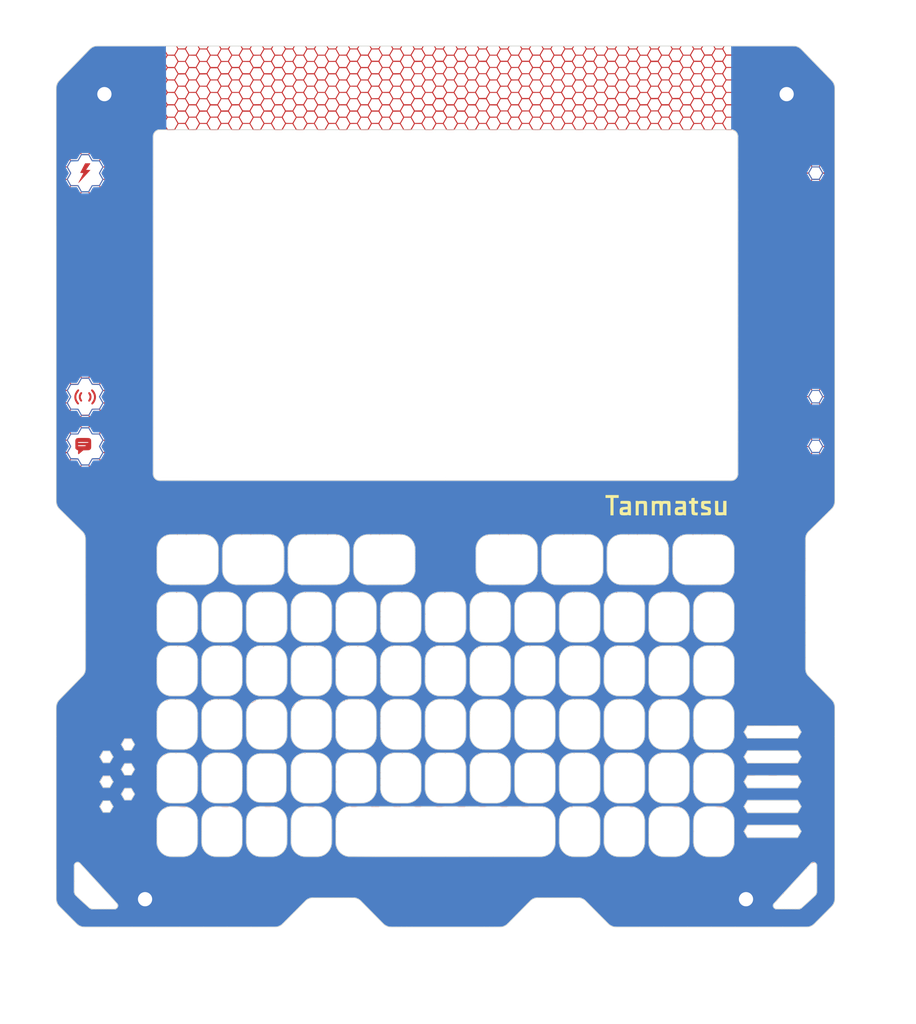
<source format=kicad_pcb>
(kicad_pcb (version 20241229) (generator "pcbnew") (generator_version "9.0")
  (layers (0 "F.Cu" signal) (2 "B.Cu" signal) (13 "F.Paste" user) (15 "B.Paste" user) (5 "F.SilkS" user "F.Silkscreen") (7 "B.SilkS" user "B.Silkscreen") (1 "F.Mask" user) (3 "B.Mask" user) (25 "Edge.Cuts" user))
  (net 0 "")
  (net 1 "GND")
  (footprint "design:MountingHole_2.1mm_pad" (layer "F.Cu") (at -50.35 -57.85)
    (property "Reference" "H1" (hide yes))
    (property "Value" "Mounting hole" (hide yes))
    (pad "1" thru_hole circle (at 0 0) (size 3 3) (drill 2.1) (layers "*.Cu" "*.Mask") (net 1 "GND"))
  )
  (footprint "design:MountingHole_2.1mm_pad" (layer "F.Cu") (at 50.35 -57.85)
    (property "Reference" "H2" (hide yes))
    (property "Value" "Mounting hole" (hide yes))
    (pad "1" thru_hole circle (at 0 0) (size 3 3) (drill 2.1) (layers "*.Cu" "*.Mask") (net 1 "GND"))
  )
  (footprint "design:MountingHole_2.1mm_pad" (layer "F.Cu") (at 44.35 60.85)
    (property "Reference" "H4" (hide yes))
    (property "Value" "Mounting hole" (hide yes))
    (pad "1" thru_hole circle (at 0 0) (size 3 3) (drill 2.1) (layers "*.Cu" "*.Mask") (net 1 "GND"))
  )
  (footprint "design:frontpanel_honeycomb" (layer "F.Cu") (at 0 0)
    (property "Reference" "N1" (hide yes))
    (property "Value" "Board" (hide yes))
    (fp_poly (pts (xy -22.733 49.11725) (xy -23.4315 49.11725) (xy -23.4315 48.9585) (xy -22.733 48.9585) (xy -22.733 49.11725)) (stroke (width 0.01)) (fill yes) (layer "F.Cu"))
    (fp_poly (pts (xy 50.073595 -5.763647) (xy 50.173271 -5.720628) (xy 50.219228 -5.651757) (xy 50.211336 -5.567511) (xy 50.190262 -5.519053) (xy 50.158779 -5.490928) (xy 50.100526 -5.476468) (xy 49.999147 -5.469007) (xy 49.965913 -5.467487) (xy 49.75225 -5.458099) (xy 49.75225 -5.7785) (xy 49.923357 -5.7785) (xy 50.073595 -5.763647)) (stroke (width 0.01)) (fill yes) (layer "F.Cu"))
    (fp_poly (pts (xy 20.611808 31.184363) (xy 20.525693 31.324947) (xy 20.458605 31.41281) (xy 20.405615 31.45404) (xy 20.389915 31.45852) (xy 20.335461 31.456637) (xy 20.320315 31.442645) (xy 20.33522 31.404903) (xy 20.37471 31.326639) (xy 20.431414 31.222202) (xy 20.456021 31.1785) (xy 20.528404 31.057326) (xy 20.583614 30.982776) (xy 20.631379 30.943952) (xy 20.677598 30.930363) (xy 20.763785 30.920351) (xy 20.611808 31.184363)) (stroke (width 0.01)) (fill yes) (layer "F.Cu"))
    (fp_poly (pts (xy 49.999945 -6.311186) (xy 50.084004 -6.293472) (xy 50.103587 -6.285383) (xy 50.152594 -6.228173) (xy 50.161816 -6.148784) (xy 50.129465 -6.075913) (xy 50.117357 -6.064236) (xy 50.05778 -6.036355) (xy 49.968657 -6.015544) (xy 49.874808 -6.005101) (xy 49.801055 -6.008327) (xy 49.776062 -6.018881) (xy 49.761391 -6.063199) (xy 49.753008 -6.145504) (xy 49.75225 -6.180667) (xy 49.75225 -6.31825) (xy 49.897212 -6.31825) (xy 49.999945 -6.311186)) (stroke (width 0.01)) (fill yes) (layer "F.Cu"))
    (fp_poly (pts (xy -39.581208 31.075312) (xy -39.672443 31.231469) (xy -39.739875 31.340018) (xy -39.789886 31.409216) (xy -39.828858 31.447321) (xy -39.863174 31.462591) (xy -39.881796 31.46425) (xy -39.929957 31.45073) (xy -39.929245 31.414607) (xy -39.9048 31.364692) (xy -39.857217 31.27722) (xy -39.795811 31.169215) (xy -39.781572 31.144732) (xy -39.711073 31.030321) (xy -39.657936 30.962599) (xy -39.612146 30.93096) (xy -39.573637 30.9245) (xy -39.494324 30.9245) (xy -39.581208 31.075312)) (stroke (width 0.01)) (fill yes) (layer "F.Cu"))
    (fp_poly (pts (xy -25.508492 30.954652) (xy -25.462015 31.012013) (xy -25.419986 31.086261) (xy -25.360729 31.190587) (xy -25.308873 31.281687) (xy -25.20484 31.46425) (xy -25.283767 31.46425) (xy -25.327657 31.455023) (xy -25.371388 31.420657) (xy -25.423881 31.351119) (xy -25.494059 31.236377) (xy -25.508347 31.211729) (xy -25.572248 31.099173) (xy -25.621886 31.00837) (xy -25.65013 30.952534) (xy -25.654 30.941854) (xy -25.627013 30.928369) (xy -25.582563 30.9247) (xy -25.508492 30.954652)) (stroke (width 0.01)) (fill yes) (layer "F.Cu"))
    (fp_poly (pts (xy -20.592502 31.138812) (xy -20.669971 31.277271) (xy -20.724196 31.369553) (xy -20.762708 31.425025) (xy -20.793037 31.453054) (xy -20.822715 31.463006) (xy -20.854159 31.46425) (xy -20.907049 31.454942) (xy -20.917959 31.437915) (xy -20.898212 31.400125) (xy -20.854481 31.321621) (xy -20.794707 31.216579) (xy -20.766776 31.16804) (xy -20.693175 31.046236) (xy -20.638209 30.971692) (xy -20.592994 30.934437) (xy -20.549731 30.9245) (xy -20.473285 30.9245) (xy -20.592502 31.138812)) (stroke (width 0.01)) (fill yes) (layer "F.Cu"))
    (fp_poly (pts (xy -19.238242 30.929643) (xy -19.18331 30.956724) (xy -19.118488 31.027802) (xy -19.037306 31.150107) (xy -19.029728 31.162625) (xy -18.95288 31.294745) (xy -18.909914 31.38274) (xy -18.898751 31.434817) (xy -18.917314 31.459185) (xy -18.95335 31.46425) (xy -19.002893 31.440609) (xy -19.066396 31.36656) (xy -19.144072 31.244017) (xy -19.223687 31.106016) (xy -19.272968 31.013821) (xy -19.294468 30.958918) (xy -19.290736 30.93279) (xy -19.264323 30.926923) (xy -19.238242 30.929643)) (stroke (width 0.01)) (fill yes) (layer "F.Cu"))
    (fp_poly (pts (xy -12.864038 30.933734) (xy -12.819851 30.968238) (xy -12.767002 31.038211) (xy -12.69626 31.153851) (xy -12.687365 31.169149) (xy -12.625947 31.280589) (xy -12.581682 31.371596) (xy -12.561033 31.428354) (xy -12.561158 31.439024) (xy -12.605607 31.465158) (xy -12.665393 31.437258) (xy -12.7316 31.359977) (xy -12.741056 31.345187) (xy -12.802229 31.244191) (xy -12.87224 31.125776) (xy -12.901543 31.075312) (xy -12.988427 30.9245) (xy -12.908795 30.9245) (xy -12.864038 30.933734)) (stroke (width 0.01)) (fill yes) (layer "F.Cu"))
    (fp_poly (pts (xy -6.517714 30.93425) (xy -6.473263 30.970301) (xy -6.419807 31.042855) (xy -6.348216 31.162113) (xy -6.345645 31.166601) (xy -6.284321 31.277057) (xy -6.238441 31.365997) (xy -6.21492 31.419724) (xy -6.213386 31.428539) (xy -6.247196 31.457552) (xy -6.303047 31.443833) (xy -6.362124 31.39326) (xy -6.373103 31.378618) (xy -6.421926 31.302791) (xy -6.485684 31.196995) (xy -6.537543 31.107062) (xy -6.640411 30.9245) (xy -6.562288 30.9245) (xy -6.517714 30.93425)) (stroke (width 0.01)) (fill yes) (layer "F.Cu"))
    (fp_poly (pts (xy 12.480008 30.929643) (xy 12.53494 30.956724) (xy 12.599762 31.027802) (xy 12.680944 31.150107) (xy 12.688522 31.162625) (xy 12.76537 31.294745) (xy 12.808336 31.38274) (xy 12.819499 31.434817) (xy 12.800936 31.459185) (xy 12.7649 31.46425) (xy 12.715357 31.440609) (xy 12.651854 31.36656) (xy 12.574178 31.244017) (xy 12.494563 31.106016) (xy 12.445282 31.013821) (xy 12.423782 30.958918) (xy 12.427514 30.93279) (xy 12.453927 30.926923) (xy 12.480008 30.929643)) (stroke (width 0.01)) (fill yes) (layer "F.Cu"))
    (fp_poly (pts (xy -33.187711 30.940138) (xy -33.193556 30.976519) (xy -33.225631 31.045011) (xy -33.286486 31.154129) (xy -33.338679 31.244017) (xy -33.419363 31.370755) (xy -33.482196 31.442588) (xy -33.529401 31.46425) (xy -33.579046 31.447473) (xy -33.589171 31.424562) (xy -33.572538 31.380233) (xy -33.530437 31.297762) (xy -33.471036 31.192866) (xy -33.453023 31.162625) (xy -33.370213 31.035801) (xy -33.304293 30.960796) (xy -33.248795 30.930381) (xy -33.244509 30.929643) (xy -33.205546 30.927351) (xy -33.187711 30.940138)) (stroke (width 0.01)) (fill yes) (layer "F.Cu"))
    (fp_poly (pts (xy 6.180846 30.938749) (xy 6.230506 30.986041) (xy 6.292902 31.076075) (xy 6.342062 31.158251) (xy 6.417044 31.291799) (xy 6.459481 31.38064) (xy 6.47144 31.433304) (xy 6.454992 31.45832) (xy 6.416278 31.46425) (xy 6.370163 31.44132) (xy 6.308922 31.369471) (xy 6.228803 31.244112) (xy 6.209903 31.211729) (xy 6.146002 31.099173) (xy 6.096364 31.00837) (xy 6.06812 30.952534) (xy 6.06425 30.941854) (xy 6.091233 30.928441) (xy 6.135687 30.924889) (xy 6.180846 30.938749)) (stroke (width 0.01)) (fill yes) (layer "F.Cu"))
    (fp_poly (pts (xy 39.756532 30.927479) (xy 39.767622 30.947765) (xy 39.744332 31.002384) (xy 39.731407 31.027687) (xy 39.632358 31.206397) (xy 39.542341 31.340949) (xy 39.464741 31.427585) (xy 39.402946 31.462549) (xy 39.360342 31.442084) (xy 39.359312 31.440437) (xy 39.367775 31.404193) (xy 39.402605 31.327308) (xy 39.45731 31.223477) (xy 39.487287 31.170562) (xy 39.561145 31.048396) (xy 39.616145 30.97333) (xy 39.661215 30.935368) (xy 39.705284 30.924511) (xy 39.707039 30.9245) (xy 39.756532 30.927479)) (stroke (width 0.01)) (fill yes) (layer "F.Cu"))
    (fp_poly (pts (xy -26.844368 30.931129) (xy -26.82875 30.941854) (xy -26.843609 30.975228) (xy -26.883431 31.050182) (xy -26.941085 31.153502) (xy -26.974404 31.211729) (xy -27.058812 31.348508) (xy -27.123581 31.430845) (xy -27.172462 31.46333) (xy -27.180779 31.46425) (xy -27.230837 31.44997) (xy -27.2415 31.431475) (xy -27.226647 31.39051) (xy -27.187048 31.309669) (xy -27.130144 31.203817) (xy -27.106563 31.161937) (xy -27.032819 31.039539) (xy -26.976876 30.96567) (xy -26.930543 30.930922) (xy -26.900188 30.924837) (xy -26.844368 30.931129)) (stroke (width 0.01)) (fill yes) (layer "F.Cu"))
    (fp_poly (pts (xy -22.916759 25.147153) (xy -22.805739 25.152417) (xy -22.740176 25.164496) (xy -22.711056 25.186093) (xy -22.709365 25.219914) (xy -22.720522 25.254528) (xy -22.76037 25.279537) (xy -22.847092 25.297179) (xy -22.964495 25.307453) (xy -23.096383 25.310359) (xy -23.22656 25.305896) (xy -23.338831 25.294066) (xy -23.417 25.274868) (xy -23.443979 25.254528) (xy -23.456822 25.209883) (xy -23.448928 25.179469) (xy -23.411283 25.160583) (xy -23.334872 25.150518) (xy -23.210682 25.146571) (xy -23.08225 25.146) (xy -22.916759 25.147153)) (stroke (width 0.01)) (fill yes) (layer "F.Cu"))
    (fp_poly (pts (xy -14.164264 30.898757) (xy -14.148851 30.917662) (xy -14.156031 30.956908) (xy -14.191193 31.033956) (xy -14.24579 31.134668) (xy -14.311273 31.244906) (xy -14.379096 31.350532) (xy -14.440709 31.437408) (xy -14.487565 31.491396) (xy -14.501696 31.501249) (xy -14.576724 31.524192) (xy -14.604513 31.513568) (xy -14.605 31.508921) (xy -14.590405 31.475146) (xy -14.550904 31.398363) (xy -14.492931 31.290796) (xy -14.438313 31.192115) (xy -14.343966 31.034728) (xy -14.26845 30.934897) (xy -14.209353 30.890335) (xy -14.164264 30.898757)) (stroke (width 0.01)) (fill yes) (layer "F.Cu"))
    (fp_poly (pts (xy 14.382004 30.893583) (xy 14.401511 30.90196) (xy 14.401491 30.927701) (xy 14.379204 30.980356) (xy 14.331909 31.069476) (xy 14.256867 31.204611) (xy 14.25575 31.206618) (xy 14.165187 31.35429) (xy 14.09122 31.441665) (xy 14.032985 31.469499) (xy 13.990294 31.439651) (xy 13.998407 31.403155) (xy 14.032713 31.325415) (xy 14.086985 31.219785) (xy 14.123358 31.15417) (xy 14.198903 31.026695) (xy 14.255267 30.947034) (xy 14.300555 30.905667) (xy 14.342876 30.893069) (xy 14.345708 30.893019) (xy 14.382004 30.893583)) (stroke (width 0.01)) (fill yes) (layer "F.Cu"))
    (fp_poly (pts (xy 18.803937 30.898479) (xy 18.855058 30.925238) (xy 18.9184 30.996422) (xy 18.999261 31.118322) (xy 19.024555 31.160359) (xy 19.088229 31.273217) (xy 19.134628 31.366017) (xy 19.157282 31.425254) (xy 19.157619 31.438172) (xy 19.111411 31.463178) (xy 19.051754 31.447153) (xy 19.026697 31.424562) (xy 18.993411 31.374954) (xy 18.942596 31.291554) (xy 18.883062 31.189804) (xy 18.823617 31.085148) (xy 18.773071 30.993031) (xy 18.740233 30.928895) (xy 18.7325 30.908814) (xy 18.75902 30.896684) (xy 18.803937 30.898479)) (stroke (width 0.01)) (fill yes) (layer "F.Cu"))
    (fp_poly (pts (xy 25.179716 30.904982) (xy 25.260673 30.994678) (xy 25.349169 31.123058) (xy 25.379822 31.174379) (xy 25.444084 31.287543) (xy 25.494122 31.378994) (xy 25.522844 31.4356) (xy 25.527 31.446895) (xy 25.50002 31.460229) (xy 25.455562 31.463653) (xy 25.415186 31.451601) (xy 25.369849 31.41032) (xy 25.31242 31.331119) (xy 25.235767 31.205308) (xy 25.217048 31.173001) (xy 25.149896 31.052507) (xy 25.098823 30.95326) (xy 25.069768 30.887304) (xy 25.066101 30.866814) (xy 25.112719 30.860262) (xy 25.179716 30.904982)) (stroke (width 0.01)) (fill yes) (layer "F.Cu"))
    (fp_poly (pts (xy 27.067103 30.932653) (xy 27.08275 30.945522) (xy 27.067679 30.980505) (xy 27.027323 31.056527) (xy 26.968966 31.160111) (xy 26.936857 31.215397) (xy 26.85083 31.352136) (xy 26.784812 31.43367) (xy 26.73558 31.463887) (xy 26.730482 31.46425) (xy 26.680556 31.450049) (xy 26.67 31.431776) (xy 26.684867 31.390957) (xy 26.724502 31.310267) (xy 26.781453 31.204555) (xy 26.804937 31.16292) (xy 26.879109 31.040168) (xy 26.935543 30.966097) (xy 26.982344 30.931387) (xy 27.011312 30.925519) (xy 27.067103 30.932653)) (stroke (width 0.01)) (fill yes) (layer "F.Cu"))
    (fp_poly (pts (xy 33.415943 30.933029) (xy 33.427458 30.949002) (xy 33.408092 30.986141) (xy 33.365372 31.064482) (xy 33.307049 31.169866) (xy 33.279713 31.218877) (xy 33.199779 31.352209) (xy 33.138148 31.431817) (xy 33.090335 31.463249) (xy 33.081276 31.46425) (xy 33.03093 31.4489) (xy 33.02 31.428693) (xy 33.03486 31.38631) (xy 33.074442 31.304385) (xy 33.131248 31.198095) (xy 33.153317 31.158818) (xy 33.224879 31.039254) (xy 33.278703 30.967133) (xy 33.323828 30.932323) (xy 33.362337 30.9245) (xy 33.415943 30.933029)) (stroke (width 0.01)) (fill yes) (layer "F.Cu"))
    (fp_poly (pts (xy -31.900437 30.912461) (xy -31.843918 30.975259) (xy -31.768432 31.086637) (xy -31.704228 31.19261) (xy -31.632868 31.315376) (xy -31.575344 31.417223) (xy -31.538265 31.486261) (xy -31.52775 31.51011) (xy -31.553224 31.524421) (xy -31.612089 31.517942) (xy -31.647229 31.506583) (xy -31.678409 31.47416) (xy -31.731088 31.400729) (xy -31.796277 31.300984) (xy -31.864985 31.189616) (xy -31.928222 31.081319) (xy -31.976996 30.990785) (xy -32.002318 30.932709) (xy -32.004 30.923525) (xy -31.977482 30.898272) (xy -31.942353 30.89275) (xy -31.900437 30.912461)) (stroke (width 0.01)) (fill yes) (layer "F.Cu"))
    (fp_poly (pts (xy -29.928769 41.576625) (xy -29.907343 41.599225) (xy -29.856766 41.613673) (xy -29.766291 41.621488) (xy -29.625175 41.624189) (xy -29.591997 41.62425) (xy -29.2735 41.62425) (xy -29.2735 41.783) (xy -29.591997 41.783) (xy -29.743871 41.784906) (xy -29.843077 41.79164) (xy -29.900359 41.804721) (xy -29.926461 41.825667) (xy -29.928769 41.830625) (xy -29.957425 41.87732) (xy -29.981691 41.866177) (xy -29.998229 41.802847) (xy -30.00375 41.703625) (xy -29.997243 41.59737) (xy -29.979944 41.538113) (xy -29.955192 41.531507) (xy -29.928769 41.576625)) (stroke (width 0.01)) (fill yes) (layer "F.Cu"))
    (fp_poly (pts (xy -0.166519 30.934709) (xy -0.122269 30.97193) (xy -0.068427 31.046054) (xy 0.003594 31.166973) (xy 0.009073 31.176624) (xy 0.069916 31.289018) (xy 0.11374 31.379781) (xy 0.134425 31.43571) (xy 0.134167 31.446499) (xy 0.07874 31.463005) (xy 0.01242 31.428002) (xy -0.006443 31.408687) (xy -0.04135 31.360179) (xy -0.093532 31.278787) (xy -0.153416 31.180621) (xy -0.211429 31.08179) (xy -0.257995 30.998407) (xy -0.283542 30.94658) (xy -0.28575 30.938673) (xy -0.258601 30.927836) (xy -0.209761 30.9245) (xy -0.166519 30.934709)) (stroke (width 0.01)) (fill yes) (layer "F.Cu"))
    (fp_poly (pts (xy 8.11017 30.833374) (xy 8.099723 30.863819) (xy 8.063051 30.937553) (xy 8.00611 31.043119) (xy 7.94314 31.154687) (xy 7.860792 31.293963) (xy 7.799901 31.385528) (xy 7.753179 31.438292) (xy 7.713339 31.461166) (xy 7.689927 31.46425) (xy 7.636584 31.455341) (xy 7.625291 31.438797) (xy 7.644589 31.401876) (xy 7.688053 31.322905) (xy 7.748415 31.215005) (xy 7.792904 31.136217) (xy 7.882503 30.987642) (xy 7.953332 30.892702) (xy 8.009713 30.845875) (xy 8.02457 30.840356) (xy 8.085798 30.830218) (xy 8.11017 30.833374)) (stroke (width 0.01)) (fill yes) (layer "F.Cu"))
    (fp_poly (pts (xy 49.97408 -13.529704) (xy 49.99981 -13.458278) (xy 50.03319 -13.359795) (xy 50.068722 -13.251078) (xy 50.100907 -13.148947) (xy 50.124249 -13.070225) (xy 50.13325 -13.031737) (xy 50.10452 -13.02395) (xy 50.030389 -13.018779) (xy 49.95802 -13.0175) (xy 49.858289 -13.018834) (xy 49.808228 -13.028017) (xy 49.794004 -13.052822) (xy 49.801787 -13.101021) (xy 49.802649 -13.104813) (xy 49.822991 -13.179353) (xy 49.854033 -13.277478) (xy 49.889638 -13.381708) (xy 49.923669 -13.474563) (xy 49.949989 -13.538563) (xy 49.961497 -13.55725) (xy 49.97408 -13.529704)) (stroke (width 0.01)) (fill yes) (layer "F.Cu"))
    (fp_poly (pts (xy -22.935447 19.653825) (xy -22.843183 19.65727) (xy -22.792081 19.666161) (xy -22.770972 19.683076) (xy -22.768689 19.710592) (xy -22.77048 19.724687) (xy -22.779408 19.758666) (xy -22.80286 19.780356) (xy -22.853417 19.793162) (xy -22.943661 19.800488) (xy -23.067915 19.805169) (xy -23.197373 19.806857) (xy -23.301894 19.803757) (xy -23.365878 19.796535) (xy -23.377477 19.79194) (xy -23.396636 19.744169) (xy -23.39975 19.711458) (xy -23.394068 19.684943) (xy -23.369474 19.667926) (xy -23.31465 19.658345) (xy -23.218276 19.654141) (xy -23.080042 19.65325) (xy -22.935447 19.653825)) (stroke (width 0.01)) (fill yes) (layer "F.Cu"))
    (fp_poly (pts (xy -22.931896 52.658555) (xy -22.83367 52.663323) (xy -22.776222 52.673515) (xy -22.748206 52.690968) (xy -22.739045 52.712937) (xy -22.739913 52.737185) (xy -22.760582 52.753182) (xy -22.811434 52.762609) (xy -22.90285 52.767145) (xy -23.04521 52.768471) (xy -23.08225 52.7685) (xy -23.236533 52.76763) (xy -23.337708 52.763901) (xy -23.396157 52.755633) (xy -23.422259 52.741143) (xy -23.426397 52.718753) (xy -23.425456 52.712937) (xy -23.413558 52.68785) (xy -23.381894 52.67159) (xy -23.319117 52.662318) (xy -23.213878 52.658198) (xy -23.08225 52.657375) (xy -22.931896 52.658555)) (stroke (width 0.01)) (fill yes) (layer "F.Cu"))
    (fp_poly (pts (xy 23.501563 37.209727) (xy 23.52912 37.305182) (xy 23.5443 37.372626) (xy 23.544873 37.39396) (xy 23.52341 37.37672) (xy 23.482446 37.320487) (xy 23.464282 37.292045) (xy 23.39457 37.17925) (xy 23.066757 37.17925) (xy 22.92 37.178531) (xy 22.826002 37.174942) (xy 22.774026 37.166327) (xy 22.753337 37.150535) (xy 22.753196 37.125412) (xy 22.755278 37.116789) (xy 22.768245 37.088748) (xy 22.797415 37.069962) (xy 22.854436 37.058082) (xy 22.950954 37.050759) (xy 23.098616 37.045643) (xy 23.109493 37.045351) (xy 23.447375 37.036375) (xy 23.501563 37.209727)) (stroke (width 0.01)) (fill yes) (layer "F.Cu"))
    (fp_poly (pts (xy -22.791566 21.502961) (xy -22.709152 21.514344) (xy -22.662332 21.535467) (xy -22.641846 21.56826) (xy -22.638237 21.597937) (xy -22.667915 21.606473) (xy -22.749775 21.613654) (xy -22.872505 21.618876) (xy -23.02479 21.621536) (xy -23.084579 21.62175) (xy -23.261345 21.621142) (xy -23.383977 21.618526) (xy -23.461832 21.612708) (xy -23.504271 21.602496) (xy -23.520653 21.586699) (xy -23.520752 21.566187) (xy -23.509691 21.54305) (xy -23.480112 21.526778) (xy -23.421836 21.515809) (xy -23.324683 21.508582) (xy -23.178472 21.503537) (xy -23.100221 21.501698) (xy -22.918836 21.499388) (xy -22.791566 21.502961)) (stroke (width 0.01)) (fill yes) (layer "F.Cu"))
    (fp_poly (pts (xy 16.654084 18.732983) (xy 16.746261 18.736364) (xy 16.798126 18.745542) (xy 16.821271 18.763415) (xy 16.827289 18.792882) (xy 16.8275 18.811875) (xy 16.825347 18.848908) (xy 16.810889 18.872146) (xy 16.772126 18.884804) (xy 16.697058 18.890096) (xy 16.573685 18.891236) (xy 16.531166 18.89125) (xy 16.399731 18.889115) (xy 16.293292 18.88339) (xy 16.227115 18.875092) (xy 16.213666 18.870083) (xy 16.195483 18.823394) (xy 16.1925 18.790708) (xy 16.198211 18.764117) (xy 16.222915 18.747083) (xy 16.277967 18.737524) (xy 16.374722 18.733358) (xy 16.51 18.7325) (xy 16.654084 18.732983)) (stroke (width 0.01)) (fill yes) (layer "F.Cu"))
    (fp_poly (pts (xy 16.672419 37.054261) (xy 16.781311 37.062328) (xy 16.847187 37.0795) (xy 16.880253 37.108826) (xy 16.890717 37.153354) (xy 16.891 37.165971) (xy 16.861304 37.171116) (xy 16.780428 37.175332) (xy 16.660691 37.178188) (xy 16.514411 37.179249) (xy 16.512972 37.17925) (xy 16.353296 37.178714) (xy 16.247021 37.175924) (xy 16.184049 37.169107) (xy 16.154283 37.156487) (xy 16.147623 37.136291) (xy 16.15155 37.11575) (xy 16.163704 37.087626) (xy 16.190305 37.069278) (xy 16.242996 37.058645) (xy 16.333421 37.053665) (xy 16.473225 37.052277) (xy 16.510306 37.05225) (xy 16.672419 37.054261)) (stroke (width 0.01)) (fill yes) (layer "F.Cu"))
    (fp_poly (pts (xy 16.679326 33.402061) (xy 16.775946 33.406306) (xy 16.829175 33.415322) (xy 16.849059 33.430698) (xy 16.846771 33.451221) (xy 16.829961 33.501834) (xy 16.8275 33.514721) (xy 16.797991 33.520295) (xy 16.718426 33.524717) (xy 16.602247 33.527424) (xy 16.51 33.528) (xy 16.365493 33.527128) (xy 16.272986 33.522981) (xy 16.220985 33.51326) (xy 16.197996 33.495666) (xy 16.192525 33.4679) (xy 16.1925 33.4645) (xy 16.196644 33.436289) (xy 16.216524 33.417945) (xy 16.263313 33.407359) (xy 16.348183 33.402426) (xy 16.482304 33.401039) (xy 16.529271 33.401) (xy 16.679326 33.402061)) (stroke (width 0.01)) (fill yes) (layer "F.Cu"))
    (fp_poly (pts (xy 30.029425 49.537041) (xy 30.018009 49.658156) (xy 29.959461 49.791255) (xy 29.955508 49.798063) (xy 29.871789 49.940918) (xy 29.956022 50.09568) (xy 30.019925 50.251128) (xy 30.029939 50.358534) (xy 30.019625 50.466625) (xy 29.881069 50.236437) (xy 29.742513 50.00625) (xy 29.571506 50.00625) (xy 29.471869 50.003375) (xy 29.420442 49.990994) (xy 29.402049 49.963473) (xy 29.4005 49.94275) (xy 29.408241 49.905751) (xy 29.441583 49.886655) (xy 29.515697 49.879825) (xy 29.571506 49.87925) (xy 29.742513 49.87925) (xy 29.881069 49.649062) (xy 30.019625 49.418875) (xy 30.029425 49.537041)) (stroke (width 0.01)) (fill yes) (layer "F.Cu"))
    (fp_poly (pts (xy -22.97715 41.640725) (xy -22.87655 41.644033) (xy -22.816706 41.652308) (xy -22.786243 41.667812) (xy -22.773792 41.692805) (xy -22.77048 41.711562) (xy -22.768335 41.742037) (xy -22.779164 41.762317) (xy -22.81341 41.774477) (xy -22.881517 41.780594) (xy -22.993927 41.782742) (xy -23.129875 41.783) (xy -23.287462 41.782577) (xy -23.391991 41.779927) (xy -23.453908 41.772973) (xy -23.483654 41.759639) (xy -23.491674 41.73785) (xy -23.489271 41.711562) (xy -23.481902 41.68034) (xy -23.462822 41.659859) (xy -23.420658 41.647858) (xy -23.34404 41.642078) (xy -23.221594 41.640257) (xy -23.129875 41.640125) (xy -22.97715 41.640725)) (stroke (width 0.01)) (fill yes) (layer "F.Cu"))
    (fp_poly (pts (xy -22.972996 43.466423) (xy -22.868869 43.469689) (xy -22.806752 43.477416) (xy -22.775902 43.491472) (xy -22.765576 43.513725) (xy -22.76475 43.52925) (xy -22.768623 43.556533) (xy -22.787402 43.574642) (xy -22.831831 43.585445) (xy -22.912652 43.59081) (xy -23.040609 43.592606) (xy -23.129875 43.59275) (xy -23.286755 43.592076) (xy -23.390882 43.58881) (xy -23.452999 43.581083) (xy -23.483849 43.567027) (xy -23.494175 43.544774) (xy -23.495 43.52925) (xy -23.491128 43.501966) (xy -23.472349 43.483857) (xy -23.42792 43.473054) (xy -23.347099 43.467689) (xy -23.219142 43.465893) (xy -23.129875 43.46575) (xy -22.972996 43.466423)) (stroke (width 0.01)) (fill yes) (layer "F.Cu"))
    (fp_poly (pts (xy -22.942151 17.828449) (xy -22.853265 17.832798) (xy -22.803308 17.843487) (xy -22.779999 17.86333) (xy -22.771053 17.895141) (xy -22.77048 17.899062) (xy -22.768457 17.9313) (xy -22.780846 17.952006) (xy -22.818782 17.963732) (xy -22.893396 17.969028) (xy -23.015823 17.970447) (xy -23.08225 17.9705) (xy -23.227441 17.969932) (xy -23.320266 17.96653) (xy -23.371858 17.957742) (xy -23.393351 17.941018) (xy -23.395877 17.913805) (xy -23.394021 17.899062) (xy -23.385832 17.865908) (xy -23.364499 17.845003) (xy -23.31774 17.83353) (xy -23.23327 17.828677) (xy -23.098808 17.827628) (xy -23.08225 17.827625) (xy -22.942151 17.828449)) (stroke (width 0.01)) (fill yes) (layer "F.Cu"))
    (fp_poly (pts (xy -22.942151 36.148199) (xy -22.853265 36.152548) (xy -22.803308 36.163237) (xy -22.779999 36.18308) (xy -22.771053 36.214891) (xy -22.77048 36.218812) (xy -22.768457 36.25105) (xy -22.780846 36.271756) (xy -22.818782 36.283482) (xy -22.893396 36.288778) (xy -23.015823 36.290197) (xy -23.08225 36.29025) (xy -23.227441 36.289682) (xy -23.320266 36.28628) (xy -23.371858 36.277492) (xy -23.393351 36.260768) (xy -23.395877 36.233555) (xy -23.394021 36.218812) (xy -23.385832 36.185658) (xy -23.364499 36.164753) (xy -23.31774 36.15328) (xy -23.23327 36.148427) (xy -23.098808 36.147378) (xy -23.08225 36.147375) (xy -22.942151 36.148199)) (stroke (width 0.01)) (fill yes) (layer "F.Cu"))
    (fp_poly (pts (xy -22.937744 26.988371) (xy -22.845237 26.992518) (xy -22.793236 27.002239) (xy -22.770247 27.019833) (xy -22.764776 27.047599) (xy -22.76475 27.051) (xy -22.769108 27.079901) (xy -22.789843 27.098402) (xy -22.838449 27.108802) (xy -22.926419 27.1134) (xy -23.065246 27.114494) (xy -23.08225 27.1145) (xy -23.226757 27.113628) (xy -23.319264 27.109481) (xy -23.371265 27.09976) (xy -23.394254 27.082166) (xy -23.399725 27.0544) (xy -23.39975 27.051) (xy -23.395393 27.022098) (xy -23.374658 27.003597) (xy -23.326052 26.993197) (xy -23.238082 26.988599) (xy -23.099255 26.987505) (xy -23.08225 26.9875) (xy -22.937744 26.988371)) (stroke (width 0.01)) (fill yes) (layer "F.Cu"))
    (fp_poly (pts (xy -22.937744 28.829871) (xy -22.845237 28.834018) (xy -22.793236 28.843739) (xy -22.770247 28.861333) (xy -22.764776 28.889099) (xy -22.76475 28.8925) (xy -22.769108 28.921401) (xy -22.789843 28.939902) (xy -22.838449 28.950302) (xy -22.926419 28.9549) (xy -23.065246 28.955994) (xy -23.08225 28.956) (xy -23.226757 28.955128) (xy -23.319264 28.950981) (xy -23.371265 28.94126) (xy -23.394254 28.923666) (xy -23.399725 28.8959) (xy -23.39975 28.8925) (xy -23.395393 28.863598) (xy -23.374658 28.845097) (xy -23.326052 28.834697) (xy -23.238082 28.830099) (xy -23.099255 28.829005) (xy -23.08225 28.829) (xy -22.937744 28.829871)) (stroke (width 0.01)) (fill yes) (layer "F.Cu"))
    (fp_poly (pts (xy -22.937744 34.322621) (xy -22.845237 34.326768) (xy -22.793236 34.336489) (xy -22.770247 34.354083) (xy -22.764776 34.381849) (xy -22.76475 34.38525) (xy -22.769108 34.414151) (xy -22.789843 34.432652) (xy -22.838449 34.443052) (xy -22.926419 34.44765) (xy -23.065246 34.448744) (xy -23.08225 34.44875) (xy -23.226757 34.447878) (xy -23.319264 34.443731) (xy -23.371265 34.43401) (xy -23.394254 34.416416) (xy -23.399725 34.38865) (xy -23.39975 34.38525) (xy -23.395393 34.356348) (xy -23.374658 34.337847) (xy -23.326052 34.327447) (xy -23.238082 34.322849) (xy -23.099255 34.321755) (xy -23.08225 34.32175) (xy -22.937744 34.322621)) (stroke (width 0.01)) (fill yes) (layer "F.Cu"))
    (fp_poly (pts (xy -22.937744 50.800871) (xy -22.845237 50.805018) (xy -22.793236 50.814739) (xy -22.770247 50.832333) (xy -22.764776 50.860099) (xy -22.76475 50.8635) (xy -22.769108 50.892401) (xy -22.789843 50.910902) (xy -22.838449 50.921302) (xy -22.926419 50.9259) (xy -23.065246 50.926994) (xy -23.08225 50.927) (xy -23.226757 50.926128) (xy -23.319264 50.921981) (xy -23.371265 50.91226) (xy -23.394254 50.894666) (xy -23.399725 50.8669) (xy -23.39975 50.8635) (xy -23.395393 50.834598) (xy -23.374658 50.816097) (xy -23.326052 50.805697) (xy -23.238082 50.801099) (xy -23.099255 50.800005) (xy -23.08225 50.8) (xy -22.937744 50.800871)) (stroke (width 0.01)) (fill yes) (layer "F.Cu"))
    (fp_poly (pts (xy -14.114024 12.215415) (xy -14.093348 12.247562) (xy -14.056281 12.300745) (xy -14.018395 12.331556) (xy -13.962088 12.346097) (xy -13.869756 12.350469) (xy -13.795655 12.35075) (xy -13.661221 12.355428) (xy -13.578753 12.372565) (xy -13.537199 12.406814) (xy -13.525506 12.462827) (xy -13.5255 12.464471) (xy -13.554783 12.470588) (xy -13.632763 12.475297) (xy -13.744645 12.477831) (xy -13.787438 12.47806) (xy -14.049375 12.478371) (xy -14.195517 12.715875) (xy -14.178009 12.51278) (xy -14.168583 12.391565) (xy -14.162015 12.28459) (xy -14.159966 12.22703) (xy -14.157926 12.176129) (xy -14.145991 12.171216) (xy -14.114024 12.215415)) (stroke (width 0.01)) (fill yes) (layer "F.Cu"))
    (fp_poly (pts (xy 14.185935 11.043124) (xy 14.179364 11.149336) (xy 14.137555 11.261554) (xy 14.102171 11.325978) (xy 14.008847 11.484256) (xy 14.102531 11.646522) (xy 14.1648 11.774939) (xy 14.187243 11.88285) (xy 14.186295 11.928957) (xy 14.176375 12.049125) (xy 14.03512 11.803062) (xy 13.893865 11.557) (xy 13.741432 11.557) (xy 13.648316 11.553241) (xy 13.60281 11.537736) (xy 13.589255 11.50414) (xy 13.589 11.495239) (xy 13.599898 11.456269) (xy 13.64281 11.435021) (xy 13.733056 11.424207) (xy 13.739209 11.423802) (xy 13.889418 11.414125) (xy 14.032896 11.166336) (xy 14.176375 10.918548) (xy 14.185935 11.043124)) (stroke (width 0.01)) (fill yes) (layer "F.Cu"))
    (fp_poly (pts (xy 16.650099 35.227449) (xy 16.738985 35.231798) (xy 16.788942 35.242487) (xy 16.812251 35.26233) (xy 16.821197 35.294141) (xy 16.82177 35.298062) (xy 16.823793 35.3303) (xy 16.811404 35.351006) (xy 16.773468 35.362732) (xy 16.698854 35.368028) (xy 16.576427 35.369447) (xy 16.51 35.3695) (xy 16.364809 35.368932) (xy 16.271984 35.36553) (xy 16.220392 35.356742) (xy 16.198899 35.340018) (xy 16.196373 35.312805) (xy 16.198229 35.298062) (xy 16.206418 35.264908) (xy 16.227751 35.244003) (xy 16.27451 35.23253) (xy 16.35898 35.227677) (xy 16.493442 35.226628) (xy 16.51 35.226625) (xy 16.650099 35.227449)) (stroke (width 0.01)) (fill yes) (layer "F.Cu"))
    (fp_poly (pts (xy 16.654084 42.545483) (xy 16.746261 42.548864) (xy 16.798126 42.558042) (xy 16.821271 42.575915) (xy 16.827289 42.605382) (xy 16.8275 42.624375) (xy 16.825567 42.660396) (xy 16.812042 42.68344) (xy 16.775329 42.696406) (xy 16.703836 42.702192) (xy 16.585969 42.703697) (xy 16.51 42.70375) (xy 16.365915 42.703266) (xy 16.273738 42.699885) (xy 16.221873 42.690707) (xy 16.198728 42.672834) (xy 16.19271 42.643367) (xy 16.1925 42.624375) (xy 16.194432 42.588353) (xy 16.207957 42.565309) (xy 16.24467 42.552343) (xy 16.316163 42.546557) (xy 16.43403 42.545052) (xy 16.51 42.545) (xy 16.654084 42.545483)) (stroke (width 0.01)) (fill yes) (layer "F.Cu"))
    (fp_poly (pts (xy 16.654506 20.574871) (xy 16.747013 20.579018) (xy 16.799014 20.588739) (xy 16.822003 20.606333) (xy 16.827474 20.634099) (xy 16.8275 20.6375) (xy 16.823142 20.666401) (xy 16.802407 20.684902) (xy 16.753801 20.695302) (xy 16.665831 20.6999) (xy 16.527004 20.700994) (xy 16.51 20.701) (xy 16.365493 20.700128) (xy 16.272986 20.695981) (xy 16.220985 20.68626) (xy 16.197996 20.668666) (xy 16.192525 20.6409) (xy 16.1925 20.6375) (xy 16.196857 20.608598) (xy 16.217592 20.590097) (xy 16.266198 20.579697) (xy 16.354168 20.575099) (xy 16.492995 20.574005) (xy 16.51 20.574) (xy 16.654506 20.574871)) (stroke (width 0.01)) (fill yes) (layer "F.Cu"))
    (fp_poly (pts (xy 16.654506 26.067621) (xy 16.747013 26.071768) (xy 16.799014 26.081489) (xy 16.822003 26.099083) (xy 16.827474 26.126849) (xy 16.8275 26.13025) (xy 16.823142 26.159151) (xy 16.802407 26.177652) (xy 16.753801 26.188052) (xy 16.665831 26.19265) (xy 16.527004 26.193744) (xy 16.51 26.19375) (xy 16.365493 26.192878) (xy 16.272986 26.188731) (xy 16.220985 26.17901) (xy 16.197996 26.161416) (xy 16.192525 26.13365) (xy 16.1925 26.13025) (xy 16.196857 26.101348) (xy 16.217592 26.082847) (xy 16.266198 26.072447) (xy 16.354168 26.067849) (xy 16.492995 26.066755) (xy 16.51 26.06675) (xy 16.654506 26.067621)) (stroke (width 0.01)) (fill yes) (layer "F.Cu"))
    (fp_poly (pts (xy 16.654506 27.909121) (xy 16.747013 27.913268) (xy 16.799014 27.922989) (xy 16.822003 27.940583) (xy 16.827474 27.968349) (xy 16.8275 27.97175) (xy 16.823142 28.000651) (xy 16.802407 28.019152) (xy 16.753801 28.029552) (xy 16.665831 28.03415) (xy 16.527004 28.035244) (xy 16.51 28.03525) (xy 16.365493 28.034378) (xy 16.272986 28.030231) (xy 16.220985 28.02051) (xy 16.197996 28.002916) (xy 16.192525 27.97515) (xy 16.1925 27.97175) (xy 16.196857 27.942848) (xy 16.217592 27.924347) (xy 16.266198 27.913947) (xy 16.354168 27.909349) (xy 16.492995 27.908255) (xy 16.51 27.90825) (xy 16.654506 27.909121)) (stroke (width 0.01)) (fill yes) (layer "F.Cu"))
    (fp_poly (pts (xy 16.654506 44.387371) (xy 16.747013 44.391518) (xy 16.799014 44.401239) (xy 16.822003 44.418833) (xy 16.827474 44.446599) (xy 16.8275 44.45) (xy 16.823142 44.478901) (xy 16.802407 44.497402) (xy 16.753801 44.507802) (xy 16.665831 44.5124) (xy 16.527004 44.513494) (xy 16.51 44.5135) (xy 16.365493 44.512628) (xy 16.272986 44.508481) (xy 16.220985 44.49876) (xy 16.197996 44.481166) (xy 16.192525 44.4534) (xy 16.1925 44.45) (xy 16.196857 44.421098) (xy 16.217592 44.402597) (xy 16.266198 44.392197) (xy 16.354168 44.387599) (xy 16.492995 44.386505) (xy 16.51 44.3865) (xy 16.654506 44.387371)) (stroke (width 0.01)) (fill yes) (layer "F.Cu"))
    (fp_poly (pts (xy 16.654506 49.880121) (xy 16.747013 49.884268) (xy 16.799014 49.893989) (xy 16.822003 49.911583) (xy 16.827474 49.939349) (xy 16.8275 49.94275) (xy 16.823142 49.971651) (xy 16.802407 49.990152) (xy 16.753801 50.000552) (xy 16.665831 50.00515) (xy 16.527004 50.006244) (xy 16.51 50.00625) (xy 16.365493 50.005378) (xy 16.272986 50.001231) (xy 16.220985 49.99151) (xy 16.197996 49.973916) (xy 16.192525 49.94615) (xy 16.1925 49.94275) (xy 16.196857 49.913848) (xy 16.217592 49.895347) (xy 16.266198 49.884947) (xy 16.354168 49.880349) (xy 16.492995 49.879255) (xy 16.51 49.87925) (xy 16.654506 49.880121)) (stroke (width 0.01)) (fill yes) (layer "F.Cu"))
    (fp_poly (pts (xy 16.654506 51.721621) (xy 16.747013 51.725768) (xy 16.799014 51.735489) (xy 16.822003 51.753083) (xy 16.827474 51.780849) (xy 16.8275 51.78425) (xy 16.823142 51.813151) (xy 16.802407 51.831652) (xy 16.753801 51.842052) (xy 16.665831 51.84665) (xy 16.527004 51.847744) (xy 16.51 51.84775) (xy 16.365493 51.846878) (xy 16.272986 51.842731) (xy 16.220985 51.83301) (xy 16.197996 51.815416) (xy 16.192525 51.78765) (xy 16.1925 51.78425) (xy 16.196857 51.755348) (xy 16.217592 51.736847) (xy 16.266198 51.726447) (xy 16.354168 51.721849) (xy 16.492995 51.720755) (xy 16.51 51.72075) (xy 16.654506 51.721621)) (stroke (width 0.01)) (fill yes) (layer "F.Cu"))
    (fp_poly (pts (xy 23.254099 35.227449) (xy 23.342985 35.231798) (xy 23.392942 35.242487) (xy 23.416251 35.26233) (xy 23.425197 35.294141) (xy 23.42577 35.298062) (xy 23.427793 35.3303) (xy 23.415404 35.351006) (xy 23.377468 35.362732) (xy 23.302854 35.368028) (xy 23.180427 35.369447) (xy 23.114 35.3695) (xy 22.968809 35.368932) (xy 22.875984 35.36553) (xy 22.824392 35.356742) (xy 22.802899 35.340018) (xy 22.800373 35.312805) (xy 22.802229 35.298062) (xy 22.810418 35.264908) (xy 22.831751 35.244003) (xy 22.87851 35.23253) (xy 22.96298 35.227677) (xy 23.097442 35.226628) (xy 23.114 35.226625) (xy 23.254099 35.227449)) (stroke (width 0.01)) (fill yes) (layer "F.Cu"))
    (fp_poly (pts (xy 23.258084 18.732983) (xy 23.350261 18.736364) (xy 23.402126 18.745542) (xy 23.425271 18.763415) (xy 23.431289 18.792882) (xy 23.4315 18.811875) (xy 23.429567 18.847896) (xy 23.416042 18.87094) (xy 23.379329 18.883906) (xy 23.307836 18.889692) (xy 23.189969 18.891197) (xy 23.114 18.89125) (xy 22.969915 18.890766) (xy 22.877738 18.887385) (xy 22.825873 18.878207) (xy 22.802728 18.860334) (xy 22.79671 18.830867) (xy 22.7965 18.811875) (xy 22.798432 18.775853) (xy 22.811957 18.752809) (xy 22.84867 18.739843) (xy 22.920163 18.734057) (xy 23.03803 18.732552) (xy 23.114 18.7325) (xy 23.258084 18.732983)) (stroke (width 0.01)) (fill yes) (layer "F.Cu"))
    (fp_poly (pts (xy 23.258506 20.574871) (xy 23.351013 20.579018) (xy 23.403014 20.588739) (xy 23.426003 20.606333) (xy 23.431474 20.634099) (xy 23.4315 20.6375) (xy 23.427142 20.666401) (xy 23.406407 20.684902) (xy 23.357801 20.695302) (xy 23.269831 20.6999) (xy 23.131004 20.700994) (xy 23.114 20.701) (xy 22.969493 20.700128) (xy 22.876986 20.695981) (xy 22.824985 20.68626) (xy 22.801996 20.668666) (xy 22.796525 20.6409) (xy 22.7965 20.6375) (xy 22.800857 20.608598) (xy 22.821592 20.590097) (xy 22.870198 20.579697) (xy 22.958168 20.575099) (xy 23.096995 20.574005) (xy 23.114 20.574) (xy 23.258506 20.574871)) (stroke (width 0.01)) (fill yes) (layer "F.Cu"))
    (fp_poly (pts (xy 23.258506 26.067621) (xy 23.351013 26.071768) (xy 23.403014 26.081489) (xy 23.426003 26.099083) (xy 23.431474 26.126849) (xy 23.4315 26.13025) (xy 23.427142 26.159151) (xy 23.406407 26.177652) (xy 23.357801 26.188052) (xy 23.269831 26.19265) (xy 23.131004 26.193744) (xy 23.114 26.19375) (xy 22.969493 26.192878) (xy 22.876986 26.188731) (xy 22.824985 26.17901) (xy 22.801996 26.161416) (xy 22.796525 26.13365) (xy 22.7965 26.13025) (xy 22.800857 26.101348) (xy 22.821592 26.082847) (xy 22.870198 26.072447) (xy 22.958168 26.067849) (xy 23.096995 26.066755) (xy 23.114 26.06675) (xy 23.258506 26.067621)) (stroke (width 0.01)) (fill yes) (layer "F.Cu"))
    (fp_poly (pts (xy 23.258506 27.909121) (xy 23.351013 27.913268) (xy 23.403014 27.922989) (xy 23.426003 27.940583) (xy 23.431474 27.968349) (xy 23.4315 27.97175) (xy 23.427142 28.000651) (xy 23.406407 28.019152) (xy 23.357801 28.029552) (xy 23.269831 28.03415) (xy 23.131004 28.035244) (xy 23.114 28.03525) (xy 22.969493 28.034378) (xy 22.876986 28.030231) (xy 22.824985 28.02051) (xy 22.801996 28.002916) (xy 22.796525 27.97515) (xy 22.7965 27.97175) (xy 22.800857 27.942848) (xy 22.821592 27.924347) (xy 22.870198 27.913947) (xy 22.958168 27.909349) (xy 23.096995 27.908255) (xy 23.114 27.90825) (xy 23.258506 27.909121)) (stroke (width 0.01)) (fill yes) (layer "F.Cu"))
    (fp_poly (pts (xy 23.258506 42.545871) (xy 23.351013 42.550018) (xy 23.403014 42.559739) (xy 23.426003 42.577333) (xy 23.431474 42.605099) (xy 23.4315 42.6085) (xy 23.427142 42.637401) (xy 23.406407 42.655902) (xy 23.357801 42.666302) (xy 23.269831 42.6709) (xy 23.131004 42.671994) (xy 23.114 42.672) (xy 22.969493 42.671128) (xy 22.876986 42.666981) (xy 22.824985 42.65726) (xy 22.801996 42.639666) (xy 22.796525 42.6119) (xy 22.7965 42.6085) (xy 22.800857 42.579598) (xy 22.821592 42.561097) (xy 22.870198 42.550697) (xy 22.958168 42.546099) (xy 23.096995 42.545005) (xy 23.114 42.545) (xy 23.258506 42.545871)) (stroke (width 0.01)) (fill yes) (layer "F.Cu"))
    (fp_poly (pts (xy 23.258506 44.387371) (xy 23.351013 44.391518) (xy 23.403014 44.401239) (xy 23.426003 44.418833) (xy 23.431474 44.446599) (xy 23.4315 44.45) (xy 23.427142 44.478901) (xy 23.406407 44.497402) (xy 23.357801 44.507802) (xy 23.269831 44.5124) (xy 23.131004 44.513494) (xy 23.114 44.5135) (xy 22.969493 44.512628) (xy 22.876986 44.508481) (xy 22.824985 44.49876) (xy 22.801996 44.481166) (xy 22.796525 44.4534) (xy 22.7965 44.45) (xy 22.800857 44.421098) (xy 22.821592 44.402597) (xy 22.870198 44.392197) (xy 22.958168 44.387599) (xy 23.096995 44.386505) (xy 23.114 44.3865) (xy 23.258506 44.387371)) (stroke (width 0.01)) (fill yes) (layer "F.Cu"))
    (fp_poly (pts (xy 23.258506 49.880121) (xy 23.351013 49.884268) (xy 23.403014 49.893989) (xy 23.426003 49.911583) (xy 23.431474 49.939349) (xy 23.4315 49.94275) (xy 23.427142 49.971651) (xy 23.406407 49.990152) (xy 23.357801 50.000552) (xy 23.269831 50.00515) (xy 23.131004 50.006244) (xy 23.114 50.00625) (xy 22.969493 50.005378) (xy 22.876986 50.001231) (xy 22.824985 49.99151) (xy 22.801996 49.973916) (xy 22.796525 49.94615) (xy 22.7965 49.94275) (xy 22.800857 49.913848) (xy 22.821592 49.895347) (xy 22.870198 49.884947) (xy 22.958168 49.880349) (xy 23.096995 49.879255) (xy 23.114 49.87925) (xy 23.258506 49.880121)) (stroke (width 0.01)) (fill yes) (layer "F.Cu"))
    (fp_poly (pts (xy 23.258506 51.721621) (xy 23.351013 51.725768) (xy 23.403014 51.735489) (xy 23.426003 51.753083) (xy 23.431474 51.780849) (xy 23.4315 51.78425) (xy 23.427142 51.813151) (xy 23.406407 51.831652) (xy 23.357801 51.842052) (xy 23.269831 51.84665) (xy 23.131004 51.847744) (xy 23.114 51.84775) (xy 22.969493 51.846878) (xy 22.876986 51.842731) (xy 22.824985 51.83301) (xy 22.801996 51.815416) (xy 22.796525 51.78765) (xy 22.7965 51.78425) (xy 22.800857 51.755348) (xy 22.821592 51.736847) (xy 22.870198 51.726447) (xy 22.958168 51.721849) (xy 23.096995 51.720755) (xy 23.114 51.72075) (xy 23.258506 51.721621)) (stroke (width 0.01)) (fill yes) (layer "F.Cu"))
    (fp_poly (pts (xy 23.440589 33.384602) (xy 23.442139 33.432492) (xy 23.439623 33.446782) (xy 23.430351 33.483821) (xy 23.411487 33.507438) (xy 23.370783 33.520653) (xy 23.295997 33.526486) (xy 23.174884 33.527956) (xy 23.110298 33.528) (xy 22.966789 33.527109) (xy 22.875214 33.522877) (xy 22.824015 33.512966) (xy 22.801633 33.495037) (xy 22.79651 33.46675) (xy 22.7965 33.4645) (xy 22.801313 33.434218) (xy 22.823844 33.415452) (xy 22.876233 33.40548) (xy 22.970616 33.401579) (xy 23.079653 33.401) (xy 23.211937 33.399095) (xy 23.322829 33.39401) (xy 23.394834 33.386685) (xy 23.408977 33.383282) (xy 23.440589 33.384602)) (stroke (width 0.01)) (fill yes) (layer "F.Cu"))
    (fp_poly (pts (xy -29.947304 36.077491) (xy -29.884745 36.108915) (xy -29.774819 36.128843) (xy -29.637742 36.137974) (xy -29.511259 36.144023) (xy -29.434835 36.153335) (xy -29.395032 36.170035) (xy -29.378415 36.198249) (xy -29.37448 36.218812) (xy -29.372659 36.253244) (xy -29.387179 36.274344) (xy -29.430035 36.285372) (xy -29.513227 36.289587) (xy -29.637414 36.29025) (xy -29.777604 36.292755) (xy -29.865726 36.301502) (xy -29.913057 36.318332) (xy -29.928769 36.337875) (xy -29.957362 36.38466) (xy -29.981485 36.373494) (xy -29.99799 36.309911) (xy -30.00375 36.205954) (xy -30.002387 36.106035) (xy -29.995161 36.058906) (xy -29.97737 36.053863) (xy -29.947304 36.077491)) (stroke (width 0.01)) (fill yes) (layer "F.Cu"))
    (fp_poly (pts (xy -29.942042 17.772062) (xy -29.904881 17.808157) (xy -29.857038 17.829639) (xy -29.782304 17.840167) (xy -29.664468 17.843402) (xy -29.625599 17.8435) (xy -29.498198 17.844797) (xy -29.421571 17.850785) (xy -29.383011 17.864605) (xy -29.369811 17.889398) (xy -29.36875 17.907) (xy -29.373756 17.937829) (xy -29.397037 17.956682) (xy -29.450987 17.966463) (xy -29.548001 17.970079) (xy -29.639622 17.9705) (xy -29.779232 17.973043) (xy -29.866802 17.981914) (xy -29.913633 17.998974) (xy -29.928769 18.018125) (xy -29.957285 18.065035) (xy -29.981145 18.054045) (xy -29.997295 17.990733) (xy -30.002694 17.883187) (xy -30.001638 17.700625) (xy -29.942042 17.772062)) (stroke (width 0.01)) (fill yes) (layer "F.Cu"))
    (fp_poly (pts (xy -29.928769 19.605625) (xy -29.905083 19.629906) (xy -29.849259 19.644689) (xy -29.750017 19.651817) (xy -29.637414 19.65325) (xy -29.505906 19.654053) (xy -29.425899 19.658635) (xy -29.385395 19.670256) (xy -29.372396 19.692175) (xy -29.37448 19.724687) (xy -29.384357 19.760509) (xy -29.410441 19.782674) (xy -29.466168 19.795307) (xy -29.564975 19.802536) (xy -29.637742 19.805525) (xy -29.794579 19.816967) (xy -29.896894 19.838507) (xy -29.947304 19.866008) (xy -29.979105 19.890449) (xy -29.995978 19.882734) (xy -30.002625 19.832162) (xy -30.00375 19.737545) (xy -29.997399 19.629278) (xy -29.980441 19.568168) (xy -29.956022 19.559749) (xy -29.928769 19.605625)) (stroke (width 0.01)) (fill yes) (layer "F.Cu"))
    (fp_poly (pts (xy -29.928769 26.939875) (xy -29.90495 26.964249) (xy -29.848818 26.979047) (xy -29.74907 26.98613) (xy -29.639622 26.9875) (xy -29.508112 26.988673) (xy -29.427692 26.994131) (xy -29.385968 27.006778) (xy -29.370544 27.029521) (xy -29.36875 27.051) (xy -29.374 27.082497) (xy -29.398221 27.101441) (xy -29.454119 27.110974) (xy -29.554403 27.114237) (xy -29.625599 27.1145) (xy -29.75701 27.11646) (xy -29.84119 27.124783) (xy -29.894346 27.143126) (xy -29.932691 27.175149) (xy -29.942042 27.185937) (xy -30.001638 27.257375) (xy -30.002694 27.074812) (xy -29.997077 26.965599) (xy -29.980752 26.903235) (xy -29.956773 26.8933) (xy -29.928769 26.939875)) (stroke (width 0.01)) (fill yes) (layer "F.Cu"))
    (fp_poly (pts (xy -29.928769 43.418125) (xy -29.907343 43.440725) (xy -29.856766 43.455173) (xy -29.766291 43.462988) (xy -29.625175 43.465689) (xy -29.591997 43.46575) (xy -29.2735 43.46575) (xy -29.2735 43.545125) (xy -29.275538 43.581633) (xy -29.289508 43.604775) (xy -29.3272 43.617597) (xy -29.400404 43.623146) (xy -29.520907 43.62447) (xy -29.580563 43.6245) (xy -29.735278 43.627002) (xy -29.839531 43.635747) (xy -29.906209 43.652587) (xy -29.945688 43.677045) (xy -29.978416 43.702702) (xy -29.995756 43.696471) (xy -30.002577 43.647699) (xy -30.00375 43.550045) (xy -29.997399 43.441778) (xy -29.980441 43.380668) (xy -29.956022 43.372249) (xy -29.928769 43.418125)) (stroke (width 0.01)) (fill yes) (layer "F.Cu"))
    (fp_poly (pts (xy -16.163783 43.454065) (xy -16.16075 43.538775) (xy -16.165456 43.641819) (xy -16.179129 43.684951) (xy -16.201101 43.666866) (xy -16.212769 43.640375) (xy -16.235924 43.616472) (xy -16.290518 43.601754) (xy -16.387726 43.59445) (xy -16.513397 43.59275) (xy -16.648199 43.591664) (xy -16.731667 43.586587) (xy -16.775957 43.574783) (xy -16.793223 43.553519) (xy -16.79575 43.52925) (xy -16.79088 43.498804) (xy -16.768127 43.480011) (xy -16.715274 43.470094) (xy -16.620108 43.466278) (xy -16.51635 43.46575) (xy -16.361597 43.461176) (xy -16.252919 43.448139) (xy -16.198865 43.427664) (xy -16.19885 43.42765) (xy -16.175485 43.417707) (xy -16.163783 43.454065)) (stroke (width 0.01)) (fill yes) (layer "F.Cu"))
    (fp_poly (pts (xy -14.105085 10.406062) (xy -14.05373 10.50925) (xy -13.80549 10.50925) (xy -13.680663 10.510634) (xy -13.606404 10.516991) (xy -13.569804 10.531621) (xy -13.557953 10.557828) (xy -13.55725 10.57275) (xy -13.562553 10.604388) (xy -13.586977 10.62335) (xy -13.643296 10.632828) (xy -13.744281 10.636016) (xy -13.81125 10.63625) (xy -13.929205 10.639206) (xy -14.018029 10.647062) (xy -14.0627 10.658299) (xy -14.06525 10.661931) (xy -14.082584 10.704793) (xy -14.111866 10.749244) (xy -14.134852 10.774042) (xy -14.148667 10.767448) (xy -14.1555 10.720228) (xy -14.157539 10.623147) (xy -14.15746 10.556875) (xy -14.156439 10.302875) (xy -14.105085 10.406062)) (stroke (width 0.01)) (fill yes) (layer "F.Cu"))
    (fp_poly (pts (xy -16.176565 19.603469) (xy -16.166549 19.665109) (xy -16.167755 19.753132) (xy -16.177681 19.833266) (xy -16.191261 19.854742) (xy -16.204889 19.835812) (xy -16.227136 19.80861) (xy -16.271217 19.791843) (xy -16.350015 19.78319) (xy -16.476411 19.780331) (xy -16.513397 19.78025) (xy -16.648199 19.779164) (xy -16.731667 19.774087) (xy -16.775957 19.762283) (xy -16.793223 19.741019) (xy -16.79575 19.71675) (xy -16.790937 19.686466) (xy -16.768402 19.6677) (xy -16.716008 19.657728) (xy -16.621614 19.653828) (xy -16.512646 19.65325) (xy -16.358306 19.649643) (xy -16.261906 19.638362) (xy -16.218276 19.618717) (xy -16.215368 19.613562) (xy -16.194137 19.582478) (xy -16.176565 19.603469)) (stroke (width 0.01)) (fill yes) (layer "F.Cu"))
    (fp_poly (pts (xy -16.164071 17.800736) (xy -16.16075 17.887237) (xy -16.164039 17.987201) (xy -16.175385 18.029291) (xy -16.197006 18.018864) (xy -16.208375 18.00225) (xy -16.246889 17.988178) (xy -16.333406 17.977304) (xy -16.452447 17.971235) (xy -16.514083 17.9705) (xy -16.649343 17.969771) (xy -16.732854 17.965559) (xy -16.776364 17.954822) (xy -16.791623 17.934517) (xy -16.790378 17.901604) (xy -16.790021 17.899062) (xy -16.780592 17.864098) (xy -16.755749 17.84214) (xy -16.702456 17.829408) (xy -16.607677 17.822121) (xy -16.511583 17.8183) (xy -16.383429 17.81014) (xy -16.277547 17.796595) (xy -16.211713 17.78017) (xy -16.20202 17.774725) (xy -16.176623 17.765881) (xy -16.164071 17.800736)) (stroke (width 0.01)) (fill yes) (layer "F.Cu"))
    (fp_poly (pts (xy -16.164071 36.120486) (xy -16.16075 36.206987) (xy -16.164039 36.306951) (xy -16.175385 36.349041) (xy -16.197006 36.338614) (xy -16.208375 36.322) (xy -16.246889 36.307928) (xy -16.333406 36.297054) (xy -16.452447 36.290985) (xy -16.514083 36.29025) (xy -16.649343 36.289521) (xy -16.732854 36.285309) (xy -16.776364 36.274572) (xy -16.791623 36.254267) (xy -16.790378 36.221354) (xy -16.790021 36.218812) (xy -16.780592 36.183848) (xy -16.755749 36.16189) (xy -16.702456 36.149158) (xy -16.607677 36.141871) (xy -16.511583 36.13805) (xy -16.383429 36.12989) (xy -16.277547 36.116345) (xy -16.211713 36.09992) (xy -16.20202 36.094475) (xy -16.176623 36.085631) (xy -16.164071 36.120486)) (stroke (width 0.01)) (fill yes) (layer "F.Cu"))
    (fp_poly (pts (xy -16.164071 41.613236) (xy -16.16075 41.699737) (xy -16.164039 41.799701) (xy -16.175385 41.841791) (xy -16.197006 41.831364) (xy -16.208375 41.81475) (xy -16.246889 41.800678) (xy -16.333406 41.789804) (xy -16.452447 41.783735) (xy -16.514083 41.783) (xy -16.649343 41.782271) (xy -16.732854 41.778059) (xy -16.776364 41.767322) (xy -16.791623 41.747017) (xy -16.790378 41.714104) (xy -16.790021 41.711562) (xy -16.780592 41.676598) (xy -16.755749 41.65464) (xy -16.702456 41.641908) (xy -16.607677 41.634621) (xy -16.511583 41.6308) (xy -16.383429 41.62264) (xy -16.277547 41.609095) (xy -16.211713 41.59267) (xy -16.20202 41.587225) (xy -16.176623 41.578381) (xy -16.164071 41.613236)) (stroke (width 0.01)) (fill yes) (layer "F.Cu"))
    (fp_poly (pts (xy -53.66385 -13.8684) (xy -53.633593 -13.824671) (xy -53.632735 -13.771812) (xy -53.664387 -13.69556) (xy -53.723547 -13.594648) (xy -53.81687 -13.39627) (xy -53.846949 -13.201695) (xy -53.813764 -13.008808) (xy -53.717295 -12.815495) (xy -53.716179 -12.813807) (xy -53.660042 -12.722328) (xy -53.637702 -12.660773) (xy -53.643581 -12.609245) (xy -53.652581 -12.586993) (xy -53.70784 -12.519751) (xy -53.781087 -12.50938) (xy -53.864912 -12.554549) (xy -53.941261 -12.638793) (xy -54.061973 -12.856476) (xy -54.122228 -13.09075) (xy -54.126091 -13.284725) (xy -54.098601 -13.45063) (xy -54.047688 -13.602216) (xy -53.979655 -13.731526) (xy -53.900803 -13.830604) (xy -53.817433 -13.891492) (xy -53.735845 -13.906234) (xy -53.66385 -13.8684)) (stroke (width 0.01)) (fill yes) (layer "F.Cu"))
    (fp_poly (pts (xy -9.556277 19.171298) (xy -9.55721 19.24011) (xy -9.580318 19.337737) (xy -9.622554 19.450157) (xy -9.66563 19.536966) (xy -9.774509 19.732625) (xy -9.663966 19.91943) (xy -9.596661 20.047138) (xy -9.565716 20.146834) (xy -9.563024 20.221055) (xy -9.572625 20.335875) (xy -9.894903 19.796125) (xy -10.043327 19.786447) (xy -10.13575 19.775823) (xy -10.180102 19.754876) (xy -10.191746 19.716211) (xy -10.19175 19.71501) (xy -10.18236 19.677117) (xy -10.143716 19.658681) (xy -10.060108 19.653263) (xy -10.040938 19.653173) (xy -9.890125 19.653097) (xy -9.74725 19.39925) (xy -9.682196 19.287968) (xy -9.627026 19.201473) (xy -9.589878 19.152163) (xy -9.580563 19.145326) (xy -9.556277 19.171298)) (stroke (width 0.01)) (fill yes) (layer "F.Cu"))
    (fp_poly (pts (xy 16.688316 40.703778) (xy 16.810476 40.705657) (xy 16.888236 40.710699) (xy 16.931149 40.720466) (xy 16.948764 40.736521) (xy 16.950632 40.760427) (xy 16.94877 40.774937) (xy 16.942011 40.804008) (xy 16.924533 40.824179) (xy 16.885977 40.837399) (xy 16.815986 40.845613) (xy 16.704199 40.850768) (xy 16.54026 40.854812) (xy 16.521678 40.855207) (xy 16.348979 40.857909) (xy 16.229521 40.856765) (xy 16.15311 40.850788) (xy 16.109551 40.838991) (xy 16.08865 40.820388) (xy 16.085115 40.812923) (xy 16.067775 40.75217) (xy 16.0655 40.732653) (xy 16.095458 40.721972) (xy 16.178186 40.71312) (xy 16.302964 40.706794) (xy 16.459072 40.703696) (xy 16.512208 40.7035) (xy 16.688316 40.703778)) (stroke (width 0.01)) (fill yes) (layer "F.Cu"))
    (fp_poly (pts (xy 30.029425 18.390291) (xy 30.018712 18.508588) (xy 29.962597 18.638928) (xy 29.953919 18.654024) (xy 29.868612 18.79959) (xy 29.952056 18.952904) (xy 29.996137 19.052034) (xy 30.025491 19.1528) (xy 30.037307 19.238663) (xy 30.028775 19.293083) (xy 30.011687 19.303778) (xy 29.985532 19.278055) (xy 29.938893 19.210503) (xy 29.881405 19.115196) (xy 29.875804 19.10534) (xy 29.763733 18.907125) (xy 29.582116 18.897603) (xy 29.479378 18.889971) (xy 29.424978 18.876145) (xy 29.403763 18.848972) (xy 29.4005 18.811875) (xy 29.405863 18.768452) (xy 29.432065 18.744251) (xy 29.494273 18.732099) (xy 29.581767 18.726146) (xy 29.763035 18.716625) (xy 30.019625 18.272125) (xy 30.029425 18.390291)) (stroke (width 0.01)) (fill yes) (layer "F.Cu"))
    (fp_poly (pts (xy 30.029425 25.724581) (xy 30.017993 25.845711) (xy 29.9594 25.978862) (xy 29.955508 25.985563) (xy 29.871789 26.128418) (xy 29.956022 26.28318) (xy 30.018579 26.433676) (xy 30.029939 26.543421) (xy 30.018963 26.609757) (xy 30.001076 26.620442) (xy 29.984973 26.603887) (xy 29.951895 26.553689) (xy 29.90011 26.467574) (xy 29.847705 26.376312) (xy 29.745089 26.19375) (xy 29.572794 26.19375) (xy 29.472701 26.190918) (xy 29.420865 26.178706) (xy 29.402158 26.151537) (xy 29.4005 26.13025) (xy 29.408142 26.093436) (xy 29.441133 26.074326) (xy 29.514571 26.067386) (xy 29.573707 26.06675) (xy 29.746914 26.06675) (xy 29.883269 25.836601) (xy 30.019625 25.606453) (xy 30.029425 25.724581)) (stroke (width 0.01)) (fill yes) (layer "F.Cu"))
    (fp_poly (pts (xy -52.546852 -13.890696) (xy -52.467607 -13.828706) (xy -52.393525 -13.728916) (xy -52.330151 -13.599542) (xy -52.28303 -13.448805) (xy -52.257706 -13.28492) (xy -52.254898 -13.210711) (xy -52.268819 -13.044195) (xy -52.306895 -12.886648) (xy -52.363593 -12.746336) (xy -52.433383 -12.631526) (xy -52.510732 -12.550483) (xy -52.590107 -12.511475) (xy -52.665978 -12.522768) (xy -52.69865 -12.5476) (xy -52.733672 -12.618641) (xy -52.716729 -12.7139) (xy -52.659742 -12.819744) (xy -52.565884 -13.009385) (xy -52.530914 -13.196133) (xy -52.547394 -13.342938) (xy -52.589878 -13.46136) (xy -52.648858 -13.578766) (xy -52.659742 -13.596257) (xy -52.722152 -13.716785) (xy -52.731928 -13.808404) (xy -52.69865 -13.8684) (xy -52.625715 -13.906667) (xy -52.546852 -13.890696)) (stroke (width 0.01)) (fill yes) (layer "F.Cu"))
    (fp_poly (pts (xy -29.928769 50.752375) (xy -29.90495 50.776749) (xy -29.848818 50.791547) (xy -29.74907 50.79863) (xy -29.639622 50.8) (xy -29.508112 50.801173) (xy -29.427692 50.806631) (xy -29.385968 50.819278) (xy -29.370544 50.842021) (xy -29.36875 50.8635) (xy -29.373838 50.894556) (xy -29.397434 50.913441) (xy -29.452039 50.92314) (xy -29.550155 50.926637) (xy -29.634753 50.927) (xy -29.767499 50.928637) (xy -29.852016 50.935848) (xy -29.903536 50.952078) (xy -29.937294 50.980772) (xy -29.950588 50.998437) (xy -29.9785 51.034561) (xy -29.993589 51.034482) (xy -30.000046 50.989151) (xy -30.002065 50.889522) (xy -30.002085 50.887312) (xy -29.996838 50.778263) (xy -29.980761 50.715825) (xy -29.956923 50.705643) (xy -29.928769 50.752375)) (stroke (width 0.01)) (fill yes) (layer "F.Cu"))
    (fp_poly (pts (xy -23.68982 10.279062) (xy -23.551264 10.50925) (xy -23.380257 10.50925) (xy -23.28062 10.512124) (xy -23.229193 10.524505) (xy -23.2108 10.552026) (xy -23.20925 10.57275) (xy -23.216892 10.609562) (xy -23.249881 10.628671) (xy -23.323314 10.635612) (xy -23.382475 10.63625) (xy -23.5557 10.63625) (xy -23.6855 10.8585) (xy -23.747253 10.9614) (xy -23.79699 11.039025) (xy -23.826263 11.078361) (xy -23.829776 11.08075) (xy -23.839272 11.052759) (xy -23.844098 10.983771) (xy -23.84425 10.967341) (xy -23.82642 10.864648) (xy -23.780633 10.747975) (xy -23.762395 10.714257) (xy -23.68054 10.574581) (xy -23.764773 10.419819) (xy -23.828676 10.264371) (xy -23.83869 10.156965) (xy -23.828375 10.048875) (xy -23.68982 10.279062)) (stroke (width 0.01)) (fill yes) (layer "F.Cu"))
    (fp_poly (pts (xy -16.172619 26.952167) (xy -16.16156 27.022531) (xy -16.16075 27.051) (xy -16.167792 27.130527) (xy -16.185383 27.174761) (xy -16.1925 27.178) (xy -16.223328 27.153839) (xy -16.22425 27.14625) (xy -16.254223 27.131036) (xy -16.337191 27.120184) (xy -16.462732 27.114851) (xy -16.51 27.1145) (xy -16.645764 27.113438) (xy -16.730125 27.108465) (xy -16.775169 27.096893) (xy -16.792983 27.076037) (xy -16.79575 27.051) (xy -16.790976 27.02083) (xy -16.768595 27.002083) (xy -16.716521 26.992073) (xy -16.622668 26.988114) (xy -16.51 26.9875) (xy -16.373081 26.984169) (xy -16.275412 26.974951) (xy -16.227416 26.961002) (xy -16.22425 26.95575) (xy -16.20009 26.924922) (xy -16.1925 26.924) (xy -16.172619 26.952167)) (stroke (width 0.01)) (fill yes) (layer "F.Cu"))
    (fp_poly (pts (xy -16.172619 34.286417) (xy -16.16156 34.356781) (xy -16.16075 34.38525) (xy -16.167792 34.464777) (xy -16.185383 34.509011) (xy -16.1925 34.51225) (xy -16.223328 34.488089) (xy -16.22425 34.4805) (xy -16.254223 34.465286) (xy -16.337191 34.454434) (xy -16.462732 34.449101) (xy -16.51 34.44875) (xy -16.645764 34.447688) (xy -16.730125 34.442715) (xy -16.775169 34.431143) (xy -16.792983 34.410287) (xy -16.79575 34.38525) (xy -16.790976 34.35508) (xy -16.768595 34.336333) (xy -16.716521 34.326323) (xy -16.622668 34.322364) (xy -16.51 34.32175) (xy -16.373081 34.318419) (xy -16.275412 34.309201) (xy -16.227416 34.295252) (xy -16.22425 34.29) (xy -16.20009 34.259172) (xy -16.1925 34.25825) (xy -16.172619 34.286417)) (stroke (width 0.01)) (fill yes) (layer "F.Cu"))
    (fp_poly (pts (xy -16.172619 50.764667) (xy -16.16156 50.835031) (xy -16.16075 50.8635) (xy -16.167792 50.943027) (xy -16.185383 50.987261) (xy -16.1925 50.9905) (xy -16.223328 50.966339) (xy -16.22425 50.95875) (xy -16.254223 50.943536) (xy -16.337191 50.932684) (xy -16.462732 50.927351) (xy -16.51 50.927) (xy -16.645764 50.925938) (xy -16.730125 50.920965) (xy -16.775169 50.909393) (xy -16.792983 50.888537) (xy -16.79575 50.8635) (xy -16.790976 50.83333) (xy -16.768595 50.814583) (xy -16.716521 50.804573) (xy -16.622668 50.800614) (xy -16.51 50.8) (xy -16.373081 50.796669) (xy -16.275412 50.787451) (xy -16.227416 50.773502) (xy -16.22425 50.76825) (xy -16.20009 50.737422) (xy -16.1925 50.7365) (xy -16.172619 50.764667)) (stroke (width 0.01)) (fill yes) (layer "F.Cu"))
    (fp_poly (pts (xy 30.029425 44.044291) (xy 30.017442 44.167624) (xy 29.956961 44.302832) (xy 29.956692 44.303292) (xy 29.874157 44.444126) (xy 29.973069 44.632821) (xy 30.039906 44.78421) (xy 30.062716 44.902051) (xy 30.061677 44.929445) (xy 30.055651 44.977087) (xy 30.044903 44.995227) (xy 30.023131 44.977872) (xy 29.984035 44.919033) (xy 29.921313 44.812717) (xy 29.899709 44.775437) (xy 29.748043 44.5135) (xy 29.574271 44.5135) (xy 29.473656 44.510716) (xy 29.421354 44.498692) (xy 29.402286 44.471919) (xy 29.4005 44.45) (xy 29.408141 44.413187) (xy 29.44113 44.394078) (xy 29.514563 44.387137) (xy 29.573724 44.3865) (xy 29.746949 44.3865) (xy 29.883287 44.156312) (xy 30.019625 43.926125) (xy 30.029425 44.044291)) (stroke (width 0.01)) (fill yes) (layer "F.Cu"))
    (fp_poly (pts (xy -16.182883 52.576496) (xy -16.164977 52.626573) (xy -16.150921 52.727565) (xy -16.142228 52.827016) (xy -16.139105 52.896668) (xy -16.14112 52.918203) (xy -16.16041 52.900539) (xy -16.192526 52.847827) (xy -16.215836 52.810784) (xy -16.246763 52.787529) (xy -16.299057 52.774863) (xy -16.386466 52.769587) (xy -16.52274 52.768501) (xy -16.533449 52.7685) (xy -16.672207 52.767834) (xy -16.758991 52.763933) (xy -16.805327 52.753941) (xy -16.822739 52.735003) (xy -16.822754 52.704262) (xy -16.821771 52.697062) (xy -16.812755 52.66292) (xy -16.789057 52.641172) (xy -16.738022 52.628346) (xy -16.646998 52.620972) (xy -16.527529 52.616359) (xy -16.396488 52.608958) (xy -16.288263 52.59707) (xy -16.21963 52.58278) (xy -16.206552 52.576486) (xy -16.182883 52.576496)) (stroke (width 0.01)) (fill yes) (layer "F.Cu"))
    (fp_poly (pts (xy -16.179741 28.793318) (xy -16.163298 28.861298) (xy -16.149889 28.946228) (xy -16.143035 29.024898) (xy -16.146258 29.074095) (xy -16.14827 29.078154) (xy -16.16858 29.06365) (xy -16.197938 29.022591) (xy -16.224716 28.990192) (xy -16.265041 28.970332) (xy -16.333208 28.960033) (xy -16.443509 28.956318) (xy -16.517638 28.956) (xy -16.651231 28.954883) (xy -16.733579 28.94967) (xy -16.776924 28.937566) (xy -16.793508 28.915775) (xy -16.79575 28.8925) (xy -16.790976 28.86233) (xy -16.768595 28.843583) (xy -16.716521 28.833573) (xy -16.622668 28.829614) (xy -16.51 28.829) (xy -16.373081 28.825669) (xy -16.275412 28.816451) (xy -16.227416 28.802502) (xy -16.22425 28.79725) (xy -16.202438 28.766399) (xy -16.195698 28.7655) (xy -16.179741 28.793318)) (stroke (width 0.01)) (fill yes) (layer "F.Cu"))
    (fp_poly (pts (xy -9.557744 35.640074) (xy -9.552626 35.688245) (xy -9.566397 35.768026) (xy -9.596188 35.865957) (xy -9.639131 35.968578) (xy -9.666305 36.020375) (xy -9.775065 36.210875) (xy -9.664026 36.409898) (xy -9.597706 36.542389) (xy -9.566245 36.644995) (xy -9.562806 36.727398) (xy -9.572625 36.845875) (xy -9.729119 36.568062) (xy -9.885612 36.29025) (xy -10.038681 36.29025) (xy -10.130763 36.287448) (xy -10.175913 36.273336) (xy -10.190638 36.239354) (xy -10.19175 36.210875) (xy -10.186349 36.163127) (xy -10.159139 36.139714) (xy -10.093613 36.132077) (xy -10.038663 36.1315) (xy -9.885575 36.1315) (xy -9.749029 35.892848) (xy -9.684143 35.782878) (xy -9.628789 35.695298) (xy -9.591914 35.644032) (xy -9.584617 35.636974) (xy -9.557744 35.640074)) (stroke (width 0.01)) (fill yes) (layer "F.Cu"))
    (fp_poly (pts (xy 9.58991 33.140225) (xy 9.633413 33.204269) (xy 9.666196 33.258125) (xy 9.749926 33.401) (xy 10.004916 33.401) (xy 10.131812 33.402474) (xy 10.207143 33.408702) (xy 10.242807 33.42239) (xy 10.250707 33.446242) (xy 10.249296 33.456562) (xy 10.233736 33.485546) (xy 10.192047 33.503957) (xy 10.111472 33.514994) (xy 9.990701 33.521438) (xy 9.865141 33.527531) (xy 9.786944 33.537868) (xy 9.739982 33.557964) (xy 9.708131 33.593329) (xy 9.68942 33.624425) (xy 9.63999 33.697418) (xy 9.608093 33.71029) (xy 9.592753 33.662471) (xy 9.592264 33.567687) (xy 9.590921 33.435788) (xy 9.578885 33.296737) (xy 9.574386 33.266062) (xy 9.563062 33.178753) (xy 9.561889 33.124306) (xy 9.566003 33.11525) (xy 9.58991 33.140225)) (stroke (width 0.01)) (fill yes) (layer "F.Cu"))
    (fp_poly (pts (xy 14.228173 9.075483) (xy 14.221995 9.144961) (xy 14.200079 9.241101) (xy 14.166508 9.34782) (xy 14.125367 9.449036) (xy 14.100656 9.497123) (xy 14.00787 9.659585) (xy 14.101682 9.818692) (xy 14.162885 9.941014) (xy 14.186386 10.045242) (xy 14.185935 10.105761) (xy 14.176375 10.233724) (xy 14.0335 9.975121) (xy 13.890625 9.716519) (xy 13.739812 9.716009) (xy 13.647494 9.711954) (xy 13.602605 9.696119) (xy 13.589275 9.661767) (xy 13.589 9.652) (xy 13.597849 9.613125) (xy 13.634983 9.594175) (xy 13.71628 9.588442) (xy 13.739812 9.58829) (xy 13.890625 9.588081) (xy 14.043524 9.318415) (xy 14.110336 9.203636) (xy 14.166299 9.113159) (xy 14.203837 9.058929) (xy 14.214527 9.04875) (xy 14.228173 9.075483)) (stroke (width 0.01)) (fill yes) (layer "F.Cu"))
    (fp_poly (pts (xy 30.029425 20.231791) (xy 30.018009 20.352906) (xy 29.959461 20.486005) (xy 29.955508 20.492813) (xy 29.871789 20.635668) (xy 29.950991 20.787396) (xy 29.989025 20.874483) (xy 30.023236 20.976715) (xy 30.049445 21.077114) (xy 30.063473 21.158702) (xy 30.061142 21.204503) (xy 30.054767 21.209) (xy 30.034052 21.183494) (xy 29.989442 21.115065) (xy 29.928682 21.015845) (xy 29.892625 20.955) (xy 29.743715 20.701) (xy 29.572107 20.701) (xy 29.472257 20.698145) (xy 29.420639 20.685843) (xy 29.4021 20.658488) (xy 29.4005 20.6375) (xy 29.408141 20.600687) (xy 29.44113 20.581578) (xy 29.514563 20.574637) (xy 29.573724 20.574) (xy 29.746949 20.574) (xy 29.883287 20.343812) (xy 30.019625 20.113625) (xy 30.029425 20.231791)) (stroke (width 0.01)) (fill yes) (layer "F.Cu"))
    (fp_poly (pts (xy 30.031292 27.483721) (xy 30.037559 27.533895) (xy 30.027483 27.613133) (xy 30.003421 27.706016) (xy 29.967731 27.797123) (xy 29.953262 27.82514) (xy 29.871025 27.972278) (xy 29.955126 28.115784) (xy 30.016078 28.249619) (xy 30.029958 28.370156) (xy 30.029425 28.377458) (xy 30.019625 28.495625) (xy 29.883287 28.265437) (xy 29.746949 28.03525) (xy 29.573724 28.03525) (xy 29.473302 28.032448) (xy 29.421172 28.020355) (xy 29.402238 27.993437) (xy 29.4005 27.97175) (xy 29.408148 27.934924) (xy 29.441161 27.915816) (xy 29.51464 27.908883) (xy 29.573571 27.90825) (xy 29.746642 27.90825) (xy 29.861895 27.702157) (xy 29.921607 27.599714) (xy 29.972355 27.520393) (xy 30.004189 27.479636) (xy 30.006324 27.478033) (xy 30.031292 27.483721)) (stroke (width 0.01)) (fill yes) (layer "F.Cu"))
    (fp_poly (pts (xy -29.958257 34.239443) (xy -29.950588 34.250312) (xy -29.919834 34.285656) (xy -29.878093 34.307002) (xy -29.81013 34.317798) (xy -29.700711 34.321489) (xy -29.634753 34.32175) (xy -29.504658 34.322964) (xy -29.425547 34.328597) (xy -29.384917 34.341632) (xy -29.370269 34.365054) (xy -29.36875 34.38525) (xy -29.373838 34.416306) (xy -29.397434 34.435191) (xy -29.452039 34.44489) (xy -29.550155 34.448387) (xy -29.634753 34.44875) (xy -29.767499 34.450387) (xy -29.852016 34.457598) (xy -29.903536 34.473828) (xy -29.937294 34.502522) (xy -29.950588 34.520187) (xy -29.977212 34.554414) (xy -29.992142 34.554699) (xy -29.998746 34.511924) (xy -30.000389 34.41697) (xy -30.00042 34.38525) (xy -29.999468 34.27635) (xy -29.994369 34.221828) (xy -29.981754 34.212565) (xy -29.958257 34.239443)) (stroke (width 0.01)) (fill yes) (layer "F.Cu"))
    (fp_poly (pts (xy -23.689856 12.107937) (xy -23.551336 12.35075) (xy -23.380293 12.35075) (xy -23.280454 12.353721) (xy -23.228923 12.366269) (xy -23.210641 12.393844) (xy -23.20925 12.412665) (xy -23.218054 12.448647) (xy -23.254145 12.469318) (xy -23.332044 12.480408) (xy -23.390317 12.484103) (xy -23.571384 12.493625) (xy -23.753233 12.807328) (xy -23.828627 12.935452) (xy -23.894755 13.044277) (xy -23.943901 13.121321) (xy -23.96689 13.152839) (xy -23.973046 13.140288) (xy -23.961839 13.079228) (xy -23.935693 12.981486) (xy -23.92331 12.940308) (xy -23.874789 12.800189) (xy -23.818453 12.662674) (xy -23.766057 12.556329) (xy -23.763451 12.55183) (xy -23.678979 12.407689) (xy -23.763538 12.252327) (xy -23.825773 12.104492) (xy -23.838236 11.981045) (xy -23.828375 11.865125) (xy -23.689856 12.107937)) (stroke (width 0.01)) (fill yes) (layer "F.Cu"))
    (fp_poly (pts (xy 9.671842 35.095972) (xy 9.689527 35.131375) (xy 9.711973 35.171277) (xy 9.744354 35.19495) (xy 9.801783 35.206602) (xy 9.899375 35.210443) (xy 9.974596 35.21075) (xy 10.099027 35.211638) (xy 10.173046 35.217086) (xy 10.20974 35.231267) (xy 10.222194 35.258354) (xy 10.2235 35.290125) (xy 10.220733 35.329728) (xy 10.203729 35.353325) (xy 10.159435 35.365057) (xy 10.074796 35.369068) (xy 9.973351 35.3695) (xy 9.848106 35.370435) (xy 9.77121 35.376565) (xy 9.727511 35.392872) (xy 9.701861 35.424338) (xy 9.68375 35.46475) (xy 9.647227 35.53741) (xy 9.620972 35.552065) (xy 9.604206 35.507316) (xy 9.596146 35.401765) (xy 9.595176 35.306) (xy 9.600332 35.161102) (xy 9.614543 35.078326) (xy 9.638237 35.056879) (xy 9.671842 35.095972)) (stroke (width 0.01)) (fill yes) (layer "F.Cu"))
    (fp_poly (pts (xy -29.975809 28.723732) (xy -29.950588 28.757562) (xy -29.919834 28.792906) (xy -29.878093 28.814252) (xy -29.81013 28.825048) (xy -29.700711 28.828739) (xy -29.634753 28.829) (xy -29.504658 28.830214) (xy -29.425547 28.835847) (xy -29.384917 28.848882) (xy -29.370269 28.872304) (xy -29.36875 28.8925) (xy -29.373761 28.923344) (xy -29.397062 28.942199) (xy -29.451054 28.951975) (xy -29.548139 28.955583) (xy -29.639306 28.956) (xy -29.771231 28.957106) (xy -29.853991 28.9629) (xy -29.901917 28.977087) (xy -29.929336 29.003376) (xy -29.946028 29.035375) (xy -29.981252 29.090268) (xy -30.014563 29.11428) (xy -30.030974 29.101736) (xy -30.023022 29.064528) (xy -30.011538 29.004811) (xy -30.003792 28.90874) (xy -30.002085 28.850215) (xy -29.99997 28.756384) (xy -29.992855 28.717181) (xy -29.975809 28.723732)) (stroke (width 0.01)) (fill yes) (layer "F.Cu"))
    (fp_poly (pts (xy -29.956764 52.558005) (xy -29.945472 52.574153) (xy -29.917413 52.606742) (xy -29.876583 52.626795) (xy -29.808635 52.637271) (xy -29.699226 52.641128) (xy -29.618878 52.6415) (xy -29.484212 52.642588) (xy -29.400869 52.647681) (xy -29.356685 52.659518) (xy -29.339495 52.68084) (xy -29.337 52.705) (xy -29.341787 52.735204) (xy -29.364215 52.753957) (xy -29.416387 52.763955) (xy -29.510406 52.767896) (xy -29.621935 52.7685) (xy -29.75741 52.769235) (xy -29.843716 52.774117) (xy -29.895185 52.787154) (xy -29.926149 52.812359) (xy -29.950938 52.853742) (xy -29.955084 52.861736) (xy -29.999236 52.938423) (xy -30.025794 52.960721) (xy -30.035966 52.926497) (xy -30.030962 52.833619) (xy -30.020782 52.74576) (xy -30.004455 52.62676) (xy -29.990991 52.561836) (xy -29.976419 52.541936) (xy -29.956764 52.558005)) (stroke (width 0.01)) (fill yes) (layer "F.Cu"))
    (fp_poly (pts (xy -16.056997 48.704672) (xy -16.071026 48.768633) (xy -16.082331 48.802458) (xy -16.112494 48.905602) (xy -16.129838 48.998678) (xy -16.131232 49.018054) (xy -16.142651 49.108602) (xy -16.158284 49.164875) (xy -16.178429 49.207971) (xy -16.193254 49.194107) (xy -16.205817 49.156937) (xy -16.220419 49.123617) (xy -16.247073 49.102665) (xy -16.298638 49.091228) (xy -16.387973 49.086457) (xy -16.527936 49.0855) (xy -16.528015 49.0855) (xy -16.667614 49.084528) (xy -16.755541 49.079942) (xy -16.803617 49.069236) (xy -16.823659 49.049904) (xy -16.8275 49.022) (xy -16.822868 48.99225) (xy -16.801043 48.973578) (xy -16.750137 48.963432) (xy -16.65826 48.959258) (xy -16.531722 48.9585) (xy -16.235943 48.9585) (xy -16.165098 48.832447) (xy -16.107001 48.737654) (xy -16.069978 48.694704) (xy -16.056997 48.704672)) (stroke (width 0.01)) (fill yes) (layer "F.Cu"))
    (fp_poly (pts (xy 9.643292 44.221093) (xy 9.684572 44.281735) (xy 9.69021 44.29145) (xy 9.720921 44.339814) (xy 9.755597 44.368161) (xy 9.810739 44.381829) (xy 9.902846 44.386161) (xy 9.983898 44.3865) (xy 10.106101 44.387982) (xy 10.177952 44.394746) (xy 10.212572 44.410271) (xy 10.223084 44.438034) (xy 10.2235 44.45) (xy 10.217898 44.482408) (xy 10.19234 44.501452) (xy 10.133693 44.510618) (xy 10.028825 44.513392) (xy 9.984304 44.5135) (xy 9.745108 44.5135) (xy 9.679543 44.624625) (xy 9.636199 44.694069) (xy 9.607406 44.73283) (xy 9.603241 44.73575) (xy 9.598471 44.706431) (xy 9.594979 44.628196) (xy 9.593303 44.515621) (xy 9.593258 44.465875) (xy 9.595885 44.343944) (xy 9.602248 44.250731) (xy 9.61117 44.200798) (xy 9.615067 44.1962) (xy 9.643292 44.221093)) (stroke (width 0.01)) (fill yes) (layer "F.Cu"))
    (fp_poly (pts (xy -9.555764 26.505324) (xy -9.556843 26.573386) (xy -9.580581 26.66961) (xy -9.623759 26.779854) (xy -9.668497 26.865856) (xy -9.780243 27.056522) (xy -9.668497 27.240477) (xy -9.611817 27.349904) (xy -9.572576 27.456913) (xy -9.554002 27.547266) (xy -9.55932 27.606726) (xy -9.581938 27.6225) (xy -9.608028 27.596869) (xy -9.656612 27.528276) (xy -9.719165 27.429165) (xy -9.750467 27.376437) (xy -9.893809 27.130375) (xy -10.04278 27.120697) (xy -10.135402 27.110119) (xy -10.179939 27.089298) (xy -10.191742 27.050874) (xy -10.19175 27.04926) (xy -10.182262 27.011303) (xy -10.143339 26.992688) (xy -10.059293 26.986912) (xy -10.040938 26.986746) (xy -9.890125 26.985993) (xy -9.74725 26.732809) (xy -9.682135 26.621719) (xy -9.626931 26.535415) (xy -9.589801 26.486299) (xy -9.580563 26.479562) (xy -9.555764 26.505324)) (stroke (width 0.01)) (fill yes) (layer "F.Cu"))
    (fp_poly (pts (xy -9.555543 33.839476) (xy -9.55615 33.90711) (xy -9.579725 34.002335) (xy -9.622995 34.110835) (xy -9.668497 34.195772) (xy -9.780243 34.379727) (xy -9.668497 34.570393) (xy -9.612484 34.681766) (xy -9.573414 34.790073) (xy -9.554505 34.881172) (xy -9.558976 34.940923) (xy -9.580563 34.956673) (xy -9.60555 34.93079) (xy -9.652659 34.861478) (xy -9.713751 34.761133) (xy -9.74725 34.70275) (xy -9.890125 34.448902) (xy -10.040938 34.448826) (xy -10.133458 34.444933) (xy -10.178427 34.429085) (xy -10.191555 34.39484) (xy -10.19175 34.386989) (xy -10.180852 34.348019) (xy -10.13794 34.326771) (xy -10.047694 34.315957) (xy -10.041541 34.315552) (xy -9.891332 34.305875) (xy -9.748468 34.059812) (xy -9.68261 33.950766) (xy -9.626869 33.866495) (xy -9.589715 33.819456) (xy -9.581177 33.81375) (xy -9.555543 33.839476)) (stroke (width 0.01)) (fill yes) (layer "F.Cu"))
    (fp_poly (pts (xy 30.034432 34.824422) (xy 30.035119 34.892588) (xy 30.01655 34.985895) (xy 29.981524 35.087697) (xy 29.952864 35.14761) (xy 29.870228 35.299439) (xy 29.952864 35.440446) (xy 29.996004 35.532464) (xy 30.025205 35.629422) (xy 30.037503 35.714132) (xy 30.029931 35.769406) (xy 30.011687 35.781401) (xy 29.985539 35.755341) (xy 29.938988 35.687512) (xy 29.881683 35.592082) (xy 29.876519 35.582964) (xy 29.765164 35.385375) (xy 29.580839 35.375793) (xy 29.477568 35.368311) (xy 29.423697 35.355382) (xy 29.405134 35.330592) (xy 29.406444 35.296418) (xy 29.420228 35.255486) (xy 29.457415 35.232644) (xy 29.534073 35.22103) (xy 29.591612 35.217321) (xy 29.76685 35.208018) (xy 29.877362 35.003051) (xy 29.933986 34.903608) (xy 29.981204 34.830749) (xy 30.009816 34.798516) (xy 30.011687 34.798042) (xy 30.034432 34.824422)) (stroke (width 0.01)) (fill yes) (layer "F.Cu"))
    (fp_poly (pts (xy 30.034628 42.158453) (xy 30.035519 42.225553) (xy 30.017331 42.316526) (xy 29.983034 42.414125) (xy 29.952864 42.474053) (xy 29.870228 42.61506) (xy 29.954872 42.770578) (xy 30.015739 42.914628) (xy 30.02957 43.029236) (xy 30.019625 43.132375) (xy 29.937086 43.005375) (xy 29.873245 42.902371) (xy 29.814844 42.800598) (xy 29.801333 42.775187) (xy 29.765856 42.715559) (xy 29.725146 42.684835) (xy 29.658271 42.673501) (xy 29.574309 42.672) (xy 29.473493 42.669121) (xy 29.421086 42.656933) (xy 29.40212 42.630102) (xy 29.4005 42.610084) (xy 29.409275 42.574149) (xy 29.445272 42.553487) (xy 29.522994 42.542393) (xy 29.582116 42.538646) (xy 29.763733 42.529125) (xy 29.875804 42.330909) (xy 29.933814 42.233721) (xy 29.98188 42.162969) (xy 30.010365 42.132726) (xy 30.011687 42.132471) (xy 30.034628 42.158453)) (stroke (width 0.01)) (fill yes) (layer "F.Cu"))
    (fp_poly (pts (xy -54.146787 -14.309835) (xy -54.10835 -14.28115) (xy -54.076714 -14.229914) (xy -54.079739 -14.165424) (xy -54.120668 -14.077858) (xy -54.202742 -13.957387) (xy -54.224996 -13.927666) (xy -54.354974 -13.736983) (xy -54.439167 -13.56217) (xy -54.484617 -13.383867) (xy -54.498369 -13.182713) (xy -54.498366 -13.17625) (xy -54.479036 -12.963491) (xy -54.417975 -12.765205) (xy -54.309133 -12.565456) (xy -54.218001 -12.437788) (xy -54.137637 -12.318611) (xy -54.105457 -12.229321) (xy -54.119221 -12.161207) (xy -54.1401 -12.13485) (xy -54.213373 -12.094797) (xy -54.295977 -12.113989) (xy -54.390173 -12.193375) (xy -54.448808 -12.26445) (xy -54.625055 -12.542523) (xy -54.738138 -12.824871) (xy -54.788084 -13.109534) (xy -54.774922 -13.394552) (xy -54.698681 -13.677965) (xy -54.559389 -13.95781) (xy -54.42148 -14.154211) (xy -54.316577 -14.266244) (xy -54.225758 -14.317816) (xy -54.146787 -14.309835)) (stroke (width 0.01)) (fill yes) (layer "F.Cu"))
    (fp_poly (pts (xy -36.559132 35.617905) (xy -36.511686 35.687556) (xy -36.449455 35.788917) (xy -36.407226 35.861834) (xy -36.254326 36.1315) (xy -36.113538 36.1315) (xy -36.026189 36.134904) (xy -35.985118 36.151554) (xy -35.973202 36.191101) (xy -35.97275 36.210875) (xy -35.978898 36.260362) (xy -36.008818 36.28347) (xy -36.079728 36.290035) (xy -36.111679 36.29025) (xy -36.250608 36.29025) (xy -36.415524 36.576) (xy -36.484921 36.694116) (xy -36.542687 36.788454) (xy -36.581634 36.847516) (xy -36.594095 36.86175) (xy -36.602595 36.833675) (xy -36.606543 36.76407) (xy -36.60655 36.742687) (xy -36.580408 36.616041) (xy -36.503756 36.454) (xy -36.484067 36.420141) (xy -36.362785 36.216657) (xy -36.485268 36.004214) (xy -36.545697 35.884319) (xy -36.588329 35.770196) (xy -36.610054 35.67485) (xy -36.607757 35.611286) (xy -36.583938 35.591959) (xy -36.559132 35.617905)) (stroke (width 0.01)) (fill yes) (layer "F.Cu"))
    (fp_poly (pts (xy -36.559122 42.953025) (xy -36.512116 43.022874) (xy -36.450892 43.124037) (xy -36.413968 43.18871) (xy -36.267811 43.449875) (xy -36.120281 43.459552) (xy -36.029967 43.46904) (xy -35.986521 43.488419) (xy -35.97331 43.527531) (xy -35.97275 43.546864) (xy -35.979058 43.595068) (xy -36.009362 43.617733) (xy -36.080735 43.624274) (xy -36.113538 43.6245) (xy -36.254326 43.6245) (xy -36.407226 43.894165) (xy -36.474651 44.009075) (xy -36.532122 44.099653) (xy -36.571786 44.153906) (xy -36.583938 44.16404) (xy -36.59998 44.136416) (xy -36.607108 44.068854) (xy -36.607129 44.061062) (xy -36.588997 43.973116) (xy -36.540486 43.853877) (xy -36.486333 43.7515) (xy -36.366158 43.545125) (xy -36.486954 43.335572) (xy -36.546343 43.217449) (xy -36.588384 43.104387) (xy -36.609954 43.009559) (xy -36.607926 42.946138) (xy -36.583938 42.926773) (xy -36.559122 42.953025)) (stroke (width 0.01)) (fill yes) (layer "F.Cu"))
    (fp_poly (pts (xy -36.559038 19.139446) (xy -36.511303 19.208916) (xy -36.448622 19.310068) (xy -36.405701 19.383478) (xy -36.251277 19.65325) (xy -36.112014 19.65325) (xy -36.025264 19.656742) (xy -35.984706 19.673755) (xy -35.973139 19.714092) (xy -35.97275 19.732625) (xy -35.97879 19.781871) (xy -36.008321 19.805027) (xy -36.078466 19.811745) (xy -36.113538 19.812) (xy -36.254326 19.812) (xy -36.407226 20.081665) (xy -36.474651 20.196575) (xy -36.532122 20.287153) (xy -36.571786 20.341406) (xy -36.583938 20.35154) (xy -36.600349 20.323974) (xy -36.60772 20.25683) (xy -36.60775 20.251739) (xy -36.590712 20.168812) (xy -36.544732 20.053682) (xy -36.485268 19.939285) (xy -36.362785 19.726842) (xy -36.484067 19.523358) (xy -36.543877 19.40779) (xy -36.586697 19.295592) (xy -36.609247 19.200225) (xy -36.608245 19.135149) (xy -36.583938 19.113603) (xy -36.559038 19.139446)) (stroke (width 0.01)) (fill yes) (layer "F.Cu"))
    (fp_poly (pts (xy -30.103239 48.642048) (xy -30.061414 48.702036) (xy -30.016482 48.776693) (xy -29.921868 48.942625) (xy -29.629434 48.951753) (xy -29.492266 48.956734) (xy -29.406508 48.963656) (xy -29.360094 48.976125) (xy -29.340955 48.997742) (xy -29.337024 49.03211) (xy -29.337 49.039066) (xy -29.339432 49.076172) (xy -29.354896 49.099168) (xy -29.39565 49.111429) (xy -29.47395 49.116331) (xy -29.602053 49.117247) (xy -29.62095 49.11725) (xy -29.759658 49.118886) (xy -29.849174 49.125668) (xy -29.903763 49.14041) (xy -29.93769 49.165921) (xy -29.950379 49.18218) (xy -29.986052 49.224766) (xy -30.006747 49.21568) (xy -30.01568 49.195459) (xy -30.029828 49.127585) (xy -30.0355 49.040934) (xy -30.046069 48.947502) (xy -30.072695 48.832838) (xy -30.086696 48.78781) (xy -30.113619 48.699201) (xy -30.12591 48.638622) (xy -30.124494 48.62416) (xy -30.103239 48.642048)) (stroke (width 0.01)) (fill yes) (layer "F.Cu"))
    (fp_poly (pts (xy -9.523949 41.079289) (xy -9.532609 41.148945) (xy -9.558427 41.246774) (xy -9.597122 41.357832) (xy -9.644417 41.467174) (xy -9.669032 41.514868) (xy -9.77518 41.707111) (xy -9.666927 41.895868) (xy -9.613258 42.005503) (xy -9.575104 42.114223) (xy -9.555636 42.207532) (xy -9.558028 42.270936) (xy -9.580563 42.29049) (xy -9.605399 42.264317) (xy -9.65203 42.194615) (xy -9.712372 42.093887) (xy -9.744774 42.03649) (xy -9.885172 41.783) (xy -10.038461 41.783) (xy -10.130627 41.780207) (xy -10.175848 41.766136) (xy -10.190623 41.732242) (xy -10.19175 41.703625) (xy -10.186306 41.655773) (xy -10.15894 41.632375) (xy -10.093101 41.624801) (xy -10.039562 41.62425) (xy -9.887373 41.62425) (xy -9.720701 41.3385) (xy -9.650296 41.22046) (xy -9.59109 41.126156) (xy -9.550469 41.067063) (xy -9.536724 41.05275) (xy -9.523949 41.079289)) (stroke (width 0.01)) (fill yes) (layer "F.Cu"))
    (fp_poly (pts (xy 30.03226 51.295369) (xy 30.039199 51.344229) (xy 30.029652 51.421392) (xy 30.00613 51.511137) (xy 29.971146 51.597742) (xy 29.951689 51.632526) (xy 29.867878 51.765291) (xy 29.951689 51.914387) (xy 29.99593 52.011258) (xy 30.025472 52.110594) (xy 30.037411 52.195654) (xy 30.028841 52.249694) (xy 30.011687 52.260278) (xy 29.985532 52.234555) (xy 29.938893 52.167003) (xy 29.881405 52.071696) (xy 29.875804 52.06184) (xy 29.763733 51.863625) (xy 29.582116 51.854103) (xy 29.478057 51.845655) (xy 29.422986 51.830496) (xy 29.402396 51.80292) (xy 29.4005 51.782665) (xy 29.408613 51.746692) (xy 29.442946 51.728027) (xy 29.518492 51.721307) (xy 29.573571 51.72075) (xy 29.746642 51.72075) (xy 29.861895 51.514657) (xy 29.921607 51.412214) (xy 29.972355 51.332893) (xy 30.004189 51.292136) (xy 30.006324 51.290533) (xy 30.03226 51.295369)) (stroke (width 0.01)) (fill yes) (layer "F.Cu"))
    (fp_poly (pts (xy -9.556195 42.983769) (xy -9.557194 43.052545) (xy -9.580497 43.150205) (xy -9.623038 43.262805) (xy -9.666898 43.350768) (xy -9.777045 43.54773) (xy -9.66524 43.733332) (xy -9.597603 43.858968) (xy -9.566137 43.956846) (xy -9.56303 44.033654) (xy -9.572625 44.148375) (xy -9.624316 44.069) (xy -9.666977 44.000108) (xy -9.727058 43.899025) (xy -9.784945 43.799125) (xy -9.844394 43.698677) (xy -9.889618 43.640883) (xy -9.937197 43.61287) (xy -10.003714 43.601765) (xy -10.042816 43.598947) (xy -10.135425 43.588366) (xy -10.17995 43.567537) (xy -10.191742 43.529096) (xy -10.19175 43.52751) (xy -10.18236 43.489617) (xy -10.143716 43.471181) (xy -10.060108 43.465763) (xy -10.040938 43.465673) (xy -9.890125 43.465597) (xy -9.74725 43.21175) (xy -9.682196 43.100468) (xy -9.627026 43.013973) (xy -9.589878 42.964663) (xy -9.580563 42.957826) (xy -9.556195 42.983769)) (stroke (width 0.01)) (fill yes) (layer "F.Cu"))
    (fp_poly (pts (xy 9.633258 42.384182) (xy 9.63807 42.387864) (xy 9.684687 42.448488) (xy 9.700535 42.484367) (xy 9.717839 42.515055) (xy 9.75483 42.533337) (xy 9.82522 42.542279) (xy 9.942725 42.544948) (xy 9.971639 42.545) (xy 10.096967 42.545863) (xy 10.171806 42.551187) (xy 10.209167 42.565072) (xy 10.22206 42.591617) (xy 10.2235 42.624375) (xy 10.22076 42.663872) (xy 10.203867 42.687458) (xy 10.15981 42.699233) (xy 10.07558 42.703296) (xy 9.971639 42.70375) (xy 9.843585 42.705571) (xy 9.765263 42.713079) (xy 9.722958 42.729341) (xy 9.702955 42.757425) (xy 9.700535 42.764382) (xy 9.662759 42.834139) (xy 9.63807 42.860885) (xy 9.616983 42.868695) (xy 9.60391 42.843223) (xy 9.597124 42.775025) (xy 9.594899 42.654658) (xy 9.59485 42.624375) (xy 9.596387 42.49276) (xy 9.602151 42.415152) (xy 9.613866 42.382108) (xy 9.633258 42.384182)) (stroke (width 0.01)) (fill yes) (layer "F.Cu"))
    (fp_poly (pts (xy 9.643215 20.408598) (xy 9.684581 20.469252) (xy 9.69021 20.47895) (xy 9.720921 20.527314) (xy 9.755597 20.555661) (xy 9.810739 20.569329) (xy 9.902846 20.573661) (xy 9.983898 20.574) (xy 10.106101 20.575482) (xy 10.177952 20.582246) (xy 10.212572 20.597771) (xy 10.223084 20.625534) (xy 10.2235 20.6375) (xy 10.217836 20.670064) (xy 10.192042 20.689123) (xy 10.132913 20.698223) (xy 10.027245 20.700912) (xy 9.98717 20.701) (xy 9.865407 20.702343) (xy 9.790331 20.710021) (xy 9.745134 20.729505) (xy 9.713008 20.766267) (xy 9.694574 20.79625) (xy 9.651174 20.859937) (xy 9.618711 20.890924) (xy 9.615911 20.8915) (xy 9.605509 20.86226) (xy 9.597676 20.784556) (xy 9.593737 20.673413) (xy 9.593513 20.6375) (xy 9.595965 20.519573) (xy 9.602482 20.430812) (xy 9.611804 20.386225) (xy 9.614819 20.3837) (xy 9.643215 20.408598)) (stroke (width 0.01)) (fill yes) (layer "F.Cu"))
    (fp_poly (pts (xy 9.643215 25.901348) (xy 9.684581 25.962002) (xy 9.69021 25.9717) (xy 9.720921 26.020064) (xy 9.755597 26.048411) (xy 9.810739 26.062079) (xy 9.902846 26.066411) (xy 9.983898 26.06675) (xy 10.106101 26.068232) (xy 10.177952 26.074996) (xy 10.212572 26.090521) (xy 10.223084 26.118284) (xy 10.2235 26.13025) (xy 10.217836 26.162814) (xy 10.192042 26.181873) (xy 10.132913 26.190973) (xy 10.027245 26.193662) (xy 9.98717 26.19375) (xy 9.865407 26.195093) (xy 9.790331 26.202771) (xy 9.745134 26.222255) (xy 9.713008 26.259017) (xy 9.694574 26.289) (xy 9.651174 26.352687) (xy 9.618711 26.383674) (xy 9.615911 26.38425) (xy 9.605509 26.35501) (xy 9.597676 26.277306) (xy 9.593737 26.166163) (xy 9.593513 26.13025) (xy 9.595965 26.012323) (xy 9.602482 25.923562) (xy 9.611804 25.878975) (xy 9.614819 25.87645) (xy 9.643215 25.901348)) (stroke (width 0.01)) (fill yes) (layer "F.Cu"))
    (fp_poly (pts (xy 9.645404 27.742325) (xy 9.688257 27.802535) (xy 9.694574 27.813) (xy 9.726708 27.861754) (xy 9.762552 27.890185) (xy 9.818916 27.903762) (xy 9.912606 27.907958) (xy 9.98717 27.90825) (xy 10.108368 27.909771) (xy 10.179298 27.916702) (xy 10.213165 27.932589) (xy 10.223174 27.960982) (xy 10.2235 27.97175) (xy 10.217907 28.004136) (xy 10.192382 28.023178) (xy 10.133802 28.032354) (xy 10.029046 28.035139) (xy 9.983898 28.03525) (xy 9.861261 28.036515) (xy 9.785618 28.043872) (xy 9.74047 28.062661) (xy 9.709316 28.098222) (xy 9.69021 28.130299) (xy 9.648345 28.194168) (xy 9.617274 28.225034) (xy 9.614819 28.225549) (xy 9.604925 28.196407) (xy 9.597474 28.118784) (xy 9.593727 28.00769) (xy 9.593513 27.97175) (xy 9.596091 27.853792) (xy 9.602943 27.764967) (xy 9.612744 27.720299) (xy 9.615911 27.71775) (xy 9.645404 27.742325)) (stroke (width 0.01)) (fill yes) (layer "F.Cu"))
    (fp_poly (pts (xy 9.647389 18.568166) (xy 9.681414 18.631711) (xy 9.68375 18.63725) (xy 9.7059 18.684792) (xy 9.733726 18.713106) (xy 9.782377 18.727173) (xy 9.867005 18.731977) (xy 9.973351 18.7325) (xy 10.098161 18.733377) (xy 10.172526 18.738773) (xy 10.2095 18.752828) (xy 10.222138 18.779685) (xy 10.2235 18.811875) (xy 10.22076 18.851372) (xy 10.203867 18.874958) (xy 10.15981 18.886733) (xy 10.07558 18.890796) (xy 9.971639 18.89125) (xy 9.843585 18.893071) (xy 9.765263 18.900579) (xy 9.722958 18.916841) (xy 9.702955 18.944925) (xy 9.700535 18.951882) (xy 9.662759 19.021639) (xy 9.63807 19.048385) (xy 9.616946 19.05622) (xy 9.603866 19.030719) (xy 9.597095 18.962428) (xy 9.594894 18.84189) (xy 9.59485 18.813127) (xy 9.597523 18.690861) (xy 9.60466 18.597244) (xy 9.614934 18.546819) (xy 9.619573 18.542) (xy 9.647389 18.568166)) (stroke (width 0.01)) (fill yes) (layer "F.Cu"))
    (fp_poly (pts (xy -52.114515 -14.292588) (xy -52.023202 -14.22085) (xy -51.923127 -14.105766) (xy -51.8213 -13.955301) (xy -51.732219 -13.79272) (xy -51.635069 -13.526552) (xy -51.5962 -13.246523) (xy -51.614991 -12.962501) (xy -51.690822 -12.684349) (xy -51.817888 -12.430125) (xy -51.933726 -12.26481) (xy -52.038129 -12.154125) (xy -52.128823 -12.099378) (xy -52.203533 -12.101878) (xy -52.259983 -12.162932) (xy -52.264917 -12.173139) (xy -52.278201 -12.217481) (xy -52.27101 -12.265208) (xy -52.23759 -12.330633) (xy -52.172191 -12.428066) (xy -52.149761 -12.459678) (xy -52.016034 -12.669617) (xy -51.930564 -12.862082) (xy -51.887518 -13.052865) (xy -51.8795 -13.191275) (xy -51.909884 -13.449019) (xy -52.001351 -13.690473) (xy -52.132834 -13.890625) (xy -52.232087 -14.020251) (xy -52.291964 -14.113934) (xy -52.317115 -14.181489) (xy -52.312189 -14.232732) (xy -52.303205 -14.250279) (xy -52.247557 -14.295161) (xy -52.190059 -14.313017) (xy -52.114515 -14.292588)) (stroke (width 0.01)) (fill yes) (layer "F.Cu"))
    (fp_poly (pts (xy -36.684019 17.077121) (xy -36.638174 17.149289) (xy -36.573629 17.25725) (xy -36.496386 17.391109) (xy -36.464875 17.446846) (xy -36.242625 17.842156) (xy -36.107688 17.842828) (xy -36.02141 17.847992) (xy -35.981898 17.867536) (xy -35.97275 17.907) (xy -35.982312 17.947003) (xy -36.021833 17.965709) (xy -36.107571 17.970493) (xy -36.112699 17.9705) (xy -36.252647 17.9705) (xy -36.404129 18.240375) (xy -36.471239 18.355471) (xy -36.528859 18.446116) (xy -36.56907 18.500273) (xy -36.581681 18.51025) (xy -36.599102 18.482488) (xy -36.606566 18.414871) (xy -36.60655 18.407062) (xy -36.587659 18.318557) (xy -36.537707 18.199217) (xy -36.484067 18.100391) (xy -36.362785 17.896907) (xy -36.49284 17.671766) (xy -36.546072 17.568774) (xy -36.598801 17.448586) (xy -36.646487 17.324485) (xy -36.684588 17.209756) (xy -36.708564 17.117686) (xy -36.713872 17.061558) (xy -36.705163 17.050642) (xy -36.684019 17.077121)) (stroke (width 0.01)) (fill yes) (layer "F.Cu"))
    (fp_poly (pts (xy -9.462722 17.141365) (xy -9.475304 17.200089) (xy -9.48958 17.243367) (xy -9.514415 17.3309) (xy -9.524996 17.40052) (xy -9.525 17.401399) (xy -9.540296 17.454679) (xy -9.580771 17.544382) (xy -9.638306 17.652865) (xy -9.650487 17.674128) (xy -9.775974 17.890433) (xy -9.666362 18.086438) (xy -9.611531 18.200255) (xy -9.573355 18.31016) (xy -9.554898 18.402159) (xy -9.559229 18.462259) (xy -9.580563 18.47799) (xy -9.605399 18.451817) (xy -9.65203 18.382115) (xy -9.712372 18.281387) (xy -9.744774 18.22399) (xy -9.885172 17.9705) (xy -10.038461 17.9705) (xy -10.130627 17.967707) (xy -10.175848 17.953636) (xy -10.190623 17.919742) (xy -10.19175 17.891125) (xy -10.18636 17.843405) (xy -10.159193 17.819988) (xy -10.093753 17.812335) (xy -10.038415 17.81175) (xy -9.88508 17.81175) (xy -9.684702 17.461671) (xy -9.589304 17.299369) (xy -9.520194 17.191533) (xy -9.477843 17.138689) (xy -9.462722 17.141365)) (stroke (width 0.01)) (fill yes) (layer "F.Cu"))
    (fp_poly (pts (xy -8.07175 46.611232) (xy -8.070176 46.611779) (xy -8.007116 46.651338) (xy -7.937909 46.732312) (xy -7.855258 46.863424) (xy -7.84576 46.880002) (xy -7.710919 47.117) (xy -7.213022 47.116391) (xy -6.715125 47.115783) (xy -6.5948 46.910016) (xy -6.518077 46.790332) (xy -6.457681 46.723869) (xy -6.409909 46.70425) (xy -6.374039 46.708473) (xy -6.359251 46.727361) (xy -6.368047 46.770237) (xy -6.402932 46.846425) (xy -6.466407 46.965248) (xy -6.492875 47.013273) (xy -6.619875 47.242922) (xy -7.225771 47.243461) (xy -7.447519 47.242666) (xy -7.612219 47.239559) (xy -7.726295 47.233722) (xy -7.796172 47.224743) (xy -7.828273 47.212205) (xy -7.832169 47.204312) (xy -7.847793 47.161558) (xy -7.889478 47.078293) (xy -7.95013 46.968163) (xy -7.996211 46.888892) (xy -8.064866 46.771621) (xy -8.119329 46.67571) (xy -8.152672 46.613525) (xy -8.15975 46.596856) (xy -8.133956 46.594429) (xy -8.07175 46.611232)) (stroke (width 0.01)) (fill yes) (layer "F.Cu"))
    (fp_poly (pts (xy -36.566672 26.45635) (xy -36.530337 26.507215) (xy -36.471618 26.602988) (xy -36.417582 26.693812) (xy -36.243289 26.9875) (xy -36.10802 26.9875) (xy -36.021668 26.992159) (xy -35.98205 27.011271) (xy -35.97275 27.051) (xy -35.982689 27.091555) (xy -36.023445 27.110149) (xy -36.107856 27.1145) (xy -36.242961 27.1145) (xy -36.401543 27.399698) (xy -36.469704 27.518424) (xy -36.528121 27.613071) (xy -36.569292 27.671886) (xy -36.583938 27.685448) (xy -36.600336 27.658134) (xy -36.607718 27.591119) (xy -36.60775 27.585863) (xy -36.592172 27.506745) (xy -36.551282 27.397624) (xy -36.496625 27.287017) (xy -36.441655 27.183828) (xy -36.401924 27.099915) (xy -36.385562 27.052528) (xy -36.3855 27.051183) (xy -36.400662 27.006779) (xy -36.440473 26.925546) (xy -36.496421 26.824807) (xy -36.498273 26.821642) (xy -36.566137 26.692386) (xy -36.598077 26.592272) (xy -36.601461 26.514675) (xy -36.596225 26.465934) (xy -36.586632 26.444542) (xy -36.566672 26.45635)) (stroke (width 0.01)) (fill yes) (layer "F.Cu"))
    (fp_poly (pts (xy 3.218037 34.917062) (xy 3.298091 35.055591) (xy 3.355673 35.147965) (xy 3.399197 35.20351) (xy 3.437081 35.231552) (xy 3.477739 35.241416) (xy 3.511724 35.2425) (xy 3.586899 35.250095) (xy 3.616517 35.279488) (xy 3.6195 35.306) (xy 3.606851 35.350017) (xy 3.557675 35.367578) (xy 3.509994 35.3695) (xy 3.461944 35.372194) (xy 3.422529 35.386424) (xy 3.383216 35.421414) (xy 3.335475 35.486385) (xy 3.270775 35.590561) (xy 3.208949 35.694937) (xy 3.017408 36.020375) (xy 3.016829 35.888226) (xy 3.029384 35.786922) (xy 3.072015 35.670774) (xy 3.14325 35.535799) (xy 3.202566 35.430837) (xy 3.247081 35.348105) (xy 3.269138 35.301961) (xy 3.27025 35.297674) (xy 3.255444 35.263717) (xy 3.216089 35.189221) (xy 3.159782 35.088409) (xy 3.141255 35.05609) (xy 3.071123 34.925576) (xy 3.033049 34.828235) (xy 3.020948 34.746477) (xy 3.022193 34.711989) (xy 3.032125 34.591625) (xy 3.218037 34.917062)) (stroke (width 0.01)) (fill yes) (layer "F.Cu"))
    (fp_poly (pts (xy 3.207784 18.407062) (xy 3.289673 18.545153) (xy 3.34852 18.637392) (xy 3.39287 18.693009) (xy 3.431271 18.721238) (xy 3.472271 18.731309) (xy 3.509095 18.7325) (xy 3.584034 18.738623) (xy 3.61456 18.765692) (xy 3.6195 18.809958) (xy 3.610162 18.862481) (xy 3.57015 18.88766) (xy 3.501871 18.89727) (xy 3.449686 18.904323) (xy 3.40763 18.921863) (xy 3.366756 18.959602) (xy 3.318116 19.027251) (xy 3.252762 19.13452) (xy 3.200249 19.224625) (xy 3.016255 19.542125) (xy 3.016252 19.401096) (xy 3.0266 19.301975) (xy 3.062458 19.19734) (xy 3.131041 19.067035) (xy 3.14325 19.046295) (xy 3.203226 18.942875) (xy 3.247933 18.861089) (xy 3.269425 18.815603) (xy 3.27025 18.811863) (xy 3.255281 18.776533) (xy 3.215572 18.701285) (xy 3.158918 18.600734) (xy 3.14325 18.57375) (xy 3.068929 18.434228) (xy 3.028966 18.324081) (xy 3.01658 18.224314) (xy 3.016563 18.21896) (xy 3.016877 18.081625) (xy 3.207784 18.407062)) (stroke (width 0.01)) (fill yes) (layer "F.Cu"))
    (fp_poly (pts (xy -36.577576 33.765151) (xy -36.549759 33.799365) (xy -36.499647 33.876094) (xy -36.435568 33.982226) (xy -36.395013 34.052565) (xy -36.242625 34.321331) (xy -36.107688 34.32154) (xy -36.021449 34.326373) (xy -35.981942 34.34568) (xy -35.97275 34.38525) (xy -35.982522 34.425563) (xy -36.022734 34.444208) (xy -36.109734 34.448749) (xy -36.109945 34.44875) (xy -36.247139 34.44875) (xy -36.398566 34.718525) (xy -36.466333 34.835988) (xy -36.524904 34.931546) (xy -36.56608 34.992125) (xy -36.578872 35.006149) (xy -36.597685 34.990748) (xy -36.607391 34.92999) (xy -36.60775 34.912699) (xy -36.586452 34.803806) (xy -36.526468 34.665543) (xy -36.496625 34.611796) (xy -36.440771 34.51143) (xy -36.400869 34.430068) (xy -36.385501 34.385216) (xy -36.3855 34.385066) (xy -36.400146 34.340513) (xy -36.438664 34.258364) (xy -36.492926 34.155868) (xy -36.496625 34.149232) (xy -36.547052 34.045042) (xy -36.584734 33.940999) (xy -36.606933 33.850105) (xy -36.610909 33.785357) (xy -36.593921 33.759755) (xy -36.577576 33.765151)) (stroke (width 0.01)) (fill yes) (layer "F.Cu"))
    (fp_poly (pts (xy -36.556007 50.286182) (xy -36.508085 50.355958) (xy -36.445835 50.457541) (xy -36.404129 50.530125) (xy -36.252647 50.8) (xy -36.112699 50.8) (xy -36.024535 50.804338) (xy -35.983309 50.82227) (xy -35.972764 50.861173) (xy -35.97275 50.8635) (xy -35.982522 50.903813) (xy -36.022734 50.922458) (xy -36.109734 50.926999) (xy -36.109945 50.927) (xy -36.247139 50.927) (xy -36.398566 51.196775) (xy -36.466333 51.314238) (xy -36.524904 51.409796) (xy -36.56608 51.470375) (xy -36.578872 51.484399) (xy -36.597685 51.468998) (xy -36.607391 51.40824) (xy -36.60775 51.390949) (xy -36.586452 51.282056) (xy -36.526468 51.143793) (xy -36.496625 51.090046) (xy -36.440869 50.990476) (xy -36.400985 50.910787) (xy -36.385503 50.868038) (xy -36.3855 50.867796) (xy -36.400601 50.825651) (xy -36.440217 50.746341) (xy -36.495819 50.646923) (xy -36.496625 50.645546) (xy -36.553227 50.532874) (xy -36.591992 50.42424) (xy -36.60984 50.3336) (xy -36.60369 50.274909) (xy -36.581681 50.26025) (xy -36.556007 50.286182)) (stroke (width 0.01)) (fill yes) (layer "F.Cu"))
    (fp_poly (pts (xy 3.207632 42.220261) (xy 3.285122 42.354837) (xy 3.341046 42.443761) (xy 3.384549 42.496957) (xy 3.424778 42.524353) (xy 3.47088 42.535874) (xy 3.50132 42.538979) (xy 3.580119 42.551628) (xy 3.613464 42.580502) (xy 3.6195 42.626291) (xy 3.61077 42.678869) (xy 3.572184 42.700285) (xy 3.509106 42.70375) (xy 3.462975 42.704227) (xy 3.426898 42.711197) (xy 3.393643 42.732962) (xy 3.355974 42.777827) (xy 3.306659 42.854095) (xy 3.238465 42.970071) (xy 3.163383 43.100625) (xy 3.017397 43.354625) (xy 3.016823 43.217289) (xy 3.027568 43.118199) (xy 3.065181 43.010191) (xy 3.136466 42.874174) (xy 3.14325 42.8625) (xy 3.202883 42.757956) (xy 3.247492 42.675112) (xy 3.269281 42.628583) (xy 3.27025 42.624375) (xy 3.255275 42.58909) (xy 3.21551 42.513761) (xy 3.158693 42.412877) (xy 3.141457 42.38318) (xy 3.071914 42.255794) (xy 3.033953 42.160785) (xy 3.021201 42.079621) (xy 3.022394 42.037027) (xy 3.032125 41.911397) (xy 3.207632 42.220261)) (stroke (width 0.01)) (fill yes) (layer "F.Cu"))
    (fp_poly (pts (xy -19.042372 46.722461) (xy -19.04848 46.756478) (xy -19.080995 46.830378) (xy -19.133384 46.929756) (xy -19.148206 46.955826) (xy -19.20715 47.062477) (xy -19.250918 47.150079) (xy -19.271586 47.202557) (xy -19.27225 47.207489) (xy -19.293291 47.221209) (xy -19.359422 47.231454) (xy -19.475158 47.238488) (xy -19.645011 47.24258) (xy -19.873497 47.243994) (xy -19.891375 47.244) (xy -20.089912 47.242582) (xy -20.259728 47.238598) (xy -20.392186 47.232453) (xy -20.478649 47.224549) (xy -20.510479 47.215292) (xy -20.5105 47.215039) (xy -20.52542 47.175582) (xy -20.56501 47.096748) (xy -20.621515 46.993756) (xy -20.6375 46.965799) (xy -20.696918 46.860068) (xy -20.741464 46.775714) (xy -20.763436 46.727478) (xy -20.7645 46.722677) (xy -20.738061 46.708681) (xy -20.694016 46.709979) (xy -20.634922 46.743312) (xy -20.564872 46.830445) (xy -20.511453 46.91834) (xy -20.399375 47.116556) (xy -19.405255 47.117) (xy -19.284531 46.910625) (xy -19.199274 46.782437) (xy -19.127958 46.714335) (xy -19.068751 46.704894) (xy -19.042372 46.722461)) (stroke (width 0.01)) (fill yes) (layer "F.Cu"))
    (fp_poly (pts (xy -14.374813 46.678229) (xy -14.317477 46.70945) (xy -14.247577 46.791528) (xy -14.176375 46.902661) (xy -14.049375 47.116947) (xy -13.552046 47.116973) (xy -13.054716 47.117) (xy -12.939304 46.910625) (xy -12.863796 46.788395) (xy -12.803892 46.721443) (xy -12.761947 46.70425) (xy -12.718965 46.711604) (xy -12.705109 46.739626) (xy -12.722195 46.797257) (xy -12.772041 46.893436) (xy -12.815719 46.968782) (xy -12.87313 47.071035) (xy -12.914762 47.154874) (xy -12.932059 47.202994) (xy -12.932135 47.204312) (xy -12.962166 47.219015) (xy -13.043908 47.230679) (xy -13.16569 47.239316) (xy -13.315845 47.244937) (xy -13.482702 47.247554) (xy -13.654592 47.247181) (xy -13.819845 47.243827) (xy -13.966792 47.237506) (xy -14.083763 47.228229) (xy -14.15909 47.216007) (xy -14.181667 47.203037) (xy -14.196871 47.157997) (xy -14.237278 47.074491) (xy -14.295084 46.968296) (xy -14.313959 46.93556) (xy -14.374929 46.828846) (xy -14.421045 46.743711) (xy -14.444681 46.694399) (xy -14.44625 46.688564) (xy -14.41973 46.676434) (xy -14.374813 46.678229)) (stroke (width 0.01)) (fill yes) (layer "F.Cu"))
    (fp_poly (pts (xy -36.631999 40.983245) (xy -36.587722 41.053429) (xy -36.524751 41.157471) (xy -36.449592 41.284794) (xy -36.446043 41.290875) (xy -36.251572 41.62425) (xy -36.112161 41.62425) (xy -36.025354 41.627733) (xy -35.984746 41.644711) (xy -35.973145 41.68497) (xy -35.97275 41.703625) (xy -35.978838 41.752979) (xy -36.008544 41.776114) (xy -36.079032 41.782763) (xy -36.112699 41.783) (xy -36.252647 41.783) (xy -36.404129 42.052875) (xy -36.471239 42.167971) (xy -36.528859 42.258616) (xy -36.56907 42.312773) (xy -36.581681 42.32275) (xy -36.599802 42.29508) (xy -36.607736 42.228172) (xy -36.60775 42.224904) (xy -36.591482 42.145733) (xy -36.548777 42.037644) (xy -36.496625 41.937453) (xy -36.440869 41.837884) (xy -36.400985 41.758195) (xy -36.385503 41.715445) (xy -36.3855 41.715203) (xy -36.400601 41.673044) (xy -36.440208 41.593745) (xy -36.495783 41.494391) (xy -36.496388 41.493358) (xy -36.568114 41.347621) (xy -36.62005 41.197265) (xy -36.634457 41.130828) (xy -36.647577 41.036154) (xy -36.652994 40.973198) (xy -36.651076 40.9575) (xy -36.631999 40.983245)) (stroke (width 0.01)) (fill yes) (layer "F.Cu"))
    (fp_poly (pts (xy 3.217214 20.254615) (xy 3.297455 20.39144) (xy 3.355097 20.482332) (xy 3.398755 20.536658) (xy 3.43704 20.563786) (xy 3.478567 20.573082) (xy 3.510901 20.574) (xy 3.586425 20.581469) (xy 3.616361 20.61044) (xy 3.6195 20.6375) (xy 3.606819 20.681552) (xy 3.557552 20.6991) (xy 3.51022 20.701) (xy 3.466969 20.702987) (xy 3.430872 20.714483) (xy 3.39505 20.743792) (xy 3.352623 20.799216) (xy 3.296713 20.889057) (xy 3.220439 21.021617) (xy 3.168908 21.112918) (xy 3.086009 21.257235) (xy 3.012669 21.379585) (xy 2.954949 21.470261) (xy 2.918909 21.519556) (xy 2.911188 21.525668) (xy 2.899048 21.506921) (xy 2.903607 21.497205) (xy 2.919799 21.450711) (xy 2.940476 21.365696) (xy 2.950859 21.314643) (xy 2.980256 21.21671) (xy 3.033583 21.087429) (xy 3.10119 20.949344) (xy 3.12887 20.898808) (xy 3.277733 20.636241) (xy 3.145497 20.407838) (xy 3.074511 20.27685) (xy 3.03529 20.179385) (xy 3.021724 20.097999) (xy 3.022693 20.057332) (xy 3.032125 19.93523) (xy 3.217214 20.254615)) (stroke (width 0.01)) (fill yes) (layer "F.Cu"))
    (fp_poly (pts (xy -37.983179 46.588238) (xy -37.993077 46.618984) (xy -38.029655 46.692663) (xy -38.086908 46.797764) (xy -38.14879 46.90568) (xy -38.218769 47.030909) (xy -38.272056 47.137383) (xy -38.302844 47.212716) (xy -38.30696 47.243054) (xy -38.320466 47.263535) (xy -38.391168 47.270025) (xy -38.423564 47.26904) (xy -38.502908 47.265561) (xy -38.63093 47.260418) (xy -38.792846 47.254186) (xy -38.973872 47.247439) (xy -39.068375 47.244) (xy -39.237779 47.237448) (xy -39.380454 47.231086) (xy -39.486394 47.225429) (xy -39.545593 47.220994) (xy -39.554114 47.218959) (xy -39.558991 47.190811) (xy -39.591029 47.121342) (xy -39.644074 47.023294) (xy -39.670871 46.97711) (xy -39.731467 46.869137) (xy -39.774013 46.782547) (xy -39.792084 46.730921) (xy -39.791028 46.72311) (xy -39.73909 46.701242) (xy -39.678072 46.733987) (xy -39.605044 46.823746) (xy -39.542591 46.926423) (xy -39.417625 47.148597) (xy -38.934291 47.148673) (xy -38.450957 47.14875) (xy -38.303089 46.89239) (xy -38.208028 46.741407) (xy -38.128318 46.643775) (xy -38.075582 46.605751) (xy -38.012596 46.587573) (xy -37.983179 46.588238)) (stroke (width 0.01)) (fill yes) (layer "F.Cu"))
    (fp_poly (pts (xy -31.70291 46.67804) (xy -31.6865 46.68746) (xy -31.701585 46.719705) (xy -31.741864 46.792995) (xy -31.799877 46.893913) (xy -31.826672 46.939511) (xy -31.891577 47.051895) (xy -31.943278 47.146279) (xy -31.973462 47.207299) (xy -31.977485 47.218238) (xy -31.993997 47.233057) (xy -32.039595 47.243584) (xy -32.12147 47.2502) (xy -32.246816 47.253287) (xy -32.422828 47.253228) (xy -32.599313 47.251251) (xy -32.840772 47.246118) (xy -33.022837 47.238413) (xy -33.144331 47.228218) (xy -33.204075 47.215612) (xy -33.2105 47.209166) (xy -33.225611 47.167511) (xy -33.265669 47.087148) (xy -33.322763 46.983709) (xy -33.3375 46.95825) (xy -33.397085 46.854077) (xy -33.441679 46.772017) (xy -33.46351 46.726497) (xy -33.4645 46.722522) (xy -33.437515 46.708273) (xy -33.393063 46.704326) (xy -33.347425 46.717948) (xy -33.298501 46.765188) (xy -33.237709 46.855761) (xy -33.19666 46.926576) (xy -33.071695 47.14875) (xy -32.103582 47.14875) (xy -31.968099 46.910625) (xy -31.895135 46.788898) (xy -31.840089 46.71519) (xy -31.794451 46.679782) (xy -31.759558 46.6725) (xy -31.70291 46.67804)) (stroke (width 0.01)) (fill yes) (layer "F.Cu"))
    (fp_poly (pts (xy 3.194507 25.710716) (xy 3.27663 25.853058) (xy 3.336192 25.949318) (xy 3.381514 26.008901) (xy 3.420913 26.041214) (xy 3.462708 26.055661) (xy 3.50407 26.060729) (xy 3.584134 26.075685) (xy 3.616462 26.10823) (xy 3.6195 26.132166) (xy 3.605804 26.17531) (xy 3.553834 26.192215) (xy 3.511724 26.19375) (xy 3.463736 26.196568) (xy 3.424642 26.211341) (xy 3.385861 26.247543) (xy 3.338811 26.314649) (xy 3.274912 26.422134) (xy 3.224178 26.51125) (xy 3.15209 26.636539) (xy 3.091226 26.738517) (xy 3.048293 26.806202) (xy 3.030329 26.82875) (xy 3.021173 26.800717) (xy 3.016432 26.731446) (xy 3.01625 26.712864) (xy 3.040621 26.591247) (xy 3.113807 26.429532) (xy 3.14325 26.3767) (xy 3.202567 26.271729) (xy 3.247082 26.188979) (xy 3.269138 26.14281) (xy 3.27025 26.138518) (xy 3.255389 26.104872) (xy 3.21558 26.029744) (xy 3.157985 25.926437) (xy 3.125625 25.869878) (xy 3.052167 25.735906) (xy 3.009286 25.637616) (xy 2.991111 25.558694) (xy 2.990687 25.49485) (xy 3.000375 25.370558) (xy 3.194507 25.710716)) (stroke (width 0.01)) (fill yes) (layer "F.Cu"))
    (fp_poly (pts (xy 3.218047 27.582812) (xy 3.298106 27.721341) (xy 3.355691 27.813715) (xy 3.399218 27.869261) (xy 3.437102 27.897302) (xy 3.47776 27.907166) (xy 3.511734 27.90825) (xy 3.586905 27.915846) (xy 3.616519 27.945245) (xy 3.6195 27.97175) (xy 3.606656 28.015988) (xy 3.556907 28.033461) (xy 3.511392 28.03525) (xy 3.459017 28.038757) (xy 3.417216 28.056205) (xy 3.375686 28.097982) (xy 3.324121 28.174478) (xy 3.252216 28.296081) (xy 3.251576 28.297187) (xy 3.160467 28.454187) (xy 3.096546 28.561592) (xy 3.054997 28.624653) (xy 3.031006 28.648622) (xy 3.019757 28.638749) (xy 3.016435 28.600287) (xy 3.01625 28.553835) (xy 3.030131 28.450871) (xy 3.075786 28.331399) (xy 3.14325 28.205962) (xy 3.202912 28.101323) (xy 3.24753 28.018234) (xy 3.269294 27.971379) (xy 3.27025 27.967105) (xy 3.255404 27.93136) (xy 3.215953 27.855406) (xy 3.159523 27.753741) (xy 3.141255 27.72184) (xy 3.071123 27.591326) (xy 3.033049 27.493985) (xy 3.020948 27.412227) (xy 3.022193 27.377739) (xy 3.032125 27.257375) (xy 3.218047 27.582812)) (stroke (width 0.01)) (fill yes) (layer "F.Cu"))
    (fp_poly (pts (xy 23.861642 10.681862) (xy 23.867876 10.71663) (xy 23.870115 10.741801) (xy 23.868878 10.807699) (xy 23.850797 10.881063) (xy 23.810766 10.975129) (xy 23.743682 11.103131) (xy 23.70204 11.177569) (xy 23.523974 11.492059) (xy 23.701557 11.799637) (xy 23.783049 11.94525) (xy 23.834892 12.051369) (xy 23.862368 12.131528) (xy 23.870758 12.199262) (xy 23.869632 12.230377) (xy 23.865019 12.277219) (xy 23.856541 12.300724) (xy 23.839136 12.295134) (xy 23.807741 12.254689) (xy 23.757293 12.173629) (xy 23.68273 12.046197) (xy 23.634775 11.963206) (xy 23.541764 11.804833) (xy 23.472063 11.694191) (xy 23.419213 11.622924) (xy 23.376751 11.582676) (xy 23.338216 11.565089) (xy 23.325212 11.562828) (xy 23.257154 11.535095) (xy 23.237901 11.488231) (xy 23.267478 11.443652) (xy 23.325039 11.424171) (xy 23.363232 11.412443) (xy 23.402989 11.381145) (xy 23.450663 11.321925) (xy 23.512608 11.226435) (xy 23.595177 11.086324) (xy 23.634602 11.017324) (xy 23.722686 10.862951) (xy 23.784463 10.75803) (xy 23.824903 10.69675) (xy 23.848973 10.673298) (xy 23.861642 10.681862)) (stroke (width 0.01)) (fill yes) (layer "F.Cu"))
    (fp_poly (pts (xy -25.322735 46.613595) (xy -25.30475 46.62189) (xy -25.319825 46.652969) (xy -25.360415 46.726249) (xy -25.419571 46.829361) (xy -25.4635 46.904503) (xy -25.531242 47.022955) (xy -25.584578 47.122605) (xy -25.616416 47.189843) (xy -25.62225 47.209113) (xy -25.648048 47.222616) (xy -25.72723 47.232697) (xy -25.862479 47.239505) (xy -26.056477 47.243192) (xy -26.241375 47.244) (xy -26.437681 47.242594) (xy -26.606655 47.238652) (xy -26.739381 47.232589) (xy -26.826938 47.22482) (xy -26.860406 47.215757) (xy -26.8605 47.215234) (xy -26.875717 47.177126) (xy -26.916667 47.097896) (xy -26.976296 46.990803) (xy -27.01925 46.916746) (xy -27.086689 46.800352) (xy -27.139898 46.705071) (xy -27.171888 46.643613) (xy -27.178 46.628011) (xy -27.15097 46.613256) (xy -27.105188 46.609) (xy -27.061357 46.62121) (xy -27.013828 46.664106) (xy -26.954344 46.74708) (xy -26.888837 46.855062) (xy -26.745299 47.101125) (xy -25.734793 47.101125) (xy -25.595955 46.855062) (xy -25.523609 46.732481) (xy -25.469576 46.6573) (xy -25.425087 46.619485) (xy -25.381373 46.609) (xy -25.380933 46.609) (xy -25.322735 46.613595)) (stroke (width 0.01)) (fill yes) (layer "F.Cu"))
    (fp_poly (pts (xy 20.401867 38.842316) (xy 20.409071 38.878215) (xy 20.378495 38.917804) (xy 20.3599 38.969764) (xy 20.373028 38.995591) (xy 20.405905 39.045371) (xy 20.45617 39.128359) (xy 20.490496 39.187437) (xy 20.576676 39.33825) (xy 20.495954 39.33825) (xy 20.440283 39.325618) (xy 20.389993 39.279333) (xy 20.331725 39.18681) (xy 20.327928 39.179957) (xy 20.240625 39.021664) (xy 19.256375 39.020814) (xy 19.16723 39.179532) (xy 19.106429 39.275777) (xy 19.054713 39.324625) (xy 18.999179 39.338249) (xy 18.998989 39.33825) (xy 18.919892 39.33825) (xy 19.033823 39.134522) (xy 19.092217 39.019773) (xy 19.119346 38.94211) (xy 19.114751 38.910398) (xy 19.082018 38.871154) (xy 19.104992 38.840209) (xy 19.161125 38.83025) (xy 19.220793 38.841118) (xy 19.2405 38.862) (xy 19.271392 38.874651) (xy 19.360746 38.884348) (xy 19.50358 38.890779) (xy 19.694912 38.893632) (xy 19.7485 38.89375) (xy 19.95093 38.891819) (xy 20.106081 38.886234) (xy 20.20897 38.877307) (xy 20.254616 38.865349) (xy 20.2565 38.862) (xy 20.283671 38.838132) (xy 20.335875 38.83025) (xy 20.401867 38.842316)) (stroke (width 0.01)) (fill yes) (layer "F.Cu"))
    (fp_poly (pts (xy -1.816374 46.461566) (xy -1.746403 46.516318) (xy -1.660647 46.623608) (xy -1.556103 46.786665) (xy -1.53858 46.816194) (xy -1.361546 47.117) (xy -0.863336 47.116151) (xy -0.365125 47.115303) (xy -0.253749 46.917714) (xy -0.175805 46.794568) (xy -0.111018 46.727018) (xy -0.071186 46.709979) (xy -0.015899 46.710594) (xy 0 46.722677) (xy -0.014854 46.759127) (xy -0.054279 46.835522) (xy -0.110577 46.93712) (xy -0.127 46.965799) (xy -0.186543 47.072477) (xy -0.231126 47.158832) (xy -0.252992 47.209644) (xy -0.254 47.215039) (xy -0.284307 47.224326) (xy -0.36947 47.232269) (xy -0.50085 47.238465) (xy -0.669811 47.24251) (xy -0.867715 47.243999) (xy -0.873125 47.244) (xy -1.097543 47.243033) (xy -1.26485 47.23986) (xy -1.381411 47.234075) (xy -1.453588 47.225268) (xy -1.487747 47.213033) (xy -1.492646 47.204312) (xy -1.508117 47.163119) (xy -1.550077 47.07926) (xy -1.612325 46.964508) (xy -1.688656 46.830635) (xy -1.697572 46.815375) (xy -1.772144 46.683731) (xy -1.829995 46.573176) (xy -1.865973 46.494224) (xy -1.874927 46.457392) (xy -1.873561 46.456128) (xy -1.816374 46.461566)) (stroke (width 0.01)) (fill yes) (layer "F.Cu"))
    (fp_poly (pts (xy -52.537049 -47.650354) (xy -52.45297 -47.646146) (xy -52.419396 -47.639399) (xy -52.41925 -47.638858) (xy -52.436309 -47.607465) (xy -52.483655 -47.532559) (xy -52.555545 -47.422916) (xy -52.646233 -47.287309) (xy -52.736872 -47.153694) (xy -53.054494 -46.688375) (xy -52.73531 -46.6725) (xy -52.416125 -46.656625) (xy -53.198539 -45.799375) (xy -53.432367 -45.543334) (xy -53.627022 -45.330622) (xy -53.786013 -45.157555) (xy -53.912848 -45.020448) (xy -54.011038 -44.915617) (xy -54.084092 -44.839376) (xy -54.13552 -44.788039) (xy -54.168829 -44.757923) (xy -54.187531 -44.745342) (xy -54.195134 -44.746612) (xy -54.195845 -44.752155) (xy -54.181227 -44.787713) (xy -54.140823 -44.871482) (xy -54.07862 -44.995581) (xy -53.998604 -45.152133) (xy -53.904761 -45.333258) (xy -53.818626 -45.49775) (xy -53.442812 -46.212125) (xy -53.677156 -46.221399) (xy -53.789981 -46.229027) (xy -53.873054 -46.240672) (xy -53.91073 -46.254018) (xy -53.9115 -46.256113) (xy -53.89731 -46.290202) (xy -53.857446 -46.372383) (xy -53.79597 -46.49464) (xy -53.716941 -46.648957) (xy -53.624422 -46.827316) (xy -53.554313 -46.961215) (xy -53.197125 -47.640875) (xy -52.808188 -47.64979) (xy -52.6595 -47.651682) (xy -52.537049 -47.650354)) (stroke (width 0.01)) (fill yes) (layer "F.Cu"))
    (fp_poly (pts (xy -4.863217 38.65545) (xy -4.870465 38.68767) (xy -4.903172 38.756431) (xy -4.935672 38.814758) (xy -5.021308 38.960886) (xy -4.826134 39.295464) (xy -4.752274 39.424814) (xy -4.693439 39.533127) (xy -4.655372 39.609438) (xy -4.643817 39.642778) (xy -4.644054 39.643136) (xy -4.675541 39.635188) (xy -4.737924 39.599298) (xy -4.759739 39.584552) (xy -4.824574 39.521979) (xy -4.903073 39.421151) (xy -4.980939 39.300824) (xy -4.995919 39.27475) (xy -5.129507 39.036625) (xy -6.111875 39.019579) (xy -6.20102 39.178914) (xy -6.261367 39.275068) (xy -6.312554 39.324066) (xy -6.367655 39.338233) (xy -6.370037 39.33825) (xy -6.449911 39.33825) (xy -6.349228 39.162274) (xy -6.28669 39.036826) (xy -6.264518 38.946433) (xy -6.268127 38.908274) (xy -6.27371 38.850579) (xy -6.238498 38.831462) (xy -6.20773 38.83025) (xy -6.147774 38.841043) (xy -6.12775 38.862) (xy -6.096893 38.874783) (xy -6.007774 38.884546) (xy -5.865577 38.890955) (xy -5.675484 38.893677) (xy -5.634555 38.89375) (xy -5.141359 38.89375) (xy -5.077805 38.786033) (xy -5.019859 38.714451) (xy -4.950829 38.663785) (xy -4.889432 38.645425) (xy -4.863217 38.65545)) (stroke (width 0.01)) (fill yes) (layer "F.Cu"))
    (fp_poly (pts (xy 38.158256 38.727292) (xy 38.222545 38.786372) (xy 38.23202 38.7985) (xy 38.302441 38.89375) (xy 38.788595 38.89375) (xy 38.985312 38.891735) (xy 39.135292 38.885923) (xy 39.233254 38.876657) (xy 39.273914 38.864283) (xy 39.27475 38.862) (xy 39.301939 38.838198) (xy 39.354729 38.83025) (xy 39.411823 38.839194) (xy 39.42159 38.878194) (xy 39.416061 38.90455) (xy 39.4216 38.987298) (xy 39.472856 39.105349) (xy 39.494831 39.144072) (xy 39.546395 39.233734) (xy 39.58171 39.299366) (xy 39.59225 39.323772) (xy 39.565205 39.335017) (xy 39.519544 39.33825) (xy 39.46336 39.320127) (xy 39.405177 39.259138) (xy 39.354125 39.1795) (xy 39.26141 39.02075) (xy 38.291674 39.02075) (xy 38.157806 39.254285) (xy 38.068011 39.396737) (xy 37.992021 39.484827) (xy 37.934968 39.521402) (xy 37.872811 39.539152) (xy 37.846023 39.535477) (xy 37.846 39.535029) (xy 37.86093 39.5008) (xy 37.901201 39.424387) (xy 37.960028 39.31838) (xy 38.007422 39.235376) (xy 38.168845 38.955679) (xy 38.102672 38.843524) (xy 38.055845 38.761407) (xy 38.041407 38.719872) (xy 38.059002 38.705096) (xy 38.099049 38.70325) (xy 38.158256 38.727292)) (stroke (width 0.01)) (fill yes) (layer "F.Cu"))
    (fp_poly (pts (xy 41.316062 46.584896) (xy 41.277648 46.656811) (xy 41.219327 46.761638) (xy 41.149365 46.884473) (xy 41.059316 47.048416) (xy 41.006806 47.162033) (xy 40.991543 47.225998) (xy 40.99619 47.23824) (xy 41.022386 47.285917) (xy 40.99791 47.311212) (xy 40.93444 47.303789) (xy 40.92575 47.300598) (xy 40.868472 47.289375) (xy 40.76001 47.277835) (xy 40.612669 47.266929) (xy 40.438752 47.257604) (xy 40.298687 47.252232) (xy 40.120204 47.245213) (xy 39.96606 47.236601) (xy 39.846485 47.227177) (xy 39.77171 47.21772) (xy 39.751 47.210436) (xy 39.73613 47.173243) (xy 39.696664 47.096244) (xy 39.640315 46.9943) (xy 39.624 46.965799) (xy 39.564582 46.860068) (xy 39.520036 46.775714) (xy 39.498064 46.727478) (xy 39.497 46.722677) (xy 39.523472 46.708708) (xy 39.568185 46.709979) (xy 39.626585 46.741977) (xy 39.694872 46.825848) (xy 39.750748 46.917714) (xy 39.862125 47.115303) (xy 40.3601 47.116151) (xy 40.858075 47.117) (xy 41.010261 46.849445) (xy 41.091216 46.714143) (xy 41.153896 46.627718) (xy 41.205812 46.58102) (xy 41.242536 46.566498) (xy 41.304525 46.556931) (xy 41.328558 46.556883) (xy 41.316062 46.584896)) (stroke (width 0.01)) (fill yes) (layer "F.Cu"))
    (fp_poly (pts (xy -7.94255 22.967507) (xy -7.86836 23.044433) (xy -7.808419 23.133513) (xy -7.71059 23.3045) (xy -6.708075 23.3045) (xy -6.63228 23.161625) (xy -6.572406 23.067183) (xy -6.516852 23.024191) (xy -6.484993 23.01875) (xy -6.438529 23.021706) (xy -6.419863 23.03828) (xy -6.430248 23.080028) (xy -6.470936 23.158507) (xy -6.507046 23.222145) (xy -6.562893 23.333605) (xy -6.57892 23.405661) (xy -6.571032 23.432384) (xy -6.544524 23.495365) (xy -6.540987 23.518812) (xy -6.564102 23.551097) (xy -6.6157 23.556534) (xy -6.667456 23.536653) (xy -6.687769 23.510875) (xy -6.704436 23.492516) (xy -6.744025 23.479411) (xy -6.815382 23.470752) (xy -6.927357 23.465731) (xy -7.088795 23.463541) (xy -7.20953 23.46325) (xy -7.399479 23.463741) (xy -7.535754 23.46599) (xy -7.62818 23.471156) (xy -7.686578 23.480401) (xy -7.720774 23.494884) (xy -7.74059 23.515767) (xy -7.747 23.52675) (xy -7.807506 23.579299) (xy -7.86236 23.59025) (xy -7.943736 23.59025) (xy -7.818198 23.391976) (xy -7.945025 23.171997) (xy -8.002542 23.068126) (xy -8.042938 22.987142) (xy -8.059434 22.942918) (xy -8.058853 22.939018) (xy -8.009784 22.929466) (xy -7.94255 22.967507)) (stroke (width 0.01)) (fill yes) (layer "F.Cu"))
    (fp_poly (pts (xy -1.763858 22.808707) (xy -1.703538 22.831788) (xy -1.643825 22.87977) (xy -1.568926 22.970038) (xy -1.491643 23.086977) (xy -1.362415 23.3045) (xy -0.363799 23.3045) (xy -0.28575 23.161625) (xy -0.224291 23.067206) (xy -0.167729 23.024186) (xy -0.135601 23.01875) (xy -0.088118 23.022012) (xy -0.069764 23.039297) (xy -0.082 23.081849) (xy -0.126284 23.160911) (xy -0.161554 23.218708) (xy -0.216576 23.315244) (xy -0.238887 23.380026) (xy -0.233671 23.432257) (xy -0.225054 23.453901) (xy -0.199169 23.515594) (xy -0.1905 23.544118) (xy -0.214435 23.560404) (xy -0.268242 23.554082) (xy -0.324932 23.530806) (xy -0.34925 23.510875) (xy -0.376376 23.491983) (xy -0.427506 23.478617) (xy -0.511877 23.469942) (xy -0.638724 23.465123) (xy -0.817285 23.463325) (xy -0.876198 23.46325) (xy -1.36362 23.46325) (xy -1.410886 23.554652) (xy -1.48514 23.648316) (xy -1.583505 23.684759) (xy -1.602525 23.6855) (xy -1.617307 23.664373) (xy -1.595474 23.598531) (xy -1.56243 23.532328) (xy -1.480754 23.379157) (xy -1.644249 23.097408) (xy -1.711185 22.979391) (xy -1.76267 22.88347) (xy -1.792456 22.821609) (xy -1.796975 22.804891) (xy -1.763858 22.808707)) (stroke (width 0.01)) (fill yes) (layer "F.Cu"))
    (fp_poly (pts (xy 25.488923 38.813685) (xy 25.555353 38.838836) (xy 25.585208 38.864347) (xy 25.619315 38.875725) (xy 25.703557 38.884285) (xy 25.82463 38.890059) (xy 25.969234 38.893077) (xy 26.124067 38.89337) (xy 26.275826 38.890971) (xy 26.41121 38.885909) (xy 26.516917 38.878216) (xy 26.579645 38.867922) (xy 26.590625 38.862) (xy 26.634325 38.837554) (xy 26.688865 38.83025) (xy 26.743397 38.836813) (xy 26.746174 38.867538) (xy 26.732913 38.894845) (xy 26.718999 38.942717) (xy 26.731267 39.002547) (xy 26.77429 39.09149) (xy 26.795296 39.128897) (xy 26.854458 39.234602) (xy 26.883087 39.297019) (xy 26.882981 39.327509) (xy 26.855941 39.337436) (xy 26.828456 39.33825) (xy 26.765728 39.307366) (xy 26.689837 39.215143) (xy 26.666983 39.1795) (xy 26.569303 39.02075) (xy 25.605335 39.02075) (xy 25.500887 39.195375) (xy 25.433403 39.297739) (xy 25.378831 39.352272) (xy 25.325891 39.369854) (xy 25.319841 39.37) (xy 25.243243 39.37) (xy 25.358201 39.173854) (xy 25.418095 39.066875) (xy 25.448085 38.995044) (xy 25.453137 38.940437) (xy 25.438215 38.885131) (xy 25.438191 38.885066) (xy 25.417651 38.821841) (xy 25.431108 38.802931) (xy 25.488923 38.813685)) (stroke (width 0.01)) (fill yes) (layer "F.Cu"))
    (fp_poly (pts (xy -33.50041 9.792304) (xy -33.474897 9.824957) (xy -33.425119 9.901828) (xy -33.357998 10.011822) (xy -33.280454 10.143841) (xy -33.271544 10.159302) (xy -33.186333 10.3052) (xy -33.124025 10.404163) (xy -33.077256 10.46508) (xy -33.038664 10.496837) (xy -33.000884 10.508325) (xy -32.981634 10.50925) (xy -32.914928 10.520955) (xy -32.893301 10.563364) (xy -32.893 10.57275) (xy -32.908544 10.61979) (xy -32.965742 10.635807) (xy -32.985349 10.63625) (xy -33.026299 10.640633) (xy -33.06313 10.659796) (xy -33.103297 10.702756) (xy -33.154253 10.778532) (xy -33.223454 10.896142) (xy -33.273931 10.985376) (xy -33.350714 11.119448) (xy -33.418231 11.232651) (xy -33.469583 11.31374) (xy -33.497874 11.351472) (xy -33.499082 11.352375) (xy -33.517873 11.336943) (xy -33.527619 11.276118) (xy -33.528 11.258222) (xy -33.510484 11.164041) (xy -33.45609 11.035275) (xy -33.36925 10.877428) (xy -33.301387 10.758963) (xy -33.248 10.658975) (xy -33.216224 10.591205) (xy -33.2105 10.571693) (xy -33.225792 10.529928) (xy -33.266929 10.447611) (xy -33.326805 10.33847) (xy -33.36925 10.265003) (xy -33.462619 10.093) (xy -33.514762 9.963489) (xy -33.528 9.885266) (xy -33.52122 9.817417) (xy -33.504498 9.790991) (xy -33.50041 9.792304)) (stroke (width 0.01)) (fill yes) (layer "F.Cu"))
    (fp_poly (pts (xy -31.862727 23.194131) (xy -31.921155 23.30127) (xy -31.951376 23.369784) (xy -31.95706 23.415971) (xy -31.941874 23.456127) (xy -31.927049 23.479881) (xy -31.894464 23.53521) (xy -31.903336 23.555617) (xy -31.951756 23.5585) (xy -32.027888 23.539719) (xy -32.0675 23.510875) (xy -32.09457 23.492016) (xy -32.145595 23.478663) (xy -32.229796 23.469985) (xy -32.356394 23.465152) (xy -32.534609 23.463332) (xy -32.59626 23.46325) (xy -32.787669 23.4642) (xy -32.924565 23.467614) (xy -33.015913 23.474332) (xy -33.070681 23.485195) (xy -33.097833 23.501045) (xy -33.103769 23.510875) (xy -33.137457 23.53947) (xy -33.195445 23.557538) (xy -33.250151 23.560003) (xy -33.274 23.542194) (xy -33.259078 23.505522) (xy -33.234777 23.463082) (xy -33.217899 23.420995) (xy -33.223608 23.369725) (xy -33.256087 23.29312) (xy -33.300427 23.209512) (xy -33.405299 23.01875) (xy -33.325606 23.01875) (xy -33.269943 23.032) (xy -33.21851 23.079939) (xy -33.158247 23.174842) (xy -33.15677 23.177467) (xy -33.067625 23.336185) (xy -32.583709 23.336217) (xy -32.099793 23.33625) (xy -32.001241 23.161625) (xy -31.938182 23.060068) (xy -31.886911 23.005873) (xy -31.835688 22.987423) (xy -31.824791 22.987) (xy -31.746893 22.987) (xy -31.862727 23.194131)) (stroke (width 0.01)) (fill yes) (layer "F.Cu"))
    (fp_poly (pts (xy 14.043441 38.83893) (xy 14.053241 38.877962) (xy 14.046876 38.908274) (xy 14.04886 38.985662) (xy 14.090298 39.092513) (xy 14.125647 39.158201) (xy 14.177095 39.251091) (xy 14.212694 39.321035) (xy 14.224 39.350052) (xy 14.201411 39.37065) (xy 14.149033 39.361647) (xy 14.089948 39.328614) (xy 14.073187 39.313667) (xy 14.022288 39.248985) (xy 13.966214 39.159747) (xy 13.954429 39.138275) (xy 13.891233 39.019215) (xy 12.910475 39.036625) (xy 12.827136 39.1795) (xy 12.756445 39.277595) (xy 12.689419 39.328443) (xy 12.674273 39.33252) (xy 12.62844 39.335191) (xy 12.610592 39.319201) (xy 12.622072 39.274542) (xy 12.664226 39.191208) (xy 12.702464 39.122619) (xy 12.757966 39.013265) (xy 12.776286 38.945276) (xy 12.765964 38.915264) (xy 12.734962 38.869577) (xy 12.73175 38.855649) (xy 12.757445 38.835386) (xy 12.814997 38.831138) (xy 12.875101 38.841839) (xy 12.906375 38.862) (xy 12.944953 38.874187) (xy 13.038828 38.883853) (xy 13.179828 38.890489) (xy 13.359781 38.893586) (xy 13.416248 38.89375) (xy 13.614046 38.891752) (xy 13.765003 38.885983) (xy 13.863895 38.876783) (xy 13.905498 38.864488) (xy 13.9065 38.862) (xy 13.933689 38.838198) (xy 13.986479 38.83025) (xy 14.043441 38.83893)) (stroke (width 0.01)) (fill yes) (layer "F.Cu"))
    (fp_poly (pts (xy 31.825848 38.792749) (xy 31.883267 38.818695) (xy 31.918265 38.851188) (xy 31.957719 38.866493) (xy 32.047053 38.878768) (xy 32.172737 38.88787) (xy 32.321244 38.893656) (xy 32.479044 38.895984) (xy 32.632608 38.894709) (xy 32.768409 38.889689) (xy 32.872918 38.880781) (xy 32.932606 38.867842) (xy 32.940625 38.862) (xy 32.984325 38.837554) (xy 33.038865 38.83025) (xy 33.093418 38.836765) (xy 33.096166 38.867516) (xy 33.082568 38.89549) (xy 33.068363 38.943175) (xy 33.079754 39.002371) (xy 33.121244 39.090234) (xy 33.144951 39.133134) (xy 33.19578 39.225624) (xy 33.230991 39.29433) (xy 33.24225 39.321894) (xy 33.215255 39.334663) (xy 33.170812 39.338217) (xy 33.115462 39.319736) (xy 33.058504 39.257747) (xy 33.01023 39.179467) (xy 32.921086 39.02075) (xy 31.94516 39.02075) (xy 31.842394 39.203312) (xy 31.789855 39.296696) (xy 31.751844 39.36435) (xy 31.736811 39.391231) (xy 31.707766 39.401806) (xy 31.64196 39.419687) (xy 31.549925 39.442786) (xy 31.686476 39.195417) (xy 31.752512 39.071162) (xy 31.78887 38.987967) (xy 31.7997 38.93315) (xy 31.789149 38.894029) (xy 31.786513 38.889579) (xy 31.756789 38.829686) (xy 31.75 38.801903) (xy 31.773116 38.784718) (xy 31.825848 38.792749)) (stroke (width 0.01)) (fill yes) (layer "F.Cu"))
    (fp_poly (pts (xy -41.240476 38.655602) (xy -41.128198 38.713264) (xy -41.051065 38.799095) (xy -41.035546 38.834437) (xy -41.023969 38.856755) (xy -40.999359 38.872672) (xy -40.952257 38.883256) (xy -40.873206 38.889577) (xy -40.75275 38.892703) (xy -40.581429 38.893703) (xy -40.510861 38.89375) (xy -40.308985 38.891811) (xy -40.154336 38.886205) (xy -40.051926 38.877245) (xy -40.006764 38.865248) (xy -40.005 38.862) (xy -39.977829 38.838132) (xy -39.925625 38.83025) (xy -39.859591 38.842396) (xy -39.852285 38.878298) (xy -39.881794 38.916593) (xy -39.893159 38.954765) (xy -39.871863 39.022916) (xy -39.818294 39.125245) (xy -39.758378 39.232103) (xy -39.729114 39.295505) (xy -39.729036 39.326776) (xy -39.75668 39.33724) (xy -39.790743 39.33825) (xy -39.84836 39.318719) (xy -39.90459 39.253276) (xy -39.93803 39.195375) (xy -40.013825 39.0525) (xy -41.015443 39.0525) (xy -41.158267 39.300114) (xy -41.26886 39.46846) (xy -41.371174 39.576115) (xy -41.464321 39.622199) (xy -41.4852 39.624) (xy -41.4794 39.599005) (xy -41.448139 39.533475) (xy -41.39818 39.441586) (xy -41.398095 39.441437) (xy -41.32708 39.317375) (xy -41.253446 39.190003) (xy -41.210219 39.116) (xy -41.126158 38.973125) (xy -41.221618 38.802659) (xy -41.317077 38.632193) (xy -41.240476 38.655602)) (stroke (width 0.01)) (fill yes) (layer "F.Cu"))
    (fp_poly (pts (xy -19.182324 23.209512) (xy -19.237579 23.315653) (xy -19.262934 23.384367) (xy -19.26257 23.431808) (xy -19.247974 23.463082) (xy -19.214259 23.525965) (xy -19.224194 23.552805) (xy -19.283519 23.558499) (xy -19.284729 23.5585) (xy -19.350573 23.540766) (xy -19.378982 23.510875) (xy -19.395887 23.492277) (xy -19.436018 23.479078) (xy -19.508343 23.470437) (xy -19.621827 23.465511) (xy -19.785435 23.46346) (xy -19.886491 23.46325) (xy -20.081137 23.464361) (xy -20.221533 23.468249) (xy -20.3169 23.475745) (xy -20.376458 23.487678) (xy -20.409427 23.50488) (xy -20.41525 23.510875) (xy -20.461814 23.542638) (xy -20.520772 23.55884) (xy -20.565323 23.554472) (xy -20.574 23.540537) (xy -20.560656 23.501272) (xy -20.540547 23.460067) (xy -20.527787 23.411886) (xy -20.54227 23.349251) (xy -20.588531 23.255602) (xy -20.604047 23.228102) (xy -20.663271 23.12235) (xy -20.691706 23.059973) (xy -20.69074 23.0296) (xy -20.661763 23.019863) (xy -20.629563 23.019207) (xy -20.574223 23.038059) (xy -20.517727 23.100532) (xy -20.470822 23.177957) (xy -20.383519 23.33625) (xy -19.899322 23.336217) (xy -19.415125 23.336185) (xy -19.325981 23.177467) (xy -19.265388 23.081429) (xy -19.213903 23.032617) (xy -19.158466 23.018755) (xy -19.157145 23.01875) (xy -19.077452 23.01875) (xy -19.182324 23.209512)) (stroke (width 0.01)) (fill yes) (layer "F.Cu"))
    (fp_poly (pts (xy -14.257151 23.004407) (xy -14.199462 23.062958) (xy -14.134388 23.161625) (xy -14.029941 23.33625) (xy -13.080414 23.33625) (xy -12.982734 23.1775) (xy -12.908163 23.07446) (xy -12.84474 23.023313) (xy -12.824277 23.01875) (xy -12.78254 23.023534) (xy -12.768776 23.045262) (xy -12.784657 23.09499) (xy -12.831857 23.183778) (xy -12.855508 23.225125) (xy -12.906231 23.318139) (xy -12.926971 23.378555) (xy -12.921709 23.427425) (xy -12.902059 23.471187) (xy -12.874656 23.531802) (xy -12.88538 23.554876) (xy -12.938307 23.5585) (xy -13.006251 23.541844) (xy -13.037769 23.510875) (xy -13.054473 23.492479) (xy -13.094147 23.479359) (xy -13.165655 23.470702) (xy -13.277866 23.465696) (xy -13.439644 23.463528) (xy -13.55725 23.46325) (xy -13.751201 23.464166) (xy -13.890537 23.467457) (xy -13.984125 23.473937) (xy -14.040831 23.484416) (xy -14.069522 23.49971) (xy -14.076732 23.510875) (xy -14.118981 23.546982) (xy -14.176194 23.5585) (xy -14.230383 23.554485) (xy -14.239431 23.530412) (xy -14.212001 23.470743) (xy -14.190099 23.419625) (xy -14.188602 23.372709) (xy -14.211754 23.31162) (xy -14.263802 23.217984) (xy -14.274685 23.19945) (xy -14.329282 23.104729) (xy -14.368134 23.033519) (xy -14.38275 23.001457) (xy -14.355731 22.990186) (xy -14.310793 22.987) (xy -14.257151 23.004407)) (stroke (width 0.01)) (fill yes) (layer "F.Cu"))
    (fp_poly (pts (xy 7.732453 38.812993) (xy 7.745062 38.846877) (xy 7.71525 38.877875) (xy 7.688418 38.911623) (xy 7.692263 38.968189) (xy 7.729346 39.057159) (xy 7.794625 39.175203) (xy 7.850073 39.272291) (xy 7.889899 39.346757) (xy 7.905733 39.382927) (xy 7.90575 39.383279) (xy 7.8854 39.398926) (xy 7.819858 39.381545) (xy 7.794625 39.371545) (xy 7.744556 39.330692) (xy 7.681818 39.252666) (xy 7.637142 39.183058) (xy 7.54316 39.02075) (xy 6.575913 39.02075) (xy 6.486769 39.179467) (xy 6.422329 39.279408) (xy 6.366796 39.328628) (xy 6.326187 39.338217) (xy 6.270359 39.332062) (xy 6.25475 39.321894) (xy 6.269179 39.287782) (xy 6.306753 39.215285) (xy 6.352048 39.133134) (xy 6.405733 39.030423) (xy 6.427663 38.962685) (xy 6.422342 38.912763) (xy 6.414431 38.89549) (xy 6.396506 38.847327) (xy 6.425034 38.831389) (xy 6.458134 38.83025) (xy 6.525801 38.841796) (xy 6.556375 38.862) (xy 6.594952 38.87418) (xy 6.688847 38.883841) (xy 6.829909 38.890477) (xy 7.009988 38.893582) (xy 7.067245 38.89375) (xy 7.259083 38.892805) (xy 7.396391 38.889412) (xy 7.488118 38.882736) (xy 7.543212 38.871939) (xy 7.570623 38.856185) (xy 7.576768 38.846125) (xy 7.619261 38.809117) (xy 7.671021 38.7985) (xy 7.732453 38.812993)) (stroke (width 0.01)) (fill yes) (layer "F.Cu"))
    (fp_poly (pts (xy -25.448797 23.024027) (xy -25.43175 23.033227) (xy -25.446618 23.066094) (xy -25.485247 23.136856) (xy -25.529516 23.213516) (xy -25.58394 23.313086) (xy -25.606345 23.37981) (xy -25.601681 23.432474) (xy -25.593016 23.454532) (xy -25.564758 23.523338) (xy -25.570802 23.552186) (xy -25.618113 23.558434) (xy -25.634729 23.5585) (xy -25.700573 23.540766) (xy -25.728982 23.510875) (xy -25.745804 23.49236) (xy -25.785746 23.479194) (xy -25.857733 23.470546) (xy -25.970691 23.465587) (xy -26.133543 23.463487) (xy -26.241375 23.46325) (xy -26.433825 23.464186) (xy -26.571719 23.467549) (xy -26.663983 23.474167) (xy -26.719542 23.484871) (xy -26.747322 23.50049) (xy -26.753769 23.510875) (xy -26.787157 23.539001) (xy -26.845033 23.557478) (xy -26.899834 23.560921) (xy -26.924 23.544118) (xy -26.912279 23.507584) (xy -26.889735 23.454532) (xy -26.875334 23.402194) (xy -26.885958 23.343554) (xy -26.926557 23.259828) (xy -26.953235 23.213516) (xy -27.004901 23.123688) (xy -27.040335 23.057871) (xy -27.051 23.033227) (xy -27.023904 23.02207) (xy -26.976671 23.01875) (xy -26.922181 23.034536) (xy -26.869319 23.089463) (xy -26.81594 23.1775) (xy -26.729537 23.33625) (xy -25.753214 23.33625) (xy -25.666811 23.1775) (xy -25.606065 23.07947) (xy -25.55365 23.030418) (xy -25.50608 23.01875) (xy -25.448797 23.024027)) (stroke (width 0.01)) (fill yes) (layer "F.Cu"))
    (fp_poly (pts (xy 18.866405 14.515479) (xy 18.913492 14.54016) (xy 18.971772 14.606228) (xy 19.046602 14.720423) (xy 19.095187 14.803437) (xy 19.253565 15.08125) (xy 20.240625 15.080188) (xy 20.399749 14.802906) (xy 20.485602 14.661074) (xy 20.551954 14.570603) (xy 20.604389 14.524521) (xy 20.629936 14.515479) (xy 20.684711 14.517256) (xy 20.700045 14.531354) (xy 20.684708 14.567973) (xy 20.643917 14.647005) (xy 20.584262 14.756042) (xy 20.526821 14.857519) (xy 20.354551 15.157663) (xy 20.412471 15.254394) (xy 20.463005 15.33998) (xy 20.525922 15.448086) (xy 20.556962 15.501937) (xy 20.643533 15.65275) (xy 20.565018 15.65275) (xy 20.5175 15.642116) (xy 20.470795 15.603057) (xy 20.414787 15.524833) (xy 20.36314 15.438437) (xy 20.239778 15.224125) (xy 19.748076 15.215646) (xy 19.256375 15.207168) (xy 19.131409 15.429959) (xy 19.061855 15.546882) (xy 19.008899 15.615997) (xy 18.963389 15.64754) (xy 18.932156 15.65275) (xy 18.883854 15.649048) (xy 18.875407 15.626298) (xy 18.902207 15.567028) (xy 18.907064 15.557616) (xy 18.95202 15.474653) (xy 19.012467 15.367906) (xy 19.047795 15.307238) (xy 19.139332 15.151992) (xy 18.967869 14.854683) (xy 18.897922 14.731153) (xy 18.841702 14.627595) (xy 18.805821 14.55646) (xy 18.796203 14.531354) (xy 18.822414 14.514888) (xy 18.866405 14.515479)) (stroke (width 0.01)) (fill yes) (layer "F.Cu"))
    (fp_poly (pts (xy 35.005491 22.707658) (xy 34.994705 22.737619) (xy 34.957174 22.811139) (xy 34.898748 22.917282) (xy 34.825276 23.045111) (xy 34.822484 23.049878) (xy 34.628385 23.381007) (xy 34.731755 23.567607) (xy 34.782233 23.662395) (xy 34.815548 23.732148) (xy 34.824552 23.761893) (xy 34.824499 23.761934) (xy 34.790518 23.75788) (xy 34.732977 23.739582) (xy 34.666795 23.69362) (xy 34.599487 23.615213) (xy 34.581216 23.586376) (xy 34.510353 23.46325) (xy 34.023064 23.46325) (xy 33.828817 23.464368) (xy 33.688803 23.468282) (xy 33.593783 23.475826) (xy 33.53452 23.487834) (xy 33.501777 23.505142) (xy 33.49625 23.510875) (xy 33.450922 23.541664) (xy 33.392146 23.558919) (xy 33.346912 23.556987) (xy 33.3375 23.544118) (xy 33.349247 23.507712) (xy 33.373336 23.451084) (xy 33.389181 23.398343) (xy 33.38058 23.342902) (xy 33.342404 23.265374) (xy 33.309836 23.210988) (xy 33.256965 23.122683) (xy 33.220934 23.057955) (xy 33.2105 23.034148) (xy 33.23754 23.022188) (xy 33.283205 23.01875) (xy 33.339389 23.036872) (xy 33.397572 23.097861) (xy 33.448625 23.1775) (xy 33.541339 23.33625) (xy 34.498246 23.33625) (xy 34.65606 23.063101) (xy 34.753989 22.906941) (xy 34.839397 22.797655) (xy 34.904138 22.74326) (xy 34.969302 22.714195) (xy 35.004757 22.707125) (xy 35.005491 22.707658)) (stroke (width 0.01)) (fill yes) (layer "F.Cu"))
    (fp_poly (pts (xy 41.243249 22.886192) (xy 41.24325 22.886246) (xy 41.228126 22.92227) (xy 41.187756 22.99873) (xy 41.129644 23.101657) (xy 41.103452 23.146532) (xy 40.963654 23.383875) (xy 41.029724 23.502582) (xy 41.072924 23.588997) (xy 41.077554 23.630467) (xy 41.04178 23.633844) (xy 40.998368 23.619759) (xy 40.924414 23.57106) (xy 40.887543 23.528209) (xy 40.868379 23.503599) (xy 40.839896 23.486123) (xy 40.792056 23.474569) (xy 40.714822 23.467724) (xy 40.598155 23.464375) (xy 40.432019 23.463309) (xy 40.350009 23.46325) (xy 40.156956 23.464178) (xy 40.018481 23.467512) (xy 39.925684 23.474074) (xy 39.869664 23.484686) (xy 39.841518 23.500173) (xy 39.834768 23.510875) (xy 39.7981 23.546393) (xy 39.743177 23.557589) (xy 39.698324 23.542933) (xy 39.687986 23.518812) (xy 39.704417 23.458275) (xy 39.718031 23.432384) (xy 39.723827 23.37939) (xy 39.691203 23.291593) (xy 39.654045 23.222145) (xy 39.595236 23.116235) (xy 39.568239 23.054307) (xy 39.57181 23.026124) (xy 39.604706 23.021452) (xy 39.630023 23.024479) (xy 39.694363 23.061554) (xy 39.765164 23.148675) (xy 39.782886 23.1775) (xy 39.866225 23.320375) (xy 40.846375 23.337415) (xy 40.957427 23.130821) (xy 41.036929 22.999492) (xy 41.107212 22.921473) (xy 41.155865 22.893765) (xy 41.217512 22.878996) (xy 41.243249 22.886192)) (stroke (width 0.01)) (fill yes) (layer "F.Cu"))
    (fp_poly (pts (xy -38.06825 22.939564) (xy -38.083218 22.974802) (xy -38.122927 23.049986) (xy -38.179591 23.150528) (xy -38.195422 23.177793) (xy -38.322593 23.39554) (xy -38.255786 23.50877) (xy -38.220656 23.576957) (xy -38.211183 23.614765) (xy -38.215927 23.617676) (xy -38.266438 23.608608) (xy -38.312812 23.599789) (xy -38.377109 23.563727) (xy -38.402264 23.524738) (xy -38.413586 23.501569) (xy -38.436846 23.48507) (xy -38.481579 23.474118) (xy -38.557322 23.467589) (xy -38.673608 23.464362) (xy -38.839975 23.463312) (xy -38.924243 23.46325) (xy -39.118459 23.464163) (xy -39.25805 23.467442) (xy -39.351872 23.473897) (xy -39.408782 23.484337) (xy -39.437634 23.499574) (xy -39.444982 23.510875) (xy -39.48165 23.546393) (xy -39.536573 23.557589) (xy -39.581426 23.542933) (xy -39.591764 23.518812) (xy -39.57529 23.45759) (xy -39.563396 23.435098) (xy -39.561945 23.374965) (xy -39.606668 23.271759) (xy -39.627383 23.235263) (xy -39.687711 23.127373) (xy -39.713403 23.061948) (xy -39.705756 23.029099) (xy -39.666064 23.018933) (xy -39.655741 23.01875) (xy -39.598002 23.046122) (xy -39.532246 23.130675) (xy -39.504929 23.177661) (xy -39.417625 23.336572) (xy -38.928787 23.328473) (xy -38.439949 23.320375) (xy -38.324908 23.129875) (xy -38.238045 23.003903) (xy -38.166211 22.938792) (xy -38.139059 22.929229) (xy -38.083936 22.928993) (xy -38.06825 22.939564)) (stroke (width 0.01)) (fill yes) (layer "F.Cu"))
    (fp_poly (pts (xy 1.419619 38.747036) (xy 1.415734 38.781271) (xy 1.388338 38.847677) (xy 1.381424 38.861421) (xy 1.358038 38.91084) (xy 1.350174 38.953441) (xy 1.361644 39.004055) (xy 1.396262 39.077516) (xy 1.457842 39.188655) (xy 1.471979 39.213621) (xy 1.538386 39.334447) (xy 1.574058 39.410585) (xy 1.582133 39.451057) (xy 1.565749 39.464886) (xy 1.559464 39.46525) (xy 1.488403 39.445977) (xy 1.455207 39.425562) (xy 1.414559 39.378004) (xy 1.357589 39.293585) (xy 1.303934 39.203312) (xy 1.201839 39.02075) (xy 0.226213 39.02075) (xy 0.13981 39.1795) (xy 0.079064 39.277529) (xy 0.026649 39.326581) (xy -0.020921 39.33825) (xy -0.078204 39.332972) (xy -0.09525 39.323772) (xy -0.080383 39.290905) (xy -0.041754 39.220143) (xy 0.002515 39.143483) (xy 0.057098 39.04334) (xy 0.079385 38.976098) (xy 0.074339 38.923236) (xy 0.066696 38.903961) (xy 0.049053 38.849903) (xy 0.074761 38.831737) (xy 0.109931 38.83025) (xy 0.176889 38.842056) (xy 0.206375 38.862) (xy 0.244952 38.87418) (xy 0.338847 38.883841) (xy 0.479909 38.890477) (xy 0.659988 38.893582) (xy 0.717245 38.89375) (xy 0.907645 38.892906) (xy 1.043776 38.889772) (xy 1.134854 38.883444) (xy 1.190093 38.873019) (xy 1.21871 38.857592) (xy 1.227701 38.843692) (xy 1.26408 38.802265) (xy 1.326069 38.764204) (xy 1.38752 38.74268) (xy 1.419619 38.747036)) (stroke (width 0.01)) (fill yes) (layer "F.Cu"))
    (fp_poly (pts (xy 6.078827 14.425226) (xy 6.136239 14.443442) (xy 6.198597 14.491383) (xy 6.280988 14.596031) (xy 6.384444 14.758714) (xy 6.395681 14.777705) (xy 6.574327 15.08125) (xy 7.551727 15.08125) (xy 7.71525 14.7955) (xy 7.802115 14.65129) (xy 7.868219 14.559902) (xy 7.917896 14.515824) (xy 7.939886 14.50975) (xy 7.979067 14.515478) (xy 7.994622 14.538246) (xy 7.984143 14.586426) (xy 7.945222 14.66839) (xy 7.875452 14.792512) (xy 7.84225 14.849246) (xy 7.774597 14.967092) (xy 7.721298 15.065457) (xy 7.689415 15.130996) (xy 7.6835 15.149213) (xy 7.698483 15.188473) (xy 7.738635 15.268396) (xy 7.796755 15.375016) (xy 7.830073 15.433572) (xy 7.892708 15.544951) (xy 7.939331 15.633261) (xy 7.963506 15.686016) (xy 7.96501 15.695295) (xy 7.928297 15.696949) (xy 7.884444 15.691821) (xy 7.829316 15.658689) (xy 7.759478 15.572518) (xy 7.680344 15.444495) (xy 7.545175 15.20825) (xy 6.579486 15.20825) (xy 6.44745 15.4305) (xy 6.364837 15.558249) (xy 6.300731 15.630871) (xy 6.253332 15.65275) (xy 6.202448 15.644214) (xy 6.19125 15.632846) (xy 6.205613 15.59774) (xy 6.243885 15.521498) (xy 6.298837 15.418328) (xy 6.320689 15.378456) (xy 6.450128 15.14397) (xy 6.242973 14.788159) (xy 6.166464 14.654813) (xy 6.104258 14.542682) (xy 6.062029 14.462276) (xy 6.045452 14.424109) (xy 6.045631 14.422535) (xy 6.078827 14.425226)) (stroke (width 0.01)) (fill yes) (layer "F.Cu"))
    (fp_poly (pts (xy 39.70789 14.519935) (xy 39.71901 14.533562) (xy 39.704047 14.569299) (xy 39.66373 14.647587) (xy 39.604599 14.756071) (xy 39.548218 14.856166) (xy 39.377666 15.154957) (xy 39.468328 15.30872) (xy 39.529706 15.414976) (xy 39.585603 15.515279) (xy 39.608185 15.557616) (xy 39.638549 15.621923) (xy 39.634168 15.647807) (xy 39.590436 15.652736) (xy 39.583093 15.65275) (xy 39.537426 15.640841) (xy 39.490514 15.598291) (xy 39.433202 15.514864) (xy 39.38384 15.429959) (xy 39.258875 15.207168) (xy 38.768809 15.215646) (xy 38.278744 15.224125) (xy 38.106465 15.518823) (xy 38.000318 15.687642) (xy 37.910873 15.803068) (xy 37.842468 15.860951) (xy 37.780523 15.887444) (xy 37.751127 15.889117) (xy 37.75075 15.887409) (xy 37.76585 15.853575) (xy 37.807149 15.775953) (xy 37.868646 15.665484) (xy 37.944338 15.533109) (xy 37.958435 15.508786) (xy 38.16612 15.151135) (xy 38.005493 14.879188) (xy 37.918661 14.73115) (xy 37.861642 14.62907) (xy 37.831597 14.564445) (xy 37.825686 14.528774) (xy 37.84107 14.513554) (xy 37.874908 14.510281) (xy 37.88229 14.510301) (xy 37.922828 14.520431) (xy 37.965235 14.556447) (xy 38.017163 14.627715) (xy 38.086264 14.743602) (xy 38.115707 14.796051) (xy 38.274289 15.08125) (xy 39.261627 15.08125) (xy 39.428299 14.7955) (xy 39.516021 14.652355) (xy 39.582615 14.561383) (xy 39.632765 14.516735) (xy 39.65711 14.50975) (xy 39.70789 14.519935)) (stroke (width 0.01)) (fill yes) (layer "F.Cu"))
    (fp_poly (pts (xy -9.566783 44.799252) (xy -9.552285 44.828794) (xy -9.548736 44.839168) (xy -9.53957 44.89239) (xy -9.55169 44.953694) (xy -9.590187 45.038537) (xy -9.648802 45.143023) (xy -9.776991 45.362512) (xy -9.286875 46.225772) (xy -9.032875 46.227895) (xy -8.862991 46.237941) (xy -8.743276 46.263933) (xy -8.678406 46.304504) (xy -8.66775 46.334687) (xy -8.697234 46.343294) (xy -8.776633 46.350093) (xy -8.892367 46.354197) (xy -8.9788 46.355) (xy -9.28985 46.355) (xy -9.542363 46.798441) (xy -9.794875 47.241882) (xy -10.969625 47.242138) (xy -11.182094 46.870236) (xy -11.269052 46.715148) (xy -11.325735 46.605856) (xy -11.355515 46.534306) (xy -11.361765 46.492442) (xy -11.34853 46.472574) (xy -11.315538 46.459423) (xy -11.284301 46.465429) (xy -11.248183 46.498203) (xy -11.200553 46.565359) (xy -11.134777 46.674509) (xy -11.062656 46.800675) (xy -10.883551 47.117) (xy -9.888892 47.117) (xy -9.660728 46.724345) (xy -9.57833 46.581562) (xy -9.507821 46.457523) (xy -9.455217 46.362954) (xy -9.426534 46.308578) (xy -9.42322 46.300903) (xy -9.434943 46.263927) (xy -9.473446 46.182486) (xy -9.53345 46.06693) (xy -9.609673 45.927604) (xy -9.652 45.852638) (xy -9.890125 45.435162) (xy -10.120313 45.434706) (xy -10.239621 45.43286) (xy -10.308817 45.425437) (xy -10.341263 45.408725) (xy -10.35032 45.379012) (xy -10.3505 45.37075) (xy -10.344637 45.337811) (xy -10.318139 45.318618) (xy -10.257651 45.309434) (xy -10.149813 45.306523) (xy -10.120313 45.306361) (xy -9.890125 45.305472) (xy -9.733492 45.030137) (xy -9.66221 44.906314) (xy -9.615097 44.83114) (xy -9.585504 44.797744) (xy -9.566783 44.799252)) (stroke (width 0.01)) (fill yes) (layer "F.Cu"))
    (fp_poly (pts (xy 15.662508 38.181665) (xy 15.711958 38.253429) (xy 15.778623 38.360364) (xy 15.855893 38.492191) (xy 15.873854 38.52386) (xy 16.081375 38.891957) (xy 17.065625 38.893385) (xy 17.25439 38.560192) (xy 17.330571 38.431199) (xy 17.398929 38.32545) (xy 17.452043 38.253775) (xy 17.482494 38.227004) (xy 17.482703 38.227) (xy 17.524313 38.238325) (xy 17.536421 38.276599) (xy 17.51738 38.348264) (xy 17.465542 38.459765) (xy 17.385768 38.606074) (xy 17.314812 38.734681) (xy 17.257378 38.845032) (xy 17.219891 38.92437) (xy 17.2085 38.958239) (xy 17.223576 38.99859) (xy 17.264998 39.082782) (xy 17.327053 39.199844) (xy 17.404031 39.338801) (xy 17.434739 39.392849) (xy 17.523468 39.549654) (xy 17.583339 39.661226) (xy 17.618066 39.736838) (xy 17.631362 39.785766) (xy 17.626944 39.817286) (xy 17.612538 39.836818) (xy 17.591846 39.848006) (xy 17.565933 39.839307) (xy 17.531053 39.80531) (xy 17.483465 39.740608) (xy 17.419422 39.63979) (xy 17.335182 39.497448) (xy 17.227 39.308173) (xy 17.141237 39.155932) (xy 17.065625 39.021239) (xy 16.5735 39.022164) (xy 16.081375 39.02309) (xy 15.839043 39.447677) (xy 15.596712 39.872265) (xy 15.674155 40.002132) (xy 15.71905 40.084502) (xy 15.726498 40.11908) (xy 15.695611 40.105625) (xy 15.6255 40.043895) (xy 15.549047 39.968218) (xy 15.479663 39.892234) (xy 15.439461 39.836915) (xy 15.436494 39.813486) (xy 15.437922 39.813329) (xy 15.466729 39.786677) (xy 15.519837 39.713915) (xy 15.590933 39.604569) (xy 15.673703 39.468164) (xy 15.722649 39.383772) (xy 15.967173 38.955385) (xy 15.759847 38.59913) (xy 15.663209 38.42664) (xy 15.602778 38.303132) (xy 15.577471 38.226194) (xy 15.579975 38.198907) (xy 15.619966 38.160263) (xy 15.636882 38.155352) (xy 15.662508 38.181665)) (stroke (width 0.01)) (fill yes) (layer "F.Cu"))
    (fp_poly (pts (xy -24.034824 22.449929) (xy -24.03475 22.453404) (xy -24.019731 22.493174) (xy -23.978338 22.577317) (xy -23.916068 22.695285) (xy -23.838418 22.836529) (xy -23.794711 22.914048) (xy -23.554671 23.33625) (xy -22.587567 23.33625) (xy -22.331848 22.892575) (xy -22.23568 22.727059) (xy -22.164945 22.609982) (xy -22.114173 22.534308) (xy -22.077892 22.493004) (xy -22.050633 22.479035) (xy -22.026925 22.485367) (xy -22.019188 22.490537) (xy -21.999425 22.510077) (xy -21.993384 22.53744) (xy -22.004669 22.581508) (xy -22.036883 22.65116) (xy -22.093631 22.755278) (xy -22.178517 22.902742) (xy -22.204748 22.947748) (xy -22.289106 23.093779) (xy -22.360705 23.220519) (xy -22.413962 23.317867) (xy -22.443298 23.375721) (xy -22.44725 23.386697) (xy -22.432516 23.421848) (xy -22.392325 23.500713) (xy -22.332694 23.611858) (xy -22.259642 23.743846) (xy -22.254339 23.753291) (xy -22.182172 23.886911) (xy -22.125655 24.001715) (xy -22.090169 24.086) (xy -22.081091 24.128062) (xy -22.081587 24.129129) (xy -22.111526 24.157185) (xy -22.149209 24.148745) (xy -22.199253 24.098899) (xy -22.266273 24.002734) (xy -22.354886 23.855338) (xy -22.379929 23.811707) (xy -22.579563 23.461664) (xy -23.073606 23.470394) (xy -23.567649 23.479125) (xy -23.769875 23.828375) (xy -23.848286 23.961041) (xy -23.916893 24.072016) (xy -23.968818 24.150528) (xy -23.997183 24.185808) (xy -23.998661 24.186619) (xy -24.038999 24.173472) (xy -24.059984 24.153726) (xy -24.066965 24.121433) (xy -24.050188 24.06234) (xy -24.006379 23.9689) (xy -23.932264 23.833565) (xy -23.88696 23.754937) (xy -23.67917 23.398036) (xy -23.92046 22.973636) (xy -24.003889 22.825191) (xy -24.074821 22.695734) (xy -24.127809 22.595464) (xy -24.157408 22.53458) (xy -24.16175 22.521755) (xy -24.137843 22.485379) (xy -24.09825 22.454618) (xy -24.049332 22.431455) (xy -24.034824 22.449929)) (stroke (width 0.01)) (fill yes) (layer "F.Cu"))
    (fp_poly (pts (xy 23.583884 29.55925) (xy 23.595061 29.65717) (xy 23.572517 29.720561) (xy 23.558393 29.755508) (xy 23.556055 29.79353) (xy 23.56936 29.844448) (xy 23.602166 29.918083) (xy 23.658331 30.024256) (xy 23.741711 30.172789) (xy 23.768931 30.220623) (xy 24.007184 30.63875) (xy 24.267029 30.64008) (xy 24.426543 30.646124) (xy 24.541381 30.664358) (xy 24.629706 30.697827) (xy 24.638 30.70225) (xy 24.749125 30.763088) (xy 24.384 30.764761) (xy 24.018875 30.766435) (xy 23.772384 31.199131) (xy 23.525894 31.631827) (xy 23.702439 31.933377) (xy 23.773327 32.060067) (xy 23.82881 32.170026) (xy 23.862538 32.249951) (xy 23.869555 32.28352) (xy 23.849926 32.33107) (xy 23.816099 32.332403) (xy 23.765075 32.284663) (xy 23.693857 32.184999) (xy 23.599447 32.030556) (xy 23.593935 32.021123) (xy 23.398735 31.6865) (xy 22.430157 31.6865) (xy 22.325429 31.877) (xy 22.265452 31.982851) (xy 22.224134 32.041268) (xy 22.190813 32.06114) (xy 22.154828 32.051359) (xy 22.132335 32.038019) (xy 22.11374 32.013099) (xy 22.121182 31.96854) (xy 22.15849 31.892038) (xy 22.200251 31.81989) (xy 22.313208 31.630269) (xy 21.819408 30.781625) (xy 21.484356 30.749875) (xy 21.601755 30.694312) (xy 21.686047 30.658888) (xy 21.749827 30.639812) (xy 21.760022 30.63875) (xy 21.802539 30.618084) (xy 21.873642 30.564079) (xy 21.95242 30.493558) (xy 22.031113 30.422211) (xy 22.091026 30.375425) (xy 22.118932 30.363349) (xy 22.112543 30.396533) (xy 22.080913 30.467903) (xy 22.038453 30.548228) (xy 21.942991 30.718125) (xy 22.186675 31.138812) (xy 22.430359 31.5595) (xy 23.415625 31.557272) (xy 23.656013 31.13378) (xy 23.896401 30.710289) (xy 23.415625 29.877283) (xy 22.963187 29.877016) (xy 22.801918 29.875735) (xy 22.66602 29.872395) (xy 22.566753 29.86745) (xy 22.515375 29.861353) (xy 22.51075 29.858787) (xy 22.524084 29.819449) (xy 22.543617 29.779412) (xy 22.562192 29.754324) (xy 22.593535 29.737125) (xy 22.648476 29.72634) (xy 22.737847 29.720489) (xy 22.87248 29.718096) (xy 22.996054 29.717689) (xy 23.415625 29.717378) (xy 23.484519 29.598626) (xy 23.553413 29.479875) (xy 23.583884 29.55925)) (stroke (width 0.01)) (fill yes) (layer "F.Cu"))
    (fp_poly (pts (xy 30.111116 14.724062) (xy 30.043144 14.845517) (xy 29.978779 14.961223) (xy 29.931521 15.046908) (xy 29.930106 15.0495) (xy 29.869446 15.160625) (xy 30.107314 15.573375) (xy 30.345183 15.986125) (xy 30.654272 16.002) (xy 30.794936 16.009893) (xy 30.881425 16.017759) (xy 30.92301 16.028204) (xy 30.928961 16.043831) (xy 30.908549 16.067244) (xy 30.903359 16.071974) (xy 30.843773 16.10436) (xy 30.744196 16.124749) (xy 30.594285 16.135474) (xy 30.345214 16.144875) (xy 29.869164 16.970375) (xy 29.968207 17.15069) (xy 30.018963 17.259666) (xy 30.053635 17.366216) (xy 30.069243 17.455495) (xy 30.062809 17.512658) (xy 30.043437 17.52561) (xy 30.017843 17.499809) (xy 29.97 17.43128) (xy 29.90856 17.332772) (xy 29.882668 17.288784) (xy 29.745711 17.052348) (xy 29.502012 17.043111) (xy 29.375143 17.035981) (xy 29.298915 17.02427) (xy 29.26048 17.004703) (xy 29.247703 16.978312) (xy 29.24922 16.950405) (xy 29.27491 16.933708) (xy 29.336756 16.925445) (xy 29.446739 16.922842) (xy 29.487664 16.92275) (xy 29.738235 16.92275) (xy 30.232221 16.06459) (xy 29.987034 15.63642) (xy 29.741846 15.20825) (xy 28.770872 15.20825) (xy 28.566588 15.563844) (xy 28.487841 15.697926) (xy 28.418565 15.810331) (xy 28.365598 15.890354) (xy 28.335779 15.927288) (xy 28.333715 15.928453) (xy 28.28401 15.921622) (xy 28.264603 15.911782) (xy 28.255738 15.885322) (xy 28.272478 15.827887) (xy 28.317654 15.732985) (xy 28.394097 15.594124) (xy 28.43129 15.529584) (xy 28.50875 15.394655) (xy 28.572985 15.279612) (xy 28.617984 15.195451) (xy 28.63774 15.153169) (xy 28.638156 15.150973) (xy 28.622865 15.116143) (xy 28.581731 15.038948) (xy 28.521417 14.93157) (xy 28.463531 14.831611) (xy 28.392839 14.709971) (xy 28.335926 14.610018) (xy 28.299386 14.543461) (xy 28.28925 14.522049) (xy 28.316398 14.512635) (xy 28.365037 14.50975) (xy 28.406292 14.519407) (xy 28.449145 14.554681) (xy 28.50155 14.625023) (xy 28.571458 14.739883) (xy 28.598812 14.787562) (xy 28.756799 15.065375) (xy 29.75845 15.065375) (xy 29.916437 14.787562) (xy 29.992931 14.657351) (xy 30.049306 14.574317) (xy 30.093779 14.528806) (xy 30.134567 14.511168) (xy 30.152944 14.50975) (xy 30.231465 14.50975) (xy 30.111116 14.724062)) (stroke (width 0.01)) (fill yes) (layer "F.Cu"))
    (fp_poly (pts (xy 9.395052 45.637501) (xy 9.457644 45.728381) (xy 9.544834 45.871762) (xy 9.555981 45.890779) (xy 9.753088 46.228) (xy 10.242294 46.228) (xy 10.410412 46.226428) (xy 10.553593 46.222091) (xy 10.661007 46.215558) (xy 10.721828 46.207396) (xy 10.7315 46.202318) (xy 10.748456 46.15894) (xy 10.775689 46.116204) (xy 10.817402 46.075969) (xy 10.858921 46.088517) (xy 10.867721 46.095478) (xy 10.898438 46.14198) (xy 10.887695 46.21125) (xy 10.884152 46.221279) (xy 10.874951 46.260694) (xy 10.878982 46.306446) (xy 10.900369 46.368562) (xy 10.943234 46.457065) (xy 11.011699 46.58198) (xy 11.085807 46.711628) (xy 11.318875 47.115881) (xy 11.817383 47.11644) (xy 12.315892 47.117) (xy 12.431303 46.910625) (xy 12.508271 46.786588) (xy 12.569339 46.719463) (xy 12.607482 46.70425) (xy 12.648718 46.7111) (xy 12.663047 46.737706) (xy 12.648593 46.793147) (xy 12.603482 46.886503) (xy 12.549538 46.984841) (xy 12.493787 47.088743) (xy 12.454281 47.171204) (xy 12.43823 47.216949) (xy 12.438413 47.220187) (xy 12.410705 47.22748) (xy 12.329028 47.233731) (xy 12.202911 47.238583) (xy 12.04188 47.241684) (xy 11.855464 47.242679) (xy 11.834812 47.242647) (xy 11.223625 47.241294) (xy 10.725901 46.355) (xy 9.731375 46.356662) (xy 9.501187 46.765331) (xy 9.419957 46.911809) (xy 9.3513 47.039928) (xy 9.300764 47.138997) (xy 9.273895 47.198324) (xy 9.271 47.209) (xy 9.24559 47.222514) (xy 9.167468 47.232604) (xy 9.033788 47.239428) (xy 8.841707 47.243149) (xy 8.651875 47.244) (xy 8.432237 47.242465) (xy 8.255117 47.238047) (xy 8.126085 47.231023) (xy 8.050714 47.221669) (xy 8.03275 47.213164) (xy 8.017504 47.173423) (xy 7.976829 47.09396) (xy 7.918318 46.989292) (xy 7.892815 46.94564) (xy 7.831917 46.837375) (xy 7.788908 46.750579) (xy 7.77023 46.698745) (xy 7.771107 46.690725) (xy 7.825373 46.66714) (xy 7.887855 46.699716) (xy 7.961048 46.790477) (xy 8.022951 46.895145) (xy 8.143875 47.117791) (xy 9.150011 47.101125) (xy 9.624589 46.285343) (xy 9.463669 46.006517) (xy 9.383891 45.865031) (xy 9.33414 45.765646) (xy 9.310646 45.696703) (xy 9.30964 45.646543) (xy 9.327353 45.603507) (xy 9.331299 45.597092) (xy 9.353966 45.595085) (xy 9.395052 45.637501)) (stroke (width 0.01)) (fill yes) (layer "F.Cu"))
    (fp_poly (pts (xy -22.248512 30.154899) (xy -22.226312 30.191798) (xy -22.215665 30.234986) (xy -22.228947 30.294426) (xy -22.270604 30.383385) (xy -22.320445 30.472788) (xy -22.37986 30.579313) (xy -22.42421 30.66545) (xy -22.445775 30.716001) (xy -22.446701 30.721302) (xy -22.431348 30.757646) (xy -22.389517 30.838156) (xy -22.326929 30.952264) (xy -22.249309 31.089407) (xy -22.216258 31.14675) (xy -21.986365 31.543625) (xy -21.383625 31.575375) (xy -21.485236 31.630937) (xy -21.607068 31.671449) (xy -21.769571 31.686479) (xy -21.776145 31.6865) (xy -21.965443 31.6865) (xy -22.115385 31.946454) (xy -22.202658 32.093238) (xy -22.299328 32.248843) (xy -22.387388 32.384421) (xy -22.404599 32.409837) (xy -22.543871 32.613264) (xy -23.038279 32.608833) (xy -23.210914 32.609125) (xy -23.362139 32.612841) (xy -23.480094 32.619422) (xy -23.552919 32.628305) (xy -23.569407 32.633944) (xy -23.603754 32.630447) (xy -23.654835 32.574053) (xy -23.71234 32.484555) (xy -23.774258 32.379386) (xy -23.855345 32.240464) (xy -23.943177 32.08912) (xy -23.996919 31.996062) (xy -24.175283 31.6865) (xy -24.376469 31.6865) (xy -24.553444 31.672153) (xy -24.6672 31.634889) (xy -24.045196 31.634889) (xy -23.972298 31.763882) (xy -23.924776 31.847035) (xy -23.856025 31.96617) (xy -23.776917 32.102481) (xy -23.727911 32.186562) (xy -23.556423 32.48025) (xy -22.580511 32.48025) (xy -22.336341 32.059562) (xy -22.092171 31.638875) (xy -22.163165 31.511875) (xy -22.209838 31.429706) (xy -22.277937 31.311445) (xy -22.356697 31.175735) (xy -22.406058 31.091187) (xy -22.577955 30.7975) (xy -23.574375 30.799162) (xy -23.809786 31.217026) (xy -24.045196 31.634889) (xy -24.6672 31.634889) (xy -24.679265 31.630937) (xy -24.780875 31.575375) (xy -24.154525 31.543625) (xy -23.989748 31.257875) (xy -23.911092 31.121097) (xy -23.835727 30.989398) (xy -23.774832 30.882338) (xy -23.751542 30.841018) (xy -23.678113 30.709911) (xy -23.811451 30.48547) (xy -23.89124 30.337055) (xy -23.927996 30.231579) (xy -23.922423 30.165943) (xy -23.889787 30.140622) (xy -23.860654 30.161529) (xy -23.810764 30.226964) (xy -23.748622 30.325098) (xy -23.715162 30.383544) (xy -23.574375 30.63773) (xy -22.575957 30.63875) (xy -22.42945 30.38475) (xy -22.36434 30.273961) (xy -22.311319 30.187651) (xy -22.277996 30.138016) (xy -22.270964 30.13075) (xy -22.248512 30.154899)) (stroke (width 0.01)) (fill yes) (layer "F.Cu"))
    (fp_poly (pts (xy 16.053507 29.670631) (xy 16.058334 29.680628) (xy 16.086899 29.696517) (xy 16.163461 29.707777) (xy 16.292635 29.714755) (xy 16.479038 29.717799) (xy 16.555758 29.718) (xy 17.040724 29.718) (xy 17.153639 29.900936) (xy 17.236177 30.024956) (xy 17.330129 30.152158) (xy 17.390722 30.226373) (xy 17.475924 30.33314) (xy 17.555871 30.447816) (xy 17.589792 30.503812) (xy 17.639905 30.585616) (xy 17.6862 30.625267) (xy 17.752314 30.637871) (xy 17.800954 30.63875) (xy 17.928379 30.656457) (xy 18.039149 30.700739) (xy 18.141082 30.762729) (xy 17.672196 30.781625) (xy 17.183264 31.628721) (xy 17.307007 31.84335) (xy 17.375681 31.965548) (xy 17.414209 32.046231) (xy 17.425817 32.097902) (xy 17.413735 32.133068) (xy 17.388339 32.158422) (xy 17.361484 32.164395) (xy 17.326733 32.135772) (xy 17.277781 32.065006) (xy 17.20832 31.94455) (xy 17.205777 31.93995) (xy 17.065625 31.686281) (xy 16.085057 31.702375) (xy 15.924466 31.979798) (xy 15.855278 32.096164) (xy 15.79685 32.18859) (xy 15.756795 32.245357) (xy 15.74395 32.25761) (xy 15.709325 32.236668) (xy 15.687051 32.213449) (xy 15.675989 32.180569) (xy 15.688502 32.126943) (xy 15.728592 32.042309) (xy 15.800256 31.916406) (xy 15.807685 31.903887) (xy 15.965291 31.638875) (xy 15.85097 31.4325) (xy 15.774199 31.295804) (xy 15.684843 31.139451) (xy 15.606095 31.003875) (xy 15.475541 30.781625) (xy 15.178261 30.76575) (xy 14.88098 30.749875) (xy 14.96377 30.710587) (xy 15.598203 30.710587) (xy 15.839789 31.1347) (xy 16.081375 31.558814) (xy 16.5735 31.558694) (xy 17.065625 31.558573) (xy 17.30375 31.142651) (xy 17.386239 30.995885) (xy 17.455242 30.867962) (xy 17.505431 30.769175) (xy 17.531477 30.709816) (xy 17.533804 30.698216) (xy 17.515921 30.661708) (xy 17.472277 30.580806) (xy 17.408744 30.466175) (xy 17.331194 30.32848) (xy 17.299784 30.273226) (xy 17.073834 29.87675) (xy 16.080359 29.87675) (xy 15.839281 30.293668) (xy 15.598203 30.710587) (xy 14.96377 30.710587) (xy 14.998067 30.694312) (xy 15.1177 30.657235) (xy 15.265964 30.639461) (xy 15.300924 30.63875) (xy 15.486695 30.63875) (xy 15.728472 30.213493) (xy 15.812328 30.062937) (xy 15.88356 29.929201) (xy 15.936658 29.8231) (xy 15.966109 29.755447) (xy 15.97025 29.739117) (xy 15.986813 29.688761) (xy 16.021879 29.661077) (xy 16.053507 29.670631)) (stroke (width 0.01)) (fill yes) (layer "F.Cu"))
    (fp_poly (pts (xy 14.256279 12.770992) (xy 14.245249 12.861842) (xy 14.200593 12.98266) (xy 14.131939 13.111689) (xy 14.00832 13.317004) (xy 14.101154 13.476814) (xy 14.160625 13.579597) (xy 14.237785 13.713505) (xy 14.318809 13.854531) (xy 14.343931 13.898353) (xy 14.493875 14.160081) (xy 14.818235 14.16029) (xy 14.994815 14.164044) (xy 15.122924 14.176277) (xy 15.217243 14.198846) (xy 15.259459 14.216062) (xy 15.376324 14.271625) (xy 14.939598 14.2875) (xy 14.502873 14.303375) (xy 14.008969 15.151713) (xy 14.148234 15.387271) (xy 14.211078 15.495186) (xy 14.259179 15.58087) (xy 14.285051 15.630855) (xy 14.2875 15.637789) (xy 14.260432 15.649366) (xy 14.214027 15.65275) (xy 14.168437 15.640425) (xy 14.121073 15.596712) (xy 14.06293 15.511499) (xy 14.01559 15.429959) (xy 13.890625 15.207168) (xy 13.399916 15.215646) (xy 12.909207 15.224125) (xy 12.786134 15.438437) (xy 12.706108 15.565088) (xy 12.643344 15.635108) (xy 12.602155 15.65275) (xy 12.552005 15.637925) (xy 12.54125 15.618613) (xy 12.556558 15.576725) (xy 12.597134 15.496411) (xy 12.654949 15.393314) (xy 12.669589 15.368448) (xy 12.797929 15.15242) (xy 12.5703 14.759647) (xy 12.487964 14.617559) (xy 12.417056 14.495159) (xy 12.363642 14.402922) (xy 12.333787 14.351318) (xy 12.329946 14.344655) (xy 12.343682 14.314588) (xy 12.379708 14.288993) (xy 12.406428 14.280512) (xy 12.434079 14.290226) (xy 12.468476 14.325607) (xy 12.515434 14.394127) (xy 12.580767 14.503261) (xy 12.67029 14.660479) (xy 12.674285 14.667569) (xy 12.906375 15.079587) (xy 13.399116 15.080418) (xy 13.891858 15.08125) (xy 14.126721 14.677067) (xy 14.20974 14.531881) (xy 14.279873 14.404812) (xy 14.331432 14.306518) (xy 14.358724 14.247658) (xy 14.361583 14.237184) (xy 14.346436 14.198234) (xy 14.304784 14.115281) (xy 14.242308 13.999058) (xy 14.164691 13.860299) (xy 14.130159 13.799991) (xy 13.898736 13.3985) (xy 13.616868 13.3985) (xy 13.491965 13.396628) (xy 13.395435 13.391619) (xy 13.341544 13.384382) (xy 13.335 13.380537) (xy 13.348334 13.341199) (xy 13.367867 13.301162) (xy 13.393197 13.269762) (xy 13.437292 13.251158) (xy 13.514676 13.242205) (xy 13.639875 13.239758) (xy 13.651529 13.23975) (xy 13.902325 13.23975) (xy 14.054398 12.972395) (xy 14.121498 12.860033) (xy 14.178876 12.774243) (xy 14.218696 12.726204) (xy 14.23111 12.720269) (xy 14.256279 12.770992)) (stroke (width 0.01)) (fill yes) (layer "F.Cu"))
    (fp_poly (pts (xy -15.775522 30.004109) (xy -15.76721 30.022384) (xy -15.773844 30.077267) (xy -15.815208 30.178268) (xy -15.888938 30.319963) (xy -15.923539 30.380913) (xy -15.994731 30.506765) (xy -16.052117 30.613499) (xy -16.089162 30.688611) (xy -16.099779 30.718125) (xy -16.084565 30.755647) (xy -16.043022 30.83743) (xy -15.980791 30.95287) (xy -15.903515 31.091364) (xy -15.868101 31.153554) (xy -15.636875 31.557234) (xy -15.20825 31.566304) (xy -15.037598 31.570409) (xy -14.922584 31.575062) (xy -14.855354 31.58154) (xy -14.828051 31.591117) (xy -14.832818 31.605069) (xy -14.859 31.623) (xy -14.941634 31.650887) (xy -15.083746 31.672197) (xy -15.281599 31.686374) (xy -15.284326 31.6865) (xy -15.630276 31.702375) (xy -15.876281 32.126937) (xy -16.122286 32.5515) (xy -16.06324 32.651576) (xy -16.032078 32.730435) (xy -16.022245 32.811125) (xy -16.033857 32.872289) (xy -16.061929 32.893) (xy -16.087647 32.867569) (xy -16.130707 32.802518) (xy -16.160273 32.750999) (xy -16.237844 32.608998) (xy -16.651343 32.600186) (xy -16.821964 32.595667) (xy -16.939223 32.589635) (xy -17.013257 32.580554) (xy -17.054202 32.566883) (xy -17.072197 32.547085) (xy -17.075499 32.535812) (xy -17.074794 32.513324) (xy -17.056153 32.497847) (xy -17.009993 32.488091) (xy -16.926729 32.482769) (xy -16.796778 32.480593) (xy -16.662192 32.48025) (xy -16.238227 32.48025) (xy -15.993078 32.05659) (xy -15.74793 31.63293) (xy -15.989221 31.215215) (xy -16.230511 30.7975) (xy -16.727443 30.797766) (xy -17.224375 30.798033) (xy -17.707609 31.635285) (xy -17.616805 31.78929) (xy -17.567182 31.876155) (xy -17.5342 31.939076) (xy -17.526 31.959831) (xy -17.546451 31.95958) (xy -17.597495 31.928009) (xy -17.663674 31.877515) (xy -17.729527 31.820496) (xy -17.779593 31.769349) (xy -17.797564 31.742062) (xy -17.842466 31.697001) (xy -17.894842 31.6865) (xy -17.97703 31.671189) (xy -18.069494 31.634026) (xy -18.075265 31.630937) (xy -18.176875 31.575375) (xy -17.810023 31.543625) (xy -17.573507 31.132122) (xy -17.33699 30.72062) (xy -17.434234 30.548313) (xy -17.486715 30.448404) (xy -17.506529 30.388285) (xy -17.497105 30.355503) (xy -17.489051 30.349114) (xy -17.445916 30.32778) (xy -17.411202 30.335014) (xy -17.372713 30.379907) (xy -17.318253 30.471552) (xy -17.31352 30.479967) (xy -17.224375 30.638685) (xy -16.726799 30.638717) (xy -16.229223 30.63875) (xy -16.044174 30.315896) (xy -15.952216 30.159615) (xy -15.884013 30.055214) (xy -15.834923 29.997775) (xy -15.800306 29.982379) (xy -15.775522 30.004109)) (stroke (width 0.01)) (fill yes) (layer "F.Cu"))
    (fp_poly (pts (xy -30.304534 29.967628) (xy -30.256847 30.038815) (xy -30.191786 30.144183) (xy -30.116128 30.273091) (xy -30.110695 30.282574) (xy -29.916015 30.622875) (xy -29.412195 30.630959) (xy -28.908375 30.639044) (xy -28.821529 30.480964) (xy -28.759901 30.38327) (xy -28.711679 30.341451) (xy -28.686591 30.341339) (xy -28.650382 30.364262) (xy -28.643502 30.402921) (xy -28.667862 30.469987) (xy -28.721128 30.57057) (xy -28.803756 30.718125) (xy -28.566377 31.130875) (xy -28.328999 31.543625) (xy -27.987625 31.575375) (xy -28.089236 31.630937) (xy -28.16943 31.668253) (xy -28.231515 31.686213) (xy -28.236691 31.6865) (xy -28.286539 31.706867) (xy -28.357556 31.758068) (xy -28.386205 31.783342) (xy -28.464976 31.851428) (xy -28.53546 31.903543) (xy -28.55183 31.913341) (xy -28.582762 31.925174) (xy -28.585783 31.907172) (xy -28.558923 31.850099) (xy -28.52535 31.789176) (xy -28.436915 31.631853) (xy -28.672846 31.222614) (xy -28.908778 30.813375) (xy -29.407131 30.804638) (xy -29.905483 30.795902) (xy -30.077441 31.090388) (xy -30.157297 31.227727) (xy -30.233102 31.359118) (xy -30.294148 31.46595) (xy -30.31999 31.511875) (xy -30.39058 31.638875) (xy -30.14641 32.059562) (xy -29.90224 32.48025) (xy -29.490292 32.48025) (xy -29.321668 32.480937) (xy -29.206829 32.483895) (xy -29.136066 32.490468) (xy -29.099671 32.502) (xy -29.087934 32.519836) (xy -29.088999 32.535812) (xy -29.100248 32.559242) (xy -29.130332 32.575627) (xy -29.189573 32.586594) (xy -29.288294 32.593768) (xy -29.436817 32.598774) (xy -29.497935 32.600215) (xy -29.896215 32.609055) (xy -29.988403 32.766902) (xy -30.051865 32.868281) (xy -30.094275 32.914998) (xy -30.120979 32.910145) (xy -30.137326 32.856813) (xy -30.137905 32.853312) (xy -30.130412 32.780197) (xy -30.097318 32.688594) (xy -30.086197 32.666899) (xy -30.022917 32.551923) (xy -30.270705 32.119211) (xy -30.518492 31.6865) (xy -30.850073 31.6865) (xy -31.019774 31.68364) (xy -31.14045 31.67384) (xy -31.226372 31.655271) (xy -31.283265 31.630937) (xy -31.384875 31.575375) (xy -30.942096 31.5595) (xy -30.499316 31.543625) (xy -30.267883 31.14675) (xy -30.185452 31.00332) (xy -30.115947 30.878434) (xy -30.065116 30.782727) (xy -30.038707 30.726837) (xy -30.036268 30.718125) (xy -30.05148 30.679593) (xy -30.092948 30.59878) (xy -30.154193 30.487816) (xy -30.222819 30.368875) (xy -30.307335 30.22052) (xy -30.359731 30.115818) (xy -30.383711 30.04599) (xy -30.382976 30.002258) (xy -30.380159 29.995812) (xy -30.34596 29.950379) (xy -30.328071 29.941261) (xy -30.304534 29.967628)) (stroke (width 0.01)) (fill yes) (layer "F.Cu"))
    (fp_poly (pts (xy 9.544983 29.39463) (xy 9.588488 29.461661) (xy 9.635011 29.543486) (xy 9.729147 29.718) (xy 10.081098 29.718) (xy 10.257802 29.720909) (xy 10.380084 29.731262) (xy 10.456825 29.751495) (xy 10.496903 29.784045) (xy 10.5092 29.831347) (xy 10.50925 29.835475) (xy 10.493955 29.853695) (xy 10.442718 29.866047) (xy 10.34751 29.873384) (xy 10.2003 29.876561) (xy 10.120312 29.87686) (xy 9.731375 29.876971) (xy 9.501187 30.283602) (xy 9.419929 30.429133) (xy 9.351321 30.555792) (xy 9.300914 30.653038) (xy 9.274254 30.710328) (xy 9.271474 30.720054) (xy 9.286886 30.756805) (xy 9.328933 30.837601) (xy 9.391866 30.951867) (xy 9.469936 31.089026) (xy 9.503425 31.14675) (xy 9.734903 31.543625) (xy 10.722699 31.561067) (xy 10.967364 31.133808) (xy 11.059813 30.971661) (xy 11.124197 30.854908) (xy 11.164139 30.773914) (xy 11.183261 30.719043) (xy 11.185184 30.680659) (xy 11.173531 30.649128) (xy 11.158613 30.625024) (xy 11.128655 30.571684) (xy 11.132569 30.549902) (xy 11.175671 30.560437) (xy 11.263278 30.604054) (xy 11.350044 30.652461) (xy 11.539963 30.760629) (xy 11.43333 30.771127) (xy 11.390082 30.778423) (xy 11.352303 30.79649) (xy 11.313043 30.83386) (xy 11.265347 30.899067) (xy 11.202262 31.000641) (xy 11.116837 31.147118) (xy 11.092598 31.189273) (xy 11.010121 31.335385) (xy 10.940515 31.463446) (xy 10.889383 31.562774) (xy 10.862326 31.622686) (xy 10.85949 31.633773) (xy 10.875686 31.681335) (xy 10.915422 31.75858) (xy 10.937506 31.796009) (xy 10.984215 31.8852) (xy 10.991301 31.941534) (xy 10.980252 31.962697) (xy 10.942065 31.996379) (xy 10.905831 31.99111) (xy 10.862016 31.940478) (xy 10.804769 31.844664) (xy 10.715625 31.685329) (xy 10.22692 31.693852) (xy 9.738216 31.702375) (xy 9.52842 32.074541) (xy 9.450021 32.2112) (xy 9.381893 32.325431) (xy 9.33032 32.407031) (xy 9.301583 32.445799) (xy 9.2987 32.447603) (xy 9.264184 32.427098) (xy 9.241178 32.403199) (xy 9.231328 32.373712) (xy 9.241344 32.324212) (xy 9.274868 32.246019) (xy 9.335541 32.130451) (xy 9.413693 31.99197) (xy 9.623804 31.626042) (xy 9.375964 31.196488) (xy 9.128125 30.766934) (xy 8.270875 30.763088) (xy 8.382 30.70225) (xy 8.451293 30.67219) (xy 8.536718 30.653317) (xy 8.654097 30.643365) (xy 8.81612 30.64008) (xy 9.139115 30.63875) (xy 9.621895 29.80648) (xy 9.541972 29.663483) (xy 9.486698 29.53614) (xy 9.481092 29.444618) (xy 9.502741 29.38698) (xy 9.520504 29.368861) (xy 9.544983 29.39463)) (stroke (width 0.01)) (fill yes) (layer "F.Cu"))
    (fp_poly (pts (xy -30.026549 45.116644) (xy -29.984859 45.175465) (xy -29.974145 45.192655) (xy -29.903321 45.30725) (xy -29.512739 45.30725) (xy -29.348957 45.307942) (xy -29.237817 45.311147) (xy -29.168465 45.318557) (xy -29.13005 45.331865) (xy -29.111717 45.352763) (xy -29.105551 45.37075) (xy -29.101757 45.396818) (xy -29.112987 45.414564) (xy -29.149025 45.425584) (xy -29.219656 45.431473) (xy -29.334664 45.43383) (xy -29.494771 45.43425) (xy -29.900597 45.43425) (xy -30.390031 46.288948) (xy -30.145614 46.718849) (xy -29.901196 47.14875) (xy -28.932154 47.14875) (xy -28.686691 46.720097) (xy -28.603242 46.569705) (xy -28.534255 46.436365) (xy -28.484809 46.330635) (xy -28.459982 46.263076) (xy -28.45867 46.245992) (xy -28.4545 46.225307) (xy -28.408505 46.241754) (xy -28.365821 46.265611) (xy -28.298455 46.310582) (xy -28.281122 46.341514) (xy -28.300906 46.366654) (xy -28.332545 46.40613) (xy -28.388361 46.489909) (xy -28.461361 46.606972) (xy -28.544553 46.746298) (xy -28.574596 46.797958) (xy -28.664686 46.952554) (xy -28.726945 47.064651) (xy -28.762207 47.148413) (xy -28.771304 47.218004) (xy -28.755068 47.287589) (xy -28.714331 47.371331) (xy -28.649925 47.483396) (xy -28.618117 47.538632) (xy -28.569892 47.628155) (xy -28.552336 47.681977) (xy -28.562119 47.718024) (xy -28.580766 47.739622) (xy -28.606678 47.757733) (xy -28.633628 47.750693) (xy -28.669361 47.71036) (xy -28.72162 47.628592) (xy -28.777978 47.532302) (xy -28.925957 47.27575) (xy -29.9057 47.27575) (xy -30.038625 47.505937) (xy -30.155264 47.707421) (xy -30.244644 47.859924) (xy -30.310995 47.969606) (xy -30.35855 48.042626) (xy -30.391538 48.085146) (xy -30.414191 48.103324) (xy -30.430741 48.103322) (xy -30.442643 48.094157) (xy -30.475734 48.045182) (xy -30.48 48.027239) (xy -30.464983 47.990423) (xy -30.423714 47.909381) (xy -30.361869 47.794774) (xy -30.285123 47.657266) (xy -30.253622 47.601907) (xy -30.027244 47.206136) (xy -30.101108 47.074255) (xy -30.149476 46.988731) (xy -30.218433 46.867857) (xy -30.296769 46.731251) (xy -30.339729 46.656625) (xy -30.504487 46.370875) (xy -30.698619 46.361422) (xy -30.800172 46.353681) (xy -30.870439 46.342981) (xy -30.89275 46.333172) (xy -30.864256 46.290109) (xy -30.791739 46.253518) (xy -30.69465 46.231742) (xy -30.649939 46.229009) (xy -30.518252 46.228) (xy -30.276196 45.811446) (xy -30.183542 45.65086) (xy -30.119269 45.534666) (xy -30.07934 45.452657) (xy -30.059718 45.394624) (xy -30.056366 45.350359) (xy -30.065245 45.309655) (xy -30.071065 45.292782) (xy -30.091051 45.187118) (xy -30.076478 45.134366) (xy -30.052945 45.105305) (xy -30.026549 45.116644)) (stroke (width 0.01)) (fill yes) (layer "F.Cu"))
    (fp_poly (pts (xy -23.574607 45.275308) (xy -23.531228 45.286664) (xy -23.436758 45.297345) (xy -23.303604 45.306372) (xy -23.144176 45.312767) (xy -23.080487 45.31428) (xy -22.89978 45.318515) (xy -22.772927 45.323958) (xy -22.690281 45.331936) (xy -22.642194 45.343774) (xy -22.619022 45.360798) (xy -22.612006 45.378687) (xy -22.612623 45.400071) (xy -22.63008 45.415164) (xy -22.673456 45.425047) (xy -22.751832 45.430801) (xy -22.874287 45.433506) (xy -23.049903 45.434242) (xy -23.078884 45.43425) (xy -23.556423 45.43425) (xy -23.727911 45.727937) (xy -23.808107 45.865679) (xy -23.884735 45.997987) (xy -23.946869 46.105966) (xy -23.973054 46.151932) (xy -24.046708 46.282239) (xy -23.810542 46.699287) (xy -23.574375 47.116335) (xy -22.567907 47.101125) (xy -22.090637 46.283797) (xy -22.157819 46.164263) (xy -22.206103 46.072897) (xy -22.219252 46.030366) (xy -22.195195 46.036187) (xy -22.131863 46.089881) (xy -22.074188 46.14484) (xy -21.994064 46.219494) (xy -21.93101 46.272308) (xy -21.899563 46.291482) (xy -21.874463 46.306998) (xy -21.889412 46.33834) (xy -21.932095 46.362328) (xy -21.963273 46.392529) (xy -22.017994 46.466308) (xy -22.088949 46.571743) (xy -22.168829 46.69691) (xy -22.250325 46.829888) (xy -22.326127 46.958753) (xy -22.388926 47.071583) (xy -22.431413 47.156455) (xy -22.446296 47.201072) (xy -22.43095 47.238128) (xy -22.390138 47.317536) (xy -22.330457 47.426835) (xy -22.273101 47.528219) (xy -22.193274 47.672471) (xy -22.145862 47.772166) (xy -22.12763 47.835298) (xy -22.135068 47.869531) (xy -22.177782 47.90565) (xy -22.193789 47.91075) (xy -22.218182 47.884755) (xy -22.266052 47.814117) (xy -22.330312 47.709854) (xy -22.398522 47.592455) (xy -22.578742 47.27416) (xy -23.075091 47.282892) (xy -23.57144 47.291625) (xy -23.74781 47.598819) (xy -23.830955 47.743319) (xy -23.888586 47.840568) (xy -23.927 47.89827) (xy -23.952497 47.92413) (xy -23.971375 47.925851) (xy -23.989931 47.91114) (xy -23.99718 47.90387) (xy -24.030216 47.858814) (xy -24.03475 47.843413) (xy -24.019757 47.808253) (xy -23.979097 47.7304) (xy -23.919256 47.621924) (xy -23.857658 47.513797) (xy -23.680565 47.207067) (xy -23.923664 46.782543) (xy -24.166764 46.358019) (xy -24.34682 46.348572) (xy -24.526875 46.339125) (xy -24.425265 46.283562) (xy -24.335021 46.24546) (xy -24.253313 46.228102) (xy -24.248549 46.228) (xy -24.187951 46.20935) (xy -24.130759 46.145941) (xy -24.099074 46.093062) (xy -24.039636 45.994669) (xy -23.960051 45.874839) (xy -23.890712 45.777551) (xy -23.80756 45.653341) (xy -23.729369 45.51648) (xy -23.683814 45.421079) (xy -23.635545 45.318527) (xy -23.598487 45.273267) (xy -23.574607 45.275308)) (stroke (width 0.01)) (fill yes) (layer "F.Cu"))
    (fp_poly (pts (xy -16.100209 21.385297) (xy -16.091747 21.487527) (xy -16.092762 21.542375) (xy -16.078271 21.591637) (xy -16.036727 21.683592) (xy -15.973907 21.80658) (xy -15.895589 21.948939) (xy -15.864675 22.00275) (xy -15.760299 22.177191) (xy -15.679756 22.299408) (xy -15.619378 22.374416) (xy -15.5755 22.407228) (xy -15.56734 22.409336) (xy -15.494519 22.439983) (xy -15.44477 22.480773) (xy -15.412746 22.520495) (xy -15.420696 22.538225) (xy -15.478619 22.543185) (xy -15.512892 22.543613) (xy -15.636875 22.544727) (xy -15.877964 22.96944) (xy -16.119053 23.394152) (xy -15.869331 23.824389) (xy -15.619608 24.254626) (xy -15.733705 24.404101) (xy -15.839546 24.561622) (xy -15.938388 24.742881) (xy -16.023288 24.931549) (xy -16.087301 25.1113) (xy -16.123481 25.265807) (xy -16.129 25.333449) (xy -16.143934 25.389889) (xy -16.176538 25.393302) (xy -16.203982 25.352375) (xy -16.22627 25.329111) (xy -16.278851 25.314517) (xy -16.372702 25.306946) (xy -16.5188 25.30475) (xy -16.521482 25.30475) (xy -16.672238 25.30232) (xy -16.770491 25.292244) (xy -16.827142 25.270338) (xy -16.853095 25.232419) (xy -16.85925 25.175153) (xy -16.829758 25.16286) (xy -16.750283 25.153128) (xy -16.634331 25.147209) (xy -16.544881 25.146) (xy -16.230511 25.146) (xy -15.747975 24.310646) (xy -16.235765 23.46325) (xy -17.224375 23.464352) (xy -17.382958 23.749551) (xy -17.452848 23.868507) (xy -17.515578 23.963143) (xy -17.562881 24.021638) (xy -17.582392 24.03475) (xy -17.625341 24.019374) (xy -17.633374 23.970119) (xy -17.605362 23.882293) (xy -17.540177 23.751203) (xy -17.494861 23.670682) (xy -17.333795 23.391788) (xy -17.545443 23.027312) (xy -17.633102 22.873267) (xy -17.689918 22.764754) (xy -17.719287 22.693822) (xy -17.724601 22.652523) (xy -17.712984 22.634934) (xy -17.661552 22.614238) (xy -17.645488 22.614453) (xy -17.621598 22.643263) (xy -17.57316 22.716618) (xy -17.506941 22.823824) (xy -17.429707 22.954184) (xy -17.419875 22.971125) (xy -17.217649 23.320375) (xy -16.240125 23.336229) (xy -15.993701 22.906697) (xy -15.747276 22.477164) (xy -15.993701 22.050049) (xy -16.240125 21.622934) (xy -16.583766 21.622342) (xy -16.735411 21.621165) (xy -16.834081 21.617079) (xy -16.890287 21.60831) (xy -16.914545 21.593086) (xy -16.917366 21.569634) (xy -16.916765 21.566187) (xy -16.904245 21.540934) (xy -16.870733 21.523838) (xy -16.805045 21.51282) (xy -16.696 21.5058) (xy -16.569815 21.50166) (xy -16.419935 21.49691) (xy -16.321037 21.490275) (xy -16.26061 21.478819) (xy -16.226145 21.459605) (xy -16.205131 21.429698) (xy -16.19781 21.414347) (xy -16.15579 21.3456) (xy -16.122407 21.336952) (xy -16.100209 21.385297)) (stroke (width 0.01)) (fill yes) (layer "F.Cu"))
    (fp_poly (pts (xy 15.613756 14.384985) (xy 15.615465 14.385578) (xy 15.665048 14.414557) (xy 15.720099 14.473107) (xy 15.787303 14.569971) (xy 15.873347 14.713894) (xy 15.893277 14.748869) (xy 16.081375 15.080885) (xy 17.065625 15.080471) (xy 17.226084 14.803048) (xy 17.314203 14.659009) (xy 17.382488 14.567435) (xy 17.435777 14.522281) (xy 17.456271 14.515479) (xy 17.510661 14.517379) (xy 17.52576 14.531354) (xy 17.51078 14.568042) (xy 17.470428 14.647124) (xy 17.411269 14.756109) (xy 17.355556 14.855133) (xy 17.185592 15.152892) (xy 17.427233 15.576456) (xy 17.513718 15.723726) (xy 17.592522 15.849932) (xy 17.657142 15.945255) (xy 17.701078 15.999879) (xy 17.713635 16.008947) (xy 17.717282 16.031458) (xy 17.674095 16.08275) (xy 17.610448 16.139063) (xy 17.521921 16.207597) (xy 17.475925 16.231605) (xy 17.46953 16.210895) (xy 17.499805 16.145275) (xy 17.506918 16.132287) (xy 17.520892 16.09935) (xy 17.522693 16.061921) (xy 17.508484 16.0104) (xy 17.474429 15.935191) (xy 17.416689 15.826697) (xy 17.331428 15.675319) (xy 17.307355 15.633136) (xy 17.065625 15.210073) (xy 16.5735 15.209993) (xy 16.081375 15.209912) (xy 15.851187 15.618581) (xy 15.769953 15.765776) (xy 15.701526 15.895445) (xy 15.651437 15.996657) (xy 15.625216 16.058481) (xy 15.622656 16.070187) (xy 15.638507 16.11185) (xy 15.68094 16.197107) (xy 15.744147 16.314935) (xy 15.822321 16.454311) (xy 15.854377 16.51) (xy 16.084442 16.906875) (xy 16.548031 16.915643) (xy 16.72798 16.919463) (xy 16.853636 16.923954) (xy 16.934201 16.930586) (xy 16.978878 16.940828) (xy 16.996868 16.956151) (xy 16.997373 16.978025) (xy 16.995232 16.98708) (xy 16.984847 17.011766) (xy 16.962105 17.028965) (xy 16.916975 17.04002) (xy 16.839421 17.046273) (xy 16.719411 17.049067) (xy 16.546912 17.049746) (xy 16.527 17.04975) (xy 16.075156 17.04975) (xy 15.959753 16.816247) (xy 15.876741 16.670326) (xy 15.771275 16.514634) (xy 15.669174 16.386421) (xy 15.588398 16.292429) (xy 15.527318 16.21476) (xy 15.496055 16.16652) (xy 15.494 16.159549) (xy 15.467624 16.134064) (xy 15.43542 16.129) (xy 15.37076 16.106703) (xy 15.319375 16.0655) (xy 15.284541 16.022713) (xy 15.293497 16.005245) (xy 15.3554 16.001502) (xy 15.370016 16.001407) (xy 15.412288 15.999056) (xy 15.448162 15.987114) (xy 15.484374 15.957466) (xy 15.527663 15.901994) (xy 15.584765 15.812582) (xy 15.662417 15.681115) (xy 15.723401 15.57568) (xy 15.968677 15.150545) (xy 15.747213 14.769044) (xy 15.667064 14.629845) (xy 15.59984 14.510933) (xy 15.551327 14.422714) (xy 15.527314 14.375593) (xy 15.52575 14.370923) (xy 15.551541 14.368281) (xy 15.613756 14.384985)) (stroke (width 0.01)) (fill yes) (layer "F.Cu"))
    (fp_poly (pts (xy -16.073329 45.190199) (xy -16.077486 45.287191) (xy -16.082147 45.343242) (xy -16.076375 45.397668) (xy -16.055583 45.461743) (xy -16.015187 45.54674) (xy -15.950602 45.663934) (xy -15.862729 45.81525) (xy -15.77071 45.970736) (xy -15.702985 46.079622) (xy -15.652379 46.150459) (xy -15.611716 46.191799) (xy -15.57382 46.212194) (xy -15.531515 46.220198) (xy -15.522264 46.221033) (xy -15.421841 46.239145) (xy -15.334717 46.271232) (xy -15.280475 46.308882) (xy -15.27175 46.328615) (xy -15.300534 46.342863) (xy -15.375075 46.352627) (xy -15.454313 46.355456) (xy -15.636875 46.355912) (xy -15.875 46.773388) (xy -15.9574 46.919934) (xy -16.026578 47.046956) (xy -16.077208 47.144355) (xy -16.103964 47.202031) (xy -16.106716 47.212847) (xy -16.089186 47.246822) (xy -16.045441 47.325047) (xy -15.981445 47.43703) (xy -15.90316 47.57228) (xy -15.874084 47.622153) (xy -15.782581 47.781622) (xy -15.721531 47.896006) (xy -15.687257 47.973771) (xy -15.676084 48.02338) (xy -15.684335 48.0533) (xy -15.685943 48.055363) (xy -15.727286 48.093612) (xy -15.743951 48.100317) (xy -15.765748 48.073842) (xy -15.812488 48.001552) (xy -15.878236 47.893114) (xy -15.957053 47.7582) (xy -15.997392 47.687567) (xy -16.230908 47.27575) (xy -16.727642 47.275826) (xy -17.224375 47.275902) (xy -17.36725 47.52975) (xy -17.431865 47.640959) (xy -17.485952 47.727426) (xy -17.521579 47.776779) (xy -17.53005 47.783673) (xy -17.564817 47.76248) (xy -17.585961 47.740389) (xy -17.59665 47.705584) (xy -17.582245 47.647256) (xy -17.539001 47.555056) (xy -17.480464 47.448792) (xy -17.418845 47.337171) (xy -17.372953 47.247262) (xy -17.349442 47.192438) (xy -17.348019 47.18259) (xy -17.366373 47.149851) (xy -17.41028 47.072832) (xy -17.473595 46.962276) (xy -17.550174 46.828926) (xy -17.568528 46.797011) (xy -17.646772 46.658585) (xy -17.711934 46.538706) (xy -17.75808 46.448642) (xy -17.779275 46.399659) (xy -17.78 46.395596) (xy -17.755431 46.354712) (xy -17.703921 46.342506) (xy -17.660718 46.364824) (xy -17.63476 46.405596) (xy -17.584448 46.489825) (xy -17.516726 46.605718) (xy -17.438541 46.741484) (xy -17.428209 46.759561) (xy -17.224375 47.116497) (xy -16.727443 47.116748) (xy -16.230511 47.117) (xy -15.989221 46.699284) (xy -15.74793 46.281569) (xy -15.993078 45.857909) (xy -16.238227 45.43425) (xy -16.598692 45.43425) (xy -16.754653 45.433404) (xy -16.857424 45.429778) (xy -16.917306 45.421735) (xy -16.944597 45.407638) (xy -16.949598 45.385853) (xy -16.948511 45.378687) (xy -16.936325 45.353895) (xy -16.903715 45.336975) (xy -16.839711 45.325968) (xy -16.733346 45.318917) (xy -16.587324 45.314206) (xy -16.236782 45.305287) (xy -16.180766 45.210458) (xy -16.129544 45.145702) (xy -16.09209 45.140169) (xy -16.073329 45.190199)) (stroke (width 0.01)) (fill yes) (layer "F.Cu"))
    (fp_poly (pts (xy 11.165111 14.522404) (xy 11.176 14.538995) (xy 11.160986 14.577371) (xy 11.12055 14.657171) (xy 11.061596 14.765167) (xy 11.01725 14.843125) (xy 10.949953 14.962943) (xy 10.896805 15.063836) (xy 10.864746 15.132268) (xy 10.8585 15.152703) (xy 10.873692 15.191897) (xy 10.915217 15.274204) (xy 10.976993 15.388131) (xy 11.052942 15.522186) (xy 11.064875 15.542792) (xy 11.142351 15.678614) (xy 11.206561 15.795749) (xy 11.251434 15.882784) (xy 11.270897 15.928302) (xy 11.27125 15.930821) (xy 11.245896 15.969444) (xy 11.223993 15.98159) (xy 11.2021 15.979135) (xy 11.171671 15.953658) (xy 11.129059 15.899677) (xy 11.070618 15.811709) (xy 10.992701 15.684274) (xy 10.891662 15.511889) (xy 10.767114 15.294793) (xy 10.7169 15.206711) (xy 10.228974 15.215418) (xy 9.741049 15.224125) (xy 9.50733 15.621) (xy 9.424017 15.764754) (xy 9.353626 15.890558) (xy 9.301988 15.987649) (xy 9.274934 16.045268) (xy 9.272305 16.054726) (xy 9.286964 16.094025) (xy 9.32818 16.177404) (xy 9.390356 16.294184) (xy 9.467897 16.433686) (xy 9.505274 16.499226) (xy 9.739548 16.906875) (xy 10.073529 16.915853) (xy 10.221961 16.920591) (xy 10.317528 16.926805) (xy 10.37086 16.936886) (xy 10.392586 16.953224) (xy 10.393334 16.97821) (xy 10.391177 16.987291) (xy 10.378602 17.01541) (xy 10.350664 17.033578) (xy 10.295516 17.043931) (xy 10.201313 17.048608) (xy 10.05621 17.049747) (xy 10.045171 17.04975) (xy 9.909124 17.051884) (xy 9.800354 17.057652) (xy 9.732058 17.066101) (xy 9.715337 17.073562) (xy 9.69971 17.120619) (xy 9.661989 17.187196) (xy 9.615272 17.254429) (xy 9.57266 17.303457) (xy 9.547315 17.315481) (xy 9.525977 17.255627) (xy 9.533812 17.167734) (xy 9.567754 17.078474) (xy 9.576126 17.064736) (xy 9.594237 17.033037) (xy 9.60116 17.000199) (xy 9.593228 16.956665) (xy 9.566777 16.892882) (xy 9.518141 16.799294) (xy 9.443654 16.666346) (xy 9.381675 16.557853) (xy 9.136096 16.129) (xy 8.96894 16.129) (xy 8.836656 16.117728) (xy 8.745677 16.080707) (xy 8.726829 16.066556) (xy 8.651875 16.004112) (xy 9.136695 16.002) (xy 9.380356 15.573429) (xy 9.624018 15.144858) (xy 9.447509 14.844944) (xy 9.376142 14.722166) (xy 9.31861 14.620307) (xy 9.281523 14.551255) (xy 9.271 14.527389) (xy 9.297979 14.513807) (xy 9.342437 14.51028) (xy 9.383656 14.522583) (xy 9.429614 14.564786) (xy 9.48767 14.64575) (xy 9.565181 14.774339) (xy 9.5731 14.788093) (xy 9.732325 15.065375) (xy 10.227514 15.074096) (xy 10.722702 15.082817) (xy 10.88807 14.796283) (xy 10.975707 14.651943) (xy 11.042353 14.560342) (xy 11.092349 14.515992) (xy 11.114719 14.50975) (xy 11.165111 14.522404)) (stroke (width 0.01)) (fill yes) (layer "F.Cu"))
    (fp_poly (pts (xy 23.954937 38.072753) (xy 23.974095 38.095904) (xy 23.980224 38.124923) (xy 23.96966 38.168936) (xy 23.93874 38.237069) (xy 23.883801 38.338447) (xy 23.801179 38.482198) (xy 23.767114 38.540661) (xy 23.524491 38.956441) (xy 23.771683 39.384878) (xy 23.865754 39.547005) (xy 23.935076 39.662049) (xy 23.986342 39.738094) (xy 24.026247 39.783224) (xy 24.061487 39.805524) (xy 24.098756 39.813077) (xy 24.126983 39.813907) (xy 24.197734 39.816579) (xy 24.214145 39.831214) (xy 24.185376 39.869406) (xy 24.177625 39.878) (xy 24.116581 39.92623) (xy 24.069516 39.942122) (xy 24.028898 39.969119) (xy 23.967433 40.041735) (xy 23.891944 40.148436) (xy 23.809259 40.277689) (xy 23.726201 40.41796) (xy 23.649596 40.557715) (xy 23.58627 40.68542) (xy 23.543048 40.789542) (xy 23.526754 40.858547) (xy 23.52675 40.85932) (xy 23.511817 40.92272) (xy 23.477631 40.943007) (xy 23.440746 40.91165) (xy 23.413821 40.88973) (xy 23.355237 40.874229) (xy 23.255318 40.863754) (xy 23.104384 40.856911) (xy 23.050238 40.85542) (xy 22.891121 40.85032) (xy 22.784804 40.843205) (xy 22.720586 40.832257) (xy 22.687765 40.815661) (xy 22.675687 40.791838) (xy 22.677308 40.768281) (xy 22.699561 40.752046) (xy 22.752543 40.741352) (xy 22.846352 40.734416) (xy 22.991085 40.729457) (xy 23.035526 40.728338) (xy 23.405813 40.719375) (xy 23.640906 40.315213) (xy 23.72401 40.169629) (xy 23.794097 40.041669) (xy 23.845477 39.942127) (xy 23.872464 39.881796) (xy 23.875156 39.870713) (xy 23.859543 39.830073) (xy 23.817206 39.745804) (xy 23.753943 39.628817) (xy 23.675551 39.490021) (xy 23.642809 39.4335) (xy 23.411305 39.036625) (xy 22.431375 39.019587) (xy 22.212974 39.401168) (xy 22.113573 39.569759) (xy 22.0373 39.685856) (xy 21.979784 39.754201) (xy 21.936655 39.779538) (xy 21.903542 39.766609) (xy 21.891222 39.750348) (xy 21.898767 39.712244) (xy 21.933572 39.630859) (xy 21.990293 39.517403) (xy 22.063587 39.383085) (xy 22.079848 39.35456) (xy 22.157544 39.216201) (xy 22.221997 39.095619) (xy 22.267237 39.004423) (xy 22.287293 38.954217) (xy 22.287768 38.950399) (xy 22.272172 38.906831) (xy 22.230844 38.822998) (xy 22.170959 38.712944) (xy 22.130044 38.641767) (xy 22.054574 38.507458) (xy 22.012027 38.416308) (xy 21.998901 38.359463) (xy 22.007663 38.332204) (xy 22.048455 38.29589) (xy 22.063173 38.2905) (xy 22.086462 38.316333) (xy 22.133523 38.386345) (xy 22.197119 38.489298) (xy 22.257723 38.592496) (xy 22.431375 38.894492) (xy 22.92134 38.886183) (xy 23.411305 38.877875) (xy 23.642757 38.481) (xy 23.726162 38.337355) (xy 23.798066 38.212329) (xy 23.852377 38.116609) (xy 23.882998 38.060882) (xy 23.887173 38.052375) (xy 23.91602 38.046202) (xy 23.954937 38.072753)) (stroke (width 0.01)) (fill yes) (layer "F.Cu"))
    (fp_poly (pts (xy 23.73518 45.697803) (xy 23.766841 45.733195) (xy 23.79245 45.782328) (xy 23.78399 45.833556) (xy 23.752549 45.891895) (xy 23.700641 45.97979) (xy 23.637606 46.088151) (xy 23.611218 46.133979) (xy 23.528578 46.278083) (xy 23.769353 46.697541) (xy 24.010128 47.117) (xy 24.506626 47.116778) (xy 25.003125 47.116556) (xy 25.115202 46.91834) (xy 25.194478 46.79375) (xy 25.260277 46.725836) (xy 25.297765 46.709979) (xy 25.35269 46.710688) (xy 25.36825 46.722803) (xy 25.353739 46.759748) (xy 25.315387 46.836374) (xy 25.26096 46.937285) (xy 25.250976 46.955198) (xy 25.19452 47.065282) (xy 25.154521 47.161145) (xy 25.138758 47.223849) (xy 25.138854 47.228125) (xy 25.138289 47.25074) (xy 25.126639 47.266998) (xy 25.095315 47.277706) (xy 25.03573 47.283668) (xy 24.939294 47.28569) (xy 24.79742 47.284578) (xy 24.601519 47.281136) (xy 24.578365 47.280689) (xy 24.012723 47.269754) (xy 23.769665 47.690529) (xy 23.526608 48.111303) (xy 23.607276 48.248954) (xy 23.655103 48.341288) (xy 23.668099 48.403618) (xy 23.653855 48.450302) (xy 23.622274 48.500224) (xy 23.606989 48.514) (xy 23.586215 48.488541) (xy 23.545749 48.422717) (xy 23.50781 48.35525) (xy 23.421408 48.1965) (xy 22.452745 48.1965) (xy 22.297683 48.010926) (xy 22.209418 47.895685) (xy 22.109053 47.749977) (xy 22.01405 47.599533) (xy 21.985373 47.550654) (xy 21.828125 47.275957) (xy 21.320125 47.273622) (xy 21.108191 47.271599) (xy 20.951504 47.267028) (xy 20.841828 47.258811) (xy 20.770926 47.245852) (xy 20.730561 47.227052) (xy 20.712498 47.201315) (xy 20.711595 47.197721) (xy 21.960416 47.197721) (xy 21.975542 47.236175) (xy 22.017143 47.318719) (xy 22.079556 47.434677) (xy 22.157119 47.573372) (xy 22.192325 47.634923) (xy 22.424233 48.03775) (xy 23.415625 48.03651) (xy 23.656188 47.617703) (xy 23.896751 47.198897) (xy 23.415625 46.356823) (xy 22.921645 46.355911) (xy 22.427666 46.355) (xy 22.194041 46.759173) (xy 22.111427 46.904328) (xy 22.041644 47.031195) (xy 21.990358 47.129136) (xy 21.963238 47.187512) (xy 21.960416 47.197721) (xy 20.711595 47.197721) (xy 20.710252 47.192381) (xy 20.691743 47.148568) (xy 20.649487 47.067702) (xy 20.592543 46.9671) (xy 20.591189 46.964789) (xy 20.523131 46.843676) (xy 20.488849 46.766192) (xy 20.486595 46.72333) (xy 20.514625 46.706084) (xy 20.540696 46.70425) (xy 20.590711 46.72808) (xy 20.652658 46.802916) (xy 20.718053 46.910625) (xy 20.833465 47.117) (xy 21.830417 47.117) (xy 22.310403 46.27844) (xy 22.248378 46.173316) (xy 22.210376 46.096676) (xy 22.209328 46.047249) (xy 22.225764 46.020704) (xy 22.275613 45.994137) (xy 22.327999 46.030295) (xy 22.381967 46.128497) (xy 22.384186 46.133802) (xy 22.423203 46.228) (xy 23.393715 46.228) (xy 23.545259 45.966062) (xy 23.611991 45.851342) (xy 23.666635 45.758573) (xy 23.701542 45.700676) (xy 23.709622 45.688299) (xy 23.73518 45.697803)) (stroke (width 0.01)) (fill yes) (layer "F.Cu"))
    (fp_poly (pts (xy -30.13512 37.58735) (xy -30.085412 37.663894) (xy -30.037212 37.744165) (xy -29.901264 37.973) (xy -28.927739 37.973) (xy -28.785542 38.147562) (xy -28.705194 38.255112) (xy -28.610552 38.395144) (xy -28.517241 38.544131) (xy -28.479786 38.607937) (xy -28.316228 38.89375) (xy -27.828363 38.89375) (xy -27.63957 38.89173) (xy -27.487337 38.886013) (xy -27.379887 38.877113) (xy -27.325441 38.865545) (xy -27.320875 38.862) (xy -27.277175 38.837554) (xy -27.222635 38.83025) (xy -27.168106 38.836818) (xy -27.165325 38.867541) (xy -27.178545 38.894768) (xy -27.190745 38.936677) (xy -27.181797 38.991623) (xy -27.147406 39.073056) (xy -27.083273 39.194427) (xy -27.082188 39.196393) (xy -26.951303 39.4335) (xy -27.030169 39.4335) (xy -27.078345 39.422927) (xy -27.124565 39.383797) (xy -27.179295 39.304991) (xy -27.224447 39.227125) (xy -27.339858 39.02075) (xy -28.313097 39.02075) (xy -28.557202 39.447029) (xy -28.801307 39.873309) (xy -28.748797 39.974851) (xy -28.716596 40.046354) (xy -28.717046 40.089387) (xy -28.744918 40.125024) (xy -28.778924 40.149701) (xy -28.809192 40.136532) (xy -28.850427 40.077048) (xy -28.862035 40.057577) (xy -28.930523 39.9415) (xy -29.900608 39.9415) (xy -30.065524 40.22725) (xy -30.13486 40.345355) (xy -30.192475 40.439688) (xy -30.231209 40.498755) (xy -30.24349 40.513) (xy -30.259972 40.486309) (xy -30.276251 40.434467) (xy -30.276305 40.37166) (xy -30.246503 40.283926) (xy -30.182683 40.159801) (xy -30.165731 40.130053) (xy -30.105412 40.022342) (xy -30.05992 39.935221) (xy -30.036889 39.883517) (xy -30.0355 39.877177) (xy -30.050676 39.841604) (xy -30.092482 39.761549) (xy -30.155342 39.647258) (xy -30.233674 39.508972) (xy -30.276068 39.435466) (xy -30.516635 39.02075) (xy -31.483422 39.02075) (xy -31.592899 39.211139) (xy -31.661789 39.318368) (xy -31.716131 39.377171) (xy -31.74466 39.385764) (xy -31.802358 39.371029) (xy -31.8151 39.37) (xy -31.814532 39.34529) (xy -31.786502 39.280294) (xy -31.736986 39.188705) (xy -31.733129 39.182095) (xy -31.669148 39.069373) (xy -31.635355 38.994306) (xy -31.630521 38.958053) (xy -30.391032 38.958053) (xy -29.8997 39.816067) (xy -28.917208 39.798625) (xy -28.75234 39.512875) (xy -28.673456 39.375765) (xy -28.597684 39.243398) (xy -28.536292 39.135484) (xy -28.512828 39.093857) (xy -28.438185 38.960589) (xy -28.684589 38.530294) (xy -28.930992 38.1) (xy -29.894524 38.1) (xy -30.142778 38.529026) (xy -30.391032 38.958053) (xy -31.630521 38.958053) (xy -31.628212 38.940746) (xy -31.64418 38.892546) (xy -31.662688 38.8606) (xy -31.685816 38.80629) (xy -31.663191 38.771938) (xy -31.65475 38.766267) (xy -31.599761 38.739348) (xy -31.564846 38.756176) (xy -31.533159 38.815182) (xy -31.496626 38.895365) (xy -30.503108 38.877875) (xy -30.024956 38.055325) (xy -30.130984 37.856878) (xy -30.187558 37.743653) (xy -30.213702 37.667507) (xy -30.213813 37.612421) (xy -30.205086 37.586881) (xy -30.187213 37.556098) (xy -30.166472 37.553836) (xy -30.13512 37.58735)) (stroke (width 0.01)) (fill yes) (layer "F.Cu"))
    (fp_poly (pts (xy 23.72402 21.963692) (xy 23.744798 21.994899) (xy 23.751987 22.040866) (xy 23.730298 22.110686) (xy 23.675622 22.215807) (xy 23.649587 22.260285) (xy 23.524593 22.470021) (xy 23.767047 22.88726) (xy 24.009501 23.3045) (xy 24.506313 23.304467) (xy 25.003125 23.304435) (xy 25.092269 23.145717) (xy 25.15307 23.049472) (xy 25.204786 23.000624) (xy 25.26032 22.987) (xy 25.339607 22.987) (xy 25.22461 23.192634) (xy 25.166451 23.299627) (xy 25.136764 23.367872) (xy 25.131798 23.413335) (xy 25.147802 23.451986) (xy 25.159556 23.469574) (xy 25.20201 23.541712) (xy 25.197539 23.578603) (xy 25.143913 23.590104) (xy 25.132264 23.59025) (xy 25.059614 23.565841) (xy 25.034875 23.52675) (xy 25.023767 23.502845) (xy 25.001669 23.485826) (xy 24.959013 23.474527) (xy 24.886229 23.467788) (xy 24.773749 23.464443) (xy 24.612005 23.463332) (xy 24.512424 23.46325) (xy 24.010128 23.46325) (xy 23.528418 24.302446) (xy 23.623539 24.470992) (xy 23.676809 24.573956) (xy 23.697443 24.642146) (xy 23.689902 24.692324) (xy 23.685088 24.702269) (xy 23.655436 24.751597) (xy 23.643047 24.765) (xy 23.624375 24.739664) (xy 23.583282 24.67305) (xy 23.528443 24.579246) (xy 23.525101 24.573405) (xy 23.415625 24.381811) (xy 22.883578 24.387064) (xy 22.351532 24.392317) (xy 22.248578 24.203622) (xy 22.184865 24.08851) (xy 22.103338 23.943524) (xy 22.0181 23.793687) (xy 21.986875 23.739298) (xy 21.828125 23.463668) (xy 21.327066 23.463459) (xy 21.133167 23.464293) (xy 20.993878 23.467523) (xy 20.900328 23.473959) (xy 20.843645 23.48441) (xy 20.814959 23.499686) (xy 20.807731 23.510875) (xy 20.765238 23.547882) (xy 20.713478 23.5585) (xy 20.654434 23.553143) (xy 20.642744 23.527747) (xy 20.674409 23.468321) (xy 20.683631 23.45411) (xy 20.707012 23.408487) (xy 20.70639 23.386091) (xy 21.960416 23.386091) (xy 21.975473 23.424921) (xy 22.016876 23.507858) (xy 22.078977 23.624157) (xy 22.156124 23.763077) (xy 22.190338 23.823284) (xy 22.420259 24.22525) (xy 23.415625 24.224034) (xy 23.656542 23.806575) (xy 23.89746 23.389115) (xy 23.656542 22.966977) (xy 23.415625 22.54484) (xy 22.430141 22.5425) (xy 22.195278 22.946682) (xy 22.112267 23.091824) (xy 22.042138 23.218799) (xy 21.990579 23.316965) (xy 21.96328 23.375677) (xy 21.960416 23.386091) (xy 20.70639 23.386091) (xy 20.705753 23.363226) (xy 20.675629 23.298724) (xy 20.636006 23.23307) (xy 20.57344 23.126193) (xy 20.547608 23.06096) (xy 20.557161 23.028209) (xy 20.600747 23.018774) (xy 20.604411 23.01875) (xy 20.664928 23.048843) (xy 20.734499 23.135735) (xy 20.750303 23.161625) (xy 20.834033 23.3045) (xy 21.831833 23.3045) (xy 22.064801 22.901463) (xy 22.156271 22.741273) (xy 22.218816 22.625335) (xy 22.256556 22.543678) (xy 22.273611 22.486329) (xy 22.274102 22.443316) (xy 22.266051 22.414394) (xy 22.251573 22.329925) (xy 22.276167 22.273149) (xy 22.306553 22.240223) (xy 22.332636 22.249527) (xy 22.370345 22.307911) (xy 22.374688 22.315517) (xy 22.431375 22.415098) (xy 23.398909 22.4155) (xy 23.534267 22.178394) (xy 23.597852 22.071212) (xy 23.651188 21.988997) (xy 23.685758 21.944577) (xy 23.69232 21.940269) (xy 23.72402 21.963692)) (stroke (width 0.01)) (fill yes) (layer "F.Cu"))
    (fp_poly (pts (xy -9.461747 37.332372) (xy -9.445538 37.370027) (xy -9.449603 37.430647) (xy -9.489159 37.532462) (xy -9.565852 37.679532) (xy -9.58385 37.711339) (xy -9.651975 37.832311) (xy -9.70767 37.934445) (xy -9.743574 38.004065) (xy -9.752765 38.025231) (xy -9.741335 38.0642) (xy -9.702954 38.147356) (xy -9.642918 38.264185) (xy -9.566523 38.404169) (xy -9.525 38.477541) (xy -9.286875 38.893495) (xy -8.792693 38.893622) (xy -8.298511 38.89375) (xy -8.246723 38.785148) (xy -8.202699 38.712497) (xy -8.157428 38.689893) (xy -8.129718 38.693601) (xy -8.081923 38.711027) (xy -8.069546 38.73943) (xy -8.092481 38.794415) (xy -8.128605 38.855628) (xy -8.192472 38.960382) (xy -8.064986 39.178668) (xy -8.005278 39.283045) (xy -7.960543 39.365326) (xy -7.938541 39.411114) (xy -7.9375 39.415227) (xy -7.964483 39.429421) (xy -8.008938 39.433278) (xy -8.057717 39.418035) (xy -8.109634 39.366038) (xy -8.173826 39.267416) (xy -8.192566 39.23484) (xy -8.304757 39.036625) (xy -8.795816 39.028415) (xy -9.286875 39.020206) (xy -9.530814 39.44905) (xy -9.774752 39.877895) (xy -9.574087 40.229543) (xy -9.472763 40.417745) (xy -9.41127 40.557745) (xy -9.389304 40.650552) (xy -9.406564 40.697172) (xy -9.431588 40.7035) (xy -9.455953 40.677399) (xy -9.504662 40.605801) (xy -9.571302 40.498761) (xy -9.649458 40.366334) (xy -9.673948 40.323588) (xy -9.890125 39.943676) (xy -10.874375 39.941206) (xy -10.969625 39.850037) (xy -11.021404 39.787607) (xy -11.093792 39.683189) (xy -11.177554 39.550846) (xy -11.263455 39.404639) (xy -11.27125 39.390791) (xy -11.477625 39.022713) (xy -11.96975 39.022189) (xy -12.461875 39.021664) (xy -12.549179 39.179957) (xy -12.607922 39.275094) (xy -12.657881 39.323578) (xy -12.712698 39.338164) (xy -12.718456 39.33825) (xy -12.80043 39.33825) (xy -12.728332 39.219187) (xy -12.671236 39.125706) (xy -12.619681 39.042576) (xy -12.609898 39.027057) (xy -12.581611 38.962253) (xy -12.599553 38.918) (xy -12.600031 38.917519) (xy -12.634354 38.865168) (xy -12.609715 38.836256) (xy -12.557125 38.83025) (xy -12.497457 38.841118) (xy -12.47775 38.862) (xy -12.446874 38.874711) (xy -12.357626 38.884439) (xy -12.215081 38.89086) (xy -12.02431 38.893654) (xy -11.976574 38.89375) (xy -11.475398 38.89375) (xy -11.381262 38.71808) (xy -11.298404 38.591158) (xy -11.208314 38.498318) (xy -11.179936 38.478665) (xy -11.110006 38.440441) (xy -11.067712 38.423671) (xy -11.063456 38.42421) (xy -11.074478 38.453623) (xy -11.111694 38.525117) (xy -11.168514 38.626389) (xy -11.208472 38.694967) (xy -11.362779 38.956432) (xy -10.874375 39.813814) (xy -10.38225 39.812987) (xy -9.890125 39.812159) (xy -9.404985 38.962157) (xy -9.893591 38.115875) (xy -10.312241 38.107018) (xy -10.481504 38.10305) (xy -10.596382 38.098446) (xy -10.665981 38.091491) (xy -10.699408 38.080472) (xy -10.705767 38.063675) (xy -10.694166 38.039386) (xy -10.691808 38.03558) (xy -10.669613 38.00892) (xy -10.634787 37.991065) (xy -10.575685 37.980277) (xy -10.480662 37.974816) (xy -10.338075 37.972945) (xy -10.271426 37.972815) (xy -9.890125 37.97263) (xy -9.699625 37.639887) (xy -9.624388 37.511388) (xy -9.559428 37.405871) (xy -9.511581 37.334071) (xy -9.487682 37.306719) (xy -9.487453 37.306697) (xy -9.461747 37.332372)) (stroke (width 0.01)) (fill yes) (layer "F.Cu"))
    (fp_poly (pts (xy 30.034516 36.66573) (xy 30.034764 36.733383) (xy 30.015284 36.826144) (xy 29.978931 36.927474) (xy 29.952818 36.980795) (xy 29.870136 37.131625) (xy 30.114698 37.552312) (xy 30.227255 37.740034) (xy 30.314209 37.871688) (xy 30.376659 37.948818) (xy 30.414709 37.973) (xy 30.476818 37.99519) (xy 30.527625 38.0365) (xy 30.562058 38.078729) (xy 30.55378 38.096268) (xy 30.493408 38.099966) (xy 30.472698 38.1) (xy 30.42924 38.10167) (xy 30.393163 38.112076) (xy 30.357747 38.139312) (xy 30.316272 38.191473) (xy 30.262017 38.276652) (xy 30.188263 38.402944) (xy 30.116148 38.529441) (xy 29.871991 38.958882) (xy 30.118253 39.386691) (xy 30.364514 39.8145) (xy 30.604819 39.815556) (xy 30.845125 39.816612) (xy 30.77017 39.879056) (xy 30.687294 39.92325) (xy 30.568182 39.940733) (xy 30.527358 39.9415) (xy 30.359501 39.9415) (xy 30.115582 40.36126) (xy 29.871662 40.781021) (xy 29.97607 40.976435) (xy 30.031878 41.088078) (xy 30.057457 41.163025) (xy 30.057228 41.217794) (xy 30.047901 41.244858) (xy 30.02963 41.277256) (xy 30.009308 41.280456) (xy 29.979027 41.247141) (xy 29.930879 41.169992) (xy 29.889192 41.097995) (xy 29.76306 40.878125) (xy 29.526516 40.86225) (xy 29.400917 40.851134) (xy 29.326111 40.836175) (xy 29.289393 40.8137) (xy 29.279408 40.790812) (xy 29.281089 40.762282) (xy 29.307761 40.745518) (xy 29.371664 40.737516) (xy 29.48504 40.735275) (xy 29.505925 40.73525) (xy 29.743008 40.73525) (xy 29.988123 40.307205) (xy 30.07151 40.157364) (xy 30.140582 40.025096) (xy 30.190246 39.920827) (xy 30.215407 39.854982) (xy 30.216943 39.838892) (xy 30.195639 39.797887) (xy 30.148529 39.713394) (xy 30.081987 39.596667) (xy 30.002389 39.458961) (xy 29.978309 39.417625) (xy 29.755969 39.036625) (xy 29.264529 39.0279) (xy 28.77309 39.019176) (xy 28.592874 39.337463) (xy 28.500379 39.493234) (xy 28.428845 39.594696) (xy 28.37419 39.645893) (xy 28.33233 39.650869) (xy 28.30454 39.623054) (xy 28.311518 39.58403) (xy 28.345941 39.503361) (xy 28.401984 39.393489) (xy 28.461416 39.28789) (xy 28.53296 39.163321) (xy 28.590652 39.058361) (xy 28.62788 38.985338) (xy 28.6385 38.957799) (xy 28.623532 38.918943) (xy 28.583865 38.840842) (xy 28.527358 38.738773) (xy 28.513266 38.714307) (xy 28.447702 38.593369) (xy 28.417959 38.516728) (xy 28.421691 38.477932) (xy 28.425953 38.47433) (xy 28.470256 38.454913) (xy 28.509997 38.465038) (xy 28.554182 38.512701) (xy 28.611816 38.605895) (xy 28.648298 38.671712) (xy 28.769221 38.89375) (xy 29.744865 38.89375) (xy 29.985432 38.479033) (xy 30.069211 38.333326) (xy 30.140295 38.20726) (xy 30.193127 38.110881) (xy 30.222151 38.054239) (xy 30.226 38.043984) (xy 30.211086 38.010714) (xy 30.169969 37.932413) (xy 30.108087 37.819105) (xy 30.030876 37.680813) (xy 29.98596 37.601451) (xy 29.74592 37.17925) (xy 29.54146 37.17925) (xy 29.436998 37.17588) (xy 29.363475 37.167069) (xy 29.337486 37.155437) (xy 29.359476 37.100277) (xy 29.427653 37.06548) (xy 29.549395 37.047648) (xy 29.574941 37.046111) (xy 29.763733 37.036375) (xy 29.875804 36.838159) (xy 29.933814 36.740971) (xy 29.98188 36.670219) (xy 30.010365 36.639976) (xy 30.011687 36.639721) (xy 30.034516 36.66573)) (stroke (width 0.01)) (fill yes) (layer "F.Cu"))
    (fp_poly (pts (xy -30.002019 21.334132) (xy -29.957235 21.397353) (xy -29.908016 21.492533) (xy -29.583193 21.501579) (xy -29.43428 21.507078) (xy -29.337503 21.515077) (xy -29.281501 21.527765) (xy -29.25491 21.54733) (xy -29.247732 21.566187) (xy -29.248714 21.591082) (xy -29.270217 21.607241) (xy -29.322913 21.616508) (xy -29.417476 21.620729) (xy -29.564577 21.621749) (xy -29.569145 21.62175) (xy -29.901196 21.62175) (xy -30.145352 22.051191) (xy -30.389509 22.480632) (xy -30.143247 22.908441) (xy -29.896986 23.33625) (xy -28.929623 23.33625) (xy -28.725339 22.980655) (xy -28.645871 22.846113) (xy -28.57491 22.732943) (xy -28.519564 22.652003) (xy -28.486943 22.614149) (xy -28.484545 22.612889) (xy -28.439342 22.616251) (xy -28.433133 22.669215) (xy -28.4658 22.771356) (xy -28.537225 22.922252) (xy -28.606264 23.049634) (xy -28.802669 23.399067) (xy -28.641658 23.676535) (xy -28.568843 23.804805) (xy -28.525642 23.890575) (xy -28.508035 23.945209) (xy -28.512001 23.980068) (xy -28.527068 24.000424) (xy -28.549629 24.023397) (xy -28.56787 24.032984) (xy -28.588862 24.021419) (xy -28.619676 23.980935) (xy -28.667384 23.903766) (xy -28.739055 23.782146) (xy -28.763207 23.741062) (xy -28.926707 23.46325) (xy -29.903741 23.46325) (xy -30.136308 23.867037) (xy -30.219152 24.011224) (xy -30.290344 24.135796) (xy -30.344013 24.230429) (xy -30.374287 24.284796) (xy -30.378633 24.293184) (xy -30.366919 24.327056) (xy -30.328141 24.405353) (xy -30.267673 24.51791) (xy -30.190888 24.654563) (xy -30.151498 24.722835) (xy -29.914606 25.130125) (xy -29.609928 25.139212) (xy -29.479601 25.145807) (xy -29.377106 25.156147) (xy -29.316163 25.168561) (xy -29.30525 25.176302) (xy -29.312224 25.235036) (xy -29.340549 25.272778) (xy -29.401329 25.293989) (xy -29.505672 25.30313) (xy -29.62503 25.30475) (xy -29.762143 25.306307) (xy -29.849534 25.312826) (xy -29.900943 25.327073) (xy -29.930109 25.351817) (xy -29.94025 25.36825) (xy -29.983948 25.424016) (xy -30.017687 25.418993) (xy -30.035164 25.355784) (xy -30.036281 25.328562) (xy -30.057513 25.174941) (xy -30.114725 24.990052) (xy -30.201203 24.789632) (xy -30.310233 24.589417) (xy -30.423898 24.419986) (xy -30.485425 24.329093) (xy -30.519343 24.261033) (xy -30.519766 24.229486) (xy -30.487843 24.191677) (xy -30.435368 24.111196) (xy -30.368907 24.000056) (xy -30.29503 23.870266) (xy -30.220303 23.733837) (xy -30.151294 23.60278) (xy -30.09457 23.489105) (xy -30.0567 23.404823) (xy -30.04425 23.361945) (xy -30.044604 23.360519) (xy -30.06588 23.319553) (xy -30.112946 23.235086) (xy -30.17943 23.118372) (xy -30.258963 22.980663) (xy -30.282994 22.939375) (xy -30.371594 22.788241) (xy -30.436185 22.683123) (xy -30.484715 22.615164) (xy -30.525131 22.575507) (xy -30.565383 22.555295) (xy -30.613419 22.545673) (xy -30.639167 22.5425) (xy -30.720772 22.530873) (xy -30.748695 22.51661) (xy -30.732463 22.490977) (xy -30.713912 22.473957) (xy -30.635486 22.427182) (xy -30.57919 22.410457) (xy -30.541555 22.394233) (xy -30.496828 22.350916) (xy -30.439505 22.273066) (xy -30.36408 22.153241) (xy -30.269689 21.992082) (xy -30.17787 21.830294) (xy -30.114445 21.711996) (xy -30.07499 21.626315) (xy -30.055078 21.562381) (xy -30.050286 21.509321) (xy -30.054857 21.464257) (xy -30.059076 21.370243) (xy -30.039091 21.325243) (xy -30.002019 21.334132)) (stroke (width 0.01)) (fill yes) (layer "F.Cu"))
    (fp_poly (pts (xy 3.207654 36.727511) (xy 3.383184 37.036375) (xy 3.525154 37.05225) (xy 3.616786 37.068299) (xy 3.662013 37.095899) (xy 3.677032 37.137742) (xy 3.676085 37.180349) (xy 3.647403 37.203006) (xy 3.575885 37.214197) (xy 3.535768 37.217117) (xy 3.384596 37.226875) (xy 3.153272 37.62375) (xy 3.071013 37.766259) (xy 3.001579 37.889182) (xy 2.950686 37.98219) (xy 2.924053 38.034954) (xy 2.921474 38.04247) (xy 2.936452 38.076185) (xy 2.978034 38.154567) (xy 3.040671 38.267524) (xy 3.118812 38.404966) (xy 3.161567 38.479033) (xy 3.402134 38.89375) (xy 4.375495 38.89375) (xy 4.495144 38.689213) (xy 4.55924 38.584334) (xy 4.603918 38.526683) (xy 4.638695 38.506962) (xy 4.672758 38.515697) (xy 4.69988 38.535505) (xy 4.706342 38.564777) (xy 4.689012 38.61674) (xy 4.64476 38.704623) (xy 4.614952 38.759922) (xy 4.499182 38.973125) (xy 4.662591 39.248857) (xy 4.731465 39.367927) (xy 4.786002 39.46764) (xy 4.819193 39.534861) (xy 4.826 39.555023) (xy 4.803593 39.585461) (xy 4.757559 39.613036) (xy 4.719677 39.619982) (xy 4.715469 39.616809) (xy 4.69816 39.587401) (xy 4.656154 39.514602) (xy 4.596222 39.410177) (xy 4.541442 39.314437) (xy 4.373607 39.02075) (xy 3.403991 39.02075) (xy 3.158544 39.449375) (xy 2.913096 39.878) (xy 3.158544 40.306625) (xy 3.403991 40.73525) (xy 3.588148 40.73525) (xy 3.691025 40.737207) (xy 3.743888 40.746478) (xy 3.760184 40.768159) (xy 3.755699 40.79875) (xy 3.735701 40.836646) (xy 3.690264 40.855823) (xy 3.602643 40.862044) (xy 3.571189 40.86225) (xy 3.403284 40.86225) (xy 3.251576 41.124187) (xy 3.163732 41.275055) (xy 3.101792 41.37851) (xy 3.060298 41.442356) (xy 3.033789 41.474392) (xy 3.016807 41.482421) (xy 3.005464 41.475881) (xy 2.98413 41.410524) (xy 3.007699 41.301657) (xy 3.076297 41.14885) (xy 3.127375 41.056088) (xy 3.190639 40.944457) (xy 3.239551 40.854444) (xy 3.266898 40.799499) (xy 3.27025 40.789659) (xy 3.255123 40.757063) (xy 3.213445 40.679682) (xy 3.150766 40.567516) (xy 3.072637 40.430567) (xy 3.029682 40.356216) (xy 2.789115 39.9415) (xy 2.558353 39.9415) (xy 2.430375 39.938368) (xy 2.348691 39.926475) (xy 2.296292 39.902073) (xy 2.270125 39.878) (xy 2.245279 39.848062) (xy 2.243243 39.829418) (xy 2.273735 39.819393) (xy 2.346476 39.815313) (xy 2.471186 39.814504) (xy 2.500949 39.8145) (xy 2.78924 39.8145) (xy 3.021807 39.410712) (xy 3.10472 39.266361) (xy 3.176031 39.141454) (xy 3.22985 39.046372) (xy 3.260283 38.991493) (xy 3.264688 38.982898) (xy 3.253321 38.948431) (xy 3.215205 38.86906) (xy 3.155497 38.754781) (xy 3.079351 38.615594) (xy 3.030848 38.529435) (xy 2.786695 38.1) (xy 2.631597 38.1) (xy 2.54223 38.095328) (xy 2.486178 38.08341) (xy 2.4765 38.0746) (xy 2.505324 38.019819) (xy 2.581952 37.983542) (xy 2.671497 37.973) (xy 2.711401 37.971507) (xy 2.746559 37.962851) (xy 2.78166 37.940764) (xy 2.821394 37.898978) (xy 2.870448 37.831226) (xy 2.933513 37.731239) (xy 3.015278 37.592751) (xy 3.120431 37.409493) (xy 3.207218 37.256934) (xy 3.280347 37.128243) (xy 3.146506 36.899075) (xy 3.07573 36.770273) (xy 3.036161 36.674897) (xy 3.021554 36.595093) (xy 3.022394 36.544277) (xy 3.032125 36.418647) (xy 3.207654 36.727511)) (stroke (width 0.01)) (fill yes) (layer "F.Cu"))
    (fp_poly (pts (xy -36.56085 44.78371) (xy -36.520955 44.842187) (xy -36.459149 44.946095) (xy -36.419321 45.014921) (xy -36.250608 45.30725) (xy -36.032304 45.30725) (xy -35.91676 45.309023) (xy -35.85099 45.316999) (xy -35.821308 45.335157) (xy -35.814025 45.36748) (xy -35.814 45.37075) (xy -35.820174 45.404533) (xy -35.847872 45.423672) (xy -35.910861 45.432225) (xy -36.022907 45.434247) (xy -36.029478 45.43425) (xy -36.244956 45.43425) (xy -36.490584 45.863475) (xy -36.736213 46.292701) (xy -36.242625 47.148253) (xy -35.761357 47.148501) (xy -35.280089 47.14875) (xy -35.081969 46.807437) (xy -35.006002 46.676771) (xy -34.942402 46.56777) (xy -34.897482 46.491224) (xy -34.877555 46.457926) (xy -34.877219 46.45744) (xy -34.845412 46.457907) (xy -34.79757 46.480917) (xy -34.767258 46.509364) (xy -34.76625 46.51399) (xy -34.781224 46.549787) (xy -34.822034 46.628879) (xy -34.882515 46.739718) (xy -34.956501 46.870753) (xy -34.959409 46.875824) (xy -35.152567 47.212461) (xy -35.054659 47.371582) (xy -35.001921 47.461711) (xy -34.966376 47.530919) (xy -34.95675 47.55858) (xy -34.98197 47.595155) (xy -35.035189 47.609417) (xy -35.082743 47.594227) (xy -35.088876 47.5866) (xy -35.119346 47.535175) (xy -35.166593 47.454063) (xy -35.187078 47.418625) (xy -35.260313 47.291625) (xy -35.755585 47.2829) (xy -36.250857 47.274176) (xy -36.494035 47.698836) (xy -36.737212 48.123497) (xy -36.494606 48.540998) (xy -36.251999 48.9585) (xy -36.0965 48.9585) (xy -36.003501 48.9612) (xy -35.957556 48.97488) (xy -35.942274 49.007907) (xy -35.941 49.037875) (xy -35.946242 49.085223) (xy -35.972861 49.108693) (xy -36.037197 49.116566) (xy -36.097588 49.11725) (xy -36.254176 49.11725) (xy -36.407151 49.386236) (xy -36.47468 49.501039) (xy -36.532217 49.591615) (xy -36.571878 49.645928) (xy -36.583938 49.656111) (xy -36.599971 49.628987) (xy -36.607107 49.561718) (xy -36.607129 49.553812) (xy -36.589004 49.465886) (xy -36.540515 49.346669) (xy -36.486354 49.244252) (xy -36.3662 49.03788) (xy -36.606038 48.618101) (xy -36.706947 48.447248) (xy -36.790989 48.316704) (xy -36.854493 48.231787) (xy -36.893789 48.197811) (xy -36.896517 48.197411) (xy -36.949799 48.178083) (xy -37.001887 48.134886) (xy -37.033704 48.087438) (xy -37.031153 48.058985) (xy -36.986187 48.042645) (xy -36.927896 48.03716) (xy -36.891773 48.030712) (xy -36.855133 48.006451) (xy -36.811576 47.95618) (xy -36.7547 47.871706) (xy -36.678105 47.744833) (xy -36.615688 47.63744) (xy -36.533806 47.49294) (xy -36.464883 47.366499) (xy -36.414602 47.268919) (xy -36.388646 47.211005) (xy -36.386344 47.201467) (xy -36.401933 47.16212) (xy -36.444207 47.079002) (xy -36.507383 46.962913) (xy -36.585676 46.824653) (xy -36.618653 46.76775) (xy -36.850117 46.370875) (xy -37.173434 46.361826) (xy -37.308036 46.355751) (xy -37.415208 46.346521) (xy -37.481631 46.33555) (xy -37.49675 46.327504) (xy -37.466482 46.286686) (xy -37.381119 46.253622) (xy -37.248826 46.23054) (xy -37.104636 46.220405) (xy -36.855397 46.212125) (xy -36.621754 45.81525) (xy -36.538465 45.671484) (xy -36.468094 45.545667) (xy -36.416473 45.448563) (xy -36.389432 45.390934) (xy -36.386806 45.381476) (xy -36.401187 45.338059) (xy -36.440482 45.256121) (xy -36.49692 45.151585) (xy -36.511494 45.126044) (xy -36.576673 45.006735) (xy -36.611092 44.923572) (xy -36.620011 44.860407) (xy -36.612761 44.815051) (xy -36.600384 44.776723) (xy -36.585203 44.764082) (xy -36.56085 44.78371)) (stroke (width 0.01)) (fill yes) (layer "F.Cu"))
    (fp_poly (pts (xy -9.562001 20.974154) (xy -9.558048 21.034627) (xy -9.55776 21.060782) (xy -9.580099 21.187453) (xy -9.65083 21.342331) (xy -9.666549 21.369782) (xy -9.776347 21.557124) (xy -9.286875 22.413676) (xy -9.093359 22.414588) (xy -8.972934 22.420207) (xy -8.896644 22.438883) (xy -8.845661 22.475449) (xy -8.842375 22.479) (xy -8.816207 22.510593) (xy -8.815063 22.529458) (xy -8.848966 22.538877) (xy -8.927938 22.54213) (xy -9.036307 22.5425) (xy -9.287706 22.5425) (xy -9.522473 22.947312) (xy -9.605428 23.092594) (xy -9.675558 23.219681) (xy -9.727176 23.317936) (xy -9.754599 23.376723) (xy -9.757537 23.387195) (xy -9.742501 23.425911) (xy -9.70095 23.508652) (xy -9.638558 23.624705) (xy -9.560995 23.763358) (xy -9.52641 23.823758) (xy -9.294987 24.22525) (xy -9.155994 24.22525) (xy -9.07213 24.23072) (xy -9.022652 24.24452) (xy -9.017 24.252079) (xy -9.043953 24.303325) (xy -9.108553 24.351815) (xy -9.186415 24.381223) (xy -9.214056 24.384) (xy -9.249586 24.390268) (xy -9.285819 24.4145) (xy -9.329034 24.464837) (xy -9.385508 24.549417) (xy -9.461521 24.676383) (xy -9.526276 24.788812) (xy -9.608532 24.932926) (xy -9.679171 25.056958) (xy -9.732387 25.150696) (xy -9.762377 25.203928) (xy -9.766688 25.211826) (xy -9.756131 25.246099) (xy -9.719695 25.318555) (xy -9.66524 25.413582) (xy -9.664624 25.414605) (xy -9.596521 25.541794) (xy -9.565497 25.640991) (xy -9.56303 25.711271) (xy -9.573299 25.780915) (xy -9.590333 25.794813) (xy -9.606857 25.778366) (xy -9.638671 25.730042) (xy -9.691205 25.6438) (xy -9.75392 25.536997) (xy -9.763441 25.520474) (xy -9.885792 25.307574) (xy -10.062584 25.298224) (xy -10.165066 25.289786) (xy -10.220148 25.273747) (xy -10.243929 25.24315) (xy -10.249521 25.217437) (xy -10.250494 25.177398) (xy -10.229395 25.155996) (xy -10.172051 25.147422) (xy -10.074896 25.145872) (xy -9.890125 25.145745) (xy -9.654617 24.736186) (xy -9.572131 24.590708) (xy -9.502645 24.464279) (xy -9.451673 24.367236) (xy -9.424726 24.309919) (xy -9.421915 24.299751) (xy -9.437983 24.264037) (xy -9.480303 24.183874) (xy -9.543182 24.069694) (xy -9.620928 23.931929) (xy -9.657423 23.868189) (xy -9.890125 23.463504) (xy -10.878445 23.46325) (xy -11.00341 23.685423) (xy -11.063356 23.788694) (xy -11.111951 23.866307) (xy -11.140826 23.905084) (xy -11.14425 23.907187) (xy -11.181333 23.891933) (xy -11.20775 23.876482) (xy -11.238229 23.837472) (xy -11.221493 23.789656) (xy -11.188178 23.7324) (xy -11.136357 23.641608) (xy -11.089399 23.5585) (xy -10.991187 23.383875) (xy -11.164582 23.084997) (xy -11.240564 22.951742) (xy -11.287271 22.861582) (xy -11.308665 22.803503) (xy -11.308706 22.76649) (xy -11.291355 22.739529) (xy -11.289495 22.737637) (xy -11.246656 22.704737) (xy -11.22952 22.703139) (xy -11.209964 22.734848) (xy -11.16604 22.809697) (xy -11.104775 22.915628) (xy -11.050193 23.010812) (xy -10.882358 23.3045) (xy -9.882484 23.3045) (xy -9.643772 22.888489) (xy -9.405061 22.472479) (xy -9.890125 21.623573) (xy -10.106766 21.622661) (xy -10.221704 21.620221) (xy -10.285831 21.611807) (xy -10.311787 21.593954) (xy -10.312813 21.566187) (xy -10.294739 21.534581) (xy -10.246395 21.515399) (xy -10.154185 21.504579) (xy -10.096098 21.501416) (xy -9.889976 21.492207) (xy -9.772958 21.279166) (xy -9.709378 21.166632) (xy -9.651152 21.069107) (xy -9.609993 21.00615) (xy -9.607355 21.002625) (xy -9.576005 20.966338) (xy -9.562001 20.974154)) (stroke (width 0.01)) (fill yes) (layer "F.Cu"))
    (fp_poly (pts (xy 9.42449 21.864597) (xy 9.464269 21.923462) (xy 9.523632 22.020122) (xy 9.591677 22.136669) (xy 9.612899 22.174159) (xy 9.748424 22.4155) (xy 10.236565 22.4155) (xy 10.425763 22.41469) (xy 10.560814 22.411632) (xy 10.651057 22.405385) (xy 10.705833 22.395007) (xy 10.734482 22.379555) (xy 10.744353 22.364299) (xy 10.769341 22.330861) (xy 10.81095 22.352062) (xy 10.81125 22.352311) (xy 10.851736 22.413756) (xy 10.8585 22.448814) (xy 10.873791 22.495797) (xy 10.91581 22.585864) (xy 10.978773 22.707552) (xy 11.056897 22.8494) (xy 11.088687 22.905045) (xy 11.318875 23.303985) (xy 11.817599 23.304242) (xy 12.316323 23.3045) (xy 12.400053 23.161625) (xy 12.463146 23.069436) (xy 12.519904 23.02615) (xy 12.56148 23.01875) (xy 12.639176 23.01875) (xy 12.552996 23.169562) (xy 12.500034 23.260378) (xy 12.457259 23.330448) (xy 12.44107 23.354729) (xy 12.438004 23.403892) (xy 12.461403 23.449979) (xy 12.497695 23.506379) (xy 12.50849 23.534687) (xy 12.485326 23.556739) (xy 12.431168 23.557506) (xy 12.373335 23.540832) (xy 12.339268 23.510875) (xy 12.322562 23.492476) (xy 12.282885 23.479356) (xy 12.21137 23.470701) (xy 12.099149 23.465698) (xy 11.937355 23.463533) (xy 11.819933 23.463258) (xy 11.318875 23.463266) (xy 11.151609 23.756945) (xy 11.062411 23.902618) (xy 10.962839 24.048128) (xy 10.868671 24.171013) (xy 10.828207 24.217312) (xy 10.672072 24.384) (xy 9.730157 24.384) (xy 9.629403 24.566562) (xy 9.569589 24.671822) (xy 9.515369 24.761945) (xy 9.483379 24.810409) (xy 9.447353 24.852763) (xy 9.423849 24.842589) (xy 9.403672 24.807349) (xy 9.391203 24.764457) (xy 9.40132 24.709376) (xy 9.438649 24.627937) (xy 9.494743 24.528232) (xy 9.55378 24.426055) (xy 9.597894 24.347514) (xy 9.619337 24.306469) (xy 9.62025 24.303737) (xy 9.605156 24.274387) (xy 9.563556 24.199932) (xy 9.500973 24.090097) (xy 9.422928 23.95461) (xy 9.378874 23.878633) (xy 9.137498 23.46325) (xy 8.138192 23.46325) (xy 8.102027 23.542625) (xy 8.050895 23.605016) (xy 8.00168 23.622) (xy 7.949755 23.60809) (xy 7.943299 23.562104) (xy 7.981756 23.477653) (xy 7.988107 23.466751) (xy 8.012857 23.418587) (xy 8.016868 23.381945) (xy 9.271549 23.381945) (xy 9.286262 23.41881) (xy 9.327113 23.500163) (xy 9.388556 23.615463) (xy 9.465044 23.754168) (xy 9.501187 23.818397) (xy 9.731375 24.225028) (xy 10.228186 24.225139) (xy 10.724998 24.22525) (xy 10.967312 23.808251) (xy 11.209626 23.391253) (xy 10.966162 22.966092) (xy 10.722699 22.540932) (xy 10.227389 22.549653) (xy 9.732079 22.558375) (xy 9.502088 22.95525) (xy 9.420113 23.098613) (xy 9.350954 23.223188) (xy 9.300341 23.318374) (xy 9.274003 23.373567) (xy 9.271549 23.381945) (xy 8.016868 23.381945) (xy 8.017561 23.375618) (xy 7.998189 23.320335) (xy 7.950717 23.235233) (xy 7.924972 23.192265) (xy 7.866671 23.092091) (xy 7.839531 23.032262) (xy 7.839992 22.999959) (xy 7.864489 22.982363) (xy 7.866428 22.981581) (xy 7.920754 22.962026) (xy 7.9375 22.957592) (xy 7.959547 22.982097) (xy 8.001299 23.048092) (xy 8.047918 23.130737) (xy 8.142461 23.306003) (xy 8.647549 23.297314) (xy 9.152638 23.288625) (xy 9.388593 22.882721) (xy 9.624549 22.476818) (xy 9.476867 22.220781) (xy 9.403231 22.086838) (xy 9.361262 21.992218) (xy 9.346233 21.924211) (xy 9.350396 21.88056) (xy 9.371606 21.796375) (xy 9.42449 21.864597)) (stroke (width 0.01)) (fill yes) (layer "F.Cu"))
    (fp_poly (pts (xy -53.221809 -7.159001) (xy -52.999428 -7.156292) (xy -52.825521 -7.15025) (xy -52.692579 -7.139622) (xy -52.593093 -7.123159) (xy -52.519552 -7.099611) (xy -52.464447 -7.067725) (xy -52.420268 -7.026252) (xy -52.379504 -6.973941) (xy -52.378739 -6.97287) (xy -52.353679 -6.933921) (xy -52.335103 -6.890814) (xy -52.321842 -6.833478) (xy -52.312725 -6.751841) (xy -52.306579 -6.635833) (xy -52.302234 -6.475383) (xy -52.298925 -6.2865) (xy -52.296756 -6.04983) (xy -52.300011 -5.867114) (xy -52.310796 -5.728894) (xy -52.331219 -5.625713) (xy -52.363386 -5.548113) (xy -52.409403 -5.486634) (xy -52.471377 -5.431819) (xy -52.492888 -5.415632) (xy -52.536074 -5.388871) (xy -52.588643 -5.369841) (xy -52.662488 -5.356853) (xy -52.769506 -5.348214) (xy -52.921591 -5.342235) (xy -53.028689 -5.339469) (xy -53.474976 -5.329062) (xy -53.80497 -5.045781) (xy -53.927449 -4.942384) (xy -54.033769 -4.855892) (xy -54.114281 -4.793917) (xy -54.159334 -4.764066) (xy -54.164234 -4.7625) (xy -54.205773 -4.785703) (xy -54.21904 -4.802188) (xy -54.229983 -4.851463) (xy -54.235462 -4.945233) (xy -54.234498 -5.064654) (xy -54.2337 -5.084456) (xy -54.222822 -5.327037) (xy -54.331799 -5.363003) (xy -54.426855 -5.410878) (xy -54.519897 -5.482191) (xy -54.533326 -5.495493) (xy -54.625875 -5.592018) (xy -54.631726 -6.00543) (xy -54.277553 -6.00543) (xy -54.270748 -5.981007) (xy -54.252372 -5.964745) (xy -54.206376 -5.952855) (xy -54.124995 -5.944756) (xy -54.000464 -5.939863) (xy -53.82502 -5.937595) (xy -53.687727 -5.93725) (xy -53.504501 -5.938795) (xy -53.34396 -5.943083) (xy -53.216596 -5.949594) (xy -53.132903 -5.957811) (xy -53.103646 -5.966135) (xy -53.098106 -6.017925) (xy -53.105169 -6.04551) (xy -53.119916 -6.06413) (xy -53.153552 -6.077622) (xy -53.214861 -6.08677) (xy -53.312629 -6.092359) (xy -53.455638 -6.095173) (xy -53.652674 -6.095997) (xy -53.670422 -6.096) (xy -53.889591 -6.094597) (xy -54.052274 -6.089498) (xy -54.165441 -6.079366) (xy -54.236063 -6.062868) (xy -54.27111 -6.038667) (xy -54.277553 -6.00543) (xy -54.631726 -6.00543) (xy -54.634722 -6.217072) (xy -54.637339 -6.433626) (xy -54.637483 -6.494303) (xy -54.280602 -6.494303) (xy -54.259921 -6.460283) (xy -54.254586 -6.453698) (xy -54.229665 -6.440227) (xy -54.175966 -6.430253) (xy -54.086973 -6.423509) (xy -53.956168 -6.419726) (xy -53.777035 -6.418638) (xy -53.543057 -6.419977) (xy -53.454715 -6.420883) (xy -53.215043 -6.423733) (xy -53.031416 -6.426755) (xy -52.89638 -6.430651) (xy -52.802482 -6.436121) (xy -52.742268 -6.443867) (xy -52.708285 -6.454588) (xy -52.69308 -6.468987) (xy -52.6892 -6.487764) (xy -52.689125 -6.492875) (xy -52.691407 -6.512666) (xy -52.703189 -6.527968) (xy -52.731876 -6.53947) (xy -52.784873 -6.547859) (xy -52.869586 -6.553823) (xy -52.993419 -6.558049) (xy -53.163779 -6.561225) (xy -53.38807 -6.564039) (xy -53.46477 -6.56489) (xy -53.72507 -6.56701) (xy -53.927731 -6.56643) (xy -54.078586 -6.56233) (xy -54.183467 -6.553888) (xy -54.248208 -6.540284) (xy -54.278643 -6.520696) (xy -54.280602 -6.494303) (xy -54.637483 -6.494303) (xy -54.637727 -6.5964) (xy -54.635165 -6.715094) (xy -54.628929 -6.799411) (xy -54.6183 -6.859051) (xy -54.602555 -6.903716) (xy -54.580972 -6.943108) (xy -54.580675 -6.943588) (xy -54.540958 -7.005183) (xy -54.50173 -7.053796) (xy -54.455308 -7.090961) (xy -54.394006 -7.118217) (xy -54.310143 -7.137098) (xy -54.196035 -7.149141) (xy -54.043998 -7.155883) (xy -53.846348 -7.158859) (xy -53.595403 -7.159606) (xy -53.500175 -7.159625) (xy -53.221809 -7.159001)) (stroke (width 0.01)) (fill yes) (layer "F.Cu"))
    (fp_poly (pts (xy 9.668111 36.932029) (xy 9.726156 37.049933) (xy 9.998283 37.059029) (xy 10.133133 37.065411) (xy 10.216779 37.075432) (xy 10.261508 37.091902) (xy 10.27961 37.117631) (xy 10.281033 37.123687) (xy 10.279681 37.150807) (xy 10.255158 37.167398) (xy 10.195815 37.175965) (xy 10.090001 37.179012) (xy 10.022583 37.17925) (xy 9.75351 37.17925) (xy 9.512255 37.596904) (xy 9.428307 37.744512) (xy 9.357176 37.873931) (xy 9.304413 37.974719) (xy 9.275565 38.036432) (xy 9.271843 38.049341) (xy 9.287421 38.087926) (xy 9.329667 38.170362) (xy 9.392804 38.285914) (xy 9.471055 38.423851) (xy 9.50419 38.481) (xy 9.735694 38.877875) (xy 10.227481 38.886587) (xy 10.719268 38.8953) (xy 10.871185 38.62465) (xy 10.938267 38.509395) (xy 10.99568 38.418563) (xy 11.035576 38.364163) (xy 11.048039 38.354) (xy 11.087761 38.375427) (xy 11.106769 38.394719) (xy 11.114789 38.432528) (xy 11.093513 38.499829) (xy 11.03961 38.605366) (xy 11.000958 38.672532) (xy 10.937345 38.785213) (xy 10.888551 38.880471) (xy 10.862342 38.94279) (xy 10.859926 38.954306) (xy 10.874684 38.99794) (xy 10.915904 39.08349) (xy 10.97723 39.198511) (xy 11.05065 39.32773) (xy 11.123666 39.457736) (xy 11.18057 39.568941) (xy 11.215709 39.649561) (xy 11.223431 39.687812) (xy 11.223401 39.687861) (xy 11.190925 39.716459) (xy 11.149159 39.704851) (xy 11.093958 39.648723) (xy 11.02118 39.543763) (xy 10.926683 39.385659) (xy 10.917286 39.369228) (xy 10.717664 39.019207) (xy 9.741234 39.036625) (xy 9.506117 39.440786) (xy 9.423116 39.585377) (xy 9.35297 39.71122) (xy 9.301353 39.807851) (xy 9.273936 39.864807) (xy 9.271 39.874513) (xy 9.286079 39.911162) (xy 9.32758 39.992181) (xy 9.389898 40.107111) (xy 9.467427 40.24549) (xy 9.505269 40.311726) (xy 9.739538 40.719375) (xy 10.05764 40.728387) (xy 10.201877 40.733324) (xy 10.293455 40.739949) (xy 10.343211 40.750785) (xy 10.361981 40.768354) (xy 10.360601 40.79518) (xy 10.359708 40.798716) (xy 10.345642 40.827503) (xy 10.313411 40.846414) (xy 10.250813 40.858115) (xy 10.145647 40.865269) (xy 10.037524 40.869078) (xy 9.731375 40.878125) (xy 9.667875 40.997101) (xy 9.617216 41.082457) (xy 9.583526 41.110385) (xy 9.560674 41.082606) (xy 9.547819 41.030808) (xy 9.553486 40.932918) (xy 9.579092 40.87271) (xy 9.595409 40.842178) (xy 9.599945 40.808275) (xy 9.588955 40.761577) (xy 9.558694 40.69266) (xy 9.505415 40.592101) (xy 9.425373 40.450475) (xy 9.379591 40.370777) (xy 9.285055 40.207831) (xy 9.215063 40.0922) (xy 9.163138 40.015794) (xy 9.1228 39.970523) (xy 9.087571 39.948295) (xy 9.050974 39.94102) (xy 9.035055 39.94049) (xy 8.949833 39.925864) (xy 8.873793 39.89147) (xy 8.829969 39.848979) (xy 8.8265 39.834812) (xy 8.855033 39.823107) (xy 8.927819 39.815766) (xy 8.981597 39.8145) (xy 9.136695 39.8145) (xy 9.623537 38.958204) (xy 9.378573 38.537039) (xy 9.291594 38.389623) (xy 9.213888 38.26188) (xy 9.151773 38.1639) (xy 9.111569 38.105771) (xy 9.101471 38.094675) (xy 9.101108 38.06027) (xy 9.140706 37.995097) (xy 9.174845 37.953304) (xy 9.243953 37.859552) (xy 9.318397 37.735601) (xy 9.374033 37.625253) (xy 9.43551 37.492342) (xy 9.500641 37.356935) (xy 9.546716 37.265175) (xy 9.594049 37.15826) (xy 9.602315 37.092561) (xy 9.593685 37.074372) (xy 9.577254 37.014758) (xy 9.585857 36.924947) (xy 9.610067 36.814125) (xy 9.668111 36.932029)) (stroke (width 0.01)) (fill yes) (layer "F.Cu"))
    (fp_poly (pts (xy 3.210496 44.058406) (xy 3.288985 44.193919) (xy 3.345737 44.28372) (xy 3.389741 44.337668) (xy 3.429986 44.365621) (xy 3.475463 44.377437) (xy 3.504184 44.380479) (xy 3.584203 44.395457) (xy 3.616485 44.42806) (xy 3.6195 44.451916) (xy 3.605948 44.494907) (xy 3.554389 44.511877) (xy 3.510754 44.5135) (xy 3.467321 44.515639) (xy 3.430852 44.527605) (xy 3.394312 44.557722) (xy 3.350666 44.614311) (xy 3.292879 44.705697) (xy 3.213916 44.840202) (xy 3.169442 44.917287) (xy 3.086487 45.061741) (xy 3.015101 45.186854) (xy 2.961189 45.282216) (xy 2.930657 45.337412) (xy 2.926217 45.346135) (xy 2.93761 45.380882) (xy 2.976023 45.460356) (xy 3.036258 45.574563) (xy 3.113114 45.713512) (xy 3.162162 45.799598) (xy 3.408764 46.228) (xy 3.922994 46.228) (xy 4.119673 46.228844) (xy 4.262407 46.231969) (xy 4.36074 46.238265) (xy 4.424213 46.248622) (xy 4.462366 46.263929) (xy 4.480799 46.280011) (xy 4.512173 46.325708) (xy 4.567867 46.414802) (xy 4.64072 46.535547) (xy 4.723568 46.676196) (xy 4.747019 46.716574) (xy 4.969663 47.101125) (xy 5.982659 47.101125) (xy 6.094892 46.902909) (xy 6.163535 46.791286) (xy 6.217647 46.728722) (xy 6.266361 46.705347) (xy 6.278562 46.704471) (xy 6.33438 46.7112) (xy 6.35 46.722522) (xy 6.335057 46.75668) (xy 6.295413 46.830977) (xy 6.23884 46.930985) (xy 6.223 46.95825) (xy 6.163087 47.064899) (xy 6.118398 47.152193) (xy 6.09685 47.204446) (xy 6.096 47.209852) (xy 6.067394 47.223301) (xy 5.980605 47.233332) (xy 5.834168 47.240027) (xy 5.626623 47.243465) (xy 5.476875 47.244) (xy 5.278877 47.242585) (xy 5.109264 47.238611) (xy 4.976739 47.232486) (xy 4.89001 47.224615) (xy 4.857783 47.215405) (xy 4.85775 47.215086) (xy 4.842672 47.178675) (xy 4.801176 47.097871) (xy 4.738865 46.983113) (xy 4.661341 46.844842) (xy 4.623442 46.778523) (xy 4.389134 46.370875) (xy 3.895511 46.362143) (xy 3.401889 46.353411) (xy 3.221963 46.659131) (xy 3.140462 46.79961) (xy 3.063685 46.935454) (xy 3.001996 47.048147) (xy 2.97358 47.10286) (xy 2.905125 47.240867) (xy 2.293937 47.242433) (xy 2.049135 47.241341) (xy 1.866285 47.236666) (xy 1.745813 47.22843) (xy 1.688143 47.216655) (xy 1.68275 47.21077) (xy 1.667735 47.170177) (xy 1.627491 47.089086) (xy 1.569212 46.981596) (xy 1.535248 46.921816) (xy 1.465626 46.796849) (xy 1.427179 46.71493) (xy 1.416255 46.666008) (xy 1.429197 46.640037) (xy 1.43206 46.638062) (xy 1.468242 46.620461) (xy 1.500339 46.625115) (xy 1.536788 46.660331) (xy 1.586028 46.734418) (xy 1.656498 46.855685) (xy 1.660824 46.863301) (xy 1.795839 47.101125) (xy 2.806262 47.101125) (xy 3.037781 46.70425) (xy 3.120085 46.561847) (xy 3.189564 46.439128) (xy 3.240501 46.346387) (xy 3.267178 46.293919) (xy 3.269775 46.28651) (xy 3.254939 46.252909) (xy 3.213857 46.174854) (xy 3.15221 46.06278) (xy 3.075676 45.927126) (xy 3.045527 45.874446) (xy 2.820805 45.483245) (xy 2.891047 45.244435) (xy 2.941754 45.102511) (xy 3.014021 44.937739) (xy 3.094364 44.780223) (xy 3.115769 44.742713) (xy 3.182198 44.627734) (xy 3.234311 44.533877) (xy 3.265027 44.47409) (xy 3.27025 44.46014) (xy 3.255426 44.425291) (xy 3.216037 44.350094) (xy 3.159708 44.24894) (xy 3.141692 44.217499) (xy 3.07197 44.087873) (xy 3.03398 43.990993) (xy 3.021494 43.9087) (xy 3.02263 43.870353) (xy 3.032125 43.746187) (xy 3.210496 44.058406)) (stroke (width 0.01)) (fill yes) (layer "F.Cu"))
    (fp_poly (pts (xy -36.566667 20.963499) (xy -36.530299 21.014464) (xy -36.471505 21.110403) (xy -36.418364 21.199724) (xy -36.244853 21.492074) (xy -36.053558 21.501349) (xy -35.942143 21.510552) (xy -35.880311 21.527468) (xy -35.854227 21.556539) (xy -35.851679 21.566187) (xy -35.853901 21.59668) (xy -35.8839 21.613657) (xy -35.954654 21.620951) (xy -36.04186 21.622372) (xy -36.242625 21.622995) (xy -36.487552 22.049321) (xy -36.732478 22.475647) (xy -36.487552 22.90622) (xy -36.242625 23.336793) (xy -35.261831 23.320375) (xy -35.097846 23.036101) (xy -35.017193 22.898699) (xy -34.959529 22.809314) (xy -34.917481 22.760188) (xy -34.883682 22.743564) (xy -34.850761 22.751685) (xy -34.83585 22.760338) (xy -34.824753 22.78603) (xy -34.838825 22.839622) (xy -34.88128 22.92886) (xy -34.955331 23.061491) (xy -34.974162 23.093815) (xy -35.061791 23.250581) (xy -35.112824 23.359566) (xy -35.128615 23.4239) (xy -35.12391 23.440056) (xy -35.093311 23.486974) (xy -35.043495 23.570383) (xy -34.992242 23.659877) (xy -34.938773 23.757382) (xy -34.914326 23.814671) (xy -34.916228 23.846552) (xy -34.941807 23.867834) (xy -34.953544 23.874283) (xy -34.988012 23.885633) (xy -35.019877 23.871814) (xy -35.058352 23.823381) (xy -35.112651 23.73089) (xy -35.137401 23.685806) (xy -35.258375 23.463674) (xy -36.243859 23.46325) (xy -36.478722 23.867432) (xy -36.561741 24.012618) (xy -36.631874 24.139687) (xy -36.683433 24.237981) (xy -36.710725 24.296841) (xy -36.713584 24.307315) (xy -36.698437 24.346265) (xy -36.656785 24.429218) (xy -36.594309 24.545441) (xy -36.516692 24.6842) (xy -36.48216 24.744508) (xy -36.250737 25.146) (xy -36.077785 25.146) (xy -35.978732 25.148089) (xy -35.928602 25.158613) (xy -35.912851 25.183953) (xy -35.91498 25.217437) (xy -35.929236 25.260286) (xy -35.967416 25.283737) (xy -36.046114 25.29544) (xy -36.090646 25.298431) (xy -36.256167 25.307987) (xy -36.408146 25.576034) (xy -36.475372 25.69057) (xy -36.532644 25.780738) (xy -36.572075 25.834506) (xy -36.583938 25.84429) (xy -36.600349 25.816724) (xy -36.60772 25.74958) (xy -36.60775 25.744489) (xy -36.590761 25.661645) (xy -36.544993 25.546843) (xy -36.486229 25.433702) (xy -36.364707 25.222925) (xy -36.605291 24.804082) (xy -36.698299 24.643457) (xy -36.76694 24.530065) (xy -36.817833 24.455712) (xy -36.857597 24.412205) (xy -36.892851 24.39135) (xy -36.930215 24.384954) (xy -36.944142 24.384619) (xy -37.017712 24.369229) (xy -37.084619 24.332745) (xy -37.127464 24.288354) (xy -37.128851 24.249241) (xy -37.126403 24.246485) (xy -37.083802 24.233111) (xy -37.003543 24.225746) (xy -36.975106 24.22525) (xy -36.845045 24.22525) (xy -36.615273 23.828379) (xy -36.533323 23.684518) (xy -36.464277 23.558901) (xy -36.413866 23.462295) (xy -36.387819 23.405471) (xy -36.3855 23.396504) (xy -36.400386 23.357725) (xy -36.441343 23.274569) (xy -36.502826 23.157729) (xy -36.579287 23.017896) (xy -36.615688 22.952831) (xy -36.845875 22.544162) (xy -37.112734 22.543331) (xy -37.24183 22.542325) (xy -37.317355 22.538322) (xy -37.349239 22.528352) (xy -37.347411 22.509447) (xy -37.323362 22.480366) (xy -37.271208 22.442514) (xy -37.189029 22.420209) (xy -37.060353 22.409009) (xy -37.058567 22.408929) (xy -36.850002 22.399625) (xy -36.618595 22.00275) (xy -36.535951 21.858307) (xy -36.466228 21.7313) (xy -36.415231 21.632702) (xy -36.388763 21.573487) (xy -36.386344 21.563592) (xy -36.401143 21.516474) (xy -36.440793 21.433141) (xy -36.496796 21.331417) (xy -36.498273 21.328892) (xy -36.566137 21.199636) (xy -36.598077 21.099522) (xy -36.601461 21.021925) (xy -36.596222 20.97308) (xy -36.586633 20.951654) (xy -36.566667 20.963499)) (stroke (width 0.01)) (fill yes) (layer "F.Cu"))
    (fp_poly (pts (xy 30.103763 29.280801) (xy 30.093624 29.373161) (xy 30.037426 29.505639) (xy 29.998358 29.576557) (xy 29.941058 29.682428) (xy 29.901654 29.769165) (xy 29.887115 29.821017) (xy 29.887921 29.826119) (xy 29.908399 29.865024) (xy 29.954734 29.947634) (xy 30.020638 30.062889) (xy 30.099819 30.199732) (xy 30.124368 30.241875) (xy 30.346635 30.622875) (xy 30.75463 30.641) (xy 30.941297 30.651326) (xy 31.080412 30.664851) (xy 31.18792 30.684149) (xy 31.279764 30.711797) (xy 31.338158 30.735267) (xy 31.415986 30.771343) (xy 31.475203 30.808805) (xy 31.526711 30.859625) (xy 31.581412 30.935774) (xy 31.650208 31.049223) (xy 31.695736 31.127913) (xy 31.778183 31.278317) (xy 31.830782 31.390098) (xy 31.851165 31.457861) (xy 31.847775 31.474424) (xy 31.814842 31.49318) (xy 31.776825 31.481294) (xy 31.728519 31.43292) (xy 31.664718 31.342206) (xy 31.580219 31.203305) (xy 31.531431 31.118939) (xy 31.329273 30.76575) (xy 30.367652 30.76575) (xy 30.119179 31.195998) (xy 29.870705 31.626246) (xy 30.110594 32.04531) (xy 30.350482 32.464375) (xy 30.240616 32.68251) (xy 30.187763 32.793383) (xy 30.148828 32.886377) (xy 30.131123 32.943785) (xy 30.13075 32.948476) (xy 30.116099 32.99704) (xy 30.077114 33.08433) (xy 30.021246 33.1941) (xy 30.001141 33.2311) (xy 29.871532 33.465893) (xy 29.955379 33.608967) (xy 30.016291 33.743058) (xy 30.029882 33.86405) (xy 30.029425 33.870168) (xy 30.019625 33.988296) (xy 29.883269 33.758148) (xy 29.746914 33.528) (xy 29.573707 33.528) (xy 29.473291 33.525198) (xy 29.421167 33.513103) (xy 29.402237 33.486179) (xy 29.4005 33.4645) (xy 29.408225 33.427532) (xy 29.441507 33.408433) (xy 29.515507 33.401585) (xy 29.571874 33.401) (xy 29.743248 33.401) (xy 29.984624 32.985616) (xy 30.0687 32.839262) (xy 30.140032 32.711914) (xy 30.193042 32.613783) (xy 30.222151 32.555082) (xy 30.226 32.54375) (xy 30.210807 32.50838) (xy 30.168948 32.428518) (xy 30.106001 32.314377) (xy 30.027545 32.176168) (xy 29.984624 32.101883) (xy 29.743248 31.6865) (xy 28.777192 31.6865) (xy 28.706636 31.812039) (xy 28.646334 31.897487) (xy 28.596306 31.921544) (xy 28.589664 31.919767) (xy 28.549557 31.876152) (xy 28.554464 31.804344) (xy 28.591884 31.735994) (xy 28.628419 31.673737) (xy 28.6385 31.63771) (xy 28.623059 31.593536) (xy 28.581287 31.509445) (xy 28.52001 31.396919) (xy 28.446056 31.26744) (xy 28.366251 31.132492) (xy 28.287421 31.003556) (xy 28.216392 30.892115) (xy 28.159993 30.809652) (xy 28.125048 30.767649) (xy 28.119432 30.764624) (xy 28.116418 30.751065) (xy 28.159343 30.719801) (xy 28.16225 30.718125) (xy 28.243401 30.678332) (xy 28.282707 30.677629) (xy 28.28925 30.697345) (xy 28.304378 30.73287) (xy 28.346069 30.812967) (xy 28.408777 30.927421) (xy 28.486959 31.066019) (xy 28.530505 31.141845) (xy 28.77176 31.5595) (xy 29.747672 31.5595) (xy 29.91916 31.265812) (xy 29.99924 31.128272) (xy 30.075638 30.996363) (xy 30.137482 30.88889) (xy 30.163547 30.843132) (xy 30.236445 30.714139) (xy 30.001035 30.296276) (xy 29.765625 29.878412) (xy 29.440187 29.877581) (xy 29.305106 29.875606) (xy 29.197412 29.870928) (xy 29.130381 29.864316) (xy 29.11475 29.858787) (xy 29.128084 29.819449) (xy 29.147617 29.779412) (xy 29.170612 29.750053) (xy 29.210238 29.731717) (xy 29.279791 29.721873) (xy 29.39257 29.717992) (xy 29.473054 29.71749) (xy 29.765625 29.71698) (xy 29.905399 29.464606) (xy 29.969007 29.355451) (xy 30.022914 29.27338) (xy 30.059175 29.230009) (xy 30.068254 29.226496) (xy 30.103763 29.280801)) (stroke (width 0.01)) (fill yes) (layer "F.Cu"))
    (fp_poly (pts (xy -23.66362 37.807675) (xy -23.621045 37.868491) (xy -23.61554 37.87795) (xy -23.561454 37.973) (xy -22.575881 37.973) (xy -22.526625 37.87775) (xy -22.485818 37.806134) (xy -22.457897 37.788384) (xy -22.429655 37.820473) (xy -22.416472 37.844185) (xy -22.40103 37.927008) (xy -22.418476 37.982726) (xy -22.429011 38.018373) (xy -22.425965 38.061593) (xy -22.405341 38.122109) (xy -22.363144 38.209641) (xy -22.295376 38.333912) (xy -22.218679 38.468728) (xy -21.983863 38.877875) (xy -21.484621 38.886622) (xy -21.292391 38.889169) (xy -21.154523 38.88855) (xy -21.061925 38.884069) (xy -21.005509 38.875029) (xy -20.976183 38.860733) (xy -20.966793 38.846934) (xy -20.924041 38.80929) (xy -20.872229 38.7985) (xy -20.812171 38.804003) (xy -20.801583 38.830443) (xy -20.834726 38.892719) (xy -20.835474 38.893917) (xy -20.852493 38.936362) (xy -20.846621 38.987935) (xy -20.813682 39.065047) (xy -20.771974 39.143577) (xy -20.710972 39.256949) (xy -20.680055 39.325367) (xy -20.677731 39.358969) (xy -20.702508 39.367893) (xy -20.739503 39.36427) (xy -20.806297 39.324481) (xy -20.882985 39.223977) (xy -20.905172 39.186666) (xy -21.00059 39.019207) (xy -21.489612 39.027916) (xy -21.978635 39.036625) (xy -22.212943 39.444273) (xy -22.295402 39.589479) (xy -22.365154 39.715629) (xy -22.416601 39.812338) (xy -22.444145 39.86922) (xy -22.44725 39.879021) (xy -22.432342 39.921397) (xy -22.395182 39.993759) (xy -22.381262 40.017961) (xy -22.344995 40.105106) (xy -22.334909 40.186655) (xy -22.351037 40.243689) (xy -22.380844 40.259) (xy -22.408129 40.233378) (xy -22.453085 40.167171) (xy -22.491811 40.10025) (xy -22.578214 39.9415) (xy -23.5557 39.9415) (xy -23.6855 40.16375) (xy -23.746271 40.266495) (xy -23.793609 40.344071) (xy -23.819563 40.38353) (xy -23.822001 40.386) (xy -23.842295 40.363301) (xy -23.865177 40.330437) (xy -23.879191 40.289866) (xy -23.868988 40.233883) (xy -23.830406 40.148053) (xy -23.791844 40.076117) (xy -23.682035 39.877359) (xy -23.925545 39.449054) (xy -24.169055 39.02075) (xy -25.140812 39.02075) (xy -25.263763 39.235062) (xy -25.345651 39.364256) (xy -25.411989 39.43771) (xy -25.456857 39.45952) (xy -25.511617 39.459108) (xy -25.527 39.447554) (xy -25.512617 39.411368) (xy -25.474312 39.334289) (xy -25.419355 39.230732) (xy -25.398339 39.192364) (xy -25.334054 39.070324) (xy -25.300072 38.988345) (xy -25.296712 38.965) (xy -24.03475 38.965) (xy -24.019966 39.001005) (xy -23.981248 39.075379) (xy -23.92821 39.169861) (xy -23.857621 39.291971) (xy -23.773029 39.438341) (xy -23.69219 39.578246) (xy -23.688685 39.584312) (xy -23.5557 39.8145) (xy -22.581555 39.8145) (xy -22.337779 39.385726) (xy -22.094002 38.956953) (xy -22.341453 38.528476) (xy -22.588903 38.1) (xy -23.554671 38.1) (xy -23.794711 38.522201) (xy -23.877804 38.669632) (xy -23.948427 38.797379) (xy -24.001142 38.895408) (xy -24.030511 38.953689) (xy -24.03475 38.965) (xy -25.296712 38.965) (xy -25.292136 38.933219) (xy -25.303089 38.896855) (xy -25.332143 38.831757) (xy -25.31954 38.804151) (xy -25.260522 38.7985) (xy -25.194678 38.816233) (xy -25.166269 38.846125) (xy -25.149377 38.864709) (xy -25.109275 38.877903) (xy -25.037003 38.886545) (xy -24.923602 38.891476) (xy -24.760112 38.893535) (xy -24.658002 38.89375) (xy -24.168011 38.89375) (xy -23.925696 38.47426) (xy -23.832862 38.312116) (xy -23.768598 38.194607) (xy -23.728899 38.111861) (xy -23.709759 38.054006) (xy -23.707173 38.011171) (xy -23.717134 37.973482) (xy -23.719806 37.96683) (xy -23.73968 37.883808) (xy -23.732211 37.815529) (xy -23.700315 37.783165) (xy -23.694434 37.7827) (xy -23.66362 37.807675)) (stroke (width 0.01)) (fill yes) (layer "F.Cu"))
    (fp_poly (pts (xy 3.036807 29.11193) (xy 3.081345 29.178198) (xy 3.147337 29.289352) (xy 3.194301 29.371014) (xy 3.383825 29.702125) (xy 3.619798 29.711594) (xy 3.747812 29.721641) (xy 3.839373 29.738725) (xy 3.880024 29.759219) (xy 3.904487 29.811613) (xy 3.893163 29.846368) (xy 3.838313 29.867579) (xy 3.732201 29.879342) (xy 3.645405 29.883403) (xy 3.385561 29.892625) (xy 3.154124 30.2895) (xy 3.071802 30.432006) (xy 3.002268 30.554928) (xy 2.95125 30.647936) (xy 2.924479 30.700702) (xy 2.921843 30.70822) (xy 2.936691 30.741933) (xy 2.978161 30.820308) (xy 3.040712 30.933257) (xy 3.118804 31.070691) (xy 3.161567 31.144783) (xy 3.402134 31.5595) (xy 4.377769 31.5595) (xy 4.606988 31.161344) (xy 4.690355 31.018482) (xy 4.763941 30.896012) (xy 4.821405 30.804218) (xy 4.856405 30.753382) (xy 4.862602 30.746875) (xy 4.909793 30.746173) (xy 4.936167 30.75696) (xy 4.949343 30.776556) (xy 4.943784 30.816477) (xy 4.916149 30.884408) (xy 4.863097 30.988031) (xy 4.781286 31.135029) (xy 4.741422 31.204803) (xy 4.649109 31.366919) (xy 4.585241 31.484037) (xy 4.545955 31.565822) (xy 4.527389 31.621943) (xy 4.52568 31.662069) (xy 4.536966 31.695866) (xy 4.54162 31.704935) (xy 4.566907 31.768885) (xy 4.551562 31.813957) (xy 4.533098 31.834259) (xy 4.496432 31.862466) (xy 4.468012 31.848754) (xy 4.431166 31.785697) (xy 4.379869 31.6865) (xy 3.403991 31.6865) (xy 3.158544 32.115125) (xy 2.913096 32.54375) (xy 3.158544 32.972375) (xy 3.403991 33.401) (xy 3.52762 33.401) (xy 3.609355 33.40664) (xy 3.644873 33.429286) (xy 3.65125 33.4645) (xy 3.640426 33.506275) (xy 3.596831 33.524574) (xy 3.526045 33.528) (xy 3.400841 33.528) (xy 3.221071 33.8455) (xy 3.149124 33.970762) (xy 3.088614 34.072727) (xy 3.046187 34.14042) (xy 3.028775 34.163) (xy 3.020608 34.134977) (xy 3.016402 34.065784) (xy 3.01625 34.047846) (xy 3.038085 33.934522) (xy 3.102248 33.781173) (xy 3.146265 33.697162) (xy 3.27628 33.461632) (xy 3.047191 33.058253) (xy 2.961028 32.909766) (xy 2.88095 32.777636) (xy 2.814291 32.673551) (xy 2.768385 32.609196) (xy 2.758426 32.598075) (xy 2.707809 32.534664) (xy 2.706121 32.492578) (xy 2.743124 32.48025) (xy 2.769426 32.454647) (xy 2.820338 32.385454) (xy 2.888755 32.284093) (xy 2.96757 32.161987) (xy 3.049679 32.030557) (xy 3.127975 31.901227) (xy 3.195354 31.785418) (xy 3.24471 31.694553) (xy 3.268937 31.640055) (xy 3.27025 31.632873) (xy 3.255355 31.600948) (xy 3.214273 31.523819) (xy 3.152411 31.411364) (xy 3.075173 31.27346) (xy 3.028472 31.191006) (xy 2.786695 30.76575) (xy 1.823631 30.76575) (xy 1.605779 31.142591) (xy 1.51392 31.298329) (xy 1.44584 31.405044) (xy 1.395958 31.470019) (xy 1.358697 31.500538) (xy 1.328963 31.504013) (xy 1.280058 31.482935) (xy 1.27 31.469886) (xy 1.284955 31.43671) (xy 1.325735 31.359908) (xy 1.38621 31.250724) (xy 1.46025 31.120407) (xy 1.464558 31.112912) (xy 1.556668 30.955531) (xy 1.63386 30.839191) (xy 1.708174 30.757311) (xy 1.791656 30.70331) (xy 1.896347 30.670606) (xy 2.034291 30.652616) (xy 2.217532 30.64276) (xy 2.332172 30.63875) (xy 2.806969 30.622875) (xy 3.04298 30.211551) (xy 3.278992 29.800228) (xy 3.188251 29.640051) (xy 3.094003 29.472577) (xy 3.027764 29.350596) (xy 2.985669 29.264681) (xy 2.963852 29.205404) (xy 2.958448 29.163339) (xy 2.96559 29.129057) (xy 2.972148 29.113029) (xy 2.988186 29.086286) (xy 3.007747 29.083606) (xy 3.036807 29.11193)) (stroke (width 0.01)) (fill yes) (layer "F.Cu"))
    (fp_poly (pts (xy -15.961995 37.584411) (xy -15.939477 37.621926) (xy -15.927624 37.668185) (xy -15.942507 37.728946) (xy -15.988913 37.819611) (xy -16.01424 37.862508) (xy -16.122012 38.041414) (xy -15.879444 38.466411) (xy -15.636875 38.891409) (xy -15.141909 38.892579) (xy -14.954846 38.892765) (xy -14.821336 38.891347) (xy -14.731435 38.886906) (xy -14.675197 38.878021) (xy -14.642676 38.863271) (xy -14.623926 38.841234) (xy -14.611915 38.816871) (xy -14.568672 38.760458) (xy -14.511569 38.757074) (xy -14.461741 38.776144) (xy -14.452349 38.808393) (xy -14.480587 38.872069) (xy -14.49096 38.891006) (xy -14.510732 38.937846) (xy -14.509133 38.985506) (xy -14.481757 39.051662) (xy -14.426335 39.150348) (xy -14.372088 39.244954) (xy -14.333565 39.316049) (xy -14.31925 39.347826) (xy -14.345458 39.366645) (xy -14.3823 39.379081) (xy -14.423068 39.377328) (xy -14.464549 39.342471) (xy -14.51656 39.264385) (xy -14.5488 39.207392) (xy -14.652251 39.019216) (xy -15.142799 39.02792) (xy -15.633347 39.036625) (xy -15.864825 39.4335) (xy -15.94752 39.578263) (xy -16.017226 39.705967) (xy -16.068135 39.805528) (xy -16.09444 39.865862) (xy -16.096776 39.876153) (xy -16.081563 39.923846) (xy -16.040841 40.008814) (xy -15.982714 40.114458) (xy -15.968991 40.137824) (xy -15.903852 40.252786) (xy -15.870165 40.329468) (xy -15.86324 40.381802) (xy -15.874858 40.417483) (xy -15.906076 40.467417) (xy -15.920816 40.48125) (xy -15.940338 40.455439) (xy -15.983299 40.385972) (xy -16.04247 40.284795) (xy -16.084129 40.211375) (xy -16.235612 39.9415) (xy -17.207037 39.9415) (xy -17.260293 40.022779) (xy -17.301715 40.07582) (xy -17.333994 40.079269) (xy -17.359374 40.058233) (xy -17.388375 40.007355) (xy -17.369251 39.945238) (xy -17.359104 39.912926) (xy -17.363417 39.870047) (xy -17.38606 39.807517) (xy -17.430906 39.716253) (xy -17.501827 39.58717) (xy -17.580464 39.449657) (xy -17.827625 39.021246) (xy -18.30909 39.020998) (xy -18.790554 39.02075) (xy -18.888234 39.1795) (xy -18.967596 39.28831) (xy -19.033972 39.335955) (xy -19.049707 39.33825) (xy -19.091622 39.335069) (xy -19.107653 39.317951) (xy -19.096 39.275533) (xy -19.054862 39.196452) (xy -19.016547 39.128897) (xy -18.962107 39.024887) (xy -18.940964 38.955862) (xy -18.941132 38.954761) (xy -17.683445 38.954761) (xy -17.668914 38.994276) (xy -17.629074 39.076101) (xy -17.570783 39.187795) (xy -17.500901 39.316921) (xy -17.426289 39.45104) (xy -17.353805 39.577712) (xy -17.29031 39.684499) (xy -17.242662 39.758962) (xy -17.23121 39.774812) (xy -17.196746 39.791667) (xy -17.119333 39.80351) (xy -16.99297 39.810803) (xy -16.811653 39.81401) (xy -16.720425 39.814251) (xy -16.240125 39.814003) (xy -15.994352 39.387991) (xy -15.748578 38.961978) (xy -15.994352 38.531287) (xy -16.240125 38.100597) (xy -17.214701 38.115875) (xy -17.44842 38.51275) (xy -17.531869 38.65729) (xy -17.60234 38.784756) (xy -17.653972 38.884123) (xy -17.680905 38.944367) (xy -17.683445 38.954761) (xy -18.941132 38.954761) (xy -18.94864 38.905765) (xy -18.952289 38.89835) (xy -18.967081 38.847971) (xy -18.931015 38.823264) (xy -18.923409 38.821157) (xy -18.855685 38.8276) (xy -18.82503 38.849402) (xy -18.795426 38.867431) (xy -18.735694 38.880155) (xy -18.637357 38.888298) (xy -18.491941 38.892586) (xy -18.306605 38.89375) (xy -17.824984 38.89375) (xy -17.61993 38.536808) (xy -17.533787 38.391081) (xy -17.449647 38.256127) (xy -17.377005 38.146731) (xy -17.325356 38.077676) (xy -17.324274 38.076433) (xy -17.233672 37.973) (xy -16.237444 37.973) (xy -16.11672 37.766625) (xy -16.057529 37.667903) (xy -16.011017 37.59491) (xy -15.985837 37.561126) (xy -15.98424 37.56025) (xy -15.961995 37.584411)) (stroke (width 0.01)) (fill yes) (layer "F.Cu"))
    (fp_poly (pts (xy 15.877534 22.065989) (xy 15.912848 22.10866) (xy 15.967553 22.197838) (xy 15.977463 22.214763) (xy 16.08544 22.399625) (xy 16.575532 22.408209) (xy 17.065625 22.416793) (xy 17.142303 22.271708) (xy 17.188958 22.188651) (xy 17.220408 22.153994) (xy 17.248677 22.158773) (xy 17.269303 22.177029) (xy 17.297811 22.21419) (xy 17.297663 22.255809) (xy 17.266786 22.323726) (xy 17.25293 22.349373) (xy 17.186235 22.471313) (xy 17.423363 22.887906) (xy 17.660491 23.3045) (xy 18.664242 23.3045) (xy 18.738535 23.169562) (xy 18.80827 23.07098) (xy 18.877007 23.025781) (xy 18.883789 23.024479) (xy 18.931877 23.022674) (xy 18.949213 23.041788) (xy 18.934778 23.091541) (xy 18.887553 23.18165) (xy 18.862742 23.225125) (xy 18.812019 23.318139) (xy 18.791279 23.378555) (xy 18.796541 23.427425) (xy 18.816191 23.471187) (xy 18.843594 23.531802) (xy 18.83287 23.554876) (xy 18.779943 23.5585) (xy 18.711999 23.541844) (xy 18.680481 23.510875) (xy 18.663728 23.492429) (xy 18.623943 23.47929) (xy 18.552236 23.470637) (xy 18.439716 23.46565) (xy 18.277491 23.46351) (xy 18.163963 23.46325) (xy 17.665721 23.46325) (xy 17.429173 23.880268) (xy 17.347205 24.026618) (xy 17.278312 24.153159) (xy 17.227816 24.249831) (xy 17.20104 24.306575) (xy 17.19821 24.316831) (xy 17.213205 24.360937) (xy 17.221689 24.384) (xy 17.220709 24.449188) (xy 17.206767 24.47925) (xy 17.177654 24.5061) (xy 17.145834 24.484812) (xy 17.123853 24.455437) (xy 17.102185 24.42847) (xy 17.074289 24.409311) (xy 17.029942 24.396627) (xy 16.958924 24.389086) (xy 16.851011 24.385358) (xy 16.695984 24.384111) (xy 16.575473 24.384) (xy 16.077192 24.384) (xy 16.005814 24.511) (xy 15.962272 24.586307) (xy 15.9336 24.631837) (xy 15.92823 24.638) (xy 15.908929 24.614809) (xy 15.883057 24.575603) (xy 15.862608 24.522526) (xy 15.876621 24.462957) (xy 15.905675 24.408827) (xy 15.96726 24.304447) (xy 15.724732 23.883848) (xy 15.482204 23.46325) (xy 14.982241 23.46325) (xy 14.793513 23.463698) (xy 14.65869 23.465826) (xy 14.568179 23.470804) (xy 14.512389 23.479802) (xy 14.481727 23.493993) (xy 14.4666 23.514547) (xy 14.462125 23.52675) (xy 14.423155 23.573428) (xy 14.363468 23.59139) (xy 14.313222 23.572945) (xy 14.308034 23.566039) (xy 14.31058 23.523373) (xy 14.335515 23.462851) (xy 14.356122 23.412656) (xy 14.355794 23.404943) (xy 15.613066 23.404943) (xy 15.631062 23.440611) (xy 15.675135 23.520599) (xy 15.739372 23.634372) (xy 15.817859 23.771398) (xy 15.850776 23.828385) (xy 16.080544 24.22525) (xy 17.069333 24.22525) (xy 17.296204 23.83276) (xy 17.378245 23.689721) (xy 17.448437 23.565245) (xy 17.500773 23.470148) (xy 17.529244 23.415244) (xy 17.532475 23.407466) (xy 17.520725 23.369774) (xy 17.482105 23.287753) (xy 17.421923 23.171817) (xy 17.345487 23.032382) (xy 17.30375 22.958708) (xy 17.065625 22.542754) (xy 16.081375 22.543412) (xy 15.84325 22.960888) (xy 15.760889 23.107826) (xy 15.691943 23.23571) (xy 15.641713 23.334313) (xy 15.615504 23.393405) (xy 15.613066 23.404943) (xy 14.355794 23.404943) (xy 14.353996 23.362807) (xy 14.324948 23.293731) (xy 14.282994 23.21757) (xy 14.235617 23.124322) (xy 14.209102 23.051197) (xy 14.207888 23.019133) (xy 14.253259 22.987139) (xy 14.310548 23.015964) (xy 14.377949 23.104429) (xy 14.401689 23.14575) (xy 14.488091 23.3045) (xy 15.489815 23.3045) (xy 15.727667 22.887077) (xy 15.965518 22.469654) (xy 15.874596 22.307639) (xy 15.824505 22.212379) (xy 15.805094 22.152507) (xy 15.812461 22.110154) (xy 15.82658 22.087763) (xy 15.851986 22.061724) (xy 15.877534 22.065989)) (stroke (width 0.01)) (fill yes) (layer "F.Cu"))
    (fp_poly (pts (xy -36.647575 37.300492) (xy -36.599422 37.371493) (xy -36.533788 37.477038) (xy -36.457384 37.606661) (xy -36.447574 37.62375) (xy -36.247671 37.973) (xy -35.879723 37.973) (xy -35.72011 37.973947) (xy -35.612057 37.978027) (xy -35.543637 37.987099) (xy -35.502922 38.00302) (xy -35.477986 38.027649) (xy -35.472119 38.0365) (xy -35.4582 38.062572) (xy -35.461021 38.080339) (xy -35.489809 38.091428) (xy -35.553788 38.097464) (xy -35.662183 38.100072) (xy -35.824219 38.100881) (xy -35.837544 38.100911) (xy -36.242625 38.101823) (xy -36.488399 38.5319) (xy -36.734173 38.961978) (xy -36.242625 39.815228) (xy -35.752039 39.806926) (xy -35.261452 39.798625) (xy -35.031382 39.40175) (xy -34.949183 39.257702) (xy -34.879728 39.1317) (xy -34.828802 39.034573) (xy -34.802191 38.977152) (xy -34.799657 38.967976) (xy -34.813875 38.924624) (xy -34.85307 38.842666) (xy -34.909528 38.737932) (xy -34.925 38.710799) (xy -34.98439 38.605283) (xy -35.028927 38.521382) (xy -35.050923 38.47373) (xy -35.052 38.46907) (xy -35.027744 38.467229) (xy -34.968372 38.490982) (xy -34.958621 38.495907) (xy -34.892286 38.54909) (xy -34.816028 38.637453) (xy -34.760704 38.718972) (xy -34.656165 38.89375) (xy -34.173331 38.89375) (xy -33.985886 38.89171) (xy -33.834794 38.885941) (xy -33.728386 38.87697) (xy -33.674997 38.865323) (xy -33.670875 38.862) (xy -33.627175 38.837554) (xy -33.572635 38.83025) (xy -33.518103 38.836813) (xy -33.515326 38.867538) (xy -33.528587 38.894845) (xy -33.542501 38.942717) (xy -33.530233 39.002547) (xy -33.48721 39.09149) (xy -33.466204 39.128897) (xy -33.40698 39.234649) (xy -33.378545 39.297026) (xy -33.379511 39.327399) (xy -33.408488 39.337136) (xy -33.440688 39.337792) (xy -33.496028 39.31894) (xy -33.552524 39.256467) (xy -33.599429 39.179042) (xy -33.686732 39.02075) (xy -34.170929 39.020782) (xy -34.655125 39.020815) (xy -34.869133 39.393845) (xy -34.967931 39.557707) (xy -35.06171 39.69789) (xy -35.142223 39.802666) (xy -35.192874 39.854187) (xy -35.237129 39.887867) (xy -35.279014 39.911537) (xy -35.33029 39.926961) (xy -35.402719 39.935905) (xy -35.50806 39.940134) (xy -35.658076 39.941413) (xy -35.774573 39.9415) (xy -36.246537 39.9415) (xy -36.462437 40.322816) (xy -36.555436 40.485849) (xy -36.623091 40.600334) (xy -36.670584 40.6734) (xy -36.703098 40.712178) (xy -36.725817 40.723801) (xy -36.743924 40.715398) (xy -36.746197 40.71322) (xy -36.764632 40.673133) (xy -36.756976 40.609097) (xy -36.720536 40.513704) (xy -36.652618 40.379545) (xy -36.574013 40.239682) (xy -36.500242 40.107333) (xy -36.441256 39.992766) (xy -36.402998 39.908159) (xy -36.391408 39.86569) (xy -36.391451 39.865503) (xy -36.410238 39.824359) (xy -36.454935 39.739578) (xy -36.519444 39.622366) (xy -36.597671 39.483931) (xy -36.623625 39.43868) (xy -36.845875 39.052565) (xy -37.342936 39.052532) (xy -37.839996 39.0525) (xy -37.96072 39.258875) (xy -38.02543 39.367856) (xy -38.068324 39.430794) (xy -38.099416 39.456591) (xy -38.128717 39.454153) (xy -38.160164 39.436233) (xy -38.176937 39.411582) (xy -38.169012 39.365569) (xy -38.132696 39.287128) (xy -38.077159 39.187402) (xy -37.949865 38.966614) (xy -38.024409 38.843101) (xy -38.067926 38.766422) (xy -38.078821 38.725884) (xy -38.059362 38.704575) (xy -38.043914 38.697775) (xy -37.989543 38.679394) (xy -37.955412 38.688063) (xy -37.921878 38.735036) (xy -37.895846 38.782625) (xy -37.836001 38.89375) (xy -36.845875 38.891522) (xy -36.60553 38.468106) (xy -36.365185 38.044689) (xy -36.548241 37.727857) (xy -36.639642 37.561756) (xy -36.694634 37.442135) (xy -36.715031 37.364768) (xy -36.713446 37.342762) (xy -36.690001 37.288847) (xy -36.671536 37.2745) (xy -36.647575 37.300492)) (stroke (width 0.01)) (fill yes) (layer "F.Cu"))
    (fp_poly (pts (xy 30.196251 21.72411) (xy 30.212872 21.743037) (xy 30.228161 21.774385) (xy 30.227979 21.813637) (xy 30.208295 21.871471) (xy 30.165082 21.958565) (xy 30.09431 22.085599) (xy 30.063038 22.14016) (xy 29.870036 22.475651) (xy 30.105621 22.882138) (xy 30.341205 23.288625) (xy 30.847165 23.296791) (xy 31.353125 23.304958) (xy 31.457557 23.114229) (xy 31.517676 23.007998) (xy 31.559406 22.949419) (xy 31.593298 22.929621) (xy 31.629902 22.939733) (xy 31.650537 22.951974) (xy 31.667169 22.97759) (xy 31.657385 23.025718) (xy 31.617483 23.107651) (xy 31.575234 23.181676) (xy 31.456517 23.383875) (xy 31.523883 23.50129) (xy 31.570382 23.584526) (xy 31.586071 23.628555) (xy 31.571455 23.649413) (xy 31.528947 23.662636) (xy 31.47512 23.656888) (xy 31.422836 23.602494) (xy 31.40254 23.57028) (xy 31.338436 23.461631) (xy 30.34678 23.479125) (xy 30.12444 23.860125) (xy 30.042566 24.001142) (xy 29.972154 24.12377) (xy 29.919492 24.216954) (xy 29.890869 24.269643) (xy 29.887961 24.275774) (xy 29.896996 24.316321) (xy 29.932679 24.397833) (xy 29.988761 24.506961) (xy 30.03402 24.587812) (xy 30.113917 24.73317) (xy 30.160475 24.836851) (xy 30.177578 24.908622) (xy 30.174916 24.9421) (xy 30.153244 25.000091) (xy 30.135245 25.01854) (xy 30.112757 24.992238) (xy 30.067065 24.921153) (xy 30.005026 24.816435) (xy 29.94025 24.7015) (xy 29.765625 24.384918) (xy 29.346054 24.384459) (xy 29.174264 24.383516) (xy 29.055136 24.380141) (xy 28.977839 24.372855) (xy 28.931543 24.360174) (xy 28.905416 24.340618) (xy 28.893617 24.322587) (xy 28.867227 24.265989) (xy 28.86075 24.243212) (xy 28.890622 24.236754) (xy 28.972733 24.231208) (xy 29.095822 24.227041) (xy 29.24863 24.22472) (xy 29.313187 24.224418) (xy 29.765625 24.223587) (xy 30.001035 23.805723) (xy 30.236445 23.38786) (xy 30.163547 23.258867) (xy 30.116025 23.175714) (xy 30.047274 23.056579) (xy 29.968166 22.920268) (xy 29.91916 22.836187) (xy 29.747672 22.5425) (xy 28.770259 22.5425) (xy 28.537692 22.946287) (xy 28.454818 23.090546) (xy 28.383573 23.215266) (xy 28.329838 23.310096) (xy 28.299494 23.364688) (xy 28.295122 23.373168) (xy 28.306277 23.408189) (xy 28.344162 23.48556) (xy 28.402599 23.593325) (xy 28.464936 23.701796) (xy 28.535345 23.82543) (xy 28.589542 23.928368) (xy 28.621676 23.998947) (xy 28.627092 24.02499) (xy 28.590198 24.021427) (xy 28.528742 23.975581) (xy 28.453071 23.898218) (xy 28.373528 23.8001) (xy 28.30046 23.691991) (xy 28.289841 23.674108) (xy 28.176515 23.479125) (xy 27.676572 23.470377) (xy 27.484192 23.467831) (xy 27.34618 23.468444) (xy 27.253452 23.472913) (xy 27.196924 23.481932) (xy 27.167513 23.496196) (xy 27.158042 23.510065) (xy 27.11529 23.547709) (xy 27.063478 23.5585) (xy 27.006628 23.555041) (xy 26.991667 23.533228) (xy 27.012117 23.4759) (xy 27.02312 23.45156) (xy 27.03845 23.399918) (xy 27.030729 23.343702) (xy 26.995222 23.264537) (xy 26.957289 23.196066) (xy 26.855839 23.01875) (xy 26.934527 23.01875) (xy 26.994473 23.034809) (xy 27.051187 23.090897) (xy 27.096946 23.161625) (xy 27.180676 23.3045) (xy 27.6794 23.304149) (xy 28.178125 23.303798) (xy 28.398846 22.918415) (xy 28.484188 22.773002) (xy 28.563888 22.643701) (xy 28.63021 22.542617) (xy 28.675419 22.481857) (xy 28.682645 22.474266) (xy 28.71317 22.451753) (xy 28.755549 22.435777) (xy 28.820173 22.42525) (xy 28.917433 22.419086) (xy 29.057721 22.416198) (xy 29.244572 22.4155) (xy 29.743421 22.4155) (xy 29.956562 22.048453) (xy 30.042981 21.901074) (xy 30.104237 21.802008) (xy 30.146252 21.744197) (xy 30.174949 21.720584) (xy 30.196251 21.72411)) (stroke (width 0.01)) (fill yes) (layer "F.Cu"))
    (fp_poly (pts (xy 15.85197 45.82163) (xy 15.894491 45.885068) (xy 15.959579 45.99556) (xy 15.971093 46.015462) (xy 16.084803 46.212125) (xy 17.063604 46.212125) (xy 17.136881 46.085125) (xy 17.201436 45.973933) (xy 17.242617 45.909511) (xy 17.269238 45.88389) (xy 17.290113 45.889103) (xy 17.314056 45.917181) (xy 17.317592 45.921758) (xy 17.340435 45.96199) (xy 17.337432 46.006434) (xy 17.30441 46.073763) (xy 17.271486 46.128045) (xy 17.219833 46.214307) (xy 17.198909 46.26897) (xy 17.205463 46.314081) (xy 17.23572 46.370786) (xy 17.273815 46.436689) (xy 17.334294 46.542465) (xy 17.408353 46.672676) (xy 17.475699 46.791562) (xy 17.659699 47.117) (xy 18.655474 47.117) (xy 18.774171 46.910625) (xy 18.851425 46.788746) (xy 18.912435 46.721791) (xy 18.955558 46.70425) (xy 18.998945 46.711543) (xy 19.013098 46.739381) (xy 18.996211 46.796697) (xy 18.946475 46.892428) (xy 18.902038 46.968782) (xy 18.844624 47.073654) (xy 18.804097 47.163277) (xy 18.788899 47.218889) (xy 18.788939 47.220187) (xy 18.785463 47.24015) (xy 18.766769 47.25469) (xy 18.724324 47.264654) (xy 18.649593 47.27089) (xy 18.534041 47.274248) (xy 18.369133 47.275574) (xy 18.229847 47.27575) (xy 17.667641 47.27575) (xy 17.434867 47.676338) (xy 17.351073 47.82436) (xy 17.279555 47.957929) (xy 17.226372 48.065173) (xy 17.19758 48.134224) (xy 17.194325 48.147684) (xy 17.175342 48.234536) (xy 17.146312 48.273693) (xy 17.113446 48.257983) (xy 17.107278 48.248202) (xy 17.088425 48.228456) (xy 17.051229 48.21437) (xy 16.986327 48.205039) (xy 16.884355 48.199558) (xy 16.735951 48.19702) (xy 16.572737 48.1965) (xy 16.06713 48.1965) (xy 16.017875 48.29175) (xy 15.977371 48.363123) (xy 15.949997 48.381649) (xy 15.922665 48.352313) (xy 15.911109 48.332418) (xy 15.900729 48.2555) (xy 15.923275 48.195241) (xy 15.937822 48.160335) (xy 15.940726 48.122876) (xy 15.928123 48.073057) (xy 15.89615 48.001073) (xy 15.840942 47.897116) (xy 15.758637 47.751379) (xy 15.725877 47.694198) (xy 15.485766 47.27575) (xy 14.920356 47.27575) (xy 14.717778 47.275303) (xy 14.5702 47.273402) (xy 14.469128 47.269206) (xy 14.406064 47.261873) (xy 14.372513 47.250562) (xy 14.359979 47.23443) (xy 14.359133 47.220165) (xy 14.351944 47.191172) (xy 15.615157 47.191172) (xy 15.628778 47.226743) (xy 15.668795 47.306894) (xy 15.72976 47.421267) (xy 15.806225 47.559505) (xy 15.844806 47.627734) (xy 16.078221 48.03775) (xy 17.066858 48.03775) (xy 17.301721 47.633567) (xy 17.384664 47.488696) (xy 17.454711 47.362285) (xy 17.506192 47.264889) (xy 17.533435 47.207062) (xy 17.536286 47.197005) (xy 17.520982 47.159364) (xy 17.479074 47.077593) (xy 17.416238 46.962247) (xy 17.338148 46.823881) (xy 17.301222 46.759812) (xy 17.066455 46.355) (xy 16.081375 46.355912) (xy 15.850149 46.760268) (xy 15.768141 46.904975) (xy 15.698403 47.030496) (xy 15.646634 47.126378) (xy 15.618535 47.18217) (xy 15.615157 47.191172) (xy 14.351944 47.191172) (xy 14.345832 47.166526) (xy 14.306895 47.077681) (xy 14.250518 46.97216) (xy 14.246035 46.964464) (xy 14.177521 46.843914) (xy 14.141374 46.7672) (xy 14.13559 46.724766) (xy 14.158162 46.707057) (xy 14.191441 46.70425) (xy 14.242013 46.727807) (xy 14.304954 46.801877) (xy 14.372828 46.910625) (xy 14.491525 47.117) (xy 15.485266 47.117) (xy 15.717174 46.714173) (xy 15.799295 46.569261) (xy 15.868547 46.44273) (xy 15.919286 46.345234) (xy 15.945867 46.287427) (xy 15.948471 46.277611) (xy 15.932901 46.234125) (xy 15.89307 46.155271) (xy 15.847736 46.075461) (xy 15.792229 45.97464) (xy 15.769478 45.908043) (xy 15.774697 45.858684) (xy 15.782128 45.842555) (xy 15.803557 45.807482) (xy 15.824248 45.798137) (xy 15.85197 45.82163)) (stroke (width 0.01)) (fill yes) (layer "F.Cu"))
    (fp_poly (pts (xy -36.577576 28.272401) (xy -36.549759 28.306615) (xy -36.499647 28.383344) (xy -36.435568 28.489476) (xy -36.395013 28.559815) (xy -36.242625 28.828581) (xy -36.111085 28.82879) (xy -36.009928 28.840064) (xy -35.962157 28.874897) (xy -35.960272 28.879221) (xy -35.945683 28.924364) (xy -35.956004 28.947063) (xy -36.004519 28.955036) (xy -36.09243 28.956) (xy -36.243859 28.956) (xy -36.478722 29.360182) (xy -36.561733 29.505324) (xy -36.631862 29.632299) (xy -36.683421 29.730465) (xy -36.71072 29.789177) (xy -36.713584 29.799591) (xy -36.698527 29.838421) (xy -36.657124 29.921358) (xy -36.595023 30.037657) (xy -36.517876 30.176577) (xy -36.483662 30.236784) (xy -36.253741 30.63875) (xy -35.252693 30.63875) (xy -35.216528 30.559375) (xy -35.168646 30.497771) (xy -35.112247 30.480613) (xy -35.068452 30.510817) (xy -35.068496 30.557779) (xy -35.094718 30.629206) (xy -35.096583 30.632866) (xy -35.113644 30.670268) (xy -35.119672 30.706844) (xy -35.110856 30.752759) (xy -35.083385 30.818179) (xy -35.033446 30.913266) (xy -34.957229 31.048187) (xy -34.910042 31.130342) (xy -34.824843 31.275615) (xy -34.74809 31.401274) (xy -34.686401 31.496869) (xy -34.646392 31.551951) (xy -34.637622 31.560506) (xy -34.623683 31.587936) (xy -34.664624 31.619587) (xy -34.746877 31.651886) (xy -34.792232 31.63818) (xy -34.80361 31.612872) (xy -34.822522 31.571284) (xy -34.867324 31.486091) (xy -34.93191 31.36854) (xy -35.010176 31.229877) (xy -35.036125 31.184598) (xy -35.258375 30.798201) (xy -35.756058 30.79785) (xy -36.253741 30.7975) (xy -36.483662 31.199465) (xy -36.565294 31.344486) (xy -36.634165 31.471237) (xy -36.684625 31.568973) (xy -36.711026 31.626951) (xy -36.713584 31.636667) (xy -36.698406 31.675386) (xy -36.656654 31.758144) (xy -36.593997 31.874276) (xy -36.516106 32.013117) (xy -36.479959 32.076076) (xy -36.246334 32.48025) (xy -35.949675 32.48025) (xy -35.811815 32.480914) (xy -35.726919 32.484607) (xy -35.684449 32.493874) (xy -35.673872 32.511263) (xy -35.684652 32.53932) (xy -35.687 32.54375) (xy -35.711518 32.575549) (xy -35.752711 32.594655) (xy -35.824941 32.604161) (xy -35.942571 32.607162) (xy -35.981805 32.607258) (xy -36.242625 32.607266) (xy -36.412296 32.908853) (xy -36.483482 33.032851) (xy -36.54489 33.135142) (xy -36.589088 33.203629) (xy -36.607103 33.225974) (xy -36.630187 33.210852) (xy -36.64865 33.15566) (xy -36.646571 33.089773) (xy -36.615546 32.999447) (xy -36.551336 32.873397) (xy -36.525281 32.827473) (xy -36.462397 32.714447) (xy -36.414186 32.62017) (xy -36.388085 32.559517) (xy -36.3855 32.547916) (xy -36.400763 32.508522) (xy -36.44275 32.42523) (xy -36.505763 32.30874) (xy -36.584101 32.169753) (xy -36.620613 32.106536) (xy -36.855726 31.702375) (xy -37.319482 31.693586) (xy -37.530554 31.688256) (xy -37.690082 31.677233) (xy -37.810022 31.654279) (xy -37.902328 31.613154) (xy -37.978954 31.54762) (xy -38.051854 31.451438) (xy -38.132984 31.318369) (xy -38.17363 31.247813) (xy -38.24454 31.118705) (xy -38.29931 31.008448) (xy -38.332336 30.929094) (xy -38.338443 30.893264) (xy -38.307013 30.86469) (xy -38.267017 30.874614) (xy -38.214068 30.927624) (xy -38.143777 31.028306) (xy -38.051752 31.181245) (xy -38.035074 31.21025) (xy -37.835171 31.5595) (xy -36.845875 31.558814) (xy -36.60524 31.136363) (xy -36.364605 30.713913) (xy -36.593887 30.319144) (xy -36.678354 30.175093) (xy -36.753564 30.04939) (xy -36.812855 29.952984) (xy -36.849564 29.89682) (xy -36.855903 29.888631) (xy -36.858688 29.841) (xy -36.827907 29.745481) (xy -36.765684 29.606703) (xy -36.674149 29.429296) (xy -36.555427 29.217889) (xy -36.519726 29.156835) (xy -36.457753 29.047464) (xy -36.410926 28.956829) (xy -36.387033 28.900287) (xy -36.3855 28.892119) (xy -36.400144 28.847669) (xy -36.438656 28.765601) (xy -36.492911 28.663146) (xy -36.496625 28.656482) (xy -36.547052 28.552292) (xy -36.584734 28.448249) (xy -36.606933 28.357355) (xy -36.610909 28.292607) (xy -36.593921 28.267005) (xy -36.577576 28.272401)) (stroke (width 0.01)) (fill yes) (layer "F.Cu"))
    (fp_poly (pts (xy -9.556196 28.346738) (xy -9.557758 28.414701) (xy -9.582663 28.51101) (xy -9.627713 28.621784) (xy -9.668112 28.698106) (xy -9.779473 28.888115) (xy -9.604612 29.186787) (xy -9.533195 29.312642) (xy -9.475788 29.421174) (xy -9.43916 29.499113) (xy -9.429368 29.530292) (xy -9.414193 29.582653) (xy -9.376041 29.665294) (xy -9.350253 29.712846) (xy -9.271519 29.850568) (xy -9.514677 30.267262) (xy -9.599317 30.414422) (xy -9.671142 30.543325) (xy -9.724543 30.643589) (xy -9.753913 30.704828) (xy -9.757834 30.717555) (xy -9.742666 30.755674) (xy -9.70094 30.837895) (xy -9.63832 30.953604) (xy -9.56047 31.092187) (xy -9.524209 31.155326) (xy -9.290584 31.5595) (xy -8.796605 31.558957) (xy -8.302625 31.558415) (xy -8.103653 31.21282) (xy -8.017599 31.066382) (xy -7.954682 30.968224) (xy -7.908566 30.91038) (xy -7.87291 30.884887) (xy -7.841716 30.88369) (xy -7.790749 30.900756) (xy -7.77875 30.909171) (xy -7.793604 30.938529) (xy -7.834085 31.011932) (xy -7.894077 31.11843) (xy -7.967461 31.247071) (xy -7.97027 31.251968) (xy -8.060844 31.404775) (xy -8.131355 31.510175) (xy -8.189414 31.577911) (xy -8.242634 31.617727) (xy -8.263958 31.627889) (xy -8.339252 31.646232) (xy -8.466218 31.662897) (xy -8.633031 31.676655) (xy -8.825661 31.686202) (xy -9.285196 31.702375) (xy -9.531164 32.125399) (xy -9.777132 32.548424) (xy -9.631948 32.798294) (xy -9.561908 32.923182) (xy -9.521761 33.009149) (xy -9.5066 33.07039) (xy -9.511518 33.1211) (xy -9.515634 33.134774) (xy -9.529815 33.169967) (xy -9.546461 33.180488) (xy -9.572013 33.159618) (xy -9.612913 33.100634) (xy -9.675601 32.996818) (xy -9.719316 32.922255) (xy -9.894128 32.623125) (xy -10.16948 32.613958) (xy -10.306371 32.60748) (xy -10.393455 32.597012) (xy -10.44442 32.579386) (xy -10.472956 32.551434) (xy -10.478158 32.54252) (xy -10.49015 32.514033) (xy -10.48236 32.495868) (xy -10.444422 32.485681) (xy -10.365971 32.481127) (xy -10.23664 32.479862) (xy -10.200805 32.479793) (xy -9.890125 32.479337) (xy -9.652 32.061861) (xy -9.569676 31.914563) (xy -9.500942 31.785887) (xy -9.451081 31.68618) (xy -9.425374 31.625788) (xy -9.42322 31.613596) (xy -9.441806 31.57634) (xy -9.48648 31.495024) (xy -9.551228 31.380372) (xy -9.630034 31.243109) (xy -9.660728 31.190154) (xy -9.888892 30.7975) (xy -10.881517 30.7975) (xy -11.113425 31.200326) (xy -11.195719 31.345996) (xy -11.265159 31.474112) (xy -11.316058 31.573767) (xy -11.342725 31.63406) (xy -11.345334 31.644826) (xy -11.348759 31.676523) (xy -11.369114 31.681616) (xy -11.421522 31.658627) (xy -11.471265 31.632534) (xy -11.532145 31.593024) (xy -11.532796 31.570851) (xy -11.523448 31.567888) (xy -11.491129 31.537808) (xy -11.434879 31.462013) (xy -11.361382 31.350421) (xy -11.277322 31.212949) (xy -11.233455 31.137665) (xy -11.141655 30.976485) (xy -11.078085 30.860254) (xy -11.038909 30.779115) (xy -11.020288 30.723209) (xy -11.018388 30.682677) (xy -11.029371 30.647661) (xy -11.036819 30.632389) (xy -11.073808 30.546574) (xy -11.072935 30.497028) (xy -11.033886 30.46881) (xy -11.033376 30.468614) (xy -10.983217 30.481136) (xy -10.937311 30.544592) (xy -10.88862 30.63875) (xy -9.888892 30.63875) (xy -9.660728 30.246095) (xy -9.57833 30.103312) (xy -9.507821 29.979273) (xy -9.455217 29.884704) (xy -9.426534 29.830328) (xy -9.42322 29.822653) (xy -9.434943 29.785677) (xy -9.473446 29.704236) (xy -9.53345 29.58868) (xy -9.609673 29.449354) (xy -9.652 29.374388) (xy -9.890125 28.956912) (xy -10.056813 28.956456) (xy -10.149849 28.952111) (xy -10.210136 28.94144) (xy -10.223014 28.932187) (xy -10.195407 28.8707) (xy -10.113479 28.834205) (xy -10.033067 28.82325) (xy -9.964597 28.816419) (xy -9.915259 28.80028) (xy -9.872754 28.763763) (xy -9.824786 28.695801) (xy -9.759059 28.585325) (xy -9.748452 28.567062) (xy -9.6826 28.458015) (xy -9.626865 28.373744) (xy -9.589714 28.326705) (xy -9.581177 28.321) (xy -9.556196 28.346738)) (stroke (width 0.01)) (fill yes) (layer "F.Cu"))
    (fp_poly (pts (xy 2.910009 21.596466) (xy 2.959248 21.66311) (xy 3.027291 21.767381) (xy 3.108173 21.900308) (xy 3.158784 21.987294) (xy 3.403991 22.4155) (xy 3.84512 22.4155) (xy 4.025898 22.416537) (xy 4.154102 22.420459) (xy 4.240639 22.428485) (xy 4.296412 22.441831) (xy 4.332328 22.461714) (xy 4.342859 22.471062) (xy 4.403751 22.524987) (xy 4.487584 22.59266) (xy 4.516157 22.614541) (xy 4.600476 22.699355) (xy 4.699168 22.834813) (xy 4.80086 23.003387) (xy 4.968875 23.304318) (xy 5.476294 23.296471) (xy 5.983714 23.288625) (xy 6.058111 23.153687) (xy 6.116017 23.065371) (xy 6.170909 23.02517) (xy 6.212534 23.01875) (xy 6.292561 23.01875) (xy 6.191339 23.198105) (xy 6.13637 23.302194) (xy 6.112164 23.371619) (xy 6.114031 23.424396) (xy 6.124808 23.453599) (xy 6.153326 23.522824) (xy 6.14776 23.552001) (xy 6.101302 23.558423) (xy 6.083521 23.5585) (xy 6.017546 23.540455) (xy 5.988957 23.510065) (xy 5.973407 23.491596) (xy 5.937256 23.478878) (xy 5.871415 23.471215) (xy 5.766796 23.467909) (xy 5.614311 23.468265) (xy 5.470927 23.470377) (xy 4.971483 23.479125) (xy 4.87804 23.642914) (xy 4.811525 23.739467) (xy 4.737811 23.816389) (xy 4.66965 23.863066) (xy 4.619793 23.868886) (xy 4.612686 23.86377) (xy 4.62085 23.831696) (xy 4.655302 23.758947) (xy 4.709389 23.659135) (xy 4.73158 23.620577) (xy 4.865082 23.391991) (xy 4.79168 23.260933) (xy 4.743526 23.175816) (xy 4.674729 23.055297) (xy 4.596467 22.918925) (xy 4.553368 22.844125) (xy 4.388457 22.558375) (xy 3.391319 22.558375) (xy 3.156159 22.962536) (xy 3.073349 23.106622) (xy 3.003544 23.231445) (xy 2.952356 23.326703) (xy 2.925397 23.382096) (xy 2.922656 23.391161) (xy 2.938389 23.425994) (xy 2.980519 23.505157) (xy 3.043305 23.618213) (xy 3.121007 23.754725) (xy 3.154365 23.8125) (xy 3.384418 24.209375) (xy 3.787709 24.218261) (xy 3.939357 24.223512) (xy 4.064968 24.231499) (xy 4.152615 24.241194) (xy 4.190373 24.251568) (xy 4.191 24.253027) (xy 4.169897 24.292218) (xy 4.134199 24.330312) (xy 4.090359 24.355315) (xy 4.016457 24.372609) (xy 3.901413 24.383858) (xy 3.734152 24.390726) (xy 3.731524 24.390795) (xy 3.38565 24.399875) (xy 3.183143 24.749125) (xy 3.088679 24.911156) (xy 3.020647 25.023951) (xy 2.97398 25.093412) (xy 2.943615 25.12544) (xy 2.924487 25.125938) (xy 2.91153 25.100808) (xy 2.904191 25.074207) (xy 2.902526 25.024718) (xy 2.922018 24.956088) (xy 2.966825 24.858316) (xy 3.041108 24.7214) (xy 3.077058 24.658537) (xy 3.151446 24.527459) (xy 3.212266 24.416079) (xy 3.253367 24.335965) (xy 3.2686 24.298683) (xy 3.268593 24.29836) (xy 3.252853 24.263151) (xy 3.210704 24.183653) (xy 3.147892 24.070334) (xy 3.070159 23.933665) (xy 3.036868 23.876) (xy 2.806798 23.479125) (xy 2.311352 23.470396) (xy 1.815906 23.461668) (xy 1.746738 23.573584) (xy 1.685732 23.648782) (xy 1.625996 23.684521) (xy 1.61666 23.6855) (xy 1.572856 23.679849) (xy 1.560043 23.654847) (xy 1.578723 23.598422) (xy 1.624022 23.508635) (xy 1.69247 23.379395) (xy 1.576485 23.181496) (xy 1.519541 23.080881) (xy 1.478165 23.001182) (xy 1.460626 22.958411) (xy 1.4605 22.956945) (xy 1.483871 22.925637) (xy 1.532374 22.904756) (xy 1.573591 22.905995) (xy 1.580268 22.913745) (xy 1.600638 22.952649) (xy 1.643956 23.028619) (xy 1.694198 23.114) (xy 1.798273 23.288625) (xy 2.304074 23.296332) (xy 2.809875 23.30404) (xy 3.040062 22.89477) (xy 3.120973 22.749794) (xy 3.189439 22.624988) (xy 3.239983 22.530505) (xy 3.267128 22.476497) (xy 3.27025 22.468088) (xy 3.255166 22.43562) (xy 3.213925 22.359256) (xy 3.152537 22.249847) (xy 3.077015 22.118245) (xy 3.063875 22.0956) (xy 2.960046 21.908716) (xy 2.893121 21.767541) (xy 2.861462 21.667315) (xy 2.863436 21.603276) (xy 2.885538 21.576418) (xy 2.910009 21.596466)) (stroke (width 0.01)) (fill yes) (layer "F.Cu"))
    (fp_poly (pts (xy -24.034953 13.371898) (xy -23.983767 13.446931) (xy -23.914308 13.556988) (xy -23.833083 13.691948) (xy -23.799958 13.748565) (xy -23.570056 14.144625) (xy -23.071841 14.15337) (xy -22.573625 14.162115) (xy -22.537092 14.081932) (xy -22.497417 14.016052) (xy -22.45864 14.00897) (xy -22.41845 14.045821) (xy -22.397829 14.100267) (xy -22.417684 14.168487) (xy -22.428744 14.204319) (xy -22.426619 14.246706) (xy -22.407312 14.305445) (xy -22.366826 14.39033) (xy -22.301165 14.511159) (xy -22.218679 14.656228) (xy -21.983863 15.065375) (xy -21.489706 15.074096) (xy -20.995548 15.082817) (xy -20.83018 14.796283) (xy -20.742543 14.651943) (xy -20.675897 14.560342) (xy -20.625901 14.515992) (xy -20.603531 14.50975) (xy -20.564274 14.515464) (xy -20.548649 14.53819) (xy -20.559061 14.586303) (xy -20.597914 14.668179) (xy -20.667612 14.792192) (xy -20.701 14.849246) (xy -20.768671 14.967211) (xy -20.821977 15.06583) (xy -20.853851 15.131705) (xy -20.85975 15.150132) (xy -20.844666 15.190647) (xy -20.804671 15.27009) (xy -20.747656 15.373013) (xy -20.73275 15.39875) (xy -20.673166 15.502922) (xy -20.628572 15.584982) (xy -20.606741 15.630502) (xy -20.60575 15.634477) (xy -20.632722 15.648474) (xy -20.677188 15.652015) (xy -20.723157 15.637661) (xy -20.772726 15.589144) (xy -20.834382 15.496832) (xy -20.873663 15.428989) (xy -20.9987 15.206698) (xy -21.488667 15.215411) (xy -21.978635 15.224125) (xy -22.212943 15.631773) (xy -22.295424 15.777103) (xy -22.365188 15.903515) (xy -22.416634 16.000582) (xy -22.44416 16.057878) (xy -22.44725 16.067859) (xy -22.431714 16.108318) (xy -22.391442 16.184087) (xy -22.347723 16.258049) (xy -22.29365 16.349863) (xy -22.270957 16.405605) (xy -22.27583 16.442055) (xy -22.299342 16.470948) (xy -22.343311 16.505465) (xy -22.361934 16.50811) (xy -22.382256 16.475247) (xy -22.424257 16.402919) (xy -22.476145 16.311562) (xy -22.578911 16.129) (xy -23.553903 16.129) (xy -23.669625 16.3195) (xy -23.7439 16.433674) (xy -23.797209 16.493952) (xy -23.834844 16.50425) (xy -23.862099 16.468488) (xy -23.864091 16.46349) (xy -23.858524 16.41334) (xy -23.826275 16.328874) (xy -23.780869 16.240331) (xy -23.6798 16.063681) (xy -23.924727 15.635965) (xy -24.169654 15.20825) (xy -25.138764 15.20825) (xy -25.2708 15.4305) (xy -25.353413 15.558249) (xy -25.417519 15.630871) (xy -25.464918 15.65275) (xy -25.50429 15.649102) (xy -25.520459 15.631549) (xy -25.511004 15.590172) (xy -25.473504 15.515051) (xy -25.405539 15.39627) (xy -25.4 15.386787) (xy -25.340461 15.283076) (xy -25.29588 15.201947) (xy -25.274492 15.158592) (xy -24.03475 15.158592) (xy -24.019547 15.197094) (xy -23.979816 15.272774) (xy -23.927923 15.362846) (xy -23.857392 15.481957) (xy -23.772979 15.626048) (xy -23.692335 15.764984) (xy -23.688398 15.771812) (xy -23.5557 16.002) (xy -22.582154 16.002) (xy -22.0931 15.147966) (xy -22.329356 14.741545) (xy -22.565612 14.335125) (xy -23.069994 14.327519) (xy -23.574375 14.319914) (xy -23.804563 14.726515) (xy -23.88579 14.871641) (xy -23.954445 14.997444) (xy -24.004981 15.093515) (xy -24.031853 15.149443) (xy -24.03475 15.158592) (xy -25.274492 15.158592) (xy -25.27401 15.157616) (xy -25.273 15.153933) (xy -25.287719 15.121716) (xy -25.327643 15.046171) (xy -25.386423 14.939076) (xy -25.447625 14.829994) (xy -25.51775 14.704112) (xy -25.574436 14.598486) (xy -25.611291 14.525285) (xy -25.62225 14.497582) (xy -25.595861 14.482661) (xy -25.552412 14.483729) (xy -25.505416 14.508976) (xy -25.446032 14.576566) (xy -25.369285 14.692774) (xy -25.317907 14.779625) (xy -25.15324 15.065375) (xy -24.661204 15.074099) (xy -24.169167 15.082824) (xy -23.927334 14.666654) (xy -23.843345 14.521138) (xy -23.772026 14.395711) (xy -23.718916 14.300257) (xy -23.68955 14.244663) (xy -23.6855 14.234844) (xy -23.700588 14.203211) (xy -23.742005 14.127126) (xy -23.803986 14.01693) (xy -23.880762 13.882961) (xy -23.908261 13.83547) (xy -24.013209 13.647691) (xy -24.080804 13.510156) (xy -24.111428 13.422034) (xy -24.111942 13.39162) (xy -24.083171 13.347119) (xy -24.061361 13.342004) (xy -24.034953 13.371898)) (stroke (width 0.01)) (fill yes) (layer "F.Cu"))
    (fp_poly (pts (xy 30.212013 45.475188) (xy 30.241173 45.507296) (xy 30.255011 45.537187) (xy 30.252838 45.577472) (xy 30.230651 45.638212) (xy 30.184443 45.729464) (xy 30.110209 45.861287) (xy 30.078178 45.916612) (xy 30.002167 46.051813) (xy 29.94125 46.168707) (xy 29.901077 46.255797) (xy 29.887299 46.301585) (xy 29.887775 46.30399) (xy 29.908316 46.343035) (xy 29.95472 46.425766) (xy 30.020691 46.54111) (xy 30.099933 46.678) (xy 30.124483 46.720125) (xy 30.346864 47.101125) (xy 31.349696 47.101125) (xy 31.469813 46.89475) (xy 31.529341 46.790944) (xy 31.575661 46.707323) (xy 31.59986 46.660026) (xy 31.600963 46.657255) (xy 31.635771 46.642716) (xy 31.680035 46.657255) (xy 31.710685 46.674172) (xy 31.722606 46.697146) (xy 31.712549 46.73793) (xy 31.677267 46.808274) (xy 31.613513 46.919932) (xy 31.601925 46.939882) (xy 31.531915 47.064748) (xy 31.492545 47.148795) (xy 31.479477 47.204201) (xy 31.488371 47.243143) (xy 31.491763 47.249014) (xy 31.521298 47.310157) (xy 31.52775 47.338819) (xy 31.50422 47.366775) (xy 31.451887 47.368097) (xy 31.398132 47.345737) (xy 31.376784 47.322537) (xy 31.357605 47.304085) (xy 31.318063 47.29137) (xy 31.248975 47.283707) (xy 31.141155 47.280409) (xy 30.985418 47.280792) (xy 30.844932 47.282849) (xy 30.340201 47.291625) (xy 30.110131 47.6885) (xy 30.028187 47.831061) (xy 29.958883 47.953925) (xy 29.907947 48.046758) (xy 29.881108 48.099226) (xy 29.878406 48.106564) (xy 29.892823 48.14159) (xy 29.9328 48.217427) (xy 29.991053 48.320538) (xy 30.02188 48.37323) (xy 30.099371 48.513237) (xy 30.141049 48.612562) (xy 30.150513 48.680313) (xy 30.148275 48.693353) (xy 30.125653 48.750188) (xy 30.106332 48.767306) (xy 30.08236 48.741001) (xy 30.035351 48.670296) (xy 29.972556 48.566602) (xy 29.914769 48.465681) (xy 29.746413 48.16475) (xy 29.374719 48.16475) (xy 29.214032 48.163794) (xy 29.105011 48.159729) (xy 29.035833 48.150751) (xy 28.994678 48.135061) (xy 28.969724 48.110858) (xy 28.963942 48.102169) (xy 28.950673 48.076783) (xy 28.954174 48.059108) (xy 28.983548 48.047434) (xy 29.0479 48.040045) (xy 29.156334 48.035231) (xy 29.317955 48.031279) (xy 29.343717 48.030731) (xy 29.762574 48.021875) (xy 29.992631 47.625) (xy 30.074701 47.481449) (xy 30.144 47.356485) (xy 30.194777 47.26077) (xy 30.221281 47.204972) (xy 30.223794 47.196375) (xy 30.209011 47.158874) (xy 30.167621 47.077357) (xy 30.105318 46.96248) (xy 30.027793 46.8249) (xy 29.994869 46.76775) (xy 29.764836 46.370875) (xy 28.759569 46.370875) (xy 28.52053 46.781704) (xy 28.421986 46.954911) (xy 28.35547 47.081722) (xy 28.317993 47.168713) (xy 28.306566 47.222461) (xy 28.311315 47.242079) (xy 28.396179 47.387119) (xy 28.462918 47.509242) (xy 28.507098 47.599679) (xy 28.524282 47.649659) (xy 28.521064 47.65675) (xy 28.468991 47.633949) (xy 28.39609 47.576444) (xy 28.319297 47.500577) (xy 28.25555 47.422692) (xy 28.226293 47.372311) (xy 28.186296 47.27575) (xy 27.880585 47.275559) (xy 27.674233 47.272803) (xy 27.482466 47.265355) (xy 27.314803 47.254048) (xy 27.180761 47.239719) (xy 27.089858 47.223201) (xy 27.05161 47.205331) (xy 27.051 47.202783) (xy 27.036048 47.161925) (xy 26.996382 47.081955) (xy 26.93978 46.978318) (xy 26.924 46.9507) (xy 26.86478 46.846465) (xy 26.820294 46.76527) (xy 26.798157 46.721107) (xy 26.797 46.717335) (xy 26.82405 46.707174) (xy 26.869778 46.70425) (xy 26.917938 46.718316) (xy 26.969338 46.767087) (xy 27.033223 46.860422) (xy 27.06328 46.910625) (xy 27.184004 47.117) (xy 27.681064 47.116168) (xy 28.178125 47.115337) (xy 28.408312 46.706668) (xy 28.489732 46.559063) (xy 28.558502 46.428572) (xy 28.609033 46.326257) (xy 28.635735 46.263183) (xy 28.6385 46.251012) (xy 28.661033 46.192311) (xy 28.685749 46.164811) (xy 28.727501 46.143333) (xy 28.752521 46.176473) (xy 28.752646 46.176799) (xy 28.768004 46.196648) (xy 28.802617 46.210705) (xy 28.865846 46.219916) (xy 28.96705 46.22523) (xy 29.115587 46.227593) (xy 29.258371 46.228) (xy 29.744448 46.228) (xy 29.957643 45.854937) (xy 30.036881 45.716926) (xy 30.104961 45.599564) (xy 30.155663 45.513482) (xy 30.182771 45.469307) (xy 30.18514 45.466049) (xy 30.212013 45.475188)) (stroke (width 0.01)) (fill yes) (layer "F.Cu"))
    (fp_poly (pts (xy 23.904014 12.535303) (xy 23.907263 12.585464) (xy 23.892225 12.635359) (xy 23.850924 12.726727) (xy 23.789685 12.846542) (xy 23.715192 12.981144) (xy 23.522635 13.316733) (xy 23.594428 13.444929) (xy 23.641807 13.528686) (xy 23.709929 13.648057) (xy 23.787733 13.783694) (xy 23.831026 13.858875) (xy 23.995832 14.144625) (xy 24.435978 14.160857) (xy 24.614616 14.168255) (xy 24.743358 14.176708) (xy 24.835792 14.18863) (xy 24.905508 14.206436) (xy 24.966094 14.232541) (xy 25.024586 14.265445) (xy 25.092563 14.311198) (xy 25.152953 14.367044) (xy 25.214861 14.444431) (xy 25.287393 14.554801) (xy 25.379654 14.7096) (xy 25.384259 14.717525) (xy 25.595472 15.08125) (xy 26.572028 15.08125) (xy 26.7387 14.7955) (xy 26.819871 14.661157) (xy 26.8802 14.574776) (xy 26.927136 14.527471) (xy 26.968126 14.510354) (xy 26.978186 14.50975) (xy 27.034718 14.514319) (xy 27.051 14.522049) (xy 27.03593 14.552741) (xy 26.995116 14.626372) (xy 26.935151 14.731229) (xy 26.876718 14.831611) (xy 26.805847 14.954204) (xy 26.748783 15.056169) (xy 26.712178 15.125411) (xy 26.702093 15.149166) (xy 26.7169 15.184309) (xy 26.756488 15.259388) (xy 26.813083 15.359819) (xy 26.82875 15.386787) (xy 26.888515 15.492203) (xy 26.933163 15.576936) (xy 26.954838 15.625907) (xy 26.95575 15.630641) (xy 26.929386 15.647514) (xy 26.885606 15.64702) (xy 26.828874 15.615078) (xy 26.759828 15.531157) (xy 26.692512 15.422562) (xy 26.569561 15.20825) (xy 25.594947 15.20825) (xy 25.4635 15.446375) (xy 25.394703 15.565595) (xy 25.343431 15.637937) (xy 25.300246 15.674019) (xy 25.255716 15.684455) (xy 25.25187 15.6845) (xy 25.171688 15.6845) (xy 25.266323 15.517812) (xy 25.32912 15.40756) (xy 25.388776 15.303401) (xy 25.41817 15.252426) (xy 25.475382 15.153727) (xy 25.227364 14.720613) (xy 24.979346 14.2875) (xy 24.016544 14.2875) (xy 23.522412 15.150976) (xy 23.766077 15.576488) (xy 24.009741 16.002) (xy 24.185916 16.002) (xy 24.285206 16.003062) (xy 24.331422 16.009968) (xy 24.334988 16.028293) (xy 24.30633 16.063614) (xy 24.304625 16.0655) (xy 24.214985 16.11833) (xy 24.130836 16.129) (xy 24.085741 16.130452) (xy 24.048805 16.140225) (xy 24.013111 16.16644) (xy 23.971745 16.217218) (xy 23.917789 16.300681) (xy 23.84433 16.424952) (xy 23.771786 16.550671) (xy 23.666279 16.739227) (xy 23.594775 16.879837) (xy 23.555272 16.976858) (xy 23.545766 17.034647) (xy 23.546805 17.040207) (xy 23.547334 17.12166) (xy 23.532396 17.165532) (xy 23.507184 17.199864) (xy 23.485218 17.185391) (xy 23.461202 17.13731) (xy 23.442945 17.10128) (xy 23.419323 17.076823) (xy 23.378718 17.06134) (xy 23.309515 17.052234) (xy 23.200096 17.046908) (xy 23.038843 17.042765) (xy 23.03828 17.042752) (xy 22.874665 17.037963) (xy 22.764043 17.031409) (xy 22.695909 17.021373) (xy 22.659757 17.006139) (xy 22.64508 16.983991) (xy 22.643746 16.978312) (xy 22.644554 16.954792) (xy 22.664372 16.938996) (xy 22.713253 16.929415) (xy 22.801252 16.92454) (xy 22.93842 16.922863) (xy 23.013979 16.92275) (xy 23.394865 16.92275) (xy 23.635432 16.508033) (xy 23.719315 16.361725) (xy 23.790462 16.234391) (xy 23.843294 16.136273) (xy 23.872233 16.077612) (xy 23.876 16.066369) (xy 23.860934 16.030675) (xy 23.819469 15.950512) (xy 23.757201 15.836262) (xy 23.679726 15.698304) (xy 23.641692 15.631773) (xy 23.407384 15.224125) (xy 22.919379 15.215818) (xy 22.431375 15.207512) (xy 22.355357 15.342818) (xy 22.22926 15.565905) (xy 22.129542 15.738475) (xy 22.052464 15.865911) (xy 21.994286 15.953598) (xy 21.951267 16.006922) (xy 21.919669 16.031267) (xy 21.89575 16.032017) (xy 21.883027 16.022884) (xy 21.866563 15.998822) (xy 21.864533 15.965358) (xy 21.880633 15.913223) (xy 21.918555 15.833149) (xy 21.981993 15.715867) (xy 22.061338 15.575432) (xy 22.142227 15.431664) (xy 22.210411 15.306985) (xy 22.260256 15.211972) (xy 22.286125 15.157204) (xy 22.2885 15.149028) (xy 22.273342 15.11256) (xy 22.231891 15.032617) (xy 22.170175 14.920381) (xy 22.094227 14.787033) (xy 22.08042 14.763217) (xy 21.984663 14.591841) (xy 21.924388 14.468469) (xy 21.900209 14.39445) (xy 21.903661 14.373888) (xy 21.938012 14.354277) (xy 21.977559 14.366189) (xy 22.027469 14.415316) (xy 22.092908 14.507354) (xy 22.179044 14.647994) (xy 22.2265 14.72964) (xy 22.429619 15.08279) (xy 22.920462 15.074082) (xy 23.411305 15.065375) (xy 23.642809 14.6685) (xy 23.72527 14.525074) (xy 23.794815 14.40019) (xy 23.845692 14.304483) (xy 23.872149 14.24859) (xy 23.874607 14.239875) (xy 23.859538 14.202363) (xy 23.817918 14.12082) (xy 23.755457 14.005909) (xy 23.677867 13.868292) (xy 23.645018 13.81125) (xy 23.415134 13.414375) (xy 23.216942 13.404922) (xy 23.103187 13.396626) (xy 23.042108 13.380812) (xy 23.022886 13.350526) (xy 23.034698 13.298818) (xy 23.038021 13.289971) (xy 23.0687 13.25896) (xy 23.138731 13.243313) (xy 23.236459 13.239674) (xy 23.415625 13.239598) (xy 23.637875 12.846174) (xy 23.734216 12.680501) (xy 23.806121 12.569365) (xy 23.856469 12.509978) (xy 23.88814 12.499553) (xy 23.904014 12.535303)) (stroke (width 0.01)) (fill yes) (layer "F.Cu"))
    (fp_poly (pts (xy -14.444567 13.487859) (xy -14.400112 13.558512) (xy -14.336924 13.663574) (xy -14.261345 13.792659) (xy -14.250747 13.810998) (xy -14.049375 14.159997) (xy -13.555159 14.160248) (xy -13.060943 14.1605) (xy -12.990387 14.03496) (xy -12.930085 13.949512) (xy -12.880057 13.925455) (xy -12.873415 13.927232) (xy -12.833332 13.963436) (xy -12.837489 14.029331) (xy -12.886398 14.132257) (xy -12.887911 14.134872) (xy -12.948821 14.239875) (xy -12.705348 14.659954) (xy -12.461875 15.080034) (xy -11.477625 15.080188) (xy -11.318501 14.802906) (xy -11.232648 14.661074) (xy -11.166296 14.570603) (xy -11.113861 14.524521) (xy -11.088314 14.515479) (xy -11.033539 14.517256) (xy -11.018205 14.531354) (xy -11.033542 14.567981) (xy -11.074328 14.647006) (xy -11.133965 14.756009) (xy -11.191111 14.856962) (xy -11.363064 15.156549) (xy -11.285012 15.285587) (xy -11.235475 15.369301) (xy -11.165866 15.489269) (xy -11.087228 15.626388) (xy -11.040668 15.708304) (xy -10.874375 16.001983) (xy -9.890125 15.999659) (xy -9.647625 15.574779) (xy -9.405124 15.149898) (xy -9.575984 14.853636) (xy -9.6458 14.730327) (xy -9.701876 14.626999) (xy -9.737588 14.556131) (xy -9.747047 14.531354) (xy -9.720836 14.514888) (xy -9.676845 14.515479) (xy -9.629758 14.54016) (xy -9.571478 14.606228) (xy -9.496648 14.720423) (xy -9.448063 14.803437) (xy -9.289685 15.08125) (xy -8.796155 15.080639) (xy -8.302625 15.080029) (xy -8.143875 14.7955) (xy -8.06682 14.662057) (xy -8.009635 14.576477) (xy -7.964655 14.529403) (xy -7.924214 14.511476) (xy -7.910291 14.51036) (xy -7.873525 14.512441) (xy -7.854826 14.525098) (xy -7.857027 14.556851) (xy -7.882964 14.616221) (xy -7.935471 14.71173) (xy -8.017383 14.8519) (xy -8.032332 14.877219) (xy -8.191795 15.147197) (xy -8.048773 15.395156) (xy -7.971558 15.532814) (xy -7.926417 15.625402) (xy -7.911092 15.681271) (xy -7.923324 15.708769) (xy -7.960855 15.716247) (xy -7.961927 15.71625) (xy -8.0102 15.687034) (xy -8.079043 15.601137) (xy -8.161119 15.470187) (xy -8.304134 15.224125) (xy -8.795505 15.216197) (xy -9.286875 15.20827) (xy -9.777943 16.06425) (xy -9.55545 16.446521) (xy -9.465236 16.604152) (xy -9.40489 16.717423) (xy -9.370438 16.7957) (xy -9.357905 16.848352) (xy -9.363316 16.884748) (xy -9.366596 16.891645) (xy -9.397435 16.941107) (xy -9.411588 16.9545) (xy -9.430327 16.928399) (xy -9.474388 16.856503) (xy -9.538065 16.748422) (xy -9.615654 16.613765) (xy -9.656533 16.54186) (xy -9.890125 16.129221) (xy -10.387542 16.12911) (xy -10.590409 16.130505) (xy -10.736407 16.135132) (xy -10.832105 16.1435) (xy -10.884078 16.15612) (xy -10.898316 16.168687) (xy -10.925863 16.184598) (xy -10.967652 16.164196) (xy -11.002265 16.123709) (xy -11.009757 16.084245) (xy -11.021822 16.045267) (xy -11.060599 15.961952) (xy -11.120788 15.844803) (xy -11.197089 15.704324) (xy -11.239525 15.628796) (xy -11.477625 15.209631) (xy -11.96975 15.209153) (xy -12.461875 15.208674) (xy -12.582799 15.430712) (xy -12.64855 15.545347) (xy -12.698131 15.613188) (xy -12.741568 15.645286) (xy -12.784267 15.65275) (xy -12.864812 15.65275) (xy -12.761916 15.470187) (xy -12.701514 15.364563) (xy -12.64772 15.273132) (xy -12.616678 15.222779) (xy -12.60323 15.193201) (xy -12.603046 15.155947) (xy -12.61993 15.1018) (xy -12.657684 15.021546) (xy -12.720109 14.905967) (xy -12.811009 14.745848) (xy -12.819731 14.730654) (xy -13.065125 14.303375) (xy -14.042503 14.303375) (xy -14.288905 14.728386) (xy -14.535306 15.153398) (xy -14.395528 15.389822) (xy -14.320422 15.519439) (xy -14.276729 15.604506) (xy -14.26205 15.654222) (xy -14.273986 15.677787) (xy -14.310137 15.6844) (xy -14.318663 15.6845) (xy -14.364444 15.664174) (xy -14.421818 15.598981) (xy -14.496048 15.482602) (xy -14.517101 15.446098) (xy -14.652625 15.207696) (xy -15.142986 15.21591) (xy -15.633347 15.224125) (xy -15.864825 15.621) (xy -15.947445 15.765324) (xy -16.017106 15.892099) (xy -16.068019 15.990388) (xy -16.094393 16.049257) (xy -16.096776 16.059041) (xy -16.081903 16.103432) (xy -16.041698 16.187515) (xy -15.983462 16.296507) (xy -15.952459 16.351234) (xy -15.883627 16.474274) (xy -15.844426 16.55705) (xy -15.830383 16.612864) (xy -15.837026 16.655017) (xy -15.844746 16.671545) (xy -15.861427 16.702716) (xy -15.876154 16.718009) (xy -15.894998 16.710401) (xy -15.924025 16.672872) (xy -15.969305 16.5984) (xy -16.036907 16.479964) (xy -16.087275 16.390937) (xy -16.235612 16.129) (xy -17.22849 16.129) (xy -17.283844 16.245079) (xy -17.321269 16.316673) (xy -17.348637 16.338522) (xy -17.380735 16.319321) (xy -17.391804 16.308553) (xy -17.424493 16.267785) (xy -17.423057 16.226764) (xy -17.388875 16.161934) (xy -17.33334 16.06792) (xy -17.826176 15.20671) (xy -18.31761 15.215417) (xy -18.809043 15.224125) (xy -18.932116 15.438437) (xy -19.012142 15.565088) (xy -19.074906 15.635108) (xy -19.116095 15.65275) (xy -19.155654 15.647856) (xy -19.171006 15.626869) (xy -19.159864 15.580329) (xy -19.119945 15.498776) (xy -19.048964 15.372751) (xy -19.0481 15.371253) (xy -18.9192 15.147678) (xy -19.095725 14.847736) (xy -19.167121 14.72479) (xy -19.224668 14.622579) (xy -19.261751 14.553058) (xy -19.27225 14.528772) (xy -19.245261 14.513921) (xy -19.200645 14.50975) (xy -19.16062 14.520895) (xy -19.117001 14.560357) (xy -19.062495 14.637169) (xy -18.989809 14.760369) (xy -18.970458 14.794948) (xy -18.811875 15.080147) (xy -18.3154 15.080698) (xy -17.818925 15.08125) (xy -17.661147 14.803437) (xy -17.573015 14.657186) (xy -17.504475 14.564619) (xy -17.451426 14.520507) (xy -17.43531 14.515479) (xy -17.381788 14.520169) (xy -17.36725 14.538317) (xy -17.382545 14.578295) (xy -17.423689 14.65904) (xy -17.483575 14.767039) (xy -17.526 14.840071) (xy -17.593897 14.959156) (xy -17.647177 15.060479) (xy -17.6787 15.130024) (xy -17.684201 15.150607) (xy -17.668761 15.191829) (xy -17.626701 15.276686) (xy -17.563794 15.394194) (xy -17.485812 15.53337) (xy -17.453662 15.58925) (xy -17.223671 15.986125) (xy -16.731174 15.994832) (xy -16.238676 16.003539) (xy -15.749056 15.147949) (xy -15.924561 14.843969) (xy -15.993642 14.718847) (xy -16.046301 14.612808) (xy -16.07675 14.538253) (xy -16.080909 14.508995) (xy -16.046676 14.479968) (xy -16.002643 14.494842) (xy -15.944758 14.557607) (xy -15.868968 14.672255) (xy -15.80679 14.778956) (xy -15.636875 15.079913) (xy -15.144045 15.080581) (xy -14.651214 15.08125) (xy -14.462909 14.755812) (xy -14.382659 14.617179) (xy -14.30868 14.489487) (xy -14.249885 14.388113) (xy -14.21817 14.333548) (xy -14.161735 14.236722) (xy -14.350863 13.909364) (xy -14.433539 13.762607) (xy -14.485777 13.659246) (xy -14.511603 13.589346) (xy -14.515045 13.542972) (xy -14.507879 13.522003) (xy -14.477435 13.473996) (xy -14.463942 13.462) (xy -14.444567 13.487859)) (stroke (width 0.01)) (fill yes) (layer "F.Cu"))
    (fp_poly (pts (xy -33.480571 11.647937) (xy -33.432746 11.719656) (xy -33.367217 11.826325) (xy -33.290486 11.957627) (xy -33.274 11.986584) (xy -33.188004 12.136129) (xy -33.124909 12.238431) (xy -33.077662 12.302235) (xy -33.039209 12.336288) (xy -33.002496 12.349336) (xy -32.980313 12.350728) (xy -32.91422 12.36285) (xy -32.893205 12.406447) (xy -32.893 12.41425) (xy -32.908641 12.461383) (xy -32.966088 12.477339) (xy -32.98488 12.47775) (xy -33.022314 12.481706) (xy -33.057088 12.498985) (xy -33.095608 12.537702) (xy -33.14428 12.605974) (xy -33.209511 12.711914) (xy -33.297707 12.86364) (xy -33.319485 12.901623) (xy -33.562212 13.325497) (xy -33.319606 13.742998) (xy -33.076999 14.1605) (xy -32.574896 14.1605) (xy -32.371013 14.159078) (xy -32.22402 14.154476) (xy -32.127361 14.146189) (xy -32.074483 14.133713) (xy -32.059435 14.120812) (xy -32.038255 14.097856) (xy -31.995176 14.123133) (xy -31.960306 14.174393) (xy -31.959853 14.205738) (xy -31.950064 14.246057) (xy -31.912763 14.330263) (xy -31.853162 14.447824) (xy -31.776471 14.588208) (xy -31.732814 14.664583) (xy -31.490197 15.082832) (xy -30.993512 15.074103) (xy -30.496826 15.065375) (xy -30.337601 14.788093) (xy -30.258046 14.654934) (xy -30.198587 14.570172) (xy -30.151867 14.524944) (xy -30.110528 14.510388) (xy -30.106938 14.51028) (xy -30.051108 14.514915) (xy -30.0355 14.523111) (xy -30.050419 14.554304) (xy -30.090884 14.628723) (xy -30.150459 14.734732) (xy -30.212448 14.84295) (xy -30.389395 15.149428) (xy -29.904671 16.002) (xy -28.930752 16.002) (xy -28.685649 15.581312) (xy -28.440545 15.160625) (xy -28.501281 15.0495) (xy -28.547559 14.965612) (xy -28.611504 14.850679) (xy -28.679608 14.728974) (xy -28.682367 14.724062) (xy -28.802716 14.50975) (xy -28.724554 14.50975) (xy -28.683383 14.518457) (xy -28.641407 14.550861) (xy -28.590619 14.616383) (xy -28.523012 14.724442) (xy -28.48102 14.796292) (xy -28.315646 15.082835) (xy -27.327966 15.065375) (xy -27.170021 14.787562) (xy -27.093547 14.657351) (xy -27.037186 14.574317) (xy -26.992722 14.528807) (xy -26.951939 14.511169) (xy -26.933556 14.50975) (xy -26.855035 14.50975) (xy -26.975384 14.724062) (xy -27.043359 14.845517) (xy -27.10773 14.961224) (xy -27.154997 15.046909) (xy -27.156412 15.0495) (xy -27.217091 15.160625) (xy -27.086421 15.386052) (xy -27.025965 15.492956) (xy -26.980339 15.578604) (xy -26.957178 15.628492) (xy -26.95575 15.634322) (xy -26.982174 15.648331) (xy -27.025894 15.64702) (xy -27.082626 15.615078) (xy -27.151672 15.531157) (xy -27.218988 15.422562) (xy -27.341939 15.20825) (xy -28.313696 15.20825) (xy -28.556812 15.635862) (xy -28.648781 15.798446) (xy -28.712853 15.915824) (xy -28.752746 15.997856) (xy -28.772182 16.054406) (xy -28.774878 16.095336) (xy -28.764553 16.130508) (xy -28.752592 16.155014) (xy -28.724033 16.229812) (xy -28.735862 16.27652) (xy -28.741728 16.283027) (xy -28.789335 16.315571) (xy -28.829682 16.298558) (xy -28.875488 16.226444) (xy -28.876625 16.22425) (xy -28.925881 16.129) (xy -29.9025 16.129) (xy -30.072188 16.430615) (xy -30.143513 16.551642) (xy -30.206203 16.647486) (xy -30.252719 16.707255) (xy -30.273625 16.721672) (xy -30.308624 16.687681) (xy -30.306451 16.618181) (xy -30.266024 16.508775) (xy -30.186261 16.355068) (xy -30.180972 16.345702) (xy -30.117362 16.2309) (xy -30.067867 16.136761) (xy -30.039534 16.076928) (xy -30.0355 16.063979) (xy -30.050684 16.029157) (xy -30.09252 15.949787) (xy -30.155433 15.836036) (xy -30.233852 15.698073) (xy -30.276876 15.623633) (xy -30.518252 15.20825) (xy -31.483366 15.20825) (xy -31.618849 15.446375) (xy -31.699656 15.578188) (xy -31.762091 15.655749) (xy -31.810365 15.684152) (xy -31.815666 15.6845) (xy -31.857086 15.677843) (xy -31.871585 15.651949) (xy -31.85712 15.597929) (xy -31.811649 15.506895) (xy -31.75 15.39875) (xy -31.690284 15.293581) (xy -31.645651 15.209416) (xy -31.623933 15.161185) (xy -31.623 15.156599) (xy -31.63794 15.121767) (xy -31.679123 15.04206) (xy -31.741098 14.92763) (xy -31.818414 14.788624) (xy -31.86304 14.709701) (xy -32.10308 14.2875) (xy -32.585353 14.287842) (xy -33.067625 14.288185) (xy -33.314002 14.720682) (xy -33.560379 15.15318) (xy -33.433065 15.374004) (xy -33.362232 15.49975) (xy -33.322562 15.580989) (xy -33.311829 15.627231) (xy -33.327809 15.647981) (xy -33.36785 15.65275) (xy -33.417109 15.629289) (xy -33.480323 15.555732) (xy -33.55975 15.4305) (xy -33.689551 15.20825) (xy -34.655125 15.208668) (xy -34.813875 15.484298) (xy -34.896861 15.629471) (xy -34.981758 15.779783) (xy -35.054401 15.910097) (xy -35.076265 15.949911) (xy -35.179904 16.139893) (xy -35.711265 16.132641) (xy -36.242625 16.125389) (xy -36.459755 16.505979) (xy -36.542648 16.650127) (xy -36.617478 16.778147) (xy -36.67709 16.877944) (xy -36.714328 16.937424) (xy -36.719105 16.944308) (xy -36.750576 16.979857) (xy -36.768919 16.964701) (xy -36.782989 16.915733) (xy -36.786454 16.869056) (xy -36.772337 16.80853) (xy -36.736373 16.72391) (xy -36.674296 16.604953) (xy -36.595077 16.464421) (xy -36.517275 16.325775) (xy -36.452812 16.204896) (xy -36.407617 16.113354) (xy -36.387618 16.062719) (xy -36.387157 16.058649) (xy -36.402994 16.017789) (xy -36.445393 15.933248) (xy -36.508552 15.815979) (xy -36.586671 15.676937) (xy -36.618882 15.621) (xy -36.848952 15.224125) (xy -37.339539 15.215781) (xy -37.830125 15.207438) (xy -37.981283 15.474656) (xy -38.055208 15.600975) (xy -38.108621 15.679265) (xy -38.149135 15.718432) (xy -38.184361 15.72738) (xy -38.195596 15.725359) (xy -38.246744 15.705628) (xy -38.25875 15.693535) (xy -38.243667 15.661328) (xy -38.203125 15.587283) (xy -38.144188 15.484102) (xy -38.10429 15.415791) (xy -37.949829 15.153356) (xy -38.119925 14.855365) (xy -38.189328 14.731539) (xy -38.245113 14.627747) (xy -38.280717 14.556475) (xy -38.290261 14.531354) (xy -38.264202 14.514772) (xy -38.222441 14.515479) (xy -38.17397 14.543406) (xy -38.111487 14.617903) (xy -38.03089 14.744199) (xy -37.996604 14.803437) (xy -37.838826 15.08125) (xy -36.84554 15.08125) (xy -36.686958 14.796051) (xy -36.610096 14.66246) (xy -36.553066 14.576744) (xy -36.508218 14.529538) (xy -36.467898 14.511472) (xy -36.453541 14.510301) (xy -36.416763 14.512416) (xy -36.398069 14.525106) (xy -36.400291 14.5569) (xy -36.426263 14.616325) (xy -36.478821 14.711908) (xy -36.560797 14.852177) (xy -36.575348 14.876823) (xy -36.734578 15.146405) (xy -36.489326 15.574972) (xy -36.244075 16.003539) (xy -35.752989 15.994832) (xy -35.261904 15.986125) (xy -35.030426 15.58925) (xy -34.947877 15.445339) (xy -34.878257 15.319439) (xy -34.827341 15.222345) (xy -34.800903 15.164856) (xy -34.798475 15.155562) (xy -34.813372 15.114978) (xy -34.854259 15.031915) (xy -34.914839 14.918572) (xy -34.986924 14.790437) (xy -35.066681 14.649439) (xy -35.116693 14.553355) (xy -35.140508 14.493027) (xy -35.141675 14.459298) (xy -35.123743 14.44301) (xy -35.121861 14.442285) (xy -35.065816 14.430919) (xy -35.047601 14.434034) (xy -35.024696 14.464682) (xy -34.97773 14.539221) (xy -34.913735 14.646174) (xy -34.845804 14.763436) (xy -34.664281 15.08125) (xy -33.670875 15.079384) (xy -33.440688 14.673384) (xy -33.359386 14.528203) (xy -33.290687 14.402129) (xy -33.240153 14.305638) (xy -33.213347 14.249208) (xy -33.2105 14.239875) (xy -33.225413 14.203856) (xy -33.266441 14.123281) (xy -33.328024 14.008624) (xy -33.404596 13.870363) (xy -33.440688 13.806365) (xy -33.543182 13.63059) (xy -33.62189 13.507569) (xy -33.680134 13.432634) (xy -33.721237 13.401116) (xy -33.730311 13.399432) (xy -33.769598 13.393913) (xy -33.766373 13.367732) (xy -33.739447 13.327062) (xy -33.692942 13.255965) (xy -33.628324 13.150476) (xy -33.552055 13.02192) (xy -33.470597 12.881621) (xy -33.390413 12.740904) (xy -33.317963 12.611091) (xy -33.259711 12.503509) (xy -33.222117 12.429479) (xy -33.211232 12.401408) (xy -33.226772 12.360571) (xy -33.267982 12.278986) (xy -33.327751 12.170285) (xy -33.369982 12.097006) (xy -33.459882 11.93038) (xy -33.513263 11.800718) (xy -33.528 11.723943) (xy -33.521615 11.653897) (xy -33.506056 11.621722) (xy -33.504188 11.621481) (xy -33.480571 11.647937)) (stroke (width 0.01)) (fill yes) (layer "F.Cu"))
    (fp_poly (pts (xy -23.822553 -64.891196) (xy -23.753821 -64.864689) (xy -23.68934 -64.794855) (xy -23.653562 -64.73825) (xy -23.570275 -64.595375) (xy -23.077732 -64.58666) (xy -22.58519 -64.577944) (xy -22.498364 -64.737472) (xy -22.439833 -64.833415) (xy -22.390014 -64.88237) (xy -22.335693 -64.896942) (xy -22.331113 -64.897001) (xy -22.250689 -64.897) (xy -22.34897 -64.722856) (xy -22.400473 -64.625344) (xy -22.435737 -64.54659) (xy -22.446407 -64.508544) (xy -22.430795 -64.467967) (xy -22.388461 -64.383755) (xy -22.325201 -64.266811) (xy -22.246814 -64.128041) (xy -22.21406 -64.0715) (xy -21.982556 -63.674625) (xy -21.492591 -63.666668) (xy -21.002625 -63.658711) (xy -20.754437 -64.089478) (xy -20.647405 -64.280934) (xy -20.574851 -64.423771) (xy -20.537345 -64.516774) (xy -20.534657 -64.55781) (xy -20.565779 -64.605423) (xy -20.614804 -64.686809) (xy -20.649247 -64.746188) (xy -20.735427 -64.897) (xy -20.654705 -64.897) (xy -20.599034 -64.884369) (xy -20.548744 -64.838084) (xy -20.490476 -64.745561) (xy -20.486679 -64.738708) (xy -20.399375 -64.580415) (xy -19.415125 -64.579565) (xy -19.325981 -64.738283) (xy -19.26545 -64.83426) (xy -19.214033 -64.883061) (xy -19.158626 -64.896992) (xy -19.156964 -64.897) (xy -19.07709 -64.897) (xy -19.17467 -64.726448) (xy -19.226324 -64.630204) (xy -19.261697 -64.552889) (xy -19.27225 -64.516823) (xy -19.257341 -64.476554) (xy -19.216319 -64.392065) (xy -19.154747 -64.274173) (xy -19.078185 -64.133696) (xy -19.042063 -64.069082) (xy -18.811875 -63.660413) (xy -17.827625 -63.661091) (xy -17.585426 -64.08545) (xy -17.343227 -64.509808) (xy -17.452327 -64.703404) (xy -17.561428 -64.897001) (xy -17.482046 -64.897001) (xy -17.426434 -64.883603) (xy -17.374859 -64.835259) (xy -17.314342 -64.739746) (xy -17.31352 -64.738283) (xy -17.224375 -64.579565) (xy -16.240125 -64.580415) (xy -16.152822 -64.738708) (xy -16.093637 -64.834283) (xy -16.043175 -64.882854) (xy -15.988128 -64.896974) (xy -15.985018 -64.897) (xy -15.943631 -64.893835) (xy -15.926125 -64.877806) (xy -15.93509 -64.839113) (xy -15.973118 -64.767959) (xy -16.042799 -64.654544) (xy -16.05372 -64.637136) (xy -16.12718 -64.520146) (xy -15.882028 -64.089176) (xy -15.636875 -63.658207) (xy -15.145103 -63.666416) (xy -14.65333 -63.674625) (xy -14.423339 -64.0715) (xy -14.341137 -64.216189) (xy -14.271846 -64.343565) (xy -14.221244 -64.442581) (xy -14.195111 -64.502189) (xy -14.1928 -64.512136) (xy -14.207463 -64.561483) (xy -14.246093 -64.645215) (xy -14.289831 -64.726448) (xy -14.387411 -64.897) (xy -14.305696 -64.897001) (xy -14.249809 -64.884785) (xy -14.199882 -64.839656) (xy -14.142333 -64.748891) (xy -14.136679 -64.738708) (xy -14.049375 -64.580415) (xy -13.564895 -64.579958) (xy -13.080414 -64.5795) (xy -12.982734 -64.73825) (xy -12.915959 -64.834926) (xy -12.860085 -64.884034) (xy -12.805813 -64.897) (xy -12.726571 -64.897) (xy -12.798669 -64.777938) (xy -12.854004 -64.687196) (xy -12.902242 -64.609127) (xy -12.911715 -64.59403) (xy -12.924443 -64.564025) (xy -12.923625 -64.525615) (xy -12.905447 -64.469613) (xy -12.86609 -64.386831) (xy -12.80174 -64.268084) (xy -12.708579 -64.104184) (xy -12.70727 -64.101905) (xy -12.461875 -63.674625) (xy -11.48045 -63.674625) (xy -10.99186 -64.527337) (xy -11.063051 -64.640731) (xy -11.136134 -64.759044) (xy -11.177166 -64.833971) (xy -11.188701 -64.875367) (xy -11.173295 -64.893088) (xy -11.133502 -64.89699) (xy -11.129483 -64.897001) (xy -11.074034 -64.884366) (xy -11.023903 -64.838085) (xy -10.965822 -64.745593) (xy -10.961679 -64.738089) (xy -10.874375 -64.579178) (xy -10.384301 -64.587277) (xy -9.894226 -64.595375) (xy -9.810887 -64.73825) (xy -9.740196 -64.836346) (xy -9.67317 -64.887194) (xy -9.658024 -64.891271) (xy -9.611778 -64.893861) (xy -9.594154 -64.877356) (xy -9.606382 -64.831675) (xy -9.649688 -64.746737) (xy -9.682846 -64.687338) (xy -9.777192 -64.520166) (xy -9.532034 -64.089187) (xy -9.286875 -63.658207) (xy -8.312485 -63.674625) (xy -8.077368 -64.078787) (xy -7.994256 -64.224022) (xy -7.924044 -64.351226) (xy -7.87243 -64.449723) (xy -7.84511 -64.508834) (xy -7.842251 -64.519423) (xy -7.857106 -64.564673) (xy -7.895701 -64.645349) (xy -7.939831 -64.726448) (xy -8.037411 -64.897) (xy -7.957537 -64.897) (xy -7.901842 -64.883834) (xy -7.85049 -64.836128) (xy -7.790373 -64.741576) (xy -7.78852 -64.738283) (xy -7.699375 -64.579565) (xy -7.215179 -64.579533) (xy -6.730982 -64.579501) (xy -6.643679 -64.737793) (xy -6.580182 -64.837785) (xy -6.525022 -64.886974) (xy -6.484938 -64.896543) (xy -6.438932 -64.89399) (xy -6.420074 -64.877992) (xy -6.429751 -64.837176) (xy -6.469348 -64.760169) (xy -6.510368 -64.687798) (xy -6.607235 -64.518492) (xy -6.359555 -64.089213) (xy -6.111875 -63.659935) (xy -5.630939 -63.659343) (xy -5.150002 -63.658751) (xy -4.908626 -64.074134) (xy -4.824501 -64.220771) (xy -4.753138 -64.348717) (xy -4.700129 -64.447668) (xy -4.671061 -64.507321) (xy -4.66725 -64.519115) (xy -4.681864 -64.56049) (xy -4.71991 -64.638616) (xy -4.765531 -64.722856) (xy -4.863812 -64.897001) (xy -4.783388 -64.897001) (xy -4.728056 -64.884414) (xy -4.678254 -64.838237) (xy -4.620716 -64.745846) (xy -4.616561 -64.738251) (xy -4.530159 -64.579501) (xy -4.044911 -64.579501) (xy -3.559664 -64.5795) (xy -3.47052 -64.738218) (xy -3.40608 -64.838159) (xy -3.350547 -64.887379) (xy -3.309938 -64.896968) (xy -3.264023 -64.89417) (xy -3.245124 -64.878132) (xy -3.254649 -64.837467) (xy -3.294009 -64.760788) (xy -3.335958 -64.686766) (xy -3.433416 -64.516428) (xy -2.938098 -63.65875) (xy -2.45667 -63.658751) (xy -1.975242 -63.658751) (xy -1.733746 -64.080475) (xy -1.650162 -64.227766) (xy -1.579119 -64.355491) (xy -1.526084 -64.453615) (xy -1.496527 -64.512106) (xy -1.49225 -64.523578) (xy -1.507205 -64.560404) (xy -1.545947 -64.63387) (xy -1.5875 -64.7065) (xy -1.63842 -64.795118) (xy -1.672982 -64.859588) (xy -1.68275 -64.882523) (xy -1.655654 -64.89368) (xy -1.608421 -64.897) (xy -1.553931 -64.881214) (xy -1.501069 -64.826287) (xy -1.44769 -64.73825) (xy -1.361287 -64.5795) (xy -0.384964 -64.5795) (xy -0.298561 -64.73825) (xy -0.237815 -64.83628) (xy -0.1854 -64.885332) (xy -0.13783 -64.897) (xy -0.080553 -64.891039) (xy -0.0635 -64.880645) (xy -0.077932 -64.846545) (xy -0.115526 -64.774016) (xy -0.161225 -64.691129) (xy -0.25895 -64.51797) (xy -0.014698 -64.08836) (xy 0.229554 -63.658751) (xy 0.712269 -63.65875) (xy 1.194985 -63.65875) (xy 1.438867 -64.082426) (xy 1.523026 -64.229884) (xy 1.594618 -64.357719) (xy 1.648173 -64.455972) (xy 1.678222 -64.514685) (xy 1.682749 -64.526449) (xy 1.667354 -64.562527) (xy 1.627578 -64.634562) (xy 1.587499 -64.701598) (xy 1.527348 -64.802082) (xy 1.500165 -64.860502) (xy 1.504567 -64.888202) (xy 1.539171 -64.896523) (xy 1.563687 -64.896968) (xy 1.619037 -64.878487) (xy 1.675995 -64.816498) (xy 1.724269 -64.738218) (xy 1.813413 -64.5795) (xy 2.790036 -64.5795) (xy 2.876439 -64.73825) (xy 2.937185 -64.83628) (xy 2.9896 -64.885332) (xy 3.03717 -64.897) (xy 3.094453 -64.891723) (xy 3.1115 -64.882523) (xy 3.096646 -64.849592) (xy 3.058142 -64.779034) (xy 3.01625 -64.7065) (xy 2.965172 -64.616516) (xy 2.930601 -64.549189) (xy 2.921 -64.523578) (xy 2.936 -64.489982) (xy 2.977358 -64.411471) (xy 3.039603 -64.298078) (xy 3.117267 -64.159836) (xy 3.162495 -64.080475) (xy 3.403991 -63.65875) (xy 3.885419 -63.658751) (xy 4.366847 -63.658751) (xy 4.614861 -64.088204) (xy 4.862876 -64.517658) (xy 4.765063 -64.690973) (xy 4.714084 -64.783715) (xy 4.6787 -64.852699) (xy 4.667249 -64.880645) (xy 4.694244 -64.893414) (xy 4.738687 -64.896968) (xy 4.794037 -64.878487) (xy 4.850995 -64.816498) (xy 4.899269 -64.738218) (xy 4.988413 -64.5795) (xy 5.958908 -64.5795) (xy 6.04531 -64.73825) (xy 6.103772 -64.833949) (xy 6.153668 -64.882643) (xy 6.208266 -64.896959) (xy 6.212137 -64.897001) (xy 6.292561 -64.897001) (xy 6.19428 -64.722856) (xy 6.14286 -64.627242) (xy 6.107286 -64.552486) (xy 6.096 -64.518448) (xy 6.111194 -64.481695) (xy 6.153052 -64.400581) (xy 6.215982 -64.285448) (xy 6.294396 -64.146635) (xy 6.336567 -64.073467) (xy 6.577134 -63.658751) (xy 7.058879 -63.659343) (xy 7.540625 -63.659935) (xy 7.788304 -64.089213) (xy 8.035984 -64.518492) (xy 7.939117 -64.687798) (xy 7.879922 -64.793503) (xy 7.851522 -64.855838) (xy 7.85253 -64.886177) (xy 7.881562 -64.895893) (xy 7.913687 -64.896543) (xy 7.969027 -64.877691) (xy 8.025523 -64.815218) (xy 8.072428 -64.737793) (xy 8.159731 -64.5795) (xy 8.643928 -64.579533) (xy 9.128125 -64.579565) (xy 9.217269 -64.738283) (xy 9.2778 -64.83426) (xy 9.329217 -64.883061) (xy 9.384624 -64.896992) (xy 9.386286 -64.897) (xy 9.46616 -64.897) (xy 9.36858 -64.726448) (xy 9.316985 -64.630717) (xy 9.281616 -64.554473) (xy 9.271 -64.519423) (xy 9.286257 -64.480301) (xy 9.328233 -64.397254) (xy 9.39123 -64.280957) (xy 9.469551 -64.142087) (xy 9.506117 -64.078787) (xy 9.741234 -63.674625) (xy 10.228429 -63.666987) (xy 10.715625 -63.659348) (xy 10.961007 -64.08936) (xy 11.20639 -64.519372) (xy 11.11182 -64.686941) (xy 11.052665 -64.795063) (xy 11.025177 -64.85895) (xy 11.028119 -64.888676) (xy 11.060257 -64.894317) (xy 11.086773 -64.891271) (xy 11.151113 -64.854196) (xy 11.221914 -64.767075) (xy 11.239636 -64.73825) (xy 11.322975 -64.595375) (xy 11.81305 -64.586853) (xy 12.303125 -64.57833) (xy 12.392269 -64.737665) (xy 12.452958 -64.834161) (xy 12.504526 -64.883221) (xy 12.55979 -64.897) (xy 12.639176 -64.897) (xy 12.552996 -64.746188) (xy 12.500412 -64.655869) (xy 12.458415 -64.586738) (xy 12.442747 -64.563041) (xy 12.449475 -64.525765) (xy 12.483804 -64.444103) (xy 12.540849 -64.328224) (xy 12.615721 -64.1883) (xy 12.663939 -64.102666) (xy 12.909199 -63.674625) (xy 13.888789 -63.674625) (xy 14.135376 -64.09858) (xy 14.381962 -64.522534) (xy 14.272228 -64.709767) (xy 14.162493 -64.897001) (xy 14.238148 -64.897001) (xy 14.295397 -64.880165) (xy 14.354226 -64.822732) (xy 14.411483 -64.738251) (xy 14.509163 -64.579501) (xy 15.478125 -64.580415) (xy 15.565428 -64.738708) (xy 15.624171 -64.833845) (xy 15.67413 -64.882329) (xy 15.728947 -64.896915) (xy 15.734705 -64.897001) (xy 15.816679 -64.897) (xy 15.744581 -64.777938) (xy 15.689246 -64.687196) (xy 15.641008 -64.609127) (xy 15.631535 -64.59403) (xy 15.618807 -64.564025) (xy 15.619625 -64.525615) (xy 15.637803 -64.469613) (xy 15.67716 -64.386831) (xy 15.74151 -64.268084) (xy 15.834671 -64.104184) (xy 15.83598 -64.101905) (xy 16.081375 -63.674625) (xy 17.0628 -63.674625) (xy 17.55139 -64.527337) (xy 17.480199 -64.640731) (xy 17.407116 -64.759044) (xy 17.366084 -64.833971) (xy 17.354549 -64.875367) (xy 17.369955 -64.893088) (xy 17.409748 -64.89699) (xy 17.413767 -64.897001) (xy 17.469216 -64.884366) (xy 17.519347 -64.838085) (xy 17.577428 -64.745593) (xy 17.581571 -64.738089) (xy 17.668875 -64.579178) (xy 18.158949 -64.587277) (xy 18.649024 -64.595375) (xy 18.732363 -64.73825) (xy 18.803054 -64.836346) (xy 18.87008 -64.887194) (xy 18.885226 -64.891271) (xy 18.931445 -64.893867) (xy 18.949083 -64.877397) (xy 18.936906 -64.831785) (xy 18.893679 -64.746956) (xy 18.860179 -64.686941) (xy 18.765609 -64.519372) (xy 19.256375 -63.660574) (xy 19.739523 -63.659662) (xy 20.222672 -63.65875) (xy 20.39416 -63.952438) (xy 20.474699 -64.090923) (xy 20.551953 -64.224725) (xy 20.614848 -64.334618) (xy 20.641262 -64.381393) (xy 20.716875 -64.516661) (xy 20.612442 -64.706831) (xy 20.50801 -64.897) (xy 20.586798 -64.897) (xy 20.642317 -64.883314) (xy 20.694174 -64.834175) (xy 20.75473 -64.738283) (xy 20.843875 -64.579565) (xy 21.806803 -64.579501) (xy 21.904483 -64.738251) (xy 21.983845 -64.847061) (xy 22.050221 -64.894706) (xy 22.065956 -64.897001) (xy 22.107882 -64.893816) (xy 22.123907 -64.876687) (xy 22.112234 -64.834245) (xy 22.071068 -64.755124) (xy 22.032882 -64.687798) (xy 21.936015 -64.518492) (xy 22.183695 -64.088602) (xy 22.431375 -63.658711) (xy 22.919379 -63.666668) (xy 23.407384 -63.674625) (xy 23.641692 -64.082274) (xy 23.724188 -64.227693) (xy 23.793962 -64.354292) (xy 23.845407 -64.451616) (xy 23.87292 -64.509209) (xy 23.876 -64.519318) (xy 23.861388 -64.560581) (xy 23.823349 -64.638621) (xy 23.777719 -64.722856) (xy 23.679438 -64.897001) (xy 23.759862 -64.897) (xy 23.815194 -64.884414) (xy 23.864996 -64.838237) (xy 23.922534 -64.745846) (xy 23.926689 -64.73825) (xy 24.013091 -64.5795) (xy 24.987268 -64.5795) (xy 25.074571 -64.737793) (xy 25.138068 -64.837785) (xy 25.193228 -64.886974) (xy 25.233312 -64.896543) (xy 25.279352 -64.893981) (xy 25.298194 -64.877948) (xy 25.28846 -64.837061) (xy 25.248776 -64.759936) (xy 25.208141 -64.68825) (xy 25.111532 -64.519396) (xy 25.604044 -63.65875) (xy 26.568489 -63.65875) (xy 26.809744 -64.076405) (xy 26.893606 -64.223179) (xy 26.964798 -64.35082) (xy 27.017782 -64.449155) (xy 27.047017 -64.50801) (xy 27.051 -64.519507) (xy 27.035985 -64.558643) (xy 26.997102 -64.633827) (xy 26.95575 -64.706501) (xy 26.90483 -64.795118) (xy 26.870268 -64.859588) (xy 26.8605 -64.882523) (xy 26.88769 -64.893519) (xy 26.937893 -64.897) (xy 26.992681 -64.882981) (xy 27.043793 -64.832853) (xy 27.101689 -64.73825) (xy 27.188091 -64.5795) (xy 28.158586 -64.5795) (xy 28.24773 -64.738218) (xy 28.31217 -64.838159) (xy 28.367703 -64.887379) (xy 28.408312 -64.896968) (xy 28.46414 -64.890813) (xy 28.47975 -64.880645) (xy 28.465316 -64.84656) (xy 28.427699 -64.773993) (xy 28.381529 -64.690252) (xy 28.283309 -64.516215) (xy 28.531392 -64.087483) (xy 28.779476 -63.65875) (xy 29.261242 -63.658751) (xy 29.743008 -63.658751) (xy 29.984504 -64.080475) (xy 30.068088 -64.227766) (xy 30.139131 -64.355491) (xy 30.192166 -64.453615) (xy 30.221723 -64.512106) (xy 30.226 -64.523578) (xy 30.211045 -64.560404) (xy 30.172303 -64.63387) (xy 30.13075 -64.7065) (xy 30.07983 -64.795118) (xy 30.045268 -64.859588) (xy 30.0355 -64.882523) (xy 30.062596 -64.89368) (xy 30.109829 -64.897001) (xy 30.164319 -64.881214) (xy 30.217181 -64.826287) (xy 30.27056 -64.738251) (xy 30.356963 -64.579501) (xy 30.845275 -64.5795) (xy 31.333586 -64.5795) (xy 31.42273 -64.738218) (xy 31.48717 -64.838159) (xy 31.542703 -64.887379) (xy 31.583312 -64.896968) (xy 31.630804 -64.893591) (xy 31.648704 -64.87584) (xy 31.635628 -64.832374) (xy 31.590194 -64.751848) (xy 31.5595 -64.701598) (xy 31.507776 -64.614508) (xy 31.473184 -64.550463) (xy 31.46425 -64.52803) (xy 31.479157 -64.495338) (xy 31.520271 -64.417518) (xy 31.582178 -64.304508) (xy 31.659468 -64.16625) (xy 31.706027 -64.084007) (xy 31.947804 -63.658751) (xy 32.917445 -63.658751) (xy 33.161697 -64.08836) (xy 33.405949 -64.51797) (xy 33.308224 -64.691129) (xy 33.257271 -64.783829) (xy 33.221917 -64.852765) (xy 33.2105 -64.880645) (xy 33.237494 -64.893414) (xy 33.281937 -64.896968) (xy 33.337287 -64.878487) (xy 33.394245 -64.816498) (xy 33.442519 -64.738218) (xy 33.531663 -64.5795) (xy 34.019974 -64.579501) (xy 34.508286 -64.579501) (xy 34.594689 -64.738251) (xy 34.655435 -64.83628) (xy 34.70785 -64.885332) (xy 34.75542 -64.897) (xy 34.812703 -64.891723) (xy 34.82975 -64.882523) (xy 34.814896 -64.849592) (xy 34.776392 -64.779034) (xy 34.7345 -64.7065) (xy 34.683433 -64.616611) (xy 34.648863 -64.549483) (xy 34.63925 -64.524054) (xy 34.654167 -64.490581) (xy 34.695292 -64.412097) (xy 34.757186 -64.298642) (xy 34.83441 -64.160257) (xy 34.879289 -64.080952) (xy 35.119329 -63.658751) (xy 36.083875 -63.659247) (xy 36.332004 -64.089332) (xy 36.580133 -64.519418) (xy 36.482816 -64.691853) (xy 36.431982 -64.784352) (xy 36.396765 -64.853067) (xy 36.3855 -64.880645) (xy 36.412494 -64.893414) (xy 36.456937 -64.896968) (xy 36.512287 -64.878487) (xy 36.569245 -64.816498) (xy 36.617519 -64.738218) (xy 36.706663 -64.579501) (xy 37.671375 -64.579565) (xy 37.760519 -64.738283) (xy 37.821112 -64.834321) (xy 37.872597 -64.883133) (xy 37.928034 -64.896995) (xy 37.929355 -64.897) (xy 38.009048 -64.897) (xy 37.803456 -64.52303) (xy 38.03904 -64.106274) (xy 38.274625 -63.689517) (xy 38.778502 -63.697946) (xy 39.28238 -63.706375) (xy 39.517044 -64.114641) (xy 39.751709 -64.522907) (xy 39.656104 -64.690006) (xy 39.597339 -64.795018) (xy 39.569449 -64.856732) (xy 39.571096 -64.886574) (xy 39.600944 -64.895969) (xy 39.631937 -64.896543) (xy 39.687277 -64.877691) (xy 39.743773 -64.815218) (xy 39.790678 -64.737793) (xy 39.877981 -64.5795) (xy 40.362178 -64.579533) (xy 40.846375 -64.579565) (xy 40.935519 -64.738283) (xy 40.99605 -64.83426) (xy 41.047467 -64.883061) (xy 41.102874 -64.896992) (xy 41.104536 -64.897) (xy 41.18441 -64.897) (xy 41.084501 -64.722378) (xy 41.033792 -64.624945) (xy 41.001604 -64.545765) (xy 40.994858 -64.506439) (xy 41.01364 -64.464985) (xy 41.058082 -64.379777) (xy 41.12213 -64.262075) (xy 41.199728 -64.123136) (xy 41.225419 -64.077811) (xy 41.445713 -63.6905) (xy 42.443489 -63.6905) (xy 42.684505 -64.107741) (xy 42.925522 -64.524981) (xy 42.830511 -64.691043) (xy 42.771193 -64.797757) (xy 42.74358 -64.860421) (xy 42.746372 -64.889238) (xy 42.778271 -64.894408) (xy 42.805023 -64.891271) (xy 42.869363 -64.854196) (xy 42.940164 -64.767075) (xy 42.957886 -64.73825) (xy 43.041225 -64.595375) (xy 43.5313 -64.587277) (xy 44.021375 -64.579178) (xy 44.108678 -64.738089) (xy 44.167617 -64.833777) (xy 44.217777 -64.882532) (xy 44.272478 -64.896951) (xy 44.276704 -64.897001) (xy 44.357426 -64.897) (xy 44.271246 -64.746188) (xy 44.2186 -64.655787) (xy 44.176473 -64.5865) (xy 44.160718 -64.562705) (xy 44.167396 -64.525268) (xy 44.201955 -64.443657) (xy 44.259464 -64.328062) (xy 44.334991 -64.188674) (xy 44.379693 -64.110268) (xy 44.623014 -63.6905) (xy 45.616516 -63.6905) (xy 45.856217 -64.108235) (xy 46.095917 -64.525969) (xy 46.003208 -64.690239) (xy 45.944699 -64.797335) (xy 45.917999 -64.860281) (xy 45.921941 -64.88919) (xy 45.95536 -64.894181) (xy 45.980023 -64.891271) (xy 46.04435 -64.85421) (xy 46.115157 -64.767137) (xy 46.132928 -64.73825) (xy 46.21631 -64.595375) (xy 47.192189 -64.595375) (xy 47.275571 -64.73825) (xy 47.346266 -64.836315) (xy 47.413293 -64.887179) (xy 47.428476 -64.891271) (xy 47.474928 -64.89382) (xy 47.492435 -64.877055) (xy 47.479831 -64.83086) (xy 47.435949 -64.74512) (xy 47.405291 -64.690239) (xy 47.312582 -64.525969) (xy 47.552282 -64.108235) (xy 47.791983 -63.6905) (xy 48.787954 -63.6905) (xy 49.030018 -64.110295) (xy 49.11238 -64.257786) (xy 49.179467 -64.386965) (xy 49.22634 -64.487572) (xy 49.24806 -64.549343) (xy 49.247758 -64.562732) (xy 49.21911 -64.607291) (xy 49.171843 -64.686406) (xy 49.137253 -64.746188) (xy 49.051073 -64.897001) (xy 49.131795 -64.897) (xy 49.187291 -64.884461) (xy 49.237338 -64.838445) (xy 49.295256 -64.746354) (xy 49.299821 -64.738089) (xy 49.387125 -64.579178) (xy 49.877199 -64.587277) (xy 50.367274 -64.595375) (xy 50.450613 -64.73825) (xy 50.521304 -64.836346) (xy 50.58833 -64.887194) (xy 50.603476 -64.891271) (xy 50.649577 -64.894164) (xy 50.667228 -64.878562) (xy 50.655129 -64.834262) (xy 50.611982 -64.751065) (xy 50.577988 -64.691043) (xy 50.482977 -64.524981) (xy 50.723994 -64.107741) (xy 50.96501 -63.6905) (xy 51.961578 -63.6905) (xy 52.182476 -64.076927) (xy 52.265095 -64.217621) (xy 52.339546 -64.337338) (xy 52.399027 -64.42565) (xy 52.436737 -64.472126) (xy 52.443045 -64.476443) (xy 52.489428 -64.475015) (xy 52.497928 -64.42707) (xy 52.468267 -64.331678) (xy 52.40017 -64.18791) (xy 52.305978 -64.016717) (xy 52.227129 -63.877011) (xy 52.161294 -63.755744) (xy 52.114355 -63.664103) (xy 52.092193 -63.613275) (xy 52.091213 -63.608279) (xy 52.106249 -63.569681) (xy 52.147628 -63.486952) (xy 52.209703 -63.370817) (xy 52.286829 -63.231997) (xy 52.321088 -63.171716) (xy 52.551009 -62.76975) (xy 53.049301 -62.769751) (xy 53.547592 -62.769751) (xy 53.653114 -62.961695) (xy 53.71212 -63.063037) (xy 53.753075 -63.115195) (xy 53.784303 -63.126749) (xy 53.803318 -63.116558) (xy 53.836438 -63.08034) (xy 53.842555 -63.037746) (xy 53.81873 -62.974229) (xy 53.762021 -62.875243) (xy 53.750844 -62.857001) (xy 53.653689 -62.699104) (xy 54.140491 -61.849) (xy 54.592287 -61.849001) (xy 55.044082 -61.849001) (xy 55.249835 -61.634688) (xy 55.365591 -61.501077) (xy 55.482658 -61.344639) (xy 55.578635 -61.195635) (xy 55.590643 -61.174313) (xy 55.657293 -61.055993) (xy 55.705467 -60.983176) (xy 55.74579 -60.944922) (xy 55.788888 -60.930295) (xy 55.829678 -60.92825) (xy 55.935066 -60.905033) (xy 55.991125 -60.86475) (xy 56.022115 -60.827026) (xy 56.018674 -60.808307) (xy 55.970431 -60.801934) (xy 55.892247 -60.80125) (xy 55.735902 -60.801251) (xy 55.241836 -59.945741) (xy 55.48948 -59.516494) (xy 55.737125 -59.087247) (xy 56.218785 -59.086999) (xy 56.700446 -59.08675) (xy 56.884944 -59.404448) (xy 56.960133 -59.528533) (xy 57.0264 -59.627995) (xy 57.076325 -59.692333) (xy 57.101783 -59.711379) (xy 57.135778 -59.680858) (xy 57.136079 -59.619086) (xy 57.101141 -59.520487) (xy 57.029417 -59.37949) (xy 56.990853 -59.311306) (xy 56.827106 -59.02758) (xy 57.064532 -58.620603) (xy 57.16089 -58.458109) (xy 57.23342 -58.343507) (xy 57.288313 -58.268734) (xy 57.331761 -58.225727) (xy 57.369956 -58.206421) (xy 57.384729 -58.203579) (xy 57.448257 -58.181119) (xy 57.467381 -58.124079) (xy 57.4675 -58.116267) (xy 57.453373 -58.056748) (xy 57.399379 -58.039132) (xy 57.390567 -58.039) (xy 57.356115 -58.031585) (xy 57.318903 -58.004122) (xy 57.272948 -57.948789) (xy 57.212269 -57.857763) (xy 57.130883 -57.723218) (xy 57.071803 -57.622105) (xy 56.988446 -57.476122) (xy 56.918748 -57.349673) (xy 56.868022 -57.252756) (xy 56.841583 -57.195368) (xy 56.839173 -57.184517) (xy 56.857505 -57.151023) (xy 56.901741 -57.072811) (xy 56.96603 -56.960155) (xy 57.044522 -56.823328) (xy 57.080942 -56.760038) (xy 57.174841 -56.599481) (xy 57.244934 -56.486958) (xy 57.297336 -56.414494) (xy 57.338161 -56.374113) (xy 57.373524 -56.35784) (xy 57.390504 -56.356251) (xy 57.451531 -56.340384) (xy 57.4675 -56.29275) (xy 57.447076 -56.241435) (xy 57.394897 -56.22925) (xy 57.361558 -56.22049) (xy 57.323526 -56.189199) (xy 57.275232 -56.127861) (xy 57.21111 -56.02896) (xy 57.12559 -55.884978) (xy 57.075782 -55.798481) (xy 56.829271 -55.367712) (xy 57.074767 -54.941231) (xy 57.172176 -54.774543) (xy 57.245468 -54.656335) (xy 57.300323 -54.579012) (xy 57.342425 -54.534983) (xy 57.377455 -54.516652) (xy 57.393882 -54.51475) (xy 57.453113 -54.497369) (xy 57.4675 -54.45125) (xy 57.447837 -54.400565) (xy 57.392076 -54.38775) (xy 57.358279 -54.38001) (xy 57.321221 -54.351644) (xy 57.275114 -54.294931) (xy 57.214175 -54.202153) (xy 57.132616 -54.06559) (xy 57.072435 -53.961274) (xy 56.828218 -53.534797) (xy 57.076421 -53.104616) (xy 57.175345 -52.935898) (xy 57.250089 -52.815962) (xy 57.306122 -52.737439) (xy 57.348913 -52.692958) (xy 57.383932 -52.675149) (xy 57.396062 -52.673843) (xy 57.454194 -52.654658) (xy 57.4675 -52.60975) (xy 57.448261 -52.55942) (xy 57.390504 -52.54625) (xy 57.35559 -52.538786) (xy 57.318173 -52.511075) (xy 57.272141 -52.455143) (xy 57.211378 -52.363015) (xy 57.129771 -52.226714) (xy 57.080942 -52.142463) (xy 56.998189 -51.998497) (xy 56.927157 -51.87437) (xy 56.873688 -51.780338) (xy 56.843628 -51.726655) (xy 56.839361 -51.718547) (xy 56.851187 -51.6854) (xy 56.889773 -51.607576) (xy 56.949791 -51.495195) (xy 57.025916 -51.358375) (xy 57.065519 -51.288897) (xy 57.160524 -51.126048) (xy 57.231968 -51.011159) (xy 57.286035 -50.936084) (xy 57.328909 -50.892679) (xy 57.366773 -50.872801) (xy 57.384095 -50.869329) (xy 57.448183 -50.846861) (xy 57.467412 -50.790535) (xy 57.4675 -50.784126) (xy 57.450904 -50.724138) (xy 57.390422 -50.699643) (xy 57.384894 -50.698922) (xy 57.347168 -50.686651) (xy 57.3066 -50.653795) (xy 57.257024 -50.592289) (xy 57.192272 -50.49407) (xy 57.106177 -50.351076) (xy 57.065214 -50.280968) (xy 56.828141 -49.873061) (xy 57.071816 -49.447531) (xy 57.168016 -49.281892) (xy 57.240186 -49.164539) (xy 57.294154 -49.087717) (xy 57.335745 -49.043669) (xy 57.370787 -49.024638) (xy 57.391495 -49.022001) (xy 57.452005 -49.005704) (xy 57.4675 -48.9585) (xy 57.447019 -48.907137) (xy 57.395113 -48.895001) (xy 57.361584 -48.886025) (xy 57.323004 -48.854116) (xy 57.273785 -48.791801) (xy 57.208339 -48.691608) (xy 57.121077 -48.546062) (xy 57.075116 -48.467088) (xy 56.827507 -48.039175) (xy 57.075455 -47.609838) (xy 57.173985 -47.441866) (xy 57.248304 -47.322544) (xy 57.30396 -47.244425) (xy 57.346501 -47.200067) (xy 57.381476 -47.182023) (xy 57.395451 -47.1805) (xy 57.453813 -47.162371) (xy 57.4675 -47.117) (xy 57.448261 -47.06667) (xy 57.390504 -47.0535) (xy 57.35559 -47.046036) (xy 57.318173 -47.018325) (xy 57.272141 -46.962393) (xy 57.211378 -46.870265) (xy 57.129771 -46.733964) (xy 57.080942 -46.649713) (xy 56.998189 -46.505747) (xy 56.927157 -46.38162) (xy 56.873688 -46.287588) (xy 56.843628 -46.233905) (xy 56.839361 -46.225797) (xy 56.851187 -46.19265) (xy 56.889773 -46.114826) (xy 56.949791 -46.002445) (xy 57.025916 -45.865625) (xy 57.065519 -45.796147) (xy 57.160524 -45.633298) (xy 57.231968 -45.518409) (xy 57.286035 -45.443334) (xy 57.328909 -45.399929) (xy 57.366773 -45.380051) (xy 57.384095 -45.376579) (xy 57.448183 -45.354111) (xy 57.467412 -45.297785) (xy 57.4675 -45.291376) (xy 57.450904 -45.231388) (xy 57.390422 -45.206893) (xy 57.384894 -45.206172) (xy 57.347168 -45.193901) (xy 57.3066 -45.161045) (xy 57.257024 -45.099539) (xy 57.192272 -45.00132) (xy 57.106177 -44.858326) (xy 57.065214 -44.788218) (xy 56.828141 -44.380311) (xy 57.071816 -43.954781) (xy 57.168016 -43.789142) (xy 57.240186 -43.671789) (xy 57.294154 -43.594967) (xy 57.335745 -43.550919) (xy 57.370787 -43.531888) (xy 57.391495 -43.529251) (xy 57.452005 -43.512954) (xy 57.4675 -43.46575) (xy 57.447019 -43.414387) (xy 57.395113 -43.40225) (xy 57.361584 -43.393275) (xy 57.323004 -43.361366) (xy 57.273785 -43.299051) (xy 57.208339 -43.198858) (xy 57.121077 -43.053312) (xy 57.075116 -42.974338) (xy 56.827507 -42.546425) (xy 57.075455 -42.117088) (xy 57.173985 -41.949116) (xy 57.248304 -41.829794) (xy 57.30396 -41.751675) (xy 57.346501 -41.707317) (xy 57.381476 -41.689273) (xy 57.395451 -41.687751) (xy 57.453813 -41.669621) (xy 57.4675 -41.62425) (xy 57.448386 -41.574025) (xy 57.390039 -41.560751) (xy 57.355969 -41.553717) (xy 57.319701 -41.527386) (xy 57.275348 -41.473911) (xy 57.217021 -41.385447) (xy 57.138832 -41.254148) (xy 57.070505 -41.134971) (xy 56.828431 -40.709192) (xy 57.065359 -40.301534) (xy 57.161486 -40.138818) (xy 57.233854 -40.024041) (xy 57.288633 -39.949137) (xy 57.331993 -39.906041) (xy 57.370104 -39.886686) (xy 57.384894 -39.883829) (xy 57.448608 -39.860981) (xy 57.467446 -39.803662) (xy 57.4675 -39.798625) (xy 57.450904 -39.738638) (xy 57.390422 -39.714143) (xy 57.384894 -39.713422) (xy 57.347168 -39.701151) (xy 57.3066 -39.668295) (xy 57.257024 -39.606789) (xy 57.192272 -39.50857) (xy 57.106177 -39.365576) (xy 57.065214 -39.295468) (xy 56.828141 -38.887561) (xy 57.071816 -38.462031) (xy 57.168016 -38.296392) (xy 57.240186 -38.179039) (xy 57.294154 -38.102217) (xy 57.335745 -38.058169) (xy 57.370787 -38.039138) (xy 57.391495 -38.0365) (xy 57.452005 -38.020204) (xy 57.4675 -37.973) (xy 57.446929 -37.921563) (xy 57.395451 -37.909501) (xy 57.361989 -37.900405) (xy 57.323329 -37.868151) (xy 57.273918 -37.805288) (xy 57.208199 -37.704365) (xy 57.120617 -37.557933) (xy 57.075866 -37.480876) (xy 56.82833 -37.052251) (xy 57.075866 -36.623626) (xy 57.174313 -36.455806) (xy 57.248559 -36.336632) (xy 57.304158 -36.258655) (xy 57.346667 -36.214422) (xy 57.38164 -36.196485) (xy 57.395451 -36.195001) (xy 57.453813 -36.176871) (xy 57.4675 -36.1315) (xy 57.447855 -36.080831) (xy 57.392006 -36.068) (xy 57.357233 -36.059969) (xy 57.319099 -36.030628) (xy 57.271564 -35.972105) (xy 57.208589 -35.876529) (xy 57.124134 -35.736028) (xy 57.082444 -35.664554) (xy 56.999102 -35.520523) (xy 56.927483 -35.396029) (xy 56.873485 -35.301382) (xy 56.84301 -35.246896) (xy 56.838617 -35.238406) (xy 56.850324 -35.204405) (xy 56.889083 -35.125985) (xy 56.949522 -35.013322) (xy 57.026269 -34.876595) (xy 57.065574 -34.808415) (xy 57.161656 -34.645779) (xy 57.233987 -34.531079) (xy 57.28874 -34.456247) (xy 57.33209 -34.413212) (xy 57.37021 -34.393907) (xy 57.384894 -34.391079) (xy 57.448608 -34.368231) (xy 57.467446 -34.310912) (xy 57.4675 -34.305875) (xy 57.450904 -34.245888) (xy 57.390422 -34.221393) (xy 57.384894 -34.220672) (xy 57.347157 -34.208397) (xy 57.30658 -34.17553) (xy 57.256993 -34.114004) (xy 57.192227 -34.015754) (xy 57.10611 -33.872715) (xy 57.065359 -33.802967) (xy 56.828431 -33.395309) (xy 57.070505 -32.96953) (xy 57.165762 -32.804234) (xy 57.23711 -32.687168) (xy 57.290437 -32.610484) (xy 57.33163 -32.566337) (xy 57.366578 -32.546881) (xy 57.390039 -32.543751) (xy 57.451307 -32.528082) (xy 57.4675 -32.48025) (xy 57.446929 -32.428813) (xy 57.395451 -32.41675) (xy 57.362014 -32.407662) (xy 57.323377 -32.375432) (xy 57.273991 -32.312616) (xy 57.208307 -32.21177) (xy 57.120777 -32.065449) (xy 57.075455 -31.987413) (xy 56.827507 -31.558076) (xy 57.075116 -31.130163) (xy 57.173559 -30.962661) (xy 57.247766 -30.843747) (xy 57.303325 -30.765947) (xy 57.345826 -30.72179) (xy 57.380856 -30.703801) (xy 57.395113 -30.70225) (xy 57.453664 -30.684284) (xy 57.4675 -30.63875) (xy 57.447994 -30.588196) (xy 57.391495 -30.57525) (xy 57.357587 -30.5677) (xy 57.320693 -30.539876) (xy 57.274989 -30.484023) (xy 57.214645 -30.392384) (xy 57.133836 -30.257204) (xy 57.071816 -30.14972) (xy 56.828141 -29.72419) (xy 57.065214 -29.316283) (xy 57.161371 -29.153514) (xy 57.233763 -29.038685) (xy 57.28856 -28.963732) (xy 57.331927 -28.920594) (xy 57.370033 -28.901206) (xy 57.384894 -28.898329) (xy 57.448608 -28.875481) (xy 57.467446 -28.818162) (xy 57.4675 -28.813125) (xy 57.451133 -28.753403) (xy 57.391197 -28.728856) (xy 57.384095 -28.727922) (xy 57.346462 -28.716084) (xy 57.306645 -28.684442) (xy 57.258461 -28.624852) (xy 57.195726 -28.529168) (xy 57.112255 -28.389249) (xy 57.065519 -28.308354) (xy 56.983693 -28.163582) (xy 56.915483 -28.038518) (xy 56.866216 -27.943282) (xy 56.841219 -27.887993) (xy 56.839361 -27.878704) (xy 56.857622 -27.845417) (xy 56.901791 -27.767392) (xy 56.966024 -27.654886) (xy 57.044478 -27.518153) (xy 57.080942 -27.454788) (xy 57.174841 -27.294231) (xy 57.244934 -27.181708) (xy 57.297336 -27.109244) (xy 57.338161 -27.068863) (xy 57.373524 -27.05259) (xy 57.390504 -27.051) (xy 57.451531 -27.035134) (xy 57.4675 -26.9875) (xy 57.447019 -26.936137) (xy 57.395113 -26.924) (xy 57.361584 -26.915025) (xy 57.323004 -26.883116) (xy 57.273785 -26.820801) (xy 57.208339 -26.720608) (xy 57.121077 -26.575062) (xy 57.075116 -26.496088) (xy 56.827507 -26.068175) (xy 57.075455 -25.638838) (xy 57.173985 -25.470866) (xy 57.248304 -25.351544) (xy 57.30396 -25.273425) (xy 57.346501 -25.229067) (xy 57.381476 -25.211023) (xy 57.395451 -25.2095) (xy 57.453813 -25.191371) (xy 57.4675 -25.146) (xy 57.447994 -25.095446) (xy 57.391495 -25.0825) (xy 57.35762 -25.074957) (xy 57.320754 -25.047163) (xy 57.27508 -24.991368) (xy 57.21478 -24.899824) (xy 57.134035 -24.764783) (xy 57.071291 -24.656053) (xy 56.827091 -24.229606) (xy 57.064524 -23.822616) (xy 57.160884 -23.660119) (xy 57.233415 -23.545514) (xy 57.288309 -23.470739) (xy 57.331758 -23.427729) (xy 57.369952 -23.408422) (xy 57.384729 -23.405579) (xy 57.44852 -23.38281) (xy 57.46744 -23.325698) (xy 57.4675 -23.320375) (xy 57.451049 -23.260557) (xy 57.390914 -23.236028) (xy 57.384387 -23.235172) (xy 57.352547 -23.226482) (xy 57.319165 -23.204023) (xy 57.279894 -23.161425) (xy 57.230386 -23.092313) (xy 57.166295 -22.990315) (xy 57.083272 -22.849058) (xy 56.97697 -22.662169) (xy 56.900015 -22.525141) (xy 56.82806 -22.396657) (xy 57.071656 -21.977454) (xy 57.168426 -21.81332) (xy 57.240958 -21.697311) (xy 57.295167 -21.621671) (xy 57.336971 -21.578642) (xy 57.372286 -21.560465) (xy 57.391375 -21.55825) (xy 57.449556 -21.544326) (xy 57.467279 -21.490734) (xy 57.4675 -21.478875) (xy 57.454314 -21.418382) (xy 57.402763 -21.399802) (xy 57.389163 -21.3995) (xy 57.354191 -21.390339) (xy 57.313618 -21.359009) (xy 57.26347 -21.299739) (xy 57.199774 -21.206757) (xy 57.118555 -21.074294) (xy 57.01584 -20.896578) (xy 56.89726 -20.685125) (xy 56.82667 -20.558125) (xy 57.07084 -20.137438) (xy 57.167651 -19.973016) (xy 57.240223 -19.856727) (xy 57.294461 -19.780814) (xy 57.336273 -19.737523) (xy 57.371565 -19.719099) (xy 57.391255 -19.716751) (xy 57.45189 -19.700559) (xy 57.4675 -19.65325) (xy 57.447837 -19.602565) (xy 57.392076 -19.58975) (xy 57.35834 -19.582025) (xy 57.321332 -19.553713) (xy 57.275283 -19.497107) (xy 57.214423 -19.404505) (xy 57.132983 -19.2682) (xy 57.071465 -19.16158) (xy 56.826278 -18.73341) (xy 57.073271 -18.30433) (xy 57.170987 -18.137086) (xy 57.244545 -18.018334) (xy 57.299603 -17.940502) (xy 57.341818 -17.896017) (xy 57.376849 -17.877307) (xy 57.393882 -17.87525) (xy 57.453113 -17.857869) (xy 57.4675 -17.81175) (xy 57.448026 -17.761223) (xy 57.391375 -17.74825) (xy 57.357149 -17.740573) (xy 57.319687 -17.712385) (xy 57.273084 -17.655948) (xy 57.211435 -17.563528) (xy 57.128837 -17.427388) (xy 57.070295 -17.327563) (xy 56.825339 -16.906875) (xy 56.896999 -16.779875) (xy 57.022787 -16.558447) (xy 57.122628 -16.3869) (xy 57.200684 -16.259204) (xy 57.261114 -16.16933) (xy 57.308079 -16.111251) (xy 57.345738 -16.078937) (xy 57.378254 -16.066359) (xy 57.389977 -16.0655) (xy 57.449118 -16.051939) (xy 57.467231 -15.999219) (xy 57.4675 -15.986125) (xy 57.454314 -15.925632) (xy 57.402763 -15.907052) (xy 57.389163 -15.90675) (xy 57.354191 -15.897589) (xy 57.313618 -15.866259) (xy 57.26347 -15.806989) (xy 57.199774 -15.714007) (xy 57.118555 -15.581544) (xy 57.01584 -15.403828) (xy 56.89726 -15.192375) (xy 56.82667 -15.065375) (xy 57.07084 -14.644688) (xy 57.167651 -14.480266) (xy 57.240223 -14.363977) (xy 57.294461 -14.288064) (xy 57.336273 -14.244773) (xy 57.371565 -14.226349) (xy 57.391255 -14.224) (xy 57.45189 -14.207809) (xy 57.4675 -14.1605) (xy 57.447348 -14.10941) (xy 57.393882 -14.097) (xy 57.360325 -14.088576) (xy 57.32249 -14.058253) (xy 57.274715 -13.998455) (xy 57.211339 -13.901606) (xy 57.126698 -13.760129) (xy 57.073533 -13.668376) (xy 56.826802 -13.239751) (xy 57.073533 -12.811126) (xy 57.171195 -12.643978) (xy 57.244707 -12.525321) (xy 57.299729 -12.447578) (xy 57.341924 -12.403173) (xy 57.376955 -12.38453) (xy 57.393882 -12.3825) (xy 57.453113 -12.365119) (xy 57.4675 -12.319) (xy 57.448026 -12.268473) (xy 57.391375 -12.2555) (xy 57.357149 -12.247823) (xy 57.319687 -12.219635) (xy 57.273084 -12.163198) (xy 57.211435 -12.070778) (xy 57.128837 -11.934638) (xy 57.070295 -11.834813) (xy 56.825339 -11.414125) (xy 56.896999 -11.287125) (xy 57.022787 -11.065697) (xy 57.122628 -10.89415) (xy 57.200684 -10.766454) (xy 57.261114 -10.67658) (xy 57.308079 -10.618501) (xy 57.345738 -10.586187) (xy 57.378254 -10.573609) (xy 57.389977 -10.57275) (xy 57.449118 -10.559189) (xy 57.467231 -10.506469) (xy 57.4675 -10.493375) (xy 57.454254 -10.432821) (xy 57.402764 -10.414276) (xy 57.389977 -10.414) (xy 57.358318 -10.407273) (xy 57.323076 -10.383071) (xy 57.280091 -10.335366) (xy 57.225201 -10.258129) (xy 57.154247 -10.145332) (xy 57.063067 -9.990944) (xy 56.947503 -9.788939) (xy 56.896999 -9.699625) (xy 56.825339 -9.572625) (xy 57.070295 -9.151938) (xy 57.167433 -8.987498) (xy 57.240266 -8.871176) (xy 57.294697 -8.795235) (xy 57.336631 -8.751938) (xy 57.371972 -8.733551) (xy 57.391375 -8.73125) (xy 57.451948 -8.715007) (xy 57.4675 -8.66775) (xy 57.447348 -8.61666) (xy 57.393882 -8.60425) (xy 57.360296 -8.595819) (xy 57.322436 -8.565469) (xy 57.274633 -8.505617) (xy 57.211217 -8.408682) (xy 57.126518 -8.26708) (xy 57.074003 -8.176442) (xy 56.827741 -7.748633) (xy 57.071898 -7.319192) (xy 57.167962 -7.15257) (xy 57.240091 -7.034337) (xy 57.294048 -6.956755) (xy 57.335597 -6.912085) (xy 57.370502 -6.89259) (xy 57.391777 -6.88975) (xy 57.452138 -6.873329) (xy 57.4675 -6.82625) (xy 57.448059 -6.77575) (xy 57.391255 -6.76275) (xy 57.357037 -6.755138) (xy 57.319705 -6.72713) (xy 57.273352 -6.670972) (xy 57.212072 -6.578909) (xy 57.129957 -6.443184) (xy 57.07084 -6.342063) (xy 56.82667 -5.921375) (xy 56.89726 -5.794375) (xy 57.023586 -5.569288) (xy 57.124714 -5.394832) (xy 57.204615 -5.265236) (xy 57.267264 -5.174729) (xy 57.316635 -5.117541) (xy 57.356702 -5.087901) (xy 57.389163 -5.08) (xy 57.448866 -5.06664) (xy 57.467202 -5.014406) (xy 57.4675 -5.000625) (xy 57.454254 -4.940071) (xy 57.402764 -4.921526) (xy 57.389977 -4.92125) (xy 57.358963 -4.915045) (xy 57.324835 -4.89238) (xy 57.283401 -4.847183) (xy 57.23047 -4.773382) (xy 57.161847 -4.664905) (xy 57.073343 -4.515679) (xy 56.960765 -4.319632) (xy 56.896809 -4.206875) (xy 56.824959 -4.079875) (xy 57.069297 -3.659188) (xy 57.166013 -3.494994) (xy 57.238463 -3.378869) (xy 57.292593 -3.303027) (xy 57.334347 -3.259684) (xy 57.36967 -3.241054) (xy 57.390567 -3.2385) (xy 57.451561 -3.222607) (xy 57.4675 -3.175) (xy 57.447348 -3.12391) (xy 57.393882 -3.1115) (xy 57.360341 -3.103081) (xy 57.32252 -3.072772) (xy 57.274761 -3.013004) (xy 57.211407 -2.916202) (xy 57.126798 -2.774795) (xy 57.073271 -2.682421) (xy 56.826278 -2.253341) (xy 57.071465 -1.825171) (xy 57.168115 -1.658769) (xy 57.240702 -1.540719) (xy 57.294998 -1.463315) (xy 57.336771 -1.418853) (xy 57.37179 -1.399628) (xy 57.392076 -1.397) (xy 57.452279 -1.380446) (xy 57.4675 -1.3335) (xy 57.448386 -1.283275) (xy 57.390039 -1.27) (xy 57.355977 -1.262969) (xy 57.319715 -1.236644) (xy 57.275368 -1.183182) (xy 57.21705 -1.094739) (xy 57.138875 -0.96347) (xy 57.070389 -0.844017) (xy 56.828199 -0.418034) (xy 57.061862 -0.01058) (xy 57.155898 0.150979) (xy 57.226384 0.264789) (xy 57.279658 0.339129) (xy 57.32206 0.382277) (xy 57.359926 0.402512) (xy 57.381513 0.406921) (xy 57.446792 0.428231) (xy 57.467253 0.481472) (xy 57.4675 0.492125) (xy 57.450933 0.552078) (xy 57.39052 0.57658) (xy 57.384793 0.577328) (xy 57.345772 0.590065) (xy 57.304059 0.624152) (xy 57.253162 0.687915) (xy 57.186587 0.789684) (xy 57.097844 0.937788) (xy 57.079968 0.968375) (xy 56.998149 1.109444) (xy 56.92777 1.232153) (xy 56.875121 1.325432) (xy 56.846492 1.378212) (xy 56.843585 1.384354) (xy 56.853801 1.422671) (xy 56.891409 1.505083) (xy 56.951179 1.621204) (xy 57.02788 1.760649) (xy 57.071477 1.836791) (xy 57.167688 2.000297) (xy 57.239713 2.115743) (xy 57.293527 2.190946) (xy 57.335107 2.233726) (xy 57.370429 2.251901) (xy 57.390567 2.25425) (xy 57.451561 2.270143) (xy 57.4675 2.31775) (xy 57.447019 2.369113) (xy 57.395113 2.38125) (xy 57.361552 2.390234) (xy 57.322944 2.422173) (xy 57.273693 2.484548) (xy 57.208202 2.584837) (xy 57.120876 2.730522) (xy 57.075635 2.808266) (xy 56.980916 2.973868) (xy 56.915413 3.094401) (xy 56.875235 3.178987) (xy 56.856494 3.236745) (xy 56.855301 3.276796) (xy 56.864717 3.302872) (xy 56.886518 3.373443) (xy 56.883566 3.415605) (xy 56.845098 3.45723) (xy 56.793752 3.446617) (xy 56.746075 3.387796) (xy 56.743027 3.381375) (xy 56.706861 3.302) (xy 55.735226 3.302) (xy 55.487378 3.730324) (xy 55.239531 4.158648) (xy 55.398844 4.436125) (xy 55.475657 4.575957) (xy 55.519128 4.671395) (xy 55.53229 4.730096) (xy 55.52469 4.753925) (xy 55.484018 4.789415) (xy 55.469923 4.79425) (xy 55.446124 4.768543) (xy 55.398581 4.69909) (xy 55.334857 4.597387) (xy 55.28195 4.5085) (xy 55.115278 4.22275) (xy 54.63184 4.22275) (xy 54.148402 4.222749) (xy 53.654336 5.078259) (xy 53.90198 5.507506) (xy 53.99971 5.674459) (xy 54.073224 5.793028) (xy 54.128241 5.870829) (xy 54.170477 5.915482) (xy 54.205647 5.934605) (xy 54.224263 5.937001) (xy 54.251337 5.942698) (xy 54.251939 5.964275) (xy 54.22121 6.008849) (xy 54.154293 6.083538) (xy 54.051356 6.190322) (xy 53.951453 6.290329) (xy 53.868512 6.36935) (xy 53.811883 6.41874) (xy 53.791241 6.430825) (xy 53.799843 6.399455) (xy 53.83426 6.328598) (xy 53.887269 6.232998) (xy 53.89271 6.223676) (xy 53.949191 6.121969) (xy 53.989571 6.039043) (xy 54.005485 5.992151) (xy 54.00549 5.991111) (xy 53.989688 5.951379) (xy 53.947106 5.867968) (xy 53.883564 5.751695) (xy 53.804877 5.613376) (xy 53.771609 5.55625) (xy 53.538987 5.159375) (xy 52.561115 5.141963) (xy 52.313654 5.569618) (xy 52.066194 5.997274) (xy 52.314159 6.427045) (xy 52.562125 6.856815) (xy 52.998956 6.857407) (xy 53.172539 6.857969) (xy 53.291581 6.860067) (xy 53.365041 6.865145) (xy 53.401875 6.874649) (xy 53.411044 6.890026) (xy 53.401506 6.912721) (xy 53.396131 6.9215) (xy 53.374648 6.947873) (xy 53.341579 6.965766) (xy 53.285622 6.976798) (xy 53.195478 6.982589) (xy 53.059847 6.98476) (xy 52.953277 6.985) (xy 52.550079 6.985) (xy 52.309526 7.408105) (xy 52.068972 7.83121) (xy 52.306332 8.241542) (xy 52.543692 8.651875) (xy 52.854533 8.66775) (xy 52.997499 8.676109) (xy 53.08853 8.685502) (xy 53.13916 8.698876) (xy 53.160926 8.719174) (xy 53.165375 8.747125) (xy 53.160224 8.776521) (xy 53.137105 8.796276) (xy 53.084511 8.80931) (xy 52.99094 8.818543) (xy 52.852712 8.8265) (xy 52.54005 8.842375) (xy 52.303404 9.249321) (xy 52.066759 9.656268) (xy 52.312262 10.082759) (xy 52.557764 10.50925) (xy 52.869507 10.50925) (xy 53.012459 10.510151) (xy 53.103515 10.514431) (xy 53.154267 10.52445) (xy 53.176312 10.54257) (xy 53.181244 10.571154) (xy 53.18125 10.57275) (xy 53.176808 10.601915) (xy 53.155738 10.620472) (xy 53.106424 10.630797) (xy 53.017248 10.635264) (xy 52.876595 10.636249) (xy 52.870738 10.63625) (xy 52.560226 10.63625) (xy 52.066194 11.490024) (xy 52.314159 11.919795) (xy 52.562125 12.349565) (xy 52.874015 12.350157) (xy 53.017204 12.351497) (xy 53.107866 12.356222) (xy 53.156958 12.366373) (xy 53.175437 12.383994) (xy 53.175272 12.406312) (xy 53.161945 12.432635) (xy 53.126254 12.450124) (xy 53.056532 12.461156) (xy 52.941113 12.468108) (xy 52.858176 12.470929) (xy 52.551712 12.479983) (xy 52.067538 13.325497) (xy 52.309495 13.74188) (xy 52.551451 14.158263) (xy 52.858413 14.167319) (xy 53.000221 14.172518) (xy 53.090177 14.179825) (xy 53.139923 14.191991) (xy 53.161105 14.21177) (xy 53.165375 14.239875) (xy 53.160237 14.269239) (xy 53.137163 14.288982) (xy 53.084664 14.302013) (xy 52.991247 14.311241) (xy 52.851904 14.31925) (xy 52.538433 14.335125) (xy 52.069695 15.150951) (xy 52.311625 15.576475) (xy 52.553554 16.001999) (xy 52.867402 16.002) (xy 53.010924 16.00289) (xy 53.102511 16.00712) (xy 53.153721 16.017029) (xy 53.176111 16.034954) (xy 53.181238 16.063234) (xy 53.18125 16.0655) (xy 53.176823 16.094618) (xy 53.155813 16.113165) (xy 53.106626 16.123503) (xy 53.017666 16.127994) (xy 52.877339 16.128998) (xy 52.869507 16.129) (xy 52.557764 16.129) (xy 52.312538 16.555009) (xy 52.067313 16.981019) (xy 52.314719 17.411636) (xy 52.562125 17.842254) (xy 52.874015 17.842877) (xy 53.017205 17.844231) (xy 53.107867 17.848965) (xy 53.156959 17.859123) (xy 53.175437 17.876747) (xy 53.175272 17.899062) (xy 53.161973 17.925348) (xy 53.126359 17.942824) (xy 53.056778 17.953859) (xy 52.941582 17.960819) (xy 52.857178 17.963691) (xy 52.549718 17.972757) (xy 52.317796 18.376441) (xy 52.23572 18.521369) (xy 52.166407 18.647697) (xy 52.115497 18.744835) (xy 52.088631 18.802194) (xy 52.085875 18.811875) (xy 52.100961 18.84937) (xy 52.14246 18.931093) (xy 52.204732 19.046452) (xy 52.282135 19.184859) (xy 52.317796 19.247308) (xy 52.549718 19.650992) (xy 52.857178 19.660058) (xy 53.001563 19.66581) (xy 53.094099 19.67437) (xy 53.146437 19.688106) (xy 53.170225 19.709385) (xy 53.175272 19.724687) (xy 53.174167 19.750244) (xy 53.151744 19.766598) (xy 53.097045 19.775794) (xy 52.999112 19.779873) (xy 52.874015 19.780842) (xy 52.562125 19.781434) (xy 52.314159 20.211204) (xy 52.066194 20.640975) (xy 52.31321 21.067862) (xy 52.560226 21.49475) (xy 52.870738 21.49475) (xy 53.013356 21.495658) (xy 53.1041 21.499967) (xy 53.154585 21.510051) (xy 53.176428 21.528288) (xy 53.181246 21.557052) (xy 53.18125 21.55825) (xy 53.176808 21.587415) (xy 53.155738 21.605972) (xy 53.106424 21.616297) (xy 53.017248 21.620764) (xy 52.876595 21.621749) (xy 52.870738 21.62175) (xy 52.560226 21.62175) (xy 52.066194 22.475524) (xy 52.314159 22.905295) (xy 52.562125 23.335065) (xy 52.874015 23.335657) (xy 53.017204 23.336997) (xy 53.107866 23.341722) (xy 53.156958 23.351873) (xy 53.175437 23.369494) (xy 53.175272 23.391812) (xy 53.161986 23.41808) (xy 53.126407 23.435551) (xy 53.056892 23.446588) (xy 52.941799 23.453551) (xy 52.856714 23.456446) (xy 52.54879 23.465518) (xy 52.308305 23.888501) (xy 52.067821 24.311484) (xy 52.309636 24.727623) (xy 52.551451 25.143763) (xy 52.858413 25.152819) (xy 53.000221 25.158018) (xy 53.090177 25.165325) (xy 53.139923 25.177491) (xy 53.161105 25.19727) (xy 53.165375 25.225375) (xy 53.160224 25.254771) (xy 53.137105 25.274526) (xy 53.084511 25.28756) (xy 52.99094 25.296793) (xy 52.852712 25.30475) (xy 52.54005 25.320625) (xy 52.303404 25.727571) (xy 52.066759 26.134518) (xy 52.312262 26.561009) (xy 52.557764 26.9875) (xy 52.869507 26.9875) (xy 53.012459 26.988401) (xy 53.103515 26.992681) (xy 53.154267 27.0027) (xy 53.176312 27.02082) (xy 53.181244 27.049404) (xy 53.18125 27.051) (xy 53.176808 27.080165) (xy 53.155738 27.098722) (xy 53.106424 27.109047) (xy 53.017248 27.113514) (xy 52.876595 27.114499) (xy 52.870738 27.1145) (xy 52.560226 27.1145) (xy 52.313472 27.540934) (xy 52.066718 27.967369) (xy 52.313256 28.398184) (xy 52.559794 28.829) (xy 53.525727 28.829) (xy 53.68999 28.541956) (xy 53.766626 28.411742) (xy 53.820778 28.330544) (xy 53.858768 28.290787) (xy 53.886917 28.284898) (xy 53.898751 28.291844) (xy 53.925667 28.316963) (xy 53.936842 28.344253) (xy 53.928828 28.385367) (xy 53.89818 28.451957) (xy 53.84145 28.555676) (xy 53.797951 28.632648) (xy 53.652652 28.889105) (xy 53.890027 29.295615) (xy 54.127401 29.702125) (xy 54.628907 29.7109) (xy 54.821516 29.713477) (xy 54.960045 29.712925) (xy 55.053873 29.708509) (xy 55.112373 29.699496) (xy 55.144923 29.685151) (xy 55.158519 29.669452) (xy 55.196479 29.640823) (xy 55.236183 29.658778) (xy 55.261583 29.708944) (xy 55.26111 29.76132) (xy 55.271342 29.822818) (xy 55.318792 29.933197) (xy 55.403798 30.093171) (xy 55.48048 30.226) (xy 55.714875 30.622875) (xy 55.947446 30.632347) (xy 56.112046 30.649821) (xy 56.226207 30.685682) (xy 56.285299 30.73809) (xy 56.29275 30.769479) (xy 56.263337 30.781574) (xy 56.184438 30.792748) (xy 56.070062 30.801335) (xy 56.000517 30.804246) (xy 55.708285 30.813375) (xy 55.240699 31.628283) (xy 55.483341 32.055061) (xy 55.725983 32.481838) (xy 56.219995 32.473106) (xy 56.714006 32.464375) (xy 56.931667 32.083487) (xy 57.012828 31.944326) (xy 57.084656 31.826491) (xy 57.140596 31.740346) (xy 57.174095 31.696256) (xy 57.178719 31.692801) (xy 57.210278 31.710419) (xy 57.22828 31.746552) (xy 57.224598 31.798891) (xy 57.190214 31.889801) (xy 57.123068 32.023935) (xy 57.037173 32.178059) (xy 56.825896 32.546018) (xy 57.070694 32.973509) (xy 57.167125 33.139568) (xy 57.239496 33.257331) (xy 57.293615 33.334535) (xy 57.335289 33.378921) (xy 57.370326 33.398229) (xy 57.391495 33.401) (xy 57.452005 33.417296) (xy 57.4675 33.4645) (xy 57.448026 33.515027) (xy 57.391375 33.528) (xy 57.356967 33.535709) (xy 57.319396 33.564033) (xy 57.272707 33.620761) (xy 57.210946 33.713685) (xy 57.128156 33.850596) (xy 57.073875 33.943383) (xy 56.989917 34.089248) (xy 56.91872 34.215577) (xy 56.865834 34.312314) (xy 56.836806 34.369404) (xy 56.832974 34.379945) (xy 56.848323 34.413521) (xy 56.890204 34.491491) (xy 56.952903 34.603545) (xy 57.030705 34.739375) (xy 57.064741 34.798) (xy 57.159038 34.957258) (xy 57.229665 35.06894) (xy 57.283096 35.141358) (xy 57.325806 35.182821) (xy 57.364271 35.201642) (xy 57.381766 35.204921) (xy 57.446929 35.22634) (xy 57.467272 35.279875) (xy 57.4675 35.290125) (xy 57.451133 35.349847) (xy 57.391197 35.374394) (xy 57.384095 35.375328) (xy 57.346462 35.387166) (xy 57.306645 35.418808) (xy 57.258461 35.478398) (xy 57.195726 35.574082) (xy 57.112255 35.714001) (xy 57.065519 35.794896) (xy 56.983693 35.939668) (xy 56.915483 36.064732) (xy 56.866216 36.159968) (xy 56.841219 36.215257) (xy 56.839361 36.224546) (xy 56.857622 36.257833) (xy 56.901791 36.335858) (xy 56.966024 36.448364) (xy 57.044478 36.585097) (xy 57.080942 36.648462) (xy 57.174841 36.809019) (xy 57.244934 36.921542) (xy 57.297336 36.994006) (xy 57.338161 37.034387) (xy 57.373524 37.05066) (xy 57.390504 37.05225) (xy 57.451531 37.068116) (xy 57.4675 37.11575) (xy 57.447076 37.167065) (xy 57.394897 37.17925) (xy 57.361558 37.18801) (xy 57.323526 37.219301) (xy 57.275232 37.280639) (xy 57.21111 37.37954) (xy 57.12559 37.523522) (xy 57.075782 37.610019) (xy 56.829271 38.040788) (xy 57.074767 38.467269) (xy 57.172176 38.633957) (xy 57.245468 38.752165) (xy 57.300323 38.829488) (xy 57.342425 38.873517) (xy 57.377455 38.891848) (xy 57.393882 38.89375) (xy 57.453113 38.911131) (xy 57.4675 38.95725) (xy 57.447918 39.007867) (xy 57.391777 39.02075) (xy 57.358005 39.028331) (xy 57.321254 39.056249) (xy 57.275733 39.112265) (xy 57.215654 39.204138) (xy 57.135229 39.339629) (xy 57.073395 39.447558) (xy 56.830735 39.874366) (xy 57.07768 40.304185) (xy 57.176159 40.472852) (xy 57.250556 40.592707) (xy 57.306338 40.671141) (xy 57.348975 40.715548) (xy 57.383934 40.733321) (xy 57.396062 40.734627) (xy 57.4542 40.75385) (xy 57.4675 40.79875) (xy 57.448386 40.848975) (xy 57.390039 40.86225) (xy 57.355867 40.869306) (xy 57.319516 40.895725) (xy 57.27507 40.949375) (xy 57.216613 41.038128) (xy 57.138229 41.169855) (xy 57.072104 41.285217) (xy 56.831629 41.708184) (xy 57.073319 42.126592) (xy 57.169416 42.290555) (xy 57.241411 42.406361) (xy 57.295226 42.481803) (xy 57.336786 42.524677) (xy 57.372012 42.542778) (xy 57.391255 42.545) (xy 57.450042 42.559371) (xy 57.467386 42.614031) (xy 57.4675 42.622266) (xy 57.451653 42.683542) (xy 57.392924 42.708499) (xy 57.384894 42.709578) (xy 57.34709 42.721878) (xy 57.306456 42.75481) (xy 57.256805 42.816457) (xy 57.19195 42.914898) (xy 57.105704 43.058214) (xy 57.066238 43.125773) (xy 56.830188 43.531921) (xy 57.073121 43.95921) (xy 57.168933 44.12537) (xy 57.240843 44.243154) (xy 57.294636 44.320317) (xy 57.336094 44.364616) (xy 57.371004 44.383808) (xy 57.391777 44.3865) (xy 57.452138 44.402921) (xy 57.4675 44.45) (xy 57.446929 44.501437) (xy 57.395451 44.5135) (xy 57.361936 44.52261) (xy 57.32323 44.554915) (xy 57.273765 44.617876) (xy 57.207973 44.718957) (xy 57.120286 44.865619) (xy 57.076719 44.940648) (xy 56.830035 45.367797) (xy 57.076165 45.797898) (xy 57.17374 45.965821) (xy 57.247279 46.085091) (xy 57.302357 46.163231) (xy 57.344547 46.207761) (xy 57.379423 46.226204) (xy 57.394897 46.228) (xy 57.453569 46.245862) (xy 57.4675 46.2915) (xy 57.448026 46.342027) (xy 57.391375 46.355) (xy 57.357037 46.362692) (xy 57.319525 46.390953) (xy 57.272903 46.447557) (xy 57.211235 46.540279) (xy 57.128584 46.676893) (xy 57.072786 46.772257) (xy 56.830321 47.189515) (xy 57.07145 47.613632) (xy 57.166512 47.77857) (xy 57.23769 47.895289) (xy 57.290889 47.971649) (xy 57.332015 48.015512) (xy 57.366972 48.034737) (xy 57.390039 48.03775) (xy 57.451307 48.053418) (xy 57.4675 48.10125) (xy 57.446639 48.152935) (xy 57.396062 48.164998) (xy 57.362623 48.174524) (xy 57.323569 48.2078) (xy 57.273415 48.272214) (xy 57.206675 48.375152) (xy 57.117863 48.523999) (xy 57.076596 48.595157) (xy 56.828568 49.025068) (xy 57.074416 49.452159) (xy 57.171897 49.618978) (xy 57.245251 49.737314) (xy 57.300154 49.814756) (xy 57.342282 49.858892) (xy 57.377312 49.877312) (xy 57.393882 49.87925) (xy 57.453113 49.896631) (xy 57.4675 49.94275) (xy 57.447918 49.993367) (xy 57.391777 50.00625) (xy 57.358038 50.013823) (xy 57.321314 50.041712) (xy 57.275825 50.097669) (xy 57.215789 50.189446) (xy 57.135428 50.324796) (xy 57.072867 50.433986) (xy 56.829679 50.861723) (xy 57.077152 51.290644) (xy 57.175926 51.459094) (xy 57.25054 51.578765) (xy 57.306475 51.657039) (xy 57.349209 51.701295) (xy 57.384222 51.718914) (xy 57.396062 51.720157) (xy 57.454194 51.739342) (xy 57.4675 51.78425) (xy 57.448261 51.83458) (xy 57.390504 51.84775) (xy 57.355648 51.855186) (xy 57.318333 51.882814) (xy 57.272459 51.938608) (xy 57.211929 52.030545) (xy 57.130641 52.166601) (xy 57.080942 52.252562) (xy 56.998745 52.397695) (xy 56.929304 52.524233) (xy 56.878249 52.621605) (xy 56.851213 52.679238) (xy 56.848375 52.689125) (xy 56.863462 52.726607) (xy 56.904968 52.808334) (xy 56.967262 52.923735) (xy 57.044711 53.062235) (xy 57.080942 53.125687) (xy 57.174737 53.286487) (xy 57.244762 53.399227) (xy 57.297115 53.471883) (xy 57.337897 53.512432) (xy 57.373206 53.528848) (xy 57.390504 53.5305) (xy 57.449809 53.544671) (xy 57.467367 53.59886) (xy 57.4675 53.607766) (xy 57.451699 53.668987) (xy 57.393083 53.693954) (xy 57.384729 53.695078) (xy 57.346828 53.70737) (xy 57.306093 53.740273) (xy 57.256314 53.801868) (xy 57.191279 53.900237) (xy 57.104777 54.043459) (xy 57.065552 54.110356) (xy 56.829145 54.515587) (xy 57.0726 54.943793) (xy 57.16852 55.11015) (xy 57.240523 55.228125) (xy 57.294385 55.305467) (xy 57.335882 55.349924) (xy 57.370789 55.369245) (xy 57.391777 55.372) (xy 57.452138 55.388421) (xy 57.4675 55.4355) (xy 57.447348 55.48659) (xy 57.393882 55.499) (xy 57.36027 55.507438) (xy 57.322388 55.537812) (xy 57.27456 55.59771) (xy 57.211109 55.694721) (xy 57.12636 55.836434) (xy 57.074416 55.92609) (xy 56.828568 56.353181) (xy 57.076596 56.783092) (xy 57.175375 56.951597) (xy 57.249969 57.071345) (xy 57.305863 57.149725) (xy 57.348543 57.194122) (xy 57.383495 57.211923) (xy 57.396062 57.213251) (xy 57.454127 57.231996) (xy 57.4675 57.277) (xy 57.448386 57.327225) (xy 57.390039 57.3405) (xy 57.355909 57.347547) (xy 57.319592 57.373929) (xy 57.275184 57.427507) (xy 57.216781 57.516142) (xy 57.138476 57.647693) (xy 57.07145 57.764617) (xy 56.830321 58.188734) (xy 57.072786 58.605992) (xy 57.169322 58.769705) (xy 57.241651 58.885304) (xy 57.29571 58.960562) (xy 57.337434 59.003254) (xy 57.372759 59.021154) (xy 57.391375 59.02325) (xy 57.450079 59.037654) (xy 57.467389 59.092391) (xy 57.4675 59.100516) (xy 57.451653 59.161792) (xy 57.392924 59.186749) (xy 57.384894 59.187828) (xy 57.34709 59.200128) (xy 57.306456 59.23306) (xy 57.256805 59.294707) (xy 57.19195 59.393148) (xy 57.105704 59.536464) (xy 57.066238 59.604023) (xy 56.830188 60.010171) (xy 57.073121 60.43746) (xy 57.168933 60.60362) (xy 57.240843 60.721404) (xy 57.294636 60.798567) (xy 57.336094 60.842866) (xy 57.371004 60.862058) (xy 57.391777 60.86475) (xy 57.452138 60.881171) (xy 57.4675 60.92825) (xy 57.447019 60.979613) (xy 57.395113 60.99175) (xy 57.361485 61.000752) (xy 57.322818 61.032755) (xy 57.2735 61.095255) (xy 57.207917 61.195745) (xy 57.120455 61.341722) (xy 57.076712 61.416904) (xy 56.983066 61.58013) (xy 56.918058 61.69854) (xy 56.877731 61.781817) (xy 56.858132 61.839643) (xy 56.855305 61.881699) (xy 56.865295 61.917668) (xy 56.868838 61.925766) (xy 56.890933 61.9958) (xy 56.874131 62.04117) (xy 56.867368 62.048298) (xy 56.831533 62.064465) (xy 56.788303 62.035418) (xy 56.7575 61.999812) (xy 56.687239 61.9125) (xy 55.735226 61.9125) (xy 55.489384 62.337358) (xy 55.243542 62.762217) (xy 55.405982 63.04349) (xy 55.488742 63.195028) (xy 55.534335 63.299289) (xy 55.544092 63.359494) (xy 55.540495 63.369036) (xy 55.500704 63.407636) (xy 55.483789 63.41256) (xy 55.456873 63.386412) (xy 55.407104 63.31645) (xy 55.342421 63.214393) (xy 55.292714 63.130468) (xy 55.130419 62.849125) (xy 54.148615 62.831713) (xy 53.902171 63.257611) (xy 53.655727 63.68351) (xy 53.897181 64.099755) (xy 53.991561 64.260716) (xy 54.06158 64.374234) (xy 54.113643 64.448416) (xy 54.154156 64.491367) (xy 54.189526 64.511193) (xy 54.22615 64.516) (xy 54.297519 64.522611) (xy 54.333756 64.536089) (xy 54.325116 64.564907) (xy 54.283866 64.609981) (xy 54.230466 64.652695) (xy 54.185373 64.674434) (xy 54.181375 64.67475) (xy 54.143696 64.692548) (xy 54.082244 64.735644) (xy 54.078913 64.73825) (xy 54.00852 64.782962) (xy 53.952024 64.801748) (xy 53.951725 64.80175) (xy 53.927195 64.791578) (xy 53.938434 64.752669) (xy 53.967787 64.703001) (xy 54.030309 64.604253) (xy 53.788342 64.180296) (xy 53.546375 63.75634) (xy 53.053444 63.75517) (xy 52.560514 63.754) (xy 52.316683 64.174646) (xy 52.072851 64.595293) (xy 52.166947 64.762021) (xy 52.261042 64.92875) (xy 52.182344 64.92875) (xy 52.118248 64.910555) (xy 52.05971 64.848015) (xy 52.03126 64.801994) (xy 51.958875 64.675239) (xy 51.464658 64.674994) (xy 50.970442 64.67475) (xy 50.899064 64.80175) (xy 50.840194 64.88752) (xy 50.782025 64.92454) (xy 50.747312 64.92875) (xy 50.666938 64.92875) (xy 50.760731 64.762062) (xy 50.854524 64.595375) (xy 50.612949 64.175307) (xy 50.371375 63.755239) (xy 49.387125 63.754533) (xy 48.900615 64.595375) (xy 48.995387 64.762062) (xy 49.09016 64.92875) (xy 49.010486 64.92875) (xy 48.946804 64.911481) (xy 48.889811 64.851343) (xy 48.859435 64.80175) (xy 48.788057 64.67475) (xy 47.795442 64.67475) (xy 47.724064 64.80175) (xy 47.664874 64.887789) (xy 47.606368 64.924759) (xy 47.573013 64.92875) (xy 47.493339 64.92875) (xy 47.587755 64.762062) (xy 47.682171 64.595375) (xy 47.440419 64.174687) (xy 47.198667 63.754) (xy 46.705396 63.754619) (xy 46.212125 63.755239) (xy 45.728975 64.595375) (xy 45.822768 64.762062) (xy 45.916561 64.92875) (xy 45.834801 64.92875) (xy 45.772683 64.913882) (xy 45.721294 64.859944) (xy 45.688249 64.80175) (xy 45.623459 64.67475) (xy 45.124042 64.674994) (xy 44.624625 64.675239) (xy 44.552239 64.801994) (xy 44.491545 64.888496) (xy 44.431723 64.925255) (xy 44.401155 64.92875) (xy 44.322457 64.92875) (xy 44.510607 64.595366) (xy 44.26803 64.174683) (xy 44.025454 63.754) (xy 43.531289 63.75517) (xy 43.037125 63.75634) (xy 42.795209 64.180206) (xy 42.553294 64.604073) (xy 42.644397 64.750442) (xy 42.702364 64.845501) (xy 42.727756 64.898836) (xy 42.721759 64.922503) (xy 42.685563 64.928558) (xy 42.661971 64.92875) (xy 42.598084 64.906817) (xy 42.536693 64.834725) (xy 42.517064 64.80175) (xy 42.445686 64.67475) (xy 41.947655 64.674835) (xy 41.449625 64.674921) (xy 41.386125 64.793898) (xy 41.323943 64.882007) (xy 41.252552 64.920083) (xy 41.234867 64.922964) (xy 41.14711 64.933053) (xy 41.341108 64.604031) (xy 41.097278 64.178231) (xy 40.853449 63.752432) (xy 40.359389 63.761153) (xy 39.86533 63.769875) (xy 39.391968 64.585411) (xy 39.467562 64.733268) (xy 39.512555 64.82157) (xy 39.54511 64.88601) (xy 39.554474 64.904937) (xy 39.536689 64.922905) (xy 39.489617 64.92875) (xy 39.42629 64.909237) (xy 39.367216 64.843308) (xy 39.341618 64.800956) (xy 39.269794 64.673162) (xy 38.772231 64.681893) (xy 38.274667 64.690625) (xy 38.211146 64.809601) (xy 38.149622 64.896821) (xy 38.084951 64.928278) (xy 38.076187 64.928664) (xy 38.028791 64.925628) (xy 38.010547 64.908205) (xy 38.022054 64.864147) (xy 38.063912 64.781205) (xy 38.085348 64.741631) (xy 38.165947 64.593545) (xy 37.680079 63.752423) (xy 36.696651 63.769875) (xy 36.215873 64.593217) (xy 36.300686 64.745125) (xy 36.354375 64.843073) (xy 36.378025 64.897989) (xy 36.37254 64.922289) (xy 36.338828 64.928391) (xy 36.314062 64.928505) (xy 36.248885 64.903578) (xy 36.183937 64.824498) (xy 36.169779 64.800706) (xy 36.096934 64.673151) (xy 35.5983 64.681888) (xy 35.099667 64.690625) (xy 35.036146 64.809601) (xy 34.974622 64.896821) (xy 34.909951 64.928278) (xy 34.901187 64.928664) (xy 34.853715 64.925669) (xy 34.835592 64.908422) (xy 34.847551 64.864753) (xy 34.890325 64.782492) (xy 34.912377 64.742929) (xy 34.995005 64.595375) (xy 34.757402 64.182625) (xy 34.5198 63.769875) (xy 33.520449 63.769875) (xy 33.282847 64.182625) (xy 33.045244 64.595375) (xy 33.127872 64.742929) (xy 33.181453 64.841336) (xy 33.203966 64.896951) (xy 33.196143 64.921943) (xy 33.158719 64.928482) (xy 33.139062 64.928664) (xy 33.073395 64.903673) (xy 33.011943 64.823863) (xy 33.004103 64.809601) (xy 32.940582 64.690625) (xy 32.441949 64.681888) (xy 31.943315 64.673151) (xy 31.87047 64.800706) (xy 31.80456 64.891889) (xy 31.740093 64.927439) (xy 31.726187 64.928505) (xy 31.679786 64.92661) (xy 31.661188 64.912237) (xy 31.671302 64.872971) (xy 31.711034 64.796396) (xy 31.739594 64.745068) (xy 31.824439 64.593103) (xy 31.585166 64.181489) (xy 31.345892 63.769875) (xy 30.36017 63.752423) (xy 29.871416 64.595375) (xy 29.953458 64.742929) (xy 30.006649 64.841385) (xy 30.02926 64.897042) (xy 30.022532 64.922055) (xy 29.987702 64.92858) (xy 29.972398 64.92875) (xy 29.911111 64.900217) (xy 29.842108 64.821471) (xy 29.829124 64.80175) (xy 29.748953 64.67475) (xy 28.769563 64.67475) (xy 28.698185 64.80175) (xy 28.637156 64.889342) (xy 28.576786 64.925925) (xy 28.550632 64.92875) (xy 28.497064 64.92052) (xy 28.485775 64.904937) (xy 28.505718 64.864982) (xy 28.54433 64.78887) (xy 28.572326 64.73401) (xy 28.647559 64.586896) (xy 28.410804 64.178385) (xy 28.174048 63.769875) (xy 27.680424 63.761153) (xy 27.1868 63.752432) (xy 26.94352 64.177271) (xy 26.70024 64.602111) (xy 26.779988 64.741618) (xy 26.834588 64.842268) (xy 26.8551 64.899589) (xy 26.842018 64.923503) (xy 26.79584 64.923937) (xy 26.789062 64.92302) (xy 26.720316 64.884382) (xy 26.655101 64.795718) (xy 26.654125 64.793898) (xy 26.590625 64.674921) (xy 26.092594 64.674835) (xy 25.594563 64.67475) (xy 25.523185 64.80175) (xy 25.460434 64.890806) (xy 25.398433 64.926858) (xy 25.378278 64.92875) (xy 25.329885 64.924719) (xy 25.312644 64.905001) (xy 25.327605 64.858151) (xy 25.375818 64.77273) (xy 25.395602 64.740042) (xy 25.481463 64.59896) (xy 25.242294 64.177594) (xy 25.003125 63.756227) (xy 24.505795 63.755113) (xy 24.008465 63.754) (xy 23.892061 63.962149) (xy 23.829541 64.068673) (xy 23.786299 64.126288) (xy 23.754353 64.143436) (xy 23.730578 64.132886) (xy 23.698028 64.099199) (xy 23.690744 64.061368) (xy 23.711795 64.004286) (xy 23.76425 63.912845) (xy 23.78075 63.885902) (xy 23.832992 63.79357) (xy 23.867386 63.718523) (xy 23.875525 63.686988) (xy 23.873562 63.681664) (xy 25.111406 63.681664) (xy 25.595384 64.516) (xy 26.093004 64.515728) (xy 26.590625 64.515457) (xy 26.812875 64.126791) (xy 26.893856 63.982848) (xy 26.962781 63.855939) (xy 27.013633 63.757474) (xy 27.040396 63.698865) (xy 27.042873 63.6905) (xy 27.04182 63.686883) (xy 28.283417 63.686883) (xy 28.464994 63.998254) (xy 28.545001 64.135167) (xy 28.619566 64.26226) (xy 28.679115 64.363243) (xy 28.708624 64.412812) (xy 28.770679 64.516) (xy 29.765625 64.514134) (xy 30.001791 64.097686) (xy 30.237382 63.682252) (xy 31.46425 63.682252) (xy 31.479146 63.714013) (xy 31.519262 63.788511) (xy 31.577741 63.893682) (xy 31.647724 64.017462) (xy 31.722355 64.147784) (xy 31.794775 64.272586) (xy 31.858127 64.379802) (xy 31.898016 64.445362) (xy 31.917197 64.472581) (xy 31.942052 64.491719) (xy 31.982707 64.503963) (xy 32.049283 64.510497) (xy 32.151905 64.512508) (xy 32.300696 64.511181) (xy 32.440054 64.508862) (xy 32.937096 64.500125) (xy 33.168574 64.10325) (xy 33.25088 63.960752) (xy 33.320357 63.837836) (xy 33.371284 63.744828) (xy 33.39794 63.692055) (xy 33.400525 63.684529) (xy 33.385547 63.650814) (xy 33.384986 63.649755) (xy 34.648934 63.649755) (xy 34.658053 63.691754) (xy 34.695478 63.777961) (xy 34.756064 63.898605) (xy 34.834668 64.043917) (xy 34.926144 64.20413) (xy 35.025349 64.369473) (xy 35.042829 64.397739) (xy 35.117308 64.517603) (xy 36.108392 64.500125) (xy 36.344792 64.093454) (xy 36.581191 63.686783) (xy 36.578553 63.682143) (xy 37.801771 63.682143) (xy 38.274625 64.515819) (xy 38.778502 64.507972) (xy 39.28238 64.500125) (xy 39.517565 64.090953) (xy 39.75275 63.681782) (xy 39.751568 63.679717) (xy 40.989724 63.679717) (xy 41.004712 63.719113) (xy 41.046236 63.802417) (xy 41.108605 63.918825) (xy 41.186126 64.057534) (xy 41.219437 64.11569) (xy 41.449625 64.514821) (xy 41.946557 64.51541) (xy 42.443489 64.516) (xy 42.684779 64.098284) (xy 42.925337 63.681837) (xy 44.141265 63.681837) (xy 44.382437 64.098918) (xy 44.623609 64.516) (xy 45.616986 64.516) (xy 45.848409 64.114508) (xy 45.93046 63.969742) (xy 45.999559 63.843213) (xy 46.050056 63.745632) (xy 46.0707 63.700067) (xy 47.332774 63.700067) (xy 47.351323 63.737428) (xy 47.39585 63.818893) (xy 47.460354 63.933707) (xy 47.538834 64.071115) (xy 47.569045 64.12351) (xy 47.795916 64.516) (xy 48.792258 64.516) (xy 49.029612 64.09901) (xy 49.255724 63.701768) (xy 50.508639 63.701768) (xy 50.527505 63.741237) (xy 50.572235 63.824582) (xy 50.636768 63.940788) (xy 50.715042 64.078842) (xy 50.742708 64.127062) (xy 50.966513 64.516) (xy 51.961167 64.516) (xy 52.200065 64.098631) (xy 52.438964 63.681263) (xy 52.198919 63.25837) (xy 51.958875 62.835477) (xy 51.46675 62.834491) (xy 50.974625 62.833504) (xy 50.7365 63.249458) (xy 50.654049 63.396911) (xy 50.585371 63.526327) (xy 50.535762 63.627189) (xy 50.51052 63.688982) (xy 50.508639 63.701768) (xy 49.255724 63.701768) (xy 49.266965 63.68202) (xy 49.02542 63.257978) (xy 48.783875 62.833935) (xy 48.29175 62.834048) (xy 47.799625 62.834162) (xy 47.5615 63.251638) (xy 47.479176 63.39895) (xy 47.410451 63.527657) (xy 47.360605 63.627408) (xy 47.334917 63.687851) (xy 47.332774 63.700067) (xy 46.0707 63.700067) (xy 46.0763 63.687707) (xy 46.078739 63.677945) (xy 46.063823 63.64272) (xy 46.024443 63.565345) (xy 45.967728 63.458754) (xy 45.900805 63.33588) (xy 45.830805 63.209657) (xy 45.764855 63.093018) (xy 45.710084 62.998896) (xy 45.673621 62.940224) (xy 45.667215 62.931339) (xy 45.635906 62.937907) (xy 45.561202 62.966634) (xy 45.456884 63.012041) (xy 45.410631 63.03333) (xy 45.083307 63.163222) (xy 44.760442 63.242161) (xy 44.575589 63.266253) (xy 44.367804 63.285655) (xy 44.254535 63.483746) (xy 44.141265 63.681837) (xy 42.925337 63.681837) (xy 42.92607 63.680569) (xy 42.434884 62.831713) (xy 41.944019 62.840419) (xy 41.453153 62.849125) (xy 41.221675 63.246) (xy 41.139126 63.389913) (xy 41.069505 63.515819) (xy 41.018589 63.612921) (xy 40.992152 63.670419) (xy 40.989724 63.679717) (xy 39.751568 63.679717) (xy 39.266846 62.83325) (xy 38.292577 62.83325) (xy 38.121089 63.126937) (xy 38.040853 63.264749) (xy 37.964146 63.397194) (xy 37.901911 63.505347) (xy 37.875686 63.551384) (xy 37.801771 63.682143) (xy 36.578553 63.682143) (xy 36.338104 63.259222) (xy 36.095016 62.831661) (xy 35.10928 62.849125) (xy 34.88694 63.230125) (xy 34.804877 63.371562) (xy 34.734123 63.495036) (xy 34.68103 63.589352) (xy 34.651945 63.643316) (xy 34.648934 63.649755) (xy 33.384986 63.649755) (xy 33.343965 63.572432) (xy 33.281328 63.459475) (xy 33.203187 63.322033) (xy 33.160432 63.247966) (xy 32.919865 62.83325) (xy 31.947001 62.83325) (xy 31.705625 63.248633) (xy 31.621679 63.39424) (xy 31.550426 63.520012) (xy 31.497416 63.615979) (xy 31.4682 63.672168) (xy 31.46425 63.682252) (xy 30.237382 63.682252) (xy 30.237957 63.681239) (xy 30.163899 63.550932) (xy 30.115826 63.467188) (xy 30.046553 63.347567) (xy 29.967032 63.210947) (xy 29.917942 63.126937) (xy 29.746045 62.83325) (xy 28.772241 62.83325) (xy 28.527829 63.260066) (xy 28.283417 63.686883) (xy 27.04182 63.686883) (xy 27.030281 63.647255) (xy 26.990401 63.560786) (xy 26.928837 63.442186) (xy 26.851187 63.30255) (xy 26.818464 63.246) (xy 26.586305 62.849125) (xy 26.092224 62.8404) (xy 25.598143 62.831676) (xy 25.354774 63.25667) (xy 25.111406 63.681664) (xy 23.873562 63.681664) (xy 23.860023 63.644951) (xy 23.817743 63.55944) (xy 23.754485 63.441483) (xy 23.676051 63.30211) (xy 23.643574 63.246) (xy 23.412096 62.849125) (xy 22.918991 62.840407) (xy 22.425885 62.83169) (xy 22.365234 62.768784) (xy 23.526527 62.768784) (xy 23.772701 63.197882) (xy 24.018875 63.626979) (xy 24.993265 63.611125) (xy 25.228382 63.206963) (xy 25.311433 63.061394) (xy 25.381376 62.933445) (xy 25.432545 62.833905) (xy 25.459271 62.773563) (xy 25.460887 62.766586) (xy 26.697763 62.766586) (xy 26.945819 63.196545) (xy 27.193875 63.626503) (xy 27.674811 63.626751) (xy 28.155748 63.627) (xy 28.397124 63.211616) (xy 28.481252 63.064964) (xy 28.552616 62.936985) (xy 28.605626 62.837989) (xy 28.634691 62.778284) (xy 28.6377 62.768946) (xy 29.870468 62.768946) (xy 30.366976 63.627) (xy 31.330508 63.627) (xy 31.572004 63.205275) (xy 31.655568 63.058095) (xy 31.7266 62.930604) (xy 31.779635 62.832801) (xy 31.809207 62.774684) (xy 31.8135 62.763409) (xy 31.805395 62.745712) (xy 33.056774 62.745712) (xy 33.06804 62.780706) (xy 33.106231 62.86045) (xy 33.166168 62.974906) (xy 33.242668 63.114041) (xy 33.290913 63.199175) (xy 33.535903 63.627) (xy 34.500735 63.627) (xy 34.74787 63.197672) (xy 34.995006 62.768345) (xy 34.99463 62.767682) (xy 36.22675 62.767682) (xy 36.241862 62.802187) (xy 36.283508 62.881368) (xy 36.346155 62.995093) (xy 36.424268 63.133231) (xy 36.468005 63.209345) (xy 36.70926 63.627) (xy 37.673705 63.627) (xy 37.919756 63.197035) (xy 38.165807 62.767071) (xy 38.161699 62.759845) (xy 39.403009 62.759845) (xy 39.417804 62.799286) (xy 39.459393 62.882797) (xy 39.522194 62.99982) (xy 39.600623 63.139802) (xy 39.642317 63.212283) (xy 39.882884 63.627) (xy 40.364629 63.626377) (xy 40.846375 63.625754) (xy 41.092548 63.197269) (xy 41.338722 62.768784) (xy 41.324994 62.744794) (xy 42.582393 62.744794) (xy 42.583094 62.777396) (xy 42.596795 62.821466) (xy 42.627031 62.885274) (xy 42.677338 62.977091) (xy 42.751254 63.105185) (xy 42.852313 63.277827) (xy 42.884807 63.333312) (xy 43.056704 63.627) (xy 43.539039 63.626542) (xy 44.021375 63.626085) (xy 44.110577 63.46439) (xy 44.156275 63.375569) (xy 44.183137 63.31137) (xy 44.186219 63.289136) (xy 44.150182 63.277501) (xy 44.069391 63.260439) (xy 43.970017 63.243088) (xy 43.664632 63.174722) (xy 43.38075 63.06794) (xy 43.102618 62.915642) (xy 42.850469 62.73861) (xy 42.646652 62.582392) (xy 42.605843 62.680912) (xy 42.591155 62.715389) (xy 42.582393 62.744794) (xy 41.324994 62.744794) (xy 40.847824 61.91096) (xy 40.358668 61.919667) (xy 39.869512 61.928375) (xy 39.63689 62.32525) (xy 39.553909 62.469171) (xy 39.483819 62.595204) (xy 39.432437 62.69254) (xy 39.405579 62.750372) (xy 39.403009 62.759845) (xy 38.161699 62.759845) (xy 37.922429 62.339) (xy 37.679052 61.910929) (xy 37.187209 61.919652) (xy 36.695365 61.928375) (xy 36.461057 62.336023) (xy 36.378647 62.480943) (xy 36.308924 62.606491) (xy 36.257477 62.702373) (xy 36.22989 62.758299) (xy 36.22675 62.767682) (xy 34.99463 62.767682) (xy 34.751713 62.340422) (xy 34.50842 61.9125) (xy 33.532759 61.9125) (xy 33.300192 62.316287) (xy 33.217213 62.460798) (xy 33.145786 62.586027) (xy 33.091822 62.681544) (xy 33.061235 62.736918) (xy 33.056774 62.745712) (xy 31.805395 62.745712) (xy 31.798344 62.73032) (xy 31.756584 62.652507) (xy 31.693775 62.539996) (xy 31.615475 62.402813) (xy 31.572124 62.327883) (xy 31.330748 61.9125) (xy 30.360903 61.9125) (xy 30.115685 62.340723) (xy 29.870468 62.768946) (xy 28.6377 62.768946) (xy 28.6385 62.766465) (xy 28.623283 62.729799) (xy 28.581414 62.648947) (xy 28.518567 62.534379) (xy 28.440415 62.396567) (xy 28.403382 62.332536) (xy 28.168265 61.928375) (xy 27.192865 61.910963) (xy 26.945314 62.338774) (xy 26.697763 62.766586) (xy 25.460887 62.766586) (xy 25.461843 62.762463) (xy 25.446008 62.721764) (xy 25.403617 62.637367) (xy 25.340468 62.520211) (xy 25.26236 62.381237) (xy 25.230118 62.32525) (xy 25.000048 61.928375) (xy 24.508737 61.919667) (xy 24.017425 61.91096) (xy 23.526527 62.768784) (xy 22.365234 62.768784) (xy 22.33338 62.735747) (xy 22.281637 62.67126) (xy 22.2084 62.565807) (xy 22.123263 62.433794) (xy 22.03582 62.289625) (xy 22.032574 62.28409) (xy 21.824274 61.928375) (xy 21.663042 61.9189) (xy 21.5313 61.897996) (xy 21.450554 61.852352) (xy 21.941522 61.852352) (xy 22.186448 62.279291) (xy 22.431375 62.706229) (xy 22.921961 62.698302) (xy 23.412548 62.690375) (xy 23.642618 62.2935) (xy 23.724896 62.148449) (xy 23.794218 62.020299) (xy 23.844792 61.920216) (xy 23.870829 61.85937) (xy 23.873084 61.849) (xy 23.870776 61.842453) (xy 25.112221 61.842453) (xy 25.606375 62.707541) (xy 26.580765 62.690375) (xy 26.815882 62.286213) (xy 26.898883 62.141622) (xy 26.969029 62.015779) (xy 27.020646 61.919148) (xy 27.048063 61.862192) (xy 27.051 61.852486) (xy 27.049523 61.848896) (xy 28.283492 61.848896) (xy 28.777014 62.70625) (xy 29.744865 62.70625) (xy 29.985432 62.291533) (xy 30.069319 62.145207) (xy 30.140468 62.017834) (xy 30.1933 61.919662) (xy 30.222235 61.860939) (xy 30.22537 61.851551) (xy 31.458969 61.851551) (xy 31.703686 62.2789) (xy 31.948403 62.70625) (xy 32.92092 62.70625) (xy 33.164761 62.277362) (xy 33.394817 61.872721) (xy 34.644169 61.872721) (xy 34.663164 61.908153) (xy 34.708027 61.988116) (xy 34.772841 62.10217) (xy 34.85169 62.239873) (xy 34.887692 62.302462) (xy 35.120259 62.70625) (xy 36.092445 62.70625) (xy 36.336601 62.276808) (xy 36.579678 61.849265) (xy 37.81425 61.849265) (xy 37.829131 61.889273) (xy 37.868081 61.966749) (xy 37.92079 62.061611) (xy 37.991379 62.183721) (xy 38.075971 62.330091) (xy 38.15681 62.469996) (xy 38.160315 62.476062) (xy 38.2933 62.70625) (xy 39.261205 62.70625) (xy 39.506489 62.277625) (xy 39.751774 61.849) (xy 40.973375 61.849) (xy 41.048987 61.983937) (xy 41.09781 62.069875) (xy 41.16769 62.19138) (xy 41.247555 62.329247) (xy 41.296089 62.412562) (xy 41.467577 62.70625) (xy 42.433875 62.705848) (xy 42.489437 62.608226) (xy 42.527001 62.537299) (xy 42.538749 62.484457) (xy 42.520953 62.430132) (xy 42.46988 62.354756) (xy 42.431448 62.304039) (xy 42.323054 62.141791) (xy 42.218965 61.949614) (xy 42.125595 61.743283) (xy 42.049356 61.538575) (xy 41.996663 61.351264) (xy 41.973929 61.197128) (xy 41.9735 61.177547) (xy 41.968624 61.087499) (xy 41.945754 61.032374) (xy 41.892525 61.00371) (xy 41.796574 60.993043) (xy 41.70208 60.99175) (xy 41.469204 60.99175) (xy 41.297307 61.285437) (xy 41.216584 61.423839) (xy 41.139111 61.557514) (xy 41.075986 61.667274) (xy 41.049392 61.714062) (xy 40.973375 61.849) (xy 39.751774 61.849) (xy 39.506489 61.420375) (xy 39.261205 60.99175) (xy 38.295384 60.99175) (xy 38.054817 61.406466) (xy 37.970916 61.552877) (xy 37.899758 61.680429) (xy 37.846926 61.778847) (xy 37.818003 61.837855) (xy 37.81425 61.849265) (xy 36.579678 61.849265) (xy 36.580758 61.847367) (xy 36.334496 61.419558) (xy 36.088235 60.99175) (xy 35.119329 60.99175) (xy 34.876272 61.419259) (xy 34.793315 61.567943) (xy 34.72397 61.697568) (xy 34.673393 61.798057) (xy 34.646741 61.859334) (xy 34.644169 61.872721) (xy 33.394817 61.872721) (xy 33.408602 61.848475) (xy 33.163305 61.420112) (xy 32.918008 60.99175) (xy 31.947804 60.99175) (xy 31.703386 61.42165) (xy 31.458969 61.851551) (xy 30.22537 61.851551) (xy 30.226 61.849666) (xy 30.210803 61.814056) (xy 30.168934 61.733979) (xy 30.105972 61.619666) (xy 30.027499 61.48135) (xy 29.984624 61.407133) (xy 29.743248 60.99175) (xy 28.779476 60.99175) (xy 28.283492 61.848896) (xy 27.049523 61.848896) (xy 27.035918 61.815839) (xy 26.994412 61.734822) (xy 26.932086 61.619896) (xy 26.854546 61.481521) (xy 26.816692 61.415273) (xy 26.582384 61.007625) (xy 26.093874 60.998919) (xy 25.605365 60.990213) (xy 25.112221 61.842453) (xy 23.870776 61.842453) (xy 23.857818 61.805711) (xy 23.815592 61.719146) (xy 23.752215 61.600423) (xy 23.673495 61.460657) (xy 23.640859 61.4045) (xy 23.408237 61.007625) (xy 22.919806 60.999415) (xy 22.431375 60.991206) (xy 22.186448 61.421779) (xy 21.941522 61.852352) (xy 21.450554 61.852352) (xy 21.45015 61.852124) (xy 21.445734 61.847463) (xy 21.419228 61.814973) (xy 21.420346 61.796358) (xy 21.459393 61.787633) (xy 21.546675 61.784813) (xy 21.608891 61.784386) (xy 21.828125 61.783272) (xy 22.069066 61.358816) (xy 22.310008 60.93436) (xy 22.309697 60.933822) (xy 23.525799 60.933822) (xy 23.772168 61.360428) (xy 24.018538 61.787033) (xy 24.508671 61.778329) (xy 24.998805 61.769625) (xy 25.230309 61.37275) (xy 25.312903 61.228782) (xy 25.382605 61.102768) (xy 25.433626 61.005523) (xy 25.460182 60.947862) (xy 25.462656 60.93851) (xy 25.459118 60.929087) (xy 26.698395 60.929087) (xy 26.942296 61.358078) (xy 27.186197 61.78707) (xy 27.677324 61.778347) (xy 28.16845 61.769625) (xy 28.402821 61.37275) (xy 28.485861 61.228175) (xy 28.554926 61.100346) (xy 28.604369 61.000316) (xy 28.628542 60.93914) (xy 28.629567 60.930967) (xy 29.870402 60.930967) (xy 30.115522 61.35902) (xy 30.360643 61.787073) (xy 30.852467 61.778349) (xy 31.344292 61.769625) (xy 31.50916 61.483875) (xy 31.587995 61.346852) (xy 31.663669 61.214657) (xy 31.724939 61.106961) (xy 31.748363 61.065406) (xy 31.822212 60.933554) (xy 33.052299 60.933554) (xy 33.067267 60.967011) (xy 33.108876 61.04515) (xy 33.17158 61.157916) (xy 33.249831 61.295253) (xy 33.293125 61.370116) (xy 33.534501 61.7855) (xy 34.50842 61.7855) (xy 34.988454 60.941177) (xy 36.22675 60.941177) (xy 36.241965 60.980174) (xy 36.281726 61.056234) (xy 36.333577 61.146346) (xy 36.404108 61.265457) (xy 36.488521 61.409548) (xy 36.569165 61.548484) (xy 36.573102 61.555312) (xy 36.7058 61.7855) (xy 37.679945 61.7855) (xy 37.92344 61.357222) (xy 38.166934 60.928945) (xy 38.159614 60.916352) (xy 39.4077 60.916352) (xy 39.419399 60.95593) (xy 39.457493 61.038918) (xy 39.515983 61.154111) (xy 39.588872 61.290302) (xy 39.670161 61.436287) (xy 39.753851 61.58086) (xy 39.833943 61.712814) (xy 39.834724 61.714062) (xy 39.854551 61.741354) (xy 39.881108 61.760634) (xy 39.924684 61.77329) (xy 39.995567 61.780714) (xy 40.104047 61.784294) (xy 40.260413 61.785421) (xy 40.36353 61.7855) (xy 40.847597 61.7855) (xy 41.093271 61.360098) (xy 41.338945 60.934697) (xy 41.104412 60.526661) (xy 40.86988 60.118625) (xy 40.366002 60.110438) (xy 39.862125 60.102252) (xy 39.639875 60.489249) (xy 39.558723 60.632111) (xy 39.489379 60.757132) (xy 39.437918 60.85313) (xy 39.410419 60.908924) (xy 39.4077 60.916352) (xy 38.159614 60.916352) (xy 37.695888 60.118625) (xy 37.191506 60.110777) (xy 36.687125 60.10293) (xy 36.456937 60.508858) (xy 36.375648 60.653918) (xy 36.306956 60.779757) (xy 36.256421 60.875931) (xy 36.229604 60.931999) (xy 36.22675 60.941177) (xy 34.988454 60.941177) (xy 34.995332 60.92908) (xy 34.760083 60.523852) (xy 34.524835 60.118625) (xy 33.512913 60.118625) (xy 33.28288 60.5155) (xy 33.201031 60.658044) (xy 33.131943 60.780897) (xy 33.081315 60.873727) (xy 33.054845 60.926203) (xy 33.052299 60.933554) (xy 31.822212 60.933554) (xy 31.822698 60.932688) (xy 31.587911 60.518051) (xy 31.353125 60.103414) (xy 30.847165 60.111019) (xy 30.341205 60.118625) (xy 30.105804 60.524796) (xy 29.870402 60.930967) (xy 28.629567 60.930967) (xy 28.629908 60.92825) (xy 28.612139 60.884513) (xy 28.568396 60.797316) (xy 28.504669 60.678061) (xy 28.426951 60.538155) (xy 28.400375 60.491357) (xy 28.178125 60.10209) (xy 27.67489 60.110357) (xy 27.171656 60.118625) (xy 26.935026 60.523856) (xy 26.698395 60.929087) (xy 25.459118 60.929087) (xy 25.447792 60.898925) (xy 25.40636 60.815464) (xy 25.344046 60.698947) (xy 25.266538 60.560195) (xy 25.233312 60.502204) (xy 25.003125 60.103264) (xy 24.505504 60.103007) (xy 24.007884 60.10275) (xy 23.766842 60.518286) (xy 23.525799 60.933822) (xy 22.309697 60.933822) (xy 21.82914 60.10275) (xy 20.833301 60.10275) (xy 20.620106 60.475812) (xy 20.541658 60.612873) (xy 20.475284 60.728437) (xy 20.426925 60.812191) (xy 20.402522 60.853821) (xy 20.400825 60.856484) (xy 20.374239 60.846575) (xy 20.338782 60.823177) (xy 20.318346 60.80269) (xy 20.312938 60.773915) (xy 20.326275 60.727281) (xy 20.362076 60.653217) (xy 20.424056 60.542155) (xy 20.495891 60.418692) (xy 20.575008 60.281537) (xy 20.640978 60.163073) (xy 20.687742 60.074492) (xy 20.709238 60.026984) (xy 20.709973 60.023375) (xy 20.709094 60.021158) (xy 21.960416 60.021158) (xy 21.975654 60.059832) (xy 22.017573 60.142492) (xy 22.080487 60.258495) (xy 22.158706 60.3972) (xy 22.195278 60.460567) (xy 22.430141 60.86475) (xy 23.415625 60.862522) (xy 23.655902 60.439224) (xy 23.896179 60.015927) (xy 23.892391 60.009362) (xy 25.111478 60.009362) (xy 25.355088 60.437841) (xy 25.598697 60.86632) (xy 26.092897 60.857597) (xy 26.587096 60.848875) (xy 26.818574 60.452) (xy 26.901009 60.308751) (xy 26.970562 60.184249) (xy 27.021484 60.089069) (xy 27.048024 60.033789) (xy 27.050525 60.025304) (xy 27.049754 60.023375) (xy 28.28342 60.023375) (xy 28.52759 60.444062) (xy 28.77176 60.86475) (xy 29.747672 60.86475) (xy 29.91916 60.571062) (xy 29.99924 60.433522) (xy 30.075638 60.301613) (xy 30.137482 60.19414) (xy 30.163547 60.148382) (xy 30.236445 60.019389) (xy 30.232736 60.012804) (xy 31.465093 60.012804) (xy 31.479959 60.046253) (xy 31.521484 60.124393) (xy 31.584136 60.23718) (xy 31.662378 60.374569) (xy 31.706083 60.450154) (xy 31.947916 60.866324) (xy 32.44015 60.857599) (xy 32.932384 60.848875) (xy 33.166692 60.441226) (xy 33.249019 60.296594) (xy 33.318627 60.171642) (xy 33.36995 60.076569) (xy 33.397425 60.021574) (xy 33.398237 60.019221) (xy 34.639799 60.019221) (xy 34.654744 60.058861) (xy 34.694335 60.135403) (xy 34.746077 60.225596) (xy 34.816608 60.344707) (xy 34.901021 60.488798) (xy 34.981665 60.627734) (xy 34.985602 60.634562) (xy 35.1183 60.86475) (xy 36.093489 60.86475) (xy 36.337659 60.444062) (xy 36.581829 60.023375) (xy 36.579001 60.018315) (xy 37.81425 60.018315) (xy 37.829065 60.052156) (xy 37.868998 60.12879) (xy 37.927277 60.236098) (xy 37.997132 60.361961) (xy 38.071792 60.494259) (xy 38.144486 60.620874) (xy 38.208443 60.729686) (xy 38.247224 60.793312) (xy 38.266964 60.820509) (xy 38.29339 60.839753) (xy 38.336741 60.852417) (xy 38.407258 60.859875) (xy 38.51518 60.863499) (xy 38.670745 60.864661) (xy 38.779985 60.86475) (xy 39.268008 60.86475) (xy 39.510669 60.440989) (xy 39.753331 60.017229) (xy 39.741962 59.997448) (xy 40.994844 59.997448) (xy 41.006134 60.040795) (xy 41.045181 60.127954) (xy 41.106513 60.248626) (xy 41.184659 60.392513) (xy 41.274149 60.549313) (xy 41.36951 60.708728) (xy 41.392323 60.745687) (xy 41.466296 60.86475) (xy 41.933285 60.86475) (xy 42.193466 60.86475) (xy 42.203161 61.119991) (xy 42.235357 61.341054) (xy 42.29591 61.553034) (xy 42.390674 61.781028) (xy 42.423086 61.849) (xy 42.497379 61.990027) (xy 42.576337 62.110858) (xy 42.674216 62.230581) (xy 42.805276 62.368284) (xy 42.827583 62.390581) (xy 43.108749 62.634527) (xy 43.406351 62.820142) (xy 43.729693 62.952195) (xy 44.084875 63.034941) (xy 44.242179 63.046614) (xy 44.437109 63.041042) (xy 44.646836 63.020414) (xy 44.848531 62.98692) (xy 45.008093 62.946397) (xy 45.251008 62.850328) (xy 45.7835 62.850328) (xy 45.798431 62.882287) (xy 45.838528 62.956597) (xy 45.896742 63.060886) (xy 45.966024 63.182783) (xy 46.039326 63.309917) (xy 46.1096 63.429915) (xy 46.169797 63.530408) (xy 46.185755 63.556382) (xy 46.20514 63.583944) (xy 46.230334 63.6032) (xy 46.271629 63.615389) (xy 46.33932 63.621749) (xy 46.443697 63.623519) (xy 46.595055 63.621938) (xy 46.713456 63.619882) (xy 47.196375 63.611125) (xy 47.439166 63.188379) (xy 47.681958 62.765633) (xy 47.439166 62.339409) (xy 47.196375 61.913185) (xy 46.876223 61.912842) (xy 46.556072 61.9125) (xy 46.394895 62.159956) (xy 46.292271 62.301706) (xy 46.164773 62.455534) (xy 46.036357 62.592925) (xy 46.008609 62.61977) (xy 45.912606 62.712083) (xy 45.836999 62.788113) (xy 45.791824 62.837579) (xy 45.7835 62.850328) (xy 45.251008 62.850328) (xy 45.305855 62.828637) (xy 45.57678 62.669659) (xy 45.836233 62.459973) (xy 45.91148 62.388365) (xy 46.144566 62.115695) (xy 46.303133 61.849) (xy 47.340273 61.849) (xy 47.355579 61.892393) (xy 47.397588 61.979179) (xy 47.460518 62.098191) (xy 47.538589 62.238258) (xy 47.570338 62.2935) (xy 47.800329 62.690375) (xy 48.783875 62.707277) (xy 48.878011 62.532138) (xy 48.940081 62.428378) (xy 48.99141 62.373633) (xy 49.04235 62.357025) (xy 49.044698 62.357) (xy 49.101081 62.363879) (xy 49.11725 62.37547) (xy 49.102339 62.410223) (xy 49.063258 62.483543) (xy 49.008692 62.579165) (xy 48.900134 62.764391) (xy 49.107098 63.124258) (xy 49.189004 63.266129) (xy 49.263193 63.393638) (xy 49.321988 63.493657) (xy 49.357715 63.55306) (xy 49.3598 63.556382) (xy 49.379606 63.583988) (xy 49.405163 63.603257) (xy 49.446808 63.615437) (xy 49.514873 63.621772) (xy 49.619695 63.623508) (xy 49.771608 63.621891) (xy 49.886713 63.619882) (xy 50.367887 63.611125) (xy 50.857549 62.763051) (xy 50.749481 62.583838) (xy 50.684625 62.473525) (xy 50.652183 62.406246) (xy 50.650495 62.371453) (xy 50.677903 62.358596) (xy 50.713801 62.357) (xy 50.764957 62.372207) (xy 50.816055 62.425082) (xy 50.877449 62.526503) (xy 50.880488 62.532138) (xy 50.974625 62.707277) (xy 51.954809 62.690375) (xy 52.061442 62.507812) (xy 52.126763 62.404688) (xy 52.178447 62.348154) (xy 52.228352 62.326646) (xy 52.248627 62.32525) (xy 52.329179 62.32525) (xy 52.263089 62.436375) (xy 52.200246 62.542078) (xy 52.137041 62.648443) (xy 52.133033 62.655189) (xy 52.069067 62.762878) (xy 52.552751 63.59525) (xy 53.548667 63.59525) (xy 53.78808 63.176982) (xy 54.027494 62.758715) (xy 53.544788 61.928375) (xy 53.2166 61.9125) (xy 53.070704 61.904823) (xy 52.979128 61.897239) (xy 52.932744 61.887363) (xy 52.922422 61.872811) (xy 52.93903 61.851196) (xy 52.942448 61.848034) (xy 53.657277 61.848034) (xy 54.149625 62.705004) (xy 55.113115 62.70625) (xy 55.353682 62.291533) (xy 55.437645 62.144262) (xy 55.508668 62.014866) (xy 55.561169 61.9139) (xy 55.589563 61.85192) (xy 55.59299 61.839095) (xy 55.577189 61.799461) (xy 55.534612 61.716138) (xy 55.471076 61.599933) (xy 55.392396 61.461656) (xy 55.359109 61.4045) (xy 55.126487 61.007625) (xy 54.637331 60.998917) (xy 54.148175 60.99021) (xy 53.657277 61.848034) (xy 52.942448 61.848034) (xy 52.948475 61.842459) (xy 53.002937 61.811858) (xy 53.092866 61.792104) (xy 53.230551 61.780813) (xy 53.275984 61.778959) (xy 53.54343 61.769625) (xy 53.773434 61.37275) (xy 53.855853 61.227283) (xy 53.925433 61.098293) (xy 53.976334 60.997084) (xy 54.002717 60.934965) (xy 54.004652 60.926194) (xy 55.242017 60.926194) (xy 55.489571 61.355255) (xy 55.737125 61.784315) (xy 56.21887 61.784907) (xy 56.700615 61.7855) (xy 56.941182 61.370783) (xy 57.025079 61.224396) (xy 57.096235 61.096895) (xy 57.149066 60.998547) (xy 57.177993 60.939621) (xy 57.18175 60.92825) (xy 57.166569 60.892379) (xy 57.12475 60.812059) (xy 57.061873 60.697556) (xy 56.98352 60.559137) (xy 56.941182 60.485716) (xy 56.700615 60.071) (xy 55.735902 60.071) (xy 55.48896 60.498597) (xy 55.242017 60.926194) (xy 54.004652 60.926194) (xy 54.005093 60.9242) (xy 54.024888 60.864589) (xy 54.066991 60.822367) (xy 54.111559 60.812747) (xy 54.130635 60.82796) (xy 54.1607 60.843665) (xy 54.232092 60.853888) (xy 54.351034 60.858993) (xy 54.523745 60.85934) (xy 54.641995 60.857669) (xy 55.12956 60.848875) (xy 55.361061 60.452) (xy 55.44366 60.307998) (xy 55.513365 60.181913) (xy 55.564386 60.08457) (xy 55.590936 60.026797) (xy 55.593406 60.017404) (xy 55.578464 59.97796) (xy 55.536748 59.894442) (xy 55.47385 59.777409) (xy 55.395365 59.637418) (xy 55.353682 59.564966) (xy 55.113115 59.15025) (xy 54.956807 59.15025) (xy 54.862485 59.146799) (xy 54.815793 59.132196) (xy 54.801043 59.100069) (xy 54.800717 59.092071) (xy 55.244195 59.092071) (xy 55.486821 59.51882) (xy 55.729447 59.94557) (xy 56.223251 59.936847) (xy 56.717055 59.928125) (xy 56.948559 59.53125) (xy 57.031042 59.387928) (xy 57.100678 59.263279) (xy 57.151705 59.167902) (xy 57.17836 59.112396) (xy 57.180906 59.10383) (xy 57.166258 59.066712) (xy 57.125393 58.985189) (xy 57.063873 58.86983) (xy 56.98726 58.731205) (xy 56.951562 58.667959) (xy 56.721375 58.262631) (xy 56.223754 58.26194) (xy 55.726134 58.26125) (xy 55.485165 58.67666) (xy 55.244195 59.092071) (xy 54.800717 59.092071) (xy 54.8005 59.08675) (xy 54.808578 59.049298) (xy 54.843016 59.029981) (xy 54.919113 59.022861) (xy 54.967187 59.022079) (xy 55.133875 59.020909) (xy 55.612959 58.181401) (xy 55.133875 57.342265) (xy 54.967187 57.341382) (xy 54.869042 57.337797) (xy 54.818974 57.324449) (xy 54.801675 57.295425) (xy 54.8005 57.277) (xy 54.802235 57.269171) (xy 55.24274 57.269171) (xy 55.484437 57.685835) (xy 55.726134 58.1025) (xy 56.223754 58.101567) (xy 56.721375 58.100634) (xy 56.951562 57.694634) (xy 57.032835 57.549269) (xy 57.101399 57.422786) (xy 57.151707 57.325725) (xy 57.178209 57.268623) (xy 57.180906 57.259004) (xy 57.165361 57.222321) (xy 57.123199 57.141584) (xy 57.060178 57.027362) (xy 56.982059 56.890226) (xy 56.948559 56.8325) (xy 56.717055 56.435625) (xy 56.223553 56.426903) (xy 55.73005 56.418182) (xy 55.486395 56.843676) (xy 55.24274 57.269171) (xy 54.802235 57.269171) (xy 54.808994 57.238681) (xy 54.844938 57.219713) (xy 54.92402 57.21372) (xy 54.956807 57.2135) (xy 55.113115 57.2135) (xy 55.353682 56.798783) (xy 55.437616 56.651519) (xy 55.508568 56.522127) (xy 55.560965 56.421161) (xy 55.589233 56.359177) (xy 55.592593 56.346345) (xy 55.576778 56.306614) (xy 55.534438 56.223077) (xy 55.471361 56.106592) (xy 55.393336 55.968015) (xy 55.360928 55.91175) (xy 55.130919 55.514875) (xy 54.687897 55.492741) (xy 54.46237 55.484728) (xy 54.291172 55.486945) (xy 54.165791 55.500481) (xy 54.077716 55.526424) (xy 54.018439 55.565861) (xy 54.005402 55.579999) (xy 53.957716 55.623616) (xy 53.938049 55.615359) (xy 53.952038 55.562776) (xy 53.968539 55.530639) (xy 53.98812 55.49724) (xy 54.000779 55.468939) (xy 54.003187 55.43757) (xy 54.002645 55.4355) (xy 55.244225 55.4355) (xy 55.48995 55.864894) (xy 55.735675 56.294289) (xy 56.224404 56.285582) (xy 56.713134 56.276875) (xy 56.947442 55.869226) (xy 57.029941 55.723791) (xy 57.099716 55.597159) (xy 57.151162 55.49979) (xy 57.178672 55.442143) (xy 57.18175 55.432013) (xy 57.166534 55.39542) (xy 57.124668 55.314634) (xy 57.061826 55.200119) (xy 56.983679 55.062339) (xy 56.946632 54.998286) (xy 56.711515 54.594125) (xy 56.223595 54.585417) (xy 55.735675 54.57671) (xy 55.244225 55.4355) (xy 54.002645 55.4355) (xy 53.992013 55.394968) (xy 53.963928 55.332969) (xy 53.915601 55.243405) (xy 53.843703 55.118113) (xy 53.744904 54.948927) (xy 53.69991 54.871937) (xy 53.528422 54.57825) (xy 53.045273 54.578592) (xy 52.562125 54.578935) (xy 52.318156 55.007217) (xy 52.074188 55.4355) (xy 52.318156 55.863782) (xy 52.562125 56.292064) (xy 52.955983 56.292407) (xy 53.11933 56.292855) (xy 53.228057 56.294986) (xy 53.291044 56.300486) (xy 53.317171 56.31104) (xy 53.315318 56.328332) (xy 53.294365 56.354049) (xy 53.292375 56.35625) (xy 53.259357 56.384986) (xy 53.213962 56.403572) (xy 53.142946 56.414138) (xy 53.033068 56.418814) (xy 52.897711 56.41975) (xy 52.560514 56.41975) (xy 52.317724 56.8386) (xy 52.074934 57.257451) (xy 52.138182 57.381429) (xy 52.180433 57.490193) (xy 52.184777 57.562235) (xy 52.158974 57.591292) (xy 52.110781 57.571102) (xy 52.047957 57.495401) (xy 52.03126 57.467744) (xy 51.958875 57.340989) (xy 51.464895 57.340744) (xy 50.970916 57.3405) (xy 50.737291 57.744673) (xy 50.654702 57.889683) (xy 50.584934 58.016246) (xy 50.533647 58.11377) (xy 50.506505 58.171664) (xy 50.503666 58.181678) (xy 50.518765 58.220444) (xy 50.559928 58.302124) (xy 50.620956 58.414937) (xy 50.69565 58.547103) (xy 50.699458 58.553707) (xy 50.774593 58.686148) (xy 50.836385 58.7994) (xy 50.878652 58.881817) (xy 50.895208 58.921753) (xy 50.89525 58.922439) (xy 50.873564 58.966213) (xy 50.853004 58.987035) (xy 50.829358 58.99063) (xy 50.795768 58.963398) (xy 50.747347 58.898872) (xy 50.679204 58.790581) (xy 50.591977 58.641672) (xy 50.373195 58.26125) (xy 49.378915 58.26125) (xy 49.152965 58.657726) (xy 49.071677 58.801336) (xy 49.002211 58.925902) (xy 48.950441 59.02075) (xy 48.922241 59.075206) (xy 48.918945 59.08302) (xy 48.931141 59.119283) (xy 48.970106 59.200034) (xy 49.030511 59.314973) (xy 49.107027 59.453797) (xy 49.149 59.527791) (xy 49.387125 59.943745) (xy 49.664937 59.943872) (xy 49.788851 59.946181) (xy 49.884288 59.952245) (xy 49.936882 59.960955) (xy 49.94275 59.965312) (xy 49.923703 60.002746) (xy 49.890204 60.044687) (xy 49.846725 60.076888) (xy 49.778709 60.094949) (xy 49.670184 60.102163) (xy 49.60857 60.10275) (xy 49.379483 60.10275) (xy 49.139927 60.520231) (xy 49.046529 60.685289) (xy 48.982599 60.805079) (xy 48.944363 60.888436) (xy 48.928047 60.944198) (xy 48.929878 60.981201) (xy 48.936752 60.995968) (xy 48.955095 61.052598) (xy 48.921394 61.105953) (xy 48.919853 61.107503) (xy 48.87996 61.139857) (xy 48.853349 61.125754) (xy 48.82771 61.075488) (xy 48.788847 60.990192) (xy 48.296 60.998908) (xy 47.803153 61.007625) (xy 47.571675 61.4045) (xy 47.488992 61.54943) (xy 47.419371 61.677501) (xy 47.368613 61.77757) (xy 47.342517 61.838499) (xy 47.340273 61.849) (xy 46.303133 61.849) (xy 46.327399 61.808187) (xy 46.339238 61.777562) (xy 46.609409 61.777562) (xy 46.638642 61.780952) (xy 46.717423 61.783477) (xy 46.831803 61.784792) (xy 46.902687 61.784877) (xy 47.196375 61.784254) (xy 47.440936 61.358558) (xy 47.685498 60.932862) (xy 47.445744 60.517806) (xy 47.205989 60.10275) (xy 46.935541 60.10275) (xy 46.80494 60.103475) (xy 46.726211 60.107859) (xy 46.687723 60.119208) (xy 46.677851 60.140832) (xy 46.684462 60.174187) (xy 46.733312 60.418604) (xy 46.758974 60.692191) (xy 46.761572 60.974719) (xy 46.741227 61.245959) (xy 46.698062 61.485683) (xy 46.676041 61.56325) (xy 46.642861 61.667551) (xy 46.618967 61.744375) (xy 46.60942 61.777442) (xy 46.609409 61.777562) (xy 46.339238 61.777562) (xy 46.456702 61.473725) (xy 46.529201 61.120196) (xy 46.544397 60.86475) (xy 46.513641 60.51091) (xy 46.424492 60.165345) (xy 46.359357 60.015811) (xy 47.315592 60.015811) (xy 47.557608 60.439368) (xy 47.799625 60.862926) (xy 48.783875 60.862926) (xy 49.025891 60.439368) (xy 49.267907 60.015811) (xy 49.024478 59.590968) (xy 48.78105 59.166125) (xy 47.802449 59.166125) (xy 47.559021 59.590968) (xy 47.315592 60.015811) (xy 46.359357 60.015811) (xy 46.281625 59.837359) (xy 46.089716 59.536258) (xy 45.853441 59.271348) (xy 45.663706 59.112096) (xy 45.372211 58.931495) (xy 45.825044 58.931495) (xy 46.04548 59.14406) (xy 46.141447 59.245649) (xy 46.244762 59.369822) (xy 46.347002 59.504559) (xy 46.439744 59.637838) (xy 46.514566 59.75764) (xy 46.563045 59.851944) (xy 46.57725 59.902985) (xy 46.594575 59.923081) (xy 46.652039 59.935856) (xy 46.757869 59.942397) (xy 46.886812 59.943872) (xy 47.196375 59.943745) (xy 47.4345 59.527791) (xy 47.516957 59.380648) (xy 47.585759 59.251908) (xy 47.635598 59.151984) (xy 47.661165 59.09129) (xy 47.663225 59.079033) (xy 47.644663 59.040984) (xy 47.600104 58.958905) (xy 47.535558 58.843611) (xy 47.457032 58.705919) (xy 47.426954 58.653739) (xy 47.200083 58.26125) (xy 46.706104 58.261564) (xy 46.212125 58.261879) (xy 46.018584 58.596687) (xy 45.825044 58.931495) (xy 45.372211 58.931495) (xy 45.354066 58.920253) (xy 45.027948 58.785836) (xy 44.691782 58.707292) (xy 44.352001 58.683069) (xy 44.015035 58.711612) (xy 43.687316 58.791369) (xy 43.375276 58.920787) (xy 43.085344 59.098312) (xy 42.823954 59.322391) (xy 42.597537 59.591471) (xy 42.416245 59.896375) (xy 42.311713 60.132195) (xy 42.243697 60.348173) (xy 42.206296 60.56997) (xy 42.193605 60.823242) (xy 42.193466 60.86475) (xy 41.933285 60.86475) (xy 41.967623 60.59874) (xy 42.046003 60.214205) (xy 42.177141 59.856476) (xy 42.342214 59.557544) (xy 42.423937 59.430754) (xy 42.475607 59.336287) (xy 42.492243 59.269395) (xy 42.468864 59.225331) (xy 42.400489 59.199347) (xy 42.282136 59.186695) (xy 42.108824 59.182629) (xy 41.94857 59.18235) (xy 41.449625 59.182701) (xy 41.227375 59.569098) (xy 41.146119 59.712012) (xy 41.076659 59.837289) (xy 41.025101 59.933682) (xy 40.997549 59.989942) (xy 40.994844 59.997448) (xy 39.741962 59.997448) (xy 39.517856 59.607552) (xy 39.28238 59.197875) (xy 38.778502 59.190027) (xy 38.274625 59.18218) (xy 38.044437 59.588108) (xy 37.963181 59.732971) (xy 37.894509 59.858395) (xy 37.843974 59.954001) (xy 37.817127 60.009413) (xy 37.81425 60.018315) (xy 36.579001 60.018315) (xy 36.510835 59.896375) (xy 36.464206 59.814284) (xy 36.396123 59.696053) (xy 36.317324 59.560277) (xy 36.267475 59.474893) (xy 36.09511 59.180411) (xy 35.59772 59.189143) (xy 35.100329 59.197875) (xy 34.870338 59.59475) (xy 34.788398 59.737902) (xy 34.719261 59.862034) (xy 34.668647 59.956613) (xy 34.642277 60.011105) (xy 34.639799 60.019221) (xy 33.398237 60.019221) (xy 33.400525 60.012601) (xy 33.385166 59.979107) (xy 33.343257 59.901221) (xy 33.280515 59.789242) (xy 33.202657 59.653469) (xy 33.168531 59.59475) (xy 32.937012 59.197875) (xy 31.929028 59.197875) (xy 31.697483 59.59475) (xy 31.615138 59.737186) (xy 31.54558 59.85997) (xy 31.494538 59.952797) (xy 31.46774 60.00536) (xy 31.465093 60.012804) (xy 30.232736 60.012804) (xy 30.001035 59.601526) (xy 29.765625 59.183662) (xy 29.267414 59.182831) (xy 28.769204 59.182) (xy 28.597307 59.475687) (xy 28.51734 59.612857) (xy 28.441375 59.744112) (xy 28.380177 59.850809) (xy 28.354414 59.896375) (xy 28.28342 60.023375) (xy 27.049754 60.023375) (xy 27.035785 59.988439) (xy 26.994911 59.907084) (xy 26.93345 59.791782) (xy 26.856953 59.653076) (xy 26.820812 59.588852) (xy 26.590625 59.182221) (xy 26.0938 59.18211) (xy 25.596976 59.182) (xy 25.111478 60.009362) (xy 23.892391 60.009362) (xy 23.415625 59.183215) (xy 22.917942 59.182607) (xy 22.420259 59.182) (xy 22.190338 59.583965) (xy 22.108707 59.728985) (xy 22.039836 59.855734) (xy 21.989375 59.953468) (xy 21.962974 60.011443) (xy 21.960416 60.021158) (xy 20.709094 60.021158) (xy 20.695141 59.985974) (xy 20.653648 59.904432) (xy 20.591131 59.789278) (xy 20.513229 59.651044) (xy 20.476222 59.586812) (xy 20.241455 59.182) (xy 19.252666 59.182) (xy 19.019041 59.586173) (xy 18.936528 59.731126) (xy 18.866933 59.857591) (xy 18.815894 59.954994) (xy 18.789045 60.012762) (xy 18.786339 60.022735) (xy 18.801863 60.062344) (xy 18.842985 60.143267) (xy 18.90277 60.252286) (xy 18.950139 60.335023) (xy 19.113016 60.614921) (xy 19.027754 60.604898) (xy 18.978826 60.589197) (xy 18.930134 60.547364) (xy 18.872313 60.468909) (xy 18.799183 60.348812) (xy 18.655874 60.10275) (xy 17.659384 60.10275) (xy 17.520756 60.348812) (xy 17.448194 60.4719) (xy 17.393194 60.548357) (xy 17.34625 60.588993) (xy 17.297855 60.604617) (xy 17.295555 60.604898) (xy 17.208983 60.614921) (xy 17.37186 60.335023) (xy 17.440317 60.214518) (xy 17.494787 60.113195) (xy 17.528336 60.044271) (xy 17.53566 60.022735) (xy 17.520829 59.985066) (xy 17.479407 59.903257) (xy 17.417028 59.78788) (xy 17.33933 59.649511) (xy 17.302958 59.586173) (xy 17.069333 59.182) (xy 16.078455 59.182) (xy 15.875835 59.539187) (xy 15.795752 59.679771) (xy 15.723849 59.80492) (xy 15.667573 59.901742) (xy 15.63437 59.95735) (xy 15.632725 59.95996) (xy 15.613249 60.005651) (xy 15.620819 60.05692) (xy 15.659921 60.133486) (xy 15.679695 60.166335) (xy 15.750826 60.284279) (xy 15.827214 60.413557) (xy 15.854165 60.459937) (xy 15.941176 60.61075) (xy 15.861316 60.61075) (xy 15.817365 60.601883) (xy 15.774025 60.568573) (xy 15.722324 60.500749) (xy 15.653287 60.388344) (xy 15.634949 60.35675) (xy 15.488442 60.10275) (xy 14.488921 60.10275) (xy 14.348523 60.35624) (xy 14.274802 60.483085) (xy 14.219266 60.561412) (xy 14.174072 60.600623) (xy 14.136687 60.61024) (xy 14.080884 60.602828) (xy 14.06525 60.590057) (xy 14.080147 60.555213) (xy 14.120111 60.4789) (xy 14.17805 60.374401) (xy 14.213416 60.312487) (xy 14.278258 60.196488) (xy 14.328689 60.099447) (xy 14.357517 60.035552) (xy 14.361583 60.020296) (xy 14.346439 59.981489) (xy 14.304793 59.898663) (xy 14.242326 59.782541) (xy 14.164718 59.643843) (xy 14.130159 59.583491) (xy 13.898736 59.182) (xy 13.402555 59.182619) (xy 12.906375 59.183239) (xy 12.425009 60.021267) (xy 12.657039 60.419196) (xy 12.747025 60.574677) (xy 12.807929 60.684486) (xy 12.843249 60.757459) (xy 12.856482 60.802429) (xy 12.851126 60.828232) (xy 12.830678 60.8437) (xy 12.825981 60.845925) (xy 12.772096 60.863687) (xy 12.753039 60.8618) (xy 12.734439 60.831002) (xy 12.690335 60.75561) (xy 12.626824 60.646111) (xy 12.550003 60.512989) (xy 12.528607 60.475812) (xy 12.314027 60.10275) (xy 11.318875 60.103264) (xy 11.088687 60.502204) (xy 11.006755 60.646718) (xy 10.93775 60.773227) (xy 10.88737 60.87091) (xy 10.861313 60.928945) (xy 10.858974 60.93851) (xy 10.874429 60.978049) (xy 10.916589 61.061338) (xy 10.979678 61.17756) (xy 11.057919 61.315898) (xy 11.09085 61.37275) (xy 11.322253 61.769625) (xy 11.566626 61.778898) (xy 11.6821 61.786448) (xy 11.768145 61.798112) (xy 11.809441 61.811644) (xy 11.811 61.814697) (xy 11.781533 61.865329) (xy 11.692504 61.899584) (xy 11.542972 61.917806) (xy 11.524911 61.918748) (xy 11.320633 61.928375) (xy 11.060727 62.384358) (xy 10.800821 62.840342) (xy 10.267755 62.844733) (xy 9.734688 62.849125) (xy 9.5045 63.246) (xy 9.422246 63.390141) (xy 9.352747 63.516356) (xy 9.301796 63.613782) (xy 9.275183 63.671554) (xy 9.272656 63.680861) (xy 9.286979 63.725813) (xy 9.326134 63.807274) (xy 9.381669 63.907675) (xy 9.382125 63.908453) (xy 9.446944 64.022412) (xy 9.481118 64.096064) (xy 9.487877 64.14281) (xy 9.470451 64.17605) (xy 9.450972 64.194062) (xy 9.423388 64.200211) (xy 9.387499 64.171067) (xy 9.336677 64.099085) (xy 9.272315 63.990788) (xy 9.135935 63.752428) (xy 8.641943 63.761151) (xy 8.147951 63.769875) (xy 7.909834 64.180734) (xy 7.671717 64.591594) (xy 7.756983 64.744313) (xy 7.810849 64.842538) (xy 7.834625 64.897702) (xy 7.829102 64.922228) (xy 7.795071 64.928541) (xy 7.768721 64.92875) (xy 7.705113 64.906994) (xy 7.643897 64.835379) (xy 7.623368 64.800956) (xy 7.551544 64.673162) (xy 7.053981 64.681893) (xy 6.556417 64.690625) (xy 6.492896 64.809601) (xy 6.431372 64.896821) (xy 6.366701 64.928278) (xy 6.357937 64.928664) (xy 6.309082 64.924764) (xy 6.291872 64.904967) (xy 6.306938 64.857363) (xy 6.354912 64.770039) (xy 6.367506 64.748477) (xy 6.448512 64.610251) (xy 5.960802 63.752429) (xy 5.468959 63.761152) (xy 4.977115 63.769875) (xy 4.503135 64.594503) (xy 4.576521 64.737814) (xy 4.620894 64.824782) (xy 4.652726 64.887748) (xy 4.661224 64.904937) (xy 4.643439 64.922905) (xy 4.596367 64.92875) (xy 4.532773 64.909079) (xy 4.473528 64.842706) (xy 4.448814 64.80175) (xy 4.377436 64.67475) (xy 3.399146 64.67475) (xy 3.32676 64.801505) (xy 3.260787 64.892449) (xy 3.195994 64.927565) (xy 3.182937 64.928505) (xy 3.134968 64.925662) (xy 3.117276 64.908559) (xy 3.130648 64.864977) (xy 3.17587 64.782699) (xy 3.194364 64.751034) (xy 3.277229 64.609636) (xy 3.032243 64.181818) (xy 2.787258 63.754) (xy 1.816251 63.754) (xy 1.572126 64.174114) (xy 1.328002 64.594228) (xy 1.401454 64.737676) (xy 1.445846 64.824684) (xy 1.4777 64.887696) (xy 1.486224 64.904937) (xy 1.468439 64.922905) (xy 1.421367 64.92875) (xy 1.357773 64.909079) (xy 1.298528 64.842706) (xy 1.273814 64.80175) (xy 1.202436 64.67475) (xy 0.224146 64.67475) (xy 0.15176 64.801505) (xy 0.087949 64.89063) (xy 0.025011 64.926657) (xy 0.005291 64.928505) (xy -0.047146 64.920259) (xy -0.057475 64.904937) (xy -0.037454 64.864853) (xy 0.00108 64.788979) (xy 0.027295 64.737676) (xy 0.100747 64.594228) (xy -0.143377 64.174114) (xy -0.387502 63.754) (xy -1.361421 63.754) (xy -1.6048 64.182074) (xy -1.848179 64.610149) (xy -1.765465 64.75129) (xy -1.711232 64.846518) (xy -1.689084 64.899635) (xy -1.698243 64.922869) (xy -1.73793 64.928443) (xy -1.754188 64.928505) (xy -1.819668 64.903372) (xy -1.884794 64.823766) (xy -1.898011 64.801505) (xy -1.970397 64.67475) (xy -2.948687 64.67475) (xy -3.020065 64.80175) (xy -3.082816 64.890806) (xy -3.144817 64.926858) (xy -3.164972 64.92875) (xy -3.215489 64.925795) (xy -3.232815 64.908557) (xy -3.216488 64.86447) (xy -3.166046 64.780972) (xy -3.159125 64.77) (xy -3.111718 64.688318) (xy -3.083339 64.626714) (xy -3.079751 64.61123) (xy -3.094987 64.573369) (xy -3.136908 64.491449) (xy -3.199828 64.376039) (xy -3.278062 64.237712) (xy -3.314868 64.174036) (xy -3.549985 63.769875) (xy -4.038915 63.761162) (xy -4.527844 63.75245) (xy -4.774273 64.18055) (xy -5.020701 64.608649) (xy -4.939226 64.747676) (xy -4.884886 64.843963) (xy -4.863524 64.898282) (xy -4.874479 64.922526) (xy -4.917092 64.928587) (xy -4.929188 64.928664) (xy -4.994855 64.903673) (xy -5.056307 64.823863) (xy -5.064147 64.809601) (xy -5.127668 64.690625) (xy -5.626655 64.681886) (xy -6.125643 64.673148) (xy -6.190842 64.800949) (xy -6.243735 64.886017) (xy -6.297208 64.923406) (xy -6.337485 64.92875) (xy -6.418929 64.92875) (xy -6.33684 64.781875) (xy -6.290637 64.692365) (xy -6.261634 64.622947) (xy -6.256407 64.599313) (xy -6.272212 64.560337) (xy -6.314527 64.477475) (xy -6.37757 64.361521) (xy -6.455561 64.223266) (xy -6.488132 64.16675) (xy -6.718202 63.769875) (xy -7.209513 63.761167) (xy -7.700825 63.75246) (xy -7.945432 64.179901) (xy -8.190039 64.607341) (xy -8.111777 64.744233) (xy -8.057752 64.84402) (xy -8.038005 64.90056) (xy -8.052114 64.92379) (xy -8.099656 64.923644) (xy -8.104188 64.92302) (xy -8.172934 64.884382) (xy -8.238149 64.795718) (xy -8.239125 64.793898) (xy -8.302625 64.674921) (xy -8.59743 64.674835) (xy -8.755292 64.671547) (xy -8.864578 64.66036) (xy -8.939952 64.639126) (xy -8.977297 64.619187) (xy -9.011131 64.595599) (xy -9.021713 64.579313) (xy -9.000846 64.568318) (xy -8.940331 64.560603) (xy -8.831971 64.554156) (xy -8.686122 64.54775) (xy -8.309884 64.531875) (xy -8.077327 64.135) (xy -7.9943 63.990153) (xy -7.924368 63.862139) (xy -7.87335 63.762079) (xy -7.847064 63.701091) (xy -7.84477 63.6905) (xy -7.845389 63.688759) (xy -6.607164 63.688759) (xy -6.35952 64.118618) (xy -6.111875 64.548478) (xy -5.623871 64.540176) (xy -5.135866 64.531875) (xy -4.901558 64.124226) (xy -4.819059 63.978791) (xy -4.749284 63.852159) (xy -4.697838 63.75479) (xy -4.670328 63.697143) (xy -4.668806 63.692132) (xy -3.433759 63.692132) (xy -3.187497 64.119941) (xy -2.941236 64.54775) (xy -1.97233 64.54775) (xy -1.73229 64.125548) (xy -1.649211 63.978201) (xy -1.578597 63.850631) (xy -1.525882 63.752843) (xy -1.496502 63.694844) (xy -1.493684 63.687444) (xy -0.259568 63.687444) (xy 0.229554 64.54775) (xy 1.198596 64.54775) (xy 1.690072 63.689486) (xy 1.688971 63.687562) (xy 2.921 63.687562) (xy 2.936117 63.72238) (xy 2.977777 63.801841) (xy 3.040442 63.91579) (xy 3.118576 64.054069) (xy 3.162255 64.130095) (xy 3.40351 64.54775) (xy 4.367523 64.54775) (xy 4.615515 64.119176) (xy 4.863507 63.690603) (xy 4.858117 63.681239) (xy 6.084042 63.681239) (xy 6.320208 64.098287) (xy 6.556375 64.515335) (xy 7.060756 64.50773) (xy 7.565138 64.500125) (xy 7.801687 64.093201) (xy 8.038235 63.686277) (xy 7.793996 63.259763) (xy 7.549758 62.83325) (xy 6.575954 62.83325) (xy 6.404057 63.126937) (xy 6.323669 63.264643) (xy 6.246816 63.396922) (xy 6.18445 63.504895) (xy 6.1581 63.550932) (xy 6.084042 63.681239) (xy 4.858117 63.681239) (xy 4.616746 63.261926) (xy 4.369985 62.83325) (xy 3.402134 62.83325) (xy 3.161567 63.247966) (xy 3.077716 63.394086) (xy 3.006589 63.521023) (xy 2.953757 63.618596) (xy 2.924792 63.676626) (xy 2.921 63.687562) (xy 1.688971 63.687562) (xy 1.199758 62.83325) (xy 0.226079 62.83325) (xy -0.016744 63.260347) (xy -0.259568 63.687444) (xy -1.493684 63.687444) (xy -1.49225 63.683682) (xy -1.507403 63.650765) (xy -1.549156 63.573106) (xy -1.611955 63.460717) (xy -1.690243 63.323612) (xy -1.733626 63.248633) (xy -1.975002 62.83325) (xy -2.945446 62.83325) (xy -3.189602 63.262691) (xy -3.433759 63.692132) (xy -4.668806 63.692132) (xy -4.66725 63.687013) (xy -4.682466 63.65042) (xy -4.724332 63.569634) (xy -4.787174 63.455119) (xy -4.865321 63.317339) (xy -4.902368 63.253286) (xy -5.137485 62.849125) (xy -5.624849 62.84042) (xy -6.112212 62.831716) (xy -6.359688 63.260237) (xy -6.607164 63.688759) (xy -7.845389 63.688759) (xy -7.860179 63.647207) (xy -7.902528 63.560636) (xy -7.965997 63.441903) (xy -8.044768 63.302128) (xy -8.077391 63.246) (xy -8.310013 62.849125) (xy -8.798444 62.841167) (xy -9.286875 62.83321) (xy -9.782431 63.693328) (xy -9.717216 63.798849) (xy -9.667625 63.88596) (xy -9.656958 63.924444) (xy -9.685773 63.914317) (xy -9.754627 63.855597) (xy -9.810706 63.801668) (xy -9.895128 63.713187) (xy -9.934224 63.656947) (xy -9.932526 63.625868) (xy -9.926219 63.621177) (xy -9.895719 63.586015) (xy -9.842225 63.507314) (xy -9.77295 63.397393) (xy -9.695111 63.268566) (xy -9.615921 63.13315) (xy -9.542595 63.003461) (xy -9.482348 62.891815) (xy -9.442395 62.810529) (xy -9.42975 62.773663) (xy -9.430894 62.770715) (xy -8.191723 62.770715) (xy -7.700825 63.628539) (xy -7.209513 63.619832) (xy -6.718202 63.611125) (xy -6.488132 63.21425) (xy -6.405934 63.070206) (xy -6.336479 62.944214) (xy -6.285553 62.8471) (xy -6.258941 62.789694) (xy -6.256407 62.780523) (xy -6.259221 62.772913) (xy -5.020487 62.772913) (xy -4.772936 63.200725) (xy -4.525385 63.628536) (xy -4.036876 63.61983) (xy -3.548366 63.611125) (xy -3.314058 63.203476) (xy -3.231648 63.058556) (xy -3.161925 62.933008) (xy -3.110478 62.837126) (xy -3.082891 62.7812) (xy -3.07975 62.771817) (xy -3.079814 62.77167) (xy -1.848304 62.77167) (xy -1.603406 63.199335) (xy -1.358509 63.627) (xy -0.387502 63.627) (xy -0.146126 63.211616) (xy -0.062166 63.065929) (xy 0.009096 62.939986) (xy 0.062106 62.843785) (xy 0.09131 62.787325) (xy 0.09525 62.777104) (xy 0.09101 62.767829) (xy 1.326696 62.767829) (xy 1.57398 63.197414) (xy 1.821264 63.627) (xy 2.787258 63.627) (xy 3.028754 63.205275) (xy 3.112318 63.058095) (xy 3.18335 62.930604) (xy 3.236385 62.832801) (xy 3.265957 62.774684) (xy 3.27025 62.763409) (xy 3.269786 62.762395) (xy 4.5085 62.762395) (xy 4.523488 62.79518) (xy 4.564818 62.872975) (xy 4.627035 62.985825) (xy 4.704684 63.123772) (xy 4.750576 63.204261) (xy 4.992653 63.627) (xy 5.955023 63.627) (xy 6.203569 63.197468) (xy 6.452115 62.767937) (xy 6.449973 62.764195) (xy 7.6835 62.764195) (xy 7.698632 62.799953) (xy 7.740332 62.88026) (xy 7.803055 62.994882) (xy 7.881253 63.133586) (xy 7.924755 63.209345) (xy 8.16601 63.627) (xy 9.130455 63.627) (xy 9.376993 63.196184) (xy 9.623531 62.765369) (xy 9.376333 62.338166) (xy 9.129134 61.910963) (xy 8.153734 61.928375) (xy 7.918617 62.332536) (xy 7.835649 62.476934) (xy 7.765523 62.602371) (xy 7.713905 62.698447) (xy 7.686459 62.754759) (xy 7.6835 62.764195) (xy 6.449973 62.764195) (xy 6.207186 62.340218) (xy 5.962258 61.9125) (xy 4.991251 61.9125) (xy 4.749875 62.327883) (xy 4.665915 62.47357) (xy 4.594653 62.599513) (xy 4.541643 62.695714) (xy 4.512439 62.752174) (xy 4.5085 62.762395) (xy 3.269786 62.762395) (xy 3.255094 62.73032) (xy 3.213334 62.652507) (xy 3.150525 62.539996) (xy 3.072225 62.402813) (xy 3.028874 62.327883) (xy 2.787498 61.9125) (xy 1.816491 61.9125) (xy 1.571594 62.340164) (xy 1.326696 62.767829) (xy 0.09101 62.767829) (xy 0.080261 62.744319) (xy 0.038931 62.666524) (xy -0.023286 62.553674) (xy -0.100935 62.415727) (xy -0.146827 62.335238) (xy -0.388904 61.9125) (xy -1.353736 61.9125) (xy -1.848304 62.77167) (xy -3.079814 62.77167) (xy -3.094863 62.737312) (xy -3.136509 62.658131) (xy -3.199156 62.544406) (xy -3.277269 62.406268) (xy -3.321006 62.330154) (xy -3.562261 61.9125) (xy -4.524375 61.912996) (xy -4.772431 62.342954) (xy -5.020487 62.772913) (xy -6.259221 62.772913) (xy -6.270942 62.741228) (xy -6.312055 62.657857) (xy -6.374157 62.541089) (xy -6.45166 62.401599) (xy -6.489058 62.336023) (xy -6.723366 61.928375) (xy -7.211371 61.920447) (xy -7.699375 61.91252) (xy -7.945549 62.341617) (xy -8.191723 62.770715) (xy -9.430894 62.770715) (xy -9.445012 62.734361) (xy -9.486995 62.651153) (xy -9.550003 62.534729) (xy -9.628336 62.395782) (xy -9.664868 62.332536) (xy -9.899985 61.928375) (xy -10.874375 61.912281) (xy -11.014774 62.16639) (xy -11.07868 62.277916) (xy -11.132665 62.364531) (xy -11.168749 62.41378) (xy -11.177574 62.4205) (xy -11.214553 62.399109) (xy -11.236324 62.376701) (xy -11.24754 62.341964) (xy -11.233252 62.285111) (xy -11.189486 62.195342) (xy -11.133754 62.09793) (xy -10.994833 61.862957) (xy -10.997949 61.857513) (xy -9.778253 61.857513) (xy -9.532733 62.282648) (xy -9.287212 62.707783) (xy -8.30333 62.690375) (xy -8.073339 62.2935) (xy -7.991261 62.149539) (xy -7.922043 62.023701) (xy -7.871435 61.926789) (xy -7.845189 61.869604) (xy -7.8428 61.860504) (xy -7.844209 61.856786) (xy -6.605216 61.856786) (xy -6.36028 62.282293) (xy -6.115344 62.707799) (xy -5.130702 62.690375) (xy -4.900632 62.2935) (xy -4.818548 62.150124) (xy -4.749161 62.02554) (xy -4.69823 61.930353) (xy -4.671516 61.87517) (xy -4.668907 61.866804) (xy -4.674373 61.852716) (xy -3.434192 61.852716) (xy -3.191556 62.279483) (xy -2.948921 62.70625) (xy -1.972205 62.70625) (xy -1.800308 62.412562) (xy -1.720036 62.275058) (xy -1.643413 62.143177) (xy -1.581337 62.03571) (xy -1.555108 61.989882) (xy -1.481805 61.860889) (xy -1.487842 61.850156) (xy -0.260648 61.850156) (xy -0.017284 62.278203) (xy 0.226079 62.70625) (xy 1.199998 62.70625) (xy 1.441374 62.290866) (xy 1.525332 62.145001) (xy 1.596529 62.018672) (xy 1.649415 61.921935) (xy 1.678443 61.864845) (xy 1.682275 61.854304) (xy 1.679608 61.848475) (xy 2.913397 61.848475) (xy 3.157238 62.277362) (xy 3.401079 62.70625) (xy 4.374758 62.70625) (xy 4.619915 62.278131) (xy 4.864352 61.85127) (xy 6.096 61.85127) (xy 6.111179 61.885822) (xy 6.153002 61.96495) (xy 6.2159 62.078507) (xy 6.2943 62.216349) (xy 6.337375 62.290866) (xy 6.578751 62.70625) (xy 7.549195 62.70625) (xy 7.792971 62.277476) (xy 8.033177 61.854983) (xy 9.271 61.854983) (xy 9.286733 61.894521) (xy 9.330835 61.980013) (xy 9.39866 62.103169) (xy 9.48556 62.2557) (xy 9.586889 62.429317) (xy 9.690374 62.603062) (xy 9.752429 62.70625) (xy 10.717955 62.70625) (xy 10.963583 62.277024) (xy 11.209212 61.847798) (xy 10.962418 61.419409) (xy 10.715625 60.991021) (xy 9.739615 61.007625) (xy 9.505307 61.415273) (xy 9.422769 61.56094) (xy 9.35297 61.688061) (xy 9.301525 61.7861) (xy 9.274049 61.844521) (xy 9.271 61.854983) (xy 8.033177 61.854983) (xy 8.036748 61.848703) (xy 7.789297 61.420226) (xy 7.541847 60.99175) (xy 6.57851 60.99175) (xy 6.337255 61.409404) (xy 6.253413 61.556066) (xy 6.182232 61.683471) (xy 6.129249 61.781482) (xy 6.099997 61.839962) (xy 6.096 61.85127) (xy 4.864352 61.85127) (xy 4.865072 61.850013) (xy 4.619334 61.420881) (xy 4.373596 60.99175) (xy 3.403991 60.99175) (xy 3.158694 61.420112) (xy 2.913397 61.848475) (xy 1.679608 61.848475) (xy 1.666915 61.820735) (xy 1.625002 61.742783) (xy 1.562255 61.630752) (xy 1.484393 61.494947) (xy 1.450281 61.43625) (xy 1.218762 61.039375) (xy 0.206861 61.039375) (xy -0.026893 61.444765) (xy -0.260648 61.850156) (xy -1.487842 61.850156) (xy -1.952625 61.023959) (xy -2.961389 61.039375) (xy -3.197791 61.446045) (xy -3.434192 61.852716) (xy -4.674373 61.852716) (xy -4.683209 61.829943) (xy -4.723678 61.748579) (xy -4.784804 61.633248) (xy -4.86108 61.494484) (xy -4.897438 61.42975) (xy -5.127625 61.022516) (xy -5.631503 61.030945) (xy -6.135381 61.039375) (xy -6.370298 61.44808) (xy -6.605216 61.856786) (xy -7.844209 61.856786) (xy -7.857658 61.821323) (xy -7.898881 61.738099) (xy -7.96082 61.621625) (xy -8.037828 61.482698) (xy -8.071194 61.423941) (xy -8.300138 61.0235) (xy -9.29649 61.0235) (xy -9.537371 61.440506) (xy -9.778253 61.857513) (xy -10.997949 61.857513) (xy -11.236115 61.441427) (xy -11.477396 61.019896) (xy -12.010446 61.025866) (xy -12.217344 61.027327) (xy -12.36901 61.025768) (xy -12.473678 61.020255) (xy -12.539583 61.009853) (xy -12.574958 60.993624) (xy -12.588038 60.970633) (xy -12.588875 60.960123) (xy -12.595356 60.944755) (xy -11.345044 60.944755) (xy -11.329927 60.982384) (xy -11.288142 61.064107) (xy -11.22536 61.17937) (xy -11.14725 61.317618) (xy -11.110472 61.381317) (xy -10.875609 61.7855) (xy -9.890125 61.784814) (xy -9.410763 60.943264) (xy -8.170334 60.943264) (xy -8.155195 60.982529) (xy -8.113558 61.065798) (xy -8.051096 61.182326) (xy -7.973477 61.321367) (xy -7.938425 61.382673) (xy -7.706517 61.7855) (xy -7.210821 61.784668) (xy -6.715125 61.783837) (xy -6.484938 61.375168) (xy -6.403863 61.229611) (xy -6.335299 61.10343) (xy -6.284759 61.007012) (xy -6.257755 60.950749) (xy -6.25475 60.941366) (xy -6.256769 60.936595) (xy -5.01906 60.936595) (xy -4.777289 61.361842) (xy -4.535517 61.787088) (xy -4.039586 61.778356) (xy -3.543654 61.769625) (xy -3.312176 61.37275) (xy -3.229751 61.229328) (xy -3.160282 61.104447) (xy -3.109511 61.008741) (xy -3.083179 60.952844) (xy -3.082194 60.949272) (xy -1.852615 60.949272) (xy -1.74023 61.137198) (xy -1.666606 61.261419) (xy -1.579739 61.409586) (xy -1.497905 61.55052) (xy -1.494682 61.556109) (xy -1.361519 61.787093) (xy -0.86486 61.778359) (xy -0.368202 61.769625) (xy -0.138132 61.37275) (xy -0.056142 61.229219) (xy 0.012954 61.104267) (xy 0.063434 61.008554) (xy 0.089575 60.952741) (xy 0.091937 60.944125) (xy 0.085847 60.92908) (xy 1.326667 60.92908) (xy 1.813579 61.7855) (xy 2.787498 61.7855) (xy 3.028874 61.370116) (xy 3.112792 61.224667) (xy 3.184029 61.099226) (xy 3.237039 61.003716) (xy 3.266277 60.948056) (xy 3.27025 60.938241) (xy 3.269375 60.936341) (xy 4.5085 60.936341) (xy 4.523632 60.969296) (xy 4.565325 61.047) (xy 4.628026 61.159423) (xy 4.70618 61.296533) (xy 4.749067 61.370783) (xy 4.989634 61.7855) (xy 5.96517 61.7855) (xy 6.208235 61.357977) (xy 6.447338 60.937423) (xy 7.671491 60.937423) (xy 7.745575 61.067774) (xy 7.79366 61.151537) (xy 7.862943 61.271176) (xy 7.94247 61.407808) (xy 7.991557 61.491812) (xy 8.163454 61.7855) (xy 9.136695 61.7855) (xy 9.380149 61.357293) (xy 9.623604 60.929087) (xy 9.386973 60.523856) (xy 9.150343 60.118625) (xy 8.647109 60.110195) (xy 8.143875 60.101766) (xy 7.907683 60.519595) (xy 7.671491 60.937423) (xy 6.447338 60.937423) (xy 6.4513 60.930455) (xy 5.980794 60.118625) (xy 5.474834 60.111019) (xy 4.968875 60.103414) (xy 4.738687 60.510015) (xy 4.657551 60.654605) (xy 4.58895 60.779283) (xy 4.538411 60.873811) (xy 4.511461 60.927955) (xy 4.5085 60.936341) (xy 3.269375 60.936341) (xy 3.255491 60.906205) (xy 3.214865 60.829068) (xy 3.153845 60.716955) (xy 3.077906 60.579991) (xy 3.040062 60.512479) (xy 2.809875 60.103209) (xy 2.303479 60.110917) (xy 1.797084 60.118625) (xy 1.561876 60.523852) (xy 1.326667 60.92908) (xy 0.085847 60.92908) (xy 0.076753 60.906617) (xy 0.035016 60.825084) (xy -0.027553 60.710185) (xy -0.105231 60.572582) (xy -0.138132 60.5155) (xy -0.368202 60.118625) (xy -0.865218 60.109888) (xy -1.362233 60.101152) (xy -1.534191 60.395638) (xy -1.614402 60.5334) (xy -1.690965 60.665591) (xy -1.753016 60.773415) (xy -1.779382 60.819698) (xy -1.852615 60.949272) (xy -3.082194 60.949272) (xy -3.080774 60.944125) (xy -3.095981 60.906614) (xy -3.13773 60.825073) (xy -3.2003 60.710165) (xy -3.277966 60.572551) (xy -3.310839 60.5155) (xy -3.54083 60.118625) (xy -4.037639 60.109896) (xy -4.534447 60.101167) (xy -4.776754 60.518881) (xy -5.01906 60.936595) (xy -6.256769 60.936595) (xy -6.269631 60.906211) (xy -6.310578 60.826383) (xy -6.372045 60.712281) (xy -6.448489 60.574307) (xy -6.484938 60.509602) (xy -6.715125 60.102971) (xy -7.212808 60.10286) (xy -7.710491 60.10275) (xy -7.940412 60.504715) (xy -8.022065 60.649864) (xy -8.090949 60.776882) (xy -8.141409 60.874985) (xy -8.16779 60.933387) (xy -8.170334 60.943264) (xy -9.410763 60.943264) (xy -9.408279 60.938904) (xy -9.649202 60.521434) (xy -9.890125 60.103965) (xy -10.386355 60.103357) (xy -10.882585 60.10275) (xy -11.11367 60.507562) (xy -11.195435 60.65287) (xy -11.264531 60.779609) (xy -11.315335 60.87716) (xy -11.34223 60.934904) (xy -11.345044 60.944755) (xy -12.595356 60.944755) (xy -12.603834 60.924653) (xy -12.645039 60.844479) (xy -12.706983 60.729884) (xy -12.78416 60.591157) (xy -12.825424 60.518269) (xy -13.061972 60.10275) (xy -14.054329 60.10275) (xy -14.194727 60.35624) (xy -14.268448 60.483085) (xy -14.323984 60.561412) (xy -14.369178 60.600623) (xy -14.406563 60.61024) (xy -14.46235 60.60156) (xy -14.478 60.586681) (xy -14.462947 60.550548) (xy -14.422455 60.472935) (xy -14.36353 60.366947) (xy -14.322063 60.294883) (xy -14.166125 60.027153) (xy -14.168667 60.022744) (xy -12.932537 60.022744) (xy -12.917233 60.060385) (xy -12.875325 60.142156) (xy -12.812489 60.257502) (xy -12.734399 60.395868) (xy -12.697473 60.459937) (xy -12.462706 60.86475) (xy -11.970166 60.864622) (xy -11.477625 60.864495) (xy -11.242117 60.454936) (xy -11.159519 60.309874) (xy -11.089607 60.184383) (xy -11.037943 60.088663) (xy -11.010091 60.032912) (xy -11.007462 60.025361) (xy -9.757544 60.025361) (xy -9.742526 60.063578) (xy -9.701025 60.145907) (xy -9.638693 60.261693) (xy -9.561184 60.40028) (xy -9.525925 60.461923) (xy -9.294017 60.86475) (xy -8.302625 60.864136) (xy -8.063294 60.443755) (xy -7.826558 60.027934) (xy -6.604871 60.027934) (xy -6.363181 60.446342) (xy -6.12149 60.86475) (xy -5.624558 60.863918) (xy -5.127625 60.863087) (xy -4.897438 60.454418) (xy -4.816373 60.308691) (xy -4.747891 60.182137) (xy -4.697498 60.085203) (xy -4.670698 60.028335) (xy -4.6678 60.018687) (xy -4.668808 60.016335) (xy -3.431844 60.016335) (xy -3.188476 60.441329) (xy -2.945107 60.866323) (xy -1.956945 60.848875) (xy -1.725441 60.452) (xy -1.642973 60.308765) (xy -1.573346 60.184298) (xy -1.522318 60.08917) (xy -1.49565 60.033953) (xy -1.493094 60.025495) (xy -1.493936 60.023375) (xy -0.25983 60.023375) (xy -0.01566 60.444062) (xy 0.22851 60.86475) (xy 1.202795 60.86475) (xy 1.374692 60.571062) (xy 1.455056 60.433399) (xy 1.53186 60.301203) (xy 1.594165 60.193336) (xy 1.620489 60.147344) (xy 1.694389 60.017314) (xy 1.692327 60.013736) (xy 2.921843 60.013736) (xy 2.936213 60.050535) (xy 2.974659 60.125509) (xy 3.02754 60.220111) (xy 3.098021 60.342033) (xy 3.182584 60.48835) (xy 3.26355 60.62847) (xy 3.26753 60.635359) (xy 3.400981 60.866343) (xy 3.895057 60.857609) (xy 4.389134 60.848875) (xy 4.623442 60.441226) (xy 4.705683 60.296613) (xy 4.775075 60.171673) (xy 4.826085 60.076602) (xy 4.853179 60.021592) (xy 4.854565 60.017314) (xy 6.08436 60.017314) (xy 6.15826 60.147344) (xy 6.206258 60.230957) (xy 6.275467 60.350467) (xy 6.354945 60.487014) (xy 6.404057 60.571062) (xy 6.575954 60.86475) (xy 7.55267 60.86475) (xy 7.794744 60.43897) (xy 8.031345 60.022816) (xy 9.271 60.022816) (xy 9.285938 60.057633) (xy 9.326123 60.134892) (xy 9.384603 60.242301) (xy 9.45443 60.367567) (xy 9.528655 60.498399) (xy 9.600328 60.622504) (xy 9.6625 60.727591) (xy 9.708223 60.801367) (xy 9.72454 60.825062) (xy 9.758913 60.84186) (xy 9.836179 60.853713) (xy 9.962319 60.861084) (xy 10.143315 60.864432) (xy 10.23961 60.86475) (xy 10.724195 60.86475) (xy 10.966183 60.439121) (xy 11.208172 60.013493) (xy 10.966585 59.597746) (xy 10.724998 59.182) (xy 10.228186 59.18211) (xy 9.731375 59.182221) (xy 9.501187 59.588852) (xy 9.419933 59.734158) (xy 9.351262 59.860333) (xy 9.300726 59.956909) (xy 9.273879 60.01342) (xy 9.271 60.022816) (xy 8.031345 60.022816) (xy 8.036818 60.013191) (xy 7.56243 59.197875) (xy 6.556861 59.197875) (xy 6.32061 59.607594) (xy 6.08436 60.017314) (xy 4.854565 60.017314) (xy 4.856093 60.012601) (xy 4.840379 59.979053) (xy 4.798298 59.901041) (xy 4.735578 59.788891) (xy 4.657948 59.652932) (xy 4.624326 59.59475) (xy 4.394214 59.197875) (xy 3.385778 59.197875) (xy 3.154233 59.59475) (xy 3.071873 59.737273) (xy 3.002306 59.860242) (xy 2.951264 59.953322) (xy 2.92448 60.006178) (xy 2.921843 60.013736) (xy 1.692327 60.013736) (xy 1.458181 59.607594) (xy 1.221972 59.197875) (xy 0.72443 59.189143) (xy 0.226889 59.180411) (xy 0.054524 59.474893) (xy -0.025522 59.612195) (xy -0.101552 59.743557) (xy -0.16283 59.850383) (xy -0.188836 59.896375) (xy -0.25983 60.023375) (xy -1.493936 60.023375) (xy -1.507718 59.988707) (xy -1.548521 59.907451) (xy -1.609954 59.792266) (xy -1.686469 59.653689) (xy -1.722438 59.589865) (xy -1.952625 59.183865) (xy -2.450246 59.182932) (xy -2.947866 59.182) (xy -3.189855 59.599167) (xy -3.431844 60.016335) (xy -4.668808 60.016335) (xy -4.683148 59.982902) (xy -4.724969 59.902898) (xy -4.787542 59.789189) (xy -4.865151 59.652293) (xy -4.898339 59.59475) (xy -5.12833 59.197875) (xy -5.625674 59.189143) (xy -6.123017 59.180411) (xy -6.363944 59.604172) (xy -6.604871 60.027934) (xy -7.826558 60.027934) (xy -7.823962 60.023375) (xy -8.063294 59.60303) (xy -8.302625 59.182685) (xy -8.798855 59.182342) (xy -9.295085 59.182) (xy -9.52617 59.586812) (xy -9.607957 59.732248) (xy -9.677065 59.859255) (xy -9.727869 59.957172) (xy -9.754745 60.01534) (xy -9.757544 60.025361) (xy -11.007462 60.025361) (xy -11.006806 60.02348) (xy -11.021915 59.989635) (xy -11.063378 59.911106) (xy -11.125623 59.798097) (xy -11.203077 59.660812) (xy -11.242315 59.592254) (xy -11.477625 59.182926) (xy -12.463109 59.182) (xy -12.697972 59.586182) (xy -12.780915 59.731053) (xy -12.850962 59.857464) (xy -12.902443 59.95486) (xy -12.929686 60.012687) (xy -12.932537 60.022744) (xy -14.168667 60.022744) (xy -14.250625 59.880601) (xy -14.304746 59.786675) (xy -14.378141 59.659217) (xy -14.458424 59.519739) (xy -14.493875 59.458128) (xy -14.652625 59.182207) (xy -15.14475 59.182313) (xy -15.636875 59.182418) (xy -15.786819 59.444146) (xy -15.866193 59.582443) (xy -15.946339 59.721671) (xy -16.013382 59.83774) (xy -16.030129 59.866617) (xy -16.123494 60.02736) (xy -15.968186 60.295242) (xy -15.901674 60.412365) (xy -15.849244 60.50926) (xy -15.817923 60.572683) (xy -15.812189 60.589145) (xy -15.838008 60.605586) (xy -15.882291 60.60502) (xy -15.933742 60.577571) (xy -15.997144 60.504628) (xy -16.077655 60.380009) (xy -16.09599 60.348812) (xy -16.238898 60.10275) (xy -16.731637 60.102812) (xy -17.224375 60.102875) (xy -17.36725 60.356059) (xy -17.442474 60.483043) (xy -17.499166 60.561496) (xy -17.545134 60.600671) (xy -17.581563 60.609996) (xy -17.637045 60.601622) (xy -17.652312 60.586937) (xy -17.637012 60.550909) (xy -17.596396 60.473268) (xy -17.537454 60.36707) (xy -17.495138 60.29325) (xy -17.338653 60.023375) (xy -17.404396 59.91225) (xy -17.447567 59.838431) (xy -17.512467 59.726442) (xy -17.589294 59.593229) (xy -17.647712 59.491562) (xy -17.825283 59.182) (xy -18.318579 59.182911) (xy -18.811875 59.183823) (xy -19.053561 59.606806) (xy -19.295246 60.02979) (xy -19.127936 60.312332) (xy -19.050886 60.447123) (xy -19.007119 60.536432) (xy -18.993841 60.587039) (xy -19.007168 60.605497) (xy -19.06069 60.608174) (xy -19.109648 60.583601) (xy -19.162792 60.523079) (xy -19.228872 60.417909) (xy -19.270955 60.343222) (xy -19.403698 60.10275) (xy -19.901537 60.103092) (xy -20.399375 60.103435) (xy -20.876975 60.944125) (xy -20.813032 61.062285) (xy -20.774893 61.139933) (xy -20.768353 61.185954) (xy -20.791441 61.222621) (xy -20.798229 61.229585) (xy -20.83138 61.253892) (xy -20.860737 61.241913) (xy -20.899764 61.184905) (xy -20.919091 61.151112) (xy -20.990814 61.0235) (xy -21.488845 61.023771) (xy -21.986875 61.024042) (xy -22.209125 61.412708) (xy -22.290213 61.556051) (xy -22.359605 61.681625) (xy -22.411234 61.778231) (xy -22.439031 61.834665) (xy -22.441897 61.842391) (xy -22.430962 61.885027) (xy -22.393243 61.969035) (xy -22.334957 62.081536) (xy -22.275209 62.187678) (xy -22.203836 62.312263) (xy -22.146209 62.416726) (xy -22.108879 62.488937) (xy -22.098 62.515836) (xy -22.119478 62.554076) (xy -22.142526 62.576677) (xy -22.166503 62.583229) (xy -22.197972 62.561517) (xy -22.242492 62.504471) (xy -22.305619 62.40502) (xy -22.388588 62.263607) (xy -22.590125 61.913584) (xy -23.551999 61.9125) (xy -23.793375 62.327883) (xy -23.877524 62.475178) (xy -23.948723 62.604545) (xy -24.00139 62.705464) (xy -24.029945 62.767418) (xy -24.033445 62.78032) (xy -24.017584 62.819674) (xy -23.974871 62.902701) (xy -23.911134 63.018633) (xy -23.832205 63.156701) (xy -23.798546 63.21425) (xy -23.564953 63.611125) (xy -23.383707 63.620748) (xy -23.282772 63.62726) (xy -23.234796 63.636879) (xy -23.229303 63.655577) (xy -23.255817 63.689325) (xy -23.258401 63.692185) (xy -23.346524 63.743225) (xy -23.434569 63.754) (xy -23.488682 63.756108) (xy -23.53072 63.768857) (xy -23.570257 63.801882) (xy -23.616867 63.864819) (xy -23.680124 63.967303) (xy -23.729464 64.050785) (xy -23.864341 64.257523) (xy -24.004186 64.431473) (xy -24.082181 64.510298) (xy -24.260232 64.673026) (xy -24.711039 64.681825) (xy -25.161847 64.690625) (xy -25.225361 64.809601) (xy -25.286877 64.896819) (xy -25.351543 64.928278) (xy -25.360313 64.928664) (xy -25.408322 64.925705) (xy -25.425988 64.908511) (xy -25.412543 64.864831) (xy -25.367216 64.782414) (xy -25.349179 64.751535) (xy -25.266608 64.610638) (xy -25.51233 64.181535) (xy -25.758051 63.752432) (xy -26.249593 63.761153) (xy -26.741135 63.769875) (xy -27.215115 64.594503) (xy -27.141729 64.737814) (xy -27.097356 64.824782) (xy -27.065524 64.887748) (xy -27.057026 64.904937) (xy -27.074811 64.922905) (xy -27.121883 64.92875) (xy -27.185477 64.909079) (xy -27.244722 64.842706) (xy -27.269436 64.80175) (xy -27.340814 64.67475) (xy -28.319104 64.67475) (xy -28.39149 64.801505) (xy -28.457463 64.892449) (xy -28.522256 64.927565) (xy -28.535313 64.928505) (xy -28.581759 64.926615) (xy -28.600372 64.912177) (xy -28.590381 64.872652) (xy -28.55101 64.795503) (xy -28.524069 64.746204) (xy -28.441387 64.595375) (xy -28.685949 64.174687) (xy -28.930511 63.754) (xy -29.90224 63.754) (xy -30.146802 64.174687) (xy -30.391364 64.595375) (xy -30.308682 64.746204) (xy -30.25609 64.843961) (xy -30.233219 64.898557) (xy -30.239294 64.922529) (xy -30.273543 64.928415) (xy -30.297438 64.928505) (xy -30.362918 64.903372) (xy -30.428044 64.823766) (xy -30.441261 64.801505) (xy -30.513647 64.67475) (xy -31.491937 64.67475) (xy -31.563315 64.80175) (xy -31.624344 64.889342) (xy -31.684714 64.925925) (xy -31.710868 64.92875) (xy -31.764436 64.92052) (xy -31.775725 64.904937) (xy -31.755712 64.864866) (xy -31.71717 64.788968) (xy -31.690781 64.737318) (xy -31.617155 64.593511) (xy -31.860645 64.173755) (xy -32.104135 63.754) (xy -33.075597 63.754) (xy -33.32004 64.18087) (xy -33.564483 64.607741) (xy -33.482742 64.747222) (xy -33.428297 64.843671) (xy -33.406807 64.898118) (xy -33.417597 64.922424) (xy -33.459995 64.92845) (xy -33.472438 64.928505) (xy -33.537918 64.903372) (xy -33.603044 64.823766) (xy -33.616261 64.801505) (xy -33.688647 64.67475) (xy -34.666937 64.67475) (xy -34.738315 64.80175) (xy -34.799746 64.889683) (xy -34.860507 64.926157) (xy -34.885204 64.92875) (xy -34.960714 64.92875) (xy -34.872562 64.766787) (xy -34.784411 64.604824) (xy -34.859286 64.473099) (xy -34.907742 64.388689) (xy -34.977344 64.268498) (xy -35.057082 64.131503) (xy -35.106058 64.047687) (xy -35.277955 63.754) (xy -36.251196 63.754) (xy -36.494604 64.182125) (xy -36.738013 64.610251) (xy -36.657007 64.748477) (xy -36.602846 64.844495) (xy -36.581712 64.89858) (xy -36.592972 64.922643) (xy -36.635993 64.928597) (xy -36.647438 64.928664) (xy -36.713105 64.903673) (xy -36.774557 64.823863) (xy -36.782397 64.809601) (xy -36.845918 64.690625) (xy -37.344905 64.681886) (xy -37.843893 64.673148) (xy -37.909092 64.800949) (xy -37.961985 64.886017) (xy -38.015458 64.923406) (xy -38.055735 64.92875) (xy -38.137179 64.92875) (xy -38.05509 64.781875) (xy -38.008887 64.692365) (xy -37.979884 64.622947) (xy -37.974657 64.599313) (xy -37.990462 64.560337) (xy -38.032777 64.477475) (xy -38.09582 64.361521) (xy -38.173811 64.223266) (xy -38.206382 64.16675) (xy -38.436452 63.769875) (xy -38.927763 63.761167) (xy -39.419075 63.75246) (xy -39.663682 64.179901) (xy -39.908289 64.607341) (xy -39.830027 64.744233) (xy -39.776002 64.84402) (xy -39.756255 64.90056) (xy -39.770364 64.92379) (xy -39.817906 64.923644) (xy -39.822438 64.92302) (xy -39.891184 64.884382) (xy -39.956399 64.795718) (xy -39.957375 64.793898) (xy -40.020875 64.674921) (xy -40.515092 64.674835) (xy -41.009308 64.67475) (xy -41.080686 64.80175) (xy -41.139562 64.887525) (xy -41.197738 64.924544) (xy -41.232424 64.92875) (xy -41.312784 64.92875) (xy -41.230392 64.788158) (xy -41.183004 64.700466) (xy -41.153217 64.632207) (xy -41.148 64.610283) (xy -41.162899 64.570669) (xy -41.203893 64.486767) (xy -41.265426 64.369338) (xy -41.341943 64.229144) (xy -41.378188 64.164331) (xy -41.608375 63.755662) (xy -42.1005 63.755451) (xy -42.592625 63.755239) (xy -42.835588 64.175307) (xy -43.07855 64.595375) (xy -42.986129 64.762062) (xy -42.893708 64.92875) (xy -42.972406 64.92875) (xy -43.036502 64.910555) (xy -43.09504 64.848015) (xy -43.12349 64.801994) (xy -43.195875 64.675239) (xy -44.180125 64.675239) (xy -44.252511 64.801994) (xy -44.313015 64.888337) (xy -44.372644 64.925134) (xy -44.403966 64.92875) (xy -44.483035 64.92875) (xy -44.390802 64.767256) (xy -44.29857 64.605763) (xy -44.540973 64.180438) (xy -44.783375 63.755114) (xy -45.275148 63.762494) (xy -45.766921 63.769875) (xy -45.996912 64.16675) (xy -46.079131 64.311541) (xy -46.148433 64.439134) (xy -46.199034 64.538447) (xy -46.225151 64.598397) (xy -46.227451 64.60846) (xy -46.212554 64.660548) (xy -46.174035 64.742776) (xy -46.147287 64.791023) (xy -46.066574 64.92875) (xy -46.146339 64.92875) (xy -46.21049 64.911243) (xy -46.268374 64.850499) (xy -46.29849 64.801994) (xy -46.370875 64.675239) (xy -46.854665 64.674994) (xy -47.338454 64.67475) (xy -47.418625 64.80175) (xy -47.487784 64.888846) (xy -47.551422 64.927676) (xy -47.561899 64.92875) (xy -47.606497 64.923411) (xy -47.619925 64.899657) (xy -47.601248 64.84588) (xy -47.549532 64.750473) (xy -47.54721 64.74641) (xy -47.470185 64.611695) (xy -47.71428 64.182575) (xy -47.958375 63.753456) (xy -48.448962 63.761665) (xy -48.939549 63.769875) (xy -49.169619 64.16675) (xy -49.251901 64.311281) (xy -49.321405 64.438304) (xy -49.372327 64.536827) (xy -49.398864 64.595858) (xy -49.401344 64.605596) (xy -49.387142 64.655644) (xy -49.349077 64.736786) (xy -49.320609 64.788158) (xy -49.238217 64.92875) (xy -49.318577 64.92875) (xy -49.382081 64.912022) (xy -49.438541 64.853353) (xy -49.470751 64.800975) (xy -49.542564 64.673201) (xy -50.036324 64.681913) (xy -50.530083 64.690625) (xy -50.593604 64.809601) (xy -50.655128 64.896821) (xy -50.719799 64.928278) (xy -50.728563 64.928664) (xy -50.777481 64.924742) (xy -50.79465 64.90487) (xy -50.779462 64.857117) (xy -50.731308 64.769554) (xy -50.719418 64.7492) (xy -50.638835 64.611696) (xy -51.133375 63.754496) (xy -51.615711 63.754248) (xy -52.098046 63.754) (xy -52.269943 64.047687) (xy -52.350652 64.186013) (xy -52.428114 64.319529) (xy -52.491238 64.429079) (xy -52.517858 64.475769) (xy -52.593875 64.610164) (xy -52.415587 64.92875) (xy -52.494762 64.92875) (xy -52.558404 64.911172) (xy -52.615683 64.850224) (xy -52.645315 64.80175) (xy -52.716693 64.67475) (xy -53.67099 64.67475) (xy -53.738544 64.75947) (xy -53.80713 64.820345) (xy -53.859909 64.82354) (xy -53.893423 64.804182) (xy -53.893846 64.770798) (xy -53.863571 64.70591) (xy -53.845431 64.66781) (xy -53.837549 64.632138) (xy -53.843633 64.589009) (xy -53.867389 64.528541) (xy -53.912527 64.440849) (xy -53.982751 64.316051) (xy -54.060287 64.181465) (xy -54.307153 63.754) (xy -54.723531 63.754) (xy -54.895682 63.75315) (xy -55.015916 63.749567) (xy -55.095808 63.741699) (xy -55.14693 63.727997) (xy -55.180854 63.706908) (xy -55.188627 63.699188) (xy -54.1655 63.699188) (xy -54.150227 63.740482) (xy -54.11033 63.818303) (xy -54.058673 63.908596) (xy -53.988142 64.027707) (xy -53.903729 64.171798) (xy -53.823085 64.310734) (xy -53.819148 64.317562) (xy -53.68645 64.54775) (xy -52.718977 64.54775) (xy -52.225964 63.695734) (xy -50.9905 63.695734) (xy -50.973888 63.740175) (xy -50.925424 63.8346) (xy -50.847163 63.975305) (xy -50.741162 64.158584) (xy -50.618779 64.365187) (xy -50.509653 64.54775) (xy -49.543545 64.54775) (xy -49.299502 64.121294) (xy -49.055459 63.694839) (xy -49.059343 63.688011) (xy -47.814241 63.688011) (xy -47.799696 63.72753) (xy -47.759842 63.809357) (xy -47.70154 63.921053) (xy -47.63165 64.050179) (xy -47.557032 64.184296) (xy -47.484548 64.310963) (xy -47.421059 64.417743) (xy -47.373424 64.492194) (xy -47.36196 64.508062) (xy -47.327635 64.524886) (xy -47.250581 64.536667) (xy -47.124748 64.543866) (xy -46.944083 64.546948) (xy -46.851175 64.547127) (xy -46.370875 64.546504) (xy -46.126587 64.121281) (xy -45.882298 63.696057) (xy -45.885616 63.690204) (xy -44.668269 63.690204) (xy -44.424197 64.117806) (xy -44.180125 64.545409) (xy -43.688 64.545831) (xy -43.195875 64.546254) (xy -42.953981 64.116011) (xy -42.715181 63.691272) (xy -41.493503 63.691272) (xy -41.005125 64.547152) (xy -40.514539 64.539513) (xy -40.023952 64.531875) (xy -39.793882 64.135) (xy -39.711572 63.989942) (xy -39.642172 63.861786) (xy -39.591484 63.761703) (xy -39.56531 63.700862) (xy -39.563 63.6905) (xy -39.563335 63.689534) (xy -38.322473 63.689534) (xy -38.076299 64.118632) (xy -37.830125 64.547729) (xy -36.855735 64.531875) (xy -36.620618 64.127713) (xy -36.537541 63.982138) (xy -36.467533 63.854185) (xy -36.416271 63.754644) (xy -36.38943 63.694307) (xy -36.387494 63.686119) (xy -35.150532 63.686119) (xy -34.903994 64.116934) (xy -34.657456 64.54775) (xy -33.693252 64.54775) (xy -33.451876 64.132366) (xy -33.367803 63.986031) (xy -33.296473 63.858721) (xy -33.243463 63.760644) (xy -33.214352 63.702004) (xy -33.2105 63.690702) (xy -33.210972 63.68959) (xy -31.978472 63.68959) (xy -31.484486 64.54775) (xy -30.51558 64.54775) (xy -30.272523 64.12024) (xy -30.189566 63.971556) (xy -30.120221 63.841931) (xy -30.069644 63.741442) (xy -30.042992 63.680165) (xy -30.04042 63.666778) (xy -30.040589 63.666462) (xy -28.792226 63.666462) (xy -28.78096 63.701456) (xy -28.742769 63.7812) (xy -28.682832 63.895656) (xy -28.606332 64.034791) (xy -28.558087 64.119925) (xy -28.313097 64.54775) (xy -27.344055 64.54775) (xy -26.854641 63.68693) (xy -26.859413 63.678596) (xy -25.62225 63.678596) (xy -25.607322 63.712708) (xy -25.566163 63.791781) (xy -25.504211 63.905735) (xy -25.426905 64.044491) (xy -25.381633 64.124527) (xy -25.141016 64.54775) (xy -24.176403 64.54775) (xy -23.928484 64.118462) (xy -23.680566 63.689174) (xy -23.926915 63.261212) (xy -24.173265 62.83325) (xy -25.139524 62.83325) (xy -25.380887 63.244569) (xy -25.46519 63.389672) (xy -25.536658 63.515423) (xy -25.589664 63.611705) (xy -25.61858 63.668397) (xy -25.62225 63.678596) (xy -26.859413 63.678596) (xy -27.099067 63.26009) (xy -27.343492 62.83325) (xy -28.316241 62.83325) (xy -28.548808 63.237037) (xy -28.631787 63.381548) (xy -28.703214 63.506777) (xy -28.757178 63.602294) (xy -28.787765 63.657668) (xy -28.792226 63.666462) (xy -30.040589 63.666462) (xy -30.059415 63.631346) (xy -30.104278 63.551383) (xy -30.169092 63.437329) (xy -30.247941 63.299626) (xy -30.283943 63.237037) (xy -30.51651 62.83325) (xy -31.488097 62.83325) (xy -31.733285 63.26142) (xy -31.978472 63.68959) (xy -33.210972 63.68959) (xy -33.225562 63.655251) (xy -33.267017 63.575306) (xy -33.32927 63.461227) (xy -33.406728 63.323375) (xy -33.444808 63.256773) (xy -33.679116 62.849125) (xy -34.167626 62.840419) (xy -34.656135 62.831713) (xy -34.903334 63.258916) (xy -35.150532 63.686119) (xy -36.387494 63.686119) (xy -36.386806 63.683213) (xy -36.402694 63.64265) (xy -36.445478 63.55855) (xy -36.509316 63.441784) (xy -36.588364 63.303222) (xy -36.621831 63.246) (xy -36.85555 62.849125) (xy -37.343562 62.840417) (xy -37.831575 62.83171) (xy -38.322473 63.689534) (xy -39.563335 63.689534) (xy -39.578061 63.647172) (xy -39.620004 63.560524) (xy -39.683048 63.441692) (xy -39.761413 63.301813) (xy -39.793691 63.246) (xy -40.025195 62.849125) (xy -40.51516 62.840915) (xy -41.005125 62.832706) (xy -41.493503 63.691272) (xy -42.715181 63.691272) (xy -42.712086 63.685768) (xy -43.12696 62.967598) (xy -43.330525 63.058932) (xy -43.65368 63.17829) (xy -43.989217 63.248662) (xy -44.177365 63.267941) (xy -44.437306 63.286285) (xy -44.552787 63.488245) (xy -44.668269 63.690204) (xy -45.885616 63.690204) (xy -46.126587 63.265153) (xy -46.370875 62.834249) (xy -46.859307 62.841687) (xy -47.347738 62.849125) (xy -47.58036 63.246) (xy -47.663462 63.390626) (xy -47.733624 63.518149) (xy -47.785001 63.617525) (xy -47.811749 63.677709) (xy -47.814241 63.688011) (xy -49.059343 63.688011) (xy -49.300667 63.263773) (xy -49.545875 62.832706) (xy -50.03388 62.840915) (xy -50.521885 62.849125) (xy -50.756193 63.256773) (xy -50.838719 63.40237) (xy -50.908511 63.529344) (xy -50.959956 63.627182) (xy -50.987443 63.685371) (xy -50.9905 63.695734) (xy -52.225964 63.695734) (xy -52.225469 63.69488) (xy -52.718545 62.83325) (xy -53.68299 62.83325) (xy -53.924245 63.250904) (xy -54.008189 63.398148) (xy -54.07943 63.52678) (xy -54.132414 63.626475) (xy -54.161583 63.68691) (xy -54.1655 63.699188) (xy -55.188627 63.699188) (xy -55.197375 63.6905) (xy -55.217702 63.66615) (xy -55.221804 63.648989) (xy -55.201372 63.637758) (xy -55.148094 63.631201) (xy -55.05366 63.628059) (xy -54.909757 63.627076) (xy -54.777623 63.627) (xy -54.300404 63.627) (xy -54.05644 63.200966) (xy -53.812477 62.774933) (xy -54.286489 61.960125) (xy -54.789557 61.952277) (xy -55.292625 61.94443) (xy -55.522813 62.350358) (xy -55.604081 62.495295) (xy -55.672761 62.620874) (xy -55.723296 62.716692) (xy -55.750131 62.772349) (xy -55.753 62.781355) (xy -55.737823 62.81701) (xy -55.696473 62.8957) (xy -55.635229 63.005877) (xy -55.560367 63.135993) (xy -55.558706 63.138834) (xy -55.485098 63.267859) (xy -55.426786 63.376046) (xy -55.38949 63.452341) (xy -55.378927 63.48569) (xy -55.379142 63.485975) (xy -55.408972 63.475047) (xy -55.466092 63.424225) (xy -55.540533 63.345032) (xy -55.622326 63.248995) (xy -55.7015 63.147636) (xy -55.768086 63.05248) (xy -55.79961 62.999937) (xy -55.85777 62.90267) (xy -55.905865 62.85161) (xy -55.957284 62.833952) (xy -55.973946 62.83325) (xy -56.058655 62.815478) (xy -56.118681 62.771673) (xy -56.134 62.73165) (xy -56.105866 62.715571) (xy -56.035796 62.706797) (xy -56.010251 62.70625) (xy -55.886502 62.70625) (xy -55.642907 62.287046) (xy -55.399311 61.867843) (xy -55.471266 61.739359) (xy -55.518729 61.655473) (xy -55.586936 61.535998) (xy -55.664816 61.4003) (xy -55.708132 61.325125) (xy -55.873043 61.039375) (xy -56.875504 61.039375) (xy -57.039411 61.318637) (xy -57.114371 61.443925) (xy -57.165743 61.521299) (xy -57.200582 61.558462) (xy -57.22594 61.563119) (xy -57.246948 61.54533) (xy -57.264561 61.523067) (xy -57.2728 61.500508) (xy -57.267866 61.46796) (xy -57.245963 61.415725) (xy -57.203295 61.33411) (xy -57.136065 61.21342) (xy -57.07362 61.102736) (xy -56.983957 60.943848) (xy -57.209854 60.555728) (xy -57.313748 60.374125) (xy -57.385487 60.231864) (xy -57.42508 60.114375) (xy -57.432532 60.00709) (xy -57.430635 59.998505) (xy -57.330816 59.998505) (xy -57.321697 60.040504) (xy -57.284272 60.126711) (xy -57.223686 60.247355) (xy -57.145082 60.392667) (xy -57.053606 60.55288) (xy -56.954401 60.718223) (xy -56.936921 60.746489) (xy -56.862442 60.866353) (xy -55.867202 60.848875) (xy -55.637132 60.452) (xy -55.555225 60.309653) (xy -55.485942 60.187241) (xy -55.435006 60.095027) (xy -55.408134 60.043275) (xy -55.405407 60.036216) (xy -55.419909 60.003558) (xy -55.46098 59.926042) (xy -55.523148 59.813637) (xy -55.600942 59.676309) (xy -55.645461 59.598866) (xy -55.887171 59.180423) (xy -56.378821 59.189149) (xy -56.87047 59.197875) (xy -57.09281 59.578875) (xy -57.174873 59.720312) (xy -57.245627 59.843786) (xy -57.29872 59.938102) (xy -57.327805 59.992066) (xy -57.330816 59.998505) (xy -57.430635 59.998505) (xy -57.407851 59.895437) (xy -57.351044 59.764848) (xy -57.262119 59.600754) (xy -57.210373 59.509906) (xy -56.984995 59.115884) (xy -57.210373 58.72488) (xy -57.314599 58.540817) (xy -57.386477 58.396608) (xy -57.426004 58.277595) (xy -57.429714 58.221471) (xy -57.335581 58.221471) (xy -57.316586 58.256903) (xy -57.271723 58.336866) (xy -57.206909 58.45092) (xy -57.12806 58.588623) (xy -57.092058 58.651212) (xy -56.859491 59.055) (xy -55.887904 59.055) (xy -55.642456 58.626375) (xy -55.397009 58.19775) (xy -55.642456 57.769125) (xy -55.887904 57.3405) (xy -56.860421 57.3405) (xy -57.103478 57.768009) (xy -57.186435 57.916693) (xy -57.25578 58.046318) (xy -57.306357 58.146807) (xy -57.333009 58.208084) (xy -57.335581 58.221471) (xy -57.429714 58.221471) (xy -57.433175 58.169115) (xy -57.407988 58.056509) (xy -57.350439 57.925116) (xy -57.260525 57.760275) (xy -57.21013 57.672365) (xy -56.98451 57.280462) (xy -56.986109 57.277666) (xy -55.753 57.277666) (xy -55.737824 57.313296) (xy -55.696015 57.3934) (xy -55.633153 57.507732) (xy -55.554816 57.646043) (xy -55.512433 57.719533) (xy -55.271866 58.13425) (xy -55.020308 58.13425) (xy -54.894369 58.13565) (xy -54.819114 58.141962) (xy -54.781752 58.156347) (xy -54.769492 58.181971) (xy -54.76875 58.196465) (xy -54.774871 58.227583) (xy -54.801618 58.247153) (xy -54.861566 58.258658) (xy -54.967294 58.265584) (xy -55.026634 58.267903) (xy -55.284518 58.277125) (xy -55.518759 58.684773) (xy -55.601149 58.829698) (xy -55.670854 58.955249) (xy -55.722287 59.051132) (xy -55.749863 59.107054) (xy -55.753 59.116432) (xy -55.737888 59.150937) (xy -55.696242 59.230118) (xy -55.633595 59.343843) (xy -55.555482 59.481981) (xy -55.511745 59.558095) (xy -55.27049 59.97575) (xy -55.003745 59.97575) (xy -54.88256 59.977208) (xy -54.790149 59.981098) (xy -54.741175 59.986688) (xy -54.737 59.989028) (xy -54.727138 60.0264) (xy -54.718201 60.051298) (xy -54.717891 60.07478) (xy -54.745448 60.090448) (xy -54.811231 60.100488) (xy -54.925601 60.107085) (xy -54.993905 60.109457) (xy -55.288408 60.118625) (xy -55.519861 60.5155) (xy -55.602306 60.658929) (xy -55.671837 60.783816) (xy -55.722703 60.879522) (xy -55.749152 60.935412) (xy -55.751608 60.944125) (xy -55.736534 60.981633) (xy -55.694899 61.063167) (xy -55.632415 61.178067) (xy -55.554797 61.315672) (xy -55.521912 61.37275) (xy -55.291921 61.769625) (xy -54.794533 61.778356) (xy -54.297145 61.787088) (xy -54.08051 61.406382) (xy -53.99893 61.267861) (xy -53.925272 61.15171) (xy -53.866367 61.068065) (xy -53.829047 61.027058) (xy -53.823192 61.024588) (xy -53.781971 61.037138) (xy -53.77188 61.081059) (xy -53.794371 61.161238) (xy -53.850897 61.282562) (xy -53.942911 61.449918) (xy -53.956762 61.473941) (xy -54.034557 61.610635) (xy -54.099114 61.728474) (xy -54.144442 61.816189) (xy -54.164548 61.862511) (xy -54.165026 61.865571) (xy -54.149606 61.902777) (xy -54.107539 61.983979) (xy -54.044578 62.098563) (xy -53.966477 62.235914) (xy -53.933075 62.2935) (xy -53.701597 62.690375) (xy -53.205298 62.699108) (xy -52.708999 62.707842) (xy -52.591686 62.498067) (xy -52.510465 62.36493) (xy -52.445776 62.288015) (xy -52.393427 62.263521) (xy -52.354016 62.282534) (xy -52.354137 62.324526) (xy -52.387425 62.408896) (xy -52.450186 62.526315) (xy -52.4514 62.528396) (xy -52.511134 62.634176) (xy -52.555685 62.719854) (xy -52.577157 62.77005) (xy -52.578 62.774943) (xy -52.563144 62.810654) (xy -52.523029 62.889194) (xy -52.464343 62.99851) (xy -52.393769 63.12655) (xy -52.317993 63.261261) (xy -52.2437 63.390591) (xy -52.177574 63.502487) (xy -52.145026 63.555562) (xy -52.12528 63.582766) (xy -52.098845 63.602012) (xy -52.055477 63.614676) (xy -51.984935 63.622131) (xy -51.876974 63.625752) (xy -51.721352 63.626912) (xy -51.612546 63.627) (xy -51.124805 63.627) (xy -50.882547 63.200896) (xy -50.640288 62.774793) (xy -50.751894 62.584367) (xy -50.807475 62.487064) (xy -50.847452 62.412365) (xy -50.863476 62.375901) (xy -50.8635 62.37547) (xy -50.836477 62.361116) (xy -50.790949 62.357) (xy -50.739621 62.37231) (xy -50.688264 62.425475) (xy -50.626517 62.527343) (xy -50.624262 62.531513) (xy -50.530125 62.706027) (xy -50.035109 62.706138) (xy -49.540092 62.70625) (xy -49.452481 62.545279) (xy -49.3853 62.434898) (xy -49.327622 62.375456) (xy -49.268444 62.357791) (xy -49.232639 62.362252) (xy -49.213821 62.380028) (xy -49.22399 62.425468) (xy -49.266315 62.508578) (xy -49.294285 62.556855) (xy -49.349399 62.655884) (xy -49.387945 62.736186) (xy -49.401344 62.779105) (xy -49.385523 62.819037) (xy -49.343165 62.90275) (xy -49.280063 63.019372) (xy -49.202007 63.158027) (xy -49.169619 63.21425) (xy -48.939549 63.611125) (xy -47.958375 63.627039) (xy -47.467015 62.774153) (xy -47.473203 62.763323) (xy -46.218196 62.763323) (xy -46.204849 62.826883) (xy -46.168213 62.911441) (xy -46.105819 63.02827) (xy -46.015198 63.188638) (xy -46.008646 63.200179) (xy -45.767625 63.624772) (xy -45.2755 63.625853) (xy -44.783375 63.626935) (xy -44.696063 63.471475) (xy -44.637539 63.360334) (xy -44.614096 63.292128) (xy -44.625114 63.257278) (xy -44.669971 63.246206) (xy -44.681455 63.246) (xy -44.838569 63.226619) (xy -45.029253 63.172995) (xy -45.238607 63.091902) (xy -45.451726 62.990115) (xy -45.653709 62.874409) (xy -45.829653 62.751559) (xy -45.901008 62.691566) (xy -46.09789 62.513236) (xy -46.143191 62.58593) (xy -46.184899 62.654117) (xy -46.210723 62.709491) (xy -46.218196 62.763323) (xy -47.473203 62.763323) (xy -47.958375 61.914323) (xy -48.156813 61.913411) (xy -48.265915 61.910747) (xy -48.325829 61.900942) (xy -48.350817 61.879367) (xy -48.354034 61.857328) (xy -47.838292 61.857328) (xy -47.596709 62.280619) (xy -47.355125 62.703909) (xy -46.370875 62.706185) (xy -46.285971 62.555009) (xy -46.201066 62.403832) (xy -46.341007 62.197853) (xy -46.490758 61.93671) (xy -46.612558 61.64327) (xy -46.6951 61.346195) (xy -46.710383 61.261507) (xy -46.747385 61.0235) (xy -47.356141 61.0235) (xy -47.597217 61.440414) (xy -47.838292 61.857328) (xy -48.354034 61.857328) (xy -48.35525 61.849) (xy -48.348702 61.814379) (xy -48.319624 61.795215) (xy -48.253871 61.787071) (xy -48.152708 61.7855) (xy -47.950166 61.7855) (xy -47.719081 61.380687) (xy -47.637294 61.235251) (xy -47.568186 61.108244) (xy -47.517382 61.010327) (xy -47.490506 60.952159) (xy -47.487707 60.942138) (xy -47.502725 60.903921) (xy -47.544226 60.821592) (xy -47.606558 60.705806) (xy -47.684067 60.567219) (xy -47.719326 60.505576) (xy -47.951234 60.10275) (xy -48.942961 60.10275) (xy -49.101543 60.386057) (xy -49.173674 60.512964) (xy -49.223184 60.592066) (xy -49.257541 60.631476) (xy -49.284212 60.639308) (xy -49.310666 60.623676) (xy -49.315956 60.619018) (xy -49.353096 60.57248) (xy -49.341896 60.523417) (xy -49.329157 60.502398) (xy -49.292789 60.442128) (xy -49.237479 60.346333) (xy -49.174846 60.23515) (xy -49.171421 60.228991) (xy -49.056315 60.021857) (xy -49.0583 60.018396) (xy -47.821662 60.018396) (xy -47.808043 60.053979) (xy -47.767815 60.134023) (xy -47.706458 60.248193) (xy -47.629453 60.386154) (xy -47.590436 60.454495) (xy -47.355125 60.863823) (xy -47.045563 60.864286) (xy -46.736 60.86475) (xy -46.735595 60.753625) (xy -46.50466 60.753625) (xy -46.503018 61.055476) (xy -46.463611 61.329749) (xy -46.381636 61.599128) (xy -46.274154 61.842712) (xy -46.09026 62.145183) (xy -45.857043 62.414324) (xy -45.582472 62.644189) (xy -45.274516 62.828833) (xy -44.941144 62.962308) (xy -44.692478 63.022917) (xy -44.523353 63.04015) (xy -44.317918 63.041314) (xy -44.100948 63.027682) (xy -43.897219 63.000525) (xy -43.783716 62.976245) (xy -43.573463 62.901349) (xy -42.9895 62.901349) (xy -42.974587 62.93842) (xy -42.933869 63.01895) (xy -42.873386 63.131458) (xy -42.799174 63.264462) (xy -42.791063 63.278741) (xy -42.592625 63.627507) (xy -42.100853 63.619316) (xy -41.60908 63.611125) (xy -41.379089 63.21425) (xy -41.296889 63.069205) (xy -41.227719 62.941058) (xy -41.17735 62.840976) (xy -41.151554 62.780126) (xy -41.150543 62.775269) (xy -39.908716 62.775269) (xy -39.663171 63.201499) (xy -39.417625 63.627728) (xy -38.92766 63.619426) (xy -38.437695 63.611125) (xy -38.206191 63.21425) (xy -38.123529 63.069328) (xy -38.053974 62.941263) (xy -38.003316 62.841194) (xy -37.977344 62.780259) (xy -37.97558 62.771805) (xy -36.737733 62.771805) (xy -36.490348 63.200169) (xy -36.242962 63.628533) (xy -35.26805 63.611125) (xy -35.034331 63.21425) (xy -34.951004 63.070412) (xy -34.880604 62.944435) (xy -34.828967 62.847106) (xy -34.801926 62.789212) (xy -34.799306 62.779654) (xy -34.802013 62.772428) (xy -33.562058 62.772428) (xy -33.076196 63.627) (xy -32.104135 63.627) (xy -31.863568 63.212283) (xy -31.779789 63.066576) (xy -31.708705 62.94051) (xy -31.655873 62.844131) (xy -31.626849 62.787489) (xy -31.623 62.777234) (xy -31.625725 62.771154) (xy -30.391257 62.771154) (xy -29.904671 63.627) (xy -28.92901 63.627) (xy -28.696443 63.223212) (xy -28.613464 63.078701) (xy -28.542037 62.953472) (xy -28.488073 62.857955) (xy -28.457486 62.802581) (xy -28.453025 62.793787) (xy -28.458722 62.77609) (xy -27.20975 62.77609) (xy -27.194595 62.809179) (xy -27.152835 62.886992) (xy -27.090026 62.999503) (xy -27.011726 63.136686) (xy -26.968375 63.211616) (xy -26.726999 63.627) (xy -25.757154 63.627) (xy -25.511936 63.198776) (xy -25.266719 62.770553) (xy -25.514973 62.341526) (xy -25.763227 61.9125) (xy -26.726759 61.9125) (xy -26.968255 62.334224) (xy -27.051819 62.481404) (xy -27.122851 62.608895) (xy -27.175886 62.706698) (xy -27.205458 62.764815) (xy -27.20975 62.77609) (xy -28.458722 62.77609) (xy -28.464291 62.758793) (xy -28.502482 62.679049) (xy -28.562419 62.564593) (xy -28.638919 62.425458) (xy -28.687164 62.340324) (xy -28.932154 61.9125) (xy -29.896986 61.9125) (xy -30.144121 62.341827) (xy -30.391257 62.771154) (xy -31.625725 62.771154) (xy -31.637914 62.743964) (xy -31.679031 62.665663) (xy -31.740913 62.552355) (xy -31.818124 62.414063) (xy -31.86304 62.334701) (xy -32.10308 61.9125) (xy -33.069956 61.9125) (xy -33.562058 62.772428) (xy -34.802013 62.772428) (xy -34.814085 62.740213) (xy -34.85566 62.656703) (xy -34.91845 62.539681) (xy -34.996873 62.399701) (xy -35.038568 62.327216) (xy -35.279135 61.9125) (xy -36.242625 61.913684) (xy -36.490179 62.342744) (xy -36.737733 62.771805) (xy -37.97558 62.771805) (xy -37.97515 62.76975) (xy -37.99078 62.726495) (xy -38.033423 62.640005) (xy -38.097231 62.521377) (xy -38.176356 62.381712) (xy -38.209331 62.32525) (xy -38.44305 61.928375) (xy -38.930338 61.920165) (xy -39.417625 61.911956) (xy -39.663171 62.343612) (xy -39.908716 62.775269) (xy -41.150543 62.775269) (xy -41.149393 62.76975) (xy -41.164851 62.72641) (xy -41.207129 62.639737) (xy -41.270419 62.520874) (xy -41.348911 62.380961) (xy -41.381133 62.32525) (xy -41.612578 61.928375) (xy -41.884591 61.919255) (xy -42.156605 61.910135) (xy -42.251394 62.078005) (xy -42.4086 62.316764) (xy -42.597514 62.540198) (xy -42.798497 62.725253) (xy -42.811105 62.735091) (xy -42.899179 62.806796) (xy -42.962925 62.86586) (xy -42.98938 62.900201) (xy -42.9895 62.901349) (xy -43.573463 62.901349) (xy -43.476272 62.866728) (xy -43.179045 62.704378) (xy -42.90401 62.498629) (xy -42.663145 62.258914) (xy -42.468425 61.994668) (xy -42.41223 61.895925) (xy -42.385847 61.836793) (xy -41.471013 61.836793) (xy -41.459691 61.875483) (xy -41.421609 61.958503) (xy -41.36202 62.075344) (xy -41.286178 62.215499) (xy -41.244827 62.289231) (xy -41.008279 62.70625) (xy -40.020875 62.704022) (xy -39.780831 62.281129) (xy -39.540786 61.858236) (xy -39.541691 61.856654) (xy -38.323638 61.856654) (xy -38.077387 62.28222) (xy -37.831135 62.707786) (xy -37.34027 62.69908) (xy -36.849404 62.690375) (xy -36.617926 62.2935) (xy -36.535377 62.149586) (xy -36.465756 62.02368) (xy -36.41484 61.926578) (xy -36.388403 61.86908) (xy -36.385975 61.859782) (xy -36.387717 61.855201) (xy -35.147555 61.855201) (xy -34.905625 62.280725) (xy -34.663696 62.70625) (xy -33.688828 62.70625) (xy -33.51734 62.412562) (xy -33.437144 62.27482) (xy -33.360516 62.142512) (xy -33.298382 62.034533) (xy -33.272197 61.988567) (xy -33.198543 61.85826) (xy -33.202069 61.852033) (xy -31.970594 61.852033) (xy -31.956093 61.884696) (xy -31.915028 61.962206) (xy -31.852876 62.074584) (xy -31.775113 62.211852) (xy -31.730995 62.288595) (xy -31.48974 62.70625) (xy -30.515455 62.70625) (xy -30.343558 62.412562) (xy -30.263194 62.274899) (xy -30.18639 62.142703) (xy -30.124085 62.034836) (xy -30.097761 61.988844) (xy -30.023861 61.858814) (xy -30.026077 61.85497) (xy -28.796776 61.85497) (xy -28.781798 61.888685) (xy -28.740216 61.967067) (xy -28.677579 62.080024) (xy -28.599438 62.217466) (xy -28.556683 62.291533) (xy -28.316116 62.70625) (xy -27.341635 62.70625) (xy -27.101068 62.291533) (xy -27.017326 62.145703) (xy -26.946379 62.019355) (xy -26.893767 61.92258) (xy -26.86503 61.865467) (xy -26.861344 61.85497) (xy -26.869909 61.836282) (xy -25.615819 61.836282) (xy -25.605676 61.880232) (xy -25.569993 61.960723) (xy -25.517216 62.059042) (xy -25.445756 62.182641) (xy -25.360486 62.33017) (xy -25.279358 62.47057) (xy -25.276185 62.476062) (xy -25.1432 62.70625) (xy -24.168492 62.70625) (xy -23.924292 62.279802) (xy -23.680092 61.853355) (xy -23.917749 61.446365) (xy -24.155407 61.039375) (xy -25.161875 61.024059) (xy -25.384125 61.412207) (xy -25.465083 61.554915) (xy -25.534239 61.679318) (xy -25.585568 61.774383) (xy -25.613042 61.82908) (xy -25.615819 61.836282) (xy -26.869909 61.836282) (xy -26.876843 61.821155) (xy -26.918884 61.742979) (xy -26.981737 61.630771) (xy -27.059671 61.494855) (xy -27.093734 61.43625) (xy -27.325279 61.039375) (xy -28.333263 61.039375) (xy -28.564782 61.43625) (xy -28.647102 61.578744) (xy -28.71659 61.701658) (xy -28.767527 61.794665) (xy -28.794189 61.847441) (xy -28.796776 61.85497) (xy -30.026077 61.85497) (xy -30.260111 61.449094) (xy -30.496362 61.039375) (xy -31.508715 61.039375) (xy -31.738827 61.43625) (xy -31.820748 61.578593) (xy -31.890041 61.701003) (xy -31.940987 61.793217) (xy -31.967865 61.844971) (xy -31.970594 61.852033) (xy -33.202069 61.852033) (xy -33.670875 61.024164) (xy -34.174753 61.031769) (xy -34.678631 61.039375) (xy -35.147555 61.855201) (xy -36.387717 61.855201) (xy -36.400963 61.820386) (xy -36.442487 61.737082) (xy -36.504856 61.620674) (xy -36.582377 61.481965) (xy -36.615688 61.423809) (xy -36.845875 61.024678) (xy -37.839499 61.0235) (xy -38.081569 61.440077) (xy -38.323638 61.856654) (xy -39.541691 61.856654) (xy -39.779685 61.440868) (xy -40.018583 61.0235) (xy -41.016241 61.0235) (xy -41.238446 61.412437) (xy -41.319393 61.555295) (xy -41.388672 61.679776) (xy -41.440248 61.774868) (xy -41.468085 61.829555) (xy -41.471013 61.836793) (xy -42.385847 61.836793) (xy -42.36296 61.7855) (xy -42.090972 61.7855) (xy -41.849674 61.785043) (xy -41.608375 61.784587) (xy -41.37715 61.380231) (xy -41.295142 61.235524) (xy -41.225404 61.110003) (xy -41.173635 61.014121) (xy -41.145536 60.958329) (xy -41.142158 60.949327) (xy -41.145421 60.940804) (xy -39.888294 60.940804) (xy -39.873156 60.979556) (xy -39.83171 61.062491) (xy -39.769586 61.178906) (xy -39.692413 61.318099) (xy -39.65692 61.380687) (xy -39.425835 61.7855) (xy -38.433375 61.783676) (xy -37.952249 60.941602) (xy -37.953419 60.939565) (xy -36.735621 60.939565) (xy -36.494694 61.363327) (xy -36.253767 61.787088) (xy -35.756424 61.778356) (xy -35.25908 61.769625) (xy -35.029089 61.37275) (xy -34.947117 61.229405) (xy -34.87796 61.104867) (xy -34.827347 61.009733) (xy -34.802533 60.957796) (xy -33.552889 60.957796) (xy -33.534631 60.991078) (xy -33.490458 61.069108) (xy -33.426209 61.181643) (xy -33.347721 61.31844) (xy -33.310855 61.382504) (xy -33.077835 61.787083) (xy -32.582143 61.778354) (xy -32.086452 61.769625) (xy -31.856382 61.37275) (xy -31.774308 61.2292) (xy -31.705005 61.104236) (xy -31.654225 61.008522) (xy -31.62772 60.952723) (xy -31.626711 60.949272) (xy -30.395865 60.949272) (xy -30.28348 61.137198) (xy -30.209741 61.261613) (xy -30.122843 61.409835) (xy -30.041145 61.550548) (xy -30.038398 61.555312) (xy -29.9057 61.7855) (xy -28.927955 61.7855) (xy -28.756058 61.491812) (xy -28.675877 61.354465) (xy -28.599432 61.222894) (xy -28.537582 61.11582) (xy -28.511447 61.070155) (xy -28.438733 60.942186) (xy -28.441215 60.93786) (xy -27.208907 60.93786) (xy -27.194361 60.972068) (xy -27.154622 61.049113) (xy -27.096405 61.156931) (xy -27.026426 61.28346) (xy -26.9514 61.416636) (xy -26.878044 61.544396) (xy -26.813074 61.654676) (xy -26.776776 61.714062) (xy -26.757057 61.741237) (xy -26.730661 61.760473) (xy -26.687362 61.773139) (xy -26.61693 61.780604) (xy -26.509139 61.784238) (xy -26.353759 61.785409) (xy -26.243086 61.7855) (xy -25.754135 61.7855) (xy -25.511978 61.368041) (xy -25.428703 61.220751) (xy -25.359713 61.091529) (xy -25.310237 60.990763) (xy -25.292491 60.946324) (xy -24.03475 60.946324) (xy -24.019809 60.980425) (xy -23.979623 61.056989) (xy -23.921153 61.163747) (xy -23.851356 61.288433) (xy -23.777192 61.418781) (xy -23.705619 61.542522) (xy -23.643596 61.647391) (xy -23.598083 61.721121) (xy -23.58121 61.745812) (xy -23.546911 61.762578) (xy -23.469799 61.77442) (xy -23.343889 61.781796) (xy -23.163195 61.785167) (xy -23.064403 61.7855) (xy -22.57808 61.7855) (xy -22.336761 61.361047) (xy -22.095441 60.936595) (xy -22.337288 60.519672) (xy -22.579135 60.10275) (xy -23.574375 60.104412) (xy -23.804563 60.513081) (xy -23.885629 60.658586) (xy -23.954188 60.784658) (xy -24.004728 60.880926) (xy -24.031739 60.937016) (xy -24.03475 60.946324) (xy -25.292491 60.946324) (xy -25.285506 60.928835) (xy -25.284086 60.915604) (xy -25.304603 60.876617) (xy -25.350986 60.79394) (xy -25.41694 60.678637) (xy -25.49617 60.541772) (xy -25.520734 60.499625) (xy -25.743115 60.118625) (xy -26.744972 60.118625) (xy -26.976517 60.5155) (xy -27.058932 60.65834) (xy -27.128531 60.78198) (xy -27.17957 60.875977) (xy -27.206306 60.929892) (xy -27.208907 60.93786) (xy -28.441215 60.93786) (xy -28.67506 60.530405) (xy -28.911388 60.118625) (xy -29.408435 60.109888) (xy -29.905483 60.101152) (xy -30.077441 60.395638) (xy -30.157652 60.5334) (xy -30.234215 60.665591) (xy -30.296266 60.773415) (xy -30.322632 60.819698) (xy -30.395865 60.949272) (xy -31.626711 60.949272) (xy -31.625206 60.944125) (xy -31.639989 60.906624) (xy -31.681379 60.825107) (xy -31.743682 60.71023) (xy -31.821207 60.57265) (xy -31.854131 60.5155) (xy -32.084164 60.118625) (xy -33.091051 60.118625) (xy -33.326477 60.528146) (xy -33.408382 60.672899) (xy -33.476661 60.797951) (xy -33.525984 60.893186) (xy -33.551021 60.94849) (xy -33.552889 60.957796) (xy -34.802533 60.957796) (xy -34.801006 60.9546) (xy -34.79855 60.946245) (xy -34.813279 60.909455) (xy -34.854172 60.828194) (xy -34.915673 60.713002) (xy -34.992227 60.574418) (xy -35.028188 60.510615) (xy -35.258375 60.104615) (xy -35.755308 60.103682) (xy -36.25224 60.10275) (xy -36.493931 60.521157) (xy -36.735621 60.939565) (xy -37.953419 60.939565) (xy -38.192812 60.522796) (xy -38.433375 60.103989) (xy -38.929556 60.103369) (xy -39.425737 60.10275) (xy -39.65716 60.504241) (xy -39.739271 60.649021) (xy -39.808519 60.775559) (xy -39.859233 60.873141) (xy -39.88574 60.931055) (xy -39.888294 60.940804) (xy -41.145421 60.940804) (xy -41.155779 60.913756) (xy -41.195796 60.833605) (xy -41.256761 60.719232) (xy -41.333226 60.580994) (xy -41.371807 60.512765) (xy -41.605222 60.10275) (xy -41.823251 60.10275) (xy -41.938094 60.10453) (xy -42.001807 60.112131) (xy -42.026715 60.128944) (xy -42.025155 60.158312) (xy -41.981401 60.320233) (xy -41.953396 60.459135) (xy -41.93802 60.599164) (xy -41.932157 60.764465) (xy -41.931882 60.880625) (xy -41.935605 61.071551) (xy -41.946584 61.221362) (xy -41.9676 61.352284) (xy -42.001432 61.486542) (xy -42.012317 61.523562) (xy -42.090972 61.7855) (xy -42.36296 61.7855) (xy -42.280805 61.601374) (xy -42.199947 61.306852) (xy -42.164458 60.99095) (xy -42.161784 60.86475) (xy -42.187892 60.493857) (xy -42.267903 60.154363) (xy -42.325055 60.022735) (xy -41.475794 60.022735) (xy -41.460672 60.060504) (xy -41.419269 60.142559) (xy -41.357205 60.258281) (xy -41.280099 60.397052) (xy -41.24442 60.459937) (xy -41.013335 60.86475) (xy -40.020875 60.863534) (xy -39.779952 60.446065) (xy -39.539029 60.028595) (xy -39.541512 60.024235) (xy -38.301084 60.024235) (xy -38.286019 60.063565) (xy -38.244594 60.146948) (xy -38.182463 60.263598) (xy -38.105282 60.402729) (xy -38.071162 60.462784) (xy -37.841241 60.86475) (xy -36.845875 60.862984) (xy -36.370437 60.030234) (xy -35.149429 60.030234) (xy -34.906507 60.448279) (xy -34.663584 60.866324) (xy -34.167582 60.857599) (xy -33.67158 60.848875) (xy -33.441589 60.452) (xy -33.359618 60.308462) (xy -33.29053 60.183505) (xy -33.240047 60.087792) (xy -33.214456 60.033183) (xy -31.980534 60.033183) (xy -31.869565 60.218779) (xy -31.796759 60.341646) (xy -31.710525 60.48876) (xy -31.62896 60.629243) (xy -31.625432 60.635359) (xy -31.492269 60.866343) (xy -30.99611 60.857609) (xy -30.499952 60.848875) (xy -30.024448 60.028415) (xy -30.025853 60.025928) (xy -28.806871 60.025928) (xy -28.607943 60.373901) (xy -28.527769 60.513614) (xy -28.455321 60.638898) (xy -28.398411 60.736306) (xy -28.364854 60.792386) (xy -28.364276 60.793312) (xy -28.344569 60.820473) (xy -28.318193 60.839703) (xy -28.274927 60.85237) (xy -28.204549 60.859841) (xy -28.09684 60.863481) (xy -27.941579 60.864657) (xy -27.829996 60.86475) (xy -27.340455 60.86475) (xy -27.168558 60.571062) (xy -27.088392 60.433741) (xy -27.011977 60.302223) (xy -26.950166 60.195216) (xy -26.924047 60.149578) (xy -26.851433 60.021782) (xy -26.85415 60.01711) (xy -25.621776 60.01711) (xy -25.607106 60.051349) (xy -25.567256 60.128412) (xy -25.508956 60.236219) (xy -25.438937 60.362695) (xy -25.363929 60.495763) (xy -25.290663 60.623345) (xy -25.22587 60.733364) (xy -25.188752 60.794112) (xy -25.169411 60.821393) (xy -25.144392 60.840553) (xy -25.103534 60.852785) (xy -25.036676 60.859287) (xy -24.933658 60.861253) (xy -24.784318 60.859879) (xy -24.649098 60.857612) (xy -24.154708 60.848875) (xy -23.98984 60.563125) (xy -23.911385 60.426772) (xy -23.836455 60.295901) (xy -23.776123 60.189877) (xy -23.753016 60.14889) (xy -23.684161 60.025941) (xy -22.44725 60.025941) (xy -22.432354 60.061021) (xy -22.391365 60.140757) (xy -22.32984 60.25475) (xy -22.253331 60.392604) (xy -22.217063 60.456884) (xy -21.986875 60.862884) (xy -21.489193 60.863817) (xy -20.99151 60.86475) (xy -20.761589 60.462784) (xy -20.679914 60.317509) (xy -20.611018 60.190224) (xy -20.560559 60.091757) (xy -20.534197 60.032935) (xy -20.531667 60.022901) (xy -20.546828 59.983135) (xy -20.588515 59.899452) (xy -20.651041 59.782657) (xy -20.728714 59.643551) (xy -20.763091 59.583491) (xy -20.994514 59.182) (xy -21.490695 59.182831) (xy -21.986875 59.183662) (xy -22.217063 59.592331) (xy -22.298135 59.73787) (xy -22.366697 59.864014) (xy -22.417237 59.96038) (xy -22.444244 60.016584) (xy -22.44725 60.025941) (xy -23.684161 60.025941) (xy -23.681061 60.020406) (xy -23.925114 59.600415) (xy -24.169167 59.180425) (xy -25.158347 59.197875) (xy -25.389825 59.59475) (xy -25.47219 59.737589) (xy -25.541702 59.861228) (xy -25.592626 59.955225) (xy -25.619229 60.009142) (xy -25.621776 60.01711) (xy -26.85415 60.01711) (xy -27.091084 59.609828) (xy -27.330735 59.197875) (xy -28.316361 59.180411) (xy -28.488726 59.474893) (xy -28.569013 59.612419) (xy -28.645576 59.744188) (xy -28.70757 59.851508) (xy -28.733981 59.897651) (xy -28.806871 60.025928) (xy -30.025853 60.025928) (xy -30.09765 59.898895) (xy -30.145269 59.815575) (xy -30.214125 59.696259) (xy -30.293354 59.55974) (xy -30.34281 59.474888) (xy -30.514768 59.180402) (xy -31.008905 59.189138) (xy -31.503043 59.197875) (xy -31.667911 59.483625) (xy -31.746673 59.620518) (xy -31.822204 59.752457) (xy -31.883293 59.859831) (xy -31.906657 59.901279) (xy -31.980534 60.033183) (xy -33.214456 60.033183) (xy -33.213894 60.031984) (xy -33.211524 60.023375) (xy -33.22675 59.985916) (xy -33.268659 59.904494) (xy -33.331508 59.789743) (xy -33.409556 59.652297) (xy -33.442926 59.59475) (xy -33.674404 59.197875) (xy -34.170336 59.189143) (xy -34.666267 59.180411) (xy -34.907848 59.605322) (xy -35.149429 60.030234) (xy -36.370437 60.030234) (xy -36.366791 60.023848) (xy -36.845875 59.18434) (xy -37.837267 59.182) (xy -38.069175 59.584826) (xy -38.151387 59.730016) (xy -38.220779 59.857119) (xy -38.271681 59.955388) (xy -38.298421 60.01408) (xy -38.301084 60.024235) (xy -39.541512 60.024235) (xy -40.020875 59.182685) (xy -40.514855 59.182342) (xy -41.008834 59.182) (xy -41.242459 59.586173) (xy -41.325019 59.731137) (xy -41.39473 59.857609) (xy -41.445939 59.955013) (xy -41.472994 60.012772) (xy -41.475794 60.022735) (xy -42.325055 60.022735) (xy -42.404102 59.840683) (xy -42.598772 59.547232) (xy -42.78823 59.33329) (xy -43.062975 59.096815) (xy -43.368336 58.910275) (xy -43.454629 58.875139) (xy -42.948263 58.875139) (xy -42.767371 59.025679) (xy -42.583747 59.203078) (xy -42.405753 59.419579) (xy -42.251509 59.652023) (xy -42.19185 59.761226) (xy -42.099586 59.944) (xy -41.60736 59.944) (xy -41.36607 59.526715) (xy -41.124781 59.10943) (xy -41.127043 59.105471) (xy -39.888287 59.105471) (xy -39.873341 59.144067) (xy -39.832039 59.226791) (xy -39.770022 59.342921) (xy -39.692929 59.481735) (xy -39.658662 59.542034) (xy -39.428741 59.944) (xy -38.433375 59.943466) (xy -38.192467 59.526065) (xy -37.954326 59.113456) (xy -36.735713 59.113456) (xy -36.628692 59.29854) (xy -36.557825 59.421126) (xy -36.473016 59.567866) (xy -36.392084 59.707929) (xy -36.388685 59.713812) (xy -36.2557 59.944) (xy -35.757038 59.943889) (xy -35.258375 59.943778) (xy -35.028188 59.537147) (xy -34.946957 59.391622) (xy -34.878417 59.264967) (xy -34.828108 59.167722) (xy -34.803867 59.115388) (xy -33.565286 59.115388) (xy -33.383858 59.426506) (xy -33.303876 59.563375) (xy -33.229335 59.690428) (xy -33.169812 59.791365) (xy -33.140376 59.840812) (xy -33.078321 59.944) (xy -32.083375 59.942134) (xy -31.847209 59.525686) (xy -31.611618 59.110252) (xy -30.38475 59.110252) (xy -30.369854 59.142013) (xy -30.329738 59.216511) (xy -30.271259 59.321682) (xy -30.201276 59.445462) (xy -30.126645 59.575784) (xy -30.054225 59.700586) (xy -29.990873 59.807802) (xy -29.950984 59.873362) (xy -29.931803 59.900581) (xy -29.906948 59.919719) (xy -29.866293 59.931963) (xy -29.799717 59.938497) (xy -29.697095 59.940508) (xy -29.548304 59.939181) (xy -29.408946 59.936862) (xy -28.911904 59.928125) (xy -28.680426 59.53125) (xy -28.59812 59.388752) (xy -28.528643 59.265836) (xy -28.477716 59.172828) (xy -28.45106 59.120055) (xy -28.448475 59.112529) (xy -28.463453 59.078814) (xy -28.464318 59.077182) (xy -27.199847 59.077182) (xy -27.190406 59.116892) (xy -27.15409 59.200797) (xy -27.096028 59.318248) (xy -27.021347 59.458598) (xy -26.982335 59.528789) (xy -26.749375 59.942337) (xy -26.250352 59.943168) (xy -25.751328 59.944) (xy -25.57984 59.650312) (xy -25.500065 59.513106) (xy -25.424326 59.381823) (xy -25.363359 59.27512) (xy -25.337761 59.229625) (xy -25.267171 59.102625) (xy -25.26787 59.101419) (xy -24.033094 59.101419) (xy -24.018753 59.138535) (xy -23.978181 59.220074) (xy -23.916909 59.335471) (xy -23.840469 59.474162) (xy -23.804563 59.537891) (xy -23.574375 59.943819) (xy -22.568239 59.928125) (xy -22.331233 59.52072) (xy -22.094227 59.113316) (xy -22.097433 59.107717) (xy -20.859276 59.107717) (xy -20.844288 59.147113) (xy -20.802764 59.230417) (xy -20.740395 59.346825) (xy -20.662874 59.485534) (xy -20.629563 59.54369) (xy -20.399375 59.942821) (xy -19.901693 59.94341) (xy -19.40401 59.944) (xy -19.174089 59.542034) (xy -19.092458 59.397014) (xy -19.023587 59.270265) (xy -18.973126 59.172531) (xy -18.946725 59.114556) (xy -18.945571 59.110171) (xy -17.707542 59.110171) (xy -17.466467 59.527085) (xy -17.225391 59.944) (xy -16.232984 59.944) (xy -16.008933 59.554821) (xy -15.927396 59.411981) (xy -15.857583 59.287395) (xy -15.805563 59.192065) (xy -15.777402 59.136992) (xy -15.774379 59.129528) (xy -15.775973 59.12408) (xy -14.517555 59.12408) (xy -14.499683 59.160016) (xy -14.456064 59.240406) (xy -14.392566 59.354637) (xy -14.315054 59.492091) (xy -14.283535 59.547523) (xy -14.057585 59.944) (xy -13.056742 59.944) (xy -12.819388 59.52701) (xy -12.59381 59.130706) (xy -11.340361 59.130706) (xy -11.321502 59.169823) (xy -11.276787 59.252856) (xy -11.212276 59.368819) (xy -11.134026 59.50673) (xy -11.106292 59.555062) (xy -10.882487 59.944) (xy -9.887833 59.944) (xy -9.648935 59.526631) (xy -9.410942 59.110845) (xy -8.192888 59.110845) (xy -7.950819 59.527422) (xy -7.708749 59.944) (xy -7.211937 59.943728) (xy -6.715125 59.943457) (xy -6.492875 59.554791) (xy -6.411865 59.410842) (xy -6.342868 59.283928) (xy -6.291911 59.185462) (xy -6.265022 59.126858) (xy -6.262503 59.1185) (xy -6.264675 59.11096) (xy -5.018925 59.11096) (xy -4.911173 59.297292) (xy -4.839992 59.420411) (xy -4.754884 59.567659) (xy -4.673683 59.708182) (xy -4.66997 59.714609) (xy -4.536519 59.945593) (xy -4.038523 59.936859) (xy -3.540528 59.928125) (xy -3.304319 59.518405) (xy -3.068111 59.108685) (xy -3.071913 59.101958) (xy -1.8415 59.101958) (xy -1.826397 59.131862) (xy -1.784767 59.206826) (xy -1.722135 59.317087) (xy -1.64402 59.452885) (xy -1.599667 59.529404) (xy -1.357834 59.945574) (xy -0.863244 59.936849) (xy -0.368654 59.928125) (xy -0.137176 59.53125) (xy -0.054745 59.387827) (xy 0.014738 59.262945) (xy 0.065529 59.167239) (xy 0.091885 59.111343) (xy 0.092874 59.107772) (xy 1.322385 59.107772) (xy 1.43477 59.295698) (xy 1.508509 59.420113) (xy 1.595407 59.568335) (xy 1.677105 59.709048) (xy 1.679852 59.713812) (xy 1.81255 59.944) (xy 2.791922 59.944) (xy 2.96341 59.650312) (xy 3.043399 59.512929) (xy 3.119619 59.38133) (xy 3.181237 59.27425) (xy 3.207208 59.228655) (xy 3.279517 59.100686) (xy 4.499232 59.100686) (xy 4.571541 59.228655) (xy 4.618742 59.311248) (xy 4.68724 59.429941) (xy 4.76623 59.566049) (xy 4.815809 59.651111) (xy 4.987767 59.945597) (xy 5.4822 59.936861) (xy 5.976634 59.928125) (xy 6.213092 59.516735) (xy 6.44955 59.105346) (xy 6.446633 59.100136) (xy 7.683974 59.100136) (xy 7.69875 59.135392) (xy 7.738782 59.213082) (xy 7.797136 59.320906) (xy 7.866883 59.446559) (xy 7.94109 59.577738) (xy 8.012825 59.702141) (xy 8.075159 59.807465) (xy 8.121158 59.881406) (xy 8.13704 59.904312) (xy 8.171396 59.921102) (xy 8.248626 59.932953) (xy 8.374713 59.940325) (xy 8.555639 59.943678) (xy 8.652511 59.944) (xy 9.137498 59.944) (xy 9.379997 59.526683) (xy 9.463533 59.38069) (xy 9.533416 59.254261) (xy 9.584328 59.157368) (xy 9.609524 59.103054) (xy 10.839765 59.103054) (xy 11.318875 59.942234) (xy 11.815055 59.943117) (xy 12.311236 59.944) (xy 12.542659 59.542508) (xy 12.624824 59.397536) (xy 12.694145 59.2706) (xy 12.744935 59.172476) (xy 12.771508 59.113941) (xy 12.771885 59.112477) (xy 14.024524 59.112477) (xy 14.04196 59.146444) (xy 14.085282 59.22514) (xy 14.148725 59.338243) (xy 14.226522 59.475434) (xy 14.262649 59.538731) (xy 14.493875 59.943087) (xy 14.986616 59.943543) (xy 15.479358 59.944) (xy 15.714221 59.539817) (xy 15.797196 59.394881) (xy 15.867305 59.268341) (xy 15.918864 59.170772) (xy 15.946195 59.112749) (xy 15.94908 59.102625) (xy 17.198892 59.102625) (xy 17.213816 59.136333) (xy 17.254906 59.214852) (xy 17.316632 59.327967) (xy 17.393467 59.465462) (xy 17.432306 59.533984) (xy 17.665721 59.944) (xy 18.656278 59.944) (xy 18.889693 59.533984) (xy 18.971616 59.388714) (xy 19.040969 59.263132) (xy 19.092224 59.167453) (xy 19.119853 59.111892) (xy 19.123107 59.102625) (xy 20.372916 59.102625) (xy 20.38808 59.140535) (xy 20.429797 59.222569) (xy 20.492405 59.338132) (xy 20.57024 59.476624) (xy 20.606541 59.539826) (xy 20.840166 59.944) (xy 21.334145 59.943543) (xy 21.828125 59.943087) (xy 22.05935 59.538731) (xy 22.141309 59.394063) (xy 22.210934 59.268612) (xy 22.262543 59.172815) (xy 22.290453 59.117115) (xy 22.293747 59.108144) (xy 22.292108 59.103959) (xy 23.547916 59.103959) (xy 23.563071 59.143408) (xy 23.604745 59.226807) (xy 23.667251 59.343381) (xy 23.744902 59.482351) (xy 23.77934 59.542508) (xy 24.010763 59.944) (xy 25.003125 59.942176) (xy 25.242882 59.5224) (xy 25.482639 59.102625) (xy 25.474912 59.089095) (xy 26.708563 59.089095) (xy 26.720551 59.122151) (xy 26.759583 59.19988) (xy 26.820344 59.312319) (xy 26.897519 59.449508) (xy 26.942459 59.52747) (xy 27.185416 59.945574) (xy 27.681418 59.936849) (xy 28.17742 59.928125) (xy 28.407411 59.53125) (xy 28.489376 59.387713) (xy 28.55845 59.262757) (xy 28.608913 59.167044) (xy 28.634481 59.112433) (xy 29.868466 59.112433) (xy 29.979435 59.298029) (xy 30.052241 59.420896) (xy 30.138475 59.56801) (xy 30.22004 59.708493) (xy 30.223568 59.714609) (xy 30.356731 59.945593) (xy 30.85339 59.936859) (xy 31.350048 59.928125) (xy 31.580118 59.53125) (xy 31.662108 59.387719) (xy 31.731204 59.262767) (xy 31.781684 59.167054) (xy 31.807825 59.111241) (xy 31.810187 59.102625) (xy 31.808796 59.099187) (xy 33.04162 59.099187) (xy 33.11436 59.227906) (xy 33.161763 59.31085) (xy 33.230434 59.429844) (xy 33.309539 59.56615) (xy 33.359059 59.651111) (xy 33.531017 59.945597) (xy 34.02545 59.936861) (xy 34.519884 59.928125) (xy 34.755576 59.518068) (xy 34.837379 59.371982) (xy 34.904923 59.244106) (xy 34.952962 59.144958) (xy 34.970388 59.100136) (xy 36.227593 59.100136) (xy 36.242246 59.135342) (xy 36.28216 59.212989) (xy 36.340411 59.320781) (xy 36.410077 59.446418) (xy 36.484235 59.577603) (xy 36.555962 59.702038) (xy 36.618334 59.807425) (xy 36.66443 59.881466) (xy 36.68029 59.904312) (xy 36.714646 59.921102) (xy 36.791876 59.932953) (xy 36.917963 59.940325) (xy 37.098889 59.943678) (xy 37.195761 59.944) (xy 37.680748 59.944) (xy 37.922124 59.528616) (xy 38.00596 59.383637) (xy 38.077147 59.259187) (xy 38.130157 59.165038) (xy 38.159462 59.110959) (xy 38.162049 59.105191) (xy 39.40175 59.105191) (xy 39.416646 59.140271) (xy 39.457635 59.220007) (xy 39.51916 59.334) (xy 39.595669 59.471854) (xy 39.631937 59.536134) (xy 39.862125 59.942134) (xy 40.359807 59.943067) (xy 40.85749 59.944) (xy 41.087411 59.542034) (xy 41.169078 59.396804) (xy 41.23797 59.269614) (xy 41.288429 59.171276) (xy 41.314798 59.112603) (xy 41.316883 59.104395) (xy 42.587571 59.104395) (xy 42.590305 59.146931) (xy 42.629221 59.144434) (xy 42.704496 59.098812) (xy 42.816305 59.011973) (xy 42.824051 59.005599) (xy 42.958061 58.905971) (xy 43.118362 58.802511) (xy 43.272669 58.715908) (xy 43.288501 58.707999) (xy 43.435164 58.640934) (xy 43.582143 58.585966) (xy 43.747905 58.537258) (xy 43.950918 58.488974) (xy 44.045632 58.468692) (xy 44.103395 58.452814) (xy 44.115784 58.42581) (xy 44.090066 58.366565) (xy 44.084504 58.355783) (xy 44.035619 58.26125) (xy 43.536372 58.261592) (xy 43.037125 58.261935) (xy 42.794704 58.687509) (xy 42.689947 58.876592) (xy 42.620844 59.014917) (xy 42.587571 59.104395) (xy 41.316883 59.104395) (xy 41.317333 59.102625) (xy 41.302263 59.062978) (xy 41.260824 58.979312) (xy 41.198674 58.862439) (xy 41.121471 58.723173) (xy 41.087411 58.663215) (xy 40.85749 58.26125) (xy 40.359807 58.262081) (xy 39.862125 58.262912) (xy 39.631937 58.671581) (xy 39.550865 58.81712) (xy 39.482303 58.943264) (xy 39.431763 59.03963) (xy 39.404756 59.095834) (xy 39.40175 59.105191) (xy 38.162049 59.105191) (xy 38.1635 59.101958) (xy 38.148416 59.07204) (xy 38.106847 58.997053) (xy 38.044314 58.886774) (xy 37.966335 58.750978) (xy 37.922473 58.675175) (xy 37.681446 58.259667) (xy 36.691444 58.277125) (xy 36.45994 58.674) (xy 36.377478 58.8172) (xy 36.307854 58.941593) (xy 36.256826 59.03662) (xy 36.230153 59.091722) (xy 36.227593 59.100136) (xy 34.970388 59.100136) (xy 34.976252 59.085055) (xy 34.977208 59.073568) (xy 34.956771 59.034785) (xy 34.910462 58.952292) (xy 34.844569 58.837133) (xy 34.765377 58.700353) (xy 34.740766 58.658125) (xy 34.518385 58.277125) (xy 33.521736 58.277125) (xy 33.04162 59.099187) (xy 31.808796 59.099187) (xy 31.795001 59.065118) (xy 31.753258 58.983588) (xy 31.690681 58.868694) (xy 31.612991 58.731095) (xy 31.580076 58.674) (xy 31.349964 58.277125) (xy 30.346042 58.277125) (xy 30.181131 58.562875) (xy 30.102354 58.699763) (xy 30.026811 58.831699) (xy 29.965714 58.939072) (xy 29.942343 58.980529) (xy 29.868466 59.112433) (xy 28.634481 59.112433) (xy 28.635042 59.111235) (xy 28.637401 59.102625) (xy 28.622221 59.065114) (xy 28.580495 58.983575) (xy 28.517943 58.868668) (xy 28.440286 58.731056) (xy 28.407411 58.674) (xy 28.17742 58.277125) (xy 27.680543 58.268395) (xy 27.183665 58.259666) (xy 26.950645 58.664245) (xy 26.867804 58.808371) (xy 26.796674 58.932677) (xy 26.743095 59.026916) (xy 26.712906 59.080839) (xy 26.708563 59.089095) (xy 25.474912 59.089095) (xy 25.003125 58.263015) (xy 24.507429 58.262132) (xy 24.011733 58.26125) (xy 23.779825 58.664076) (xy 23.697605 58.809311) (xy 23.628209 58.936507) (xy 23.577307 59.034906) (xy 23.550574 59.093747) (xy 23.547916 59.103959) (xy 22.292108 59.103959) (xy 22.279866 59.072716) (xy 22.239529 58.992738) (xy 22.178215 58.878545) (xy 22.101403 58.74047) (xy 22.062521 58.672038) (xy 21.828125 58.262162) (xy 21.334145 58.261706) (xy 20.840166 58.26125) (xy 20.606541 58.665423) (xy 20.523949 58.810452) (xy 20.454179 58.937053) (xy 20.402892 59.03463) (xy 20.375753 59.092586) (xy 20.372916 59.102625) (xy 19.123107 59.102625) (xy 19.108183 59.068916) (xy 19.067093 58.990397) (xy 19.005367 58.877282) (xy 18.928532 58.739787) (xy 18.889693 58.671265) (xy 18.656278 58.26125) (xy 17.665721 58.26125) (xy 17.432306 58.671265) (xy 17.350383 58.816535) (xy 17.28103 58.942117) (xy 17.229775 59.037796) (xy 17.202146 59.093357) (xy 17.198892 59.102625) (xy 15.94908 59.102625) (xy 15.949083 59.102616) (xy 15.933919 59.064709) (xy 15.892202 58.982677) (xy 15.829595 58.867117) (xy 15.751759 58.728626) (xy 15.715458 58.665423) (xy 15.481833 58.26125) (xy 14.493875 58.262176) (xy 14.25575 58.676378) (xy 14.173158 58.822178) (xy 14.103935 58.948476) (xy 14.053442 59.045161) (xy 14.02704 59.102123) (xy 14.024524 59.112477) (xy 12.771885 59.112477) (xy 12.774083 59.103959) (xy 12.758941 59.06452) (xy 12.717297 58.981095) (xy 12.654823 58.864445) (xy 12.577193 58.725329) (xy 12.542174 58.664076) (xy 12.310266 58.26125) (xy 11.81457 58.261592) (xy 11.318875 58.261935) (xy 11.07932 58.682495) (xy 10.839765 59.103054) (xy 9.609524 59.103054) (xy 9.610948 59.099985) (xy 9.613436 59.089095) (xy 9.595159 59.055761) (xy 9.55097 58.977683) (xy 9.486707 58.865111) (xy 9.408209 58.728291) (xy 9.371354 58.664245) (xy 9.138334 58.259666) (xy 8.642868 58.268395) (xy 8.147403 58.277125) (xy 7.915925 58.674) (xy 7.833499 58.817195) (xy 7.763951 58.941586) (xy 7.713029 59.036613) (xy 7.686481 59.091718) (xy 7.683974 59.100136) (xy 6.446633 59.100136) (xy 6.377664 58.976985) (xy 6.330235 58.893158) (xy 6.262056 58.773734) (xy 6.184194 58.638068) (xy 6.140868 58.562875) (xy 5.975957 58.277125) (xy 4.97197 58.277125) (xy 4.735601 58.688905) (xy 4.499232 59.100686) (xy 3.279517 59.100686) (xy 3.04319 58.688905) (xy 2.806862 58.277125) (xy 2.310626 58.268393) (xy 1.814389 58.259661) (xy 1.642024 58.554143) (xy 1.561623 58.691867) (xy 1.484834 58.824029) (xy 1.422553 58.931847) (xy 1.396022 58.978198) (xy 1.322385 59.107772) (xy 0.092874 59.107772) (xy 0.094301 59.102625) (xy 0.079047 59.065165) (xy 0.037116 58.983742) (xy -0.02575 58.868989) (xy -0.103808 58.731542) (xy -0.137176 58.674) (xy -0.368654 58.277125) (xy -0.864051 58.268396) (xy -1.359447 58.259667) (xy -1.600474 58.675175) (xy -1.684195 58.820207) (xy -1.755282 58.9447) (xy -1.808215 59.038877) (xy -1.837473 59.092964) (xy -1.8415 59.101958) (xy -3.071913 59.101958) (xy -3.141606 58.978655) (xy -3.189408 58.895014) (xy -3.2584 58.775463) (xy -3.337667 58.638876) (xy -3.38659 58.554937) (xy -3.558078 58.26125) (xy -4.532347 58.26125) (xy -5.018925 59.11096) (xy -6.264675 59.11096) (xy -6.27496 59.075258) (xy -6.314721 58.988794) (xy -6.376194 58.8702) (xy -6.453789 58.730571) (xy -6.486517 58.674) (xy -6.718654 58.277125) (xy -7.20952 58.268419) (xy -7.700385 58.259713) (xy -7.946637 58.685279) (xy -8.192888 59.110845) (xy -9.410942 59.110845) (xy -9.410036 59.109263) (xy -9.650081 58.68637) (xy -9.890125 58.263477) (xy -10.383827 58.262363) (xy -10.877529 58.26125) (xy -11.114077 58.678268) (xy -11.195953 58.825989) (xy -11.264151 58.955527) (xy -11.313416 59.056373) (xy -11.338491 59.118018) (xy -11.340361 59.130706) (xy -12.59381 59.130706) (xy -12.582035 59.11002) (xy -12.82358 58.685978) (xy -13.065125 58.261935) (xy -13.55725 58.262048) (xy -14.049375 58.262162) (xy -14.2875 58.679638) (xy -14.369858 58.826609) (xy -14.438785 58.954566) (xy -14.48898 59.05327) (xy -14.515143 59.112482) (xy -14.517555 59.12408) (xy -15.775973 59.12408) (xy -15.785757 59.090647) (xy -15.824091 59.007571) (xy -15.884088 58.890807) (xy -15.960459 58.750865) (xy -16.002 58.677458) (xy -16.240125 58.261504) (xy -17.224375 58.26359) (xy -17.465959 58.68688) (xy -17.707542 59.110171) (xy -18.945571 59.110171) (xy -18.944167 59.104841) (xy -18.959405 59.066178) (xy -19.00133 58.983515) (xy -19.06426 58.867484) (xy -19.14251 58.728716) (xy -19.179475 58.664665) (xy -19.414783 58.259716) (xy -19.905315 58.26842) (xy -20.395847 58.277125) (xy -20.627325 58.674) (xy -20.709874 58.817913) (xy -20.779495 58.943819) (xy -20.830411 59.040921) (xy -20.856848 59.098419) (xy -20.859276 59.107717) (xy -22.097433 59.107717) (xy -22.583051 58.259682) (xy -23.077175 58.268403) (xy -23.571299 58.277125) (xy -23.801369 58.674) (xy -23.883465 58.817444) (xy -23.952859 58.942173) (xy -24.003789 59.037557) (xy -24.030492 59.092969) (xy -24.033094 59.101419) (xy -25.26787 59.101419) (xy -25.756421 58.259673) (xy -26.248071 58.268399) (xy -26.73972 58.277125) (xy -26.96206 58.658125) (xy -27.044096 58.799501) (xy -27.1148 58.922854) (xy -27.167832 59.017007) (xy -27.19685 59.070787) (xy -27.199847 59.077182) (xy -28.464318 59.077182) (xy -28.505035 59.000432) (xy -28.567672 58.887475) (xy -28.645813 58.750033) (xy -28.688568 58.675966) (xy -28.929135 58.26125) (xy -29.901999 58.26125) (xy -30.143375 58.676633) (xy -30.227321 58.82224) (xy -30.298574 58.948012) (xy -30.351584 59.043979) (xy -30.3808 59.100168) (xy -30.38475 59.110252) (xy -31.611618 59.110252) (xy -31.611043 59.109239) (xy -31.685101 58.978932) (xy -31.733174 58.895188) (xy -31.802447 58.775567) (xy -31.881968 58.638947) (xy -31.931058 58.554937) (xy -32.102955 58.26125) (xy -33.079671 58.26125) (xy -33.322478 58.688319) (xy -33.565286 59.115388) (xy -34.803867 59.115388) (xy -34.801569 59.110427) (xy -34.798844 59.100695) (xy -34.814391 59.063942) (xy -34.856556 58.983141) (xy -34.91958 58.86887) (xy -34.997705 58.731705) (xy -35.031191 58.674) (xy -35.262695 58.277125) (xy -36.250303 58.259679) (xy -36.493008 58.686567) (xy -36.735713 59.113456) (xy -37.954326 59.113456) (xy -37.951559 59.108663) (xy -38.193343 58.692894) (xy -38.435126 58.277125) (xy -38.926376 58.268431) (xy -39.417625 58.259737) (xy -39.652808 58.665306) (xy -39.73583 58.810681) (xy -39.806035 58.937816) (xy -39.857747 59.036098) (xy -39.885289 59.094917) (xy -39.888287 59.105471) (xy -41.127043 59.105471) (xy -41.366578 58.686251) (xy -41.608375 58.263073) (xy -42.1005 58.262593) (xy -42.592625 58.262112) (xy -42.770444 58.568626) (xy -42.948263 58.875139) (xy -43.454629 58.875139) (xy -43.696084 58.776827) (xy -44.037992 58.699628) (xy -44.385831 58.681835) (xy -44.472627 58.687028) (xy -44.674913 58.708841) (xy -44.84589 58.741396) (xy -45.009478 58.791347) (xy -45.189598 58.865349) (xy -45.302741 58.91793) (xy -45.466367 59.001823) (xy -45.598813 59.086221) (xy -45.724599 59.188544) (xy -45.845417 59.303437) (xy -46.0941 59.58725) (xy -46.282461 59.887021) (xy -46.412694 60.207577) (xy -46.486994 60.553746) (xy -46.50466 60.753625) (xy -46.735595 60.753625) (xy -46.735449 60.713937) (xy -46.712623 60.467784) (xy -46.650293 60.19899) (xy -46.555181 59.928448) (xy -46.434009 59.677053) (xy -46.365844 59.565202) (xy -46.251487 59.39278) (xy -46.308243 59.28739) (xy -46.365 59.182) (xy -46.860063 59.182456) (xy -47.355125 59.182912) (xy -47.586351 59.587268) (xy -47.668386 59.732001) (xy -47.738185 59.857569) (xy -47.790039 59.953512) (xy -47.818239 60.00937) (xy -47.821662 60.018396) (xy -49.0583 60.018396) (xy -49.297274 59.601928) (xy -49.538234 59.182) (xy -50.039471 59.182) (xy -50.243172 59.183425) (xy -50.389985 59.188038) (xy -50.486468 59.196345) (xy -50.539177 59.20885) (xy -50.554066 59.221687) (xy -50.575507 59.24419) (xy -50.619816 59.218128) (xy -50.619863 59.21809) (xy -50.654752 59.172307) (xy -50.654881 59.146617) (xy -50.663802 59.110715) (xy -50.664719 59.108663) (xy -49.424442 59.108663) (xy -49.183534 59.526065) (xy -48.942625 59.943466) (xy -48.444943 59.943733) (xy -47.94726 59.944) (xy -47.725055 59.555062) (xy -47.644108 59.412204) (xy -47.574829 59.287723) (xy -47.523253 59.192631) (xy -47.498181 59.143375) (xy -46.224801 59.143375) (xy -46.213999 59.178026) (xy -46.205714 59.19472) (xy -46.161037 59.279989) (xy -45.935404 59.071087) (xy -45.683462 58.870998) (xy -45.421198 58.720407) (xy -45.267292 58.650673) (xy -45.103745 58.586021) (xy -44.957823 58.536935) (xy -44.910375 58.523979) (xy -44.800632 58.496699) (xy -44.718443 58.475712) (xy -44.680029 58.46517) (xy -44.679197 58.464839) (xy -44.687204 58.437584) (xy -44.718373 58.376074) (xy -44.726822 58.361001) (xy -44.783375 58.261651) (xy -45.767625 58.261935) (xy -46.009008 58.685693) (xy -46.100771 58.847839) (xy -46.164443 58.964875) (xy -46.203812 59.046605) (xy -46.222668 59.102837) (xy -46.224801 59.143375) (xy -47.498181 59.143375) (xy -47.495416 59.137944) (xy -47.492488 59.130706) (xy -47.503813 59.092026) (xy -47.541903 59.009004) (xy -47.601507 58.892136) (xy -47.677377 58.75192) (xy -47.719113 58.677496) (xy -47.956101 58.259706) (xy -48.448488 58.268415) (xy -48.940875 58.277125) (xy -49.182658 58.692894) (xy -49.424442 59.108663) (xy -50.664719 59.108663) (xy -50.69983 59.030131) (xy -50.757962 58.914967) (xy -50.833195 58.775324) (xy -50.881132 58.68984) (xy -51.124805 58.26125) (xy -51.306732 58.26125) (xy -51.424583 58.255403) (xy -51.499242 58.23441) (xy -51.546125 58.19775) (xy -51.549562 58.193596) (xy -50.988844 58.193596) (xy -50.974265 58.241865) (xy -50.934581 58.324978) (xy -50.883673 58.415846) (xy -50.813142 58.534957) (xy -50.728729 58.679048) (xy -50.648085 58.817984) (xy -50.644148 58.824812) (xy -50.51145 59.055) (xy -50.028663 59.054657) (xy -49.545875 59.054314) (xy -49.055459 58.19341) (xy -49.056145 58.19221) (xy -47.815026 58.19221) (xy -47.799847 58.239903) (xy -47.753193 58.334875) (xy -47.674223 58.478668) (xy -47.562095 58.672827) (xy -47.443779 58.872437) (xy -47.334653 59.055) (xy -46.852764 59.053829) (xy -46.370875 59.052659) (xy -46.125936 58.623552) (xy -45.880996 58.194445) (xy -45.883145 58.190698) (xy -44.664883 58.190698) (xy -44.596247 58.313286) (xy -44.527611 58.435875) (xy -44.242743 58.454149) (xy -43.857542 58.50267) (xy -43.516385 58.596121) (xy -43.307 58.68648) (xy -43.203331 58.738242) (xy -43.122433 58.777185) (xy -43.080333 58.795612) (xy -43.07883 58.79604) (xy -43.055374 58.772186) (xy -43.008462 58.703717) (xy -42.94526 58.601647) (xy -42.884048 58.496638) (xy -42.711062 58.192276) (xy -42.711109 58.192192) (xy -41.493703 58.192192) (xy -41.005125 59.054) (xy -40.517838 59.046562) (xy -40.03055 59.039125) (xy -39.796831 58.64225) (xy -39.713377 58.49748) (xy -39.642971 58.369519) (xy -39.591469 58.269467) (xy -39.56473 58.208426) (xy -39.562281 58.19775) (xy -39.563788 58.19341) (xy -38.320542 58.19341) (xy -38.075334 58.624476) (xy -37.830125 59.055543) (xy -37.342121 59.047334) (xy -36.854116 59.039125) (xy -36.619808 58.631476) (xy -36.537286 58.485384) (xy -36.467672 58.357337) (xy -36.416565 58.258011) (xy -36.389563 58.198085) (xy -36.388705 58.194681) (xy -35.151182 58.194681) (xy -34.903154 58.624592) (xy -34.655125 59.054503) (xy -34.174189 59.054751) (xy -33.693252 59.055) (xy -33.451876 58.639616) (xy -33.367748 58.492964) (xy -33.296384 58.364985) (xy -33.243374 58.265989) (xy -33.214309 58.206284) (xy -33.2105 58.194465) (xy -33.219466 58.172859) (xy -31.967055 58.172859) (xy -31.955606 58.207711) (xy -31.917026 58.28722) (xy -31.856535 58.401404) (xy -31.779349 58.540277) (xy -31.729879 58.626662) (xy -31.482024 59.055) (xy -30.518492 59.055) (xy -30.276996 58.633275) (xy -30.193432 58.486095) (xy -30.1224 58.358604) (xy -30.069365 58.260801) (xy -30.039793 58.202684) (xy -30.0355 58.191409) (xy -30.043605 58.173712) (xy -28.792226 58.173712) (xy -28.78096 58.208706) (xy -28.742769 58.28845) (xy -28.682832 58.402906) (xy -28.606332 58.542041) (xy -28.558087 58.627175) (xy -28.313097 59.055) (xy -27.348265 59.055) (xy -27.100981 58.625414) (xy -26.853697 58.195829) (xy -26.857594 58.189023) (xy -25.634516 58.189023) (xy -25.388343 58.622011) (xy -25.142171 59.055) (xy -24.176403 59.055) (xy -23.928953 58.626523) (xy -23.681502 58.198046) (xy -23.687301 58.187845) (xy -22.445991 58.187845) (xy -22.431196 58.227286) (xy -22.389607 58.310797) (xy -22.326806 58.42782) (xy -22.248377 58.567802) (xy -22.206683 58.640283) (xy -21.966116 59.055) (xy -21.484371 59.054657) (xy -21.002625 59.054314) (xy -20.512209 58.19341) (xy -20.512701 58.19255) (xy -19.296788 58.19255) (xy -19.17792 58.393587) (xy -19.10029 58.525608) (xy -19.01032 58.679685) (xy -18.927284 58.822806) (xy -18.926125 58.824812) (xy -18.7932 59.055) (xy -18.310413 59.053829) (xy -17.827625 59.052659) (xy -17.582158 58.622637) (xy -17.337197 58.193502) (xy -16.122397 58.193502) (xy -15.915655 58.552813) (xy -15.833818 58.694567) (xy -15.759765 58.821965) (xy -15.701167 58.921873) (xy -15.665693 58.981154) (xy -15.663687 58.984382) (xy -15.644125 59.011945) (xy -15.618787 59.031201) (xy -15.577373 59.043389) (xy -15.509579 59.049748) (xy -15.405104 59.051516) (xy -15.253645 59.049933) (xy -15.135544 59.047882) (xy -14.652625 59.039125) (xy -14.409834 58.616379) (xy -14.167042 58.193633) (xy -14.169412 58.189471) (xy -12.950557 58.189471) (xy -12.742748 58.550798) (xy -12.66069 58.692931) (xy -12.586356 58.820694) (xy -12.527399 58.921) (xy -12.491471 58.980761) (xy -12.4892 58.984382) (xy -12.469399 59.011983) (xy -12.443848 59.031251) (xy -12.402214 59.043431) (xy -12.334167 59.049769) (xy -12.229373 59.051509) (xy -12.0775 59.049895) (xy -11.96208 59.047882) (xy -11.480697 59.039125) (xy -11.25063 58.64225) (xy -11.168333 58.497626) (xy -11.09882 58.370408) (xy -11.047899 58.271618) (xy -11.021377 58.21228) (xy -11.018907 58.202437) (xy -11.022147 58.193021) (xy -9.778423 58.193021) (xy -9.532649 58.623712) (xy -9.286875 59.054402) (xy -8.798871 59.046763) (xy -8.310866 59.039125) (xy -8.076558 58.631476) (xy -7.994006 58.485377) (xy -7.924316 58.357325) (xy -7.873098 58.257999) (xy -7.845961 58.198077) (xy -7.845346 58.195694) (xy -6.606983 58.195694) (xy -6.359429 58.624755) (xy -6.111875 59.053815) (xy -5.63013 59.054407) (xy -5.148385 59.055) (xy -4.907818 58.640283) (xy -4.823879 58.493657) (xy -4.752699 58.365653) (xy -4.699867 58.266614) (xy -4.670975 58.206886) (xy -4.66725 58.195132) (xy -4.669814 58.188914) (xy -3.431844 58.188914) (xy -2.947866 59.02325) (xy -2.450246 59.022559) (xy -1.952625 59.021868) (xy -1.722438 58.61654) (xy -1.641163 58.471254) (xy -1.572711 58.344744) (xy -1.522623 58.247579) (xy -1.49644 58.190325) (xy -1.494224 58.181875) (xy -0.261161 58.181875) (xy -0.189501 58.308875) (xy -0.142582 58.390977) (xy -0.074265 58.509227) (xy 0.004679 58.645022) (xy 0.054524 58.730356) (xy 0.226889 59.024838) (xy 0.72443 59.016106) (xy 1.221972 59.007375) (xy 1.458181 58.597655) (xy 1.691674 58.192643) (xy 2.912177 58.192643) (xy 3.110974 58.536509) (xy 3.191507 58.67537) (xy 3.264241 58.799985) (xy 3.32124 58.896808) (xy 3.354568 58.952294) (xy 3.354766 58.952612) (xy 3.373942 58.979826) (xy 3.398791 58.998962) (xy 3.439435 59.011206) (xy 3.505992 59.017743) (xy 3.608586 59.019758) (xy 3.757335 59.018436) (xy 3.89703 59.016112) (xy 4.394298 59.007375) (xy 4.624368 58.6105) (xy 4.706309 58.467958) (xy 4.775611 58.345136) (xy 4.826547 58.252361) (xy 4.853388 58.19996) (xy 4.856093 58.192648) (xy 4.853592 58.186845) (xy 6.084987 58.186845) (xy 6.255044 58.485985) (xy 6.333947 58.623729) (xy 6.409711 58.754169) (xy 6.471745 58.859161) (xy 6.499579 58.904989) (xy 6.574058 59.024853) (xy 7.562848 59.007375) (xy 7.800356 58.600636) (xy 8.037864 58.193898) (xy 8.029932 58.179945) (xy 9.271474 58.179945) (xy 9.286214 58.21681) (xy 9.327088 58.298165) (xy 9.388549 58.413467) (xy 9.465046 58.552173) (xy 9.501187 58.616397) (xy 9.731375 59.023028) (xy 10.726615 59.02325) (xy 10.967584 58.607839) (xy 11.208554 58.192428) (xy 11.207009 58.18971) (xy 12.425598 58.18971) (xy 12.665986 58.606213) (xy 12.906375 59.022716) (xy 13.402555 59.022983) (xy 13.898736 59.02325) (xy 14.130159 58.621758) (xy 14.212302 58.476914) (xy 14.28161 58.350247) (xy 14.332401 58.252493) (xy 14.358994 58.194384) (xy 14.360304 58.189412) (xy 15.598203 58.189412) (xy 16.080359 59.02325) (xy 17.069333 59.02325) (xy 17.296204 58.63076) (xy 17.378245 58.487721) (xy 17.448437 58.363245) (xy 17.500773 58.268148) (xy 17.529244 58.213244) (xy 17.532475 58.205466) (xy 17.531525 58.202416) (xy 18.788195 58.202416) (xy 18.806073 58.23869) (xy 18.849707 58.319383) (xy 18.913226 58.43385) (xy 18.99076 58.571446) (xy 19.022215 58.626773) (xy 19.248165 59.02325) (xy 20.24164 59.02325) (xy 20.723796 58.189412) (xy 20.720766 58.184091) (xy 21.960416 58.184091) (xy 21.975473 58.222921) (xy 22.016876 58.305858) (xy 22.078977 58.422157) (xy 22.156124 58.561077) (xy 22.190338 58.621284) (xy 22.420259 59.02325) (xy 23.415625 59.022034) (xy 23.896179 58.189322) (xy 23.895569 58.188247) (xy 25.111788 58.188247) (xy 25.354394 58.605748) (xy 25.597001 59.02325) (xy 26.590625 59.021868) (xy 26.820812 58.61654) (xy 26.902175 58.471234) (xy 26.970844 58.344712) (xy 27.021248 58.247545) (xy 27.047816 58.190306) (xy 27.050185 58.181875) (xy 28.28342 58.181875) (xy 28.354414 58.308875) (xy 28.401043 58.390965) (xy 28.469126 58.509196) (xy 28.547925 58.644972) (xy 28.597774 58.730356) (xy 28.770139 59.024838) (xy 29.26768 59.016106) (xy 29.765222 59.007375) (xy 30.001431 58.597655) (xy 30.237639 58.187935) (xy 30.236648 58.186181) (xy 31.46425 58.186181) (xy 31.479022 58.217123) (xy 31.518742 58.290813) (xy 31.576515 58.395059) (xy 31.645445 58.517668) (xy 31.718636 58.64645) (xy 31.789192 58.769213) (xy 31.850219 58.873766) (xy 31.89482 58.947916) (xy 31.897748 58.952612) (xy 31.917043 58.979841) (xy 31.941996 58.998982) (xy 31.982742 59.011223) (xy 32.049413 59.017752) (xy 32.152143 59.019756) (xy 32.301066 59.018421) (xy 32.439658 59.016112) (xy 32.936305 59.007375) (xy 33.167809 58.6105) (xy 33.250137 58.468079) (xy 33.319681 58.345333) (xy 33.370714 58.252561) (xy 33.397508 58.200064) (xy 33.400156 58.192648) (xy 33.385426 58.159132) (xy 33.384737 58.157821) (xy 34.648621 58.157821) (xy 34.658808 58.195037) (xy 34.694624 58.274859) (xy 34.749535 58.385142) (xy 34.817003 58.513741) (xy 34.890492 58.648513) (xy 34.963467 58.777311) (xy 35.029392 58.887992) (xy 35.08173 58.96841) (xy 35.09344 58.984345) (xy 35.123548 59.000616) (xy 35.189287 59.011364) (xy 35.298046 59.017039) (xy 35.457218 59.018091) (xy 35.615336 59.016095) (xy 36.106098 59.007375) (xy 36.343606 58.600636) (xy 36.581114 58.193898) (xy 36.573073 58.179754) (xy 37.815906 58.179754) (xy 37.830224 58.21654) (xy 37.870734 58.297811) (xy 37.931919 58.413034) (xy 38.008261 58.551678) (xy 38.044437 58.615984) (xy 38.274625 59.022585) (xy 38.778502 59.01498) (xy 39.28238 59.007375) (xy 39.517565 58.598203) (xy 39.747739 58.19775) (xy 40.997079 58.19775) (xy 41.015145 58.241491) (xy 41.059174 58.328675) (xy 41.123141 58.447888) (xy 41.201021 58.587718) (xy 41.227375 58.634041) (xy 41.449625 59.022707) (xy 41.946436 59.022978) (xy 42.443248 59.02325) (xy 42.926422 58.191756) (xy 42.924036 58.187558) (xy 44.141676 58.187558) (xy 44.216942 58.315007) (xy 44.292209 58.442455) (xy 44.560213 58.463056) (xy 44.865099 58.50975) (xy 45.177387 58.599162) (xy 45.467402 58.72246) (xy 45.513625 58.746847) (xy 45.704125 58.850775) (xy 45.785984 58.7227) (xy 45.84442 58.627463) (xy 45.916848 58.504195) (xy 45.982865 58.387983) (xy 46.097885 58.181341) (xy 46.087055 58.162657) (xy 47.331316 58.162657) (xy 47.343555 58.198781) (xy 47.382554 58.279409) (xy 47.44298 58.394252) (xy 47.519504 58.533016) (xy 47.5615 58.607041) (xy 47.799625 59.022995) (xy 48.293326 59.023122) (xy 48.787028 59.02325) (xy 49.020443 58.613234) (xy 49.102409 58.467925) (xy 49.171858 58.342274) (xy 49.22325 58.246507) (xy 49.251042 58.190852) (xy 49.254374 58.181546) (xy 49.239517 58.147791) (xy 49.198266 58.06935) (xy 49.136174 57.956412) (xy 49.058794 57.819169) (xy 49.019383 57.750313) (xy 48.783875 57.340754) (xy 48.291334 57.340627) (xy 47.798794 57.3405) (xy 47.569026 57.737364) (xy 47.486583 57.880734) (xy 47.416114 58.00512) (xy 47.363541 58.099931) (xy 47.334783 58.154574) (xy 47.331316 58.162657) (xy 46.087055 58.162657) (xy 45.854185 57.76092) (xy 45.610485 57.3405) (xy 45.117555 57.341411) (xy 44.624625 57.342323) (xy 44.38315 57.764941) (xy 44.141676 58.187558) (xy 42.924036 58.187558) (xy 42.683987 57.765342) (xy 42.441552 57.338929) (xy 41.94594 57.347652) (xy 41.450329 57.356375) (xy 41.219681 57.75325) (xy 41.137863 57.898106) (xy 41.069968 58.026126) (xy 41.021565 58.126187) (xy 40.998224 58.187168) (xy 40.997079 58.19775) (xy 39.747739 58.19775) (xy 39.75275 58.189032) (xy 39.509349 57.763982) (xy 39.265949 57.338932) (xy 38.771825 57.347653) (xy 38.277701 57.356375) (xy 38.047631 57.75325) (xy 37.96555 57.896607) (xy 37.896165 58.021153) (xy 37.845234 58.116287) (xy 37.818517 58.17141) (xy 37.815906 58.179754) (xy 36.573073 58.179754) (xy 36.338065 57.766404) (xy 36.095016 57.338911) (xy 35.10928 57.356375) (xy 34.88694 57.737375) (xy 34.804838 57.878898) (xy 34.734014 58.002546) (xy 34.680832 58.097095) (xy 34.651652 58.15132) (xy 34.648621 58.157821) (xy 33.384737 58.157821) (xy 33.344313 58.080929) (xy 33.282373 57.968237) (xy 33.205158 57.831252) (xy 33.166692 57.764023) (xy 32.932384 57.356375) (xy 31.947916 57.338925) (xy 31.706083 57.755095) (xy 31.622105 57.900546) (xy 31.550794 58.025836) (xy 31.497684 58.121101) (xy 31.468309 58.176475) (xy 31.46425 58.186181) (xy 30.236648 58.186181) (xy 30.164144 58.057905) (xy 30.116342 57.974264) (xy 30.04735 57.854713) (xy 29.968083 57.718126) (xy 29.91916 57.634187) (xy 29.747672 57.3405) (xy 28.77176 57.3405) (xy 28.52759 57.761187) (xy 28.28342 58.181875) (xy 27.050185 58.181875) (xy 27.050525 58.180669) (xy 27.035109 58.143651) (xy 26.99305 58.062616) (xy 26.9301 57.948164) (xy 26.852012 57.810892) (xy 26.818574 57.75325) (xy 26.587096 57.356375) (xy 26.092619 57.34765) (xy 25.598143 57.338926) (xy 25.354965 57.763586) (xy 25.111788 58.188247) (xy 23.895569 58.188247) (xy 23.655902 57.766025) (xy 23.415625 57.342727) (xy 22.922883 57.341613) (xy 22.430141 57.3405) (xy 22.195278 57.744682) (xy 22.112267 57.889824) (xy 22.042138 58.016799) (xy 21.990579 58.114965) (xy 21.96328 58.173677) (xy 21.960416 58.184091) (xy 20.720766 58.184091) (xy 20.48221 57.765299) (xy 20.240625 57.341185) (xy 19.746923 57.340842) (xy 19.253221 57.3405) (xy 19.016673 57.757518) (xy 18.934755 57.904586) (xy 18.866231 58.032697) (xy 18.816387 58.131556) (xy 18.790511 58.190869) (xy 18.788195 58.202416) (xy 17.531525 58.202416) (xy 17.520725 58.167774) (xy 17.482105 58.085753) (xy 17.421923 57.969817) (xy 17.345487 57.830382) (xy 17.30375 57.756708) (xy 17.065625 57.340754) (xy 16.5735 57.340969) (xy 16.081375 57.341185) (xy 15.839789 57.765299) (xy 15.598203 58.189412) (xy 14.360304 58.189412) (xy 14.361583 58.184565) (xy 14.346343 58.145718) (xy 14.304415 58.062902) (xy 14.241491 57.946776) (xy 14.16326 57.807997) (xy 14.126721 57.744682) (xy 13.891858 57.3405) (xy 13.399116 57.341613) (xy 12.906375 57.342727) (xy 12.665986 57.766219) (xy 12.425598 58.18971) (xy 11.207009 58.18971) (xy 10.965928 57.765679) (xy 10.723302 57.338929) (xy 10.229102 57.347652) (xy 9.734903 57.356375) (xy 9.503425 57.75325) (xy 9.42099 57.896498) (xy 9.351437 58.021) (xy 9.300515 58.11618) (xy 9.273975 58.17146) (xy 9.271474 58.179945) (xy 8.029932 58.179945) (xy 7.55267 57.3405) (xy 6.574327 57.3405) (xy 6.402839 57.634187) (xy 6.322716 57.771803) (xy 6.246232 57.903861) (xy 6.184279 58.011524) (xy 6.158169 58.05736) (xy 6.084987 58.186845) (xy 4.853592 58.186845) (xy 4.84165 58.159139) (xy 4.80078 58.080953) (xy 4.73902 57.968282) (xy 4.661902 57.831322) (xy 4.6234 57.764023) (xy 4.38905 57.356375) (xy 3.390292 57.356375) (xy 3.225381 57.642125) (xy 3.146561 57.779089) (xy 3.070933 57.911175) (xy 3.00973 58.018738) (xy 2.986324 58.060259) (xy 2.912177 58.192643) (xy 1.691674 58.192643) (xy 1.694389 58.187935) (xy 1.620489 58.057905) (xy 1.572491 57.974292) (xy 1.503282 57.854782) (xy 1.423804 57.718235) (xy 1.374692 57.634187) (xy 1.202795 57.3405) (xy 0.228751 57.3405) (xy -0.016205 57.761187) (xy -0.261161 58.181875) (xy -1.494224 58.181875) (xy -1.493907 58.180669) (xy -1.509679 58.143594) (xy -1.55191 58.06243) (xy -1.614837 57.947804) (xy -1.692697 57.810348) (xy -1.725632 57.75325) (xy -1.955702 57.356375) (xy -2.450405 57.34765) (xy -2.945107 57.338926) (xy -3.188476 57.76392) (xy -3.431844 58.188914) (xy -4.669814 58.188914) (xy -4.682472 58.158222) (xy -4.724351 58.077151) (xy -4.787213 57.962412) (xy -4.865381 57.824494) (xy -4.902368 57.760536) (xy -5.137485 57.356375) (xy -5.624849 57.34767) (xy -6.112212 57.338966) (xy -6.359598 57.76733) (xy -6.606983 58.195694) (xy -7.845346 58.195694) (xy -7.843094 58.186976) (xy -7.858685 58.147627) (xy -7.900965 58.064509) (xy -7.964149 57.948422) (xy -8.042452 57.810165) (xy -8.075441 57.75325) (xy -8.306945 57.356375) (xy -9.286875 57.339771) (xy -9.778423 58.193021) (xy -11.022147 58.193021) (xy -11.033249 58.160763) (xy -11.073822 58.075034) (xy -11.135095 57.95618) (xy -11.211536 57.815132) (xy -11.247438 57.750831) (xy -11.477625 57.342162) (xy -12.461875 57.340918) (xy -12.611819 57.602646) (xy -12.691382 57.741274) (xy -12.771899 57.88115) (xy -12.8394 57.998018) (xy -12.85616 58.026923) (xy -12.950557 58.189471) (xy -14.169412 58.189471) (xy -14.409834 57.767409) (xy -14.652625 57.341185) (xy -15.14475 57.342012) (xy -15.636875 57.34284) (xy -16.122397 58.193502) (xy -17.337197 58.193502) (xy -17.33669 58.192615) (xy -17.582158 57.766538) (xy -17.827625 57.34046) (xy -18.317487 57.348417) (xy -18.807349 57.356375) (xy -19.052068 57.774462) (xy -19.296788 58.19255) (xy -20.512701 58.19255) (xy -20.756693 57.766185) (xy -21.001176 57.33896) (xy -21.490332 57.347667) (xy -21.979488 57.356375) (xy -22.21211 57.75325) (xy -22.295091 57.897171) (xy -22.365181 58.023204) (xy -22.416563 58.12054) (xy -22.443421 58.178372) (xy -22.445991 58.187845) (xy -23.687301 58.187845) (xy -23.925279 57.769273) (xy -24.169055 57.3405) (xy -25.142296 57.3405) (xy -25.314193 57.634187) (xy -25.394605 57.771934) (xy -25.471505 57.904295) (xy -25.53393 58.012371) (xy -25.560303 58.058449) (xy -25.634516 58.189023) (xy -26.857594 58.189023) (xy -27.098595 57.768164) (xy -27.343492 57.3405) (xy -28.316241 57.3405) (xy -28.548808 57.744287) (xy -28.631787 57.888798) (xy -28.703214 58.014027) (xy -28.757178 58.109544) (xy -28.787765 58.164918) (xy -28.792226 58.173712) (xy -30.043605 58.173712) (xy -30.050656 58.15832) (xy -30.092416 58.080507) (xy -30.155225 57.967996) (xy -30.233525 57.830813) (xy -30.276876 57.755883) (xy -30.518252 57.3405) (xy -31.488237 57.3405) (xy -31.722306 57.743946) (xy -31.805761 57.88825) (xy -31.87758 58.013298) (xy -31.931826 58.10869) (xy -31.962565 58.164025) (xy -31.967055 58.172859) (xy -33.219466 58.172859) (xy -33.225717 58.157799) (xy -33.267586 58.076947) (xy -33.330433 57.962379) (xy -33.408585 57.824567) (xy -33.445618 57.760536) (xy -33.680735 57.356375) (xy -34.169665 57.347662) (xy -34.658594 57.33895) (xy -34.904888 57.766816) (xy -35.151182 58.194681) (xy -36.388705 58.194681) (xy -36.38676 58.186976) (xy -36.402555 58.147663) (xy -36.445118 58.064627) (xy -36.508635 57.948647) (xy -36.587293 57.810504) (xy -36.620641 57.75325) (xy -36.853263 57.356375) (xy -37.342419 57.347667) (xy -37.831575 57.33896) (xy -38.076058 57.766185) (xy -38.320542 58.19341) (xy -39.563788 58.19341) (xy -39.577333 58.154421) (xy -39.619266 58.067771) (xy -39.6823 57.948937) (xy -39.760656 57.809056) (xy -39.792926 57.75325) (xy -40.024404 57.356375) (xy -40.514765 57.348447) (xy -41.005125 57.34052) (xy -41.493703 58.192192) (xy -42.711109 58.192192) (xy -42.953469 57.767558) (xy -43.195875 57.34284) (xy -43.688 57.342581) (xy -44.180125 57.342323) (xy -44.422504 57.76651) (xy -44.664883 58.190698) (xy -45.883145 58.190698) (xy -46.125936 57.767482) (xy -46.370875 57.34052) (xy -46.861236 57.348447) (xy -47.351597 57.356375) (xy -47.583075 57.75325) (xy -47.66571 57.897661) (xy -47.73538 58.024621) (xy -47.786292 58.123163) (xy -47.812652 58.182324) (xy -47.815026 58.19221) (xy -49.056145 58.19221) (xy -49.299943 57.766185) (xy -49.544426 57.33896) (xy -50.035738 57.347667) (xy -50.527049 57.356375) (xy -50.757119 57.75325) (xy -50.839425 57.897924) (xy -50.908944 58.02525) (xy -50.959865 58.124187) (xy -50.98638 58.183695) (xy -50.988844 58.193596) (xy -51.549562 58.193596) (xy -51.572906 58.165388) (xy -51.573588 58.146456) (xy -51.538035 58.137353) (xy -51.456108 58.134481) (xy -51.367319 58.13425) (xy -51.131045 58.13425) (xy -50.885417 57.705024) (xy -50.640476 57.277) (xy -49.418875 57.277) (xy -49.343263 57.411937) (xy -49.29444 57.497875) (xy -49.22456 57.61938) (xy -49.144695 57.757247) (xy -49.096161 57.840562) (xy -48.924673 58.13425) (xy -47.958375 58.133004) (xy -47.468523 57.280352) (xy -47.472578 57.273232) (xy -46.227451 57.273232) (xy -46.212347 57.317285) (xy -46.170693 57.404326) (xy -46.108685 57.522935) (xy -46.03252 57.661691) (xy -45.948391 57.809176) (xy -45.862494 57.95397) (xy -45.824927 58.015187) (xy -45.750954 58.13425) (xy -45.267165 58.133079) (xy -44.783375 58.131909) (xy -44.540037 57.705577) (xy -44.296698 57.279244) (xy -44.297552 57.277736) (xy -43.081023 57.277736) (xy -42.592625 58.133652) (xy -42.102265 58.126013) (xy -41.611904 58.118375) (xy -41.380426 57.7215) (xy -41.297765 57.576574) (xy -41.2282 57.448507) (xy -41.177522 57.348438) (xy -41.151523 57.287505) (xy -41.150023 57.280352) (xy -39.907478 57.280352) (xy -39.662552 57.707291) (xy -39.417625 58.134229) (xy -38.440763 58.118375) (xy -38.208141 57.7215) (xy -38.125094 57.576658) (xy -38.055145 57.448648) (xy -38.004113 57.348588) (xy -37.977816 57.287597) (xy -37.97552 57.277) (xy -36.735525 57.277) (xy -36.4898 57.706394) (xy -36.244075 58.135789) (xy -35.268235 58.118375) (xy -35.033118 57.714213) (xy -34.950117 57.569622) (xy -34.879971 57.443779) (xy -34.828354 57.347148) (xy -34.800937 57.290192) (xy -34.798 57.280486) (xy -34.799477 57.276896) (xy -33.565508 57.276896) (xy -33.071986 58.13425) (xy -32.105752 58.13425) (xy -31.864376 57.718866) (xy -31.780336 57.572718) (xy -31.709025 57.445805) (xy -31.656015 57.348271) (xy -31.626877 57.290262) (xy -31.623 57.27927) (xy -31.623549 57.278013) (xy -30.392073 57.278013) (xy -30.146916 57.706131) (xy -29.901759 58.13425) (xy -28.930992 58.13425) (xy -28.685545 57.705625) (xy -28.441397 57.27927) (xy -27.20975 57.27927) (xy -27.194571 57.313822) (xy -27.152748 57.39295) (xy -27.08985 57.506507) (xy -27.01145 57.644349) (xy -26.968375 57.718866) (xy -26.726999 58.13425) (xy -25.760765 58.13425) (xy -25.270614 57.282751) (xy -24.03475 57.282751) (xy -24.019437 57.325641) (xy -23.979445 57.404684) (xy -23.927923 57.495096) (xy -23.857392 57.614207) (xy -23.772979 57.758298) (xy -23.692335 57.897234) (xy -23.688398 57.904062) (xy -23.5557 58.13425) (xy -22.588903 58.13425) (xy -22.34222 57.707101) (xy -22.095536 57.279952) (xy -22.096225 57.278747) (xy -20.85975 57.278747) (xy -20.842797 57.325824) (xy -20.792722 57.424214) (xy -20.7107 57.571786) (xy -20.597907 57.766414) (xy -20.488029 57.951687) (xy -20.378903 58.13425) (xy -19.897014 58.133657) (xy -19.415125 58.133065) (xy -18.924223 57.282191) (xy -18.92885 57.274056) (xy -17.683907 57.274056) (xy -17.668981 57.315458) (xy -17.627743 57.400058) (xy -17.566407 57.516518) (xy -17.491189 57.6535) (xy -17.408306 57.799665) (xy -17.323972 57.943676) (xy -17.251508 58.062812) (xy -17.231814 58.090111) (xy -17.205438 58.109367) (xy -17.16209 58.121955) (xy -17.091479 58.129249) (xy -16.983315 58.132624) (xy -16.827307 58.133455) (xy -16.723581 58.133338) (xy -16.240125 58.132426) (xy -15.995927 57.705081) (xy -15.752387 57.278889) (xy -14.533681 57.278889) (xy -14.291528 57.705455) (xy -14.049375 58.132022) (xy -13.55725 58.132304) (xy -13.065125 58.132587) (xy -12.834938 57.723918) (xy -12.753622 57.576704) (xy -12.684992 57.447023) (xy -12.634606 57.345809) (xy -12.608026 57.283997) (xy -12.606214 57.276227) (xy -11.362753 57.276227) (xy -10.874375 58.134793) (xy -9.894445 58.118375) (xy -9.662941 57.7215) (xy -9.580306 57.576584) (xy -9.510817 57.448524) (xy -9.460254 57.348455) (xy -9.434397 57.287516) (xy -9.43225 57.277) (xy -9.433788 57.272713) (xy -8.189822 57.272713) (xy -7.944599 57.702924) (xy -7.699375 58.133135) (xy -6.724213 58.118375) (xy -6.231989 57.273073) (xy -6.232729 57.271769) (xy -5.019187 57.271769) (xy -4.771781 57.702386) (xy -4.524375 58.133004) (xy -3.562261 58.13425) (xy -3.321006 57.716595) (xy -3.237116 57.569001) (xy -3.166131 57.43959) (xy -3.113579 57.338804) (xy -3.084989 57.277082) (xy -3.083863 57.273016) (xy -1.845961 57.273016) (xy -1.597668 57.703385) (xy -1.349375 58.133753) (xy -0.868559 58.134001) (xy -0.387742 58.13425) (xy -0.142627 57.706205) (xy -0.05924 57.556364) (xy 0.009832 57.424096) (xy 0.059496 57.319827) (xy 0.084657 57.253982) (xy 0.084803 57.25245) (xy 1.338695 57.25245) (xy 1.350142 57.287181) (xy 1.388717 57.366582) (xy 1.449201 57.480678) (xy 1.526379 57.619494) (xy 1.575871 57.705912) (xy 1.823726 58.13425) (xy 2.786695 58.13425) (xy 3.032364 57.702147) (xy 3.278034 57.270045) (xy 4.500715 57.270045) (xy 4.746385 57.702147) (xy 4.992054 58.13425) (xy 5.954347 58.13425) (xy 6.450999 57.274264) (xy 6.447593 57.268273) (xy 7.671234 57.268273) (xy 7.917407 57.701261) (xy 8.163579 58.13425) (xy 8.645852 58.134001) (xy 9.128125 58.133753) (xy 9.375687 57.704647) (xy 9.62325 57.275541) (xy 9.6186 57.267361) (xy 10.858974 57.267361) (xy 10.873739 57.312696) (xy 10.912821 57.394271) (xy 10.96504 57.489611) (xy 11.035629 57.611721) (xy 11.120221 57.758091) (xy 11.20106 57.897996) (xy 11.204565 57.904062) (xy 11.33755 58.13425) (xy 11.820337 58.133907) (xy 12.303125 58.133564) (xy 12.549171 57.701645) (xy 12.791132 57.276897) (xy 14.0335 57.276897) (xy 14.049522 57.319763) (xy 14.094942 57.409511) (xy 14.165786 57.538997) (xy 14.258081 57.701077) (xy 14.367855 57.888608) (xy 14.453375 58.031872) (xy 14.51593 58.13587) (xy 14.997027 58.127122) (xy 15.478125 58.118375) (xy 15.966028 57.268843) (xy 17.1856 57.268843) (xy 17.411362 57.662119) (xy 17.494411 57.806427) (xy 17.567545 57.93283) (xy 17.624288 58.030185) (xy 17.658164 58.087349) (xy 17.663314 58.095637) (xy 17.691425 58.111925) (xy 17.755621 58.122626) (xy 17.863252 58.128197) (xy 18.021665 58.129094) (xy 18.169946 58.127126) (xy 18.650388 58.118375) (xy 18.893561 57.693901) (xy 19.12598 57.288197) (xy 20.378184 57.288197) (xy 20.396843 57.327594) (xy 20.441003 57.411366) (xy 20.504808 57.52867) (xy 20.582403 57.668663) (xy 20.616309 57.72915) (xy 20.843875 58.133818) (xy 21.331456 58.126096) (xy 21.819037 58.118375) (xy 22.311261 57.273073) (xy 22.309815 57.270524) (xy 23.52632 57.270524) (xy 23.772597 57.701475) (xy 24.018875 58.132426) (xy 24.982365 58.13425) (xy 25.222932 57.719533) (xy 25.306952 57.572249) (xy 25.378117 57.442844) (xy 25.430823 57.341876) (xy 25.459468 57.279905) (xy 25.460768 57.275223) (xy 26.698929 57.275223) (xy 27.193875 58.133065) (xy 27.676147 58.133657) (xy 28.15842 58.13425) (xy 28.404592 57.701261) (xy 28.647358 57.274264) (xy 29.871 57.274264) (xy 30.367652 58.13425) (xy 31.329346 58.13425) (xy 31.82274 57.272636) (xy 31.819654 57.267126) (xy 33.05175 57.267126) (xy 33.066644 57.299051) (xy 33.107726 57.37618) (xy 33.169588 57.488635) (xy 33.246826 57.626539) (xy 33.293527 57.708993) (xy 33.535304 58.13425) (xy 34.497597 58.13425) (xy 34.994249 57.274264) (xy 34.97357 57.237892) (xy 36.235806 57.237892) (xy 36.245255 57.278053) (xy 36.282019 57.362395) (xy 36.341005 57.480493) (xy 36.417118 57.62192) (xy 36.464626 57.706205) (xy 36.709741 58.13425) (xy 37.190558 58.133657) (xy 37.671375 58.133065) (xy 38.167781 57.272703) (xy 38.164189 57.266429) (xy 39.403406 57.266429) (xy 39.418077 57.305602) (xy 39.459596 57.388859) (xy 39.522389 57.505682) (xy 39.600883 57.645555) (xy 39.643125 57.718866) (xy 39.884501 58.13425) (xy 40.846375 58.133564) (xy 41.092805 57.700973) (xy 41.339236 57.268381) (xy 41.338296 57.266748) (xy 42.555068 57.266748) (xy 42.796096 57.684357) (xy 43.037125 58.101966) (xy 44.030989 58.1025) (xy 44.272279 57.684784) (xy 44.512649 57.268662) (xy 45.728953 57.268662) (xy 46.211109 58.1025) (xy 47.204584 58.1025) (xy 47.430534 57.706023) (xy 47.511807 57.562503) (xy 47.581263 57.438125) (xy 47.633033 57.343534) (xy 47.661247 57.289375) (xy 47.664554 57.281666) (xy 48.918945 57.281666) (xy 48.936823 57.31794) (xy 48.980457 57.398633) (xy 49.043976 57.5131) (xy 49.12151 57.650696) (xy 49.152965 57.706023) (xy 49.378915 58.1025) (xy 50.37239 58.1025) (xy 50.61368 57.685215) (xy 50.854969 57.26793) (xy 50.613172 56.844751) (xy 50.371375 56.421573) (xy 49.877673 56.420661) (xy 49.383971 56.41975) (xy 49.147423 56.836768) (xy 49.065505 56.983836) (xy 48.996981 57.111947) (xy 48.947137 57.210806) (xy 48.921261 57.270119) (xy 48.918945 57.281666) (xy 47.664554 57.281666) (xy 47.652466 57.245683) (xy 47.613799 57.165068) (xy 47.55384 57.050117) (xy 47.477876 56.911125) (xy 47.436076 56.836768) (xy 47.199528 56.41975) (xy 46.705826 56.420092) (xy 46.212125 56.420435) (xy 45.970539 56.844549) (xy 45.728953 57.268662) (xy 44.512649 57.268662) (xy 44.51357 57.267069) (xy 44.268422 56.843409) (xy 44.023273 56.41975) (xy 43.037125 56.42209) (xy 42.796096 56.844419) (xy 42.555068 57.266748) (xy 41.338296 57.266748) (xy 41.094539 56.84329) (xy 40.849843 56.4182) (xy 40.357522 56.426912) (xy 39.865201 56.435625) (xy 39.635131 56.8325) (xy 39.55293 56.976562) (xy 39.483473 57.102596) (xy 39.432547 57.199765) (xy 39.405938 57.257235) (xy 39.403406 57.266429) (xy 38.164189 57.266429) (xy 37.923115 56.845443) (xy 37.678449 56.418182) (xy 37.187614 56.426903) (xy 36.69678 56.435625) (xy 36.47444 56.816625) (xy 36.392299 56.958234) (xy 36.321405 57.082058) (xy 36.268133 57.176841) (xy 36.238858 57.23133) (xy 36.235806 57.237892) (xy 34.97357 57.237892) (xy 34.751334 56.847007) (xy 34.50842 56.41975) (xy 33.534501 56.41975) (xy 33.293125 56.835133) (xy 33.209205 56.980593) (xy 33.137967 57.106056) (xy 33.084957 57.201597) (xy 33.05572 57.257293) (xy 33.05175 57.267126) (xy 31.819654 57.267126) (xy 31.748384 57.13988) (xy 31.699774 57.053947) (xy 31.630596 56.932732) (xy 31.552096 56.795911) (xy 31.50916 56.721375) (xy 31.344292 56.435625) (xy 30.851012 56.426893) (xy 30.357733 56.418161) (xy 30.114366 56.846212) (xy 29.871 57.274264) (xy 28.647358 57.274264) (xy 28.650765 57.268273) (xy 28.576957 57.137699) (xy 28.529007 57.053803) (xy 28.45989 56.934032) (xy 28.38054 56.797301) (xy 28.33166 56.713437) (xy 28.160172 56.41975) (xy 27.185304 56.41975) (xy 26.942117 56.847486) (xy 26.698929 57.275223) (xy 25.460768 57.275223) (xy 25.463025 57.267095) (xy 25.447564 57.227426) (xy 25.405388 57.144026) (xy 25.342275 57.027721) (xy 25.264005 56.889336) (xy 25.231074 56.8325) (xy 24.999596 56.435625) (xy 24.509067 56.42692) (xy 24.018538 56.418216) (xy 23.52632 57.270524) (xy 22.309815 57.270524) (xy 21.828125 56.421977) (xy 21.336 56.420991) (xy 20.843875 56.420004) (xy 20.60575 56.835958) (xy 20.523322 56.9834) (xy 20.454697 57.112798) (xy 20.405165 57.213641) (xy 20.380015 57.275415) (xy 20.378184 57.288197) (xy 19.12598 57.288197) (xy 19.136733 57.269428) (xy 18.894929 56.844931) (xy 18.653125 56.420435) (xy 17.668875 56.420435) (xy 17.427237 56.844639) (xy 17.1856 57.268843) (xy 15.966028 57.268843) (xy 15.966453 57.268103) (xy 15.881039 57.119951) (xy 15.826464 57.025231) (xy 15.752689 56.897108) (xy 15.672173 56.757222) (xy 15.636875 56.695878) (xy 15.478125 56.419957) (xy 14.986 56.420685) (xy 14.493875 56.421412) (xy 14.263687 56.830081) (xy 14.182407 56.976854) (xy 14.11372 57.105594) (xy 14.063186 57.205512) (xy 14.036361 57.26582) (xy 14.0335 57.276897) (xy 12.791132 57.276897) (xy 12.795218 57.269725) (xy 12.54934 56.843971) (xy 12.303461 56.418216) (xy 11.812932 56.42692) (xy 11.322403 56.435625) (xy 11.090925 56.8325) (xy 11.008357 56.976521) (xy 10.938726 57.102657) (xy 10.887811 57.200073) (xy 10.86139 57.257934) (xy 10.858974 57.267361) (xy 9.6186 57.267361) (xy 9.379973 56.847645) (xy 9.136695 56.41975) (xy 8.163454 56.41975) (xy 7.991557 56.713437) (xy 7.911145 56.851184) (xy 7.834245 56.983545) (xy 7.77182 57.091621) (xy 7.745447 57.137699) (xy 7.671234 57.268273) (xy 6.447593 57.268273) (xy 6.207633 56.846212) (xy 5.964266 56.418161) (xy 5.470987 56.426893) (xy 4.977707 56.435625) (xy 4.812839 56.721375) (xy 4.734117 56.858197) (xy 4.658664 56.989998) (xy 4.597674 57.097196) (xy 4.574343 57.138585) (xy 4.500715 57.270045) (xy 3.278034 57.270045) (xy 3.204406 57.138585) (xy 3.156145 57.053272) (xy 3.087264 56.932584) (xy 3.008956 56.796101) (xy 2.96591 56.721375) (xy 2.801042 56.435625) (xy 2.308228 56.426895) (xy 1.815415 56.418166) (xy 1.582395 56.822745) (xy 1.499354 56.96735) (xy 1.427877 57.092626) (xy 1.373863 57.188172) (xy 1.343211 57.243583) (xy 1.338695 57.25245) (xy 0.084803 57.25245) (xy 0.086193 57.237892) (xy 0.064889 57.196887) (xy 0.017779 57.112394) (xy -0.048763 56.995667) (xy -0.128361 56.857961) (xy -0.152441 56.816625) (xy -0.374781 56.435625) (xy -0.865615 56.426903) (xy -1.35645 56.418182) (xy -1.601205 56.845599) (xy -1.845961 57.273016) (xy -3.083863 57.273016) (xy -3.081407 57.264158) (xy -3.097206 57.225516) (xy -3.139506 57.142954) (xy -3.202529 57.027234) (xy -3.280497 56.889118) (xy -3.313132 56.8325) (xy -3.543202 56.435625) (xy -4.035523 56.426912) (xy -4.527844 56.4182) (xy -4.773516 56.844985) (xy -5.019187 57.271769) (xy -6.232729 57.271769) (xy -6.715125 56.421977) (xy -7.208416 56.420863) (xy -7.701706 56.41975) (xy -7.945764 56.846231) (xy -8.189822 57.272713) (xy -9.433788 57.272713) (xy -9.447827 57.233603) (xy -9.490076 57.146809) (xy -9.553195 57.027789) (xy -9.631381 56.887713) (xy -9.663132 56.8325) (xy -9.893202 56.435625) (xy -10.383789 56.427986) (xy -10.874375 56.420347) (xy -11.362753 57.276227) (xy -12.606214 57.276227) (xy -12.6053 57.272312) (xy -12.62075 57.230657) (xy -12.662835 57.145417) (xy -12.725777 57.027611) (xy -12.8038 56.888259) (xy -12.835881 56.8325) (xy -13.065914 56.435625) (xy -14.049375 56.435625) (xy -14.533681 57.278889) (xy -15.752387 57.278889) (xy -15.751728 57.277736) (xy -15.995927 56.8493) (xy -16.240125 56.420864) (xy -16.730091 56.428244) (xy -17.220056 56.435625) (xy -17.45156 56.8325) (xy -17.534273 56.977163) (xy -17.604045 57.104649) (xy -17.655062 57.203907) (xy -17.681509 57.26389) (xy -17.683907 57.274056) (xy -18.92885 57.274056) (xy -19.169674 56.850698) (xy -19.415125 56.419206) (xy -19.902321 56.427415) (xy -20.389516 56.435625) (xy -20.624633 56.839786) (xy -20.707718 56.984865) (xy -20.777914 57.111738) (xy -20.829529 57.209782) (xy -20.856872 57.26837) (xy -20.85975 57.278747) (xy -22.096225 57.278747) (xy -22.341666 56.849851) (xy -22.587795 56.41975) (xy -23.553616 56.41975) (xy -23.794183 56.834466) (xy -23.878171 56.981378) (xy -23.949382 57.109986) (xy -24.002213 57.209853) (xy -24.031064 57.270543) (xy -24.03475 57.282751) (xy -25.270614 57.282751) (xy -25.267303 57.277) (xy -25.760765 56.41975) (xy -26.72724 56.41975) (xy -26.968495 56.837404) (xy -27.052337 56.984066) (xy -27.123518 57.111471) (xy -27.176501 57.209482) (xy -27.205753 57.267962) (xy -27.20975 57.27927) (xy -28.441397 57.27927) (xy -28.440097 57.277) (xy -28.685545 56.848375) (xy -28.930992 56.41975) (xy -29.900597 56.41975) (xy -30.146335 56.848881) (xy -30.392073 57.278013) (xy -31.623549 57.278013) (xy -31.638114 57.244692) (xy -31.679763 57.165446) (xy -31.742415 57.051668) (xy -31.820532 56.913497) (xy -31.864256 56.837404) (xy -32.105511 56.41975) (xy -33.069524 56.41975) (xy -33.565508 57.276896) (xy -34.799477 57.276896) (xy -34.813082 57.243839) (xy -34.854588 57.162822) (xy -34.916914 57.047896) (xy -34.994454 56.909521) (xy -35.032308 56.843273) (xy -35.266616 56.435625) (xy -35.755346 56.426917) (xy -36.244075 56.41821) (xy -36.735525 57.277) (xy -37.97552 57.277) (xy -37.990929 57.233707) (xy -38.033278 57.147136) (xy -38.096747 57.028403) (xy -38.175518 56.888628) (xy -38.208141 56.8325) (xy -38.440763 56.435625) (xy -38.929194 56.427415) (xy -39.417625 56.419206) (xy -39.662552 56.849779) (xy -39.907478 57.280352) (xy -41.150023 57.280352) (xy -41.149319 57.277) (xy -41.164806 57.233662) (xy -41.207116 57.146992) (xy -41.270435 57.028133) (xy -41.348952 56.888225) (xy -41.381191 56.8325) (xy -41.612695 56.435625) (xy -42.10266 56.428244) (xy -42.592625 56.420864) (xy -43.081023 57.277736) (xy -44.297552 57.277736) (xy -44.540037 56.849997) (xy -44.783375 56.420749) (xy -45.766921 56.435625) (xy -45.996912 56.8325) (xy -46.079115 56.977198) (xy -46.148408 57.104593) (xy -46.19901 57.203635) (xy -46.225141 57.263275) (xy -46.227451 57.273232) (xy -47.472578 57.273232) (xy -47.713449 56.850394) (xy -47.958375 56.420435) (xy -48.441524 56.420092) (xy -48.924673 56.41975) (xy -49.096161 56.713437) (xy -49.176691 56.851876) (xy -49.253939 56.98558) (xy -49.316833 57.095346) (xy -49.343263 57.142062) (xy -49.418875 57.277) (xy -50.640476 57.277) (xy -50.639788 57.275798) (xy -50.886582 56.847409) (xy -51.133375 56.419021) (xy -52.109975 56.435625) (xy -52.3043 56.776567) (xy -52.381813 56.907122) (xy -52.45155 57.014638) (xy -52.506146 57.088419) (xy -52.538235 57.117765) (xy -52.539309 57.11788) (xy -52.579741 57.105208) (xy -52.589689 57.062569) (xy -52.567602 56.984534) (xy -52.511927 56.865672) (xy -52.421111 56.700553) (xy -52.418809 56.696539) (xy -52.22755 56.36321) (xy -50.9905 56.36321) (xy -50.975444 56.400718) (xy -50.934616 56.481201) (xy -50.874526 56.592956) (xy -50.801686 56.724276) (xy -50.722608 56.863458) (xy -50.643801 56.998796) (xy -50.571778 57.118586) (xy -50.557258 57.142062) (xy -50.53754 57.169354) (xy -50.511074 57.188633) (xy -50.467577 57.201289) (xy -50.396766 57.208713) (xy -50.288357 57.212293) (xy -50.132067 57.213421) (xy -50.02872 57.2135) (xy -49.544653 57.2135) (xy -49.299218 56.788512) (xy -49.053782 56.363524) (xy -49.055689 56.360176) (xy -47.838262 56.360176) (xy -47.596694 56.785724) (xy -47.355125 57.211272) (xy -46.370875 57.213292) (xy -46.212125 56.937371) (xy -46.132654 56.799274) (xy -46.054285 56.663148) (xy -45.98948 56.550634) (xy -45.967961 56.513298) (xy -45.882547 56.365146) (xy -45.884841 56.36115) (xy -44.665261 56.36115) (xy -44.180125 57.212814) (xy -43.195875 57.212814) (xy -42.954071 56.788318) (xy -42.712267 56.363821) (xy -42.723021 56.345052) (xy -41.470816 56.345052) (xy -41.45947 56.383997) (xy -41.421193 56.467156) (xy -41.361265 56.584018) (xy -41.284967 56.724073) (xy -41.24325 56.797904) (xy -41.005125 57.214471) (xy -40.513876 57.206048) (xy -40.022626 57.197625) (xy -39.779653 56.779809) (xy -39.53757 56.363524) (xy -38.322219 56.363524) (xy -38.076341 56.789278) (xy -37.830462 57.215033) (xy -37.340329 57.206329) (xy -36.850195 57.197625) (xy -36.618691 56.80075) (xy -36.536091 56.656749) (xy -36.466386 56.530663) (xy -36.415365 56.43332) (xy -36.388815 56.375547) (xy -36.386344 56.366154) (xy -36.389423 56.358026) (xy -35.150071 56.358026) (xy -34.906883 56.785763) (xy -34.663696 57.2135) (xy -33.690455 57.2135) (xy -33.518558 56.919812) (xy -33.438146 56.782065) (xy -33.361246 56.649704) (xy -33.298821 56.541628) (xy -33.272448 56.49555) (xy -33.198235 56.364976) (xy -33.201641 56.358985) (xy -31.978 56.358985) (xy -31.734634 56.787037) (xy -31.491267 57.215088) (xy -30.997988 57.206356) (xy -30.504708 57.197625) (xy -30.33984 56.911875) (xy -30.261002 56.774846) (xy -30.18532 56.642639) (xy -30.124042 56.534929) (xy -30.100616 56.493369) (xy -30.029347 56.366123) (xy -28.79725 56.366123) (xy -28.782116 56.397942) (xy -28.74041 56.474616) (xy -28.677678 56.58622) (xy -28.599465 56.722829) (xy -28.555875 56.798116) (xy -28.314499 57.2135) (xy -27.34151 57.2135) (xy -27.108943 56.809712) (xy -27.025985 56.665252) (xy -26.954595 56.540125) (xy -26.900677 56.444747) (xy -26.870139 56.389531) (xy -26.865696 56.380799) (xy -26.872731 56.359453) (xy -25.62225 56.359453) (xy -25.607407 56.397887) (xy -25.568548 56.474145) (xy -25.51571 56.568861) (xy -25.445121 56.690971) (xy -25.360529 56.837341) (xy -25.27969 56.977246) (xy -25.276185 56.983312) (xy -25.1432 57.2135) (xy -24.169654 57.2135) (xy -23.925347 56.786866) (xy -23.681225 56.360556) (xy -22.44725 56.360556) (xy -22.432386 56.39657) (xy -22.39224 56.475418) (xy -22.333484 56.585061) (xy -22.262787 56.713456) (xy -22.186822 56.848564) (xy -22.112259 56.978343) (xy -22.045769 57.090753) (xy -22.014276 57.142062) (xy -21.994449 57.169354) (xy -21.967892 57.188634) (xy -21.924316 57.20129) (xy -21.853433 57.208714) (xy -21.744953 57.212294) (xy -21.588587 57.213421) (xy -21.48547 57.2135) (xy -21.001403 57.2135) (xy -20.755968 56.788512) (xy -20.510532 56.363524) (xy -20.511942 56.361048) (xy -19.27225 56.361048) (xy -19.257315 56.398663) (xy -19.217118 56.478636) (xy -19.158571 56.588579) (xy -19.088587 56.716105) (xy -19.014078 56.848825) (xy -18.941958 56.974352) (xy -18.879138 57.080298) (xy -18.832532 57.154277) (xy -18.81871 57.173812) (xy -18.784201 57.190677) (xy -18.706672 57.20254) (xy -18.580136 57.209863) (xy -18.398608 57.213111) (xy -18.307925 57.213372) (xy -17.827625 57.213245) (xy -17.5895 56.797291) (xy -17.507073 56.649849) (xy -17.438448 56.520451) (xy -17.388916 56.419608) (xy -17.366505 56.364561) (xy -16.120908 56.364561) (xy -15.878892 56.788118) (xy -15.636875 57.211676) (xy -14.652625 57.212814) (xy -14.409729 56.786406) (xy -14.166832 56.359999) (xy -14.168799 56.356595) (xy -12.949614 56.356595) (xy -12.705745 56.784705) (xy -12.461875 57.212814) (xy -11.477625 57.211272) (xy -11.236462 56.786429) (xy -10.995298 56.361586) (xy -10.995899 56.360536) (xy -9.777322 56.360536) (xy -9.532823 56.787788) (xy -9.288325 57.215039) (xy -8.306945 57.197625) (xy -8.075441 56.80075) (xy -7.992779 56.655828) (xy -7.923224 56.527763) (xy -7.872566 56.427694) (xy -7.846594 56.366759) (xy -7.8444 56.35625) (xy -6.60579 56.35625) (xy -6.358833 56.784894) (xy -6.111875 57.213539) (xy -5.137485 57.197625) (xy -4.902368 56.793463) (xy -4.819287 56.647887) (xy -4.749271 56.519934) (xy -4.697996 56.420393) (xy -4.671141 56.360056) (xy -4.669538 56.353297) (xy -3.431465 56.353297) (xy -3.185335 56.783398) (xy -2.939206 57.2135) (xy -1.973385 57.2135) (xy -1.732818 56.798783) (xy -1.648935 56.652475) (xy -1.577788 56.525141) (xy -1.524956 56.427023) (xy -1.496017 56.368362) (xy -1.49225 56.357119) (xy -1.492616 56.35625) (xy -0.259698 56.35625) (xy 0.233764 57.2135) (xy 1.20267 57.2135) (xy 1.445727 56.78599) (xy 1.528684 56.637306) (xy 1.598029 56.507681) (xy 1.648606 56.407192) (xy 1.671203 56.355236) (xy 2.913677 56.355236) (xy 3.405153 57.2135) (xy 4.374195 57.2135) (xy 4.86287 56.353979) (xy 6.096 56.353979) (xy 6.111113 56.388557) (xy 6.152762 56.467803) (xy 6.215414 56.581581) (xy 6.293531 56.719752) (xy 6.337255 56.795845) (xy 6.57851 57.2135) (xy 7.542523 57.2135) (xy 7.790545 56.784875) (xy 8.038566 56.35625) (xy 8.037206 56.353898) (xy 9.271 56.353898) (xy 9.285915 56.395311) (xy 9.324948 56.473874) (xy 9.37754 56.568861) (xy 9.448129 56.690971) (xy 9.532721 56.837341) (xy 9.61356 56.977246) (xy 9.617065 56.983312) (xy 9.75005 57.2135) (xy 10.717955 57.2135) (xy 10.963583 56.784274) (xy 11.209212 56.355048) (xy 11.206296 56.349985) (xy 12.447656 56.349985) (xy 12.462087 56.389809) (xy 12.502259 56.472616) (xy 12.561761 56.586634) (xy 12.634182 56.720087) (xy 12.713109 56.861201) (xy 12.792132 56.998203) (xy 12.864838 57.119317) (xy 12.878974 57.142062) (xy 12.8988 57.169366) (xy 12.925336 57.18864) (xy 12.968877 57.20127) (xy 13.039721 57.208641) (xy 13.148163 57.21214) (xy 13.304499 57.213152) (xy 13.407169 57.213157) (xy 13.890625 57.212814) (xy 14.135551 56.782855) (xy 14.379984 56.353761) (xy 15.621549 56.353761) (xy 15.636315 56.393333) (xy 15.676376 56.475204) (xy 15.734858 56.586928) (xy 15.804883 56.716056) (xy 15.879576 56.850143) (xy 15.952061 56.976739) (xy 16.015462 57.083398) (xy 16.062904 57.157673) (xy 16.07454 57.173812) (xy 16.108685 57.190596) (xy 16.185272 57.202296) (xy 16.310416 57.209375) (xy 16.490233 57.212293) (xy 16.585325 57.212386) (xy 17.065625 57.211272) (xy 17.308963 56.782638) (xy 17.552302 56.354005) (xy 17.55188 56.353264) (xy 18.769273 56.353264) (xy 19.256375 57.2125) (xy 19.746735 57.205062) (xy 20.237096 57.197625) (xy 20.468574 56.80075) (xy 20.551257 56.655819) (xy 20.620878 56.527748) (xy 20.671636 56.427679) (xy 20.697732 56.36675) (xy 20.699976 56.35625) (xy 20.698794 56.352897) (xy 21.941522 56.352897) (xy 22.186448 56.78347) (xy 22.431375 57.214043) (xy 23.408237 57.197625) (xy 23.640859 56.80075) (xy 23.723876 56.655915) (xy 23.793751 56.527909) (xy 23.844675 56.42785) (xy 23.87084 56.366854) (xy 23.873084 56.35625) (xy 23.871193 56.35093) (xy 25.111511 56.35093) (xy 25.358943 56.782204) (xy 25.606375 57.213479) (xy 26.094379 57.205552) (xy 26.582384 57.197625) (xy 26.816692 56.789976) (xy 26.899191 56.644541) (xy 26.968966 56.517909) (xy 27.020412 56.42054) (xy 27.047922 56.362893) (xy 27.050343 56.354924) (xy 28.284315 56.354924) (xy 28.532233 56.784212) (xy 28.780152 57.2135) (xy 29.743248 57.2135) (xy 29.984624 56.798116) (xy 30.0687 56.651762) (xy 30.140032 56.524414) (xy 30.193042 56.426283) (xy 30.222151 56.367582) (xy 30.226 56.35625) (xy 30.224467 56.35268) (xy 31.45839 56.35268) (xy 31.947804 57.2135) (xy 32.918008 57.2135) (xy 33.408602 56.356774) (xy 33.404428 56.349432) (xy 34.63925 56.349432) (xy 34.65416 56.382463) (xy 34.695266 56.46055) (xy 34.757134 56.573687) (xy 34.834328 56.711869) (xy 34.879289 56.791298) (xy 35.119329 57.2135) (xy 36.085773 57.2135) (xy 36.333294 56.78574) (xy 36.580814 56.357981) (xy 36.579945 56.356452) (xy 37.81425 56.356452) (xy 37.829441 56.391749) (xy 37.871297 56.471545) (xy 37.934239 56.585634) (xy 38.01269 56.72381) (xy 38.055625 56.798116) (xy 38.297001 57.2135) (xy 39.261205 57.2135) (xy 39.507334 56.783398) (xy 39.751774 56.35625) (xy 40.973375 56.35625) (xy 41.049392 56.491187) (xy 41.098411 56.577097) (xy 41.168508 56.69856) (xy 41.248585 56.836386) (xy 41.297307 56.919812) (xy 41.469204 57.2135) (xy 41.951539 57.212588) (xy 42.433875 57.211676) (xy 42.679648 56.781599) (xy 42.925331 56.351679) (xy 44.141857 56.351679) (xy 44.382436 56.766714) (xy 44.623014 57.18175) (xy 45.61999 57.18175) (xy 45.842195 56.792812) (xy 45.923152 56.649892) (xy 45.992438 56.525281) (xy 46.044014 56.430012) (xy 46.071841 56.375121) (xy 46.074762 56.367822) (xy 46.069441 56.349729) (xy 47.31456 56.349729) (xy 47.553271 56.765739) (xy 47.791983 57.18175) (xy 48.792258 57.18175) (xy 49.029821 56.764391) (xy 49.265991 56.349482) (xy 50.484256 56.349482) (xy 50.96501 57.18175) (xy 51.960108 57.18175) (xy 52.189679 56.786674) (xy 52.27176 56.642595) (xy 52.340785 56.516054) (xy 52.390989 56.418038) (xy 52.416607 56.359536) (xy 52.4187 56.350112) (xy 52.403261 56.308993) (xy 52.361206 56.22423) (xy 52.298305 56.106794) (xy 52.220331 55.967661) (xy 52.188161 55.91175) (xy 51.95817 55.514875) (xy 51.466397 55.506573) (xy 50.974625 55.498271) (xy 50.72944 55.923876) (xy 50.484256 56.349482) (xy 49.265991 56.349482) (xy 49.267385 56.347033) (xy 48.783875 55.500823) (xy 47.799625 55.500823) (xy 47.557092 55.925276) (xy 47.31456 56.349729) (xy 46.069441 56.349729) (xy 46.063334 56.328964) (xy 46.024956 56.245907) (xy 45.964924 56.12916) (xy 45.888533 55.989229) (xy 45.847 55.915848) (xy 45.608875 55.499926) (xy 45.11675 55.500577) (xy 44.624625 55.501227) (xy 44.141857 56.351679) (xy 42.925331 56.351679) (xy 42.925422 56.351521) (xy 42.679648 55.925508) (xy 42.433875 55.499496) (xy 41.951539 55.499248) (xy 41.469204 55.499) (xy 41.297307 55.792687) (xy 41.216584 55.931089) (xy 41.139111 56.064764) (xy 41.075986 56.174524) (xy 41.049392 56.221312) (xy 40.973375 56.35625) (xy 39.751774 56.35625) (xy 39.753464 56.353297) (xy 39.506338 55.925382) (xy 39.259211 55.497466) (xy 38.771038 55.50617) (xy 38.282865 55.514875) (xy 38.048557 55.922523) (xy 37.966111 56.067653) (xy 37.896367 56.193644) (xy 37.84492 56.290133) (xy 37.817364 56.346762) (xy 37.81425 56.356452) (xy 36.579945 56.356452) (xy 36.33663 55.92849) (xy 36.092445 55.499) (xy 35.122001 55.499) (xy 34.880625 55.914383) (xy 34.796657 56.060119) (xy 34.72539 56.186164) (xy 34.67238 56.282505) (xy 34.643182 56.339129) (xy 34.63925 56.349432) (xy 33.404428 56.349432) (xy 32.92092 55.499) (xy 31.947241 55.499) (xy 31.702816 55.92584) (xy 31.45839 56.35268) (xy 30.224467 56.35268) (xy 30.210807 56.32088) (xy 30.168948 56.241018) (xy 30.106001 56.126877) (xy 30.027545 55.988668) (xy 29.984624 55.914383) (xy 29.743248 55.499) (xy 28.777014 55.499) (xy 28.530664 55.926962) (xy 28.284315 56.354924) (xy 27.050343 56.354924) (xy 27.051 56.352763) (xy 27.035784 56.31617) (xy 26.993918 56.235384) (xy 26.931076 56.120869) (xy 26.852929 55.983089) (xy 26.815882 55.919036) (xy 26.580765 55.514875) (xy 25.605365 55.497463) (xy 25.358438 55.924196) (xy 25.111511 56.35093) (xy 23.871193 56.35093) (xy 23.857657 56.312857) (xy 23.815538 56.22607) (xy 23.752516 56.10706) (xy 23.674383 55.966994) (xy 23.642618 55.91175) (xy 23.412548 55.514875) (xy 22.921961 55.506947) (xy 22.431375 55.49902) (xy 22.186448 55.925958) (xy 21.941522 56.352897) (xy 20.698794 56.352897) (xy 20.68467 56.312856) (xy 20.642661 56.22607) (xy 20.579731 56.107058) (xy 20.50166 55.966991) (xy 20.469911 55.91175) (xy 20.23992 55.514875) (xy 19.748147 55.507236) (xy 19.256375 55.499597) (xy 19.012824 55.926431) (xy 18.769273 56.353264) (xy 17.55188 56.353264) (xy 17.308963 55.927059) (xy 17.065625 55.500114) (xy 16.573852 55.507494) (xy 16.082079 55.514875) (xy 15.852088 55.91175) (xy 15.769864 56.05657) (xy 15.700559 56.184224) (xy 15.649958 56.283619) (xy 15.623846 56.343666) (xy 15.621549 56.353761) (xy 14.379984 56.353761) (xy 14.380477 56.352897) (xy 14.135551 55.925958) (xy 13.890625 55.49902) (xy 13.400038 55.506947) (xy 12.909451 55.514875) (xy 12.679381 55.91175) (xy 12.597109 56.056222) (xy 12.527611 56.183122) (xy 12.476688 56.281477) (xy 12.450143 56.340314) (xy 12.447656 56.349985) (xy 11.206296 56.349985) (xy 10.962418 55.926659) (xy 10.715625 55.498271) (xy 10.228429 55.506573) (xy 9.741234 55.514875) (xy 9.506117 55.919036) (xy 9.423098 56.063732) (xy 9.352941 56.189799) (xy 9.301324 56.286736) (xy 9.273923 56.344045) (xy 9.271 56.353898) (xy 8.037206 56.353898) (xy 7.790545 55.927625) (xy 7.542523 55.499) (xy 6.578751 55.499) (xy 6.337375 55.914383) (xy 6.253335 56.060531) (xy 6.182024 56.187444) (xy 6.129014 56.284978) (xy 6.099876 56.342987) (xy 6.096 56.353979) (xy 4.86287 56.353979) (xy 4.863609 56.35268) (xy 4.619183 55.92584) (xy 4.374758 55.499) (xy 3.403991 55.499) (xy 2.913677 56.355236) (xy 1.671203 56.355236) (xy 1.675258 56.345915) (xy 1.67783 56.332528) (xy 1.658835 56.297096) (xy 1.613972 56.217133) (xy 1.549158 56.103079) (xy 1.470309 55.965376) (xy 1.434307 55.902787) (xy 1.20174 55.499) (xy 0.233764 55.499) (xy -0.259698 56.35625) (xy -1.492616 56.35625) (xy -1.507316 56.321425) (xy -1.548781 56.241262) (xy -1.611049 56.127012) (xy -1.688524 55.989054) (xy -1.726558 55.922523) (xy -1.960866 55.514875) (xy -2.449039 55.50617) (xy -2.937212 55.497466) (xy -3.184339 55.925382) (xy -3.431465 56.353297) (xy -4.669538 56.353297) (xy -4.66851 56.348963) (xy -4.684327 56.308361) (xy -4.726947 56.224174) (xy -4.790544 56.107293) (xy -4.86929 55.968611) (xy -4.902391 55.91175) (xy -5.135013 55.514875) (xy -5.623444 55.506917) (xy -6.111875 55.49896) (xy -6.358833 55.927605) (xy -6.60579 56.35625) (xy -7.8444 56.35625) (xy -7.86003 56.312995) (xy -7.902673 56.226505) (xy -7.966481 56.107877) (xy -8.045606 55.968212) (xy -8.078581 55.91175) (xy -8.3123 55.514875) (xy -8.799588 55.507494) (xy -9.286875 55.500114) (xy -9.532099 55.930325) (xy -9.777322 56.360536) (xy -10.995899 56.360536) (xy -11.237874 55.93823) (xy -11.48045 55.514875) (xy -12.46004 55.514875) (xy -12.949614 56.356595) (xy -14.168799 56.356595) (xy -14.411014 55.937437) (xy -14.655195 55.514875) (xy -15.634051 55.514875) (xy -15.877479 55.939718) (xy -16.120908 56.364561) (xy -17.366505 56.364561) (xy -17.363766 56.357834) (xy -17.361935 56.345052) (xy -17.380594 56.305655) (xy -17.424754 56.221883) (xy -17.488559 56.104579) (xy -17.566154 55.964586) (xy -17.60006 55.904099) (xy -17.827625 55.499431) (xy -18.314821 55.507153) (xy -18.802016 55.514875) (xy -19.037133 55.919036) (xy -19.120267 56.0644) (xy -19.190492 56.191876) (xy -19.242106 56.290745) (xy -19.269406 56.350287) (xy -19.27225 56.361048) (xy -20.511942 56.361048) (xy -20.756579 55.931604) (xy -21.002625 55.499685) (xy -21.483562 55.499342) (xy -21.964499 55.499) (xy -22.205875 55.914383) (xy -22.290019 56.061128) (xy -22.361393 56.189303) (xy -22.414402 56.288569) (xy -22.443455 56.348586) (xy -22.44725 56.360556) (xy -23.681225 56.360556) (xy -23.68104 56.360233) (xy -23.929333 55.929864) (xy -24.177625 55.499496) (xy -24.658683 55.499248) (xy -25.13974 55.499) (xy -25.380995 55.916654) (xy -25.464852 56.0634) (xy -25.536041 56.190983) (xy -25.589025 56.289239) (xy -25.618265 56.348002) (xy -25.62225 56.359453) (xy -26.872731 56.359453) (xy -26.877143 56.346068) (xy -26.915718 56.266667) (xy -26.976202 56.152571) (xy -27.05338 56.013755) (xy -27.102872 55.927337) (xy -27.350727 55.499) (xy -28.313696 55.499) (xy -28.555473 55.924256) (xy -28.638822 56.07188) (xy -28.709745 56.199447) (xy -28.762837 56.29708) (xy -28.792693 56.354898) (xy -28.79725 56.366123) (xy -30.029347 56.366123) (xy -30.02626 56.360613) (xy -30.272957 55.929806) (xy -30.519654 55.499) (xy -31.481348 55.499) (xy -31.729674 55.928992) (xy -31.978 56.358985) (xy -33.201641 56.358985) (xy -33.444408 55.931988) (xy -33.69058 55.499) (xy -34.172853 55.499592) (xy -34.655125 55.500184) (xy -35.150071 56.358026) (xy -36.389423 56.358026) (xy -36.401286 56.32671) (xy -36.443002 56.243192) (xy -36.5059 56.126159) (xy -36.584385 55.986168) (xy -36.626068 55.913716) (xy -36.866635 55.499) (xy -37.34838 55.499342) (xy -37.830125 55.499685) (xy -38.076172 55.931604) (xy -38.322219 56.363524) (xy -39.53757 56.363524) (xy -39.53668 56.361994) (xy -39.783321 55.938434) (xy -40.029963 55.514875) (xy -41.005125 55.499431) (xy -41.232691 55.904099) (xy -41.314195 56.05018) (xy -41.384272 56.177949) (xy -41.437068 56.276564) (xy -41.466727 56.335182) (xy -41.470816 56.345052) (xy -42.723021 56.345052) (xy -42.955483 55.939348) (xy -43.1987 55.514875) (xy -44.17655 55.514875) (xy -44.420905 55.938012) (xy -44.665261 56.36115) (xy -45.884841 56.36115) (xy -46.126711 55.94001) (xy -46.370875 55.514875) (xy -47.345954 55.514875) (xy -47.592108 55.937525) (xy -47.838262 56.360176) (xy -49.055689 56.360176) (xy -49.299829 55.931604) (xy -49.545875 55.499685) (xy -50.027621 55.499342) (xy -50.509366 55.499) (xy -50.749933 55.913716) (xy -50.833941 56.060738) (xy -50.905163 56.18958) (xy -50.957994 56.289768) (xy -50.986829 56.350829) (xy -50.9905 56.36321) (xy -52.22755 56.36321) (xy -52.225249 56.359201) (xy -52.473062 55.929693) (xy -52.720875 55.500184) (xy -53.201927 55.499592) (xy -53.682978 55.499) (xy -53.751466 55.615077) (xy -53.79694 55.685526) (xy -53.828312 55.707855) (xy -53.860288 55.690533) (xy -53.868583 55.682524) (xy -53.898395 55.642631) (xy -53.895205 55.597645) (xy -53.867075 55.536936) (xy -53.848573 55.497981) (xy -53.840736 55.461654) (xy -53.842463 55.450092) (xy -52.578 55.450092) (xy -52.563062 55.485099) (xy -52.522878 55.562541) (xy -52.464395 55.670122) (xy -52.394559 55.795541) (xy -52.320317 55.926501) (xy -52.248617 56.050702) (xy -52.186403 56.155846) (xy -52.140624 56.229635) (xy -52.12446 56.253062) (xy -52.090087 56.26986) (xy -52.012821 56.281713) (xy -51.886681 56.289084) (xy -51.705685 56.292432) (xy -51.60939 56.29275) (xy -51.124805 56.29275) (xy -50.882817 55.867121) (xy -50.643467 55.446134) (xy -49.424461 55.446134) (xy -49.183543 55.868272) (xy -48.942625 56.290409) (xy -48.449884 56.291579) (xy -47.957142 56.29275) (xy -47.722279 55.888567) (xy -47.63926 55.743381) (xy -47.569127 55.616312) (xy -47.517568 55.518018) (xy -47.490276 55.459158) (xy -47.487417 55.448684) (xy -47.489301 55.443837) (xy -46.250797 55.443837) (xy -46.009211 55.86795) (xy -45.767625 56.292064) (xy -45.273924 56.292407) (xy -44.780222 56.29275) (xy -44.543674 55.875731) (xy -44.46179 55.728321) (xy -44.393468 55.599458) (xy -44.343975 55.499549) (xy -44.318576 55.439002) (xy -44.317198 55.430833) (xy -43.060805 55.430833) (xy -43.048717 55.466816) (xy -43.01005 55.547431) (xy -42.950091 55.662382) (xy -42.874127 55.801374) (xy -42.832327 55.875731) (xy -42.595779 56.29275) (xy -41.608375 56.292064) (xy -41.36679 55.86795) (xy -41.125204 55.443837) (xy -41.366282 55.026918) (xy -41.60736 54.61) (xy -42.600835 54.61) (xy -42.826785 55.006476) (xy -42.908058 55.149996) (xy -42.977514 55.274374) (xy -43.029284 55.368965) (xy -43.057498 55.423124) (xy -43.060805 55.430833) (xy -44.317198 55.430833) (xy -44.316525 55.426846) (xy -44.33508 55.389145) (xy -44.379623 55.307377) (xy -44.444148 55.192326) (xy -44.52265 55.054778) (xy -44.552796 55.002489) (xy -44.779667 54.61) (xy -45.768641 54.61) (xy -46.009719 55.026918) (xy -46.250797 55.443837) (xy -47.489301 55.443837) (xy -47.502564 55.409734) (xy -47.544216 55.326781) (xy -47.606692 55.210558) (xy -47.684309 55.071799) (xy -47.718841 55.011491) (xy -47.950264 54.61) (xy -48.446445 54.610607) (xy -48.942625 54.611215) (xy -49.183543 55.028674) (xy -49.424461 55.446134) (xy -50.643467 55.446134) (xy -50.640828 55.441493) (xy -50.882415 55.025746) (xy -51.124002 54.61) (xy -51.620814 54.61069) (xy -52.117625 54.611381) (xy -52.347813 55.016709) (xy -52.429172 55.16179) (xy -52.497905 55.287826) (xy -52.548437 55.384322) (xy -52.575193 55.44078) (xy -52.578 55.450092) (xy -53.842463 55.450092) (xy -53.847301 55.417711) (xy -53.872004 55.355912) (xy -53.918582 55.266013) (xy -53.990771 55.137773) (xy -54.050943 55.032927) (xy -54.28495 54.625875) (xy -55.291837 54.625875) (xy -55.52187 55.02275) (xy -55.603765 55.166264) (xy -55.672644 55.291205) (xy -55.722814 55.386917) (xy -55.748586 55.442743) (xy -55.750795 55.451375) (xy -55.735216 55.488893) (xy -55.693145 55.57045) (xy -55.630332 55.685381) (xy -55.55253 55.823019) (xy -55.519685 55.88) (xy -55.289681 56.276875) (xy -55.029216 56.286096) (xy -54.900384 56.292106) (xy -54.822532 56.301202) (xy -54.783137 56.316818) (xy -54.769681 56.342389) (xy -54.76875 56.357534) (xy -54.77443 56.388722) (xy -54.80001 56.407339) (xy -54.858299 56.416563) (xy -54.962109 56.419573) (xy -55.0195 56.41975) (xy -55.270249 56.41975) (xy -55.511625 56.835133) (xy -55.595712 56.981547) (xy -55.66705 57.109023) (xy -55.72006 57.20733) (xy -55.74916 57.266235) (xy -55.753 57.277666) (xy -56.986109 57.277666) (xy -57.21013 56.886017) (xy -57.313911 56.701419) (xy -57.385558 56.557077) (xy -57.425118 56.438505) (xy -57.430302 56.364537) (xy -57.3405 56.364537) (xy -57.325723 56.400256) (xy -57.287021 56.474408) (xy -57.23396 56.568861) (xy -57.163371 56.690971) (xy -57.078779 56.837341) (xy -56.99794 56.977246) (xy -56.994435 56.983312) (xy -56.86145 57.2135) (xy -55.88383 57.2135) (xy -55.641765 56.787736) (xy -55.3997 56.361973) (xy -55.646623 55.930486) (xy -55.893545 55.499) (xy -56.856347 55.499) (xy -57.098424 55.921738) (xy -57.182094 56.069093) (xy -57.253238 56.196758) (xy -57.306398 56.29475) (xy -57.336119 56.353087) (xy -57.3405 56.364537) (xy -57.430302 56.364537) (xy -57.432638 56.331216) (xy -57.408165 56.220724) (xy -57.351745 56.092544) (xy -57.263427 55.932189) (xy -57.2135 55.846037) (xy -57.133124 55.706798) (xy -57.065694 55.587809) (xy -57.017005 55.499463) (xy -56.992851 55.452157) (xy -56.99125 55.447393) (xy -57.006412 55.415356) (xy -57.048016 55.339026) (xy -57.110246 55.228803) (xy -57.187283 55.095089) (xy -57.2135 55.050084) (xy -57.308187 54.884103) (xy -57.37284 54.759875) (xy -57.412355 54.666122) (xy -57.431624 54.591564) (xy -57.43575 54.537806) (xy -57.434744 54.527681) (xy -57.338844 54.527681) (xy -57.324395 54.56305) (xy -57.284269 54.641396) (xy -57.22502 54.750985) (xy -57.153205 54.88008) (xy -57.075375 55.016947) (xy -56.998086 55.14985) (xy -56.927892 55.267056) (xy -56.906734 55.301362) (xy -56.887505 55.328636) (xy -56.862581 55.347793) (xy -56.821809 55.360028) (xy -56.755039 55.366533) (xy -56.652116 55.368505) (xy -56.502891 55.367138) (xy -56.367052 55.364862) (xy -55.872366 55.356125) (xy -55.635908 54.944735) (xy -55.39945 54.533346) (xy -55.403084 54.526857) (xy -54.165026 54.526857) (xy -54.150199 54.564086) (xy -54.10977 54.643946) (xy -54.050419 54.754386) (xy -53.978829 54.883356) (xy -53.901681 55.018807) (xy -53.825656 55.148688) (xy -53.762427 55.252937) (xy -53.688454 55.372) (xy -52.711261 55.372) (xy -52.46957 54.953592) (xy -52.22788 54.535184) (xy -52.230203 54.531098) (xy -51.00921 54.531098) (xy -50.769668 54.950666) (xy -50.530125 55.370234) (xy -50.03443 55.371117) (xy -49.538734 55.372) (xy -49.306826 54.969173) (xy -49.224628 54.824064) (xy -49.155244 54.697132) (xy -49.104342 54.599096) (xy -49.077589 54.540674) (xy -49.074917 54.530625) (xy -47.817577 54.530625) (xy -47.802543 54.568149) (xy -47.761188 54.649957) (xy -47.69913 54.76545) (xy -47.621989 54.904031) (xy -47.586351 54.966731) (xy -47.355125 55.371087) (xy -46.861146 55.371543) (xy -46.367167 55.372) (xy -46.133542 54.967826) (xy -46.05095 54.822798) (xy -45.98118 54.696199) (xy -45.929893 54.598624) (xy -45.907488 54.550779) (xy -44.648434 54.550779) (xy -44.630432 54.586784) (xy -44.586343 54.667073) (xy -44.522086 54.781083) (xy -44.443576 54.918252) (xy -44.410724 54.975135) (xy -44.180956 55.372) (xy -43.192722 55.372) (xy -42.959307 54.961984) (xy -42.877341 54.816675) (xy -42.807892 54.691024) (xy -42.7565 54.595257) (xy -42.728708 54.539602) (xy -42.725376 54.530296) (xy -42.740233 54.496541) (xy -42.781484 54.4181) (xy -42.843576 54.305162) (xy -42.920956 54.167919) (xy -42.960367 54.099063) (xy -43.195875 53.689504) (xy -44.183279 53.68925) (xy -44.419827 54.106268) (xy -44.501748 54.253303) (xy -44.570292 54.381341) (xy -44.62017 54.480098) (xy -44.646092 54.539291) (xy -44.648434 54.550779) (xy -45.907488 54.550779) (xy -45.902754 54.540671) (xy -45.899917 54.530633) (xy -45.915141 54.492768) (xy -45.957026 54.410831) (xy -46.01989 54.295397) (xy -46.098054 54.15704) (xy -46.134779 54.093432) (xy -46.369642 53.68925) (xy -46.862384 53.689706) (xy -47.355125 53.690162) (xy -47.586351 54.094518) (xy -47.668163 54.23965) (xy -47.737256 54.366156) (xy -47.788014 54.46344) (xy -47.814816 54.520902) (xy -47.817577 54.530625) (xy -49.074917 54.530625) (xy -49.090051 54.491676) (xy -49.131674 54.408689) (xy -49.194117 54.292384) (xy -49.271714 54.153477) (xy -49.306826 54.092076) (xy -49.538734 53.68925) (xy -50.03443 53.69042) (xy -50.530125 53.69159) (xy -50.769668 54.111344) (xy -51.00921 54.531098) (xy -52.230203 54.531098) (xy -52.468807 54.111422) (xy -52.709734 53.687661) (xy -53.205665 53.696393) (xy -53.701597 53.705125) (xy -53.933075 54.102) (xy -54.01548 54.245075) (xy -54.085016 54.36921) (xy -54.135938 54.463888) (xy -54.162506 54.51859) (xy -54.165026 54.526857) (xy -55.403084 54.526857) (xy -55.471336 54.404985) (xy -55.518765 54.321158) (xy -55.586944 54.201734) (xy -55.664806 54.066068) (xy -55.708132 53.990875) (xy -55.873043 53.705125) (xy -56.876965 53.705125) (xy -57.107077 54.102) (xy -57.189158 54.245276) (xy -57.258547 54.369656) (xy -57.309487 54.464565) (xy -57.336222 54.519431) (xy -57.338844 54.527681) (xy -57.434744 54.527681) (xy -57.429012 54.470001) (xy -57.405657 54.390662) (xy -57.360981 54.288737) (xy -57.290274 54.153179) (xy -57.2135 54.016065) (xy -57.133761 53.875204) (xy -57.0667 53.754944) (xy -57.017966 53.665555) (xy -56.993207 53.617305) (xy -56.992299 53.614845) (xy -55.764013 53.614845) (xy -55.593956 53.913985) (xy -55.515053 54.051729) (xy -55.439289 54.182169) (xy -55.377255 54.287161) (xy -55.349421 54.332989) (xy -55.274942 54.452853) (xy -54.284866 54.435375) (xy -53.8142 53.616509) (xy -53.818657 53.608669) (xy -52.577526 53.608669) (xy -52.562747 53.645789) (xy -52.521768 53.727319) (xy -52.460162 53.842687) (xy -52.383501 53.98132) (xy -52.347813 54.04454) (xy -52.117625 54.449868) (xy -51.620814 54.450559) (xy -51.124002 54.45125) (xy -50.640828 53.619756) (xy -50.643466 53.615115) (xy -49.424461 53.615115) (xy -49.183543 54.032575) (xy -48.942625 54.450034) (xy -48.444943 54.450642) (xy -47.94726 54.45125) (xy -47.717339 54.049284) (xy -47.63574 53.904328) (xy -47.56693 53.777708) (xy -47.516549 53.680147) (xy -47.496061 53.635153) (xy -46.234531 53.635153) (xy -46.215945 53.672409) (xy -46.171271 53.753725) (xy -46.106523 53.868377) (xy -46.027717 54.00564) (xy -45.997023 54.058595) (xy -45.768859 54.45125) (xy -44.775166 54.45125) (xy -44.549216 54.054773) (xy -44.467928 53.911163) (xy -44.398462 53.786597) (xy -44.346692 53.691749) (xy -44.318492 53.637293) (xy -44.315196 53.629479) (xy -44.327392 53.593216) (xy -44.366357 53.512465) (xy -44.426762 53.397526) (xy -44.503278 53.258702) (xy -44.54525 53.184708) (xy -44.783375 52.768754) (xy -45.767625 52.769412) (xy -46.00575 53.186888) (xy -46.088075 53.334186) (xy -46.156809 53.462862) (xy -46.20667 53.562569) (xy -46.232377 53.622961) (xy -46.234531 53.635153) (xy -47.496061 53.635153) (xy -47.490237 53.622365) (xy -47.487714 53.612721) (xy -47.503032 53.574269) (xy -47.544975 53.491773) (xy -47.60786 53.375855) (xy -47.686006 53.23714) (xy -47.722778 53.173312) (xy -47.957545 52.7685) (xy -48.942625 52.77084) (xy -49.183543 53.192977) (xy -49.424461 53.615115) (xy -50.643466 53.615115) (xy -50.883263 53.193342) (xy -51.125698 52.766929) (xy -51.619898 52.775652) (xy -52.114097 52.784375) (xy -52.345575 53.18125) (xy -52.428022 53.324566) (xy -52.497582 53.449213) (xy -52.548503 53.54459) (xy -52.575033 53.600099) (xy -52.577526 53.608669) (xy -53.818657 53.608669) (xy -54.055265 53.192504) (xy -54.29633 52.7685) (xy -55.274673 52.7685) (xy -55.446161 53.062187) (xy -55.526284 53.199803) (xy -55.602768 53.331861) (xy -55.664721 53.439524) (xy -55.690831 53.48536) (xy -55.764013 53.614845) (xy -56.992299 53.614845) (xy -56.99125 53.612008) (xy -57.006394 53.580988) (xy -57.047953 53.505562) (xy -57.11012 53.396042) (xy -57.187087 53.262739) (xy -57.2135 53.217415) (xy -57.316491 53.037771) (xy -57.387414 52.896706) (xy -57.426236 52.779718) (xy -57.431392 52.696908) (xy -57.3405 52.696908) (xy -57.325651 52.730091) (xy -57.284787 52.80815) (xy -57.223436 52.920852) (xy -57.147122 53.057961) (xy -57.110313 53.123234) (xy -56.880125 53.529835) (xy -56.373634 53.52223) (xy -55.867142 53.514625) (xy -55.633296 53.10717) (xy -55.402483 52.705) (xy -54.156909 52.705) (xy -54.13914 52.748736) (xy -54.095397 52.835933) (xy -54.03167 52.955188) (xy -53.953952 53.095094) (xy -53.927375 53.141892) (xy -53.705125 53.531159) (xy -52.698657 53.514625) (xy -52.462027 53.109393) (xy -52.225396 52.704162) (xy -52.230753 52.694739) (xy -50.989657 52.694739) (xy -50.974793 52.734324) (xy -50.933361 52.817785) (xy -50.871047 52.934302) (xy -50.793539 53.073054) (xy -50.760313 53.131045) (xy -50.530125 53.529985) (xy -50.032505 53.530242) (xy -49.534885 53.5305) (xy -49.29469 53.116423) (xy -49.054494 52.702347) (xy -49.056488 52.698862) (xy -47.814951 52.698862) (xy -47.799879 52.739978) (xy -47.75809 52.82467) (xy -47.69535 52.941949) (xy -47.617423 53.080826) (xy -47.58593 53.135424) (xy -47.356359 53.5305) (xy -46.35976 53.5305) (xy -46.137555 53.141562) (xy -46.056598 52.998642) (xy -45.987312 52.874031) (xy -45.935736 52.778762) (xy -45.907909 52.723871) (xy -45.904988 52.716572) (xy -45.910082 52.699225) (xy -44.664761 52.699225) (xy -44.426264 53.114862) (xy -44.187767 53.5305) (xy -43.188234 53.5305) (xy -42.949522 53.114489) (xy -42.710811 52.698479) (xy -43.195875 51.849573) (xy -44.180125 51.848435) (xy -44.664761 52.699225) (xy -45.910082 52.699225) (xy -45.916402 52.67771) (xy -45.954738 52.594625) (xy -46.014711 52.477822) (xy -46.091033 52.337804) (xy -46.13275 52.263985) (xy -46.370875 51.847451) (xy -47.354421 51.863625) (xy -47.584412 52.2605) (xy -47.666577 52.404971) (xy -47.735847 52.531888) (xy -47.78645 52.630277) (xy -47.812617 52.689163) (xy -47.814951 52.698862) (xy -49.056488 52.698862) (xy -49.29946 52.274279) (xy -49.544426 51.84621) (xy -50.035116 51.854917) (xy -50.525806 51.863625) (xy -50.75731 52.2605) (xy -50.839904 52.404467) (xy -50.909606 52.530481) (xy -50.960627 52.627726) (xy -50.987183 52.685387) (xy -50.989657 52.694739) (xy -52.230753 52.694739) (xy -52.469297 52.275171) (xy -52.713198 51.846179) (xy -53.204325 51.854902) (xy -53.695451 51.863625) (xy -53.929822 52.2605) (xy -54.012862 52.405074) (xy -54.081927 52.532903) (xy -54.13137 52.632933) (xy -54.155543 52.694109) (xy -54.156909 52.705) (xy -55.402483 52.705) (xy -55.39945 52.699716) (xy -55.88383 51.84775) (xy -56.859366 51.84775) (xy -57.099933 52.262466) (xy -57.183702 52.408118) (xy -57.25478 52.534068) (xy -57.307613 52.630288) (xy -57.336645 52.686745) (xy -57.3405 52.696908) (xy -57.431392 52.696908) (xy -57.432924 52.672305) (xy -57.407444 52.559968) (xy -57.349764 52.428203) (xy -57.259849 52.262511) (xy -57.211121 52.176964) (xy -56.986491 51.78425) (xy -55.753 51.78425) (xy -55.737808 51.819619) (xy -55.695949 51.899481) (xy -55.633002 52.013622) (xy -55.554546 52.151831) (xy -55.511625 52.226116) (xy -55.270249 52.6415) (xy -54.306477 52.6415) (xy -54.058485 52.212926) (xy -53.810493 51.784353) (xy -53.811906 51.781898) (xy -52.578 51.781898) (xy -52.563085 51.823311) (xy -52.524052 51.901874) (xy -52.47146 51.996861) (xy -52.400871 52.118971) (xy -52.316279 52.265341) (xy -52.23544 52.405246) (xy -52.231935 52.411312) (xy -52.09895 52.6415) (xy -51.616163 52.641251) (xy -51.133375 52.641003) (xy -50.886582 52.213227) (xy -50.639788 51.785451) (xy -50.64406 51.777985) (xy -49.401344 51.777985) (xy -49.386913 51.817809) (xy -49.346741 51.900616) (xy -49.287239 52.014634) (xy -49.214818 52.148087) (xy -49.135891 52.289201) (xy -49.056868 52.426203) (xy -48.984162 52.547317) (xy -48.970026 52.570062) (xy -48.9502 52.597366) (xy -48.923664 52.61664) (xy -48.880123 52.62927) (xy -48.809279 52.636641) (xy -48.700837 52.64014) (xy -48.544501 52.641152) (xy -48.441831 52.641157) (xy -47.958375 52.640814) (xy -47.470963 51.785169) (xy -46.228 51.785169) (xy -46.212784 51.827121) (xy -46.171394 51.911904) (xy -46.110218 52.027836) (xy -46.035642 52.163232) (xy -45.954056 52.306409) (xy -45.871847 52.445682) (xy -45.824927 52.522437) (xy -45.750954 52.6415) (xy -45.267165 52.640329) (xy -44.783375 52.639159) (xy -44.539389 52.211704) (xy -44.295403 51.78425) (xy -44.783375 50.92934) (xy -45.767625 50.928662) (xy -45.997813 51.337331) (xy -46.079109 51.4842) (xy -46.147806 51.613142) (xy -46.19834 51.713336) (xy -46.225151 51.773964) (xy -46.228 51.785169) (xy -47.470963 51.785169) (xy -47.470439 51.78425) (xy -47.958375 50.926456) (xy -48.448962 50.934665) (xy -48.939549 50.942875) (xy -49.169619 51.33975) (xy -49.251891 51.484222) (xy -49.321389 51.611122) (xy -49.372312 51.709477) (xy -49.398857 51.768314) (xy -49.401344 51.777985) (xy -50.64406 51.777985) (xy -50.885857 51.355456) (xy -51.131926 50.92546) (xy -51.619846 50.934167) (xy -52.107766 50.942875) (xy -52.342883 51.347036) (xy -52.425902 51.491732) (xy -52.496059 51.617799) (xy -52.547676 51.714736) (xy -52.575077 51.772045) (xy -52.578 51.781898) (xy -53.811906 51.781898) (xy -54.057254 51.355676) (xy -54.304015 50.927) (xy -55.270249 50.927) (xy -55.511625 51.342383) (xy -55.595701 51.488737) (xy -55.667033 51.616085) (xy -55.720043 51.714216) (xy -55.749152 51.772917) (xy -55.753 51.78425) (xy -56.986491 51.78425) (xy -57.211121 51.391535) (xy -57.314706 51.207237) (xy -57.386118 51.063126) (xy -57.425391 50.944664) (xy -57.430272 50.871521) (xy -57.3405 50.871521) (xy -57.325368 50.904501) (xy -57.283673 50.982228) (xy -57.220971 51.094669) (xy -57.142815 51.23179) (xy -57.099933 51.306033) (xy -56.859366 51.72075) (xy -55.886742 51.72075) (xy -55.400458 50.871551) (xy -54.1655 50.871551) (xy -54.149859 50.909999) (xy -54.106183 50.994086) (xy -54.039345 51.115145) (xy -53.954218 51.264505) (xy -53.855676 51.4335) (xy -53.748591 51.613461) (xy -53.746126 51.617562) (xy -53.684071 51.72075) (xy -52.716515 51.72075) (xy -52.22706 50.87046) (xy -50.9905 50.87046) (xy -50.975444 50.907968) (xy -50.934616 50.988451) (xy -50.874526 51.100206) (xy -50.801686 51.231526) (xy -50.722608 51.370708) (xy -50.643801 51.506046) (xy -50.571778 51.625836) (xy -50.557258 51.649312) (xy -50.537552 51.67659) (xy -50.511105 51.695864) (xy -50.467639 51.708522) (xy -50.39688 51.71595) (xy -50.288549 51.719537) (xy -50.132372 51.72067) (xy -50.028166 51.72075) (xy -49.543545 51.72075) (xy -49.299502 51.294294) (xy -49.055459 50.867839) (xy -49.060077 50.859732) (xy -47.814195 50.859732) (xy -47.799383 50.903804) (xy -47.757919 50.990928) (xy -47.695939 51.109776) (xy -47.619575 51.249019) (xy -47.534964 51.397327) (xy -47.448239 51.543372) (xy -47.412427 51.601687) (xy -47.338454 51.72075) (xy -46.854665 51.720127) (xy -46.370875 51.719504) (xy -46.12604 51.293335) (xy -45.881253 50.867249) (xy -44.665919 50.867249) (xy -44.423022 51.293656) (xy -44.180125 51.720064) (xy -43.195875 51.718926) (xy -42.953092 51.294037) (xy -42.710308 50.869147) (xy -42.95488 50.445636) (xy -43.199451 50.022125) (xy -44.177556 50.022125) (xy -44.421737 50.444687) (xy -44.665919 50.867249) (xy -45.881253 50.867249) (xy -45.881205 50.867167) (xy -46.372711 50.022125) (xy -47.345366 50.022125) (xy -47.579128 50.419) (xy -47.662569 50.563415) (xy -47.733039 50.690621) (xy -47.784682 50.789636) (xy -47.811639 50.849476) (xy -47.814195 50.859732) (xy -49.060077 50.859732) (xy -49.545875 50.006935) (xy -50.027621 50.006592) (xy -50.509366 50.00625) (xy -50.749933 50.420966) (xy -50.833941 50.567988) (xy -50.905163 50.69683) (xy -50.957994 50.797018) (xy -50.986829 50.858079) (xy -50.9905 50.87046) (xy -52.22706 50.87046) (xy -52.224819 50.866568) (xy -52.720875 50.006746) (xy -53.201933 50.006498) (xy -53.68299 50.00625) (xy -53.924245 50.423904) (xy -54.008179 50.57109) (xy -54.079414 50.6996) (xy -54.132398 50.799128) (xy -54.161575 50.859368) (xy -54.1655 50.871551) (xy -55.400458 50.871551) (xy -55.397706 50.866746) (xy -55.64618 50.436498) (xy -55.894653 50.00625) (xy -56.856347 50.00625) (xy -57.098424 50.428988) (xy -57.18209 50.576319) (xy -57.253231 50.703934) (xy -57.306392 50.801857) (xy -57.336115 50.860114) (xy -57.3405 50.871521) (xy -57.430272 50.871521) (xy -57.432556 50.837312) (xy -57.407649 50.726531) (xy -57.350702 50.597782) (xy -57.261749 50.436526) (xy -57.2135 50.353287) (xy -57.133125 50.214053) (xy -57.065695 50.095074) (xy -57.017006 50.006743) (xy -56.992852 49.959452) (xy -56.99125 49.954694) (xy -56.992514 49.95201) (xy -55.764958 49.95201) (xy -55.6909 50.082317) (xy -55.642827 50.166061) (xy -55.573554 50.285682) (xy -55.494033 50.422302) (xy -55.444943 50.506312) (xy -55.273046 50.8) (xy -54.29633 50.8) (xy -54.054256 50.37422) (xy -53.812182 49.948441) (xy -53.819667 49.935573) (xy -52.572538 49.935573) (xy -52.560873 49.975739) (xy -52.522088 50.059703) (xy -52.461878 50.176903) (xy -52.385944 50.316774) (xy -52.299983 50.468754) (xy -52.209693 50.62228) (xy -52.144758 50.728562) (xy -52.125121 50.755765) (xy -52.098776 50.775011) (xy -52.055487 50.787675) (xy -51.985016 50.79513) (xy -51.877126 50.798751) (xy -51.721579 50.799912) (xy -51.612546 50.8) (xy -51.124805 50.8) (xy -50.882625 50.374035) (xy -50.64292 49.952422) (xy -49.424347 49.952422) (xy -49.220556 50.304773) (xy -49.139058 50.445098) (xy -49.065299 50.571029) (xy -49.007094 50.669297) (xy -48.972255 50.726631) (xy -48.971026 50.728562) (xy -48.950788 50.755861) (xy -48.923884 50.775144) (xy -48.880002 50.7878) (xy -48.80883 50.795221) (xy -48.700056 50.798799) (xy -48.543366 50.799923) (xy -48.441416 50.8) (xy -47.957545 50.8) (xy -47.722778 50.395187) (xy -47.63983 50.24995) (xy -47.569705 50.122956) (xy -47.518087 50.024828) (xy -47.490657 49.96619) (xy -47.487714 49.955778) (xy -47.49011 49.949589) (xy -46.251653 49.949589) (xy -46.009639 50.374452) (xy -45.767625 50.799314) (xy -45.2755 50.799194) (xy -44.783375 50.799073) (xy -44.54525 50.383151) (xy -44.462761 50.236385) (xy -44.393758 50.108462) (xy -44.343569 50.009675) (xy -44.317523 49.950316) (xy -44.315196 49.938716) (xy -44.333079 49.902208) (xy -44.376723 49.821306) (xy -44.440256 49.706675) (xy -44.517806 49.56898) (xy -44.549216 49.513726) (xy -44.775166 49.11725) (xy -45.771705 49.11725) (xy -46.011679 49.533419) (xy -46.251653 49.949589) (xy -47.49011 49.949589) (xy -47.50266 49.917182) (xy -47.543962 49.834458) (xy -47.605979 49.718328) (xy -47.683072 49.579514) (xy -47.717339 49.519215) (xy -47.94726 49.11725) (xy -48.444943 49.117516) (xy -48.942625 49.117783) (xy -49.183486 49.535103) (xy -49.424347 49.952422) (xy -50.64292 49.952422) (xy -50.640446 49.948071) (xy -50.881416 49.53266) (xy -51.122385 49.11725) (xy -52.117625 49.117792) (xy -52.339875 49.506458) (xy -52.420945 49.649743) (xy -52.49031 49.775199) (xy -52.541909 49.871645) (xy -52.569677 49.927897) (xy -52.572538 49.935573) (xy -53.819667 49.935573) (xy -54.049336 49.540783) (xy -54.286489 49.133125) (xy -54.789557 49.125519) (xy -55.292625 49.117914) (xy -55.528792 49.534962) (xy -55.764958 49.95201) (xy -56.992514 49.95201) (xy -57.006344 49.922646) (xy -57.047773 49.846204) (xy -57.109758 49.735758) (xy -57.186523 49.601696) (xy -57.2135 49.5551) (xy -57.307583 49.389305) (xy -57.371931 49.265301) (xy -57.411456 49.171659) (xy -57.431066 49.096954) (xy -57.43575 49.037875) (xy -57.43529 49.032834) (xy -57.351553 49.032834) (xy -57.278351 49.162354) (xy -57.230732 49.245674) (xy -57.161876 49.36499) (xy -57.082647 49.501509) (xy -57.033191 49.586361) (xy -56.861233 49.880847) (xy -56.3668 49.872111) (xy -55.872366 49.863375) (xy -55.635908 49.451985) (xy -55.39945 49.040596) (xy -55.402367 49.035386) (xy -54.164951 49.035386) (xy -54.1502 49.070631) (xy -54.110192 49.148313) (xy -54.051859 49.25613) (xy -53.982129 49.381779) (xy -53.907932 49.51296) (xy -53.836198 49.63737) (xy -53.773857 49.742706) (xy -53.727838 49.816668) (xy -53.71196 49.839562) (xy -53.677661 49.856328) (xy -53.600549 49.86817) (xy -53.474639 49.875546) (xy -53.293945 49.878917) (xy -53.195153 49.87925) (xy -52.70883 49.87925) (xy -52.467701 49.455132) (xy -52.230203 49.037401) (xy -51.00921 49.037401) (xy -50.769668 49.457155) (xy -50.530125 49.876909) (xy -50.03443 49.878079) (xy -49.538734 49.87925) (xy -49.306826 49.476423) (xy -49.224614 49.331233) (xy -49.155222 49.20413) (xy -49.10432 49.105861) (xy -49.077835 49.047727) (xy -47.824476 49.047727) (xy -47.80704 49.081694) (xy -47.763718 49.16039) (xy -47.700275 49.273493) (xy -47.622478 49.410684) (xy -47.586351 49.473981) (xy -47.355125 49.878337) (xy -46.862384 49.878793) (xy -46.369642 49.87925) (xy -46.134779 49.475067) (xy -46.051804 49.330131) (xy -45.981695 49.203591) (xy -45.930136 49.106022) (xy -45.902805 49.047999) (xy -45.899917 49.037866) (xy -45.907976 49.01772) (xy -44.648434 49.01772) (xy -44.636303 49.053565) (xy -44.597602 49.134056) (xy -44.537621 49.24891) (xy -44.46165 49.387843) (xy -44.419827 49.462231) (xy -44.183279 49.87925) (xy -43.192722 49.87925) (xy -42.959307 49.469234) (xy -42.877384 49.323964) (xy -42.808031 49.198382) (xy -42.756776 49.102703) (xy -42.729147 49.047142) (xy -42.725893 49.037875) (xy -42.740817 49.004166) (xy -42.781907 48.925647) (xy -42.843633 48.812532) (xy -42.920468 48.675037) (xy -42.959307 48.606515) (xy -43.192722 48.1965) (xy -44.180956 48.1965) (xy -44.410724 48.593364) (xy -44.493152 48.736645) (xy -44.563611 48.860844) (xy -44.616184 48.955398) (xy -44.644955 49.009745) (xy -44.648434 49.01772) (xy -45.907976 49.01772) (xy -45.915081 48.999959) (xy -45.956798 48.917927) (xy -46.019405 48.802367) (xy -46.097241 48.663876) (xy -46.133542 48.600673) (xy -46.367167 48.1965) (xy -47.355125 48.197426) (xy -47.59325 48.611628) (xy -47.675842 48.757428) (xy -47.745065 48.883726) (xy -47.795558 48.980411) (xy -47.82196 49.037373) (xy -47.824476 49.047727) (xy -49.077835 49.047727) (xy -49.07758 49.047169) (xy -49.074917 49.037014) (xy -49.089982 48.997684) (xy -49.131407 48.914301) (xy -49.193538 48.797651) (xy -49.270719 48.65852) (xy -49.304839 48.598465) (xy -49.53476 48.1965) (xy -50.032443 48.197382) (xy -50.530125 48.198265) (xy -50.769668 48.617833) (xy -51.00921 49.037401) (xy -52.230203 49.037401) (xy -52.226572 49.031015) (xy -52.469494 48.61297) (xy -52.712417 48.194925) (xy -53.704421 48.212375) (xy -53.934412 48.60925) (xy -54.016378 48.75256) (xy -54.085532 48.877024) (xy -54.136145 48.972057) (xy -54.162491 49.027074) (xy -54.164951 49.035386) (xy -55.402367 49.035386) (xy -55.471336 48.912235) (xy -55.518765 48.828408) (xy -55.586944 48.708984) (xy -55.664806 48.573318) (xy -55.708132 48.498125) (xy -55.873043 48.212375) (xy -56.875965 48.212375) (xy -57.113759 48.622604) (xy -57.351553 49.032834) (xy -57.43529 49.032834) (xy -57.429588 48.970378) (xy -57.407828 48.893989) (xy -57.36556 48.79728) (xy -57.297873 48.668824) (xy -57.2135 48.520649) (xy -57.133206 48.381224) (xy -57.065823 48.262109) (xy -57.017127 48.173677) (xy -56.992895 48.126303) (xy -56.99125 48.12149) (xy -56.99512 48.113357) (xy -55.751344 48.113357) (xy -55.736978 48.150551) (xy -55.696871 48.230478) (xy -55.637612 48.341218) (xy -55.565794 48.470852) (xy -55.488006 48.607459) (xy -55.41084 48.73912) (xy -55.349421 48.840239) (xy -55.274942 48.960103) (xy -54.284866 48.942625) (xy -53.8142 48.123759) (xy -53.818657 48.115919) (xy -52.577451 48.115919) (xy -52.562698 48.153039) (xy -52.521743 48.234567) (xy -52.460155 48.349933) (xy -52.383503 48.488565) (xy -52.347813 48.55179) (xy -52.117625 48.957118) (xy -51.123761 48.9585) (xy -50.882223 48.540356) (xy -50.640773 48.122365) (xy -49.424461 48.122365) (xy -49.183543 48.539825) (xy -48.942625 48.957284) (xy -48.446445 48.957892) (xy -47.950264 48.9585) (xy -47.718841 48.557008) (xy -47.636698 48.412164) (xy -47.56739 48.285497) (xy -47.516599 48.187743) (xy -47.490006 48.129634) (xy -47.487417 48.119815) (xy -47.490513 48.111922) (xy -46.233843 48.111922) (xy -46.220222 48.147493) (xy -46.180205 48.227644) (xy -46.11924 48.342017) (xy -46.042775 48.480255) (xy -46.004194 48.548484) (xy -45.770779 48.9585) (xy -44.775166 48.9585) (xy -44.549216 48.562023) (xy -44.467943 48.418503) (xy -44.398487 48.294125) (xy -44.346717 48.199534) (xy -44.318503 48.145375) (xy -44.315196 48.137666) (xy -44.327284 48.101683) (xy -44.365951 48.021068) (xy -44.42591 47.906117) (xy -44.501874 47.767125) (xy -44.543674 47.692768) (xy -44.780222 47.27575) (xy -45.273924 47.276206) (xy -45.767625 47.276662) (xy -45.998851 47.681018) (xy -46.080859 47.825725) (xy -46.150597 47.951246) (xy -46.202366 48.047128) (xy -46.230465 48.10292) (xy -46.233843 48.111922) (xy -47.490513 48.111922) (xy -47.502657 48.080968) (xy -47.544585 47.998152) (xy -47.607509 47.882026) (xy -47.68574 47.743247) (xy -47.722279 47.679932) (xy -47.957142 47.27575) (xy -48.449884 47.27692) (xy -48.942625 47.27809) (xy -49.183543 47.700227) (xy -49.424461 48.122365) (xy -50.640773 48.122365) (xy -50.640685 48.122213) (xy -50.883493 47.698197) (xy -51.126301 47.274182) (xy -51.621611 47.282903) (xy -52.116921 47.291625) (xy -52.346912 47.6885) (xy -52.428899 47.831931) (xy -52.498065 47.956652) (xy -52.548677 48.052036) (xy -52.575004 48.107457) (xy -52.577451 48.115919) (xy -53.818657 48.115919) (xy -54.297234 47.274161) (xy -54.793391 47.282893) (xy -55.289549 47.291625) (xy -55.519619 47.6885) (xy -55.601673 47.831701) (xy -55.671043 47.955918) (xy -55.721974 48.050603) (xy -55.748715 48.105206) (xy -55.751344 48.113357) (xy -56.99512 48.113357) (xy -57.006408 48.089635) (xy -57.048005 48.013466) (xy -57.110223 47.903369) (xy -57.187248 47.769728) (xy -57.2135 47.724665) (xy -57.316491 47.545021) (xy -57.387414 47.403956) (xy -57.426236 47.286968) (xy -57.431159 47.207886) (xy -57.349741 47.207886) (xy -56.856347 48.0695) (xy -55.893545 48.0695) (xy -55.646623 47.638013) (xy -55.3997 47.206526) (xy -55.401407 47.203523) (xy -54.177766 47.203523) (xy -53.931593 47.636511) (xy -53.685421 48.0695) (xy -52.720875 48.068254) (xy -52.473931 47.638435) (xy -52.226986 47.208616) (xy -52.230551 47.202345) (xy -50.990026 47.202345) (xy -50.974954 47.241792) (xy -50.933125 47.325316) (xy -50.870142 47.442357) (xy -50.791607 47.582357) (xy -50.749933 47.654783) (xy -50.509366 48.0695) (xy -50.027621 48.068588) (xy -49.545875 48.067676) (xy -49.055273 47.209188) (xy -47.838758 47.209188) (xy -47.720529 47.409156) (xy -47.643277 47.540545) (xy -47.553596 47.694135) (xy -47.470676 47.83706) (xy -47.469375 47.839312) (xy -47.33645 48.0695) (xy -46.853663 48.068668) (xy -46.370875 48.067837) (xy -46.14331 47.663784) (xy -46.061766 47.51787) (xy -45.991664 47.390292) (xy -45.938867 47.291888) (xy -45.90924 47.233496) (xy -45.905185 47.223751) (xy -45.910935 47.204093) (xy -44.6634 47.204093) (xy -44.437638 47.597369) (xy -44.354589 47.741677) (xy -44.281455 47.86808) (xy -44.224712 47.965435) (xy -44.190836 48.022599) (xy -44.185686 48.030887) (xy -44.157575 48.047175) (xy -44.093379 48.057876) (xy -43.985748 48.063447) (xy -43.827335 48.064344) (xy -43.679054 48.062376) (xy -43.198612 48.053625) (xy -42.955439 47.629151) (xy -42.712267 47.204678) (xy -42.954071 46.780181) (xy -43.195875 46.355685) (xy -44.180125 46.355685) (xy -44.421763 46.779889) (xy -44.6634 47.204093) (xy -45.910935 47.204093) (xy -45.916544 47.184919) (xy -45.954861 47.101889) (xy -46.014845 46.985165) (xy -46.091208 46.84525) (xy -46.13275 46.771848) (xy -46.370875 46.355926) (xy -46.863 46.356577) (xy -47.355125 46.357227) (xy -47.596942 46.783207) (xy -47.838758 47.209188) (xy -49.055273 47.209188) (xy -49.053321 47.205774) (xy -49.545539 46.353466) (xy -50.036068 46.36217) (xy -50.526597 46.370875) (xy -50.758075 46.76775) (xy -50.840638 46.911746) (xy -50.910267 47.037829) (xy -50.961183 47.135171) (xy -50.987607 47.192948) (xy -50.990026 47.202345) (xy -52.230551 47.202345) (xy -52.469646 46.781808) (xy -52.712305 46.355) (xy -53.687173 46.355) (xy -53.858661 46.648687) (xy -53.938881 46.78647) (xy -54.015555 46.91886) (xy -54.077749 47.026942) (xy -54.103958 47.072949) (xy -54.177766 47.203523) (xy -55.401407 47.203523) (xy -55.642217 46.779968) (xy -55.884734 46.353411) (xy -56.378013 46.362143) (xy -56.871293 46.370875) (xy -57.036161 46.656625) (xy -57.114999 46.793653) (xy -57.190681 46.92586) (xy -57.251959 47.03357) (xy -57.275385 47.07513) (xy -57.349741 47.207886) (xy -57.431159 47.207886) (xy -57.432924 47.179555) (xy -57.407444 47.067218) (xy -57.349764 46.935453) (xy -57.259849 46.769761) (xy -57.211121 46.684214) (xy -56.986491 46.2915) (xy -56.988171 46.288562) (xy -55.753 46.288562) (xy -55.737883 46.32338) (xy -55.696223 46.402841) (xy -55.633558 46.51679) (xy -55.555424 46.655069) (xy -55.511745 46.731095) (xy -55.27049 47.14875) (xy -54.306045 47.14875) (xy -54.059533 46.71798) (xy -53.813022 46.287211) (xy -53.816254 46.281595) (xy -52.576695 46.281595) (xy -52.561916 46.321036) (xy -52.520341 46.404546) (xy -52.457551 46.521568) (xy -52.379128 46.661548) (xy -52.337433 46.734033) (xy -52.096866 47.14875) (xy -51.615121 47.148157) (xy -51.133375 47.147565) (xy -50.886674 46.719973) (xy -50.639972 46.29238) (xy -50.643217 46.286709) (xy -49.402157 46.286709) (xy -49.386192 46.332454) (xy -49.339659 46.426142) (xy -49.265771 46.561951) (xy -49.167738 46.734054) (xy -49.048775 46.936628) (xy -48.983626 47.045562) (xy -48.921571 47.14875) (xy -47.958375 47.148064) (xy -47.713449 46.718105) (xy -47.471427 46.293244) (xy -46.228 46.293244) (xy -46.212871 46.33274) (xy -46.171741 46.415299) (xy -46.110996 46.529364) (xy -46.037022 46.663378) (xy -45.956205 46.805784) (xy -45.87493 46.945025) (xy -45.799585 47.069543) (xy -45.794758 47.077312) (xy -45.775057 47.104612) (xy -45.748662 47.123873) (xy -45.705281 47.136473) (xy -45.634624 47.14379) (xy -45.5264 47.1472) (xy -45.370319 47.148084) (xy -45.266831 47.148002) (xy -44.783375 47.147254) (xy -44.541121 46.716376) (xy -44.298866 46.285498) (xy -44.541121 45.861044) (xy -44.783375 45.43659) (xy -45.767625 45.435912) (xy -45.997813 45.844581) (xy -46.079122 45.991527) (xy -46.147826 46.120632) (xy -46.19836 46.22105) (xy -46.22516 46.281935) (xy -46.228 46.293244) (xy -47.471427 46.293244) (xy -47.468523 46.288147) (xy -47.713449 45.861208) (xy -47.958375 45.43427) (xy -48.448341 45.442197) (xy -48.938306 45.450125) (xy -49.16981 45.847) (xy -49.252493 45.991487) (xy -49.322247 46.1186) (xy -49.373265 46.21735) (xy -49.39974 46.276745) (xy -49.402157 46.286709) (xy -50.643217 46.286709) (xy -51.131926 45.43271) (xy -51.619939 45.441417) (xy -52.107951 45.450125) (xy -52.34167 45.847) (xy -52.424997 45.990837) (xy -52.495397 46.116814) (xy -52.547034 46.214143) (xy -52.574075 46.272037) (xy -52.576695 46.281595) (xy -53.816254 46.281595) (xy -54.058518 45.86073) (xy -54.304015 45.43425) (xy -55.271866 45.43425) (xy -55.512433 45.848966) (xy -55.596284 45.995086) (xy -55.667411 46.122023) (xy -55.720243 46.219596) (xy -55.749208 46.277626) (xy -55.753 46.288562) (xy -56.988171 46.288562) (xy -57.211121 45.898785) (xy -57.314173 45.71559) (xy -57.385217 45.572556) (xy -57.424287 45.45502) (xy -57.429494 45.37709) (xy -57.3405 45.37709) (xy -57.325345 45.410179) (xy -57.283585 45.487992) (xy -57.220776 45.600503) (xy -57.142476 45.737686) (xy -57.099125 45.812616) (xy -56.857749 46.228) (xy -55.887904 46.228) (xy -55.642716 45.799829) (xy -55.400684 45.377167) (xy -54.1655 45.377167) (xy -54.150197 45.419695) (xy -54.110225 45.498461) (xy -54.058673 45.588846) (xy -53.988142 45.707957) (xy -53.903729 45.852048) (xy -53.823085 45.990984) (xy -53.819148 45.997812) (xy -53.68645 46.228) (xy -52.718977 46.228) (xy -52.225964 45.375984) (xy -50.9905 45.375984) (xy -50.973888 45.420425) (xy -50.925424 45.51485) (xy -50.847163 45.655555) (xy -50.741162 45.838834) (xy -50.618779 46.045437) (xy -50.509653 46.228) (xy -49.543545 46.228) (xy -49.299502 45.801544) (xy -49.055459 45.375089) (xy -49.059343 45.368261) (xy -47.814241 45.368261) (xy -47.799696 45.40778) (xy -47.759842 45.489607) (xy -47.70154 45.601303) (xy -47.63165 45.730429) (xy -47.557032 45.864546) (xy -47.484548 45.991213) (xy -47.421059 46.097993) (xy -47.373424 46.172444) (xy -47.36196 46.188312) (xy -47.327635 46.205136) (xy -47.250581 46.216917) (xy -47.124748 46.224116) (xy -46.944083 46.227198) (xy -46.851175 46.227377) (xy -46.370875 46.226754) (xy -46.126587 45.801531) (xy -45.882298 45.376307) (xy -45.883108 45.374877) (xy -44.665716 45.374877) (xy -44.422921 45.800268) (xy -44.180125 46.225659) (xy -43.195875 46.225659) (xy -42.952975 45.800086) (xy -42.710074 45.374512) (xy -42.95426 44.951943) (xy -43.198445 44.529375) (xy -44.180125 44.529375) (xy -44.422921 44.952126) (xy -44.665716 45.374877) (xy -45.883108 45.374877) (xy -46.126587 44.945403) (xy -46.370875 44.514499) (xy -46.859307 44.521937) (xy -47.347738 44.529375) (xy -47.58036 44.92625) (xy -47.663462 45.070876) (xy -47.733624 45.198399) (xy -47.785001 45.297775) (xy -47.811749 45.357959) (xy -47.814241 45.368261) (xy -49.059343 45.368261) (xy -49.300667 44.944023) (xy -49.545875 44.512956) (xy -50.03388 44.521165) (xy -50.521885 44.529375) (xy -50.756193 44.937023) (xy -50.838719 45.08262) (xy -50.908511 45.209594) (xy -50.959956 45.307432) (xy -50.987443 45.365621) (xy -50.9905 45.375984) (xy -52.225964 45.375984) (xy -52.225469 45.37513) (xy -52.718545 44.5135) (xy -53.682749 44.5135) (xy -53.924125 44.928883) (xy -54.008303 45.075821) (xy -54.079697 45.204402) (xy -54.132706 45.304225) (xy -54.161731 45.364889) (xy -54.1655 45.377167) (xy -55.400684 45.377167) (xy -55.397529 45.371659) (xy -55.644522 44.942579) (xy -55.891515 44.5135) (xy -56.857509 44.5135) (xy -57.099005 44.935224) (xy -57.182569 45.082404) (xy -57.253601 45.209895) (xy -57.306636 45.307698) (xy -57.336208 45.365815) (xy -57.3405 45.37709) (xy -57.429494 45.37709) (xy -57.431417 45.34832) (xy -57.406639 45.237794) (xy -57.349988 45.108779) (xy -57.261497 44.946612) (xy -57.2135 44.86275) (xy -57.133545 44.722646) (xy -57.066358 44.603171) (xy -57.017638 44.514593) (xy -56.993082 44.46718) (xy -56.99125 44.462247) (xy -56.99244 44.459814) (xy -55.76464 44.459814) (xy -55.691145 44.589844) (xy -55.643343 44.673485) (xy -55.574351 44.793036) (xy -55.495084 44.929623) (xy -55.446161 45.013562) (xy -55.274673 45.30725) (xy -54.29633 45.30725) (xy -53.817243 44.464592) (xy -52.578 44.464592) (xy -52.563062 44.499599) (xy -52.522878 44.577041) (xy -52.464395 44.684622) (xy -52.394559 44.810041) (xy -52.320317 44.941001) (xy -52.248617 45.065202) (xy -52.186403 45.170346) (xy -52.140624 45.244135) (xy -52.12446 45.267562) (xy -52.090099 45.284355) (xy -52.012858 45.296206) (xy -51.886755 45.303578) (xy -51.705808 45.306929) (xy -51.609109 45.30725) (xy -51.124242 45.30725) (xy -50.640567 44.462608) (xy -49.423322 44.462608) (xy -49.182974 44.883759) (xy -48.942625 45.304909) (xy -48.448646 45.306079) (xy -47.954667 45.30725) (xy -47.721042 44.903076) (xy -47.638428 44.757921) (xy -47.568645 44.631054) (xy -47.517359 44.533113) (xy -47.490239 44.474737) (xy -47.489228 44.471077) (xy -46.233843 44.471077) (xy -46.217496 44.506723) (xy -46.175064 44.586889) (xy -46.112246 44.701123) (xy -46.034743 44.838974) (xy -45.998851 44.901981) (xy -45.767625 45.306337) (xy -45.273924 45.306793) (xy -44.780222 45.30725) (xy -44.543674 44.890231) (xy -44.461789 44.742835) (xy -44.393459 44.614003) (xy -44.34395 44.514138) (xy -44.318532 44.453642) (xy -44.31647 44.44151) (xy -44.335062 44.403915) (xy -44.379752 44.322296) (xy -44.444521 44.207407) (xy -44.523349 44.070004) (xy -44.553978 44.017154) (xy -44.782142 43.6245) (xy -45.770779 43.6245) (xy -46.004194 44.034515) (xy -46.085923 44.180204) (xy -46.154641 44.306757) (xy -46.204899 44.403818) (xy -46.231247 44.461028) (xy -46.233843 44.471077) (xy -47.489228 44.471077) (xy -47.487417 44.464528) (xy -47.502543 44.426074) (xy -47.544144 44.34353) (xy -47.606557 44.227572) (xy -47.68412 44.088877) (xy -47.719326 44.027326) (xy -47.951234 43.6245) (xy -48.44693 43.625119) (xy -48.942625 43.625739) (xy -49.182974 44.044174) (xy -49.423322 44.462608) (xy -50.640567 44.462608) (xy -50.640102 44.461796) (xy -50.881932 44.043148) (xy -51.123761 43.6245) (xy -51.620693 43.62519) (xy -52.117625 43.625881) (xy -52.347813 44.031209) (xy -52.429172 44.17629) (xy -52.497905 44.302326) (xy -52.548437 44.398822) (xy -52.575193 44.45528) (xy -52.578 44.464592) (xy -53.817243 44.464592) (xy -53.8142 44.45924) (xy -54.049575 44.049807) (xy -54.28495 43.640375) (xy -55.292139 43.640375) (xy -55.52839 44.050094) (xy -55.76464 44.459814) (xy -56.99244 44.459814) (xy -57.006353 44.431382) (xy -57.047804 44.356037) (xy -57.109821 44.246502) (xy -57.186621 44.113068) (xy -57.2135 44.066787) (xy -57.316207 43.887088) (xy -57.386961 43.746098) (xy -57.425735 43.629292) (xy -57.430672 43.551129) (xy -57.352108 43.551129) (xy -57.151918 43.897377) (xy -57.071131 44.036672) (xy -56.998153 44.161707) (xy -56.940881 44.259008) (xy -56.907209 44.315098) (xy -56.906734 44.315862) (xy -56.887505 44.343136) (xy -56.862581 44.362293) (xy -56.821809 44.374528) (xy -56.755039 44.381033) (xy -56.652116 44.383005) (xy -56.502891 44.381638) (xy -56.367052 44.379362) (xy -55.872366 44.370625) (xy -55.635908 43.959235) (xy -55.39945 43.547846) (xy -55.403599 43.540437) (xy -54.165026 43.540437) (xy -54.150357 43.576311) (xy -54.10967 43.65686) (xy -54.048471 43.771637) (xy -53.972269 43.910196) (xy -53.935313 43.976168) (xy -53.705125 44.384837) (xy -53.208314 44.385668) (xy -52.711502 44.3865) (xy -52.226572 43.551984) (xy -52.230471 43.545125) (xy -51.008762 43.545125) (xy -50.769444 43.965505) (xy -50.530125 44.385886) (xy -50.032443 44.386193) (xy -49.53476 44.3865) (xy -49.304839 43.984534) (xy -49.223239 43.839578) (xy -49.154428 43.712958) (xy -49.104045 43.615396) (xy -49.07773 43.557615) (xy -49.075829 43.550345) (xy -47.836972 43.550345) (xy -47.596049 43.967815) (xy -47.355125 44.385284) (xy -46.858896 44.385892) (xy -46.362666 44.3865) (xy -46.131581 43.981687) (xy -46.049816 43.836379) (xy -45.98072 43.70964) (xy -45.929916 43.612089) (xy -45.908114 43.565279) (xy -44.648434 43.565279) (xy -44.630432 43.601284) (xy -44.586343 43.681573) (xy -44.522086 43.795583) (xy -44.443576 43.932752) (xy -44.410724 43.989635) (xy -44.180956 44.3865) (xy -43.195045 44.3865) (xy -42.965277 43.989635) (xy -42.882834 43.846265) (xy -42.812365 43.721879) (xy -42.759792 43.627068) (xy -42.731034 43.572425) (xy -42.727567 43.564342) (xy -42.739806 43.528218) (xy -42.778805 43.44759) (xy -42.839231 43.332747) (xy -42.915755 43.193983) (xy -42.95775 43.119958) (xy -43.195875 42.704004) (xy -44.183279 42.70375) (xy -44.419827 43.120768) (xy -44.501748 43.267803) (xy -44.570292 43.395841) (xy -44.62017 43.494598) (xy -44.646092 43.553791) (xy -44.648434 43.565279) (xy -45.908114 43.565279) (xy -45.903021 43.554345) (xy -45.900207 43.544494) (xy -45.915324 43.506865) (xy -45.957109 43.425142) (xy -46.019891 43.309879) (xy -46.098001 43.171631) (xy -46.134779 43.107932) (xy -46.369642 42.70375) (xy -46.862384 42.704092) (xy -47.355125 42.704435) (xy -47.596049 43.12739) (xy -47.836972 43.550345) (xy -49.075829 43.550345) (xy -49.075207 43.547971) (xy -49.090342 43.509393) (xy -49.131781 43.426614) (xy -49.193894 43.310321) (xy -49.271055 43.171202) (xy -49.306581 43.108562) (xy -49.537666 42.70375) (xy -50.033896 42.70492) (xy -50.530125 42.70609) (xy -50.769444 43.125607) (xy -51.008762 43.545125) (xy -52.230471 43.545125) (xy -52.468153 43.127072) (xy -52.709734 42.702161) (xy -53.205665 42.710893) (xy -53.701597 42.719625) (xy -53.933075 43.1165) (xy -54.015466 43.259488) (xy -54.084992 43.38344) (xy -54.135915 43.477867) (xy -54.162496 43.53228) (xy -54.165026 43.540437) (xy -55.403599 43.540437) (xy -55.471336 43.419485) (xy -55.518763 43.335655) (xy -55.586934 43.216225) (xy -55.664783 43.080553) (xy -55.70809 43.005375) (xy -55.872958 42.719625) (xy -56.367096 42.710888) (xy -56.861233 42.702152) (xy -57.033191 42.996638) (xy -57.113439 43.134466) (xy -57.190078 43.266786) (xy -57.252223 43.374775) (xy -57.278629 43.421127) (xy -57.352108 43.551129) (xy -57.430672 43.551129) (xy -57.432503 43.522142) (xy -57.407235 43.410121) (xy -57.349906 43.278705) (xy -57.260488 43.113365) (xy -57.211537 43.02712) (xy -56.987324 42.63369) (xy -56.990361 42.62836) (xy -55.763446 42.62836) (xy -55.528036 43.046825) (xy -55.292625 43.46529) (xy -54.789557 43.457582) (xy -54.286489 43.449875) (xy -54.049336 43.042216) (xy -53.812182 42.634558) (xy -53.819068 42.622445) (xy -52.577157 42.622445) (xy -52.562548 42.659308) (xy -52.521788 42.740656) (xy -52.460413 42.855949) (xy -52.383964 42.994647) (xy -52.347813 43.058897) (xy -52.117625 43.465528) (xy -51.122385 43.46575) (xy -50.881416 43.050339) (xy -50.640446 42.634928) (xy -50.643012 42.630413) (xy -49.424442 42.630413) (xy -49.183534 43.047815) (xy -48.942625 43.465216) (xy -48.444943 43.465483) (xy -47.94726 43.46575) (xy -47.717339 43.063784) (xy -47.63574 42.918828) (xy -47.56693 42.792208) (xy -47.516549 42.694647) (xy -47.490237 42.636865) (xy -47.489346 42.633458) (xy -46.25168 42.633458) (xy -45.769236 43.46575) (xy -44.775166 43.46575) (xy -44.549216 43.069273) (xy -44.467933 42.925692) (xy -44.39847 42.801187) (xy -44.3467 42.706422) (xy -44.318495 42.652063) (xy -44.315196 42.644283) (xy -44.320364 42.628962) (xy -43.082954 42.628962) (xy -42.829852 43.06649) (xy -42.743552 43.21817) (xy -42.669894 43.352395) (xy -42.614341 43.458825) (xy -42.582356 43.527122) (xy -42.57675 43.545485) (xy -42.59191 43.586235) (xy -42.633697 43.671165) (xy -42.69658 43.789701) (xy -42.775023 43.931271) (xy -42.820161 44.010539) (xy -42.904339 44.159029) (xy -42.975866 44.289018) (xy -43.029246 44.390215) (xy -43.058983 44.452328) (xy -43.06328 44.465875) (xy -43.047983 44.503285) (xy -43.006087 44.584849) (xy -42.943266 44.700032) (xy -42.865193 44.838299) (xy -42.828223 44.902437) (xy -42.73483 45.061467) (xy -42.665537 45.172978) (xy -42.613917 45.245132) (xy -42.573542 45.286089) (xy -42.537986 45.304011) (xy -42.509431 45.30725) (xy -42.435102 45.327579) (xy -42.408801 45.37075) (xy -42.407203 45.415107) (xy -42.444579 45.432681) (xy -42.49241 45.435161) (xy -42.532212 45.438426) (xy -42.567318 45.452846) (xy -42.604284 45.486565) (xy -42.649665 45.547729) (xy -42.710018 45.644483) (xy -42.791898 45.784973) (xy -42.836176 45.862294) (xy -43.079727 46.288514) (xy -42.592625 47.14775) (xy -42.102228 47.140312) (xy -41.611831 47.132875) (xy -41.446332 46.847125) (xy -41.364405 46.711129) (xy -41.303842 46.624956) (xy -41.258572 46.581161) (xy -41.222529 46.572298) (xy -41.222354 46.57233) (xy -41.168928 46.585551) (xy -41.154878 46.591911) (xy -41.166077 46.621074) (xy -41.203345 46.693425) (xy -41.260542 46.797432) (xy -41.318125 46.898455) (xy -41.49037 47.196375) (xy -41.43031 47.314172) (xy -41.38567 47.409957) (xy -41.373788 47.466327) (xy -41.393723 47.497687) (xy -41.417569 47.509363) (xy -41.466278 47.495866) (xy -41.525325 47.421053) (xy -41.536631 47.40188) (xy -41.608375 47.276239) (xy -42.102077 47.275994) (xy -42.595779 47.27575) (xy -42.832327 47.692768) (xy -42.914245 47.839836) (xy -42.982769 47.967947) (xy -43.032613 48.066806) (xy -43.058489 48.126119) (xy -43.060805 48.137666) (xy -43.038761 48.186721) (xy -42.992457 48.273586) (xy -42.928842 48.386574) (xy -42.854864 48.513995) (xy -42.77747 48.64416) (xy -42.703608 48.765379) (xy -42.640226 48.865964) (xy -42.594272 48.934226) (xy -42.572918 48.9585) (xy -42.551925 48.985693) (xy -42.545 49.037875) (xy -42.554565 49.097562) (xy -42.572918 49.11725) (xy -42.596941 49.143202) (xy -42.644436 49.213247) (xy -42.708587 49.315667) (xy -42.782578 49.438741) (xy -42.859593 49.570751) (xy -42.932817 49.699979) (xy -42.995434 49.814706) (xy -43.040629 49.903212) (xy -43.061585 49.953779) (xy -43.062266 49.958625) (xy -43.046843 49.995896) (xy -43.004828 50.077589) (xy -42.941787 50.193371) (xy -42.863288 50.33291) (xy -42.819139 50.409817) (xy -42.734801 50.558377) (xy -42.663225 50.689448) (xy -42.609993 50.79241) (xy -42.580687 50.856644) (xy -42.57675 50.870933) (xy -42.591993 50.911509) (xy -42.634074 50.996391) (xy -42.697523 51.115219) (xy -42.776868 51.257635) (xy -42.829237 51.34907) (xy -43.081724 51.785534) (xy -42.838896 52.205579) (xy -42.753134 52.351838) (xy -42.677237 52.477358) (xy -42.617309 52.57234) (xy -42.579458 52.626987) (xy -42.570534 52.636208) (xy -42.54853 52.67323) (xy -42.548127 52.731326) (xy -42.568824 52.77204) (xy -42.572327 52.773791) (xy -42.597487 52.80383) (xy -42.64635 52.87747) (xy -42.711899 52.982742) (xy -42.787112 53.107675) (xy -42.864972 53.240299) (xy -42.938457 53.368643) (xy -43.000548 53.480737) (xy -43.044226 53.564612) (xy -43.06247 53.608295) (xy -43.062625 53.609875) (xy -43.047746 53.647404) (xy -43.006559 53.729238) (xy -42.944665 53.84478) (xy -42.867662 53.983434) (xy -42.83192 54.046437) (xy -42.600835 54.45125) (xy -42.109695 54.45125) (xy -41.921924 54.450705) (xy -41.787282 54.448242) (xy -41.695404 54.442612) (xy -41.635922 54.432568) (xy -41.59847 54.416865) (xy -41.572681 54.394256) (xy -41.565562 54.385807) (xy -41.501308 54.338983) (xy -41.45807 54.341277) (xy -41.423155 54.362984) (xy -41.425795 54.401178) (xy -41.447539 54.447215) (xy -41.46275 54.482647) (xy -41.466634 54.519699) (xy -41.45538 54.568237) (xy -41.425176 54.638126) (xy -41.372213 54.739231) (xy -41.292678 54.88142) (xy -41.252508 54.952119) (xy -41.013509 55.372) (xy -40.020875 55.371298) (xy -39.802875 54.990649) (xy -39.712193 54.835053) (xy -39.64475 54.727444) (xy -39.594202 54.65962) (xy -39.554204 54.623381) (xy -39.518411 54.610525) (xy -39.508373 54.61) (xy -39.478091 54.610072) (xy -39.458858 54.615221) (xy -39.453711 54.632848) (xy -39.465682 54.67035) (xy -39.497807 54.735128) (xy -39.55312 54.834581) (xy -39.634656 54.976108) (xy -39.716064 55.116423) (xy -39.908516 55.448222) (xy -39.851658 55.545048) (xy -39.813182 55.611597) (xy -39.75237 55.717941) (xy -39.678073 55.84856) (xy -39.610801 55.967312) (xy -39.426801 56.29275) (xy -38.930088 56.291579) (xy -38.433375 56.290409) (xy -38.192747 55.868773) (xy -37.952119 55.447138) (xy -37.954352 55.443328) (xy -36.73701 55.443328) (xy -36.493355 55.868823) (xy -36.2497 56.294317) (xy -35.261904 56.276875) (xy -35.030426 55.88) (xy -34.947979 55.736683) (xy -34.878419 55.612036) (xy -34.827498 55.516659) (xy -34.800968 55.46115) (xy -34.798475 55.45258) (xy -34.813254 55.41546) (xy -34.854233 55.33393) (xy -34.915839 55.218562) (xy -34.9925 55.079929) (xy -35.028188 55.016709) (xy -35.258375 54.611381) (xy -35.755996 54.61069) (xy -36.253616 54.61) (xy -36.73701 55.443328) (xy -37.954352 55.443328) (xy -38.18355 55.052381) (xy -38.266347 54.908661) (xy -38.336221 54.782626) (xy -38.387332 54.685183) (xy -38.413837 54.627237) (xy -38.416241 54.617937) (xy -38.390984 54.585372) (xy -38.35638 54.57825) (xy -38.320495 54.595218) (xy -38.270965 54.649896) (xy -38.203686 54.74794) (xy -38.114551 54.895005) (xy -38.06825 54.975125) (xy -37.841241 55.372) (xy -36.845875 55.370234) (xy -36.366791 54.531098) (xy -36.606333 54.111344) (xy -36.717845 53.922129) (xy -36.804118 53.789694) (xy -36.865949 53.712901) (xy -36.901438 53.69042) (xy -36.950527 53.673423) (xy -36.945124 53.631898) (xy -36.909737 53.594299) (xy -36.878037 53.55429) (xy -36.823573 53.472023) (xy -36.753262 53.359289) (xy -36.674019 53.227881) (xy -36.592761 53.089591) (xy -36.516402 52.956211) (xy -36.45186 52.839533) (xy -36.406049 52.75135) (xy -36.385885 52.703452) (xy -36.3855 52.700438) (xy -36.400598 52.658434) (xy -36.440205 52.579233) (xy -36.495797 52.479868) (xy -36.496625 52.478453) (xy -36.569066 52.333521) (xy -36.604926 52.212258) (xy -36.60775 52.17755) (xy -36.600737 52.10938) (xy -36.583416 52.082678) (xy -36.578872 52.0841) (xy -36.551752 52.118001) (xy -36.502419 52.19457) (xy -36.439068 52.300734) (xy -36.398566 52.371724) (xy -36.247139 52.6415) (xy -36.09407 52.6415) (xy -36.000945 52.645102) (xy -35.955318 52.66028) (xy -35.941385 52.693591) (xy -35.941 52.705) (xy -35.949565 52.743434) (xy -35.985746 52.762388) (xy -36.065276 52.768303) (xy -36.096098 52.7685) (xy -36.251196 52.7685) (xy -36.493125 53.194024) (xy -36.735055 53.619548) (xy -36.500593 54.027461) (xy -36.266131 54.435375) (xy -35.258375 54.451959) (xy -35.186631 54.325718) (xy -35.125918 54.239991) (xy -35.075669 54.215576) (xy -35.067569 54.217636) (xy -35.031135 54.240874) (xy -35.025053 54.280739) (xy -35.050443 54.351445) (xy -35.083379 54.418771) (xy -35.146507 54.542512) (xy -34.905045 54.958043) (xy -34.663584 55.373574) (xy -34.167857 55.364849) (xy -33.672131 55.356125) (xy -33.460627 54.991) (xy -33.359893 54.823052) (xy -33.282247 54.707787) (xy -33.224041 54.640291) (xy -33.182187 54.615729) (xy -33.129232 54.6198) (xy -33.11525 54.636593) (xy -33.13032 54.673999) (xy -33.171697 54.755411) (xy -33.23363 54.870021) (xy -33.310369 55.007022) (xy -33.338494 55.056228) (xy -33.561737 55.444854) (xy -33.078767 56.294338) (xy -32.58261 56.285606) (xy -32.086452 56.276875) (xy -31.856382 55.88) (xy -31.774328 55.736799) (xy -31.704959 55.612583) (xy -31.654027 55.517902) (xy -31.627286 55.463301) (xy -31.624657 55.455151) (xy -31.629979 55.441736) (xy -30.383907 55.441736) (xy -30.369537 55.478535) (xy -30.331091 55.553509) (xy -30.27821 55.648111) (xy -30.207729 55.770033) (xy -30.123166 55.91635) (xy -30.0422 56.05647) (xy -30.03822 56.063359) (xy -29.904769 56.294343) (xy -29.410693 56.285609) (xy -28.916616 56.276875) (xy -28.682308 55.869226) (xy -28.600008 55.7246) (xy -28.530468 55.599652) (xy -28.479243 55.504579) (xy -28.451887 55.449579) (xy -28.448844 55.440601) (xy -28.464337 55.407105) (xy -28.506365 55.329215) (xy -28.569198 55.21723) (xy -28.64711 55.081451) (xy -28.681234 55.02275) (xy -28.912779 54.625875) (xy -29.919972 54.625875) (xy -30.151517 55.02275) (xy -30.233877 55.165273) (xy -30.303444 55.288242) (xy -30.354486 55.381322) (xy -30.38127 55.434178) (xy -30.383907 55.441736) (xy -31.629979 55.441736) (xy -31.639056 55.418859) (xy -31.67973 55.338411) (xy -31.741 55.224528) (xy -31.817189 55.087931) (xy -31.84525 55.038625) (xy -31.925225 54.897309) (xy -31.992423 54.775716) (xy -32.041142 54.684384) (xy -32.06568 54.633854) (xy -32.0675 54.627827) (xy -32.041031 54.614313) (xy -31.996586 54.615729) (xy -31.956004 54.636139) (xy -31.904417 54.691326) (xy -31.836766 54.788005) (xy -31.747998 54.932892) (xy -31.714036 54.991) (xy -31.502401 55.356125) (xy -30.500279 55.356125) (xy -30.268734 54.95925) (xy -30.186329 54.816464) (xy -30.116735 54.692941) (xy -30.065695 54.599103) (xy -30.038952 54.545371) (xy -30.036344 54.537475) (xy -30.051036 54.502136) (xy -30.091857 54.422921) (xy -30.152931 54.310799) (xy -30.228385 54.17674) (xy -30.246041 54.145899) (xy -30.331154 53.995857) (xy -30.387329 53.890514) (xy -30.418356 53.82015) (xy -30.428024 53.775047) (xy -30.420122 53.745487) (xy -30.407965 53.730607) (xy -30.384041 53.714605) (xy -30.357837 53.72174) (xy -30.322666 53.759685) (xy -30.271844 53.836113) (xy -30.198683 53.958698) (xy -30.177439 53.995183) (xy -30.0999 54.128264) (xy -30.030092 54.24732) (xy -29.97655 54.337839) (xy -29.950759 54.380612) (xy -29.931662 54.407837) (xy -29.906871 54.426978) (xy -29.866263 54.43922) (xy -29.799717 54.445752) (xy -29.697109 54.447759) (xy -29.548319 54.446429) (xy -29.409215 54.444112) (xy -28.912441 54.435375) (xy -28.805808 54.252812) (xy -28.743648 54.149891) (xy -28.700925 54.093888) (xy -28.666663 54.075976) (xy -28.62989 54.087328) (xy -28.612811 54.097582) (xy -28.597559 54.124923) (xy -28.610857 54.178128) (xy -28.656205 54.267929) (xy -28.684249 54.316751) (xy -28.74014 54.415999) (xy -28.780006 54.49423) (xy -28.795599 54.535203) (xy -28.795594 54.535967) (xy -28.779846 54.571514) (xy -28.737676 54.651313) (xy -28.674834 54.764865) (xy -28.597067 54.901673) (xy -28.563827 54.95925) (xy -28.333715 55.356125) (xy -27.330524 55.356125) (xy -27.117398 54.991) (xy -27.018672 54.827103) (xy -26.942949 54.714278) (xy -26.885623 54.646412) (xy -26.842092 54.617391) (xy -26.834762 54.615729) (xy -26.780365 54.617201) (xy -26.76525 54.630401) (xy -26.780326 54.665408) (xy -26.821758 54.744749) (xy -26.883861 54.857934) (xy -26.960945 54.994477) (xy -26.99314 55.050579) (xy -27.22103 55.44594) (xy -27.147715 55.575657) (xy -27.099997 55.659151) (xy -27.031078 55.778577) (xy -26.951859 55.91508) (xy -26.902911 55.999062) (xy -26.731423 56.29275) (xy -25.754135 56.29275) (xy -25.513568 55.878033) (xy -25.42988 55.732846) (xy -25.358851 55.607875) (xy -25.306018 55.513001) (xy -25.27692 55.458106) (xy -25.273763 55.450552) (xy -24.03475 55.450552) (xy -24.019787 55.485131) (xy -23.979358 55.562562) (xy -23.920156 55.670937) (xy -23.848872 55.798354) (xy -23.772197 55.932906) (xy -23.696824 56.06269) (xy -23.629444 56.175799) (xy -23.601508 56.221312) (xy -23.581877 56.248508) (xy -23.555542 56.267752) (xy -23.512268 56.280416) (xy -23.441824 56.287874) (xy -23.333973 56.291498) (xy -23.178482 56.292661) (xy -23.069015 56.29275) (xy -22.580992 56.29275) (xy -22.338075 55.868542) (xy -22.095157 55.444335) (xy -22.337146 55.027167) (xy -22.579135 54.61) (xy -23.076755 54.610932) (xy -23.574375 54.611865) (xy -23.804563 55.017865) (xy -23.885852 55.162969) (xy -23.954543 55.288881) (xy -24.005078 55.38515) (xy -24.031895 55.441325) (xy -24.03475 55.450552) (xy -25.273763 55.450552) (xy -25.273 55.448728) (xy -25.288109 55.417497) (xy -25.329577 55.341826) (xy -25.391617 55.232037) (xy -25.468442 55.098454) (xy -25.49525 55.052287) (xy -25.575883 54.911529) (xy -25.643461 54.789327) (xy -25.69213 54.696597) (xy -25.716034 54.644251) (xy -25.7175 54.638008) (xy -25.691357 54.616395) (xy -25.649556 54.615729) (xy -25.607491 54.639661) (xy -25.550802 54.704305) (xy -25.475425 54.815103) (xy -25.377295 54.977501) (xy -25.369436 54.991) (xy -25.157261 55.356125) (xy -24.662407 55.364853) (xy -24.167554 55.373582) (xy -23.926527 54.958074) (xy -23.84278 54.812892) (xy -23.771677 54.688085) (xy -23.718744 54.593475) (xy -23.689507 54.538886) (xy -23.6855 54.529632) (xy -23.70062 54.498578) (xy -23.741363 54.425281) (xy -23.800803 54.322022) (xy -23.846585 54.243977) (xy -23.921443 54.113074) (xy -23.964991 54.024435) (xy -23.981281 53.967581) (xy -23.974364 53.932032) (xy -23.969697 53.925503) (xy -23.928373 53.887168) (xy -23.9118 53.88036) (xy -23.889048 53.906596) (xy -23.843395 53.976941) (xy -23.782175 54.079665) (xy -23.733125 54.166101) (xy -23.574375 54.451232) (xy -23.069923 54.443303) (xy -22.565471 54.435375) (xy -22.407172 54.156943) (xy -22.331936 54.028649) (xy -22.278793 53.949631) (xy -22.241461 53.912356) (xy -22.213657 53.909295) (xy -22.205186 53.914769) (xy -22.17683 53.944762) (xy -22.167921 53.980868) (xy -22.181847 54.03427) (xy -22.221998 54.116153) (xy -22.291761 54.237703) (xy -22.314784 54.276537) (xy -22.465787 54.53045) (xy -22.226331 54.950055) (xy -21.986875 55.369659) (xy -21.488976 55.370829) (xy -20.991077 55.372) (xy -20.774601 54.991271) (xy -20.683046 54.833493) (xy -20.614486 54.724371) (xy -20.562975 54.656038) (xy -20.52257 54.620629) (xy -20.487325 54.610276) (xy -20.486688 54.610271) (xy -20.431444 54.619012) (xy -20.41651 54.633812) (xy -20.432225 54.668345) (xy -20.474559 54.747065) (xy -20.537722 54.859554) (xy -20.615923 54.995394) (xy -20.64856 55.05128) (xy -20.87935 55.444936) (xy -20.639363 55.867729) (xy -20.399375 56.290522) (xy -19.902663 56.291636) (xy -19.40595 56.29275) (xy -19.22195 55.967312) (xy -19.143206 55.828352) (xy -19.070463 55.700544) (xy -19.01255 55.59937) (xy -18.981515 55.545764) (xy -18.925079 55.449653) (xy -18.92729 55.445769) (xy -17.706442 55.445769) (xy -17.465409 55.868917) (xy -17.224375 56.292064) (xy -16.730674 56.292407) (xy -16.236972 56.29275) (xy -16.000424 55.875731) (xy -15.918506 55.728663) (xy -15.849982 55.600552) (xy -15.800138 55.501693) (xy -15.774262 55.44238) (xy -15.771946 55.430833) (xy -15.789824 55.394559) (xy -15.833458 55.313866) (xy -15.896977 55.199399) (xy -15.974511 55.061803) (xy -16.005966 55.006476) (xy -16.231916 54.61) (xy -16.728146 54.610266) (xy -17.224375 54.610533) (xy -17.465409 55.028151) (xy -17.706442 55.445769) (xy -18.92729 55.445769) (xy -19.069242 55.196514) (xy -19.148032 55.05823) (xy -19.228341 54.917391) (xy -19.295544 54.799641) (xy -19.308657 54.776687) (xy -19.403911 54.61) (xy -19.324369 54.61) (xy -19.288142 54.616834) (xy -19.250958 54.642912) (xy -19.206317 54.696594) (xy -19.147719 54.78624) (xy -19.068663 54.92021) (xy -19.028351 54.990728) (xy -18.811875 55.371457) (xy -18.31593 55.371728) (xy -17.819984 55.372) (xy -17.579621 54.953111) (xy -17.339258 54.534223) (xy -17.452697 54.331375) (xy -17.510256 54.224784) (xy -17.538574 54.157899) (xy -17.54139 54.11616) (xy -17.522442 54.085008) (xy -17.517316 54.079708) (xy -17.48955 54.060233) (xy -17.461565 54.068762) (xy -17.424411 54.113804) (xy -17.369138 54.203869) (xy -17.347611 54.241069) (xy -17.226725 54.45125) (xy -16.233309 54.45125) (xy -16.028347 54.096043) (xy -15.931008 53.931278) (xy -15.857977 53.818346) (xy -15.804866 53.752431) (xy -15.767289 53.728719) (xy -15.740861 53.742394) (xy -15.728439 53.766782) (xy -15.73591 53.817368) (xy -15.775693 53.913265) (xy -15.844476 54.047217) (xy -15.907298 54.158359) (xy -15.983331 54.291155) (xy -16.046025 54.405094) (xy -16.089134 54.488508) (xy -16.106416 54.529728) (xy -16.106496 54.530625) (xy -16.091567 54.568027) (xy -16.04999 54.649574) (xy -15.98741 54.764734) (xy -15.909473 54.902975) (xy -15.872473 54.967187) (xy -15.637706 55.372) (xy -14.650632 55.372) (xy -14.430375 54.991) (xy -14.337698 54.833796) (xy -14.268396 54.72498) (xy -14.216417 54.65667) (xy -14.175706 54.620984) (xy -14.140208 54.610042) (xy -14.137685 54.61) (xy -14.081348 54.615352) (xy -14.06525 54.624341) (xy -14.080357 54.655485) (xy -14.121813 54.731065) (xy -14.183826 54.840753) (xy -14.260603 54.974222) (xy -14.286971 55.019626) (xy -14.368126 55.160125) (xy -14.437216 55.281745) (xy -14.488144 55.373603) (xy -14.514812 55.424813) (xy -14.517158 55.430578) (xy -14.505095 55.467268) (xy -14.466233 55.548399) (xy -14.405895 55.663636) (xy -14.329403 55.802643) (xy -14.2875 55.876541) (xy -14.049375 56.292495) (xy -13.065125 56.292495) (xy -12.827 55.876541) (xy -12.744519 55.729638) (xy -12.675575 55.601425) (xy -12.625491 55.502237) (xy -12.599589 55.442411) (xy -12.597343 55.430578) (xy -12.615659 55.39349) (xy -12.66004 55.312533) (xy -12.724387 55.19859) (xy -12.802606 55.062547) (xy -12.82753 55.019626) (xy -12.907765 54.880796) (xy -12.975063 54.762488) (xy -13.023632 54.675028) (xy -13.04768 54.628745) (xy -13.04925 54.624341) (xy -13.022111 54.61336) (xy -12.973563 54.61) (xy -12.937931 54.618101) (xy -12.899461 54.647845) (xy -12.851862 54.707387) (xy -12.788839 54.804884) (xy -12.704099 54.948493) (xy -12.679876 54.990649) (xy -12.461875 55.371298) (xy -11.477625 55.371298) (xy -11.259625 54.990649) (xy -11.169357 54.835625) (xy -11.102366 54.728421) (xy -11.052197 54.660747) (xy -11.012395 54.624314) (xy -10.976505 54.610831) (xy -10.963205 54.61) (xy -10.884785 54.61) (xy -11.00462 54.824312) (xy -11.085468 54.967745) (xy -11.175511 55.125771) (xy -11.244049 55.244799) (xy -11.304309 55.350602) (xy -11.336196 55.418501) (xy -11.343308 55.465456) (xy -11.329242 55.508428) (xy -11.30802 55.546424) (xy -11.26986 55.6121) (xy -11.208778 55.717445) (xy -11.133641 55.847156) (xy -11.064092 55.967312) (xy -10.875787 56.29275) (xy -10.382956 56.292293) (xy -9.890125 56.291837) (xy -9.652 55.874361) (xy -9.569601 55.727815) (xy -9.500423 55.600793) (xy -9.449793 55.503394) (xy -9.423037 55.445718) (xy -9.420285 55.434902) (xy -9.437823 55.400893) (xy -9.481543 55.322699) (xy -9.545445 55.210879) (xy -9.62353 55.075989) (xy -9.650472 55.029782) (xy -9.731265 54.890212) (xy -9.79908 54.770693) (xy -9.848115 54.681636) (xy -9.872566 54.633453) (xy -9.87425 54.628322) (xy -9.847189 54.614159) (xy -9.800587 54.61) (xy -9.765177 54.618895) (xy -9.725797 54.650919) (xy -9.676297 54.714074) (xy -9.610526 54.816364) (xy -9.522335 54.965793) (xy -9.507809 54.991) (xy -9.288696 55.372) (xy -8.795661 55.371728) (xy -8.302625 55.371457) (xy -8.08615 54.990728) (xy -7.989025 54.824708) (xy -7.915064 54.710124) (xy -7.860005 54.641139) (xy -7.81959 54.611915) (xy -7.808337 54.61) (xy -7.757948 54.624758) (xy -7.747 54.644197) (xy -7.762274 54.682775) (xy -7.804171 54.764918) (xy -7.866805 54.879643) (xy -7.944292 55.015968) (xy -7.969221 55.058864) (xy -8.191441 55.439333) (xy -7.945408 55.866406) (xy -7.699375 56.293478) (xy -7.207603 56.285176) (xy -6.71583 56.276875) (xy -6.485839 55.88) (xy -6.403693 55.735634) (xy -6.334433 55.608943) (xy -6.283829 55.510863) (xy -6.257646 55.452333) (xy -6.2553 55.442758) (xy -6.270373 55.40185) (xy -6.3121 55.317582) (xy -6.374612 55.201135) (xy -6.452038 55.063686) (xy -6.477001 55.020537) (xy -6.557337 54.881534) (xy -6.624744 54.763044) (xy -6.673436 54.675381) (xy -6.697629 54.628859) (xy -6.69925 54.624341) (xy -6.672218 54.613182) (xy -6.626903 54.61) (xy -6.591607 54.619449) (xy -6.551609 54.653066) (xy -6.500868 54.718747) (xy -6.433339 54.824394) (xy -6.34298 54.977906) (xy -6.335442 54.991) (xy -6.116328 55.372) (xy -5.621977 55.371103) (xy -5.127625 55.370207) (xy -4.917995 54.998041) (xy -4.821293 54.831676) (xy -4.746971 54.716841) (xy -4.690636 54.64749) (xy -4.647892 54.617574) (xy -4.640182 54.615729) (xy -4.586588 54.620193) (xy -4.572 54.638008) (xy -4.587226 54.675889) (xy -4.629013 54.757521) (xy -4.69153 54.872037) (xy -4.768944 55.008572) (xy -4.795906 55.055131) (xy -5.019812 55.43983) (xy -4.772598 55.867058) (xy -4.525385 56.294286) (xy -4.034293 56.28558) (xy -3.543202 56.276875) (xy -3.313132 55.88) (xy -3.23092 55.735874) (xy -3.161456 55.609706) (xy -3.110531 55.512354) (xy -3.083932 55.454673) (xy -3.081407 55.445405) (xy -3.096094 55.405513) (xy -3.13753 55.322221) (xy -3.199863 55.206622) (xy -3.277241 55.069808) (xy -3.302 55.027165) (xy -3.3825 54.888089) (xy -3.450001 54.769086) (xy -3.498681 54.680607) (xy -3.522715 54.633104) (xy -3.52425 54.628322) (xy -3.497271 54.614139) (xy -3.452813 54.61035) (xy -3.417535 54.62044) (xy -3.376994 54.655583) (xy -3.325253 54.723599) (xy -3.256374 54.832306) (xy -3.16442 54.989525) (xy -3.162924 54.992135) (xy -2.944473 55.37357) (xy -2.450856 55.364847) (xy -1.95724 55.356125) (xy -1.745065 54.991) (xy -1.645184 54.82477) (xy -1.56834 54.710522) (xy -1.51047 54.642812) (xy -1.46751 54.616195) (xy -1.464945 54.615729) (xy -1.411437 54.619191) (xy -1.397 54.635289) (xy -1.41218 54.672145) (xy -1.453856 54.752929) (xy -1.516232 54.866892) (xy -1.593515 55.003284) (xy -1.621638 55.051964) (xy -1.846276 55.438933) (xy -1.35645 56.294317) (xy -0.865615 56.285596) (xy -0.374781 56.276875) (xy -0.152441 55.895875) (xy -0.070306 55.754278) (xy 0.000578 55.63048) (xy 0.053836 55.535732) (xy 0.083097 55.481283) (xy 0.086146 55.47473) (xy 0.076968 55.434097) (xy 0.040684 55.349772) (xy -0.017453 55.232699) (xy -0.092187 55.093819) (xy -0.123428 55.038333) (xy -0.203877 54.896111) (xy -0.27168 54.774228) (xy -0.321229 54.682924) (xy -0.346914 54.632443) (xy -0.34925 54.62604) (xy -0.322271 54.613839) (xy -0.277813 54.610878) (xy -0.242398 54.621354) (xy -0.201619 54.657141) (xy -0.149561 54.726057) (xy -0.080311 54.835925) (xy 0.010968 54.992669) (xy 0.228312 55.373581) (xy 0.720561 55.364853) (xy 1.212811 55.356125) (xy 1.425894 54.991) (xy 1.524597 54.827109) (xy 1.600302 54.714288) (xy 1.657616 54.646423) (xy 1.701143 54.617396) (xy 1.708488 54.615729) (xy 1.762885 54.617201) (xy 1.778 54.630401) (xy 1.762928 54.665448) (xy 1.721527 54.74476) (xy 1.659518 54.857781) (xy 1.58262 54.993957) (xy 1.552605 55.046251) (xy 1.32721 55.437284) (xy 1.570395 55.865017) (xy 1.813579 56.29275) (xy 2.789115 56.29275) (xy 3.029682 55.878033) (xy 3.113425 55.732531) (xy 3.184487 55.606897) (xy 3.23732 55.511112) (xy 3.266374 55.455158) (xy 3.27025 55.445247) (xy 3.25531 55.412632) (xy 3.214282 55.335443) (xy 3.152852 55.224087) (xy 3.076709 55.088967) (xy 3.048 55.038625) (xy 2.968025 54.897309) (xy 2.900827 54.775716) (xy 2.852108 54.684384) (xy 2.82757 54.633854) (xy 2.82575 54.627827) (xy 2.852219 54.614313) (xy 2.896664 54.615729) (xy 2.937246 54.636139) (xy 2.988833 54.691326) (xy 3.056484 54.788005) (xy 3.145252 54.932892) (xy 3.179214 54.991) (xy 3.390849 55.356125) (xy 4.39045 55.356125) (xy 4.600287 54.983958) (xy 4.690253 54.827815) (xy 4.757609 54.7204) (xy 4.808358 54.65375) (xy 4.848502 54.619907) (xy 4.881562 54.610896) (xy 4.937359 54.617908) (xy 4.953 54.630438) (xy 4.93796 54.663901) (xy 4.896673 54.741719) (xy 4.834884 54.853395) (xy 4.758339 54.988432) (xy 4.73075 55.036454) (xy 4.650584 55.176928) (xy 4.583275 55.297536) (xy 4.534569 55.387774) (xy 4.510214 55.437138) (xy 4.5085 55.442673) (xy 4.523637 55.475958) (xy 4.565345 55.553959) (xy 4.628066 55.666618) (xy 4.706242 55.803877) (xy 4.749067 55.878033) (xy 4.989634 56.29275) (xy 5.96517 56.29275) (xy 6.208354 55.865017) (xy 6.451539 55.437284) (xy 6.226144 55.046251) (xy 6.145312 54.904358) (xy 6.077323 54.781846) (xy 6.027897 54.68927) (xy 6.002754 54.637184) (xy 6.00075 54.630401) (xy 6.027098 54.614816) (xy 6.070022 54.615729) (xy 6.111357 54.637983) (xy 6.165649 54.698141) (xy 6.237453 54.802276) (xy 6.331326 54.956462) (xy 6.351499 54.991) (xy 6.563704 55.356125) (xy 7.057486 55.364855) (xy 7.551269 55.373585) (xy 7.768197 54.992064) (xy 7.859848 54.834107) (xy 7.928488 54.72481) (xy 7.980054 54.656312) (xy 8.020482 54.620755) (xy 8.055707 54.610279) (xy 8.056562 54.610271) (xy 8.112379 54.61696) (xy 8.128 54.628272) (xy 8.112896 54.660893) (xy 8.071442 54.737844) (xy 8.009421 54.848687) (xy 7.932617 54.982982) (xy 7.90575 55.029399) (xy 7.825261 55.169972) (xy 7.757766 55.291512) (xy 7.709086 55.383255) (xy 7.685041 55.434435) (xy 7.683499 55.440403) (xy 7.698707 55.476477) (xy 7.740549 55.556801) (xy 7.80336 55.670951) (xy 7.881472 55.808507) (xy 7.918617 55.872713) (xy 8.153734 56.276875) (xy 8.644768 56.285597) (xy 9.135802 56.29432) (xy 9.379701 55.865331) (xy 9.623601 55.436342) (xy 9.399675 55.052952) (xy 9.31863 54.912013) (xy 9.250655 54.789647) (xy 9.201603 54.696715) (xy 9.177329 54.644073) (xy 9.17575 54.637573) (xy 9.201845 54.616227) (xy 9.242686 54.615729) (xy 9.285315 54.641) (xy 9.343795 54.709201) (xy 9.421773 54.825247) (xy 9.521126 54.991) (xy 9.73263 55.356125) (xy 10.227528 55.364845) (xy 10.722426 55.373566) (xy 10.941275 54.991815) (xy 11.033626 54.833932) (xy 11.102777 54.724639) (xy 11.154678 54.656109) (xy 11.195279 54.620518) (xy 11.230529 54.61004) (xy 11.231562 54.610032) (xy 11.287399 54.614893) (xy 11.303 54.622926) (xy 11.288045 54.653609) (xy 11.246979 54.729005) (xy 11.185497 54.838867) (xy 11.109295 54.97295) (xy 11.08075 55.02275) (xy 11.000484 55.165074) (xy 10.933241 55.289257) (xy 10.884783 55.384275) (xy 10.86087 55.439106) (xy 10.859343 55.446385) (xy 10.874933 55.485693) (xy 10.917211 55.568774) (xy 10.980393 55.684832) (xy 11.058693 55.823071) (xy 11.09169 55.88) (xy 11.323194 56.276875) (xy 12.304574 56.294289) (xy 12.549665 55.866003) (xy 12.794755 55.437717) (xy 12.572752 55.056288) (xy 12.492167 54.915608) (xy 12.42464 54.793487) (xy 12.376029 54.700846) (xy 12.352193 54.648606) (xy 12.35075 54.642429) (xy 12.377251 54.615823) (xy 12.412384 54.61) (xy 12.448698 54.626645) (xy 12.497888 54.680545) (xy 12.564304 54.777647) (xy 12.652294 54.923896) (xy 12.690197 54.989911) (xy 12.906375 55.369823) (xy 13.398914 55.370911) (xy 13.891454 55.372) (xy 14.116429 54.983062) (xy 14.217952 54.812544) (xy 14.296075 54.6935) (xy 14.354999 54.620217) (xy 14.398921 54.58698) (xy 14.409701 54.583979) (xy 14.463402 54.58726) (xy 14.478 54.603159) (xy 14.462844 54.639711) (xy 14.421148 54.720507) (xy 14.358572 54.835061) (xy 14.280773 54.972886) (xy 14.244422 55.036049) (xy 14.010844 55.439611) (xy 14.252359 55.865066) (xy 14.493875 56.290522) (xy 15.478125 56.291504) (xy 15.72296 55.865335) (xy 15.967795 55.439167) (xy 15.476383 54.594125) (xy 15.001004 54.584012) (xy 14.525625 54.5739) (xy 14.68937 54.521589) (xy 15.597347 54.521589) (xy 15.839361 54.946452) (xy 16.081375 55.371314) (xy 16.5735 55.371194) (xy 17.065625 55.371073) (xy 17.30375 54.955151) (xy 17.386239 54.808385) (xy 17.455242 54.680462) (xy 17.505431 54.581675) (xy 17.531477 54.522316) (xy 17.533804 54.510716) (xy 17.515921 54.474208) (xy 17.472277 54.393306) (xy 17.408744 54.278675) (xy 17.331194 54.14098) (xy 17.299784 54.085726) (xy 17.073834 53.68925) (xy 16.077295 53.68925) (xy 15.837321 54.105419) (xy 15.597347 54.521589) (xy 14.68937 54.521589) (xy 14.716125 54.513042) (xy 14.925982 54.467618) (xy 15.182548 54.451753) (xy 15.192991 54.451717) (xy 15.479358 54.45125) (xy 15.714221 54.047067) (xy 15.797198 53.900759) (xy 15.866847 53.771239) (xy 15.917521 53.669543) (xy 15.94357 53.606705) (xy 15.945815 53.59463) (xy 15.949558 53.526498) (xy 15.959077 53.467) (xy 15.975606 53.387625) (xy 16.034242 53.459879) (xy 16.058692 53.487001) (xy 16.087766 53.5061) (xy 16.131791 53.518345) (xy 16.201096 53.524906) (xy 16.306009 53.526951) (xy 16.456859 53.525651) (xy 16.595126 53.523379) (xy 17.097375 53.514625) (xy 17.242753 53.736875) (xy 17.332264 53.87813) (xy 17.43165 54.04169) (xy 17.520562 54.194014) (xy 17.526883 54.205187) (xy 17.665634 54.45125) (xy 17.905379 54.452144) (xy 18.113431 54.466666) (xy 18.297203 54.505568) (xy 18.31975 54.512888) (xy 18.494375 54.572738) (xy 18.083354 54.583431) (xy 17.672333 54.594125) (xy 17.428036 55.017262) (xy 17.183739 55.4404) (xy 17.668875 56.292064) (xy 18.653125 56.290926) (xy 19.138391 55.441668) (xy 18.903707 55.033771) (xy 18.821269 54.889248) (xy 18.751497 54.764559) (xy 18.699961 54.669851) (xy 18.672235 54.615271) (xy 18.669011 54.606465) (xy 18.695478 54.596922) (xy 18.746167 54.601807) (xy 18.786723 54.621283) (xy 18.834859 54.670001) (xy 18.896265 54.755565) (xy 18.976633 54.885581) (xy 19.039855 54.994246) (xy 19.256375 55.371934) (xy 19.7485 55.371695) (xy 20.240625 55.371457) (xy 20.4571 54.990728) (xy 20.546544 54.835929) (xy 20.612836 54.72892) (xy 20.662475 54.661341) (xy 20.701962 54.624833) (xy 20.737797 54.611034) (xy 20.753118 54.61) (xy 20.83266 54.61) (xy 20.737406 54.776687) (xy 20.675592 54.88496) (xy 20.597133 55.022529) (xy 20.516793 55.163503) (xy 20.499169 55.194446) (xy 20.356186 55.445517) (xy 20.450087 55.607196) (xy 20.510113 55.71095) (xy 20.58773 55.845655) (xy 20.669012 55.987134) (xy 20.693931 56.030603) (xy 20.843875 56.292331) (xy 21.828125 56.291087) (xy 22.058312 55.882418) (xy 22.139572 55.735217) (xy 22.208063 55.605544) (xy 22.258246 55.504332) (xy 22.28458 55.442511) (xy 22.28593 55.436465) (xy 23.526527 55.436465) (xy 24.017425 56.294289) (xy 24.508737 56.285582) (xy 25.000048 56.276875) (xy 25.230118 55.88) (xy 25.312373 55.735624) (xy 25.381861 55.60893) (xy 25.432785 55.510857) (xy 25.459346 55.452345) (xy 25.461843 55.442786) (xy 25.447153 55.402261) (xy 25.405626 55.317975) (xy 25.342928 55.200719) (xy 25.264727 55.061282) (xy 25.228382 54.998286) (xy 24.993265 54.594125) (xy 24.50607 54.586197) (xy 24.018875 54.57827) (xy 23.772701 55.007367) (xy 23.526527 55.436465) (xy 22.28593 55.436465) (xy 22.287194 55.430812) (xy 22.271291 55.389286) (xy 22.228468 55.304326) (xy 22.164578 55.186885) (xy 22.085473 55.047918) (xy 22.052203 54.991) (xy 21.818518 54.594125) (xy 21.474071 54.583876) (xy 21.129625 54.573627) (xy 21.320125 54.512906) (xy 21.453911 54.478878) (xy 21.593172 54.456619) (xy 21.669375 54.451685) (xy 21.76225 54.448609) (xy 21.819378 54.430883) (xy 21.863122 54.384642) (xy 21.913364 54.300405) (xy 21.982879 54.197578) (xy 22.078296 54.081194) (xy 22.164458 53.990875) (xy 22.330311 53.832125) (xy 22.225551 54.022625) (xy 22.153964 54.152202) (xy 22.078423 54.288027) (xy 22.031446 54.371915) (xy 21.942101 54.530706) (xy 22.185933 54.951353) (xy 22.429764 55.372) (xy 22.922694 55.370829) (xy 23.415625 55.369659) (xy 23.656542 54.947522) (xy 23.89746 54.525384) (xy 23.656542 54.107924) (xy 23.415625 53.690465) (xy 22.931437 53.689857) (xy 22.764234 53.688537) (xy 22.622027 53.685296) (xy 22.5157 53.680552) (xy 22.456137 53.674723) (xy 22.447249 53.671287) (xy 22.460584 53.631949) (xy 22.480117 53.591912) (xy 22.49795 53.567607) (xy 22.527945 53.550679) (xy 22.5805 53.539803) (xy 22.666009 53.533655) (xy 22.794869 53.530912) (xy 22.964304 53.530255) (xy 23.415625 53.53001) (xy 23.489547 53.400585) (xy 23.535752 53.324559) (xy 23.56529 53.297006) (xy 23.590828 53.310079) (xy 23.605552 53.328711) (xy 23.628617 53.376117) (xy 23.620766 53.431467) (xy 23.589093 53.501016) (xy 23.530551 53.615769) (xy 23.770339 54.033509) (xy 24.010128 54.45125) (xy 24.379626 54.452091) (xy 24.562795 54.455149) (xy 24.701891 54.464968) (xy 24.816192 54.483962) (xy 24.924979 54.514545) (xy 24.952123 54.523778) (xy 25.155122 54.594622) (xy 25.377095 54.984095) (xy 25.599069 55.373568) (xy 26.092783 55.364846) (xy 26.586498 55.356125) (xy 26.799521 54.991) (xy 26.901282 54.822592) (xy 26.97974 54.707025) (xy 27.038415 54.63958) (xy 27.079397 54.615729) (xy 27.132293 54.620186) (xy 27.14625 54.637573) (xy 27.130988 54.67528) (xy 27.089107 54.756698) (xy 27.026459 54.870967) (xy 26.948897 55.00723) (xy 26.922324 55.052952) (xy 26.698398 55.436342) (xy 26.942298 55.865331) (xy 27.186197 56.29432) (xy 27.677324 56.285597) (xy 28.16845 56.276875) (xy 28.402169 55.88) (xy 28.485448 55.73644) (xy 28.555819 55.61105) (xy 28.607458 55.514525) (xy 28.634543 55.457559) (xy 28.637194 55.448341) (xy 28.632578 55.436303) (xy 29.870468 55.436303) (xy 30.115685 55.864526) (xy 30.360903 56.29275) (xy 31.330748 56.29275) (xy 31.572124 55.877366) (xy 31.6561 55.731587) (xy 31.727371 55.605451) (xy 31.780381 55.508985) (xy 31.809573 55.452216) (xy 31.8135 55.44184) (xy 31.798506 55.408687) (xy 31.757167 55.330573) (xy 31.694949 55.217498) (xy 31.617315 55.079458) (xy 31.572004 54.999974) (xy 31.330508 54.57825) (xy 30.366976 54.57825) (xy 30.118722 55.007276) (xy 29.870468 55.436303) (xy 28.632578 55.436303) (xy 28.622477 55.409967) (xy 28.581062 55.327326) (xy 28.518485 55.210859) (xy 28.440284 55.071007) (xy 28.397244 54.995904) (xy 28.155989 54.57825) (xy 27.733625 54.575278) (xy 27.941049 54.505326) (xy 28.068805 54.45758) (xy 28.190743 54.404349) (xy 28.266486 54.365008) (xy 28.345626 54.323903) (xy 28.379052 54.325204) (xy 28.369368 54.371831) (xy 28.334016 54.440739) (xy 28.315775 54.476645) (xy 28.308257 54.51132) (xy 28.315197 54.554611) (xy 28.340331 54.61637) (xy 28.387395 54.706447) (xy 28.460122 54.83469) (xy 28.527646 54.951312) (xy 28.77176 55.372) (xy 29.747672 55.372) (xy 29.91916 55.078312) (xy 29.99924 54.940772) (xy 30.075638 54.808863) (xy 30.137482 54.70139) (xy 30.163547 54.655632) (xy 30.236445 54.526639) (xy 30.001035 54.108776) (xy 29.765625 53.690912) (xy 29.408437 53.690081) (xy 29.266378 53.68826) (xy 29.151101 53.683945) (xy 29.07528 53.677804) (xy 29.05125 53.671287) (xy 29.064584 53.631949) (xy 29.084117 53.591912) (xy 29.10567 53.563857) (xy 29.142522 53.545831) (xy 29.207211 53.535669) (xy 29.312278 53.53121) (xy 29.441304 53.530287) (xy 29.765625 53.530075) (xy 29.882717 53.315975) (xy 29.945973 53.203202) (xy 30.003589 53.105461) (xy 30.044048 53.042236) (xy 30.046817 53.038413) (xy 30.081516 52.997201) (xy 30.100061 53.007599) (xy 30.115517 53.061383) (xy 30.119356 53.120585) (xy 30.099099 53.194418) (xy 30.049745 53.297197) (xy 30.005583 53.376119) (xy 29.946528 53.485215) (xy 29.904886 53.575177) (xy 29.887431 53.630866) (xy 29.888028 53.638899) (xy 29.908467 53.677697) (xy 29.954768 53.760208) (xy 30.020646 53.875384) (xy 30.099817 54.012179) (xy 30.1244 54.054375) (xy 30.3467 54.435375) (xy 30.897537 54.453157) (xy 31.07725 54.459274) (xy 31.233335 54.465189) (xy 31.355397 54.470458) (xy 31.43304 54.474638) (xy 31.456312 54.476969) (xy 31.464162 54.5083) (xy 31.46425 54.512783) (xy 31.479442 54.549354) (xy 31.521297 54.630315) (xy 31.584233 54.745352) (xy 31.662666 54.884149) (xy 31.705276 54.958074) (xy 31.946303 55.373582) (xy 32.438769 55.364853) (xy 32.931235 55.356125) (xy 33.142827 54.991) (xy 33.239462 54.82914) (xy 33.313352 54.717653) (xy 33.369556 54.649821) (xy 33.413129 54.618926) (xy 33.425335 54.615729) (xy 33.48049 54.61614) (xy 33.49625 54.627827) (xy 33.48128 54.66196) (xy 33.44015 54.740567) (xy 33.378528 54.853176) (xy 33.302085 54.989316) (xy 33.271452 55.043079) (xy 33.191751 55.185268) (xy 33.125986 55.308075) (xy 33.079549 55.400998) (xy 33.057829 55.453531) (xy 33.057139 55.460631) (xy 33.075956 55.495543) (xy 33.120651 55.575037) (xy 33.185324 55.688716) (xy 33.264078 55.826184) (xy 33.300192 55.888962) (xy 33.532759 56.29275) (xy 34.50842 56.29275) (xy 34.751743 55.864773) (xy 34.994134 55.438437) (xy 36.22675 55.438437) (xy 36.241912 55.473248) (xy 36.283686 55.552618) (xy 36.346499 55.666366) (xy 36.42478 55.80431) (xy 36.467317 55.878033) (xy 36.707884 56.29275) (xy 37.679945 56.29275) (xy 37.923721 55.863976) (xy 38.167498 55.435203) (xy 37.920047 55.006726) (xy 37.672597 54.57825) (xy 36.70926 54.57825) (xy 36.468005 54.995904) (xy 36.384152 55.142626) (xy 36.312965 55.270158) (xy 36.259982 55.368344) (xy 36.230739 55.427027) (xy 36.22675 55.438437) (xy 34.994134 55.438437) (xy 34.995067 55.436796) (xy 34.74667 55.007523) (xy 34.649498 54.841767) (xy 34.576618 54.723991) (xy 34.522057 54.646349) (xy 34.479844 54.600998) (xy 34.444005 54.580092) (xy 34.417949 54.575743) (xy 34.380376 54.570509) (xy 34.394524 54.556013) (xy 34.464826 54.528267) (xy 34.474546 54.524811) (xy 34.556945 54.498289) (xy 34.608984 54.486523) (xy 34.617421 54.48763) (xy 34.707245 54.65546) (xy 34.790092 54.80543) (xy 34.881391 54.965163) (xy 34.947307 55.078312) (xy 35.119204 55.372) (xy 36.093489 55.372) (xy 36.337659 54.951312) (xy 36.581829 54.530625) (xy 36.510835 54.403625) (xy 36.464162 54.321456) (xy 36.396063 54.203195) (xy 36.317303 54.067485) (xy 36.267942 53.982937) (xy 36.096045 53.68925) (xy 35.875647 53.68925) (xy 35.766606 53.686881) (xy 35.687804 53.680654) (xy 35.655369 53.67188) (xy 35.65525 53.671287) (xy 35.668584 53.631949) (xy 35.688117 53.591912) (xy 35.719479 53.556013) (xy 35.775617 53.537196) (xy 35.873488 53.530738) (xy 35.908514 53.5305) (xy 36.096045 53.5305) (xy 36.267942 53.236812) (xy 36.348004 53.099621) (xy 36.424198 52.968349) (xy 36.485718 52.861649) (xy 36.51169 52.816125) (xy 36.58354 52.689125) (xy 36.339202 52.268437) (xy 36.251799 52.122787) (xy 36.172161 51.999) (xy 36.106849 51.906613) (xy 36.062428 51.855162) (xy 36.049682 51.84775) (xy 36.013049 51.821307) (xy 36.0045 51.78425) (xy 36.021546 51.732726) (xy 36.045352 51.72075) (xy 36.074356 51.694519) (xy 36.127711 51.622127) (xy 36.199115 51.513025) (xy 36.282265 51.376661) (xy 36.333127 51.289263) (xy 36.58005 50.857776) (xy 36.337985 50.432013) (xy 36.250194 50.282584) (xy 36.170844 50.156811) (xy 36.106152 50.063893) (xy 36.062339 50.013033) (xy 36.05021 50.00625) (xy 36.013152 49.979814) (xy 36.0045 49.94275) (xy 36.022821 49.891253) (xy 36.048472 49.87925) (xy 36.078527 49.852964) (xy 36.132627 49.780445) (xy 36.204395 49.671197) (xy 36.287453 49.534723) (xy 36.33663 49.449759) (xy 36.580814 49.020268) (xy 36.333294 48.592509) (xy 36.085773 48.16475) (xy 35.846399 48.16475) (xy 35.719852 48.16241) (xy 35.641255 48.153046) (xy 35.595152 48.133142) (xy 35.567368 48.10125) (xy 35.551513 48.071101) (xy 35.556892 48.052414) (xy 35.593986 48.042452) (xy 35.673279 48.038476) (xy 35.805251 48.03775) (xy 36.093248 48.03775) (xy 36.336843 47.618546) (xy 36.580439 47.199343) (xy 36.508484 47.070859) (xy 36.461021 46.986973) (xy 36.392814 46.867498) (xy 36.314934 46.7318) (xy 36.271618 46.656625) (xy 36.106707 46.370875) (xy 35.103785 46.370875) (xy 34.86605 46.781002) (xy 34.628315 47.19113) (xy 34.681407 47.283638) (xy 34.717844 47.354856) (xy 34.734406 47.402491) (xy 34.7345 47.404326) (xy 34.712426 47.419787) (xy 34.657996 47.40297) (xy 34.588898 47.360687) (xy 34.559875 47.337077) (xy 34.526656 47.315636) (xy 34.475491 47.299006) (xy 34.396903 47.285964) (xy 34.281419 47.275284) (xy 34.119563 47.265741) (xy 33.948687 47.258033) (xy 33.732587 47.247123) (xy 33.567383 47.234688) (xy 33.456842 47.221115) (xy 33.404736 47.206792) (xy 33.401 47.201758) (xy 33.385702 47.160145) (xy 33.345185 47.080155) (xy 33.287515 46.977486) (xy 33.274 46.954545) (xy 33.214073 46.851499) (xy 33.16938 46.770504) (xy 33.147844 46.726037) (xy 33.147 46.722511) (xy 33.173974 46.708474) (xy 33.218437 46.704858) (xy 33.267002 46.720544) (xy 33.320172 46.773044) (xy 33.386687 46.871778) (xy 33.410672 46.91203) (xy 33.53147 47.118594) (xy 34.025972 47.109859) (xy 34.520474 47.101125) (xy 34.714799 46.760669) (xy 34.816208 46.590911) (xy 34.896882 46.474364) (xy 34.96076 46.405728) (xy 34.994142 46.384705) (xy 35.078718 46.33592) (xy 35.134 46.288598) (xy 35.161886 46.264375) (xy 35.201494 46.247562) (xy 35.263769 46.23684) (xy 35.359658 46.230892) (xy 35.500105 46.228397) (xy 35.636969 46.228) (xy 36.085097 46.228) (xy 36.332547 45.799523) (xy 36.579998 45.371046) (xy 36.336221 44.942273) (xy 36.249689 44.794814) (xy 36.170866 44.669254) (xy 36.106138 44.575106) (xy 36.061887 44.521883) (xy 36.048472 44.5135) (xy 36.012812 44.487041) (xy 36.0045 44.45) (xy 36.022936 44.398506) (xy 36.048754 44.3865) (xy 36.079041 44.360262) (xy 36.133464 44.2879) (xy 36.205577 44.178939) (xy 36.288933 44.042907) (xy 36.336672 43.960988) (xy 36.580337 43.535476) (xy 36.333271 43.103738) (xy 36.246186 42.955898) (xy 36.167211 42.829863) (xy 36.102646 42.73508) (xy 36.058792 42.680997) (xy 36.045352 42.672) (xy 36.010758 42.649774) (xy 36.007228 42.601374) (xy 36.031761 42.554219) (xy 36.060062 42.537547) (xy 36.089529 42.507849) (xy 36.143033 42.434581) (xy 36.213311 42.329425) (xy 36.293104 42.204062) (xy 36.375151 42.070174) (xy 36.452191 41.939444) (xy 36.516964 41.823552) (xy 36.562208 41.734181) (xy 36.569138 41.718488) (xy 36.557302 41.684912) (xy 36.518688 41.606706) (xy 36.458628 41.494025) (xy 36.382454 41.357022) (xy 36.342906 41.287646) (xy 36.250554 41.128423) (xy 36.182047 41.016108) (xy 36.130439 40.942071) (xy 36.088785 40.897684) (xy 36.05014 40.874317) (xy 36.007559 40.863343) (xy 36.000517 40.86225) (xy 35.91993 40.83801) (xy 35.886003 40.790035) (xy 35.883495 40.776969) (xy 35.886129 40.730356) (xy 35.922415 40.707353) (xy 35.993296 40.697594) (xy 36.040656 40.691841) (xy 36.07958 40.677906) (xy 36.117264 40.647288) (xy 36.160904 40.591487) (xy 36.217696 40.502001) (xy 36.294836 40.370329) (xy 36.346638 40.28017) (xy 36.5803 39.872716) (xy 36.09592 39.02075) (xy 35.121534 39.02075) (xy 34.96999 39.282687) (xy 34.904182 39.396323) (xy 34.851529 39.487034) (xy 34.819268 39.542363) (xy 34.812767 39.553309) (xy 34.782125 39.553737) (xy 34.735465 39.529725) (xy 34.704383 39.498847) (xy 34.70275 39.492123) (xy 34.717728 39.453023) (xy 34.757851 39.373278) (xy 34.815901 39.266878) (xy 34.848531 39.209549) (xy 34.994312 38.956808) (xy 34.893417 38.778032) (xy 34.839526 38.675841) (xy 34.818156 38.613855) (xy 34.825857 38.579948) (xy 34.834949 38.572364) (xy 34.876023 38.55167) (xy 34.909567 38.557223) (xy 34.946937 38.598019) (xy 34.999487 38.68305) (xy 35.02025 38.719125) (xy 35.12016 38.89375) (xy 36.091846 38.89375) (xy 36.336563 38.4664) (xy 36.58128 38.039051) (xy 36.336863 37.60915) (xy 36.240744 37.44243) (xy 36.168569 37.324101) (xy 36.114576 37.24643) (xy 36.073008 37.201681) (xy 36.038104 37.182121) (xy 36.016722 37.17925) (xy 35.956203 37.174852) (xy 35.944855 37.148707) (xy 35.960271 37.102471) (xy 36.004606 37.059528) (xy 36.037204 37.05225) (xy 36.075958 37.025627) (xy 36.135465 36.95363) (xy 36.20886 36.84806) (xy 36.289275 36.720722) (xy 36.369844 36.583418) (xy 36.443701 36.447953) (xy 36.503981 36.326129) (xy 36.543816 36.229751) (xy 36.55634 36.17062) (xy 36.554433 36.163108) (xy 36.486132 36.033684) (xy 36.405648 35.891643) (xy 36.31993 35.748031) (xy 36.235928 35.613896) (xy 36.160588 35.500286) (xy 36.100861 35.418246) (xy 36.063695 35.378825) (xy 36.060062 35.37714) (xy 36.019853 35.342799) (xy 36.00433 35.285802) (xy 36.014936 35.232887) (xy 36.051086 35.21075) (xy 36.087952 35.182636) (xy 36.151034 35.099984) (xy 36.238701 34.965322) (xy 36.349324 34.781181) (xy 36.481273 34.550091) (xy 36.511239 34.496375) (xy 36.581829 34.369375) (xy 36.337659 33.948687) (xy 36.250356 33.803036) (xy 36.170884 33.679248) (xy 36.105787 33.586862) (xy 36.061608 33.535411) (xy 36.048994 33.528) (xy 36.008682 33.520325) (xy 36.0045 33.514721) (xy 35.994622 33.4774) (xy 35.985228 33.451221) (xy 35.987743 33.410507) (xy 36.0292 33.401) (xy 36.063007 33.386741) (xy 36.107948 33.339783) (xy 36.168516 33.253855) (xy 36.249201 33.122686) (xy 36.336137 32.972375) (xy 36.579829 32.54375) (xy 36.092445 31.6865) (xy 35.605089 31.6865) (xy 35.418836 31.686981) (xy 35.28604 31.689267) (xy 35.196659 31.694616) (xy 35.140652 31.704288) (xy 35.107978 31.719544) (xy 35.088596 31.741643) (xy 35.082652 31.752049) (xy 35.048494 31.796154) (xy 35.010155 31.786088) (xy 34.999953 31.77808) (xy 34.967375 31.71613) (xy 34.969124 31.674358) (xy 34.959715 31.613351) (xy 34.913099 31.501528) (xy 34.829495 31.339372) (xy 34.760636 31.21631) (xy 34.669971 31.05489) (xy 34.609772 30.93964) (xy 34.576762 30.86294) (xy 34.567664 30.817166) (xy 34.579203 30.794696) (xy 34.579366 30.794592) (xy 34.627705 30.769695) (xy 34.641047 30.766236) (xy 34.662392 30.79202) (xy 34.708963 30.863186) (xy 34.774621 30.969904) (xy 34.853227 31.102343) (xy 34.883664 31.154687) (xy 35.108608 31.543625) (xy 35.600593 31.55235) (xy 36.092579 31.561076) (xy 36.334289 31.142633) (xy 36.418013 30.996335) (xy 36.488938 30.869808) (xy 36.541592 30.773021) (xy 36.570505 30.715941) (xy 36.574343 30.705283) (xy 36.558649 30.672491) (xy 36.516622 30.595147) (xy 36.453981 30.483516) (xy 36.376443 30.347863) (xy 36.342726 30.2895) (xy 36.112764 29.892625) (xy 35.915757 29.883172) (xy 35.790126 29.870873) (xy 35.726985 29.848992) (xy 35.71875 29.833959) (xy 35.747186 29.767179) (xy 35.831673 29.728429) (xy 35.946311 29.718) (xy 36.097672 29.718) (xy 36.26916 29.424312) (xy 36.348935 29.287106) (xy 36.424674 29.155823) (xy 36.485641 29.04912) (xy 36.511239 29.003625) (xy 36.581829 28.876625) (xy 36.337659 28.455937) (xy 36.250356 28.310286) (xy 36.170884 28.186498) (xy 36.105787 28.094112) (xy 36.061608 28.042661) (xy 36.048994 28.03525) (xy 36.012914 28.008798) (xy 36.0045 27.97175) (xy 36.022821 27.920253) (xy 36.048472 27.90825) (xy 36.078541 27.881965) (xy 36.132644 27.809456) (xy 36.204396 27.700236) (xy 36.287411 27.56382) (xy 36.336137 27.479625) (xy 36.579829 27.051) (xy 36.336137 26.622375) (xy 36.249619 26.474943) (xy 36.17081 26.349411) (xy 36.106097 26.255296) (xy 36.061863 26.20211) (xy 36.048472 26.19375) (xy 36.012812 26.167291) (xy 36.0045 26.13025) (xy 36.022985 26.078757) (xy 36.048874 26.06675) (xy 36.074627 26.041223) (xy 36.125217 25.972251) (xy 36.193501 25.871246) (xy 36.272332 25.749622) (xy 36.354567 25.618792) (xy 36.433061 25.490168) (xy 36.500669 25.375164) (xy 36.550247 25.285191) (xy 36.574651 25.231664) (xy 36.576 25.224708) (xy 36.560917 25.194787) (xy 36.519354 25.119809) (xy 36.456836 25.009558) (xy 36.37889 24.87382) (xy 36.335432 24.798716) (xy 36.094865 24.384) (xy 35.812674 24.384) (xy 35.674846 24.382366) (xy 35.586891 24.375699) (xy 35.535229 24.361353) (xy 35.506278 24.33668) (xy 35.497617 24.322587) (xy 35.471227 24.265989) (xy 35.46475 24.243212) (xy 35.494248 24.235645) (xy 35.57375 24.229652) (xy 35.689761 24.226002) (xy 35.779807 24.22525) (xy 36.094865 24.22525) (xy 36.336562 23.808585) (xy 36.578259 23.391921) (xy 36.335053 22.96721) (xy 36.091846 22.5425) (xy 35.667173 22.5425) (xy 35.511271 22.541074) (xy 35.381102 22.537167) (xy 35.288286 22.531334) (xy 35.244445 22.524132) (xy 35.2425 22.522187) (xy 35.263768 22.478348) (xy 35.33087 22.44705) (xy 35.448751 22.427199) (xy 35.622354 22.417699) (xy 35.719915 22.416509) (xy 36.086205 22.4155) (xy 36.331489 21.986875) (xy 36.576774 21.55825) (xy 36.331489 21.129625) (xy 36.244709 20.982348) (xy 36.166031 20.856912) (xy 36.101784 20.7628) (xy 36.0583 20.709493) (xy 36.045352 20.701) (xy 36.012204 20.674503) (xy 36.0045 20.6375) (xy 36.022821 20.586003) (xy 36.048472 20.574) (xy 36.078597 20.54772) (xy 36.132712 20.475251) (xy 36.2044 20.366146) (xy 36.287238 20.22996) (xy 36.334166 20.148842) (xy 36.575886 19.723685) (xy 36.345755 19.318893) (xy 36.260448 19.174245) (xy 36.181537 19.050306) (xy 36.116033 18.957381) (xy 36.070948 18.905776) (xy 36.060062 18.898972) (xy 36.020548 18.864837) (xy 36.004599 18.807879) (xy 36.014012 18.754858) (xy 36.048874 18.7325) (xy 36.079478 18.706362) (xy 36.134425 18.63433) (xy 36.207136 18.525972) (xy 36.291035 18.390857) (xy 36.335855 18.314998) (xy 36.578461 17.897497) (xy 36.335734 17.473623) (xy 36.093008 17.04975) (xy 35.973082 17.04975) (xy 35.887658 17.041374) (xy 35.846062 17.010628) (xy 35.83655 16.98625) (xy 35.83367 16.945981) (xy 35.862996 16.92746) (xy 35.939232 16.922559) (xy 35.951909 16.922501) (xy 36.083875 16.922253) (xy 36.579163 16.063759) (xy 36.33213 15.636004) (xy 36.085097 15.20825) (xy 35.117987 15.20825) (xy 34.934181 15.525348) (xy 34.860491 15.650243) (xy 34.798012 15.751958) (xy 34.75361 15.819594) (xy 34.7345 15.842362) (xy 34.697206 15.827499) (xy 34.673894 15.81396) (xy 34.659878 15.79124) (xy 34.667201 15.746912) (xy 34.699384 15.672069) (xy 34.759949 15.557807) (xy 34.810968 15.467337) (xy 34.992773 15.149031) (xy 34.744574 14.718858) (xy 34.496375 14.288684) (xy 33.531829 14.2875) (xy 33.291789 14.709701) (xy 33.208632 14.857501) (xy 33.13797 14.986025) (xy 33.085254 15.085121) (xy 33.055938 15.144641) (xy 33.051749 15.156599) (xy 33.066763 15.193917) (xy 33.106581 15.270775) (xy 33.163374 15.372241) (xy 33.178749 15.398749) (xy 33.238334 15.502922) (xy 33.282928 15.584982) (xy 33.304759 15.630502) (xy 33.30575 15.634477) (xy 33.278767 15.648674) (xy 33.234312 15.652537) (xy 33.189114 15.639173) (xy 33.141531 15.592722) (xy 33.082946 15.503226) (xy 33.041951 15.430287) (xy 32.921028 15.20825) (xy 31.946534 15.20825) (xy 31.798476 15.460797) (xy 31.704047 15.606347) (xy 31.621166 15.703052) (xy 31.55357 15.747376) (xy 31.506359 15.737192) (xy 31.514421 15.704691) (xy 31.549417 15.63031) (xy 31.60521 15.526373) (xy 31.651627 15.445559) (xy 31.719737 15.327775) (xy 31.773563 15.230769) (xy 31.806207 15.1672) (xy 31.812797 15.149703) (xy 31.797314 15.115929) (xy 31.755518 15.038614) (xy 31.693548 14.928801) (xy 31.617542 14.79753) (xy 31.607045 14.779625) (xy 31.52324 14.635917) (xy 31.468432 14.537171) (xy 31.439164 14.473767) (xy 31.43198 14.436085) (xy 31.443422 14.414505) (xy 31.470036 14.399409) (xy 31.470374 14.399255) (xy 31.532112 14.384709) (xy 31.549919 14.399255) (xy 31.569464 14.437789) (xy 31.614113 14.518948) (xy 31.677034 14.630473) (xy 31.744323 14.747875) (xy 31.92756 15.065375) (xy 32.422447 15.074099) (xy 32.917333 15.082824) (xy 33.160604 14.66418) (xy 33.244141 14.516744) (xy 33.313412 14.387403) (xy 33.363182 14.286506) (xy 33.38822 14.224404) (xy 33.389761 14.210955) (xy 33.369314 14.172112) (xy 33.323018 14.089554) (xy 33.257158 13.974334) (xy 33.178019 13.837508) (xy 33.153488 13.795375) (xy 32.931328 13.414375) (xy 32.801039 13.404611) (xy 32.720554 13.393807) (xy 32.675384 13.378462) (xy 32.671759 13.372861) (xy 32.701916 13.310513) (xy 32.770881 13.257615) (xy 32.842337 13.234542) (xy 32.88127 13.223901) (xy 32.92036 13.196245) (xy 32.966111 13.143256) (xy 33.025031 13.056617) (xy 33.103624 12.928009) (xy 33.168827 12.817136) (xy 33.406114 12.410398) (xy 33.165432 11.987067) (xy 33.081321 11.834193) (xy 33.010026 11.695208) (xy 32.95717 11.581819) (xy 32.928375 11.50573) (xy 32.92475 11.485897) (xy 32.940184 11.431851) (xy 32.982674 11.33516) (xy 33.046504 11.207568) (xy 33.125954 11.060819) (xy 33.166005 10.990404) (xy 33.40726 10.57275) (xy 33.166005 10.155095) (xy 33.0807 10.002067) (xy 33.008862 9.862958) (xy 32.956149 9.749518) (xy 32.92822 9.673498) (xy 32.926369 9.662032) (xy 33.05175 9.662032) (xy 33.066683 9.694833) (xy 33.10705 9.770721) (xy 33.166195 9.877985) (xy 33.237465 10.004912) (xy 33.314207 10.139792) (xy 33.389768 10.270915) (xy 33.457493 10.386568) (xy 33.510731 10.475042) (xy 33.537529 10.517077) (xy 33.558214 10.57437) (xy 33.532596 10.639849) (xy 33.529954 10.644077) (xy 33.475052 10.733929) (xy 33.40579 10.851569) (xy 33.328658 10.985441) (xy 33.250147 11.123987) (xy 33.176745 11.25565) (xy 33.114943 11.36887) (xy 33.07123 11.452092) (xy 33.052098 11.493756) (xy 33.05175 11.495692) (xy 33.067045 11.531392) (xy 33.109276 11.61172) (xy 33.172961 11.726704) (xy 33.252619 11.86637) (xy 33.30575 11.957784) (xy 33.392423 12.107857) (xy 33.466384 12.239661) (xy 33.522137 12.3431) (xy 33.554185 12.408078) (xy 33.55975 12.424352) (xy 33.541096 12.47347) (xy 33.517563 12.506999) (xy 33.484385 12.554919) (xy 33.430271 12.642089) (xy 33.362228 12.756259) (xy 33.287262 12.885176) (xy 33.21238 13.016587) (xy 33.144588 13.138241) (xy 33.090892 13.237886) (xy 33.0583 13.303269) (xy 33.05175 13.321575) (xy 33.066676 13.35736) (xy 33.107743 13.4377) (xy 33.169378 13.552134) (xy 33.246011 13.6902) (xy 33.281937 13.75379) (xy 33.512125 14.159118) (xy 34.025794 14.159809) (xy 34.231839 14.161413) (xy 34.382521 14.166022) (xy 34.485932 14.174283) (xy 34.550167 14.186845) (xy 34.583318 14.204354) (xy 34.583394 14.20443) (xy 34.614046 14.246633) (xy 34.668929 14.333311) (xy 34.741351 14.453478) (xy 34.824619 14.596148) (xy 34.863475 14.664114) (xy 35.099625 15.079868) (xy 36.091857 15.08125) (xy 36.256773 14.7955) (xy 36.344318 14.65135) (xy 36.410902 14.55996) (xy 36.460864 14.515847) (xy 36.482969 14.50975) (xy 36.53336 14.522449) (xy 36.54425 14.5391) (xy 36.529206 14.5772) (xy 36.488537 14.657222) (xy 36.428932 14.76643) (xy 36.375333 14.86068) (xy 36.206417 15.152909) (xy 36.446771 15.576341) (xy 36.687125 15.999772) (xy 37.128608 16.000886) (xy 37.303228 16.001603) (xy 37.422901 16.003663) (xy 37.496182 16.008483) (xy 37.531623 16.017475) (xy 37.537778 16.032057) (xy 37.523201 16.053641) (xy 37.513479 16.064555) (xy 37.481782 16.091631) (xy 37.43644 16.110293) (xy 37.365368 16.122503) (xy 37.256479 16.130225) (xy 37.097687 16.135423) (xy 37.07374 16.135992) (xy 36.690613 16.144875) (xy 36.459155 16.54175) (xy 36.376564 16.685944) (xy 36.306921 16.812443) (xy 36.256011 16.910354) (xy 36.229621 16.968786) (xy 36.227224 16.978414) (xy 36.242245 17.019599) (xy 36.283638 17.103696) (xy 36.345334 17.219028) (xy 36.421263 17.35392) (xy 36.433125 17.374463) (xy 36.519205 17.525394) (xy 36.577394 17.635919) (xy 36.612977 17.719777) (xy 36.63124 17.790707) (xy 36.637468 17.862447) (xy 36.63769 17.906173) (xy 36.633956 17.983887) (xy 36.620935 18.054593) (xy 36.593244 18.131722) (xy 36.545504 18.228706) (xy 36.472333 18.358976) (xy 36.421363 18.446174) (xy 36.206845 18.810723) (xy 36.423172 19.18731) (xy 36.529174 19.377482) (xy 36.600931 19.528975) (xy 36.638578 19.656497) (xy 36.642251 19.774757) (xy 36.612085 19.898465) (xy 36.548214 20.042328) (xy 36.450774 20.221057) (xy 36.432955 20.252337) (xy 36.355943 20.389577) (xy 36.292006 20.50815) (xy 36.247109 20.596646) (xy 36.227216 20.643657) (xy 36.22675 20.646724) (xy 36.242013 20.685105) (xy 36.283277 20.765958) (xy 36.343752 20.877378) (xy 36.41665 21.007458) (xy 36.49518 21.144291) (xy 36.572553 21.275971) (xy 36.64198 21.390593) (xy 36.696671 21.476249) (xy 36.714137 21.501444) (xy 36.754481 21.561767) (xy 36.75706 21.597748) (xy 36.721583 21.63631) (xy 36.71258 21.644319) (xy 36.676103 21.689544) (xy 36.618265 21.775483) (xy 36.546382 21.889706) (xy 36.467768 22.019783) (xy 36.389739 22.153284) (xy 36.319612 22.277779) (xy 36.264701 22.380836) (xy 36.232322 22.450026) (xy 36.22675 22.469814) (xy 36.241903 22.50688) (xy 36.28366 22.58836) (xy 36.346461 22.703915) (xy 36.424749 22.843207) (xy 36.468005 22.918595) (xy 36.70926 23.33625) (xy 37.190317 23.335912) (xy 37.671375 23.335575) (xy 37.806899 23.097787) (xy 37.876714 22.97777) (xy 37.92511 22.905143) (xy 37.961018 22.871521) (xy 37.993371 22.868517) (xy 38.030792 22.88755) (xy 38.044356 22.91376) (xy 38.031355 22.966058) (xy 37.988292 23.053791) (xy 37.931345 23.153236) (xy 37.78998 23.392343) (xy 37.879979 23.546442) (xy 37.929523 23.637305) (xy 37.946542 23.690102) (xy 37.934491 23.719087) (xy 37.923612 23.726489) (xy 37.873114 23.739989) (xy 37.826954 23.712492) (xy 37.775137 23.636017) (xy 37.749242 23.587294) (xy 37.685142 23.461648) (xy 37.188293 23.470386) (xy 36.691444 23.479125) (xy 36.45994 23.876) (xy 36.377475 24.019213) (xy 36.30785 24.143636) (xy 36.256823 24.238702) (xy 36.230151 24.293849) (xy 36.227593 24.302281) (xy 36.2425 24.338763) (xy 36.284104 24.419528) (xy 36.346796 24.534191) (xy 36.424966 24.672367) (xy 36.464563 24.740941) (xy 36.560314 24.90693) (xy 36.627565 25.035793) (xy 36.665959 25.141159) (xy 36.675136 25.236656) (xy 36.654738 25.335914) (xy 36.604408 25.452561) (xy 36.523785 25.600226) (xy 36.438062 25.748423) (xy 36.359773 25.885162) (xy 36.294601 26.002363) (xy 36.248503 26.089058) (xy 36.227436 26.134282) (xy 36.22675 26.137463) (xy 36.241847 26.172789) (xy 36.283124 26.251729) (xy 36.344561 26.363169) (xy 36.420136 26.495993) (xy 36.433125 26.518463) (xy 36.51949 26.670026) (xy 36.577897 26.781307) (xy 36.613692 26.866091) (xy 36.632218 26.938161) (xy 36.638823 27.011301) (xy 36.63933 27.050173) (xy 36.636263 27.128681) (xy 36.623712 27.200211) (xy 36.596396 27.278487) (xy 36.549034 27.377234) (xy 36.476348 27.510174) (xy 36.432955 27.586587) (xy 36.356181 27.72245) (xy 36.292401 27.838119) (xy 36.247521 27.922674) (xy 36.227444 27.9652) (xy 36.226919 27.967587) (xy 36.241895 28.001153) (xy 36.282745 28.07877) (xy 36.343555 28.18952) (xy 36.418411 28.322482) (xy 36.433294 28.348587) (xy 36.519369 28.50179) (xy 36.577699 28.614473) (xy 36.613557 28.700356) (xy 36.632217 28.773158) (xy 36.638953 28.8466) (xy 36.6395 28.885016) (xy 36.636547 28.963462) (xy 36.624155 29.034688) (xy 36.597024 29.112434) (xy 36.549852 29.210437) (xy 36.477339 29.342436) (xy 36.433125 29.419903) (xy 36.356129 29.555878) (xy 36.29227 29.672233) (xy 36.247492 29.757871) (xy 36.22774 29.801693) (xy 36.227299 29.804225) (xy 36.242632 29.839214) (xy 36.284412 29.918509) (xy 36.346929 30.031663) (xy 36.424472 30.168227) (xy 36.457799 30.226) (xy 36.687751 30.622875) (xy 37.243063 30.640657) (xy 37.42354 30.646749) (xy 37.580425 30.652643) (xy 37.703367 30.657899) (xy 37.782014 30.662081) (xy 37.806312 30.664469) (xy 37.814414 30.696321) (xy 37.81522 30.710187) (xy 37.830841 30.750877) (xy 37.873011 30.83495) (xy 37.93581 30.951217) (xy 38.013318 31.088489) (xy 38.03758 31.13042) (xy 38.125494 31.283425) (xy 38.183739 31.390873) (xy 38.215846 31.461338) (xy 38.225347 31.503391) (xy 38.215774 31.525606) (xy 38.203297 31.532615) (xy 38.173157 31.54004) (xy 38.143962 31.532062) (xy 38.109796 31.501317) (xy 38.064745 31.440439) (xy 38.002892 31.342064) (xy 37.918324 31.198826) (xy 37.874273 31.122937) (xy 37.685808 30.7975) (xy 37.186466 30.798432) (xy 36.687125 30.799365) (xy 36.450958 31.215813) (xy 36.214792 31.63226) (xy 36.28885 31.762567) (xy 36.412851 31.980162) (xy 36.510315 32.148677) (xy 36.585845 32.274375) (xy 36.644039 32.363519) (xy 36.689497 32.422373) (xy 36.726821 32.4572) (xy 36.76061 32.474263) (xy 36.795465 32.479824) (xy 36.815977 32.48025) (xy 36.888738 32.483642) (xy 36.924492 32.491966) (xy 36.92525 32.493528) (xy 36.89804 32.567036) (xy 36.826144 32.604819) (xy 36.797295 32.60725) (xy 36.760123 32.611726) (xy 36.724819 32.630582) (xy 36.684905 32.671963) (xy 36.633901 32.744009) (xy 36.56533 32.854863) (xy 36.472712 33.012669) (xy 36.467317 33.021966) (xy 36.383454 33.168157) (xy 36.312319 33.295246) (xy 36.259487 33.393028) (xy 36.230532 33.451299) (xy 36.22675 33.462353) (xy 36.24189 33.498027) (xy 36.283278 33.577219) (xy 36.344868 33.68877) (xy 36.420611 33.821524) (xy 36.433125 33.8431) (xy 36.519479 33.994097) (xy 36.577868 34.104898) (xy 36.61366 34.189356) (xy 36.632222 34.261322) (xy 36.638921 34.334649) (xy 36.6395 34.375705) (xy 36.636649 34.454737) (xy 36.624567 34.525958) (xy 36.597954 34.603151) (xy 36.551514 34.7001) (xy 36.479948 34.830588) (xy 36.433125 34.912653) (xy 36.356139 35.048297) (xy 36.292199 35.163938) (xy 36.247251 35.248599) (xy 36.227243 35.291298) (xy 36.22675 35.293653) (xy 36.241728 35.327789) (xy 36.282698 35.405828) (xy 36.343712 35.51679) (xy 36.418824 35.649695) (xy 36.433125 35.674653) (xy 36.519251 35.827114) (xy 36.577594 35.939148) (xy 36.613453 36.024527) (xy 36.632125 36.097027) (xy 36.63891 36.170422) (xy 36.6395 36.211177) (xy 36.636753 36.288913) (xy 36.625016 36.358954) (xy 36.599041 36.43473) (xy 36.55358 36.529675) (xy 36.483387 36.657219) (xy 36.4267 36.755871) (xy 36.213901 37.123463) (xy 36.288405 37.254544) (xy 36.336687 37.338651) (xy 36.40614 37.458583) (xy 36.485779 37.595408) (xy 36.534807 37.679312) (xy 36.706704 37.973) (xy 36.889002 37.973) (xy 37.029428 37.984641) (xy 37.116817 38.0186) (xy 37.14749 38.073431) (xy 37.1475 38.0746) (xy 37.118456 38.087201) (xy 37.042111 38.096289) (xy 36.934641 38.09999) (xy 36.9285 38.1) (xy 36.709501 38.1) (xy 36.468125 38.515383) (xy 36.384049 38.661737) (xy 36.312717 38.789085) (xy 36.259707 38.887216) (xy 36.230598 38.945917) (xy 36.22675 38.95725) (xy 36.241942 38.992619) (xy 36.283801 39.072481) (xy 36.346748 39.186622) (xy 36.425204 39.324831) (xy 36.468125 39.399116) (xy 36.709501 39.8145) (xy 37.079313 39.815205) (xy 37.449125 39.815911) (xy 37.36975 39.878) (xy 37.319165 39.908815) (xy 37.253204 39.927793) (xy 37.156312 39.937561) (xy 37.012938 39.940742) (xy 36.997726 39.940794) (xy 36.705077 39.9415) (xy 36.533589 40.235187) (xy 36.453445 40.37284) (xy 36.376919 40.504971) (xy 36.314913 40.612725) (xy 36.288781 40.658599) (xy 36.215462 40.788324) (xy 36.427481 41.157574) (xy 36.514858 41.312082) (xy 36.57445 41.425762) (xy 36.61147 41.512043) (xy 36.631133 41.58435) (xy 36.63865 41.656109) (xy 36.6395 41.703625) (xy 36.636614 41.782448) (xy 36.624423 41.853669) (xy 36.59763 41.931053) (xy 36.550935 42.028368) (xy 36.479039 42.159383) (xy 36.433125 42.239846) (xy 36.356139 42.375489) (xy 36.292199 42.491131) (xy 36.247251 42.575791) (xy 36.227243 42.61849) (xy 36.22675 42.620846) (xy 36.241728 42.654981) (xy 36.282698 42.73302) (xy 36.343712 42.843982) (xy 36.418824 42.976888) (xy 36.433125 43.001846) (xy 36.519234 43.154269) (xy 36.577569 43.266267) (xy 36.613427 43.351618) (xy 36.632105 43.424105) (xy 36.638901 43.497509) (xy 36.6395 43.538677) (xy 36.636698 43.617816) (xy 36.624692 43.688569) (xy 36.598078 43.764821) (xy 36.551453 43.860455) (xy 36.479415 43.989355) (xy 36.433125 44.069) (xy 36.35553 44.203784) (xy 36.291256 44.31942) (xy 36.246403 44.404635) (xy 36.227072 44.448156) (xy 36.22675 44.450297) (xy 36.242504 44.491011) (xy 36.285062 44.573506) (xy 36.347366 44.685844) (xy 36.422358 44.816086) (xy 36.50298 44.952296) (xy 36.582175 45.082535) (xy 36.652885 45.194865) (xy 36.708052 45.277349) (xy 36.738813 45.316424) (xy 36.790542 45.380045) (xy 36.785361 45.421313) (xy 36.741244 45.441751) (xy 36.710472 45.471865) (xy 36.656158 45.545601) (xy 36.58557 45.651057) (xy 36.505976 45.776331) (xy 36.424644 45.909521) (xy 36.348842 46.038723) (xy 36.285838 46.152036) (xy 36.242901 46.237558) (xy 36.227298 46.283386) (xy 36.227299 46.283397) (xy 36.242628 46.318045) (xy 36.284398 46.397034) (xy 36.346903 46.509946) (xy 36.424433 46.646361) (xy 36.457838 46.70425) (xy 36.687829 47.101125) (xy 37.185995 47.10986) (xy 37.684162 47.118596) (xy 37.827972 46.871735) (xy 37.893207 46.758462) (xy 37.945682 46.664927) (xy 37.977419 46.605456) (xy 37.982764 46.593755) (xy 38.017465 46.579228) (xy 38.061402 46.593755) (xy 38.090495 46.610116) (xy 38.102211 46.632812) (xy 38.093227 46.672867) (xy 38.060217 46.741305) (xy 37.999857 46.84915) (xy 37.967279 46.905845) (xy 37.8055 47.186815) (xy 37.858026 47.296963) (xy 37.88897 47.394788) (xy 37.879864 47.45462) (xy 37.841658 47.469592) (xy 37.785301 47.432842) (xy 37.739925 47.371) (xy 37.683659 47.27575) (xy 36.687125 47.277412) (xy 36.456937 47.686081) (xy 36.375918 47.831307) (xy 36.307388 47.956793) (xy 36.256846 48.052258) (xy 36.229794 48.10742) (xy 36.22675 48.116322) (xy 36.241947 48.150104) (xy 36.283678 48.228076) (xy 36.346155 48.339772) (xy 36.423585 48.474726) (xy 36.452483 48.524379) (xy 36.55243 48.699481) (xy 36.620693 48.838053) (xy 36.657038 48.95433) (xy 36.66123 49.062544) (xy 36.633034 49.17693) (xy 36.572215 49.31172) (xy 36.478539 49.481148) (xy 36.435469 49.555526) (xy 36.3576 49.691305) (xy 36.292929 49.807657) (xy 36.247472 49.893488) (xy 36.227246 49.937704) (xy 36.22675 49.94035) (xy 36.241891 49.976123) (xy 36.283284 50.055401) (xy 36.34488 50.167018) (xy 36.420631 50.299807) (xy 36.433125 50.32135) (xy 36.519479 50.472347) (xy 36.577868 50.583148) (xy 36.61366 50.667606) (xy 36.632222 50.739572) (xy 36.638921 50.812899) (xy 36.6395 50.853955) (xy 36.636686 50.932538) (xy 36.624736 51.003407) (xy 36.598388 51.080203) (xy 36.552379 51.176568) (xy 36.481448 51.306144) (xy 36.430838 51.394885) (xy 36.33783 51.563745) (xy 36.274689 51.693648) (xy 36.243664 51.779629) (xy 36.242236 51.810956) (xy 36.265674 51.858377) (xy 36.314127 51.947262) (xy 36.380273 52.064425) (xy 36.448739 52.182906) (xy 36.53394 52.333297) (xy 36.590141 52.446288) (xy 36.623499 52.537362) (xy 36.640168 52.622001) (xy 36.644699 52.675747) (xy 36.646692 52.749586) (xy 36.640266 52.813559) (xy 36.620488 52.880752) (xy 36.582422 52.964248) (xy 36.521137 53.077134) (xy 36.440483 53.217371) (xy 36.361671 53.355141) (xy 36.296036 53.473785) (xy 36.249504 53.562291) (xy 36.228005 53.609646) (xy 36.227224 53.613531) (xy 36.242625 53.649645) (xy 36.284644 53.729873) (xy 36.347537 53.843694) (xy 36.425563 53.980584) (xy 36.459173 54.0385) (xy 36.690648 54.435375) (xy 37.180802 54.444181) (xy 37.372496 54.446713) (xy 37.510276 54.445855) (xy 37.603674 54.440876) (xy 37.662222 54.431047) (xy 37.695451 54.415639) (xy 37.706819 54.403942) (xy 37.759137 54.367407) (xy 37.80787 54.3815) (xy 37.834464 54.435139) (xy 37.83262 54.479088) (xy 37.833748 54.528117) (xy 37.856077 54.598858) (xy 37.903425 54.699785) (xy 37.979611 54.839373) (xy 38.048987 54.95925) (xy 38.282012 55.356125) (xy 39.26713 55.373573) (xy 39.483296 54.991786) (xy 39.573912 54.834751) (xy 39.641561 54.72612) (xy 39.692346 54.657845) (xy 39.732372 54.621875) (xy 39.767746 54.610162) (xy 39.772856 54.61) (xy 39.829661 54.616753) (xy 39.84625 54.628322) (xy 39.831079 54.660933) (xy 39.789449 54.737774) (xy 39.727183 54.848394) (xy 39.650107 54.98234) (xy 39.624 55.027165) (xy 39.543284 55.16752) (xy 39.475658 55.289227) (xy 39.426997 55.381397) (xy 39.403174 55.433141) (xy 39.40175 55.43914) (xy 39.41662 55.475383) (xy 39.45679 55.554464) (xy 39.5156 55.664353) (xy 39.586389 55.793017) (xy 39.662498 55.928425) (xy 39.737266 56.058545) (xy 39.804034 56.171345) (xy 39.834724 56.221312) (xy 39.854544 56.248596) (xy 39.881089 56.267872) (xy 39.924646 56.28053) (xy 39.995498 56.287956) (xy 40.10393 56.29154) (xy 40.260226 56.292671) (xy 40.363868 56.29275) (xy 40.848273 56.29275) (xy 41.095526 55.865452) (xy 41.342779 55.438155) (xy 41.337997 55.42996) (xy 42.578406 55.42996) (xy 42.5921 55.475637) (xy 42.635846 55.566126) (xy 42.710808 55.703565) (xy 42.818151 55.890094) (xy 42.948471 56.110187) (xy 43.057597 56.29275) (xy 44.021375 56.292064) (xy 44.509311 55.4355) (xy 44.507896 55.433011) (xy 45.752299 55.433011) (xy 45.767065 55.472583) (xy 45.807126 55.554454) (xy 45.865608 55.666178) (xy 45.935633 55.795306) (xy 46.010326 55.929393) (xy 46.082811 56.055989) (xy 46.146212 56.162648) (xy 46.193654 56.236923) (xy 46.20529 56.253062) (xy 46.239435 56.269846) (xy 46.316022 56.281546) (xy 46.441166 56.288625) (xy 46.620983 56.291543) (xy 46.716075 56.291636) (xy 47.196375 56.290522) (xy 47.439925 55.861518) (xy 47.681763 55.435531) (xy 48.89917 55.435531) (xy 49.143147 55.863583) (xy 49.387125 56.291635) (xy 49.877485 56.284255) (xy 50.367846 56.276875) (xy 50.599324 55.88) (xy 50.682013 55.735067) (xy 50.751648 55.606996) (xy 50.802426 55.506926) (xy 50.828547 55.445998) (xy 50.830801 55.4355) (xy 50.815448 55.392164) (xy 50.773257 55.305499) (xy 50.710029 55.186646) (xy 50.631566 55.046744) (xy 50.599324 54.991) (xy 50.367846 54.594125) (xy 49.877485 54.585915) (xy 49.387125 54.577706) (xy 49.143147 55.006618) (xy 48.89917 55.435531) (xy 47.681763 55.435531) (xy 47.683476 55.432514) (xy 47.439925 55.005681) (xy 47.196375 54.578847) (xy 46.212829 54.594125) (xy 45.982838 54.991) (xy 45.900614 55.13582) (xy 45.831309 55.263474) (xy 45.780708 55.362869) (xy 45.754596 55.422916) (xy 45.752299 55.433011) (xy 44.507896 55.433011) (xy 44.021375 54.577706) (xy 43.530788 54.585915) (xy 43.040201 54.594125) (xy 42.810131 54.991) (xy 42.727848 55.135542) (xy 42.658342 55.262588) (xy 42.60742 55.361143) (xy 42.580885 55.42021) (xy 42.578406 55.42996) (xy 41.337997 55.42996) (xy 41.098911 55.020241) (xy 41.002765 54.852621) (xy 40.937674 54.73143) (xy 40.900458 54.649613) (xy 40.887942 54.600115) (xy 40.896946 54.575883) (xy 40.898333 54.574929) (xy 40.950579 54.554846) (xy 40.966813 54.555412) (xy 40.990938 54.584286) (xy 41.040185 54.658326) (xy 41.108225 54.767531) (xy 41.188732 54.901898) (xy 41.222577 54.959708) (xy 41.453153 55.356125) (xy 41.944238 55.364832) (xy 42.435324 55.373539) (xy 42.68029 54.94547) (xy 42.925256 54.517402) (xy 42.922274 54.512261) (xy 44.165509 54.512261) (xy 44.180054 54.55178) (xy 44.219908 54.633607) (xy 44.27821 54.745303) (xy 44.3481 54.874429) (xy 44.422718 55.008546) (xy 44.495202 55.135213) (xy 44.558691 55.241993) (xy 44.606326 55.316444) (xy 44.61779 55.332312) (xy 44.652219 55.349159) (xy 44.729541 55.360986) (xy 44.85577 55.368255) (xy 45.036922 55.371431) (xy 45.128575 55.371657) (xy 45.608875 55.371314) (xy 45.852207 54.944144) (xy 46.094663 54.518512) (xy 47.313823 54.518512) (xy 47.556724 54.944086) (xy 47.799625 55.369659) (xy 48.783875 55.369659) (xy 49.269015 54.519657) (xy 49.26809 54.518054) (xy 50.484745 54.518054) (xy 50.729685 54.945017) (xy 50.974625 55.371979) (xy 51.466397 55.364052) (xy 51.95817 55.356125) (xy 52.188161 54.95925) (xy 52.270326 54.814213) (xy 52.339409 54.686072) (xy 52.389651 54.585991) (xy 52.415295 54.525135) (xy 52.416517 54.519089) (xy 53.659208 54.519089) (xy 53.903692 54.946314) (xy 54.148175 55.373539) (xy 55.126487 55.356125) (xy 55.359109 54.95925) (xy 55.44209 54.815328) (xy 55.51218 54.689295) (xy 55.563562 54.591959) (xy 55.59042 54.534127) (xy 55.59299 54.524654) (xy 55.578195 54.485213) (xy 55.536606 54.401702) (xy 55.473805 54.284679) (xy 55.395376 54.144697) (xy 55.353682 54.072216) (xy 55.113115 53.6575) (xy 54.63137 53.657842) (xy 54.149625 53.658185) (xy 53.904416 54.088637) (xy 53.659208 54.519089) (xy 52.416517 54.519089) (xy 52.417395 54.51475) (xy 52.401659 54.471493) (xy 52.358924 54.384997) (xy 52.295048 54.266362) (xy 52.215884 54.12669) (xy 52.182919 54.07025) (xy 51.9492 53.673375) (xy 51.461912 53.665994) (xy 50.974625 53.658614) (xy 50.484745 54.518054) (xy 49.26809 54.518054) (xy 48.780299 53.673375) (xy 47.802194 53.673375) (xy 47.558009 54.095943) (xy 47.313823 54.518512) (xy 46.094663 54.518512) (xy 46.09554 54.516973) (xy 45.852207 54.087736) (xy 45.608875 53.658499) (xy 45.120443 53.665937) (xy 44.632012 53.673375) (xy 44.39939 54.07025) (xy 44.316288 54.214876) (xy 44.246126 54.342399) (xy 44.194749 54.441775) (xy 44.168001 54.501959) (xy 44.165509 54.512261) (xy 42.922274 54.512261) (xy 42.68506 54.103326) (xy 42.591451 53.94347) (xy 42.522264 53.830858) (xy 42.470922 53.757313) (xy 42.43085 53.714658) (xy 42.395473 53.694717) (xy 42.358214 53.689312) (xy 42.352057 53.68925) (xy 42.286231 53.680597) (xy 42.25925 53.660096) (xy 42.280588 53.583349) (xy 42.582344 53.583349) (xy 42.593644 53.626977) (xy 42.632748 53.714433) (xy 42.694207 53.835448) (xy 42.772568 53.979756) (xy 42.862384 54.137086) (xy 42.958202 54.297172) (xy 42.979823 54.332187) (xy 43.053796 54.45125) (xy 44.024528 54.45125) (xy 44.261076 54.034231) (xy 44.342945 53.886512) (xy 44.411126 53.756975) (xy 44.460365 53.656129) (xy 44.482546 53.601529) (xy 45.727642 53.601529) (xy 45.969883 54.025478) (xy 46.212125 54.449426) (xy 46.70425 54.449882) (xy 47.196375 54.450337) (xy 47.4345 54.032861) (xy 47.516795 53.885266) (xy 47.585352 53.755935) (xy 47.634908 53.655312) (xy 47.6602 53.593845) (xy 47.661877 53.582731) (xy 48.921139 53.582731) (xy 48.932603 53.6217) (xy 48.971013 53.704859) (xy 49.031071 53.821689) (xy 49.107479 53.961676) (xy 49.149 54.035041) (xy 49.387125 54.450995) (xy 49.87925 54.450211) (xy 50.371375 54.449426) (xy 50.613616 54.025478) (xy 50.854485 53.60393) (xy 52.069929 53.60393) (xy 52.315077 54.02759) (xy 52.560226 54.45125) (xy 53.0533 54.450418) (xy 53.546375 54.449587) (xy 53.778768 54.037034) (xy 53.859775 53.889393) (xy 53.92709 53.759334) (xy 53.975431 53.657657) (xy 53.997573 53.600201) (xy 55.244695 53.600201) (xy 55.487071 54.026511) (xy 55.729447 54.45282) (xy 56.223873 54.444097) (xy 56.718298 54.435375) (xy 56.949014 54.0385) (xy 57.030937 53.893629) (xy 57.099061 53.765599) (xy 57.147784 53.665536) (xy 57.171503 53.604565) (xy 57.172802 53.594) (xy 57.155163 53.550267) (xy 57.111531 53.463075) (xy 57.047888 53.343829) (xy 56.970214 53.203932) (xy 56.943625 53.157107) (xy 56.721375 52.76784) (xy 56.217497 52.776107) (xy 55.713619 52.784375) (xy 55.244695 53.600201) (xy 53.997573 53.600201) (xy 53.999515 53.595163) (xy 54.001018 53.582639) (xy 53.982142 53.541065) (xy 53.937357 53.4559) (xy 53.87277 53.338388) (xy 53.794488 53.199777) (xy 53.768625 53.15468) (xy 53.546375 52.768565) (xy 53.049442 52.768532) (xy 52.55251 52.7685) (xy 52.31122 53.186215) (xy 52.069929 53.60393) (xy 50.854485 53.60393) (xy 50.855857 53.601529) (xy 50.614421 53.185014) (xy 50.372985 52.7685) (xy 49.379013 52.7685) (xy 49.155208 53.157437) (xy 49.073746 53.300261) (xy 49.004033 53.424854) (xy 48.952133 53.520201) (xy 48.924108 53.575288) (xy 48.921139 53.582731) (xy 47.661877 53.582731) (xy 47.662121 53.58112) (xy 47.643179 53.54244) (xy 47.598393 53.459796) (xy 47.533824 53.344129) (xy 47.455532 53.206378) (xy 47.427567 53.157678) (xy 47.203516 52.7685) (xy 46.210514 52.7685) (xy 45.969078 53.185014) (xy 45.727642 53.601529) (xy 44.482546 53.601529) (xy 44.485409 53.594483) (xy 44.487262 53.581793) (xy 44.468446 53.542618) (xy 44.423928 53.459456) (xy 44.359743 53.343323) (xy 44.281928 53.205233) (xy 44.254695 53.157437) (xy 44.03249 52.7685) (xy 43.534807 52.768532) (xy 43.037125 52.768565) (xy 42.814875 53.15468) (xy 42.733588 53.297589) (xy 42.664109 53.42293) (xy 42.612551 53.519433) (xy 42.585027 53.575828) (xy 42.582344 53.583349) (xy 42.280588 53.583349) (xy 42.282496 53.576489) (xy 42.344039 53.53338) (xy 42.369404 53.5305) (xy 42.403771 53.52097) (xy 42.443398 53.487288) (xy 42.494043 53.421815) (xy 42.561461 53.316912) (xy 42.651406 53.164942) (xy 42.672924 53.127673) (xy 42.755155 52.982369) (xy 42.824559 52.855026) (xy 42.87546 52.756426) (xy 42.901448 52.698977) (xy 44.155274 52.698977) (xy 44.17271 52.732944) (xy 44.216032 52.81164) (xy 44.279475 52.924743) (xy 44.357272 53.061934) (xy 44.393399 53.125231) (xy 44.624625 53.529587) (xy 45.117366 53.530043) (xy 45.610108 53.5305) (xy 45.844971 53.126317) (xy 45.927915 52.981446) (xy 45.997963 52.855035) (xy 46.049446 52.757639) (xy 46.076691 52.699812) (xy 46.079543 52.689755) (xy 46.071596 52.669907) (xy 47.331316 52.669907) (xy 47.343555 52.706031) (xy 47.382554 52.786659) (xy 47.44298 52.901502) (xy 47.519504 53.040266) (xy 47.5615 53.114291) (xy 47.799625 53.530245) (xy 48.783875 53.530245) (xy 49.019383 53.120686) (xy 49.101954 52.975649) (xy 49.171806 52.850205) (xy 49.223385 52.754545) (xy 49.251138 52.698859) (xy 49.254267 52.689764) (xy 50.503956 52.689764) (xy 50.519013 52.727438) (xy 50.56063 52.809258) (xy 50.623156 52.924649) (xy 50.700938 53.063034) (xy 50.737291 53.126326) (xy 50.970916 53.5305) (xy 51.464895 53.530157) (xy 51.958875 53.529814) (xy 52.199231 53.107851) (xy 52.438234 52.688264) (xy 53.678666 52.688264) (xy 53.693805 52.727529) (xy 53.735442 52.810798) (xy 53.797904 52.927326) (xy 53.875523 53.066367) (xy 53.910575 53.127673) (xy 54.142483 53.5305) (xy 54.638179 53.529668) (xy 55.133875 53.528837) (xy 55.364062 53.120168) (xy 55.445148 52.974544) (xy 55.513719 52.848221) (xy 55.564259 52.751609) (xy 55.591253 52.695122) (xy 55.59425 52.685643) (xy 55.579329 52.650234) (xy 55.538278 52.570232) (xy 55.476666 52.456065) (xy 55.400059 52.318162) (xy 55.364062 52.254459) (xy 55.133875 51.849131) (xy 54.636192 51.84844) (xy 54.138509 51.84775) (xy 53.908588 52.249715) (xy 53.826935 52.394864) (xy 53.758051 52.521882) (xy 53.707591 52.619985) (xy 53.68121 52.678387) (xy 53.678666 52.688264) (xy 52.438234 52.688264) (xy 52.439588 52.685888) (xy 52.199231 52.267439) (xy 51.958875 51.848989) (xy 51.462645 51.848369) (xy 50.966415 51.84775) (xy 50.73533 52.252562) (xy 50.653564 52.397871) (xy 50.584469 52.524612) (xy 50.533665 52.622165) (xy 50.50677 52.679912) (xy 50.503956 52.689764) (xy 49.254267 52.689764) (xy 49.254374 52.689453) (xy 49.239264 52.655622) (xy 49.198012 52.576988) (xy 49.136159 52.463777) (xy 49.059247 52.326216) (xy 49.020443 52.257765) (xy 48.787028 51.84775) (xy 47.798794 51.84775) (xy 47.569026 52.244614) (xy 47.486583 52.387984) (xy 47.416114 52.51237) (xy 47.363541 52.607181) (xy 47.334783 52.661824) (xy 47.331316 52.669907) (xy 46.071596 52.669907) (xy 46.064421 52.651989) (xy 46.023018 52.569937) (xy 45.960954 52.454217) (xy 45.883849 52.315448) (xy 45.848169 52.252562) (xy 45.617084 51.84775) (xy 45.120854 51.848213) (xy 44.624625 51.848676) (xy 44.3865 52.262878) (xy 44.303908 52.408678) (xy 44.234685 52.534976) (xy 44.184192 52.631661) (xy 44.15779 52.688623) (xy 44.155274 52.698977) (xy 42.901448 52.698977) (xy 42.902183 52.697354) (xy 42.904833 52.687052) (xy 42.889591 52.644513) (xy 42.848728 52.561947) (xy 42.789537 52.453631) (xy 42.754648 52.393083) (xy 42.679328 52.258366) (xy 42.634822 52.15992) (xy 42.615323 52.08214) (xy 42.614419 52.016141) (xy 42.619373 51.968463) (xy 42.628223 51.945357) (xy 42.646301 51.952646) (xy 42.678939 51.996151) (xy 42.73147 52.081691) (xy 42.809224 52.21509) (xy 42.83075 52.252311) (xy 43.037125 52.609247) (xy 43.533305 52.609498) (xy 44.029486 52.60975) (xy 44.253291 52.220812) (xy 44.334738 52.078079) (xy 44.404441 51.953679) (xy 44.45634 51.858594) (xy 44.484379 51.803808) (xy 44.48736 51.796456) (xy 44.476004 51.757766) (xy 44.437892 51.674744) (xy 44.37828 51.5579) (xy 44.302425 51.417743) (xy 44.261076 51.344018) (xy 44.024528 50.927) (xy 43.530826 50.927715) (xy 43.037125 50.928431) (xy 42.83075 51.297169) (xy 42.624375 51.665908) (xy 42.614867 51.539802) (xy 42.616197 51.46849) (xy 42.635101 51.392578) (xy 42.677204 51.296988) (xy 42.748129 51.166642) (xy 42.765033 51.137212) (xy 42.924708 50.860728) (xy 42.92049 50.853309) (xy 44.094542 50.853309) (xy 44.110101 50.888508) (xy 44.151967 50.968712) (xy 44.214725 51.083918) (xy 44.292962 51.224124) (xy 44.344543 51.315143) (xy 44.592875 51.750911) (xy 45.154352 51.751705) (xy 45.71583 51.7525) (xy 46.210902 52.60975) (xy 47.200735 52.60975) (xy 47.694197 51.7525) (xy 48.89117 51.7525) (xy 49.378554 52.60975) (xy 50.373667 52.60975) (xy 50.614406 52.189062) (xy 50.853517 51.771221) (xy 52.091456 51.771221) (xy 52.106405 51.809817) (xy 52.147709 51.892542) (xy 52.209728 52.008672) (xy 52.286821 52.147485) (xy 52.321088 52.207784) (xy 52.551009 52.60975) (xy 53.546375 52.608534) (xy 53.787292 52.191075) (xy 54.027556 51.774747) (xy 55.242538 51.774747) (xy 55.485144 52.192248) (xy 55.727751 52.60975) (xy 56.721375 52.607884) (xy 56.951562 52.201884) (xy 57.032862 52.056512) (xy 57.101495 51.930026) (xy 57.151901 51.832965) (xy 57.178523 51.775868) (xy 57.181275 51.766254) (xy 57.165864 51.729573) (xy 57.12382 51.64884) (xy 57.060892 51.534624) (xy 56.982827 51.397495) (xy 56.949324 51.33975) (xy 56.717846 50.942875) (xy 56.223369 50.93415) (xy 55.728893 50.925426) (xy 55.485715 51.350086) (xy 55.242538 51.774747) (xy 54.027556 51.774747) (xy 54.02821 51.773615) (xy 53.787292 51.351477) (xy 53.546375 50.92934) (xy 52.553915 50.927) (xy 52.32283 51.331812) (xy 52.241029 51.477328) (xy 52.171913 51.604506) (xy 52.12111 51.702657) (xy 52.094246 51.761094) (xy 52.091456 51.771221) (xy 50.853517 51.771221) (xy 50.855146 51.768375) (xy 51.988174 51.736625) (xy 52.235462 51.308584) (xy 52.320477 51.159358) (xy 52.392768 51.028521) (xy 52.44686 50.926293) (xy 52.477283 50.862896) (xy 52.479281 50.856595) (xy 53.655776 50.856595) (xy 53.897205 51.272797) (xy 54.138634 51.689) (xy 54.636254 51.68841) (xy 55.133875 51.687821) (xy 55.364062 51.28869) (xy 55.445944 51.14419) (xy 55.514867 51.017749) (xy 55.565148 50.920169) (xy 55.591104 50.862255) (xy 55.593406 50.852717) (xy 55.577815 50.813371) (xy 55.535535 50.730256) (xy 55.472352 50.614172) (xy 55.394049 50.475916) (xy 55.361059 50.419) (xy 55.129555 50.022125) (xy 54.637856 50.013412) (xy 54.146156 50.0047) (xy 53.900966 50.430648) (xy 53.655776 50.856595) (xy 52.479281 50.856595) (xy 52.481942 50.848209) (xy 52.466538 50.810797) (xy 52.424572 50.728806) (xy 52.361539 50.612469) (xy 52.282932 50.472021) (xy 52.2345 50.38725) (xy 51.987866 49.958625) (xy 51.417745 49.949082) (xy 50.847625 49.939539) (xy 50.846314 49.93723) (xy 52.071034 49.93723) (xy 52.316579 50.368887) (xy 52.562125 50.800543) (xy 53.536515 50.784125) (xy 53.771632 50.379963) (xy 53.854683 50.234394) (xy 53.924626 50.106445) (xy 53.975795 50.006905) (xy 54.002521 49.946563) (xy 54.00388 49.940694) (xy 55.242017 49.940694) (xy 55.489571 50.369755) (xy 55.737125 50.798815) (xy 56.218061 50.799407) (xy 56.698998 50.8) (xy 56.940374 50.384616) (xy 57.024523 50.237321) (xy 57.095722 50.107954) (xy 57.148389 50.007035) (xy 57.176944 49.945081) (xy 57.180444 49.932179) (xy 57.164577 49.89283) (xy 57.121846 49.809813) (xy 57.058083 49.693894) (xy 56.97912 49.55584) (xy 56.945419 49.49825) (xy 56.7117 49.101375) (xy 56.224244 49.09267) (xy 55.736788 49.083966) (xy 55.489402 49.51233) (xy 55.242017 49.940694) (xy 54.00388 49.940694) (xy 54.005093 49.935463) (xy 53.989258 49.894764) (xy 53.946867 49.810367) (xy 53.883718 49.693211) (xy 53.80561 49.554237) (xy 53.773368 49.49825) (xy 53.543298 49.101375) (xy 53.052711 49.093073) (xy 52.562125 49.084771) (xy 52.316579 49.511) (xy 52.071034 49.93723) (xy 50.846314 49.93723) (xy 50.371375 49.101375) (xy 49.387125 49.084883) (xy 48.908661 49.926875) (xy 47.674838 49.926875) (xy 47.435606 49.505879) (xy 47.196375 49.084883) (xy 46.705015 49.093129) (xy 46.213656 49.101375) (xy 45.973991 49.514125) (xy 45.734325 49.926875) (xy 44.592875 49.945897) (xy 44.342873 50.386571) (xy 44.258074 50.537778) (xy 44.185807 50.669948) (xy 44.131364 50.773133) (xy 44.100036 50.83739) (xy 44.094542 50.853309) (xy 42.92049 50.853309) (xy 42.76453 50.579007) (xy 42.687358 50.437752) (xy 42.640104 50.334716) (xy 42.617353 50.255355) (xy 42.613692 50.185125) (xy 42.614363 50.17558) (xy 42.61931 50.127927) (xy 42.628091 50.104747) (xy 42.645911 50.111877) (xy 42.677979 50.155153) (xy 42.7295 50.240412) (xy 42.805683 50.373492) (xy 42.831508 50.419) (xy 43.038641 50.784125) (xy 44.021375 50.800543) (xy 44.265343 50.371646) (xy 44.509311 49.94275) (xy 44.021375 49.084956) (xy 43.531066 49.093165) (xy 43.040758 49.101375) (xy 42.832566 49.462569) (xy 42.748123 49.60838) (xy 42.689995 49.704979) (xy 42.652916 49.758241) (xy 42.631619 49.774043) (xy 42.620835 49.758261) (xy 42.615297 49.71677) (xy 42.614363 49.705989) (xy 42.616399 49.636258) (xy 42.637907 49.557024) (xy 42.684209 49.454116) (xy 42.760627 49.313364) (xy 42.764202 49.307068) (xy 42.924053 49.025923) (xy 42.920401 49.019511) (xy 44.165906 49.019511) (xy 44.180328 49.059002) (xy 44.220066 49.140805) (xy 44.27827 49.252488) (xy 44.348085 49.381614) (xy 44.422661 49.515748) (xy 44.495145 49.642455) (xy 44.558684 49.749301) (xy 44.606427 49.823851) (xy 44.61779 49.839562) (xy 44.652219 49.856409) (xy 44.729541 49.868236) (xy 44.85577 49.875505) (xy 45.036922 49.878681) (xy 45.128575 49.878907) (xy 45.608875 49.878564) (xy 46.094667 49.025762) (xy 47.313823 49.025762) (xy 47.556724 49.451336) (xy 47.799625 49.876909) (xy 48.29175 49.876966) (xy 48.783875 49.877022) (xy 49.02613 49.450276) (xy 49.267795 49.02457) (xy 50.484321 49.02457) (xy 50.729473 49.4519) (xy 50.974625 49.879229) (xy 51.464985 49.871302) (xy 51.955346 49.863375) (xy 52.186824 49.4665) (xy 52.269453 49.321581) (xy 52.33894 49.193519) (xy 52.389505 49.093451) (xy 52.415366 49.032513) (xy 52.417516 49.022) (xy 52.417197 49.021119) (xy 53.656221 49.021119) (xy 54.148175 49.880789) (xy 54.636188 49.872082) (xy 55.1242 49.863375) (xy 55.357919 49.4665) (xy 55.441289 49.322414) (xy 55.511714 49.195913) (xy 55.563349 49.097865) (xy 55.590352 49.039143) (xy 55.592944 49.029286) (xy 55.578129 48.988758) (xy 55.536493 48.904466) (xy 55.473714 48.787202) (xy 55.395467 48.647757) (xy 55.359132 48.584786) (xy 55.124015 48.180625) (xy 54.63682 48.172667) (xy 54.149625 48.16471) (xy 53.902923 48.592915) (xy 53.656221 49.021119) (xy 52.417197 49.021119) (xy 52.401823 48.978701) (xy 52.35923 48.892115) (xy 52.295578 48.773364) (xy 52.216706 48.633569) (xy 52.184109 48.5775) (xy 51.951487 48.180625) (xy 50.974625 48.165347) (xy 50.729473 48.594958) (xy 50.484321 49.02457) (xy 49.267795 49.02457) (xy 49.268386 49.02353) (xy 49.024845 48.602077) (xy 48.781305 48.180625) (xy 47.802194 48.180625) (xy 47.558009 48.603193) (xy 47.313823 49.025762) (xy 46.094667 49.025762) (xy 46.096829 49.021968) (xy 45.608875 48.165864) (xy 45.118288 48.173244) (xy 44.627701 48.180625) (xy 44.397631 48.5775) (xy 44.315298 48.722333) (xy 44.245763 48.849996) (xy 44.194843 48.949393) (xy 44.168353 49.00943) (xy 44.165906 49.019511) (xy 42.920401 49.019511) (xy 42.678964 48.595679) (xy 42.585923 48.433116) (xy 42.517466 48.317714) (xy 42.466872 48.241385) (xy 42.427422 48.196041) (xy 42.392393 48.173597) (xy 42.355068 48.165963) (xy 42.321162 48.165092) (xy 42.219436 48.149364) (xy 42.151504 48.108631) (xy 42.144363 48.091761) (xy 42.582344 48.091761) (xy 42.593625 48.134844) (xy 42.632618 48.221726) (xy 42.693833 48.342077) (xy 42.771778 48.48557) (xy 42.860964 48.641875) (xy 42.955898 48.800663) (xy 42.979823 48.839437) (xy 43.053796 48.9585) (xy 44.024528 48.9585) (xy 44.261076 48.541481) (xy 44.342945 48.393762) (xy 44.411126 48.264225) (xy 44.460365 48.163379) (xy 44.485409 48.101733) (xy 44.487262 48.089043) (xy 44.468446 48.049868) (xy 44.423928 47.966706) (xy 44.359743 47.850573) (xy 44.281928 47.712483) (xy 44.254695 47.664687) (xy 44.03249 47.27575) (xy 43.033213 47.27575) (xy 42.812919 47.66306) (xy 42.732365 47.806279) (xy 42.663495 47.931737) (xy 42.612365 48.028173) (xy 42.585031 48.084327) (xy 42.582344 48.091761) (xy 42.144363 48.091761) (xy 42.13225 48.06315) (xy 42.160774 48.048507) (xy 42.233533 48.039328) (xy 42.287167 48.03775) (xy 42.442084 48.03775) (xy 42.673169 47.632937) (xy 42.754956 47.487501) (xy 42.824064 47.360494) (xy 42.874868 47.262577) (xy 42.901744 47.204409) (xy 42.904543 47.194388) (xy 42.90212 47.188221) (xy 44.076764 47.188221) (xy 44.336934 47.636798) (xy 44.597105 48.085375) (xy 45.164996 48.10125) (xy 45.732886 48.117125) (xy 45.972505 48.536929) (xy 46.212125 48.956734) (xy 47.196375 48.957886) (xy 47.435606 48.537505) (xy 47.674838 48.117125) (xy 48.902247 48.117125) (xy 49.144686 48.537204) (xy 49.387125 48.957284) (xy 50.371375 48.956734) (xy 50.610994 48.536929) (xy 50.850613 48.117125) (xy 51.216448 48.10685) (xy 52.07243 48.10685) (xy 52.316552 48.533445) (xy 52.560675 48.960039) (xy 53.053173 48.951332) (xy 53.54567 48.942625) (xy 53.775661 48.54575) (xy 53.857759 48.40167) (xy 53.926989 48.275583) (xy 53.977596 48.178329) (xy 54.003824 48.120751) (xy 54.0062 48.11151) (xy 54.004666 48.107451) (xy 55.244695 48.107451) (xy 55.487071 48.533761) (xy 55.729447 48.96007) (xy 56.221717 48.951347) (xy 56.713987 48.942625) (xy 56.94726 48.54575) (xy 57.029954 48.401089) (xy 57.098709 48.273201) (xy 57.147894 48.173161) (xy 57.171879 48.112045) (xy 57.173204 48.10125) (xy 57.155418 48.057513) (xy 57.11166 47.970314) (xy 57.047923 47.851059) (xy 56.9702 47.711152) (xy 56.943625 47.664357) (xy 56.721375 47.27509) (xy 56.217497 47.283357) (xy 55.713619 47.291625) (xy 55.244695 48.107451) (xy 54.004666 48.107451) (xy 53.991231 48.071923) (xy 53.949707 47.988457) (xy 53.887324 47.871933) (xy 53.809779 47.733174) (xy 53.776562 47.675204) (xy 53.546375 47.276264) (xy 53.049442 47.276007) (xy 52.55251 47.27575) (xy 52.07243 48.10685) (xy 51.216448 48.10685) (xy 51.981053 48.085375) (xy 52.231733 47.65675) (xy 52.3175 47.506286) (xy 52.389612 47.372458) (xy 52.442676 47.265872) (xy 52.471294 47.197136) (xy 52.471597 47.195514) (xy 53.678666 47.195514) (xy 53.693805 47.234779) (xy 53.735442 47.318048) (xy 53.797904 47.434576) (xy 53.875523 47.573617) (xy 53.910575 47.634923) (xy 54.142483 48.03775) (xy 54.638179 48.036918) (xy 55.133875 48.036087) (xy 55.364062 47.627418) (xy 55.445148 47.481794) (xy 55.513719 47.355471) (xy 55.564259 47.258859) (xy 55.591253 47.202372) (xy 55.59425 47.192893) (xy 55.579329 47.157484) (xy 55.538278 47.077482) (xy 55.476666 46.963315) (xy 55.400059 46.825412) (xy 55.364062 46.761709) (xy 55.133875 46.356381) (xy 54.636192 46.35569) (xy 54.138509 46.355) (xy 53.908588 46.756965) (xy 53.826935 46.902114) (xy 53.758051 47.029132) (xy 53.707591 47.127235) (xy 53.68121 47.185637) (xy 53.678666 47.195514) (xy 52.471597 47.195514) (xy 52.474644 47.179207) (xy 52.456794 47.135535) (xy 52.412821 47.0479) (xy 52.348491 46.927252) (xy 52.269571 46.784539) (xy 52.22875 46.712377) (xy 51.990625 46.294464) (xy 51.422258 46.285044) (xy 50.973733 46.277611) (xy 52.091456 46.277611) (xy 52.106474 46.315828) (xy 52.147975 46.398157) (xy 52.210307 46.513943) (xy 52.287816 46.65253) (xy 52.323075 46.714173) (xy 52.554983 47.117) (xy 53.546375 47.116386) (xy 53.785693 46.696005) (xy 54.025011 46.275625) (xy 55.266166 46.275625) (xy 55.281236 46.315271) (xy 55.322675 46.398937) (xy 55.384825 46.51581) (xy 55.462028 46.655076) (xy 55.496088 46.715034) (xy 55.726009 47.117) (xy 56.223692 47.116168) (xy 56.721375 47.115337) (xy 56.951562 46.706668) (xy 57.032627 46.560941) (xy 57.101109 46.434387) (xy 57.151502 46.337453) (xy 57.178302 46.280585) (xy 57.1812 46.270937) (xy 57.165852 46.235152) (xy 57.124031 46.155148) (xy 57.061458 46.041439) (xy 56.983849 45.904543) (xy 56.950661 45.847) (xy 56.72067 45.450125) (xy 56.223793 45.441395) (xy 55.726915 45.432666) (xy 55.496541 45.835423) (xy 55.414789 45.980796) (xy 55.345807 46.108133) (xy 55.295245 46.206632) (xy 55.268756 46.265496) (xy 55.266166 46.275625) (xy 54.025011 46.275625) (xy 53.785693 45.856107) (xy 53.546375 45.43659) (xy 52.553915 45.43425) (xy 52.32283 45.839062) (xy 52.241043 45.984498) (xy 52.171935 46.111505) (xy 52.121131 46.209422) (xy 52.094255 46.26759) (xy 52.091456 46.277611) (xy 50.973733 46.277611) (xy 50.853892 46.275625) (xy 50.612633 45.855557) (xy 50.371375 45.435489) (xy 49.878638 45.434869) (xy 49.385902 45.43425) (xy 49.137975 45.863551) (xy 48.890048 46.292853) (xy 47.680204 46.275625) (xy 47.439435 45.854937) (xy 47.198667 45.43425) (xy 46.705396 45.434857) (xy 46.212125 45.435465) (xy 45.969719 45.855545) (xy 45.727314 46.275625) (xy 45.160094 46.284644) (xy 44.592875 46.293664) (xy 44.334819 46.740943) (xy 44.076764 47.188221) (xy 42.90212 47.188221) (xy 42.889525 47.156171) (xy 42.848024 47.073842) (xy 42.785692 46.958056) (xy 42.708183 46.819469) (xy 42.672924 46.757826) (xy 42.441016 46.355) (xy 42.080258 46.355) (xy 41.937439 46.352912) (xy 41.821338 46.347242) (xy 41.744563 46.338878) (xy 41.7195 46.329599) (xy 41.73535 46.285007) (xy 41.747231 46.278147) (xy 42.555998 46.278147) (xy 42.796561 46.696953) (xy 43.037125 47.11576) (xy 43.533354 47.11638) (xy 44.029584 47.117) (xy 44.260669 46.712187) (xy 44.342403 46.566943) (xy 44.411439 46.440331) (xy 44.462166 46.342951) (xy 44.488975 46.285401) (xy 44.491753 46.275625) (xy 44.476739 46.238092) (xy 44.435435 46.156252) (xy 44.373452 46.040701) (xy 44.2964 45.902038) (xy 44.260669 45.839062) (xy 44.029584 45.43425) (xy 43.533354 45.435161) (xy 43.037125 45.436073) (xy 42.796561 45.85711) (xy 42.555998 46.278147) (xy 41.747231 46.278147) (xy 41.788017 46.2546) (xy 41.885173 46.236401) (xy 42.034491 46.22843) (xy 42.114787 46.227657) (xy 42.433875 46.227314) (xy 42.679787 45.79563) (xy 42.924866 45.365406) (xy 44.140195 45.365406) (xy 44.210987 45.48714) (xy 44.256606 45.565527) (xy 44.324027 45.681305) (xy 44.403075 45.817003) (xy 44.462178 45.918437) (xy 44.642577 46.228) (xy 45.608875 46.225772) (xy 45.852207 45.797149) (xy 46.09554 45.368526) (xy 46.094376 45.366478) (xy 47.313264 45.366478) (xy 47.519913 45.725801) (xy 47.601762 45.867575) (xy 47.675897 45.994989) (xy 47.734633 46.094901) (xy 47.770283 46.15417) (xy 47.7723 46.157382) (xy 47.792106 46.184988) (xy 47.817663 46.204257) (xy 47.859308 46.216437) (xy 47.927373 46.222772) (xy 48.032195 46.224508) (xy 48.184108 46.222891) (xy 48.299213 46.220882) (xy 48.780387 46.212125) (xy 49.024701 45.788983) (xy 49.269015 45.365842) (xy 49.268886 45.365615) (xy 50.483689 45.365615) (xy 50.974625 46.226885) (xy 51.461912 46.219505) (xy 51.9492 46.212125) (xy 52.182919 45.81525) (xy 52.266373 45.67048) (xy 52.336779 45.542519) (xy 52.388281 45.442467) (xy 52.41502 45.381426) (xy 52.417469 45.37075) (xy 52.417134 45.369784) (xy 53.657277 45.369784) (xy 54.149625 46.226754) (xy 55.113115 46.228) (xy 55.353682 45.813283) (xy 55.437645 45.666012) (xy 55.508668 45.536616) (xy 55.561169 45.43565) (xy 55.589563 45.37367) (xy 55.59299 45.360845) (xy 55.577189 45.321211) (xy 55.534612 45.237888) (xy 55.471076 45.121683) (xy 55.392396 44.983406) (xy 55.359109 44.92625) (xy 55.126487 44.529375) (xy 54.637331 44.520667) (xy 54.148175 44.51196) (xy 53.657277 45.369784) (xy 52.417134 45.369784) (xy 52.402417 45.327421) (xy 52.360484 45.240771) (xy 52.29745 45.121937) (xy 52.219094 44.982056) (xy 52.186824 44.92625) (xy 51.955346 44.529375) (xy 51.464985 44.521417) (xy 50.974625 44.51346) (xy 50.729157 44.939538) (xy 50.483689 45.365615) (xy 49.268886 45.365615) (xy 48.783875 44.51584) (xy 48.29175 44.515581) (xy 47.799625 44.515323) (xy 47.556444 44.940901) (xy 47.313264 45.366478) (xy 46.094376 45.366478) (xy 45.852207 44.940741) (xy 45.608875 44.512956) (xy 45.117625 44.521165) (xy 44.626375 44.529375) (xy 44.383285 44.94739) (xy 44.140195 45.365406) (xy 42.924866 45.365406) (xy 42.925699 45.363945) (xy 42.747796 45.061662) (xy 42.668691 44.924152) (xy 42.619073 44.827608) (xy 42.594176 44.759526) (xy 42.589233 44.707403) (xy 42.597134 44.666401) (xy 42.609557 44.631002) (xy 42.624577 44.618006) (xy 42.647889 44.633853) (xy 42.685188 44.684983) (xy 42.742171 44.777837) (xy 42.824533 44.918855) (xy 42.832382 44.932399) (xy 43.04039 45.291375) (xy 43.530882 45.299584) (xy 44.021375 45.307793) (xy 44.265563 44.87851) (xy 44.509752 44.449227) (xy 44.265563 44.021287) (xy 44.021375 43.593347) (xy 43.043317 43.608625) (xy 42.833846 43.972393) (xy 42.749075 44.11899) (xy 42.690675 44.216359) (xy 42.653386 44.270332) (xy 42.631948 44.286745) (xy 42.621102 44.271429) (xy 42.615587 44.230219) (xy 42.614363 44.215813) (xy 42.616029 44.145998) (xy 42.636365 44.068238) (xy 42.680746 43.968151) (xy 42.75455 43.831356) (xy 42.764966 43.812976) (xy 42.92558 43.530487) (xy 42.922326 43.524977) (xy 44.10075 43.524977) (xy 44.11584 43.564233) (xy 44.157459 43.647926) (xy 44.220131 43.76565) (xy 44.298379 43.906999) (xy 44.345647 43.990301) (xy 44.590544 44.41825) (xy 45.7133 44.41825) (xy 45.89675 44.743687) (xy 45.977562 44.885946) (xy 46.05485 45.020071) (xy 46.118871 45.129261) (xy 46.154498 45.188187) (xy 46.228796 45.30725) (xy 46.712585 45.306226) (xy 47.196375 45.305202) (xy 47.447664 44.861726) (xy 47.698954 44.41825) (xy 48.881348 44.41825) (xy 49.134236 44.862569) (xy 49.387125 45.306888) (xy 49.87925 45.299131) (xy 50.371375 45.291375) (xy 50.621683 44.854812) (xy 50.853787 44.45) (xy 52.070335 44.45) (xy 52.31623 44.878614) (xy 52.562125 45.307229) (xy 53.052711 45.299302) (xy 53.543298 45.291375) (xy 53.773368 44.8945) (xy 53.855642 44.74945) (xy 53.924955 44.6213) (xy 53.975517 44.521217) (xy 54.001539 44.460371) (xy 54.003788 44.45) (xy 55.244225 44.45) (xy 55.48995 44.879394) (xy 55.735675 45.308789) (xy 56.224404 45.300082) (xy 56.713134 45.291375) (xy 56.947442 44.883726) (xy 57.029885 44.738614) (xy 57.099627 44.612664) (xy 57.151074 44.516228) (xy 57.178632 44.459662) (xy 57.18175 44.45) (xy 57.166689 44.414622) (xy 57.125238 44.334743) (xy 57.062989 44.220717) (xy 56.985536 44.082897) (xy 56.947442 44.016273) (xy 56.713134 43.608625) (xy 56.224404 43.599917) (xy 55.735675 43.59121) (xy 55.244225 44.45) (xy 54.003788 44.45) (xy 53.988451 44.406752) (xy 53.94606 44.320276) (xy 53.882442 44.201668) (xy 53.803421 44.062022) (xy 53.770419 44.0055) (xy 53.5367 43.608625) (xy 53.049412 43.600697) (xy 52.562125 43.59277) (xy 52.070335 44.45) (xy 50.853787 44.45) (xy 50.871992 44.41825) (xy 51.431308 44.418139) (xy 51.990625 44.418028) (xy 52.22875 43.999145) (xy 52.312509 43.850397) (xy 52.384727 43.719483) (xy 52.439628 43.61708) (xy 52.471438 43.553864) (xy 52.476828 43.540501) (xy 52.475659 43.536524) (xy 53.657531 43.536524) (xy 53.903409 43.962278) (xy 54.149288 44.388033) (xy 54.637887 44.379329) (xy 55.126487 44.370625) (xy 55.359109 43.97375) (xy 55.44209 43.829828) (xy 55.51218 43.703795) (xy 55.563562 43.606459) (xy 55.59042 43.548627) (xy 55.59299 43.539154) (xy 55.578195 43.499713) (xy 55.536606 43.416202) (xy 55.473805 43.299179) (xy 55.395376 43.159197) (xy 55.353682 43.086716) (xy 55.113115 42.672) (xy 54.63137 42.672342) (xy 54.149625 42.672685) (xy 53.903578 43.104604) (xy 53.657531 43.536524) (xy 52.475659 43.536524) (xy 52.465082 43.500563) (xy 52.426156 43.416412) (xy 52.365307 43.298425) (xy 52.287797 43.156977) (xy 52.238703 43.070743) (xy 51.990625 42.640746) (xy 50.867669 42.64025) (xy 50.857221 42.622158) (xy 52.091166 42.622158) (xy 52.106404 42.660832) (xy 52.148323 42.743492) (xy 52.211237 42.859495) (xy 52.289456 42.9982) (xy 52.326028 43.061567) (xy 52.560891 43.46575) (xy 53.546375 43.463522) (xy 53.786652 43.040224) (xy 54.026929 42.616927) (xy 54.025645 42.614701) (xy 55.244695 42.614701) (xy 55.487071 43.041011) (xy 55.729447 43.46732) (xy 56.223251 43.458597) (xy 56.717055 43.449875) (xy 56.948559 43.053) (xy 57.03103 42.909747) (xy 57.100659 42.785242) (xy 57.151687 42.690062) (xy 57.178352 42.634785) (xy 57.180906 42.626304) (xy 57.166314 42.589437) (xy 57.125595 42.50806) (xy 57.06428 42.392711) (xy 56.987898 42.253927) (xy 56.951562 42.18925) (xy 56.721375 41.782016) (xy 56.217497 41.790445) (xy 55.713619 41.798875) (xy 55.244695 42.614701) (xy 54.025645 42.614701) (xy 53.546375 41.784215) (xy 53.048692 41.783607) (xy 52.551009 41.783) (xy 52.321088 42.184965) (xy 52.239457 42.329985) (xy 52.170586 42.456734) (xy 52.120125 42.554468) (xy 52.093724 42.612443) (xy 52.091166 42.622158) (xy 50.857221 42.622158) (xy 50.372597 41.783) (xy 49.379153 41.783) (xy 49.133705 42.211625) (xy 48.888258 42.64025) (xy 47.692329 42.64025) (xy 47.204945 41.783) (xy 46.210226 41.783) (xy 45.962204 42.211625) (xy 45.714183 42.64025) (xy 44.588514 42.64025) (xy 44.344632 43.063925) (xy 44.260207 43.212913) (xy 44.188452 43.343969) (xy 44.134893 43.446649) (xy 44.105056 43.510506) (xy 44.10075 43.524977) (xy 42.922326 43.524977) (xy 42.76526 43.25906) (xy 42.687842 43.122812) (xy 42.640629 43.023737) (xy 42.617861 42.946674) (xy 42.613782 42.876459) (xy 42.614657 42.862481) (xy 42.624375 42.73733) (xy 43.037125 43.464144) (xy 44.022205 43.46575) (xy 44.256972 43.060937) (xy 44.339906 42.91578) (xy 44.410023 42.788956) (xy 44.461642 42.691061) (xy 44.489084 42.632691) (xy 44.492036 42.622388) (xy 44.477021 42.584171) (xy 44.435521 42.501842) (xy 44.373191 42.386057) (xy 44.295683 42.247469) (xy 44.260424 42.185826) (xy 44.028516 41.783) (xy 43.53282 41.783542) (xy 43.037125 41.784084) (xy 42.83075 42.140729) (xy 42.746559 42.285625) (xy 42.688809 42.381363) (xy 42.652162 42.433764) (xy 42.63128 42.448647) (xy 42.620827 42.431832) (xy 42.615465 42.389138) (xy 42.614419 42.376608) (xy 42.616202 42.304069) (xy 42.637708 42.225072) (xy 42.684742 42.124009) (xy 42.754648 41.999666) (xy 42.820346 41.883925) (xy 42.871455 41.78689) (xy 42.900691 41.722741) (xy 42.903164 41.713477) (xy 44.155274 41.713477) (xy 44.17271 41.747444) (xy 44.216032 41.82614) (xy 44.279475 41.939243) (xy 44.357272 42.076434) (xy 44.393399 42.139731) (xy 44.624625 42.544087) (xy 45.117165 42.544543) (xy 45.609705 42.545) (xy 45.844472 42.140187) (xy 45.927353 41.99522) (xy 45.997397 41.86879) (xy 46.048939 41.771431) (xy 46.076315 41.713677) (xy 46.079246 41.703625) (xy 46.07156 41.684407) (xy 47.331316 41.684407) (xy 47.343555 41.720531) (xy 47.382554 41.801159) (xy 47.44298 41.916002) (xy 47.519504 42.054766) (xy 47.5615 42.128791) (xy 47.799625 42.544745) (xy 48.293326 42.544872) (xy 48.787028 42.545) (xy 49.020443 42.134984) (xy 49.102409 41.989675) (xy 49.171858 41.864024) (xy 49.22325 41.768257) (xy 49.251042 41.712602) (xy 49.254027 41.704264) (xy 50.503956 41.704264) (xy 50.519013 41.741938) (xy 50.56063 41.823758) (xy 50.623156 41.939149) (xy 50.700938 42.077534) (xy 50.737291 42.140826) (xy 50.970916 42.545) (xy 51.464895 42.544657) (xy 51.958875 42.544314) (xy 52.199231 42.122351) (xy 52.438234 41.702764) (xy 53.678666 41.702764) (xy 53.693805 41.742029) (xy 53.735442 41.825298) (xy 53.797904 41.941826) (xy 53.875523 42.080867) (xy 53.910575 42.142173) (xy 54.142483 42.545) (xy 54.638179 42.544168) (xy 55.133875 42.543337) (xy 55.364062 42.134668) (xy 55.445134 41.989129) (xy 55.513696 41.862985) (xy 55.564236 41.766619) (xy 55.591243 41.710415) (xy 55.59425 41.701058) (xy 55.579353 41.665978) (xy 55.538364 41.586242) (xy 55.476839 41.472249) (xy 55.40033 41.334395) (xy 55.364062 41.270115) (xy 55.133875 40.864115) (xy 54.636192 40.863182) (xy 54.138509 40.86225) (xy 53.908588 41.264215) (xy 53.826935 41.409364) (xy 53.758051 41.536382) (xy 53.707591 41.634485) (xy 53.68121 41.692887) (xy 53.678666 41.702764) (xy 52.438234 41.702764) (xy 52.439588 41.700388) (xy 52.199231 41.281939) (xy 51.958875 40.863489) (xy 51.462645 40.862869) (xy 50.966415 40.86225) (xy 50.73533 41.267062) (xy 50.653564 41.412371) (xy 50.584469 41.539112) (xy 50.533665 41.636665) (xy 50.50677 41.694412) (xy 50.503956 41.704264) (xy 49.254027 41.704264) (xy 49.254374 41.703296) (xy 49.239517 41.669541) (xy 49.198266 41.5911) (xy 49.136174 41.478162) (xy 49.058794 41.340919) (xy 49.019383 41.272063) (xy 48.783875 40.862504) (xy 48.291334 40.862377) (xy 47.798794 40.86225) (xy 47.569026 41.259114) (xy 47.486583 41.402484) (xy 47.416114 41.52687) (xy 47.363541 41.621681) (xy 47.334783 41.676324) (xy 47.331316 41.684407) (xy 46.07156 41.684407) (xy 46.064234 41.666092) (xy 46.022933 41.584252) (xy 45.960952 41.468701) (xy 45.883901 41.330039) (xy 45.848169 41.267062) (xy 45.617084 40.86225) (xy 45.120854 40.862713) (xy 44.624625 40.863176) (xy 44.3865 41.277378) (xy 44.303908 41.423178) (xy 44.234685 41.549476) (xy 44.184192 41.646161) (xy 44.15779 41.703123) (xy 44.155274 41.713477) (xy 42.903164 41.713477) (xy 42.904833 41.707227) (xy 42.889728 41.666562) (xy 42.848748 41.58384) (xy 42.788394 41.471633) (xy 42.724916 41.359343) (xy 42.653103 41.23261) (xy 42.594912 41.125439) (xy 42.5568 41.050027) (xy 42.545 41.019595) (xy 42.535482 40.975046) (xy 42.511309 40.89373) (xy 42.495381 40.845321) (xy 42.475708 40.787374) (xy 42.554859 40.787374) (xy 43.037125 41.623034) (xy 43.533305 41.623642) (xy 44.029486 41.62425) (xy 44.260909 41.222758) (xy 44.343052 41.077914) (xy 44.41236 40.951247) (xy 44.463151 40.853493) (xy 44.489744 40.795384) (xy 44.492333 40.785565) (xy 44.477093 40.746718) (xy 44.435165 40.663902) (xy 44.372241 40.547776) (xy 44.29401 40.408997) (xy 44.257471 40.345682) (xy 44.022608 39.9415) (xy 43.529866 39.942411) (xy 43.037125 39.943323) (xy 42.795992 40.365348) (xy 42.554859 40.787374) (xy 42.475708 40.787374) (xy 42.445762 40.699173) (xy 42.685317 40.286923) (xy 42.924871 39.874674) (xy 42.919358 39.86504) (xy 44.078779 39.86504) (xy 44.592875 40.764598) (xy 45.154352 40.765799) (xy 45.71583 40.767) (xy 46.210902 41.62425) (xy 47.204346 41.62425) (xy 47.449794 41.195625) (xy 47.695241 40.767) (xy 48.89117 40.767) (xy 49.378554 41.62425) (xy 50.372597 41.62425) (xy 50.619714 41.19635) (xy 50.857225 40.785082) (xy 52.091166 40.785082) (xy 52.106223 40.823916) (xy 52.147626 40.906855) (xy 52.209727 41.023157) (xy 52.286874 41.162078) (xy 52.321088 41.222284) (xy 52.551009 41.62425) (xy 53.546375 41.62301) (xy 53.786723 41.204575) (xy 54.024709 40.790253) (xy 55.243123 40.790253) (xy 55.485437 41.207251) (xy 55.727751 41.62425) (xy 56.721375 41.622868) (xy 56.951562 41.21754) (xy 57.032925 41.072234) (xy 57.101594 40.945712) (xy 57.151998 40.848545) (xy 57.178566 40.791306) (xy 57.181275 40.781669) (xy 57.165859 40.744651) (xy 57.1238 40.663616) (xy 57.06085 40.549164) (xy 56.982762 40.411892) (xy 56.949324 40.35425) (xy 56.717846 39.957375) (xy 56.223948 39.948653) (xy 55.73005 39.939932) (xy 55.486587 40.365092) (xy 55.243123 40.790253) (xy 54.024709 40.790253) (xy 54.027071 40.786141) (xy 53.786723 40.36499) (xy 53.546375 39.94384) (xy 53.052395 39.94267) (xy 52.558416 39.9415) (xy 52.324791 40.345673) (xy 52.242164 40.490908) (xy 52.172372 40.617945) (xy 52.121087 40.716119) (xy 52.093978 40.774765) (xy 52.091166 40.785082) (xy 50.857225 40.785082) (xy 50.86683 40.768451) (xy 51.428727 40.759788) (xy 51.990625 40.751125) (xy 52.243476 40.310122) (xy 52.494272 39.872703) (xy 53.656389 39.872703) (xy 53.763484 40.057914) (xy 53.834394 40.180572) (xy 53.919237 40.32737) (xy 54.000182 40.467457) (xy 54.003565 40.473312) (xy 54.13655 40.7035) (xy 54.635212 40.70291) (xy 55.133875 40.702321) (xy 55.364062 40.30319) (xy 55.445944 40.15869) (xy 55.514867 40.032249) (xy 55.565148 39.934669) (xy 55.591104 39.876755) (xy 55.593406 39.867217) (xy 55.577815 39.827871) (xy 55.535535 39.744756) (xy 55.472352 39.628672) (xy 55.394049 39.490416) (xy 55.361059 39.4335) (xy 55.129555 39.036625) (xy 54.639421 39.02792) (xy 54.149288 39.019216) (xy 53.902838 39.445959) (xy 53.656389 39.872703) (xy 52.494272 39.872703) (xy 52.496327 39.86912) (xy 52.406532 39.706872) (xy 52.350871 39.607988) (xy 52.275049 39.475523) (xy 52.191187 39.330583) (xy 52.144705 39.250937) (xy 51.972672 38.95725) (xy 51.410148 38.956116) (xy 50.847625 38.954982) (xy 50.845959 38.952058) (xy 52.071222 38.952058) (xy 52.316673 39.383551) (xy 52.562125 39.815043) (xy 53.538987 39.798625) (xy 53.771609 39.40175) (xy 53.854656 39.256908) (xy 53.924605 39.128898) (xy 53.975637 39.028838) (xy 54.001934 38.967847) (xy 54.00423 38.95725) (xy 55.244225 38.95725) (xy 55.48951 39.385875) (xy 55.734794 39.8145) (xy 56.700615 39.8145) (xy 56.941182 39.399783) (xy 57.025121 39.253157) (xy 57.096301 39.125153) (xy 57.149133 39.026114) (xy 57.178025 38.966386) (xy 57.18175 38.954632) (xy 57.166528 38.917722) (xy 57.124649 38.836651) (xy 57.061787 38.721912) (xy 56.983619 38.583994) (xy 56.946632 38.520036) (xy 56.711515 38.115875) (xy 56.223595 38.107167) (xy 55.735675 38.09846) (xy 55.244225 38.95725) (xy 54.00423 38.95725) (xy 53.988821 38.913957) (xy 53.946472 38.827386) (xy 53.883003 38.708653) (xy 53.804232 38.568878) (xy 53.771609 38.51275) (xy 53.538987 38.115875) (xy 53.050556 38.107917) (xy 52.562125 38.09996) (xy 52.316673 38.526009) (xy 52.071222 38.952058) (xy 50.845959 38.952058) (xy 50.608459 38.535428) (xy 50.369294 38.115875) (xy 49.878209 38.107629) (xy 49.387125 38.099383) (xy 48.908661 38.941375) (xy 47.674789 38.941375) (xy 47.196375 38.101041) (xy 46.214205 38.115875) (xy 45.735875 38.953885) (xy 44.595997 38.973125) (xy 44.337388 39.419082) (xy 44.078779 39.86504) (xy 42.919358 39.86504) (xy 42.680098 39.446942) (xy 42.435324 39.01921) (xy 41.94389 39.027917) (xy 41.452457 39.036625) (xy 41.329384 39.250937) (xy 41.249358 39.377588) (xy 41.186594 39.447608) (xy 41.145405 39.46525) (xy 41.104293 39.458606) (xy 41.089919 39.432766) (xy 41.104355 39.378864) (xy 41.149673 39.288038) (xy 41.212672 39.177492) (xy 41.340845 38.95803) (xy 41.337259 38.95171) (xy 42.578406 38.95171) (xy 42.5921 38.997387) (xy 42.635846 39.087876) (xy 42.710808 39.225315) (xy 42.818151 39.411844) (xy 42.948471 39.631937) (xy 43.057597 39.8145) (xy 44.021375 39.813814) (xy 44.509311 38.95725) (xy 44.021375 38.099456) (xy 43.530788 38.107665) (xy 43.040201 38.115875) (xy 42.810131 38.51275) (xy 42.727848 38.657292) (xy 42.658342 38.784338) (xy 42.60742 38.882893) (xy 42.580885 38.94196) (xy 42.578406 38.95171) (xy 41.337259 38.95171) (xy 41.268235 38.830092) (xy 41.226167 38.749331) (xy 41.216476 38.703871) (xy 41.236393 38.676128) (xy 41.24325 38.671438) (xy 41.288058 38.646923) (xy 41.319548 38.652992) (xy 41.3535 38.699305) (xy 41.386146 38.758898) (xy 41.449667 38.877875) (xy 41.941771 38.886176) (xy 42.433875 38.894478) (xy 42.679389 38.468303) (xy 42.924903 38.042127) (xy 42.919536 38.032732) (xy 44.165509 38.032732) (xy 44.180339 38.076803) (xy 44.221814 38.163922) (xy 44.283796 38.282755) (xy 44.360147 38.421968) (xy 44.444729 38.570225) (xy 44.531403 38.716194) (xy 44.567323 38.774687) (xy 44.641296 38.89375) (xy 45.125085 38.893407) (xy 45.608875 38.893064) (xy 45.852207 38.465894) (xy 46.094663 38.040262) (xy 47.313823 38.040262) (xy 47.556724 38.465836) (xy 47.799625 38.891409) (xy 48.783875 38.891409) (xy 49.268885 38.041634) (xy 50.483689 38.041634) (xy 50.729157 38.467711) (xy 50.974625 38.893789) (xy 51.466397 38.885832) (xy 51.95817 38.877875) (xy 52.188161 38.481) (xy 52.27033 38.335963) (xy 52.339421 38.207821) (xy 52.389676 38.107739) (xy 52.415335 38.046884) (xy 52.41656 38.040839) (xy 53.659208 38.040839) (xy 53.903692 38.468064) (xy 54.148175 38.895289) (xy 55.126487 38.877875) (xy 55.359109 38.481) (xy 55.442076 38.33716) (xy 55.512157 38.211302) (xy 55.56354 38.114204) (xy 55.590411 38.056647) (xy 55.59299 38.047273) (xy 55.578313 38.007975) (xy 55.537079 37.924598) (xy 55.474884 37.80782) (xy 55.397329 37.66832) (xy 55.359942 37.602773) (xy 55.125634 37.195125) (xy 54.637629 37.186915) (xy 54.149625 37.178706) (xy 53.904416 37.609773) (xy 53.659208 38.040839) (xy 52.41656 38.040839) (xy 52.417441 38.0365) (xy 52.401775 37.993201) (xy 52.359206 37.906617) (xy 52.295571 37.787867) (xy 52.216708 37.648075) (xy 52.184109 37.592) (xy 51.951487 37.195125) (xy 51.463056 37.187744) (xy 50.974625 37.180364) (xy 50.483689 38.041634) (xy 49.268885 38.041634) (xy 49.269015 38.041407) (xy 48.780299 37.195125) (xy 47.802194 37.195125) (xy 47.558009 37.617693) (xy 47.313823 38.040262) (xy 46.094663 38.040262) (xy 46.09554 38.038723) (xy 45.852207 37.609486) (xy 45.608875 37.180249) (xy 45.120443 37.187687) (xy 44.632012 37.195125) (xy 44.39939 37.592) (xy 44.316309 37.736504) (xy 44.246159 37.86377) (xy 44.194782 37.962793) (xy 44.168014 38.02257) (xy 44.165509 38.032732) (xy 42.919536 38.032732) (xy 42.719246 37.682126) (xy 42.628391 37.520572) (xy 42.56709 37.403228) (xy 42.531789 37.320116) (xy 42.518933 37.261261) (xy 42.524967 37.216686) (xy 42.54162 37.183631) (xy 42.563833 37.184636) (xy 42.605674 37.231457) (xy 42.669471 37.327412) (xy 42.757555 37.475819) (xy 42.803071 37.555862) (xy 43.037125 37.971337) (xy 43.530826 37.972168) (xy 44.024528 37.973) (xy 44.261076 37.555981) (xy 44.342945 37.408262) (xy 44.411126 37.278725) (xy 44.460365 37.177879) (xy 44.485409 37.116233) (xy 44.487262 37.103543) (xy 44.468446 37.064368) (xy 44.423928 36.981206) (xy 44.359743 36.865073) (xy 44.281928 36.726983) (xy 44.254695 36.679187) (xy 44.03249 36.29025) (xy 43.033213 36.29025) (xy 42.812919 36.679187) (xy 42.726105 36.831857) (xy 42.665486 36.935048) (xy 42.626045 36.994582) (xy 42.602765 37.01628) (xy 42.59063 37.005963) (xy 42.584622 36.969452) (xy 42.582613 36.946419) (xy 42.583979 36.877761) (xy 42.603128 36.802081) (xy 42.6454 36.705239) (xy 42.716134 36.573095) (xy 42.738443 36.533669) (xy 42.807045 36.410138) (xy 42.861875 36.305436) (xy 42.89624 36.232714) (xy 42.904559 36.207294) (xy 42.903488 36.204316) (xy 44.080203 36.204316) (xy 44.338463 36.652095) (xy 44.596722 37.099875) (xy 45.165275 37.11575) (xy 45.733829 37.131625) (xy 45.972977 37.551178) (xy 46.212125 37.970732) (xy 47.198667 37.973) (xy 47.439465 37.552312) (xy 47.680264 37.131625) (xy 48.901814 37.131625) (xy 49.144469 37.552045) (xy 49.387125 37.972466) (xy 50.371375 37.972386) (xy 50.610547 37.552005) (xy 50.84972 37.131625) (xy 51.112167 37.124263) (xy 52.070747 37.124263) (xy 52.315825 37.548631) (xy 52.560902 37.973) (xy 53.053638 37.972168) (xy 53.546375 37.971337) (xy 53.778768 37.558784) (xy 53.859765 37.411198) (xy 53.927075 37.281257) (xy 53.975417 37.179741) (xy 53.997762 37.121951) (xy 55.244695 37.121951) (xy 55.487071 37.548261) (xy 55.729447 37.97457) (xy 56.223873 37.965847) (xy 56.718298 37.957125) (xy 56.948368 37.56025) (xy 57.030452 37.416874) (xy 57.099839 37.29229) (xy 57.15077 37.197103) (xy 57.177484 37.14192) (xy 57.180093 37.133554) (xy 57.165791 37.096693) (xy 57.125322 37.015329) (xy 57.064196 36.899998) (xy 56.98792 36.761234) (xy 56.951562 36.6965) (xy 56.721375 36.289266) (xy 56.217497 36.297695) (xy 55.713619 36.306125) (xy 55.244695 37.121951) (xy 53.997762 37.121951) (xy 53.99951 37.117433) (xy 54.001018 37.104989) (xy 53.982156 37.06364) (xy 53.937403 36.978662) (xy 53.87286 36.861278) (xy 53.794625 36.722712) (xy 53.768625 36.677348) (xy 53.546375 36.290951) (xy 53.049442 36.2906) (xy 52.55251 36.29025) (xy 52.311629 36.707256) (xy 52.070747 37.124263) (xy 51.112167 37.124263) (xy 51.981572 37.099875) (xy 52.232387 36.67125) (xy 52.318146 36.520918) (xy 52.390214 36.387346) (xy 52.443206 36.281098) (xy 52.471741 36.212742) (xy 52.472247 36.210014) (xy 53.678666 36.210014) (xy 53.693806 36.249268) (xy 53.735447 36.332539) (xy 53.797926 36.449095) (xy 53.875576 36.588203) (xy 53.911025 36.650205) (xy 54.143383 37.053813) (xy 54.638277 37.045094) (xy 55.13317 37.036375) (xy 55.363161 36.6395) (xy 55.445132 36.495962) (xy 55.51422 36.371005) (xy 55.564703 36.275292) (xy 55.590856 36.219484) (xy 55.593226 36.210875) (xy 55.578 36.173416) (xy 55.536091 36.091994) (xy 55.473242 35.977243) (xy 55.395194 35.839797) (xy 55.361824 35.78225) (xy 55.130346 35.385375) (xy 54.634881 35.376645) (xy 54.139415 35.367916) (xy 53.909041 35.770673) (xy 53.827303 35.915965) (xy 53.758329 36.04313) (xy 53.707767 36.141395) (xy 53.681265 36.199988) (xy 53.678666 36.210014) (xy 52.472247 36.210014) (xy 52.475038 36.195) (xy 52.457098 36.151791) (xy 52.413125 36.064512) (xy 52.348869 35.944064) (xy 52.27008 35.801349) (xy 52.22875 35.728069) (xy 51.990625 35.308764) (xy 51.422258 35.299444) (xy 51.056379 35.293445) (xy 52.091456 35.293445) (xy 52.106495 35.332161) (xy 52.148047 35.414902) (xy 52.210441 35.530955) (xy 52.288005 35.669608) (xy 52.32259 35.730008) (xy 52.554013 36.1315) (xy 53.546375 36.13026) (xy 53.786723 35.711825) (xy 54.026024 35.295213) (xy 55.244434 35.295213) (xy 55.486427 35.714144) (xy 55.72842 36.133076) (xy 56.223133 36.12435) (xy 56.717846 36.115625) (xy 56.949324 35.71875) (xy 57.031672 35.576006) (xy 57.101174 35.45257) (xy 57.152099 35.358851) (xy 57.178718 35.305256) (xy 57.181275 35.297411) (xy 57.16626 35.262685) (xy 57.124621 35.183574) (xy 57.062003 35.070384) (xy 56.984046 34.933423) (xy 56.946632 34.868786) (xy 56.711515 34.464625) (xy 56.220783 34.455903) (xy 55.73005 34.447182) (xy 55.487242 34.871197) (xy 55.244434 35.295213) (xy 54.026024 35.295213) (xy 54.027071 35.293391) (xy 53.786723 34.87224) (xy 53.546375 34.45109) (xy 52.553915 34.44875) (xy 52.32283 34.853562) (xy 52.241022 34.999123) (xy 52.171901 35.126394) (xy 52.121098 35.224673) (xy 52.094241 35.283259) (xy 52.091456 35.293445) (xy 51.056379 35.293445) (xy 50.853892 35.290125) (xy 50.612633 34.870057) (xy 50.371375 34.449989) (xy 49.878103 34.449369) (xy 49.384832 34.44875) (xy 49.144034 34.869437) (xy 48.903235 35.290125) (xy 47.680264 35.290125) (xy 47.439465 34.869437) (xy 47.198667 34.44875) (xy 46.705396 34.449056) (xy 46.212125 34.449363) (xy 45.733727 35.290125) (xy 44.592875 35.308957) (xy 44.336539 35.756636) (xy 44.080203 36.204316) (xy 42.903488 36.204316) (xy 42.889641 36.16585) (xy 42.849387 36.083909) (xy 42.790931 35.975545) (xy 42.754849 35.911935) (xy 42.679127 35.773932) (xy 42.634465 35.672771) (xy 42.615283 35.593431) (xy 42.61462 35.534516) (xy 42.619676 35.488572) (xy 42.629017 35.467354) (xy 42.647952 35.476737) (xy 42.681789 35.522597) (xy 42.735836 35.61081) (xy 42.815401 35.747252) (xy 42.83075 35.77377) (xy 43.037125 36.130415) (xy 43.533354 36.130957) (xy 44.029584 36.1315) (xy 44.260669 35.726687) (xy 44.342435 35.581378) (xy 44.41153 35.454637) (xy 44.462334 35.357084) (xy 44.489229 35.299337) (xy 44.492043 35.289485) (xy 44.476986 35.251811) (xy 44.435369 35.169991) (xy 44.372843 35.0546) (xy 44.295061 34.916215) (xy 44.258708 34.852923) (xy 44.025083 34.44875) (xy 43.037125 34.450086) (xy 42.871481 34.743547) (xy 42.79775 34.872197) (xy 42.730806 34.985472) (xy 42.679591 35.068426) (xy 42.658178 35.100066) (xy 42.62735 35.135981) (xy 42.613616 35.127481) (xy 42.609764 35.066046) (xy 42.609509 35.042583) (xy 42.622469 34.951402) (xy 42.665871 34.836743) (xy 42.744404 34.686582) (xy 42.756666 34.665164) (xy 42.821513 34.549129) (xy 42.871946 34.452012) (xy 42.900771 34.388018) (xy 42.903716 34.376921) (xy 44.141458 34.376921) (xy 44.382533 34.793835) (xy 44.623609 35.21075) (xy 45.616986 35.21075) (xy 45.840791 34.821812) (xy 45.922238 34.679079) (xy 45.991941 34.554679) (xy 46.04384 34.459594) (xy 46.071879 34.404808) (xy 46.07486 34.397456) (xy 46.072916 34.39083) (xy 47.331445 34.39083) (xy 47.349317 34.426766) (xy 47.392936 34.507156) (xy 47.456434 34.621387) (xy 47.533946 34.758841) (xy 47.565465 34.814273) (xy 47.791415 35.21075) (xy 48.792258 35.21075) (xy 49.029612 34.79376) (xy 49.25519 34.397456) (xy 50.508737 34.397456) (xy 50.527553 34.436631) (xy 50.572071 34.519793) (xy 50.636256 34.635926) (xy 50.714071 34.774016) (xy 50.741304 34.821812) (xy 50.963509 35.21075) (xy 51.95989 35.21075) (xy 52.200324 34.794944) (xy 52.440758 34.379139) (xy 52.44026 34.37826) (xy 53.655727 34.37826) (xy 53.897181 34.794505) (xy 54.138634 35.21075) (xy 54.636254 35.209817) (xy 55.133875 35.208884) (xy 55.367432 34.796996) (xy 55.448381 34.649896) (xy 55.514952 34.520538) (xy 55.561995 34.419615) (xy 55.584358 34.357821) (xy 55.584944 34.345491) (xy 55.563736 34.304734) (xy 55.516716 34.220465) (xy 55.450248 34.103913) (xy 55.370698 33.966309) (xy 55.346559 33.924875) (xy 55.124219 33.543875) (xy 54.148615 33.526463) (xy 53.902171 33.952361) (xy 53.655727 34.37826) (xy 52.44026 34.37826) (xy 52.199816 33.954683) (xy 51.958875 33.530227) (xy 51.465173 33.529113) (xy 50.971471 33.528) (xy 50.734923 33.945018) (xy 50.653054 34.092737) (xy 50.584873 34.222274) (xy 50.535634 34.32312) (xy 50.51059 34.384766) (xy 50.508737 34.397456) (xy 49.25519 34.397456) (xy 49.266965 34.37677) (xy 49.02542 33.952728) (xy 48.783875 33.528685) (xy 48.29175 33.528798) (xy 47.799625 33.528912) (xy 47.5615 33.946388) (xy 47.479142 34.093359) (xy 47.410215 34.221316) (xy 47.36002 34.32002) (xy 47.333857 34.379232) (xy 47.331445 34.39083) (xy 46.072916 34.39083) (xy 46.063504 34.358766) (xy 46.025392 34.275744) (xy 45.96578 34.1589) (xy 45.889925 34.018743) (xy 45.848576 33.945018) (xy 45.612028 33.528) (xy 45.118326 33.52917) (xy 44.624625 33.53034) (xy 44.383041 33.95363) (xy 44.141458 34.376921) (xy 42.903716 34.376921) (xy 42.904833 34.372713) (xy 42.889792 34.331163) (xy 42.849431 34.249119) (xy 42.790896 34.140661) (xy 42.754669 34.076799) (xy 42.679348 33.93977) (xy 42.634772 33.839488) (xy 42.615298 33.760661) (xy 42.61444 33.696928) (xy 42.619431 33.650329) (xy 42.62847 33.628059) (xy 42.646816 33.635957) (xy 42.679731 33.679862) (xy 42.732477 33.765612) (xy 42.810315 33.899047) (xy 42.834945 33.941636) (xy 43.045516 34.305875) (xy 43.533445 34.313312) (xy 44.021375 34.32075) (xy 44.266189 33.88893) (xy 44.511003 33.457111) (xy 44.510802 33.456761) (xy 45.729088 33.456761) (xy 45.954731 33.849828) (xy 46.037706 33.99401) (xy 46.110712 34.120202) (xy 46.16729 34.217286) (xy 46.200978 34.274144) (xy 46.206061 34.282323) (xy 46.237805 34.29892) (xy 46.312015 34.310559) (xy 46.434741 34.3177) (xy 46.612031 34.320803) (xy 46.714061 34.321002) (xy 47.196375 34.320254) (xy 47.438628 33.889377) (xy 47.680882 33.458501) (xy 48.902617 33.458501) (xy 49.144871 33.889993) (xy 49.387125 34.321486) (xy 49.877711 34.31368) (xy 50.368298 34.305875) (xy 50.598368 33.909) (xy 50.680646 33.763949) (xy 50.749968 33.635799) (xy 50.800542 33.535716) (xy 50.826579 33.47487) (xy 50.828834 33.4645) (xy 50.826888 33.45898) (xy 52.071034 33.45898) (xy 52.316579 33.890637) (xy 52.562125 34.322293) (xy 53.536515 34.305875) (xy 53.771632 33.901713) (xy 53.854633 33.757122) (xy 53.924779 33.631279) (xy 53.976396 33.534648) (xy 54.003813 33.477692) (xy 54.00675 33.467986) (xy 54.003547 33.460203) (xy 55.240718 33.460203) (xy 55.488921 33.890384) (xy 55.737125 34.320565) (xy 56.217941 34.321157) (xy 56.698758 34.32175) (xy 56.94338 33.894566) (xy 57.026831 33.746039) (xy 57.096595 33.616498) (xy 57.14749 33.516005) (xy 57.174333 33.45462) (xy 57.176938 33.441103) (xy 57.157903 33.405552) (xy 57.113001 33.32548) (xy 57.048154 33.21134) (xy 56.969283 33.073583) (xy 56.933307 33.011037) (xy 56.70074 32.60725) (xy 55.729153 32.60725) (xy 55.484935 33.033726) (xy 55.240718 33.460203) (xy 54.003547 33.460203) (xy 53.991668 33.431339) (xy 53.950162 33.350322) (xy 53.887836 33.235396) (xy 53.810296 33.097021) (xy 53.772442 33.030773) (xy 53.538134 32.623125) (xy 53.050129 32.614823) (xy 52.562125 32.606521) (xy 52.316579 33.03275) (xy 52.071034 33.45898) (xy 50.826888 33.45898) (xy 50.813568 33.421211) (xy 50.771342 33.334646) (xy 50.707965 33.215923) (xy 50.629245 33.076157) (xy 50.596609 33.02) (xy 50.363987 32.623125) (xy 49.875556 32.614915) (xy 49.387125 32.606706) (xy 49.144871 33.032603) (xy 48.902617 33.458501) (xy 47.680882 33.458501) (xy 47.438628 33.032603) (xy 47.196375 32.606706) (xy 46.705125 32.614915) (xy 46.213875 32.623125) (xy 45.971482 33.039943) (xy 45.729088 33.456761) (xy 44.510802 33.456761) (xy 44.266189 33.032772) (xy 44.021375 32.608434) (xy 43.537919 32.607842) (xy 43.352879 32.608016) (xy 43.221042 32.609988) (xy 43.132115 32.615137) (xy 43.075803 32.624845) (xy 43.04181 32.640492) (xy 43.019843 32.663461) (xy 43.009798 32.678687) (xy 42.976065 32.734301) (xy 42.918754 32.830471) (xy 42.846334 32.952931) (xy 42.778879 33.067625) (xy 42.699254 33.202686) (xy 42.646015 33.288808) (xy 42.61343 33.331831) (xy 42.595769 33.337598) (xy 42.5873 33.311947) (xy 42.582851 33.267417) (xy 42.584512 33.201972) (xy 42.603984 33.128558) (xy 42.646585 33.033872) (xy 42.717635 32.90461) (xy 42.750372 32.848461) (xy 42.927665 32.547213) (xy 42.923984 32.540806) (xy 44.165093 32.540806) (xy 44.180019 32.582208) (xy 44.221257 32.666808) (xy 44.282593 32.783268) (xy 44.357811 32.92025) (xy 44.440694 33.066415) (xy 44.525028 33.210426) (xy 44.597492 33.329562) (xy 44.61721 33.356866) (xy 44.643654 33.376139) (xy 44.687117 33.388769) (xy 44.757888 33.396141) (xy 44.866259 33.39964) (xy 45.022521 33.400652) (xy 45.125419 33.400657) (xy 45.608875 33.400314) (xy 45.853063 32.971646) (xy 46.095735 32.545639) (xy 47.315319 32.545639) (xy 47.557472 32.972205) (xy 47.799625 33.398772) (xy 48.29175 33.399054) (xy 48.783875 33.399337) (xy 49.014062 32.990668) (xy 49.095383 32.843453) (xy 49.164027 32.713771) (xy 49.214433 32.612557) (xy 49.241037 32.550746) (xy 49.242676 32.54375) (xy 50.486688 32.54375) (xy 50.730656 32.972646) (xy 50.974625 33.401543) (xy 51.461912 33.393334) (xy 51.9492 33.385125) (xy 52.182919 32.98825) (xy 52.266232 32.844495) (xy 52.336623 32.718691) (xy 52.388261 32.6216) (xy 52.415315 32.563981) (xy 52.417944 32.554523) (xy 52.412745 32.540586) (xy 53.653513 32.540586) (xy 53.901569 32.970545) (xy 54.149625 33.400503) (xy 54.63137 33.400751) (xy 55.113115 33.401) (xy 55.353682 32.986283) (xy 55.437461 32.840576) (xy 55.508545 32.71451) (xy 55.561377 32.618131) (xy 55.590401 32.561489) (xy 55.59425 32.551234) (xy 55.579336 32.517964) (xy 55.538219 32.439663) (xy 55.476337 32.326355) (xy 55.399126 32.188063) (xy 55.35421 32.108701) (xy 55.11417 31.6865) (xy 54.147726 31.6865) (xy 53.900619 32.113543) (xy 53.653513 32.540586) (xy 52.412745 32.540586) (xy 52.403283 32.515225) (xy 52.362063 32.431849) (xy 52.29988 32.315072) (xy 52.22233 32.175574) (xy 52.184942 32.110023) (xy 51.950634 31.702375) (xy 51.462629 31.694165) (xy 50.974625 31.685956) (xy 50.730656 32.114853) (xy 50.486688 32.54375) (xy 49.242676 32.54375) (xy 49.243775 32.539062) (xy 49.228279 32.497463) (xy 49.186011 32.412343) (xy 49.122771 32.294695) (xy 49.044356 32.155508) (xy 49.011781 32.09925) (xy 48.780262 31.702375) (xy 47.799625 31.702375) (xy 47.315319 32.545639) (xy 46.095735 32.545639) (xy 46.097252 32.542977) (xy 45.853063 32.115037) (xy 45.608875 31.687097) (xy 45.118909 31.694736) (xy 44.628944 31.702375) (xy 44.39744 32.09925) (xy 44.314727 32.243913) (xy 44.244955 32.371399) (xy 44.193938 32.470657) (xy 44.167491 32.53064) (xy 44.165093 32.540806) (xy 42.923984 32.540806) (xy 42.433875 31.687745) (xy 41.920205 31.687122) (xy 41.717445 31.685702) (xy 41.569385 31.681517) (xy 41.467258 31.673834) (xy 41.402297 31.661921) (xy 41.365734 31.645045) (xy 41.360357 31.640321) (xy 41.351147 31.627798) (xy 42.57675 31.627798) (xy 42.591685 31.665413) (xy 42.631882 31.745386) (xy 42.690429 31.855329) (xy 42.760413 31.982855) (xy 42.834922 32.115575) (xy 42.907042 32.241102) (xy 42.969862 32.347048) (xy 43.016468 32.421027) (xy 43.03029 32.440562) (xy 43.064754 32.457417) (xy 43.142167 32.46926) (xy 43.26853 32.476553) (xy 43.449847 32.47976) (xy 43.541075 32.480001) (xy 44.021375 32.479753) (xy 44.510763 31.631469) (xy 45.72904 31.631469) (xy 45.970582 32.054689) (xy 46.212125 32.477909) (xy 46.70425 32.478737) (xy 47.196375 32.479564) (xy 47.43901 32.053613) (xy 47.681646 31.627662) (xy 47.671439 31.609879) (xy 48.921237 31.609879) (xy 48.932607 31.648193) (xy 48.970815 31.730848) (xy 49.030603 31.847394) (xy 49.106712 31.987383) (xy 49.149 32.062474) (xy 49.387125 32.480564) (xy 49.877711 32.472469) (xy 50.368298 32.464375) (xy 50.598368 32.0675) (xy 50.680566 31.923457) (xy 50.750021 31.797466) (xy 50.800947 31.700355) (xy 50.827559 31.642952) (xy 50.830093 31.633782) (xy 50.827346 31.626351) (xy 52.065177 31.626351) (xy 52.310114 32.054084) (xy 52.55505 32.481817) (xy 53.045885 32.473096) (xy 53.536719 32.464375) (xy 53.759059 32.083375) (xy 53.841173 31.941825) (xy 53.912018 31.818123) (xy 53.965228 31.723503) (xy 53.994436 31.669198) (xy 53.997474 31.662679) (xy 53.988209 31.622402) (xy 53.951954 31.538036) (xy 53.893841 31.420268) (xy 53.819003 31.279785) (xy 53.779962 31.20975) (xy 53.546375 30.796516) (xy 53.04314 30.804945) (xy 52.539906 30.813375) (xy 52.302541 31.219863) (xy 52.065177 31.626351) (xy 50.827346 31.626351) (xy 50.81553 31.594396) (xy 50.774372 31.511112) (xy 50.712278 31.394731) (xy 50.63491 31.256051) (xy 50.601562 31.197809) (xy 50.371375 30.798678) (xy 49.376009 30.7975) (xy 49.153804 31.186437) (xy 49.072872 31.329206) (xy 49.003602 31.4535) (xy 48.952026 31.548335) (xy 48.924177 31.602728) (xy 48.921237 31.609879) (xy 47.671439 31.609879) (xy 47.443384 31.212581) (xy 47.205121 30.7975) (xy 46.203741 30.7975) (xy 45.96639 31.214484) (xy 45.72904 31.631469) (xy 44.510763 31.631469) (xy 44.512499 31.628461) (xy 44.266937 31.197662) (xy 44.021375 30.766864) (xy 43.534179 30.774244) (xy 43.046984 30.781625) (xy 42.811867 31.185786) (xy 42.728733 31.33115) (xy 42.658508 31.458626) (xy 42.606894 31.557495) (xy 42.579594 31.617037) (xy 42.57675 31.627798) (xy 41.351147 31.627798) (xy 41.327674 31.595883) (xy 41.271997 31.508129) (xy 41.200889 31.389404) (xy 41.121913 31.252056) (xy 41.115281 31.240276) (xy 41.031882 31.088713) (xy 40.97859 30.982791) (xy 40.95204 30.914195) (xy 40.948868 30.874604) (xy 40.960754 30.858316) (xy 41.008612 30.833314) (xy 41.021746 30.829736) (xy 41.042876 30.855466) (xy 41.088868 30.926193) (xy 41.153315 31.031644) (xy 41.229811 31.161549) (xy 41.244194 31.186437) (xy 41.45002 31.543625) (xy 41.943355 31.552335) (xy 42.436689 31.561046) (xy 42.670761 31.156099) (xy 42.753472 31.010724) (xy 42.823352 30.883544) (xy 42.874738 30.785212) (xy 42.901964 30.726381) (xy 42.904833 30.715917) (xy 42.903976 30.713706) (xy 44.143264 30.713706) (xy 44.383944 31.135433) (xy 44.624625 31.557159) (xy 45.117165 31.558329) (xy 45.609705 31.5595) (xy 45.844472 31.154687) (xy 45.927352 31.00972) (xy 45.997395 30.88329) (xy 46.048936 30.785931) (xy 46.076309 30.728177) (xy 46.079239 30.718125) (xy 46.068906 30.692682) (xy 47.332774 30.692682) (xy 47.344478 30.729717) (xy 47.382967 30.811209) (xy 47.442962 30.926807) (xy 47.519181 31.066158) (xy 47.5615 31.141111) (xy 47.799625 31.558587) (xy 48.29175 31.558423) (xy 48.783875 31.55826) (xy 49.024231 31.13981) (xy 49.264588 30.721361) (xy 49.257684 30.709239) (xy 50.480727 30.709239) (xy 50.727171 31.135138) (xy 50.973615 31.561036) (xy 51.46448 31.55233) (xy 51.955346 31.543625) (xy 52.186824 31.14675) (xy 52.269256 31.003519) (xy 52.338807 30.879055) (xy 52.389729 30.783928) (xy 52.416272 30.728707) (xy 52.418775 30.720245) (xy 52.406326 30.689205) (xy 53.668738 30.689205) (xy 53.679034 30.727352) (xy 53.716751 30.809609) (xy 53.776657 30.925629) (xy 53.853518 31.065061) (xy 53.897895 31.14243) (xy 54.141166 31.561074) (xy 54.635982 31.552349) (xy 55.130798 31.543625) (xy 55.360868 31.14675) (xy 55.442942 31.0032) (xy 55.512245 30.878236) (xy 55.563025 30.782522) (xy 55.58953 30.726723) (xy 55.592044 30.718125) (xy 55.577261 30.680624) (xy 55.535871 30.599107) (xy 55.473568 30.48423) (xy 55.396043 30.34665) (xy 55.363119 30.2895) (xy 55.133086 29.892625) (xy 54.127614 29.892625) (xy 53.905233 30.273625) (xy 53.823348 30.414632) (xy 53.75293 30.537243) (xy 53.700266 30.630408) (xy 53.671645 30.683077) (xy 53.668738 30.689205) (xy 52.406326 30.689205) (xy 52.404019 30.683455) (xy 52.363103 30.602192) (xy 52.301584 30.486999) (xy 52.225021 30.348413) (xy 52.189062 30.284615) (xy 51.958875 29.878615) (xy 51.461254 29.877682) (xy 50.963634 29.87675) (xy 50.722181 30.292994) (xy 50.480727 30.709239) (xy 49.257684 30.709239) (xy 49.024231 30.299398) (xy 48.783875 29.877435) (xy 48.289895 29.877092) (xy 47.795916 29.87675) (xy 47.569045 30.269239) (xy 47.487035 30.4121) (xy 47.416861 30.536201) (xy 47.364525 30.630786) (xy 47.336029 30.6851) (xy 47.332774 30.692682) (xy 46.068906 30.692682) (xy 46.064045 30.680716) (xy 46.022239 30.599157) (xy 45.959486 30.48398) (xy 45.88145 30.345721) (xy 45.844472 30.281562) (xy 45.609705 29.87675) (xy 44.622332 29.87675) (xy 44.143264 30.713706) (xy 42.903976 30.713706) (xy 42.889776 30.677083) (xy 42.848373 30.594144) (xy 42.786272 30.477842) (xy 42.709125 30.338921) (xy 42.674911 30.278715) (xy 42.574472 30.107605) (xy 42.497754 29.987936) (xy 42.440669 29.914062) (xy 42.399129 29.880337) (xy 42.38387 29.87675) (xy 42.333687 29.857327) (xy 42.327585 29.811667) (xy 42.335893 29.799897) (xy 42.555998 29.799897) (xy 42.796561 30.218703) (xy 43.037125 30.63751) (xy 43.533354 30.63813) (xy 44.029584 30.63875) (xy 44.260669 30.233937) (xy 44.342403 30.088693) (xy 44.411439 29.962081) (xy 44.462166 29.864701) (xy 44.488975 29.807151) (xy 44.490431 29.802024) (xy 45.739008 29.802024) (xy 45.755015 29.834068) (xy 45.796991 29.911125) (xy 45.859343 30.02311) (xy 45.936479 30.159934) (xy 45.975556 30.228734) (xy 46.208971 30.63875) (xy 47.196375 30.638216) (xy 47.678441 29.80298) (xy 47.675249 29.797375) (xy 48.916746 29.797375) (xy 48.93176 29.834907) (xy 48.973064 29.916747) (xy 49.035047 30.032298) (xy 49.112099 30.170961) (xy 49.14783 30.233937) (xy 49.378915 30.63875) (xy 50.371375 30.637368) (xy 50.601562 30.23204) (xy 50.682886 30.087165) (xy 50.751598 29.961561) (xy 50.802132 29.865658) (xy 50.828918 29.809885) (xy 50.83175 29.800856) (xy 50.824807 29.784266) (xy 52.076673 29.784266) (xy 52.088587 29.817492) (xy 52.127516 29.895376) (xy 52.188144 30.007921) (xy 52.265156 30.14513) (xy 52.309303 30.221854) (xy 52.551134 30.63875) (xy 53.048754 30.637918) (xy 53.546375 30.637087) (xy 53.776562 30.228418) (xy 53.857605 30.082696) (xy 53.926033 29.956145) (xy 53.976348 29.859211) (xy 54.003053 29.80234) (xy 54.005906 29.792687) (xy 53.990377 29.756951) (xy 53.948256 29.677057) (xy 53.885294 29.563498) (xy 53.80724 29.426763) (xy 53.773559 29.36875) (xy 53.542055 28.971875) (xy 53.046985 28.963145) (xy 52.551915 28.954416) (xy 52.318895 29.358995) (xy 52.236036 29.503162) (xy 52.164877 29.627553) (xy 52.11126 29.721905) (xy 52.081031 29.775957) (xy 52.076673 29.784266) (xy 50.824807 29.784266) (xy 50.816919 29.765419) (xy 50.776105 29.685256) (xy 50.714823 29.57078) (xy 50.638587 29.432401) (xy 50.601562 29.366331) (xy 50.371375 28.957662) (xy 49.378915 28.956) (xy 49.14783 29.360812) (xy 49.066096 29.506056) (xy 48.99706 29.632668) (xy 48.946333 29.730048) (xy 48.919524 29.787598) (xy 48.916746 29.797375) (xy 47.675249 29.797375) (xy 47.437408 29.379832) (xy 47.196375 28.956685) (xy 46.70425 28.956805) (xy 46.212125 28.956926) (xy 45.974 29.371128) (xy 45.891217 29.516516) (xy 45.821368 29.641858) (xy 45.76989 29.73718) (xy 45.742222 29.79251) (xy 45.739008 29.802024) (xy 44.490431 29.802024) (xy 44.491753 29.797375) (xy 44.476739 29.759842) (xy 44.435435 29.678002) (xy 44.373452 29.562451) (xy 44.2964 29.423788) (xy 44.260669 29.360812) (xy 44.029584 28.956) (xy 43.533354 28.956911) (xy 43.037125 28.957823) (xy 42.796561 29.37886) (xy 42.555998 29.799897) (xy 42.335893 29.799897) (xy 42.36499 29.758676) (xy 42.387954 29.742081) (xy 42.423548 29.703123) (xy 42.481744 29.6212) (xy 42.55519 29.508589) (xy 42.63653 29.377566) (xy 42.718411 29.240408) (xy 42.793479 29.109391) (xy 42.85438 28.996792) (xy 42.893759 28.914887) (xy 42.904269 28.881043) (xy 44.143264 28.881043) (xy 44.382798 29.299521) (xy 44.622332 29.718) (xy 45.610485 29.718) (xy 46.093357 28.88497) (xy 46.093286 28.884845) (xy 47.306112 28.884845) (xy 47.548181 29.301422) (xy 47.790251 29.718) (xy 48.287063 29.717742) (xy 48.783875 29.717485) (xy 49.014062 29.318545) (xy 49.095988 29.174033) (xy 49.164979 29.047524) (xy 49.215339 28.949842) (xy 49.241372 28.891806) (xy 49.24243 28.887456) (xy 50.481537 28.887456) (xy 50.588558 29.07254) (xy 50.659425 29.195126) (xy 50.744234 29.341866) (xy 50.825166 29.481929) (xy 50.828565 29.487812) (xy 50.96155 29.718) (xy 51.460212 29.717889) (xy 51.958875 29.717778) (xy 52.189062 29.311147) (xy 52.270233 29.165636) (xy 52.338624 29.038989) (xy 52.388716 28.941745) (xy 52.414992 28.88444) (xy 52.417593 28.874695) (xy 52.401825 28.837887) (xy 52.359606 28.756961) (xy 52.296696 28.642523) (xy 52.218854 28.505179) (xy 52.185868 28.448) (xy 51.955798 28.051125) (xy 51.461373 28.042402) (xy 50.966947 28.033679) (xy 50.724242 28.460567) (xy 50.481537 28.887456) (xy 49.24243 28.887456) (xy 49.2437 28.882239) (xy 49.228287 28.842648) (xy 49.186299 28.759247) (xy 49.123492 28.642877) (xy 49.045623 28.50438) (xy 49.013161 28.448) (xy 48.78317 28.051125) (xy 48.290892 28.042419) (xy 47.798615 28.033713) (xy 47.552363 28.459279) (xy 47.306112 28.884845) (xy 46.093286 28.884845) (xy 45.851116 28.461021) (xy 45.608875 28.037073) (xy 45.11675 28.037331) (xy 44.624625 28.03759) (xy 44.383944 28.459316) (xy 44.143264 28.881043) (xy 42.904269 28.881043) (xy 42.904833 28.879229) (xy 42.889798 28.838014) (xy 42.849455 28.75625) (xy 42.790943 28.647973) (xy 42.754669 28.584049) (xy 42.679478 28.447326) (xy 42.634937 28.347301) (xy 42.615376 28.268582) (xy 42.61444 28.203292) (xy 42.619391 28.156297) (xy 42.628307 28.133612) (xy 42.646434 28.141066) (xy 42.679024 28.184487) (xy 42.731324 28.269706) (xy 42.808583 28.402552) (xy 42.834782 28.448) (xy 43.04519 28.813125) (xy 43.533282 28.820763) (xy 44.021375 28.828402) (xy 44.505863 27.979344) (xy 45.745132 27.979344) (xy 45.763329 28.016657) (xy 45.806306 28.096356) (xy 45.866978 28.205901) (xy 45.93826 28.332751) (xy 46.013067 28.464366) (xy 46.084313 28.588205) (xy 46.144915 28.691728) (xy 46.185262 28.758382) (xy 46.204924 28.786035) (xy 46.230391 28.80532) (xy 46.272013 28.817492) (xy 46.34014 28.823803) (xy 46.445122 28.825506) (xy 46.59731 28.823855) (xy 46.709765 28.821882) (xy 47.188992 28.813125) (xy 47.421611 28.41625) (xy 47.504717 28.271394) (xy 47.574813 28.143374) (xy 47.626059 28.043313) (xy 47.652614 27.982331) (xy 47.654816 27.97263) (xy 48.893721 27.97263) (xy 49.140423 28.400834) (xy 49.387125 28.829039) (xy 49.875129 28.821082) (xy 50.363134 28.813125) (xy 50.597442 28.405476) (xy 50.679934 28.259391) (xy 50.749476 28.131348) (xy 50.800477 28.032023) (xy 50.827351 27.972092) (xy 50.830093 27.960976) (xy 50.814281 27.921569) (xy 50.771947 27.838324) (xy 50.708877 27.722069) (xy 50.630857 27.583634) (xy 50.598368 27.52725) (xy 50.368298 27.130375) (xy 49.876987 27.121667) (xy 49.385675 27.11296) (xy 48.893721 27.97263) (xy 47.654816 27.97263) (xy 47.655016 27.97175) (xy 47.639946 27.92842) (xy 47.597999 27.84177) (xy 47.534954 27.722935) (xy 47.456592 27.583053) (xy 47.424324 27.52725) (xy 47.192846 27.130375) (xy 46.702485 27.122288) (xy 46.212125 27.114201) (xy 45.974 27.530735) (xy 45.891583 27.677943) (xy 45.822785 27.806667) (xy 45.772907 27.906519) (xy 45.747248 27.967107) (xy 45.745132 27.979344) (xy 44.505863 27.979344) (xy 44.510197 27.97175) (xy 44.265786 27.543423) (xy 44.021375 27.115097) (xy 43.530882 27.122736) (xy 43.04039 27.130375) (xy 42.832382 27.489415) (xy 42.624375 27.848456) (xy 42.614657 27.720537) (xy 42.615521 27.649247) (xy 42.633398 27.575402) (xy 42.674089 27.483602) (xy 42.743398 27.35845) (xy 42.764894 27.321808) (xy 42.924849 27.051) (xy 42.92234 27.046752) (xy 44.139103 27.046752) (xy 44.345845 27.406063) (xy 44.427682 27.547817) (xy 44.501735 27.675215) (xy 44.560333 27.775123) (xy 44.595807 27.834404) (xy 44.597813 27.837632) (xy 44.617413 27.865237) (xy 44.642804 27.884508) (xy 44.684311 27.896688) (xy 44.752257 27.903024) (xy 44.856968 27.904762) (xy 45.008768 27.903146) (xy 45.124194 27.901132) (xy 45.605351 27.892375) (xy 45.836826 27.4955) (xy 45.919486 27.350574) (xy 45.989051 27.222507) (xy 46.039728 27.122438) (xy 46.065727 27.061505) (xy 46.067478 27.053155) (xy 47.306589 27.053155) (xy 47.553107 27.481067) (xy 47.799625 27.908978) (xy 48.290211 27.900676) (xy 48.780798 27.892375) (xy 49.010868 27.4955) (xy 49.093142 27.35045) (xy 49.162455 27.2223) (xy 49.213017 27.122217) (xy 49.239039 27.061371) (xy 49.24091 27.05274) (xy 50.479336 27.05274) (xy 50.726812 27.481262) (xy 50.974288 27.909783) (xy 51.950634 27.892375) (xy 52.184942 27.484726) (xy 52.267385 27.339614) (xy 52.337127 27.213664) (xy 52.388574 27.117228) (xy 52.416132 27.060662) (xy 52.41925 27.051) (xy 52.404189 27.015622) (xy 52.362738 26.935743) (xy 52.300489 26.821717) (xy 52.223036 26.683897) (xy 52.184942 26.617273) (xy 51.950634 26.209625) (xy 51.462629 26.201323) (xy 50.974625 26.193021) (xy 50.72698 26.622881) (xy 50.479336 27.05274) (xy 49.24091 27.05274) (xy 49.241288 27.051) (xy 49.225951 27.007752) (xy 49.18356 26.921276) (xy 49.119942 26.802668) (xy 49.040921 26.663022) (xy 49.007919 26.6065) (xy 48.7742 26.209625) (xy 48.286912 26.201697) (xy 47.799625 26.19377) (xy 47.553107 26.623463) (xy 47.306589 27.053155) (xy 46.067478 27.053155) (xy 46.067931 27.051) (xy 46.052444 27.007662) (xy 46.010134 26.920992) (xy 45.946815 26.802133) (xy 45.868298 26.662225) (xy 45.836059 26.6065) (xy 45.604555 26.209625) (xy 45.11459 26.202244) (xy 44.624625 26.194864) (xy 44.139103 27.046752) (xy 42.92234 27.046752) (xy 42.766674 26.783204) (xy 42.682381 26.631478) (xy 42.632225 26.516823) (xy 42.611034 26.426441) (xy 42.609509 26.394267) (xy 42.61203 26.318579) (xy 42.622651 26.297876) (xy 42.648613 26.323646) (xy 42.658554 26.336625) (xy 42.693932 26.390341) (xy 42.751091 26.484644) (xy 42.821084 26.604552) (xy 42.871857 26.693804) (xy 43.037125 26.987483) (xy 43.52925 26.98658) (xy 44.021375 26.985676) (xy 44.264158 26.560787) (xy 44.506302 26.137017) (xy 45.721756 26.137017) (xy 45.96694 26.56201) (xy 46.212125 26.987003) (xy 47.196375 26.985837) (xy 47.428768 26.573284) (xy 47.509757 26.425751) (xy 47.577062 26.29592) (xy 47.625404 26.194555) (xy 47.647295 26.138119) (xy 48.893737 26.138119) (xy 49.139926 26.563578) (xy 49.386115 26.989036) (xy 49.877207 26.98033) (xy 50.368298 26.971625) (xy 50.598368 26.57475) (xy 50.680566 26.430707) (xy 50.750021 26.304716) (xy 50.800947 26.207605) (xy 50.827559 26.150202) (xy 50.830093 26.141032) (xy 50.815547 26.101642) (xy 50.774431 26.01833) (xy 50.712398 25.901891) (xy 50.635098 25.763122) (xy 50.601562 25.704461) (xy 50.371375 25.304733) (xy 49.363619 25.320625) (xy 48.893737 26.138119) (xy 47.647295 26.138119) (xy 47.649506 26.132421) (xy 47.651018 26.120051) (xy 47.632286 26.078838) (xy 47.587893 25.993846) (xy 47.523888 25.876312) (xy 47.446321 25.737472) (xy 47.42058 25.69206) (xy 47.200286 25.30475) (xy 46.20251 25.30475) (xy 45.962133 25.720883) (xy 45.721756 26.137017) (xy 44.506302 26.137017) (xy 44.506942 26.135897) (xy 44.26237 25.712386) (xy 44.017799 25.288875) (xy 43.040475 25.288875) (xy 42.832425 25.647979) (xy 42.747933 25.793036) (xy 42.689782 25.888942) (xy 42.652694 25.941613) (xy 42.631393 25.956967) (xy 42.6206 25.940921) (xy 42.615039 25.899392) (xy 42.614423 25.892414) (xy 42.617331 25.820504) (xy 42.641693 25.735838) (xy 42.692686 25.624355) (xy 42.757298 25.504324) (xy 42.821492 25.385523) (xy 42.870659 25.286919) (xy 42.896877 25.225375) (xy 44.154253 25.225375) (xy 44.16945 25.262783) (xy 44.211258 25.344342) (xy 44.274013 25.459519) (xy 44.352049 25.597778) (xy 44.389027 25.661937) (xy 44.623794 26.06675) (xy 45.116334 26.066293) (xy 45.608875 26.065837) (xy 45.847 25.648361) (xy 45.92936 25.501423) (xy 45.998306 25.373539) (xy 46.048536 25.274936) (xy 46.071497 25.223167) (xy 47.328666 25.223167) (xy 47.343844 25.261886) (xy 47.385596 25.344644) (xy 47.448253 25.460776) (xy 47.526144 25.599617) (xy 47.562291 25.662576) (xy 47.795916 26.06675) (xy 48.289895 26.065636) (xy 48.783875 26.064522) (xy 49.023585 25.642212) (xy 49.263296 25.219902) (xy 49.261818 25.217328) (xy 50.48024 25.217328) (xy 50.723895 25.642823) (xy 50.96755 26.068317) (xy 51.461053 26.059596) (xy 51.954555 26.050875) (xy 52.186059 25.654) (xy 52.268542 25.510678) (xy 52.338178 25.386029) (xy 52.389205 25.290652) (xy 52.41586 25.235146) (xy 52.418406 25.22658) (xy 52.403758 25.189462) (xy 52.362893 25.107939) (xy 52.301373 24.99258) (xy 52.22476 24.853955) (xy 52.189062 24.790709) (xy 51.958875 24.385381) (xy 51.461254 24.38469) (xy 50.963634 24.384) (xy 50.48024 25.217328) (xy 49.261818 25.217328) (xy 49.023585 24.802571) (xy 48.783875 24.385239) (xy 48.286192 24.384619) (xy 47.788509 24.384) (xy 47.558588 24.785965) (xy 47.476956 24.930986) (xy 47.408085 25.057737) (xy 47.357625 25.155473) (xy 47.331224 25.213451) (xy 47.328666 25.223167) (xy 46.071497 25.223167) (xy 46.074745 25.215844) (xy 46.077183 25.204306) (xy 46.059187 25.168638) (xy 46.015114 25.08865) (xy 45.950877 24.974877) (xy 45.87239 24.837851) (xy 45.839473 24.780864) (xy 45.609705 24.384) (xy 44.616415 24.384) (xy 44.38533 24.788812) (xy 44.303597 24.934056) (xy 44.234562 25.060668) (xy 44.183837 25.158048) (xy 44.15703 25.215598) (xy 44.154253 25.225375) (xy 42.896877 25.225375) (xy 42.898415 25.221765) (xy 42.902054 25.203927) (xy 42.884182 25.167989) (xy 42.840563 25.087595) (xy 42.777064 24.973363) (xy 42.699553 24.835907) (xy 42.668034 24.780476) (xy 42.442084 24.384) (xy 42.293517 24.384) (xy 42.163491 24.369223) (xy 42.094872 24.328989) (xy 42.570219 24.328989) (xy 42.588811 24.366584) (xy 42.633501 24.448203) (xy 42.69827 24.563092) (xy 42.777098 24.700495) (xy 42.807727 24.753345) (xy 43.035891 25.146) (xy 44.022205 25.146) (xy 44.251973 24.749135) (xy 44.334401 24.605854) (xy 44.40486 24.481655) (xy 44.457433 24.387101) (xy 44.486204 24.332754) (xy 44.489683 24.324779) (xy 44.48377 24.307306) (xy 45.741166 24.307306) (xy 45.756313 24.346259) (xy 45.797965 24.429215) (xy 45.860441 24.545441) (xy 45.938058 24.684201) (xy 45.97259 24.744508) (xy 46.204013 25.146) (xy 47.196375 25.14476) (xy 47.436731 24.72631) (xy 47.676604 24.308703) (xy 48.893851 24.308703) (xy 49.135681 24.727351) (xy 49.37751 25.146) (xy 49.874442 25.145309) (xy 50.371375 25.144618) (xy 50.601562 24.73929) (xy 50.682886 24.594415) (xy 50.751598 24.468811) (xy 50.802132 24.372908) (xy 50.828918 24.317135) (xy 50.83175 24.308106) (xy 50.816919 24.272669) (xy 50.776105 24.192506) (xy 50.714823 24.07803) (xy 50.638587 23.939651) (xy 50.601562 23.873581) (xy 50.371375 23.464912) (xy 49.377991 23.46325) (xy 49.135921 23.885976) (xy 48.893851 24.308703) (xy 47.676604 24.308703) (xy 47.677088 24.307861) (xy 47.436731 23.885898) (xy 47.196375 23.463935) (xy 46.702395 23.463592) (xy 46.208416 23.46325) (xy 45.974791 23.867423) (xy 45.892156 24.012703) (xy 45.82236 24.139833) (xy 45.771075 24.238136) (xy 45.743973 24.29693) (xy 45.741166 24.307306) (xy 44.48377 24.307306) (xy 44.477552 24.288934) (xy 44.438851 24.208443) (xy 44.37887 24.093589) (xy 44.302899 23.954656) (xy 44.261076 23.880268) (xy 44.024528 23.46325) (xy 43.033971 23.46325) (xy 42.797423 23.880268) (xy 42.715538 24.027664) (xy 42.647208 24.156496) (xy 42.597699 24.256361) (xy 42.572281 24.316857) (xy 42.570219 24.328989) (xy 42.094872 24.328989) (xy 42.088489 24.325247) (xy 42.06875 24.266525) (xy 42.092055 24.241013) (xy 42.166476 24.22788) (xy 42.255417 24.22525) (xy 42.442084 24.22525) (xy 42.668034 23.828773) (xy 42.749317 23.685192) (xy 42.81878 23.560687) (xy 42.87055 23.465922) (xy 42.898755 23.411563) (xy 42.898986 23.411018) (xy 44.158639 23.411018) (xy 44.177505 23.450487) (xy 44.222235 23.533832) (xy 44.286768 23.650038) (xy 44.365042 23.788092) (xy 44.392708 23.836312) (xy 44.616513 24.22525) (xy 45.610485 24.22525) (xy 46.092929 23.392958) (xy 46.091141 23.389819) (xy 47.307429 23.389819) (xy 47.54872 23.807534) (xy 47.79001 24.22525) (xy 48.286942 24.224899) (xy 48.783875 24.224548) (xy 49.006125 23.838151) (xy 49.087357 23.695309) (xy 49.156783 23.57018) (xy 49.208304 23.473988) (xy 49.23582 23.417956) (xy 49.238518 23.41051) (xy 49.233373 23.391921) (xy 50.48024 23.391921) (xy 50.721937 23.808585) (xy 50.963634 24.22525) (xy 51.461254 24.224559) (xy 51.958875 24.223868) (xy 52.189062 23.81854) (xy 52.270398 23.67324) (xy 52.338999 23.546722) (xy 52.389304 23.449556) (xy 52.415751 23.392312) (xy 52.418406 23.382669) (xy 52.402855 23.345649) (xy 52.360678 23.26461) (xy 52.297637 23.150152) (xy 52.219494 23.012874) (xy 52.186059 22.95525) (xy 51.954555 22.558375) (xy 51.461053 22.549653) (xy 50.96755 22.540932) (xy 50.723895 22.966426) (xy 50.48024 23.391921) (xy 49.233373 23.391921) (xy 49.227191 23.369586) (xy 49.189216 23.284554) (xy 49.129872 23.166195) (xy 49.054442 23.025293) (xy 49.016268 22.956715) (xy 48.783875 22.544162) (xy 48.2908 22.543331) (xy 47.797726 22.5425) (xy 47.552577 22.966159) (xy 47.307429 23.389819) (xy 46.091141 23.389819) (xy 45.850902 22.968071) (xy 45.608875 22.543185) (xy 45.11675 22.542969) (xy 44.624625 22.542754) (xy 44.3865 22.958708) (xy 44.304049 23.106161) (xy 44.235371 23.235577) (xy 44.185762 23.336439) (xy 44.16052 23.398232) (xy 44.158639 23.411018) (xy 42.898986 23.411018) (xy 42.902054 23.403783) (xy 42.889859 23.36763) (xy 42.850896 23.286979) (xy 42.790495 23.172121) (xy 42.713983 23.03335) (xy 42.672 22.959348) (xy 42.433875 22.543426) (xy 42.116375 22.541906) (xy 41.798875 22.540387) (xy 41.873829 22.477943) (xy 41.877804 22.47548) (xy 42.5512 22.47548) (xy 42.757631 22.834427) (xy 42.839441 22.976134) (xy 42.913538 23.103482) (xy 42.972232 23.20332) (xy 43.007831 23.262496) (xy 43.0098 23.265632) (xy 43.029606 23.293238) (xy 43.055163 23.312507) (xy 43.096808 23.324687) (xy 43.164873 23.331022) (xy 43.269695 23.332758) (xy 43.421608 23.331141) (xy 43.536713 23.329132) (xy 44.017887 23.320375) (xy 44.262415 22.896863) (xy 44.506645 22.473865) (xy 45.721189 22.473865) (xy 46.212125 23.335135) (xy 46.699412 23.327755) (xy 47.1867 23.320375) (xy 47.420419 22.9235) (xy 47.503867 22.778731) (xy 47.574259 22.650771) (xy 47.62574 22.550719) (xy 47.652455 22.489677) (xy 47.654895 22.479) (xy 47.652379 22.471725) (xy 48.895031 22.471725) (xy 49.387125 23.336793) (xy 49.875129 23.328584) (xy 50.363134 23.320375) (xy 50.597442 22.912726) (xy 50.679934 22.766641) (xy 50.749476 22.638598) (xy 50.800477 22.539273) (xy 50.827351 22.479342) (xy 50.830093 22.468226) (xy 50.814281 22.428819) (xy 50.771947 22.345574) (xy 50.708877 22.229319) (xy 50.630857 22.090884) (xy 50.598368 22.0345) (xy 50.368298 21.637625) (xy 49.877543 21.62892) (xy 49.386788 21.620216) (xy 49.140909 22.045971) (xy 48.895031 22.471725) (xy 47.652379 22.471725) (xy 47.639889 22.435613) (xy 47.598138 22.348842) (xy 47.535402 22.22985) (xy 47.457438 22.089803) (xy 47.425661 22.0345) (xy 47.19567 21.637625) (xy 46.703897 21.629667) (xy 46.212125 21.62171) (xy 45.966657 22.047788) (xy 45.721189 22.473865) (xy 44.506645 22.473865) (xy 44.506942 22.473352) (xy 44.264158 22.048462) (xy 44.021375 21.623573) (xy 43.037125 21.622435) (xy 42.794162 22.048958) (xy 42.5512 22.47548) (xy 41.877804 22.47548) (xy 41.929055 22.443724) (xy 42.003905 22.424087) (xy 42.115813 22.415538) (xy 42.191329 22.414329) (xy 42.433875 22.413159) (xy 42.678019 21.98543) (xy 42.92185 21.55825) (xy 44.135802 21.55825) (xy 44.380213 21.986576) (xy 44.624625 22.414902) (xy 45.114985 22.407263) (xy 45.605346 22.399625) (xy 45.836824 22.00275) (xy 45.919513 21.857817) (xy 45.989148 21.729746) (xy 46.039926 21.629676) (xy 46.066047 21.568748) (xy 46.068301 21.55825) (xy 47.30571 21.55825) (xy 47.552667 21.986894) (xy 47.799625 22.415539) (xy 48.776487 22.399625) (xy 49.009109 22.00275) (xy 49.092156 21.857908) (xy 49.162105 21.729898) (xy 49.213137 21.629838) (xy 49.239434 21.568847) (xy 49.24173 21.55825) (xy 50.481725 21.55825) (xy 50.72745 21.987644) (xy 50.973175 22.417039) (xy 51.461904 22.408332) (xy 51.950634 22.399625) (xy 52.184942 21.991976) (xy 52.267385 21.846864) (xy 52.337127 21.720914) (xy 52.388574 21.624478) (xy 52.416132 21.567912) (xy 52.41925 21.55825) (xy 52.404189 21.522872) (xy 52.362738 21.442993) (xy 52.300489 21.328967) (xy 52.223036 21.191147) (xy 52.184942 21.124523) (xy 51.950634 20.716875) (xy 51.461904 20.708167) (xy 50.973175 20.69946) (xy 50.481725 21.55825) (xy 49.24173 21.55825) (xy 49.226321 21.514957) (xy 49.183972 21.428386) (xy 49.120503 21.309653) (xy 49.041732 21.169878) (xy 49.009109 21.11375) (xy 48.776487 20.716875) (xy 48.288056 20.708917) (xy 47.799625 20.70096) (xy 47.552667 21.129605) (xy 47.30571 21.55825) (xy 46.068301 21.55825) (xy 46.052948 21.514914) (xy 46.010757 21.428249) (xy 45.947529 21.309396) (xy 45.869066 21.169494) (xy 45.836824 21.11375) (xy 45.605346 20.716875) (xy 45.114985 20.709236) (xy 44.624625 20.701597) (xy 44.380213 21.129923) (xy 44.135802 21.55825) (xy 42.92185 21.55825) (xy 42.922164 21.557701) (xy 42.765332 21.291237) (xy 42.681675 21.140064) (xy 42.631989 21.025749) (xy 42.611026 20.935207) (xy 42.609509 20.902574) (xy 42.612042 20.826489) (xy 42.622594 20.80531) (xy 42.648231 20.830451) (xy 42.658178 20.843433) (xy 42.693425 20.89693) (xy 42.750537 20.991006) (xy 42.820574 21.110715) (xy 42.871481 21.199952) (xy 43.037125 21.493413) (xy 43.52925 21.49317) (xy 44.021375 21.492926) (xy 44.264158 21.068037) (xy 44.506942 20.643147) (xy 44.506224 20.641903) (xy 45.720764 20.641903) (xy 45.966444 21.068346) (xy 46.212125 21.494789) (xy 46.702485 21.486832) (xy 47.192846 21.478875) (xy 47.424324 21.082) (xy 47.50695 20.937082) (xy 47.576428 20.809021) (xy 47.62698 20.708952) (xy 47.652826 20.648014) (xy 47.654174 20.641398) (xy 48.893082 20.641398) (xy 49.139935 21.068841) (xy 49.386788 21.496283) (xy 50.368298 21.478875) (xy 50.598368 21.082) (xy 50.680566 20.937956) (xy 50.750021 20.811964) (xy 50.800947 20.71485) (xy 50.827559 20.657444) (xy 50.830093 20.648273) (xy 50.815558 20.608978) (xy 50.774445 20.525607) (xy 50.712343 20.408839) (xy 50.63484 20.269349) (xy 50.597442 20.203773) (xy 50.363134 19.796125) (xy 49.875129 19.788197) (xy 49.387125 19.78027) (xy 49.140103 20.210834) (xy 48.893082 20.641398) (xy 47.654174 20.641398) (xy 47.654969 20.6375) (xy 47.639206 20.594242) (xy 47.596449 20.507745) (xy 47.532555 20.389108) (xy 47.453382 20.249434) (xy 47.420419 20.193) (xy 47.1867 19.796125) (xy 46.699412 19.788486) (xy 46.212125 19.780847) (xy 45.966444 20.211375) (xy 45.720764 20.641903) (xy 44.506224 20.641903) (xy 44.26237 20.219636) (xy 44.017799 19.796125) (xy 43.040475 19.796125) (xy 42.832425 20.155229) (xy 42.747939 20.300266) (xy 42.689786 20.396149) (xy 42.652693 20.448802) (xy 42.631384 20.464145) (xy 42.620587 20.448099) (xy 42.615025 20.406588) (xy 42.614442 20.399973) (xy 42.628716 20.293908) (xy 42.684681 20.146749) (xy 42.780187 19.963341) (xy 42.882883 19.794911) (xy 42.898741 19.759466) (xy 42.897255 19.716809) (xy 42.892697 19.704543) (xy 44.158639 19.704543) (xy 44.169995 19.743233) (xy 44.208107 19.826255) (xy 44.267719 19.943099) (xy 44.343574 20.083256) (xy 44.384923 20.156981) (xy 44.621471 20.574) (xy 45.608875 20.573314) (xy 45.850902 20.148428) (xy 46.092484 19.724321) (xy 47.30616 19.724321) (xy 47.550712 20.14916) (xy 47.795264 20.574) (xy 48.289569 20.573168) (xy 48.783875 20.572337) (xy 49.016268 20.159784) (xy 49.097275 20.012143) (xy 49.16459 19.882084) (xy 49.212931 19.780407) (xy 49.234103 19.725467) (xy 50.480749 19.725467) (xy 50.72415 20.150517) (xy 50.96755 20.575567) (xy 51.955798 20.558125) (xy 52.185868 20.16125) (xy 52.267952 20.017874) (xy 52.337339 19.89329) (xy 52.38827 19.798103) (xy 52.414984 19.74292) (xy 52.417593 19.734554) (xy 52.403291 19.697693) (xy 52.362822 19.616329) (xy 52.301696 19.500998) (xy 52.22542 19.362234) (xy 52.189062 19.2975) (xy 51.958875 18.890266) (xy 51.454997 18.898695) (xy 50.951119 18.907125) (xy 50.480749 19.725467) (xy 49.234103 19.725467) (xy 49.237015 19.717913) (xy 49.238518 19.705389) (xy 49.219642 19.663815) (xy 49.174857 19.57865) (xy 49.11027 19.461138) (xy 49.031988 19.322527) (xy 49.006125 19.27743) (xy 48.783875 18.891315) (xy 48.287063 18.891282) (xy 47.790251 18.89125) (xy 47.548206 19.307785) (xy 47.30616 19.724321) (xy 46.092484 19.724321) (xy 46.092929 19.723541) (xy 45.851707 19.307395) (xy 45.610485 18.89125) (xy 44.616513 18.89125) (xy 44.392708 19.280187) (xy 44.311261 19.42292) (xy 44.241558 19.54732) (xy 44.189659 19.642405) (xy 44.16162 19.697191) (xy 44.158639 19.704543) (xy 42.892697 19.704543) (xy 42.874153 19.654653) (xy 42.825161 19.560711) (xy 42.764523 19.454528) (xy 42.686854 19.315077) (xy 42.639568 19.213403) (xy 42.617129 19.134913) (xy 42.614006 19.065019) (xy 42.614465 19.058866) (xy 42.619456 19.011605) (xy 42.628437 18.989045) (xy 42.646705 18.997035) (xy 42.679556 19.041424) (xy 42.732289 19.12806) (xy 42.810199 19.262793) (xy 42.82929 19.296062) (xy 43.034205 19.65325) (xy 44.024528 19.65325) (xy 44.261076 19.236231) (xy 44.342997 19.089196) (xy 44.411541 18.961158) (xy 44.461419 18.862401) (xy 44.483265 18.812514) (xy 45.741456 18.812514) (xy 45.756513 18.850188) (xy 45.79813 18.932008) (xy 45.860656 19.047399) (xy 45.938438 19.185784) (xy 45.974791 19.249076) (xy 46.208416 19.65325) (xy 46.702395 19.652907) (xy 47.196375 19.652564) (xy 47.436731 19.230601) (xy 47.675244 18.811875) (xy 48.916166 18.811875) (xy 48.931329 18.851815) (xy 48.973025 18.935654) (xy 49.035561 19.052572) (xy 49.113246 19.191751) (xy 49.14759 19.251758) (xy 49.379013 19.65325) (xy 49.875194 19.652418) (xy 50.371375 19.651587) (xy 50.601562 19.242918) (xy 50.682634 19.097379) (xy 50.751196 18.971235) (xy 50.801736 18.874869) (xy 50.828743 18.818665) (xy 50.83175 18.809308) (xy 50.816853 18.774228) (xy 50.775864 18.694492) (xy 50.714339 18.580499) (xy 50.63783 18.442645) (xy 50.601562 18.378365) (xy 50.371375 17.972365) (xy 49.875194 17.971432) (xy 49.379013 17.9705) (xy 49.14759 18.371991) (xy 49.065404 18.517089) (xy 48.99607 18.644291) (xy 48.945281 18.742779) (xy 48.918727 18.801734) (xy 48.916166 18.811875) (xy 47.675244 18.811875) (xy 47.677088 18.808638) (xy 47.436731 18.390189) (xy 47.196375 17.971739) (xy 46.700145 17.971119) (xy 46.203915 17.9705) (xy 45.97283 18.375312) (xy 45.891064 18.520621) (xy 45.821969 18.647362) (xy 45.771165 18.744915) (xy 45.74427 18.802662) (xy 45.741456 18.812514) (xy 44.483265 18.812514) (xy 44.487341 18.803208) (xy 44.489683 18.79172) (xy 44.471681 18.755715) (xy 44.427592 18.675426) (xy 44.363335 18.561416) (xy 44.284825 18.424247) (xy 44.251973 18.367364) (xy 44.022205 17.9705) (xy 43.034205 17.9705) (xy 42.82929 18.327687) (xy 42.745692 18.472783) (xy 42.688342 18.568613) (xy 42.651939 18.621017) (xy 42.631184 18.635838) (xy 42.620776 18.618917) (xy 42.615413 18.576094) (xy 42.61444 18.564457) (xy 42.616378 18.491755) (xy 42.638201 18.411585) (xy 42.685575 18.308558) (xy 42.754669 18.1837) (xy 42.81981 18.067408) (xy 42.870484 17.970545) (xy 42.899619 17.906965) (xy 42.903907 17.891367) (xy 42.90381 17.891125) (xy 44.154253 17.891125) (xy 44.169265 17.928657) (xy 44.210566 18.010497) (xy 44.272547 18.126048) (xy 44.349598 18.26471) (xy 44.38533 18.327687) (xy 44.616415 18.7325) (xy 45.612028 18.7325) (xy 45.845443 18.322484) (xy 45.927317 18.177253) (xy 45.996559 18.051738) (xy 46.047657 17.956144) (xy 46.0751 17.900674) (xy 46.077615 17.893332) (xy 47.328666 17.893332) (xy 47.343723 17.932166) (xy 47.385126 18.015105) (xy 47.447227 18.131407) (xy 47.524374 18.270328) (xy 47.558588 18.330534) (xy 47.788509 18.7325) (xy 48.783875 18.73126) (xy 49.023585 18.313928) (xy 49.262779 17.897497) (xy 50.480038 17.897497) (xy 50.722644 18.314998) (xy 50.965251 18.7325) (xy 51.958875 18.731118) (xy 52.189062 18.32579) (xy 52.270425 18.180484) (xy 52.339094 18.053962) (xy 52.389498 17.956795) (xy 52.416066 17.899556) (xy 52.418775 17.889919) (xy 52.403359 17.852901) (xy 52.3613 17.771866) (xy 52.29835 17.657414) (xy 52.220262 17.520142) (xy 52.186824 17.4625) (xy 51.955346 17.065625) (xy 51.460869 17.0569) (xy 50.966393 17.048176) (xy 50.723215 17.472836) (xy 50.480038 17.897497) (xy 49.262779 17.897497) (xy 49.263296 17.896597) (xy 49.023585 17.474287) (xy 48.783875 17.051977) (xy 48.289895 17.050863) (xy 47.795916 17.04975) (xy 47.562291 17.453923) (xy 47.479664 17.599158) (xy 47.409872 17.726195) (xy 47.358587 17.824369) (xy 47.331478 17.883015) (xy 47.328666 17.893332) (xy 46.077615 17.893332) (xy 46.078263 17.891441) (xy 46.063078 17.857876) (xy 46.021669 17.779529) (xy 45.959594 17.666593) (xy 45.882411 17.529261) (xy 45.843271 17.460538) (xy 45.608875 17.050662) (xy 45.116334 17.050206) (xy 44.623794 17.04975) (xy 44.389027 17.454562) (xy 44.306146 17.599529) (xy 44.236102 17.725959) (xy 44.18456 17.823318) (xy 44.157184 17.881072) (xy 44.154253 17.891125) (xy 42.90381 17.891125) (xy 42.888367 17.852641) (xy 42.846849 17.771536) (xy 42.785834 17.660249) (xy 42.71816 17.541875) (xy 42.637293 17.398476) (xy 42.563087 17.258891) (xy 42.505028 17.141403) (xy 42.477461 17.077937) (xy 42.440272 16.980475) (xy 42.552489 16.980475) (xy 42.790986 17.396112) (xy 43.029483 17.81175) (xy 44.029016 17.81175) (xy 44.267513 17.396112) (xy 44.50601 16.980475) (xy 44.505445 16.979482) (xy 45.721756 16.979482) (xy 46.20251 17.81175) (xy 47.197205 17.81175) (xy 47.426977 17.414879) (xy 47.508927 17.271018) (xy 47.577973 17.145401) (xy 47.628384 17.048795) (xy 47.654431 16.991971) (xy 47.65675 16.983004) (xy 47.655313 16.97926) (xy 48.893227 16.97926) (xy 49.134681 17.395505) (xy 49.376134 17.81175) (xy 49.873754 17.81116) (xy 50.371375 17.810571) (xy 50.601562 17.41144) (xy 50.683444 17.26694) (xy 50.752367 17.140499) (xy 50.802648 17.042919) (xy 50.828604 16.985005) (xy 50.830906 16.975467) (xy 50.815315 16.936121) (xy 50.773035 16.853006) (xy 50.709852 16.736922) (xy 50.631549 16.598666) (xy 50.598559 16.54175) (xy 50.367055 16.144875) (xy 49.386115 16.127463) (xy 49.139671 16.553361) (xy 48.893227 16.97926) (xy 47.655313 16.97926) (xy 47.641864 16.944225) (xy 47.600907 16.861069) (xy 47.539424 16.744229) (xy 47.462963 16.604396) (xy 47.426562 16.539331) (xy 47.196375 16.130662) (xy 46.212125 16.129496) (xy 45.96694 16.554489) (xy 45.721756 16.979482) (xy 44.505445 16.979482) (xy 44.263692 16.55508) (xy 44.021375 16.129685) (xy 43.037125 16.129685) (xy 42.552489 16.980475) (xy 42.440272 16.980475) (xy 42.421583 16.931499) (xy 42.671379 16.497179) (xy 42.919638 16.065531) (xy 44.13667 16.065531) (xy 44.380647 16.493583) (xy 44.624625 16.921635) (xy 45.114985 16.914255) (xy 45.605346 16.906875) (xy 45.836824 16.51) (xy 45.919507 16.365069) (xy 45.989128 16.236998) (xy 46.039886 16.136929) (xy 46.065982 16.076) (xy 46.068226 16.0655) (xy 46.067466 16.063344) (xy 47.306589 16.063344) (xy 47.553107 16.493036) (xy 47.799625 16.922729) (xy 48.286912 16.914802) (xy 48.7742 16.906875) (xy 49.007919 16.51) (xy 49.091283 16.365251) (xy 49.161467 16.237304) (xy 49.212647 16.137254) (xy 49.238997 16.076198) (xy 49.241288 16.0655) (xy 49.24067 16.063759) (xy 50.479336 16.063759) (xy 50.72698 16.493618) (xy 50.974625 16.923478) (xy 51.462629 16.915176) (xy 51.950634 16.906875) (xy 52.184942 16.499226) (xy 52.267385 16.354114) (xy 52.337127 16.228164) (xy 52.388574 16.131728) (xy 52.416132 16.075162) (xy 52.41925 16.0655) (xy 52.404189 16.030122) (xy 52.362738 15.950243) (xy 52.300489 15.836217) (xy 52.223036 15.698397) (xy 52.184942 15.631773) (xy 51.950634 15.224125) (xy 51.462461 15.21542) (xy 50.974288 15.206716) (xy 50.726812 15.635237) (xy 50.479336 16.063759) (xy 49.24067 16.063759) (xy 49.225878 16.022107) (xy 49.183773 15.935322) (xy 49.120762 15.816312) (xy 49.042634 15.676247) (xy 49.010868 15.621) (xy 48.780798 15.224125) (xy 48.290211 15.215823) (xy 47.799625 15.207521) (xy 47.553107 15.635432) (xy 47.306589 16.063344) (xy 46.067466 16.063344) (xy 46.05292 16.022106) (xy 46.010911 15.93532) (xy 45.947981 15.816308) (xy 45.86991 15.676241) (xy 45.838161 15.621) (xy 45.60817 15.224125) (xy 45.116397 15.215915) (xy 44.624625 15.207706) (xy 44.380647 15.636618) (xy 44.13667 16.065531) (xy 42.919638 16.065531) (xy 42.921175 16.06286) (xy 42.677525 15.636466) (xy 42.433875 15.210073) (xy 41.94175 15.209934) (xy 41.449625 15.209796) (xy 41.303477 15.47096) (xy 41.218598 15.612758) (xy 41.152075 15.700529) (xy 41.099698 15.739604) (xy 41.089165 15.74227) (xy 41.035448 15.741395) (xy 41.021 15.729446) (xy 41.035496 15.693251) (xy 41.073411 15.617527) (xy 41.12638 15.517716) (xy 41.186039 15.409266) (xy 41.244026 15.307619) (xy 41.291977 15.22822) (xy 41.294876 15.223686) (xy 41.309213 15.190731) (xy 41.307907 15.149403) (xy 41.302284 15.133177) (xy 42.571139 15.133177) (xy 42.582602 15.172036) (xy 42.62101 15.255094) (xy 42.681064 15.371844) (xy 42.757469 15.511777) (xy 42.799 15.585151) (xy 43.037125 16.001073) (xy 43.52925 16.001194) (xy 44.021375 16.001314) (xy 44.26292 15.577271) (xy 44.504445 15.153263) (xy 45.720747 15.153263) (xy 45.965825 15.577631) (xy 46.210902 16.002) (xy 46.703638 16.001168) (xy 47.196375 16.000337) (xy 47.428768 15.587784) (xy 47.509757 15.440251) (xy 47.577062 15.31042) (xy 47.625404 15.209055) (xy 47.64767 15.151654) (xy 48.893276 15.151654) (xy 49.138466 15.577601) (xy 49.383656 16.003549) (xy 49.875356 15.994837) (xy 50.367055 15.986125) (xy 50.598559 15.58925) (xy 50.681144 15.445332) (xy 50.750841 15.319423) (xy 50.801863 15.222321) (xy 50.828426 15.164826) (xy 50.830906 15.155532) (xy 50.816051 15.116139) (xy 50.77464 15.032841) (xy 50.712357 14.916441) (xy 50.634885 14.777742) (xy 50.601562 14.719559) (xy 50.371375 14.320428) (xy 49.873754 14.319839) (xy 49.376134 14.31925) (xy 48.893276 15.151654) (xy 47.64767 15.151654) (xy 47.649506 15.146921) (xy 47.651018 15.134551) (xy 47.632286 15.093338) (xy 47.587893 15.008346) (xy 47.523888 14.890812) (xy 47.446321 14.751972) (xy 47.42058 14.70656) (xy 47.200286 14.31925) (xy 46.20251 14.31925) (xy 45.961629 14.736256) (xy 45.720747 15.153263) (xy 44.504445 15.153263) (xy 44.504465 15.153229) (xy 44.267112 14.736239) (xy 44.029758 14.31925) (xy 43.029013 14.31925) (xy 42.805208 14.708187) (xy 42.723751 14.850981) (xy 42.654041 14.975512) (xy 42.602142 15.070774) (xy 42.574112 15.125763) (xy 42.571139 15.133177) (xy 41.302284 15.133177) (xy 41.286926 15.088868) (xy 41.242236 14.998289) (xy 41.169805 14.866832) (xy 41.147175 14.826811) (xy 41.074058 14.696359) (xy 41.014049 14.586407) (xy 40.973294 14.508425) (xy 40.957942 14.47388) (xy 40.957937 14.473765) (xy 40.983603 14.450093) (xy 41.014469 14.438758) (xy 41.046672 14.444107) (xy 41.087266 14.480712) (xy 41.14202 14.555924) (xy 41.216702 14.677097) (xy 41.260532 14.75237) (xy 41.449625 15.08088) (xy 41.943326 15.081065) (xy 42.437028 15.08125) (xy 42.673576 14.664231) (xy 42.75546 14.516821) (xy 42.823782 14.387958) (xy 42.873275 14.288049) (xy 42.893752 14.239235) (xy 44.153963 14.239235) (xy 44.169267 14.27688) (xy 44.211175 14.358653) (xy 44.274011 14.474001) (xy 44.352101 14.612369) (xy 44.389027 14.676437) (xy 44.623794 15.08125) (xy 45.116334 15.080793) (xy 45.608875 15.080337) (xy 45.847 14.662861) (xy 45.92936 14.515923) (xy 45.998306 14.388039) (xy 46.048536 14.289436) (xy 46.071707 14.237193) (xy 47.328666 14.237193) (xy 47.343847 14.276086) (xy 47.385607 14.359) (xy 47.448274 14.475254) (xy 47.526177 14.614169) (xy 47.562291 14.677076) (xy 47.795916 15.08125) (xy 48.289895 15.080136) (xy 48.783875 15.079022) (xy 49.022562 14.658495) (xy 49.26125 14.237968) (xy 49.258709 14.233502) (xy 50.480038 14.233502) (xy 50.723215 14.658163) (xy 50.966393 15.082823) (xy 51.460869 15.074099) (xy 51.955346 15.065375) (xy 52.186824 14.6685) (xy 52.269256 14.525269) (xy 52.338807 14.400805) (xy 52.389729 14.305678) (xy 52.416272 14.250457) (xy 52.418775 14.241995) (xy 52.404019 14.205205) (xy 52.363103 14.123942) (xy 52.301584 14.008749) (xy 52.225021 13.870163) (xy 52.189062 13.806365) (xy 51.958875 13.400365) (xy 51.462063 13.399432) (xy 50.965251 13.3985) (xy 50.722644 13.816001) (xy 50.480038 14.233502) (xy 49.258709 14.233502) (xy 49.022562 13.81854) (xy 48.783875 13.399113) (xy 48.287694 13.398806) (xy 47.791513 13.3985) (xy 47.56009 13.799991) (xy 47.477947 13.944836) (xy 47.408639 14.071504) (xy 47.357848 14.169261) (xy 47.331255 14.227373) (xy 47.328666 14.237193) (xy 46.071707 14.237193) (xy 46.074745 14.230344) (xy 46.077183 14.218806) (xy 46.059187 14.183138) (xy 46.015114 14.10315) (xy 45.950877 13.989377) (xy 45.87239 13.852351) (xy 45.839473 13.795364) (xy 45.609705 13.3985) (xy 44.620916 13.3985) (xy 44.387291 13.802673) (xy 44.304731 13.947637) (xy 44.235022 14.074109) (xy 44.183814 14.171513) (xy 44.156762 14.229272) (xy 44.153963 14.239235) (xy 42.893752 14.239235) (xy 42.898674 14.227502) (xy 42.900725 14.215346) (xy 42.87542 14.157634) (xy 42.825629 14.064591) (xy 42.758529 13.947833) (xy 42.681295 13.818974) (xy 42.601105 13.689631) (xy 42.525134 13.571418) (xy 42.460559 13.47595) (xy 42.414556 13.414842) (xy 42.396041 13.3985) (xy 42.358413 13.381727) (xy 42.370639 13.329969) (xy 42.377432 13.319755) (xy 42.566463 13.319755) (xy 42.581577 13.357384) (xy 42.62336 13.439106) (xy 42.686141 13.554369) (xy 42.76425 13.692618) (xy 42.801028 13.756317) (xy 43.035891 14.1605) (xy 44.024528 14.1605) (xy 44.257943 13.750484) (xy 44.339909 13.605175) (xy 44.409358 13.479524) (xy 44.46075 13.383757) (xy 44.488542 13.328102) (xy 44.491874 13.318796) (xy 44.491738 13.318485) (xy 45.741456 13.318485) (xy 45.756578 13.356254) (xy 45.797981 13.438309) (xy 45.860045 13.554031) (xy 45.937151 13.692802) (xy 45.97283 13.755687) (xy 46.203915 14.1605) (xy 47.196375 14.15926) (xy 47.436731 13.74081) (xy 47.677088 13.322361) (xy 47.674975 13.318651) (xy 48.916166 13.318651) (xy 48.931239 13.358472) (xy 48.972686 13.442294) (xy 49.034846 13.559289) (xy 49.112061 13.698629) (xy 49.146088 13.758534) (xy 49.376009 14.1605) (xy 50.371375 14.159118) (xy 50.601562 13.75379) (xy 50.682886 13.608915) (xy 50.751598 13.483311) (xy 50.802132 13.387408) (xy 50.828918 13.331635) (xy 50.83175 13.322606) (xy 50.816919 13.287169) (xy 50.776105 13.207006) (xy 50.714823 13.09253) (xy 50.638587 12.954151) (xy 50.601562 12.888081) (xy 50.371375 12.479412) (xy 49.379013 12.47775) (xy 49.14759 12.879241) (xy 49.065411 13.024294) (xy 48.996082 13.151402) (xy 48.945293 13.249761) (xy 48.918732 13.308567) (xy 48.916166 13.318651) (xy 47.674975 13.318651) (xy 47.436731 12.900398) (xy 47.196375 12.478435) (xy 46.702395 12.478092) (xy 46.208416 12.47775) (xy 45.974791 12.881923) (xy 45.892231 13.026887) (xy 45.82252 13.153359) (xy 45.771311 13.250763) (xy 45.744256 13.308522) (xy 45.741456 13.318485) (xy 44.491738 13.318485) (xy 44.477017 13.285041) (xy 44.435766 13.2066) (xy 44.373674 13.093662) (xy 44.296294 12.956419) (xy 44.256883 12.887563) (xy 44.021375 12.478004) (xy 43.528834 12.477877) (xy 43.036294 12.47775) (xy 42.801527 12.882562) (xy 42.718615 13.027593) (xy 42.648511 13.15415) (xy 42.596892 13.251679) (xy 42.569431 13.309626) (xy 42.566463 13.319755) (xy 42.377432 13.319755) (xy 42.411961 13.267844) (xy 42.454965 13.204447) (xy 42.516602 13.105036) (xy 42.590107 12.981513) (xy 42.668714 12.845781) (xy 42.745659 12.709743) (xy 42.814178 12.5853) (xy 42.867505 12.484356) (xy 42.895667 12.425518) (xy 44.158639 12.425518) (xy 44.177505 12.464987) (xy 44.222235 12.548332) (xy 44.286768 12.664538) (xy 44.365042 12.802592) (xy 44.392708 12.850812) (xy 44.616513 13.23975) (xy 45.610485 13.23975) (xy 46.092929 12.407458) (xy 46.092438 12.406595) (xy 47.306112 12.406595) (xy 47.548181 12.823172) (xy 47.790251 13.23975) (xy 48.783875 13.239684) (xy 49.006125 12.853569) (xy 49.087388 12.710732) (xy 49.156834 12.58554) (xy 49.208354 12.489237) (xy 49.235842 12.433071) (xy 49.238518 12.42561) (xy 49.234001 12.409206) (xy 50.481537 12.409206) (xy 50.588558 12.59429) (xy 50.659425 12.716876) (xy 50.744234 12.863616) (xy 50.825166 13.003679) (xy 50.828565 13.009562) (xy 50.96155 13.23975) (xy 51.460212 13.239639) (xy 51.958875 13.239528) (xy 52.189062 12.832897) (xy 52.270293 12.687372) (xy 52.338833 12.560717) (xy 52.389142 12.463472) (xy 52.415681 12.406177) (xy 52.418406 12.396445) (xy 52.402859 12.359692) (xy 52.360694 12.278891) (xy 52.29767 12.16462) (xy 52.219545 12.027455) (xy 52.186059 11.96975) (xy 51.954555 11.572875) (xy 50.966947 11.555429) (xy 50.724242 11.982317) (xy 50.481537 12.409206) (xy 49.234001 12.409206) (xy 49.227188 12.384467) (xy 49.189203 12.299239) (xy 49.129847 12.180726) (xy 49.054401 12.039728) (xy 49.016268 11.971215) (xy 48.783875 11.558662) (xy 48.2908 11.557831) (xy 47.797726 11.557) (xy 47.551919 11.981797) (xy 47.306112 12.406595) (xy 46.092438 12.406595) (xy 45.850902 11.982571) (xy 45.608875 11.557685) (xy 45.11675 11.557469) (xy 44.624625 11.557254) (xy 44.3865 11.973208) (xy 44.304049 12.120661) (xy 44.235371 12.250077) (xy 44.185762 12.350939) (xy 44.16052 12.412732) (xy 44.158639 12.425518) (xy 42.895667 12.425518) (xy 42.898877 12.418812) (xy 42.904348 12.401481) (xy 42.888778 12.360266) (xy 42.84748 12.279097) (xy 42.787884 12.172173) (xy 42.754613 12.115287) (xy 42.679522 11.982675) (xy 42.635279 11.885706) (xy 42.615891 11.808303) (xy 42.614869 11.740371) (xy 42.624375 11.616793) (xy 43.040475 12.334875) (xy 44.018805 12.334875) (xy 44.263204 11.911936) (xy 44.507602 11.488998) (xy 44.507054 11.488038) (xy 45.721 11.488038) (xy 45.966562 11.918837) (xy 46.212125 12.349635) (xy 46.699412 12.342255) (xy 47.1867 12.334875) (xy 47.420419 11.938) (xy 47.503867 11.793231) (xy 47.574259 11.665271) (xy 47.62574 11.565219) (xy 47.652455 11.504177) (xy 47.654895 11.4935) (xy 47.653547 11.489601) (xy 48.893082 11.489601) (xy 49.140103 11.919552) (xy 49.387125 12.349504) (xy 50.350615 12.35075) (xy 50.591182 11.936033) (xy 50.675116 11.788769) (xy 50.746068 11.659377) (xy 50.798465 11.558411) (xy 50.826733 11.496427) (xy 50.830093 11.483595) (xy 50.814275 11.443867) (xy 50.771927 11.360334) (xy 50.708837 11.243855) (xy 50.630795 11.105285) (xy 50.598368 11.049) (xy 50.368298 10.652125) (xy 49.877543 10.64342) (xy 49.386788 10.634716) (xy 49.139935 11.062158) (xy 48.893082 11.489601) (xy 47.653547 11.489601) (xy 47.639889 11.450113) (xy 47.598138 11.363342) (xy 47.535402 11.24435) (xy 47.457438 11.104303) (xy 47.425661 11.049) (xy 47.19567 10.652125) (xy 46.703897 10.643823) (xy 46.212125 10.635521) (xy 45.966562 11.06178) (xy 45.721 11.488038) (xy 44.507054 11.488038) (xy 44.264488 11.063535) (xy 44.021375 10.638073) (xy 43.52925 10.637169) (xy 43.037125 10.636266) (xy 42.871857 10.929945) (xy 42.798236 11.058751) (xy 42.731314 11.172223) (xy 42.680039 11.25538) (xy 42.658554 11.287125) (xy 42.627524 11.32338) (xy 42.61368 11.31533) (xy 42.609782 11.254465) (xy 42.609509 11.229482) (xy 42.620577 11.145217) (xy 42.658545 11.041791) (xy 42.728584 10.906405) (xy 42.766674 10.840545) (xy 42.924849 10.57275) (xy 44.135802 10.57275) (xy 44.380213 11.001076) (xy 44.624625 11.429402) (xy 45.114985 11.421763) (xy 45.605346 11.414125) (xy 45.836824 11.01725) (xy 45.919507 10.872319) (xy 45.989128 10.744248) (xy 46.039886 10.644179) (xy 46.065982 10.58325) (xy 46.068226 10.57275) (xy 46.068114 10.572432) (xy 47.305526 10.572432) (xy 47.552575 11.001236) (xy 47.799625 11.430039) (xy 48.286912 11.422082) (xy 48.7742 11.414125) (xy 49.007919 11.01725) (xy 49.091283 10.872501) (xy 49.161467 10.744554) (xy 49.212647 10.644504) (xy 49.238997 10.583448) (xy 49.241288 10.57275) (xy 49.24024 10.569797) (xy 50.480035 10.569797) (xy 50.973175 11.431539) (xy 51.461904 11.422832) (xy 51.950634 11.414125) (xy 52.184942 11.006476) (xy 52.267385 10.861364) (xy 52.337127 10.735414) (xy 52.388574 10.638978) (xy 52.416132 10.582412) (xy 52.41925 10.57275) (xy 52.404189 10.537372) (xy 52.362738 10.457493) (xy 52.300489 10.343467) (xy 52.223036 10.205647) (xy 52.184942 10.139023) (xy 51.950634 9.731375) (xy 51.462461 9.72267) (xy 50.974288 9.713966) (xy 50.727161 10.141882) (xy 50.480035 10.569797) (xy 49.24024 10.569797) (xy 49.225878 10.529357) (xy 49.183773 10.442572) (xy 49.120762 10.323562) (xy 49.042634 10.183497) (xy 49.010868 10.12825) (xy 48.780798 9.731375) (xy 48.290211 9.723073) (xy 47.799625 9.714771) (xy 47.552575 10.143601) (xy 47.305526 10.572432) (xy 46.068114 10.572432) (xy 46.05292 10.529356) (xy 46.010911 10.44257) (xy 45.947981 10.323558) (xy 45.86991 10.183491) (xy 45.838161 10.12825) (xy 45.60817 9.731375) (xy 45.116397 9.723736) (xy 44.624625 9.716097) (xy 44.380213 10.144423) (xy 44.135802 10.57275) (xy 42.924849 10.57275) (xy 42.766674 10.304954) (xy 42.682381 10.153228) (xy 42.632225 10.038573) (xy 42.611034 9.948191) (xy 42.609509 9.916017) (xy 42.61203 9.840329) (xy 42.622651 9.819626) (xy 42.648613 9.845396) (xy 42.658554 9.858375) (xy 42.693932 9.912091) (xy 42.751091 10.006394) (xy 42.821084 10.126302) (xy 42.871857 10.215554) (xy 43.037125 10.509233) (xy 43.52925 10.50833) (xy 44.021375 10.507426) (xy 44.506439 9.65852) (xy 44.505411 9.656728) (xy 45.720577 9.656728) (xy 46.212125 10.509978) (xy 46.702485 10.501676) (xy 47.192846 10.493375) (xy 47.424324 10.0965) (xy 47.50693 9.952254) (xy 47.576584 9.825646) (xy 47.627498 9.727584) (xy 47.653883 9.668978) (xy 47.655926 9.660699) (xy 48.894217 9.660699) (xy 49.140166 10.085743) (xy 49.386115 10.510786) (xy 49.877207 10.50208) (xy 50.368298 10.493375) (xy 50.598368 10.0965) (xy 50.68058 9.952374) (xy 50.750044 9.826206) (xy 50.800969 9.728853) (xy 50.827568 9.671172) (xy 50.830093 9.661904) (xy 50.815439 9.622466) (xy 50.77397 9.538962) (xy 50.711262 9.421947) (xy 50.632886 9.281976) (xy 50.591182 9.209466) (xy 50.350615 8.79475) (xy 49.86887 8.795092) (xy 49.387125 8.795435) (xy 48.894217 9.660699) (xy 47.655926 9.660699) (xy 47.656275 9.659286) (xy 47.641163 9.618751) (xy 47.599271 9.534445) (xy 47.536298 9.417162) (xy 47.457942 9.277696) (xy 47.421632 9.214786) (xy 47.186515 8.810625) (xy 46.212125 8.795347) (xy 45.966351 9.226037) (xy 45.720577 9.656728) (xy 44.505411 9.656728) (xy 44.267728 9.24251) (xy 44.029016 8.8265) (xy 43.028767 8.8265) (xy 42.826571 9.178774) (xy 42.743699 9.322392) (xy 42.686943 9.416755) (xy 42.650992 9.467785) (xy 42.630533 9.481405) (xy 42.620254 9.463535) (xy 42.614842 9.4201) (xy 42.614423 9.415272) (xy 42.617145 9.343331) (xy 42.640942 9.259414) (xy 42.691036 9.149297) (xy 42.757298 9.026074) (xy 42.821492 8.907273) (xy 42.870659 8.808669) (xy 42.898415 8.743515) (xy 42.902054 8.725677) (xy 42.899341 8.720221) (xy 44.158878 8.720221) (xy 44.170256 8.759102) (xy 44.20859 8.842178) (xy 44.268587 8.958942) (xy 44.344958 9.098884) (xy 44.3865 9.172291) (xy 44.624625 9.588245) (xy 45.608875 9.587587) (xy 45.847 9.170111) (xy 45.929324 9.022813) (xy 45.998058 8.894137) (xy 46.047919 8.79443) (xy 46.070585 8.74118) (xy 47.307429 8.74118) (xy 47.552577 9.16484) (xy 47.797726 9.5885) (xy 48.2908 9.587668) (xy 48.783875 9.586837) (xy 49.016268 9.174284) (xy 49.097265 9.026698) (xy 49.164575 8.896757) (xy 49.212917 8.795241) (xy 49.234633 8.739078) (xy 50.48024 8.739078) (xy 50.723895 9.164573) (xy 50.96755 9.590067) (xy 51.955798 9.572625) (xy 52.185868 9.17575) (xy 52.267952 9.032374) (xy 52.337339 8.90779) (xy 52.38827 8.812603) (xy 52.414984 8.75742) (xy 52.417593 8.749054) (xy 52.403275 8.712197) (xy 52.362764 8.630863) (xy 52.301578 8.515587) (xy 52.225235 8.376909) (xy 52.189062 8.312602) (xy 51.958875 7.905971) (xy 51.461254 7.90586) (xy 50.963634 7.90575) (xy 50.48024 8.739078) (xy 49.234633 8.739078) (xy 49.23701 8.732933) (xy 49.238518 8.720489) (xy 49.219656 8.67914) (xy 49.174903 8.594162) (xy 49.11036 8.476778) (xy 49.032125 8.338212) (xy 49.006125 8.292848) (xy 48.783875 7.906451) (xy 48.286942 7.9061) (xy 47.79001 7.90575) (xy 47.54872 8.323465) (xy 47.307429 8.74118) (xy 46.070585 8.74118) (xy 46.073626 8.734038) (xy 46.07578 8.721846) (xy 46.057194 8.68459) (xy 46.01252 8.603274) (xy 45.947772 8.488622) (xy 45.868966 8.351359) (xy 45.838272 8.298404) (xy 45.610108 7.90575) (xy 44.617483 7.90575) (xy 44.393432 8.294928) (xy 44.311895 8.437768) (xy 44.242082 8.562354) (xy 44.190062 8.657684) (xy 44.161901 8.712757) (xy 44.158878 8.720221) (xy 42.899341 8.720221) (xy 42.884182 8.689739) (xy 42.840563 8.609345) (xy 42.777064 8.495113) (xy 42.699553 8.357657) (xy 42.668034 8.302226) (xy 42.442084 7.90575) (xy 42.261767 7.90575) (xy 42.121811 7.894506) (xy 42.037724 7.859638) (xy 42.019737 7.825744) (xy 42.566463 7.825744) (xy 42.581767 7.863385) (xy 42.623675 7.945156) (xy 42.686511 8.060502) (xy 42.764601 8.198868) (xy 42.801527 8.262937) (xy 43.036294 8.66775) (xy 43.528834 8.667622) (xy 44.021375 8.667495) (xy 44.256883 8.257936) (xy 44.339454 8.112899) (xy 44.409306 7.987455) (xy 44.460885 7.891795) (xy 44.488638 7.836109) (xy 44.491767 7.827014) (xy 45.741456 7.827014) (xy 45.756513 7.864688) (xy 45.79813 7.946508) (xy 45.860656 8.061899) (xy 45.938438 8.200284) (xy 45.974791 8.263576) (xy 46.208416 8.66775) (xy 46.702395 8.667443) (xy 47.196375 8.667136) (xy 47.435706 8.246755) (xy 47.675038 7.826375) (xy 48.916166 7.826375) (xy 48.931329 7.866315) (xy 48.973025 7.950154) (xy 49.035561 8.067072) (xy 49.113246 8.206251) (xy 49.14759 8.266258) (xy 49.379013 8.66775) (xy 50.371375 8.665884) (xy 50.601562 8.259884) (xy 50.682864 8.114703) (xy 50.751563 7.988629) (xy 50.802097 7.892138) (xy 50.828903 7.835708) (xy 50.83175 7.826375) (xy 50.816837 7.790356) (xy 50.775809 7.709781) (xy 50.714226 7.595124) (xy 50.637654 7.456863) (xy 50.601562 7.392865) (xy 50.371375 6.986865) (xy 49.875194 6.985932) (xy 49.379013 6.985) (xy 49.14759 7.386491) (xy 49.065404 7.531589) (xy 48.99607 7.658791) (xy 48.945281 7.757279) (xy 48.918727 7.816234) (xy 48.916166 7.826375) (xy 47.675038 7.826375) (xy 47.435706 7.40603) (xy 47.196375 6.985685) (xy 46.700145 6.985342) (xy 46.203915 6.985) (xy 45.97283 7.389812) (xy 45.891064 7.535121) (xy 45.821969 7.661862) (xy 45.771165 7.759415) (xy 45.74427 7.817162) (xy 45.741456 7.827014) (xy 44.491767 7.827014) (xy 44.491874 7.826703) (xy 44.476764 7.792872) (xy 44.435512 7.714238) (xy 44.373659 7.601027) (xy 44.296747 7.463466) (xy 44.257943 7.395015) (xy 44.024528 6.985) (xy 43.035891 6.985) (xy 42.801028 7.389182) (xy 42.718085 7.534053) (xy 42.648038 7.660464) (xy 42.596557 7.75786) (xy 42.569314 7.815687) (xy 42.566463 7.825744) (xy 42.019737 7.825744) (xy 42.005775 7.799437) (xy 42.00525 7.788274) (xy 42.026057 7.764591) (xy 42.093749 7.751334) (xy 42.216227 7.747008) (xy 42.223667 7.747) (xy 42.442084 7.747) (xy 42.668034 7.350523) (xy 42.749322 7.206913) (xy 42.818788 7.082347) (xy 42.870558 6.987499) (xy 42.898539 6.933465) (xy 44.158878 6.933465) (xy 44.177827 6.972487) (xy 44.222628 7.055436) (xy 44.287218 7.17134) (xy 44.365533 7.30923) (xy 44.393432 7.357821) (xy 44.617483 7.747) (xy 45.60989 7.747) (xy 46.092046 6.913162) (xy 46.091183 6.911646) (xy 47.307474 6.911646) (xy 47.79001 7.747) (xy 48.286942 7.746728) (xy 48.783875 7.746457) (xy 49.006125 7.357791) (xy 49.08715 7.214647) (xy 49.156449 7.089481) (xy 49.207973 6.993428) (xy 49.235671 6.937622) (xy 49.238518 6.930071) (xy 49.233894 6.913671) (xy 50.48024 6.913671) (xy 50.721937 7.330335) (xy 50.963634 7.747) (xy 51.461254 7.746309) (xy 51.958875 7.745618) (xy 52.189062 7.34029) (xy 52.270398 7.19499) (xy 52.338999 7.068472) (xy 52.389304 6.971306) (xy 52.415751 6.914062) (xy 52.418406 6.904419) (xy 52.402855 6.867399) (xy 52.360678 6.78636) (xy 52.297637 6.671902) (xy 52.219494 6.534624) (xy 52.186059 6.477) (xy 51.954555 6.080125) (xy 51.461053 6.071403) (xy 50.96755 6.062682) (xy 50.723895 6.488176) (xy 50.48024 6.913671) (xy 49.233894 6.913671) (xy 49.227202 6.889944) (xy 49.18926 6.805627) (xy 49.129965 6.687834) (xy 49.054589 6.54728) (xy 49.016268 6.478465) (xy 48.783875 6.065912) (xy 48.289569 6.065081) (xy 47.795264 6.06425) (xy 47.307474 6.911646) (xy 46.091183 6.911646) (xy 45.85046 6.489049) (xy 45.608875 6.064935) (xy 45.115173 6.064592) (xy 44.621471 6.06425) (xy 44.384923 6.481268) (xy 44.303068 6.628963) (xy 44.234914 6.758452) (xy 44.185712 6.859234) (xy 44.16071 6.920807) (xy 44.158878 6.933465) (xy 42.898539 6.933465) (xy 42.898758 6.933043) (xy 42.902054 6.925229) (xy 42.889858 6.888966) (xy 42.850893 6.808215) (xy 42.790488 6.693276) (xy 42.713972 6.554452) (xy 42.672 6.480458) (xy 42.433875 6.064504) (xy 41.94175 6.064984) (xy 41.449625 6.065465) (xy 41.206477 6.485545) (xy 40.96333 6.905625) (xy 41.059072 7.074196) (xy 41.1071 7.164913) (xy 41.135971 7.231759) (xy 41.139936 7.257647) (xy 41.094911 7.263245) (xy 41.029928 7.229686) (xy 40.962434 7.169122) (xy 40.912812 7.099422) (xy 40.85225 6.985) (xy 39.856442 6.985) (xy 39.820277 7.064375) (xy 39.764066 7.13003) (xy 39.70341 7.14375) (xy 39.622709 7.14375) (xy 39.684387 7.02285) (xy 39.746065 6.901951) (xy 39.503275 6.4831) (xy 39.260485 6.06425) (xy 38.767555 6.065161) (xy 38.274625 6.066073) (xy 38.032114 6.490488) (xy 37.789604 6.914904) (xy 37.849342 7.005514) (xy 37.896593 7.085308) (xy 37.902452 7.127233) (xy 37.865771 7.142544) (xy 37.835221 7.14375) (xy 37.75987 7.114646) (xy 37.724777 7.064375) (xy 37.688611 6.985) (xy 36.681442 6.985) (xy 36.645277 7.064375) (xy 36.589993 7.129532) (xy 36.525919 7.14375) (xy 36.442727 7.14375) (xy 36.509813 7.030047) (xy 36.576899 6.916345) (xy 36.334225 6.489512) (xy 36.091552 6.062679) (xy 35.59594 6.071402) (xy 35.100329 6.080125) (xy 34.870338 6.477) (xy 34.788225 6.621167) (xy 34.718986 6.74744) (xy 34.66838 6.844949) (xy 34.642166 6.90282) (xy 34.639799 6.912165) (xy 34.654709 6.958472) (xy 34.693906 7.039184) (xy 34.736232 7.114939) (xy 34.796971 7.236552) (xy 34.8139 7.319528) (xy 34.786768 7.361132) (xy 34.759308 7.365623) (xy 34.724645 7.33949) (xy 34.672656 7.271293) (xy 34.614515 7.175715) (xy 34.61375 7.174325) (xy 34.508876 6.983404) (xy 34.012265 6.992139) (xy 33.515653 7.000875) (xy 33.284175 7.39775) (xy 33.201784 7.540738) (xy 33.132258 7.66469) (xy 33.081335 7.759117) (xy 33.054754 7.81353) (xy 33.052224 7.821687) (xy 33.066893 7.857561) (xy 33.10758 7.93811) (xy 33.168779 8.052887) (xy 33.244981 8.191446) (xy 33.281937 8.257418) (xy 33.376123 8.421666) (xy 33.447006 8.537039) (xy 33.50022 8.611189) (xy 33.541401 8.651764) (xy 33.576183 8.666414) (xy 33.583562 8.666918) (xy 33.639396 8.674358) (xy 33.655 8.685712) (xy 33.636561 8.741128) (xy 33.595594 8.797711) (xy 33.553617 8.826391) (xy 33.550695 8.82661) (xy 33.525374 8.852472) (xy 33.476266 8.92221) (xy 33.410343 9.024149) (xy 33.334581 9.146613) (xy 33.255951 9.277926) (xy 33.181427 9.406412) (xy 33.117981 9.520395) (xy 33.072589 9.6082) (xy 33.052222 9.658151) (xy 33.05175 9.662032) (xy 32.926369 9.662032) (xy 32.925239 9.655033) (xy 32.940982 9.599237) (xy 32.983969 9.501168) (xy 33.048383 9.372772) (xy 33.128409 9.225991) (xy 33.16636 9.159875) (xy 33.406992 8.747125) (xy 33.335916 8.620125) (xy 33.289208 8.537954) (xy 33.221081 8.419691) (xy 33.142303 8.283979) (xy 33.092942 8.199437) (xy 32.921045 7.90575) (xy 32.66446 7.90575) (xy 32.528672 7.903042) (xy 32.442041 7.893163) (xy 32.390389 7.873473) (xy 32.365697 7.850187) (xy 32.331297 7.795663) (xy 32.322509 7.770812) (xy 32.351493 7.760555) (xy 32.430199 7.752515) (xy 32.544858 7.747789) (xy 32.621272 7.747) (xy 32.921045 7.747) (xy 33.092942 7.453312) (xy 33.172909 7.316142) (xy 33.248874 7.184887) (xy 33.310072 7.07819) (xy 33.335835 7.032625) (xy 33.406829 6.905625) (xy 32.917579 6.062673) (xy 31.931857 6.080125) (xy 31.692909 6.491179) (xy 31.45396 6.902234) (xy 31.574936 7.123444) (xy 31.633681 7.235971) (xy 31.66014 7.30133) (xy 31.656372 7.325763) (xy 31.640984 7.323577) (xy 31.578896 7.305373) (xy 31.556609 7.302499) (xy 31.525435 7.277523) (xy 31.474941 7.21283) (xy 31.429483 7.143749) (xy 31.331803 6.984999) (xy 30.843133 6.985) (xy 30.657353 6.985279) (xy 30.524725 6.98713) (xy 30.434902 6.992071) (xy 30.377536 7.001622) (xy 30.342281 7.017302) (xy 30.318787 7.04063) (xy 30.302455 7.064375) (xy 30.246189 7.121802) (xy 30.190598 7.14375) (xy 30.142859 7.132932) (xy 30.136092 7.094008) (xy 30.169722 7.017266) (xy 30.181822 6.99551) (xy 30.200479 6.95933) (xy 30.208268 6.924561) (xy 30.201474 6.881198) (xy 30.176379 6.81924) (xy 30.129268 6.728683) (xy 30.056424 6.599524) (xy 29.995097 6.492875) (xy 29.7573 6.080125) (xy 28.757949 6.080125) (xy 28.520152 6.492875) (xy 28.429034 6.651748) (xy 28.366009 6.765665) (xy 28.32736 6.84463) (xy 28.309372 6.898645) (xy 28.308328 6.937713) (xy 28.320513 6.971839) (xy 28.333427 6.99551) (xy 28.37538 7.081184) (xy 28.377009 7.127107) (xy 28.337528 7.143216) (xy 28.321731 7.14375) (xy 28.260019 7.118957) (xy 28.206955 7.064375) (xy 28.18539 7.034126) (xy 28.159885 7.012743) (xy 28.120041 6.998687) (xy 28.055461 6.990422) (xy 27.955748 6.98641) (xy 27.810504 6.985114) (xy 27.670125 6.985) (xy 27.485179 6.985285) (xy 27.353337 6.987167) (xy 27.264199 6.992183) (xy 27.20737 7.001869) (xy 27.172451 7.017764) (xy 27.149045 7.041404) (xy 27.133294 7.064375) (xy 27.076015 7.121872) (xy 27.018518 7.14375) (xy 26.973786 7.14084) (xy 26.960136 7.122092) (xy 26.976336 7.072479) (xy 27.007256 7.006144) (xy 27.058762 6.898135) (xy 26.581098 6.080125) (xy 25.59767 6.062673) (xy 25.109518 6.905625) (xy 25.209361 7.088329) (xy 25.261443 7.187324) (xy 25.284125 7.245292) (xy 25.280412 7.275816) (xy 25.254406 7.292061) (xy 25.203669 7.291159) (xy 25.148147 7.245573) (xy 25.081539 7.149053) (xy 25.044289 7.083727) (xy 24.990203 6.985) (xy 24.009501 6.985) (xy 23.768125 7.400383) (xy 23.684289 7.545362) (xy 23.613102 7.669811) (xy 23.560092 7.763961) (xy 23.530787 7.818039) (xy 23.52675 7.82704) (xy 23.541882 7.856995) (xy 23.583445 7.931559) (xy 23.645688 8.0406) (xy 23.722861 8.173983) (xy 23.752563 8.224934) (xy 23.978376 8.611555) (xy 23.938097 8.80634) (xy 23.886771 8.971063) (xy 23.793997 9.174304) (xy 23.7109 9.327288) (xy 23.52398 9.653451) (xy 23.702043 9.967936) (xy 23.783381 10.11613) (xy 23.835302 10.224262) (xy 23.862911 10.305566) (xy 23.871312 10.373276) (xy 23.870115 10.403698) (xy 23.865228 10.449306) (xy 23.856372 10.471593) (xy 23.838578 10.464746) (xy 23.806878 10.422954) (xy 23.756304 10.340404) (xy 23.681888 10.211284) (xy 23.634602 10.128175) (xy 23.542203 9.968271) (xy 23.472922 9.856264) (xy 23.420404 9.783805) (xy 23.378297 9.742544) (xy 23.340248 9.724131) (xy 23.325039 9.721328) (xy 23.256934 9.693694) (xy 23.237815 9.647048) (xy 23.267483 9.60254) (xy 23.326342 9.582671) (xy 23.364943 9.571145) (xy 23.405078 9.540451) (xy 23.453202 9.482294) (xy 23.515769 9.38838) (xy 23.599234 9.250413) (xy 23.642998 9.17575) (xy 23.725422 9.032414) (xy 23.795006 8.907755) (xy 23.845991 8.812377) (xy 23.872617 8.756882) (xy 23.875156 8.74833) (xy 23.860508 8.711212) (xy 23.819643 8.629689) (xy 23.758123 8.51433) (xy 23.68151 8.375705) (xy 23.645812 8.312459) (xy 23.415625 7.907131) (xy 23.08475 7.90644) (xy 22.924757 7.903949) (xy 22.815757 7.896135) (xy 22.745348 7.8813) (xy 22.701124 7.857748) (xy 22.695812 7.853204) (xy 22.651075 7.802941) (xy 22.63775 7.773829) (xy 22.667473 7.763517) (xy 22.748547 7.754925) (xy 22.868829 7.748912) (xy 23.016175 7.746337) (xy 23.026687 7.746309) (xy 23.415625 7.745618) (xy 23.645812 7.34029) (xy 23.727148 7.19499) (xy 23.795749 7.068472) (xy 23.846054 6.971306) (xy 23.872501 6.914062) (xy 23.875156 6.904419) (xy 23.859605 6.867399) (xy 23.817428 6.78636) (xy 23.754387 6.671902) (xy 23.676244 6.534624) (xy 23.642809 6.477) (xy 23.411305 6.080125) (xy 22.420233 6.062661) (xy 22.178952 6.487043) (xy 21.937672 6.911426) (xy 22.0811 7.162525) (xy 22.144426 7.275892) (xy 22.193514 7.36853) (xy 22.221191 7.42667) (xy 22.224763 7.438252) (xy 22.20073 7.442181) (xy 22.141505 7.419547) (xy 22.130861 7.414199) (xy 22.05456 7.350817) (xy 21.972076 7.242235) (xy 21.932423 7.175636) (xy 21.828125 6.985753) (xy 21.327381 6.985376) (xy 20.826638 6.985) (xy 20.790472 7.064375) (xy 20.733006 7.130725) (xy 20.680028 7.14375) (xy 20.628199 7.141231) (xy 20.61063 7.12362) (xy 20.624848 7.075834) (xy 20.657414 7.005813) (xy 20.709078 6.897472) (xy 20.474851 6.481692) (xy 20.240625 6.065912) (xy 19.247991 6.06425) (xy 19.009056 6.484018) (xy 18.77012 6.903787) (xy 18.83133 7.023768) (xy 18.89254 7.14375) (xy 18.811839 7.14375) (xy 18.733302 7.117885) (xy 18.694972 7.064375) (xy 18.658807 6.985) (xy 17.651638 6.985) (xy 17.615472 7.064375) (xy 17.558006 7.130725) (xy 17.505028 7.14375) (xy 17.448869 7.136694) (xy 17.435845 7.108027) (xy 17.464786 7.046496) (xy 17.490678 7.005862) (xy 17.550189 6.9156) (xy 17.307907 6.490267) (xy 17.065625 6.064935) (xy 16.572353 6.064592) (xy 16.079082 6.06425) (xy 15.83733 6.484937) (xy 15.595578 6.905625) (xy 15.687981 7.068793) (xy 15.737786 7.161643) (xy 15.756465 7.21478) (xy 15.747168 7.241947) (xy 15.729845 7.251356) (xy 15.678934 7.266465) (xy 15.642616 7.256109) (xy 15.606078 7.209457) (xy 15.56097 7.127875) (xy 15.485175 6.985) (xy 14.491532 6.985) (xy 14.313961 7.294562) (xy 14.234592 7.432607) (xy 14.159913 7.561934) (xy 14.099736 7.665578) (xy 14.070454 7.715526) (xy 14.004518 7.826927) (xy 14.182916 8.128276) (xy 14.255271 8.256277) (xy 14.312834 8.369161) (xy 14.3489 8.453059) (xy 14.357774 8.48992) (xy 14.346605 8.553747) (xy 14.321319 8.571039) (xy 14.279051 8.539237) (xy 14.216934 8.455782) (xy 14.132105 8.318116) (xy 14.096433 8.256501) (xy 13.89567 7.905749) (xy 13.482897 7.905749) (xy 13.305735 7.904388) (xy 13.180936 7.899476) (xy 13.097402 7.889777) (xy 13.04404 7.874052) (xy 13.012062 7.853204) (xy 12.967325 7.802941) (xy 12.954 7.773829) (xy 12.983904 7.764424) (xy 13.066243 7.75646) (xy 13.18996 7.750568) (xy 13.343993 7.747382) (xy 13.422929 7.747) (xy 13.891858 7.747) (xy 14.120022 7.354345) (xy 14.20245 7.211385) (xy 14.272978 7.086971) (xy 14.325582 6.99189) (xy 14.35424 6.936926) (xy 14.35753 6.929051) (xy 14.345762 6.891418) (xy 14.307127 6.80945) (xy 14.246936 6.693555) (xy 14.170496 6.554145) (xy 14.12875 6.480458) (xy 13.890625 6.064504) (xy 12.906375 6.065176) (xy 12.66825 6.481098) (xy 12.585806 6.628321) (xy 12.517073 6.757251) (xy 12.467353 6.857443) (xy 12.441945 6.918454) (xy 12.439972 6.930866) (xy 12.459093 6.970199) (xy 12.503829 7.052153) (xy 12.567476 7.16469) (xy 12.642204 7.293853) (xy 12.715494 7.422101) (xy 12.773609 7.529317) (xy 12.81077 7.604429) (xy 12.821195 7.636368) (xy 12.821088 7.636494) (xy 12.78511 7.631866) (xy 12.723879 7.584772) (xy 12.647077 7.505773) (xy 12.564384 7.405432) (xy 12.485481 7.29431) (xy 12.441284 7.222134) (xy 12.306365 6.985) (xy 11.313192 6.985) (xy 11.277027 7.064375) (xy 11.220816 7.13003) (xy 11.16016 7.14375) (xy 11.079459 7.14375) (xy 11.140719 7.02367) (xy 11.201979 6.903591) (xy 10.95931 6.48392) (xy 10.71664 6.06425) (xy 10.224007 6.065161) (xy 9.731375 6.066073) (xy 9.488864 6.490488) (xy 9.246354 6.914904) (xy 9.306092 7.005514) (xy 9.353343 7.085308) (xy 9.359202 7.127233) (xy 9.322521 7.142544) (xy 9.291971 7.14375) (xy 9.21662 7.114646) (xy 9.181527 7.064375) (xy 9.145361 6.985) (xy 8.138192 6.985) (xy 8.102027 7.064375) (xy 8.045816 7.13003) (xy 7.98516 7.14375) (xy 7.904459 7.143749) (xy 8.026879 6.903787) (xy 7.787497 6.483233) (xy 7.548115 6.06268) (xy 7.055861 6.071402) (xy 6.563607 6.080125) (xy 6.324958 6.490664) (xy 6.08631 6.901203) (xy 6.154743 7.030414) (xy 6.201649 7.122661) (xy 6.218482 7.174278) (xy 6.206106 7.200087) (xy 6.165526 7.214873) (xy 6.11475 7.205416) (xy 6.060557 7.144818) (xy 6.037118 7.106652) (xy 5.966184 6.983401) (xy 4.973194 7.000875) (xy 4.74169 7.39775) (xy 4.659277 7.540662) (xy 4.589683 7.664447) (xy 4.538653 7.758643) (xy 4.511935 7.812783) (xy 4.509343 7.820835) (xy 4.523979 7.858816) (xy 4.563585 7.936327) (xy 4.620435 8.038465) (xy 4.637379 8.067717) (xy 4.714119 8.213189) (xy 4.747461 8.312542) (xy 4.746364 8.351069) (xy 4.720661 8.401861) (xy 4.703423 8.41375) (xy 4.678282 8.388148) (xy 4.63042 8.319626) (xy 4.568248 8.220608) (xy 4.536836 8.167687) (xy 4.393298 7.921625) (xy 3.384987 7.921625) (xy 3.153468 8.3185) (xy 3.071159 8.460931) (xy 3.001677 8.583713) (xy 2.95074 8.67654) (xy 2.924068 8.729107) (xy 2.921474 8.736554) (xy 2.936468 8.770011) (xy 2.978101 8.848151) (xy 3.040822 8.960919) (xy 3.119083 9.098258) (xy 3.162375 9.173116) (xy 3.403751 9.5885) (xy 4.379869 9.5885) (xy 4.428083 9.495263) (xy 4.472496 9.418838) (xy 4.503143 9.392891) (xy 4.522195 9.420619) (xy 4.531828 9.505221) (xy 4.534213 9.649895) (xy 4.534208 9.651441) (xy 4.531008 9.796223) (xy 4.521023 9.880993) (xy 4.502013 9.909073) (xy 4.471733 9.883789) (xy 4.428083 9.808736) (xy 4.379869 9.7155) (xy 3.403991 9.7155) (xy 2.913677 10.571736) (xy 3.405153 11.43) (xy 4.382527 11.43) (xy 4.435519 11.318875) (xy 4.474584 11.247864) (xy 4.505663 11.20979) (xy 4.510906 11.20775) (xy 4.520862 11.237135) (xy 4.528758 11.315847) (xy 4.533439 11.429719) (xy 4.534207 11.4935) (xy 4.533503 11.619343) (xy 4.53086 11.716908) (xy 4.526764 11.772028) (xy 4.524395 11.77925) (xy 4.502757 11.754988) (xy 4.461438 11.694214) (xy 4.444511 11.667334) (xy 4.375343 11.555418) (xy 3.882479 11.564146) (xy 3.389615 11.572875) (xy 3.155307 11.980523) (xy 3.073066 12.125136) (xy 3.003674 12.250076) (xy 2.952664 12.345147) (xy 2.92557 12.400157) (xy 2.922656 12.409148) (xy 2.93837 12.442696) (xy 2.980451 12.520708) (xy 3.043171 12.632858) (xy 3.120801 12.768817) (xy 3.154423 12.827) (xy 3.384535 13.223875) (xy 4.393189 13.223875) (xy 4.47675 13.081) (xy 4.543019 12.989024) (xy 4.594991 12.953192) (xy 4.626999 12.966734) (xy 4.633375 13.022883) (xy 4.608452 13.114871) (xy 4.571132 13.193712) (xy 4.49953 13.324785) (xy 4.737698 13.734705) (xy 4.975865 14.144625) (xy 5.25812 14.1605) (xy 5.431494 14.175891) (xy 5.550469 14.200325) (xy 5.618877 14.231937) (xy 5.65039 14.256063) (xy 5.657843 14.271949) (xy 5.632758 14.281316) (xy 5.566657 14.285882) (xy 5.451061 14.287369) (xy 5.345016 14.2875) (xy 4.992653 14.2875) (xy 4.750576 14.710238) (xy 4.666894 14.857663) (xy 4.595743 14.985477) (xy 4.542582 15.083673) (xy 4.512871 15.142247) (xy 4.5085 15.153823) (xy 4.523666 15.188685) (xy 4.564266 15.264454) (xy 4.622947 15.367653) (xy 4.654592 15.421648) (xy 4.747957 15.580038) (xy 4.812406 15.692622) (xy 4.851406 15.768217) (xy 4.868423 15.815639) (xy 4.866923 15.843706) (xy 4.850372 15.861234) (xy 4.831637 15.871983) (xy 4.803837 15.878939) (xy 4.773633 15.863825) (xy 4.734654 15.818782) (xy 4.680528 15.73595) (xy 4.604885 15.60747) (xy 4.575246 15.555699) (xy 4.377091 15.20825) (xy 3.402009 15.20825) (xy 3.169442 15.612037) (xy 3.086529 15.756388) (xy 3.015218 15.881295) (xy 2.961399 15.976377) (xy 2.930966 16.031256) (xy 2.926561 16.039851) (xy 2.937928 16.074318) (xy 2.976044 16.153689) (xy 3.035752 16.267968) (xy 3.111898 16.407155) (xy 3.160401 16.493314) (xy 3.404554 16.92275) (xy 3.604304 16.92275) (xy 3.712679 16.9245) (xy 3.770636 16.932693) (xy 3.791224 16.951743) (xy 3.787823 16.984821) (xy 3.76781 17.020822) (xy 3.721244 17.041851) (xy 3.632841 17.053171) (xy 3.580313 17.056258) (xy 3.389035 17.065625) (xy 3.211715 17.375187) (xy 3.138814 17.498812) (xy 3.075779 17.598967) (xy 3.029882 17.664522) (xy 3.009448 17.68475) (xy 2.982068 17.659218) (xy 2.984355 17.589588) (xy 3.013463 17.486304) (xy 3.066546 17.359812) (xy 3.131707 17.236076) (xy 3.278915 16.980862) (xy 3.204847 16.848618) (xy 3.156377 16.762925) (xy 3.087328 16.641911) (xy 3.008922 16.505215) (xy 2.965969 16.430625) (xy 2.801159 16.144875) (xy 2.519767 16.136665) (xy 2.337451 16.124426) (xy 2.20239 16.100549) (xy 2.12004 16.066426) (xy 2.0955 16.028384) (xy 2.125102 16.017748) (xy 2.205336 16.009163) (xy 2.323345 16.003608) (xy 2.442307 16.002) (xy 2.789115 16.002) (xy 3.029682 15.587283) (xy 3.113413 15.441853) (xy 3.184467 15.31637) (xy 3.2373 15.220792) (xy 3.266364 15.16508) (xy 3.27025 15.155289) (xy 3.255351 15.123128) (xy 3.214259 15.045785) (xy 3.152383 14.933158) (xy 3.075129 14.795145) (xy 3.028472 14.712756) (xy 2.786695 14.2875) (xy 1.823726 14.2875) (xy 1.578613 14.711098) (xy 1.494122 14.858181) (xy 1.422225 14.985374) (xy 1.368401 15.082824) (xy 1.338127 15.140677) (xy 1.3335 15.152023) (xy 1.34861 15.184833) (xy 1.389528 15.260286) (xy 1.449632 15.366432) (xy 1.507781 15.466611) (xy 1.578636 15.589099) (xy 1.635693 15.690842) (xy 1.672304 15.759786) (xy 1.682406 15.783284) (xy 1.656205 15.792814) (xy 1.605409 15.787909) (xy 1.557539 15.764141) (xy 1.501872 15.705033) (xy 1.43179 15.6024) (xy 1.365065 15.490687) (xy 1.20206 15.20825) (xy 0.225971 15.20825) (xy 0.105048 15.430287) (xy 0.036493 15.54835) (xy -0.016214 15.617772) (xy -0.061692 15.64851) (xy -0.087313 15.652537) (xy -0.143117 15.644412) (xy -0.15875 15.630784) (xy -0.143583 15.594875) (xy -0.103385 15.519478) (xy -0.046116 15.419366) (xy -0.03175 15.395045) (xy 0.02831 15.290995) (xy 0.073041 15.207874) (xy 0.094459 15.160671) (xy 0.09525 15.156587) (xy 0.08031 15.121759) (xy 0.039127 15.042057) (xy -0.022848 14.927629) (xy -0.100163 14.788625) (xy -0.14479 14.709701) (xy -0.38483 14.2875) (xy -0.867103 14.287748) (xy -1.349375 14.287996) (xy -1.597775 14.718548) (xy -1.846174 15.149101) (xy -1.670016 15.456354) (xy -1.593825 15.591648) (xy -1.547202 15.682464) (xy -1.526566 15.738487) (xy -1.528339 15.769401) (xy -1.548617 15.784767) (xy -1.585651 15.790319) (xy -1.623559 15.771922) (xy -1.668849 15.721932) (xy -1.728033 15.632708) (xy -1.807621 15.496608) (xy -1.83415 15.44959) (xy -1.969675 15.20825) (xy -2.938774 15.20825) (xy -3.185881 15.635293) (xy -3.432987 16.062336) (xy -3.184931 16.492295) (xy -3.086147 16.660809) (xy -3.011548 16.780568) (xy -2.955651 16.858957) (xy -2.912968 16.903363) (xy -2.878015 16.921171) (xy -2.865438 16.922501) (xy -2.807407 16.927496) (xy -2.79834 16.955708) (xy -2.813272 16.999528) (xy -2.857577 17.042346) (xy -2.890732 17.04975) (xy -2.926927 17.069803) (xy -2.980274 17.132825) (xy -3.053803 17.243109) (xy -3.150544 17.404948) (xy -3.19005 17.473867) (xy -3.431179 17.897984) (xy -3.191965 18.309647) (xy -3.098814 18.475914) (xy -3.024808 18.62) (xy -2.974693 18.732005) (xy -2.953213 18.802023) (xy -2.95275 18.808861) (xy -2.96905 18.87101) (xy -3.014788 18.976783) (xy -3.085223 19.116288) (xy -3.175613 19.279634) (xy -3.191994 19.307981) (xy -3.431238 19.71955) (xy -3.191994 20.140351) (xy -3.10811 20.292994) (xy -3.037076 20.431977) (xy -2.98454 20.545483) (xy -2.956148 20.62169) (xy -2.95275 20.64109) (xy -2.968089 20.696002) (xy -3.01031 20.793571) (xy -3.073721 20.921945) (xy -3.15263 21.069272) (xy -3.191769 21.138753) (xy -3.430788 21.556479) (xy -3.184997 21.985989) (xy -2.939206 22.4155) (xy -2.617524 22.4155) (xy -2.467459 22.416961) (xy -2.367202 22.422869) (xy -2.303096 22.435512) (xy -2.261488 22.457177) (xy -2.238375 22.479) (xy -2.21614 22.505699) (xy -2.212737 22.523617) (xy -2.23713 22.534505) (xy -2.298285 22.540114) (xy -2.405164 22.542195) (xy -2.563459 22.5425) (xy -2.946009 22.5425) (xy -3.188735 22.966373) (xy -3.431462 23.390247) (xy -3.188856 23.807748) (xy -2.946249 24.22525) (xy -2.679625 24.22525) (xy -2.55848 24.228198) (xy -2.466106 24.236058) (xy -2.417165 24.247356) (xy -2.413 24.252079) (xy -2.443082 24.312033) (xy -2.52905 24.35702) (xy -2.66449 24.384353) (xy -2.743067 24.390322) (xy -2.960579 24.399875) (xy -3.430751 25.218217) (xy -3.191751 25.635582) (xy -3.107702 25.787458) (xy -3.03659 25.925682) (xy -2.984112 26.038412) (xy -2.955963 26.11381) (xy -2.95275 26.132403) (xy -2.967978 26.187126) (xy -3.009905 26.284688) (xy -3.072898 26.413275) (xy -3.151325 26.561073) (xy -3.191415 26.632933) (xy -3.43008 27.054008) (xy -3.191415 27.471115) (xy -3.107435 27.623052) (xy -3.036395 27.761435) (xy -2.983991 27.874385) (xy -2.955923 27.950022) (xy -2.95275 27.968636) (xy -2.968101 28.023712) (xy -3.010355 28.121421) (xy -3.073816 28.249902) (xy -3.15279 28.397292) (xy -3.192005 28.466861) (xy -3.43126 28.884671) (xy -3.189563 29.301335) (xy -3.095958 29.461374) (xy -3.026892 29.574267) (xy -2.975716 29.648185) (xy -2.935786 29.691299) (xy -2.900454 29.711778) (xy -2.863074 29.717794) (xy -2.850621 29.718) (xy -2.7628 29.739344) (xy -2.694219 29.791986) (xy -2.66801 29.852937) (xy -2.695712 29.867269) (xy -2.766815 29.875755) (xy -2.806625 29.87675) (xy -2.946249 29.87675) (xy -3.188714 30.294007) (xy -3.431179 30.711265) (xy -3.189598 31.136177) (xy -2.948017 31.561088) (xy -2.450949 31.552356) (xy -1.953881 31.543625) (xy -1.742908 31.179822) (xy -1.662701 31.044319) (xy -1.592156 30.930351) (xy -1.538019 30.848444) (xy -1.507032 30.809121) (xy -1.504155 30.807276) (xy -1.45541 30.814398) (xy -1.434749 30.8249) (xy -1.425275 30.849646) (xy -1.439462 30.902676) (xy -1.480312 30.990761) (xy -1.550829 31.120673) (xy -1.616868 31.235693) (xy -1.696647 31.377846) (xy -1.761327 31.502922) (xy -1.805516 31.599709) (xy -1.823822 31.656992) (xy -1.823357 31.665086) (xy -1.831702 31.708999) (xy -1.876251 31.735161) (xy -1.929997 31.731865) (xy -1.94841 31.71929) (xy -1.992864 31.706397) (xy -2.092368 31.696326) (xy -2.238512 31.689615) (xy -2.422887 31.6868) (xy -2.459038 31.686748) (xy -2.936875 31.686996) (xy -3.1851 32.117246) (xy -3.433324 32.547497) (xy -3.193037 32.961006) (xy -3.107658 33.113329) (xy -3.0358 33.251847) (xy -2.983187 33.364731) (xy -2.95554 33.440152) (xy -2.95275 33.457682) (xy -2.968035 33.513741) (xy -3.010118 33.612461) (xy -3.073341 33.741925) (xy -3.152046 33.890215) (xy -3.19204 33.961728) (xy -3.431329 34.382608) (xy -3.204802 34.771811) (xy -3.120882 34.921101) (xy -3.048519 35.059426) (xy -2.994264 35.173548) (xy -2.964669 35.250234) (xy -2.96175 35.26284) (xy -2.960111 35.312626) (xy -2.973632 35.372853) (xy -3.006636 35.453624) (xy -3.063449 35.565042) (xy -3.148393 35.71721) (xy -3.179176 35.77087) (xy -3.262158 35.915224) (xy -3.333415 36.039698) (xy -3.38713 36.13409) (xy -3.417485 36.188198) (xy -3.421947 36.196627) (xy -3.409773 36.229297) (xy -3.370433 36.306905) (xy -3.309141 36.419766) (xy -3.231111 36.558192) (xy -3.175885 36.653856) (xy -3.088977 36.805914) (xy -3.0148 36.941084) (xy -2.958856 37.048907) (xy -2.926646 37.118925) (xy -2.921 37.138426) (xy -2.938039 37.196399) (xy -2.978858 37.269598) (xy -3.017212 37.329737) (xy -3.078593 37.43077) (xy -3.154473 37.55849) (xy -3.234539 37.695599) (xy -3.432361 38.037324) (xy -3.188904 38.465537) (xy -2.945446 38.89375) (xy -1.971177 38.89375) (xy -1.887447 38.750875) (xy -1.816331 38.650931) (xy -1.755428 38.609453) (xy -1.707125 38.627854) (xy -1.6989 38.639305) (xy -1.702756 38.682253) (xy -1.733646 38.758281) (xy -1.763423 38.813725) (xy -1.847294 38.95684) (xy -1.701522 39.209565) (xy -1.637664 39.321665) (xy -1.588023 39.41145) (xy -1.559699 39.465944) (xy -1.55575 39.475942) (xy -1.581923 39.493873) (xy -1.618326 39.505957) (xy -1.654508 39.504199) (xy -1.694081 39.47353) (xy -1.744969 39.404984) (xy -1.815098 39.289599) (xy -1.825554 39.271535) (xy -1.970207 39.02075) (xy -2.938774 39.02075) (xy -3.185528 39.447184) (xy -3.432282 39.873619) (xy -3.185744 40.304434) (xy -3.076559 40.490049) (xy -2.992206 40.621421) (xy -2.930434 40.701743) (xy -2.888997 40.734211) (xy -2.882478 40.73525) (xy -2.835464 40.740651) (xy -2.830587 40.7705) (xy -2.845022 40.812028) (xy -2.883455 40.855802) (xy -2.906607 40.86225) (xy -2.936158 40.888519) (xy -2.989773 40.960958) (xy -3.061067 41.070013) (xy -3.143657 41.206127) (xy -3.190367 41.286924) (xy -3.431813 41.711599) (xy -3.208157 42.09587) (xy -3.103525 42.279274) (xy -3.031558 42.423556) (xy -2.992256 42.543324) (xy -2.985617 42.653186) (xy -3.011642 42.76775) (xy -3.070327 42.901625) (xy -3.161673 43.069418) (xy -3.208084 43.150571) (xy -3.431667 43.539788) (xy -3.208084 43.928154) (xy -3.104536 44.111315) (xy -3.033217 44.254874) (xy -2.994134 44.373504) (xy -2.987289 44.481879) (xy -3.012687 44.594671) (xy -3.070333 44.726554) (xy -3.160231 44.892201) (xy -3.208393 44.976746) (xy -3.432286 45.368171) (xy -3.184581 45.797493) (xy -2.936875 46.226815) (xy -2.552859 46.227407) (xy -2.388007 46.228674) (xy -2.274464 46.233052) (xy -2.200052 46.242309) (xy -2.152592 46.258213) (xy -2.119909 46.282532) (xy -2.111375 46.2915) (xy -2.090483 46.316544) (xy -2.086563 46.333948) (xy -2.108127 46.345103) (xy -2.163686 46.351399) (xy -2.261752 46.354225) (xy -2.410838 46.354972) (xy -2.500199 46.355) (xy -2.94649 46.355) (xy -3.187745 46.772654) (xy -3.271629 46.919554) (xy -3.342834 47.047462) (xy -3.395818 47.146164) (xy -3.425036 47.205444) (xy -3.429 47.217154) (xy -3.459145 47.225411) (xy -3.543161 47.23264) (xy -3.671423 47.238422) (xy -3.834307 47.242339) (xy -4.022186 47.243976) (xy -4.048125 47.244) (xy -4.283033 47.242689) (xy -4.458443 47.238605) (xy -4.578308 47.231517) (xy -4.64658 47.221198) (xy -4.66725 47.20808) (xy -4.682226 47.166822) (xy -4.7226 47.084303) (xy -4.781547 46.973976) (xy -4.82814 46.89101) (xy -4.893604 46.770439) (xy -4.942128 46.668991) (xy -4.96781 46.599774) (xy -4.969141 46.57768) (xy -4.934716 46.547974) (xy -4.89065 46.562006) (xy -4.832644 46.623835) (xy -4.756399 46.737524) (xy -4.700727 46.83125) (xy -4.535811 47.117) (xy -3.540125 47.116778) (xy -3.309938 46.710147) (xy -3.22868 46.564616) (xy -3.160072 46.437957) (xy -3.109665 46.340711) (xy -3.083005 46.283421) (xy -3.080225 46.273695) (xy -3.095628 46.236938) (xy -3.13765 46.156127) (xy -3.200544 46.041842) (xy -3.278564 45.904663) (xy -3.311992 45.847) (xy -3.403137 45.691768) (xy -3.470043 45.583073) (xy -3.520002 45.512332) (xy -3.560305 45.470962) (xy -3.598244 45.45038) (xy -3.641109 45.442003) (xy -3.657348 45.440474) (xy -3.732684 45.42819) (xy -3.758902 45.402302) (xy -3.755715 45.370807) (xy -3.710921 45.318933) (xy -3.643559 45.301082) (xy -3.602665 45.292439) (xy -3.564385 45.269781) (xy -3.521821 45.224581) (xy -3.468074 45.148311) (xy -3.396247 45.032442) (xy -3.314684 44.8945) (xy -3.231748 44.750447) (xy -3.161703 44.624161) (xy -3.110368 44.52649) (xy -3.083559 44.468287) (xy -3.08101 44.458693) (xy -3.095933 44.419158) (xy -3.13795 44.335386) (xy -3.201573 44.217646) (xy -3.281317 44.076204) (xy -3.33375 43.985715) (xy -3.437869 43.805809) (xy -3.511613 43.672601) (xy -3.558126 43.578861) (xy -3.580552 43.517354) (xy -3.582036 43.480849) (xy -3.565723 43.462112) (xy -3.56211 43.460458) (xy -3.538219 43.430528) (xy -3.49081 43.356854) (xy -3.426783 43.25143) (xy -3.353038 43.126253) (xy -3.276474 42.99332) (xy -3.203991 42.864625) (xy -3.142488 42.752164) (xy -3.098864 42.667935) (xy -3.08002 42.623932) (xy -3.07975 42.621801) (xy -3.094964 42.584032) (xy -3.135969 42.504554) (xy -3.195813 42.395375) (xy -3.267543 42.268503) (xy -3.344205 42.135948) (xy -3.418848 42.009716) (xy -3.484516 41.901818) (xy -3.534259 41.824261) (xy -3.561122 41.789053) (xy -3.562359 41.788291) (xy -3.582652 41.751547) (xy -3.586598 41.688246) (xy -3.574417 41.633097) (xy -3.561292 41.618958) (xy -3.535411 41.588259) (xy -3.486351 41.513818) (xy -3.421105 41.407767) (xy -3.346668 41.282237) (xy -3.270033 41.14936) (xy -3.198195 41.021268) (xy -3.138148 40.910091) (xy -3.096885 40.827961) (xy -3.0814 40.787011) (xy -3.081407 40.78656) (xy -3.097209 40.747676) (xy -3.139516 40.664896) (xy -3.202548 40.549005) (xy -3.280524 40.410785) (xy -3.313104 40.35425) (xy -3.543145 39.957375) (xy -3.905478 39.948335) (xy -4.073487 39.942216) (xy -4.189819 39.932548) (xy -4.266274 39.917557) (xy -4.314651 39.89547) (xy -4.32814 39.884835) (xy -4.349173 39.862699) (xy -4.349258 39.84695) (xy -4.319901 39.835925) (xy -4.252604 39.827957) (xy -4.138873 39.821383) (xy -3.970211 39.814539) (xy -3.969179 39.8145) (xy -3.549887 39.798625) (xy -3.314819 39.394463) (xy -3.231833 39.249869) (xy -3.161701 39.124023) (xy -3.110094 39.027391) (xy -3.082685 38.970438) (xy -3.07975 38.960736) (xy -3.094829 38.924087) (xy -3.136329 38.843066) (xy -3.198644 38.728135) (xy -3.27617 38.589755) (xy -3.314007 38.523523) (xy -3.548264 38.115875) (xy -3.838358 38.106739) (xy -3.974303 38.101642) (xy -4.057364 38.094873) (xy -4.098145 38.083542) (xy -4.107251 38.06476) (xy -4.095793 38.036579) (xy -4.069409 38.00522) (xy -4.021832 37.985323) (xy -3.939072 37.973528) (xy -3.807142 37.966475) (xy -3.803327 37.966339) (xy -3.543521 37.957125) (xy -3.31211 37.56025) (xy -3.229684 37.416928) (xy -3.160142 37.29228) (xy -3.109236 37.196904) (xy -3.082716 37.141401) (xy -3.080225 37.132837) (xy -3.095151 37.09354) (xy -3.135772 37.012687) (xy -3.195178 36.902337) (xy -3.266457 36.774548) (xy -3.3427 36.641379) (xy -3.416996 36.514887) (xy -3.482435 36.407132) (xy -3.532105 36.33017) (xy -3.559095 36.296061) (xy -3.560078 36.295541) (xy -3.581817 36.25915) (xy -3.586725 36.196025) (xy -3.574636 36.140707) (xy -3.560895 36.126208) (xy -3.536712 36.096562) (xy -3.488885 36.02361) (xy -3.424609 35.919549) (xy -3.351084 35.796579) (xy -3.275507 35.666898) (xy -3.205076 35.542708) (xy -3.146989 35.436205) (xy -3.108442 35.359589) (xy -3.107995 35.35861) (xy -3.096591 35.322148) (xy -3.098621 35.279601) (xy -3.118174 35.220899) (xy -3.159342 35.135972) (xy -3.226215 35.01475) (xy -3.299181 34.887955) (xy -3.38404 34.742439) (xy -3.460197 34.61319) (xy -3.520709 34.511897) (xy -3.55863 34.45025) (xy -3.564779 34.440922) (xy -3.586346 34.384636) (xy -3.562327 34.320972) (xy -3.557955 34.313922) (xy -3.493436 34.2085) (xy -3.417678 34.079603) (xy -3.337009 33.938645) (xy -3.257756 33.797043) (xy -3.186247 33.66621) (xy -3.128809 33.557562) (xy -3.091771 33.482514) (xy -3.081056 33.453614) (xy -3.096913 33.414376) (xy -3.139617 33.331449) (xy -3.203339 33.215595) (xy -3.282251 33.077572) (xy -3.315921 33.02) (xy -3.549479 32.623125) (xy -3.695425 32.613455) (xy -3.804132 32.595916) (xy -3.863997 32.558158) (xy -3.873575 32.54361) (xy -3.886284 32.509465) (xy -3.86986 32.490048) (xy -3.81216 32.479686) (xy -3.72437 32.473904) (xy -3.542959 32.464375) (xy -3.312365 32.0675) (xy -3.230479 31.922619) (xy -3.162389 31.794583) (xy -3.113694 31.694519) (xy -3.089993 31.633555) (xy -3.088698 31.623) (xy -3.106337 31.579267) (xy -3.149969 31.492075) (xy -3.213612 31.372829) (xy -3.291286 31.232932) (xy -3.317875 31.186107) (xy -3.540125 30.79684) (xy -4.044439 30.805107) (xy -4.548753 30.813375) (xy -4.766933 31.194375) (xy -4.862144 31.356481) (xy -4.933739 31.467839) (xy -4.986271 31.534607) (xy -5.024295 31.562945) (xy -5.040494 31.564419) (xy -5.093802 31.549506) (xy -5.107417 31.542294) (xy -5.096511 31.512416) (xy -5.058759 31.437648) (xy -4.999435 31.327878) (xy -4.92381 31.192995) (xy -4.885451 31.126019) (xy -4.803313 30.979046) (xy -4.735086 30.848373) (xy -4.686249 30.745182) (xy -4.662281 30.680652) (xy -4.660931 30.667865) (xy -4.647285 30.61895) (xy -4.605725 30.591007) (xy -4.562961 30.599073) (xy -4.555269 30.608386) (xy -4.518041 30.619195) (xy -4.427417 30.628049) (xy -4.293485 30.634373) (xy -4.126331 30.637592) (xy -4.038314 30.637867) (xy -3.540125 30.636984) (xy -3.061041 29.797848) (xy -3.300583 29.378094) (xy -3.386223 29.2323) (xy -3.463682 29.108347) (xy -3.526575 29.015859) (xy -3.568519 28.964461) (xy -3.579813 28.95717) (xy -3.608662 28.932631) (xy -3.619337 28.882522) (xy -3.609045 28.838833) (xy -3.591001 28.829) (xy -3.567065 28.803181) (xy -3.51904 28.733381) (xy -3.453752 28.631084) (xy -3.378028 28.507775) (xy -3.298696 28.374937) (xy -3.222582 28.244057) (xy -3.156512 28.126616) (xy -3.107314 28.034102) (xy -3.081814 27.977996) (xy -3.07975 27.968951) (xy -3.094691 27.934213) (xy -3.135102 27.856422) (xy -3.194367 27.74732) (xy -3.265872 27.618651) (xy -3.342999 27.482159) (xy -3.419134 27.349586) (xy -3.48766 27.232676) (xy -3.541961 27.143172) (xy -3.56553 27.106672) (xy -3.586165 27.049575) (xy -3.560546 26.984452) (xy -3.557537 26.979672) (xy -3.477047 26.849653) (xy -3.391083 26.704465) (xy -3.305586 26.554936) (xy -3.226498 26.411894) (xy -3.159758 26.286166) (xy -3.111308 26.18858) (xy -3.087087 26.129966) (xy -3.085593 26.119474) (xy -3.11017 26.058902) (xy -3.15973 25.962472) (xy -3.227048 25.842067) (xy -3.304899 25.709572) (xy -3.386057 25.576872) (xy -3.463297 25.455852) (xy -3.529393 25.358396) (xy -3.577121 25.296389) (xy -3.595688 25.280452) (xy -3.642331 25.240576) (xy -3.65125 25.205796) (xy -3.627085 25.15475) (xy -3.595688 25.145168) (xy -3.555751 25.118607) (xy -3.493391 25.038708) (xy -3.407471 24.903838) (xy -3.309938 24.735668) (xy -3.228866 24.590129) (xy -3.160304 24.463985) (xy -3.109764 24.367619) (xy -3.082757 24.311415) (xy -3.07975 24.302058) (xy -3.094647 24.266978) (xy -3.135636 24.187242) (xy -3.197161 24.073249) (xy -3.27367 23.935395) (xy -3.309938 23.871115) (xy -3.540125 23.465115) (xy -4.037858 23.464182) (xy -4.53559 23.46325) (xy -4.634614 23.636324) (xy -4.703469 23.742453) (xy -4.7557 23.790141) (xy -4.779819 23.791677) (xy -4.817735 23.754796) (xy -4.813014 23.68579) (xy -4.764727 23.57928) (xy -4.734298 23.527089) (xy -4.647587 23.384553) (xy -4.786266 23.149987) (xy -4.864578 23.005221) (xy -4.901191 22.905187) (xy -4.896646 22.847202) (xy -4.85148 22.828583) (xy -4.850809 22.828587) (xy -4.817648 22.854629) (xy -4.764211 22.923822) (xy -4.70005 23.023257) (xy -4.674601 23.066712) (xy -4.539076 23.3045) (xy -4.039601 23.30391) (xy -3.540125 23.303321) (xy -3.309938 22.90419) (xy -3.228117 22.759704) (xy -3.159346 22.633272) (xy -3.109285 22.535693) (xy -3.083596 22.477769) (xy -3.081407 22.468217) (xy -3.09721 22.428807) (xy -3.139519 22.345551) (xy -3.20255 22.229279) (xy -3.280521 22.090825) (xy -3.312951 22.0345) (xy -3.406643 21.875281) (xy -3.476783 21.763667) (xy -3.529851 21.691312) (xy -3.572326 21.649868) (xy -3.610685 21.63099) (xy -3.628795 21.627578) (xy -3.697395 21.600203) (xy -3.718042 21.553709) (xy -3.690242 21.50914) (xy -3.632053 21.488921) (xy -3.593691 21.476371) (xy -3.552302 21.442774) (xy -3.501576 21.380011) (xy -3.435205 21.279964) (xy -3.346881 21.134514) (xy -3.315858 21.082) (xy -3.232617 20.938238) (xy -3.162288 20.812446) (xy -3.110699 20.715384) (xy -3.083678 20.657813) (xy -3.081056 20.648385) (xy -3.095649 20.611093) (xy -3.136048 20.530447) (xy -3.195927 20.417861) (xy -3.268956 20.284752) (xy -3.348808 20.142534) (xy -3.429157 20.002621) (xy -3.503673 19.87643) (xy -3.557955 19.788077) (xy -3.586084 19.722223) (xy -3.568476 19.666574) (xy -3.564779 19.661077) (xy -3.53537 19.614275) (xy -3.481205 19.524183) (xy -3.409249 19.402523) (xy -3.326466 19.261015) (xy -3.300084 19.215623) (xy -3.196172 19.029773) (xy -3.127742 18.8917) (xy -3.095431 18.802782) (xy -3.094407 18.771123) (xy -3.120985 18.715402) (xy -3.170601 18.623302) (xy -3.236117 18.506961) (xy -3.310393 18.378515) (xy -3.386288 18.250103) (xy -3.456663 18.133861) (xy -3.514378 18.041928) (xy -3.552293 17.986439) (xy -3.562259 17.975791) (xy -3.582613 17.939065) (xy -3.586606 17.87577) (xy -3.574437 17.820612) (xy -3.561292 17.806458) (xy -3.535411 17.775759) (xy -3.486351 17.701318) (xy -3.421105 17.595267) (xy -3.346668 17.469737) (xy -3.270033 17.33686) (xy -3.198195 17.208768) (xy -3.138148 17.097591) (xy -3.096885 17.015461) (xy -3.0814 16.974511) (xy -3.081407 16.97406) (xy -3.09721 16.935176) (xy -3.139518 16.852398) (xy -3.202552 16.736507) (xy -3.280532 16.598289) (xy -3.313116 16.54175) (xy -3.543169 16.144875) (xy -3.954397 16.136859) (xy -4.180301 16.127785) (xy -4.345532 16.110282) (xy -4.452414 16.083899) (xy -4.503272 16.048184) (xy -4.5085 16.029211) (xy -4.478568 16.019829) (xy -4.396039 16.010816) (xy -4.271815 16.002947) (xy -4.116798 15.996999) (xy -4.025849 15.994889) (xy -3.543197 15.986125) (xy -3.31313 15.58925) (xy -3.230966 15.445403) (xy -3.161532 15.319825) (xy -3.110605 15.223279) (xy -3.083963 15.166528) (xy -3.081407 15.157591) (xy -3.096 15.11922) (xy -3.137309 15.036584) (xy -3.199804 14.920125) (xy -3.277958 14.780282) (xy -3.321006 14.705154) (xy -3.562261 14.287499) (xy -4.524375 14.288745) (xy -4.771975 14.719697) (xy -5.019574 15.150649) (xy -4.778935 15.564764) (xy -4.696116 15.709425) (xy -4.627298 15.833747) (xy -4.577708 15.927951) (xy -4.552574 15.982257) (xy -4.550848 15.991431) (xy -4.583724 15.985941) (xy -4.647187 15.955809) (xy -4.655013 15.951387) (xy -4.721591 15.890409) (xy -4.808475 15.773601) (xy -4.913171 15.604398) (xy -4.937794 15.561459) (xy -5.128963 15.224125) (xy -6.111875 15.207581) (xy -6.238875 15.429887) (xy -6.310997 15.548329) (xy -6.366277 15.618113) (xy -6.413234 15.648796) (xy -6.437313 15.652471) (xy -6.493147 15.647742) (xy -6.50875 15.639664) (xy -6.494003 15.607982) (xy -6.454837 15.535466) (xy -6.398868 15.436108) (xy -6.38175 15.406299) (xy -6.322104 15.298833) (xy -6.277491 15.210817) (xy -6.255713 15.157867) (xy -6.25475 15.152014) (xy -6.269806 15.111532) (xy -6.310349 15.029946) (xy -6.369443 14.920753) (xy -6.4135 14.843125) (xy -6.480694 14.724009) (xy -6.533799 14.624607) (xy -6.565908 14.558148) (xy -6.57225 14.538995) (xy -6.545696 14.515055) (xy -6.510111 14.50975) (xy -6.467642 14.529193) (xy -6.411562 14.591422) (xy -6.33719 14.702283) (xy -6.2813 14.7955) (xy -6.114628 15.08125) (xy -5.621127 15.080418) (xy -5.127625 15.079587) (xy -4.897438 14.670918) (xy -4.816249 14.524686) (xy -4.747617 14.397083) (xy -4.69708 14.298721) (xy -4.670175 14.24021) (xy -4.668089 14.232835) (xy -3.431844 14.232835) (xy -3.188476 14.657829) (xy -2.945107 15.082823) (xy -2.450405 15.074099) (xy -1.955702 15.065375) (xy -1.725632 14.6685) (xy -1.643551 14.525142) (xy -1.574166 14.400596) (xy -1.523235 14.305462) (xy -1.496518 14.250339) (xy -1.493907 14.241995) (xy -1.494733 14.239875) (xy -0.261161 14.239875) (xy -0.016205 14.660562) (xy 0.228751 15.08125) (xy 1.202795 15.08125) (xy 1.374692 14.787562) (xy 1.455056 14.649899) (xy 1.53186 14.517703) (xy 1.594165 14.409836) (xy 1.620489 14.363844) (xy 1.693305 14.235721) (xy 2.921843 14.235721) (xy 2.936636 14.275356) (xy 2.976114 14.351888) (xy 3.027827 14.442096) (xy 3.098251 14.561026) (xy 3.182636 14.705066) (xy 3.263406 14.84421) (xy 3.267818 14.851859) (xy 3.400981 15.082843) (xy 3.895057 15.074109) (xy 4.389134 15.065375) (xy 4.623442 14.657726) (xy 4.705683 14.513113) (xy 4.775075 14.388173) (xy 4.826085 14.293102) (xy 4.853179 14.238092) (xy 4.856093 14.229101) (xy 4.840379 14.195553) (xy 4.798298 14.117541) (xy 4.735578 14.005391) (xy 4.657948 13.869432) (xy 4.624326 13.81125) (xy 4.394214 13.414375) (xy 3.385778 13.414375) (xy 3.154233 13.81125) (xy 3.071784 13.954289) (xy 3.002164 14.078349) (xy 2.951126 14.172922) (xy 2.924422 14.227501) (xy 2.921843 14.235721) (xy 1.693305 14.235721) (xy 1.694389 14.233814) (xy 1.458181 13.824094) (xy 1.221972 13.414375) (xy 0.72443 13.405643) (xy 0.226889 13.396911) (xy 0.054524 13.691393) (xy -0.025595 13.828711) (xy -0.101804 13.960086) (xy -0.163331 14.066915) (xy -0.189501 14.112875) (xy -0.261161 14.239875) (xy -1.494733 14.239875) (xy -1.508241 14.205213) (xy -1.548794 14.123971) (xy -1.610038 14.008804) (xy -1.686447 13.870246) (xy -1.722438 13.806365) (xy -1.952625 13.400365) (xy -2.450246 13.399432) (xy -2.947866 13.3985) (xy -3.189855 13.815667) (xy -3.431844 14.232835) (xy -4.668089 14.232835) (xy -4.66725 14.229873) (xy -4.682518 14.18953) (xy -4.723307 14.109388) (xy -4.782096 14.003873) (xy -4.810125 13.955834) (xy -4.883637 13.829873) (xy -4.927785 13.746395) (xy -4.946072 13.69355) (xy -4.942007 13.659491) (xy -4.919093 13.632369) (xy -4.908502 13.623344) (xy -4.882824 13.61571) (xy -4.85033 13.63832) (xy -4.804698 13.698749) (xy -4.739606 13.804571) (xy -4.699741 13.873456) (xy -4.535478 14.1605) (xy -4.037802 14.159567) (xy -3.540125 14.158634) (xy -3.309938 13.752634) (xy -3.228677 13.607693) (xy -3.160002 13.482123) (xy -3.109466 13.386323) (xy -3.082625 13.330691) (xy -3.07975 13.321691) (xy -3.081115 13.318458) (xy -1.8415 13.318458) (xy -1.826397 13.348362) (xy -1.784767 13.423326) (xy -1.722135 13.533587) (xy -1.64402 13.669385) (xy -1.599667 13.745904) (xy -1.357834 14.162074) (xy -0.863244 14.153349) (xy -0.368654 14.144625) (xy -0.137176 13.74775) (xy -0.054745 13.604327) (xy 0.014738 13.479445) (xy 0.065529 13.383739) (xy 0.091885 13.327843) (xy 0.094301 13.319125) (xy 0.084153 13.294204) (xy 1.343203 13.294204) (xy 1.350531 13.339293) (xy 1.384862 13.420022) (xy 1.437355 13.516454) (xy 1.509598 13.638394) (xy 1.595338 13.784692) (xy 1.676549 13.924584) (xy 1.679852 13.930312) (xy 1.81255 14.1605) (xy 2.791922 14.1605) (xy 2.96341 13.866812) (xy 3.043399 13.729429) (xy 3.119619 13.59783) (xy 3.181237 13.49075) (xy 3.207208 13.445155) (xy 3.279517 13.317186) (xy 3.043148 12.905405) (xy 2.806779 12.493625) (xy 1.803614 12.493625) (xy 1.581233 12.874625) (xy 1.499158 13.016053) (xy 1.428397 13.139514) (xy 1.3753 13.233816) (xy 1.346215 13.287766) (xy 1.343203 13.294204) (xy 0.084153 13.294204) (xy 0.079047 13.281665) (xy 0.037116 13.200242) (xy -0.02575 13.085489) (xy -0.103808 12.948042) (xy -0.137176 12.8905) (xy -0.368654 12.493625) (xy -0.864051 12.484896) (xy -1.359447 12.476167) (xy -1.600474 12.891675) (xy -1.684195 13.036707) (xy -1.755282 13.1612) (xy -1.808215 13.255377) (xy -1.837473 13.309464) (xy -1.8415 13.318458) (xy -3.081115 13.318458) (xy -3.094575 13.286587) (xy -3.135375 13.206723) (xy -3.196638 13.092483) (xy -3.27285 12.954251) (xy -3.309938 12.888081) (xy -3.540125 12.479412) (xy -4.024313 12.478581) (xy -4.209105 12.477857) (xy -4.339754 12.475594) (xy -4.425615 12.470549) (xy -4.476044 12.46148) (xy -4.500397 12.447143) (xy -4.508028 12.426295) (xy -4.5085 12.41425) (xy -4.507406 12.405708) (xy -3.432013 12.405708) (xy -3.323966 12.592541) (xy -3.252506 12.716141) (xy -3.167236 12.86367) (xy -3.086108 13.00407) (xy -3.082935 13.009562) (xy -2.94995 13.23975) (xy -2.451288 13.238817) (xy -1.952625 13.237884) (xy -1.722438 12.831884) (xy -1.641225 12.686532) (xy -1.57281 12.560058) (xy -1.52272 12.462998) (xy -1.496481 12.405887) (xy -1.494474 12.398375) (xy -0.25983 12.398375) (xy -0.18924 12.525375) (xy -0.142763 12.60757) (xy -0.074882 12.725873) (xy 0.003668 12.861623) (xy 0.052839 12.946062) (xy 0.224327 13.23975) (xy 0.723351 13.238918) (xy 1.222375 13.238087) (xy 1.457785 12.820223) (xy 1.693195 12.40236) (xy 1.619892 12.273367) (xy 1.572175 12.190242) (xy 1.503206 12.071148) (xy 1.423887 11.934877) (xy 1.374692 11.850687) (xy 1.202795 11.557) (xy 0.22851 11.557) (xy -0.01566 11.977687) (xy -0.25983 12.398375) (xy -1.494474 12.398375) (xy -1.493907 12.396254) (xy -1.509674 12.359517) (xy -1.55189 12.278654) (xy -1.614796 12.164265) (xy -1.692633 12.026951) (xy -1.725632 11.96975) (xy -1.955702 11.572875) (xy -2.450405 11.56415) (xy -2.945107 11.555426) (xy -3.432013 12.405708) (xy -4.507406 12.405708) (xy -4.505363 12.389774) (xy -4.489639 12.372552) (xy -4.451865 12.361313) (xy -4.382575 12.354787) (xy -4.272305 12.351704) (xy -4.111591 12.350791) (xy -4.035501 12.35075) (xy -3.562502 12.35075) (xy -3.321126 11.935366) (xy -3.236974 11.78807) (xy -3.165766 11.658703) (xy -3.113087 11.557783) (xy -3.084518 11.495831) (xy -3.082801 11.489516) (xy -1.845961 11.489516) (xy -1.597668 11.919885) (xy -1.349375 12.350253) (xy -0.868559 12.350501) (xy -0.387742 12.35075) (xy -0.142627 11.922705) (xy -0.05924 11.772864) (xy 0.009832 11.640596) (xy 0.059496 11.536327) (xy 0.084657 11.470482) (xy 0.084889 11.468046) (xy 1.338997 11.468046) (xy 1.350525 11.502466) (xy 1.389122 11.581624) (xy 1.449579 11.695572) (xy 1.526686 11.834364) (xy 1.57651 11.921508) (xy 1.824402 12.35075) (xy 2.786695 12.35075) (xy 3.028472 11.925493) (xy 3.111821 11.777869) (xy 3.182744 11.650302) (xy 3.235836 11.552669) (xy 3.265692 11.494851) (xy 3.27025 11.483626) (xy 3.255115 11.451807) (xy 3.213409 11.375133) (xy 3.150677 11.263529) (xy 3.072464 11.12692) (xy 3.028874 11.051633) (xy 2.787498 10.63625) (xy 1.814509 10.63625) (xy 1.581942 11.040037) (xy 1.499021 11.184408) (xy 1.427696 11.309353) (xy 1.373859 11.404488) (xy 1.343408 11.459426) (xy 1.338997 11.468046) (xy 0.084889 11.468046) (xy 0.086193 11.454392) (xy 0.064889 11.413387) (xy 0.017779 11.328894) (xy -0.048763 11.212167) (xy -0.128361 11.074461) (xy -0.152441 11.033125) (xy -0.374781 10.652125) (xy -0.865615 10.643403) (xy -1.35645 10.634682) (xy -1.601205 11.062099) (xy -1.845961 11.489516) (xy -3.082801 11.489516) (xy -3.08101 11.482929) (xy -3.096806 11.443541) (xy -3.139372 11.360437) (xy -3.202893 11.244405) (xy -3.281555 11.10623) (xy -3.314889 11.049) (xy -3.547508 10.652125) (xy -4.028004 10.64336) (xy -4.212169 10.639525) (xy -4.342199 10.634924) (xy -4.427457 10.628181) (xy -4.477304 10.617919) (xy -4.501104 10.602764) (xy -4.508219 10.581338) (xy -4.5085 10.57275) (xy -4.508042 10.569797) (xy -3.431465 10.569797) (xy -3.185335 10.999898) (xy -2.939206 11.43) (xy -1.973385 11.43) (xy -1.732818 11.015283) (xy -1.648935 10.868975) (xy -1.577788 10.741641) (xy -1.524956 10.643523) (xy -1.496017 10.584862) (xy -1.492506 10.574382) (xy -0.258759 10.574382) (xy -0.012497 11.002191) (xy 0.233764 11.43) (xy 1.20267 11.43) (xy 1.445727 11.00249) (xy 1.528684 10.853806) (xy 1.598029 10.724181) (xy 1.648606 10.623692) (xy 1.675258 10.562415) (xy 1.67783 10.549028) (xy 1.658835 10.513596) (xy 1.613972 10.433633) (xy 1.549158 10.319579) (xy 1.470309 10.181876) (xy 1.434307 10.119287) (xy 1.20174 9.7155) (xy 0.229554 9.7155) (xy -0.014602 10.144941) (xy -0.258759 10.574382) (xy -1.492506 10.574382) (xy -1.49225 10.573619) (xy -1.507316 10.537925) (xy -1.548781 10.457762) (xy -1.611049 10.343512) (xy -1.688524 10.205554) (xy -1.726558 10.139023) (xy -1.960866 9.731375) (xy -2.449039 9.72267) (xy -2.937212 9.713966) (xy -3.184339 10.141882) (xy -3.431465 10.569797) (xy -4.508042 10.569797) (xy -4.504808 10.548978) (xy -4.487488 10.531925) (xy -4.447179 10.520216) (xy -4.374519 10.512475) (xy -4.260144 10.507325) (xy -4.094694 10.503392) (xy -4.028004 10.502139) (xy -3.547508 10.493375) (xy -3.314889 10.0965) (xy -3.231909 9.952578) (xy -3.161819 9.826545) (xy -3.110438 9.729208) (xy -3.08358 9.671377) (xy -3.08101 9.661904) (xy -3.084228 9.653325) (xy -1.846435 9.653325) (xy -1.59964 10.082062) (xy -1.352844 10.510799) (xy -0.373958 10.493375) (xy -0.20909 10.207625) (xy -0.13023 10.070558) (xy -0.054506 9.938276) (xy 0.006825 9.830469) (xy 0.03027 9.788878) (xy 0.104761 9.655881) (xy 0.103647 9.65392) (xy 1.326696 9.65392) (xy 1.571594 10.081585) (xy 1.816491 10.50925) (xy 2.79017 10.50925) (xy 3.277274 9.652492) (xy 2.786096 8.79475) (xy 1.821264 8.79475) (xy 1.326696 9.65392) (xy 0.103647 9.65392) (xy -0.140035 9.225315) (xy -0.38483 8.79475) (xy -1.350598 8.79475) (xy -1.598517 9.224037) (xy -1.846435 9.653325) (xy -3.084228 9.653325) (xy -3.095805 9.622463) (xy -3.137394 9.538952) (xy -3.200195 9.421929) (xy -3.278624 9.281947) (xy -3.320318 9.209466) (xy -3.560885 8.79475) (xy -4.561346 8.79475) (xy -4.578159 8.739967) (xy -3.430751 8.739967) (xy -3.18735 9.165017) (xy -2.94395 9.590067) (xy -1.955702 9.572625) (xy -1.725632 9.17575) (xy -1.643548 9.032374) (xy -1.574161 8.90779) (xy -1.52323 8.812603) (xy -1.496516 8.75742) (xy -1.493907 8.749054) (xy -1.494655 8.747125) (xy -0.25983 8.747125) (xy -0.015205 9.1686) (xy 0.22942 9.590076) (xy 0.72107 9.58135) (xy 1.212719 9.572625) (xy 1.435059 9.191625) (xy 1.517095 9.050248) (xy 1.587799 8.926895) (xy 1.640831 8.832742) (xy 1.669849 8.778962) (xy 1.672846 8.772567) (xy 1.663405 8.732857) (xy 1.627089 8.648952) (xy 1.569027 8.531501) (xy 1.494346 8.391151) (xy 1.455334 8.32096) (xy 1.222375 7.907412) (xy 0.224327 7.90575) (xy 0.052839 8.199437) (xy -0.026936 8.336643) (xy -0.102675 8.467926) (xy -0.163642 8.574629) (xy -0.18924 8.620125) (xy -0.25983 8.747125) (xy -1.494655 8.747125) (xy -1.508209 8.712193) (xy -1.548678 8.630829) (xy -1.609804 8.515498) (xy -1.68608 8.376734) (xy -1.722438 8.312) (xy -1.952625 7.904766) (xy -2.456503 7.913195) (xy -2.960381 7.921625) (xy -3.430751 8.739967) (xy -4.578159 8.739967) (xy -4.597392 8.677302) (xy -4.619291 8.589848) (xy -4.61909 8.549306) (xy -4.598447 8.560925) (xy -4.573456 8.60153) (xy -4.556737 8.62653) (xy -4.531041 8.644277) (xy -4.48645 8.655984) (xy -4.413046 8.662865) (xy -4.30091 8.666133) (xy -4.140123 8.667003) (xy -4.039071 8.666918) (xy -3.540125 8.666087) (xy -3.309938 8.257418) (xy -3.228866 8.111879) (xy -3.160304 7.985735) (xy -3.109764 7.889369) (xy -3.082757 7.833165) (xy -3.081529 7.829343) (xy -1.84594 7.829343) (xy -1.601887 8.249334) (xy -1.357834 8.669324) (xy -0.863018 8.660599) (xy -0.368202 8.651875) (xy -0.138132 8.255) (xy -0.056093 8.111885) (xy 0.013268 7.987851) (xy 0.0642 7.893418) (xy 0.090954 7.839104) (xy 0.093442 7.831522) (xy 1.322385 7.831522) (xy 1.43477 8.019448) (xy 1.508509 8.143863) (xy 1.595407 8.292085) (xy 1.677105 8.432798) (xy 1.679852 8.437562) (xy 1.81255 8.66775) (xy 2.790295 8.66775) (xy 2.962192 8.374062) (xy 3.042373 8.236715) (xy 3.118818 8.105144) (xy 3.180668 7.99807) (xy 3.206803 7.952405) (xy 3.279517 7.824436) (xy 3.04319 7.412655) (xy 2.806862 7.000875) (xy 2.310626 6.992143) (xy 1.814389 6.983411) (xy 1.642024 7.277893) (xy 1.561623 7.415617) (xy 1.484834 7.547779) (xy 1.422553 7.655597) (xy 1.396022 7.701948) (xy 1.322385 7.831522) (xy 0.093442 7.831522) (xy 0.093593 7.831062) (xy 0.079361 7.795191) (xy 0.039078 7.714633) (xy -0.021787 7.599827) (xy -0.097768 7.461211) (xy -0.134938 7.394729) (xy -0.365125 6.985459) (xy -1.372289 7.000875) (xy -1.537159 7.286625) (xy -1.615615 7.422977) (xy -1.690545 7.553848) (xy -1.750878 7.659872) (xy -1.773985 7.700859) (xy -1.84594 7.829343) (xy -3.081529 7.829343) (xy -3.07975 7.823808) (xy -3.094647 7.788728) (xy -3.135636 7.708992) (xy -3.197161 7.594999) (xy -3.27367 7.457145) (xy -3.309938 7.392865) (xy -3.540125 6.986865) (xy -4.037058 6.985932) (xy -4.53399 6.985) (xy -4.773516 7.39966) (xy -4.874486 7.580408) (xy -4.946209 7.721871) (xy -4.986565 7.819543) (xy -4.993812 7.867972) (xy -4.99327 7.892622) (xy -5.028155 7.871653) (xy -5.058497 7.845164) (xy -5.142413 7.768703) (xy -5.050033 7.607039) (xy -4.990028 7.501994) (xy -4.912842 7.366821) (xy -4.832761 7.226543) (xy -4.812688 7.191375) (xy -4.748969 7.077001) (xy -4.699463 6.982954) (xy -4.671317 6.923061) (xy -4.668194 6.912664) (xy -3.431844 6.912664) (xy -2.947866 7.747) (xy -2.450246 7.746168) (xy -1.952625 7.745337) (xy -1.722438 7.336668) (xy -1.641395 7.190946) (xy -1.572967 7.064395) (xy -1.522652 6.967461) (xy -1.495947 6.91059) (xy -1.49448 6.905625) (xy -0.261161 6.905625) (xy -0.189501 7.032625) (xy -0.142582 7.114727) (xy -0.074265 7.232977) (xy 0.004679 7.368772) (xy 0.054524 7.454106) (xy 0.226889 7.748588) (xy 0.72443 7.739856) (xy 1.221972 7.731125) (xy 1.458181 7.321405) (xy 1.694389 6.911685) (xy 1.676075 6.879282) (xy 2.931249 6.879282) (xy 2.941184 6.917934) (xy 2.977862 7.000227) (xy 3.035497 7.115265) (xy 3.108304 7.252154) (xy 3.190498 7.399998) (xy 3.276293 7.547901) (xy 3.354498 7.676362) (xy 3.37378 7.703576) (xy 3.398715 7.722713) (xy 3.43943 7.734956) (xy 3.50605 7.741492) (xy 3.608701 7.743506) (xy 3.75751 7.742183) (xy 3.89703 7.739862) (xy 4.394298 7.731125) (xy 4.624368 7.33425) (xy 4.706309 7.191708) (xy 4.775611 7.068886) (xy 4.826547 6.976111) (xy 4.853388 6.92371) (xy 4.856093 6.916398) (xy 4.84165 6.882889) (xy 4.80078 6.804703) (xy 4.73902 6.692032) (xy 4.661902 6.555072) (xy 4.6234 6.487773) (xy 4.38905 6.080125) (xy 3.391114 6.080125) (xy 3.168733 6.461125) (xy 3.086726 6.602403) (xy 3.016087 6.725561) (xy 2.963144 6.819459) (xy 2.934224 6.872953) (xy 2.931249 6.879282) (xy 1.676075 6.879282) (xy 1.620894 6.781655) (xy 1.573092 6.698014) (xy 1.5041 6.578463) (xy 1.424833 6.441876) (xy 1.37591 6.357937) (xy 1.204422 6.06425) (xy 0.228751 6.06425) (xy -0.016205 6.484937) (xy -0.261161 6.905625) (xy -1.49448 6.905625) (xy -1.493094 6.900937) (xy -1.508623 6.865201) (xy -1.550744 6.785307) (xy -1.613706 6.671748) (xy -1.69176 6.535013) (xy -1.725441 6.477) (xy -1.956945 6.080125) (xy -2.451026 6.0714) (xy -2.945107 6.062676) (xy -3.188476 6.48767) (xy -3.431844 6.912664) (xy -4.668194 6.912664) (xy -4.667487 6.910312) (xy -4.68224 6.874436) (xy -4.723001 6.793883) (xy -4.784255 6.679101) (xy -4.860489 6.540536) (xy -4.897438 6.474581) (xy -5.127625 6.065912) (xy -6.119847 6.06425) (xy -6.363434 6.489624) (xy -6.60702 6.914999) (xy -6.542129 7.021437) (xy -6.493983 7.105488) (xy -6.482847 7.1475) (xy -6.510085 7.157988) (xy -6.558968 7.151025) (xy -6.635324 7.111091) (xy -6.67519 7.060177) (xy -6.689876 7.031984) (xy -6.710689 7.0119) (xy -6.747469 6.998552) (xy -6.810055 6.990563) (xy -6.908288 6.986558) (xy -7.052008 6.985162) (xy -7.213028 6.985) (xy -7.716612 6.985) (xy -7.752778 7.064375) (xy -7.810244 7.130725) (xy -7.863222 7.14375) (xy -7.919381 7.136694) (xy -7.932405 7.108027) (xy -7.903464 7.046496) (xy -7.877572 7.005862) (xy -7.818061 6.9156) (xy -8.060343 6.490267) (xy -8.302625 6.064935) (xy -8.795556 6.064592) (xy -9.288486 6.06425) (xy -9.531276 6.4831) (xy -9.774066 6.901951) (xy -9.65071 7.143749) (xy -9.725365 7.14375) (xy -9.803111 7.114089) (xy -9.8425 7.064375) (xy -9.884981 6.985) (xy -10.87952 6.985) (xy -10.922 7.064375) (xy -10.984693 7.129941) (xy -11.038491 7.14375) (xy -11.090941 7.141075) (xy -11.107308 7.123501) (xy -11.08899 7.076703) (xy -11.051482 7.010627) (xy -10.990464 6.905625) (xy -11.234045 6.485204) (xy -11.477625 6.064783) (xy -12.461875 6.064457) (xy -12.620625 6.340378) (xy -12.699902 6.478134) (xy -12.777886 6.613587) (xy -12.842211 6.725261) (xy -12.863634 6.762428) (xy -12.947893 6.908556) (xy -12.777751 7.207185) (xy -12.698684 7.351203) (xy -12.651915 7.450613) (xy -12.634232 7.513445) (xy -12.641818 7.547031) (xy -12.68191 7.582783) (xy -12.695951 7.587807) (xy -12.718817 7.561776) (xy -12.765444 7.491585) (xy -12.828633 7.388516) (xy -12.888442 7.286182) (xy -13.061009 6.984999) (xy -13.556769 6.985) (xy -14.052529 6.985) (xy -14.285944 7.395015) (xy -14.367781 7.540728) (xy -14.436767 7.667297) (xy -14.487415 7.76436) (xy -14.514238 7.821552) (xy -14.517069 7.831577) (xy -14.501187 7.867167) (xy -14.459031 7.947214) (xy -14.39628 8.061297) (xy -14.318611 8.198997) (xy -14.282078 8.26281) (xy -14.049375 8.667495) (xy -13.755688 8.667622) (xy -13.617696 8.668691) (xy -13.531264 8.673476) (xy -13.484463 8.684561) (xy -13.465365 8.70453) (xy -13.462 8.73125) (xy -13.46676 8.761373) (xy -13.48908 8.780112) (xy -13.541025 8.790137) (xy -13.634661 8.79412) (xy -13.748821 8.79475) (xy -14.035642 8.79475) (xy -14.103728 8.910146) (xy -14.147141 8.980658) (xy -14.17129 9.001605) (xy -14.188851 8.978301) (xy -14.199626 8.950359) (xy -14.209236 8.852501) (xy -14.196379 8.807007) (xy -14.188775 8.771033) (xy -14.197779 8.721012) (xy -14.22733 8.647679) (xy -14.281365 8.541773) (xy -14.363819 8.394029) (xy -14.39507 8.339494) (xy -14.483983 8.190475) (xy -14.569641 8.056758) (xy -14.643822 7.950512) (xy -14.698306 7.88391) (xy -14.71016 7.873019) (xy -14.778596 7.8077) (xy -14.788683 7.765705) (xy -14.74037 7.747685) (xy -14.720492 7.747) (xy -14.685818 7.738849) (xy -14.647711 7.709141) (xy -14.600165 7.649993) (xy -14.537174 7.553521) (xy -14.452733 7.411843) (xy -14.413576 7.344173) (xy -14.331432 7.199256) (xy -14.262122 7.072721) (xy -14.211298 6.975225) (xy -14.184614 6.917422) (xy -14.181964 6.907611) (xy -14.197276 6.869473) (xy -14.239206 6.787259) (xy -14.302072 6.671564) (xy -14.380196 6.532984) (xy -14.417028 6.469062) (xy -14.651795 6.06425) (xy -15.144335 6.064592) (xy -15.636875 6.064935) (xy -15.878137 6.488482) (xy -16.119399 6.912028) (xy -15.963803 7.1755) (xy -16.045586 7.1755) (xy -16.120388 7.153158) (xy -16.176625 7.08025) (xy -16.225881 6.985) (xy -17.230058 6.985) (xy -17.266223 7.064375) (xy -17.322434 7.13003) (xy -17.38309 7.14375) (xy -17.463791 7.14375) (xy -17.402581 7.023768) (xy -17.341371 6.903787) (xy -17.580307 6.484018) (xy -17.819242 6.064249) (xy -18.315559 6.06542) (xy -18.811875 6.06659) (xy -19.054159 6.491093) (xy -19.296442 6.915597) (xy -19.23693 7.005861) (xy -19.189795 7.085522) (xy -19.184106 7.127343) (xy -19.221035 7.142573) (xy -19.251279 7.14375) (xy -19.32663 7.114646) (xy -19.361723 7.064375) (xy -19.397889 6.985) (xy -20.405058 6.985) (xy -20.441223 7.064375) (xy -20.496507 7.129532) (xy -20.560581 7.14375) (xy -20.643773 7.14375) (xy -20.575802 7.028548) (xy -20.507832 6.913346) (xy -20.749658 6.488004) (xy -20.991484 6.062661) (xy -21.982556 6.080125) (xy -22.21406 6.477) (xy -22.296512 6.62014) (xy -22.36613 6.744407) (xy -22.417158 6.839262) (xy -22.443841 6.894165) (xy -22.446407 6.902505) (xy -22.431822 6.941097) (xy -22.392066 7.020316) (xy -22.334344 7.12616) (xy -22.30303 7.181171) (xy -22.241398 7.294623) (xy -22.197397 7.388585) (xy -22.177259 7.449066) (xy -22.177903 7.462104) (xy -22.215048 7.491847) (xy -22.263351 7.472842) (xy -22.326459 7.40185) (xy -22.408015 7.275634) (xy -22.429911 7.2382) (xy -22.576879 6.9834) (xy -23.075275 6.992137) (xy -23.573671 7.000875) (xy -23.803662 7.39775) (xy -23.885544 7.541267) (xy -23.954411 7.666211) (xy -24.004572 7.761923) (xy -24.030337 7.817746) (xy -24.032545 7.826375) (xy -24.016967 7.863893) (xy -23.974898 7.945452) (xy -23.91209 8.060385) (xy -23.834292 8.198025) (xy -23.801453 8.255) (xy -23.571468 8.651875) (xy -23.346053 8.661136) (xy -23.229101 8.667475) (xy -23.163212 8.677275) (xy -23.135954 8.694781) (xy -23.134894 8.724241) (xy -23.136897 8.732573) (xy -23.154551 8.767062) (xy -23.194826 8.785966) (xy -23.27301 8.79367) (xy -23.353663 8.79475) (xy -23.554169 8.79475) (xy -23.690792 9.034878) (xy -23.827414 9.275006) (xy -23.853153 9.175677) (xy -23.862159 9.107718) (xy -23.846368 9.039052) (xy -23.799664 8.948277) (xy -23.777872 8.912168) (xy -23.676852 8.747989) (xy -23.748851 8.620557) (xy -23.872132 8.403081) (xy -23.969132 8.234798) (xy -24.044463 8.109419) (xy -24.102731 8.020658) (xy -24.148548 7.962225) (xy -24.186521 7.927833) (xy -24.22126 7.911193) (xy -24.257373 7.906018) (xy -24.272797 7.90575) (xy -24.368514 7.888602) (xy -24.414633 7.844337) (xy -24.440853 7.78721) (xy -24.432699 7.758354) (xy -24.379502 7.748166) (xy -24.306478 7.747) (xy -24.165455 7.747) (xy -23.993558 7.453312) (xy -23.913517 7.316126) (xy -23.837374 7.184857) (xy -23.775925 7.078158) (xy -23.75 7.032625) (xy -23.67834 6.905625) (xy -23.923754 6.48415) (xy -24.169167 6.062675) (xy -25.152349 6.080125) (xy -25.633127 6.903467) (xy -25.54609 7.059358) (xy -25.459052 7.21525) (xy -25.548271 7.192857) (xy -25.614167 7.170361) (xy -25.660854 7.131679) (xy -25.70972 7.057809) (xy -25.719681 7.040562) (xy -25.738252 7.019201) (xy -25.772062 7.004066) (xy -25.830879 6.994118) (xy -25.924471 6.988318) (xy -26.062604 6.985625) (xy -26.241761 6.985) (xy -26.427889 6.985276) (xy -26.560844 6.987115) (xy -26.650953 6.992026) (xy -26.708543 7.001521) (xy -26.74394 7.017113) (xy -26.767472 7.040312) (xy -26.784045 7.064375) (xy -26.840311 7.121802) (xy -26.895902 7.14375) (xy -26.938914 7.140687) (xy -26.951465 7.121464) (xy -26.934526 7.071022) (xy -26.904723 7.007148) (xy -26.853696 6.900143) (xy -27.092216 6.490134) (xy -27.330735 6.080125) (xy -28.315197 6.062667) (xy -28.804791 6.905625) (xy -28.736573 7.024687) (xy -28.668354 7.14375) (xy -28.745026 7.14375) (xy -28.82593 7.11488) (xy -28.873706 7.064375) (xy -28.895201 7.034203) (xy -28.920612 7.012848) (xy -28.960299 6.998786) (xy -29.024621 6.990494) (xy -29.123938 6.986447) (xy -29.268609 6.985123) (xy -29.413456 6.985) (xy -29.599035 6.98528) (xy -29.731474 6.987139) (xy -29.821131 6.992098) (xy -29.878368 7.001681) (xy -29.913542 7.017413) (xy -29.937013 7.040815) (xy -29.953206 7.064375) (xy -30.010485 7.121872) (xy -30.067982 7.14375) (xy -30.112707 7.140842) (xy -30.126363 7.122103) (xy -30.110176 7.072509) (xy -30.079212 7.006077) (xy -30.027674 6.897999) (xy -30.503108 6.080125) (xy -30.997188 6.071393) (xy -31.491267 6.062661) (xy -31.732799 6.487487) (xy -31.974331 6.912312) (xy -31.84169 7.142376) (xy -31.776755 7.259707) (xy -31.743226 7.334887) (xy -31.737419 7.378683) (xy -31.753337 7.400483) (xy -31.792311 7.420715) (xy -31.824506 7.41802) (xy -31.859306 7.383735) (xy -31.906099 7.309197) (xy -31.962452 7.207462) (xy -32.083375 6.985424) (xy -33.076999 6.985) (xy -33.319464 7.402257) (xy -33.561929 7.819515) (xy -33.3208 8.243632) (xy -33.079671 8.66775) (xy -32.938711 8.66775) (xy -32.848265 8.669232) (xy -32.807807 8.679364) (xy -32.803825 8.70667) (xy -32.817022 8.744528) (xy -32.865544 8.783751) (xy -32.95196 8.794771) (xy -32.999881 8.796575) (xy -33.038384 8.807835) (xy -33.075254 8.837356) (xy -33.118279 8.893943) (xy -33.175244 8.986399) (xy -33.253937 9.123531) (xy -33.274 9.158915) (xy -33.352221 9.293984) (xy -33.420571 9.406531) (xy -33.472546 9.486238) (xy -33.501643 9.522791) (xy -33.504188 9.524018) (xy -33.520626 9.497042) (xy -33.527974 9.430311) (xy -33.528 9.42558) (xy -33.510109 9.343239) (xy -33.459636 9.220964) (xy -33.381383 9.070152) (xy -33.36925 9.04875) (xy -33.302329 8.929364) (xy -33.249342 8.830188) (xy -33.217103 8.764246) (xy -33.2105 8.745286) (xy -33.225387 8.709795) (xy -33.266348 8.629666) (xy -33.327836 8.515327) (xy -33.404302 8.377206) (xy -33.440688 8.312602) (xy -33.670875 7.905971) (xy -33.843 7.90586) (xy -33.972982 7.892357) (xy -34.07119 7.855904) (xy -34.124943 7.802306) (xy -34.13125 7.773829) (xy -34.102141 7.760796) (xy -34.02533 7.751223) (xy -33.916599 7.746957) (xy -33.901063 7.746889) (xy -33.670875 7.746778) (xy -33.440688 7.340147) (xy -33.35943 7.194616) (xy -33.290822 7.067957) (xy -33.240415 6.970711) (xy -33.213755 6.913421) (xy -33.210975 6.903695) (xy -33.226387 6.866944) (xy -33.268434 6.786148) (xy -33.331367 6.671882) (xy -33.409437 6.534723) (xy -33.442926 6.477) (xy -33.674404 6.080125) (xy -34.168603 6.071402) (xy -34.662803 6.062679) (xy -34.905881 6.490224) (xy -35.148959 6.917768) (xy -35.049153 7.079974) (xy -34.998681 7.168069) (xy -34.968508 7.232868) (xy -34.96452 7.257353) (xy -35.010275 7.263687) (xy -35.076467 7.232008) (xy -35.144881 7.174683) (xy -35.197304 7.104078) (xy -35.200926 7.096846) (xy -35.254261 6.985) (xy -36.259862 6.985) (xy -36.296028 7.064375) (xy -36.353494 7.130725) (xy -36.406472 7.14375) (xy -36.462593 7.136715) (xy -36.475657 7.108109) (xy -36.446815 7.046678) (xy -36.420593 7.005514) (xy -36.360855 6.914904) (xy -36.603365 6.490488) (xy -36.845875 6.066073) (xy -37.338806 6.065161) (xy -37.831736 6.06425) (xy -38.074526 6.4831) (xy -38.317316 6.901951) (xy -38.255638 7.02285) (xy -38.19396 7.14375) (xy -38.274661 7.14375) (xy -38.353198 7.117885) (xy -38.391528 7.064375) (xy -38.427693 6.985) (xy -39.42277 6.985) (xy -39.46525 7.064375) (xy -39.527943 7.129941) (xy -39.581741 7.14375) (xy -39.635988 7.138745) (xy -39.651029 7.115111) (xy -39.628172 7.059914) (xy -39.595816 7.004622) (xy -39.535881 6.905625) (xy -40.020875 6.065489) (xy -41.005125 6.064783) (xy -41.490963 6.905625) (xy -41.378431 7.107313) (xy -41.320813 7.216001) (xy -41.294328 7.283459) (xy -41.295419 7.321644) (xy -41.310137 7.337015) (xy -41.347792 7.357286) (xy -41.377787 7.355002) (xy -41.410706 7.321026) (xy -41.457133 7.246222) (xy -41.49725 7.1755) (xy -41.604402 6.985) (xy -42.098514 6.985463) (xy -42.592625 6.985926) (xy -42.825061 7.390275) (xy -42.907249 7.535314) (xy -42.976675 7.66176) (xy -43.0277 7.759035) (xy -43.054686 7.816563) (xy -43.057496 7.826375) (xy -43.042403 7.863858) (xy -43.000881 7.945573) (xy -42.938569 8.060943) (xy -42.861103 8.199391) (xy -42.825061 8.262474) (xy -42.71538 8.446957) (xy -42.630801 8.574918) (xy -42.570346 8.647729) (xy -42.537063 8.667286) (xy -42.489914 8.681456) (xy -42.4815 8.696903) (xy -42.497613 8.768348) (xy -42.535169 8.818176) (xy -42.558375 8.8265) (xy -42.586791 8.852648) (xy -42.639657 8.924702) (xy -42.710563 9.033068) (xy -42.793093 9.168159) (xy -42.836765 9.242819) (xy -43.076825 9.659138) (xy -42.826788 10.095668) (xy -42.741233 10.247963) (xy -42.668281 10.383407) (xy -42.613391 10.491417) (xy -42.582019 10.561413) (xy -42.57675 10.580459) (xy -42.592105 10.623412) (xy -42.634465 10.710278) (xy -42.698277 10.83045) (xy -42.777989 10.973323) (xy -42.827493 11.059282) (xy -43.078236 11.489845) (xy -42.827493 11.925811) (xy -42.741693 12.078082) (xy -42.668597 12.213704) (xy -42.613674 12.322053) (xy -42.582394 12.392508) (xy -42.57724 12.411826) (xy -42.592824 12.455719) (xy -42.635403 12.543111) (xy -42.699265 12.663073) (xy -42.778695 12.804678) (xy -42.81921 12.874625) (xy -42.903706 13.020945) (xy -42.975498 13.148877) (xy -43.028908 13.248018) (xy -43.058261 13.307966) (xy -43.062137 13.319755) (xy -43.047433 13.357375) (xy -43.006004 13.439078) (xy -42.943491 13.554315) (xy -42.865533 13.692535) (xy -42.828722 13.756317) (xy -42.593859 14.1605) (xy -42.106968 14.1605) (xy -41.933483 14.162463) (xy -41.779354 14.167873) (xy -41.657229 14.176006) (xy -41.579757 14.186141) (xy -41.56194 14.191613) (xy -41.526475 14.228938) (xy -41.466992 14.311355) (xy -41.390397 14.428494) (xy -41.303593 14.569986) (xy -41.255414 14.651988) (xy -41.007024 15.08125) (xy -40.51395 15.08086) (xy -40.020875 15.080471) (xy -39.860416 14.803048) (xy -39.772297 14.659009) (xy -39.704012 14.567435) (xy -39.650723 14.522281) (xy -39.630229 14.515479) (xy -39.57615 14.517365) (xy -39.561455 14.531354) (xy -39.576792 14.567973) (xy -39.617583 14.647005) (xy -39.677238 14.756042) (xy -39.734679 14.857519) (xy -39.906949 15.157663) (xy -39.849029 15.254394) (xy -39.798495 15.33998) (xy -39.735578 15.448086) (xy -39.704538 15.501937) (xy -39.617967 15.65275) (xy -39.697764 15.65275) (xy -39.745502 15.642629) (xy -39.791655 15.60502) (xy -39.846518 15.52905) (xy -39.900677 15.438437) (xy -40.023791 15.224125) (xy -41.00394 15.224125) (xy -41.195033 15.552812) (xy -41.306808 15.733813) (xy -41.398563 15.858124) (xy -41.469299 15.92441) (xy -41.476245 15.928359) (xy -41.540901 15.95771) (xy -41.575431 15.965302) (xy -41.576108 15.964797) (xy -41.564603 15.935161) (xy -41.526385 15.86065) (xy -41.466799 15.751202) (xy -41.391188 15.616755) (xy -41.355345 15.554195) (xy -41.124838 15.154015) (xy -41.362415 14.736632) (xy -41.599992 14.31925) (xy -42.596705 14.31925) (xy -42.836679 14.735419) (xy -43.076653 15.151589) (xy -42.834639 15.576452) (xy -42.592625 16.001314) (xy -42.124313 16.001657) (xy -41.960053 16.003074) (xy -41.82097 16.006747) (xy -41.718132 16.012187) (xy -41.662607 16.018907) (xy -41.656 16.022312) (xy -41.673979 16.063578) (xy -41.731892 16.093689) (xy -41.835704 16.113861) (xy -41.991379 16.125311) (xy -42.179875 16.12916) (xy -42.592625 16.13134) (xy -42.83557 16.556989) (xy -43.078514 16.982638) (xy -42.827632 17.416327) (xy -42.741619 17.567974) (xy -42.668316 17.702855) (xy -42.613235 17.810375) (xy -42.581887 17.879941) (xy -42.57675 17.898594) (xy -42.592105 17.941914) (xy -42.634399 18.028893) (xy -42.697977 18.148692) (xy -42.777186 18.290474) (xy -42.819385 18.363648) (xy -42.903897 18.51064) (xy -42.975684 18.639176) (xy -43.029132 18.738913) (xy -43.058629 18.799509) (xy -43.062642 18.811875) (xy -43.047621 18.849098) (xy -43.005812 18.930642) (xy -42.942781 19.046186) (xy -42.864095 19.18541) (xy -42.820008 19.261731) (xy -42.735165 19.410759) (xy -42.663209 19.543256) (xy -42.609787 19.648339) (xy -42.580543 19.715128) (xy -42.57675 19.730568) (xy -42.592088 19.774895) (xy -42.634282 19.862636) (xy -42.697602 19.9827) (xy -42.776317 20.124) (xy -42.812859 20.187474) (xy -42.896808 20.332893) (xy -42.968994 20.459829) (xy -43.023488 20.557712) (xy -43.054365 20.615975) (xy -43.058921 20.626267) (xy -43.047403 20.663898) (xy -43.009058 20.74592) (xy -42.949156 20.861934) (xy -42.872971 21.001542) (xy -42.83075 21.076361) (xy -42.734464 21.242323) (xy -42.661911 21.359486) (xy -42.607514 21.435382) (xy -42.565694 21.47754) (xy -42.530873 21.493493) (xy -42.521188 21.494293) (xy -42.463083 21.513304) (xy -42.44975 21.55825) (xy -42.471066 21.610345) (xy -42.521188 21.622863) (xy -42.554804 21.632906) (xy -42.593938 21.666987) (xy -42.644056 21.732559) (xy -42.710625 21.837079) (xy -42.79911 21.988002) (xy -42.834881 22.050723) (xy -43.077137 22.477469) (xy -42.833638 22.898922) (xy -42.59014 23.320375) (xy -42.099258 23.328421) (xy -41.608375 23.336468) (xy -41.467977 23.082359) (xy -41.404538 22.970974) (xy -41.351689 22.884527) (xy -41.317189 22.835415) (xy -41.309227 22.828736) (xy -41.269561 22.844091) (xy -41.245416 22.857989) (xy -41.228867 22.881417) (xy -41.235382 22.924743) (xy -41.268753 22.998441) (xy -41.332773 23.112984) (xy -41.345829 23.135316) (xy -41.491702 23.383875) (xy -41.39819 23.551917) (xy -41.351513 23.64561) (xy -41.325072 23.718607) (xy -41.323463 23.750355) (xy -41.368453 23.78089) (xy -41.426447 23.751114) (xy -41.495356 23.662398) (xy -41.519231 23.622032) (xy -41.608375 23.463314) (xy -42.592625 23.464162) (xy -42.83075 23.881638) (xy -42.913075 24.028936) (xy -42.981809 24.157612) (xy -43.03167 24.257319) (xy -43.057377 24.317711) (xy -43.059531 24.329903) (xy -43.034077 24.387064) (xy -42.984115 24.479628) (xy -42.916832 24.596001) (xy -42.839417 24.724588) (xy -42.759059 24.853795) (xy -42.682946 24.972027) (xy -42.618267 25.06769) (xy -42.57221 25.129189) (xy -42.553555 25.146) (xy -42.520874 25.1698) (xy -42.515509 25.22254) (xy -42.53665 25.276227) (xy -42.557866 25.295234) (xy -42.588885 25.330542) (xy -42.644409 25.410744) (xy -42.717692 25.525458) (xy -42.801986 25.664303) (xy -42.842337 25.732961) (xy -42.934963 25.89387) (xy -42.998481 26.009861) (xy -43.036781 26.09027) (xy -43.053751 26.144434) (xy -43.05328 26.18169) (xy -43.040685 26.209211) (xy -42.979396 26.30791) (xy -42.906101 26.432499) (xy -42.827285 26.571118) (xy -42.749435 26.711909) (xy -42.679034 26.843009) (xy -42.622569 26.952561) (xy -42.586525 27.028703) (xy -42.57675 27.057626) (xy -42.592053 27.100759) (xy -42.634167 27.187501) (xy -42.697403 27.30691) (xy -42.776072 27.448043) (xy -42.814386 27.51468) (xy -42.898075 27.66174) (xy -42.96892 27.791689) (xy -43.021227 27.893651) (xy -43.049301 27.956751) (xy -43.052511 27.969485) (xy -43.037411 28.011319) (xy -42.995396 28.097362) (xy -42.931923 28.217189) (xy -42.852446 28.360379) (xy -42.799 28.453774) (xy -42.6983 28.628814) (xy -42.626579 28.756982) (xy -42.580377 28.845993) (xy -42.556234 28.903564) (xy -42.550689 28.93741) (xy -42.560282 28.955247) (xy -42.571402 28.961291) (xy -42.596448 28.991401) (xy -42.645266 29.065084) (xy -42.710833 29.17038) (xy -42.786125 29.295332) (xy -42.864118 29.427978) (xy -42.937788 29.556361) (xy -43.000112 29.668521) (xy -43.044065 29.752499) (xy -43.062625 29.796336) (xy -43.062813 29.798005) (xy -43.047893 29.835624) (xy -43.006317 29.917389) (xy -42.94372 30.032769) (xy -42.865738 30.171233) (xy -42.828105 30.236584) (xy -42.592625 30.642782) (xy -42.037 30.635303) (xy -41.836898 30.63296) (xy -41.691491 30.632692) (xy -41.591988 30.635342) (xy -41.529597 30.64175) (xy -41.495526 30.652758) (xy -41.480984 30.669207) (xy -41.477359 30.688849) (xy -41.460577 30.737443) (xy -41.417275 30.828856) (xy -41.353419 30.951347) (xy -41.274975 31.093176) (xy -41.247171 31.14176) (xy -41.166348 31.282661) (xy -41.098292 31.402938) (xy -41.04868 31.492436) (xy -41.023185 31.540995) (xy -41.021 31.546573) (xy -41.048072 31.556581) (xy -41.094394 31.5595) (xy -41.129633 31.550629) (xy -41.168633 31.518647) (xy -41.21751 31.455495) (xy -41.282377 31.353118) (xy -41.369348 31.203459) (xy -41.383508 31.1785) (xy -41.599229 30.7975) (xy -42.596334 30.7975) (xy -42.823205 31.189989) (xy -42.905215 31.33285) (xy -42.975389 31.456951) (xy -43.027725 31.551536) (xy -43.056221 31.60585) (xy -43.059476 31.613432) (xy -43.047772 31.650467) (xy -43.009283 31.731959) (xy -42.949288 31.847557) (xy -42.873069 31.986908) (xy -42.83075 32.061861) (xy -42.592625 32.479337) (xy -42.424821 32.479793) (xy -42.328727 32.481919) (xy -42.283718 32.491421) (xy -42.277398 32.514013) (xy -42.290027 32.541931) (xy -42.343689 32.589723) (xy -42.44569 32.612387) (xy -42.457832 32.613368) (xy -42.592625 32.623125) (xy -43.078089 33.468407) (xy -42.82742 33.898844) (xy -42.741245 34.049774) (xy -42.667861 34.183942) (xy -42.612821 34.290738) (xy -42.58168 34.359557) (xy -42.57675 34.37754) (xy -42.591918 34.420527) (xy -42.633784 34.507695) (xy -42.696892 34.628467) (xy -42.775787 34.772267) (xy -42.826998 34.862698) (xy -43.077246 35.299597) (xy -42.826998 35.731265) (xy -42.741026 35.882563) (xy -42.6678 36.01715) (xy -42.612854 36.124395) (xy -42.581721 36.19367) (xy -42.57675 36.211962) (xy -42.592016 36.255461) (xy -42.634076 36.342735) (xy -42.697321 36.462946) (xy -42.776146 36.605256) (xy -42.819139 36.680432) (xy -42.903373 36.828101) (xy -42.974985 36.957279) (xy -43.028409 37.057631) (xy -43.058077 37.118827) (xy -43.062266 37.131625) (xy -43.047515 37.169151) (xy -43.006439 37.250979) (xy -42.944628 37.366513) (xy -42.867672 37.505158) (xy -42.83192 37.568187) (xy -42.600835 37.973) (xy -42.351785 37.973) (xy -42.222917 37.975118) (xy -42.142887 37.983592) (xy -42.097113 38.001598) (xy -42.071011 38.032312) (xy -42.069868 38.034412) (xy -42.043478 38.09101) (xy -42.037 38.113787) (xy -42.06637 38.121746) (xy -42.144971 38.127897) (xy -42.258539 38.131332) (xy -42.318918 38.13175) (xy -42.600835 38.13175) (xy -42.826785 38.528226) (xy -42.908058 38.671746) (xy -42.977514 38.796124) (xy -43.029284 38.890715) (xy -43.057498 38.944874) (xy -43.060805 38.952583) (xy -43.048717 38.988566) (xy -43.01005 39.069181) (xy -42.950091 39.184132) (xy -42.874127 39.323124) (xy -42.832327 39.397481) (xy -42.595779 39.8145) (xy -42.184469 39.8145) (xy -42.016893 39.814785) (xy -41.904064 39.816691) (xy -41.837229 39.821786) (xy -41.807633 39.831642) (xy -41.806523 39.847831) (xy -41.825146 39.871921) (xy -41.830625 39.878) (xy -41.862917 39.906207) (xy -41.907332 39.92473) (xy -41.976735 39.93559) (xy -42.083995 39.940811) (xy -42.240359 39.942411) (xy -42.592625 39.943323) (xy -42.837148 40.371229) (xy -43.08167 40.799135) (xy -42.82932 41.235505) (xy -42.743107 41.387277) (xy -42.669549 41.521901) (xy -42.614127 41.628932) (xy -42.582325 41.697923) (xy -42.576861 41.716556) (xy -42.592761 41.761239) (xy -42.637892 41.852763) (xy -42.708257 41.983854) (xy -42.799861 42.14724) (xy -42.908706 42.335649) (xy -43.024577 42.531418) (xy -43.082954 42.628962) (xy -44.320364 42.628962) (xy -44.327391 42.60813) (xy -44.366354 42.527479) (xy -44.426755 42.412621) (xy -44.503267 42.27385) (xy -44.54525 42.199848) (xy -44.783375 41.783926) (xy -45.2755 41.783805) (xy -45.767625 41.783685) (xy -46.009653 42.208571) (xy -46.25168 42.633458) (xy -47.489346 42.633458) (xy -47.487714 42.627221) (xy -47.503031 42.588778) (xy -47.544976 42.506278) (xy -47.607872 42.390331) (xy -47.686042 42.25155) (xy -47.723193 42.187056) (xy -47.958375 41.781487) (xy -48.940875 41.798875) (xy -49.182658 42.214644) (xy -49.424442 42.630413) (xy -50.643012 42.630413) (xy -50.883072 42.208179) (xy -51.125698 41.781429) (xy -52.113306 41.798875) (xy -52.34481 42.19575) (xy -52.427281 42.339002) (xy -52.49691 42.463507) (xy -52.547938 42.558687) (xy -52.574603 42.613964) (xy -52.577157 42.622445) (xy -53.819068 42.622445) (xy -54.29633 41.783) (xy -55.273046 41.783) (xy -55.444943 42.076687) (xy -55.525215 42.214191) (xy -55.601838 42.346072) (xy -55.663914 42.453539) (xy -55.690143 42.499367) (xy -55.763446 42.62836) (xy -56.990361 42.62836) (xy -57.211537 42.24026) (xy -57.314785 42.05597) (xy -57.386001 41.911855) (xy -57.425169 41.793247) (xy -57.430558 41.711478) (xy -57.3405 41.711478) (xy -57.325508 41.744501) (xy -57.284168 41.82251) (xy -57.221937 41.935531) (xy -57.144272 42.073588) (xy -57.098424 42.154011) (xy -56.856347 42.57675) (xy -55.893977 42.57675) (xy -55.645431 42.147218) (xy -55.396885 41.717687) (xy -55.4032 41.706658) (xy -54.164195 41.706658) (xy -54.149478 41.745032) (xy -54.108063 41.827673) (xy -54.045486 41.94414) (xy -53.967285 42.083992) (xy -53.924245 42.159095) (xy -53.68299 42.57675) (xy -53.201933 42.576501) (xy -52.720875 42.576253) (xy -52.224819 41.716431) (xy -52.228754 41.709595) (xy -50.988844 41.709595) (xy -50.97419 41.749033) (xy -50.932721 41.832537) (xy -50.870013 41.949552) (xy -50.791637 42.089523) (xy -50.749933 42.162033) (xy -50.509366 42.57675) (xy -50.027621 42.576407) (xy -49.545875 42.576064) (xy -49.055459 41.71516) (xy -49.055717 41.714709) (xy -47.814951 41.714709) (xy -47.798878 41.760398) (xy -47.752335 41.853939) (xy -47.6786 41.989393) (xy -47.58095 42.160823) (xy -47.462664 42.362289) (xy -47.396126 42.473562) (xy -47.334071 42.57675) (xy -46.852473 42.575918) (xy -46.370875 42.575087) (xy -46.14331 42.171034) (xy -46.061766 42.02512) (xy -45.991664 41.897542) (xy -45.938867 41.799138) (xy -45.90924 41.740746) (xy -45.905185 41.731001) (xy -45.909573 41.71598) (xy -44.66605 41.71598) (xy -44.459619 42.074927) (xy -44.377809 42.216634) (xy -44.303712 42.343982) (xy -44.245018 42.44382) (xy -44.209419 42.502996) (xy -44.20745 42.506132) (xy -44.187644 42.533738) (xy -44.162087 42.553007) (xy -44.120442 42.565187) (xy -44.052377 42.571522) (xy -43.947555 42.573258) (xy -43.795642 42.571641) (xy -43.680537 42.569632) (xy -43.199363 42.560875) (xy -42.954835 42.137363) (xy -42.710308 41.713852) (xy -42.953092 41.288962) (xy -43.195875 40.864073) (xy -44.180125 40.862935) (xy -44.423088 41.289458) (xy -44.66605 41.71598) (xy -45.909573 41.71598) (xy -45.91653 41.692166) (xy -45.954805 41.609107) (xy -46.01473 41.492327) (xy -46.091023 41.352325) (xy -46.13275 41.278485) (xy -46.370875 40.861951) (xy -47.354421 40.878125) (xy -47.584412 41.275) (xy -47.666599 41.4196) (xy -47.735882 41.546789) (xy -47.786484 41.645549) (xy -47.81263 41.704863) (xy -47.814951 41.714709) (xy -49.055717 41.714709) (xy -49.299943 41.287935) (xy -49.544426 40.86071) (xy -50.035738 40.869417) (xy -50.527049 40.878125) (xy -50.757119 41.275) (xy -50.839331 41.419125) (xy -50.908795 41.545293) (xy -50.95972 41.642646) (xy -50.986319 41.700327) (xy -50.988844 41.709595) (xy -52.228754 41.709595) (xy -52.471113 41.288566) (xy -52.717407 40.8607) (xy -53.206429 40.869412) (xy -53.695451 40.878125) (xy -53.92917 41.275) (xy -54.012449 41.418559) (xy -54.08282 41.543949) (xy -54.134459 41.640474) (xy -54.161544 41.69744) (xy -54.164195 41.706658) (xy -55.4032 41.706658) (xy -55.641814 41.289968) (xy -55.886742 40.86225) (xy -56.859366 40.86225) (xy -57.099933 41.276966) (xy -57.183703 41.422624) (xy -57.254782 41.548588) (xy -57.307614 41.644826) (xy -57.336646 41.701304) (xy -57.3405 41.711478) (xy -57.430558 41.711478) (xy -57.432272 41.685484) (xy -57.407294 41.573901) (xy -57.350219 41.443831) (xy -57.26103 41.280612) (xy -57.210373 41.192369) (xy -56.984995 40.801365) (xy -56.98649 40.79875) (xy -55.753 40.79875) (xy -55.737808 40.834119) (xy -55.695949 40.913981) (xy -55.633002 41.028122) (xy -55.554546 41.166331) (xy -55.511625 41.240616) (xy -55.270249 41.656) (xy -54.306477 41.656) (xy -54.058455 41.227375) (xy -53.814265 40.80537) (xy -52.578 40.80537) (xy -52.562699 40.847787) (xy -52.522735 40.926469) (xy -52.471173 41.016846) (xy -52.400642 41.135957) (xy -52.316229 41.280048) (xy -52.235585 41.418984) (xy -52.231648 41.425812) (xy -52.09895 41.656) (xy -51.131045 41.656) (xy -50.885761 41.227375) (xy -50.640476 40.79875) (xy -49.418875 40.79875) (xy -49.343263 40.933687) (xy -49.29444 41.019625) (xy -49.22456 41.14113) (xy -49.144695 41.278997) (xy -49.096161 41.362312) (xy -48.924673 41.656) (xy -47.958375 41.654754) (xy -47.468523 40.802102) (xy -47.472578 40.794982) (xy -46.227451 40.794982) (xy -46.212347 40.839035) (xy -46.170693 40.926076) (xy -46.108685 41.044685) (xy -46.03252 41.183441) (xy -45.948391 41.330926) (xy -45.862494 41.47572) (xy -45.824927 41.536937) (xy -45.750954 41.656) (xy -45.267165 41.654829) (xy -44.783375 41.653659) (xy -44.540037 41.227327) (xy -44.296698 40.800994) (xy -44.540037 40.371747) (xy -44.783375 39.942499) (xy -45.766921 39.957375) (xy -45.996912 40.35425) (xy -46.079115 40.498948) (xy -46.148408 40.626343) (xy -46.19901 40.725385) (xy -46.225141 40.785025) (xy -46.227451 40.794982) (xy -47.472578 40.794982) (xy -47.713449 40.372144) (xy -47.958375 39.942185) (xy -48.441524 39.941842) (xy -48.924673 39.9415) (xy -49.096161 40.235187) (xy -49.176691 40.373626) (xy -49.253939 40.50733) (xy -49.316833 40.617096) (xy -49.343263 40.663812) (xy -49.418875 40.79875) (xy -50.640476 40.79875) (xy -51.131926 39.93996) (xy -51.620655 39.948667) (xy -52.109385 39.957375) (xy -52.343693 40.365023) (xy -52.426242 40.510749) (xy -52.496047 40.637995) (xy -52.547491 40.736205) (xy -52.574958 40.794824) (xy -52.578 40.80537) (xy -53.814265 40.80537) (xy -53.810434 40.79875) (xy -54.058455 40.370125) (xy -54.306477 39.9415) (xy -55.270249 39.9415) (xy -55.511625 40.356883) (xy -55.595701 40.503237) (xy -55.667033 40.630585) (xy -55.720043 40.728716) (xy -55.749152 40.787417) (xy -55.753 40.79875) (xy -56.98649 40.79875) (xy -57.210373 40.407343) (xy -57.314344 40.222321) (xy -57.386098 40.077531) (xy -57.425677 39.958512) (xy -57.430689 39.886021) (xy -57.3405 39.886021) (xy -57.325368 39.919001) (xy -57.283673 39.996728) (xy -57.220971 40.109169) (xy -57.142815 40.24629) (xy -57.099933 40.320533) (xy -56.859366 40.73525) (xy -55.886742 40.73525) (xy -55.400823 39.886688) (xy -54.1655 39.886688) (xy -54.150227 39.927982) (xy -54.11033 40.005803) (xy -54.058673 40.096096) (xy -53.988142 40.215207) (xy -53.903729 40.359298) (xy -53.823085 40.498234) (xy -53.819148 40.505062) (xy -53.68645 40.73525) (xy -52.716515 40.73525) (xy -52.225649 39.882509) (xy -50.9905 39.882509) (xy -50.975638 39.918453) (xy -50.935499 39.997231) (xy -50.876759 40.106799) (xy -50.806091 40.235112) (xy -50.730169 40.370129) (xy -50.655668 40.499805) (xy -50.589262 40.612097) (xy -50.557526 40.663812) (xy -50.537711 40.691091) (xy -50.511173 40.710365) (xy -50.467628 40.723023) (xy -50.396797 40.730451) (xy -50.288395 40.734038) (xy -50.132143 40.73517) (xy -50.028166 40.73525) (xy -49.543545 40.73525) (xy -49.299502 40.308794) (xy -49.055459 39.882339) (xy -49.059343 39.875511) (xy -47.814195 39.875511) (xy -47.799664 39.915026) (xy -47.759824 39.996851) (xy -47.701533 40.108545) (xy -47.631651 40.237671) (xy -47.557039 40.37179) (xy -47.484555 40.498462) (xy -47.42106 40.605249) (xy -47.373412 40.679712) (xy -47.36196 40.695562) (xy -47.327573 40.7124) (xy -47.25036 40.724208) (xy -47.124292 40.731449) (xy -46.943338 40.734586) (xy -46.851175 40.734793) (xy -46.370875 40.734337) (xy -46.13275 40.316861) (xy -46.050457 40.169251) (xy -45.981908 40.039888) (xy -45.932367 39.939221) (xy -45.908759 39.881749) (xy -44.665919 39.881749) (xy -44.423022 40.308156) (xy -44.180125 40.734564) (xy -43.195875 40.733426) (xy -42.953092 40.308537) (xy -42.710308 39.883647) (xy -42.95488 39.460136) (xy -43.199451 39.036625) (xy -44.177556 39.036625) (xy -44.421737 39.459187) (xy -44.665919 39.881749) (xy -45.908759 39.881749) (xy -45.907096 39.877701) (xy -45.905185 39.864951) (xy -45.923831 39.826236) (xy -45.967961 39.743073) (xy -46.031725 39.626249) (xy -46.109275 39.486547) (xy -46.14331 39.425849) (xy -46.370875 39.021181) (xy -47.345451 39.036625) (xy -47.57917 39.4335) (xy -47.662619 39.57804) (xy -47.73309 39.705506) (xy -47.784722 39.804873) (xy -47.811655 39.865117) (xy -47.814195 39.875511) (xy -49.059343 39.875511) (xy -49.300667 39.451273) (xy -49.545875 39.020206) (xy -50.03388 39.028415) (xy -50.521885 39.036625) (xy -50.756193 39.444273) (xy -50.838708 39.589803) (xy -50.908493 39.716635) (xy -50.959938 39.814278) (xy -50.987434 39.872242) (xy -50.9905 39.882509) (xy -52.225649 39.882509) (xy -52.224819 39.881068) (xy -52.720875 39.021246) (xy -53.201933 39.020998) (xy -53.68299 39.02075) (xy -53.924245 39.438404) (xy -54.008189 39.585648) (xy -54.07943 39.71428) (xy -54.132414 39.813975) (xy -54.161583 39.87441) (xy -54.1655 39.886688) (xy -55.400823 39.886688) (xy -55.397706 39.881246) (xy -55.64618 39.450998) (xy -55.894653 39.02075) (xy -56.856347 39.02075) (xy -57.098424 39.443488) (xy -57.18209 39.590819) (xy -57.253231 39.718434) (xy -57.306392 39.816357) (xy -57.336115 39.874614) (xy -57.3405 39.886021) (xy -57.430689 39.886021) (xy -57.433125 39.850802) (xy -57.408486 39.73994) (xy -57.351802 39.611465) (xy -57.263117 39.450915) (xy -57.2135 39.365584) (xy -57.133071 39.226919) (xy -57.065609 39.108785) (xy -57.016924 39.021493) (xy -56.992823 38.975355) (xy -56.99125 38.970991) (xy -56.993222 38.96686) (xy -55.752451 38.96686) (xy -55.737809 39.001076) (xy -55.69799 39.078117) (xy -55.639723 39.185903) (xy -55.569737 39.312357) (xy -55.494761 39.4454) (xy -55.421524 39.572955) (xy -55.356754 39.682942) (xy -55.320026 39.743062) (xy -55.300318 39.770224) (xy -55.27394 39.789455) (xy -55.23067 39.802122) (xy -55.160287 39.809592) (xy -55.052569 39.813232) (xy -54.897295 39.814408) (xy -54.785809 39.8145) (xy -54.29633 39.8145) (xy -53.817243 38.971842) (xy -52.578 38.971842) (xy -52.563062 39.006849) (xy -52.522878 39.084291) (xy -52.464395 39.191872) (xy -52.394559 39.317291) (xy -52.320317 39.448251) (xy -52.248617 39.572452) (xy -52.186403 39.677596) (xy -52.140624 39.751385) (xy -52.12446 39.774812) (xy -52.090087 39.79161) (xy -52.012821 39.803463) (xy -51.886681 39.810834) (xy -51.705685 39.814182) (xy -51.60939 39.8145) (xy -51.124805 39.8145) (xy -50.882817 39.388871) (xy -50.643467 38.967884) (xy -49.424461 38.967884) (xy -49.183543 39.390022) (xy -48.942625 39.812159) (xy -48.448646 39.813329) (xy -47.954667 39.8145) (xy -47.721042 39.410326) (xy -47.638407 39.265046) (xy -47.568611 39.137916) (xy -47.517326 39.039613) (xy -47.490224 38.980819) (xy -47.487417 38.970443) (xy -47.494566 38.952056) (xy -46.235934 38.952056) (xy -46.223741 38.987526) (xy -46.184874 39.067627) (xy -46.124635 39.182132) (xy -46.048327 39.32081) (xy -46.00575 39.396111) (xy -45.767625 39.813587) (xy -45.273924 39.814043) (xy -44.780222 39.8145) (xy -44.543674 39.397481) (xy -44.46179 39.250071) (xy -44.393468 39.121208) (xy -44.343975 39.021299) (xy -44.318576 38.960752) (xy -44.316525 38.948596) (xy -44.33508 38.910895) (xy -44.379623 38.829127) (xy -44.444148 38.714076) (xy -44.52265 38.576528) (xy -44.552796 38.524239) (xy -44.779667 38.13175) (xy -45.768456 38.13175) (xy -45.998224 38.528614) (xy -46.080637 38.671808) (xy -46.151087 38.795825) (xy -46.20366 38.890129) (xy -46.232443 38.944188) (xy -46.235934 38.952056) (xy -47.494566 38.952056) (xy -47.502564 38.93149) (xy -47.544216 38.848534) (xy -47.606692 38.732308) (xy -47.684309 38.593548) (xy -47.718841 38.533241) (xy -47.950264 38.13175) (xy -48.446445 38.132357) (xy -48.942625 38.132965) (xy -49.183543 38.550424) (xy -49.424461 38.967884) (xy -50.643467 38.967884) (xy -50.640828 38.963243) (xy -50.882415 38.547496) (xy -51.124002 38.13175) (xy -51.620814 38.13244) (xy -52.117625 38.133131) (xy -52.347813 38.538459) (xy -52.429172 38.68354) (xy -52.497905 38.809576) (xy -52.548437 38.906072) (xy -52.575193 38.96253) (xy -52.578 38.971842) (xy -53.817243 38.971842) (xy -53.8142 38.96649) (xy -54.049575 38.557057) (xy -54.28495 38.147625) (xy -55.291837 38.147625) (xy -55.52187 38.5445) (xy -55.603789 38.68745) (xy -55.672917 38.811159) (xy -55.723542 38.905161) (xy -55.74995 38.958991) (xy -55.752451 38.96686) (xy -56.993222 38.96686) (xy -57.006125 38.939841) (xy -57.046983 38.863901) (xy -57.108177 38.753439) (xy -57.184056 38.618725) (xy -57.2135 38.566934) (xy -57.309882 38.393228) (xy -57.375722 38.262286) (xy -57.415446 38.163869) (xy -57.433477 38.087734) (xy -57.43575 38.052375) (xy -57.435001 38.04611) (xy -57.338844 38.04611) (xy -57.324563 38.080319) (xy -57.285032 38.157401) (xy -57.226929 38.26534) (xy -57.156934 38.392119) (xy -57.081724 38.525722) (xy -57.007978 38.654133) (xy -56.942374 38.765336) (xy -56.907002 38.823112) (xy -56.887667 38.850387) (xy -56.862656 38.869544) (xy -56.821813 38.881777) (xy -56.75498 38.888282) (xy -56.652 38.890254) (xy -56.502715 38.888885) (xy -56.367052 38.886612) (xy -55.872366 38.877875) (xy -55.635908 38.466485) (xy -55.39945 38.055096) (xy -55.403084 38.048607) (xy -54.165026 38.048607) (xy -54.150199 38.085836) (xy -54.10977 38.165696) (xy -54.050419 38.276136) (xy -53.978829 38.405106) (xy -53.901681 38.540557) (xy -53.825656 38.670438) (xy -53.762427 38.774687) (xy -53.688454 38.89375) (xy -52.70883 38.89375) (xy -52.468355 38.470782) (xy -52.230742 38.052848) (xy -51.00921 38.052848) (xy -50.769668 38.472416) (xy -50.530125 38.891984) (xy -50.033945 38.892867) (xy -49.537764 38.89375) (xy -49.306341 38.492258) (xy -49.224176 38.347286) (xy -49.154855 38.22035) (xy -49.104065 38.122226) (xy -49.077492 38.063691) (xy -49.074917 38.053709) (xy -49.075429 38.052375) (xy -47.817577 38.052375) (xy -47.802543 38.089899) (xy -47.761188 38.171707) (xy -47.69913 38.2872) (xy -47.621989 38.425781) (xy -47.586351 38.488481) (xy -47.355125 38.892837) (xy -46.858896 38.893293) (xy -46.362666 38.89375) (xy -46.131581 38.488937) (xy -46.049816 38.343629) (xy -45.98072 38.21689) (xy -45.929916 38.119339) (xy -45.903021 38.061595) (xy -45.900388 38.052375) (xy -44.650108 38.052375) (xy -44.635184 38.086083) (xy -44.594094 38.164602) (xy -44.532368 38.277717) (xy -44.455533 38.415212) (xy -44.416694 38.483734) (xy -44.183279 38.89375) (xy -43.192722 38.89375) (xy -42.959307 38.483734) (xy -42.877341 38.338425) (xy -42.807892 38.212774) (xy -42.7565 38.117007) (xy -42.728708 38.061352) (xy -42.725376 38.052046) (xy -42.740233 38.018291) (xy -42.781484 37.93985) (xy -42.843576 37.826912) (xy -42.920956 37.689669) (xy -42.960367 37.620813) (xy -43.195875 37.211254) (xy -44.183279 37.211) (xy -44.416694 37.621015) (xy -44.498617 37.766285) (xy -44.56797 37.891867) (xy -44.619225 37.987546) (xy -44.646854 38.043107) (xy -44.650108 38.052375) (xy -45.900388 38.052375) (xy -45.900207 38.051744) (xy -45.915324 38.014115) (xy -45.957109 37.932392) (xy -46.019891 37.817129) (xy -46.098001 37.678881) (xy -46.134779 37.615182) (xy -46.369642 37.211) (xy -46.862384 37.211456) (xy -47.355125 37.211912) (xy -47.586351 37.616268) (xy -47.668163 37.7614) (xy -47.737256 37.887906) (xy -47.788014 37.98519) (xy -47.814816 38.042652) (xy -47.817577 38.052375) (xy -49.075429 38.052375) (xy -49.090059 38.01427) (xy -49.131703 37.930845) (xy -49.194177 37.814195) (xy -49.271807 37.675079) (xy -49.306826 37.613826) (xy -49.538734 37.211) (xy -50.03443 37.21217) (xy -50.530125 37.21334) (xy -50.769668 37.633094) (xy -51.00921 38.052848) (xy -52.230742 38.052848) (xy -52.22788 38.047815) (xy -52.470026 37.628619) (xy -52.712171 37.209423) (xy -53.701597 37.226875) (xy -53.933075 37.62375) (xy -54.01548 37.766825) (xy -54.085016 37.89096) (xy -54.135938 37.985638) (xy -54.162506 38.04034) (xy -54.165026 38.048607) (xy -55.403084 38.048607) (xy -55.471336 37.926735) (xy -55.518765 37.842908) (xy -55.586944 37.723484) (xy -55.664806 37.587818) (xy -55.708132 37.512625) (xy -55.873043 37.226875) (xy -56.876965 37.226875) (xy -57.107077 37.62375) (xy -57.189104 37.766712) (xy -57.258461 37.890429) (xy -57.309403 37.984432) (xy -57.336186 38.038252) (xy -57.338844 38.04611) (xy -57.435001 38.04611) (xy -57.42757 37.983996) (xy -57.400078 37.898851) (xy -57.348851 37.786697) (xy -57.269466 37.637293) (xy -57.2135 37.537815) (xy -57.133761 37.396954) (xy -57.0667 37.276694) (xy -57.017966 37.187305) (xy -56.993207 37.139055) (xy -56.991935 37.13561) (xy -55.763446 37.13561) (xy -55.528036 37.554075) (xy -55.292625 37.97254) (xy -54.789557 37.964832) (xy -54.286489 37.957125) (xy -54.049336 37.549466) (xy -53.812182 37.141808) (xy -53.818657 37.130419) (xy -52.577526 37.130419) (xy -52.562747 37.167539) (xy -52.521768 37.249069) (xy -52.460162 37.364437) (xy -52.383501 37.50307) (xy -52.347813 37.56629) (xy -52.117625 37.971618) (xy -51.122385 37.973) (xy -50.881416 37.557589) (xy -50.640446 37.142178) (xy -50.642211 37.139072) (xy -49.42318 37.139072) (xy -49.182903 37.555428) (xy -48.942625 37.971784) (xy -48.444943 37.972392) (xy -47.94726 37.973) (xy -47.717339 37.571034) (xy -47.63574 37.426078) (xy -47.56693 37.299458) (xy -47.516549 37.201897) (xy -47.494144 37.152693) (xy -46.235934 37.152693) (xy -46.217938 37.188361) (xy -46.173865 37.268349) (xy -46.109628 37.382122) (xy -46.031141 37.519148) (xy -45.998224 37.576135) (xy -45.768456 37.973) (xy -44.775166 37.973) (xy -44.549216 37.576523) (xy -44.467928 37.432913) (xy -44.398462 37.308347) (xy -44.346692 37.213499) (xy -44.318492 37.159043) (xy -44.315196 37.151229) (xy -44.327392 37.114966) (xy -44.366357 37.034215) (xy -44.426762 36.919276) (xy -44.503278 36.780452) (xy -44.54525 36.706458) (xy -44.783375 36.290504) (xy -45.767625 36.291162) (xy -46.00575 36.708638) (xy -46.088111 36.855576) (xy -46.157057 36.98346) (xy -46.207287 37.082063) (xy -46.233496 37.141155) (xy -46.235934 37.152693) (xy -47.494144 37.152693) (xy -47.490237 37.144115) (xy -47.487714 37.134471) (xy -47.503032 37.096019) (xy -47.544975 37.013523) (xy -47.60786 36.897605) (xy -47.686006 36.75889) (xy -47.722778 36.695062) (xy -47.957545 36.29025) (xy -48.450085 36.291363) (xy -48.942625 36.292477) (xy -49.182903 36.715775) (xy -49.42318 37.139072) (xy -50.642211 37.139072) (xy -50.883072 36.715429) (xy -51.125698 36.288679) (xy -51.619898 36.297402) (xy -52.114097 36.306125) (xy -52.345575 36.703) (xy -52.428022 36.846316) (xy -52.497582 36.970963) (xy -52.548503 37.06634) (xy -52.575033 37.121849) (xy -52.577526 37.130419) (xy -53.818657 37.130419) (xy -54.29633 36.29025) (xy -55.274673 36.29025) (xy -55.446161 36.583937) (xy -55.526241 36.721477) (xy -55.602639 36.853386) (xy -55.664483 36.960859) (xy -55.690548 37.006617) (xy -55.763446 37.13561) (xy -56.991935 37.13561) (xy -56.99125 37.133758) (xy -57.006394 37.102738) (xy -57.047953 37.027312) (xy -57.11012 36.917792) (xy -57.187087 36.784489) (xy -57.2135 36.739165) (xy -57.316491 36.559521) (xy -57.387414 36.418456) (xy -57.426236 36.301468) (xy -57.432924 36.194055) (xy -57.431284 36.186821) (xy -57.331129 36.186821) (xy -57.320942 36.224037) (xy -57.285126 36.303859) (xy -57.230215 36.414142) (xy -57.162747 36.542741) (xy -57.089258 36.677513) (xy -57.016283 36.806311) (xy -56.950358 36.916992) (xy -56.89802 36.99741) (xy -56.88631 37.013345) (xy -56.856236 37.029598) (xy -56.790565 37.040342) (xy -56.681911 37.046026) (xy -56.522888 37.047098) (xy -56.363267 37.045095) (xy -55.871358 37.036375) (xy -55.634958 36.629704) (xy -55.40072 36.22675) (xy -54.156909 36.22675) (xy -54.13914 36.270486) (xy -54.095397 36.357683) (xy -54.03167 36.476938) (xy -53.953952 36.616844) (xy -53.927375 36.663642) (xy -53.705125 37.052909) (xy -52.698657 37.036375) (xy -52.462027 36.631143) (xy -52.225396 36.225912) (xy -52.230753 36.216489) (xy -50.988844 36.216489) (xy -50.974273 36.256068) (xy -50.933092 36.339514) (xy -50.870967 36.456013) (xy -50.793564 36.594745) (xy -50.760313 36.652795) (xy -50.530125 37.051735) (xy -50.032505 37.051992) (xy -49.534885 37.05225) (xy -49.29469 36.638173) (xy -49.054494 36.224097) (xy -49.056488 36.220612) (xy -47.814951 36.220612) (xy -47.799879 36.261728) (xy -47.75809 36.34642) (xy -47.69535 36.463699) (xy -47.617423 36.602576) (xy -47.58593 36.657174) (xy -47.356359 37.05225) (xy -46.35976 37.05225) (xy -46.137555 36.663312) (xy -46.056623 36.520543) (xy -45.987353 36.396249) (xy -45.935777 36.301414) (xy -45.907928 36.247021) (xy -45.904988 36.23987) (xy -45.911397 36.21827) (xy -44.663216 36.21827) (xy -44.425863 36.63526) (xy -44.188509 37.05225) (xy -43.188234 37.05225) (xy -42.949522 36.636239) (xy -42.710811 36.220229) (xy -43.195875 35.371323) (xy -44.180125 35.370185) (xy -44.421671 35.794228) (xy -44.663216 36.21827) (xy -45.911397 36.21827) (xy -45.916358 36.201556) (xy -45.954566 36.118901) (xy -46.014354 36.002355) (xy -46.090463 35.862366) (xy -46.13275 35.787275) (xy -46.370875 35.369185) (xy -47.354421 35.385375) (xy -47.584412 35.78225) (xy -47.666577 35.926721) (xy -47.735847 36.053638) (xy -47.78645 36.152027) (xy -47.812617 36.210913) (xy -47.814951 36.220612) (xy -49.056488 36.220612) (xy -49.29946 35.796029) (xy -49.544426 35.36796) (xy -50.035738 35.376667) (xy -50.527049 35.385375) (xy -50.757119 35.78225) (xy -50.839325 35.926341) (xy -50.908785 36.052438) (xy -50.959711 36.149693) (xy -50.986315 36.207261) (xy -50.988844 36.216489) (xy -52.230753 36.216489) (xy -52.469297 35.796921) (xy -52.713198 35.367929) (xy -53.204325 35.376652) (xy -53.695451 35.385375) (xy -53.929822 35.78225) (xy -54.012862 35.926824) (xy -54.081927 36.054653) (xy -54.13137 36.154683) (xy -54.155543 36.215859) (xy -54.156909 36.22675) (xy -55.40072 36.22675) (xy -55.398559 36.223033) (xy -55.641646 35.795472) (xy -55.884734 35.367911) (xy -56.87047 35.385375) (xy -57.09281 35.766375) (xy -57.174912 35.907898) (xy -57.245736 36.031546) (xy -57.298918 36.126095) (xy -57.328098 36.18032) (xy -57.331129 36.186821) (xy -57.431284 36.186821) (xy -57.407444 36.081718) (xy -57.349764 35.949953) (xy -57.259849 35.784261) (xy -57.211121 35.698714) (xy -56.986491 35.306) (xy -56.987789 35.303729) (xy -55.753 35.303729) (xy -55.737887 35.338307) (xy -55.696238 35.417553) (xy -55.633586 35.531331) (xy -55.555469 35.669502) (xy -55.511745 35.745595) (xy -55.27049 36.16325) (xy -54.306477 36.16325) (xy -54.058485 35.734676) (xy -53.810493 35.306103) (xy -53.811906 35.303648) (xy -52.578 35.303648) (xy -52.563085 35.345061) (xy -52.524052 35.423624) (xy -52.47146 35.518611) (xy -52.400871 35.640721) (xy -52.316279 35.787091) (xy -52.23544 35.926996) (xy -52.231935 35.933062) (xy -52.09895 36.16325) (xy -51.131045 36.16325) (xy -50.885761 35.734625) (xy -50.640476 35.306) (xy -50.643217 35.301209) (xy -49.401344 35.301209) (xy -49.385684 35.347105) (xy -49.33918 35.441199) (xy -49.264866 35.577983) (xy -49.165775 35.751946) (xy -49.04494 35.957578) (xy -48.983626 36.060062) (xy -48.921571 36.16325) (xy -47.958375 36.162564) (xy -47.470439 35.306) (xy -47.472285 35.302754) (xy -46.228 35.302754) (xy -46.212811 35.341475) (xy -46.171061 35.424105) (xy -46.108482 35.539874) (xy -46.030801 35.678015) (xy -45.998228 35.734629) (xy -45.768456 36.1315) (xy -44.774002 36.1315) (xy -44.532343 35.715629) (xy -44.290685 35.299759) (xy -44.536419 34.874254) (xy -44.782153 34.44875) (xy -45.767625 34.450412) (xy -45.997813 34.859081) (xy -46.079043 35.005559) (xy -46.1477 35.133679) (xy -46.198237 35.232749) (xy -46.225105 35.292078) (xy -46.228 35.302754) (xy -47.472285 35.302754) (xy -47.958375 34.448206) (xy -48.448962 34.456415) (xy -48.939549 34.464625) (xy -49.169619 34.8615) (xy -49.251915 35.006113) (xy -49.321427 35.133311) (xy -49.372349 35.232072) (xy -49.398873 35.291377) (xy -49.401344 35.301209) (xy -50.643217 35.301209) (xy -51.131926 34.44721) (xy -51.619846 34.455917) (xy -52.107766 34.464625) (xy -52.342883 34.868786) (xy -52.425902 35.013482) (xy -52.496059 35.139549) (xy -52.547676 35.236486) (xy -52.575077 35.293795) (xy -52.578 35.303648) (xy -53.811906 35.303648) (xy -54.057254 34.877426) (xy -54.304015 34.44875) (xy -55.270249 34.44875) (xy -55.511625 34.864133) (xy -55.595665 35.010281) (xy -55.666976 35.137194) (xy -55.719986 35.234728) (xy -55.749124 35.292737) (xy -55.753 35.303729) (xy -56.987789 35.303729) (xy -57.211121 34.913285) (xy -57.314413 34.729607) (xy -57.385672 34.585938) (xy -57.424904 34.467567) (xy -57.429941 34.392257) (xy -57.3405 34.392257) (xy -57.325362 34.425602) (xy -57.283651 34.503656) (xy -57.220927 34.616358) (xy -57.142747 34.753643) (xy -57.099933 34.827783) (xy -56.859366 35.2425) (xy -55.887904 35.2425) (xy -55.642686 34.814276) (xy -55.400684 34.391667) (xy -54.1655 34.391667) (xy -54.150197 34.434195) (xy -54.110225 34.512961) (xy -54.058673 34.603346) (xy -53.988142 34.722457) (xy -53.903729 34.866548) (xy -53.823085 35.005484) (xy -53.819148 35.012312) (xy -53.68645 35.2425) (xy -52.716515 35.2425) (xy -52.471018 34.816019) (xy -52.225522 34.389538) (xy -52.22739 34.386272) (xy -50.9905 34.386272) (xy -50.975607 34.423424) (xy -50.935337 34.503434) (xy -50.876308 34.614305) (xy -50.805138 34.744044) (xy -50.728444 34.880656) (xy -50.652845 35.012146) (xy -50.584956 35.12652) (xy -50.557526 35.171062) (xy -50.537711 35.198341) (xy -50.511173 35.217615) (xy -50.467628 35.230273) (xy -50.396797 35.237701) (xy -50.288395 35.241288) (xy -50.132143 35.24242) (xy -50.028166 35.2425) (xy -49.543545 35.2425) (xy -49.299502 34.816044) (xy -49.055459 34.389589) (xy -49.059343 34.382761) (xy -47.814241 34.382761) (xy -47.799696 34.42228) (xy -47.759842 34.504107) (xy -47.70154 34.615803) (xy -47.63165 34.744929) (xy -47.557032 34.879046) (xy -47.484548 35.005713) (xy -47.421059 35.112493) (xy -47.373424 35.186944) (xy -47.36196 35.202812) (xy -47.327531 35.219659) (xy -47.250209 35.231486) (xy -47.12398 35.238755) (xy -46.942828 35.241931) (xy -46.851175 35.242157) (xy -46.370875 35.241814) (xy -45.882921 34.385218) (xy -45.887313 34.377511) (xy -44.663162 34.377511) (xy -44.437519 34.770578) (xy -44.354544 34.91476) (xy -44.281538 35.040952) (xy -44.22496 35.138036) (xy -44.191272 35.194894) (xy -44.186189 35.203073) (xy -44.154445 35.21967) (xy -44.080235 35.231309) (xy -43.957509 35.23845) (xy -43.780219 35.241553) (xy -43.678189 35.241752) (xy -43.195875 35.241004) (xy -42.953622 34.810127) (xy -42.711368 34.379251) (xy -42.953622 33.953353) (xy -43.195875 33.527456) (xy -43.687125 33.535665) (xy -44.178375 33.543875) (xy -44.420768 33.960693) (xy -44.663162 34.377511) (xy -45.887313 34.377511) (xy -46.370875 33.529114) (xy -46.859307 33.536494) (xy -47.347738 33.543875) (xy -47.58036 33.94075) (xy -47.663462 34.085376) (xy -47.733624 34.212899) (xy -47.785001 34.312275) (xy -47.811749 34.372459) (xy -47.814241 34.382761) (xy -49.059343 34.382761) (xy -49.300667 33.958523) (xy -49.545875 33.527456) (xy -50.033071 33.535665) (xy -50.520266 33.543875) (xy -50.755383 33.948036) (xy -50.838457 34.093047) (xy -50.908645 34.219777) (xy -50.960261 34.317625) (xy -50.987614 34.375987) (xy -50.9905 34.386272) (xy -52.22739 34.386272) (xy -52.472033 33.958769) (xy -52.718545 33.528) (xy -53.682749 33.528) (xy -53.924125 33.943383) (xy -54.008303 34.090321) (xy -54.079697 34.218902) (xy -54.132706 34.318725) (xy -54.161731 34.379389) (xy -54.1655 34.391667) (xy -55.400684 34.391667) (xy -55.397469 34.386053) (xy -55.645723 33.957026) (xy -55.893977 33.528) (xy -56.857509 33.528) (xy -57.099005 33.949724) (xy -57.18258 34.096964) (xy -57.253618 34.224581) (xy -57.306653 34.322557) (xy -57.336217 34.380876) (xy -57.3405 34.392257) (xy -57.429941 34.392257) (xy -57.432114 34.359782) (xy -57.407309 34.24787) (xy -57.350495 34.11712) (xy -57.261676 33.952818) (xy -57.211537 33.864489) (xy -56.988864 33.47376) (xy -55.764958 33.47376) (xy -55.6909 33.604067) (xy -55.642827 33.687811) (xy -55.573554 33.807432) (xy -55.494033 33.944052) (xy -55.444943 34.028062) (xy -55.273046 34.32175) (xy -54.299242 34.32175) (xy -54.055042 33.895302) (xy -53.810842 33.468855) (xy -53.817575 33.457323) (xy -52.572538 33.457323) (xy -52.560873 33.497489) (xy -52.522088 33.581453) (xy -52.461878 33.698653) (xy -52.385944 33.838524) (xy -52.299983 33.990504) (xy -52.209693 34.14403) (xy -52.144758 34.250312) (xy -52.125121 34.277515) (xy -52.098776 34.296761) (xy -52.055487 34.309425) (xy -51.985016 34.31688) (xy -51.877126 34.320501) (xy -51.721579 34.321662) (xy -51.612546 34.32175) (xy -51.124805 34.32175) (xy -50.882876 33.896225) (xy -50.641991 33.472539) (xy -49.423402 33.472539) (xy -49.183014 33.89603) (xy -48.942625 34.319522) (xy -48.448924 34.320636) (xy -47.955222 34.32175) (xy -47.718674 33.904731) (xy -47.636805 33.757012) (xy -47.568624 33.627475) (xy -47.519385 33.526629) (xy -47.494341 33.464983) (xy -47.493462 33.45896) (xy -46.226344 33.45896) (xy -46.21265 33.504637) (xy -46.168904 33.595126) (xy -46.093942 33.732565) (xy -45.986599 33.919094) (xy -45.856279 34.139187) (xy -45.747153 34.32175) (xy -44.783375 34.321064) (xy -44.295439 33.4645) (xy -44.783375 32.606706) (xy -45.273962 32.614915) (xy -45.764549 32.623125) (xy -45.994619 33.02) (xy -46.076902 33.164542) (xy -46.146408 33.291588) (xy -46.19733 33.390143) (xy -46.223865 33.44921) (xy -46.226344 33.45896) (xy -47.493462 33.45896) (xy -47.492488 33.452293) (xy -47.511304 33.413118) (xy -47.555822 33.329956) (xy -47.620007 33.213823) (xy -47.697822 33.075733) (xy -47.725055 33.027937) (xy -47.94726 32.639) (xy -48.444943 32.639266) (xy -48.942625 32.639533) (xy -49.183014 33.056036) (xy -49.423402 33.472539) (xy -50.641991 33.472539) (xy -50.640946 33.470701) (xy -51.10987 32.654875) (xy -51.613748 32.646607) (xy -52.117625 32.63834) (xy -52.339875 33.027607) (xy -52.4209 33.171029) (xy -52.490237 33.296614) (xy -52.541836 33.393186) (xy -52.569644 33.449566) (xy -52.572538 33.457323) (xy -53.817575 33.457323) (xy -54.048499 33.061865) (xy -54.286157 32.654875) (xy -54.789391 32.647269) (xy -55.292625 32.639664) (xy -55.528792 33.056712) (xy -55.764958 33.47376) (xy -56.988864 33.47376) (xy -56.987324 33.471059) (xy -57.211537 33.077629) (xy -57.314901 32.893067) (xy -57.386175 32.748772) (xy -57.425376 32.630225) (xy -57.43041 32.554584) (xy -57.351553 32.554584) (xy -57.278351 32.684104) (xy -57.230687 32.767505) (xy -57.161814 32.886852) (xy -57.082625 33.023303) (xy -57.033661 33.107312) (xy -56.862173 33.401) (xy -55.884885 33.401) (xy -55.642728 32.983541) (xy -55.559453 32.836251) (xy -55.490463 32.707029) (xy -55.440987 32.606263) (xy -55.423241 32.561824) (xy -54.1655 32.561824) (xy -54.150559 32.595925) (xy -54.110373 32.672489) (xy -54.051903 32.779247) (xy -53.982106 32.903933) (xy -53.907942 33.034281) (xy -53.836369 33.158022) (xy -53.774346 33.262891) (xy -53.728833 33.336621) (xy -53.71196 33.361312) (xy -53.677661 33.378078) (xy -53.600549 33.38992) (xy -53.474639 33.397296) (xy -53.293945 33.400667) (xy -53.195153 33.401) (xy -52.70883 33.401) (xy -52.467511 32.976547) (xy -52.226408 32.552476) (xy -51.002766 32.552476) (xy -50.928958 32.68305) (xy -50.881008 32.766946) (xy -50.811891 32.886717) (xy -50.732541 33.023448) (xy -50.683661 33.107312) (xy -50.512173 33.401) (xy -50.028724 33.401) (xy -49.841081 33.40025) (xy -49.707036 33.397293) (xy -49.616697 33.391069) (xy -49.560172 33.380514) (xy -49.52757 33.364569) (xy -49.510939 33.345437) (xy -49.482742 33.298081) (xy -49.429911 33.20786) (xy -49.359528 33.086921) (xy -49.278678 32.94741) (xy -49.262631 32.919657) (xy -49.049898 32.55158) (xy -47.8155 32.55158) (xy -47.800455 32.588763) (xy -47.759674 32.668908) (xy -47.699687 32.780288) (xy -47.627027 32.911173) (xy -47.548224 33.049835) (xy -47.46981 33.184546) (xy -47.398316 33.303577) (xy -47.382258 33.329562) (xy -47.362552 33.35684) (xy -47.336105 33.376114) (xy -47.292639 33.388772) (xy -47.22188 33.3962) (xy -47.113549 33.399787) (xy -46.957372 33.40092) (xy -46.853166 33.401) (xy -46.368545 33.401) (xy -45.880429 32.548036) (xy -45.880662 32.547626) (xy -44.66329 32.547626) (xy -44.421708 32.973199) (xy -44.180125 33.398772) (xy -43.688 33.399877) (xy -43.195875 33.400983) (xy -43.029583 33.107304) (xy -42.950762 32.968958) (xy -42.874346 32.836309) (xy -42.811402 32.728498) (xy -42.784906 32.684028) (xy -42.706522 32.554432) (xy -42.951199 32.128403) (xy -43.195875 31.702375) (xy -44.173253 31.702375) (xy -44.418272 32.125) (xy -44.66329 32.547626) (xy -45.880662 32.547626) (xy -46.370875 31.687614) (xy -46.85888 31.694994) (xy -47.346885 31.702375) (xy -47.581193 32.110023) (xy -47.663761 32.255862) (xy -47.733577 32.383345) (xy -47.785021 32.481881) (xy -47.812472 32.540876) (xy -47.8155 32.55158) (xy -49.049898 32.55158) (xy -49.04866 32.549439) (xy -49.297268 32.118561) (xy -49.545875 31.687684) (xy -50.510421 31.6865) (xy -50.756593 32.119488) (xy -51.002766 32.552476) (xy -52.226408 32.552476) (xy -52.226191 32.552095) (xy -52.468038 32.135172) (xy -52.709885 31.71825) (xy -53.705125 31.719912) (xy -53.935313 32.128581) (xy -54.016379 32.274086) (xy -54.084938 32.400158) (xy -54.135478 32.496426) (xy -54.162489 32.552516) (xy -54.1655 32.561824) (xy -55.423241 32.561824) (xy -55.416256 32.544335) (xy -55.414836 32.531104) (xy -55.435353 32.492117) (xy -55.481736 32.40944) (xy -55.54769 32.294137) (xy -55.62692 32.157272) (xy -55.651484 32.115125) (xy -55.873865 31.734125) (xy -56.875965 31.734125) (xy -57.113759 32.144354) (xy -57.351553 32.554584) (xy -57.43041 32.554584) (xy -57.432519 32.522906) (xy -57.407619 32.412298) (xy -57.350692 32.283881) (xy -57.261754 32.123136) (xy -57.212648 32.038705) (xy -57.117434 31.871538) (xy -57.053796 31.748798) (xy -57.018018 31.662119) (xy -57.012944 31.636386) (xy -55.751344 31.636386) (xy -55.736954 31.671554) (xy -55.697272 31.749171) (xy -55.639203 31.856956) (xy -55.569651 31.982626) (xy -55.495523 32.1139) (xy -55.423722 32.238494) (xy -55.361153 32.344127) (xy -55.314722 32.418516) (xy -55.29881 32.441345) (xy -55.268721 32.457606) (xy -55.20302 32.468352) (xy -55.09432 32.474032) (xy -54.935232 32.475095) (xy -54.776271 32.473095) (xy -54.284866 32.464375) (xy -54.049482 32.054853) (xy -53.96759 31.910097) (xy -53.899322 31.785043) (xy -53.850008 31.689807) (xy -53.825996 31.636754) (xy -52.577451 31.636754) (xy -52.562722 31.673544) (xy -52.521829 31.754805) (xy -52.460328 31.869997) (xy -52.383774 32.008581) (xy -52.347813 32.072384) (xy -52.117625 32.478384) (xy -51.619943 32.479317) (xy -51.12226 32.48025) (xy -50.889693 32.075437) (xy -50.807496 31.930304) (xy -50.738055 31.803766) (xy -50.687 31.706394) (xy -50.659964 31.648761) (xy -50.657125 31.638875) (xy -50.666277 31.616143) (xy -49.397599 31.616143) (xy -49.385815 31.653869) (xy -49.348534 31.734121) (xy -49.292406 31.844666) (xy -49.224081 31.973269) (xy -49.150209 32.107696) (xy -49.077441 32.235714) (xy -49.012428 32.345087) (xy -48.961819 32.423582) (xy -48.94946 32.440562) (xy -48.915087 32.45736) (xy -48.837821 32.469213) (xy -48.711681 32.476584) (xy -48.530685 32.479932) (xy -48.43439 32.48025) (xy -47.949805 32.48025) (xy -47.46825 31.633251) (xy -46.249682 31.633251) (xy -46.008654 32.05558) (xy -45.767625 32.477909) (xy -45.273924 32.479079) (xy -44.780222 32.48025) (xy -44.543674 32.063231) (xy -44.461798 31.91551) (xy -44.3936 31.785972) (xy -44.344335 31.685126) (xy -44.31926 31.623481) (xy -44.31739 31.610793) (xy -44.336249 31.571676) (xy -44.380964 31.488643) (xy -44.445475 31.37268) (xy -44.523725 31.234769) (xy -44.551459 31.186437) (xy -44.775264 30.7975) (xy -45.271445 30.797766) (xy -45.767625 30.798033) (xy -46.008654 31.215642) (xy -46.249682 31.633251) (xy -47.46825 31.633251) (xy -47.467131 31.631284) (xy -47.948761 30.7975) (xy -48.942625 30.798042) (xy -49.164875 31.186708) (xy -49.245955 31.330026) (xy -49.315335 31.455549) (xy -49.366951 31.552085) (xy -49.394736 31.60844) (xy -49.397599 31.616143) (xy -50.666277 31.616143) (xy -50.672213 31.601401) (xy -50.713725 31.519671) (xy -50.776034 31.404242) (xy -50.853515 31.265676) (xy -50.890146 31.20152) (xy -51.123166 30.795916) (xy -51.620044 30.804645) (xy -52.116921 30.813375) (xy -52.346912 31.21025) (xy -52.428884 31.353594) (xy -52.498041 31.478132) (xy -52.548654 31.573266) (xy -52.574995 31.628399) (xy -52.577451 31.636754) (xy -53.825996 31.636754) (xy -53.824978 31.634507) (xy -53.823112 31.625203) (xy -53.84137 31.591921) (xy -53.885543 31.513891) (xy -53.949792 31.401356) (xy -54.02828 31.264559) (xy -54.065146 31.200495) (xy -54.298166 30.795916) (xy -54.793858 30.804645) (xy -55.289549 30.813375) (xy -55.519619 31.21025) (xy -55.601694 31.353572) (xy -55.671076 31.478045) (xy -55.722007 31.573079) (xy -55.748729 31.628086) (xy -55.751344 31.636386) (xy -57.012944 31.636386) (xy -57.006386 31.603138) (xy -57.008845 31.579826) (xy -57.009028 31.505882) (xy -56.971809 31.476206) (xy -56.910716 31.499404) (xy -56.898497 31.509615) (xy -56.867606 31.529647) (xy -56.820026 31.54333) (xy -56.74558 31.551465) (xy -56.634096 31.554852) (xy -56.475398 31.554292) (xy -56.354346 31.552413) (xy -55.867197 31.543625) (xy -55.63713 31.14675) (xy -55.555159 31.004027) (xy -55.485839 30.880823) (xy -55.434905 30.787525) (xy -55.408091 30.734521) (xy -55.405407 30.726976) (xy -55.409455 30.716919) (xy -54.163844 30.716919) (xy -54.149503 30.754035) (xy -54.108931 30.835574) (xy -54.047659 30.950971) (xy -53.971219 31.089662) (xy -53.935313 31.153391) (xy -53.705125 31.559319) (xy -52.698989 31.543625) (xy -52.461691 31.135717) (xy -52.224392 30.72781) (xy -52.229938 30.718125) (xy -50.9905 30.718125) (xy -50.975691 30.752293) (xy -50.934931 30.831319) (xy -50.873725 30.944896) (xy -50.797575 31.082719) (xy -50.760313 31.149168) (xy -50.530125 31.557837) (xy -50.032443 31.558668) (xy -49.53476 31.5595) (xy -49.304839 31.157534) (xy -49.223172 31.012304) (xy -49.15428 30.885114) (xy -49.103821 30.786776) (xy -49.077452 30.728103) (xy -49.074917 30.718125) (xy -49.075097 30.717651) (xy -47.83421 30.717651) (xy -47.594668 31.137405) (xy -47.355125 31.557159) (xy -46.858896 31.558329) (xy -46.362666 31.5595) (xy -46.131581 31.154687) (xy -46.049794 31.009251) (xy -45.980686 30.882244) (xy -45.929882 30.784327) (xy -45.903006 30.726159) (xy -45.902124 30.722998) (xy -44.653561 30.722998) (xy -44.637556 30.755055) (xy -44.59537 30.832009) (xy -44.532626 30.943793) (xy -44.454948 31.080343) (xy -44.415436 31.149245) (xy -44.180125 31.558573) (xy -43.687585 31.559036) (xy -43.195045 31.5595) (xy -42.960278 31.154687) (xy -42.877366 31.009656) (xy -42.807262 30.883097) (xy -42.755642 30.785565) (xy -42.728182 30.727615) (xy -42.725214 30.717485) (xy -42.740268 30.679811) (xy -42.781884 30.597991) (xy -42.844408 30.482601) (xy -42.922188 30.344216) (xy -42.958542 30.280923) (xy -43.192167 29.87675) (xy -44.180125 29.877676) (xy -44.41825 30.291878) (xy -44.501059 30.437292) (xy -44.570967 30.562679) (xy -44.622529 30.65806) (xy -44.650295 30.713455) (xy -44.653561 30.722998) (xy -45.902124 30.722998) (xy -45.900207 30.716138) (xy -45.915225 30.677921) (xy -45.956726 30.595592) (xy -46.019058 30.479806) (xy -46.096567 30.341219) (xy -46.131826 30.279576) (xy -46.363734 29.87675) (xy -46.85943 29.877632) (xy -47.355125 29.878515) (xy -47.594668 30.298083) (xy -47.83421 30.717651) (xy -49.075097 30.717651) (xy -49.089987 30.678478) (xy -49.131426 30.594812) (xy -49.193576 30.477939) (xy -49.270779 30.338673) (xy -49.304839 30.278715) (xy -49.53476 29.87675) (xy -50.032443 29.877581) (xy -50.530125 29.878412) (xy -50.760313 30.287081) (xy -50.841344 30.432381) (xy -50.909882 30.558024) (xy -50.960424 30.653703) (xy -50.987465 30.709113) (xy -50.9905 30.718125) (xy -52.229938 30.718125) (xy -52.712644 29.875176) (xy -53.207346 29.8839) (xy -53.702049 29.892625) (xy -53.932119 30.2895) (xy -54.014215 30.432944) (xy -54.083609 30.557673) (xy -54.134539 30.653057) (xy -54.161242 30.708469) (xy -54.163844 30.716919) (xy -55.409455 30.716919) (xy -55.419836 30.691134) (xy -55.459831 30.614667) (xy -55.518072 30.511272) (xy -55.548 30.46009) (xy -55.611605 30.345347) (xy -55.65849 30.246913) (xy -55.68159 30.180263) (xy -55.682503 30.165488) (xy -55.658175 30.118746) (xy -55.613927 30.130065) (xy -55.549175 30.199932) (xy -55.46334 30.328833) (xy -55.43938 30.368875) (xy -55.289861 30.622875) (xy -54.279786 30.622875) (xy -54.049674 30.226) (xy -53.967717 30.083443) (xy -53.898401 29.960582) (xy -53.847456 29.867752) (xy -53.820611 29.815285) (xy -53.817907 29.807945) (xy -53.819631 29.803989) (xy -52.589958 29.803989) (xy -52.353792 30.221037) (xy -52.117625 30.638085) (xy -51.111489 30.622875) (xy -50.874191 30.214967) (xy -50.640494 29.81325) (xy -49.395248 29.81325) (xy -49.377153 29.856992) (xy -49.3331 29.944177) (xy -49.269116 30.063392) (xy -49.191227 30.203224) (xy -49.164875 30.249541) (xy -48.942625 30.638207) (xy -48.445814 30.638478) (xy -47.949002 30.63875) (xy -47.706957 30.222214) (xy -47.464911 29.805678) (xy -47.466453 29.802998) (xy -46.249682 29.802998) (xy -46.008654 30.220607) (xy -45.767625 30.638216) (xy -45.269943 30.638483) (xy -44.77226 30.63875) (xy -44.550055 30.249812) (xy -44.469108 30.106954) (xy -44.399829 29.982473) (xy -44.348253 29.887381) (xy -44.320416 29.832694) (xy -44.317488 29.825456) (xy -44.32881 29.786766) (xy -44.366892 29.703746) (xy -44.426481 29.586905) (xy -44.502323 29.44675) (xy -44.543674 29.373018) (xy -44.780222 28.956) (xy -45.273924 28.95717) (xy -45.767625 28.95834) (xy -46.008654 29.380669) (xy -46.249682 29.802998) (xy -47.466453 29.802998) (xy -47.954907 28.95445) (xy -48.447002 28.963162) (xy -48.939097 28.971875) (xy -49.171234 29.36875) (xy -49.253512 29.513487) (xy -49.321805 29.641426) (xy -49.37052 29.741474) (xy -49.394068 29.802538) (xy -49.395248 29.81325) (xy -50.640494 29.81325) (xy -50.636892 29.80706) (xy -51.124242 28.956) (xy -52.099673 28.956) (xy -52.271161 29.249687) (xy -52.351357 29.387429) (xy -52.427985 29.519737) (xy -52.490119 29.627716) (xy -52.516304 29.673682) (xy -52.589958 29.803989) (xy -53.819631 29.803989) (xy -53.832486 29.774496) (xy -53.873759 29.696375) (xy -53.936205 29.583633) (xy -54.014306 29.446323) (xy -54.057626 29.371383) (xy -54.151243 29.211624) (xy -54.220312 29.09899) (xy -54.271493 29.025306) (xy -54.311445 28.982394) (xy -54.346827 28.962078) (xy -54.384298 28.956181) (xy -54.395922 28.956) (xy -54.461058 28.953309) (xy -54.471073 28.936253) (xy -54.435376 28.8925) (xy -54.377774 28.844762) (xy -54.33585 28.829) (xy -54.296378 28.803126) (xy -54.248157 28.738334) (xy -54.232266 28.709937) (xy -54.190119 28.644277) (xy -54.12754 28.564593) (xy -54.055238 28.482189) (xy -53.983924 28.408365) (xy -53.924309 28.354425) (xy -53.887103 28.33167) (xy -53.879987 28.338201) (xy -53.894963 28.377723) (xy -53.934843 28.457819) (xy -53.992388 28.564298) (xy -54.022862 28.61834) (xy -54.085866 28.73062) (xy -54.134639 28.821305) (xy -54.162038 28.876932) (xy -54.1655 28.887178) (xy -54.150513 28.919967) (xy -54.10919 28.997753) (xy -54.046993 29.110567) (xy -53.969383 29.248439) (xy -53.924005 29.328025) (xy -53.682509 29.74975) (xy -52.719653 29.74975) (xy -52.471471 29.320006) (xy -52.223289 28.890263) (xy -52.223889 28.889215) (xy -50.9905 28.889215) (xy -50.975288 28.925769) (xy -50.933378 29.006693) (xy -50.87036 29.121679) (xy -50.791822 29.260418) (xy -50.749125 29.334366) (xy -50.507749 29.74975) (xy -50.026812 29.749157) (xy -49.545875 29.748565) (xy -49.29791 29.318795) (xy -49.049945 28.889024) (xy -49.050337 28.888346) (xy -47.813844 28.888346) (xy -47.799265 28.936615) (xy -47.759581 29.019728) (xy -47.708673 29.110596) (xy -47.638142 29.229707) (xy -47.553729 29.373798) (xy -47.473085 29.512734) (xy -47.469148 29.519562) (xy -47.33645 29.74975) (xy -46.853663 29.748838) (xy -46.370875 29.747926) (xy -45.880007 28.88895) (xy -45.881145 28.88696) (xy -44.639951 28.88696) (xy -44.624871 28.934517) (xy -44.578412 29.029186) (xy -44.499711 29.172552) (xy -44.387903 29.3662) (xy -44.268779 29.567187) (xy -44.159653 29.74975) (xy -43.195875 29.748254) (xy -42.953622 29.317377) (xy -42.711368 28.886501) (xy -42.953622 28.460603) (xy -43.195875 28.034706) (xy -43.687648 28.042915) (xy -44.179421 28.051125) (xy -44.409412 28.448) (xy -44.491586 28.592528) (xy -44.560862 28.719566) (xy -44.611465 28.81812) (xy -44.637623 28.877196) (xy -44.639951 28.88696) (xy -45.881145 28.88696) (xy -46.124717 28.46133) (xy -46.369426 28.03371) (xy -46.860738 28.042417) (xy -47.352049 28.051125) (xy -47.582119 28.448) (xy -47.664425 28.592674) (xy -47.733944 28.72) (xy -47.784865 28.818937) (xy -47.81138 28.878445) (xy -47.813844 28.888346) (xy -49.050337 28.888346) (xy -49.297405 28.461368) (xy -49.544866 28.033713) (xy -50.520266 28.051125) (xy -50.755383 28.455286) (xy -50.838387 28.599895) (xy -50.908535 28.725778) (xy -50.960152 28.822465) (xy -50.987567 28.879484) (xy -50.9905 28.889215) (xy -52.223889 28.889215) (xy -52.468097 28.462756) (xy -52.712904 28.03525) (xy -53.158373 28.03525) (xy -53.333972 28.034997) (xy -53.454588 28.033309) (xy -53.528738 28.028791) (xy -53.56494 28.020051) (xy -53.571711 28.005694) (xy -53.557568 27.984327) (xy -53.546968 27.972416) (xy -52.578 27.972416) (xy -52.562824 28.008046) (xy -52.521015 28.08815) (xy -52.458153 28.202482) (xy -52.379816 28.340793) (xy -52.337433 28.414283) (xy -52.096866 28.829) (xy -51.131477 28.829) (xy -50.883867 28.401087) (xy -50.636879 27.974246) (xy -49.403 27.974246) (xy -49.387103 28.015675) (xy -49.342248 28.103601) (xy -49.272689 28.230397) (xy -49.182683 28.388439) (xy -49.076484 28.570099) (xy -48.983626 28.725812) (xy -48.921571 28.829) (xy -48.439973 28.828751) (xy -47.958375 28.828503) (xy -47.464277 27.972067) (xy -47.468069 27.965485) (xy -46.226344 27.965485) (xy -46.211913 28.005309) (xy -46.171741 28.088116) (xy -46.112239 28.202134) (xy -46.039818 28.335587) (xy -45.960891 28.476701) (xy -45.881868 28.613703) (xy -45.809162 28.734817) (xy -45.795026 28.757562) (xy -45.7752 28.784866) (xy -45.748664 28.80414) (xy -45.705123 28.81677) (xy -45.634279 28.824141) (xy -45.525837 28.82764) (xy -45.369501 28.828652) (xy -45.266831 28.828657) (xy -44.783375 28.828314) (xy -44.295439 27.97175) (xy -44.783375 27.113956) (xy -45.273962 27.122165) (xy -45.764549 27.130375) (xy -45.994619 27.52725) (xy -46.076891 27.671722) (xy -46.146389 27.798622) (xy -46.197312 27.896977) (xy -46.223857 27.955814) (xy -46.226344 27.965485) (xy -47.468069 27.965485) (xy -47.711326 27.543263) (xy -47.958375 27.11446) (xy -48.445571 27.122417) (xy -48.932766 27.130375) (xy -49.167883 27.534536) (xy -49.25098 27.679685) (xy -49.321183 27.806706) (xy -49.372798 27.904952) (xy -49.400131 27.963774) (xy -49.403 27.974246) (xy -50.636879 27.974246) (xy -50.636258 27.973174) (xy -50.884206 27.543837) (xy -51.132153 27.1145) (xy -52.095249 27.1145) (xy -52.336625 27.529883) (xy -52.420712 27.676297) (xy -52.49205 27.803773) (xy -52.54506 27.90208) (xy -52.57416 27.960985) (xy -52.578 27.972416) (xy -53.546968 27.972416) (xy -53.546375 27.97175) (xy -53.515987 27.944794) (xy -53.474607 27.926696) (xy -53.410146 27.915735) (xy -53.310515 27.910191) (xy -53.163626 27.908342) (xy -53.100326 27.90825) (xy -52.711742 27.90825) (xy -52.225029 27.058302) (xy -50.9905 27.058302) (xy -50.974078 27.101234) (xy -50.926516 27.193397) (xy -50.85037 27.3302) (xy -50.748198 27.507053) (xy -50.622557 27.719365) (xy -50.618779 27.725687) (xy -50.509653 27.90825) (xy -49.543977 27.90825) (xy -49.297494 27.482284) (xy -49.052465 27.05883) (xy -47.8155 27.05883) (xy -47.800455 27.096013) (xy -47.759674 27.176158) (xy -47.699687 27.287538) (xy -47.627027 27.418423) (xy -47.548224 27.557085) (xy -47.46981 27.691796) (xy -47.398316 27.810827) (xy -47.382258 27.836812) (xy -47.362552 27.86409) (xy -47.336105 27.883364) (xy -47.292639 27.896022) (xy -47.22188 27.90345) (xy -47.113549 27.907037) (xy -46.957372 27.90817) (xy -46.853166 27.90825) (xy -46.368545 27.90825) (xy -46.124276 27.481399) (xy -45.880195 27.054876) (xy -44.66329 27.054876) (xy -44.421708 27.480449) (xy -44.180125 27.906022) (xy -43.688 27.906679) (xy -43.195875 27.907337) (xy -42.95775 27.489861) (xy -42.875457 27.342251) (xy -42.806908 27.212888) (xy -42.757367 27.112221) (xy -42.732096 27.050701) (xy -42.730185 27.037951) (xy -42.748831 26.999236) (xy -42.792961 26.916073) (xy -42.856725 26.799249) (xy -42.934275 26.659547) (xy -42.96831 26.598849) (xy -43.195875 26.194181) (xy -43.684607 26.201903) (xy -44.173338 26.209625) (xy -44.418314 26.63225) (xy -44.66329 27.054876) (xy -45.880195 27.054876) (xy -45.880007 27.054549) (xy -46.370875 26.194347) (xy -47.346885 26.209625) (xy -47.581193 26.617273) (xy -47.663761 26.763112) (xy -47.733577 26.890595) (xy -47.785021 26.989131) (xy -47.812472 27.048126) (xy -47.8155 27.05883) (xy -49.052465 27.05883) (xy -49.051012 27.056319) (xy -49.298444 26.625657) (xy -49.545875 26.194995) (xy -50.026933 26.194372) (xy -50.50799 26.19375) (xy -50.749245 26.611404) (xy -50.833167 26.758522) (xy -50.904395 26.886888) (xy -50.957379 26.986219) (xy -50.986566 27.046231) (xy -50.9905 27.058302) (xy -52.225029 27.058302) (xy -52.222706 27.054246) (xy -52.47118 26.623998) (xy -52.719653 26.19375) (xy -52.918702 26.19375) (xy -53.027971 26.191625) (xy -53.088052 26.18222) (xy -53.113198 26.160987) (xy -53.116012 26.14198) (xy -52.578 26.14198) (xy -52.563191 26.175525) (xy -52.523284 26.251857) (xy -52.465065 26.358848) (xy -52.395318 26.48437) (xy -52.320826 26.616293) (xy -52.248374 26.742489) (xy -52.184745 26.850829) (xy -52.145026 26.916062) (xy -52.125318 26.943224) (xy -52.09894 26.962455) (xy -52.05567 26.975122) (xy -51.985287 26.982592) (xy -51.877569 26.986232) (xy -51.722295 26.987408) (xy -51.610809 26.9875) (xy -51.12133 26.9875) (xy -50.879256 26.56172) (xy -50.637182 26.135941) (xy -50.644481 26.123393) (xy -49.397599 26.123393) (xy -49.385815 26.161119) (xy -49.348534 26.241371) (xy -49.292406 26.351916) (xy -49.224081 26.480519) (xy -49.150209 26.614946) (xy -49.077441 26.742964) (xy -49.012428 26.852337) (xy -48.961819 26.930832) (xy -48.94946 26.947812) (xy -48.914997 26.964648) (xy -48.837543 26.976516) (xy -48.711121 26.983879) (xy -48.529756 26.987199) (xy -48.436495 26.9875) (xy -47.954015 26.9875) (xy -47.71012 26.563801) (xy -47.466455 26.140501) (xy -46.249682 26.140501) (xy -46.008654 26.56283) (xy -45.767625 26.985159) (xy -45.273924 26.986329) (xy -44.780222 26.9875) (xy -44.543674 26.570481) (xy -44.461798 26.42276) (xy -44.3936 26.293222) (xy -44.344335 26.192376) (xy -44.31926 26.130731) (xy -44.31739 26.118043) (xy -44.336249 26.078926) (xy -44.380964 25.995893) (xy -44.445475 25.87993) (xy -44.523725 25.742019) (xy -44.551459 25.693687) (xy -44.775264 25.30475) (xy -45.271445 25.305016) (xy -45.767625 25.305283) (xy -46.008654 25.722892) (xy -46.249682 26.140501) (xy -47.466455 26.140501) (xy -47.466225 26.140103) (xy -47.707493 25.722426) (xy -47.948761 25.30475) (xy -48.942625 25.305292) (xy -49.164875 25.693958) (xy -49.245955 25.837276) (xy -49.315335 25.962799) (xy -49.366951 26.059335) (xy -49.394736 26.11569) (xy -49.397599 26.123393) (xy -50.644481 26.123393) (xy -50.874336 25.728283) (xy -51.111489 25.320625) (xy -51.614557 25.313019) (xy -52.117625 25.305414) (xy -52.347813 25.712015) (xy -52.429007 25.856944) (xy -52.497641 25.982333) (xy -52.548179 26.077837) (xy -52.575079 26.133109) (xy -52.578 26.14198) (xy -53.116012 26.14198) (xy -53.11775 26.13025) (xy -53.111245 26.095722) (xy -53.082324 26.07656) (xy -53.016884 26.068369) (xy -52.913818 26.06675) (xy -52.709885 26.06675) (xy -52.467728 25.649291) (xy -52.384453 25.502001) (xy -52.315463 25.372779) (xy -52.265987 25.272013) (xy -52.248241 25.227574) (xy -50.9905 25.227574) (xy -50.975559 25.261675) (xy -50.935373 25.338239) (xy -50.876903 25.444997) (xy -50.807106 25.569683) (xy -50.732942 25.700031) (xy -50.661369 25.823772) (xy -50.599346 25.928641) (xy -50.553833 26.002371) (xy -50.53696 26.027062) (xy -50.502661 26.043828) (xy -50.425549 26.05567) (xy -50.299639 26.063046) (xy -50.118945 26.066417) (xy -50.020153 26.06675) (xy -49.53383 26.06675) (xy -49.293355 25.643782) (xy -49.055473 25.225375) (xy -47.833762 25.225375) (xy -47.594444 25.644892) (xy -47.355125 26.064409) (xy -46.858896 26.065579) (xy -46.362666 26.06675) (xy -46.131581 25.661937) (xy -46.049794 25.516501) (xy -45.980686 25.389494) (xy -45.929882 25.291577) (xy -45.903006 25.233409) (xy -45.900762 25.225375) (xy -44.644054 25.225375) (xy -44.628492 25.26291) (xy -44.586682 25.344743) (xy -44.524281 25.460269) (xy -44.446947 25.598886) (xy -44.411351 25.661481) (xy -44.180125 26.065837) (xy -43.687384 26.066293) (xy -43.194642 26.06675) (xy -42.959779 25.662567) (xy -42.876804 25.517631) (xy -42.806695 25.391091) (xy -42.755136 25.293522) (xy -42.727805 25.235499) (xy -42.724917 25.225366) (xy -42.740081 25.187459) (xy -42.781798 25.105427) (xy -42.844405 24.989867) (xy -42.922241 24.851376) (xy -42.958542 24.788173) (xy -43.192167 24.384) (xy -44.180125 24.384254) (xy -44.412828 24.788939) (xy -44.494966 24.934009) (xy -44.564178 25.060497) (xy -44.614868 25.157839) (xy -44.641437 25.215471) (xy -44.644054 25.225375) (xy -45.900762 25.225375) (xy -45.900207 25.223388) (xy -45.915225 25.185171) (xy -45.956726 25.102842) (xy -46.019058 24.987056) (xy -46.096567 24.848469) (xy -46.131826 24.786826) (xy -46.363734 24.384) (xy -46.85943 24.384306) (xy -47.355125 24.384613) (xy -47.594444 24.804994) (xy -47.833762 25.225375) (xy -49.055473 25.225375) (xy -49.05288 25.220815) (xy -49.29457 24.802407) (xy -49.536261 24.384) (xy -50.530125 24.385662) (xy -50.760313 24.794331) (xy -50.841379 24.939836) (xy -50.909938 25.065908) (xy -50.960478 25.162176) (xy -50.987489 25.218266) (xy -50.9905 25.227574) (xy -52.248241 25.227574) (xy -52.241256 25.210085) (xy -52.239836 25.196854) (xy -52.260346 25.157862) (xy -52.306709 25.075174) (xy -52.372632 24.959856) (xy -52.451822 24.822975) (xy -52.476343 24.780875) (xy -52.698584 24.399875) (xy -52.908167 24.390486) (xy -53.020319 24.383857) (xy -53.083165 24.372777) (xy -53.110886 24.351437) (xy -53.117661 24.314027) (xy -53.11775 24.304625) (xy -53.117525 24.302504) (xy -52.576344 24.302504) (xy -52.562026 24.33929) (xy -52.521516 24.420561) (xy -52.460331 24.535784) (xy -52.383989 24.674428) (xy -52.347813 24.738734) (xy -52.117625 25.145335) (xy -51.111489 25.130125) (xy -50.874336 24.722466) (xy -50.640494 24.3205) (xy -49.395248 24.3205) (xy -49.377153 24.364242) (xy -49.3331 24.451427) (xy -49.269116 24.570642) (xy -49.191227 24.710474) (xy -49.164875 24.756791) (xy -48.942625 25.145457) (xy -48.445693 25.145728) (xy -47.948761 25.146) (xy -47.707946 24.729107) (xy -47.467131 24.312215) (xy -47.468249 24.310248) (xy -46.249682 24.310248) (xy -46.008654 24.727857) (xy -45.767625 25.145466) (xy -45.271445 25.145733) (xy -44.775264 25.146) (xy -44.543841 24.744508) (xy -44.46173 24.599728) (xy -44.392484 24.473191) (xy -44.341772 24.375608) (xy -44.315267 24.317694) (xy -44.312714 24.307945) (xy -44.328035 24.269319) (xy -44.369985 24.186668) (xy -44.432881 24.070628) (xy -44.511039 23.931838) (xy -44.547778 23.868062) (xy -44.782545 23.46325) (xy -45.767625 23.46559) (xy -46.008654 23.887919) (xy -46.249682 24.310248) (xy -47.468249 24.310248) (xy -47.708914 23.886947) (xy -47.950698 23.461679) (xy -48.444898 23.470402) (xy -48.939097 23.479125) (xy -49.171234 23.876) (xy -49.253512 24.020737) (xy -49.321805 24.148676) (xy -49.37052 24.248724) (xy -49.394068 24.309788) (xy -49.395248 24.3205) (xy -50.640494 24.3205) (xy -50.637182 24.314808) (xy -50.879708 23.888235) (xy -51.122234 23.461661) (xy -51.618391 23.470393) (xy -52.114549 23.479125) (xy -52.344619 23.876) (xy -52.4267 24.019357) (xy -52.496085 24.143903) (xy -52.547016 24.239037) (xy -52.573733 24.29416) (xy -52.576344 24.302504) (xy -53.117525 24.302504) (xy -53.113384 24.263599) (xy -53.090857 24.239667) (xy -53.036029 24.227067) (xy -52.934758 24.220039) (xy -52.906957 24.218763) (xy -52.696163 24.209375) (xy -52.225719 23.39975) (xy -50.981955 23.39975) (xy -50.964169 23.443486) (xy -50.920411 23.530685) (xy -50.856674 23.64994) (xy -50.778951 23.789847) (xy -50.752375 23.836642) (xy -50.530125 24.225909) (xy -50.026248 24.217642) (xy -49.52237 24.209375) (xy -49.287908 23.801461) (xy -49.053446 23.393548) (xy -49.055753 23.389489) (xy -47.814657 23.389489) (xy -47.799793 23.429074) (xy -47.758361 23.512535) (xy -47.696047 23.629052) (xy -47.618539 23.767804) (xy -47.585313 23.825795) (xy -47.355125 24.224735) (xy -46.858314 24.224992) (xy -46.361502 24.22525) (xy -46.12069 23.810837) (xy -45.879879 23.396424) (xy -45.881861 23.392959) (xy -44.664179 23.392959) (xy -44.422958 23.809104) (xy -44.181736 24.22525) (xy -43.187764 24.22525) (xy -42.963959 23.836312) (xy -42.882527 23.693668) (xy -42.812834 23.569455) (xy -42.760934 23.474626) (xy -42.732882 23.420134) (xy -42.72989 23.41287) (xy -42.741309 23.374559) (xy -42.779588 23.291931) (xy -42.839458 23.175438) (xy -42.915649 23.035534) (xy -42.95775 22.960888) (xy -43.195875 22.543412) (xy -44.180125 22.54484) (xy -44.422152 22.9689) (xy -44.664179 23.392959) (xy -45.881861 23.392959) (xy -46.124652 22.968692) (xy -46.369426 22.54096) (xy -46.860116 22.549667) (xy -47.350806 22.558375) (xy -47.58231 22.95525) (xy -47.664904 23.099217) (xy -47.734606 23.225231) (xy -47.785627 23.322476) (xy -47.812183 23.380137) (xy -47.814657 23.389489) (xy -49.055753 23.389489) (xy -49.295822 22.967238) (xy -49.538198 22.540929) (xy -50.522738 22.558375) (xy -50.756011 22.95525) (xy -50.838705 23.09991) (xy -50.90746 23.227798) (xy -50.956645 23.327838) (xy -50.98063 23.388954) (xy -50.981955 23.39975) (xy -52.225719 23.39975) (xy -52.223559 23.396033) (xy -52.466195 22.969266) (xy -52.70883 22.5425) (xy -52.91329 22.5425) (xy -53.024349 22.540484) (xy -53.086048 22.53152) (xy -53.112477 22.511233) (xy -53.117716 22.479202) (xy -52.578 22.479202) (xy -52.562809 22.514499) (xy -52.520953 22.594295) (xy -52.458011 22.708384) (xy -52.37956 22.84656) (xy -52.336625 22.920866) (xy -52.095249 23.33625) (xy -51.132153 23.33625) (xy -50.884234 22.906962) (xy -50.636316 22.477674) (xy -50.637943 22.474846) (xy -49.401695 22.474846) (xy -49.386931 22.523122) (xy -49.347113 22.606248) (xy -49.296173 22.697096) (xy -49.225642 22.816207) (xy -49.141229 22.960298) (xy -49.060585 23.099234) (xy -49.056648 23.106062) (xy -48.92395 23.33625) (xy -48.441163 23.335627) (xy -47.958375 23.335004) (xy -47.712202 22.906519) (xy -47.466028 22.478034) (xy -47.468645 22.47346) (xy -46.227157 22.47346) (xy -46.212458 22.520492) (xy -46.166753 22.613996) (xy -46.08909 22.755712) (xy -45.97852 22.947385) (xy -45.856279 23.153687) (xy -45.747153 23.33625) (xy -44.783375 23.334426) (xy -44.539187 22.907099) (xy -44.294998 22.479772) (xy -44.539187 22.050489) (xy -44.783375 21.621206) (xy -45.273341 21.629415) (xy -45.763306 21.637625) (xy -45.99481 22.0345) (xy -46.077481 22.178916) (xy -46.147228 22.305878) (xy -46.198246 22.404421) (xy -46.224732 22.463579) (xy -46.227157 22.47346) (xy -47.468645 22.47346) (xy -47.956926 21.62021) (xy -48.444939 21.628917) (xy -48.932951 21.637625) (xy -49.16667 22.0345) (xy -49.250091 22.178882) (xy -49.320547 22.306013) (xy -49.37218 22.404921) (xy -49.399137 22.464637) (xy -49.401695 22.474846) (xy -50.637943 22.474846) (xy -50.883111 22.048937) (xy -51.129907 21.6202) (xy -51.619646 21.628912) (xy -52.109385 21.637625) (xy -52.343693 22.045273) (xy -52.426139 22.190403) (xy -52.495883 22.316394) (xy -52.54733 22.412883) (xy -52.574886 22.469512) (xy -52.578 22.479202) (xy -53.117716 22.479202) (xy -53.11775 22.479) (xy -53.111198 22.444371) (xy -53.082107 22.425207) (xy -53.016327 22.417067) (xy -52.915327 22.4155) (xy -52.712904 22.4155) (xy -52.467686 21.987276) (xy -52.225684 21.564667) (xy -50.9905 21.564667) (xy -50.975197 21.607195) (xy -50.935225 21.685961) (xy -50.883673 21.776346) (xy -50.813142 21.895457) (xy -50.728729 22.039548) (xy -50.648085 22.178484) (xy -50.644148 22.185312) (xy -50.51145 22.4155) (xy -49.544653 22.4155) (xy -49.297711 21.987902) (xy -49.050768 21.560305) (xy -49.051364 21.559272) (xy -47.8155 21.559272) (xy -47.800607 21.596424) (xy -47.760337 21.676434) (xy -47.701308 21.787305) (xy -47.630138 21.917044) (xy -47.553444 22.053656) (xy -47.477845 22.185146) (xy -47.409956 22.29952) (xy -47.382526 22.344062) (xy -47.36271 22.371364) (xy -47.336205 22.39063) (xy -47.292714 22.403242) (xy -47.221941 22.410579) (xy -47.11359 22.414024) (xy -46.957365 22.414956) (xy -46.854331 22.414907) (xy -46.370875 22.414315) (xy -45.879973 21.563441) (xy -45.885069 21.554482) (xy -44.639241 21.554482) (xy -44.624411 21.598553) (xy -44.582936 21.685672) (xy -44.520954 21.804505) (xy -44.444603 21.943718) (xy -44.360021 22.091975) (xy -44.273347 22.237944) (xy -44.237427 22.296437) (xy -44.163454 22.4155) (xy -43.679665 22.415157) (xy -43.195875 22.414814) (xy -42.953622 21.989531) (xy -42.711368 21.564248) (xy -42.953622 21.132756) (xy -43.195875 20.701263) (xy -43.684307 20.709069) (xy -44.172738 20.716875) (xy -44.40536 21.11375) (xy -44.488441 21.258254) (xy -44.558591 21.38552) (xy -44.609968 21.484543) (xy -44.636736 21.54432) (xy -44.639241 21.554482) (xy -45.885069 21.554482) (xy -46.125424 21.131948) (xy -46.370875 20.700456) (xy -46.858071 20.708665) (xy -47.345266 20.716875) (xy -47.580383 21.121036) (xy -47.663457 21.266047) (xy -47.733645 21.392777) (xy -47.785261 21.490625) (xy -47.812614 21.548987) (xy -47.8155 21.559272) (xy -49.051364 21.559272) (xy -49.298322 21.131244) (xy -49.545875 20.702184) (xy -50.507749 20.701) (xy -50.749125 21.116383) (xy -50.833303 21.263321) (xy -50.904697 21.391902) (xy -50.957706 21.491725) (xy -50.986731 21.552389) (xy -50.9905 21.564667) (xy -52.225684 21.564667) (xy -52.222469 21.559053) (xy -52.718977 20.700999) (xy -52.918364 20.701) (xy -53.027745 20.698882) (xy -53.087928 20.689505) (xy -53.113154 20.668334) (xy -53.116369 20.64676) (xy -52.589958 20.64676) (xy -52.516304 20.777067) (xy -52.468427 20.860838) (xy -52.399371 20.980501) (xy -52.320062 21.117161) (xy -52.271161 21.201062) (xy -52.099673 21.49475) (xy -51.124242 21.49475) (xy -50.880567 21.069219) (xy -50.636892 20.643689) (xy -50.645754 20.628454) (xy -49.397599 20.628454) (xy -49.385806 20.666816) (xy -49.348503 20.747683) (xy -49.292334 20.8588) (xy -49.223943 20.987914) (xy -49.149972 21.122769) (xy -49.077065 21.251114) (xy -49.011866 21.360693) (xy -48.961017 21.439252) (xy -48.94946 21.455062) (xy -48.914944 21.471921) (xy -48.837379 21.483798) (xy -48.710791 21.491156) (xy -48.529208 21.49446) (xy -48.437726 21.49475) (xy -47.956477 21.49475) (xy -47.710477 21.069619) (xy -47.465253 20.645828) (xy -46.250792 20.645828) (xy -46.009209 21.069119) (xy -45.767625 21.492409) (xy -45.273924 21.493579) (xy -44.780222 21.49475) (xy -44.543674 21.077731) (xy -44.461805 20.930012) (xy -44.393624 20.800475) (xy -44.344385 20.699629) (xy -44.319341 20.637983) (xy -44.317488 20.625293) (xy -44.336304 20.586118) (xy -44.380822 20.502956) (xy -44.445007 20.386823) (xy -44.522822 20.248733) (xy -44.550055 20.200937) (xy -44.77226 19.812) (xy -45.768641 19.812) (xy -46.009717 20.228914) (xy -46.250792 20.645828) (xy -47.465253 20.645828) (xy -47.464478 20.644489) (xy -47.705932 20.228244) (xy -47.947385 19.812) (xy -48.445005 19.81235) (xy -48.942625 19.812701) (xy -49.164875 20.199098) (xy -49.246163 20.342114) (xy -49.31567 20.467602) (xy -49.367283 20.56428) (xy -49.394885 20.620863) (xy -49.397599 20.628454) (xy -50.645754 20.628454) (xy -50.874191 20.235782) (xy -51.111489 19.827875) (xy -51.614557 19.820269) (xy -52.117625 19.812664) (xy -52.353792 20.229712) (xy -52.589958 20.64676) (xy -53.116369 20.64676) (xy -53.11775 20.6375) (xy -53.11122 20.602918) (xy -53.082208 20.583754) (xy -53.016587 20.575591) (xy -52.914626 20.574) (xy -52.711502 20.574) (xy -52.468689 20.156143) (xy -52.385237 20.008846) (xy -52.31606 19.879649) (xy -52.266395 19.77891) (xy -52.247624 19.732257) (xy -50.9905 19.732257) (xy -50.975561 19.767025) (xy -50.935377 19.844235) (xy -50.876898 19.951599) (xy -50.807073 20.076825) (xy -50.732853 20.207623) (xy -50.661187 20.331703) (xy -50.599025 20.436774) (xy -50.553317 20.510546) (xy -50.53696 20.534312) (xy -50.502599 20.551105) (xy -50.425358 20.562956) (xy -50.299255 20.570328) (xy -50.118308 20.573679) (xy -50.021609 20.574) (xy -49.536742 20.574) (xy -49.053067 19.729358) (xy -47.835822 19.729358) (xy -47.595474 20.150509) (xy -47.355125 20.571659) (xy -46.861146 20.572829) (xy -46.367167 20.574) (xy -46.133542 20.169826) (xy -46.050907 20.024546) (xy -45.981111 19.897416) (xy -45.929826 19.799113) (xy -45.902724 19.740319) (xy -45.900643 19.732625) (xy -44.644054 19.732625) (xy -44.628492 19.77016) (xy -44.586682 19.851993) (xy -44.524281 19.967519) (xy -44.446947 20.106136) (xy -44.411351 20.168731) (xy -44.180125 20.573087) (xy -43.686424 20.573543) (xy -43.192722 20.574) (xy -42.956174 20.156981) (xy -42.874256 20.009913) (xy -42.805732 19.881802) (xy -42.755888 19.782943) (xy -42.730012 19.72363) (xy -42.727696 19.712083) (xy -42.745574 19.675809) (xy -42.789208 19.595116) (xy -42.852727 19.480649) (xy -42.930261 19.343053) (xy -42.961716 19.287726) (xy -43.187666 18.89125) (xy -43.683896 18.891377) (xy -44.180125 18.891504) (xy -44.412828 19.296189) (xy -44.494966 19.441259) (xy -44.564178 19.567747) (xy -44.614868 19.665089) (xy -44.641437 19.722721) (xy -44.644054 19.732625) (xy -45.900643 19.732625) (xy -45.899917 19.729943) (xy -45.915064 19.69099) (xy -45.956716 19.608034) (xy -46.019192 19.491808) (xy -46.096809 19.353048) (xy -46.131341 19.292741) (xy -46.362764 18.89125) (xy -46.858945 18.891869) (xy -47.355125 18.892489) (xy -47.595474 19.310924) (xy -47.835822 19.729358) (xy -49.053067 19.729358) (xy -49.052602 19.728546) (xy -49.294432 19.309898) (xy -49.536261 18.89125) (xy -50.033193 18.892182) (xy -50.530125 18.893115) (xy -50.760313 19.299115) (xy -50.841609 19.444262) (xy -50.910305 19.570263) (xy -50.960839 19.666655) (xy -50.98765 19.722971) (xy -50.9905 19.732257) (xy -52.247624 19.732257) (xy -52.241481 19.716992) (xy -52.239989 19.703705) (xy -52.26044 19.664865) (xy -52.306747 19.582314) (xy -52.372625 19.467103) (xy -52.451787 19.330285) (xy -52.476343 19.288125) (xy -52.698584 18.907125) (xy -52.908167 18.897736) (xy -53.020319 18.891107) (xy -53.083165 18.880027) (xy -53.110886 18.858687) (xy -53.117661 18.821277) (xy -53.11775 18.811875) (xy -53.117252 18.807187) (xy -52.577157 18.807187) (xy -52.562635 18.843063) (xy -52.522103 18.923635) (xy -52.46105 19.038459) (xy -52.384962 19.177094) (xy -52.347813 19.24352) (xy -52.117625 19.65279) (xy -51.613748 19.645082) (xy -51.10987 19.637375) (xy -50.874484 19.227853) (xy -50.792592 19.083097) (xy -50.724323 18.958043) (xy -50.675009 18.862808) (xy -50.653531 18.815356) (xy -49.403 18.815356) (xy -49.38808 18.850765) (xy -49.347029 18.930767) (xy -49.285417 19.044934) (xy -49.20881 19.182837) (xy -49.172813 19.24654) (xy -48.942625 19.651868) (xy -48.444943 19.652559) (xy -47.94726 19.65325) (xy -47.717339 19.251284) (xy -47.635686 19.106135) (xy -47.566802 18.979117) (xy -47.516342 18.881014) (xy -47.489961 18.822612) (xy -47.48854 18.817095) (xy -46.249472 18.817095) (xy -46.008549 19.234565) (xy -45.767625 19.652034) (xy -45.271396 19.652642) (xy -44.775166 19.65325) (xy -44.544081 19.248437) (xy -44.462315 19.103128) (xy -44.39322 18.976387) (xy -44.342416 18.878834) (xy -44.315521 18.821087) (xy -44.312707 18.811235) (xy -44.327764 18.773561) (xy -44.369381 18.691741) (xy -44.431907 18.57635) (xy -44.509689 18.437965) (xy -44.546042 18.374673) (xy -44.779667 17.9705) (xy -45.273646 17.970842) (xy -45.767625 17.971185) (xy -46.008549 18.39414) (xy -46.249472 18.817095) (xy -47.48854 18.817095) (xy -47.487417 18.812735) (xy -47.502556 18.77347) (xy -47.544193 18.690201) (xy -47.606655 18.573673) (xy -47.684274 18.434632) (xy -47.719326 18.373326) (xy -47.951234 17.9705) (xy -48.44693 17.971331) (xy -48.942625 17.972162) (xy -49.172813 18.380831) (xy -49.253899 18.526455) (xy -49.32247 18.652778) (xy -49.37301 18.74939) (xy -49.400004 18.805877) (xy -49.403 18.815356) (xy -50.653531 18.815356) (xy -50.649978 18.807507) (xy -50.648112 18.798203) (xy -50.66637 18.764921) (xy -50.710543 18.686891) (xy -50.774792 18.574356) (xy -50.85328 18.437559) (xy -50.890146 18.373495) (xy -51.123166 17.968916) (xy -51.618236 17.977645) (xy -52.113306 17.986375) (xy -52.34481 18.38325) (xy -52.427237 18.526242) (xy -52.496839 18.650197) (xy -52.547868 18.744625) (xy -52.574574 18.799033) (xy -52.577157 18.807187) (xy -53.117252 18.807187) (xy -53.113384 18.770849) (xy -53.090857 18.746917) (xy -53.036029 18.734317) (xy -52.934758 18.727289) (xy -52.906957 18.726013) (xy -52.696163 18.716625) (xy -52.223559 17.903283) (xy -52.231568 17.889195) (xy -50.988844 17.889195) (xy -50.974542 17.926056) (xy -50.934073 18.00742) (xy -50.872947 18.122751) (xy -50.796671 18.261515) (xy -50.760313 18.326249) (xy -50.530125 18.733483) (xy -50.026248 18.725054) (xy -49.52237 18.716625) (xy -49.287908 18.308711) (xy -49.053446 17.900798) (xy -49.05605 17.896217) (xy -47.815026 17.896217) (xy -47.800038 17.935613) (xy -47.758514 18.018917) (xy -47.696145 18.135325) (xy -47.618624 18.274034) (xy -47.585313 18.33219) (xy -47.355125 18.731321) (xy -46.857443 18.73191) (xy -46.35976 18.7325) (xy -46.129839 18.330534) (xy -46.04824 18.185578) (xy -45.97943 18.058958) (xy -45.929049 17.961397) (xy -45.902737 17.903615) (xy -45.901846 17.900209) (xy -44.664179 17.900209) (xy -44.422958 18.316354) (xy -44.181736 18.7325) (xy -43.188734 18.7325) (xy -42.964683 18.343321) (xy -42.883146 18.200481) (xy -42.813333 18.075895) (xy -42.761313 17.980565) (xy -42.733152 17.925492) (xy -42.730129 17.918028) (xy -42.741507 17.879147) (xy -42.779841 17.796071) (xy -42.839838 17.679307) (xy -42.916209 17.539365) (xy -42.95775 17.465958) (xy -43.195875 17.050004) (xy -44.180125 17.05209) (xy -44.422152 17.47615) (xy -44.664179 17.900209) (xy -45.901846 17.900209) (xy -45.900214 17.893971) (xy -45.915531 17.855528) (xy -45.957476 17.773028) (xy -46.020372 17.657081) (xy -46.098542 17.5183) (xy -46.135693 17.453806) (xy -46.370875 17.048237) (xy -47.351597 17.065625) (xy -47.583075 17.4625) (xy -47.665624 17.606413) (xy -47.735245 17.732319) (xy -47.786161 17.829421) (xy -47.812598 17.886919) (xy -47.815026 17.896217) (xy -49.05605 17.896217) (xy -49.295822 17.474488) (xy -49.538198 17.048179) (xy -50.032624 17.056902) (xy -50.527049 17.065625) (xy -50.757119 17.4625) (xy -50.839203 17.605875) (xy -50.90859 17.730459) (xy -50.959521 17.825646) (xy -50.986235 17.880829) (xy -50.988844 17.889195) (xy -52.231568 17.889195) (xy -52.465384 17.477942) (xy -52.70721 17.0526) (xy -52.920089 17.043237) (xy -53.037985 17.035006) (xy -53.105876 17.02067) (xy -53.137222 16.996319) (xy -53.142723 16.980695) (xy -52.578 16.980695) (xy -52.562868 17.016453) (xy -52.521168 17.09676) (xy -52.458445 17.211382) (xy -52.380247 17.350086) (xy -52.336745 17.425845) (xy -52.09549 17.8435) (xy -51.132153 17.8435) (xy -50.884234 17.414212) (xy -50.636316 16.984924) (xy -50.641254 16.976345) (xy -49.401741 16.976345) (xy -49.386946 17.015786) (xy -49.345357 17.099297) (xy -49.282556 17.21632) (xy -49.204127 17.356302) (xy -49.162433 17.428783) (xy -48.921866 17.8435) (xy -48.440121 17.842877) (xy -47.958375 17.842254) (xy -47.712202 17.413769) (xy -47.466028 16.985284) (xy -47.468645 16.98071) (xy -46.227526 16.98071) (xy -46.212347 17.028403) (xy -46.165693 17.123375) (xy -46.086723 17.267168) (xy -45.974595 17.461327) (xy -45.856279 17.660937) (xy -45.747153 17.8435) (xy -45.265264 17.842329) (xy -44.783375 17.841159) (xy -44.295421 16.986281) (xy -44.539398 16.557368) (xy -44.783375 16.128456) (xy -45.273736 16.136665) (xy -45.764097 16.144875) (xy -45.995575 16.54175) (xy -46.07821 16.686161) (xy -46.14788 16.813121) (xy -46.198792 16.911663) (xy -46.225152 16.970824) (xy -46.227526 16.98071) (xy -47.468645 16.98071) (xy -47.956926 16.12746) (xy -48.446082 16.136167) (xy -48.935238 16.144875) (xy -49.16786 16.54175) (xy -49.250841 16.685671) (xy -49.320931 16.811704) (xy -49.372313 16.90904) (xy -49.399171 16.966872) (xy -49.401741 16.976345) (xy -50.641254 16.976345) (xy -50.883111 16.556187) (xy -51.129907 16.12745) (xy -51.618836 16.136162) (xy -52.107766 16.144875) (xy -52.342883 16.549036) (xy -52.425851 16.693434) (xy -52.495977 16.818871) (xy -52.547595 16.914947) (xy -52.575041 16.971259) (xy -52.578 16.980695) (xy -53.142723 16.980695) (xy -53.143563 16.978312) (xy -53.141703 16.948974) (xy -53.113754 16.932147) (xy -53.047153 16.924512) (xy -52.933231 16.92275) (xy -52.712305 16.92275) (xy -52.46812 16.493259) (xy -52.228191 16.071251) (xy -50.9905 16.071251) (xy -50.975187 16.114141) (xy -50.935195 16.193184) (xy -50.883673 16.283596) (xy -50.813142 16.402707) (xy -50.728729 16.546798) (xy -50.648085 16.685734) (xy -50.644148 16.692562) (xy -50.51145 16.92275) (xy -49.543545 16.92275) (xy -49.298261 16.494125) (xy -49.052976 16.0655) (xy -47.831375 16.0655) (xy -47.755763 16.200437) (xy -47.70694 16.286375) (xy -47.63706 16.40788) (xy -47.557195 16.545747) (xy -47.508661 16.629062) (xy -47.337173 16.92275) (xy -46.370875 16.921504) (xy -45.881023 16.068852) (xy -45.88435 16.063011) (xy -44.639657 16.063011) (xy -44.624983 16.10256) (xy -44.585007 16.184413) (xy -44.5266 16.296125) (xy -44.456631 16.425252) (xy -44.38197 16.559351) (xy -44.309485 16.685977) (xy -44.246048 16.792686) (xy -44.198526 16.867034) (xy -44.18696 16.883062) (xy -44.152741 16.899862) (xy -44.075963 16.911596) (xy -43.950536 16.918724) (xy -43.77037 16.921709) (xy -43.676175 16.921838) (xy -43.195875 16.920926) (xy -42.951677 16.493581) (xy -42.707478 16.066236) (xy -42.951677 15.6378) (xy -43.195875 15.209364) (xy -43.685841 15.216744) (xy -44.175806 15.224125) (xy -44.40731 15.621) (xy -44.490031 15.765707) (xy -44.559807 15.893284) (xy -44.610823 15.992668) (xy -44.637264 16.052795) (xy -44.639657 16.063011) (xy -45.88435 16.063011) (xy -46.125949 15.638894) (xy -46.370875 15.208935) (xy -46.853211 15.208592) (xy -47.335546 15.20825) (xy -47.507443 15.501937) (xy -47.588166 15.640339) (xy -47.665639 15.774014) (xy -47.728764 15.883774) (xy -47.755358 15.930562) (xy -47.831375 16.0655) (xy -49.052976 16.0655) (xy -49.298261 15.636875) (xy -49.543545 15.20825) (xy -50.509366 15.20825) (xy -50.749933 15.622966) (xy -50.833921 15.769878) (xy -50.905132 15.898486) (xy -50.957963 15.998353) (xy -50.986814 16.059043) (xy -50.9905 16.071251) (xy -52.228191 16.071251) (xy -52.223936 16.063768) (xy -52.471456 15.636009) (xy -52.718977 15.20825) (xy -52.936567 15.20825) (xy -53.051786 15.206325) (xy -53.116198 15.198292) (xy -53.142435 15.180758) (xy -53.143544 15.15401) (xy -52.589958 15.15401) (xy -52.5159 15.284317) (xy -52.467827 15.368061) (xy -52.398554 15.487682) (xy -52.319033 15.624302) (xy -52.269943 15.708312) (xy -52.098046 16.002) (xy -51.125404 16.002) (xy -50.63635 15.147966) (xy -50.643664 15.135383) (xy -49.397538 15.135383) (xy -49.385854 15.176446) (xy -49.346919 15.261348) (xy -49.286369 15.379612) (xy -49.209843 15.520756) (xy -49.122977 15.674304) (xy -49.031408 15.829774) (xy -48.969758 15.930562) (xy -48.950047 15.957845) (xy -48.923593 15.977122) (xy -48.880115 15.989779) (xy -48.809335 15.997205) (xy -48.700975 16.00079) (xy -48.544754 16.00192) (xy -48.440882 16.002) (xy -47.956477 16.002) (xy -47.710477 15.576869) (xy -47.464922 15.152506) (xy -46.250461 15.152506) (xy -46.046113 15.505815) (xy -45.964514 15.646313) (xy -45.89066 15.772413) (xy -45.832347 15.870871) (xy -45.797373 15.928445) (xy -45.796026 15.930562) (xy -45.775784 15.95787) (xy -45.748882 15.977152) (xy -45.705002 15.989798) (xy -45.633828 15.997199) (xy -45.525041 16.000743) (xy -45.368325 16.001823) (xy -45.266831 16.001872) (xy -44.783375 16.001745) (xy -44.54525 15.585791) (xy -44.462807 15.43834) (xy -44.394146 15.308925) (xy -44.344563 15.208063) (xy -44.319352 15.146269) (xy -44.317488 15.133481) (xy -44.336311 15.093953) (xy -44.380845 15.010479) (xy -44.445052 14.894103) (xy -44.52289 14.75587) (xy -44.550055 14.708187) (xy -44.77226 14.31925) (xy -45.768641 14.31925) (xy -46.250461 15.152506) (xy -47.464922 15.152506) (xy -47.464478 15.151739) (xy -47.705932 14.735494) (xy -47.947385 14.31925) (xy -48.445005 14.3196) (xy -48.942625 14.319951) (xy -49.164875 14.706348) (xy -49.246152 14.849331) (xy -49.315645 14.974752) (xy -49.367241 15.071339) (xy -49.394826 15.127819) (xy -49.397538 15.135383) (xy -50.643664 15.135383) (xy -50.872606 14.741545) (xy -51.108862 14.335125) (xy -51.613244 14.327519) (xy -52.117625 14.319914) (xy -52.353792 14.736962) (xy -52.589958 15.15401) (xy -53.143544 15.15401) (xy -53.143599 15.152687) (xy -53.125137 15.121252) (xy -53.075615 15.10066) (xy -52.982044 15.086851) (xy -52.915054 15.08125) (xy -52.697067 15.065375) (xy -52.460758 14.653985) (xy -52.22445 14.242596) (xy -52.225973 14.239875) (xy -50.9905 14.239875) (xy -50.975691 14.274043) (xy -50.934931 14.353069) (xy -50.873725 14.466646) (xy -50.797575 14.604469) (xy -50.760313 14.670918) (xy -50.530125 15.079587) (xy -50.032443 15.080418) (xy -49.53476 15.08125) (xy -49.304839 14.679284) (xy -49.223172 14.534054) (xy -49.15428 14.406864) (xy -49.103821 14.308526) (xy -49.077452 14.249853) (xy -49.075038 14.240348) (xy -47.83421 14.240348) (xy -47.594668 14.659916) (xy -47.355125 15.079484) (xy -46.858896 15.080367) (xy -46.362666 15.08125) (xy -46.131581 14.676437) (xy -46.049847 14.531193) (xy -45.980811 14.404581) (xy -45.930084 14.307201) (xy -45.903275 14.249651) (xy -45.901882 14.244748) (xy -44.653561 14.244748) (xy -44.637556 14.276805) (xy -44.59537 14.353759) (xy -44.532626 14.465543) (xy -44.454948 14.602093) (xy -44.415436 14.670995) (xy -44.180125 15.080323) (xy -43.687384 15.080786) (xy -43.194642 15.08125) (xy -42.959779 14.677067) (xy -42.876804 14.532132) (xy -42.806696 14.405594) (xy -42.755136 14.308027) (xy -42.727805 14.250007) (xy -42.724917 14.239875) (xy -42.740141 14.202013) (xy -42.782025 14.120079) (xy -42.84489 14.004646) (xy -42.923053 13.866291) (xy -42.959779 13.802682) (xy -43.194642 13.3985) (xy -43.687384 13.398963) (xy -44.180125 13.399426) (xy -44.41825 13.813628) (xy -44.501059 13.959042) (xy -44.570967 14.084429) (xy -44.622529 14.17981) (xy -44.650295 14.235205) (xy -44.653561 14.244748) (xy -45.901882 14.244748) (xy -45.900497 14.239875) (xy -45.915511 14.202342) (xy -45.956815 14.120502) (xy -46.018798 14.004951) (xy -46.09585 13.866288) (xy -46.131581 13.803312) (xy -46.362666 13.3985) (xy -46.858896 13.39967) (xy -47.355125 13.40084) (xy -47.594668 13.820594) (xy -47.83421 14.240348) (xy -49.075038 14.240348) (xy -49.074917 14.239875) (xy -49.089987 14.200228) (xy -49.131426 14.116562) (xy -49.193576 13.999689) (xy -49.270779 13.860423) (xy -49.304839 13.800465) (xy -49.53476 13.3985) (xy -50.032443 13.399331) (xy -50.530125 13.400162) (xy -50.760313 13.808831) (xy -50.841344 13.954131) (xy -50.909882 14.079774) (xy -50.960424 14.175453) (xy -50.987465 14.230863) (xy -50.9905 14.239875) (xy -52.225973 14.239875) (xy -52.296336 14.114235) (xy -52.343755 14.030391) (xy -52.411898 13.910941) (xy -52.4897 13.775251) (xy -52.532939 13.700125) (xy -52.697656 13.414375) (xy -52.915349 13.3985) (xy -53.035588 13.386539) (xy -53.105322 13.369797) (xy -53.137542 13.344209) (xy -53.143599 13.327062) (xy -53.142773 13.314437) (xy -52.576344 13.314437) (xy -52.562112 13.350308) (xy -52.521829 13.430866) (xy -52.460964 13.545672) (xy -52.384983 13.684288) (xy -52.347813 13.75077) (xy -52.117625 14.16004) (xy -51.614557 14.152332) (xy -51.111489 14.144625) (xy -50.874336 13.736966) (xy -50.637182 13.329308) (xy -50.644068 13.317195) (xy -49.402526 13.317195) (xy -49.387786 13.35406) (xy -49.346912 13.435415) (xy -49.285451 13.550717) (xy -49.208954 13.689423) (xy -49.172813 13.753647) (xy -48.942625 14.160278) (xy -48.444943 14.160389) (xy -47.94726 14.1605) (xy -47.717339 13.758534) (xy -47.635739 13.613578) (xy -47.566928 13.486958) (xy -47.516545 13.389396) (xy -47.49023 13.331615) (xy -47.488434 13.324748) (xy -46.249682 13.324748) (xy -46.008654 13.742357) (xy -45.767625 14.159966) (xy -45.27193 14.160233) (xy -44.776234 14.1605) (xy -44.544326 13.757673) (xy -44.462182 13.612756) (xy -44.392872 13.486221) (xy -44.342048 13.388725) (xy -44.315364 13.330922) (xy -44.312714 13.321111) (xy -44.328026 13.282973) (xy -44.369956 13.200759) (xy -44.432822 13.085064) (xy -44.510946 12.946484) (xy -44.547778 12.882562) (xy -44.782545 12.47775) (xy -45.767625 12.48009) (xy -46.008654 12.902419) (xy -46.249682 13.324748) (xy -47.488434 13.324748) (xy -47.487707 13.321971) (xy -47.502843 13.283403) (xy -47.544286 13.200621) (xy -47.606415 13.084301) (xy -47.683607 12.945116) (xy -47.719528 12.881778) (xy -47.95106 12.476181) (xy -48.445078 12.484903) (xy -48.939097 12.493625) (xy -49.170575 12.8905) (xy -49.25301 13.033748) (xy -49.322563 13.15825) (xy -49.373485 13.25343) (xy -49.400025 13.30871) (xy -49.402526 13.317195) (xy -50.644068 13.317195) (xy -50.879708 12.902735) (xy -51.122234 12.476161) (xy -51.618391 12.484893) (xy -52.114549 12.493625) (xy -52.344619 12.8905) (xy -52.426658 13.033614) (xy -52.496019 13.157648) (xy -52.546951 13.252081) (xy -52.573705 13.306395) (xy -52.576344 13.314437) (xy -53.142773 13.314437) (xy -53.141666 13.297529) (xy -53.113375 13.28069) (xy -53.046085 13.273148) (xy -52.936905 13.2715) (xy -52.719653 13.2715) (xy -52.47118 12.841251) (xy -52.222706 12.411003) (xy -52.2282 12.401408) (xy -50.989241 12.401408) (xy -50.974508 12.439782) (xy -50.933079 12.522424) (xy -50.870491 12.638893) (xy -50.792283 12.778745) (xy -50.749245 12.853845) (xy -50.50799 13.2715) (xy -50.026933 13.270877) (xy -49.545875 13.270254) (xy -49.298444 12.839592) (xy -49.051012 12.40893) (xy -49.053511 12.404611) (xy -47.815026 12.404611) (xy -47.800261 12.449946) (xy -47.761179 12.531521) (xy -47.70896 12.626861) (xy -47.638371 12.748971) (xy -47.553779 12.895341) (xy -47.47294 13.035246) (xy -47.469435 13.041312) (xy -47.33645 13.2715) (xy -46.853663 13.270588) (xy -46.370875 13.269676) (xy -45.880007 12.4107) (xy -45.881257 12.408515) (xy -44.664788 12.408515) (xy -44.593879 12.530445) (xy -44.548249 12.608849) (xy -44.480798 12.724675) (xy -44.401684 12.860483) (xy -44.34209 12.962756) (xy -44.161209 13.273137) (xy -43.195875 13.255625) (xy -42.953084 12.832879) (xy -42.710292 12.410133) (xy -42.953084 11.983909) (xy -43.195875 11.557685) (xy -43.688 11.558512) (xy -44.180125 11.55934) (xy -44.422457 11.983927) (xy -44.664788 12.408515) (xy -45.881257 12.408515) (xy -46.124717 11.98308) (xy -46.369426 11.55546) (xy -46.860512 11.564167) (xy -47.351597 11.572875) (xy -47.583075 11.96975) (xy -47.665643 12.113771) (xy -47.735274 12.239907) (xy -47.786189 12.337323) (xy -47.81261 12.395184) (xy -47.815026 12.404611) (xy -49.053511 12.404611) (xy -49.297939 11.982196) (xy -49.544866 11.555463) (xy -50.522738 11.572875) (xy -50.75536 11.96975) (xy -50.838293 12.113393) (xy -50.908354 12.238838) (xy -50.959739 12.335369) (xy -50.986639 12.392272) (xy -50.989241 12.401408) (xy -52.2282 12.401408) (xy -52.710148 11.559783) (xy -52.921887 11.550454) (xy -53.040781 11.541748) (xy -53.107299 11.526759) (xy -53.132479 11.50252) (xy -53.13354 11.494166) (xy -52.578 11.494166) (xy -52.562824 11.529796) (xy -52.521015 11.6099) (xy -52.458153 11.724232) (xy -52.379816 11.862543) (xy -52.337433 11.936033) (xy -52.096866 12.35075) (xy -51.131477 12.35075) (xy -50.883867 11.922837) (xy -50.636258 11.494924) (xy -50.639479 11.489346) (xy -49.401695 11.489346) (xy -49.386931 11.537622) (xy -49.347113 11.620748) (xy -49.296173 11.711596) (xy -49.225642 11.830707) (xy -49.141229 11.974798) (xy -49.060585 12.113734) (xy -49.056648 12.120562) (xy -48.92395 12.35075) (xy -48.441163 12.350157) (xy -47.958375 12.349565) (xy -47.711326 11.921374) (xy -47.464277 11.493182) (xy -47.467285 11.48796) (xy -46.227157 11.48796) (xy -46.212458 11.534992) (xy -46.166753 11.628496) (xy -46.08909 11.770212) (xy -45.97852 11.961885) (xy -45.856279 12.168187) (xy -45.747153 12.35075) (xy -44.783375 12.350064) (xy -44.295439 11.4935) (xy -44.783375 10.635706) (xy -45.273341 10.643915) (xy -45.763306 10.652125) (xy -45.99481 11.049) (xy -46.077481 11.193416) (xy -46.147228 11.320378) (xy -46.198246 11.418921) (xy -46.224732 11.478079) (xy -46.227157 11.48796) (xy -47.467285 11.48796) (xy -47.711326 11.064351) (xy -47.958375 10.635521) (xy -48.932951 10.652125) (xy -49.16667 11.049) (xy -49.250091 11.193382) (xy -49.320547 11.320513) (xy -49.37218 11.419421) (xy -49.399137 11.479137) (xy -49.401695 11.489346) (xy -50.639479 11.489346) (xy -50.884206 11.065587) (xy -51.132153 10.63625) (xy -52.095249 10.63625) (xy -52.336625 11.051633) (xy -52.420712 11.198047) (xy -52.49205 11.325523) (xy -52.54506 11.42383) (xy -52.57416 11.482735) (xy -52.578 11.494166) (xy -53.13354 11.494166) (xy -53.133625 11.4935) (xy -53.118176 11.466042) (xy -53.064469 11.44871) (xy -52.961464 11.438526) (xy -52.922475 11.436558) (xy -52.711325 11.427242) (xy -52.225319 10.57853) (xy -50.9905 10.57853) (xy -50.974758 10.618177) (xy -50.930613 10.703808) (xy -50.86269 10.827172) (xy -50.775613 10.980018) (xy -50.674006 11.154095) (xy -50.571126 11.326812) (xy -50.509071 11.43) (xy -49.544653 11.43) (xy -49.297711 11.002402) (xy -49.05209 10.577093) (xy -47.8155 10.577093) (xy -47.800409 10.615588) (xy -47.759433 10.697103) (xy -47.699023 10.810005) (xy -47.625626 10.942661) (xy -47.545693 11.083438) (xy -47.465671 11.220705) (xy -47.392011 11.342828) (xy -47.382258 11.358562) (xy -47.362537 11.385866) (xy -47.33608 11.405143) (xy -47.292599 11.41778) (xy -47.221801 11.425164) (xy -47.113395 11.428684) (xy -46.957092 11.429727) (xy -46.854331 11.429751) (xy -46.370875 11.429503) (xy -45.879785 10.578269) (xy -45.885067 10.568982) (xy -44.638844 10.568982) (xy -44.624168 10.613063) (xy -44.582792 10.700227) (xy -44.520823 10.819188) (xy -44.444366 10.958658) (xy -44.359529 11.10735) (xy -44.272417 11.25398) (xy -44.237427 11.310937) (xy -44.163454 11.43) (xy -43.679665 11.429657) (xy -43.195875 11.429314) (xy -42.953622 11.004031) (xy -42.711368 10.578748) (xy -42.953622 10.147256) (xy -43.195875 9.715763) (xy -44.177049 9.731375) (xy -44.407119 10.12825) (xy -44.489431 10.272961) (xy -44.558954 10.400365) (xy -44.609875 10.499408) (xy -44.636384 10.559038) (xy -44.638844 10.568982) (xy -45.885067 10.568982) (xy -46.12533 10.146612) (xy -46.370875 9.714956) (xy -46.858071 9.723165) (xy -47.345266 9.731375) (xy -47.580383 10.135536) (xy -47.66351 10.280857) (xy -47.73373 10.408243) (xy -47.785344 10.506989) (xy -47.812651 10.566389) (xy -47.8155 10.577093) (xy -49.05209 10.577093) (xy -49.050768 10.574805) (xy -49.298322 10.145744) (xy -49.545875 9.716684) (xy -50.507749 9.7155) (xy -50.749125 10.130883) (xy -50.833293 10.277763) (xy -50.90468 10.406221) (xy -50.95769 10.505876) (xy -50.986723 10.566345) (xy -50.9905 10.57853) (xy -52.225319 10.57853) (xy -52.223289 10.574986) (xy -52.719653 9.7155) (xy -52.936905 9.7155) (xy -53.052011 9.713571) (xy -53.116314 9.70552) (xy -53.142453 9.687948) (xy -53.14351 9.66126) (xy -52.589958 9.66126) (xy -52.5159 9.791567) (xy -52.467827 9.875311) (xy -52.398554 9.994932) (xy -52.319033 10.131552) (xy -52.269943 10.215562) (xy -52.098046 10.50925) (xy -51.124242 10.50925) (xy -50.880042 10.082802) (xy -50.635842 9.656355) (xy -50.642575 9.644823) (xy -49.397538 9.644823) (xy -49.385873 9.684989) (xy -49.347088 9.768953) (xy -49.286878 9.886153) (xy -49.210944 10.026024) (xy -49.124983 10.178004) (xy -49.034693 10.33153) (xy -48.969758 10.437812) (xy -48.950047 10.465095) (xy -48.923593 10.484372) (xy -48.880115 10.497029) (xy -48.809335 10.504455) (xy -48.700975 10.50804) (xy -48.544754 10.50917) (xy -48.440882 10.50925) (xy -47.956477 10.50925) (xy -47.710477 10.084119) (xy -47.465779 9.661236) (xy -46.247715 9.661236) (xy -45.767625 10.507022) (xy -45.273924 10.508136) (xy -44.780222 10.50925) (xy -44.543674 10.092231) (xy -44.461805 9.944512) (xy -44.393624 9.814975) (xy -44.344385 9.714129) (xy -44.319341 9.652483) (xy -44.317488 9.639793) (xy -44.336304 9.600618) (xy -44.380822 9.517456) (xy -44.445007 9.401323) (xy -44.522822 9.263233) (xy -44.550055 9.215437) (xy -44.77226 8.8265) (xy -45.769918 8.8265) (xy -46.008816 9.243868) (xy -46.247715 9.661236) (xy -47.465779 9.661236) (xy -47.464478 9.658989) (xy -47.705932 9.242744) (xy -47.947385 8.8265) (xy -48.942625 8.827042) (xy -49.164875 9.215708) (xy -49.245945 9.358993) (xy -49.31531 9.484449) (xy -49.366909 9.580895) (xy -49.394677 9.637147) (xy -49.397538 9.644823) (xy -50.642575 9.644823) (xy -50.873499 9.249365) (xy -51.111157 8.842375) (xy -51.614391 8.834769) (xy -52.117625 8.827164) (xy -52.353792 9.244212) (xy -52.589958 9.66126) (xy -53.14351 9.66126) (xy -53.143563 9.659937) (xy -53.125921 9.628766) (xy -53.078707 9.609679) (xy -52.988452 9.598755) (xy -52.920607 9.595023) (xy -52.708245 9.585672) (xy -52.466908 9.169628) (xy -52.383787 9.022589) (xy -52.314964 8.893625) (xy -52.265679 8.793142) (xy -52.247224 8.746757) (xy -50.9905 8.746757) (xy -50.975561 8.781525) (xy -50.935377 8.858735) (xy -50.876898 8.966099) (xy -50.807073 9.091325) (xy -50.732853 9.222123) (xy -50.661187 9.346203) (xy -50.599025 9.451274) (xy -50.553317 9.525046) (xy -50.53696 9.548812) (xy -50.502599 9.565605) (xy -50.425358 9.577456) (xy -50.299255 9.584828) (xy -50.118308 9.588179) (xy -50.021609 9.5885) (xy -49.536742 9.5885) (xy -49.054938 8.747125) (xy -47.833762 8.747125) (xy -47.594444 9.166642) (xy -47.355125 9.586159) (xy -46.858896 9.587329) (xy -46.362666 9.5885) (xy -46.131581 9.183687) (xy -46.049773 9.038126) (xy -45.980652 8.910855) (xy -45.929849 8.812576) (xy -45.902992 8.75399) (xy -45.901116 8.747125) (xy -44.644054 8.747125) (xy -44.628492 8.78466) (xy -44.586682 8.866493) (xy -44.524281 8.982019) (xy -44.446947 9.120636) (xy -44.411351 9.183231) (xy -44.180125 9.587587) (xy -43.687384 9.588043) (xy -43.194642 9.5885) (xy -42.959779 9.184317) (xy -42.876753 9.039089) (xy -42.806615 8.911931) (xy -42.755057 8.813516) (xy -42.727771 8.754514) (xy -42.724917 8.743984) (xy -42.740214 8.704968) (xy -42.782282 8.622102) (xy -42.84539 8.506089) (xy -42.923806 8.36763) (xy -42.959089 8.306791) (xy -43.193261 7.90575) (xy -44.180125 7.906004) (xy -44.412828 8.310689) (xy -44.494966 8.455759) (xy -44.564178 8.582247) (xy -44.614868 8.679589) (xy -44.641437 8.737221) (xy -44.644054 8.747125) (xy -45.901116 8.747125) (xy -45.900207 8.743804) (xy -45.915246 8.705088) (xy -45.956798 8.622347) (xy -46.019192 8.506294) (xy -46.096756 8.367641) (xy -46.131341 8.307241) (xy -46.362764 7.90575) (xy -46.858945 7.906056) (xy -47.355125 7.906363) (xy -47.594444 8.326744) (xy -47.833762 8.747125) (xy -49.054938 8.747125) (xy -49.052602 8.743046) (xy -49.294432 8.324398) (xy -49.536261 7.90575) (xy -50.033193 7.906682) (xy -50.530125 7.907615) (xy -50.760313 8.313615) (xy -50.841609 8.458762) (xy -50.910305 8.584763) (xy -50.960839 8.681155) (xy -50.98765 8.737471) (xy -50.9905 8.746757) (xy -52.247224 8.746757) (xy -52.241171 8.731546) (xy -52.239836 8.718604) (xy -52.260344 8.67961) (xy -52.306699 8.596917) (xy -52.37261 8.481594) (xy -52.451785 8.344707) (xy -52.476289 8.302625) (xy -52.698476 7.921625) (xy -52.916051 7.90575) (xy -53.031896 7.895152) (xy -53.097767 7.881282) (xy -53.127171 7.859212) (xy -53.133625 7.826375) (xy -53.132626 7.821687) (xy -52.577157 7.821687) (xy -52.562635 7.857563) (xy -52.522103 7.938135) (xy -52.46105 8.052959) (xy -52.384962 8.191594) (xy -52.347813 8.25802) (xy -52.117625 8.66729) (xy -51.613748 8.659582) (xy -51.10987 8.651875) (xy -50.874484 8.242353) (xy -50.792592 8.097597) (xy -50.724323 7.972543) (xy -50.675009 7.877308) (xy -50.651956 7.826375) (xy -49.420965 7.826375) (xy -48.942625 8.665409) (xy -48.444943 8.666579) (xy -47.94726 8.66775) (xy -47.717339 8.265784) (xy -47.635739 8.120828) (xy -47.566928 7.994208) (xy -47.516545 7.896646) (xy -47.49023 7.838865) (xy -47.48814 7.830874) (xy -46.249891 7.830874) (xy -45.767625 8.666534) (xy -45.27193 8.667142) (xy -44.776234 8.66775) (xy -44.544326 8.264923) (xy -44.462182 8.120006) (xy -44.392872 7.993471) (xy -44.342048 7.895975) (xy -44.315364 7.838172) (xy -44.312714 7.828361) (xy -44.328026 7.790223) (xy -44.369956 7.708009) (xy -44.432822 7.592314) (xy -44.510946 7.453734) (xy -44.547778 7.389812) (xy -44.782545 6.985) (xy -45.275085 6.985911) (xy -45.767625 6.986823) (xy -46.008758 7.408848) (xy -46.249891 7.830874) (xy -47.48814 7.830874) (xy -47.487707 7.829221) (xy -47.502843 7.790653) (xy -47.544286 7.707871) (xy -47.606415 7.591551) (xy -47.683607 7.452366) (xy -47.719528 7.389028) (xy -47.95106 6.983431) (xy -48.941094 7.000875) (xy -49.181029 7.413625) (xy -49.420965 7.826375) (xy -50.651956 7.826375) (xy -50.649978 7.822007) (xy -50.648112 7.812703) (xy -50.66637 7.779421) (xy -50.710543 7.701391) (xy -50.774792 7.588856) (xy -50.85328 7.452059) (xy -50.890146 7.387995) (xy -51.123166 6.983416) (xy -51.618236 6.992145) (xy -52.113306 7.000875) (xy -52.34481 7.39775) (xy -52.427237 7.540742) (xy -52.496839 7.664697) (xy -52.547868 7.759125) (xy -52.574574 7.813533) (xy -52.577157 7.821687) (xy -53.132626 7.821687) (xy -53.126317 7.792111) (xy -53.095408 7.770648) (xy -53.027425 7.757097) (xy -52.914842 7.747) (xy -52.696059 7.731125) (xy -52.225719 6.9215) (xy -50.981553 6.9215) (xy -50.963914 6.965232) (xy -50.920282 7.052424) (xy -50.856639 7.17167) (xy -50.778965 7.311567) (xy -50.752375 7.358392) (xy -50.530125 7.747659) (xy -50.026248 7.739392) (xy -49.52237 7.731125) (xy -49.287908 7.323211) (xy -49.053446 6.915298) (xy -49.055753 6.911239) (xy -47.815026 6.911239) (xy -47.80003 6.950827) (xy -47.758483 7.034294) (xy -47.696083 7.15082) (xy -47.618527 7.289581) (xy -47.585313 7.347545) (xy -47.355125 7.746485) (xy -46.858193 7.746742) (xy -46.361261 7.747) (xy -46.121221 7.331449) (xy -45.881181 6.915899) (xy -45.881861 6.914709) (xy -44.664179 6.914709) (xy -44.422958 7.330854) (xy -44.181736 7.747) (xy -43.192167 7.747) (xy -42.965296 7.35451) (xy -42.883255 7.211471) (xy -42.813063 7.086995) (xy -42.760727 6.991898) (xy -42.732256 6.936994) (xy -42.729025 6.929216) (xy -42.740775 6.891524) (xy -42.779395 6.809503) (xy -42.839577 6.693567) (xy -42.916013 6.554132) (xy -42.95775 6.480458) (xy -43.195875 6.064504) (xy -44.180125 6.06659) (xy -44.422152 6.49065) (xy -44.664179 6.914709) (xy -45.881861 6.914709) (xy -46.125303 6.489304) (xy -46.369426 6.06271) (xy -46.860512 6.071417) (xy -47.351597 6.080125) (xy -47.583075 6.477) (xy -47.665633 6.620962) (xy -47.735258 6.746973) (xy -47.786174 6.844218) (xy -47.812604 6.901882) (xy -47.815026 6.911239) (xy -49.055753 6.911239) (xy -49.295822 6.488988) (xy -49.538198 6.062679) (xy -50.032624 6.071402) (xy -50.527049 6.080125) (xy -50.757765 6.477) (xy -50.839688 6.62187) (xy -50.907812 6.7499) (xy -50.956535 6.849963) (xy -50.980254 6.910934) (xy -50.981553 6.9215) (xy -52.225719 6.9215) (xy -52.223559 6.917783) (xy -52.466195 6.491016) (xy -52.70883 6.06425) (xy -53.686574 6.06425) (xy -53.771703 6.209512) (xy -53.82294 6.291992) (xy -53.856884 6.326965) (xy -53.885764 6.323146) (xy -53.906232 6.305375) (xy -53.933335 6.269261) (xy -53.932562 6.227558) (xy -53.901264 6.159747) (xy -53.883246 6.127182) (xy -53.812303 6.000952) (xy -52.578 6.000952) (xy -52.562809 6.036249) (xy -52.520953 6.116045) (xy -52.458011 6.230134) (xy -52.37956 6.36831) (xy -52.336625 6.442616) (xy -52.095249 6.858) (xy -51.132153 6.858) (xy -50.884234 6.428712) (xy -50.636316 5.999424) (xy -50.641101 5.991111) (xy -49.401741 5.991111) (xy -49.387382 6.036431) (xy -49.348598 6.11798) (xy -49.29646 6.213361) (xy -49.225871 6.335471) (xy -49.141279 6.481841) (xy -49.06044 6.621746) (xy -49.056935 6.627812) (xy -48.92395 6.858) (xy -48.441163 6.857407) (xy -47.958375 6.856815) (xy -47.710822 6.427755) (xy -47.463268 5.998694) (xy -47.46528 5.99521) (xy -46.227157 5.99521) (xy -46.212458 6.042242) (xy -46.166753 6.135746) (xy -46.08909 6.277462) (xy -45.97852 6.469135) (xy -45.856279 6.675437) (xy -45.747153 6.858) (xy -44.783375 6.856176) (xy -44.292015 5.996346) (xy -44.293844 5.99317) (xy -43.077079 5.99317) (xy -42.596705 6.82625) (xy -41.600734 6.82625) (xy -41.362237 6.410612) (xy -41.133694 6.012322) (xy -39.883611 6.012322) (xy -39.864747 6.051677) (xy -39.820022 6.134921) (xy -39.755496 6.251048) (xy -39.67723 6.389055) (xy -39.649542 6.437312) (xy -39.425737 6.82625) (xy -38.431765 6.82625) (xy -38.190543 6.410104) (xy -37.951331 5.997424) (xy -36.733622 5.997424) (xy -36.492811 6.411837) (xy -36.251999 6.82625) (xy -35.255888 6.82625) (xy -35.026944 6.425808) (xy -34.945559 6.280985) (xy -34.87704 6.154345) (xy -34.82703 6.056682) (xy -34.802334 6.001402) (xy -33.563952 6.001402) (xy -33.455024 6.183638) (xy -33.383284 6.304747) (xy -33.297933 6.450398) (xy -33.216887 6.590011) (xy -33.213398 6.596062) (xy -33.0807 6.82625) (xy -32.582038 6.825978) (xy -32.083375 6.825707) (xy -31.861125 6.437041) (xy -31.780176 6.293106) (xy -31.711333 6.166201) (xy -31.660598 6.067737) (xy -31.633976 6.009122) (xy -31.631546 6.00075) (xy -31.632935 5.99606) (xy -30.389389 5.99606) (xy -30.192952 6.339717) (xy -30.113234 6.478643) (xy -30.04122 6.603162) (xy -29.984799 6.699701) (xy -29.951857 6.754682) (xy -29.951776 6.754812) (xy -29.932313 6.781736) (xy -29.906348 6.800855) (xy -29.863781 6.813482) (xy -29.794508 6.820926) (xy -29.68843 6.824498) (xy -29.535445 6.82551) (xy -29.407706 6.825418) (xy -28.908375 6.824587) (xy -28.440287 5.993669) (xy -28.441775 5.991011) (xy -27.20975 5.991011) (xy -27.194862 6.024498) (xy -27.15484 6.100402) (xy -27.096649 6.206348) (xy -27.027255 6.329963) (xy -26.953621 6.458874) (xy -26.882714 6.580707) (xy -26.821498 6.683088) (xy -26.806171 6.707989) (xy -26.731692 6.827853) (xy -26.234693 6.819114) (xy -25.737695 6.810375) (xy -25.506191 6.4135) (xy -25.423896 6.271273) (xy -25.354372 6.148937) (xy -25.303338 6.056726) (xy -25.276514 6.004876) (xy -25.273844 5.997716) (xy -25.288631 5.965047) (xy -25.290501 5.961536) (xy -24.025654 5.961536) (xy -24.016418 6.001969) (xy -23.980116 6.086423) (xy -23.921895 6.204192) (xy -23.846903 6.344574) (xy -23.808142 6.413883) (xy -23.574375 6.826069) (xy -23.069994 6.818222) (xy -22.565612 6.810375) (xy -22.329063 6.403451) (xy -22.09497 6.00075) (xy -20.850803 6.00075) (xy -20.833164 6.044482) (xy -20.789532 6.131674) (xy -20.725889 6.25092) (xy -20.648215 6.390817) (xy -20.621625 6.437642) (xy -20.399375 6.826909) (xy -19.393239 6.810375) (xy -19.1565 6.403428) (xy -18.91976 5.996481) (xy -18.921869 5.992817) (xy -17.684201 5.992817) (xy -17.669181 6.033268) (xy -17.627525 6.117437) (xy -17.564967 6.234405) (xy -17.487237 6.373258) (xy -17.454978 6.429379) (xy -17.225206 6.82625) (xy -16.230752 6.82625) (xy -15.98994 6.411837) (xy -15.749129 5.997424) (xy -15.751563 5.99317) (xy -14.533829 5.99317) (xy -14.053455 6.82625) (xy -13.057014 6.82625) (xy -12.833209 6.437312) (xy -12.751752 6.294518) (xy -12.682042 6.169987) (xy -12.630143 6.074725) (xy -12.602113 6.019736) (xy -12.59914 6.012322) (xy -11.340361 6.012322) (xy -11.321497 6.051677) (xy -11.276772 6.134921) (xy -11.212246 6.251048) (xy -11.13398 6.389055) (xy -11.106292 6.437312) (xy -10.882487 6.82625) (xy -9.886046 6.82625) (xy -9.408125 5.997424) (xy -8.190372 5.997424) (xy -7.949561 6.411837) (xy -7.708749 6.82625) (xy -6.711214 6.82625) (xy -6.49092 6.438939) (xy -6.410389 6.295792) (xy -6.341552 6.170483) (xy -6.29046 6.074247) (xy -6.263162 6.018322) (xy -6.260482 6.010948) (xy -6.265182 5.994044) (xy -5.018437 5.994044) (xy -4.910929 6.179959) (xy -4.83978 6.303026) (xy -4.754752 6.450141) (xy -4.673726 6.590365) (xy -4.670435 6.596062) (xy -4.53745 6.82625) (xy -4.038788 6.82566) (xy -3.540125 6.825071) (xy -3.309938 6.42594) (xy -3.228117 6.281454) (xy -3.159346 6.155022) (xy -3.109285 6.057443) (xy -3.083596 5.999519) (xy -3.083098 5.997342) (xy -1.846291 5.997342) (xy -1.712598 6.229233) (xy -1.632063 6.368036) (xy -1.546421 6.514253) (xy -1.473446 6.637548) (xy -1.469779 6.643687) (xy -1.360653 6.82625) (xy -0.365125 6.824868) (xy -0.128699 6.40863) (xy 0.107728 5.992393) (xy 0.09853 5.976209) (xy 1.338692 5.976209) (xy 1.350167 6.010419) (xy 1.387976 6.08816) (xy 1.446033 6.198362) (xy 1.518254 6.329956) (xy 1.598551 6.471873) (xy 1.68084 6.613042) (xy 1.759035 6.742395) (xy 1.766742 6.754812) (xy 1.786098 6.781735) (xy 1.811973 6.800855) (xy 1.854464 6.813481) (xy 1.923666 6.820925) (xy 2.029676 6.824498) (xy 2.182589 6.82551) (xy 2.310544 6.825418) (xy 2.809875 6.824587) (xy 3.042956 6.410822) (xy 3.276038 5.997057) (xy 3.274098 5.993669) (xy 4.500786 5.993669) (xy 4.73483 6.40973) (xy 4.968875 6.82579) (xy 5.474834 6.818082) (xy 5.980794 6.810375) (xy 6.215669 6.405111) (xy 6.450544 5.999848) (xy 6.441004 5.983361) (xy 7.683974 5.983361) (xy 7.698779 6.020176) (xy 7.739903 6.10166) (xy 7.801887 6.217506) (xy 7.879272 6.357404) (xy 7.923539 6.435798) (xy 8.163579 6.858) (xy 9.128125 6.855772) (xy 9.372699 6.424984) (xy 9.617274 5.994196) (xy 9.616362 5.992601) (xy 10.835604 5.992601) (xy 11.061364 6.385873) (xy 11.144413 6.53018) (xy 11.217547 6.656583) (xy 11.274289 6.753937) (xy 11.308165 6.8111) (xy 11.313314 6.819387) (xy 11.341421 6.835673) (xy 11.40561 6.846374) (xy 11.51323 6.851946) (xy 11.671627 6.852845) (xy 11.820073 6.850876) (xy 12.300643 6.842125) (xy 12.544781 6.419562) (xy 12.788918 5.997) (xy 12.785318 5.99068) (xy 14.004155 5.99068) (xy 14.212483 6.352902) (xy 14.294634 6.495196) (xy 14.369057 6.623115) (xy 14.428113 6.723597) (xy 14.464164 6.783577) (xy 14.46655 6.787382) (xy 14.486391 6.815028) (xy 14.512 6.834311) (xy 14.553731 6.846483) (xy 14.621941 6.852797) (xy 14.726985 6.854504) (xy 14.879219 6.852856) (xy 14.991815 6.850882) (xy 15.471341 6.842125) (xy 15.962207 5.995288) (xy 17.17775 5.995288) (xy 17.423312 6.426087) (xy 17.668875 6.856885) (xy 18.156879 6.849505) (xy 18.644884 6.842125) (xy 18.879192 6.434476) (xy 18.961744 6.288377) (xy 19.031434 6.160325) (xy 19.082652 6.060999) (xy 19.109789 6.001077) (xy 19.112099 5.992131) (xy 20.351013 5.992131) (xy 20.597444 6.424723) (xy 20.843875 6.857314) (xy 21.324811 6.857657) (xy 21.805748 6.858) (xy 22.047124 6.442616) (xy 22.131276 6.29532) (xy 22.202484 6.165953) (xy 22.255163 6.065033) (xy 22.283732 6.003081) (xy 22.285783 5.995537) (xy 23.522992 5.995537) (xy 23.769768 6.426768) (xy 24.016544 6.858) (xy 24.980508 6.858) (xy 25.226911 6.427705) (xy 25.473315 5.99741) (xy 25.461399 5.976135) (xy 26.706967 5.976135) (xy 26.71836 6.010882) (xy 26.756773 6.090356) (xy 26.817008 6.204563) (xy 26.893864 6.343512) (xy 26.942912 6.429598) (xy 27.189514 6.858) (xy 28.150735 6.858) (xy 28.394617 6.434324) (xy 28.478742 6.287059) (xy 28.550313 6.159629) (xy 28.603869 6.061933) (xy 28.633944 6.003868) (xy 28.636931 5.996386) (xy 29.867509 5.996386) (xy 30.360903 6.858) (xy 31.323705 6.858) (xy 31.570771 6.426261) (xy 31.817837 5.994523) (xy 31.814049 5.987908) (xy 33.053009 5.987908) (xy 33.067742 6.026282) (xy 33.109171 6.108924) (xy 33.171759 6.225393) (xy 33.249967 6.365245) (xy 33.293005 6.440345) (xy 33.53426 6.858) (xy 34.015317 6.857407) (xy 34.496375 6.856815) (xy 34.744313 6.427092) (xy 34.992251 5.997368) (xy 34.98865 5.991111) (xy 36.227224 5.991111) (xy 36.241989 6.036446) (xy 36.281071 6.118021) (xy 36.33329 6.213361) (xy 36.403879 6.335471) (xy 36.488471 6.481841) (xy 36.56931 6.621746) (xy 36.572815 6.627812) (xy 36.7058 6.858) (xy 37.188587 6.857088) (xy 37.671375 6.856176) (xy 38.162253 5.997206) (xy 39.378768 5.997206) (xy 39.449024 6.11804) (xy 39.4944 6.196019) (xy 39.56161 6.311443) (xy 39.640514 6.446898) (xy 39.699678 6.548437) (xy 39.880077 6.858) (xy 40.846375 6.855772) (xy 41.091189 6.424566) (xy 41.333806 5.99723) (xy 42.5512 5.99723) (xy 42.757631 6.356177) (xy 42.839441 6.497884) (xy 42.913538 6.625232) (xy 42.972232 6.72507) (xy 43.007831 6.784246) (xy 43.0098 6.787382) (xy 43.029606 6.814988) (xy 43.055163 6.834257) (xy 43.096808 6.846437) (xy 43.164873 6.852772) (xy 43.269695 6.854508) (xy 43.421608 6.852891) (xy 43.536713 6.850882) (xy 44.017887 6.842125) (xy 44.262415 6.418613) (xy 44.506834 5.995288) (xy 45.721 5.995288) (xy 45.966562 6.426087) (xy 46.212125 6.856885) (xy 47.186515 6.842125) (xy 47.421632 6.437963) (xy 47.504766 6.292375) (xy 47.574913 6.164413) (xy 47.626378 6.064871) (xy 47.653464 6.004543) (xy 47.656197 5.993475) (xy 48.895031 5.993475) (xy 49.141078 6.425395) (xy 49.387125 6.857314) (xy 49.868061 6.857657) (xy 50.348998 6.858) (xy 50.590374 6.442616) (xy 50.674498 6.295326) (xy 50.745634 6.165964) (xy 50.798209 6.065045) (xy 50.826652 6.003088) (xy 50.830093 5.990179) (xy 50.814279 5.950697) (xy 50.771942 5.867385) (xy 50.708868 5.751078) (xy 50.630842 5.612611) (xy 50.598368 5.55625) (xy 50.368298 5.159375) (xy 49.877543 5.15067) (xy 49.386788 5.141966) (xy 49.140909 5.567721) (xy 48.895031 5.993475) (xy 47.656197 5.993475) (xy 47.6562 5.993463) (xy 47.640769 5.95277) (xy 47.598732 5.868387) (xy 47.535857 5.751248) (xy 47.457912 5.612292) (xy 47.425661 5.55625) (xy 47.19567 5.159375) (xy 46.703897 5.151073) (xy 46.212125 5.142771) (xy 45.966562 5.56903) (xy 45.721 5.995288) (xy 44.506834 5.995288) (xy 44.506942 5.995102) (xy 44.264158 5.570212) (xy 44.021375 5.145323) (xy 43.037125 5.144185) (xy 42.794162 5.570708) (xy 42.5512 5.99723) (xy 41.333806 5.99723) (xy 41.336003 5.993361) (xy 41.091189 5.569022) (xy 40.846375 5.144684) (xy 40.35425 5.145206) (xy 39.862125 5.145727) (xy 39.620446 5.571467) (xy 39.378768 5.997206) (xy 38.162253 5.997206) (xy 38.163929 5.994274) (xy 37.671711 5.141966) (xy 37.181182 5.15067) (xy 36.690653 5.159375) (xy 36.459175 5.55625) (xy 36.376607 5.700271) (xy 36.306976 5.826407) (xy 36.256061 5.923823) (xy 36.22964 5.981684) (xy 36.227224 5.991111) (xy 34.98865 5.991111) (xy 34.499843 5.14195) (xy 34.009677 5.150662) (xy 33.519512 5.159375) (xy 33.28689 5.55625) (xy 33.203957 5.699893) (xy 33.133896 5.825338) (xy 33.082511 5.921869) (xy 33.055611 5.978772) (xy 33.053009 5.987908) (xy 31.814049 5.987908) (xy 31.573722 5.568225) (xy 31.329606 5.141926) (xy 30.837782 5.15065) (xy 30.345957 5.159375) (xy 30.181089 5.445125) (xy 30.102251 5.582153) (xy 30.026569 5.71436) (xy 29.965291 5.82207) (xy 29.941865 5.86363) (xy 29.867509 5.996386) (xy 28.636931 5.996386) (xy 28.6385 5.992457) (xy 28.623356 5.96007) (xy 28.581625 5.882886) (xy 28.518859 5.770876) (xy 28.440607 5.634011) (xy 28.397124 5.558883) (xy 28.155748 5.1435) (xy 27.182759 5.1435) (xy 26.950192 5.547287) (xy 26.867237 5.691741) (xy 26.795851 5.816854) (xy 26.741939 5.912216) (xy 26.711407 5.967412) (xy 26.706967 5.976135) (xy 25.461399 5.976135) (xy 25.398672 5.864142) (xy 25.349924 5.777963) (xy 25.280628 5.65654) (xy 25.202052 5.519585) (xy 25.15916 5.445125) (xy 24.994292 5.159375) (xy 24.503046 5.150653) (xy 24.0118 5.141932) (xy 23.767396 5.568735) (xy 23.522992 5.995537) (xy 22.285783 5.995537) (xy 22.28724 5.990179) (xy 22.271443 5.950791) (xy 22.228878 5.867688) (xy 22.165356 5.751655) (xy 22.086693 5.613481) (xy 22.053359 5.55625) (xy 21.820737 5.159375) (xy 21.330572 5.150662) (xy 20.840406 5.14195) (xy 20.59571 5.56704) (xy 20.351013 5.992131) (xy 19.112099 5.992131) (xy 19.112656 5.989976) (xy 19.097065 5.950627) (xy 19.054785 5.867509) (xy 18.991601 5.751422) (xy 18.913298 5.613165) (xy 18.880309 5.55625) (xy 18.648805 5.159375) (xy 17.668875 5.142771) (xy 17.423312 5.56903) (xy 17.17775 5.995288) (xy 15.962207 5.995288) (xy 15.962577 5.994651) (xy 15.720351 5.570245) (xy 15.478125 5.14584) (xy 14.493875 5.143516) (xy 14.327582 5.437195) (xy 14.248732 5.575589) (xy 14.172261 5.708332) (xy 14.109246 5.816262) (xy 14.082722 5.860777) (xy 14.004155 5.99068) (xy 12.785318 5.99068) (xy 12.546021 5.570593) (xy 12.303125 5.144185) (xy 11.811 5.145012) (xy 11.318875 5.14584) (xy 11.077239 5.56922) (xy 10.835604 5.992601) (xy 9.616362 5.992601) (xy 9.129574 5.14196) (xy 8.638488 5.150667) (xy 8.147403 5.159375) (xy 7.915925 5.55625) (xy 7.833483 5.699537) (xy 7.763926 5.824122) (xy 7.713005 5.919415) (xy 7.686471 5.974827) (xy 7.683974 5.983361) (xy 6.441004 5.983361) (xy 6.202339 5.570905) (xy 5.954134 5.141963) (xy 5.465921 5.150669) (xy 4.977707 5.159375) (xy 4.812839 5.445125) (xy 4.734123 5.581937) (xy 4.658681 5.713718) (xy 4.597704 5.820892) (xy 4.574378 5.862272) (xy 4.500786 5.993669) (xy 3.274098 5.993669) (xy 3.031648 5.570278) (xy 2.787258 5.1435) (xy 1.814509 5.1435) (xy 1.581942 5.547287) (xy 1.498984 5.691748) (xy 1.427592 5.816877) (xy 1.373674 5.912258) (xy 1.343135 5.967477) (xy 1.338692 5.976209) (xy 0.09853 5.976209) (xy 0.033409 5.861634) (xy -0.014787 5.777678) (xy -0.084164 5.657875) (xy -0.163754 5.521136) (xy -0.212808 5.437187) (xy -0.384705 5.1435) (xy -1.357347 5.1435) (xy -1.846291 5.997342) (xy -3.083098 5.997342) (xy -3.081407 5.989967) (xy -3.097219 5.950564) (xy -3.139553 5.867321) (xy -3.202623 5.751069) (xy -3.280643 5.612635) (xy -3.313132 5.55625) (xy -3.543202 5.159375) (xy -4.034293 5.150669) (xy -4.525385 5.141963) (xy -4.771911 5.568003) (xy -5.018437 5.994044) (xy -6.265182 5.994044) (xy -6.271806 5.970228) (xy -6.309773 5.88538) (xy -6.369104 5.767167) (xy -6.44452 5.626354) (xy -6.482732 5.557715) (xy -6.715125 5.145162) (xy -7.208416 5.144331) (xy -7.701706 5.1435) (xy -8.190372 5.997424) (xy -9.408125 5.997424) (xy -9.405672 5.99317) (xy -9.647899 5.569246) (xy -9.890125 5.145323) (xy -10.38225 5.144874) (xy -10.874375 5.144426) (xy -11.1125 5.560348) (xy -11.194948 5.707766) (xy -11.263625 5.837117) (xy -11.313235 5.937892) (xy -11.338479 5.999584) (xy -11.340361 6.012322) (xy -12.59914 6.012322) (xy -12.610603 5.973463) (xy -12.649011 5.890405) (xy -12.709065 5.773655) (xy -12.78547 5.633722) (xy -12.827 5.560348) (xy -13.065125 5.144426) (xy -13.55725 5.144874) (xy -14.049375 5.145323) (xy -14.291602 5.569246) (xy -14.533829 5.99317) (xy -15.751563 5.99317) (xy -15.993902 5.569692) (xy -16.238676 5.14196) (xy -16.731174 5.150667) (xy -17.223671 5.159375) (xy -17.453662 5.55625) (xy -17.535798 5.70055) (xy -17.60505 5.827106) (xy -17.655656 5.925) (xy -17.681848 5.983316) (xy -17.684201 5.992817) (xy -18.921869 5.992817) (xy -19.165708 5.569216) (xy -19.411657 5.14195) (xy -19.903978 5.150662) (xy -20.396299 5.159375) (xy -20.627015 5.55625) (xy -20.708938 5.70112) (xy -20.777062 5.82915) (xy -20.825785 5.929213) (xy -20.849504 5.990184) (xy -20.850803 6.00075) (xy -22.09497 6.00075) (xy -22.092515 5.996527) (xy -22.337204 5.569227) (xy -22.581894 5.141926) (xy -23.073307 5.15065) (xy -23.56472 5.159375) (xy -23.78706 5.540375) (xy -23.869196 5.681973) (xy -23.940081 5.805774) (xy -23.993341 5.900527) (xy -24.022604 5.954982) (xy -24.025654 5.961536) (xy -25.290501 5.961536) (xy -25.329942 5.887525) (xy -25.392283 5.775129) (xy -25.470156 5.637841) (xy -25.514256 5.561154) (xy -25.755511 5.1435) (xy -26.728616 5.1435) (xy -26.969183 5.558216) (xy -27.052926 5.703719) (xy -27.123988 5.829355) (xy -27.176821 5.925142) (xy -27.205875 5.981098) (xy -27.20975 5.991011) (xy -28.441775 5.991011) (xy -28.513879 5.862272) (xy -28.562123 5.776989) (xy -28.63099 5.656327) (xy -28.709289 5.51986) (xy -28.75234 5.445125) (xy -28.917208 5.159375) (xy -29.410488 5.150643) (xy -29.903767 5.141911) (xy -30.146578 5.568985) (xy -30.389389 5.99606) (xy -31.632935 5.99606) (xy -31.644346 5.957545) (xy -31.684509 5.871159) (xy -31.746406 5.752667) (xy -31.824407 5.613144) (xy -31.85749 5.55625) (xy -32.090763 5.159375) (xy -33.075303 5.141929) (xy -33.319627 5.571665) (xy -33.563952 6.001402) (xy -34.802334 6.001402) (xy -34.801166 5.998789) (xy -34.798844 5.989245) (xy -34.81443 5.950166) (xy -34.856698 5.867289) (xy -34.919866 5.751391) (xy -34.99815 5.613248) (xy -35.031191 5.55625) (xy -35.262695 5.159375) (xy -35.753385 5.150667) (xy -36.244075 5.14196) (xy -36.488849 5.569692) (xy -36.733622 5.997424) (xy -37.951331 5.997424) (xy -37.949322 5.993959) (xy -38.191349 5.5699) (xy -38.433375 5.14584) (xy -39.417625 5.144426) (xy -39.65575 5.560348) (xy -39.738198 5.707766) (xy -39.806875 5.837117) (xy -39.856485 5.937892) (xy -39.881729 5.999584) (xy -39.883611 6.012322) (xy -41.133694 6.012322) (xy -41.12374 5.994975) (xy -41.366058 5.56958) (xy -41.608375 5.144185) (xy -42.592625 5.145323) (xy -42.834852 5.569246) (xy -43.077079 5.99317) (xy -44.293844 5.99317) (xy -44.783375 5.14346) (xy -45.273341 5.151417) (xy -45.763306 5.159375) (xy -45.99481 5.55625) (xy -46.077481 5.700666) (xy -46.147228 5.827628) (xy -46.198246 5.926171) (xy -46.224732 5.985329) (xy -46.227157 5.99521) (xy -47.46528 5.99521) (xy -47.710653 5.57033) (xy -47.958039 5.141966) (xy -48.446638 5.15067) (xy -48.935238 5.159375) (xy -49.16786 5.55625) (xy -49.250845 5.700196) (xy -49.320938 5.826282) (xy -49.37232 5.923692) (xy -49.399174 5.981608) (xy -49.401741 5.991111) (xy -50.641101 5.991111) (xy -50.883111 5.570687) (xy -51.129907 5.14195) (xy -51.619646 5.150662) (xy -52.109385 5.159375) (xy -52.343693 5.567023) (xy -52.426139 5.712153) (xy -52.495883 5.838144) (xy -52.54733 5.934633) (xy -52.574886 5.991262) (xy -52.578 6.000952) (xy -53.812303 6.000952) (xy -53.810861 5.998388) (xy -54.055632 5.570944) (xy -54.300404 5.1435) (xy -54.702852 5.1435) (xy -54.89273 5.140983) (xy -55.027372 5.132284) (xy -55.114889 5.115684) (xy -55.163386 5.08946) (xy -55.164623 5.086817) (xy -54.1655 5.086817) (xy -54.150348 5.119734) (xy -54.108595 5.197393) (xy -54.045796 5.309782) (xy -53.967508 5.446887) (xy -53.924125 5.521866) (xy -53.682749 5.93725) (xy -52.712904 5.93725) (xy -52.467686 5.509026) (xy -52.225303 5.085751) (xy -50.9905 5.085751) (xy -50.975187 5.128641) (xy -50.935195 5.207684) (xy -50.883673 5.298096) (xy -50.813142 5.417207) (xy -50.728729 5.561298) (xy -50.648085 5.700234) (xy -50.644148 5.707062) (xy -50.51145 5.93725) (xy -49.544653 5.93725) (xy -49.050587 5.08174) (xy -49.05159 5.08) (xy -47.831375 5.08) (xy -47.755358 5.214937) (xy -47.706339 5.300847) (xy -47.636242 5.42231) (xy -47.556165 5.560136) (xy -47.507443 5.643562) (xy -47.335546 5.93725) (xy -46.853211 5.936657) (xy -46.370875 5.936065) (xy -46.123826 5.507874) (xy -45.876777 5.079682) (xy -45.880207 5.073735) (xy -44.640026 5.073735) (xy -44.62521 5.113524) (xy -44.584744 5.196242) (xy -44.525099 5.310041) (xy -44.452744 5.443072) (xy -44.37415 5.583486) (xy -44.295785 5.719436) (xy -44.224119 5.839071) (xy -44.207526 5.865812) (xy -44.187732 5.89311) (xy -44.16129 5.91236) (xy -44.117904 5.924933) (xy -44.047279 5.932199) (xy -43.939118 5.93553) (xy -43.783125 5.936297) (xy -43.679331 5.936136) (xy -43.195875 5.935022) (xy -42.952543 5.506399) (xy -42.70921 5.077776) (xy -42.710768 5.075036) (xy -41.490234 5.075036) (xy -41.285389 5.434705) (xy -41.204064 5.576736) (xy -41.130201 5.704344) (xy -41.071488 5.804344) (xy -41.035611 5.863546) (xy -41.033628 5.866632) (xy -41.013349 5.894239) (xy -40.987407 5.913509) (xy -40.945443 5.925687) (xy -40.877098 5.932019) (xy -40.772012 5.93375) (xy -40.619826 5.932126) (xy -40.505556 5.930132) (xy -40.024399 5.921375) (xy -39.792924 5.5245) (xy -39.710276 5.380006) (xy -39.640598 5.252875) (xy -39.589687 5.154098) (xy -39.56334 5.094667) (xy -39.560975 5.084687) (xy -39.563545 5.077429) (xy -38.320429 5.077429) (xy -38.075277 5.507041) (xy -37.830125 5.936652) (xy -37.341694 5.929013) (xy -36.853263 5.921375) (xy -36.620641 5.5245) (xy -36.537562 5.379651) (xy -36.467535 5.251636) (xy -36.41639 5.151575) (xy -36.389956 5.090589) (xy -36.387604 5.08) (xy -36.387942 5.079034) (xy -35.147473 5.079034) (xy -34.901299 5.508132) (xy -34.655125 5.937229) (xy -34.167121 5.929302) (xy -33.679116 5.921375) (xy -33.444808 5.513726) (xy -33.36229 5.367635) (xy -33.292684 5.239588) (xy -33.241589 5.140262) (xy -33.214602 5.080336) (xy -33.213844 5.077321) (xy -31.974558 5.077321) (xy -31.728507 5.507285) (xy -31.482456 5.93725) (xy -30.518252 5.93725) (xy -30.276876 5.521866) (xy -30.192789 5.375452) (xy -30.121451 5.247976) (xy -30.068441 5.149669) (xy -30.039341 5.090764) (xy -30.0355 5.079333) (xy -30.036736 5.07643) (xy -28.80311 5.07643) (xy -28.313696 5.93725) (xy -27.344654 5.93725) (xy -27.099664 5.509425) (xy -27.01614 5.360838) (xy -26.946271 5.231297) (xy -26.895239 5.130838) (xy -26.868226 5.069497) (xy -26.865653 5.056603) (xy -25.617439 5.056603) (xy -25.606248 5.091829) (xy -25.568117 5.17177) (xy -25.508229 5.286365) (xy -25.431766 5.425553) (xy -25.383881 5.510066) (xy -25.139259 5.93725) (xy -24.175727 5.93725) (xy -23.679802 5.080202) (xy -22.44725 5.080202) (xy -22.432059 5.115499) (xy -22.390203 5.195295) (xy -22.327261 5.309384) (xy -22.24881 5.44756) (xy -22.205875 5.521866) (xy -21.964499 5.93725) (xy -21.000295 5.93725) (xy -20.753757 5.506434) (xy -20.507349 5.075846) (xy -19.270594 5.075846) (xy -19.256015 5.124115) (xy -19.216331 5.207228) (xy -19.165423 5.298096) (xy -19.094892 5.417207) (xy -19.010479 5.561298) (xy -18.929835 5.700234) (xy -18.925898 5.707062) (xy -18.7932 5.93725) (xy -18.310413 5.936657) (xy -17.827625 5.936065) (xy -17.580924 5.508473) (xy -17.334222 5.08088) (xy -17.33831 5.073735) (xy -16.096776 5.073735) (xy -16.08196 5.113524) (xy -16.041494 5.196242) (xy -15.981849 5.310041) (xy -15.909494 5.443072) (xy -15.8309 5.583486) (xy -15.752535 5.719436) (xy -15.680869 5.839071) (xy -15.664276 5.865812) (xy -15.644473 5.893112) (xy -15.618007 5.912368) (xy -15.57458 5.924956) (xy -15.503898 5.932249) (xy -15.395663 5.935624) (xy -15.239581 5.936455) (xy -15.136081 5.936338) (xy -14.652625 5.935426) (xy -14.407474 5.506428) (xy -14.162322 5.077429) (xy -14.162874 5.076466) (xy -12.947809 5.076466) (xy -12.741374 5.43542) (xy -12.659563 5.577128) (xy -12.585464 5.704477) (xy -12.52677 5.804316) (xy -12.49117 5.863495) (xy -12.4892 5.866632) (xy -12.469413 5.894216) (xy -12.443882 5.913479) (xy -12.402284 5.925663) (xy -12.334294 5.932009) (xy -12.229588 5.933761) (xy -12.077844 5.932159) (xy -11.961417 5.930132) (xy -11.479372 5.921375) (xy -11.234621 5.500499) (xy -10.98987 5.079624) (xy -10.991541 5.076695) (xy -9.776755 5.076695) (xy -9.286875 5.936135) (xy -8.796289 5.928755) (xy -8.305702 5.921375) (xy -8.075632 5.5245) (xy -7.993294 5.379436) (xy -7.923825 5.251276) (xy -7.873036 5.151191) (xy -7.84674 5.090355) (xy -7.844381 5.08) (xy -7.845123 5.077844) (xy -6.604911 5.077844) (xy -6.358393 5.507536) (xy -6.111875 5.937229) (xy -5.137485 5.921375) (xy -4.902368 5.517213) (xy -4.819317 5.371644) (xy -4.749374 5.243695) (xy -4.698205 5.144155) (xy -4.671479 5.083813) (xy -4.669863 5.076836) (xy -3.432987 5.076836) (xy -3.184931 5.506795) (xy -2.936875 5.936753) (xy -2.455939 5.937001) (xy -1.975002 5.93725) (xy -1.733626 5.521866) (xy -1.649553 5.375531) (xy -1.578223 5.248221) (xy -1.525213 5.150144) (xy -1.496102 5.091504) (xy -1.492772 5.081731) (xy -0.258815 5.081731) (xy -0.011295 5.50949) (xy 0.236226 5.93725) (xy 1.20267 5.93725) (xy 1.44271 5.515048) (xy 1.525789 5.367701) (xy 1.596403 5.240131) (xy 1.649118 5.142343) (xy 1.678498 5.084344) (xy 1.679953 5.080524) (xy 2.913397 5.080524) (xy 3.403991 5.93725) (xy 4.367955 5.93725) (xy 4.613239 5.508625) (xy 4.858524 5.08) (xy 4.852475 5.069429) (xy 6.097259 5.069429) (xy 6.112071 5.108605) (xy 6.15371 5.191869) (xy 6.216595 5.308701) (xy 6.295143 5.448583) (xy 6.337375 5.521866) (xy 6.578751 5.93725) (xy 7.540625 5.936004) (xy 7.786519 5.508002) (xy 8.032414 5.08) (xy 8.030726 5.077056) (xy 9.271843 5.077056) (xy 9.286769 5.118458) (xy 9.328007 5.203058) (xy 9.389343 5.319518) (xy 9.464561 5.4565) (xy 9.547444 5.602665) (xy 9.631778 5.746676) (xy 9.704242 5.865812) (xy 9.723936 5.893111) (xy 9.750312 5.912367) (xy 9.79366 5.924955) (xy 9.864271 5.932249) (xy 9.972435 5.935624) (xy 10.128443 5.936455) (xy 10.232169 5.936338) (xy 10.715625 5.935426) (xy 11.204447 5.08) (xy 11.204352 5.079833) (xy 12.418934 5.079833) (xy 12.625584 5.437104) (xy 12.707597 5.578317) (xy 12.781848 5.705112) (xy 12.840605 5.804356) (xy 12.876134 5.862914) (xy 12.877974 5.865812) (xy 12.898186 5.893114) (xy 12.925001 5.912374) (xy 12.968737 5.924968) (xy 13.039709 5.932272) (xy 13.148235 5.935663) (xy 13.304633 5.936517) (xy 13.407169 5.936418) (xy 13.890625 5.935587) (xy 14.120812 5.526918) (xy 14.202094 5.380136) (xy 14.270781 5.251376) (xy 14.321316 5.151429) (xy 14.34814 5.091089) (xy 14.351 5.08) (xy 15.592552 5.08) (xy 15.836963 5.508326) (xy 16.081375 5.936652) (xy 16.571961 5.929013) (xy 17.062548 5.921375) (xy 17.292618 5.5245) (xy 17.374928 5.379442) (xy 17.444328 5.251286) (xy 17.495016 5.151203) (xy 17.52119 5.090362) (xy 17.5235 5.08) (xy 18.76246 5.08) (xy 19.009417 5.508644) (xy 19.256375 5.937289) (xy 20.230765 5.921375) (xy 20.465882 5.517213) (xy 20.548959 5.371638) (xy 20.618967 5.243685) (xy 20.670229 5.144144) (xy 20.69707 5.083807) (xy 20.69797 5.08) (xy 21.93508 5.08) (xy 22.430152 5.93725) (xy 23.394865 5.93725) (xy 23.635432 5.522533) (xy 23.719329 5.376146) (xy 23.790485 5.248645) (xy 23.843316 5.150297) (xy 23.872243 5.091371) (xy 23.876 5.08) (xy 25.11042 5.08) (xy 25.597804 5.93725) (xy 26.57092 5.93725) (xy 26.813977 5.50974) (xy 26.896934 5.361056) (xy 26.966279 5.231431) (xy 27.016856 5.130942) (xy 27.039012 5.08) (xy 28.281945 5.08) (xy 28.769329 5.93725) (xy 29.741846 5.93725) (xy 29.987294 5.508625) (xy 30.232741 5.08) (xy 31.46425 5.08) (xy 31.479442 5.115369) (xy 31.521301 5.195231) (xy 31.584248 5.309372) (xy 31.662704 5.447581) (xy 31.705625 5.521866) (xy 31.947001 5.93725) (xy 32.910097 5.93725) (xy 33.158044 5.507912) (xy 33.405169 5.08) (xy 34.623375 5.08) (xy 34.699392 5.214937) (xy 34.748411 5.300847) (xy 34.818508 5.42231) (xy 34.898585 5.560136) (xy 34.947307 5.643562) (xy 35.119204 5.93725) (xy 35.601539 5.937001) (xy 36.083875 5.936753) (xy 36.331016 5.508376) (xy 36.578157 5.08) (xy 36.576459 5.077056) (xy 37.815093 5.077056) (xy 37.830019 5.118458) (xy 37.871257 5.203058) (xy 37.932593 5.319518) (xy 38.007811 5.4565) (xy 38.090694 5.602665) (xy 38.175028 5.746676) (xy 38.247492 5.865812) (xy 38.267198 5.893113) (xy 38.293609 5.912378) (xy 38.337015 5.924987) (xy 38.407707 5.932321) (xy 38.515976 5.935759) (xy 38.672113 5.936682) (xy 38.775419 5.936627) (xy 39.258875 5.936004) (xy 39.504769 5.508002) (xy 39.750664 5.08) (xy 39.748045 5.075434) (xy 40.964743 5.075434) (xy 41.169474 5.434904) (xy 41.250717 5.576799) (xy 41.324435 5.704178) (xy 41.38296 5.803884) (xy 41.418624 5.86276) (xy 41.420584 5.865812) (xy 41.441042 5.893113) (xy 41.468032 5.912363) (xy 41.511885 5.924932) (xy 41.582931 5.932189) (xy 41.6915 5.935505) (xy 41.847922 5.93625) (xy 41.950419 5.936079) (xy 42.433875 5.934909) (xy 42.677861 5.507454) (xy 42.921847 5.08) (xy 44.135802 5.08) (xy 44.380213 5.508326) (xy 44.624625 5.936652) (xy 45.114985 5.929013) (xy 45.605346 5.921375) (xy 45.836824 5.5245) (xy 45.919507 5.379569) (xy 45.989128 5.251498) (xy 46.039886 5.151429) (xy 46.065982 5.0905) (xy 46.068226 5.08) (xy 47.30571 5.08) (xy 47.552667 5.508644) (xy 47.799625 5.937289) (xy 48.776487 5.921375) (xy 49.009109 5.5245) (xy 49.092126 5.379665) (xy 49.162001 5.251659) (xy 49.212925 5.1516) (xy 49.23909 5.090604) (xy 49.241334 5.08) (xy 49.240285 5.077047) (xy 50.480035 5.077047) (xy 50.973175 5.938789) (xy 51.461904 5.930082) (xy 51.950634 5.921375) (xy 52.184942 5.513726) (xy 52.267385 5.368614) (xy 52.337127 5.242664) (xy 52.388574 5.146228) (xy 52.416132 5.089662) (xy 52.41925 5.08) (xy 52.404189 5.044622) (xy 52.362738 4.964743) (xy 52.300489 4.850717) (xy 52.223036 4.712897) (xy 52.184942 4.646273) (xy 51.950634 4.238625) (xy 51.462461 4.22992) (xy 50.974288 4.221216) (xy 50.727161 4.649132) (xy 50.480035 5.077047) (xy 49.240285 5.077047) (xy 49.225907 5.036607) (xy 49.183788 4.94982) (xy 49.120766 4.83081) (xy 49.042633 4.690744) (xy 49.010868 4.6355) (xy 48.780798 4.238625) (xy 48.290211 4.230667) (xy 47.799625 4.22271) (xy 47.552667 4.651355) (xy 47.30571 5.08) (xy 46.068226 5.08) (xy 46.05292 5.036606) (xy 46.010911 4.94982) (xy 45.947981 4.830808) (xy 45.86991 4.690741) (xy 45.838161 4.6355) (xy 45.60817 4.238625) (xy 45.116397 4.230986) (xy 44.624625 4.223347) (xy 44.380213 4.651673) (xy 44.135802 5.08) (xy 42.921847 5.08) (xy 42.433875 4.223864) (xy 41.942625 4.231244) (xy 41.451375 4.238625) (xy 41.208059 4.657029) (xy 40.964743 5.075434) (xy 39.748045 5.075434) (xy 39.504769 4.651385) (xy 39.258875 4.22277) (xy 38.768909 4.230697) (xy 38.278944 4.238625) (xy 38.04744 4.6355) (xy 37.964727 4.780163) (xy 37.894955 4.907649) (xy 37.843938 5.006907) (xy 37.817491 5.06689) (xy 37.815093 5.077056) (xy 36.576459 5.077056) (xy 36.083875 4.223246) (xy 35.601539 4.222998) (xy 35.119204 4.22275) (xy 34.947307 4.516437) (xy 34.866584 4.654839) (xy 34.789111 4.788514) (xy 34.725986 4.898274) (xy 34.699392 4.945062) (xy 34.623375 5.08) (xy 33.405169 5.08) (xy 33.405992 5.078575) (xy 33.158383 4.650662) (xy 32.910773 4.22275) (xy 31.947001 4.22275) (xy 31.705625 4.638133) (xy 31.621549 4.784487) (xy 31.550217 4.911835) (xy 31.497207 5.009966) (xy 31.468098 5.068667) (xy 31.46425 5.08) (xy 30.232741 5.08) (xy 29.987294 4.651375) (xy 29.741846 4.22275) (xy 28.769329 4.22275) (xy 28.281945 5.08) (xy 27.039012 5.08) (xy 27.043508 5.069665) (xy 27.04608 5.056278) (xy 27.027085 5.020846) (xy 26.982222 4.940883) (xy 26.917408 4.826829) (xy 26.838559 4.689126) (xy 26.802557 4.626537) (xy 26.56999 4.22275) (xy 25.597804 4.22275) (xy 25.11042 5.08) (xy 23.876 5.08) (xy 23.860819 5.044129) (xy 23.819 4.963809) (xy 23.756123 4.849306) (xy 23.67777 4.710887) (xy 23.635432 4.637466) (xy 23.394865 4.22275) (xy 22.430152 4.22275) (xy 21.93508 5.08) (xy 20.69797 5.08) (xy 20.699694 5.072713) (xy 20.683806 5.03215) (xy 20.641022 4.94805) (xy 20.577184 4.831284) (xy 20.498136 4.692722) (xy 20.464669 4.6355) (xy 20.23095 4.238625) (xy 19.743662 4.230667) (xy 19.256375 4.22271) (xy 19.009417 4.651355) (xy 18.76246 5.08) (xy 17.5235 5.08) (xy 17.508439 5.036672) (xy 17.466496 4.950024) (xy 17.403452 4.831192) (xy 17.325087 4.691313) (xy 17.292809 4.6355) (xy 17.061305 4.238625) (xy 16.081375 4.223347) (xy 15.836963 4.651673) (xy 15.592552 5.08) (xy 14.351 5.08) (xy 14.336111 5.040029) (xy 14.295146 4.955782) (xy 14.233653 4.838046) (xy 14.15718 4.69761) (xy 14.120812 4.632465) (xy 13.890625 4.223181) (xy 12.908125 4.238625) (xy 12.66353 4.659229) (xy 12.418934 5.079833) (xy 11.204352 5.079833) (xy 10.960036 4.651673) (xy 10.715625 4.223347) (xy 10.225659 4.230986) (xy 9.735694 4.238625) (xy 9.50419 4.6355) (xy 9.421477 4.780163) (xy 9.351705 4.907649) (xy 9.300688 5.006907) (xy 9.274241 5.06689) (xy 9.271843 5.077056) (xy 8.030726 5.077056) (xy 7.786519 4.651385) (xy 7.540625 4.22277) (xy 7.052193 4.230697) (xy 6.563762 4.238625) (xy 6.33114 4.6355) (xy 6.24817 4.779358) (xy 6.178087 4.905257) (xy 6.126704 5.002411) (xy 6.099836 5.060032) (xy 6.097259 5.069429) (xy 4.852475 5.069429) (xy 4.613239 4.651375) (xy 4.367955 4.22275) (xy 3.401079 4.22275) (xy 2.913397 5.080524) (xy 1.679953 5.080524) (xy 1.68275 5.073182) (xy 1.667597 5.040265) (xy 1.625844 4.962606) (xy 1.563045 4.850217) (xy 1.484757 4.713112) (xy 1.441374 4.638133) (xy 1.199998 4.22275) (xy 0.229554 4.22275) (xy -0.014631 4.65224) (xy -0.258815 5.081731) (xy -1.492772 5.081731) (xy -1.49225 5.080202) (xy -1.507312 5.044751) (xy -1.548767 4.964806) (xy -1.61102 4.850727) (xy -1.688478 4.712875) (xy -1.726558 4.646273) (xy -1.960866 4.238625) (xy -2.449376 4.229919) (xy -2.937885 4.221213) (xy -3.185436 4.649024) (xy -3.432987 5.076836) (xy -4.669863 5.076836) (xy -4.668907 5.072713) (xy -4.684742 5.032014) (xy -4.727133 4.947617) (xy -4.790282 4.830461) (xy -4.86839 4.691487) (xy -4.900632 4.6355) (xy -5.130702 4.238625) (xy -5.621289 4.230323) (xy -6.111875 4.222021) (xy -6.358393 4.649932) (xy -6.604911 5.077844) (xy -7.845123 5.077844) (xy -7.859307 5.036674) (xy -7.901131 4.95003) (xy -7.964083 4.831205) (xy -8.042395 4.691332) (xy -8.074676 4.6355) (xy -8.306154 4.238625) (xy -8.796515 4.230697) (xy -9.286875 4.22277) (xy -9.531815 4.649732) (xy -9.776755 5.076695) (xy -10.991541 5.076695) (xy -11.233748 4.652357) (xy -11.477625 4.22509) (xy -12.461875 4.22509) (xy -12.947809 5.076466) (xy -14.162874 5.076466) (xy -14.407474 4.650099) (xy -14.652625 4.22277) (xy -15.142986 4.230697) (xy -15.633347 4.238625) (xy -15.864825 4.6355) (xy -15.947448 4.779842) (xy -16.017111 4.906656) (xy -16.068024 5.004999) (xy -16.094395 5.063929) (xy -16.096776 5.073735) (xy -17.33831 5.073735) (xy -17.826176 4.22121) (xy -18.317488 4.229917) (xy -18.808799 4.238625) (xy -19.038869 4.6355) (xy -19.121175 4.780174) (xy -19.190694 4.9075) (xy -19.241615 5.006437) (xy -19.26813 5.065945) (xy -19.270594 5.075846) (xy -20.507349 5.075846) (xy -20.507219 5.075619) (xy -20.754417 4.648416) (xy -21.001616 4.221213) (xy -21.490125 4.229919) (xy -21.978635 4.238625) (xy -22.212943 4.646273) (xy -22.295389 4.791403) (xy -22.365133 4.917394) (xy -22.41658 5.013883) (xy -22.444136 5.070512) (xy -22.44725 5.080202) (xy -23.679802 5.080202) (xy -23.679219 5.079196) (xy -23.924436 4.650973) (xy -24.169654 4.22275) (xy -25.141241 4.22275) (xy -25.373808 4.626537) (xy -25.456813 4.771111) (xy -25.528287 4.896469) (xy -25.582308 4.99216) (xy -25.612957 5.047731) (xy -25.617439 5.056603) (xy -26.865653 5.056603) (xy -26.865525 5.055962) (xy -26.88448 5.020647) (xy -26.929305 4.940789) (xy -26.994088 4.826819) (xy -27.072916 4.689169) (xy -27.108943 4.626537) (xy -27.34151 4.22275) (xy -28.314259 4.22275) (xy -28.558684 4.64959) (xy -28.80311 5.07643) (xy -30.036736 5.07643) (xy -30.050677 5.043703) (xy -30.092486 4.963599) (xy -30.155348 4.849267) (xy -30.233685 4.710956) (xy -30.276068 4.637466) (xy -30.516635 4.22275) (xy -31.488696 4.22275) (xy -31.731627 4.650035) (xy -31.974558 5.077321) (xy -33.213844 5.077321) (xy -33.211806 5.069226) (xy -33.227672 5.029952) (xy -33.270399 4.947001) (xy -33.334157 4.831135) (xy -33.413116 4.693113) (xy -33.446831 4.6355) (xy -33.68055 4.238625) (xy -34.168562 4.229917) (xy -34.656575 4.22121) (xy -35.147473 5.079034) (xy -36.387942 5.079034) (xy -36.402808 5.036668) (xy -36.444873 4.950013) (xy -36.50801 4.831172) (xy -36.586426 4.691284) (xy -36.618691 4.6355) (xy -36.850195 4.238625) (xy -37.34016 4.230697) (xy -37.830125 4.22277) (xy -38.075277 4.650099) (xy -38.320429 5.077429) (xy -39.563545 5.077429) (xy -39.575739 5.043004) (xy -39.616675 4.957254) (xy -39.678223 4.838374) (xy -39.754818 4.697298) (xy -39.790688 4.633081) (xy -40.020875 4.224412) (xy -41.005125 4.22509) (xy -41.24768 4.650063) (xy -41.490234 5.075036) (xy -42.710768 5.075036) (xy -42.952543 4.649991) (xy -43.195875 4.222206) (xy -43.686236 4.230415) (xy -44.176597 4.238625) (xy -44.408075 4.6355) (xy -44.490698 4.779842) (xy -44.560361 4.906656) (xy -44.611274 5.004999) (xy -44.637645 5.063929) (xy -44.640026 5.073735) (xy -45.880207 5.073735) (xy -46.370875 4.223246) (xy -46.853211 4.222998) (xy -47.335546 4.22275) (xy -47.507443 4.516437) (xy -47.588166 4.654839) (xy -47.665639 4.788514) (xy -47.728764 4.898274) (xy -47.755358 4.945062) (xy -47.831375 5.08) (xy -49.05159 5.08) (xy -49.545875 4.223246) (xy -50.027621 4.222998) (xy -50.509366 4.22275) (xy -50.749933 4.637466) (xy -50.833921 4.784378) (xy -50.905132 4.912986) (xy -50.957963 5.012853) (xy -50.986814 5.073543) (xy -50.9905 5.085751) (xy -52.225303 5.085751) (xy -52.222469 5.080803) (xy -52.470723 4.651776) (xy -52.718977 4.22275) (xy -53.685421 4.22275) (xy -53.925461 4.644951) (xy -54.00854 4.792298) (xy -54.079154 4.919868) (xy -54.131869 5.017656) (xy -54.161249 5.075655) (xy -54.1655 5.086817) (xy -55.164623 5.086817) (xy -55.180974 5.051892) (xy -55.1815 5.041899) (xy -55.151653 5.032741) (xy -55.06971 5.02505) (xy -54.947071 5.019484) (xy -54.795135 5.016697) (xy -54.740131 5.0165) (xy -54.298761 5.0165) (xy -54.057506 4.598845) (xy -53.973807 4.452676) (xy -53.902828 4.326289) (xy -53.850063 4.229666) (xy -53.82101 4.172786) (xy -53.819079 4.167606) (xy -52.590479 4.167606) (xy -52.51616 4.298365) (xy -52.467964 4.382321) (xy -52.398587 4.502124) (xy -52.318997 4.638863) (xy -52.269943 4.722812) (xy -52.098046 5.0165) (xy -51.124242 5.0165) (xy -50.880042 4.590052) (xy -50.635842 4.163605) (xy -50.643854 4.149883) (xy -49.397538 4.149883) (xy -49.385854 4.190946) (xy -49.346919 4.275848) (xy -49.286369 4.394112) (xy -49.209843 4.535256) (xy -49.122977 4.688804) (xy -49.031408 4.844274) (xy -48.969758 4.945062) (xy -48.950052 4.97234) (xy -48.923605 4.991614) (xy -48.880139 5.004272) (xy -48.80938 5.0117) (xy -48.701049 5.015287) (xy -48.544872 5.01642) (xy -48.440666 5.0165) (xy -47.956045 5.0165) (xy -47.711519 4.589201) (xy -47.466994 4.161902) (xy -47.469976 4.156761) (xy -46.226741 4.156761) (xy -46.212196 4.19628) (xy -46.172342 4.278107) (xy -46.11404 4.389803) (xy -46.04415 4.518929) (xy -45.969532 4.653046) (xy -45.897048 4.779713) (xy -45.833559 4.886493) (xy -45.785924 4.960944) (xy -45.77446 4.976812) (xy -45.740135 4.993636) (xy -45.663081 5.005417) (xy -45.537248 5.012616) (xy -45.356583 5.015698) (xy -45.263675 5.015877) (xy -44.783375 5.015254) (xy -44.538224 4.588537) (xy -44.293135 4.161928) (xy -43.076478 4.161928) (xy -42.834552 4.5881) (xy -42.592625 5.014272) (xy -42.1005 5.014216) (xy -41.608375 5.014159) (xy -41.122785 4.163377) (xy -41.123878 4.161473) (xy -39.904291 4.161473) (xy -39.660958 4.588644) (xy -39.417625 5.015814) (xy -38.9255 5.015325) (xy -38.433375 5.014837) (xy -38.203188 4.606168) (xy -38.121954 4.458973) (xy -38.053527 4.329304) (xy -38.003438 4.228092) (xy -37.977217 4.166268) (xy -37.97689 4.164769) (xy -36.733716 4.164769) (xy -36.488171 4.590999) (xy -36.242625 5.017228) (xy -35.752039 5.008926) (xy -35.261452 5.000625) (xy -35.031382 4.60375) (xy -34.949127 4.459374) (xy -34.879639 4.33268) (xy -34.828715 4.234607) (xy -34.802154 4.176095) (xy -34.799657 4.166536) (xy -34.800743 4.163538) (xy -33.562979 4.163538) (xy -33.317037 4.590794) (xy -33.071094 5.018049) (xy -32.09305 5.000625) (xy -31.859331 4.60375) (xy -31.776015 4.459975) (xy -31.705622 4.334131) (xy -31.653984 4.236985) (xy -31.626933 4.179302) (xy -31.624306 4.16982) (xy -31.628952 4.157518) (xy -30.389565 4.157518) (xy -30.145381 4.587009) (xy -29.901196 5.0165) (xy -28.930752 5.0165) (xy -28.689376 4.601116) (xy -28.6054 4.455337) (xy -28.534129 4.329201) (xy -28.481119 4.232735) (xy -28.451927 4.175966) (xy -28.448 4.16559) (xy -28.449485 4.162305) (xy -27.215318 4.162305) (xy -26.972494 4.589402) (xy -26.729671 5.0165) (xy -25.75308 5.0165) (xy -25.510257 4.589402) (xy -25.270103 4.167) (xy -24.03475 4.167) (xy -24.019966 4.203005) (xy -23.981248 4.277379) (xy -23.92821 4.371861) (xy -23.857621 4.493971) (xy -23.773029 4.640341) (xy -23.69219 4.780246) (xy -23.688685 4.786312) (xy -23.5557 5.0165) (xy -22.581555 5.0165) (xy -22.337779 4.587726) (xy -22.097573 4.165233) (xy -20.85975 4.165233) (xy -20.844017 4.204771) (xy -20.799915 4.290263) (xy -20.73209 4.413419) (xy -20.64519 4.56595) (xy -20.543861 4.739567) (xy -20.440376 4.913312) (xy -20.378321 5.0165) (xy -19.413227 5.0165) (xy -19.16612 4.589456) (xy -18.919014 4.162413) (xy -18.92227 4.156761) (xy -17.683491 4.156761) (xy -17.668946 4.19628) (xy -17.629092 4.278107) (xy -17.57079 4.389803) (xy -17.5009 4.518929) (xy -17.426282 4.653046) (xy -17.353798 4.779713) (xy -17.290309 4.886493) (xy -17.242674 4.960944) (xy -17.23121 4.976812) (xy -17.196746 4.993667) (xy -17.119333 5.00551) (xy -16.99297 5.012803) (xy -16.811653 5.01601) (xy -16.720425 5.016251) (xy -16.240125 5.016003) (xy -15.749035 4.164769) (xy -15.751304 4.16078) (xy -14.533887 4.16078) (xy -14.049375 5.014272) (xy -13.065125 5.015814) (xy -12.821793 4.588644) (xy -12.57846 4.161473) (xy -11.361041 4.161473) (xy -11.117708 4.588644) (xy -10.874375 5.015814) (xy -10.38225 5.014987) (xy -9.890125 5.014159) (xy -9.647225 4.588586) (xy -9.405327 4.164769) (xy -8.190466 4.164769) (xy -7.944921 4.590999) (xy -7.699375 5.017228) (xy -7.20941 5.008926) (xy -6.719445 5.000625) (xy -6.487941 4.60375) (xy -6.405279 4.458828) (xy -6.335724 4.330763) (xy -6.285066 4.230694) (xy -6.259094 4.169759) (xy -6.25733 4.161305) (xy -5.019483 4.161305) (xy -4.772098 4.589669) (xy -4.524712 5.018033) (xy -3.5498 5.000625) (xy -3.316081 4.60375) (xy -3.232768 4.459995) (xy -3.162377 4.334191) (xy -3.110739 4.2371) (xy -3.083685 4.179481) (xy -3.081056 4.170023) (xy -3.085185 4.158953) (xy -1.845499 4.158953) (xy -1.601276 4.588512) (xy -1.357053 5.01807) (xy -0.865506 5.009347) (xy -0.373958 5.000625) (xy -0.20909 4.714875) (xy -0.13023 4.577808) (xy -0.054506 4.445526) (xy 0.006825 4.337719) (xy 0.03027 4.296128) (xy 0.104761 4.163131) (xy 0.104292 4.162305) (xy 1.327932 4.162305) (xy 1.570756 4.589402) (xy 1.813579 5.0165) (xy 2.786695 5.0165) (xy 3.030471 4.587726) (xy 3.271598 4.163614) (xy 4.5085 4.163614) (xy 4.525194 4.208702) (xy 4.57405 4.304098) (xy 4.653226 4.446481) (xy 4.76088 4.63253) (xy 4.880221 4.833937) (xy 4.989347 5.0165) (xy 5.955455 5.0165) (xy 6.200463 4.588357) (xy 6.445472 4.160215) (xy 6.443488 4.156761) (xy 7.684805 4.156761) (xy 7.699336 4.196276) (xy 7.739176 4.278101) (xy 7.797467 4.389795) (xy 7.867349 4.518921) (xy 7.941961 4.65304) (xy 8.014445 4.779712) (xy 8.07794 4.886499) (xy 8.125588 4.960962) (xy 8.13704 4.976812) (xy 8.171377 4.993639) (xy 8.248459 5.005424) (xy 8.374336 5.012632) (xy 8.555054 5.015723) (xy 8.647825 5.015907) (xy 9.128125 5.015315) (xy 9.619194 4.164157) (xy 10.833734 4.164157) (xy 11.076304 4.589158) (xy 11.318875 5.014159) (xy 11.811 5.014987) (xy 12.303125 5.015814) (xy 12.545916 4.58959) (xy 12.784967 4.169932) (xy 14.004521 4.169932) (xy 14.082905 4.299528) (xy 14.1326 4.383507) (xy 14.202342 4.503701) (xy 14.281067 4.640968) (xy 14.327582 4.722804) (xy 14.493875 5.016483) (xy 15.478125 5.014837) (xy 15.708312 4.606168) (xy 15.789546 4.458973) (xy 15.857973 4.329304) (xy 15.908062 4.228092) (xy 15.934283 4.166268) (xy 15.934783 4.163978) (xy 17.177327 4.163978) (xy 17.668875 5.017228) (xy 18.159235 5.008926) (xy 18.649596 5.000625) (xy 18.881074 4.60375) (xy 18.96368 4.459504) (xy 19.033334 4.332896) (xy 19.084248 4.234834) (xy 19.110633 4.176228) (xy 19.113025 4.166536) (xy 19.112292 4.164569) (xy 20.349011 4.164569) (xy 20.595938 4.591303) (xy 20.842865 5.018036) (xy 21.331801 5.00933) (xy 21.820737 5.000625) (xy 22.053359 4.60375) (xy 22.136329 4.459891) (xy 22.206412 4.333992) (xy 22.257795 4.236838) (xy 22.284663 4.179217) (xy 22.28724 4.16982) (xy 22.284257 4.161928) (xy 23.524442 4.161928) (xy 24.010304 5.0165) (xy 24.982365 5.0165) (xy 25.222932 4.601783) (xy 25.306718 4.456033) (xy 25.377807 4.329875) (xy 25.430639 4.233371) (xy 25.459657 4.176584) (xy 25.4635 4.166257) (xy 25.461725 4.162305) (xy 26.696182 4.162305) (xy 26.939006 4.589402) (xy 27.181829 5.0165) (xy 28.15749 5.0165) (xy 28.390057 4.612712) (xy 28.473012 4.468258) (xy 28.544398 4.343145) (xy 28.59831 4.247783) (xy 28.628842 4.192587) (xy 28.633282 4.183864) (xy 28.627509 4.166257) (xy 29.87675 4.166257) (xy 29.891888 4.199602) (xy 29.933599 4.277656) (xy 29.996323 4.390358) (xy 30.074503 4.527643) (xy 30.117317 4.601783) (xy 30.357884 5.0165) (xy 31.329346 5.0165) (xy 31.574153 4.588993) (xy 31.816566 4.165667) (xy 33.05175 4.165667) (xy 33.067053 4.208195) (xy 33.107025 4.286961) (xy 33.158577 4.377346) (xy 33.229108 4.496457) (xy 33.313521 4.640548) (xy 33.394165 4.779484) (xy 33.398102 4.786312) (xy 33.5308 5.0165) (xy 34.500735 5.0165) (xy 34.991697 4.163593) (xy 36.22675 4.163593) (xy 36.241841 4.202088) (xy 36.282817 4.283603) (xy 36.343227 4.396505) (xy 36.416624 4.529161) (xy 36.496557 4.669938) (xy 36.576579 4.807205) (xy 36.650239 4.929328) (xy 36.659992 4.945062) (xy 36.67971 4.972354) (xy 36.706176 4.991633) (xy 36.749673 5.004289) (xy 36.820484 5.011713) (xy 36.928893 5.015293) (xy 37.085183 5.016421) (xy 37.18853 5.0165) (xy 37.672597 5.0165) (xy 37.918032 4.591512) (xy 38.163468 4.166524) (xy 38.162366 4.164586) (xy 39.379797 4.164586) (xy 39.862125 5.014272) (xy 40.35425 5.014793) (xy 40.846375 5.015315) (xy 41.091842 4.58985) (xy 41.33731 4.164384) (xy 41.33695 4.163751) (xy 42.550897 4.163751) (xy 42.794011 4.589214) (xy 43.037125 5.014676) (xy 44.021375 5.014676) (xy 44.264488 4.589214) (xy 44.50724 4.164384) (xy 45.721189 4.164384) (xy 45.966657 4.590461) (xy 46.212125 5.016539) (xy 46.702485 5.008582) (xy 47.192846 5.000625) (xy 47.424324 4.60375) (xy 47.50695 4.458832) (xy 47.576428 4.330771) (xy 47.62698 4.230702) (xy 47.652826 4.169764) (xy 47.654174 4.163148) (xy 48.893082 4.163148) (xy 49.139935 4.590591) (xy 49.386788 5.018033) (xy 50.368298 5.000625) (xy 50.598368 4.60375) (xy 50.680566 4.459706) (xy 50.750021 4.333714) (xy 50.800947 4.2366) (xy 50.827559 4.179194) (xy 50.830093 4.170023) (xy 50.826648 4.160708) (xy 52.066999 4.160708) (xy 52.310276 4.588604) (xy 52.553554 5.0165) (xy 53.525615 5.0165) (xy 53.766182 4.601783) (xy 53.850069 4.455457) (xy 53.921218 4.328084) (xy 53.97405 4.229912) (xy 54.002985 4.171189) (xy 54.00675 4.159916) (xy 53.991553 4.124306) (xy 53.949684 4.044229) (xy 53.886722 3.929916) (xy 53.808249 3.7916) (xy 53.765374 3.717383) (xy 53.523998 3.302) (xy 53.043061 3.302248) (xy 52.562125 3.302496) (xy 52.066999 4.160708) (xy 50.826648 4.160708) (xy 50.815558 4.130728) (xy 50.774445 4.047357) (xy 50.712343 3.930589) (xy 50.63484 3.791099) (xy 50.597442 3.725523) (xy 50.363134 3.317875) (xy 49.875129 3.309947) (xy 49.387125 3.30202) (xy 49.140103 3.732584) (xy 48.893082 4.163148) (xy 47.654174 4.163148) (xy 47.654969 4.15925) (xy 47.639206 4.115992) (xy 47.596449 4.029495) (xy 47.532555 3.910858) (xy 47.453382 3.771184) (xy 47.420419 3.71475) (xy 47.1867 3.317875) (xy 46.699412 3.310494) (xy 46.212125 3.303114) (xy 45.721189 4.164384) (xy 44.50724 4.164384) (xy 44.507602 4.163751) (xy 44.263204 3.740813) (xy 44.018805 3.317875) (xy 43.039694 3.317875) (xy 42.795295 3.740813) (xy 42.550897 4.163751) (xy 41.33695 4.163751) (xy 41.091842 3.733749) (xy 40.846375 3.303114) (xy 40.35562 3.310494) (xy 39.864865 3.317875) (xy 39.622331 3.74123) (xy 39.379797 4.164586) (xy 38.162366 4.164586) (xy 37.917421 3.73399) (xy 37.671375 3.301456) (xy 37.184179 3.309665) (xy 36.696984 3.317875) (xy 36.461867 3.722036) (xy 36.37874 3.867357) (xy 36.30852 3.994743) (xy 36.256906 4.093489) (xy 36.229599 4.152889) (xy 36.22675 4.163593) (xy 34.991697 4.163593) (xy 34.992431 4.162318) (xy 34.496375 3.302496) (xy 33.534501 3.302) (xy 33.293125 3.717383) (xy 33.208947 3.864321) (xy 33.137553 3.992902) (xy 33.084544 4.092725) (xy 33.055519 4.153389) (xy 33.05175 4.165667) (xy 31.816566 4.165667) (xy 31.818961 4.161486) (xy 31.322597 3.302) (xy 30.359741 3.302) (xy 30.118245 3.723724) (xy 30.03467 3.870964) (xy 29.963632 3.998581) (xy 29.910597 4.096557) (xy 29.881033 4.154876) (xy 29.87675 4.166257) (xy 28.627509 4.166257) (xy 28.621889 4.149117) (xy 28.583476 4.069643) (xy 28.523241 3.955436) (xy 28.446385 3.816487) (xy 28.397337 3.730401) (xy 28.150735 3.302) (xy 27.185304 3.302) (xy 26.940743 3.732152) (xy 26.696182 4.162305) (xy 25.461725 4.162305) (xy 25.448502 4.132865) (xy 25.407153 4.054537) (xy 25.344921 3.94129) (xy 25.26727 3.803142) (xy 25.222004 3.723724) (xy 24.980508 3.302) (xy 24.016544 3.302) (xy 23.524442 4.161928) (xy 22.284257 4.161928) (xy 22.272428 4.130644) (xy 22.230789 4.04738) (xy 22.167904 3.930548) (xy 22.089356 3.790666) (xy 22.047124 3.717383) (xy 21.805748 3.302) (xy 21.324811 3.302622) (xy 20.843875 3.303245) (xy 20.349011 4.164569) (xy 19.112292 4.164569) (xy 19.097913 4.126001) (xy 19.056021 4.041695) (xy 18.993048 3.924412) (xy 18.914692 3.784946) (xy 18.878382 3.722036) (xy 18.643265 3.317875) (xy 17.668875 3.302597) (xy 17.423101 3.733287) (xy 17.177327 4.163978) (xy 15.934783 4.163978) (xy 15.936843 4.154562) (xy 15.92099 4.112901) (xy 15.87855 4.027648) (xy 15.815333 3.909824) (xy 15.737147 3.770453) (xy 15.705076 3.71475) (xy 15.474964 3.317875) (xy 14.493875 3.317875) (xy 14.249198 3.743903) (xy 14.004521 4.169932) (xy 12.784967 4.169932) (xy 12.788708 4.163366) (xy 12.545916 3.74062) (xy 12.303125 3.317875) (xy 11.32245 3.317875) (xy 10.833734 4.164157) (xy 9.619194 4.164157) (xy 9.619485 4.163653) (xy 9.128125 3.302597) (xy 8.153549 3.317875) (xy 7.91983 3.71475) (xy 7.836381 3.85929) (xy 7.76591 3.986756) (xy 7.714278 4.086123) (xy 7.687345 4.146367) (xy 7.684805 4.156761) (xy 6.443488 4.156761) (xy 6.199298 3.73173) (xy 5.953125 3.303245) (xy 5.471379 3.302622) (xy 4.989634 3.302) (xy 4.749067 3.716716) (xy 4.665101 3.863501) (xy 4.593903 3.991842) (xy 4.541072 4.091343) (xy 4.512203 4.151607) (xy 4.5085 4.163614) (xy 3.271598 4.163614) (xy 3.274248 4.158953) (xy 3.026797 3.730476) (xy 2.779347 3.302) (xy 1.817054 3.302) (xy 1.572493 3.732152) (xy 1.327932 4.162305) (xy 0.104292 4.162305) (xy -0.140035 3.732565) (xy -0.38483 3.302) (xy -1.350598 3.302) (xy -1.598048 3.730476) (xy -1.845499 4.158953) (xy -3.085185 4.158953) (xy -3.095717 4.130725) (xy -3.136937 4.047349) (xy -3.19912 3.930572) (xy -3.27667 3.791074) (xy -3.314058 3.725523) (xy -3.548366 3.317875) (xy -4.036371 3.309917) (xy -4.524375 3.30196) (xy -4.771929 3.731633) (xy -5.019483 4.161305) (xy -6.25733 4.161305) (xy -6.2569 4.15925) (xy -6.27253 4.115995) (xy -6.315173 4.029505) (xy -6.378981 3.910877) (xy -6.458106 3.771212) (xy -6.491081 3.71475) (xy -6.7248 3.317875) (xy -7.212088 3.309665) (xy -7.699375 3.301456) (xy -7.944921 3.733112) (xy -8.190466 4.164769) (xy -9.405327 4.164769) (xy -9.404324 4.163012) (xy -9.648468 3.740443) (xy -9.892611 3.317875) (xy -10.874375 3.302999) (xy -11.361041 4.161473) (xy -12.57846 4.161473) (xy -12.821793 3.732236) (xy -13.065125 3.302999) (xy -13.556008 3.310437) (xy -14.04689 3.317875) (xy -14.290388 3.739327) (xy -14.533887 4.16078) (xy -15.751304 4.16078) (xy -15.99458 3.733112) (xy -16.240125 3.301456) (xy -16.728557 3.309665) (xy -17.216988 3.317875) (xy -17.44961 3.71475) (xy -17.532712 3.859376) (xy -17.602874 3.986899) (xy -17.654251 4.086275) (xy -17.680999 4.146459) (xy -17.683491 4.156761) (xy -18.92227 4.156761) (xy -19.16707 3.731842) (xy -19.415125 3.301271) (xy -20.391135 3.317875) (xy -20.625443 3.725523) (xy -20.707981 3.87119) (xy -20.77778 3.998311) (xy -20.829225 4.09635) (xy -20.856701 4.154771) (xy -20.85975 4.165233) (xy -22.097573 4.165233) (xy -22.094002 4.158953) (xy -22.341453 3.730476) (xy -22.588903 3.302) (xy -23.554671 3.302) (xy -23.794711 3.724201) (xy -23.877804 3.871632) (xy -23.948427 3.999379) (xy -24.001142 4.097408) (xy -24.030511 4.155689) (xy -24.03475 4.167) (xy -25.270103 4.167) (xy -25.267433 4.162305) (xy -25.511994 3.732152) (xy -25.756555 3.302) (xy -26.726196 3.302) (xy -26.970757 3.732152) (xy -27.215318 4.162305) (xy -28.449485 4.162305) (xy -28.462994 4.132437) (xy -28.504333 4.054323) (xy -28.566551 3.941248) (xy -28.644185 3.803208) (xy -28.689496 3.723724) (xy -28.930992 3.302) (xy -29.894524 3.302) (xy -30.142045 3.729759) (xy -30.389565 4.157518) (xy -31.628952 4.157518) (xy -31.639102 4.130644) (xy -31.680727 4.047382) (xy -31.743601 3.93055) (xy -31.822143 3.790669) (xy -31.864376 3.717383) (xy -32.105752 3.302) (xy -33.069956 3.302) (xy -33.316468 3.732769) (xy -33.562979 4.163538) (xy -34.800743 4.163538) (xy -34.814347 4.126011) (xy -34.855874 4.041725) (xy -34.918572 3.924469) (xy -34.996773 3.785032) (xy -35.033118 3.722036) (xy -35.268235 3.317875) (xy -35.75543 3.309665) (xy -36.242625 3.301456) (xy -36.488171 3.733112) (xy -36.733716 4.164769) (xy -37.97689 4.164769) (xy -37.974657 4.154562) (xy -37.990508 4.1129) (xy -38.032942 4.027643) (xy -38.09615 3.909815) (xy -38.174325 3.770439) (xy -38.206382 3.71475) (xy -38.436452 3.317875) (xy -38.927039 3.310437) (xy -39.417625 3.302999) (xy -39.904291 4.161473) (xy -41.123878 4.161473) (xy -41.608375 3.317875) (xy -42.58905 3.317875) (xy -42.832764 3.739901) (xy -43.076478 4.161928) (xy -44.293135 4.161928) (xy -44.293072 4.16182) (xy -44.538224 3.732208) (xy -44.783375 3.302597) (xy -45.271807 3.310236) (xy -45.760238 3.317875) (xy -45.99286 3.71475) (xy -46.075962 3.859376) (xy -46.146124 3.986899) (xy -46.197501 4.086275) (xy -46.224249 4.146459) (xy -46.226741 4.156761) (xy -47.469976 4.156761) (xy -47.70719 3.747826) (xy -47.947385 3.33375) (xy -48.445005 3.3341) (xy -48.942625 3.334451) (xy -49.164875 3.720848) (xy -49.246152 3.863831) (xy -49.315645 3.989252) (xy -49.367241 4.085839) (xy -49.394826 4.142319) (xy -49.397538 4.149883) (xy -50.643854 4.149883) (xy -50.873499 3.756615) (xy -51.111157 3.349625) (xy -51.614391 3.341777) (xy -52.117625 3.33393) (xy -52.590479 4.167606) (xy -53.819079 4.167606) (xy -53.817094 4.162283) (xy -53.832572 4.129545) (xy -53.874561 4.052331) (xy -53.937339 3.940876) (xy -54.015188 3.805416) (xy -54.049443 3.7465) (xy -54.280949 3.349625) (xy -55.292625 3.334209) (xy -55.52667 3.750269) (xy -55.760714 4.16633) (xy -55.687351 4.297727) (xy -55.629214 4.400369) (xy -55.557894 4.524291) (xy -55.511606 4.60375) (xy -55.460863 4.695646) (xy -55.429053 4.763866) (xy -55.422946 4.792186) (xy -55.454329 4.78308) (xy -55.512353 4.734575) (xy -55.586182 4.658535) (xy -55.664976 4.566822) (xy -55.737897 4.471296) (xy -55.790941 4.389437) (xy -55.857029 4.286993) (xy -55.912472 4.234853) (xy -55.957485 4.22275) (xy -56.033409 4.200008) (xy -56.084585 4.161228) (xy -56.115666 4.122384) (xy -56.108597 4.102929) (xy -56.053186 4.093484) (xy -56.006944 4.089791) (xy -55.873626 4.079875) (xy -55.638688 3.675713) (xy -55.555947 3.53161) (xy -55.486203 3.406777) (xy -55.435064 3.311517) (xy -55.408139 3.256137) (xy -55.405671 3.247961) (xy -54.177343 3.247961) (xy -54.103746 3.378168) (xy -54.055896 3.461891) (xy -53.986864 3.581514) (xy -53.90757 3.718147) (xy -53.858661 3.802062) (xy -53.687173 4.09575) (xy -52.711502 4.09575) (xy -52.468689 3.677893) (xy -52.385237 3.530596) (xy -52.31606 3.401399) (xy -52.266395 3.30066) (xy -52.247624 3.254007) (xy -50.9905 3.254007) (xy -50.975561 3.288775) (xy -50.935377 3.365985) (xy -50.876898 3.473349) (xy -50.807073 3.598575) (xy -50.732853 3.729373) (xy -50.661187 3.853453) (xy -50.599025 3.958524) (xy -50.553317 4.032296) (xy -50.53696 4.056062) (xy -50.502575 4.072865) (xy -50.425282 4.084721) (xy -50.299101 4.09209) (xy -50.118053 4.095434) (xy -50.022189 4.09575) (xy -49.537904 4.09575) (xy -49.051874 3.246996) (xy -49.063 3.227849) (xy -47.809906 3.227849) (xy -47.798606 3.271477) (xy -47.759502 3.358933) (xy -47.698043 3.479948) (xy -47.619682 3.624256) (xy -47.529866 3.781586) (xy -47.434048 3.941672) (xy -47.412427 3.976687) (xy -47.338454 4.09575) (xy -46.368545 4.09575) (xy -45.881862 3.24529) (xy -44.664179 3.24529) (xy -44.422152 3.669349) (xy -44.180125 4.093409) (xy -43.195875 4.094823) (xy -42.95775 3.678901) (xy -42.875303 3.531483) (xy -42.806626 3.402132) (xy -42.757016 3.301357) (xy -42.731772 3.239665) (xy -42.72989 3.226927) (xy -42.730516 3.22562) (xy -41.470872 3.22562) (xy -41.459539 3.263842) (xy -41.421336 3.346388) (xy -41.361526 3.462814) (xy -41.285374 3.602673) (xy -41.24325 3.677361) (xy -41.005125 4.094837) (xy -40.513 4.094382) (xy -40.020875 4.093926) (xy -39.778649 3.670003) (xy -39.536422 3.246079) (xy -39.547831 3.226293) (xy -38.296013 3.226293) (xy -38.284691 3.264983) (xy -38.246609 3.348003) (xy -38.18702 3.464844) (xy -38.111178 3.604999) (xy -38.069827 3.678731) (xy -37.833279 4.09575) (xy -37.339577 4.094918) (xy -36.845875 4.094087) (xy -36.613482 3.681534) (xy -36.532493 3.534001) (xy -36.465188 3.40417) (xy -36.416846 3.302805) (xy -36.394613 3.245489) (xy -35.149023 3.245489) (xy -34.902579 3.671388) (xy -34.656135 4.097286) (xy -34.165665 4.08858) (xy -33.675195 4.079875) (xy -33.443036 3.683) (xy -33.360722 3.538257) (xy -33.292354 3.410315) (xy -33.243532 3.310266) (xy -33.219858 3.249206) (xy -33.219128 3.242855) (xy -31.977659 3.242855) (xy -31.733459 3.669302) (xy -31.489259 4.09575) (xy -30.513828 4.09575) (xy -30.34234 3.802062) (xy -30.262144 3.66432) (xy -30.185516 3.532012) (xy -30.123382 3.424033) (xy -30.097197 3.378067) (xy -30.023543 3.24776) (xy -30.027069 3.241533) (xy -28.795594 3.241533) (xy -28.781093 3.274196) (xy -28.740028 3.351706) (xy -28.677876 3.464084) (xy -28.600113 3.601352) (xy -28.555995 3.678095) (xy -28.31474 4.09575) (xy -27.341635 4.09575) (xy -27.101068 3.681033) (xy -27.0173 3.535197) (xy -26.946286 3.408846) (xy -26.893578 3.31207) (xy -26.864723 3.254961) (xy -26.862745 3.249424) (xy -25.62225 3.249424) (xy -25.607507 3.283739) (xy -25.568887 3.3568) (xy -25.51571 3.451111) (xy -25.445121 3.573221) (xy -25.360529 3.719591) (xy -25.27969 3.859496) (xy -25.276185 3.865562) (xy -25.1432 4.09575) (xy -24.168011 4.09575) (xy -23.926756 3.678095) (xy -23.843116 3.531939) (xy -23.77228 3.405561) (xy -23.719726 3.308938) (xy -23.69093 3.252049) (xy -23.68995 3.249315) (xy -22.44725 3.249315) (xy -22.432435 3.283156) (xy -22.392502 3.35979) (xy -22.334223 3.467098) (xy -22.264368 3.592961) (xy -22.189708 3.725259) (xy -22.117014 3.851874) (xy -22.053057 3.960686) (xy -22.014276 4.024312) (xy -21.994523 4.051523) (xy -21.968078 4.070772) (xy -21.924694 4.083435) (xy -21.854124 4.090888) (xy -21.746121 4.094505) (xy -21.590439 4.095663) (xy -21.482095 4.09575) (xy -20.994654 4.09575) (xy -20.750166 3.6688) (xy -20.505678 3.241851) (xy -20.513504 3.228448) (xy -19.266656 3.228448) (xy -19.255366 3.271795) (xy -19.216319 3.358954) (xy -19.154987 3.479626) (xy -19.076841 3.623513) (xy -18.987351 3.780313) (xy -18.89199 3.939728) (xy -18.869177 3.976687) (xy -18.795204 4.09575) (xy -17.825727 4.09575) (xy -17.579727 3.670619) (xy -17.334503 3.246828) (xy -16.120042 3.246828) (xy -15.878459 3.670119) (xy -15.636875 4.093409) (xy -15.143585 4.094579) (xy -14.650295 4.09575) (xy -14.162931 3.2441) (xy -14.169389 3.232919) (xy -12.930055 3.232919) (xy -12.917905 3.268527) (xy -12.879071 3.348752) (xy -12.818854 3.463353) (xy -12.742554 3.602091) (xy -12.7 3.677361) (xy -12.461875 4.094837) (xy -11.477625 4.094837) (xy -11.2395 3.677361) (xy -11.157205 3.529766) (xy -11.088648 3.400435) (xy -11.039092 3.299812) (xy -11.0138 3.238345) (xy -11.012123 3.227231) (xy -9.752861 3.227231) (xy -9.741397 3.2662) (xy -9.702987 3.349359) (xy -9.642929 3.466189) (xy -9.566521 3.606176) (xy -9.525 3.679541) (xy -9.286875 4.095495) (xy -8.79475 4.094508) (xy -8.302625 4.093522) (xy -8.061684 3.669066) (xy -7.821619 3.246154) (xy -6.605388 3.246154) (xy -6.359137 3.67172) (xy -6.112885 4.097286) (xy -5.62202 4.08858) (xy -5.131154 4.079875) (xy -4.899676 3.683) (xy -4.817127 3.539086) (xy -4.747506 3.41318) (xy -4.69659 3.316078) (xy -4.670153 3.25858) (xy -4.667725 3.249282) (xy -4.67081 3.241171) (xy -3.431312 3.241171) (xy -3.188379 3.66846) (xy -2.945446 4.09575) (xy -1.970578 4.09575) (xy -1.79909 3.802062) (xy -1.718903 3.664335) (xy -1.642293 3.532058) (xy -1.58018 3.424117) (xy -1.554005 3.378168) (xy -1.480408 3.247961) (xy -1.483743 3.242216) (xy -0.259192 3.242216) (xy -0.016105 3.669777) (xy 0.226983 4.097338) (xy 0.719749 4.088606) (xy 1.212515 4.079875) (xy 1.691817 3.255967) (xy 1.68667 3.246857) (xy 2.921 3.246857) (xy 2.935776 3.282538) (xy 2.974475 3.356662) (xy 3.02754 3.451111) (xy 3.098129 3.573221) (xy 3.182721 3.719591) (xy 3.26356 3.859496) (xy 3.267065 3.865562) (xy 3.40005 4.09575) (xy 4.374195 4.09575) (xy 4.616124 3.670225) (xy 4.858054 3.244701) (xy 4.850549 3.231643) (xy 6.101401 3.231643) (xy 6.113185 3.269369) (xy 6.150466 3.349621) (xy 6.206594 3.460166) (xy 6.274919 3.588769) (xy 6.348791 3.723196) (xy 6.421559 3.851214) (xy 6.486572 3.960587) (xy 6.537181 4.039082) (xy 6.54954 4.056062) (xy 6.584056 4.072921) (xy 6.661621 4.084798) (xy 6.788209 4.092156) (xy 6.969792 4.09546) (xy 7.061274 4.09575) (xy 7.542523 4.09575) (xy 7.787672 3.67209) (xy 8.03282 3.24843) (xy 8.031895 3.246828) (xy 9.248208 3.246828) (xy 9.489791 3.670119) (xy 9.731375 4.093409) (xy 10.225076 4.094579) (xy 10.718778 4.09575) (xy 10.955326 3.678731) (xy 11.037202 3.53101) (xy 11.1054 3.401472) (xy 11.154665 3.300626) (xy 11.17974 3.238981) (xy 11.181221 3.228932) (xy 12.439524 3.228932) (xy 12.451228 3.265967) (xy 12.489717 3.347459) (xy 12.549712 3.463057) (xy 12.625931 3.602408) (xy 12.66825 3.677361) (xy 12.906375 4.094837) (xy 13.3985 4.094951) (xy 13.890625 4.095064) (xy 14.13217 3.671021) (xy 14.373715 3.246979) (xy 14.362475 3.227231) (xy 15.615389 3.227231) (xy 15.626853 3.2662) (xy 15.665263 3.349359) (xy 15.725321 3.466189) (xy 15.801729 3.606176) (xy 15.84325 3.679541) (xy 16.081375 4.095495) (xy 17.065625 4.093409) (xy 17.306305 3.671683) (xy 17.546985 3.249956) (xy 17.544809 3.246154) (xy 18.762862 3.246154) (xy 19.009113 3.67172) (xy 19.255365 4.097286) (xy 19.747642 4.08858) (xy 20.23992 4.079875) (xy 20.470568 3.683) (xy 20.552386 3.538143) (xy 20.620281 3.410123) (xy 20.668684 3.310062) (xy 20.692025 3.249081) (xy 20.692117 3.248229) (xy 21.936918 3.248229) (xy 22.18003 3.672776) (xy 22.423143 4.097323) (xy 22.917845 4.088599) (xy 23.412548 4.079875) (xy 23.642618 3.683) (xy 23.724699 3.539642) (xy 23.794084 3.415096) (xy 23.845015 3.319962) (xy 23.871732 3.264839) (xy 23.874343 3.256495) (xy 23.86852 3.241533) (xy 25.115906 3.241533) (xy 25.130408 3.274191) (xy 25.171479 3.351707) (xy 25.233647 3.464112) (xy 25.311441 3.60144) (xy 25.35596 3.678883) (xy 25.59767 4.097326) (xy 26.089218 4.0886) (xy 26.580765 4.079875) (xy 26.815882 3.675713) (xy 26.898761 3.531606) (xy 26.968757 3.406769) (xy 27.020231 3.311509) (xy 27.047541 3.256133) (xy 27.05045 3.247088) (xy 27.049415 3.244736) (xy 28.289799 3.244736) (xy 28.30432 3.28154) (xy 28.342877 3.356523) (xy 28.39579 3.451111) (xy 28.466379 3.573221) (xy 28.550971 3.719591) (xy 28.63181 3.859496) (xy 28.635315 3.865562) (xy 28.7683 4.09575) (xy 29.743248 4.09575) (xy 29.984624 3.680366) (xy 30.068497 3.53452) (xy 30.139483 3.408204) (xy 30.192062 3.311468) (xy 30.220715 3.254364) (xy 30.222983 3.24776) (xy 31.452292 3.24776) (xy 31.525946 3.378067) (xy 31.573823 3.461838) (xy 31.642879 3.581501) (xy 31.722188 3.718161) (xy 31.771089 3.802062) (xy 31.942577 4.09575) (xy 32.918008 4.09575) (xy 33.162208 3.669302) (xy 33.406408 3.242855) (xy 33.398583 3.229454) (xy 34.644651 3.229454) (xy 34.656444 3.267816) (xy 34.693747 3.348683) (xy 34.749916 3.4598) (xy 34.818307 3.588914) (xy 34.892278 3.723769) (xy 34.965185 3.852114) (xy 35.030384 3.961693) (xy 35.081233 4.040252) (xy 35.09279 4.056062) (xy 35.127253 4.072898) (xy 35.204707 4.084766) (xy 35.331129 4.092129) (xy 35.512494 4.095449) (xy 35.605755 4.09575) (xy 36.088235 4.09575) (xy 36.575102 3.249956) (xy 37.793264 3.249956) (xy 38.033944 3.671683) (xy 38.274625 4.093409) (xy 38.767165 4.094579) (xy 39.259705 4.09575) (xy 39.494472 3.690937) (xy 39.57742 3.5457) (xy 39.647545 3.418706) (xy 39.699163 3.320578) (xy 39.726593 3.26194) (xy 39.729536 3.251528) (xy 39.720786 3.228932) (xy 40.982774 3.228932) (xy 40.994478 3.265967) (xy 41.032967 3.347459) (xy 41.092962 3.463057) (xy 41.169181 3.602408) (xy 41.2115 3.677361) (xy 41.449625 4.094837) (xy 42.433875 4.094823) (xy 42.672 3.678901) (xy 42.754426 3.531509) (xy 42.823058 3.402207) (xy 42.872606 3.301496) (xy 42.897778 3.239875) (xy 42.899611 3.227231) (xy 44.158639 3.227231) (xy 44.170103 3.2662) (xy 44.208513 3.349359) (xy 44.268571 3.466189) (xy 44.344979 3.606176) (xy 44.3865 3.679541) (xy 44.624625 4.095495) (xy 45.11675 4.094711) (xy 45.608875 4.093926) (xy 45.851116 3.669978) (xy 46.093285 3.246154) (xy 47.306112 3.246154) (xy 47.552363 3.67172) (xy 47.798615 4.097286) (xy 48.290369 4.08858) (xy 48.782124 4.079875) (xy 49.023559 3.664704) (xy 49.264994 3.249534) (xy 49.262228 3.244701) (xy 50.482195 3.244701) (xy 50.724571 3.671011) (xy 50.966947 4.09732) (xy 51.460751 4.088597) (xy 51.954555 4.079875) (xy 52.186714 3.683) (xy 52.269028 3.538257) (xy 52.337396 3.410315) (xy 52.386218 3.310266) (xy 52.409892 3.249206) (xy 52.411123 3.2385) (xy 52.411002 3.238203) (xy 53.653501 3.238203) (xy 53.897724 3.667762) (xy 54.141947 4.09732) (xy 54.633494 4.088597) (xy 55.125042 4.079875) (xy 55.28991 3.794125) (xy 55.36877 3.657058) (xy 55.444494 3.524776) (xy 55.505825 3.416969) (xy 55.52927 3.375378) (xy 55.603761 3.242381) (xy 55.358965 2.811815) (xy 55.11417 2.38125) (xy 54.148402 2.38125) (xy 53.900952 2.809726) (xy 53.653501 3.238203) (xy 52.411002 3.238203) (xy 52.393184 3.194759) (xy 52.349295 3.107553) (xy 52.28546 2.988288) (xy 52.207685 2.84837) (xy 52.181125 2.801607) (xy 51.958875 2.41234) (xy 51.454997 2.420607) (xy 50.951119 2.428875) (xy 50.482195 3.244701) (xy 49.262228 3.244701) (xy 49.02558 2.831267) (xy 48.786167 2.413) (xy 47.790251 2.413) (xy 47.548181 2.829577) (xy 47.306112 3.246154) (xy 46.093285 3.246154) (xy 46.093357 3.246029) (xy 45.851921 2.829514) (xy 45.610485 2.413) (xy 44.616513 2.413) (xy 44.392708 2.801937) (xy 44.311246 2.944761) (xy 44.241533 3.069354) (xy 44.189633 3.164701) (xy 44.161608 3.219788) (xy 44.158639 3.227231) (xy 42.899611 3.227231) (xy 42.899621 3.227167) (xy 42.880668 3.187908) (xy 42.835856 3.104749) (xy 42.771251 2.98868) (xy 42.69292 2.850694) (xy 42.665067 2.802178) (xy 42.441016 2.413) (xy 41.445916 2.413) (xy 41.219045 2.805489) (xy 41.137035 2.94835) (xy 41.066861 3.072451) (xy 41.014525 3.167036) (xy 40.986029 3.22135) (xy 40.982774 3.228932) (xy 39.720786 3.228932) (xy 39.71459 3.212932) (xy 39.673288 3.130208) (xy 39.611271 3.014078) (xy 39.534178 2.875264) (xy 39.499911 2.814965) (xy 39.26999 2.413) (xy 38.272332 2.413) (xy 37.793264 3.249956) (xy 36.575102 3.249956) (xy 36.577723 3.245404) (xy 36.094865 2.413) (xy 35.597245 2.41335) (xy 35.099625 2.413701) (xy 34.877375 2.800098) (xy 34.796087 2.943114) (xy 34.72658 3.068602) (xy 34.674967 3.16528) (xy 34.647365 3.221863) (xy 34.644651 3.229454) (xy 33.398583 3.229454) (xy 33.168751 2.835865) (xy 32.931093 2.428875) (xy 32.427859 2.421269) (xy 31.924625 2.413664) (xy 31.688458 2.830712) (xy 31.452292 3.24776) (xy 30.222983 3.24776) (xy 30.224343 3.243804) (xy 30.208628 3.210181) (xy 30.166543 3.132103) (xy 30.103819 3.019901) (xy 30.026184 2.883909) (xy 29.992576 2.82575) (xy 29.762464 2.428875) (xy 28.750413 2.428875) (xy 28.52038 2.82575) (xy 28.438516 2.968382) (xy 28.369419 3.09142) (xy 28.318792 3.184503) (xy 28.292336 3.237273) (xy 28.289799 3.244736) (xy 27.049415 3.244736) (xy 27.035116 3.212262) (xy 26.993332 3.133116) (xy 26.930808 3.020083) (xy 26.853254 2.883597) (xy 26.819869 2.82575) (xy 26.589836 2.428875) (xy 25.577785 2.428875) (xy 25.347673 2.82575) (xy 25.265752 2.968093) (xy 25.196459 3.090503) (xy 25.145513 3.182717) (xy 25.118635 3.234471) (xy 25.115906 3.241533) (xy 23.86852 3.241533) (xy 23.860025 3.219709) (xy 23.819515 3.138438) (xy 23.75833 3.023215) (xy 23.681988 2.884571) (xy 23.645812 2.820265) (xy 23.415625 2.413664) (xy 22.911747 2.421269) (xy 22.407869 2.428875) (xy 22.172393 2.838552) (xy 21.936918 3.248229) (xy 20.692117 3.248229) (xy 20.69317 3.2385) (xy 20.675104 3.194758) (xy 20.631075 3.107574) (xy 20.567108 2.988361) (xy 20.489228 2.848531) (xy 20.462875 2.802208) (xy 20.240625 2.413542) (xy 19.247001 2.413) (xy 19.004931 2.829577) (xy 18.762862 3.246154) (xy 17.544809 3.246154) (xy 17.067917 2.413) (xy 16.073263 2.413) (xy 15.849458 2.801937) (xy 15.767996 2.944761) (xy 15.698283 3.069354) (xy 15.646383 3.164701) (xy 15.618358 3.219788) (xy 15.615389 3.227231) (xy 14.362475 3.227231) (xy 14.136362 2.829989) (xy 13.899008 2.413) (xy 12.902666 2.413) (xy 12.675795 2.805489) (xy 12.593785 2.94835) (xy 12.523611 3.072451) (xy 12.471275 3.167036) (xy 12.442779 3.22135) (xy 12.439524 3.228932) (xy 11.181221 3.228932) (xy 11.18161 3.226293) (xy 11.162751 3.187176) (xy 11.118036 3.104143) (xy 11.053525 2.98818) (xy 10.975275 2.850269) (xy 10.947541 2.801937) (xy 10.723736 2.413) (xy 9.730359 2.413) (xy 9.489283 2.829914) (xy 9.248208 3.246828) (xy 8.031895 3.246828) (xy 7.791529 2.830715) (xy 7.550239 2.413) (xy 6.556375 2.413542) (xy 6.334125 2.802208) (xy 6.253045 2.945526) (xy 6.183665 3.071049) (xy 6.132049 3.167585) (xy 6.104264 3.22394) (xy 6.101401 3.231643) (xy 4.850549 3.231643) (xy 4.38913 2.428875) (xy 3.885252 2.421269) (xy 3.381375 2.413664) (xy 3.151187 2.820265) (xy 3.070047 2.96488) (xy 3.001444 3.089609) (xy 2.950905 3.184209) (xy 2.923958 3.238436) (xy 2.921 3.246857) (xy 1.68667 3.246857) (xy 1.619608 3.128171) (xy 1.572454 3.045659) (xy 1.503996 2.927035) (xy 1.425032 2.790974) (xy 1.37544 2.705888) (xy 1.203482 2.411402) (xy 0.708544 2.420138) (xy 0.213607 2.428875) (xy -0.022793 2.835545) (xy -0.259192 3.242216) (xy -1.483743 3.242216) (xy -1.718162 2.838418) (xy -1.955915 2.428875) (xy -2.958681 2.428875) (xy -3.194996 2.835023) (xy -3.431312 3.241171) (xy -4.67081 3.241171) (xy -4.682713 3.209886) (xy -4.724237 3.126582) (xy -4.786606 3.010174) (xy -4.864127 2.871465) (xy -4.897438 2.813309) (xy -5.127625 2.414178) (xy -6.121249 2.413) (xy -6.363319 2.829577) (xy -6.605388 3.246154) (xy -7.821619 3.246154) (xy -7.820742 3.24461) (xy -8.30161 2.413) (xy -9.294987 2.413) (xy -9.518792 2.801937) (xy -9.600254 2.944761) (xy -9.669967 3.069354) (xy -9.721867 3.164701) (xy -9.749892 3.219788) (xy -9.752861 3.227231) (xy -11.012123 3.227231) (xy -11.011879 3.22562) (xy -11.030821 3.18694) (xy -11.075607 3.104296) (xy -11.140176 2.988629) (xy -11.218468 2.850878) (xy -11.246433 2.802178) (xy -11.470484 2.413) (xy -12.470085 2.413) (xy -12.696035 2.809476) (xy -12.777293 2.952909) (xy -12.84674 3.077103) (xy -12.89851 3.171443) (xy -12.926736 3.225313) (xy -12.930055 3.232919) (xy -14.169389 3.232919) (xy -14.643011 2.413) (xy -15.637891 2.413) (xy -15.878967 2.829914) (xy -16.120042 3.246828) (xy -17.334503 3.246828) (xy -17.333728 3.245489) (xy -17.575182 2.829244) (xy -17.816635 2.413) (xy -18.314255 2.41335) (xy -18.811875 2.413701) (xy -19.034125 2.800098) (xy -19.115381 2.943012) (xy -19.184841 3.068289) (xy -19.236399 3.164682) (xy -19.263951 3.220942) (xy -19.266656 3.228448) (xy -20.513504 3.228448) (xy -20.743042 2.835363) (xy -20.980407 2.428875) (xy -21.483641 2.421027) (xy -21.986875 2.41318) (xy -22.217063 2.819108) (xy -22.298319 2.963971) (xy -22.366991 3.089395) (xy -22.417526 3.185001) (xy -22.444373 3.240413) (xy -22.44725 3.249315) (xy -23.68995 3.249315) (xy -23.687157 3.241533) (xy -23.702856 3.208744) (xy -23.744898 3.131408) (xy -23.807563 3.019789) (xy -23.88513 2.884148) (xy -23.918884 2.82575) (xy -24.148956 2.428875) (xy -24.655416 2.421167) (xy -25.161875 2.413459) (xy -25.392063 2.822729) (xy -25.472974 2.967706) (xy -25.54144 3.092514) (xy -25.591984 3.187001) (xy -25.619129 3.241014) (xy -25.62225 3.249424) (xy -26.862745 3.249424) (xy -26.860975 3.24447) (xy -26.876339 3.210657) (xy -26.918263 3.132485) (xy -26.981025 3.020282) (xy -27.058904 2.884373) (xy -27.092969 2.82575) (xy -27.324488 2.428875) (xy -28.333715 2.428875) (xy -28.563827 2.82575) (xy -28.645748 2.968093) (xy -28.715041 3.090503) (xy -28.765987 3.182717) (xy -28.792865 3.234471) (xy -28.795594 3.241533) (xy -30.027069 3.241533) (xy -30.495875 2.413664) (xy -30.99911 2.421269) (xy -31.502344 2.428875) (xy -31.740002 2.835865) (xy -31.977659 3.242855) (xy -33.219128 3.242855) (xy -33.218627 3.2385) (xy -33.236585 3.194761) (xy -33.28052 3.107582) (xy -33.344418 2.988375) (xy -33.422261 2.848553) (xy -33.448625 2.802208) (xy -33.670875 2.413542) (xy -34.168496 2.413271) (xy -34.666116 2.413) (xy -34.907569 2.829244) (xy -35.149023 3.245489) (xy -36.394613 3.245489) (xy -36.392744 3.240671) (xy -36.391232 3.228301) (xy -36.409964 3.187088) (xy -36.454357 3.102096) (xy -36.518362 2.984562) (xy -36.595929 2.845722) (xy -36.62167 2.80031) (xy -36.841964 2.413) (xy -37.841241 2.413) (xy -38.063446 2.801937) (xy -38.144393 2.944795) (xy -38.213672 3.069276) (xy -38.265248 3.164368) (xy -38.293085 3.219055) (xy -38.296013 3.226293) (xy -39.547831 3.226293) (xy -39.776609 2.829539) (xy -40.016796 2.413) (xy -41.012267 2.413) (xy -41.236318 2.802178) (xy -41.317824 2.944838) (xy -41.387618 3.069045) (xy -41.439639 3.163857) (xy -41.467826 3.218335) (xy -41.470872 3.22562) (xy -42.730516 3.22562) (xy -42.748754 3.187572) (xy -42.793479 3.104328) (xy -42.858005 2.988201) (xy -42.936271 2.850194) (xy -42.963959 2.801937) (xy -43.187764 2.413) (xy -44.181736 2.413) (xy -44.422958 2.829145) (xy -44.664179 3.24529) (xy -45.881862 3.24529) (xy -45.881181 3.2441) (xy -46.361261 2.413) (xy -46.858193 2.413032) (xy -47.355125 2.413065) (xy -47.577375 2.79918) (xy -47.658662 2.942089) (xy -47.728141 3.06743) (xy -47.779699 3.163933) (xy -47.807223 3.220328) (xy -47.809906 3.227849) (xy -49.063 3.227849) (xy -49.536502 2.413) (xy -50.033314 2.413932) (xy -50.530125 2.414865) (xy -50.760313 2.820865) (xy -50.841609 2.966012) (xy -50.910305 3.092013) (xy -50.960839 3.188405) (xy -50.98765 3.244721) (xy -50.9905 3.254007) (xy -52.247624 3.254007) (xy -52.241481 3.238742) (xy -52.239989 3.225455) (xy -52.260447 3.18662) (xy -52.306774 3.10408) (xy -52.372683 2.988884) (xy -52.451885 2.852082) (xy -52.476484 2.809875) (xy -52.698865 2.428875) (xy -53.701836 2.428875) (xy -53.939589 2.838418) (xy -54.177343 3.247961) (xy -55.405671 3.247961) (xy -55.405407 3.247088) (xy -55.421141 3.212255) (xy -55.463273 3.133093) (xy -55.526062 3.020039) (xy -55.603769 2.88353) (xy -55.637132 2.82575) (xy -55.867202 2.428875) (xy -56.364027 2.420139) (xy -56.860852 2.411404) (xy -57.024823 2.690014) (xy -57.0943 2.807515) (xy -57.151223 2.902753) (xy -57.188328 2.963633) (xy -57.198575 2.979281) (xy -57.218646 2.963682) (xy -57.244702 2.922024) (xy -57.258045 2.881651) (xy -57.251936 2.832236) (xy -57.221817 2.760543) (xy -57.163126 2.653338) (xy -57.13615 2.606952) (xy -57.071953 2.495006) (xy -57.022335 2.403829) (xy -56.994624 2.347108) (xy -56.992285 2.339629) (xy -55.764608 2.339629) (xy -55.564418 2.685877) (xy -55.483693 2.825072) (xy -55.410842 2.949912) (xy -55.353737 3.046958) (xy -55.320248 3.102772) (xy -55.319758 3.103562) (xy -55.30016 3.130722) (xy -55.273874 3.149952) (xy -55.230686 3.162619) (xy -55.160381 3.17009) (xy -55.052742 3.17373) (xy -54.897556 3.174907) (xy -54.785746 3.175) (xy -54.296205 3.175) (xy -54.124308 2.881312) (xy -54.044276 2.744128) (xy -53.968153 2.612861) (xy -53.906733 2.506161) (xy -53.880826 2.460625) (xy -53.809243 2.333625) (xy -53.812852 2.32736) (xy -52.577157 2.32736) (xy -52.562611 2.361568) (xy -52.522872 2.438613) (xy -52.464655 2.546431) (xy -52.394676 2.67296) (xy -52.31965 2.806136) (xy -52.246294 2.933896) (xy -52.181324 3.044176) (xy -52.145026 3.103562) (xy -52.125318 3.130724) (xy -52.09894 3.149955) (xy -52.05567 3.162622) (xy -51.985287 3.170092) (xy -51.877569 3.173732) (xy -51.722295 3.174908) (xy -51.610809 3.175) (xy -51.12133 3.175) (xy -50.880011 2.750547) (xy -50.641515 2.331062) (xy -49.403 2.331062) (xy -49.388004 2.367839) (xy -49.347514 2.447184) (xy -49.288278 2.556961) (xy -49.217045 2.685034) (xy -49.140565 2.819266) (xy -49.065585 2.94752) (xy -48.999927 3.055937) (xy -48.925954 3.175) (xy -47.950166 3.175) (xy -47.719081 2.770187) (xy -47.63728 2.624671) (xy -47.568164 2.497493) (xy -47.517361 2.399342) (xy -47.490497 2.340905) (xy -47.487707 2.330778) (xy -47.488347 2.329125) (xy -46.249891 2.329125) (xy -46.008758 2.751151) (xy -45.767625 3.173176) (xy -45.274884 3.174088) (xy -44.782142 3.175) (xy -44.547279 2.770817) (xy -44.464282 2.625755) (xy -44.394161 2.49895) (xy -44.342602 2.401017) (xy -44.31529 2.342574) (xy -44.312417 2.332269) (xy -44.320171 2.312556) (xy -43.060934 2.312556) (xy -43.048741 2.348026) (xy -43.009874 2.428127) (xy -42.949635 2.542632) (xy -42.873327 2.68131) (xy -42.83075 2.756611) (xy -42.592625 3.174087) (xy -41.608375 3.174745) (xy -41.37025 2.758791) (xy -41.287791 2.611662) (xy -41.218981 2.482953) (xy -41.169128 2.383072) (xy -41.143541 2.32243) (xy -41.14147 2.310198) (xy -41.14201 2.309096) (xy -39.884476 2.309096) (xy -39.872834 2.346508) (xy -39.834512 2.428393) (xy -39.774776 2.544341) (xy -39.698892 2.683946) (xy -39.657327 2.757981) (xy -39.420779 3.175) (xy -38.433375 3.174314) (xy -38.192688 2.751772) (xy -37.952977 2.330943) (xy -36.713584 2.330943) (xy -36.698403 2.369836) (xy -36.656643 2.45275) (xy -36.593976 2.569004) (xy -36.516073 2.707919) (xy -36.479959 2.770826) (xy -36.246334 3.175) (xy -35.752355 3.174168) (xy -35.258375 3.173337) (xy -35.025982 2.760784) (xy -34.945018 2.613402) (xy -34.877728 2.483889) (xy -34.829383 2.38296) (xy -34.807123 2.326095) (xy -33.56231 2.326095) (xy -33.320539 2.751342) (xy -33.078767 3.176588) (xy -32.582836 3.167856) (xy -32.086904 3.159125) (xy -31.855426 2.76225) (xy -31.772994 2.619019) (xy -31.703443 2.494555) (xy -31.652521 2.399428) (xy -31.625978 2.344207) (xy -31.623475 2.335745) (xy -31.635924 2.304705) (xy -30.373512 2.304705) (xy -30.363221 2.342861) (xy -30.325512 2.425116) (xy -30.265622 2.541109) (xy -30.188788 2.680479) (xy -30.144812 2.757143) (xy -29.901999 3.175) (xy -28.926328 3.175) (xy -28.75484 2.881312) (xy -28.674653 2.743585) (xy -28.598043 2.611308) (xy -28.53593 2.503367) (xy -28.509755 2.457418) (xy -28.437436 2.329471) (xy -27.208094 2.329471) (xy -27.193725 2.369092) (xy -27.154556 2.445596) (xy -27.102923 2.535846) (xy -27.032499 2.654776) (xy -26.948114 2.798816) (xy -26.867344 2.93796) (xy -26.862932 2.945609) (xy -26.729769 3.176593) (xy -26.235693 3.167859) (xy -25.741616 3.159125) (xy -25.503804 2.746375) (xy -25.265993 2.333625) (xy -25.269504 2.32736) (xy -24.034201 2.32736) (xy -24.019559 2.361576) (xy -23.97974 2.438617) (xy -23.921473 2.546403) (xy -23.851487 2.672857) (xy -23.776511 2.8059) (xy -23.703274 2.933455) (xy -23.638504 3.043442) (xy -23.601776 3.103562) (xy -23.582058 3.130735) (xy -23.555665 3.149971) (xy -23.512369 3.162637) (xy -23.441943 3.170103) (xy -23.33416 3.173737) (xy -23.178793 3.174909) (xy -23.068023 3.175) (xy -22.57901 3.175) (xy -22.346443 2.771212) (xy -22.263599 2.627025) (xy -22.192407 2.502453) (xy -22.138738 2.40782) (xy -22.108464 2.353453) (xy -22.104118 2.345065) (xy -22.108646 2.331977) (xy -20.85975 2.331977) (xy -20.844767 2.368393) (xy -20.804334 2.447359) (xy -20.745222 2.55671) (xy -20.674207 2.684282) (xy -20.598061 2.817908) (xy -20.523557 2.945423) (xy -20.457469 3.054661) (xy -20.456677 3.055937) (xy -20.382704 3.175) (xy -19.407154 3.175) (xy -18.922773 2.329125) (xy -17.706641 2.329125) (xy -17.465508 2.751151) (xy -17.224375 3.173176) (xy -16.236417 3.175) (xy -16.002792 2.770826) (xy -15.920157 2.625546) (xy -15.850361 2.498416) (xy -15.799076 2.400113) (xy -15.771974 2.341319) (xy -15.769167 2.330943) (xy -15.776316 2.312556) (xy -14.517684 2.312556) (xy -14.505491 2.348026) (xy -14.466624 2.428127) (xy -14.406385 2.542632) (xy -14.330077 2.68131) (xy -14.2875 2.756611) (xy -14.049375 3.174087) (xy -13.555674 3.174543) (xy -13.061972 3.175) (xy -12.825424 2.757981) (xy -12.74354 2.610571) (xy -12.675218 2.481708) (xy -12.625725 2.381799) (xy -12.600326 2.321252) (xy -12.598275 2.309096) (xy -11.341226 2.309096) (xy -11.329584 2.346508) (xy -11.291262 2.428393) (xy -11.231526 2.544341) (xy -11.155642 2.683946) (xy -11.114077 2.757981) (xy -10.877529 3.175) (xy -10.383827 3.174536) (xy -9.890125 3.174073) (xy -9.652 2.758151) (xy -9.569508 2.611418) (xy -9.500485 2.483568) (xy -9.450262 2.384883) (xy -9.426504 2.330943) (xy -8.170334 2.330943) (xy -8.155153 2.369836) (xy -8.113393 2.45275) (xy -8.050726 2.569004) (xy -7.972823 2.707919) (xy -7.936709 2.770826) (xy -7.703084 3.175) (xy -7.209105 3.174088) (xy -6.715125 3.173176) (xy -6.473993 2.751151) (xy -6.23286 2.329125) (xy -6.234521 2.326246) (xy -5.018377 2.326246) (xy -4.774913 2.751407) (xy -4.53145 3.176567) (xy -3.54083 3.159125) (xy -3.310839 2.76225) (xy -3.228852 2.618818) (xy -3.159686 2.494097) (xy -3.109074 2.398713) (xy -3.08359 2.345065) (xy -1.835383 2.345065) (xy -1.816844 2.379167) (xy -1.772406 2.457939) (xy -1.707935 2.571066) (xy -1.629295 2.708235) (xy -1.592605 2.772004) (xy -1.359585 3.176583) (xy -0.374985 3.159125) (xy 0.104317 2.335217) (xy 0.097936 2.323986) (xy 1.333974 2.323986) (xy 1.348534 2.360791) (xy 1.387119 2.435777) (xy 1.44004 2.530361) (xy 1.510629 2.652471) (xy 1.595221 2.798841) (xy 1.67606 2.938746) (xy 1.679565 2.944812) (xy 1.81255 3.175) (xy 2.787498 3.175) (xy 3.031093 2.755796) (xy 3.274689 2.336593) (xy 3.272104 2.331977) (xy 4.5085 2.331977) (xy 4.523483 2.368393) (xy 4.563916 2.447359) (xy 4.623028 2.55671) (xy 4.694043 2.684282) (xy 4.770189 2.817908) (xy 4.844693 2.945423) (xy 4.910781 3.054661) (xy 4.911573 3.055937) (xy 4.985546 3.175) (xy 5.960266 3.175) (xy 6.192174 2.772173) (xy 6.274386 2.626983) (xy 6.343778 2.49988) (xy 6.39468 2.401611) (xy 6.42142 2.342919) (xy 6.424083 2.332764) (xy 6.423447 2.331102) (xy 7.662748 2.331102) (xy 7.903311 2.752139) (xy 8.143875 3.173176) (xy 9.131833 3.175) (xy 9.365458 2.770826) (xy 9.448072 2.625671) (xy 9.517855 2.498804) (xy 9.569141 2.400863) (xy 9.596261 2.342487) (xy 9.598649 2.333848) (xy 10.848572 2.333848) (xy 10.863496 2.36757) (xy 10.904795 2.445983) (xy 10.966913 2.558896) (xy 11.04429 2.696116) (xy 11.083564 2.764745) (xy 11.318875 3.174073) (xy 11.812576 3.174536) (xy 12.306278 3.175) (xy 12.542826 2.757981) (xy 12.62471 2.610571) (xy 12.693032 2.481708) (xy 12.742525 2.381799) (xy 12.767924 2.321252) (xy 12.769947 2.30926) (xy 14.026969 2.30926) (xy 14.03863 2.346614) (xy 14.076966 2.428446) (xy 14.136711 2.544353) (xy 14.212598 2.683932) (xy 14.254173 2.757981) (xy 14.490721 3.175) (xy 14.984423 3.174543) (xy 15.478125 3.174087) (xy 15.70935 2.769731) (xy 15.791358 2.625024) (xy 15.861096 2.499503) (xy 15.912865 2.403621) (xy 15.940964 2.347829) (xy 15.944342 2.338827) (xy 15.94159 2.331638) (xy 17.198206 2.331638) (xy 17.213336 2.369901) (xy 17.254761 2.452398) (xy 17.316855 2.568468) (xy 17.393994 2.707451) (xy 17.42958 2.770187) (xy 17.660665 3.175) (xy 18.653125 3.174386) (xy 18.892456 2.754005) (xy 19.131788 2.333625) (xy 19.129192 2.329065) (xy 20.350879 2.329065) (xy 20.591354 2.752032) (xy 20.831829 3.175) (xy 21.329977 3.174168) (xy 21.828125 3.173337) (xy 22.058312 2.764668) (xy 22.139384 2.619129) (xy 22.207946 2.492985) (xy 22.258486 2.396619) (xy 22.285493 2.340415) (xy 22.286721 2.336593) (xy 23.52231 2.336593) (xy 23.766363 2.756584) (xy 24.010416 3.176574) (xy 24.505232 3.167849) (xy 25.000048 3.159125) (xy 25.230118 2.76225) (xy 25.312197 2.618699) (xy 25.381514 2.493734) (xy 25.432315 2.39802) (xy 25.458845 2.342222) (xy 25.461369 2.333625) (xy 26.694017 2.333625) (xy 26.804423 2.524125) (xy 26.877128 2.649669) (xy 26.963415 2.798806) (xy 27.045119 2.940137) (xy 27.04828 2.945609) (xy 27.181731 3.176593) (xy 28.168265 3.159125) (xy 28.647567 2.335217) (xy 28.643128 2.32736) (xy 29.877593 2.32736) (xy 29.892139 2.361568) (xy 29.931878 2.438613) (xy 29.990095 2.546431) (xy 30.060074 2.67296) (xy 30.1351 2.806136) (xy 30.208456 2.933896) (xy 30.273426 3.044176) (xy 30.309724 3.103562) (xy 30.329443 3.130737) (xy 30.355839 3.149973) (xy 30.399138 3.162639) (xy 30.46957 3.170104) (xy 30.577361 3.173738) (xy 30.732741 3.174909) (xy 30.843414 3.175) (xy 31.332365 3.175) (xy 31.574522 2.757541) (xy 31.657797 2.610251) (xy 31.726787 2.481029) (xy 31.776263 2.380263) (xy 31.79452 2.334544) (xy 33.05175 2.334544) (xy 33.066697 2.369963) (xy 33.106979 2.447884) (xy 33.165756 2.556063) (xy 33.236185 2.682259) (xy 33.311427 2.814228) (xy 33.384642 2.939727) (xy 33.448987 3.046513) (xy 33.454823 3.055937) (xy 33.528796 3.175) (xy 34.50842 3.175) (xy 34.749549 2.750882) (xy 34.988212 2.331102) (xy 36.205998 2.331102) (xy 36.446561 2.752139) (xy 36.687125 3.173176) (xy 37.18282 3.174088) (xy 37.678516 3.175) (xy 37.910424 2.772173) (xy 37.992644 2.626938) (xy 38.06204 2.499742) (xy 38.112942 2.401343) (xy 38.139675 2.342502) (xy 38.141927 2.333848) (xy 39.391822 2.333848) (xy 39.406746 2.36757) (xy 39.448045 2.445983) (xy 39.510163 2.558896) (xy 39.58754 2.696116) (xy 39.626814 2.764745) (xy 39.862125 3.174073) (xy 40.354866 3.174536) (xy 40.847608 3.175) (xy 41.082471 2.770817) (xy 41.165415 2.625946) (xy 41.235463 2.499535) (xy 41.286946 2.402139) (xy 41.314191 2.344312) (xy 41.317043 2.334255) (xy 41.307035 2.30926) (xy 42.570219 2.30926) (xy 42.58188 2.346614) (xy 42.620216 2.428446) (xy 42.679961 2.544353) (xy 42.755848 2.683932) (xy 42.797423 2.757981) (xy 43.033971 3.175) (xy 43.527673 3.174872) (xy 44.021375 3.174745) (xy 44.2595 2.758791) (xy 44.341995 2.612023) (xy 44.411019 2.484108) (xy 44.461241 2.385336) (xy 44.485157 2.330943) (xy 45.741166 2.330943) (xy 45.756347 2.369836) (xy 45.798107 2.45275) (xy 45.860774 2.569004) (xy 45.938677 2.707919) (xy 45.974791 2.770826) (xy 46.208416 3.175) (xy 46.702395 3.174657) (xy 47.196375 3.174314) (xy 47.678221 2.328404) (xy 47.676442 2.325321) (xy 48.89366 2.325321) (xy 49.383656 3.176549) (xy 50.369624 3.159125) (xy 50.611296 2.743546) (xy 50.852968 2.327968) (xy 50.850643 2.323939) (xy 52.065641 2.323939) (xy 52.309316 2.749469) (xy 52.552991 3.175) (xy 53.528422 3.175) (xy 53.69991 2.881312) (xy 53.780146 2.7435) (xy 53.856853 2.611055) (xy 53.919088 2.502902) (xy 53.945313 2.456865) (xy 54.019228 2.326106) (xy 54.016209 2.320783) (xy 55.246656 2.320783) (xy 55.261158 2.353441) (xy 55.302229 2.430957) (xy 55.364397 2.543362) (xy 55.442191 2.68069) (xy 55.48671 2.758133) (xy 55.72842 3.176576) (xy 56.220777 3.16785) (xy 56.713134 3.159125) (xy 56.947442 2.751476) (xy 57.029764 2.606845) (xy 57.099358 2.481894) (xy 57.150661 2.386821) (xy 57.178112 2.331825) (xy 57.1812 2.322851) (xy 57.165888 2.289309) (xy 57.12416 2.211309) (xy 57.061714 2.099177) (xy 56.984248 1.963236) (xy 56.950619 1.905) (xy 56.720586 1.508125) (xy 55.708535 1.508125) (xy 55.478423 1.905) (xy 55.396502 2.047343) (xy 55.327209 2.169753) (xy 55.276263 2.261967) (xy 55.249385 2.313721) (xy 55.246656 2.320783) (xy 54.016209 2.320783) (xy 53.782801 1.909268) (xy 53.546375 1.49243) (xy 53.043306 1.500277) (xy 52.540238 1.508125) (xy 52.30294 1.916032) (xy 52.065641 2.323939) (xy 50.850643 2.323939) (xy 50.612171 1.910716) (xy 50.371375 1.493465) (xy 49.874563 1.492857) (xy 49.377751 1.49225) (xy 49.135706 1.908785) (xy 48.89366 2.325321) (xy 47.676442 2.325321) (xy 47.437298 1.910934) (xy 47.196375 1.493465) (xy 46.700194 1.492857) (xy 46.204013 1.49225) (xy 45.97259 1.893741) (xy 45.890447 2.038586) (xy 45.821139 2.165254) (xy 45.770348 2.263011) (xy 45.743755 2.321123) (xy 45.741166 2.330943) (xy 44.485157 2.330943) (xy 44.487332 2.325998) (xy 44.489683 2.314407) (xy 44.471674 2.278056) (xy 44.42757 2.197458) (xy 44.363292 2.083206) (xy 44.284759 1.945891) (xy 44.251973 1.889114) (xy 44.022205 1.49225) (xy 43.035891 1.49225) (xy 42.807727 1.884904) (xy 42.725314 2.027774) (xy 42.654796 2.151998) (xy 42.602192 2.24682) (xy 42.573521 2.301486) (xy 42.570219 2.30926) (xy 41.307035 2.30926) (xy 41.301921 2.296489) (xy 41.260518 2.214437) (xy 41.198454 2.098717) (xy 41.121349 1.959948) (xy 41.085669 1.897062) (xy 40.854584 1.49225) (xy 39.858971 1.49225) (xy 39.625556 1.902265) (xy 39.543606 2.047561) (xy 39.474194 2.17319) (xy 39.422854 2.268929) (xy 39.395125 2.324554) (xy 39.391822 2.333848) (xy 38.141927 2.333848) (xy 38.142333 2.33229) (xy 38.127178 2.292841) (xy 38.085504 2.209442) (xy 38.022998 2.092868) (xy 37.945347 1.953898) (xy 37.910909 1.893741) (xy 37.679486 1.49225) (xy 37.183305 1.492869) (xy 36.687125 1.493489) (xy 36.446561 1.912296) (xy 36.205998 2.331102) (xy 34.988212 2.331102) (xy 34.990678 2.326765) (xy 34.748213 1.909507) (xy 34.505748 1.49225) (xy 34.008936 1.493081) (xy 33.512125 1.493912) (xy 33.281937 1.902581) (xy 33.200891 2.047967) (xy 33.132344 2.173789) (xy 33.081803 2.269714) (xy 33.054775 2.325409) (xy 33.05175 2.334544) (xy 31.79452 2.334544) (xy 31.800994 2.318335) (xy 31.802414 2.305104) (xy 31.781897 2.266117) (xy 31.735514 2.18344) (xy 31.66956 2.068137) (xy 31.59033 1.931272) (xy 31.565766 1.889125) (xy 31.343385 1.508125) (xy 30.341528 1.508125) (xy 30.109983 1.905) (xy 30.027568 2.04784) (xy 29.957969 2.17148) (xy 29.90693 2.265477) (xy 29.880194 2.319392) (xy 29.877593 2.32736) (xy 28.643128 2.32736) (xy 28.575358 2.207421) (xy 28.528159 2.124829) (xy 28.459685 2.006175) (xy 28.380761 1.87018) (xy 28.33166 1.785937) (xy 28.160172 1.49225) (xy 27.180077 1.49225) (xy 27.008589 1.785937) (xy 26.928709 1.923167) (xy 26.852714 2.054468) (xy 26.791389 2.161174) (xy 26.765559 2.206625) (xy 26.694017 2.333625) (xy 25.461369 2.333625) (xy 25.446539 2.296176) (xy 25.404967 2.214776) (xy 25.342367 2.100055) (xy 25.264451 1.962642) (xy 25.231031 1.905) (xy 24.999512 1.508125) (xy 23.996042 1.508125) (xy 23.831131 1.793875) (xy 23.75266 1.930222) (xy 23.677718 2.06109) (xy 23.617378 2.167113) (xy 23.594265 2.208109) (xy 23.52231 2.336593) (xy 22.286721 2.336593) (xy 22.2885 2.331058) (xy 22.273603 2.295978) (xy 22.232614 2.216242) (xy 22.171089 2.102249) (xy 22.09458 1.964395) (xy 22.058312 1.900115) (xy 21.828125 1.494115) (xy 21.331192 1.493182) (xy 20.83426 1.49225) (xy 20.592569 1.910657) (xy 20.350879 2.329065) (xy 19.129192 2.329065) (xy 18.892456 1.91328) (xy 18.653125 1.492935) (xy 18.157429 1.492592) (xy 17.661733 1.49225) (xy 17.429825 1.895076) (xy 17.34768 2.039993) (xy 17.278369 2.166528) (xy 17.227543 2.264024) (xy 17.200857 2.321827) (xy 17.198206 2.331638) (xy 15.94159 2.331638) (xy 15.930721 2.303256) (xy 15.890704 2.223105) (xy 15.829739 2.108732) (xy 15.753274 1.970494) (xy 15.714693 1.902265) (xy 15.481278 1.49225) (xy 14.492641 1.49225) (xy 14.264477 1.884904) (xy 14.182064 2.027774) (xy 14.111546 2.151998) (xy 14.058942 2.24682) (xy 14.030271 2.301486) (xy 14.026969 2.30926) (xy 12.769947 2.30926) (xy 12.769975 2.309096) (xy 12.75142 2.271395) (xy 12.706877 2.189627) (xy 12.642352 2.074576) (xy 12.56385 1.937028) (xy 12.533704 1.884739) (xy 12.306833 1.49225) (xy 11.315721 1.49225) (xy 11.082306 1.902265) (xy 11.000356 2.047561) (xy 10.930944 2.17319) (xy 10.879604 2.268929) (xy 10.851875 2.324554) (xy 10.848572 2.333848) (xy 9.598649 2.333848) (xy 9.599083 2.332278) (xy 9.583957 2.293824) (xy 9.542356 2.21128) (xy 9.479943 2.095322) (xy 9.40238 1.956627) (xy 9.367174 1.895076) (xy 9.135266 1.49225) (xy 8.63957 1.492869) (xy 8.143875 1.493489) (xy 7.903311 1.912296) (xy 7.662748 2.331102) (xy 6.423447 2.331102) (xy 6.409018 2.293434) (xy 6.367593 2.210051) (xy 6.305462 2.093401) (xy 6.228281 1.95427) (xy 6.194161 1.894215) (xy 5.96424 1.49225) (xy 5.466557 1.493182) (xy 4.968875 1.494115) (xy 4.738687 1.900115) (xy 4.657411 2.045142) (xy 4.588727 2.170892) (xy 4.538192 2.266939) (xy 4.511364 2.322858) (xy 4.5085 2.331977) (xy 3.272104 2.331977) (xy 3.202734 2.208109) (xy 3.155271 2.124223) (xy 3.087064 2.004748) (xy 3.009184 1.86905) (xy 2.965868 1.793875) (xy 2.800957 1.508125) (xy 1.797487 1.508125) (xy 1.565968 1.905) (xy 1.483644 2.047519) (xy 1.414153 2.170485) (xy 1.363217 2.263565) (xy 1.336558 2.316424) (xy 1.333974 2.323986) (xy 0.097936 2.323986) (xy 0.031703 2.207421) (xy -0.015646 2.124936) (xy -0.084321 2.006353) (xy -0.163496 1.870332) (xy -0.213275 1.785143) (xy -0.38564 1.490661) (xy -1.371266 1.508125) (xy -1.608203 1.915414) (xy -1.690712 2.059746) (xy -1.759379 2.184666) (xy -1.808829 2.280013) (xy -1.833688 2.33562) (xy -1.835383 2.345065) (xy -3.08359 2.345065) (xy -3.082747 2.343292) (xy -3.0803 2.33483) (xy -3.095053 2.29771) (xy -3.136008 2.216182) (xy -3.197596 2.100816) (xy -3.274248 1.962184) (xy -3.309938 1.898959) (xy -3.540125 1.493631) (xy -4.036937 1.49294) (xy -4.533749 1.49225) (xy -5.018377 2.326246) (xy -6.234521 2.326246) (xy -6.473993 1.911295) (xy -6.715125 1.493465) (xy -7.211306 1.492857) (xy -7.707487 1.49225) (xy -7.93891 1.893741) (xy -8.021053 2.038586) (xy -8.090361 2.165254) (xy -8.141152 2.263011) (xy -8.167745 2.321123) (xy -8.170334 2.330943) (xy -9.426504 2.330943) (xy -9.42417 2.325644) (xy -9.421817 2.314103) (xy -9.439824 2.277864) (xy -9.483922 2.197367) (xy -9.548194 2.083193) (xy -9.62672 1.945926) (xy -9.659527 1.889114) (xy -9.889295 1.49225) (xy -10.878084 1.49225) (xy -11.104955 1.884739) (xy -11.186981 2.027688) (xy -11.257163 2.151974) (xy -11.309499 2.246811) (xy -11.337983 2.301417) (xy -11.341226 2.309096) (xy -12.598275 2.309096) (xy -12.61683 2.271395) (xy -12.661373 2.189627) (xy -12.725898 2.074576) (xy -12.8044 1.937028) (xy -12.834546 1.884739) (xy -13.061417 1.49225) (xy -14.050206 1.49225) (xy -14.279974 1.889114) (xy -14.362387 2.032308) (xy -14.432837 2.156325) (xy -14.48541 2.250629) (xy -14.514193 2.304688) (xy -14.517684 2.312556) (xy -15.776316 2.312556) (xy -15.784314 2.29199) (xy -15.825966 2.209034) (xy -15.888442 2.092808) (xy -15.966059 1.954048) (xy -16.000591 1.893741) (xy -16.232014 1.49225) (xy -16.728195 1.492857) (xy -17.224375 1.493465) (xy -17.706641 2.329125) (xy -18.922773 2.329125) (xy -18.921124 2.326246) (xy -19.405752 1.49225) (xy -19.902564 1.493182) (xy -20.399375 1.494115) (xy -20.629563 1.900115) (xy -20.710839 2.045142) (xy -20.779523 2.170892) (xy -20.830058 2.266939) (xy -20.856886 2.322858) (xy -20.85975 2.331977) (xy -22.108646 2.331977) (xy -22.115836 2.311196) (xy -22.154626 2.232905) (xy -22.215112 2.120357) (xy -22.29192 1.983714) (xy -22.33134 1.915414) (xy -22.56832 1.508125) (xy -23.573587 1.508125) (xy -23.80362 1.905) (xy -23.885539 2.04795) (xy -23.954667 2.171659) (xy -24.005292 2.265661) (xy -24.0317 2.319491) (xy -24.034201 2.32736) (xy -25.269504 2.32736) (xy -25.337172 2.206625) (xy -25.383862 2.124496) (xy -25.451935 2.006208) (xy -25.530652 1.870374) (xy -25.58031 1.785138) (xy -25.752268 1.490652) (xy -26.249283 1.499388) (xy -26.746299 1.508125) (xy -26.976369 1.905) (xy -27.058417 2.048165) (xy -27.127783 2.172305) (xy -27.178715 2.266884) (xy -27.205461 2.321366) (xy -27.208094 2.329471) (xy -28.437436 2.329471) (xy -28.436158 2.327211) (xy -28.673912 1.917668) (xy -28.911665 1.508125) (xy -29.914636 1.508125) (xy -30.137017 1.889125) (xy -30.218902 2.030132) (xy -30.28932 2.152743) (xy -30.341984 2.245908) (xy -30.370605 2.298577) (xy -30.373512 2.304705) (xy -31.635924 2.304705) (xy -31.638231 2.298955) (xy -31.679147 2.217692) (xy -31.740666 2.102499) (xy -31.817229 1.963913) (xy -31.853188 1.900115) (xy -32.083375 1.494115) (xy -32.580996 1.493182) (xy -33.078616 1.49225) (xy -33.320463 1.909172) (xy -33.56231 2.326095) (xy -34.807123 2.326095) (xy -34.805258 2.321331) (xy -34.803732 2.309178) (xy -34.822505 2.268643) (xy -34.867045 2.184289) (xy -34.931301 2.06725) (xy -35.009223 1.92866) (xy -35.036125 1.881458) (xy -35.258375 1.492792) (xy -36.250737 1.49225) (xy -36.48216 1.893741) (xy -36.564303 2.038586) (xy -36.633611 2.165254) (xy -36.684402 2.263011) (xy -36.710995 2.321123) (xy -36.713584 2.330943) (xy -37.952977 2.330943) (xy -37.952001 2.329231) (xy -38.191542 1.91074) (xy -38.431083 1.49225) (xy -39.421334 1.49225) (xy -39.648205 1.884739) (xy -39.730231 2.027688) (xy -39.800413 2.151974) (xy -39.852749 2.246811) (xy -39.881233 2.301417) (xy -39.884476 2.309096) (xy -41.14201 2.309096) (xy -41.160069 2.272254) (xy -41.204775 2.190324) (xy -41.269565 2.075193) (xy -41.348417 1.937646) (xy -41.378978 1.884904) (xy -41.607142 1.49225) (xy -42.593456 1.49225) (xy -42.823224 1.889114) (xy -42.905637 2.032308) (xy -42.976087 2.156325) (xy -43.02866 2.250629) (xy -43.057443 2.304688) (xy -43.060934 2.312556) (xy -44.320171 2.312556) (xy -44.327543 2.293818) (xy -44.369143 2.211277) (xy -44.431557 2.095322) (xy -44.509119 1.956628) (xy -44.544326 1.895076) (xy -44.776234 1.49225) (xy -45.27193 1.492857) (xy -45.767625 1.493465) (xy -46.249891 2.329125) (xy -47.488347 2.329125) (xy -47.502656 2.292182) (xy -47.54396 2.209457) (xy -47.605979 2.093327) (xy -47.683072 1.954514) (xy -47.717339 1.894215) (xy -47.94726 1.49225) (xy -48.444943 1.49294) (xy -48.942625 1.493631) (xy -49.172813 1.898959) (xy -49.254151 2.04392) (xy -49.322872 2.169705) (xy -49.373405 2.265855) (xy -49.400179 2.321915) (xy -49.403 2.331062) (xy -50.641515 2.331062) (xy -50.638691 2.326095) (xy -50.880997 1.908381) (xy -51.123304 1.490667) (xy -52.113306 1.508125) (xy -52.34481 1.905) (xy -52.427211 2.047844) (xy -52.496799 2.171485) (xy -52.547829 2.265483) (xy -52.574557 2.319395) (xy -52.577157 2.32736) (xy -53.812852 2.32736) (xy -54.047054 1.920875) (xy -54.284866 1.508125) (xy -54.778489 1.499393) (xy -55.272111 1.490661) (xy -55.444476 1.785143) (xy -55.524915 1.922933) (xy -55.601779 2.055224) (xy -55.664154 2.163207) (xy -55.690724 2.209627) (xy -55.764608 2.339629) (xy -56.992285 2.339629) (xy -56.99125 2.336324) (xy -57.006455 2.301783) (xy -57.048171 2.223226) (xy -57.110556 2.111275) (xy -57.187766 1.976552) (xy -57.213501 1.932334) (xy -57.316683 1.752407) (xy -57.387455 1.611625) (xy -57.425817 1.495264) (xy -57.430025 1.419835) (xy -57.3405 1.419835) (xy -57.3256 1.451811) (xy -57.285462 1.526533) (xy -57.226933 1.631946) (xy -57.156857 1.755997) (xy -57.08208 1.886632) (xy -57.009449 2.011798) (xy -56.945808 2.119441) (xy -56.906734 2.183612) (xy -56.887553 2.210831) (xy -56.862698 2.229969) (xy -56.822043 2.242213) (xy -56.755467 2.248747) (xy -56.652845 2.250758) (xy -56.504054 2.249431) (xy -56.364696 2.247112) (xy -55.867654 2.238375) (xy -55.636176 1.8415) (xy -55.553884 1.699083) (xy -55.484415 1.57634) (xy -55.433488 1.483568) (xy -55.406819 1.431068) (xy -55.404225 1.423648) (xy -55.419086 1.39013) (xy -55.420508 1.387432) (xy -54.155597 1.387432) (xy -54.14617 1.427145) (xy -54.109894 1.511077) (xy -54.051889 1.628584) (xy -53.977277 1.76902) (xy -53.938085 1.83964) (xy -53.705125 2.25379) (xy -53.201248 2.246082) (xy -52.69737 2.238375) (xy -52.2267 1.419509) (xy -52.233137 1.408187) (xy -50.990026 1.408187) (xy -50.975357 1.444061) (xy -50.93467 1.52461) (xy -50.873471 1.639387) (xy -50.797269 1.777946) (xy -50.760313 1.843918) (xy -50.530125 2.252587) (xy -50.033193 2.253418) (xy -49.536261 2.25425) (xy -49.29457 1.835842) (xy -49.05288 1.417434) (xy -49.055716 1.412445) (xy -47.834235 1.412445) (xy -47.59468 1.833004) (xy -47.355125 2.253564) (xy -46.85943 2.253907) (xy -46.363734 2.25425) (xy -46.131826 1.851423) (xy -46.049681 1.706506) (xy -45.98037 1.579971) (xy -45.929544 1.482475) (xy -45.902858 1.424672) (xy -45.900207 1.414861) (xy -45.902919 1.408001) (xy -44.64686 1.408001) (xy -44.633307 1.443616) (xy -44.593127 1.523688) (xy -44.531796 1.637882) (xy -44.454788 1.775867) (xy -44.415634 1.844436) (xy -44.180125 2.253995) (xy -43.686146 2.254122) (xy -43.192167 2.25425) (xy -42.958542 1.850076) (xy -42.87595 1.705048) (xy -42.80618 1.578449) (xy -42.754893 1.480874) (xy -42.732488 1.433029) (xy -41.473434 1.433029) (xy -41.455432 1.469034) (xy -41.411343 1.549323) (xy -41.347086 1.663333) (xy -41.268576 1.800502) (xy -41.235724 1.857385) (xy -41.005956 2.25425) (xy -40.017722 2.25425) (xy -39.784307 1.844234) (xy -39.702341 1.698925) (xy -39.632892 1.573274) (xy -39.5815 1.477507) (xy -39.553708 1.421852) (xy -39.550376 1.412546) (xy -39.550512 1.412235) (xy -38.300794 1.412235) (xy -38.285672 1.450004) (xy -38.244269 1.532059) (xy -38.182205 1.647781) (xy -38.105099 1.786552) (xy -38.06942 1.849437) (xy -37.838335 2.25425) (xy -36.845875 2.25301) (xy -36.605519 1.83456) (xy -36.365162 1.416111) (xy -36.366245 1.414209) (xy -35.126084 1.414209) (xy -35.110929 1.453658) (xy -35.069255 1.537057) (xy -35.006749 1.653631) (xy -34.929098 1.792601) (xy -34.89466 1.852758) (xy -34.663237 2.25425) (xy -33.670875 2.252868) (xy -33.440688 1.84754) (xy -33.359331 1.702235) (xy -33.290675 1.575714) (xy -33.240291 1.478547) (xy -33.213748 1.421307) (xy -33.211575 1.413541) (xy -31.97225 1.413541) (xy -31.957167 1.443459) (xy -31.915598 1.518446) (xy -31.853065 1.628725) (xy -31.775086 1.764521) (xy -31.731224 1.840324) (xy -31.490197 2.255832) (xy -30.993389 2.247103) (xy -30.49658 2.238375) (xy -30.266589 1.8415) (xy -30.184646 1.697968) (xy -30.115627 1.573016) (xy -30.065245 1.477303) (xy -30.039213 1.42149) (xy -30.036893 1.412875) (xy -30.047111 1.387954) (xy -28.787547 1.387954) (xy -28.780219 1.433043) (xy -28.745888 1.513772) (xy -28.693395 1.610204) (xy -28.621152 1.732144) (xy -28.535412 1.878442) (xy -28.454201 2.018334) (xy -28.450898 2.024062) (xy -28.3182 2.25425) (xy -27.338828 2.25425) (xy -27.16734 1.960562) (xy -27.087285 1.823064) (xy -27.010934 1.691238) (xy -26.949151 1.58387) (xy -26.923111 1.538156) (xy -26.850371 1.409437) (xy -26.852022 1.40661) (xy -25.620594 1.40661) (xy -25.606313 1.440819) (xy -25.566782 1.517901) (xy -25.508679 1.62584) (xy -25.438684 1.752619) (xy -25.363474 1.886222) (xy -25.289728 2.014633) (xy -25.224124 2.125836) (xy -25.188752 2.183612) (xy -25.169402 2.210903) (xy -25.144371 2.230066) (xy -25.103493 2.242297) (xy -25.036601 2.248793) (xy -24.93353 2.250753) (xy -24.784114 2.249372) (xy -24.64951 2.247112) (xy -24.155531 2.238375) (xy -23.933191 1.857375) (xy -23.851327 1.716379) (xy -23.780932 1.593795) (xy -23.728293 1.500669) (xy -23.699694 1.448046) (xy -23.696792 1.441931) (xy -23.70572 1.408187) (xy -22.446701 1.408187) (xy -22.432059 1.44406) (xy -22.391395 1.524608) (xy -22.330213 1.639384) (xy -22.25402 1.777941) (xy -22.217063 1.843918) (xy -21.986875 2.252587) (xy -21.490064 2.253418) (xy -20.993252 2.25425) (xy -20.751876 1.838866) (xy -20.66805 1.693947) (xy -20.59687 1.569623) (xy -20.54386 1.475648) (xy -20.514546 1.42177) (xy -20.5105 1.412875) (xy -19.29139 1.412875) (xy -19.051633 1.83265) (xy -18.811875 2.252426) (xy -18.314193 2.253338) (xy -17.81651 2.25425) (xy -17.586589 1.852284) (xy -17.504936 1.707135) (xy -17.436052 1.580117) (xy -17.385592 1.482014) (xy -17.359211 1.423612) (xy -17.356667 1.413735) (xy -17.358918 1.407896) (xy -16.103412 1.407896) (xy -16.089793 1.443479) (xy -16.049565 1.523523) (xy -15.988208 1.637693) (xy -15.911203 1.775654) (xy -15.872186 1.843995) (xy -15.636875 2.253323) (xy -15.140646 2.253786) (xy -14.644416 2.25425) (xy -14.413331 1.849437) (xy -14.331565 1.704128) (xy -14.26247 1.577387) (xy -14.211666 1.479834) (xy -14.184771 1.422087) (xy -14.18214 1.412875) (xy -12.931858 1.412875) (xy -12.916934 1.446583) (xy -12.875844 1.525102) (xy -12.814118 1.638217) (xy -12.737283 1.775712) (xy -12.698444 1.844234) (xy -12.465029 2.25425) (xy -11.476392 2.25425) (xy -11.248228 1.861595) (xy -11.165815 1.718725) (xy -11.095297 1.594501) (xy -11.042693 1.499679) (xy -11.014022 1.445013) (xy -11.01072 1.437239) (xy -11.018325 1.412875) (xy -9.757834 1.412875) (xy -9.74267 1.450785) (xy -9.700953 1.532819) (xy -9.638345 1.648382) (xy -9.56051 1.786874) (xy -9.524209 1.850076) (xy -9.290584 2.25425) (xy -8.796605 2.253786) (xy -8.302625 2.253323) (xy -8.07019 1.848974) (xy -7.987944 1.704418) (xy -7.918211 1.579039) (xy -7.866659 1.48325) (xy -7.838958 1.427468) (xy -7.835794 1.418394) (xy -7.837483 1.414209) (xy -6.582834 1.414209) (xy -6.567679 1.453658) (xy -6.526005 1.537057) (xy -6.463499 1.653631) (xy -6.385848 1.792601) (xy -6.35141 1.852758) (xy -6.119987 2.25425) (xy -5.127625 2.253636) (xy -4.888307 1.833255) (xy -4.652894 1.419734) (xy -3.431179 1.419734) (xy -2.946249 2.25425) (xy -1.970578 2.25425) (xy -1.79909 1.960562) (xy -1.719035 1.823064) (xy -1.642684 1.691238) (xy -1.580901 1.58387) (xy -1.554861 1.538156) (xy -1.487457 1.418879) (xy -0.265608 1.418879) (xy -0.065418 1.765127) (xy 0.015369 1.904422) (xy 0.088347 2.029457) (xy 0.145619 2.126758) (xy 0.179291 2.182848) (xy 0.179766 2.183612) (xy 0.199009 2.210903) (xy 0.223954 2.230066) (xy 0.264761 2.242297) (xy 0.331591 2.248794) (xy 0.434603 2.250755) (xy 0.58396 2.249375) (xy 0.71874 2.247112) (xy 1.212719 2.238375) (xy 1.435059 1.857375) (xy 1.516949 1.716322) (xy 1.587389 1.593624) (xy 1.640087 1.500346) (xy 1.668748 1.447552) (xy 1.671664 1.441395) (xy 1.662811 1.408187) (xy 2.921474 1.408187) (xy 2.936143 1.444061) (xy 2.97683 1.52461) (xy 3.038029 1.639387) (xy 3.114231 1.777946) (xy 3.151187 1.843918) (xy 3.381375 2.252587) (xy 3.878307 2.253418) (xy 4.375239 2.25425) (xy 4.61693 1.835842) (xy 4.85862 1.417434) (xy 4.856029 1.412875) (xy 6.077738 1.412875) (xy 6.317056 1.833255) (xy 6.556375 2.253636) (xy 7.052555 2.253943) (xy 7.548736 2.25425) (xy 7.780159 1.852758) (xy 7.86227 1.707978) (xy 7.931518 1.58144) (xy 7.982232 1.483858) (xy 8.008739 1.425944) (xy 8.010694 1.41848) (xy 9.249308 1.41848) (xy 9.490341 1.836098) (xy 9.731375 2.253716) (xy 10.227604 2.253983) (xy 10.723834 2.25425) (xy 10.954919 1.849437) (xy 11.036652 1.704193) (xy 11.105687 1.577581) (xy 11.156412 1.480201) (xy 11.178679 1.432396) (xy 12.438066 1.432396) (xy 12.456073 1.468635) (xy 12.500171 1.549132) (xy 12.564443 1.663306) (xy 12.642969 1.800573) (xy 12.675776 1.857385) (xy 12.905544 2.25425) (xy 13.891455 2.25425) (xy 14.121223 1.857385) (xy 14.203666 1.714015) (xy 14.274135 1.589629) (xy 14.326708 1.494818) (xy 14.355466 1.440175) (xy 14.358933 1.432092) (xy 14.352423 1.412875) (xy 15.611003 1.412875) (xy 15.626015 1.450407) (xy 15.667316 1.532247) (xy 15.729297 1.647798) (xy 15.806348 1.78646) (xy 15.84208 1.849437) (xy 16.073165 2.25425) (xy 17.065625 2.253716) (xy 17.547691 1.41848) (xy 17.54612 1.415721) (xy 18.785706 1.415721) (xy 18.800655 1.454317) (xy 18.841959 1.537042) (xy 18.903978 1.653172) (xy 18.981071 1.791985) (xy 19.015338 1.852284) (xy 19.245259 2.25425) (xy 20.240625 2.254028) (xy 20.470812 1.847397) (xy 20.552065 1.701868) (xy 20.620659 1.575209) (xy 20.671046 1.477963) (xy 20.697669 1.420696) (xy 21.936524 1.420696) (xy 22.044427 1.607285) (xy 22.115804 1.730743) (xy 22.201009 1.878162) (xy 22.282111 2.018515) (xy 22.285315 2.024062) (xy 22.4183 2.25425) (xy 22.916962 2.253418) (xy 23.415625 2.252587) (xy 23.645812 1.843918) (xy 23.726855 1.698196) (xy 23.795283 1.571645) (xy 23.845598 1.474711) (xy 23.871933 1.418626) (xy 25.11425 1.418626) (xy 25.129349 1.452935) (xy 25.168831 1.525387) (xy 25.221077 1.615096) (xy 25.291501 1.734026) (xy 25.375886 1.878066) (xy 25.456656 2.01721) (xy 25.461068 2.024859) (xy 25.594231 2.255843) (xy 26.09039 2.247109) (xy 26.586548 2.238375) (xy 27.062052 1.417915) (xy 27.060639 1.415428) (xy 28.279629 1.415428) (xy 28.478557 1.763401) (xy 28.558731 1.903114) (xy 28.631179 2.028398) (xy 28.688089 2.125806) (xy 28.721646 2.181886) (xy 28.722224 2.182812) (xy 28.741931 2.209973) (xy 28.768307 2.229203) (xy 28.811573 2.24187) (xy 28.881951 2.249341) (xy 28.98966 2.252981) (xy 29.144921 2.254157) (xy 29.256504 2.25425) (xy 29.746045 2.25425) (xy 29.917942 1.960562) (xy 29.998004 1.823371) (xy 30.074198 1.692099) (xy 30.135718 1.585399) (xy 30.16169 1.539875) (xy 30.23354 1.412875) (xy 30.230818 1.408187) (xy 31.465906 1.408187) (xy 31.480138 1.444058) (xy 31.520421 1.524616) (xy 31.581286 1.639422) (xy 31.657267 1.778038) (xy 31.694437 1.84452) (xy 31.924625 2.25379) (xy 32.428502 2.246082) (xy 32.93238 2.238375) (xy 33.167766 1.828853) (xy 33.249658 1.684097) (xy 33.317927 1.559043) (xy 33.367241 1.463808) (xy 33.389046 1.415633) (xy 34.63925 1.415633) (xy 34.65413 1.450788) (xy 34.695077 1.530616) (xy 34.756544 1.644718) (xy 34.832988 1.782692) (xy 34.869437 1.847397) (xy 35.099625 2.254028) (xy 36.093489 2.25425) (xy 36.335027 1.836106) (xy 36.576565 1.417963) (xy 36.576447 1.417756) (xy 37.792139 1.417756) (xy 38.274625 2.253716) (xy 38.77032 2.253983) (xy 39.266016 2.25425) (xy 39.497924 1.851423) (xy 39.580101 1.706441) (xy 39.649472 1.579776) (xy 39.700375 1.482106) (xy 39.723319 1.432396) (xy 40.981316 1.432396) (xy 40.999323 1.468635) (xy 41.043421 1.549132) (xy 41.107693 1.663306) (xy 41.186219 1.800573) (xy 41.219026 1.857385) (xy 41.448794 2.25425) (xy 42.437583 2.25425) (xy 42.664454 1.86176) (xy 42.74648 1.718811) (xy 42.816662 1.594525) (xy 42.868998 1.499688) (xy 42.897482 1.445082) (xy 42.900725 1.437403) (xy 42.893093 1.412875) (xy 44.154253 1.412875) (xy 44.169265 1.450407) (xy 44.210566 1.532247) (xy 44.272547 1.647798) (xy 44.349598 1.78646) (xy 44.38533 1.849437) (xy 44.616415 2.25425) (xy 45.612028 2.25425) (xy 45.845443 1.844234) (xy 45.927393 1.698938) (xy 45.996805 1.573309) (xy 46.048145 1.47757) (xy 46.075874 1.421945) (xy 46.078313 1.415082) (xy 47.328666 1.415082) (xy 47.343723 1.453916) (xy 47.385126 1.536855) (xy 47.447227 1.653157) (xy 47.524374 1.792078) (xy 47.558588 1.852284) (xy 47.788509 2.25425) (xy 48.783875 2.252426) (xy 49.023632 1.83265) (xy 49.263389 1.412875) (xy 49.25975 1.406502) (xy 50.480038 1.406502) (xy 50.723215 1.831163) (xy 50.966393 2.255823) (xy 51.462281 2.247099) (xy 51.95817 2.238375) (xy 52.188161 1.8415) (xy 52.270092 1.698397) (xy 52.339224 1.574372) (xy 52.389839 1.479939) (xy 52.416217 1.425616) (xy 52.4187 1.417562) (xy 52.417999 1.415843) (xy 53.65306 1.415843) (xy 53.897113 1.835834) (xy 54.141166 2.255824) (xy 54.635982 2.247099) (xy 55.130798 2.238375) (xy 55.360868 1.8415) (xy 55.442942 1.69795) (xy 55.512245 1.572986) (xy 55.563025 1.477272) (xy 55.58953 1.421473) (xy 55.592044 1.412875) (xy 55.577261 1.375374) (xy 55.535871 1.293857) (xy 55.473568 1.17898) (xy 55.396043 1.0414) (xy 55.363119 0.98425) (xy 55.133086 0.587375) (xy 54.126792 0.587375) (xy 53.961881 0.873125) (xy 53.88341 1.009472) (xy 53.808468 1.14034) (xy 53.748128 1.246363) (xy 53.725015 1.287359) (xy 53.65306 1.415843) (xy 52.417999 1.415843) (xy 52.404058 1.381689) (xy 52.363394 1.301141) (xy 52.302212 1.186365) (xy 52.226019 1.047808) (xy 52.189062 0.981831) (xy 51.958875 0.573162) (xy 50.965251 0.5715) (xy 50.722644 0.989001) (xy 50.480038 1.406502) (xy 49.25975 1.406502) (xy 48.783875 0.573265) (xy 48.289895 0.572382) (xy 47.795916 0.5715) (xy 47.562291 0.975673) (xy 47.479664 1.120908) (xy 47.409872 1.247945) (xy 47.358587 1.346119) (xy 47.331478 1.404765) (xy 47.328666 1.415082) (xy 46.078313 1.415082) (xy 46.079177 1.412651) (xy 46.064253 1.378929) (xy 46.022954 1.300516) (xy 45.960836 1.187603) (xy 45.883459 1.050383) (xy 45.844185 0.981754) (xy 45.608875 0.572426) (xy 45.116334 0.571963) (xy 44.623794 0.5715) (xy 44.389027 0.976312) (xy 44.306146 1.121279) (xy 44.236102 1.247709) (xy 44.18456 1.345068) (xy 44.157184 1.402822) (xy 44.154253 1.412875) (xy 42.893093 1.412875) (xy 42.889083 1.399991) (xy 42.850761 1.318106) (xy 42.791025 1.202158) (xy 42.715141 1.062553) (xy 42.673576 0.988518) (xy 42.437028 0.5715) (xy 41.943326 0.571963) (xy 41.449625 0.572426) (xy 41.2115 0.988348) (xy 41.129007 1.135081) (xy 41.059984 1.262931) (xy 41.009761 1.361616) (xy 40.983669 1.420855) (xy 40.981316 1.432396) (xy 39.723319 1.432396) (xy 39.727146 1.424106) (xy 39.729833 1.414221) (xy 39.714661 1.375818) (xy 39.672922 1.293341) (xy 39.610284 1.177432) (xy 39.532415 1.038727) (xy 39.496208 0.975673) (xy 39.262583 0.5715) (xy 38.768604 0.572411) (xy 38.274625 0.573323) (xy 38.033382 0.995539) (xy 37.792139 1.417756) (xy 36.576447 1.417756) (xy 36.334205 0.994731) (xy 36.091846 0.5715) (xy 35.595735 0.572331) (xy 35.099625 0.573162) (xy 34.869437 0.981831) (xy 34.788362 1.127388) (xy 34.719798 1.253569) (xy 34.669258 1.349987) (xy 34.642254 1.40625) (xy 34.63925 1.415633) (xy 33.389046 1.415633) (xy 33.392272 1.408507) (xy 33.394138 1.399203) (xy 33.37588 1.365921) (xy 33.331707 1.287891) (xy 33.267458 1.175356) (xy 33.18897 1.038559) (xy 33.152104 0.974495) (xy 32.919084 0.569916) (xy 32.423392 0.578645) (xy 31.927701 0.587375) (xy 31.697631 0.98425) (xy 31.615592 1.127364) (xy 31.546231 1.251398) (xy 31.495299 1.345831) (xy 31.468545 1.400145) (xy 31.465906 1.408187) (xy 30.230818 1.408187) (xy 29.989202 0.992187) (xy 29.744865 0.5715) (xy 28.769204 0.5715) (xy 28.597307 0.865187) (xy 28.517099 1.002581) (xy 28.4406 1.134245) (xy 28.378683 1.241437) (xy 28.352519 1.287151) (xy 28.279629 1.415428) (xy 27.060639 1.415428) (xy 26.988446 1.288395) (xy 26.940586 1.205021) (xy 26.871495 1.085716) (xy 26.792095 0.949305) (xy 26.742942 0.865187) (xy 26.571045 0.5715) (xy 25.595384 0.5715) (xy 25.354817 0.986216) (xy 25.27108 1.131684) (xy 25.200021 1.257246) (xy 25.147189 1.352933) (xy 25.11813 1.408771) (xy 25.11425 1.418626) (xy 23.871933 1.418626) (xy 23.872303 1.41784) (xy 23.875156 1.408187) (xy 23.859627 1.372451) (xy 23.817506 1.292557) (xy 23.754544 1.178998) (xy 23.67649 1.042263) (xy 23.642809 0.98425) (xy 23.411305 0.587375) (xy 22.420233 0.569911) (xy 22.178378 0.995304) (xy 21.936524 1.420696) (xy 20.697669 1.420696) (xy 20.697681 1.420672) (xy 20.70045 1.410945) (xy 20.685085 1.374143) (xy 20.643219 1.29323) (xy 20.580583 1.178809) (xy 20.502905 1.041483) (xy 20.469911 0.98425) (xy 20.23992 0.587375) (xy 19.744489 0.578653) (xy 19.249059 0.569931) (xy 19.017527 0.975528) (xy 18.935643 1.121186) (xy 18.866438 1.248508) (xy 18.815534 1.34682) (xy 18.788553 1.405446) (xy 18.785706 1.415721) (xy 17.54612 1.415721) (xy 17.306658 0.995332) (xy 17.065625 0.572185) (xy 16.573084 0.571842) (xy 16.080544 0.5715) (xy 15.845777 0.976312) (xy 15.762896 1.121279) (xy 15.692852 1.247709) (xy 15.64131 1.345068) (xy 15.613934 1.402822) (xy 15.611003 1.412875) (xy 14.352423 1.412875) (xy 14.346694 1.395968) (xy 14.307695 1.31534) (xy 14.247269 1.200497) (xy 14.170745 1.061733) (xy 14.12875 0.987708) (xy 13.890625 0.571754) (xy 12.906375 0.572426) (xy 12.66825 0.988348) (xy 12.585757 1.135081) (xy 12.516734 1.262931) (xy 12.466511 1.361616) (xy 12.440419 1.420855) (xy 12.438066 1.432396) (xy 11.178679 1.432396) (xy 11.183219 1.422651) (xy 11.185996 1.412875) (xy 11.170799 1.375466) (xy 11.128991 1.293907) (xy 11.066236 1.17873) (xy 10.9882 1.040471) (xy 10.951222 0.976312) (xy 10.716455 0.5715) (xy 10.223915 0.571842) (xy 9.731375 0.572185) (xy 9.490341 0.995332) (xy 9.249308 1.41848) (xy 8.010694 1.41848) (xy 8.011293 1.416195) (xy 7.996155 1.377443) (xy 7.954709 1.294508) (xy 7.892585 1.178093) (xy 7.815412 1.0389) (xy 7.779919 0.976312) (xy 7.548834 0.5715) (xy 7.052604 0.57267) (xy 6.556375 0.57384) (xy 6.317056 0.993357) (xy 6.077738 1.412875) (xy 4.856029 1.412875) (xy 4.617693 0.993672) (xy 4.376766 0.569911) (xy 3.880835 0.578643) (xy 3.384903 0.587375) (xy 3.153425 0.98425) (xy 3.071034 1.127238) (xy 3.001508 1.25119) (xy 2.950585 1.345617) (xy 2.924004 1.40003) (xy 2.921474 1.408187) (xy 1.662811 1.408187) (xy 1.661448 1.403078) (xy 1.62384 1.320666) (xy 1.56407 1.204545) (xy 1.487369 1.0651) (xy 1.443772 0.988958) (xy 1.201615 0.5715) (xy 0.224327 0.5715) (xy 0.052839 0.865187) (xy -0.02733 1.002882) (xy -0.103904 1.135098) (xy -0.165972 1.242959) (xy -0.192129 1.288877) (xy -0.265608 1.418879) (xy -1.487457 1.418879) (xy -1.482121 1.409437) (xy -1.722137 0.998406) (xy -1.962152 0.587375) (xy -2.455085 0.578643) (xy -2.948017 0.569911) (xy -3.189598 0.994822) (xy -3.431179 1.419734) (xy -4.652894 1.419734) (xy -4.648989 1.412875) (xy -4.888307 0.993357) (xy -5.127625 0.57384) (xy -6.119017 0.5715) (xy -6.350925 0.974326) (xy -6.433145 1.119561) (xy -6.502541 1.246757) (xy -6.553443 1.345156) (xy -6.580176 1.403997) (xy -6.582834 1.414209) (xy -7.837483 1.414209) (xy -7.850103 1.382958) (xy -7.890811 1.30296) (xy -7.952406 1.188739) (xy -8.029378 1.050636) (xy -8.068229 0.982288) (xy -8.302625 0.572412) (xy -8.796605 0.571956) (xy -9.290584 0.5715) (xy -9.524209 0.975673) (xy -9.606801 1.120702) (xy -9.676571 1.247303) (xy -9.727858 1.34488) (xy -9.754997 1.402836) (xy -9.757834 1.412875) (xy -11.018325 1.412875) (xy -11.022381 1.399885) (xy -11.060717 1.318053) (xy -11.120462 1.202146) (xy -11.196349 1.062567) (xy -11.237924 0.988518) (xy -11.474472 0.5715) (xy -12.465029 0.5715) (xy -12.698444 0.981515) (xy -12.780367 1.126785) (xy -12.84972 1.252367) (xy -12.900975 1.348046) (xy -12.928604 1.403607) (xy -12.931858 1.412875) (xy -14.18214 1.412875) (xy -14.181957 1.412235) (xy -14.197014 1.374561) (xy -14.238631 1.292741) (xy -14.301157 1.17735) (xy -14.378939 1.038965) (xy -14.415292 0.975673) (xy -14.648917 0.5715) (xy -15.636875 0.572412) (xy -15.868101 0.976768) (xy -15.950136 1.121501) (xy -16.019935 1.247069) (xy -16.071789 1.343012) (xy -16.099989 1.39887) (xy -16.103412 1.407896) (xy -17.358918 1.407896) (xy -17.371806 1.37447) (xy -17.413443 1.291201) (xy -17.475905 1.174673) (xy -17.553524 1.035632) (xy -17.588576 0.974326) (xy -17.820484 0.5715) (xy -18.31618 0.572382) (xy -18.811875 0.573265) (xy -19.051633 0.99307) (xy -19.29139 1.412875) (xy -20.5105 1.412875) (xy -20.5256 1.383209) (xy -20.567219 1.30846) (xy -20.629838 1.19837) (xy -20.707936 1.06268) (xy -20.752334 0.986095) (xy -20.994167 0.569925) (xy -21.986171 0.587375) (xy -22.216162 0.98425) (xy -22.298093 1.127352) (xy -22.367225 1.251377) (xy -22.41784 1.34581) (xy -22.444218 1.400133) (xy -22.446701 1.408187) (xy -23.70572 1.408187) (xy -23.706923 1.403641) (xy -23.744221 1.321264) (xy -23.803443 1.205315) (xy -23.879341 1.066314) (xy -23.918466 0.997431) (xy -24.1542 0.587375) (xy -25.158715 0.587375) (xy -25.388827 0.98425) (xy -25.470854 1.127212) (xy -25.540211 1.250929) (xy -25.591153 1.344932) (xy -25.617936 1.398752) (xy -25.620594 1.40661) (xy -26.852022 1.40661) (xy -27.330487 0.587375) (xy -28.327136 0.587375) (xy -28.549517 0.968375) (xy -28.631592 1.109803) (xy -28.702353 1.233264) (xy -28.75545 1.327566) (xy -28.784535 1.381516) (xy -28.787547 1.387954) (xy -30.047111 1.387954) (xy -30.052254 1.375414) (xy -30.094281 1.293988) (xy -30.157221 1.179231) (xy -30.235324 1.041779) (xy -30.268691 0.98425) (xy -30.500195 0.587375) (xy -30.994389 0.57865) (xy -31.488584 0.569925) (xy -31.730417 0.986095) (xy -31.814338 1.131218) (xy -31.885614 1.255819) (xy -31.938724 1.350136) (xy -31.968146 1.404409) (xy -31.97225 1.413541) (xy -33.211575 1.413541) (xy -33.21105 1.411669) (xy -33.22642 1.3746) (xy -33.268297 1.293448) (xy -33.330949 1.17884) (xy -33.408646 1.041402) (xy -33.441589 0.98425) (xy -33.67158 0.587375) (xy -34.166473 0.578655) (xy -34.661367 0.569936) (xy -34.893725 0.973544) (xy -34.976028 1.11892) (xy -35.045515 1.246261) (xy -35.096518 1.344819) (xy -35.12337 1.403848) (xy -35.126084 1.414209) (xy -36.366245 1.414209) (xy -36.605519 0.994148) (xy -36.845875 0.572185) (xy -37.339855 0.571842) (xy -37.833834 0.5715) (xy -38.067459 0.975673) (xy -38.150019 1.120637) (xy -38.21973 1.247109) (xy -38.270939 1.344513) (xy -38.297994 1.402272) (xy -38.300794 1.412235) (xy -39.550512 1.412235) (xy -39.565233 1.378791) (xy -39.606484 1.30035) (xy -39.668576 1.187412) (xy -39.745956 1.050169) (xy -39.785367 0.981313) (xy -40.020875 0.571754) (xy -41.008279 0.5715) (xy -41.244827 0.988518) (xy -41.326748 1.135553) (xy -41.395292 1.263591) (xy -41.44517 1.362348) (xy -41.471092 1.421541) (xy -41.473434 1.433029) (xy -42.732488 1.433029) (xy -42.727754 1.422921) (xy -42.724917 1.412883) (xy -42.740141 1.375018) (xy -42.782026 1.293081) (xy -42.84489 1.177647) (xy -42.923054 1.03929) (xy -42.959779 0.975682) (xy -43.194642 0.5715) (xy -43.687384 0.571956) (xy -44.180125 0.572412) (xy -44.411351 0.976768) (xy -44.493403 1.121514) (xy -44.563239 1.247105) (xy -44.615146 1.343077) (xy -44.643409 1.398965) (xy -44.64686 1.408001) (xy -45.902919 1.408001) (xy -45.915337 1.376598) (xy -45.956762 1.294101) (xy -46.018856 1.178031) (xy -46.095995 1.039048) (xy -46.131581 0.976312) (xy -46.362666 0.5715) (xy -46.858896 0.572382) (xy -47.355125 0.573265) (xy -47.834235 1.412445) (xy -49.055716 1.412445) (xy -49.293807 0.993672) (xy -49.534734 0.569911) (xy -50.030665 0.578643) (xy -50.526597 0.587375) (xy -50.758075 0.98425) (xy -50.840466 1.127238) (xy -50.909992 1.25119) (xy -50.960915 1.345617) (xy -50.987496 1.40003) (xy -50.990026 1.408187) (xy -52.233137 1.408187) (xy -52.709734 0.569911) (xy -53.69547 0.587375) (xy -53.91781 0.968375) (xy -53.999846 1.109751) (xy -54.07055 1.233104) (xy -54.123582 1.327257) (xy -54.1526 1.381037) (xy -54.155597 1.387432) (xy -55.420508 1.387432) (xy -55.460312 1.311921) (xy -55.522338 1.19922) (xy -55.599602 1.062226) (xy -55.638058 0.995023) (xy -55.872366 0.587375) (xy -56.365407 0.578646) (xy -56.858447 0.569917) (xy -57.099474 0.985425) (xy -57.183315 1.131145) (xy -57.254475 1.257088) (xy -57.307408 1.353257) (xy -57.336568 1.409657) (xy -57.3405 1.419835) (xy -57.430025 1.419835) (xy -57.431768 1.3886) (xy -57.405309 1.276909) (xy -57.34644 1.145468) (xy -57.25516 0.979551) (xy -57.213501 0.907045) (xy -57.133335 0.766571) (xy -57.066026 0.645963) (xy -57.01732 0.555726) (xy -56.992965 0.506362) (xy -56.991251 0.500827) (xy -56.992476 0.498126) (xy -55.753 0.498126) (xy -55.738106 0.530051) (xy -55.697024 0.60718) (xy -55.635162 0.719635) (xy -55.557924 0.857539) (xy -55.511223 0.939993) (xy -55.269446 1.36525) (xy -54.306477 1.36525) (xy -54.05808 0.935976) (xy -53.809683 0.506703) (xy -53.81421 0.498739) (xy -52.589958 0.498739) (xy -52.353792 0.915787) (xy -52.117625 1.332835) (xy -51.613748 1.32523) (xy -51.10987 1.317625) (xy -50.874685 0.908453) (xy -50.644511 0.508) (xy -49.394874 0.508) (xy -49.376916 0.551738) (xy -49.332981 0.638917) (xy -49.269083 0.758124) (xy -49.19124 0.897946) (xy -49.164875 0.944291) (xy -48.942625 1.332957) (xy -48.445814 1.333228) (xy -47.949002 1.3335) (xy -47.465828 0.502006) (xy -47.468248 0.497748) (xy -46.249682 0.497748) (xy -46.008654 0.915357) (xy -45.767625 1.332966) (xy -45.271445 1.333233) (xy -44.775264 1.3335) (xy -44.551459 0.944562) (xy -44.470012 0.801829) (xy -44.400309 0.677429) (xy -44.34841 0.582344) (xy -44.320371 0.527558) (xy -44.31739 0.520206) (xy -44.322966 0.501208) (xy -43.07668 0.501208) (xy -42.594236 1.3335) (xy -41.600166 1.3335) (xy -41.374216 0.937023) (xy -41.292958 0.79359) (xy -41.223511 0.669396) (xy -41.171741 0.575056) (xy -41.143515 0.521186) (xy -41.142574 0.519028) (xy -39.883372 0.519028) (xy -39.864417 0.558401) (xy -39.819599 0.641662) (xy -39.754988 0.757809) (xy -39.676649 0.895841) (xy -39.648818 0.944321) (xy -39.424767 1.3335) (xy -38.43236 1.3335) (xy -38.19107 0.916215) (xy -37.949781 0.49893) (xy -37.950272 0.498069) (xy -36.734821 0.498069) (xy -36.49353 0.915784) (xy -36.25224 1.3335) (xy -35.755308 1.33291) (xy -35.258375 1.332321) (xy -35.028188 0.93319) (xy -34.946284 0.788685) (xy -34.877306 0.66224) (xy -34.826945 0.564661) (xy -34.800892 0.50675) (xy -34.799347 0.50046) (xy -33.562175 0.50046) (xy -33.454423 0.686792) (xy -33.383133 0.810101) (xy -33.297995 0.957404) (xy -33.216923 1.097708) (xy -33.213685 1.103312) (xy -33.0807 1.3335) (xy -32.582038 1.333389) (xy -32.083375 1.333278) (xy -31.853188 0.926647) (xy -31.772017 0.781136) (xy -31.703626 0.654489) (xy -31.653534 0.557245) (xy -31.629162 0.504092) (xy -30.389834 0.504092) (xy -30.255994 0.736233) (xy -30.17534 0.875236) (xy -30.089494 1.021792) (xy -30.016266 1.145505) (xy -30.012548 1.151729) (xy -29.902941 1.335084) (xy -29.40601 1.326354) (xy -28.90908 1.317625) (xy -28.679089 0.92075) (xy -28.5972 0.777893) (xy -28.528093 0.654385) (xy -28.477476 0.560661) (xy -28.45106 0.507155) (xy -28.449813 0.503305) (xy -27.218805 0.503305) (xy -27.00275 0.878715) (xy -26.92099 1.019815) (xy -26.848603 1.142955) (xy -26.79242 1.236641) (xy -26.759273 1.289379) (xy -26.75556 1.294595) (xy -26.725529 1.310826) (xy -26.659943 1.321565) (xy -26.551423 1.32726) (xy -26.392587 1.328357) (xy -26.23106 1.326345) (xy -25.737695 1.317625) (xy -25.506191 0.92075) (xy -25.423849 0.778248) (xy -25.354296 0.655329) (xy -25.303264 0.562321) (xy -25.276483 0.509551) (xy -25.273844 0.502029) (xy -25.276451 0.49611) (xy -24.045196 0.49611) (xy -23.809786 0.914575) (xy -23.574375 1.33304) (xy -23.071141 1.325332) (xy -22.567907 1.317625) (xy -22.330396 0.910886) (xy -22.092886 0.504148) (xy -22.100818 0.490195) (xy -20.858094 0.490195) (xy -20.843776 0.527052) (xy -20.803265 0.608386) (xy -20.742079 0.723662) (xy -20.665736 0.86234) (xy -20.629563 0.926647) (xy -20.399375 1.333278) (xy -19.404135 1.3335) (xy -19.163166 0.918089) (xy -18.922196 0.502678) (xy -18.923741 0.49996) (xy -17.705152 0.49996) (xy -17.464764 0.916463) (xy -17.224375 1.332966) (xy -16.230511 1.3335) (xy -15.989221 0.915784) (xy -15.749744 0.501208) (xy -14.53343 0.501208) (xy -14.050986 1.3335) (xy -13.057984 1.3335) (xy -12.833933 0.944321) (xy -12.752396 0.801481) (xy -12.682583 0.676895) (xy -12.630563 0.581565) (xy -12.602402 0.526492) (xy -12.599379 0.519028) (xy -11.340122 0.519028) (xy -11.321167 0.558401) (xy -11.276349 0.641662) (xy -11.211738 0.757809) (xy -11.133399 0.895841) (xy -11.105568 0.944321) (xy -10.881517 1.3335) (xy -9.888515 1.3335) (xy -9.406071 0.501208) (xy -9.407859 0.498069) (xy -8.191571 0.498069) (xy -7.95028 0.915784) (xy -7.70899 1.3335) (xy -6.712638 1.3335) (xy -6.483694 0.933058) (xy -6.40234 0.788243) (xy -6.333899 0.661607) (xy -6.284001 0.563944) (xy -6.258274 0.506046) (xy -6.257476 0.502678) (xy -5.017305 0.502678) (xy -4.776335 0.918089) (xy -4.535366 1.3335) (xy -4.037746 1.333228) (xy -3.540125 1.332957) (xy -3.317875 0.944291) (xy -3.23691 0.801337) (xy -3.1677 0.676563) (xy -3.116276 0.581039) (xy -3.088673 0.525835) (xy -3.085845 0.518454) (xy -3.09375 0.492125) (xy -1.849041 0.492125) (xy -1.777595 0.619125) (xy -1.730789 0.701258) (xy -1.662623 0.819554) (xy -1.583848 0.955395) (xy -1.534191 1.040611) (xy -1.362233 1.335097) (xy -0.369445 1.317625) (xy -0.137941 0.92075) (xy -0.05561 0.77831) (xy 0.013937 0.655524) (xy 0.064969 0.562697) (xy 0.09176 0.510136) (xy 0.094406 0.502695) (xy 0.092649 0.498739) (xy 1.321542 0.498739) (xy 1.557708 0.915787) (xy 1.793875 1.332835) (xy 2.800343 1.317625) (xy 3.038001 0.910634) (xy 3.273114 0.508) (xy 4.516626 0.508) (xy 4.534565 0.55174) (xy 4.578454 0.638946) (xy 4.642289 0.758211) (xy 4.720064 0.898129) (xy 4.746625 0.944892) (xy 4.968875 1.334159) (xy 5.472752 1.325892) (xy 5.97663 1.317625) (xy 6.211547 0.908919) (xy 6.446465 0.500213) (xy 6.444596 0.496965) (xy 7.662755 0.496965) (xy 7.902169 0.915232) (xy 8.141582 1.3335) (xy 9.137739 1.3335) (xy 9.377779 0.917949) (xy 9.617819 0.502399) (xy 9.616716 0.50047) (xy 10.834392 0.50047) (xy 11.317264 1.3335) (xy 12.310766 1.3335) (xy 12.549263 0.917862) (xy 12.777943 0.519332) (xy 14.028128 0.519332) (xy 14.047081 0.558591) (xy 14.091893 0.64175) (xy 14.156498 0.757819) (xy 14.234829 0.895805) (xy 14.262682 0.944321) (xy 14.486733 1.3335) (xy 15.482204 1.3335) (xy 15.962578 0.50042) (xy 15.962045 0.499486) (xy 17.177497 0.499486) (xy 17.418379 0.916493) (xy 17.65926 1.3335) (xy 18.655612 1.3335) (xy 18.884556 0.933058) (xy 18.965964 0.78823) (xy 19.034537 0.661587) (xy 19.084627 0.563923) (xy 19.110587 0.506034) (xy 19.111349 0.502956) (xy 20.350787 0.502956) (xy 20.457808 0.68804) (xy 20.528675 0.810626) (xy 20.613484 0.957366) (xy 20.694416 1.097429) (xy 20.697815 1.103312) (xy 20.8308 1.3335) (xy 21.329462 1.333228) (xy 21.828125 1.332957) (xy 22.050375 0.944291) (xy 22.131292 0.800363) (xy 22.200058 0.673463) (xy 22.250681 0.574999) (xy 22.277167 0.51638) (xy 22.279552 0.508) (xy 22.278247 0.503588) (xy 23.521372 0.503588) (xy 23.655359 0.735981) (xy 23.735925 0.874838) (xy 23.821569 1.02106) (xy 23.894564 1.144395) (xy 23.898471 1.150937) (xy 24.007597 1.3335) (xy 25.003125 1.331634) (xy 25.236682 0.919746) (xy 25.317631 0.772646) (xy 25.384202 0.643288) (xy 25.431245 0.542365) (xy 25.452562 0.483459) (xy 26.706942 0.483459) (xy 26.718416 0.517672) (xy 26.756224 0.59541) (xy 26.814277 0.705599) (xy 26.886485 0.837165) (xy 26.966761 0.979036) (xy 27.049013 1.120137) (xy 27.127155 1.249395) (xy 27.135516 1.262862) (xy 27.154697 1.290081) (xy 27.179552 1.309219) (xy 27.220207 1.321463) (xy 27.286783 1.327997) (xy 27.389405 1.330008) (xy 27.538196 1.328681) (xy 27.677554 1.326362) (xy 28.174596 1.317625) (xy 28.406074 0.92075) (xy 28.488369 0.778314) (xy 28.55784 0.655531) (xy 28.608767 0.562704) (xy 28.635433 0.51014) (xy 28.638025 0.502695) (xy 28.63723 0.500919) (xy 29.869036 0.500919) (xy 30.10308 0.91698) (xy 30.337125 1.33304) (xy 30.841506 1.325332) (xy 31.345888 1.317625) (xy 31.58229 0.910954) (xy 31.818691 0.504283) (xy 31.810682 0.490195) (xy 33.053406 0.490195) (xy 33.067708 0.527056) (xy 33.108177 0.60842) (xy 33.169303 0.723751) (xy 33.245579 0.862515) (xy 33.281937 0.927249) (xy 33.512125 1.334483) (xy 34.518261 1.317625) (xy 34.755267 0.91022) (xy 34.992273 0.502816) (xy 34.989366 0.497739) (xy 36.227299 0.497739) (xy 36.242268 0.537326) (xy 36.283792 0.620792) (xy 36.346175 0.737316) (xy 36.42372 0.876075) (xy 36.456937 0.934045) (xy 36.687125 1.332985) (xy 37.183936 1.333242) (xy 37.680748 1.3335) (xy 37.922818 0.916922) (xy 38.164814 0.50047) (xy 39.377642 0.50047) (xy 39.860514 1.3335) (xy 40.854486 1.3335) (xy 41.078291 0.944562) (xy 41.159753 0.801738) (xy 41.229466 0.677145) (xy 41.281366 0.581798) (xy 41.309391 0.526711) (xy 41.311717 0.520879) (xy 42.571378 0.520879) (xy 42.59032 0.559559) (xy 42.635106 0.642203) (xy 42.699675 0.75787) (xy 42.777967 0.895621) (xy 42.805932 0.944321) (xy 43.029983 1.3335) (xy 44.029584 1.3335) (xy 44.255534 0.937023) (xy 44.336792 0.79359) (xy 44.406239 0.669396) (xy 44.458009 0.575056) (xy 44.486235 0.521186) (xy 44.486662 0.520206) (xy 45.746237 0.520206) (xy 45.765053 0.559381) (xy 45.809571 0.642543) (xy 45.873756 0.758676) (xy 45.951571 0.896766) (xy 45.978804 0.944562) (xy 46.201009 1.3335) (xy 47.19739 1.3335) (xy 47.438466 0.916585) (xy 47.679541 0.499671) (xy 47.678139 0.497213) (xy 48.894434 0.497213) (xy 49.135972 0.915356) (xy 49.37751 1.3335) (xy 49.874442 1.332809) (xy 50.371375 1.332118) (xy 50.601562 0.92679) (xy 50.682886 0.781915) (xy 50.751598 0.656311) (xy 50.802132 0.560408) (xy 50.828918 0.504635) (xy 50.83175 0.495606) (xy 50.824807 0.479016) (xy 52.076673 0.479016) (xy 52.088587 0.512242) (xy 52.127516 0.590126) (xy 52.188144 0.702671) (xy 52.265156 0.83988) (xy 52.309303 0.916604) (xy 52.551134 1.3335) (xy 53.048754 1.332668) (xy 53.546375 1.331837) (xy 53.776562 0.923168) (xy 53.857605 0.777446) (xy 53.926033 0.650895) (xy 53.976348 0.553961) (xy 54.003053 0.49709) (xy 54.00452 0.492125) (xy 55.237459 0.492125) (xy 55.309309 0.619125) (xy 55.356311 0.701231) (xy 55.424694 0.819486) (xy 55.50368 0.955287) (xy 55.553524 1.040606) (xy 55.725889 1.335088) (xy 56.222126 1.326356) (xy 56.718362 1.317625) (xy 56.95469 0.905844) (xy 57.191017 0.494063) (xy 57.118708 0.366094) (xy 57.071462 0.283421) (xy 57.002948 0.164697) (xy 56.923997 0.028657) (xy 56.87491 -0.055563) (xy 56.703422 -0.34925) (xy 55.726134 -0.34925) (xy 55.481797 0.071437) (xy 55.237459 0.492125) (xy 54.00452 0.492125) (xy 54.005906 0.487437) (xy 53.990377 0.451701) (xy 53.948256 0.371807) (xy 53.885294 0.258248) (xy 53.80724 0.121513) (xy 53.773559 0.0635) (xy 53.542055 -0.333375) (xy 53.046985 -0.342105) (xy 52.551915 -0.350834) (xy 52.318895 0.053745) (xy 52.236036 0.197912) (xy 52.164877 0.322303) (xy 52.11126 0.416655) (xy 52.081031 0.470707) (xy 52.076673 0.479016) (xy 50.824807 0.479016) (xy 50.816919 0.460169) (xy 50.776105 0.380006) (xy 50.714823 0.26553) (xy 50.638587 0.127151) (xy 50.601562 0.061081) (xy 50.371375 -0.347588) (xy 49.379153 -0.34925) (xy 49.136794 0.073981) (xy 48.894434 0.497213) (xy 47.678139 0.497213) (xy 47.437958 0.07638) (xy 47.196375 -0.34691) (xy 46.208971 -0.34925) (xy 45.972423 0.067768) (xy 45.890554 0.215487) (xy 45.822373 0.345024) (xy 45.773134 0.44587) (xy 45.74809 0.507516) (xy 45.746237 0.520206) (xy 44.486662 0.520206) (xy 44.489554 0.51358) (xy 44.477404 0.477972) (xy 44.43857 0.397747) (xy 44.378353 0.283146) (xy 44.302053 0.144408) (xy 44.2595 0.069138) (xy 44.021375 -0.348338) (xy 43.037125 -0.348338) (xy 42.799 0.069138) (xy 42.716704 0.216733) (xy 42.648147 0.346064) (xy 42.598591 0.446687) (xy 42.573299 0.508154) (xy 42.571378 0.520879) (xy 41.311717 0.520879) (xy 41.31236 0.519268) (xy 41.300896 0.480299) (xy 41.262486 0.39714) (xy 41.202428 0.28031) (xy 41.12602 0.140323) (xy 41.0845 0.066958) (xy 40.846375 -0.348996) (xy 40.35425 -0.348212) (xy 39.862125 -0.347427) (xy 39.619883 0.076521) (xy 39.377642 0.50047) (xy 38.164814 0.50047) (xy 38.164887 0.500345) (xy 37.918636 0.074779) (xy 37.672384 -0.350787) (xy 37.180107 -0.342081) (xy 36.687829 -0.333375) (xy 36.457838 0.0635) (xy 36.37574 0.207579) (xy 36.30651 0.333666) (xy 36.255903 0.43092) (xy 36.229675 0.488498) (xy 36.227299 0.497739) (xy 34.989366 0.497739) (xy 34.503449 -0.350818) (xy 34.009325 -0.342097) (xy 33.515201 -0.333375) (xy 33.285131 0.0635) (xy 33.203047 0.206875) (xy 33.13366 0.331459) (xy 33.082729 0.426646) (xy 33.056015 0.481829) (xy 33.053406 0.490195) (xy 31.810682 0.490195) (xy 31.575604 0.076722) (xy 31.332516 -0.350839) (xy 30.839237 -0.342107) (xy 30.345957 -0.333375) (xy 30.181089 -0.047625) (xy 30.102373 0.089187) (xy 30.026931 0.220968) (xy 29.965954 0.328142) (xy 29.942628 0.369522) (xy 29.869036 0.500919) (xy 28.63723 0.500919) (xy 28.623031 0.469238) (xy 28.581398 0.391098) (xy 28.518677 0.27833) (xy 28.440416 0.140991) (xy 28.397124 0.066133) (xy 28.155748 -0.34925) (xy 27.182759 -0.34925) (xy 26.950192 0.054537) (xy 26.867234 0.198998) (xy 26.795842 0.324127) (xy 26.741924 0.419508) (xy 26.711385 0.474727) (xy 26.706942 0.483459) (xy 25.452562 0.483459) (xy 25.453608 0.480571) (xy 25.454194 0.468241) (xy 25.432986 0.427484) (xy 25.385966 0.343215) (xy 25.319498 0.226663) (xy 25.239948 0.089059) (xy 25.215809 0.047625) (xy 24.993469 -0.333375) (xy 24.502056 -0.3421) (xy 24.010643 -0.350824) (xy 23.766007 0.076382) (xy 23.521372 0.503588) (xy 22.278247 0.503588) (xy 22.266736 0.464693) (xy 22.226801 0.378092) (xy 22.165349 0.25932) (xy 22.087981 0.119505) (xy 22.055764 0.0635) (xy 21.825048 -0.333375) (xy 21.330623 -0.342098) (xy 20.836197 -0.350821) (xy 20.593492 0.076067) (xy 20.350787 0.502956) (xy 19.111349 0.502956) (xy 19.11295 0.496495) (xy 19.097545 0.457365) (xy 19.055577 0.374374) (xy 18.992799 0.258326) (xy 18.914961 0.120022) (xy 18.882411 0.0635) (xy 18.65242 -0.333375) (xy 18.160479 -0.34208) (xy 17.668538 -0.350784) (xy 17.423017 0.074351) (xy 17.177497 0.499486) (xy 15.962045 0.499486) (xy 15.720351 0.076496) (xy 15.478125 -0.347427) (xy 14.986 -0.347876) (xy 14.493875 -0.348324) (xy 14.25575 0.067598) (xy 14.173323 0.21499) (xy 14.104691 0.344292) (xy 14.055143 0.445003) (xy 14.029971 0.506624) (xy 14.028128 0.519332) (xy 12.777943 0.519332) (xy 12.78776 0.502225) (xy 12.545442 0.07683) (xy 12.303125 -0.348565) (xy 11.318875 -0.347427) (xy 11.076633 0.076521) (xy 10.834392 0.50047) (xy 9.616716 0.50047) (xy 9.373697 0.075804) (xy 9.129574 -0.35079) (xy 8.6376 -0.342083) (xy 8.145625 -0.333375) (xy 7.662755 0.496965) (xy 6.444596 0.496965) (xy 6.201529 0.074706) (xy 5.956593 -0.3508) (xy 5.464893 -0.342088) (xy 4.973194 -0.333375) (xy 4.741035 0.0635) (xy 4.658721 0.208242) (xy 4.590353 0.336184) (xy 4.541531 0.436233) (xy 4.517857 0.497293) (xy 4.516626 0.508) (xy 3.273114 0.508) (xy 3.275658 0.503644) (xy 2.787258 -0.34925) (xy 1.813454 -0.34925) (xy 1.641557 -0.055563) (xy 1.561169 0.082143) (xy 1.484316 0.214422) (xy 1.42195 0.322395) (xy 1.3956 0.368432) (xy 1.321542 0.498739) (xy 0.092649 0.498739) (xy 0.079541 0.46924) (xy 0.038021 0.391106) (xy -0.024614 0.278347) (xy -0.102825 0.141017) (xy -0.146126 0.066133) (xy -0.387502 -0.34925) (xy -1.360366 -0.34925) (xy -1.604703 0.071437) (xy -1.849041 0.492125) (xy -3.09375 0.492125) (xy -3.097632 0.479198) (xy -3.136637 0.396083) (xy -3.197436 0.279717) (xy -3.274608 0.140711) (xy -3.313025 0.073954) (xy -3.549985 -0.333375) (xy -4.532053 -0.350821) (xy -4.774679 0.075929) (xy -5.017305 0.502678) (xy -6.257476 0.502678) (xy -6.25601 0.496495) (xy -6.271801 0.457453) (xy -6.314351 0.374657) (xy -6.377851 0.258865) (xy -6.456491 0.120836) (xy -6.489891 0.0635) (xy -6.722513 -0.333375) (xy -7.700385 -0.350787) (xy -8.191571 0.498069) (xy -9.407859 0.498069) (xy -9.648098 0.076321) (xy -9.890125 -0.348565) (xy -10.38225 -0.348781) (xy -10.874375 -0.348996) (xy -11.1125 0.066958) (xy -11.19493 0.214385) (xy -11.263563 0.343752) (xy -11.31311 0.44455) (xy -11.33828 0.506271) (xy -11.340122 0.519028) (xy -12.599379 0.519028) (xy -12.610757 0.480147) (xy -12.649091 0.397071) (xy -12.709088 0.280307) (xy -12.785459 0.140365) (xy -12.827 0.066958) (xy -13.065125 -0.348996) (xy -13.55725 -0.348781) (xy -14.049375 -0.348565) (xy -14.291403 0.076321) (xy -14.53343 0.501208) (xy -15.749744 0.501208) (xy -15.74793 0.498069) (xy -15.993078 0.074409) (xy -16.238227 -0.34925) (xy -16.731301 -0.348137) (xy -17.224375 -0.347023) (xy -17.464764 0.076469) (xy -17.705152 0.49996) (xy -18.923741 0.49996) (xy -19.164822 0.075929) (xy -19.407448 -0.350821) (xy -19.901874 -0.342098) (xy -20.396299 -0.333375) (xy -20.626369 0.0635) (xy -20.708453 0.206875) (xy -20.77784 0.331459) (xy -20.828771 0.426646) (xy -20.855485 0.481829) (xy -20.858094 0.490195) (xy -22.100818 0.490195) (xy -22.57808 -0.34925) (xy -23.556423 -0.34925) (xy -23.727911 -0.055563) (xy -23.807991 0.081977) (xy -23.884389 0.213886) (xy -23.946233 0.321359) (xy -23.972298 0.367117) (xy -24.045196 0.49611) (xy -25.276451 0.49611) (xy -25.288693 0.468322) (xy -25.330168 0.389941) (xy -25.392735 0.276964) (xy -25.470858 0.139471) (xy -25.514027 0.064675) (xy -25.755054 -0.350833) (xy -26.247798 -0.342104) (xy -26.740543 -0.333375) (xy -26.905411 -0.047625) (xy -26.984234 0.089377) (xy -27.059886 0.221531) (xy -27.121128 0.329177) (xy -27.144542 0.370715) (xy -27.218805 0.503305) (xy -28.449813 0.503305) (xy -28.44855 0.499411) (xy -28.463539 0.464686) (xy -28.505154 0.385576) (xy -28.567755 0.272388) (xy -28.645701 0.135428) (xy -28.683118 0.070786) (xy -28.918235 -0.333375) (xy -29.903767 -0.350839) (xy -30.1468 0.076627) (xy -30.389834 0.504092) (xy -31.629162 0.504092) (xy -31.627258 0.49994) (xy -31.624657 0.490195) (xy -31.640425 0.453387) (xy -31.682644 0.372461) (xy -31.745554 0.258023) (xy -31.823396 0.120679) (xy -31.856382 0.0635) (xy -32.086452 -0.333375) (xy -32.580576 -0.342097) (xy -33.0747 -0.350818) (xy -33.318437 0.074821) (xy -33.562175 0.50046) (xy -34.799347 0.50046) (xy -34.79855 0.497217) (xy -34.813959 0.457819) (xy -34.855939 0.37459) (xy -34.918734 0.258355) (xy -34.99659 0.11994) (xy -35.029089 0.0635) (xy -35.25908 -0.333375) (xy -35.751358 -0.342081) (xy -36.243635 -0.350787) (xy -36.734821 0.498069) (xy -37.950272 0.498069) (xy -38.191578 0.075751) (xy -38.433375 -0.347427) (xy -38.9255 -0.348212) (xy -39.417625 -0.348996) (xy -39.65575 0.066958) (xy -39.73818 0.214385) (xy -39.806813 0.343752) (xy -39.85636 0.44455) (xy -39.88153 0.506271) (xy -39.883372 0.519028) (xy -41.142574 0.519028) (xy -41.140196 0.51358) (xy -41.152346 0.477972) (xy -41.19118 0.397747) (xy -41.251397 0.283146) (xy -41.327697 0.144408) (xy -41.37025 0.069138) (xy -41.608375 -0.348338) (xy -42.1005 -0.348452) (xy -42.592625 -0.348565) (xy -42.834653 0.076321) (xy -43.07668 0.501208) (xy -44.322966 0.501208) (xy -44.328746 0.481516) (xy -44.366858 0.398494) (xy -44.42647 0.28165) (xy -44.502325 0.141493) (xy -44.543674 0.067768) (xy -44.780222 -0.34925) (xy -45.273924 -0.34808) (xy -45.767625 -0.34691) (xy -46.008654 0.075419) (xy -46.249682 0.497748) (xy -47.468248 0.497748) (xy -47.708263 0.075592) (xy -47.950698 -0.350821) (xy -48.938306 -0.333375) (xy -49.170465 0.0635) (xy -49.252779 0.208242) (xy -49.321147 0.336184) (xy -49.369969 0.436233) (xy -49.393643 0.497293) (xy -49.394874 0.508) (xy -50.644511 0.508) (xy -50.6395 0.499282) (xy -51.125404 -0.34925) (xy -52.099673 -0.34925) (xy -52.271161 -0.055563) (xy -52.351357 0.082179) (xy -52.427985 0.214487) (xy -52.490119 0.322466) (xy -52.516304 0.368432) (xy -52.589958 0.498739) (xy -53.81421 0.498739) (xy -54.053007 0.078726) (xy -54.29633 -0.34925) (xy -55.270249 -0.34925) (xy -55.511625 0.066133) (xy -55.595545 0.211593) (xy -55.666783 0.337056) (xy -55.719793 0.432597) (xy -55.74903 0.488293) (xy -55.753 0.498126) (xy -56.992476 0.498126) (xy -57.006436 0.467347) (xy -57.048105 0.389734) (xy -57.110424 0.278514) (xy -57.187561 0.144218) (xy -57.213501 0.099665) (xy -57.315749 -0.0785) (xy -57.38626 -0.218214) (xy -57.424989 -0.333934) (xy -57.430238 -0.414671) (xy -57.347304 -0.414671) (xy -57.10002 0.014914) (xy -56.852736 0.4445) (xy -55.887305 0.4445) (xy -55.643152 0.015064) (xy -55.559978 -0.133803) (xy -55.490319 -0.263428) (xy -55.439331 -0.363813) (xy -55.41611 -0.41609) (xy -54.175316 -0.41609) (xy -53.928912 0.014205) (xy -53.682509 0.4445) (xy -52.719653 0.4445) (xy -52.47118 0.014251) (xy -52.222706 -0.415997) (xy -52.2282 -0.425592) (xy -50.989195 -0.425592) (xy -50.974478 -0.387218) (xy -50.933063 -0.304577) (xy -50.870486 -0.18811) (xy -50.792285 -0.048258) (xy -50.749245 0.026845) (xy -50.50799 0.4445) (xy -50.026933 0.443877) (xy -49.545875 0.443254) (xy -49.29847 0.012636) (xy -49.051064 -0.417981) (xy -49.053601 -0.422389) (xy -47.814657 -0.422389) (xy -47.800083 -0.377061) (xy -47.761141 -0.295498) (xy -47.70896 -0.200139) (xy -47.638371 -0.078029) (xy -47.553779 0.068341) (xy -47.47294 0.208246) (xy -47.469435 0.214312) (xy -47.33645 0.4445) (xy -46.853663 0.443329) (xy -46.370875 0.442159) (xy -45.880854 -0.416294) (xy -44.663482 -0.416294) (xy -44.593226 -0.29546) (xy -44.54785 -0.217481) (xy -44.48064 -0.102057) (xy -44.401736 0.033398) (xy -44.342572 0.134937) (xy -44.162173 0.4445) (xy -43.679024 0.443668) (xy -43.195875 0.442837) (xy -42.96831 0.038784) (xy -42.886792 -0.106983) (xy -42.816705 -0.234252) (xy -42.763908 -0.332234) (xy -42.734261 -0.39014) (xy -42.730185 -0.399702) (xy -42.7415 -0.437984) (xy -42.779688 -0.520584) (xy -42.839488 -0.637052) (xy -42.915637 -0.776938) (xy -42.95775 -0.851612) (xy -43.195875 -1.269088) (xy -43.688 -1.26843) (xy -44.180125 -1.267773) (xy -44.421804 -0.842033) (xy -44.663482 -0.416294) (xy -45.880854 -0.416294) (xy -45.880429 -0.417037) (xy -46.124928 -0.844289) (xy -46.369426 -1.27154) (xy -46.860116 -1.262833) (xy -47.350806 -1.254125) (xy -47.58231 -0.85725) (xy -47.664914 -0.713224) (xy -47.734622 -0.587086) (xy -47.785643 -0.48967) (xy -47.812189 -0.431812) (xy -47.814657 -0.422389) (xy -49.053601 -0.422389) (xy -49.296735 -0.844765) (xy -49.542407 -1.27155) (xy -50.031429 -1.262838) (xy -50.520451 -1.254125) (xy -50.75417 -0.85725) (xy -50.837449 -0.713691) (xy -50.90782 -0.588301) (xy -50.959459 -0.491776) (xy -50.986544 -0.43481) (xy -50.989195 -0.425592) (xy -52.2282 -0.425592) (xy -52.467675 -0.843786) (xy -52.712644 -1.271574) (xy -53.204468 -1.26285) (xy -53.696293 -1.254125) (xy -53.861161 -0.968375) (xy -53.940045 -0.831266) (xy -54.015817 -0.698899) (xy -54.077209 -0.590985) (xy -54.100673 -0.549358) (xy -54.175316 -0.41609) (xy -55.41611 -0.41609) (xy -55.412169 -0.424961) (xy -55.409312 -0.438399) (xy -55.428064 -0.47312) (xy -55.472697 -0.552442) (xy -55.537319 -0.665984) (xy -55.616038 -0.803366) (xy -55.652193 -0.866213) (xy -55.88476 -1.27) (xy -56.857509 -1.27) (xy -57.102406 -0.842336) (xy -57.347304 -0.414671) (xy -57.430238 -0.414671) (xy -57.431893 -0.440115) (xy -57.406928 -0.551211) (xy -57.350051 -0.681678) (xy -57.261219 -0.845972) (xy -57.210393 -0.935519) (xy -56.985035 -1.330956) (xy -56.999873 -1.356897) (xy -55.748189 -1.356897) (xy -55.736998 -1.321671) (xy -55.698867 -1.24173) (xy -55.638979 -1.127135) (xy -55.562516 -0.987947) (xy -55.514631 -0.903434) (xy -55.270009 -0.47625) (xy -54.299805 -0.47625) (xy -54.055387 -0.906151) (xy -53.812042 -1.334167) (xy -52.578 -1.334167) (xy -52.562804 -1.298557) (xy -52.520935 -1.21848) (xy -52.457973 -1.104167) (xy -52.3795 -0.965851) (xy -52.336625 -0.891634) (xy -52.095249 -0.47625) (xy -51.131045 -0.47625) (xy -50.884507 -0.907066) (xy -50.638099 -1.337654) (xy -49.401695 -1.337654) (xy -49.386931 -1.289378) (xy -49.347113 -1.206252) (xy -49.296173 -1.115404) (xy -49.225642 -0.996293) (xy -49.141229 -0.852202) (xy -49.060585 -0.713266) (xy -49.056648 -0.706438) (xy -48.92395 -0.47625) (xy -48.441163 -0.476873) (xy -47.958375 -0.477496) (xy -47.711858 -0.906576) (xy -47.46534 -1.335656) (xy -47.467707 -1.339765) (xy -46.227157 -1.339765) (xy -46.212461 -1.299966) (xy -46.172087 -1.21722) (xy -46.112487 -1.103354) (xy -46.040113 -0.970192) (xy -45.961415 -0.829561) (xy -45.882847 -0.693285) (xy -45.810858 -0.57319) (xy -45.795026 -0.547688) (xy -45.775223 -0.520388) (xy -45.748757 -0.501132) (xy -45.70533 -0.488544) (xy -45.634648 -0.481251) (xy -45.526413 -0.477876) (xy -45.370331 -0.477045) (xy -45.266831 -0.477162) (xy -44.783375 -0.478074) (xy -44.539187 -0.905401) (xy -44.294998 -1.332728) (xy -44.539187 -1.762011) (xy -44.783375 -2.191294) (xy -45.273341 -2.183085) (xy -45.763306 -2.174875) (xy -45.99481 -1.778) (xy -46.077469 -1.633653) (xy -46.147209 -1.506837) (xy -46.198228 -1.408493) (xy -46.224724 -1.349566) (xy -46.227157 -1.339765) (xy -47.467707 -1.339765) (xy -47.711858 -1.763568) (xy -47.958375 -2.191479) (xy -48.932951 -2.174875) (xy -49.16667 -1.778) (xy -49.250091 -1.633618) (xy -49.320547 -1.506487) (xy -49.37218 -1.407579) (xy -49.399137 -1.347863) (xy -49.401695 -1.337654) (xy -50.638099 -1.337654) (xy -50.637969 -1.337881) (xy -50.884723 -1.764316) (xy -51.131477 -2.19075) (xy -52.096866 -2.19075) (xy -52.337433 -1.776034) (xy -52.42132 -1.629708) (xy -52.492469 -1.502335) (xy -52.545301 -1.404163) (xy -52.574236 -1.34544) (xy -52.578 -1.334167) (xy -53.812042 -1.334167) (xy -53.81097 -1.336052) (xy -54.300404 -2.19075) (xy -55.271991 -2.19075) (xy -55.504558 -1.786963) (xy -55.587563 -1.642389) (xy -55.659037 -1.517031) (xy -55.713058 -1.42134) (xy -55.743707 -1.365769) (xy -55.748189 -1.356897) (xy -56.999873 -1.356897) (xy -57.210393 -1.724943) (xy -57.313856 -1.908908) (xy -57.385254 -2.052603) (xy -57.424629 -2.170543) (xy -57.428725 -2.229636) (xy -57.335283 -2.229636) (xy -57.316401 -2.194534) (xy -57.271645 -2.114868) (xy -57.20692 -2.001051) (xy -57.128131 -1.863497) (xy -57.092058 -1.800788) (xy -56.859491 -1.397) (xy -55.88476 -1.397) (xy -55.652193 -1.800788) (xy -55.569238 -1.945242) (xy -55.497852 -2.070355) (xy -55.44394 -2.165717) (xy -55.413408 -2.220913) (xy -55.408968 -2.229636) (xy -55.414741 -2.247243) (xy -54.1655 -2.247243) (xy -54.150362 -2.213898) (xy -54.108651 -2.135844) (xy -54.045927 -2.023142) (xy -53.967747 -1.885857) (xy -53.924933 -1.811717) (xy -53.684366 -1.397) (xy -52.712904 -1.397) (xy -52.468097 -1.824507) (xy -52.225319 -2.24847) (xy -50.9905 -2.24847) (xy -50.974758 -2.208823) (xy -50.930613 -2.123192) (xy -50.86269 -1.999828) (xy -50.775613 -1.846982) (xy -50.674006 -1.672905) (xy -50.571126 -1.500188) (xy -50.509071 -1.397) (xy -49.543977 -1.397) (xy -49.296961 -1.823888) (xy -49.050448 -2.249907) (xy -47.8155 -2.249907) (xy -47.800409 -2.211412) (xy -47.759433 -2.129897) (xy -47.699023 -2.016995) (xy -47.625626 -1.884339) (xy -47.545693 -1.743562) (xy -47.465671 -1.606295) (xy -47.392011 -1.484172) (xy -47.382258 -1.468438) (xy -47.362552 -1.44116) (xy -47.336105 -1.421886) (xy -47.292639 -1.409228) (xy -47.22188 -1.4018) (xy -47.113549 -1.398213) (xy -46.957372 -1.39708) (xy -46.853166 -1.397) (xy -46.368545 -1.397) (xy -46.124276 -1.823851) (xy -45.880007 -2.250701) (xy -46.370875 -3.110903) (xy -46.858071 -3.103264) (xy -47.345266 -3.095625) (xy -47.580383 -2.691464) (xy -47.66351 -2.546143) (xy -47.73373 -2.418757) (xy -47.785344 -2.320011) (xy -47.812651 -2.260611) (xy -47.8155 -2.249907) (xy -49.050448 -2.249907) (xy -49.049945 -2.250775) (xy -49.29791 -2.680546) (xy -49.545875 -3.110316) (xy -50.507749 -3.1115) (xy -50.749125 -2.696117) (xy -50.833293 -2.549237) (xy -50.90468 -2.420779) (xy -50.95769 -2.321124) (xy -50.986723 -2.260655) (xy -50.9905 -2.24847) (xy -52.225319 -2.24847) (xy -52.223289 -2.252014) (xy -52.719653 -3.1115) (xy -53.682509 -3.1115) (xy -53.924005 -2.689776) (xy -54.00758 -2.542536) (xy -54.078618 -2.414919) (xy -54.131653 -2.316943) (xy -54.161217 -2.258624) (xy -54.1655 -2.247243) (xy -55.414741 -2.247243) (xy -55.420361 -2.264383) (xy -55.458774 -2.343857) (xy -55.519009 -2.458064) (xy -55.595865 -2.597013) (xy -55.644913 -2.683099) (xy -55.891515 -3.1115) (xy -56.852736 -3.1115) (xy -57.099338 -2.683099) (xy -57.183317 -2.53455) (xy -57.253626 -2.40507) (xy -57.305065 -2.304652) (xy -57.332436 -2.243288) (xy -57.335283 -2.229636) (xy -57.428725 -2.229636) (xy -57.432026 -2.277241) (xy -57.407487 -2.387212) (xy -57.351057 -2.514969) (xy -57.262779 -2.675026) (xy -57.2135 -2.760038) (xy -57.133054 -2.899695) (xy -57.065582 -3.01957) (xy -57.016899 -3.109125) (xy -56.992814 -3.157822) (xy -56.99125 -3.16301) (xy -56.99137 -3.163279) (xy -55.752526 -3.163279) (xy -55.737541 -3.123638) (xy -55.697922 -3.047093) (xy -55.646173 -2.956904) (xy -55.575642 -2.837793) (xy -55.491229 -2.693702) (xy -55.410585 -2.554766) (xy -55.406648 -2.547938) (xy -55.27395 -2.31775) (xy -54.299002 -2.31775) (xy -54.057626 -2.733134) (xy -53.973753 -2.87898) (xy -53.902767 -3.005296) (xy -53.850188 -3.102032) (xy -53.821535 -3.159136) (xy -53.819267 -3.16574) (xy -52.589958 -3.16574) (xy -52.516304 -3.035433) (xy -52.468427 -2.951662) (xy -52.399371 -2.831999) (xy -52.320062 -2.695339) (xy -52.271161 -2.611438) (xy -52.099673 -2.31775) (xy -51.124242 -2.31775) (xy -50.881581 -2.741511) (xy -50.642119 -3.159684) (xy -49.403 -3.159684) (xy -49.388062 -3.124867) (xy -49.347877 -3.047608) (xy -49.289397 -2.940199) (xy -49.21957 -2.814933) (xy -49.145345 -2.684101) (xy -49.073672 -2.559996) (xy -49.0115 -2.454909) (xy -48.965777 -2.381133) (xy -48.94946 -2.357438) (xy -48.914997 -2.340602) (xy -48.837543 -2.328734) (xy -48.711121 -2.321371) (xy -48.529756 -2.318051) (xy -48.436495 -2.31775) (xy -47.954015 -2.31775) (xy -47.709463 -2.74259) (xy -47.466454 -3.164749) (xy -46.249682 -3.164749) (xy -46.008654 -2.74242) (xy -45.767625 -2.320091) (xy -45.273924 -2.318921) (xy -44.780222 -2.31775) (xy -44.543674 -2.734769) (xy -44.461805 -2.882488) (xy -44.393624 -3.012025) (xy -44.344385 -3.112871) (xy -44.319341 -3.174517) (xy -44.317488 -3.187207) (xy -44.336304 -3.226382) (xy -44.380822 -3.309544) (xy -44.445007 -3.425677) (xy -44.522822 -3.563767) (xy -44.550055 -3.611563) (xy -44.77226 -4.0005) (xy -45.269943 -4.000234) (xy -45.767625 -3.999967) (xy -46.008654 -3.582358) (xy -46.249682 -3.164749) (xy -47.466454 -3.164749) (xy -47.464911 -3.167429) (xy -47.706957 -3.583965) (xy -47.949002 -4.0005) (xy -48.445814 -4.00039) (xy -48.942625 -4.000279) (xy -49.172813 -3.593648) (xy -49.254067 -3.448342) (xy -49.322738 -3.322167) (xy -49.373274 -3.225591) (xy -49.400121 -3.16908) (xy -49.403 -3.159684) (xy -50.642119 -3.159684) (xy -50.638919 -3.165271) (xy -50.874394 -3.574948) (xy -51.10987 -3.984625) (xy -51.613748 -3.992231) (xy -52.117625 -3.999836) (xy -52.353792 -3.582788) (xy -52.589958 -3.16574) (xy -53.819267 -3.16574) (xy -53.817907 -3.169696) (xy -53.833622 -3.203319) (xy -53.875707 -3.281397) (xy -53.938431 -3.393599) (xy -54.016066 -3.529591) (xy -54.049674 -3.58775) (xy -54.279786 -3.984625) (xy -55.289013 -3.984625) (xy -55.520532 -3.58775) (xy -55.602945 -3.444715) (xy -55.672489 -3.320658) (xy -55.723421 -3.226086) (xy -55.75 -3.171503) (xy -55.752526 -3.163279) (xy -56.99137 -3.163279) (xy -57.006294 -3.196727) (xy -57.047592 -3.27477) (xy -57.109397 -3.386622) (xy -57.18596 -3.521763) (xy -57.2135 -3.569705) (xy -57.315979 -3.750533) (xy -57.386259 -3.891492) (xy -57.424341 -4.007442) (xy -57.428561 -4.083313) (xy -57.35063 -4.083313) (xy -57.277485 -3.954594) (xy -57.229842 -3.871597) (xy -57.160937 -3.752614) (xy -57.08166 -3.616415) (xy -57.032443 -3.532188) (xy -56.860546 -3.2385) (xy -55.883705 -3.2385) (xy -55.711808 -3.532188) (xy -55.631556 -3.669659) (xy -55.55497 -3.801474) (xy -55.492942 -3.908858) (xy -55.466733 -3.954651) (xy -55.393555 -4.083427) (xy -55.632499 -4.494401) (xy -55.871442 -4.905375) (xy -56.870514 -4.905375) (xy -57.35063 -4.083313) (xy -57.428561 -4.083313) (xy -57.430226 -4.113246) (xy -57.403912 -4.223764) (xy -57.3454 -4.353859) (xy -57.25469 -4.518392) (xy -57.213501 -4.590046) (xy -57.133298 -4.730738) (xy -57.065968 -4.851803) (xy -57.017265 -4.942665) (xy -56.992945 -4.992747) (xy -56.991251 -4.998509) (xy -57.006451 -5.032832) (xy -57.048157 -5.111194) (xy -57.110529 -5.222994) (xy -57.187724 -5.357629) (xy -57.213501 -5.401916) (xy -57.317236 -5.583165) (xy -57.388086 -5.724788) (xy -57.426308 -5.841324) (xy -57.430283 -5.913293) (xy -57.3405 -5.913293) (xy -57.325542 -5.880626) (xy -57.28532 -5.805462) (xy -57.226815 -5.700009) (xy -57.157007 -5.576477) (xy -57.082875 -5.447072) (xy -57.011399 -5.324003) (xy -56.94956 -5.219479) (xy -56.904338 -5.145707) (xy -56.88631 -5.118905) (xy -56.856291 -5.10268) (xy -56.790728 -5.091942) (xy -56.682243 -5.086244) (xy -56.523459 -5.08514) (xy -56.361415 -5.087155) (xy -55.867654 -5.095875) (xy -55.636176 -5.49275) (xy -55.553881 -5.635186) (xy -55.48441 -5.757969) (xy -55.433483 -5.850796) (xy -55.406817 -5.90336) (xy -55.404225 -5.910805) (xy -55.419219 -5.944262) (xy -55.460852 -6.022402) (xy -55.523573 -6.13517) (xy -55.601834 -6.272509) (xy -55.645126 -6.347367) (xy -55.886502 -6.76275) (xy -56.857749 -6.76275) (xy -57.099125 -6.347367) (xy -57.183078 -6.201719) (xy -57.254336 -6.07586) (xy -57.307346 -5.979774) (xy -57.336556 -5.923446) (xy -57.3405 -5.913293) (xy -57.430283 -5.913293) (xy -57.432163 -5.94731) (xy -57.405908 -6.057285) (xy -57.347801 -6.185787) (xy -57.258102 -6.347354) (xy -57.231146 -6.393969) (xy -57.152111 -6.531619) (xy -57.084085 -6.652577) (xy -57.033871 -6.744573) (xy -57.008272 -6.795334) (xy -57.007302 -6.79774) (xy -57.012742 -6.830814) (xy -55.753 -6.830814) (xy -55.737866 -6.797234) (xy -55.696048 -6.718601) (xy -55.632926 -6.604674) (xy -55.553876 -6.465212) (xy -55.49771 -6.367583) (xy -55.412141 -6.215307) (xy -55.340916 -6.080149) (xy -55.289092 -5.972403) (xy -55.261727 -5.902363) (xy -55.259297 -5.882291) (xy -55.280653 -5.840381) (xy -55.32807 -5.754634) (xy -55.395404 -5.635939) (xy -55.476511 -5.495185) (xy -55.514587 -5.429745) (xy -55.598174 -5.28474) (xy -55.668841 -5.158785) (xy -55.720972 -5.062157) (xy -55.748947 -5.005139) (xy -55.752157 -4.995027) (xy -55.736635 -4.959626) (xy -55.694532 -4.88003) (xy -55.631595 -4.766703) (xy -55.55357 -4.630108) (xy -55.519832 -4.572) (xy -55.288352 -4.175125) (xy -54.216608 -4.143375) (xy -53.986559 -3.7465) (xy -53.901581 -3.600094) (xy -53.825815 -3.469924) (xy -53.766014 -3.367562) (xy -53.728928 -3.304582) (xy -53.722611 -3.294063) (xy -53.703125 -3.27268) (xy -53.668445 -3.257534) (xy -53.60876 -3.247584) (xy -53.514256 -3.24179) (xy -53.375122 -3.23911) (xy -53.198809 -3.2385) (xy -52.708906 -3.2385) (xy -52.445016 -3.697737) (xy -52.225957 -4.078956) (xy -50.9905 -4.078956) (xy -50.975553 -4.043537) (xy -50.935271 -3.965616) (xy -50.876494 -3.857437) (xy -50.806065 -3.731241) (xy -50.730823 -3.599272) (xy -50.657608 -3.473773) (xy -50.593263 -3.366987) (xy -50.587427 -3.357563) (xy -50.513454 -3.2385) (xy -49.53476 -3.2385) (xy -49.304839 -3.640466) (xy -49.223172 -3.785696) (xy -49.15428 -3.912886) (xy -49.103821 -4.011224) (xy -49.077452 -4.069897) (xy -49.075026 -4.079446) (xy -47.834235 -4.079446) (xy -47.355125 -3.240266) (xy -46.858896 -3.239383) (xy -46.362666 -3.2385) (xy -46.131581 -3.643313) (xy -46.049794 -3.788749) (xy -45.980686 -3.915756) (xy -45.929882 -4.013673) (xy -45.903006 -4.071841) (xy -45.900207 -4.081862) (xy -45.915225 -4.120079) (xy -45.956726 -4.202408) (xy -46.019058 -4.318194) (xy -46.096567 -4.456781) (xy -46.131826 -4.518424) (xy -46.363734 -4.92125) (xy -46.85943 -4.920908) (xy -47.355125 -4.920565) (xy -47.59468 -4.500005) (xy -47.834235 -4.079446) (xy -49.075026 -4.079446) (xy -49.074917 -4.079875) (xy -49.089987 -4.119522) (xy -49.131426 -4.203188) (xy -49.193576 -4.320061) (xy -49.270779 -4.459327) (xy -49.304839 -4.519285) (xy -49.53476 -4.92125) (xy -50.032443 -4.920419) (xy -50.530125 -4.919588) (xy -50.760313 -4.510919) (xy -50.841359 -4.365533) (xy -50.909906 -4.239711) (xy -50.960447 -4.143786) (xy -50.987475 -4.088091) (xy -50.9905 -4.078956) (xy -52.225957 -4.078956) (xy -52.181125 -4.156974) (xy -51.645502 -4.16605) (xy -51.109878 -4.175125) (xy -50.6392 -4.993991) (xy -50.644098 -5.002555) (xy -49.402451 -5.002555) (xy -49.387738 -4.96569) (xy -49.346887 -4.884337) (xy -49.285444 -4.769037) (xy -49.208956 -4.630332) (xy -49.172813 -4.566103) (xy -48.942625 -4.159472) (xy -48.444943 -4.159361) (xy -47.94726 -4.15925) (xy -47.717339 -4.561216) (xy -47.635739 -4.706172) (xy -47.566928 -4.832792) (xy -47.516545 -4.930354) (xy -47.49023 -4.988135) (xy -47.48824 -4.995744) (xy -46.250111 -4.995744) (xy -45.767625 -4.159784) (xy -45.27193 -4.159517) (xy -44.776234 -4.15925) (xy -44.544326 -4.562077) (xy -44.462182 -4.706994) (xy -44.392872 -4.833529) (xy -44.342048 -4.931025) (xy -44.315364 -4.988828) (xy -44.312714 -4.998639) (xy -44.328026 -5.036777) (xy -44.369956 -5.118991) (xy -44.432822 -5.234686) (xy -44.510946 -5.373266) (xy -44.547778 -5.437188) (xy -44.782545 -5.842) (xy -45.275085 -5.841089) (xy -45.767625 -5.840177) (xy -46.008868 -5.417961) (xy -46.250111 -4.995744) (xy -47.48824 -4.995744) (xy -47.487707 -4.997779) (xy -47.502843 -5.036347) (xy -47.544286 -5.119129) (xy -47.606415 -5.235449) (xy -47.683607 -5.374634) (xy -47.719528 -5.437972) (xy -47.95106 -5.843569) (xy -48.44649 -5.834847) (xy -48.941921 -5.826125) (xy -49.171912 -5.42925) (xy -49.253887 -5.285887) (xy -49.323046 -5.161312) (xy -49.373659 -5.066126) (xy -49.399997 -5.010933) (xy -49.402451 -5.002555) (xy -50.644098 -5.002555) (xy -50.886288 -5.425933) (xy -50.971801 -5.576669) (xy -51.045783 -5.709437) (xy -51.102545 -5.813846) (xy -51.136402 -5.879505) (xy -51.143242 -5.89549) (xy -51.140212 -5.9055) (xy -50.981955 -5.9055) (xy -50.964169 -5.861764) (xy -50.920411 -5.774565) (xy -50.856674 -5.65531) (xy -50.778951 -5.515403) (xy -50.752375 -5.468608) (xy -50.530125 -5.079341) (xy -50.026248 -5.087608) (xy -49.52237 -5.095875) (xy -49.287908 -5.503789) (xy -49.053446 -5.911702) (xy -49.055753 -5.915761) (xy -47.815026 -5.915761) (xy -47.80003 -5.876173) (xy -47.758483 -5.792706) (xy -47.696083 -5.67618) (xy -47.618527 -5.537419) (xy -47.585313 -5.479455) (xy -47.355125 -5.080515) (xy -46.858193 -5.080258) (xy -46.361261 -5.08) (xy -46.121221 -5.495551) (xy -45.881181 -5.911101) (xy -46.125303 -6.337696) (xy -46.369426 -6.76429) (xy -46.860512 -6.755583) (xy -47.351597 -6.746875) (xy -47.583075 -6.35) (xy -47.665633 -6.206038) (xy -47.735258 -6.080027) (xy -47.786174 -5.982782) (xy -47.812604 -5.925118) (xy -47.815026 -5.915761) (xy -49.055753 -5.915761) (xy -49.295822 -6.338012) (xy -49.538198 -6.764321) (xy -50.522738 -6.746875) (xy -50.756011 -6.35) (xy -50.838705 -6.20534) (xy -50.90746 -6.077452) (xy -50.956645 -5.977412) (xy -50.98063 -5.916296) (xy -50.981955 -5.9055) (xy -51.140212 -5.9055) (xy -51.131443 -5.934462) (xy -51.092489 -6.018034) (xy -51.031517 -6.136131) (xy -50.953665 -6.27868) (xy -50.89536 -6.38156) (xy -50.637612 -6.830015) (xy -50.64101 -6.835889) (xy -49.401695 -6.835889) (xy -49.38736 -6.79057) (xy -49.348594 -6.709022) (xy -49.29646 -6.613639) (xy -49.225871 -6.491529) (xy -49.141279 -6.345159) (xy -49.06044 -6.205254) (xy -49.056935 -6.199188) (xy -48.92395 -5.969) (xy -48.441163 -5.969623) (xy -47.958375 -5.970246) (xy -47.712202 -6.398731) (xy -47.466028 -6.827216) (xy -47.468645 -6.83179) (xy -46.227526 -6.83179) (xy -46.212347 -6.784097) (xy -46.165693 -6.689125) (xy -46.086723 -6.545332) (xy -45.974595 -6.351173) (xy -45.856279 -6.151563) (xy -45.747153 -5.969) (xy -44.783375 -5.970824) (xy -44.538224 -6.399822) (xy -44.293072 -6.828821) (xy -44.538224 -7.256151) (xy -44.783375 -7.68348) (xy -45.273736 -7.675553) (xy -45.764097 -7.667625) (xy -45.995575 -7.27075) (xy -46.07821 -7.126339) (xy -46.14788 -6.999379) (xy -46.198792 -6.900837) (xy -46.225152 -6.841676) (xy -46.227526 -6.83179) (xy -47.468645 -6.83179) (xy -47.956926 -7.68504) (xy -48.444939 -7.676333) (xy -48.932951 -7.667625) (xy -49.16667 -7.27075) (xy -49.250002 -7.126888) (xy -49.320404 -7.000858) (xy -49.372041 -6.903455) (xy -49.399078 -6.845478) (xy -49.401695 -6.835889) (xy -50.64101 -6.835889) (xy -50.884544 -7.256758) (xy -51.131477 -7.6835) (xy -52.188428 -7.6835) (xy -52.222004 -7.741887) (xy -50.9905 -7.741887) (xy -50.974727 -7.701883) (xy -50.930441 -7.615792) (xy -50.862192 -7.49174) (xy -50.774531 -7.337854) (xy -50.672007 -7.162259) (xy -50.571126 -6.992938) (xy -50.509071 -6.88975) (xy -49.544653 -6.88975) (xy -49.297711 -7.317348) (xy -49.050768 -7.744945) (xy -49.051364 -7.745978) (xy -47.8155 -7.745978) (xy -47.800607 -7.708826) (xy -47.760337 -7.628816) (xy -47.701308 -7.517945) (xy -47.630138 -7.388206) (xy -47.553444 -7.251594) (xy -47.477845 -7.120104) (xy -47.409956 -7.00573) (xy -47.382526 -6.961188) (xy -47.362696 -6.933883) (xy -47.336148 -6.914606) (xy -47.292588 -6.901969) (xy -47.221718 -6.894585) (xy -47.113241 -6.891065) (xy -46.956862 -6.890023) (xy -46.854331 -6.889999) (xy -46.370875 -6.890247) (xy -45.879785 -7.741481) (xy -46.12533 -8.173138) (xy -46.370875 -8.604794) (xy -46.858071 -8.596585) (xy -47.345266 -8.588375) (xy -47.580383 -8.184214) (xy -47.663457 -8.039203) (xy -47.733645 -7.912473) (xy -47.785261 -7.814625) (xy -47.812614 -7.756263) (xy -47.8155 -7.745978) (xy -49.051364 -7.745978) (xy -49.298322 -8.174006) (xy -49.545875 -8.603066) (xy -50.027621 -8.603658) (xy -50.509366 -8.60425) (xy -50.749933 -8.189534) (xy -50.833911 -8.04268) (xy -50.905116 -7.914195) (xy -50.957947 -7.814496) (xy -50.986806 -7.754003) (xy -50.9905 -7.741887) (xy -52.222004 -7.741887) (xy -52.453175 -8.143875) (xy -52.717921 -8.60425) (xy -53.683448 -8.60425) (xy -53.948287 -8.144015) (xy -54.213125 -7.68378) (xy -55.270249 -7.6835) (xy -55.511625 -7.268117) (xy -55.595629 -7.122177) (xy -55.666918 -6.995702) (xy -55.719927 -6.89877) (xy -55.749096 -6.84146) (xy -55.753 -6.830814) (xy -57.012742 -6.830814) (xy -57.015364 -6.846749) (xy -57.055326 -6.941755) (xy -57.123941 -7.075869) (xy -57.211906 -7.231855) (xy -57.315712 -7.412775) (xy -57.386879 -7.554031) (xy -57.425431 -7.670416) (xy -57.428267 -7.721012) (xy -57.334939 -7.721012) (xy -57.316103 -7.686217) (xy -57.271236 -7.606913) (xy -57.206257 -7.493467) (xy -57.127088 -7.356245) (xy -57.090556 -7.293197) (xy -56.856487 -6.88975) (xy -55.88476 -6.88975) (xy -55.652193 -7.293538) (xy -55.56928 -7.437889) (xy -55.497969 -7.562796) (xy -55.44415 -7.657878) (xy -55.413717 -7.712757) (xy -55.409312 -7.721352) (xy -55.420679 -7.755819) (xy -55.458795 -7.83519) (xy -55.518503 -7.949469) (xy -55.594649 -8.088656) (xy -55.643152 -8.174815) (xy -55.887305 -8.60425) (xy -56.856946 -8.60425) (xy -57.101099 -8.174815) (xy -57.184278 -8.025918) (xy -57.25394 -7.896229) (xy -57.304928 -7.795756) (xy -57.332085 -7.734507) (xy -57.334939 -7.721012) (xy -57.428267 -7.721012) (xy -57.431391 -7.776722) (xy -57.404782 -7.887741) (xy -57.345626 -8.018266) (xy -57.253948 -8.18309) (xy -57.2135 -8.252788) (xy -57.13306 -8.392406) (xy -57.065593 -8.512199) (xy -57.016908 -8.60164) (xy -56.992817 -8.650208) (xy -56.99125 -8.655357) (xy -56.99399 -8.661514) (xy -55.752451 -8.661514) (xy -55.73793 -8.62471) (xy -55.699373 -8.549727) (xy -55.64646 -8.455139) (xy -55.575871 -8.333029) (xy -55.491279 -8.186659) (xy -55.41044 -8.046754) (xy -55.406935 -8.040688) (xy -55.27395 -7.8105) (xy -54.299002 -7.8105) (xy -54.057626 -8.225884) (xy -53.973695 -8.371743) (xy -53.902564 -8.498068) (xy -53.849773 -8.594805) (xy -53.820863 -8.651899) (xy -53.818508 -8.65849) (xy -52.589958 -8.65849) (xy -52.516304 -8.528183) (xy -52.468427 -8.444412) (xy -52.399371 -8.324749) (xy -52.320062 -8.188089) (xy -52.271161 -8.104188) (xy -52.099673 -7.8105) (xy -51.125404 -7.8105) (xy -50.88144 -8.236534) (xy -50.637477 -8.662567) (xy -50.644667 -8.674927) (xy -49.397538 -8.674927) (xy -49.385873 -8.634761) (xy -49.347088 -8.550797) (xy -49.286878 -8.433597) (xy -49.210944 -8.293726) (xy -49.124983 -8.141746) (xy -49.034693 -7.98822) (xy -48.969758 -7.881938) (xy -48.950047 -7.854655) (xy -48.923593 -7.835378) (xy -48.880115 -7.822721) (xy -48.809335 -7.815295) (xy -48.700975 -7.81171) (xy -48.544754 -7.81058) (xy -48.440882 -7.8105) (xy -47.956477 -7.8105) (xy -47.710477 -8.235631) (xy -47.465779 -8.658514) (xy -46.247715 -8.658514) (xy -45.767625 -7.812728) (xy -45.273924 -7.811614) (xy -44.780222 -7.8105) (xy -44.543674 -8.227519) (xy -44.461805 -8.375238) (xy -44.393624 -8.504775) (xy -44.344385 -8.605621) (xy -44.319341 -8.667267) (xy -44.317488 -8.679957) (xy -44.336304 -8.719132) (xy -44.380822 -8.802294) (xy -44.445007 -8.918427) (xy -44.522822 -9.056517) (xy -44.550055 -9.104313) (xy -44.77226 -9.49325) (xy -45.769918 -9.49325) (xy -46.008816 -9.075882) (xy -46.247715 -8.658514) (xy -47.465779 -8.658514) (xy -47.464478 -8.660761) (xy -47.705932 -9.077006) (xy -47.947385 -9.49325) (xy -48.942625 -9.492708) (xy -49.164875 -9.104042) (xy -49.245945 -8.960757) (xy -49.31531 -8.835301) (xy -49.366909 -8.738855) (xy -49.394677 -8.682603) (xy -49.397538 -8.674927) (xy -50.644667 -8.674927) (xy -51.111489 -9.477375) (xy -51.614557 -9.484981) (xy -52.117625 -9.492586) (xy -52.353792 -9.075538) (xy -52.589958 -8.65849) (xy -53.818508 -8.65849) (xy -53.817094 -8.662446) (xy -53.832589 -8.696017) (xy -53.874619 -8.773973) (xy -53.937457 -8.88601) (xy -54.015374 -9.021822) (xy -54.049484 -9.0805) (xy -54.281029 -9.477375) (xy -55.291837 -9.477375) (xy -55.52187 -9.0805) (xy -55.603734 -8.937868) (xy -55.672831 -8.81483) (xy -55.723458 -8.721747) (xy -55.749914 -8.668977) (xy -55.752451 -8.661514) (xy -56.99399 -8.661514) (xy -57.006207 -8.688957) (xy -57.047278 -8.767023) (xy -57.108768 -8.879064) (xy -57.184979 -9.01459) (xy -57.2135 -9.064626) (xy -57.310463 -9.238868) (xy -57.376604 -9.370288) (xy -57.416288 -9.468924) (xy -57.433876 -9.544814) (xy -57.435235 -9.567478) (xy -57.351615 -9.567478) (xy -57.23923 -9.379552) (xy -57.165606 -9.255331) (xy -57.078739 -9.107164) (xy -56.996905 -8.96623) (xy -56.993682 -8.960641) (xy -56.860519 -8.729657) (xy -55.873985 -8.747125) (xy -55.394683 -9.571033) (xy -55.399122 -9.57889) (xy -54.165026 -9.57889) (xy -54.150359 -9.544672) (xy -54.11052 -9.467632) (xy -54.05224 -9.359854) (xy -53.982253 -9.233418) (xy -53.907289 -9.100408) (xy -53.834082 -8.972906) (xy -53.769362 -8.862993) (xy -53.732526 -8.802688) (xy -53.712789 -8.775494) (xy -53.686367 -8.756251) (xy -53.643022 -8.743586) (xy -53.572516 -8.736128) (xy -53.464612 -8.732503) (xy -53.30907 -8.731339) (xy -53.199644 -8.73125) (xy -52.711502 -8.73125) (xy -52.468689 -9.149107) (xy -52.385237 -9.296404) (xy -52.31606 -9.425601) (xy -52.266395 -9.52634) (xy -52.247624 -9.572993) (xy -50.9905 -9.572993) (xy -50.975561 -9.538225) (xy -50.935377 -9.461015) (xy -50.876898 -9.353651) (xy -50.807073 -9.228425) (xy -50.732853 -9.097627) (xy -50.661187 -8.973547) (xy -50.599025 -8.868476) (xy -50.553317 -8.794704) (xy -50.53696 -8.770938) (xy -50.502599 -8.754145) (xy -50.425358 -8.742294) (xy -50.299255 -8.734922) (xy -50.118308 -8.731571) (xy -50.021609 -8.73125) (xy -49.536742 -8.73125) (xy -49.053067 -9.575892) (xy -47.835822 -9.575892) (xy -47.595474 -9.154741) (xy -47.355125 -8.733591) (xy -46.858896 -8.732421) (xy -46.362666 -8.73125) (xy -46.131581 -9.136063) (xy -46.049773 -9.281624) (xy -45.980652 -9.408895) (xy -45.929849 -9.507174) (xy -45.902992 -9.56576) (xy -45.900207 -9.575946) (xy -45.915246 -9.614662) (xy -45.956798 -9.697403) (xy -46.019192 -9.813456) (xy -46.096756 -9.952109) (xy -46.131341 -10.012509) (xy -46.362764 -10.414) (xy -46.858945 -10.413381) (xy -47.355125 -10.412761) (xy -47.595474 -9.994326) (xy -47.835822 -9.575892) (xy -49.053067 -9.575892) (xy -49.052602 -9.576704) (xy -49.294432 -9.995352) (xy -49.536261 -10.414) (xy -50.033193 -10.413068) (xy -50.530125 -10.412135) (xy -50.760313 -10.006135) (xy -50.841609 -9.860988) (xy -50.910305 -9.734987) (xy -50.960839 -9.638595) (xy -50.98765 -9.582279) (xy -50.9905 -9.572993) (xy -52.247624 -9.572993) (xy -52.241481 -9.588258) (xy -52.239989 -9.601545) (xy -52.260447 -9.64038) (xy -52.306774 -9.72292) (xy -52.372683 -9.838116) (xy -52.451885 -9.974918) (xy -52.476484 -10.017125) (xy -52.698865 -10.398125) (xy -53.701513 -10.398125) (xy -53.933032 -10.00125) (xy -54.015411 -9.858414) (xy -54.084934 -9.734777) (xy -54.135868 -9.64078) (xy -54.162478 -9.586861) (xy -54.165026 -9.57889) (xy -55.399122 -9.57889) (xy -55.466892 -9.698829) (xy -55.514091 -9.781421) (xy -55.582565 -9.900075) (xy -55.661489 -10.03607) (xy -55.71059 -10.120313) (xy -55.882078 -10.414) (xy -56.862173 -10.414) (xy -57.033661 -10.120313) (xy -57.113792 -9.982684) (xy -57.190292 -9.850598) (xy -57.252264 -9.742902) (xy -57.278382 -9.697052) (xy -57.351615 -9.567478) (xy -57.435235 -9.567478) (xy -57.43575 -9.57605) (xy -57.427286 -9.644369) (xy -57.398944 -9.730142) (xy -57.346301 -9.843498) (xy -57.264934 -9.994567) (xy -57.2135 -10.08497) (xy -57.133355 -10.225638) (xy -57.066058 -10.346528) (xy -57.017351 -10.437111) (xy -56.992976 -10.486857) (xy -56.99282 -10.487371) (xy -55.764608 -10.487371) (xy -55.564418 -10.141123) (xy -55.483693 -10.001928) (xy -55.410842 -9.877088) (xy -55.353737 -9.780042) (xy -55.320248 -9.724228) (xy -55.319758 -9.723438) (xy -55.30016 -9.696278) (xy -55.273874 -9.677048) (xy -55.230686 -9.664381) (xy -55.160381 -9.65691) (xy -55.052742 -9.65327) (xy -54.897556 -9.652093) (xy -54.785746 -9.652) (xy -54.296205 -9.652) (xy -54.124308 -9.945688) (xy -54.044142 -10.083009) (xy -53.967727 -10.214527) (xy -53.905916 -10.321534) (xy -53.879797 -10.367172) (xy -53.807183 -10.494968) (xy -53.808448 -10.497143) (xy -52.577526 -10.497143) (xy -52.562699 -10.459914) (xy -52.52227 -10.380054) (xy -52.462919 -10.269614) (xy -52.391329 -10.140644) (xy -52.314181 -10.005193) (xy -52.238156 -9.875312) (xy -52.174927 -9.771063) (xy -52.100954 -9.652) (xy -51.122385 -9.652) (xy -50.638691 -10.485846) (xy -50.641917 -10.491521) (xy -49.419971 -10.491521) (xy -49.181298 -10.072894) (xy -48.942625 -9.654268) (xy -48.444943 -9.653134) (xy -47.94726 -9.652) (xy -47.717339 -10.053966) (xy -47.635739 -10.198922) (xy -47.566928 -10.325542) (xy -47.516545 -10.423104) (xy -47.49023 -10.480885) (xy -47.488329 -10.488155) (xy -46.249472 -10.488155) (xy -46.008549 -10.070685) (xy -45.767625 -9.653216) (xy -45.271396 -9.652608) (xy -44.775166 -9.652) (xy -44.544081 -10.056813) (xy -44.462316 -10.202121) (xy -44.39322 -10.32886) (xy -44.342416 -10.426411) (xy -44.315521 -10.484155) (xy -44.312707 -10.494006) (xy -44.327824 -10.531635) (xy -44.369609 -10.613358) (xy -44.432391 -10.728621) (xy -44.510501 -10.866869) (xy -44.547279 -10.930568) (xy -44.782142 -11.33475) (xy -45.274884 -11.334408) (xy -45.767625 -11.334065) (xy -46.008549 -10.91111) (xy -46.249472 -10.488155) (xy -47.488329 -10.488155) (xy -47.487707 -10.490529) (xy -47.502842 -10.529107) (xy -47.544281 -10.611886) (xy -47.606394 -10.728179) (xy -47.683555 -10.867298) (xy -47.719081 -10.929938) (xy -47.950166 -11.33475) (xy -48.446396 -11.333637) (xy -48.942625 -11.332523) (xy -49.419971 -10.491521) (xy -50.641917 -10.491521) (xy -50.880462 -10.911093) (xy -51.122234 -11.336339) (xy -51.618165 -11.327607) (xy -52.114097 -11.318875) (xy -52.345575 -10.922) (xy -52.42798 -10.778925) (xy -52.497516 -10.65479) (xy -52.548438 -10.560112) (xy -52.575006 -10.50541) (xy -52.577526 -10.497143) (xy -53.808448 -10.497143) (xy -54.046834 -10.906922) (xy -54.286485 -11.318875) (xy -54.780109 -11.327612) (xy -55.273733 -11.336348) (xy -55.445691 -11.041862) (xy -55.525939 -10.904034) (xy -55.602578 -10.771714) (xy -55.664723 -10.663725) (xy -55.691129 -10.617373) (xy -55.764608 -10.487371) (xy -56.99282 -10.487371) (xy -56.99125 -10.492532) (xy -57.006374 -10.526365) (xy -57.047882 -10.604395) (xy -57.109978 -10.716077) (xy -57.186866 -10.850863) (xy -57.2135 -10.8969) (xy -57.316706 -11.078195) (xy -57.387283 -11.21967) (xy -57.425488 -11.335824) (xy -57.429549 -11.406043) (xy -57.3405 -11.406043) (xy -57.325542 -11.373376) (xy -57.28532 -11.298212) (xy -57.226815 -11.192759) (xy -57.157007 -11.069227) (xy -57.082875 -10.939822) (xy -57.011399 -10.816753) (xy -56.94956 -10.712229) (xy -56.904338 -10.638457) (xy -56.88631 -10.611655) (xy -56.856291 -10.59543) (xy -56.790728 -10.584692) (xy -56.682243 -10.578994) (xy -56.523459 -10.57789) (xy -56.361415 -10.579905) (xy -55.867654 -10.588625) (xy -55.636176 -10.9855) (xy -55.55387 -11.127998) (xy -55.484393 -11.250914) (xy -55.433466 -11.343922) (xy -55.40681 -11.396695) (xy -55.404225 -11.404221) (xy -55.419203 -11.437936) (xy -55.460785 -11.516318) (xy -55.523422 -11.629275) (xy -55.601563 -11.766717) (xy -55.644318 -11.840784) (xy -55.884885 -12.2555) (xy -56.857749 -12.2555) (xy -57.099125 -11.840117) (xy -57.183078 -11.694469) (xy -57.254336 -11.56861) (xy -57.307346 -11.472524) (xy -57.336556 -11.416196) (xy -57.3405 -11.406043) (xy -57.429549 -11.406043) (xy -57.431581 -11.441156) (xy -57.40582 -11.550165) (xy -57.348464 -11.677352) (xy -57.259771 -11.837214) (xy -57.231146 -11.886719) (xy -57.152111 -12.024369) (xy -57.084085 -12.145327) (xy -57.033871 -12.237323) (xy -57.008272 -12.288084) (xy -57.007302 -12.29049) (xy -57.015364 -12.339499) (xy -57.01753 -12.344649) (xy -55.737604 -12.344649) (xy -55.722269 -12.287374) (xy -55.68293 -12.198888) (xy -55.616281 -12.071776) (xy -55.519017 -11.898623) (xy -55.516336 -11.893939) (xy -55.268847 -11.46175) (xy -54.210151 -11.46175) (xy -53.957638 -11.01771) (xy -53.705125 -10.573669) (xy -52.695605 -10.588625) (xy -52.443023 -11.025188) (xy -52.227181 -11.39825) (xy -50.981553 -11.39825) (xy -50.963914 -11.354518) (xy -50.920282 -11.267326) (xy -50.856639 -11.14808) (xy -50.778965 -11.008183) (xy -50.752375 -10.961358) (xy -50.530125 -10.572091) (xy -50.026248 -10.580358) (xy -49.52237 -10.588625) (xy -49.287908 -10.996539) (xy -49.053446 -11.404452) (xy -49.055512 -11.408087) (xy -47.836942 -11.408087) (xy -47.596034 -10.990685) (xy -47.355125 -10.573284) (xy -46.857443 -10.573017) (xy -46.35976 -10.57275) (xy -46.129839 -10.974716) (xy -46.04824 -11.119672) (xy -45.97943 -11.246292) (xy -45.929049 -11.343853) (xy -45.902737 -11.401635) (xy -45.900214 -11.411279) (xy -45.915531 -11.449722) (xy -45.957476 -11.532222) (xy -46.020372 -11.648169) (xy -46.098542 -11.78695) (xy -46.135693 -11.851444) (xy -46.370875 -12.257013) (xy -47.353375 -12.239625) (xy -47.595158 -11.823856) (xy -47.836942 -11.408087) (xy -49.055512 -11.408087) (xy -49.295822 -11.830762) (xy -49.538198 -12.257071) (xy -50.032624 -12.248348) (xy -50.527049 -12.239625) (xy -50.757765 -11.84275) (xy -50.839688 -11.69788) (xy -50.907812 -11.56985) (xy -50.956535 -11.469787) (xy -50.980254 -11.408816) (xy -50.981553 -11.39825) (xy -52.227181 -11.39825) (xy -52.190441 -11.46175) (xy -51.661908 -11.461999) (xy -51.133375 -11.462247) (xy -50.885133 -11.892529) (xy -50.63689 -12.322811) (xy -50.640416 -12.328905) (xy -49.401741 -12.328905) (xy -49.386946 -12.289464) (xy -49.345357 -12.205953) (xy -49.282556 -12.08893) (xy -49.204127 -11.948948) (xy -49.162433 -11.876467) (xy -48.921866 -11.46175) (xy -48.440121 -11.462093) (xy -47.958375 -11.462436) (xy -47.467959 -12.32334) (xy -47.468217 -12.323791) (xy -46.227526 -12.323791) (xy -46.211425 -12.278116) (xy -46.164879 -12.184613) (xy -46.091183 -12.049248) (xy -45.993631 -11.87799) (xy -45.875517 -11.676805) (xy -45.808626 -11.564938) (xy -45.746571 -11.46175) (xy -45.264973 -11.462921) (xy -44.783375 -11.464091) (xy -44.538436 -11.893198) (xy -44.293496 -12.322305) (xy -44.538436 -12.749268) (xy -44.783375 -13.17623) (xy -45.273736 -13.168303) (xy -45.764097 -13.160375) (xy -45.995575 -12.7635) (xy -46.078222 -12.619017) (xy -46.1479 -12.491907) (xy -46.198811 -12.393158) (xy -46.22516 -12.33376) (xy -46.227526 -12.323791) (xy -47.468217 -12.323791) (xy -47.712443 -12.750565) (xy -47.956926 -13.17779) (xy -48.446082 -13.169083) (xy -48.935238 -13.160375) (xy -49.16786 -12.7635) (xy -49.250841 -12.619579) (xy -49.320931 -12.493546) (xy -49.372313 -12.39621) (xy -49.399171 -12.338378) (xy -49.401741 -12.328905) (xy -50.640416 -12.328905) (xy -50.89307 -12.765507) (xy -50.979726 -12.91693) (xy -51.053847 -13.049649) (xy -51.110045 -13.153755) (xy -51.142929 -13.219338) (xy -51.148007 -13.23313) (xy -50.9905 -13.23313) (xy -50.975199 -13.190713) (xy -50.935235 -13.112031) (xy -50.883673 -13.021654) (xy -50.813142 -12.902543) (xy -50.728729 -12.758452) (xy -50.648085 -12.619516) (xy -50.644148 -12.612688) (xy -50.51145 -12.3825) (xy -49.543545 -12.3825) (xy -49.298261 -12.811125) (xy -49.052976 -13.23975) (xy -49.056561 -13.246015) (xy -47.814195 -13.246015) (xy -47.799649 -13.206202) (xy -47.75939 -13.123422) (xy -47.699846 -13.00947) (xy -47.627446 -12.876143) (xy -47.548619 -12.735238) (xy -47.469793 -12.598551) (xy -47.397398 -12.477878) (xy -47.382526 -12.453938) (xy -47.36271 -12.426636) (xy -47.336205 -12.40737) (xy -47.292714 -12.394758) (xy -47.221941 -12.387421) (xy -47.11359 -12.383976) (xy -46.957365 -12.383044) (xy -46.854331 -12.383093) (xy -46.370875 -12.383685) (xy -45.879973 -13.234559) (xy -46.125424 -13.666052) (xy -46.370875 -14.097544) (xy -46.858163 -14.089335) (xy -47.345451 -14.081125) (xy -47.57917 -13.68425) (xy -47.662557 -13.540068) (xy -47.732991 -13.413362) (xy -47.784626 -13.315034) (xy -47.811614 -13.255988) (xy -47.814195 -13.246015) (xy -49.056561 -13.246015) (xy -49.544426 -14.09854) (xy -50.033155 -14.089833) (xy -50.521885 -14.081125) (xy -50.756193 -13.673477) (xy -50.838742 -13.527751) (xy -50.908547 -13.400505) (xy -50.959991 -13.302295) (xy -50.987458 -13.243676) (xy -50.9905 -13.23313) (xy -51.148007 -13.23313) (xy -51.14925 -13.236503) (xy -51.13419 -13.272341) (xy -51.092562 -13.353187) (xy -51.0297 -13.469143) (xy -50.950934 -13.610309) (xy -50.893448 -13.711399) (xy -50.637645 -14.157995) (xy -50.645954 -14.172398) (xy -49.39705 -14.172398) (xy -49.385351 -14.13282) (xy -49.347257 -14.049832) (xy -49.288767 -13.934639) (xy -49.215878 -13.798448) (xy -49.134589 -13.652463) (xy -49.050899 -13.50789) (xy -48.970807 -13.375936) (xy -48.970026 -13.374688) (xy -48.950199 -13.347396) (xy -48.923642 -13.328116) (xy -48.880066 -13.31546) (xy -48.809183 -13.308036) (xy -48.700703 -13.304456) (xy -48.544337 -13.303329) (xy -48.44122 -13.30325) (xy -47.957153 -13.30325) (xy -47.711479 -13.728652) (xy -47.465805 -14.154053) (xy -47.467117 -14.156336) (xy -46.228 -14.156336) (xy -46.212849 -14.11579) (xy -46.171717 -14.032484) (xy -46.111093 -13.918231) (xy -46.037464 -13.784845) (xy -45.957316 -13.644137) (xy -45.877136 -13.507922) (xy -45.824927 -13.422313) (xy -45.750954 -13.30325) (xy -45.267165 -13.303378) (xy -44.783375 -13.303505) (xy -44.54525 -13.719459) (xy -44.462807 -13.86691) (xy -44.394146 -13.996325) (xy -44.344563 -14.097187) (xy -44.319352 -14.158981) (xy -44.317488 -14.171769) (xy -44.336311 -14.211297) (xy -44.380845 -14.294771) (xy -44.445052 -14.411147) (xy -44.52289 -14.54938) (xy -44.550055 -14.597063) (xy -44.77226 -14.986) (xy -45.768456 -14.986) (xy -45.998228 -14.58913) (xy -46.080193 -14.445182) (xy -46.149247 -14.31938) (xy -46.199658 -14.222522) (xy -46.225691 -14.165406) (xy -46.228 -14.156336) (xy -47.467117 -14.156336) (xy -47.700338 -14.562089) (xy -47.93487 -14.970125) (xy -48.438748 -14.978312) (xy -48.942625 -14.986498) (xy -49.164875 -14.599501) (xy -49.246027 -14.456639) (xy -49.315371 -14.331618) (xy -49.366832 -14.23562) (xy -49.394331 -14.179826) (xy -49.39705 -14.172398) (xy -50.645954 -14.172398) (xy -50.88551 -14.587625) (xy -51.133375 -15.017254) (xy -51.66274 -15.017502) (xy -52.192104 -15.01775) (xy -52.220738 -15.067113) (xy -50.9905 -15.067113) (xy -50.975528 -15.032213) (xy -50.935058 -14.954448) (xy -50.875764 -14.845703) (xy -50.804317 -14.717863) (xy -50.727389 -14.582811) (xy -50.651654 -14.452433) (xy -50.583782 -14.338612) (xy -50.557258 -14.295438) (xy -50.537621 -14.268235) (xy -50.511276 -14.248989) (xy -50.467987 -14.236325) (xy -50.397516 -14.22887) (xy -50.289626 -14.225249) (xy -50.134079 -14.224088) (xy -50.025046 -14.224) (xy -49.537305 -14.224) (xy -49.295125 -14.649965) (xy -49.054712 -15.072823) (xy -47.83568 -15.072823) (xy -47.595403 -14.649526) (xy -47.355125 -14.226228) (xy -46.367167 -14.224) (xy -46.133542 -14.628174) (xy -46.050915 -14.773409) (xy -45.981123 -14.900446) (xy -45.929838 -14.99862) (xy -45.902729 -15.057266) (xy -45.899917 -15.067583) (xy -45.914974 -15.106417) (xy -45.956377 -15.189356) (xy -46.018478 -15.305658) (xy -46.095625 -15.444579) (xy -46.129839 -15.504785) (xy -46.35976 -15.90675) (xy -46.857443 -15.906143) (xy -47.355125 -15.905535) (xy -47.595403 -15.489179) (xy -47.83568 -15.072823) (xy -49.054712 -15.072823) (xy -49.052946 -15.075929) (xy -49.293916 -15.49134) (xy -49.534885 -15.90675) (xy -50.032505 -15.90606) (xy -50.530125 -15.905369) (xy -50.760313 -15.500041) (xy -50.841664 -15.355003) (xy -50.910393 -15.229056) (xy -50.960926 -15.132683) (xy -50.987688 -15.076367) (xy -50.9905 -15.067113) (xy -52.220738 -15.067113) (xy -52.445343 -15.454313) (xy -52.698583 -15.890875) (xy -53.703097 -15.890875) (xy -54.220663 -15.001875) (xy -55.292625 -14.983187) (xy -55.527417 -14.566987) (xy -55.623323 -14.393275) (xy -55.688184 -14.266132) (xy -55.725063 -14.178564) (xy -55.737022 -14.123578) (xy -55.731829 -14.100081) (xy -55.705726 -14.055368) (xy -55.654574 -13.966839) (xy -55.584878 -13.845785) (xy -55.503144 -13.703494) (xy -55.4691 -13.644142) (xy -55.236751 -13.238908) (xy -55.468706 -12.834517) (xy -55.55345 -12.686976) (xy -55.62884 -12.556096) (xy -55.688322 -12.453228) (xy -55.725341 -12.389721) (xy -55.732243 -12.378127) (xy -55.737604 -12.344649) (xy -57.01753 -12.344649) (xy -57.055326 -12.434505) (xy -57.123941 -12.568619) (xy -57.211906 -12.724605) (xy -57.315129 -12.904413) (xy -57.386034 -13.044847) (xy -57.424643 -13.160652) (xy -57.429313 -13.238737) (xy -57.347823 -13.238737) (xy -57.102666 -12.810619) (xy -56.857509 -12.3825) (xy -55.88383 -12.3825) (xy -55.396726 -13.239258) (xy -55.887904 -14.097) (xy -56.856347 -14.097) (xy -57.102085 -13.667869) (xy -57.347823 -13.238737) (xy -57.429313 -13.238737) (xy -57.430979 -13.266576) (xy -57.405065 -13.377365) (xy -57.346925 -13.507766) (xy -57.256581 -13.672525) (xy -57.2135 -13.74775) (xy -57.133489 -13.888188) (xy -57.066269 -14.008368) (xy -57.017553 -14.097908) (xy -56.99305 -14.146429) (xy -56.99125 -14.151735) (xy -57.006184 -14.183985) (xy -57.047196 -14.260848) (xy -57.108603 -14.371951) (xy -57.184722 -14.506919) (xy -57.2135 -14.557376) (xy -57.310463 -14.731618) (xy -57.376604 -14.863038) (xy -57.416288 -14.961674) (xy -57.433876 -15.037564) (xy -57.43575 -15.0688) (xy -57.43566 -15.069529) (xy -57.339657 -15.069529) (xy -57.324864 -15.029894) (xy -57.285386 -14.953362) (xy -57.233673 -14.863154) (xy -57.163249 -14.744224) (xy -57.078864 -14.600184) (xy -56.998094 -14.46104) (xy -56.993682 -14.453391) (xy -56.860519 -14.222407) (xy -56.366443 -14.231141) (xy -55.872366 -14.239875) (xy -55.638058 -14.647524) (xy -55.555758 -14.79215) (xy -55.486218 -14.917098) (xy -55.434993 -15.012171) (xy -55.407637 -15.067171) (xy -55.404594 -15.076149) (xy -55.420087 -15.109645) (xy -55.462115 -15.187535) (xy -55.524948 -15.29952) (xy -55.60286 -15.435299) (xy -55.636984 -15.494) (xy -55.868529 -15.890875) (xy -56.875722 -15.890875) (xy -57.107267 -15.494) (xy -57.189716 -15.350961) (xy -57.259336 -15.226901) (xy -57.310374 -15.132328) (xy -57.337078 -15.077749) (xy -57.339657 -15.069529) (xy -57.43566 -15.069529) (xy -57.427286 -15.137119) (xy -57.398944 -15.222892) (xy -57.346301 -15.336248) (xy -57.264934 -15.487317) (xy -57.2135 -15.57772) (xy -57.133355 -15.718388) (xy -57.066058 -15.839278) (xy -57.017351 -15.929861) (xy -56.992976 -15.979607) (xy -56.99282 -15.980121) (xy -55.764608 -15.980121) (xy -55.564418 -15.633873) (xy -55.483693 -15.494678) (xy -55.410842 -15.369838) (xy -55.353737 -15.272792) (xy -55.320248 -15.216978) (xy -55.319758 -15.216188) (xy -55.30016 -15.189028) (xy -55.273874 -15.169798) (xy -55.230686 -15.157131) (xy -55.160381 -15.14966) (xy -55.052742 -15.14602) (xy -54.897556 -15.144843) (xy -54.785746 -15.14475) (xy -54.296205 -15.14475) (xy -54.124308 -15.438438) (xy -54.044142 -15.575759) (xy -53.967727 -15.707277) (xy -53.905916 -15.814284) (xy -53.879797 -15.859922) (xy -53.807183 -15.987718) (xy -53.807704 -15.988614) (xy -52.577526 -15.988614) (xy -52.56275 -15.953358) (xy -52.522718 -15.875668) (xy -52.464364 -15.767844) (xy -52.394617 -15.642191) (xy -52.32041 -15.511012) (xy -52.248675 -15.386609) (xy -52.186341 -15.281285) (xy -52.140342 -15.207344) (xy -52.12446 -15.184438) (xy -52.090141 -15.167663) (xy -52.012988 -15.155819) (xy -51.887017 -15.148444) (xy -51.706242 -15.145079) (xy -51.608118 -15.14475) (xy -51.12226 -15.14475) (xy -50.889693 -15.549563) (xy -50.807496 -15.694696) (xy -50.738055 -15.821234) (xy -50.687 -15.918606) (xy -50.659964 -15.976239) (xy -50.657125 -15.986125) (xy -49.403 -15.986125) (xy -49.388088 -15.950107) (xy -49.34706 -15.869532) (xy -49.285477 -15.754875) (xy -49.208905 -15.616614) (xy -49.172813 -15.552616) (xy -48.942625 -15.146616) (xy -48.446445 -15.145683) (xy -47.950264 -15.14475) (xy -47.718841 -15.546242) (xy -47.636655 -15.69134) (xy -47.567321 -15.818542) (xy -47.516532 -15.91703) (xy -47.489978 -15.975985) (xy -47.487417 -15.986125) (xy -47.489307 -15.991104) (xy -46.234162 -15.991104) (xy -46.220543 -15.955521) (xy -46.180315 -15.875477) (xy -46.118958 -15.761307) (xy -46.041953 -15.623346) (xy -46.002936 -15.555005) (xy -45.767625 -15.145677) (xy -45.271396 -15.145214) (xy -44.775166 -15.14475) (xy -44.544081 -15.549563) (xy -44.462315 -15.694872) (xy -44.39322 -15.821613) (xy -44.342416 -15.919166) (xy -44.315521 -15.976913) (xy -44.312707 -15.986765) (xy -44.327764 -16.024439) (xy -44.369381 -16.106259) (xy -44.431907 -16.22165) (xy -44.509689 -16.360035) (xy -44.546042 -16.423327) (xy -44.779667 -16.8275) (xy -45.767625 -16.826588) (xy -45.998851 -16.422232) (xy -46.080886 -16.277499) (xy -46.150685 -16.151931) (xy -46.202539 -16.055988) (xy -46.230739 -16.00013) (xy -46.234162 -15.991104) (xy -47.489307 -15.991104) (xy -47.50258 -16.026066) (xy -47.544276 -16.109905) (xy -47.606812 -16.226823) (xy -47.684497 -16.366002) (xy -47.718841 -16.426009) (xy -47.950264 -16.8275) (xy -48.446445 -16.826568) (xy -48.942625 -16.825635) (xy -49.172813 -16.419635) (xy -49.254115 -16.274454) (xy -49.322814 -16.14838) (xy -49.373348 -16.051889) (xy -49.400154 -15.995459) (xy -49.403 -15.986125) (xy -50.657125 -15.986125) (xy -50.672213 -16.023599) (xy -50.713725 -16.105329) (xy -50.776034 -16.220758) (xy -50.853515 -16.359324) (xy -50.890146 -16.42348) (xy -51.123166 -16.829084) (xy -51.618632 -16.820355) (xy -52.114097 -16.811625) (xy -52.345575 -16.41475) (xy -52.428001 -16.271555) (xy -52.497549 -16.147164) (xy -52.548471 -16.052137) (xy -52.575019 -15.997032) (xy -52.577526 -15.988614) (xy -53.807704 -15.988614) (xy -54.046834 -16.399672) (xy -54.286485 -16.811625) (xy -54.780109 -16.820362) (xy -55.273733 -16.829098) (xy -55.445691 -16.534612) (xy -55.525939 -16.396784) (xy -55.602578 -16.264464) (xy -55.664723 -16.156475) (xy -55.691129 -16.110123) (xy -55.764608 -15.980121) (xy -56.99282 -15.980121) (xy -56.99125 -15.985282) (xy -57.006374 -16.019115) (xy -57.047882 -16.097145) (xy -57.109978 -16.208827) (xy -57.186866 -16.343613) (xy -57.2135 -16.38965) (xy -57.31636 -16.57) (xy -57.386908 -16.710867) (xy -57.425146 -16.82704) (xy -57.42921 -16.899915) (xy -57.3405 -16.899915) (xy -57.3256 -16.867939) (xy -57.285462 -16.793217) (xy -57.226933 -16.687804) (xy -57.156857 -16.563753) (xy -57.08208 -16.433118) (xy -57.009449 -16.307952) (xy -56.945808 -16.200309) (xy -56.906734 -16.136138) (xy -56.887545 -16.10891) (xy -56.862678 -16.089768) (xy -56.822004 -16.077526) (xy -56.755395 -16.070997) (xy -56.652723 -16.068993) (xy -56.503859 -16.070326) (xy -56.365092 -16.072638) (xy -55.868445 -16.081375) (xy -55.636941 -16.47825) (xy -55.554613 -16.620671) (xy -55.485069 -16.743417) (xy -55.434036 -16.836189) (xy -55.407242 -16.888686) (xy -55.404594 -16.896102) (xy -55.407144 -16.901905) (xy -54.176513 -16.901905) (xy -54.006456 -16.602765) (xy -53.927553 -16.465021) (xy -53.851789 -16.334581) (xy -53.789755 -16.229589) (xy -53.761921 -16.183761) (xy -53.687442 -16.063897) (xy -52.698652 -16.081375) (xy -52.461144 -16.488114) (xy -52.223636 -16.894852) (xy -52.231157 -16.908081) (xy -50.990026 -16.908081) (xy -50.975247 -16.870961) (xy -50.934268 -16.789431) (xy -50.872662 -16.674063) (xy -50.796001 -16.53543) (xy -50.760313 -16.47221) (xy -50.530125 -16.066882) (xy -49.534885 -16.0655) (xy -49.293916 -16.480911) (xy -49.052946 -16.896322) (xy -49.05605 -16.901783) (xy -47.814951 -16.901783) (xy -47.79999 -16.862388) (xy -47.758489 -16.779085) (xy -47.696137 -16.662678) (xy -47.618627 -16.523971) (xy -47.585313 -16.46581) (xy -47.355125 -16.066679) (xy -46.857443 -16.06609) (xy -46.35976 -16.0655) (xy -46.129839 -16.467466) (xy -46.048208 -16.612486) (xy -45.979337 -16.739235) (xy -45.928876 -16.836969) (xy -45.902475 -16.894944) (xy -45.899917 -16.904659) (xy -45.915155 -16.943322) (xy -45.95708 -17.025985) (xy -46.02001 -17.142016) (xy -46.09826 -17.280784) (xy -46.135225 -17.344835) (xy -46.370533 -17.749784) (xy -46.862477 -17.74108) (xy -47.354421 -17.732375) (xy -47.584412 -17.3355) (xy -47.666501 -17.191471) (xy -47.735727 -17.065489) (xy -47.786334 -16.968378) (xy -47.812569 -16.910965) (xy -47.814951 -16.901783) (xy -49.05605 -16.901783) (xy -49.295572 -17.323071) (xy -49.538198 -17.749821) (xy -50.032398 -17.741098) (xy -50.526597 -17.732375) (xy -50.758075 -17.3355) (xy -50.840522 -17.192184) (xy -50.910082 -17.067537) (xy -50.961003 -16.97216) (xy -50.987533 -16.916651) (xy -50.990026 -16.908081) (xy -52.231157 -16.908081) (xy -52.70883 -17.74825) (xy -53.685546 -17.74825) (xy -53.857443 -17.454563) (xy -53.937758 -17.316983) (xy -54.014468 -17.184953) (xy -54.076652 -17.077296) (xy -54.102927 -17.03139) (xy -54.176513 -16.901905) (xy -55.407144 -16.901905) (xy -55.419324 -16.929618) (xy -55.460437 -17.007821) (xy -55.522377 -17.120513) (xy -55.599592 -17.257498) (xy -55.638058 -17.324727) (xy -55.872366 -17.732375) (xy -56.365407 -17.741104) (xy -56.858447 -17.749833) (xy -57.099474 -17.334325) (xy -57.183315 -17.188605) (xy -57.254475 -17.062662) (xy -57.307408 -16.966493) (xy -57.336568 -16.910093) (xy -57.3405 -16.899915) (xy -57.42921 -16.899915) (xy -57.431072 -16.933304) (xy -57.404686 -17.044449) (xy -57.34599 -17.175259) (xy -57.254982 -17.340524) (xy -57.2135 -17.412705) (xy -57.133335 -17.553179) (xy -57.066026 -17.673787) (xy -57.01732 -17.764024) (xy -56.992965 -17.813388) (xy -56.99125 -17.818923) (xy -56.991332 -17.819105) (xy -55.753 -17.819105) (xy -55.738012 -17.78632) (xy -55.696682 -17.708525) (xy -55.634465 -17.595675) (xy -55.556816 -17.457728) (xy -55.510924 -17.377239) (xy -55.268847 -16.9545) (xy -54.306477 -16.9545) (xy -54.05808 -17.383774) (xy -53.809683 -17.813047) (xy -53.812103 -17.817305) (xy -52.578 -17.817305) (xy -52.562868 -17.781547) (xy -52.521168 -17.70124) (xy -52.458445 -17.586618) (xy -52.380247 -17.447914) (xy -52.336745 -17.372155) (xy -52.09549 -16.9545) (xy -51.614433 -16.955093) (xy -51.133375 -16.955685) (xy -50.885903 -17.384606) (xy -50.63843 -17.813527) (xy -50.643051 -17.821655) (xy -49.402157 -17.821655) (xy -49.387215 -17.782211) (xy -49.345499 -17.698693) (xy -49.282601 -17.58166) (xy -49.204116 -17.441669) (xy -49.162433 -17.369217) (xy -48.921866 -16.9545) (xy -48.440121 -16.954843) (xy -47.958375 -16.955186) (xy -47.467959 -17.81609) (xy -47.468217 -17.816541) (xy -46.227526 -17.816541) (xy -46.211425 -17.770866) (xy -46.164879 -17.677363) (xy -46.091183 -17.541998) (xy -45.993631 -17.37074) (xy -45.875517 -17.169555) (xy -45.808626 -17.057688) (xy -45.746571 -16.9545) (xy -44.783375 -16.956728) (xy -44.538561 -17.387934) (xy -44.293747 -17.819139) (xy -44.538561 -18.244089) (xy -44.783375 -18.66904) (xy -45.273736 -18.661083) (xy -45.764097 -18.653125) (xy -45.995575 -18.25625) (xy -46.078222 -18.111767) (xy -46.1479 -17.984657) (xy -46.198811 -17.885908) (xy -46.22516 -17.82651) (xy -46.227526 -17.816541) (xy -47.468217 -17.816541) (xy -47.712443 -18.243315) (xy -47.956926 -18.67054) (xy -48.447616 -18.661833) (xy -48.938306 -18.653125) (xy -49.16981 -18.25625) (xy -49.25241 -18.11225) (xy -49.322115 -17.986164) (xy -49.373136 -17.888821) (xy -49.399686 -17.831048) (xy -49.402157 -17.821655) (xy -50.643051 -17.821655) (xy -51.125698 -18.670571) (xy -52.107766 -18.653125) (xy -52.342883 -18.248964) (xy -52.425851 -18.104566) (xy -52.495977 -17.979129) (xy -52.547595 -17.883053) (xy -52.575041 -17.826741) (xy -52.578 -17.817305) (xy -53.812103 -17.817305) (xy -54.053007 -18.241024) (xy -54.29633 -18.669) (xy -55.270249 -18.669) (xy -55.511625 -18.253617) (xy -55.595585 -18.10793) (xy -55.666847 -17.981987) (xy -55.719857 -17.885786) (xy -55.749061 -17.829326) (xy -55.753 -17.819105) (xy -56.991332 -17.819105) (xy -57.006436 -17.852403) (xy -57.048105 -17.930016) (xy -57.110424 -18.041236) (xy -57.187561 -18.175532) (xy -57.2135 -18.220085) (xy -57.308548 -18.386798) (xy -57.373414 -18.511688) (xy -57.412946 -18.605893) (xy -57.431992 -18.680555) (xy -57.43575 -18.730732) (xy -57.435468 -18.733514) (xy -57.347823 -18.733514) (xy -56.856347 -17.87525) (xy -55.886742 -17.87525) (xy -55.641585 -18.303369) (xy -55.396428 -18.731487) (xy -55.397008 -18.7325) (xy -54.1655 -18.7325) (xy -54.150401 -18.698738) (xy -54.108786 -18.620224) (xy -54.046184 -18.50703) (xy -53.968122 -18.369228) (xy -53.924245 -18.292905) (xy -53.68299 -17.87525) (xy -52.716515 -17.87525) (xy -52.223206 -18.732235) (xy -50.9905 -18.732235) (xy -50.975619 -18.692227) (xy -50.936669 -18.614751) (xy -50.88396 -18.519889) (xy -50.813371 -18.397779) (xy -50.728779 -18.251409) (xy -50.64794 -18.111504) (xy -50.644435 -18.105438) (xy -50.51145 -17.87525) (xy -49.543545 -17.87525) (xy -49.298261 -18.303875) (xy -49.052976 -18.7325) (xy -47.831375 -18.7325) (xy -47.755763 -18.597563) (xy -47.70694 -18.511625) (xy -47.63706 -18.39012) (xy -47.557195 -18.252253) (xy -47.508661 -18.168938) (xy -47.337173 -17.87525) (xy -46.370875 -17.876496) (xy -46.124981 -18.304498) (xy -45.879086 -18.7325) (xy -46.124981 -19.160503) (xy -46.370875 -19.588505) (xy -46.853211 -19.589128) (xy -47.335546 -19.58975) (xy -47.507443 -19.296063) (xy -47.588166 -19.157661) (xy -47.665639 -19.023986) (xy -47.728764 -18.914226) (xy -47.755358 -18.867438) (xy -47.831375 -18.7325) (xy -49.052976 -18.7325) (xy -49.298261 -19.161125) (xy -49.543545 -19.58975) (xy -50.509366 -19.58975) (xy -50.749933 -19.175034) (xy -50.833834 -19.028623) (xy -50.904992 -18.901071) (xy -50.957824 -18.802653) (xy -50.986747 -18.743645) (xy -50.9905 -18.732235) (xy -52.223206 -18.732235) (xy -52.223053 -18.7325) (xy -52.716515 -19.58975) (xy -53.68299 -19.58975) (xy -53.924245 -19.172096) (xy -54.008052 -19.02564) (xy -54.07921 -18.898667) (xy -54.132194 -18.80125) (xy -54.161475 -18.74346) (xy -54.1655 -18.7325) (xy -55.397008 -18.7325) (xy -55.642166 -19.160619) (xy -55.887904 -19.58975) (xy -56.857509 -19.58975) (xy -57.347823 -18.733514) (xy -57.435468 -18.733514) (xy -57.428921 -18.798095) (xy -57.40522 -18.876801) (xy -57.359825 -18.977956) (xy -57.287916 -19.112666) (xy -57.2135 -19.242713) (xy -57.133054 -19.382367) (xy -57.065584 -19.502233) (xy -57.0169 -19.591776) (xy -56.992814 -19.640459) (xy -56.99125 -19.645644) (xy -56.991331 -19.645826) (xy -55.753 -19.645826) (xy -55.737852 -19.613127) (xy -55.696108 -19.535663) (xy -55.633323 -19.423431) (xy -55.555049 -19.286424) (xy -55.511625 -19.211384) (xy -55.270249 -18.796) (xy -54.298761 -18.796) (xy -54.057506 -19.213655) (xy -53.973781 -19.35983) (xy -53.902736 -19.48622) (xy -53.849875 -19.582844) (xy -53.820705 -19.63972) (xy -53.816725 -19.650217) (xy -53.821884 -19.661225) (xy -52.572384 -19.661225) (xy -52.562291 -19.615405) (xy -52.525908 -19.534077) (xy -52.473494 -19.438975) (xy -52.401627 -19.317656) (xy -52.316178 -19.171841) (xy -52.23509 -19.032157) (xy -52.231648 -19.026188) (xy -52.09895 -18.796) (xy -51.124805 -18.796) (xy -50.881351 -19.224207) (xy -50.637896 -19.652413) (xy -50.644204 -19.663217) (xy -49.397538 -19.663217) (xy -49.385849 -19.621906) (xy -49.346872 -19.536745) (xy -49.286227 -19.418188) (xy -49.209536 -19.276692) (xy -49.122419 -19.122712) (xy -49.030496 -18.966704) (xy -48.969758 -18.867438) (xy -48.95004 -18.840146) (xy -48.923574 -18.820867) (xy -48.880077 -18.808211) (xy -48.809266 -18.800787) (xy -48.700857 -18.797207) (xy -48.544567 -18.796079) (xy -48.44122 -18.796) (xy -47.957153 -18.796) (xy -47.711479 -19.221402) (xy -47.465805 -19.646803) (xy -47.465933 -19.647026) (xy -46.251352 -19.647026) (xy -46.046559 -19.292951) (xy -45.964879 -19.152315) (xy -45.890948 -19.02608) (xy -45.832549 -18.927469) (xy -45.797468 -18.869705) (xy -45.796026 -18.867438) (xy -45.775784 -18.84013) (xy -45.748882 -18.820848) (xy -45.705002 -18.808202) (xy -45.633828 -18.800801) (xy -45.525041 -18.797257) (xy -45.368325 -18.796177) (xy -45.266831 -18.796128) (xy -44.783375 -18.796255) (xy -44.54525 -19.212209) (xy -44.462807 -19.35966) (xy -44.394146 -19.489075) (xy -44.344563 -19.589937) (xy -44.319352 -19.651731) (xy -44.317488 -19.664519) (xy -44.336311 -19.704047) (xy -44.380845 -19.787521) (xy -44.445052 -19.903897) (xy -44.52289 -20.04213) (xy -44.550055 -20.089813) (xy -44.77226 -20.47875) (xy -45.769236 -20.47875) (xy -46.251352 -19.647026) (xy -47.465933 -19.647026) (xy -47.700338 -20.054839) (xy -47.93487 -20.462875) (xy -48.438748 -20.47138) (xy -48.942625 -20.479885) (xy -49.164875 -20.09317) (xy -49.246138 -19.950055) (xy -49.315622 -19.824441) (xy -49.367218 -19.727618) (xy -49.394816 -19.670877) (xy -49.397538 -19.663217) (xy -50.644204 -19.663217) (xy -50.874527 -20.057644) (xy -51.111157 -20.462875) (xy -51.614391 -20.471143) (xy -52.117625 -20.47941) (xy -52.339875 -20.090143) (xy -52.420874 -19.946802) (xy -52.490174 -19.821382) (xy -52.541731 -19.725035) (xy -52.569499 -19.66891) (xy -52.572384 -19.661225) (xy -53.821884 -19.661225) (xy -53.832069 -19.682953) (xy -53.87394 -19.760163) (xy -53.936627 -19.871612) (xy -54.014421 -20.007066) (xy -54.048679 -20.066) (xy -54.280158 -20.462875) (xy -54.786392 -20.470481) (xy -55.292625 -20.478086) (xy -55.522813 -20.071485) (xy -55.603939 -19.926956) (xy -55.672533 -19.80241) (xy -55.723072 -19.708059) (xy -55.750032 -19.654121) (xy -55.753 -19.645826) (xy -56.991331 -19.645826) (xy -57.006294 -19.679345) (xy -57.047591 -19.757374) (xy -57.109395 -19.869215) (xy -57.185957 -20.004349) (xy -57.2135 -20.052296) (xy -57.315262 -20.231743) (xy -57.385204 -20.371644) (xy -57.423327 -20.486771) (xy -57.428182 -20.567764) (xy -57.338844 -20.567764) (xy -57.324893 -20.530978) (xy -57.286754 -20.45603) (xy -57.23396 -20.361389) (xy -57.163479 -20.239467) (xy -57.078916 -20.09315) (xy -56.99795 -19.95303) (xy -56.99397 -19.946141) (xy -56.860519 -19.715157) (xy -55.873985 -19.732625) (xy -55.638868 -20.136787) (xy -55.556011 -20.28089) (xy -55.486069 -20.405723) (xy -55.434674 -20.500983) (xy -55.407459 -20.556363) (xy -55.404983 -20.564186) (xy -54.17714 -20.564186) (xy -54.10324 -20.434156) (xy -54.055242 -20.350543) (xy -53.986033 -20.231033) (xy -53.906555 -20.094486) (xy -53.857443 -20.010438) (xy -53.685546 -19.71675) (xy -52.711502 -19.71675) (xy -52.466546 -20.137438) (xy -52.22159 -20.558125) (xy -52.222054 -20.558948) (xy -50.9905 -20.558948) (xy -50.975537 -20.524369) (xy -50.935108 -20.446938) (xy -50.875906 -20.338563) (xy -50.804622 -20.211146) (xy -50.727947 -20.076594) (xy -50.652574 -19.94681) (xy -50.585194 -19.833701) (xy -50.557258 -19.788188) (xy -50.537614 -19.760978) (xy -50.51126 -19.741729) (xy -50.467954 -19.729066) (xy -50.397456 -19.721613) (xy -50.289524 -19.717995) (xy -50.133917 -19.716837) (xy -50.025345 -19.71675) (xy -49.537904 -19.71675) (xy -49.052767 -20.563945) (xy -47.836625 -20.563945) (xy -47.632945 -20.211785) (xy -47.551467 -20.071496) (xy -47.477727 -19.945598) (xy -47.419543 -19.847368) (xy -47.384732 -19.790082) (xy -47.383526 -19.788188) (xy -47.363293 -19.760893) (xy -47.336396 -19.741613) (xy -47.292525 -19.728956) (xy -47.221372 -19.721533) (xy -47.112626 -19.717954) (xy -46.955978 -19.716828) (xy -46.853714 -19.71675) (xy -46.369642 -19.71675) (xy -46.134779 -20.120933) (xy -46.051768 -20.266075) (xy -45.981639 -20.39305) (xy -45.93008 -20.491216) (xy -45.902781 -20.549928) (xy -45.899917 -20.560342) (xy -45.914974 -20.599172) (xy -45.956377 -20.682109) (xy -46.018478 -20.798408) (xy -46.095625 -20.937328) (xy -46.129839 -20.997535) (xy -46.35976 -21.3995) (xy -46.857443 -21.398893) (xy -47.355125 -21.398285) (xy -47.836625 -20.563945) (xy -49.052767 -20.563945) (xy -49.051874 -20.565504) (xy -49.536502 -21.3995) (xy -50.033314 -21.398568) (xy -50.530125 -21.397635) (xy -50.760313 -20.991635) (xy -50.841602 -20.846531) (xy -50.910293 -20.720619) (xy -50.960828 -20.62435) (xy -50.987645 -20.568175) (xy -50.9905 -20.558948) (xy -52.222054 -20.558948) (xy -52.29325 -20.685125) (xy -52.340169 -20.767228) (xy -52.408486 -20.885478) (xy -52.48743 -21.021273) (xy -52.537275 -21.106607) (xy -52.70964 -21.401089) (xy -53.207181 -21.392357) (xy -53.704723 -21.383625) (xy -53.940932 -20.973906) (xy -54.17714 -20.564186) (xy -55.404983 -20.564186) (xy -55.404594 -20.565412) (xy -55.420109 -20.60019) (xy -55.462193 -20.679226) (xy -55.525105 -20.79211) (xy -55.603105 -20.928435) (xy -55.636984 -20.98675) (xy -55.868529 -21.383625) (xy -56.876965 -21.383625) (xy -57.107077 -20.98675) (xy -57.189049 -20.844106) (xy -57.258374 -20.72106) (xy -57.309318 -20.627976) (xy -57.33615 -20.575217) (xy -57.338844 -20.567764) (xy -57.428182 -20.567764) (xy -57.42963 -20.5919) (xy -57.404113 -20.701806) (xy -57.346777 -20.831262) (xy -57.257622 -20.995042) (xy -57.213501 -21.072685) (xy -57.133691 -21.213964) (xy -57.066589 -21.335104) (xy -57.017859 -21.425695) (xy -56.993166 -21.475329) (xy -56.992837 -21.476322) (xy -55.762621 -21.476322) (xy -55.563693 -21.128349) (xy -55.483457 -20.988537) (xy -55.410882 -20.863057) (xy -55.353806 -20.765396) (xy -55.320065 -20.709039) (xy -55.319502 -20.708138) (xy -55.30015 -20.680844) (xy -55.275116 -20.661681) (xy -55.234232 -20.64945) (xy -55.167332 -20.642955) (xy -55.064248 -20.640997) (xy -54.914813 -20.64238) (xy -54.780362 -20.644638) (xy -54.286485 -20.653375) (xy -54.04917 -21.061314) (xy -53.966744 -21.206984) (xy -53.898804 -21.334731) (xy -53.850635 -21.433994) (xy -53.832454 -21.481364) (xy -52.577157 -21.481364) (xy -52.562504 -21.446158) (xy -52.52259 -21.368511) (xy -52.464339 -21.260719) (xy -52.394673 -21.135082) (xy -52.320515 -21.003897) (xy -52.248788 -20.879462) (xy -52.186416 -20.774075) (xy -52.14032 -20.700034) (xy -52.12446 -20.677188) (xy -52.090141 -20.660413) (xy -52.012988 -20.648569) (xy -51.887017 -20.641194) (xy -51.706242 -20.637829) (xy -51.608118 -20.6375) (xy -51.12226 -20.6375) (xy -50.889693 -21.042313) (xy -50.807496 -21.187446) (xy -50.738055 -21.313984) (xy -50.687 -21.411356) (xy -50.659964 -21.468989) (xy -50.657862 -21.476309) (xy -49.403 -21.476309) (xy -49.388104 -21.441229) (xy -49.347115 -21.361493) (xy -49.28559 -21.2475) (xy -49.209081 -21.109646) (xy -49.172813 -21.045366) (xy -48.942625 -20.639366) (xy -48.446445 -20.638433) (xy -47.950264 -20.6375) (xy -47.718841 -21.038992) (xy -47.636655 -21.18409) (xy -47.567321 -21.311292) (xy -47.516532 -21.40978) (xy -47.489978 -21.468735) (xy -47.488235 -21.475639) (xy -46.248339 -21.475639) (xy -46.007982 -21.05719) (xy -45.767625 -20.63874) (xy -45.271396 -20.63812) (xy -44.775166 -20.6375) (xy -44.549216 -21.033977) (xy -44.467933 -21.177558) (xy -44.39847 -21.302063) (xy -44.3467 -21.396828) (xy -44.318495 -21.451187) (xy -44.315196 -21.458967) (xy -44.327391 -21.49512) (xy -44.366354 -21.575771) (xy -44.426755 -21.690629) (xy -44.503267 -21.8294) (xy -44.54525 -21.903402) (xy -44.783375 -22.319324) (xy -45.2755 -22.319445) (xy -45.767625 -22.319565) (xy -46.248339 -21.475639) (xy -47.488235 -21.475639) (xy -47.487417 -21.478875) (xy -47.50258 -21.518816) (xy -47.544276 -21.602655) (xy -47.606812 -21.719573) (xy -47.684497 -21.858752) (xy -47.718841 -21.918759) (xy -47.950264 -22.32025) (xy -48.446445 -22.319419) (xy -48.942625 -22.318588) (xy -49.172813 -21.909919) (xy -49.253885 -21.76438) (xy -49.322447 -21.638236) (xy -49.372987 -21.54187) (xy -49.399994 -21.485666) (xy -49.403 -21.476309) (xy -50.657862 -21.476309) (xy -50.657125 -21.478875) (xy -50.672213 -21.516349) (xy -50.713725 -21.598079) (xy -50.776034 -21.713508) (xy -50.853515 -21.852074) (xy -50.890146 -21.91623) (xy -51.123166 -22.321834) (xy -51.618236 -22.313105) (xy -52.113306 -22.304375) (xy -52.34481 -21.9075) (xy -52.427272 -21.7643) (xy -52.496896 -21.639907) (xy -52.547924 -21.54488) (xy -52.574597 -21.489778) (xy -52.577157 -21.481364) (xy -53.832454 -21.481364) (xy -53.827523 -21.49421) (xy -53.826729 -21.505814) (xy -53.84748 -21.545405) (xy -53.894076 -21.628627) (xy -53.960199 -21.744359) (xy -54.039531 -21.88148) (xy -54.063941 -21.923375) (xy -54.286281 -22.304375) (xy -54.780007 -22.313112) (xy -55.273733 -22.321848) (xy -55.445691 -22.027362) (xy -55.525787 -21.889799) (xy -55.602125 -21.758) (xy -55.663889 -21.650674) (xy -55.690135 -21.604599) (xy -55.762621 -21.476322) (xy -56.992837 -21.476322) (xy -56.99125 -21.481107) (xy -57.006355 -21.51379) (xy -57.047812 -21.590797) (xy -57.109836 -21.701682) (xy -57.186645 -21.836003) (xy -57.2135 -21.8824) (xy -57.31636 -22.06275) (xy -57.386908 -22.203617) (xy -57.425146 -22.31979) (xy -57.428997 -22.388857) (xy -57.349323 -22.388857) (xy -57.150526 -22.044991) (xy -57.069993 -21.90613) (xy -56.997259 -21.781515) (xy -56.94026 -21.684692) (xy -56.906932 -21.629206) (xy -56.906734 -21.628888) (xy -56.887545 -21.60166) (xy -56.862678 -21.582518) (xy -56.822004 -21.570276) (xy -56.755395 -21.563747) (xy -56.652723 -21.561743) (xy -56.503859 -21.563076) (xy -56.365092 -21.565388) (xy -55.868445 -21.574125) (xy -55.636941 -21.971) (xy -55.554613 -22.113421) (xy -55.485069 -22.236167) (xy -55.434036 -22.328939) (xy -55.407242 -22.381436) (xy -55.404594 -22.388852) (xy -55.407577 -22.39564) (xy -54.175946 -22.39564) (xy -53.940536 -21.977777) (xy -53.705125 -21.559913) (xy -53.206915 -21.559082) (xy -52.708705 -21.55825) (xy -52.536808 -21.851938) (xy -52.456841 -21.989108) (xy -52.380876 -22.120363) (xy -52.319678 -22.22706) (xy -52.293915 -22.272625) (xy -52.222921 -22.399625) (xy -52.22362 -22.400831) (xy -50.989657 -22.400831) (xy -50.975009 -22.363713) (xy -50.934144 -22.28219) (xy -50.872624 -22.166831) (xy -50.796011 -22.028206) (xy -50.760313 -21.96496) (xy -50.530125 -21.559632) (xy -49.534885 -21.55825) (xy -49.293916 -21.973661) (xy -49.052946 -22.389072) (xy -49.05573 -22.393969) (xy -47.836719 -22.393969) (xy -47.595922 -21.976717) (xy -47.355125 -21.559466) (xy -46.857443 -21.558858) (xy -46.35976 -21.55825) (xy -46.129839 -21.960216) (xy -46.048208 -22.105236) (xy -45.979337 -22.231985) (xy -45.928876 -22.329719) (xy -45.902475 -22.387694) (xy -45.899917 -22.397409) (xy -45.915155 -22.436072) (xy -45.95708 -22.518735) (xy -46.02001 -22.634766) (xy -46.09826 -22.773534) (xy -46.135225 -22.837585) (xy -46.370533 -23.242534) (xy -46.861954 -23.23383) (xy -47.353375 -23.225125) (xy -47.836719 -22.393969) (xy -49.05573 -22.393969) (xy -49.295572 -22.815821) (xy -49.538198 -23.242571) (xy -50.525806 -23.225125) (xy -50.75731 -22.82825) (xy -50.839793 -22.684929) (xy -50.909429 -22.56028) (xy -50.960456 -22.464903) (xy -50.987111 -22.409397) (xy -50.989657 -22.400831) (xy -52.22362 -22.400831) (xy -52.467091 -22.820313) (xy -52.711261 -23.241) (xy -53.685546 -23.241) (xy -53.857443 -22.947313) (xy -53.937715 -22.809809) (xy -54.014338 -22.677928) (xy -54.076414 -22.570461) (xy -54.102643 -22.524633) (xy -54.175946 -22.39564) (xy -55.407577 -22.39564) (xy -55.419326 -22.422366) (xy -55.460444 -22.500566) (xy -55.522394 -22.613255) (xy -55.59962 -22.750235) (xy -55.6381 -22.817477) (xy -55.87245 -23.225125) (xy -56.871208 -23.225125) (xy -57.036119 -22.939375) (xy -57.114939 -22.802411) (xy -57.190567 -22.670325) (xy -57.25177 -22.562762) (xy -57.275176 -22.521241) (xy -57.349323 -22.388857) (xy -57.428997 -22.388857) (xy -57.431072 -22.426054) (xy -57.404686 -22.537199) (xy -57.34599 -22.668009) (xy -57.254982 -22.833274) (xy -57.2135 -22.905455) (xy -57.133335 -23.045929) (xy -57.066026 -23.166537) (xy -57.01732 -23.256774) (xy -56.992965 -23.306138) (xy -56.99125 -23.311673) (xy -56.992475 -23.314374) (xy -55.753 -23.314374) (xy -55.738106 -23.282449) (xy -55.697024 -23.20532) (xy -55.635162 -23.092865) (xy -55.557924 -22.954961) (xy -55.511223 -22.872507) (xy -55.269446 -22.44725) (xy -54.306477 -22.44725) (xy -54.05808 -22.876524) (xy -53.809683 -23.305797) (xy -53.831357 -23.34392) (xy -52.568825 -23.34392) (xy -52.559419 -23.303815) (xy -52.52285 -23.21944) (xy -52.464186 -23.101237) (xy -52.388498 -22.959647) (xy -52.34146 -22.875607) (xy -52.097921 -22.44725) (xy -51.615648 -22.447499) (xy -51.133375 -22.447747) (xy -50.637319 -23.307569) (xy -50.641254 -23.314405) (xy -49.401741 -23.314405) (xy -49.386946 -23.274964) (xy -49.345357 -23.191453) (xy -49.282556 -23.07443) (xy -49.204127 -22.934448) (xy -49.162433 -22.861967) (xy -48.921866 -22.44725) (xy -48.440121 -22.447593) (xy -47.958375 -22.447936) (xy -47.467959 -23.30884) (xy -47.468217 -23.309291) (xy -46.227526 -23.309291) (xy -46.21143 -23.263635) (xy -46.164915 -23.170187) (xy -46.091296 -23.034952) (xy -45.993889 -22.863935) (xy -45.876009 -22.663142) (xy -45.808125 -22.549628) (xy -45.74557 -22.44563) (xy -45.266216 -22.454378) (xy -44.786863 -22.463125) (xy -44.542549 -22.886267) (xy -44.298235 -23.309408) (xy -44.783375 -24.160636) (xy -45.273736 -24.153256) (xy -45.764097 -24.145875) (xy -45.995575 -23.749) (xy -46.078222 -23.604517) (xy -46.1479 -23.477407) (xy -46.198811 -23.378658) (xy -46.22516 -23.31926) (xy -46.227526 -23.309291) (xy -47.468217 -23.309291) (xy -47.712443 -23.736065) (xy -47.956926 -24.16329) (xy -48.446082 -24.154583) (xy -48.935238 -24.145875) (xy -49.16786 -23.749) (xy -49.250841 -23.605079) (xy -49.320931 -23.479046) (xy -49.372313 -23.38171) (xy -49.399171 -23.323878) (xy -49.401741 -23.314405) (xy -50.641254 -23.314405) (xy -50.883613 -23.735434) (xy -51.129907 -24.1633) (xy -51.618939 -24.154588) (xy -52.10797 -24.145875) (xy -52.33031 -23.764875) (xy -52.412436 -23.623298) (xy -52.483304 -23.499542) (xy -52.536542 -23.404847) (xy -52.56578 -23.350459) (xy -52.568825 -23.34392) (xy -53.831357 -23.34392) (xy -54.053007 -23.733774) (xy -54.29633 -24.16175) (xy -55.270249 -24.16175) (xy -55.511625 -23.746367) (xy -55.595545 -23.600907) (xy -55.666783 -23.475444) (xy -55.719793 -23.379903) (xy -55.74903 -23.324207) (xy -55.753 -23.314374) (xy -56.992475 -23.314374) (xy -57.006436 -23.345153) (xy -57.048105 -23.422766) (xy -57.110424 -23.533986) (xy -57.187561 -23.668282) (xy -57.213501 -23.712835) (xy -57.317143 -23.893625) (xy -57.388086 -24.034984) (xy -57.426331 -24.151719) (xy -57.430093 -24.224237) (xy -57.347823 -24.224237) (xy -57.102666 -23.796119) (xy -56.857509 -23.368) (xy -55.886742 -23.368) (xy -55.641585 -23.796119) (xy -55.397148 -24.22298) (xy -54.1655 -24.22298) (xy -54.150321 -24.188428) (xy -54.108498 -24.1093) (xy -54.0456 -23.995743) (xy -53.9672 -23.857901) (xy -53.924125 -23.783384) (xy -53.682749 -23.368) (xy -52.716515 -23.368) (xy -52.226364 -24.219499) (xy -50.9905 -24.219499) (xy -50.975187 -24.176609) (xy -50.935195 -24.097566) (xy -50.883673 -24.007154) (xy -50.813142 -23.888043) (xy -50.728729 -23.743952) (xy -50.648085 -23.605016) (xy -50.644148 -23.598188) (xy -50.51145 -23.368) (xy -49.543545 -23.368) (xy -49.299502 -23.794456) (xy -49.055459 -24.220911) (xy -49.05793 -24.22525) (xy -47.831375 -24.22525) (xy -47.755763 -24.090313) (xy -47.70694 -24.004375) (xy -47.63706 -23.88287) (xy -47.557195 -23.745003) (xy -47.508661 -23.661688) (xy -47.337173 -23.368) (xy -46.370875 -23.368686) (xy -46.127006 -23.796795) (xy -45.883137 -24.224905) (xy -46.12788 -24.645765) (xy -46.372622 -25.066625) (xy -46.854416 -25.075382) (xy -47.336209 -25.084138) (xy -47.50818 -24.789632) (xy -47.58879 -24.65106) (xy -47.666101 -24.517252) (xy -47.729073 -24.40736) (xy -47.755763 -24.360188) (xy -47.831375 -24.22525) (xy -49.05793 -24.22525) (xy -49.545875 -25.081815) (xy -50.027621 -25.082158) (xy -50.509366 -25.0825) (xy -50.749933 -24.667784) (xy -50.833921 -24.520872) (xy -50.905132 -24.392264) (xy -50.957963 -24.292397) (xy -50.986814 -24.231707) (xy -50.9905 -24.219499) (xy -52.226364 -24.219499) (xy -52.223053 -24.22525) (xy -52.716515 -25.0825) (xy -53.68299 -25.0825) (xy -53.924245 -24.664846) (xy -54.008087 -24.518184) (xy -54.079268 -24.390779) (xy -54.132251 -24.292768) (xy -54.161503 -24.234288) (xy -54.1655 -24.22298) (xy -55.397148 -24.22298) (xy -55.396428 -24.224237) (xy -55.642166 -24.653369) (xy -55.887904 -25.0825) (xy -56.856347 -25.0825) (xy -57.102085 -24.653369) (xy -57.347823 -24.224237) (xy -57.430093 -24.224237) (xy -57.431878 -24.258638) (xy -57.404725 -24.370547) (xy -57.344874 -24.502252) (xy -57.252325 -24.668562) (xy -57.2135 -24.735463) (xy -57.133096 -24.874868) (xy -57.06565 -24.994207) (xy -57.016963 -25.083031) (xy -56.992836 -25.130887) (xy -56.991366 -25.135461) (xy -55.753 -25.135461) (xy -55.737883 -25.103386) (xy -55.696227 -25.026472) (xy -55.633579 -24.914679) (xy -55.555486 -24.777966) (xy -55.512433 -24.703467) (xy -55.271866 -24.28875) (xy -54.29726 -24.28875) (xy -54.064693 -24.692538) (xy -53.981735 -24.836998) (xy -53.910345 -24.962125) (xy -53.856427 -25.057503) (xy -53.825889 -25.112719) (xy -53.821446 -25.121451) (xy -53.825174 -25.132765) (xy -52.578 -25.132765) (xy -52.562789 -25.093935) (xy -52.523038 -25.018003) (xy -52.471173 -24.927904) (xy -52.400642 -24.808793) (xy -52.316229 -24.664702) (xy -52.235585 -24.525766) (xy -52.231648 -24.518938) (xy -52.09895 -24.28875) (xy -51.125404 -24.28875) (xy -50.881097 -24.715384) (xy -50.637367 -25.141011) (xy -49.403 -25.141011) (xy -49.387918 -25.102761) (xy -49.346979 -25.021503) (xy -49.286649 -24.908887) (xy -49.213393 -24.776564) (xy -49.133674 -24.636184) (xy -49.053956 -24.499399) (xy -48.980706 -24.377859) (xy -48.969758 -24.360188) (xy -48.950046 -24.332885) (xy -48.923616 -24.313615) (xy -48.880177 -24.300995) (xy -48.80944 -24.29364) (xy -48.701113 -24.290167) (xy -48.544905 -24.289193) (xy -48.441831 -24.289214) (xy -47.958375 -24.289677) (xy -47.72025 -24.705599) (xy -47.637803 -24.853017) (xy -47.569126 -24.982368) (xy -47.519516 -25.083143) (xy -47.495707 -25.141329) (xy -46.252902 -25.141329) (xy -46.010264 -24.71621) (xy -45.767625 -24.291091) (xy -45.2755 -24.290832) (xy -44.783375 -24.290574) (xy -44.541149 -24.714497) (xy -44.298922 -25.138421) (xy -44.539109 -25.554961) (xy -44.779296 -25.9715) (xy -45.776372 -25.9715) (xy -46.014637 -25.556415) (xy -46.252902 -25.141329) (xy -47.495707 -25.141329) (xy -47.494272 -25.144835) (xy -47.49239 -25.157573) (xy -47.511254 -25.196928) (xy -47.555979 -25.280172) (xy -47.620505 -25.396299) (xy -47.698771 -25.534306) (xy -47.726459 -25.582563) (xy -47.950264 -25.9715) (xy -48.943456 -25.9715) (xy -49.173228 -25.57463) (xy -49.255206 -25.430603) (xy -49.324268 -25.304636) (xy -49.374678 -25.207551) (xy -49.4007 -25.150175) (xy -49.403 -25.141011) (xy -50.637367 -25.141011) (xy -50.63679 -25.142017) (xy -50.885083 -25.572386) (xy -51.133375 -26.002754) (xy -52.097921 -26.00325) (xy -52.337961 -25.581049) (xy -52.421139 -25.433123) (xy -52.491815 -25.304337) (xy -52.54453 -25.204879) (xy -52.57383 -25.14494) (xy -52.578 -25.132765) (xy -53.825174 -25.132765) (xy -53.832893 -25.156182) (xy -53.871468 -25.235583) (xy -53.931952 -25.349679) (xy -54.00913 -25.488495) (xy -54.058622 -25.574913) (xy -54.306477 -26.00325) (xy -55.269446 -26.00325) (xy -55.511223 -25.577994) (xy -55.594582 -25.43031) (xy -55.665512 -25.302618) (xy -55.718604 -25.204814) (xy -55.748451 -25.146796) (xy -55.753 -25.135461) (xy -56.991366 -25.135461) (xy -56.99125 -25.13582) (xy -57.006193 -25.168596) (xy -57.047228 -25.245928) (xy -57.108668 -25.357397) (xy -57.184822 -25.492583) (xy -57.2135 -25.542875) (xy -57.310768 -25.71774) (xy -57.377082 -25.849697) (xy -57.416752 -25.948645) (xy -57.434088 -26.024485) (xy -57.43575 -26.05344) (xy -57.434844 -26.060514) (xy -57.339657 -26.060514) (xy -57.325287 -26.023715) (xy -57.286841 -25.948741) (xy -57.23396 -25.854139) (xy -57.163479 -25.732217) (xy -57.078916 -25.5859) (xy -56.99795 -25.44578) (xy -56.99397 -25.438891) (xy -56.860519 -25.207907) (xy -56.366443 -25.216641) (xy -55.872366 -25.225375) (xy -55.638058 -25.633024) (xy -55.555758 -25.77765) (xy -55.486218 -25.902598) (xy -55.434993 -25.997671) (xy -55.407637 -26.052671) (xy -55.406192 -26.056936) (xy -54.17714 -26.056936) (xy -54.10324 -25.926906) (xy -54.055242 -25.843293) (xy -53.986033 -25.723783) (xy -53.906555 -25.587236) (xy -53.857443 -25.503188) (xy -53.685546 -25.2095) (xy -52.711261 -25.2095) (xy -52.467091 -25.630188) (xy -52.222921 -26.050875) (xy -52.225331 -26.055211) (xy -50.9905 -26.055211) (xy -50.97569 -26.021605) (xy -50.935778 -25.94521) (xy -50.877546 -25.838153) (xy -50.807776 -25.71256) (xy -50.73325 -25.580559) (xy -50.660748 -25.454276) (xy -50.597051 -25.345838) (xy -50.557526 -25.280938) (xy -50.537706 -25.253654) (xy -50.511161 -25.234378) (xy -50.467604 -25.22172) (xy -50.396752 -25.214294) (xy -50.28832 -25.21071) (xy -50.132024 -25.209579) (xy -50.028382 -25.2095) (xy -49.543977 -25.2095) (xy -49.297217 -25.635946) (xy -49.05725 -26.050652) (xy -47.825428 -26.050652) (xy -47.810504 -26.01693) (xy -47.769205 -25.938517) (xy -47.707087 -25.825604) (xy -47.62971 -25.688384) (xy -47.590436 -25.619755) (xy -47.355125 -25.210427) (xy -46.370875 -25.209755) (xy -46.13275 -25.625709) (xy -46.050293 -25.772852) (xy -45.981491 -25.901592) (xy -45.931652 -26.001516) (xy -45.906085 -26.06221) (xy -45.904025 -26.074467) (xy -45.922587 -26.112516) (xy -45.967146 -26.194595) (xy -46.031692 -26.309889) (xy -46.110218 -26.447581) (xy -46.140296 -26.499761) (xy -46.367167 -26.89225) (xy -47.358279 -26.89225) (xy -47.591694 -26.482235) (xy -47.673644 -26.336939) (xy -47.743056 -26.21131) (xy -47.794396 -26.115571) (xy -47.822125 -26.059946) (xy -47.825428 -26.050652) (xy -49.05725 -26.050652) (xy -49.050457 -26.062391) (xy -49.523989 -26.876375) (xy -50.027057 -26.884805) (xy -50.530125 -26.893234) (xy -50.760313 -26.486) (xy -50.841465 -26.340911) (xy -50.910075 -26.215348) (xy -50.960613 -26.119658) (xy -50.98755 -26.064191) (xy -50.9905 -26.055211) (xy -52.225331 -26.055211) (xy -52.293511 -26.177875) (xy -52.339944 -26.259992) (xy -52.40781 -26.378264) (xy -52.486398 -26.514081) (xy -52.53606 -26.599362) (xy -52.708018 -26.893848) (xy -53.20637 -26.885112) (xy -53.704723 -26.876375) (xy -53.940932 -26.466656) (xy -54.17714 -26.056936) (xy -55.406192 -26.056936) (xy -55.404594 -26.061649) (xy -55.420087 -26.095145) (xy -55.462115 -26.173035) (xy -55.524948 -26.28502) (xy -55.60286 -26.420799) (xy -55.636984 -26.4795) (xy -55.868529 -26.876375) (xy -56.875722 -26.876375) (xy -57.107267 -26.4795) (xy -57.189627 -26.336977) (xy -57.259194 -26.214008) (xy -57.310236 -26.120928) (xy -57.33702 -26.068072) (xy -57.339657 -26.060514) (xy -57.434844 -26.060514) (xy -57.426929 -26.122313) (xy -57.397617 -26.210168) (xy -57.343539 -26.32685) (xy -57.260423 -26.482203) (xy -57.2135 -26.565435) (xy -57.133691 -26.706714) (xy -57.066589 -26.827854) (xy -57.017859 -26.918445) (xy -56.993166 -26.968079) (xy -56.99125 -26.973857) (xy -56.99186 -26.975177) (xy -55.763196 -26.975177) (xy -55.690423 -26.846401) (xy -55.643005 -26.763431) (xy -55.57432 -26.644414) (xy -55.495206 -26.508092) (xy -55.445691 -26.423139) (xy -55.273733 -26.128653) (xy -54.286485 -26.146125) (xy -54.049334 -26.553784) (xy -53.812182 -26.961442) (xy -53.816979 -26.969881) (xy -52.578 -26.969881) (xy -52.563062 -26.936188) (xy -52.522741 -26.859682) (xy -52.463785 -26.752321) (xy -52.392938 -26.626067) (xy -52.316945 -26.492879) (xy -52.242552 -26.364718) (xy -52.176503 -26.253543) (xy -52.144758 -26.201688) (xy -52.125158 -26.174527) (xy -52.098871 -26.155296) (xy -52.055679 -26.142629) (xy -51.985368 -26.135159) (xy -51.877721 -26.131519) (xy -51.722522 -26.130343) (xy -51.610809 -26.13025) (xy -51.12133 -26.13025) (xy -50.880011 -26.554703) (xy -50.641515 -26.974188) (xy -49.403 -26.974188) (xy -49.388004 -26.937411) (xy -49.347514 -26.858066) (xy -49.288278 -26.748289) (xy -49.217045 -26.620216) (xy -49.140565 -26.485984) (xy -49.065585 -26.35773) (xy -48.999927 -26.249313) (xy -48.925954 -26.13025) (xy -47.957142 -26.13025) (xy -47.722279 -26.534433) (xy -47.639336 -26.679304) (xy -47.569289 -26.805715) (xy -47.517808 -26.903111) (xy -47.490565 -26.960938) (xy -47.487714 -26.970995) (xy -47.48797 -26.971625) (xy -46.238584 -26.971625) (xy -46.22336 -26.933764) (xy -46.181476 -26.85183) (xy -46.118611 -26.736397) (xy -46.040448 -26.598042) (xy -46.003722 -26.534433) (xy -45.768859 -26.13025) (xy -44.780222 -26.13025) (xy -44.546807 -26.540266) (xy -44.464841 -26.685575) (xy -44.395392 -26.811226) (xy -44.344 -26.906993) (xy -44.316208 -26.962648) (xy -44.312876 -26.971954) (xy -44.327733 -27.005709) (xy -44.368984 -27.08415) (xy -44.431076 -27.197088) (xy -44.508456 -27.334331) (xy -44.547867 -27.403187) (xy -44.783375 -27.812746) (xy -45.768859 -27.813) (xy -46.003722 -27.408818) (xy -46.086697 -27.263883) (xy -46.156805 -27.137345) (xy -46.208365 -27.039778) (xy -46.235696 -26.981758) (xy -46.238584 -26.971625) (xy -47.48797 -26.971625) (xy -47.503018 -27.008636) (xy -47.544926 -27.090407) (xy -47.607762 -27.205753) (xy -47.685852 -27.344119) (xy -47.722778 -27.408188) (xy -47.957545 -27.813) (xy -48.450085 -27.81231) (xy -48.942625 -27.811619) (xy -49.172813 -27.406291) (xy -49.254151 -27.26133) (xy -49.322872 -27.135545) (xy -49.373405 -27.039395) (xy -49.400179 -26.983335) (xy -49.403 -26.974188) (xy -50.641515 -26.974188) (xy -50.638691 -26.979155) (xy -50.880538 -27.396078) (xy -51.122385 -27.813) (xy -52.117625 -27.811338) (xy -52.347813 -27.402669) (xy -52.428872 -27.257207) (xy -52.497426 -27.131223) (xy -52.547967 -27.035077) (xy -52.574984 -26.979128) (xy -52.578 -26.969881) (xy -53.816979 -26.969881) (xy -54.054708 -27.388015) (xy -54.297234 -27.814589) (xy -54.791313 -27.805857) (xy -55.285393 -27.797125) (xy -55.524295 -27.386151) (xy -55.763196 -26.975177) (xy -56.99186 -26.975177) (xy -57.006355 -27.00654) (xy -57.047812 -27.083547) (xy -57.109836 -27.194432) (xy -57.186645 -27.328753) (xy -57.2135 -27.37515) (xy -57.31636 -27.5555) (xy -57.386908 -27.696367) (xy -57.425146 -27.81254) (xy -57.431067 -27.918718) (xy -57.330251 -27.918718) (xy -57.320316 -27.880066) (xy -57.283638 -27.797773) (xy -57.226003 -27.682735) (xy -57.153196 -27.545846) (xy -57.071002 -27.398002) (xy -56.985207 -27.250099) (xy -56.907002 -27.121638) (xy -56.88772 -27.094424) (xy -56.862785 -27.075287) (xy -56.82207 -27.063044) (xy -56.75545 -27.056508) (xy -56.652799 -27.054494) (xy -56.50399 -27.055817) (xy -56.36447 -27.058138) (xy -55.867202 -27.066875) (xy -55.637132 -27.46375) (xy -55.555191 -27.606292) (xy -55.485889 -27.729114) (xy -55.434953 -27.821889) (xy -55.408112 -27.87429) (xy -55.405407 -27.881602) (xy -55.407908 -27.887405) (xy -54.176513 -27.887405) (xy -54.006456 -27.588265) (xy -53.927627 -27.450642) (xy -53.852013 -27.320441) (xy -53.790171 -27.215751) (xy -53.762427 -27.170063) (xy -53.688454 -27.051) (xy -52.711502 -27.051) (xy -52.469457 -27.467536) (xy -52.227411 -27.884072) (xy -52.233411 -27.894496) (xy -50.989951 -27.894496) (xy -50.975222 -27.857706) (xy -50.934329 -27.776445) (xy -50.872828 -27.661253) (xy -50.796274 -27.522669) (xy -50.760313 -27.458866) (xy -50.530125 -27.052866) (xy -49.536261 -27.051) (xy -49.29457 -27.469408) (xy -49.05288 -27.887816) (xy -49.053632 -27.889139) (xy -47.835839 -27.889139) (xy -47.595482 -27.47069) (xy -47.355125 -27.05224) (xy -46.858896 -27.05162) (xy -46.362666 -27.051) (xy -46.136716 -27.447477) (xy -46.055428 -27.591087) (xy -45.985962 -27.715653) (xy -45.934192 -27.810501) (xy -45.905992 -27.864957) (xy -45.902696 -27.872771) (xy -45.914892 -27.909034) (xy -45.953857 -27.989785) (xy -46.014262 -28.104724) (xy -46.090778 -28.243548) (xy -46.13275 -28.317542) (xy -46.370875 -28.733496) (xy -46.863 -28.733281) (xy -47.355125 -28.733065) (xy -47.835839 -27.889139) (xy -49.053632 -27.889139) (xy -49.293807 -28.311578) (xy -49.534734 -28.735339) (xy -50.032077 -28.726607) (xy -50.529421 -28.717875) (xy -50.759412 -28.321) (xy -50.841384 -28.177656) (xy -50.910541 -28.053118) (xy -50.961154 -27.957984) (xy -50.987495 -27.902851) (xy -50.989951 -27.894496) (xy -52.233411 -27.894496) (xy -52.716515 -28.73375) (xy -53.687173 -28.73375) (xy -53.858661 -28.440063) (xy -53.938784 -28.302447) (xy -54.015268 -28.170389) (xy -54.077221 -28.062726) (xy -54.103331 -28.01689) (xy -54.176513 -27.887405) (xy -55.407908 -27.887405) (xy -55.41985 -27.915111) (xy -55.46072 -27.993297) (xy -55.52248 -28.105968) (xy -55.599598 -28.242928) (xy -55.6381 -28.310227) (xy -55.87245 -28.717875) (xy -56.870386 -28.717875) (xy -57.092767 -28.336875) (xy -57.174774 -28.195597) (xy -57.245413 -28.072439) (xy -57.298356 -27.978541) (xy -57.327276 -27.925047) (xy -57.330251 -27.918718) (xy -57.431067 -27.918718) (xy -57.431072 -27.918804) (xy -57.404686 -28.029949) (xy -57.34599 -28.160759) (xy -57.254982 -28.326024) (xy -57.2135 -28.398205) (xy -57.133335 -28.538679) (xy -57.066026 -28.659287) (xy -57.01732 -28.749524) (xy -56.992965 -28.798888) (xy -56.99125 -28.804423) (xy -56.991364 -28.804675) (xy -55.753 -28.804675) (xy -55.738155 -28.771736) (xy -55.697302 -28.693893) (xy -55.635965 -28.581364) (xy -55.559667 -28.444361) (xy -55.522813 -28.379016) (xy -55.292625 -27.972415) (xy -54.286157 -27.987625) (xy -53.811959 -28.799693) (xy -53.815363 -28.805607) (xy -52.590479 -28.805607) (xy -52.117625 -27.971931) (xy -51.613748 -27.979778) (xy -51.10987 -27.987625) (xy -50.874685 -28.396797) (xy -50.644511 -28.79725) (xy -49.394874 -28.79725) (xy -49.376916 -28.753512) (xy -49.332981 -28.666333) (xy -49.269083 -28.547126) (xy -49.19124 -28.407304) (xy -49.164875 -28.360959) (xy -48.942625 -27.972293) (xy -48.445693 -27.972022) (xy -47.948761 -27.97175) (xy -47.709006 -28.386807) (xy -47.469252 -28.801863) (xy -47.473216 -28.808774) (xy -46.256478 -28.808774) (xy -46.049761 -28.445825) (xy -45.968103 -28.303205) (xy -45.893922 -28.175024) (xy -45.834855 -28.074379) (xy -45.798534 -28.014371) (xy -45.796128 -28.010618) (xy -45.775849 -27.983011) (xy -45.749908 -27.963741) (xy -45.707945 -27.951564) (xy -45.639602 -27.945232) (xy -45.534518 -27.9435) (xy -45.382336 -27.945123) (xy -45.268037 -27.947118) (xy -44.786863 -27.955875) (xy -44.542549 -28.379017) (xy -44.298235 -28.802158) (xy -44.783375 -29.65216) (xy -45.767625 -29.654484) (xy -45.933918 -29.360805) (xy -46.012701 -29.222525) (xy -46.089039 -29.090005) (xy -46.151886 -28.982356) (xy -46.178344 -28.93795) (xy -46.256478 -28.808774) (xy -47.473216 -28.808774) (xy -47.713814 -29.228172) (xy -47.958375 -29.65448) (xy -48.448341 -29.646553) (xy -48.938306 -29.638625) (xy -49.170465 -29.24175) (xy -49.252779 -29.097008) (xy -49.321147 -28.969066) (xy -49.369969 -28.869017) (xy -49.393643 -28.807957) (xy -49.394874 -28.79725) (xy -50.644511 -28.79725) (xy -50.6395 -28.805968) (xy -51.125404 -29.6545) (xy -52.099673 -29.6545) (xy -52.271161 -29.360813) (xy -52.351397 -29.223001) (xy -52.428104 -29.090556) (xy -52.490339 -28.982403) (xy -52.516564 -28.936366) (xy -52.590479 -28.805607) (xy -53.815363 -28.805607) (xy -54.057987 -29.227097) (xy -54.304015 -29.6545) (xy -55.270249 -29.6545) (xy -55.511625 -29.239117) (xy -55.595584 -29.093436) (xy -55.666845 -28.967507) (xy -55.719855 -28.871324) (xy -55.74906 -28.814885) (xy -55.753 -28.804675) (xy -56.991364 -28.804675) (xy -57.006436 -28.837903) (xy -57.048105 -28.915516) (xy -57.110424 -29.026736) (xy -57.187561 -29.161032) (xy -57.213501 -29.205585) (xy -57.316669 -29.385536) (xy -57.387607 -29.526682) (xy -57.426284 -29.643594) (xy -57.430741 -29.718493) (xy -57.347525 -29.718493) (xy -57.101936 -29.289622) (xy -56.856347 -28.86075) (xy -55.887904 -28.86075) (xy -55.643097 -29.288257) (xy -55.398289 -29.715764) (xy -55.401477 -29.721285) (xy -54.1655 -29.721285) (xy -54.150288 -29.684731) (xy -54.108378 -29.603807) (xy -54.04536 -29.488821) (xy -53.966822 -29.350082) (xy -53.924125 -29.276134) (xy -53.682749 -28.86075) (xy -53.201812 -28.860999) (xy -52.720875 -28.861247) (xy -52.226777 -29.717683) (xy -52.233049 -29.728571) (xy -50.989195 -29.728571) (xy -50.974399 -29.689395) (xy -50.932774 -29.606133) (xy -50.8699 -29.489301) (xy -50.791358 -29.34942) (xy -50.749125 -29.276134) (xy -50.507749 -28.86075) (xy -50.026812 -28.860999) (xy -49.545875 -28.861247) (xy -49.054785 -29.712481) (xy -49.060649 -29.722791) (xy -47.814951 -29.722791) (xy -47.798878 -29.677102) (xy -47.752335 -29.583561) (xy -47.6786 -29.448107) (xy -47.58095 -29.276677) (xy -47.462664 -29.075211) (xy -47.396126 -28.963938) (xy -47.334071 -28.86075) (xy -46.852473 -28.861921) (xy -46.370875 -28.863091) (xy -46.127537 -29.289423) (xy -45.884198 -29.715756) (xy -46.127537 -30.145003) (xy -46.370875 -30.574251) (xy -47.354421 -30.559375) (xy -47.584412 -30.1625) (xy -47.666599 -30.0179) (xy -47.735882 -29.890711) (xy -47.786484 -29.791951) (xy -47.81263 -29.732637) (xy -47.814951 -29.722791) (xy -49.060649 -29.722791) (xy -49.30033 -30.144138) (xy -49.545875 -30.575794) (xy -50.033163 -30.567585) (xy -50.520451 -30.559375) (xy -50.75417 -30.1625) (xy -50.837486 -30.018726) (xy -50.907879 -29.892882) (xy -50.959517 -29.795736) (xy -50.986568 -29.738053) (xy -50.989195 -29.728571) (xy -52.233049 -29.728571) (xy -52.473826 -30.146487) (xy -52.720875 -30.57529) (xy -53.208071 -30.567333) (xy -53.695266 -30.559375) (xy -53.930383 -30.155214) (xy -54.013387 -30.010605) (xy -54.083535 -29.884722) (xy -54.135152 -29.788035) (xy -54.162567 -29.731016) (xy -54.1655 -29.721285) (xy -55.401477 -29.721285) (xy -55.894653 -30.57525) (xy -56.860421 -30.57525) (xy -57.103973 -30.146872) (xy -57.347525 -29.718493) (xy -57.430741 -29.718493) (xy -57.432667 -29.750846) (xy -57.406727 -29.863009) (xy -57.348431 -29.994657) (xy -57.257748 -30.160361) (xy -57.211281 -30.241386) (xy -56.986811 -30.631291) (xy -56.990682 -30.638084) (xy -55.753 -30.638084) (xy -55.737824 -30.602454) (xy -55.696015 -30.52235) (xy -55.633153 -30.408018) (xy -55.554816 -30.269707) (xy -55.512433 -30.196217) (xy -55.271866 -29.7815) (xy -54.306477 -29.7815) (xy -54.059461 -30.208388) (xy -53.812948 -30.634407) (xy -52.578 -30.634407) (xy -52.562909 -30.595912) (xy -52.521933 -30.514397) (xy -52.461523 -30.401495) (xy -52.388126 -30.268839) (xy -52.308193 -30.128062) (xy -52.228171 -29.990795) (xy -52.154511 -29.868672) (xy -52.144758 -29.852938) (xy -52.125037 -29.825634) (xy -52.09858 -29.806357) (xy -52.055099 -29.79372) (xy -51.984301 -29.786336) (xy -51.875895 -29.782816) (xy -51.719592 -29.781773) (xy -51.616831 -29.781749) (xy -51.133375 -29.781997) (xy -50.887602 -30.208009) (xy -50.641828 -30.634022) (xy -50.647687 -30.64429) (xy -49.401344 -30.64429) (xy -49.38765 -30.598613) (xy -49.343904 -30.508124) (xy -49.268942 -30.370685) (xy -49.161599 -30.184156) (xy -49.031279 -29.964063) (xy -48.922153 -29.7815) (xy -47.958375 -29.782746) (xy -47.71354 -30.208915) (xy -47.472736 -30.628068) (xy -46.256979 -30.628068) (xy -46.178595 -30.498472) (xy -46.1289 -30.414493) (xy -46.059158 -30.294299) (xy -45.980433 -30.157032) (xy -45.933918 -30.075196) (xy -45.767625 -29.781517) (xy -45.2755 -29.78242) (xy -44.783375 -29.783324) (xy -44.540592 -30.208213) (xy -44.297808 -30.633103) (xy -44.54238 -31.056614) (xy -44.786951 -31.480125) (xy -45.767625 -31.480125) (xy -46.012302 -31.054097) (xy -46.256979 -30.628068) (xy -47.472736 -30.628068) (xy -47.468705 -30.635083) (xy -47.960211 -31.480125) (xy -48.939465 -31.480125) (xy -49.169577 -31.08325) (xy -49.251874 -30.938712) (xy -49.321391 -30.811668) (xy -49.372322 -30.713113) (xy -49.398864 -30.654044) (xy -49.401344 -30.64429) (xy -50.647687 -30.64429) (xy -50.887602 -31.064713) (xy -51.133375 -31.495403) (xy -51.620571 -31.487764) (xy -52.107766 -31.480125) (xy -52.342883 -31.075964) (xy -52.42601 -30.930643) (xy -52.49623 -30.803257) (xy -52.547844 -30.704511) (xy -52.575151 -30.645111) (xy -52.578 -30.634407) (xy -53.812948 -30.634407) (xy -53.812445 -30.635275) (xy -54.06041 -31.065046) (xy -54.308375 -31.494816) (xy -55.270249 -31.496) (xy -55.511625 -31.080617) (xy -55.595712 -30.934203) (xy -55.66705 -30.806727) (xy -55.72006 -30.70842) (xy -55.74916 -30.649515) (xy -55.753 -30.638084) (xy -56.990682 -30.638084) (xy -57.211281 -31.025171) (xy -57.314991 -31.210449) (xy -57.386529 -31.355497) (xy -57.425926 -31.474815) (xy -57.430844 -31.54777) (xy -57.3405 -31.54777) (xy -57.325691 -31.514225) (xy -57.285784 -31.437893) (xy -57.227565 -31.330902) (xy -57.157818 -31.20538) (xy -57.083326 -31.073457) (xy -57.010874 -30.947261) (xy -56.947245 -30.838921) (xy -56.907526 -30.773688) (xy -56.887786 -30.746491) (xy -56.86136 -30.727247) (xy -56.818009 -30.714583) (xy -56.747492 -30.707125) (xy -56.63957 -30.703501) (xy -56.484005 -30.702339) (xy -56.374765 -30.70225) (xy -55.886742 -30.70225) (xy -55.644081 -31.126011) (xy -55.403886 -31.545464) (xy -54.1655 -31.545464) (xy -54.150515 -31.508973) (xy -54.110069 -31.429928) (xy -54.050932 -31.320488) (xy -53.979872 -31.192812) (xy -53.903656 -31.059061) (xy -53.829054 -30.931392) (xy -53.762833 -30.821966) (xy -53.762427 -30.821313) (xy -53.688454 -30.70225) (xy -52.716515 -30.70225) (xy -52.471963 -31.12709) (xy -52.229648 -31.548044) (xy -51.011486 -31.548044) (xy -50.770806 -31.126317) (xy -50.530125 -30.704591) (xy -50.037585 -30.703421) (xy -49.545045 -30.70225) (xy -49.310278 -31.107063) (xy -49.227323 -31.252345) (xy -49.157193 -31.379432) (xy -49.105575 -31.477687) (xy -49.078152 -31.536474) (xy -49.075214 -31.546946) (xy -49.083204 -31.567521) (xy -47.821976 -31.567521) (xy -47.810227 -31.529939) (xy -47.771609 -31.448018) (xy -47.711431 -31.332164) (xy -47.634998 -31.192782) (xy -47.59325 -31.119099) (xy -47.355125 -30.703177) (xy -46.370875 -30.703177) (xy -46.13275 -31.119099) (xy -46.050295 -31.266207) (xy -45.981494 -31.394882) (xy -45.931656 -31.494719) (xy -45.906087 -31.555313) (xy -45.904025 -31.567521) (xy -45.922585 -31.605457) (xy -45.967138 -31.687435) (xy -46.031678 -31.80265) (xy -46.110196 -31.940296) (xy -46.140296 -31.992511) (xy -46.367167 -32.385) (xy -47.358834 -32.385) (xy -47.585705 -31.992511) (xy -47.667741 -31.849501) (xy -47.73793 -31.725087) (xy -47.790266 -31.630074) (xy -47.818741 -31.575267) (xy -47.821976 -31.567521) (xy -49.083204 -31.567521) (xy -49.09025 -31.585662) (xy -49.131801 -31.668403) (xy -49.194193 -31.784456) (xy -49.271756 -31.923109) (xy -49.306341 -31.983509) (xy -49.537764 -32.385) (xy -50.532418 -32.385) (xy -51.011486 -31.548044) (xy -52.229648 -31.548044) (xy -52.227411 -31.551929) (xy -52.469457 -31.968465) (xy -52.711502 -32.385) (xy -53.208314 -32.38489) (xy -53.705125 -32.384779) (xy -53.935313 -31.978148) (xy -54.016547 -31.832961) (xy -54.085206 -31.707038) (xy -54.135742 -31.610806) (xy -54.162607 -31.554693) (xy -54.1655 -31.545464) (xy -55.403886 -31.545464) (xy -55.401419 -31.549771) (xy -55.636894 -31.959448) (xy -55.87237 -32.369125) (xy -56.376248 -32.376731) (xy -56.880125 -32.384336) (xy -57.110313 -31.977735) (xy -57.191507 -31.832806) (xy -57.260141 -31.707417) (xy -57.310679 -31.611913) (xy -57.337579 -31.556641) (xy -57.3405 -31.54777) (xy -57.430844 -31.54777) (xy -57.433213 -31.582902) (xy -57.40842 -31.694257) (xy -57.351579 -31.82338) (xy -57.26272 -31.984769) (xy -57.2135 -32.069713) (xy -57.13319 -32.208568) (xy -57.065797 -32.326746) (xy -57.017102 -32.413982) (xy -56.992886 -32.460013) (xy -56.991251 -32.464375) (xy -55.753 -32.464375) (xy -55.738191 -32.430207) (xy -55.697431 -32.351181) (xy -55.636225 -32.237604) (xy -55.560075 -32.099781) (xy -55.522813 -32.033332) (xy -55.292625 -31.624663) (xy -54.795693 -31.623832) (xy -54.298761 -31.623) (xy -54.05707 -32.041408) (xy -53.81538 -32.459816) (xy -53.817971 -32.464375) (xy -52.596289 -32.464375) (xy -52.356957 -32.044031) (xy -52.117625 -31.623686) (xy -51.62193 -31.623343) (xy -51.126234 -31.623) (xy -50.894326 -32.025827) (xy -50.812128 -32.170936) (xy -50.742744 -32.297868) (xy -50.691842 -32.395904) (xy -50.665089 -32.454326) (xy -50.662417 -32.464375) (xy -50.66431 -32.469249) (xy -49.410836 -32.469249) (xy -49.39676 -32.433623) (xy -49.356128 -32.353527) (xy -49.294454 -32.2393) (xy -49.217249 -32.10128) (xy -49.178134 -32.032814) (xy -48.942625 -31.623255) (xy -48.449884 -31.623128) (xy -47.957142 -31.623) (xy -47.722279 -32.027183) (xy -47.639304 -32.172118) (xy -47.569196 -32.298656) (xy -47.517636 -32.396223) (xy -47.490305 -32.454243) (xy -47.487417 -32.464375) (xy -46.238584 -32.464375) (xy -46.22336 -32.426514) (xy -46.181476 -32.34458) (xy -46.118611 -32.229147) (xy -46.040448 -32.090792) (xy -46.003722 -32.027183) (xy -45.768859 -31.623) (xy -44.780222 -31.623) (xy -44.546807 -32.033016) (xy -44.464884 -32.178286) (xy -44.395531 -32.303868) (xy -44.344276 -32.399547) (xy -44.316647 -32.455108) (xy -44.313393 -32.464375) (xy -44.328317 -32.498084) (xy -44.369407 -32.576603) (xy -44.431133 -32.689718) (xy -44.507968 -32.827213) (xy -44.546807 -32.895735) (xy -44.780222 -33.30575) (xy -45.768859 -33.30575) (xy -46.003722 -32.901568) (xy -46.086697 -32.756633) (xy -46.156805 -32.630095) (xy -46.208365 -32.532528) (xy -46.235696 -32.474508) (xy -46.238584 -32.464375) (xy -47.487417 -32.464375) (xy -47.502641 -32.502237) (xy -47.544525 -32.584171) (xy -47.60739 -32.699604) (xy -47.685553 -32.837959) (xy -47.722279 -32.901568) (xy -47.957142 -33.30575) (xy -48.449884 -33.305623) (xy -48.942625 -33.305496) (xy -49.175328 -32.900811) (xy -49.257706 -32.756125) (xy -49.327659 -32.63055) (xy -49.379496 -32.534517) (xy -49.407523 -32.478457) (xy -49.410836 -32.469249) (xy -50.66431 -32.469249) (xy -50.677551 -32.503324) (xy -50.719174 -32.586311) (xy -50.781617 -32.702616) (xy -50.859214 -32.841523) (xy -50.894326 -32.902924) (xy -51.126234 -33.30575) (xy -51.62193 -33.305444) (xy -52.117625 -33.305137) (xy -52.596289 -32.464375) (xy -53.817971 -32.464375) (xy -54.29633 -33.30575) (xy -54.794478 -33.304919) (xy -55.292625 -33.304088) (xy -55.522813 -32.895419) (xy -55.603844 -32.750119) (xy -55.672382 -32.624476) (xy -55.722924 -32.528797) (xy -55.749965 -32.473387) (xy -55.753 -32.464375) (xy -56.991251 -32.464375) (xy -56.99125 -32.464376) (xy -57.006348 -32.494943) (xy -57.047786 -32.570022) (xy -57.109785 -32.679351) (xy -57.186564 -32.812663) (xy -57.2135 -32.859038) (xy -57.316471 -33.039283) (xy -57.387409 -33.180857) (xy -57.426287 -33.298272) (xy -57.431893 -33.387246) (xy -57.338844 -33.387246) (xy -57.324526 -33.35046) (xy -57.284016 -33.269189) (xy -57.222831 -33.153966) (xy -57.146489 -33.015322) (xy -57.110313 -32.951016) (xy -56.880125 -32.544415) (xy -56.376248 -32.55202) (xy -55.87237 -32.559625) (xy -55.636894 -32.969303) (xy -55.401419 -33.37898) (xy -55.406043 -33.387055) (xy -54.164951 -33.387055) (xy -54.150238 -33.35019) (xy -54.109387 -33.268837) (xy -54.047944 -33.153537) (xy -53.971456 -33.014832) (xy -53.935313 -32.950603) (xy -53.705125 -32.543972) (xy -53.208314 -32.543861) (xy -52.711502 -32.54375) (xy -52.469457 -32.960286) (xy -52.227411 -33.376822) (xy -52.229647 -33.380707) (xy -51.011486 -33.380707) (xy -50.771952 -32.962229) (xy -50.532418 -32.54375) (xy -49.537764 -32.54375) (xy -49.306341 -32.945242) (xy -49.22423 -33.090022) (xy -49.154984 -33.216559) (xy -49.104272 -33.314142) (xy -49.082722 -33.36123) (xy -47.821976 -33.36123) (xy -47.803416 -33.323294) (xy -47.758863 -33.241316) (xy -47.694323 -33.126101) (xy -47.615805 -32.988455) (xy -47.585705 -32.93624) (xy -47.358834 -32.54375) (xy -46.367167 -32.54375) (xy -46.140296 -32.93624) (xy -46.05826 -33.07925) (xy -45.988071 -33.203664) (xy -45.935735 -33.298677) (xy -45.90726 -33.353484) (xy -45.904025 -33.36123) (xy -45.915774 -33.398812) (xy -45.954392 -33.480733) (xy -46.01457 -33.596587) (xy -46.091003 -33.735969) (xy -46.13275 -33.809652) (xy -46.370875 -34.225574) (xy -47.355125 -34.225574) (xy -47.59325 -33.809652) (xy -47.675706 -33.662544) (xy -47.744507 -33.533869) (xy -47.794345 -33.434032) (xy -47.819914 -33.373438) (xy -47.821976 -33.36123) (xy -49.082722 -33.36123) (xy -49.077767 -33.372056) (xy -49.075214 -33.381805) (xy -49.090535 -33.420431) (xy -49.132485 -33.503082) (xy -49.195381 -33.619122) (xy -49.273539 -33.757912) (xy -49.310278 -33.821688) (xy -49.545045 -34.2265) (xy -50.530125 -34.22416) (xy -50.770806 -33.802434) (xy -51.011486 -33.380707) (xy -52.229647 -33.380707) (xy -52.717407 -34.22805) (xy -53.210914 -34.219338) (xy -53.704421 -34.210625) (xy -53.934412 -33.81375) (xy -54.016387 -33.670387) (xy -54.085546 -33.545812) (xy -54.136159 -33.450626) (xy -54.162497 -33.395433) (xy -54.164951 -33.387055) (xy -55.406043 -33.387055) (xy -55.644531 -33.803527) (xy -55.887644 -34.228074) (xy -56.382346 -34.21935) (xy -56.877049 -34.210625) (xy -57.107119 -33.81375) (xy -57.1892 -33.670393) (xy -57.258585 -33.545847) (xy -57.309516 -33.450713) (xy -57.336233 -33.39559) (xy -57.338844 -33.387246) (xy -57.431893 -33.387246) (xy -57.433078 -33.406039) (xy -57.407754 -33.518671) (xy -57.350288 -33.65068) (xy -57.260652 -33.816579) (xy -57.211523 -33.903155) (xy -56.987296 -34.296609) (xy -56.989579 -34.300571) (xy -55.751741 -34.300571) (xy -55.736929 -34.261395) (xy -55.69529 -34.178131) (xy -55.632405 -34.061299) (xy -55.553857 -33.921417) (xy -55.511625 -33.848134) (xy -55.270249 -33.43275) (xy -54.308375 -33.433996) (xy -54.060944 -33.864658) (xy -53.813512 -34.29532) (xy -53.816011 -34.299639) (xy -52.577526 -34.299639) (xy -52.562761 -34.254304) (xy -52.523679 -34.172729) (xy -52.47146 -34.077389) (xy -52.400871 -33.955279) (xy -52.316279 -33.808909) (xy -52.23544 -33.669004) (xy -52.231935 -33.662938) (xy -52.09895 -33.43275) (xy -51.616163 -33.433662) (xy -51.133375 -33.434574) (xy -50.642507 -34.29355) (xy -50.645565 -34.298895) (xy -49.426321 -34.298895) (xy -49.200348 -33.90525) (xy -49.117262 -33.760875) (xy -49.044089 -33.634404) (xy -48.987304 -33.536973) (xy -48.953377 -33.479718) (xy -48.948186 -33.471363) (xy -48.920089 -33.455082) (xy -48.85592 -33.444383) (xy -48.748334 -33.438808) (xy -48.589983 -33.437903) (xy -48.441059 -33.439874) (xy -47.960122 -33.448625) (xy -47.714414 -33.871147) (xy -47.468705 -34.293668) (xy -47.473218 -34.301524) (xy -46.256478 -34.301524) (xy -46.049761 -33.938575) (xy -45.968103 -33.795955) (xy -45.893922 -33.667774) (xy -45.834855 -33.567129) (xy -45.798534 -33.507121) (xy -45.796128 -33.503368) (xy -45.775849 -33.475761) (xy -45.749908 -33.456491) (xy -45.707945 -33.444314) (xy -45.639602 -33.437982) (xy -45.534518 -33.43625) (xy -45.382336 -33.437873) (xy -45.268037 -33.439868) (xy -44.786863 -33.448625) (xy -44.542549 -33.871767) (xy -44.298235 -34.294908) (xy -44.783375 -35.14491) (xy -45.767625 -35.147234) (xy -45.933918 -34.853555) (xy -46.012701 -34.715275) (xy -46.089039 -34.582755) (xy -46.151886 -34.475106) (xy -46.178344 -34.4307) (xy -46.256478 -34.301524) (xy -47.473218 -34.301524) (xy -47.71354 -34.719836) (xy -47.958375 -35.146005) (xy -48.942625 -35.145427) (xy -49.426321 -34.298895) (xy -50.645565 -34.298895) (xy -50.887217 -34.72117) (xy -51.131926 -35.14879) (xy -51.623012 -35.140083) (xy -52.114097 -35.131375) (xy -52.345575 -34.7345) (xy -52.428143 -34.590479) (xy -52.497774 -34.464343) (xy -52.548689 -34.366927) (xy -52.57511 -34.309066) (xy -52.577526 -34.299639) (xy -53.816011 -34.299639) (xy -54.060439 -34.722054) (xy -54.307366 -35.148787) (xy -55.285238 -35.131375) (xy -55.51786 -34.7345) (xy -55.60083 -34.590642) (xy -55.670913 -34.464743) (xy -55.722296 -34.367589) (xy -55.749164 -34.309968) (xy -55.751741 -34.300571) (xy -56.989579 -34.300571) (xy -57.211523 -34.685616) (xy -57.315777 -34.869872) (xy -57.387514 -35.014302) (xy -57.426733 -35.133624) (xy -57.431425 -35.209881) (xy -57.3405 -35.209881) (xy -57.325325 -35.174325) (xy -57.28352 -35.094285) (xy -57.220661 -34.980006) (xy -57.14233 -34.841728) (xy -57.099933 -34.768217) (xy -56.859366 -34.3535) (xy -55.894653 -34.3535) (xy -55.399581 -35.21075) (xy -54.181375 -35.21075) (xy -54.105358 -35.075813) (xy -54.056339 -34.989903) (xy -53.986242 -34.86844) (xy -53.906165 -34.730614) (xy -53.857443 -34.647188) (xy -53.685546 -34.3535) (xy -53.203211 -34.354093) (xy -52.720875 -34.354685) (xy -52.473826 -34.782876) (xy -52.226777 -35.211068) (xy -52.230207 -35.217015) (xy -50.988844 -35.217015) (xy -50.974413 -35.177191) (xy -50.934241 -35.094384) (xy -50.874739 -34.980366) (xy -50.802318 -34.846913) (xy -50.723391 -34.705799) (xy -50.644368 -34.568797) (xy -50.571662 -34.447683) (xy -50.557526 -34.424938) (xy -50.537723 -34.397638) (xy -50.511257 -34.378382) (xy -50.46783 -34.365794) (xy -50.397148 -34.358501) (xy -50.288913 -34.355126) (xy -50.132831 -34.354295) (xy -50.029331 -34.354412) (xy -49.545875 -34.355324) (xy -49.301687 -34.782651) (xy -49.058024 -35.209058) (xy -47.841486 -35.209058) (xy -47.635376 -34.852717) (xy -47.55346 -34.711671) (xy -47.479301 -34.585039) (xy -47.420649 -34.485979) (xy -47.38525 -34.427651) (xy -47.383526 -34.424938) (xy -47.363326 -34.397638) (xy -47.336545 -34.378387) (xy -47.292868 -34.365814) (xy -47.221976 -34.358548) (xy -47.113554 -34.355219) (xy -46.957284 -34.354455) (xy -46.854331 -34.354614) (xy -46.370875 -34.355728) (xy -46.128181 -34.783239) (xy -45.885486 -35.21075) (xy -46.128181 -35.638262) (xy -46.370875 -36.065773) (xy -47.355125 -36.065773) (xy -47.598306 -35.637415) (xy -47.841486 -35.209058) (xy -49.058024 -35.209058) (xy -49.057498 -35.209978) (xy -49.301687 -35.639261) (xy -49.545875 -36.068544) (xy -50.036462 -36.060335) (xy -50.527049 -36.052125) (xy -50.757119 -35.65525) (xy -50.839391 -35.510778) (xy -50.908889 -35.383878) (xy -50.959812 -35.285523) (xy -50.986357 -35.226686) (xy -50.988844 -35.217015) (xy -52.230207 -35.217015) (xy -52.720875 -36.067504) (xy -53.203211 -36.067752) (xy -53.685546 -36.068) (xy -53.857443 -35.774313) (xy -53.938166 -35.635911) (xy -54.015639 -35.502236) (xy -54.078764 -35.392476) (xy -54.105358 -35.345688) (xy -54.181375 -35.21075) (xy -55.399581 -35.21075) (xy -55.895539 -36.069534) (xy -56.383712 -36.06083) (xy -56.871885 -36.052125) (xy -57.106193 -35.644477) (xy -57.18865 -35.499285) (xy -57.2584 -35.373164) (xy -57.309847 -35.276496) (xy -57.337393 -35.219661) (xy -57.3405 -35.209881) (xy -57.431425 -35.209881) (xy -57.433436 -35.242553) (xy -57.407621 -35.355808) (xy -57.349289 -35.488104) (xy -57.25844 -35.65416) (xy -57.211523 -35.735885) (xy -56.987296 -36.124892) (xy -56.988607 -36.127194) (xy -55.753 -36.127194) (xy -55.738136 -36.09118) (xy -55.69799 -36.012332) (xy -55.639234 -35.902689) (xy -55.568537 -35.774294) (xy -55.492572 -35.639186) (xy -55.418009 -35.509407) (xy -55.351519 -35.396997) (xy -55.320026 -35.345688) (xy -55.300234 -35.318434) (xy -55.273729 -35.299168) (xy -55.230242 -35.286509) (xy -55.159505 -35.279072) (xy -55.051248 -35.275474) (xy -54.895201 -35.274333) (xy -54.789651 -35.27425) (xy -54.304015 -35.27425) (xy -54.058257 -35.701185) (xy -53.815322 -36.123215) (xy -52.578 -36.123215) (xy -52.563065 -36.086539) (xy -52.522875 -36.007476) (xy -52.464356 -35.898383) (xy -52.394431 -35.771614) (xy -52.320026 -35.639527) (xy -52.248065 -35.514478) (xy -52.185472 -35.408821) (xy -52.139173 -35.334914) (xy -52.12446 -35.313938) (xy -52.089954 -35.297083) (xy -52.012407 -35.285208) (xy -51.885849 -35.277848) (xy -51.704304 -35.274542) (xy -51.61251 -35.27425) (xy -51.131045 -35.27425) (xy -50.886776 -35.701101) (xy -50.643708 -36.125853) (xy -49.428193 -36.125853) (xy -49.185409 -35.700963) (xy -48.942625 -35.276074) (xy -48.4505 -35.27517) (xy -47.958375 -35.274267) (xy -47.792083 -35.567946) (xy -47.713262 -35.706292) (xy -47.636846 -35.838941) (xy -47.573902 -35.946752) (xy -47.547406 -35.991222) (xy -47.469022 -36.120818) (xy -46.256979 -36.120818) (xy -46.178595 -35.991222) (xy -46.1289 -35.907243) (xy -46.059158 -35.787049) (xy -45.980433 -35.649782) (xy -45.933918 -35.567946) (xy -45.767625 -35.274267) (xy -45.2755 -35.27517) (xy -44.783375 -35.276074) (xy -44.540592 -35.700963) (xy -44.297808 -36.125853) (xy -44.54238 -36.549364) (xy -44.786951 -36.972875) (xy -45.767625 -36.972875) (xy -46.012302 -36.546847) (xy -46.256979 -36.120818) (xy -47.469022 -36.120818) (xy -47.713699 -36.546847) (xy -47.958375 -36.972875) (xy -48.93905 -36.972875) (xy -49.183621 -36.549364) (xy -49.428193 -36.125853) (xy -50.643708 -36.125853) (xy -50.642507 -36.127951) (xy -51.133375 -36.988153) (xy -52.109385 -36.972875) (xy -52.343693 -36.565227) (xy -52.426268 -36.419346) (xy -52.496089 -36.291773) (xy -52.547533 -36.193115) (xy -52.574977 -36.133979) (xy -52.578 -36.123215) (xy -53.815322 -36.123215) (xy -53.812499 -36.128119) (xy -54.060437 -36.557843) (xy -54.308375 -36.987566) (xy -55.270249 -36.98875) (xy -55.511625 -36.573367) (xy -55.595769 -36.426622) (xy -55.667143 -36.298447) (xy -55.720152 -36.199181) (xy -55.749205 -36.139164) (xy -55.753 -36.127194) (xy -56.988607 -36.127194) (xy -57.211523 -36.518346) (xy -57.315186 -36.703551) (xy -57.386666 -36.848543) (xy -57.425993 -36.967835) (xy -57.430834 -37.04052) (xy -57.3405 -37.04052) (xy -57.325691 -37.006975) (xy -57.285784 -36.930643) (xy -57.227565 -36.823652) (xy -57.157818 -36.69813) (xy -57.083326 -36.566207) (xy -57.010874 -36.440011) (xy -56.947245 -36.331671) (xy -56.907526 -36.266438) (xy -56.887786 -36.239241) (xy -56.86136 -36.219997) (xy -56.818009 -36.207333) (xy -56.747492 -36.199875) (xy -56.63957 -36.196251) (xy -56.484005 -36.195089) (xy -56.374765 -36.195) (xy -55.886742 -36.195) (xy -55.643067 -36.620531) (xy -55.399392 -37.046061) (xy -55.407566 -37.060112) (xy -54.159906 -37.060112) (xy -54.148652 -37.017786) (xy -54.109812 -36.931702) (xy -54.048932 -36.812273) (xy -53.971561 -36.66991) (xy -53.883245 -36.515026) (xy -53.789531 -36.358033) (xy -53.762427 -36.314063) (xy -53.688454 -36.195) (xy -52.716515 -36.195) (xy -52.471963 -36.61984) (xy -52.229648 -37.040794) (xy -51.011486 -37.040794) (xy -50.770806 -36.619067) (xy -50.530125 -36.197341) (xy -50.037585 -36.196171) (xy -49.545045 -36.195) (xy -49.310278 -36.599813) (xy -49.227323 -36.745095) (xy -49.157193 -36.872182) (xy -49.105575 -36.970437) (xy -49.078152 -37.029224) (xy -49.075214 -37.039696) (xy -49.083204 -37.060271) (xy -47.821976 -37.060271) (xy -47.810227 -37.022689) (xy -47.771609 -36.940768) (xy -47.711431 -36.824914) (xy -47.634998 -36.685532) (xy -47.59325 -36.611849) (xy -47.355125 -36.195927) (xy -46.370875 -36.195927) (xy -46.13275 -36.611849) (xy -46.050295 -36.758957) (xy -45.981494 -36.887632) (xy -45.931656 -36.987469) (xy -45.906087 -37.048063) (xy -45.904025 -37.060271) (xy -45.922585 -37.098207) (xy -45.967138 -37.180185) (xy -46.031678 -37.2954) (xy -46.110196 -37.433046) (xy -46.140296 -37.485261) (xy -46.367167 -37.87775) (xy -47.358834 -37.87775) (xy -47.585705 -37.485261) (xy -47.667741 -37.342251) (xy -47.73793 -37.217837) (xy -47.790266 -37.122824) (xy -47.818741 -37.068017) (xy -47.821976 -37.060271) (xy -49.083204 -37.060271) (xy -49.09025 -37.078412) (xy -49.131801 -37.161153) (xy -49.194193 -37.277206) (xy -49.271756 -37.415859) (xy -49.306341 -37.476259) (xy -49.537764 -37.87775) (xy -50.532418 -37.87775) (xy -51.011486 -37.040794) (xy -52.229648 -37.040794) (xy -52.227411 -37.044679) (xy -52.469457 -37.461215) (xy -52.711502 -37.87775) (xy -53.208314 -37.877479) (xy -53.705125 -37.877208) (xy -53.927375 -37.488542) (xy -54.008423 -37.345326) (xy -54.077756 -37.220013) (xy -54.129318 -37.12376) (xy -54.157052 -37.067727) (xy -54.159906 -37.060112) (xy -55.407566 -37.060112) (xy -55.636691 -37.453968) (xy -55.873989 -37.861875) (xy -56.377057 -37.869481) (xy -56.880125 -37.877086) (xy -57.110313 -37.470485) (xy -57.191507 -37.325556) (xy -57.260141 -37.200167) (xy -57.310679 -37.104663) (xy -57.337579 -37.049391) (xy -57.3405 -37.04052) (xy -57.430834 -37.04052) (xy -57.433193 -37.075938) (xy -57.408293 -37.187365) (xy -57.351321 -37.316627) (xy -57.262306 -37.478238) (xy -57.2135 -37.562463) (xy -57.13319 -37.701318) (xy -57.065797 -37.819496) (xy -57.017102 -37.906732) (xy -56.992886 -37.952763) (xy -56.99125 -37.957125) (xy -55.753 -37.957125) (xy -55.738191 -37.922957) (xy -55.697431 -37.843931) (xy -55.636225 -37.730354) (xy -55.560075 -37.592531) (xy -55.522813 -37.526082) (xy -55.292625 -37.117413) (xy -54.794478 -37.116582) (xy -54.29633 -37.11575) (xy -54.055855 -37.538718) (xy -53.817973 -37.957125) (xy -52.596289 -37.957125) (xy -52.356957 -37.536781) (xy -52.117625 -37.116436) (xy -51.621396 -37.116093) (xy -51.125166 -37.11575) (xy -50.894081 -37.520563) (xy -50.812294 -37.665999) (xy -50.743186 -37.793006) (xy -50.692382 -37.890923) (xy -50.665506 -37.949091) (xy -50.662707 -37.959112) (xy -50.663841 -37.961999) (xy -49.410836 -37.961999) (xy -49.39676 -37.926373) (xy -49.356128 -37.846277) (xy -49.294454 -37.73205) (xy -49.217249 -37.59403) (xy -49.178134 -37.525564) (xy -48.942625 -37.116005) (xy -48.449884 -37.115878) (xy -47.957142 -37.11575) (xy -47.722279 -37.519933) (xy -47.639304 -37.664868) (xy -47.569196 -37.791406) (xy -47.517636 -37.888973) (xy -47.490305 -37.946993) (xy -47.487417 -37.957125) (xy -46.238584 -37.957125) (xy -46.22336 -37.919264) (xy -46.181476 -37.83733) (xy -46.118611 -37.721897) (xy -46.040448 -37.583542) (xy -46.003722 -37.519933) (xy -45.768859 -37.11575) (xy -45.276117 -37.115878) (xy -44.783375 -37.116005) (xy -44.547867 -37.525564) (xy -44.465253 -37.670639) (xy -44.395304 -37.796152) (xy -44.343588 -37.891901) (xy -44.315674 -37.947682) (xy -44.312358 -37.957125) (xy -44.327401 -37.991003) (xy -44.368815 -38.069559) (xy -44.431035 -38.182593) (xy -44.508491 -38.319901) (xy -44.547867 -38.388687) (xy -44.783375 -38.798246) (xy -45.768859 -38.7985) (xy -46.003722 -38.394318) (xy -46.086697 -38.249383) (xy -46.156805 -38.122845) (xy -46.208365 -38.025278) (xy -46.235696 -37.967258) (xy -46.238584 -37.957125) (xy -47.487417 -37.957125) (xy -47.502641 -37.994987) (xy -47.544525 -38.076921) (xy -47.60739 -38.192354) (xy -47.685553 -38.330709) (xy -47.722279 -38.394318) (xy -47.957142 -38.7985) (xy -48.449884 -38.798373) (xy -48.942625 -38.798246) (xy -49.175328 -38.393561) (xy -49.257706 -38.248875) (xy -49.327659 -38.1233) (xy -49.379496 -38.027267) (xy -49.407523 -37.971207) (xy -49.410836 -37.961999) (xy -50.663841 -37.961999) (xy -50.677725 -37.997329) (xy -50.719226 -38.079658) (xy -50.781558 -38.195444) (xy -50.859067 -38.334031) (xy -50.894326 -38.395674) (xy -51.126234 -38.7985) (xy -51.62193 -38.798194) (xy -52.117625 -38.797887) (xy -52.596289 -37.957125) (xy -53.817973 -37.957125) (xy -53.81538 -37.961685) (xy -54.05707 -38.380093) (xy -54.298761 -38.7985) (xy -55.292625 -38.796838) (xy -55.522813 -38.388169) (xy -55.603844 -38.242869) (xy -55.672382 -38.117226) (xy -55.722924 -38.021547) (xy -55.749965 -37.966137) (xy -55.753 -37.957125) (xy -56.99125 -37.957125) (xy -57.006348 -37.987693) (xy -57.047786 -38.062772) (xy -57.109785 -38.172101) (xy -57.186564 -38.305413) (xy -57.2135 -38.351788) (xy -57.316471 -38.532033) (xy -57.387409 -38.673607) (xy -57.426287 -38.791022) (xy -57.431893 -38.879996) (xy -57.338844 -38.879996) (xy -57.32451 -38.843214) (xy -57.283957 -38.761972) (xy -57.222713 -38.646805) (xy -57.146304 -38.508247) (xy -57.110313 -38.444366) (xy -56.880125 -38.038366) (xy -55.884885 -38.0365) (xy -55.400907 -38.870836) (xy -55.406042 -38.879805) (xy -54.164951 -38.879805) (xy -54.150238 -38.84294) (xy -54.109387 -38.761587) (xy -54.047944 -38.646287) (xy -53.971456 -38.507582) (xy -53.935313 -38.443353) (xy -53.705125 -38.036722) (xy -52.711261 -38.0365) (xy -52.228725 -38.871854) (xy -52.230077 -38.874204) (xy -51.011914 -38.874204) (xy -50.532418 -38.0365) (xy -49.537764 -38.0365) (xy -49.306341 -38.437992) (xy -49.224198 -38.582836) (xy -49.15489 -38.709503) (xy -49.104099 -38.807257) (xy -49.082642 -38.854145) (xy -47.822031 -38.854145) (xy -47.803435 -38.816314) (xy -47.758734 -38.734485) (xy -47.69395 -38.619432) (xy -47.615106 -38.481932) (xy -47.584523 -38.429155) (xy -47.356359 -38.0365) (xy -46.367167 -38.0365) (xy -46.140296 -38.42899) (xy -46.05826 -38.572) (xy -45.988071 -38.696414) (xy -45.935735 -38.791427) (xy -45.90726 -38.846234) (xy -45.904025 -38.85398) (xy -45.915774 -38.891562) (xy -45.954392 -38.973483) (xy -46.01457 -39.089337) (xy -46.091003 -39.228719) (xy -46.13275 -39.302402) (xy -46.370875 -39.718324) (xy -47.355125 -39.718324) (xy -47.59325 -39.302402) (xy -47.675707 -39.155308) (xy -47.744516 -39.026664) (xy -47.794369 -38.92687) (xy -47.819958 -38.866328) (xy -47.822031 -38.854145) (xy -49.082642 -38.854145) (xy -49.077506 -38.865366) (xy -49.074917 -38.875185) (xy -49.090157 -38.914032) (xy -49.132085 -38.996848) (xy -49.195009 -39.112974) (xy -49.27324 -39.251753) (xy -49.309779 -39.315068) (xy -49.544642 -39.71925) (xy -50.037384 -39.718339) (xy -50.530125 -39.717427) (xy -50.77102 -39.295816) (xy -51.011914 -38.874204) (xy -52.230077 -38.874204) (xy -52.717407 -39.7208) (xy -53.210914 -39.712088) (xy -53.704421 -39.703375) (xy -53.934412 -39.3065) (xy -54.016387 -39.163137) (xy -54.085546 -39.038562) (xy -54.136159 -38.943376) (xy -54.162497 -38.888183) (xy -54.164951 -38.879805) (xy -55.406042 -38.879805) (xy -55.644275 -39.29583) (xy -55.887644 -39.720824) (xy -56.382346 -39.7121) (xy -56.877049 -39.703375) (xy -57.107119 -39.3065) (xy -57.1892 -39.163143) (xy -57.258585 -39.038597) (xy -57.309516 -38.943463) (xy -57.336233 -38.88834) (xy -57.338844 -38.879996) (xy -57.431893 -38.879996) (xy -57.433078 -38.898789) (xy -57.407754 -39.011421) (xy -57.350288 -39.14343) (xy -57.260652 -39.309329) (xy -57.211523 -39.395905) (xy -56.991063 -39.78275) (xy -55.744053 -39.78275) (xy -55.726414 -39.739018) (xy -55.682782 -39.651826) (xy -55.619139 -39.53258) (xy -55.541465 -39.392683) (xy -55.514875 -39.345858) (xy -55.292625 -38.956591) (xy -54.286489 -38.973125) (xy -54.04975 -39.380072) (xy -53.81301 -39.787019) (xy -53.817175 -39.794255) (xy -52.577526 -39.794255) (xy -52.562641 -39.755074) (xy -52.521395 -39.671848) (xy -52.459438 -39.555372) (xy -52.382421 -39.416443) (xy -52.349057 -39.357692) (xy -52.120113 -38.95725) (xy -51.124002 -38.95725) (xy -50.88319 -39.371663) (xy -50.642379 -39.786076) (xy -50.644813 -39.79033) (xy -49.427079 -39.79033) (xy -48.946705 -38.95725) (xy -47.950264 -38.95725) (xy -47.726459 -39.346188) (xy -47.645002 -39.488982) (xy -47.575292 -39.613513) (xy -47.523393 -39.708775) (xy -47.495363 -39.763764) (xy -47.49239 -39.771178) (xy -46.233611 -39.771178) (xy -46.214747 -39.731823) (xy -46.170022 -39.648579) (xy -46.105496 -39.532452) (xy -46.02723 -39.394445) (xy -45.999542 -39.346188) (xy -45.775737 -38.95725) (xy -44.774992 -38.95725) (xy -44.537429 -39.374609) (xy -44.299865 -39.791967) (xy -44.783375 -40.638177) (xy -45.2755 -40.638626) (xy -45.767625 -40.639074) (xy -46.00575 -40.223152) (xy -46.088198 -40.075734) (xy -46.156875 -39.946383) (xy -46.206485 -39.845608) (xy -46.231729 -39.783916) (xy -46.233611 -39.771178) (xy -47.49239 -39.771178) (xy -47.503853 -39.810037) (xy -47.542261 -39.893095) (xy -47.602315 -40.009845) (xy -47.67872 -40.149778) (xy -47.72025 -40.223152) (xy -47.958375 -40.639074) (xy -48.4505 -40.638626) (xy -48.942625 -40.638177) (xy -49.184852 -40.214254) (xy -49.427079 -39.79033) (xy -50.644813 -39.79033) (xy -50.887152 -40.213808) (xy -51.131926 -40.64154) (xy -51.623012 -40.632833) (xy -52.114097 -40.624125) (xy -52.345575 -40.22725) (xy -52.428112 -40.083406) (xy -52.497726 -39.957644) (xy -52.548643 -39.86074) (xy -52.575091 -39.80347) (xy -52.577526 -39.794255) (xy -53.817175 -39.794255) (xy -54.058958 -40.214284) (xy -54.304907 -40.64155) (xy -54.797228 -40.632838) (xy -55.289549 -40.624125) (xy -55.520265 -40.22725) (xy -55.602188 -40.08238) (xy -55.670312 -39.95435) (xy -55.719035 -39.854287) (xy -55.742754 -39.793316) (xy -55.744053 -39.78275) (xy -56.991063 -39.78275) (xy -56.987296 -39.789359) (xy -57.211523 -40.178366) (xy -57.315777 -40.362622) (xy -57.387514 -40.507052) (xy -57.426733 -40.626374) (xy -57.431425 -40.702631) (xy -57.3405 -40.702631) (xy -57.325325 -40.667075) (xy -57.28352 -40.587035) (xy -57.220661 -40.472756) (xy -57.14233 -40.334478) (xy -57.099933 -40.260967) (xy -56.859366 -39.84625) (xy -55.894653 -39.84625) (xy -55.646706 -40.275588) (xy -55.398758 -40.704925) (xy -55.400337 -40.707654) (xy -54.164241 -40.707654) (xy -54.149453 -40.659377) (xy -54.109618 -40.57625) (xy -54.058673 -40.485404) (xy -53.988142 -40.366293) (xy -53.903729 -40.222202) (xy -53.823085 -40.083266) (xy -53.819148 -40.076438) (xy -53.68645 -39.84625) (xy -53.203663 -39.846843) (xy -52.720875 -39.847435) (xy -52.473826 -40.275626) (xy -52.226777 -40.703818) (xy -52.230203 -40.709765) (xy -50.989657 -40.709765) (xy -50.974961 -40.669966) (xy -50.934587 -40.58722) (xy -50.874987 -40.473354) (xy -50.802613 -40.340192) (xy -50.723915 -40.199561) (xy -50.645347 -40.063285) (xy -50.573358 -39.94319) (xy -50.557526 -39.917688) (xy -50.5377 -39.890384) (xy -50.511164 -39.87111) (xy -50.467623 -39.85848) (xy -50.396779 -39.851109) (xy -50.288337 -39.84761) (xy -50.132001 -39.846598) (xy -50.029331 -39.846593) (xy -49.545875 -39.846936) (xy -49.057939 -40.7035) (xy -49.059216 -40.705745) (xy -47.841803 -40.705745) (xy -47.598464 -40.277112) (xy -47.355125 -39.848478) (xy -46.370875 -39.848478) (xy -46.127537 -40.277112) (xy -45.884198 -40.705745) (xy -46.127537 -41.132078) (xy -46.370875 -41.55841) (xy -47.355125 -41.55841) (xy -47.598464 -41.132078) (xy -47.841803 -40.705745) (xy -49.059216 -40.705745) (xy -49.545875 -41.561294) (xy -50.035841 -41.553085) (xy -50.525806 -41.544875) (xy -50.75731 -41.148) (xy -50.839969 -41.003653) (xy -50.909709 -40.876837) (xy -50.960728 -40.778493) (xy -50.987224 -40.719566) (xy -50.989657 -40.709765) (xy -52.230203 -40.709765) (xy -52.473826 -41.132649) (xy -52.720875 -41.561479) (xy -53.209307 -41.553177) (xy -53.697738 -41.544875) (xy -53.93036 -41.148) (xy -54.013435 -41.003533) (xy -54.08358 -40.876345) (xy -54.134959 -40.777428) (xy -54.161732 -40.717773) (xy -54.164241 -40.707654) (xy -55.400337 -40.707654) (xy -55.894866 -41.562287) (xy -56.383375 -41.553581) (xy -56.871885 -41.544875) (xy -57.106193 -41.137227) (xy -57.18865 -40.992035) (xy -57.2584 -40.865914) (xy -57.309847 -40.769246) (xy -57.337393 -40.712411) (xy -57.3405 -40.702631) (xy -57.431425 -40.702631) (xy -57.433436 -40.735303) (xy -57.407621 -40.848558) (xy -57.349289 -40.980854) (xy -57.25844 -41.14691) (xy -57.211523 -41.228635) (xy -56.987296 -41.617642) (xy -56.988194 -41.619219) (xy -55.753 -41.619219) (xy -55.736369 -41.574628) (xy -55.687814 -41.479977) (xy -55.609341 -41.338883) (xy -55.502957 -41.15496) (xy -55.381279 -40.949563) (xy -55.272153 -40.767) (xy -54.306477 -40.767) (xy -54.059461 -41.193888) (xy -53.812948 -41.619907) (xy -52.578 -41.619907) (xy -52.562909 -41.581412) (xy -52.521933 -41.499897) (xy -52.461523 -41.386995) (xy -52.388126 -41.254339) (xy -52.308193 -41.113562) (xy -52.228171 -40.976295) (xy -52.154511 -40.854172) (xy -52.144758 -40.838438) (xy -52.125037 -40.811134) (xy -52.09858 -40.791857) (xy -52.055099 -40.77922) (xy -51.984301 -40.771836) (xy -51.875895 -40.768316) (xy -51.719592 -40.767273) (xy -51.616831 -40.767249) (xy -51.133375 -40.767497) (xy -50.887602 -41.193509) (xy -50.641932 -41.619343) (xy -49.427766 -41.619343) (xy -49.185196 -41.194342) (xy -48.942625 -40.769341) (xy -48.4505 -40.768793) (xy -47.958375 -40.768246) (xy -47.71354 -41.194415) (xy -47.468705 -41.620583) (xy -47.470637 -41.623905) (xy -46.255364 -41.623905) (xy -46.011495 -41.195795) (xy -45.767625 -40.767686) (xy -45.2755 -40.768513) (xy -44.783375 -40.769341) (xy -44.298235 -41.619343) (xy -44.786951 -42.465625) (xy -45.76579 -42.465625) (xy -46.255364 -41.623905) (xy -47.470637 -41.623905) (xy -47.960211 -42.465625) (xy -48.93905 -42.465625) (xy -49.427766 -41.619343) (xy -50.641932 -41.619343) (xy -50.641828 -41.619522) (xy -50.887602 -42.050213) (xy -51.133375 -42.480903) (xy -51.620571 -42.473264) (xy -52.107766 -42.465625) (xy -52.342883 -42.061464) (xy -52.42601 -41.916143) (xy -52.49623 -41.788757) (xy -52.547844 -41.690011) (xy -52.575151 -41.630611) (xy -52.578 -41.619907) (xy -53.812948 -41.619907) (xy -53.812445 -41.620775) (xy -54.06041 -42.050546) (xy -54.308375 -42.480316) (xy -55.270249 -42.4815) (xy -55.511625 -42.066117) (xy -55.595781 -41.919305) (xy -55.667161 -41.790991) (xy -55.720171 -41.691535) (xy -55.749214 -41.631295) (xy -55.753 -41.619219) (xy -56.988194 -41.619219) (xy -57.211523 -42.011096) (xy -57.315425 -42.196805) (xy -57.387068 -42.342308) (xy -57.426479 -42.462082) (xy -57.431268 -42.534185) (xy -57.3405 -42.534185) (xy -57.325685 -42.500344) (xy -57.285752 -42.42371) (xy -57.227473 -42.316402) (xy -57.157618 -42.190539) (xy -57.082958 -42.058241) (xy -57.010264 -41.931626) (xy -56.946307 -41.822814) (xy -56.907526 -41.759188) (xy -56.887773 -41.731977) (xy -56.861328 -41.712728) (xy -56.817944 -41.700065) (xy -56.747374 -41.692612) (xy -56.639371 -41.688995) (xy -56.483689 -41.687837) (xy -56.375345 -41.68775) (xy -55.887904 -41.68775) (xy -55.64394 -42.113784) (xy -55.399977 -42.539817) (xy -55.407565 -42.552862) (xy -54.159906 -42.552862) (xy -54.148652 -42.510536) (xy -54.109812 -42.424452) (xy -54.048932 -42.305023) (xy -53.971561 -42.16266) (xy -53.883245 -42.007776) (xy -53.789531 -41.850783) (xy -53.762427 -41.806813) (xy -53.688454 -41.68775) (xy -52.716515 -41.68775) (xy -52.471963 -42.11259) (xy -52.229648 -42.533544) (xy -51.011486 -42.533544) (xy -50.770806 -42.111817) (xy -50.530125 -41.690091) (xy -50.036424 -41.688921) (xy -49.542722 -41.68775) (xy -49.306174 -42.104769) (xy -49.224298 -42.25249) (xy -49.1561 -42.382028) (xy -49.106835 -42.482874) (xy -49.08176 -42.544519) (xy -49.080507 -42.553021) (xy -47.821976 -42.553021) (xy -47.810227 -42.515439) (xy -47.771609 -42.433518) (xy -47.711431 -42.317664) (xy -47.634998 -42.178282) (xy -47.59325 -42.104599) (xy -47.355125 -41.688677) (xy -46.370875 -41.688663) (xy -46.13275 -42.106139) (xy -46.050427 -42.253451) (xy -45.981702 -42.382158) (xy -45.931856 -42.481909) (xy -45.906168 -42.542352) (xy -45.904025 -42.554568) (xy -45.922574 -42.591929) (xy -45.967101 -42.673394) (xy -46.031605 -42.788208) (xy -46.110085 -42.925616) (xy -46.140296 -42.978011) (xy -46.367167 -43.3705) (xy -47.358834 -43.3705) (xy -47.585705 -42.978011) (xy -47.667741 -42.835001) (xy -47.73793 -42.710587) (xy -47.790266 -42.615574) (xy -47.818741 -42.560767) (xy -47.821976 -42.553021) (xy -49.080507 -42.553021) (xy -49.07989 -42.557207) (xy -49.098749 -42.596324) (xy -49.143464 -42.679357) (xy -49.207975 -42.79532) (xy -49.286225 -42.933231) (xy -49.313959 -42.981563) (xy -49.537764 -43.3705) (xy -50.532418 -43.3705) (xy -51.011486 -42.533544) (xy -52.229648 -42.533544) (xy -52.227411 -42.537429) (xy -52.469457 -42.953965) (xy -52.711502 -43.3705) (xy -53.208314 -43.370229) (xy -53.705125 -43.369958) (xy -53.927375 -42.981292) (xy -54.008423 -42.838076) (xy -54.077756 -42.712763) (xy -54.129318 -42.61651) (xy -54.157052 -42.560477) (xy -54.159906 -42.552862) (xy -55.407565 -42.552862) (xy -55.873989 -43.354625) (xy -56.377057 -43.362473) (xy -56.880125 -43.37032) (xy -57.110313 -42.964392) (xy -57.191569 -42.819529) (xy -57.260241 -42.694105) (xy -57.310776 -42.598499) (xy -57.337623 -42.543087) (xy -57.3405 -42.534185) (xy -57.431268 -42.534185) (xy -57.433687 -42.570601) (xy -57.408718 -42.682339) (xy -57.3516 -42.811772) (xy -57.26236 -42.973375) (xy -57.2135 -43.057416) (xy -57.133099 -43.195917) (xy -57.065653 -43.313705) (xy -57.016966 -43.400523) (xy -56.992837 -43.446116) (xy -56.991251 -43.45031) (xy -56.992309 -43.452442) (xy -55.753 -43.452442) (xy -55.738176 -43.417338) (xy -55.697376 -43.337474) (xy -55.636113 -43.223234) (xy -55.559901 -43.085002) (xy -55.522813 -43.018832) (xy -55.292625 -42.610163) (xy -54.795934 -42.609332) (xy -54.299242 -42.6085) (xy -53.817684 -43.449446) (xy -52.596735 -43.449446) (xy -52.117625 -42.610266) (xy -51.62193 -42.609383) (xy -51.126234 -42.6085) (xy -50.894326 -43.011327) (xy -50.812128 -43.156436) (xy -50.742744 -43.283368) (xy -50.691842 -43.381404) (xy -50.665089 -43.439826) (xy -50.662477 -43.449652) (xy -49.412928 -43.449652) (xy -49.398004 -43.41593) (xy -49.356705 -43.337517) (xy -49.294587 -43.224604) (xy -49.21721 -43.087384) (xy -49.177936 -43.018755) (xy -48.942625 -42.609427) (xy -48.449884 -42.608964) (xy -47.957142 -42.6085) (xy -47.722279 -43.012683) (xy -47.639304 -43.157619) (xy -47.569195 -43.284159) (xy -47.517636 -43.381728) (xy -47.490305 -43.439751) (xy -47.487417 -43.449884) (xy -47.487669 -43.450515) (xy -46.238287 -43.450515) (xy -46.222983 -43.41287) (xy -46.181075 -43.331097) (xy -46.118239 -43.215749) (xy -46.040149 -43.077381) (xy -46.003223 -43.013313) (xy -45.768456 -42.6085) (xy -45.275916 -42.608628) (xy -44.783375 -42.608755) (xy -44.547867 -43.018314) (xy -44.465296 -43.163351) (xy -44.395444 -43.288795) (xy -44.343865 -43.384455) (xy -44.316112 -43.440141) (xy -44.312876 -43.449547) (xy -44.327986 -43.483378) (xy -44.369238 -43.562012) (xy -44.431091 -43.675223) (xy -44.508003 -43.812784) (xy -44.546807 -43.881235) (xy -44.780222 -44.29125) (xy -45.771334 -44.29125) (xy -46.004959 -43.887077) (xy -46.087519 -43.742113) (xy -46.157228 -43.615641) (xy -46.208436 -43.518237) (xy -46.235488 -43.460478) (xy -46.238287 -43.450515) (xy -47.487669 -43.450515) (xy -47.502581 -43.487791) (xy -47.544298 -43.569823) (xy -47.606905 -43.685383) (xy -47.684741 -43.823874) (xy -47.721042 -43.887077) (xy -47.954667 -44.29125) (xy -48.945779 -44.29125) (xy -49.179194 -43.881235) (xy -49.261144 -43.735939) (xy -49.330556 -43.61031) (xy -49.381896 -43.514571) (xy -49.409625 -43.458946) (xy -49.412928 -43.449652) (xy -50.662477 -43.449652) (xy -50.662417 -43.449875) (xy -50.677551 -43.488824) (xy -50.719174 -43.571811) (xy -50.781617 -43.688116) (xy -50.859214 -43.827023) (xy -50.894326 -43.888424) (xy -51.126234 -44.29125) (xy -51.62193 -44.290908) (xy -52.117625 -44.290565) (xy -52.35718 -43.870005) (xy -52.596735 -43.449446) (xy -53.817684 -43.449446) (xy -53.815102 -43.453954) (xy -54.056932 -43.872602) (xy -54.298761 -44.29125) (xy -54.795693 -44.290318) (xy -55.292625 -44.289385) (xy -55.522813 -43.883385) (xy -55.604074 -43.738444) (xy -55.672749 -43.612874) (xy -55.723285 -43.517074) (xy -55.750126 -43.461442) (xy -55.753 -43.452442) (xy -56.992309 -43.452442) (xy -57.006345 -43.480715) (xy -57.047776 -43.55565) (xy -57.109765 -43.664866) (xy -57.186533 -43.798113) (xy -57.213501 -43.844538) (xy -57.316434 -44.024712) (xy -57.387363 -44.166241) (xy -57.426257 -44.283626) (xy -57.432068 -44.375313) (xy -57.338844 -44.375313) (xy -57.324596 -44.339447) (xy -57.284271 -44.258918) (xy -57.223347 -44.144167) (xy -57.147299 -44.005636) (xy -57.110313 -43.939582) (xy -56.880125 -43.530913) (xy -56.382505 -43.530082) (xy -55.884885 -43.52925) (xy -55.401191 -44.363096) (xy -55.642962 -44.788343) (xy -55.884734 -45.213589) (xy -56.380891 -45.204857) (xy -56.877049 -45.196125) (xy -57.107119 -44.79925) (xy -57.189158 -44.656136) (xy -57.258519 -44.532102) (xy -57.309451 -44.437669) (xy -57.336205 -44.383355) (xy -57.338844 -44.375313) (xy -57.432068 -44.375313) (xy -57.433086 -44.391364) (xy -57.407817 -44.503956) (xy -57.350421 -44.6359) (xy -57.260866 -44.801695) (xy -57.211281 -44.88908) (xy -56.986811 -45.28296) (xy -57.211281 -45.672865) (xy -57.315061 -45.856386) (xy -57.386606 -46.000202) (xy -57.425919 -46.118977) (xy -57.43091 -46.195381) (xy -57.3405 -46.195381) (xy -57.325325 -46.159825) (xy -57.28352 -46.079785) (xy -57.220661 -45.965506) (xy -57.14233 -45.827228) (xy -57.099933 -45.753717) (xy -56.859366 -45.339) (xy -55.893545 -45.339) (xy -55.647007 -45.769816) (xy -55.400469 -46.200631) (xy -55.647667 -46.627834) (xy -55.894866 -47.055037) (xy -56.383375 -47.046331) (xy -56.871885 -47.037625) (xy -57.106193 -46.629977) (xy -57.18865 -46.484785) (xy -57.2584 -46.358664) (xy -57.309847 -46.261996) (xy -57.337393 -46.205161) (xy -57.3405 -46.195381) (xy -57.43091 -46.195381) (xy -57.433001 -46.227374) (xy -57.407852 -46.340059) (xy -57.350474 -46.471696) (xy -57.260869 -46.636949) (xy -57.211377 -46.723838) (xy -56.987558 -47.115135) (xy -55.753 -47.115135) (xy -55.737818 -47.078854) (xy -55.695869 -46.997771) (xy -55.632548 -46.881837) (xy -55.553253 -46.741004) (xy -55.496995 -46.643059) (xy -55.240989 -46.200664) (xy -55.496995 -45.75524) (xy -55.583407 -45.603233) (xy -55.657363 -45.469972) (xy -55.713513 -45.365354) (xy -55.746507 -45.299276) (xy -55.753 -45.281688) (xy -55.737864 -45.245702) (xy -55.696154 -45.165191) (xy -55.633418 -45.050406) (xy -55.555204 -44.9116) (xy -55.511745 -44.835905) (xy -55.27049 -44.41825) (xy -54.209956 -44.41825) (xy -53.957541 -43.973985) (xy -53.705125 -43.52972) (xy -53.208351 -43.529485) (xy -52.711576 -43.52925) (xy -52.457833 -43.965813) (xy -52.225803 -44.36502) (xy -51.012192 -44.36502) (xy -50.771159 -43.947402) (xy -50.530125 -43.529784) (xy -50.03443 -43.529517) (xy -49.538734 -43.52925) (xy -49.306826 -43.932077) (xy -49.22465 -44.077059) (xy -49.155279 -44.203721) (xy -49.104376 -44.301389) (xy -49.08323 -44.347199) (xy -47.822031 -44.347199) (xy -47.803432 -44.309255) (xy -47.758726 -44.227325) (xy -47.693936 -44.112194) (xy -47.615084 -43.974647) (xy -47.584523 -43.921905) (xy -47.356359 -43.52925) (xy -46.369642 -43.52925) (xy -46.141478 -43.921905) (xy -46.05905 -44.064865) (xy -45.988522 -44.189279) (xy -45.935918 -44.28436) (xy -45.90726 -44.339324) (xy -45.90397 -44.347199) (xy -45.915738 -44.384832) (xy -45.954373 -44.4668) (xy -46.014564 -44.582695) (xy -46.091004 -44.722105) (xy -46.13275 -44.795792) (xy -46.370875 -45.211746) (xy -47.355125 -45.211746) (xy -47.59325 -44.795792) (xy -47.67571 -44.648663) (xy -47.74452 -44.519954) (xy -47.794373 -44.420073) (xy -47.81996 -44.359431) (xy -47.822031 -44.347199) (xy -49.08323 -44.347199) (xy -49.077604 -44.359386) (xy -49.074917 -44.36927) (xy -49.090149 -44.407628) (xy -49.132055 -44.490006) (xy -49.19495 -44.605788) (xy -49.273147 -44.744357) (xy -49.309779 -44.807818) (xy -49.544642 -45.212) (xy -50.037384 -45.211658) (xy -50.530125 -45.211315) (xy -50.771159 -44.788168) (xy -51.012192 -44.36502) (xy -52.225803 -44.36502) (xy -52.204091 -44.402375) (xy -51.668733 -44.412056) (xy -51.133375 -44.421736) (xy -50.887161 -44.852479) (xy -50.640947 -45.283221) (xy -50.641627 -45.284395) (xy -49.426321 -45.284395) (xy -49.200348 -44.89075) (xy -49.117262 -44.746375) (xy -49.044089 -44.619904) (xy -48.987304 -44.522473) (xy -48.953377 -44.465218) (xy -48.948186 -44.456863) (xy -48.920112 -44.440596) (xy -48.855993 -44.429899) (xy -48.748485 -44.424318) (xy -48.590244 -44.423396) (xy -48.440186 -44.425374) (xy -47.958375 -44.434125) (xy -47.470402 -45.283779) (xy -46.256307 -45.283779) (xy -46.048498 -44.922452) (xy -45.96644 -44.780319) (xy -45.892106 -44.652556) (xy -45.833149 -44.55225) (xy -45.797221 -44.492489) (xy -45.79495 -44.488868) (xy -45.775152 -44.461272) (xy -45.749606 -44.442005) (xy -45.707982 -44.429823) (xy -45.639949 -44.423483) (xy -45.535177 -44.421741) (xy -45.383337 -44.423351) (xy -45.267662 -44.425368) (xy -44.786112 -44.434125) (xy -44.542728 -44.858969) (xy -44.299343 -45.283812) (xy -44.541359 -45.707369) (xy -44.783375 -46.130927) (xy -45.2755 -46.131629) (xy -45.767625 -46.132332) (xy -45.917569 -45.870604) (xy -45.997132 -45.731976) (xy -46.077649 -45.5921) (xy -46.14515 -45.475232) (xy -46.16191 -45.446327) (xy -46.256307 -45.283779) (xy -47.470402 -45.283779) (xy -47.470047 -45.284397) (xy -47.564268 -45.446636) (xy -47.624461 -45.550682) (xy -47.702214 -45.685627) (xy -47.783574 -45.827241) (xy -47.808432 -45.870604) (xy -47.958375 -46.132332) (xy -48.4505 -46.131629) (xy -48.942625 -46.130927) (xy -49.426321 -45.284395) (xy -50.641627 -45.284395) (xy -50.895099 -45.721662) (xy -50.981619 -45.873291) (xy -51.055497 -46.007291) (xy -51.111275 -46.113397) (xy -51.143496 -46.181344) (xy -51.14925 -46.199629) (xy -51.148142 -46.202515) (xy -50.990026 -46.202515) (xy -50.97521 -46.162726) (xy -50.934744 -46.080008) (xy -50.875099 -45.966209) (xy -50.802744 -45.833178) (xy -50.72415 -45.692764) (xy -50.645785 -45.556814) (xy -50.574119 -45.437179) (xy -50.557526 -45.410438) (xy -50.537723 -45.383138) (xy -50.511257 -45.363882) (xy -50.46783 -45.351294) (xy -50.397148 -45.344001) (xy -50.288913 -45.340626) (xy -50.132831 -45.339795) (xy -50.029331 -45.339912) (xy -49.545875 -45.340824) (xy -49.300724 -45.769822) (xy -49.055572 -46.198821) (xy -49.056944 -46.201214) (xy -47.840234 -46.201214) (xy -47.635389 -45.841545) (xy -47.554126 -45.699614) (xy -47.480389 -45.5722) (xy -47.421843 -45.472455) (xy -47.386151 -45.41353) (xy -47.384166 -45.410438) (xy -47.363706 -45.383136) (xy -47.336709 -45.363885) (xy -47.292844 -45.351312) (xy -47.221782 -45.344047) (xy -47.113192 -45.340718) (xy -46.956745 -45.339955) (xy -46.854331 -45.340114) (xy -46.370875 -45.341228) (xy -46.127537 -45.769862) (xy -45.884198 -46.198495) (xy -45.884384 -46.198821) (xy -44.670429 -46.198821) (xy -44.425277 -45.769822) (xy -44.180125 -45.340824) (xy -43.706376 -45.339912) (xy -43.516708 -45.340586) (xy -43.380214 -45.344119) (xy -43.286593 -45.351511) (xy -43.225545 -45.363762) (xy -43.186771 -45.381873) (xy -43.174563 -45.391546) (xy -43.141319 -45.417625) (xy -43.124154 -45.410939) (xy -43.117956 -45.360814) (xy -43.11751 -45.272484) (xy -43.119938 -45.176896) (xy -43.128077 -45.135354) (xy -43.145431 -45.138441) (xy -43.160698 -45.156438) (xy -43.183811 -45.177894) (xy -43.221941 -45.19308) (xy -43.285067 -45.203039) (xy -43.38317 -45.208814) (xy -43.526231 -45.21145) (xy -43.692118 -45.212) (xy -44.181359 -45.212) (xy -44.416222 -44.807818) (xy -44.499219 -44.662756) (xy -44.56934 -44.535951) (xy -44.620899 -44.438018) (xy -44.648211 -44.379575) (xy -44.651084 -44.36927) (xy -44.635958 -44.330819) (xy -44.594358 -44.248278) (xy -44.531944 -44.132323) (xy -44.454382 -43.993629) (xy -44.419175 -43.932077) (xy -44.187267 -43.529251) (xy -43.695071 -43.529251) (xy -43.504934 -43.530017) (xy -43.368338 -43.533008) (xy -43.275338 -43.539256) (xy -43.215986 -43.549796) (xy -43.180334 -43.565663) (xy -43.160698 -43.584813) (xy -43.137478 -43.607725) (xy -43.124673 -43.592748) (xy -43.119356 -43.530519) (xy -43.11852 -43.449875) (xy -43.12022 -43.34724) (xy -43.12727 -43.298693) (xy -43.142599 -43.29487) (xy -43.160698 -43.314938) (xy -43.183724 -43.336327) (xy -43.221704 -43.351487) (xy -43.284582 -43.361451) (xy -43.382297 -43.367251) (xy -43.524791 -43.369921) (xy -43.695556 -43.3705) (xy -44.188237 -43.3705) (xy -44.412042 -42.981563) (xy -44.493489 -42.83883) (xy -44.563192 -42.71443) (xy -44.615091 -42.619345) (xy -44.64313 -42.564559) (xy -44.646111 -42.557207) (xy -44.634755 -42.518517) (xy -44.596643 -42.435495) (xy -44.537031 -42.318651) (xy -44.461176 -42.178494) (xy -44.419827 -42.104769) (xy -44.183279 -41.687751) (xy -43.693077 -41.687751) (xy -43.503359 -41.688523) (xy -43.367159 -41.691534) (xy -43.27451 -41.697824) (xy -43.21544 -41.708434) (xy -43.179982 -41.724404) (xy -43.160698 -41.743313) (xy -43.136561 -41.767521) (xy -43.123627 -41.75244) (xy -43.118391 -41.688652) (xy -43.11751 -41.627267) (xy -43.118295 -41.530175) (xy -43.125552 -41.485896) (xy -43.144397 -41.483758) (xy -43.174563 -41.508205) (xy -43.207106 -41.529118) (xy -43.257719 -41.543776) (xy -43.336689 -41.553186) (xy -43.454305 -41.558361) (xy -43.620857 -41.560308) (xy -43.706376 -41.560408) (xy -44.180125 -41.560065) (xy -44.424094 -41.131783) (xy -44.668062 -40.703501) (xy -44.424094 -40.275218) (xy -44.180125 -39.846936) (xy -43.706376 -39.846593) (xy -43.516601 -39.847502) (xy -43.380013 -39.851221) (xy -43.286322 -39.858759) (xy -43.22524 -39.871126) (xy -43.186478 -39.889332) (xy -43.174563 -39.898796) (xy -43.141319 -39.924875) (xy -43.124154 -39.918189) (xy -43.117956 -39.868064) (xy -43.11751 -39.779734) (xy -43.119938 -39.684146) (xy -43.128077 -39.642604) (xy -43.145431 -39.645691) (xy -43.160698 -39.663688) (xy -43.183816 -39.685148) (xy -43.221955 -39.700336) (xy -43.285096 -39.710294) (xy -43.383222 -39.716068) (xy -43.526317 -39.718701) (xy -43.691916 -39.71925) (xy -44.180956 -39.71925) (xy -44.415723 -39.314438) (xy -44.498657 -39.169281) (xy -44.568774 -39.042457) (xy -44.620393 -38.944562) (xy -44.647835 -38.886192) (xy -44.650787 -38.875889) (xy -44.635772 -38.837672) (xy -44.594272 -38.755343) (xy -44.531942 -38.639558) (xy -44.454434 -38.50097) (xy -44.419175 -38.439327) (xy -44.187267 -38.0365) (xy -43.695071 -38.0365) (xy -43.504934 -38.037267) (xy -43.368338 -38.040258) (xy -43.275338 -38.046506) (xy -43.215986 -38.057046) (xy -43.180334 -38.072913) (xy -43.160698 -38.092063) (xy -43.137478 -38.114975) (xy -43.124673 -38.099998) (xy -43.119356 -38.037769) (xy -43.11852 -37.957125) (xy -43.12022 -37.85449) (xy -43.12727 -37.805943) (xy -43.142599 -37.80212) (xy -43.160698 -37.822188) (xy -43.183724 -37.843577) (xy -43.221704 -37.858737) (xy -43.284582 -37.868701) (xy -43.382297 -37.874501) (xy -43.524791 -37.877171) (xy -43.695556 -37.87775) (xy -44.188237 -37.87775) (xy -44.41966 -37.476259) (xy -44.501771 -37.331479) (xy -44.571017 -37.204942) (xy -44.621729 -37.107359) (xy -44.648234 -37.049445) (xy -44.650787 -37.039696) (xy -44.635466 -37.00107) (xy -44.593516 -36.918419) (xy -44.53062 -36.802379) (xy -44.452462 -36.663589) (xy -44.415723 -36.599813) (xy -44.180956 -36.195) (xy -43.691916 -36.195) (xy -43.502441 -36.195776) (xy -43.366473 -36.198799) (xy -43.274028 -36.205114) (xy -43.215123 -36.215765) (xy -43.179776 -36.231796) (xy -43.160698 -36.250563) (xy -43.136561 -36.274771) (xy -43.123627 -36.25969) (xy -43.118391 -36.195902) (xy -43.11751 -36.134517) (xy -43.118295 -36.037425) (xy -43.125552 -35.993146) (xy -43.144397 -35.991008) (xy -43.174563 -36.015455) (xy -43.207106 -36.036368) (xy -43.257719 -36.051026) (xy -43.336689 -36.060436) (xy -43.454305 -36.065611) (xy -43.620857 -36.067558) (xy -43.706376 -36.067658) (xy -44.180125 -36.067315) (xy -44.424314 -35.638647) (xy -44.668503 -35.209978) (xy -44.180125 -34.355324) (xy -43.706376 -34.354412) (xy -43.516708 -34.355086) (xy -43.380214 -34.358619) (xy -43.286593 -34.366011) (xy -43.225545 -34.378262) (xy -43.186771 -34.396373) (xy -43.174563 -34.406046) (xy -43.141319 -34.432125) (xy -43.124154 -34.425439) (xy -43.117956 -34.375314) (xy -43.11751 -34.286984) (xy -43.119938 -34.191396) (xy -43.128077 -34.149854) (xy -43.145431 -34.152941) (xy -43.160698 -34.170938) (xy -43.183816 -34.192398) (xy -43.221955 -34.207586) (xy -43.285096 -34.217544) (xy -43.383222 -34.223318) (xy -43.526317 -34.225951) (xy -43.691916 -34.2265) (xy -44.180956 -34.2265) (xy -44.415723 -33.821688) (xy -44.498678 -33.676406) (xy -44.568808 -33.549319) (xy -44.620426 -33.451064) (xy -44.647849 -33.392277) (xy -44.650787 -33.381805) (xy -44.635751 -33.343089) (xy -44.5942 -33.260348) (xy -44.531808 -33.144295) (xy -44.454245 -33.005642) (xy -44.41966 -32.945242) (xy -44.188237 -32.54375) (xy -43.695556 -32.54375) (xy -43.505317 -32.544516) (xy -43.368625 -32.547502) (xy -43.27554 -32.55374) (xy -43.216118 -32.564263) (xy -43.18042 -32.580104) (xy -43.160698 -32.599313) (xy -43.137478 -32.622225) (xy -43.124673 -32.607248) (xy -43.119356 -32.545019) (xy -43.11852 -32.464375) (xy -43.12022 -32.36174) (xy -43.12727 -32.313193) (xy -43.142599 -32.30937) (xy -43.160698 -32.329438) (xy -43.183724 -32.350827) (xy -43.221704 -32.365987) (xy -43.284582 -32.375951) (xy -43.382297 -32.381751) (xy -43.524791 -32.384421) (xy -43.695556 -32.385) (xy -44.188237 -32.385) (xy -44.41966 -31.983509) (xy -44.501771 -31.838729) (xy -44.571017 -31.712192) (xy -44.621729 -31.614609) (xy -44.648234 -31.556695) (xy -44.650787 -31.546946) (xy -44.635466 -31.50832) (xy -44.593516 -31.425669) (xy -44.53062 -31.309629) (xy -44.452462 -31.170839) (xy -44.415723 -31.107063) (xy -44.180956 -30.70225) (xy -43.691916 -30.70225) (xy -43.502441 -30.703026) (xy -43.366473 -30.706049) (xy -43.274028 -30.712364) (xy -43.215123 -30.723015) (xy -43.179776 -30.739046) (xy -43.160698 -30.757813) (xy -43.136561 -30.782021) (xy -43.123627 -30.76694) (xy -43.118391 -30.703152) (xy -43.11751 -30.641767) (xy -43.118295 -30.544675) (xy -43.125552 -30.500396) (xy -43.144397 -30.498258) (xy -43.174563 -30.522705) (xy -43.207012 -30.543597) (xy -43.257375 -30.558206) (xy -43.335952 -30.567533) (xy -43.453043 -30.572577) (xy -43.618947 -30.574339) (xy -43.706376 -30.574339) (xy -44.180125 -30.573427) (xy -44.668503 -29.718773) (xy -44.424314 -29.290104) (xy -44.180125 -28.861436) (xy -43.706376 -28.861093) (xy -43.516601 -28.862002) (xy -43.380013 -28.865721) (xy -43.286322 -28.873259) (xy -43.22524 -28.885626) (xy -43.186478 -28.903832) (xy -43.174563 -28.913296) (xy -43.141319 -28.939375) (xy -43.124154 -28.932689) (xy -43.117956 -28.882564) (xy -43.11751 -28.794234) (xy -43.119938 -28.698646) (xy -43.128077 -28.657104) (xy -43.145431 -28.660191) (xy -43.160698 -28.678188) (xy -43.183816 -28.699648) (xy -43.221955 -28.714836) (xy -43.285096 -28.724794) (xy -43.383222 -28.730568) (xy -43.526317 -28.733201) (xy -43.691916 -28.73375) (xy -44.180956 -28.73375) (xy -44.415723 -28.328938) (xy -44.498678 -28.183656) (xy -44.568808 -28.056569) (xy -44.620426 -27.958314) (xy -44.647849 -27.899527) (xy -44.650787 -27.889055) (xy -44.635751 -27.850339) (xy -44.5942 -27.767598) (xy -44.531808 -27.651545) (xy -44.454245 -27.512892) (xy -44.41966 -27.452492) (xy -44.188237 -27.051) (xy -43.695556 -27.051) (xy -43.505317 -27.051766) (xy -43.368625 -27.054752) (xy -43.27554 -27.06099) (xy -43.216118 -27.071513) (xy -43.18042 -27.087354) (xy -43.160698 -27.106563) (xy -43.137478 -27.129475) (xy -43.124673 -27.114498) (xy -43.119356 -27.052269) (xy -43.11852 -26.971625) (xy -43.12022 -26.86899) (xy -43.12727 -26.820443) (xy -43.142599 -26.81662) (xy -43.160698 -26.836688) (xy -43.183724 -26.858077) (xy -43.221704 -26.873237) (xy -43.284582 -26.883201) (xy -43.382297 -26.889001) (xy -43.524791 -26.891671) (xy -43.695556 -26.89225) (xy -44.188237 -26.89225) (xy -44.41966 -26.490759) (xy -44.501771 -26.345979) (xy -44.571017 -26.219442) (xy -44.621729 -26.121859) (xy -44.648234 -26.063945) (xy -44.650787 -26.054196) (xy -44.635466 -26.01557) (xy -44.593516 -25.932919) (xy -44.53062 -25.816879) (xy -44.452462 -25.678089) (xy -44.415723 -25.614313) (xy -44.180956 -25.2095) (xy -43.691916 -25.2095) (xy -43.502441 -25.210276) (xy -43.366473 -25.213299) (xy -43.274028 -25.219614) (xy -43.215123 -25.230265) (xy -43.179776 -25.246296) (xy -43.160698 -25.265063) (xy -43.136314 -25.28963) (xy -43.1234 -25.274487) (xy -43.118295 -25.210221) (xy -43.11751 -25.153938) (xy -43.123654 -25.051206) (xy -43.141121 -24.994858) (xy -43.166212 -24.990849) (xy -43.191482 -25.034875) (xy -43.208346 -25.053509) (xy -43.248326 -25.066647) (xy -43.320442 -25.075121) (xy -43.433713 -25.079766) (xy -43.597158 -25.081413) (xy -43.694942 -25.081387) (xy -44.180125 -25.080273) (xy -44.422278 -24.653706) (xy -44.664431 -24.22714) (xy -44.422278 -23.805508) (xy -44.180125 -23.383875) (xy -43.707342 -23.375064) (xy -43.519669 -23.372474) (xy -43.384928 -23.373408) (xy -43.292606 -23.378745) (xy -43.232191 -23.389368) (xy -43.193169 -23.40616) (xy -43.175529 -23.419672) (xy -43.141717 -23.446472) (xy -43.12427 -23.440623) (xy -43.117968 -23.39149) (xy -43.11751 -23.301484) (xy -43.119938 -23.205896) (xy -43.128077 -23.164354) (xy -43.145431 -23.167441) (xy -43.160698 -23.185438) (xy -43.183744 -23.206886) (xy -43.221669 -23.222021) (xy -43.284467 -23.231873) (xy -43.382134 -23.237471) (xy -43.524664 -23.239844) (xy -43.691501 -23.240089) (xy -44.180125 -23.239177) (xy -44.422352 -22.815254) (xy -44.664579 -22.39133) (xy -44.184205 -21.55825) (xy -43.69354 -21.55825) (xy -43.503724 -21.559022) (xy -43.367433 -21.562028) (xy -43.274702 -21.568308) (xy -43.215567 -21.578902) (xy -43.180064 -21.594848) (xy -43.160698 -21.613813) (xy -43.136631 -21.63792) (xy -43.123692 -21.622854) (xy -43.118419 -21.559202) (xy -43.11751 -21.496338) (xy -43.119888 -21.398339) (xy -43.1301 -21.354968) (xy -43.150521 -21.357586) (xy -43.154601 -21.361401) (xy -43.198854 -21.378094) (xy -43.295451 -21.389816) (xy -43.447935 -21.396819) (xy -43.659854 -21.399356) (xy -43.686413 -21.399373) (xy -44.180125 -21.399246) (xy -44.41825 -20.985142) (xy -44.500998 -20.839775) (xy -44.570746 -20.714438) (xy -44.622069 -20.619107) (xy -44.649541 -20.563755) (xy -44.652647 -20.554227) (xy -44.636378 -20.522168) (xy -44.594076 -20.445141) (xy -44.531366 -20.333223) (xy -44.453871 -20.196491) (xy -44.414522 -20.127539) (xy -44.180125 -19.717663) (xy -43.691501 -19.717207) (xy -43.502154 -19.717803) (xy -43.366303 -19.720693) (xy -43.273959 -19.726914) (xy -43.215129 -19.737503) (xy -43.179823 -19.753497) (xy -43.160698 -19.772313) (xy -43.136753 -19.796278) (xy -43.123991 -19.781161) (xy -43.119082 -19.717562) (xy -43.11852 -19.65325) (xy -43.120291 -19.556492) (xy -43.12788 -19.513751) (xy -43.144705 -19.51559) (xy -43.161318 -19.535036) (xy -43.183707 -19.556707) (xy -43.219183 -19.571657) (xy -43.277878 -19.5808) (xy -43.369925 -19.585053) (xy -43.505457 -19.58533) (xy -43.688429 -19.582661) (xy -44.172743 -19.573875) (xy -44.405362 -19.177) (xy -44.488463 -19.032146) (xy -44.558545 -18.904128) (xy -44.60977 -18.804066) (xy -44.6363 -18.743084) (xy -44.638692 -18.7325) (xy -44.623669 -18.689114) (xy -44.581905 -18.602341) (xy -44.519158 -18.483348) (xy -44.441188 -18.3433) (xy -44.409414 -18.288) (xy -44.179425 -17.891125) (xy -43.69177 -17.88234) (xy -43.503564 -17.879635) (xy -43.368728 -17.879985) (xy -43.27717 -17.884297) (xy -43.218798 -17.893477) (xy -43.183519 -17.908432) (xy -43.161318 -17.929965) (xy -43.137032 -17.954751) (xy -43.124105 -17.940822) (xy -43.11912 -17.878741) (xy -43.11852 -17.81175) (xy -43.12035 -17.715026) (xy -43.128062 -17.672348) (xy -43.144986 -17.674316) (xy -43.160698 -17.692688) (xy -43.18372 -17.71413) (xy -43.22158 -17.72925) (xy -43.284274 -17.739072) (xy -43.381798 -17.744622) (xy -43.524149 -17.746923) (xy -43.691501 -17.74708) (xy -44.180125 -17.74591) (xy -44.422152 -17.32185) (xy -44.664179 -16.897791) (xy -44.422958 -16.481646) (xy -44.181736 -16.0655) (xy -43.687218 -16.0655) (xy -43.468428 -16.067626) (xy -43.309478 -16.074171) (xy -43.206843 -16.085386) (xy -43.157 -16.101525) (xy -43.1546 -16.103601) (xy -43.131235 -16.113543) (xy -43.119533 -16.077185) (xy -43.1165 -15.992476) (xy -43.122554 -15.905092) (xy -43.137939 -15.851378) (xy -43.14825 -15.84325) (xy -43.179078 -15.867411) (xy -43.18 -15.875) (xy -43.210877 -15.887719) (xy -43.300125 -15.89743) (xy -43.442675 -15.903811) (xy -43.633455 -15.906543) (xy -43.680063 -15.906623) (xy -44.180125 -15.906496) (xy -44.412828 -15.501811) (xy -44.495056 -15.356721) (xy -44.564491 -15.23022) (xy -44.615504 -15.132876) (xy -44.642465 -15.075259) (xy -44.645263 -15.065375) (xy -44.630074 -15.02789) (xy -44.588471 -14.94617) (xy -44.526096 -14.830794) (xy -44.448595 -14.69234) (xy -44.412561 -14.629276) (xy -44.180125 -14.224927) (xy -43.691501 -14.224464) (xy -43.502154 -14.225057) (xy -43.366305 -14.227945) (xy -43.27396 -14.234164) (xy -43.215131 -14.244752) (xy -43.179825 -14.260746) (xy -43.160698 -14.279563) (xy -43.136753 -14.303528) (xy -43.123991 -14.288411) (xy -43.119082 -14.224812) (xy -43.11852 -14.1605) (xy -43.120291 -14.063742) (xy -43.12788 -14.021001) (xy -43.144705 -14.02284) (xy -43.161318 -14.042286) (xy -43.183652 -14.063912) (xy -43.219042 -14.078848) (xy -43.277591 -14.088002) (xy -43.369404 -14.092284) (xy -43.504587 -14.092602) (xy -43.690752 -14.089911) (xy -44.177389 -14.081125) (xy -44.420444 -13.656858) (xy -44.663498 -13.23259) (xy -44.420939 -12.815483) (xy -44.178379 -12.398375) (xy -43.691247 -12.38959) (xy -43.503152 -12.386884) (xy -43.368422 -12.387238) (xy -43.276957 -12.391561) (xy -43.218659 -12.400759) (xy -43.183429 -12.415741) (xy -43.161318 -12.437215) (xy -43.137032 -12.462001) (xy -43.124105 -12.448072) (xy -43.11912 -12.385991) (xy -43.11852 -12.319) (xy -43.12035 -12.222276) (xy -43.128062 -12.179598) (xy -43.144986 -12.181566) (xy -43.160698 -12.199938) (xy -43.18372 -12.22138) (xy -43.22158 -12.2365) (xy -43.284274 -12.246322) (xy -43.381798 -12.251872) (xy -43.524149 -12.254173) (xy -43.691501 -12.25433) (xy -44.180125 -12.25316) (xy -44.422139 -11.829124) (xy -44.664152 -11.405088) (xy -44.424178 -10.988919) (xy -44.184205 -10.57275) (xy -43.688453 -10.57275) (xy -43.469443 -10.574867) (xy -43.310257 -10.581384) (xy -43.207354 -10.592554) (xy -43.157193 -10.608631) (xy -43.1546 -10.610851) (xy -43.132448 -10.619607) (xy -43.12086 -10.583665) (xy -43.117461 -10.494389) (xy -43.11751 -10.475913) (xy -43.119923 -10.379778) (xy -43.127996 -10.33769) (xy -43.145189 -10.340233) (xy -43.160698 -10.358438) (xy -43.183784 -10.379896) (xy -43.221823 -10.395058) (xy -43.284805 -10.404962) (xy -43.38272 -10.410645) (xy -43.525561 -10.413144) (xy -43.691501 -10.413537) (xy -44.180125 -10.413074) (xy -44.412561 -10.008725) (xy -44.494749 -9.863686) (xy -44.564175 -9.73724) (xy -44.6152 -9.639965) (xy -44.642186 -9.582437) (xy -44.644996 -9.572625) (xy -44.629903 -9.535142) (xy -44.588381 -9.453427) (xy -44.526069 -9.338057) (xy -44.448603 -9.199609) (xy -44.412561 -9.136526) (xy -44.180125 -8.732177) (xy -43.680063 -8.731714) (xy -43.479425 -8.733489) (xy -43.326086 -8.739016) (xy -43.225074 -8.747982) (xy -43.181413 -8.760072) (xy -43.18 -8.763) (xy -43.15584 -8.793828) (xy -43.14825 -8.79475) (xy -43.129583 -8.766315) (xy -43.118168 -8.694119) (xy -43.1165 -8.646955) (xy -43.118129 -8.559093) (xy -43.127426 -8.524146) (xy -43.151008 -8.531534) (xy -43.175529 -8.552579) (xy -43.206877 -8.573617) (xy -43.253339 -8.587889) (xy -43.325488 -8.596289) (xy -43.4339 -8.599711) (xy -43.589146 -8.599051) (xy -43.702803 -8.597187) (xy -44.171048 -8.588375) (xy -44.417155 -8.165725) (xy -44.663262 -7.743074) (xy -44.421694 -7.317526) (xy -44.180125 -6.891978) (xy -43.691501 -6.890864) (xy -43.502211 -6.8912) (xy -43.366411 -6.893892) (xy -43.274106 -6.899965) (xy -43.2153 -6.910444) (xy -43.179996 -6.926355) (xy -43.160698 -6.945313) (xy -43.136753 -6.969278) (xy -43.123991 -6.954161) (xy -43.119082 -6.890562) (xy -43.11852 -6.82625) (xy -43.120291 -6.729492) (xy -43.12788 -6.686751) (xy -43.144705 -6.68859) (xy -43.161318 -6.708036) (xy -43.183641 -6.729652) (xy -43.219012 -6.744585) (xy -43.27753 -6.753742) (xy -43.369294 -6.75803) (xy -43.504402 -6.758356) (xy -43.691247 -6.755661) (xy -44.178379 -6.746875) (xy -44.420939 -6.329768) (xy -44.663498 -5.912661) (xy -44.420444 -5.488393) (xy -44.177389 -5.064125) (xy -43.690752 -5.05534) (xy -43.502763 -5.052634) (xy -43.368132 -5.052992) (xy -43.276755 -5.057324) (xy -43.218527 -5.066539) (xy -43.183343 -5.081546) (xy -43.161318 -5.102965) (xy -43.137032 -5.127751) (xy -43.124105 -5.113822) (xy -43.11912 -5.051741) (xy -43.11852 -4.98475) (xy -43.12035 -4.888026) (xy -43.128062 -4.845348) (xy -43.144986 -4.847316) (xy -43.160698 -4.865688) (xy -43.183785 -4.887146) (xy -43.221825 -4.902309) (xy -43.28481 -4.912214) (xy -43.38273 -4.917898) (xy -43.525575 -4.920399) (xy -43.691501 -4.920794) (xy -44.180125 -4.920338) (xy -44.411351 -4.515982) (xy -44.493403 -4.371236) (xy -44.563239 -4.245645) (xy -44.615146 -4.149673) (xy -44.643409 -4.093785) (xy -44.64686 -4.084749) (xy -44.633307 -4.049134) (xy -44.593127 -3.969062) (xy -44.531796 -3.854868) (xy -44.454788 -3.716883) (xy -44.415634 -3.648314) (xy -44.180125 -3.238755) (xy -43.680063 -3.238628) (xy -43.47962 -3.240537) (xy -43.326322 -3.246165) (xy -43.22524 -3.25519) (xy -43.181445 -3.267292) (xy -43.18 -3.27025) (xy -43.15584 -3.301078) (xy -43.14825 -3.302) (xy -43.129658 -3.273548) (xy -43.11823 -3.201241) (xy -43.1165 -3.152775) (xy -43.119927 -3.064689) (xy -43.132198 -3.031127) (xy -43.1546 -3.04165) (xy -43.198882 -3.058343) (xy -43.295569 -3.070085) (xy -43.448187 -3.077129) (xy -43.66026 -3.079726) (xy -43.687218 -3.07975) (xy -44.181736 -3.07975) (xy -44.422958 -2.663605) (xy -44.664179 -2.24746) (xy -44.422152 -1.823401) (xy -44.180125 -1.399341) (xy -43.685159 -1.398171) (xy -43.190193 -1.397) (xy -43.151165 -1.482657) (xy -43.119808 -1.537471) (xy -43.094953 -1.537888) (xy -43.083055 -1.522345) (xy -43.061396 -1.457978) (xy -43.052938 -1.381125) (xy -43.035096 -1.30958) (xy -42.98485 -1.192836) (xy -42.905601 -1.038139) (xy -42.821912 -0.889) (xy -42.591921 -0.492125) (xy -41.608375 -0.475223) (xy -41.514239 -0.650362) (xy -41.452169 -0.754122) (xy -41.40084 -0.808867) (xy -41.3499 -0.825475) (xy -41.347552 -0.8255) (xy -41.291169 -0.818621) (xy -41.275 -0.80703) (xy -41.289909 -0.772264) (xy -41.328974 -0.69897) (xy -41.383139 -0.604051) (xy -41.491277 -0.419541) (xy -41.285911 -0.058958) (xy -41.204492 0.083236) (xy -41.130541 0.211005) (xy -41.071729 0.311184) (xy -41.035728 0.370611) (xy -41.033628 0.373882) (xy -41.01336 0.401477) (xy -40.987435 0.420742) (xy -40.945498 0.432922) (xy -40.877199 0.439261) (xy -40.772183 0.441001) (xy -40.620099 0.439387) (xy -40.505034 0.437382) (xy -40.023357 0.428625) (xy -39.778691 0.005148) (xy -39.534026 -0.418328) (xy -39.642432 -0.598102) (xy -39.707398 -0.708582) (xy -39.73997 -0.776011) (xy -39.741817 -0.810927) (xy -39.714608 -0.82387) (xy -39.678449 -0.8255) (xy -39.627121 -0.81019) (xy -39.575764 -0.757025) (xy -39.514017 -0.655157) (xy -39.511762 -0.650987) (xy -39.417625 -0.476473) (xy -38.433375 -0.476473) (xy -38.339239 -0.650987) (xy -38.27699 -0.754586) (xy -38.225462 -0.809136) (xy -38.174293 -0.825487) (xy -38.172552 -0.8255) (xy -38.116173 -0.818179) (xy -38.1 -0.805841) (xy -38.115323 -0.770698) (xy -38.15548 -0.697527) (xy -38.211397 -0.602803) (xy -38.322794 -0.419424) (xy -38.07646 0.012239) (xy -37.830125 0.443902) (xy -37.339539 0.436263) (xy -36.848952 0.428625) (xy -36.618882 0.03175) (xy -36.536549 -0.113313) (xy -36.467092 -0.241473) (xy -36.416322 -0.341557) (xy -36.390048 -0.402394) (xy -36.387698 -0.41275) (xy -36.402492 -0.464739) (xy -36.44184 -0.549054) (xy -36.48075 -0.619125) (xy -36.540637 -0.723409) (xy -36.567799 -0.785096) (xy -36.56351 -0.815222) (xy -36.529043 -0.824824) (xy -36.504563 -0.825389) (xy -36.453301 -0.809243) (xy -36.401119 -0.753977) (xy -36.338573 -0.649995) (xy -36.24402 -0.474712) (xy -35.752502 -0.483419) (xy -35.260984 -0.492125) (xy -35.165887 -0.658813) (xy -35.100664 -0.760364) (xy -35.046083 -0.812407) (xy -34.997896 -0.8255) (xy -34.941327 -0.820241) (xy -34.925 -0.811327) (xy -34.939871 -0.778912) (xy -34.978951 -0.707158) (xy -35.033945 -0.611272) (xy -35.036796 -0.606402) (xy -35.148592 -0.415652) (xy -34.901859 0.014413) (xy -34.655125 0.444479) (xy -34.167121 0.436552) (xy -33.679116 0.428625) (xy -33.444808 0.020976) (xy -33.362312 -0.124443) (xy -33.292538 -0.251042) (xy -33.241093 -0.348366) (xy -33.21358 -0.405959) (xy -33.2105 -0.416068) (xy -33.225102 -0.457531) (xy -33.263011 -0.53536) (xy -33.30575 -0.614236) (xy -33.364322 -0.720653) (xy -33.392384 -0.783684) (xy -33.391728 -0.814613) (xy -33.364143 -0.824724) (xy -33.33928 -0.8255) (xy -33.28017 -0.79482) (xy -33.20606 -0.70318) (xy -33.173113 -0.650875) (xy -33.068665 -0.47625) (xy -32.099793 -0.47625) (xy -32.001241 -0.650875) (xy -31.938578 -0.752016) (xy -31.887745 -0.806098) (xy -31.83674 -0.824919) (xy -31.823612 -0.8255) (xy -31.744535 -0.8255) (xy -31.860208 -0.618659) (xy -31.97588 -0.411817) (xy -31.728614 0.016341) (xy -31.481348 0.4445) (xy -30.518252 0.4445) (xy -30.276876 0.029116) (xy -30.19278 -0.11735) (xy -30.121436 -0.244935) (xy -30.068426 -0.343392) (xy -30.039334 -0.402471) (xy -30.0355 -0.413987) (xy -30.050548 -0.454415) (xy -30.08951 -0.530557) (xy -30.13075 -0.60325) (xy -30.192278 -0.712869) (xy -30.219515 -0.779825) (xy -30.21388 -0.813967) (xy -30.176793 -0.825142) (xy -30.162772 -0.8255) (xy -30.10743 -0.799428) (xy -30.041789 -0.718414) (xy -30.000991 -0.650875) (xy -29.902439 -0.47625) (xy -28.928911 -0.47625) (xy -28.829 -0.650875) (xy -28.765299 -0.752227) (xy -28.713676 -0.8064) (xy -28.662245 -0.825019) (xy -28.650491 -0.8255) (xy -28.571893 -0.8255) (xy -28.801905 -0.4142) (xy -28.5578 0.01515) (xy -28.313696 0.4445) (xy -27.343492 0.4445) (xy -27.096282 0.012796) (xy -26.998751 -0.16055) (xy -26.93173 -0.287807) (xy -26.891839 -0.376585) (xy -26.875696 -0.434497) (xy -26.879921 -0.469151) (xy -26.881186 -0.471392) (xy -26.915018 -0.528003) (xy -26.966603 -0.615683) (xy -27.001042 -0.674688) (xy -27.088784 -0.8255) (xy -27.008723 -0.8255) (xy -26.955596 -0.813462) (xy -26.905644 -0.769455) (xy -26.846667 -0.681642) (xy -26.82875 -0.650875) (xy -26.72884 -0.47625) (xy -25.755312 -0.47625) (xy -25.65676 -0.650875) (xy -25.583995 -0.76308) (xy -25.523613 -0.818095) (xy -25.494979 -0.8255) (xy -25.448166 -0.815704) (xy -25.436693 -0.780795) (xy -25.461728 -0.712493) (xy -25.524436 -0.602521) (xy -25.527 -0.598348) (xy -25.578796 -0.510637) (xy -25.61339 -0.44529) (xy -25.62225 -0.421725) (xy -25.607328 -0.387922) (xy -25.566189 -0.309142) (xy -25.504275 -0.19545) (xy -25.427028 -0.056915) (xy -25.382211 0.022298) (xy -25.142171 0.4445) (xy -24.173265 0.4445) (xy -23.679921 -0.412546) (xy -23.79539 -0.619023) (xy -23.910858 -0.8255) (xy -23.83296 -0.8255) (xy -23.78039 -0.812625) (xy -23.730045 -0.766254) (xy -23.670183 -0.674768) (xy -23.65651 -0.650875) (xy -23.557958 -0.47625) (xy -22.580312 -0.47625) (xy -22.48176 -0.650875) (xy -22.408995 -0.76308) (xy -22.348613 -0.818095) (xy -22.319979 -0.8255) (xy -22.27525 -0.81853) (xy -22.261618 -0.791053) (xy -22.280504 -0.733224) (xy -22.333325 -0.635195) (xy -22.352 -0.60325) (xy -22.403224 -0.511996) (xy -22.437801 -0.442014) (xy -22.44725 -0.413987) (xy -22.43205 -0.378171) (xy -22.390172 -0.29791) (xy -22.327198 -0.183451) (xy -22.248712 -0.045042) (xy -22.205875 0.029116) (xy -21.964499 0.4445) (xy -21.000295 0.4445) (xy -20.754421 0.014844) (xy -20.508546 -0.414812) (xy -20.738216 -0.8255) (xy -20.659139 -0.8255) (xy -20.60638 -0.813171) (xy -20.556577 -0.768318) (xy -20.497726 -0.679141) (xy -20.48151 -0.650875) (xy -20.382958 -0.47625) (xy -19.41221 -0.47625) (xy -19.317232 -0.642938) (xy -19.238382 -0.759053) (xy -19.168807 -0.815176) (xy -19.152003 -0.819771) (xy -19.107265 -0.823029) (xy -19.088381 -0.809542) (xy -19.096856 -0.769182) (xy -19.134195 -0.691824) (xy -19.184938 -0.598172) (xy -19.288125 -0.410412) (xy -19.212108 -0.276644) (xy -19.163112 -0.191272) (xy -19.093048 -0.07026) (xy -19.013005 0.067275) (xy -18.964193 0.150812) (xy -18.792296 0.4445) (xy -18.309961 0.443907) (xy -17.827625 0.443315) (xy -17.580357 0.014745) (xy -17.333088 -0.413824) (xy -17.445419 -0.605488) (xy -17.501106 -0.702379) (xy -17.541292 -0.775881) (xy -17.557702 -0.810827) (xy -17.55775 -0.811327) (xy -17.530699 -0.822326) (xy -17.484855 -0.8255) (xy -17.430938 -0.808836) (xy -17.375708 -0.75192) (xy -17.316864 -0.658813) (xy -17.221767 -0.492125) (xy -16.730249 -0.483419) (xy -16.238731 -0.474712) (xy -16.144178 -0.649995) (xy -16.081256 -0.754502) (xy -16.029114 -0.80947) (xy -15.978188 -0.825389) (xy -15.922374 -0.818005) (xy -15.90675 -0.805716) (xy -15.920972 -0.769847) (xy -15.958237 -0.694927) (xy -16.009938 -0.598172) (xy -16.113125 -0.410412) (xy -16.037108 -0.276644) (xy -15.988112 -0.191272) (xy -15.918048 -0.07026) (xy -15.838005 0.067275) (xy -15.789193 0.150812) (xy -15.617296 0.4445) (xy -15.134961 0.443907) (xy -14.652625 0.443315) (xy -14.405357 0.014745) (xy -14.158088 -0.413824) (xy -14.270419 -0.605488) (xy -14.326106 -0.702379) (xy -14.366292 -0.775881) (xy -14.382702 -0.810827) (xy -14.38275 -0.811327) (xy -14.355699 -0.822326) (xy -14.309855 -0.8255) (xy -14.255938 -0.808836) (xy -14.200708 -0.75192) (xy -14.141864 -0.658813) (xy -14.046767 -0.492125) (xy -13.555249 -0.483419) (xy -13.063731 -0.474712) (xy -12.969178 -0.649995) (xy -12.906256 -0.754502) (xy -12.854114 -0.80947) (xy -12.803188 -0.825389) (xy -12.755808 -0.821337) (xy -12.738043 -0.801629) (xy -12.751167 -0.755232) (xy -12.796454 -0.671109) (xy -12.827 -0.619125) (xy -12.87827 -0.524596) (xy -12.912003 -0.44683) (xy -12.920053 -0.41275) (xy -12.904367 -0.369352) (xy -12.862024 -0.282552) (xy -12.798835 -0.163525) (xy -12.72061 -0.023441) (xy -12.688869 0.03175) (xy -12.458799 0.428625) (xy -11.968212 0.436263) (xy -11.477625 0.443902) (xy -10.984957 -0.419424) (xy -11.096354 -0.602803) (xy -11.152561 -0.698035) (xy -11.192599 -0.77103) (xy -11.20775 -0.805841) (xy -11.180732 -0.821118) (xy -11.135199 -0.8255) (xy -11.083871 -0.81019) (xy -11.032514 -0.757025) (xy -10.970767 -0.655157) (xy -10.968512 -0.650987) (xy -10.874375 -0.476473) (xy -9.890125 -0.476473) (xy -9.795989 -0.650987) (xy -9.73374 -0.754586) (xy -9.682212 -0.809136) (xy -9.631043 -0.825487) (xy -9.629302 -0.8255) (xy -9.572919 -0.818621) (xy -9.55675 -0.80703) (xy -9.57166 -0.772271) (xy -9.610735 -0.698962) (xy -9.665133 -0.603634) (xy -9.773516 -0.418707) (xy -9.530196 0.004959) (xy -9.286875 0.428625) (xy -8.306238 0.428625) (xy -8.074719 0.03175) (xy -7.992021 -0.113178) (xy -7.922388 -0.241246) (xy -7.871618 -0.341316) (xy -7.845513 -0.402247) (xy -7.843266 -0.41275) (xy -7.858718 -0.464768) (xy -7.898522 -0.549129) (xy -7.937501 -0.619125) (xy -7.997387 -0.723409) (xy -8.024549 -0.785096) (xy -8.02026 -0.815222) (xy -7.985793 -0.824824) (xy -7.961313 -0.825389) (xy -7.909919 -0.809174) (xy -7.857633 -0.7537) (xy -7.795739 -0.650764) (xy -7.701603 -0.47625) (xy -6.73456 -0.47625) (xy -6.630113 -0.650875) (xy -6.56019 -0.755785) (xy -6.503159 -0.810798) (xy -6.453708 -0.8255) (xy -6.397624 -0.818569) (xy -6.38175 -0.80703) (xy -6.396666 -0.772315) (xy -6.435797 -0.698919) (xy -6.490721 -0.602631) (xy -6.491549 -0.601218) (xy -6.601347 -0.413876) (xy -6.111875 0.443902) (xy -5.62468 0.436263) (xy -5.137485 0.428625) (xy -4.902368 0.024463) (xy -4.819344 -0.120262) (xy -4.749184 -0.246388) (xy -4.697567 -0.343407) (xy -4.670171 -0.400811) (xy -4.66725 -0.410703) (xy -4.682347 -0.453004) (xy -4.721424 -0.530535) (xy -4.7625 -0.60325) (xy -4.82405 -0.712935) (xy -4.851324 -0.779949) (xy -4.845803 -0.814095) (xy -4.808965 -0.825182) (xy -4.79603 -0.8255) (xy -4.73692 -0.79482) (xy -4.66281 -0.70318) (xy -4.629863 -0.650875) (xy -4.525415 -0.47625) (xy -3.556543 -0.47625) (xy -3.457991 -0.650875) (xy -3.395328 -0.752016) (xy -3.344495 -0.806098) (xy -3.29349 -0.824919) (xy -3.280362 -0.8255) (xy -3.201285 -0.8255) (xy -3.316373 -0.619704) (xy -3.431461 -0.413907) (xy -2.936875 0.443315) (xy -2.455939 0.443907) (xy -1.975002 0.4445) (xy -1.733626 0.029116) (xy -1.64953 -0.11735) (xy -1.578186 -0.244935) (xy -1.525176 -0.343392) (xy -1.496084 -0.402471) (xy -1.49225 -0.413987) (xy -1.507298 -0.454415) (xy -1.54626 -0.530557) (xy -1.5875 -0.60325) (xy -1.649028 -0.712869) (xy -1.676265 -0.779825) (xy -1.67063 -0.813967) (xy -1.633543 -0.825142) (xy -1.619522 -0.8255) (xy -1.56418 -0.799428) (xy -1.498539 -0.718414) (xy -1.457741 -0.650875) (xy -1.359189 -0.47625) (xy -0.385661 -0.47625) (xy -0.285751 -0.650875) (xy -0.222049 -0.752227) (xy -0.170426 -0.8064) (xy -0.118995 -0.825019) (xy -0.107241 -0.8255) (xy -0.028643 -0.8255) (xy -0.260097 -0.411622) (xy 0.230153 0.4445) (xy 1.199758 0.4445) (xy 1.444588 0.016951) (xy 1.689419 -0.410597) (xy 1.573405 -0.618049) (xy 1.457392 -0.8255) (xy 1.53599 -0.8255) (xy 1.588872 -0.812807) (xy 1.639477 -0.766974) (xy 1.699692 -0.676378) (xy 1.7145 -0.650875) (xy 1.81441 -0.47625) (xy 2.787938 -0.47625) (xy 2.88649 -0.650875) (xy 2.959255 -0.76308) (xy 3.019637 -0.818095) (xy 3.048271 -0.8255) (xy 3.093 -0.81853) (xy 3.106632 -0.791053) (xy 3.087746 -0.733224) (xy 3.034925 -0.635195) (xy 3.01625 -0.60325) (xy 2.965078 -0.512452) (xy 2.930503 -0.443425) (xy 2.921 -0.416257) (xy 2.93612 -0.381235) (xy 2.977789 -0.30159) (xy 3.040467 -0.187495) (xy 3.118615 -0.049123) (xy 3.162255 0.026845) (xy 3.40351 0.4445) (xy 4.367523 0.4445) (xy 4.862189 -0.41037) (xy 4.746111 -0.617935) (xy 4.630034 -0.8255) (xy 4.709812 -0.8255) (xy 4.762887 -0.813339) (xy 4.812959 -0.768989) (xy 4.872169 -0.680652) (xy 4.8895 -0.650875) (xy 4.98941 -0.47625) (xy 5.954164 -0.47625) (xy 6.058612 -0.650875) (xy 6.138433 -0.766198) (xy 6.203479 -0.820796) (xy 6.224779 -0.8255) (xy 6.269638 -0.817587) (xy 6.281584 -0.787607) (xy 6.259171 -0.7262) (xy 6.200957 -0.624004) (xy 6.19125 -0.608153) (xy 6.139159 -0.51789) (xy 6.104563 -0.447195) (xy 6.096 -0.419143) (xy 6.111218 -0.380964) (xy 6.153137 -0.298572) (xy 6.216154 -0.182423) (xy 6.294665 -0.042976) (xy 6.336567 0.029783) (xy 6.577134 0.4445) (xy 7.542955 0.4445) (xy 8.036781 -0.418442) (xy 7.92364 -0.608372) (xy 7.867444 -0.704517) (xy 7.826946 -0.777254) (xy 7.810537 -0.811486) (xy 7.810499 -0.811901) (xy 7.837661 -0.822282) (xy 7.886844 -0.8255) (xy 7.939218 -0.811839) (xy 7.990375 -0.763296) (xy 8.051672 -0.668531) (xy 8.06174 -0.650875) (xy 8.160292 -0.47625) (xy 9.13104 -0.47625) (xy 9.226018 -0.642938) (xy 9.304868 -0.759053) (xy 9.374443 -0.815176) (xy 9.391247 -0.819771) (xy 9.435985 -0.823029) (xy 9.454869 -0.809542) (xy 9.446394 -0.769182) (xy 9.409055 -0.691824) (xy 9.358312 -0.598172) (xy 9.255125 -0.410412) (xy 9.331142 -0.276644) (xy 9.380138 -0.191272) (xy 9.450202 -0.07026) (xy 9.530245 0.067275) (xy 9.579057 0.150812) (xy 9.750954 0.4445) (xy 10.233289 0.444157) (xy 10.715625 0.443814) (xy 10.961377 0.012409) (xy 11.20713 -0.418997) (xy 11.096315 -0.608075) (xy 11.041045 -0.704281) (xy 11.001334 -0.77703) (xy 10.985518 -0.811036) (xy 10.9855 -0.811327) (xy 11.012551 -0.822326) (xy 11.058395 -0.8255) (xy 11.112312 -0.808836) (xy 11.167542 -0.75192) (xy 11.226386 -0.658813) (xy 11.321483 -0.492125) (xy 11.813001 -0.483419) (xy 12.304519 -0.474712) (xy 12.399072 -0.649995) (xy 12.461994 -0.754502) (xy 12.514136 -0.80947) (xy 12.565062 -0.825389) (xy 12.612442 -0.821337) (xy 12.630207 -0.801629) (xy 12.617083 -0.755232) (xy 12.571796 -0.671109) (xy 12.54125 -0.619125) (xy 12.489835 -0.524571) (xy 12.455759 -0.446796) (xy 12.447385 -0.41275) (xy 12.462848 -0.369413) (xy 12.505137 -0.282745) (xy 12.56844 -0.163887) (xy 12.646949 -0.023981) (xy 12.67919 0.03175) (xy 12.910694 0.428625) (xy 13.400659 0.436005) (xy 13.890625 0.443385) (xy 14.135146 0.014389) (xy 14.379668 -0.414606) (xy 14.270084 -0.601583) (xy 14.21506 -0.69798) (xy 14.175722 -0.771694) (xy 14.160501 -0.806918) (xy 14.1605 -0.80703) (xy 14.187474 -0.82125) (xy 14.231937 -0.824944) (xy 14.2871 -0.805865) (xy 14.345748 -0.743269) (xy 14.399956 -0.658257) (xy 14.496537 -0.492125) (xy 15.478125 -0.475223) (xy 15.572261 -0.650362) (xy 15.634331 -0.754122) (xy 15.68566 -0.808867) (xy 15.7366 -0.825475) (xy 15.738948 -0.8255) (xy 15.795331 -0.818621) (xy 15.8115 -0.80703) (xy 15.79659 -0.772271) (xy 15.757515 -0.698962) (xy 15.703117 -0.603634) (xy 15.594734 -0.418707) (xy 15.838054 0.004959) (xy 16.081375 0.428625) (xy 17.065625 0.428625) (xy 17.552255 -0.418691) (xy 17.443959 -0.598283) (xy 17.379029 -0.708709) (xy 17.346499 -0.776089) (xy 17.344703 -0.810966) (xy 17.371976 -0.823881) (xy 17.408051 -0.8255) (xy 17.459207 -0.810293) (xy 17.510305 -0.757418) (xy 17.571699 -0.655997) (xy 17.574738 -0.650362) (xy 17.668875 -0.475223) (xy 18.159668 -0.483674) (xy 18.650462 -0.492125) (xy 18.747043 -0.658257) (xy 18.814953 -0.761276) (xy 18.872023 -0.81348) (xy 18.915062 -0.824944) (xy 18.970869 -0.817957) (xy 18.9865 -0.805841) (xy 18.971177 -0.770698) (xy 18.93102 -0.697527) (xy 18.875103 -0.602803) (xy 18.763706 -0.419424) (xy 19.01004 0.012239) (xy 19.256375 0.443902) (xy 19.746961 0.436263) (xy 20.237548 0.428625) (xy 20.467618 0.03175) (xy 20.549951 -0.113313) (xy 20.619408 -0.241473) (xy 20.670178 -0.341557) (xy 20.696452 -0.402394) (xy 20.698802 -0.41275) (xy 20.684008 -0.464739) (xy 20.64466 -0.549054) (xy 20.60575 -0.619125) (xy 20.545863 -0.723409) (xy 20.518701 -0.785096) (xy 20.52299 -0.815222) (xy 20.557457 -0.824824) (xy 20.581937 -0.825389) (xy 20.633199 -0.809243) (xy 20.685381 -0.753977) (xy 20.747927 -0.649995) (xy 20.84248 -0.474712) (xy 21.333998 -0.483419) (xy 21.825516 -0.492125) (xy 21.920613 -0.658813) (xy 21.985836 -0.760364) (xy 22.040417 -0.812407) (xy 22.088604 -0.8255) (xy 22.145173 -0.820241) (xy 22.1615 -0.811327) (xy 22.146629 -0.778912) (xy 22.107549 -0.707158) (xy 22.052555 -0.611272) (xy 22.049704 -0.606402) (xy 21.937908 -0.415652) (xy 22.184641 0.014413) (xy 22.431375 0.444479) (xy 23.405765 0.428625) (xy 23.640882 0.024463) (xy 23.723936 -0.120437) (xy 23.794114 -0.246932) (xy 23.84573 -0.344458) (xy 23.8731 -0.402448) (xy 23.876 -0.412581) (xy 23.861349 -0.456008) (xy 23.823323 -0.53531) (xy 23.78075 -0.614236) (xy 23.721364 -0.722718) (xy 23.69361 -0.786935) (xy 23.696261 -0.816964) (xy 23.728093 -0.822878) (xy 23.755752 -0.819771) (xy 23.82254 -0.780019) (xy 23.899087 -0.679759) (xy 23.920981 -0.642938) (xy 24.015959 -0.47625) (xy 24.986707 -0.47625) (xy 25.085259 -0.650875) (xy 25.147922 -0.752016) (xy 25.198755 -0.806098) (xy 25.24976 -0.824919) (xy 25.262888 -0.8255) (xy 25.341965 -0.8255) (xy 25.112295 -0.414812) (xy 25.35817 0.014844) (xy 25.604044 0.4445) (xy 26.568489 0.4445) (xy 26.809744 0.026845) (xy 26.893606 -0.119929) (xy 26.964798 -0.24757) (xy 27.017782 -0.345905) (xy 27.047017 -0.40476) (xy 27.051 -0.416257) (xy 27.035985 -0.455393) (xy 26.997102 -0.530577) (xy 26.95575 -0.60325) (xy 26.894222 -0.712869) (xy 26.866985 -0.779825) (xy 26.87262 -0.813967) (xy 26.909707 -0.825142) (xy 26.923728 -0.8255) (xy 26.97907 -0.799428) (xy 27.044711 -0.718414) (xy 27.085509 -0.650875) (xy 27.184061 -0.47625) (xy 28.157589 -0.47625) (xy 28.257499 -0.650875) (xy 28.321201 -0.752227) (xy 28.372824 -0.8064) (xy 28.424255 -0.825019) (xy 28.436009 -0.8255) (xy 28.514607 -0.8255) (xy 28.399139 -0.619023) (xy 28.28367 -0.412546) (xy 28.777014 0.4445) (xy 29.741846 0.4445) (xy 30.236162 -0.418724) (xy 30.179031 -0.518925) (xy 30.120742 -0.619705) (xy 30.06051 -0.721853) (xy 30.060235 -0.722313) (xy 29.99857 -0.8255) (xy 30.080264 -0.8255) (xy 30.133548 -0.814253) (xy 30.182344 -0.772428) (xy 30.239164 -0.687901) (xy 30.260509 -0.650875) (xy 30.359061 -0.47625) (xy 31.331188 -0.47625) (xy 31.42974 -0.650875) (xy 31.491625 -0.751207) (xy 31.541582 -0.805054) (xy 31.592122 -0.824541) (xy 31.609985 -0.8255) (xy 31.691679 -0.8255) (xy 31.630014 -0.722313) (xy 31.569856 -0.620301) (xy 31.511473 -0.519371) (xy 31.511218 -0.518925) (xy 31.454087 -0.418724) (xy 31.948403 0.4445) (xy 32.913235 0.4445) (xy 33.406579 -0.412546) (xy 33.29111 -0.619023) (xy 33.175642 -0.8255) (xy 33.25424 -0.8255) (xy 33.307122 -0.812807) (xy 33.357727 -0.766974) (xy 33.417942 -0.676378) (xy 33.43275 -0.650875) (xy 33.53266 -0.47625) (xy 34.497414 -0.47625) (xy 34.601862 -0.650875) (xy 34.681683 -0.766198) (xy 34.746729 -0.820796) (xy 34.768029 -0.8255) (xy 34.812888 -0.817587) (xy 34.824834 -0.787607) (xy 34.802421 -0.7262) (xy 34.744207 -0.624004) (xy 34.7345 -0.608153) (xy 34.682425 -0.518029) (xy 34.647829 -0.447625) (xy 34.63925 -0.41981) (xy 34.654484 -0.381893) (xy 34.696453 -0.299747) (xy 34.759554 -0.18379) (xy 34.838185 -0.044442) (xy 34.880625 0.029116) (xy 35.122001 0.4445) (xy 36.085097 0.4445) (xy 36.332363 0.016341) (xy 36.579629 -0.411817) (xy 36.463957 -0.618659) (xy 36.348284 -0.8255) (xy 36.427361 -0.8255) (xy 36.48012 -0.813171) (xy 36.529923 -0.768318) (xy 36.588774 -0.679141) (xy 36.60499 -0.650875) (xy 36.703542 -0.47625) (xy 37.67429 -0.47625) (xy 37.769268 -0.642938) (xy 37.848118 -0.759053) (xy 37.917693 -0.815176) (xy 37.934497 -0.819771) (xy 37.981009 -0.82241) (xy 37.998978 -0.806171) (xy 37.987178 -0.760978) (xy 37.944384 -0.676758) (xy 37.9095 -0.614236) (xy 37.8589 -0.51952) (xy 37.824357 -0.445188) (xy 37.81425 -0.412581) (xy 37.829485 -0.374775) (xy 37.871404 -0.292904) (xy 37.93432 -0.177533) (xy 38.012551 -0.039229) (xy 38.049367 0.024463) (xy 38.284484 0.428625) (xy 38.771679 0.436582) (xy 39.258875 0.444539) (xy 39.507221 0.013499) (xy 39.755568 -0.41754) (xy 39.642159 -0.607921) (xy 39.585888 -0.704186) (xy 39.545306 -0.777054) (xy 39.528793 -0.81145) (xy 39.52875 -0.811901) (xy 39.555772 -0.822503) (xy 39.600707 -0.8255) (xy 39.654349 -0.808093) (xy 39.712038 -0.749542) (xy 39.777112 -0.650875) (xy 39.881559 -0.47625) (xy 40.848602 -0.47625) (xy 40.942738 -0.650764) (xy 41.005594 -0.755043) (xy 41.05778 -0.809754) (xy 41.108312 -0.825389) (xy 41.164132 -0.818631) (xy 41.179749 -0.807379) (xy 41.165558 -0.77239) (xy 41.128364 -0.698141) (xy 41.076562 -0.601334) (xy 40.973375 -0.413411) (xy 41.048987 -0.278143) (xy 41.097817 -0.192053) (xy 41.167706 -0.070421) (xy 41.247581 0.067528) (xy 41.296089 0.150812) (xy 41.467577 0.444499) (xy 41.950726 0.443588) (xy 42.433875 0.442676) (xy 42.915701 -0.40047) (xy 44.158878 -0.40047) (xy 44.177824 -0.361566) (xy 44.22262 -0.278722) (xy 44.287203 -0.1629) (xy 44.36551 -0.025057) (xy 44.393432 0.023571) (xy 44.617483 0.41275) (xy 45.610485 0.41275) (xy 46.093357 -0.42028) (xy 46.091986 -0.422681) (xy 47.307429 -0.422681) (xy 47.54872 -0.004966) (xy 47.79001 0.41275) (xy 48.286942 0.41216) (xy 48.783875 0.411571) (xy 49.014062 0.01244) (xy 49.095966 -0.132065) (xy 49.164944 -0.25851) (xy 49.215305 -0.356089) (xy 49.241358 -0.414) (xy 49.24229 -0.417794) (xy 50.481537 -0.417794) (xy 50.588558 -0.23271) (xy 50.659425 -0.110124) (xy 50.744234 0.036616) (xy 50.825166 0.176679) (xy 50.828565 0.182562) (xy 50.96155 0.41275) (xy 51.460212 0.412639) (xy 51.958875 0.412528) (xy 52.189062 0.005897) (xy 52.270233 -0.139614) (xy 52.338624 -0.266261) (xy 52.388716 -0.363505) (xy 52.413319 -0.417162) (xy 53.652122 -0.417162) (xy 53.786109 -0.184769) (xy 53.866675 -0.045912) (xy 53.952319 0.10031) (xy 54.025314 0.223645) (xy 54.029221 0.230187) (xy 54.138347 0.41275) (xy 54.636111 0.411918) (xy 55.133875 0.411087) (xy 55.369285 -0.006777) (xy 55.604695 -0.42464) (xy 55.531392 -0.553633) (xy 55.483675 -0.636758) (xy 55.414706 -0.755852) (xy 55.335387 -0.892123) (xy 55.286192 -0.976313) (xy 55.114295 -1.27) (xy 54.140491 -1.27) (xy 53.896307 -0.843581) (xy 53.652122 -0.417162) (xy 52.413319 -0.417162) (xy 52.414992 -0.42081) (xy 52.417593 -0.430555) (xy 52.401825 -0.467363) (xy 52.359606 -0.548289) (xy 52.296696 -0.662727) (xy 52.218854 -0.800071) (xy 52.185868 -0.85725) (xy 51.955798 -1.254125) (xy 51.461373 -1.262848) (xy 50.966947 -1.271571) (xy 50.724242 -0.844683) (xy 50.481537 -0.417794) (xy 49.24229 -0.417794) (xy 49.2437 -0.423533) (xy 49.228291 -0.462931) (xy 49.186311 -0.54616) (xy 49.123516 -0.662395) (xy 49.04566 -0.80081) (xy 49.013161 -0.85725) (xy 48.78317 -1.254125) (xy 48.290892 -1.262831) (xy 47.798615 -1.271537) (xy 47.307429 -0.422681) (xy 46.091986 -0.422681) (xy 45.851116 -0.844229) (xy 45.608875 -1.268177) (xy 45.11675 -1.268046) (xy 44.624625 -1.267914) (xy 44.3865 -0.851624) (xy 44.304113 -0.704237) (xy 44.235504 -0.575041) (xy 44.185954 -0.474505) (xy 44.160745 -0.413098) (xy 44.158878 -0.40047) (xy 42.915701 -0.40047) (xy 42.925201 -0.417094) (xy 42.780383 -0.668165) (xy 42.718686 -0.782052) (xy 42.674777 -0.876717) (xy 42.654837 -0.938112) (xy 42.655656 -0.951743) (xy 42.690506 -0.981689) (xy 42.734846 -0.966459) (xy 42.793262 -0.902003) (xy 42.870345 -0.784273) (xy 42.897663 -0.738188) (xy 43.041201 -0.492125) (xy 44.019539 -0.492125) (xy 44.264335 -0.913001) (xy 44.50913 -1.333876) (xy 44.506414 -1.338635) (xy 45.721189 -1.338635) (xy 46.212125 -0.477365) (xy 46.699412 -0.484745) (xy 47.1867 -0.492125) (xy 47.420419 -0.889) (xy 47.503873 -1.03377) (xy 47.574279 -1.161731) (xy 47.625781 -1.261783) (xy 47.65252 -1.322824) (xy 47.654969 -1.3335) (xy 47.653615 -1.337399) (xy 48.893082 -1.337399) (xy 49.140103 -0.906835) (xy 49.387125 -0.476271) (xy 49.875129 -0.484198) (xy 50.363134 -0.492125) (xy 50.597442 -0.899774) (xy 50.679934 -1.045859) (xy 50.749476 -1.173902) (xy 50.800477 -1.273227) (xy 50.827351 -1.333158) (xy 50.828192 -1.336569) (xy 52.066068 -1.336569) (xy 52.314096 -0.906658) (xy 52.562125 -0.476747) (xy 53.043182 -0.476499) (xy 53.524239 -0.47625) (xy 53.765494 -0.893905) (xy 53.849333 -1.040548) (xy 53.920512 -1.167915) (xy 53.973495 -1.265873) (xy 54.002749 -1.324291) (xy 54.006659 -1.335313) (xy 55.238134 -1.335313) (xy 55.48668 -0.905782) (xy 55.735226 -0.47625) (xy 56.697596 -0.47625) (xy 56.939673 -0.898989) (xy 57.023328 -1.04626) (xy 57.094463 -1.173749) (xy 57.147624 -1.2715) (xy 57.177356 -1.329556) (xy 57.18175 -1.340855) (xy 57.1666 -1.373579) (xy 57.124855 -1.451065) (xy 57.062069 -1.563316) (xy 56.983793 -1.700334) (xy 56.940374 -1.775367) (xy 56.698998 -2.19075) (xy 55.727991 -2.19075) (xy 55.483063 -1.763032) (xy 55.238134 -1.335313) (xy 54.006659 -1.335313) (xy 54.00675 -1.335568) (xy 53.991702 -1.370193) (xy 53.950283 -1.449398) (xy 53.888079 -1.562891) (xy 53.810678 -1.700381) (xy 53.772442 -1.767227) (xy 53.538134 -2.174875) (xy 53.048395 -2.183588) (xy 52.558656 -2.1923) (xy 52.312362 -1.764434) (xy 52.066068 -1.336569) (xy 50.828192 -1.336569) (xy 50.830093 -1.344274) (xy 50.814281 -1.383681) (xy 50.771947 -1.466926) (xy 50.708877 -1.583181) (xy 50.630857 -1.721616) (xy 50.598368 -1.778) (xy 50.368298 -2.174875) (xy 49.877543 -2.18358) (xy 49.386788 -2.192284) (xy 49.139935 -1.764842) (xy 48.893082 -1.337399) (xy 47.653615 -1.337399) (xy 47.639917 -1.376829) (xy 47.597984 -1.463479) (xy 47.53495 -1.582313) (xy 47.456594 -1.722194) (xy 47.424324 -1.778) (xy 47.192846 -2.174875) (xy 46.702485 -2.182833) (xy 46.212125 -2.19079) (xy 45.966657 -1.764712) (xy 45.721189 -1.338635) (xy 44.506414 -1.338635) (xy 44.265252 -1.761143) (xy 44.021375 -2.18841) (xy 43.584812 -2.18958) (xy 43.410729 -2.190539) (xy 43.290301 -2.193291) (xy 43.213684 -2.199296) (xy 43.171036 -2.210011) (xy 43.152511 -2.226894) (xy 43.148267 -2.251405) (xy 43.148255 -2.253514) (xy 44.136227 -2.253514) (xy 44.624625 -1.397598) (xy 45.114985 -1.405237) (xy 45.605346 -1.412875) (xy 45.836824 -1.80975) (xy 45.919485 -1.954676) (xy 45.98905 -2.082743) (xy 46.039728 -2.182812) (xy 46.065727 -2.243745) (xy 46.067546 -2.252415) (xy 47.306775 -2.252415) (xy 47.799625 -1.396961) (xy 48.290211 -1.404918) (xy 48.780798 -1.412875) (xy 49.010868 -1.80975) (xy 49.093146 -1.954801) (xy 49.162468 -2.082951) (xy 49.213042 -2.183034) (xy 49.239079 -2.24388) (xy 49.240955 -2.25251) (xy 50.479336 -2.25251) (xy 50.726812 -1.823988) (xy 50.974288 -1.395467) (xy 51.950634 -1.412875) (xy 52.184942 -1.820524) (xy 52.267385 -1.965636) (xy 52.337127 -2.091586) (xy 52.388574 -2.188022) (xy 52.416132 -2.244588) (xy 52.41925 -2.25425) (xy 52.419206 -2.254354) (xy 53.651742 -2.254354) (xy 54.145264 -1.397) (xy 55.111739 -1.397) (xy 55.352994 -1.814655) (xy 55.436801 -1.961111) (xy 55.507959 -2.088084) (xy 55.560943 -2.185501) (xy 55.590224 -2.243291) (xy 55.59425 -2.25425) (xy 55.57915 -2.288013) (xy 55.537535 -2.366527) (xy 55.474933 -2.479721) (xy 55.396871 -2.617523) (xy 55.352994 -2.693846) (xy 55.111739 -3.1115) (xy 54.147726 -3.1115) (xy 53.651742 -2.254354) (xy 52.419206 -2.254354) (xy 52.404189 -2.289628) (xy 52.362738 -2.369507) (xy 52.300489 -2.483533) (xy 52.223036 -2.621353) (xy 52.184942 -2.687977) (xy 51.950634 -3.095625) (xy 51.462629 -3.103927) (xy 50.974625 -3.112229) (xy 50.72698 -2.682369) (xy 50.479336 -2.25251) (xy 49.240955 -2.25251) (xy 49.241334 -2.25425) (xy 49.226068 -2.297539) (xy 49.183842 -2.384104) (xy 49.120465 -2.502827) (xy 49.041745 -2.642593) (xy 49.009109 -2.69875) (xy 48.776487 -3.095625) (xy 48.288056 -3.103553) (xy 47.799625 -3.11148) (xy 47.5532 -2.681948) (xy 47.306775 -2.252415) (xy 46.067546 -2.252415) (xy 46.067931 -2.25425) (xy 46.052444 -2.297588) (xy 46.010134 -2.384258) (xy 45.946815 -2.503117) (xy 45.868298 -2.643025) (xy 45.836059 -2.69875) (xy 45.604555 -3.095625) (xy 45.11459 -3.103006) (xy 44.624625 -3.110386) (xy 44.136227 -2.253514) (xy 43.148255 -2.253514) (xy 43.14825 -2.25425) (xy 43.151609 -2.279574) (xy 43.168249 -2.297108) (xy 43.208016 -2.308294) (xy 43.280754 -2.314575) (xy 43.396307 -2.317392) (xy 43.56452 -2.318189) (xy 43.584812 -2.318214) (xy 44.021375 -2.318677) (xy 44.2595 -2.734599) (xy 44.34194 -2.882016) (xy 44.4106 -3.011365) (xy 44.460184 -3.11214) (xy 44.483641 -3.169539) (xy 45.721 -3.169539) (xy 45.966562 -2.743281) (xy 46.212125 -2.317022) (xy 46.703897 -2.325324) (xy 47.19567 -2.333625) (xy 47.425661 -2.7305) (xy 47.507807 -2.874863) (xy 47.577066 -3.001548) (xy 47.627671 -3.09962) (xy 47.653854 -3.158142) (xy 47.655853 -3.166301) (xy 48.894217 -3.166301) (xy 49.140166 -2.741257) (xy 49.386115 -2.316214) (xy 49.877207 -2.32492) (xy 50.368298 -2.333625) (xy 50.598368 -2.7305) (xy 50.68058 -2.874626) (xy 50.750044 -3.000794) (xy 50.800969 -3.098147) (xy 50.827568 -3.155828) (xy 50.830093 -3.165096) (xy 50.827893 -3.171017) (xy 52.065539 -3.171017) (xy 52.309846 -2.744384) (xy 52.554153 -2.31775) (xy 53.526795 -2.31775) (xy 53.698692 -2.611438) (xy 53.779104 -2.749185) (xy 53.856004 -2.881546) (xy 53.918429 -2.989622) (xy 53.944802 -3.0357) (xy 54.019015 -3.166274) (xy 54.015609 -3.172265) (xy 55.23925 -3.172265) (xy 55.482165 -2.745008) (xy 55.725079 -2.31775) (xy 56.700615 -2.31775) (xy 56.941182 -2.732467) (xy 57.024913 -2.877897) (xy 57.095967 -3.00338) (xy 57.1488 -3.098958) (xy 57.177864 -3.15467) (xy 57.18175 -3.164461) (xy 57.166851 -3.196622) (xy 57.125759 -3.273965) (xy 57.063883 -3.386592) (xy 56.986629 -3.524605) (xy 56.939972 -3.606994) (xy 56.698195 -4.03225) (xy 55.735902 -4.03225) (xy 55.487576 -3.602258) (xy 55.23925 -3.172265) (xy 54.015609 -3.172265) (xy 53.772842 -3.599262) (xy 53.52667 -4.03225) (xy 53.044397 -4.032002) (xy 52.562125 -4.031754) (xy 52.313832 -3.601386) (xy 52.065539 -3.171017) (xy 50.827893 -3.171017) (xy 50.815439 -3.204534) (xy 50.77397 -3.288038) (xy 50.711262 -3.405053) (xy 50.632886 -3.545024) (xy 50.591182 -3.617534) (xy 50.350615 -4.03225) (xy 49.86887 -4.031908) (xy 49.387125 -4.031565) (xy 48.894217 -3.166301) (xy 47.655853 -3.166301) (xy 47.6562 -3.167714) (xy 47.641115 -3.208248) (xy 47.599246 -3.292553) (xy 47.536291 -3.409835) (xy 47.457944 -3.549298) (xy 47.421632 -3.612214) (xy 47.186515 -4.016375) (xy 46.69932 -4.023756) (xy 46.212125 -4.031136) (xy 45.966562 -3.600338) (xy 45.721 -3.169539) (xy 44.483641 -3.169539) (xy 44.485397 -3.173834) (xy 44.487262 -3.186573) (xy 44.468438 -3.226) (xy 44.423913 -3.30937) (xy 44.359732 -3.425634) (xy 44.281943 -3.56374) (xy 44.255201 -3.610679) (xy 44.033501 -3.998733) (xy 43.598813 -4.007554) (xy 43.425268 -4.011487) (xy 43.305078 -4.016242) (xy 43.228109 -4.023646) (xy 43.184222 -4.03553) (xy 43.163283 -4.053722) (xy 43.155154 -4.080051) (xy 43.15488 -4.081862) (xy 44.153963 -4.081862) (xy 44.169275 -4.043724) (xy 44.211205 -3.96151) (xy 44.274071 -3.845815) (xy 44.352195 -3.707235) (xy 44.389027 -3.643313) (xy 44.623794 -3.2385) (xy 45.116334 -3.238843) (xy 45.608875 -3.239186) (xy 45.849562 -3.661728) (xy 46.090249 -4.084269) (xy 46.089318 -4.085897) (xy 47.307474 -4.085897) (xy 47.551369 -3.662199) (xy 47.795264 -3.2385) (xy 48.289569 -3.239332) (xy 48.783875 -3.240163) (xy 49.014062 -3.648832) (xy 49.095229 -3.794936) (xy 49.163848 -3.922268) (xy 49.214386 -4.02026) (xy 49.24131 -4.078343) (xy 49.243913 -4.087339) (xy 50.479413 -4.087339) (xy 50.966393 -3.236927) (xy 51.954555 -3.254375) (xy 52.186059 -3.65125) (xy 52.26853 -3.794503) (xy 52.338159 -3.919008) (xy 52.389187 -4.014188) (xy 52.415852 -4.069465) (xy 52.418406 -4.077946) (xy 52.417642 -4.079875) (xy 53.65167 -4.079875) (xy 53.89584 -3.659188) (xy 54.14001 -3.2385) (xy 55.115922 -3.2385) (xy 55.28741 -3.532188) (xy 55.36749 -3.669728) (xy 55.443888 -3.801637) (xy 55.505732 -3.90911) (xy 55.531797 -3.954868) (xy 55.604695 -4.083861) (xy 55.369285 -4.501724) (xy 55.133875 -4.919588) (xy 54.635664 -4.920419) (xy 54.137454 -4.92125) (xy 53.965557 -4.627563) (xy 53.88559 -4.490393) (xy 53.809625 -4.359138) (xy 53.748427 -4.252441) (xy 53.722664 -4.206875) (xy 53.65167 -4.079875) (xy 52.417642 -4.079875) (xy 52.403797 -4.114809) (xy 52.363037 -4.196157) (xy 52.301662 -4.31145) (xy 52.225213 -4.450148) (xy 52.189062 -4.514398) (xy 51.958875 -4.921029) (xy 51.696937 -4.92114) (xy 51.435 -4.92125) (xy 51.435 -4.808549) (xy 51.412688 -4.670949) (xy 51.353102 -4.550428) (xy 51.267983 -4.469754) (xy 51.203789 -4.44898) (xy 51.096398 -4.429863) (xy 50.966089 -4.415783) (xy 50.929055 -4.41325) (xy 50.661235 -4.397375) (xy 50.479413 -4.087339) (xy 49.243913 -4.087339) (xy 49.24425 -4.088502) (xy 49.229774 -4.131928) (xy 49.192687 -4.209522) (xy 49.16216 -4.266376) (xy 49.11162 -4.351605) (xy 49.067918 -4.395174) (xy 49.007286 -4.411063) (xy 48.912442 -4.41325) (xy 49.242959 -4.41325) (xy 49.30775 -4.28625) (xy 49.37254 -4.15925) (xy 49.871957 -4.159512) (xy 50.371375 -4.159774) (xy 50.440174 -4.286512) (xy 50.508974 -4.41325) (xy 49.242959 -4.41325) (xy 48.912442 -4.41325) (xy 48.782614 -4.423855) (xy 48.688792 -4.460089) (xy 48.657309 -4.482081) (xy 48.564662 -4.588049) (xy 48.501486 -4.724292) (xy 48.48225 -4.840856) (xy 48.48225 -4.92125) (xy 47.79001 -4.92125) (xy 47.548742 -4.503574) (xy 47.307474 -4.085897) (xy 46.089318 -4.085897) (xy 45.850708 -4.50276) (xy 45.611167 -4.92125) (xy 44.617483 -4.92125) (xy 44.385575 -4.518424) (xy 44.303431 -4.373507) (xy 44.234121 -4.246972) (xy 44.183297 -4.149476) (xy 44.156613 -4.091673) (xy 44.153963 -4.081862) (xy 43.15488 -4.081862) (xy 43.153979 -4.087813) (xy 43.151729 -4.116145) (xy 43.160821 -4.135778) (xy 43.190869 -4.148307) (xy 43.251486 -4.155328) (xy 43.352284 -4.158436) (xy 43.502876 -4.159226) (xy 43.584458 -4.15925) (xy 44.025083 -4.15925) (xy 44.258708 -4.563424) (xy 44.3413 -4.708452) (xy 44.41107 -4.835051) (xy 44.462357 -4.932626) (xy 44.489496 -4.990579) (xy 44.492333 -5.000617) (xy 44.492073 -5.001265) (xy 45.741456 -5.001265) (xy 45.756578 -4.963496) (xy 45.797981 -4.881441) (xy 45.860045 -4.765719) (xy 45.937151 -4.626948) (xy 45.97283 -4.564063) (xy 46.203915 -4.15925) (xy 47.196375 -4.159864) (xy 47.435706 -4.580245) (xy 47.675038 -5.000625) (xy 52.07 -5.000625) (xy 52.085099 -4.97096) (xy 52.126718 -4.896211) (xy 52.189337 -4.786121) (xy 52.267435 -4.650431) (xy 52.311833 -4.573846) (xy 52.553666 -4.157676) (xy 53.049668 -4.166401) (xy 53.54567 -4.175125) (xy 53.775661 -4.572) (xy 53.857632 -4.715538) (xy 53.92672 -4.840495) (xy 53.977203 -4.936208) (xy 54.003356 -4.992016) (xy 54.005726 -5.000625) (xy 53.994205 -5.028969) (xy 55.256017 -5.028969) (xy 55.263655 -4.985529) (xy 55.297472 -4.905512) (xy 55.349881 -4.806719) (xy 55.42132 -4.68316) (xy 55.506628 -4.535568) (xy 55.587915 -4.394898) (xy 55.59153 -4.388641) (xy 55.724981 -4.157657) (xy 56.22164 -4.166391) (xy 56.718298 -4.175125) (xy 56.948368 -4.572) (xy 57.030358 -4.715531) (xy 57.099454 -4.840483) (xy 57.149934 -4.936196) (xy 57.176075 -4.992009) (xy 57.178437 -5.000625) (xy 57.163251 -5.038132) (xy 57.121508 -5.119662) (xy 57.058931 -5.234556) (xy 56.981241 -5.372155) (xy 56.948326 -5.42925) (xy 56.718214 -5.826125) (xy 55.715114 -5.826125) (xy 55.492733 -5.445125) (xy 55.410821 -5.304058) (xy 55.340353 -5.181325) (xy 55.287627 -5.087996) (xy 55.25894 -5.035142) (xy 55.256017 -5.028969) (xy 53.994205 -5.028969) (xy 53.9905 -5.038084) (xy 53.948591 -5.119506) (xy 53.885742 -5.234257) (xy 53.807694 -5.371703) (xy 53.774324 -5.42925) (xy 53.542846 -5.826125) (xy 52.553666 -5.843575) (xy 52.311833 -5.427405) (xy 52.227923 -5.282341) (xy 52.156653 -5.157867) (xy 52.103543 -5.063723) (xy 52.074113 -5.009652) (xy 52.07 -5.000625) (xy 47.675038 -5.000625) (xy 47.435706 -5.42097) (xy 47.196375 -5.841315) (xy 46.702395 -5.841658) (xy 46.208416 -5.842) (xy 45.974791 -5.437827) (xy 45.892231 -5.292863) (xy 45.82252 -5.166391) (xy 45.771311 -5.068987) (xy 45.744256 -5.011228) (xy 45.741456 -5.001265) (xy 44.492073 -5.001265) (xy 44.477109 -5.038482) (xy 44.435224 -5.120419) (xy 44.37236 -5.235853) (xy 44.294196 -5.37421) (xy 44.257471 -5.437818) (xy 44.022608 -5.842) (xy 43.585429 -5.842) (xy 43.411159 -5.842506) (xy 43.290557 -5.84496) (xy 43.213795 -5.85077) (xy 43.171045 -5.861343) (xy 43.152476 -5.878088) (xy 43.1498 -5.893535) (xy 44.158878 -5.893535) (xy 44.177827 -5.854513) (xy 44.222628 -5.771564) (xy 44.287218 -5.65566) (xy 44.365533 -5.51777) (xy 44.393432 -5.469179) (xy 44.617483 -5.08) (xy 45.611167 -5.08) (xy 46.089317 -5.915354) (xy 47.307474 -5.915354) (xy 47.79001 -5.08) (xy 48.48225 -5.08) (xy 51.435 -5.08) (xy 51.696937 -5.080111) (xy 51.958875 -5.080222) (xy 52.189062 -5.486853) (xy 52.270293 -5.632378) (xy 52.338833 -5.759033) (xy 52.389142 -5.856278) (xy 52.415681 -5.913573) (xy 52.417865 -5.921375) (xy 53.65167 -5.921375) (xy 53.722664 -5.794375) (xy 53.769337 -5.712207) (xy 53.837436 -5.593946) (xy 53.916196 -5.458236) (xy 53.965557 -5.373688) (xy 54.137454 -5.08) (xy 54.635664 -5.080832) (xy 55.133875 -5.081663) (xy 55.369285 -5.499527) (xy 55.604695 -5.91739) (xy 55.531797 -6.046383) (xy 55.484275 -6.129536) (xy 55.415524 -6.248671) (xy 55.336416 -6.384982) (xy 55.28741 -6.469063) (xy 55.115922 -6.76275) (xy 54.14001 -6.76275) (xy 53.89584 -6.342063) (xy 53.65167 -5.921375) (xy 52.417865 -5.921375) (xy 52.418406 -5.923305) (xy 52.402863 -5.96006) (xy 52.360707 -6.040866) (xy 52.297696 -6.155144) (xy 52.21959 -6.292317) (xy 52.186125 -6.35) (xy 51.954688 -6.746875) (xy 51.435 -6.765319) (xy 51.435 -5.08) (xy 48.48225 -5.08) (xy 48.48225 -6.57225) (xy 49.3395 -6.57225) (xy 49.3395 -5.169898) (xy 49.877231 -5.180512) (xy 50.414962 -5.191125) (xy 50.510098 -5.282335) (xy 50.596976 -5.401629) (xy 50.633737 -5.534347) (xy 50.621543 -5.665806) (xy 50.561555 -5.78132) (xy 50.464332 -5.86133) (xy 50.394861 -5.910194) (xy 50.35756 -5.958337) (xy 50.359671 -5.992413) (xy 50.388693 -6.00075) (xy 50.431791 -6.021401) (xy 50.492814 -6.071808) (xy 50.499818 -6.078682) (xy 50.567812 -6.182827) (xy 50.573557 -6.294439) (xy 50.517332 -6.409926) (xy 50.4698 -6.4643) (xy 50.36185 -6.57225) (xy 49.3395 -6.57225) (xy 48.48225 -6.57225) (xy 48.48225 -6.76275) (xy 47.795264 -6.76275) (xy 47.307474 -5.915354) (xy 46.089317 -5.915354) (xy 46.090249 -5.916982) (xy 45.849562 -6.339523) (xy 45.608875 -6.762065) (xy 45.115173 -6.762408) (xy 44.621471 -6.76275) (xy 44.384923 -6.345732) (xy 44.303068 -6.198037) (xy 44.234914 -6.068548) (xy 44.185712 -5.967766) (xy 44.16071 -5.906193) (xy 44.158878 -5.893535) (xy 43.1498 -5.893535) (xy 43.148261 -5.902412) (xy 43.14825 -5.904605) (xy 43.152061 -5.929686) (xy 43.170048 -5.947344) (xy 43.21204 -5.959189) (xy 43.287866 -5.966834) (xy 43.407356 -5.97189) (xy 43.580338 -5.975969) (xy 43.583947 -5.976042) (xy 44.019644 -5.984875) (xy 44.265344 -6.407397) (xy 44.511045 -6.829918) (xy 44.510015 -6.831712) (xy 45.721 -6.831712) (xy 45.966562 -6.400913) (xy 46.212125 -5.970115) (xy 46.699412 -5.977495) (xy 47.1867 -5.984875) (xy 47.420419 -6.38175) (xy 47.503867 -6.526519) (xy 47.574259 -6.654479) (xy 47.62574 -6.754531) (xy 47.652455 -6.815573) (xy 47.654895 -6.82625) (xy 47.654391 -6.827709) (xy 52.066999 -6.827709) (xy 52.562125 -5.969497) (xy 53.044397 -5.969249) (xy 53.52667 -5.969) (xy 53.770209 -6.397357) (xy 53.853099 -6.547358) (xy 53.921752 -6.679713) (xy 53.971097 -6.783981) (xy 53.988191 -6.828986) (xy 55.23925 -6.828986) (xy 55.735902 -5.969) (xy 56.697596 -5.969) (xy 56.939673 -6.391739) (xy 57.023339 -6.53907) (xy 57.09448 -6.666685) (xy 57.147641 -6.764608) (xy 57.177364 -6.822865) (xy 57.18175 -6.834272) (xy 57.166617 -6.867252) (xy 57.124922 -6.944979) (xy 57.06222 -7.05742) (xy 56.984064 -7.194541) (xy 56.941182 -7.268784) (xy 56.700615 -7.6835) (xy 55.725079 -7.6835) (xy 55.482165 -7.256243) (xy 55.23925 -6.828986) (xy 53.988191 -6.828986) (xy 53.996067 -6.84972) (xy 53.997574 -6.86567) (xy 53.976316 -6.906556) (xy 53.929249 -6.990942) (xy 53.862743 -7.107585) (xy 53.783167 -7.245242) (xy 53.759059 -7.286625) (xy 53.536719 -7.667625) (xy 52.554447 -7.685071) (xy 52.066999 -6.827709) (xy 47.654391 -6.827709) (xy 47.639889 -6.869637) (xy 47.598138 -6.956408) (xy 47.535402 -7.0754) (xy 47.457438 -7.215447) (xy 47.425661 -7.27075) (xy 47.19567 -7.667625) (xy 46.703897 -7.675927) (xy 46.212125 -7.684229) (xy 45.966562 -7.25797) (xy 45.721 -6.831712) (xy 44.510015 -6.831712) (xy 44.26621 -7.256086) (xy 44.021375 -7.682255) (xy 43.584812 -7.682878) (xy 43.410734 -7.683615) (xy 43.29031 -7.68621) (xy 43.213696 -7.692107) (xy 43.171047 -7.702752) (xy 43.15252 -7.719592) (xy 43.148268 -7.744073) (xy 43.14825 -7.747) (xy 44.135802 -7.747) (xy 44.380213 -7.318674) (xy 44.624625 -6.890348) (xy 45.11459 -6.897987) (xy 45.604555 -6.905625) (xy 45.836059 -7.3025) (xy 45.918784 -7.447437) (xy 45.988495 -7.575511) (xy 46.03938 -7.675582) (xy 46.065627 -7.736507) (xy 46.067931 -7.747) (xy 47.30571 -7.747) (xy 47.552667 -7.318968) (xy 47.799625 -6.890935) (xy 48.140937 -6.890343) (xy 48.307517 -6.892571) (xy 48.416051 -6.90032) (xy 48.471803 -6.914161) (xy 48.48225 -6.927351) (xy 48.500895 -7.000805) (xy 48.547293 -7.097066) (xy 48.607135 -7.191372) (xy 48.666111 -7.258957) (xy 48.679813 -7.269273) (xy 48.757194 -7.302304) (xy 48.861408 -7.328046) (xy 48.892883 -7.332773) (xy 48.901268 -7.33425) (xy 49.184031 -7.33425) (xy 49.865015 -7.33425) (xy 50.065052 -7.335306) (xy 50.241624 -7.33826) (xy 50.385598 -7.342792) (xy 50.48784 -7.34858) (xy 50.539219 -7.355305) (xy 50.543504 -7.358063) (xy 50.526787 -7.396695) (xy 50.486666 -7.46983) (xy 50.454141 -7.52475) (xy 50.367274 -7.667625) (xy 49.876394 -7.676333) (xy 49.385515 -7.685041) (xy 49.284773 -7.509646) (xy 49.184031 -7.33425) (xy 48.901268 -7.33425) (xy 48.972961 -7.346878) (xy 49.028554 -7.374461) (xy 49.077886 -7.429813) (xy 49.137709 -7.52475) (xy 49.192072 -7.623156) (xy 49.229576 -7.704791) (xy 49.241152 -7.746266) (xy 50.481304 -7.746266) (xy 50.599789 -7.540258) (xy 50.718275 -7.33425) (xy 50.935339 -7.33425) (xy 51.085486 -7.325695) (xy 51.204581 -7.302222) (xy 51.245539 -7.286088) (xy 51.344799 -7.202927) (xy 51.412987 -7.084085) (xy 51.435 -6.969418) (xy 51.435 -6.887182) (xy 51.692883 -6.896404) (xy 51.950767 -6.905625) (xy 52.185008 -7.313274) (xy 52.267431 -7.458391) (xy 52.337155 -7.584344) (xy 52.388587 -7.68078) (xy 52.416135 -7.737342) (xy 52.41925 -7.747) (xy 53.651802 -7.747) (xy 54.145264 -6.88975) (xy 55.111739 -6.88975) (xy 55.352994 -7.307405) (xy 55.436836 -7.454067) (xy 55.508017 -7.581472) (xy 55.561 -7.679483) (xy 55.590252 -7.737963) (xy 55.59425 -7.749271) (xy 55.57907 -7.783823) (xy 55.537247 -7.862951) (xy 55.474349 -7.976508) (xy 55.395949 -8.11435) (xy 55.352874 -8.188867) (xy 55.111498 -8.60425) (xy 54.145264 -8.60425) (xy 53.651802 -7.747) (xy 52.41925 -7.747) (xy 52.404189 -7.782378) (xy 52.362738 -7.862257) (xy 52.300489 -7.976283) (xy 52.223036 -8.114103) (xy 52.184942 -8.180727) (xy 51.950634 -8.588375) (xy 51.461904 -8.597083) (xy 50.973175 -8.60579) (xy 50.72724 -8.176028) (xy 50.481304 -7.746266) (xy 49.241152 -7.746266) (xy 49.241357 -7.747) (xy 49.225922 -7.790394) (xy 49.183795 -7.87718) (xy 49.120768 -7.996191) (xy 49.042632 -8.136258) (xy 49.010868 -8.1915) (xy 48.780798 -8.588375) (xy 48.290211 -8.596333) (xy 47.799625 -8.60429) (xy 47.552667 -8.175645) (xy 47.30571 -7.747) (xy 46.067931 -7.747) (xy 46.052712 -7.790333) (xy 46.010636 -7.876991) (xy 45.947494 -7.995836) (xy 45.869078 -8.135728) (xy 45.836824 -8.1915) (xy 45.605346 -8.588375) (xy 45.114985 -8.596014) (xy 44.624625 -8.603653) (xy 44.380213 -8.175327) (xy 44.135802 -7.747) (xy 43.14825 -7.747) (xy 43.151613 -7.772325) (xy 43.168265 -7.789864) (xy 43.20805 -7.801062) (xy 43.280814 -7.807364) (xy 43.3964 -7.810216) (xy 43.564653 -7.811063) (xy 43.584812 -7.811093) (xy 44.021375 -7.811685) (xy 44.266739 -8.236973) (xy 44.512104 -8.662261) (xy 44.512088 -8.662289) (xy 45.721 -8.662289) (xy 45.966562 -8.236031) (xy 46.212125 -7.809772) (xy 46.702485 -7.818074) (xy 47.192846 -7.826375) (xy 47.424324 -8.22325) (xy 47.50695 -8.368168) (xy 47.576428 -8.496229) (xy 47.62698 -8.596298) (xy 47.652826 -8.657236) (xy 47.654174 -8.663852) (xy 48.893082 -8.663852) (xy 49.139935 -8.236409) (xy 49.386788 -7.808967) (xy 50.368298 -7.826375) (xy 50.598368 -8.22325) (xy 50.680566 -8.367294) (xy 50.750021 -8.493286) (xy 50.800947 -8.5904) (xy 50.827559 -8.647806) (xy 50.830093 -8.656977) (xy 50.826648 -8.666292) (xy 52.066999 -8.666292) (xy 52.554447 -7.80893) (xy 53.045994 -7.817653) (xy 53.537542 -7.826375) (xy 53.70241 -8.112125) (xy 53.78127 -8.249192) (xy 53.856994 -8.381474) (xy 53.918325 -8.489281) (xy 53.94177 -8.530872) (xy 54.016261 -8.663869) (xy 54.015085 -8.665938) (xy 55.238134 -8.665938) (xy 55.483063 -8.238219) (xy 55.727991 -7.8105) (xy 56.698998 -7.8105) (xy 56.940374 -8.225884) (xy 57.024334 -8.371571) (xy 57.095596 -8.497514) (xy 57.148606 -8.593715) (xy 57.17781 -8.650175) (xy 57.18175 -8.660396) (xy 57.166761 -8.693181) (xy 57.125431 -8.770976) (xy 57.063214 -8.883826) (xy 56.985565 -9.021773) (xy 56.939673 -9.102262) (xy 56.697596 -9.525) (xy 55.735226 -9.525) (xy 55.238134 -8.665938) (xy 54.015085 -8.665938) (xy 53.771465 -9.094435) (xy 53.52667 -9.525) (xy 53.044397 -9.524752) (xy 52.562125 -9.524504) (xy 52.066999 -8.666292) (xy 50.826648 -8.666292) (xy 50.815558 -8.696272) (xy 50.774445 -8.779643) (xy 50.712343 -8.896411) (xy 50.63484 -9.035901) (xy 50.597442 -9.101477) (xy 50.363134 -9.509125) (xy 49.875129 -9.517053) (xy 49.387125 -9.52498) (xy 49.140103 -9.094416) (xy 48.893082 -8.663852) (xy 47.654174 -8.663852) (xy 47.654969 -8.66775) (xy 47.639206 -8.711008) (xy 47.596449 -8.797505) (xy 47.532555 -8.916142) (xy 47.453382 -9.055816) (xy 47.420419 -9.11225) (xy 47.1867 -9.509125) (xy 46.699412 -9.516506) (xy 46.212125 -9.523886) (xy 45.966562 -9.093088) (xy 45.721 -8.662289) (xy 44.512088 -8.662289) (xy 44.019644 -9.509125) (xy 43.583947 -9.517959) (xy 43.409927 -9.522035) (xy 43.289575 -9.527059) (xy 43.21306 -9.534644) (xy 43.170554 -9.546401) (xy 43.152227 -9.563942) (xy 43.14825 -9.588878) (xy 43.14825 -9.589396) (xy 43.149682 -9.599529) (xy 44.158878 -9.599529) (xy 44.170256 -9.560648) (xy 44.20859 -9.477572) (xy 44.268587 -9.360808) (xy 44.344958 -9.220866) (xy 44.3865 -9.147459) (xy 44.624625 -8.731505) (xy 45.11675 -8.732289) (xy 45.608875 -8.733074) (xy 45.850672 -9.156252) (xy 46.091977 -9.57857) (xy 47.307429 -9.57857) (xy 47.552577 -9.15491) (xy 47.797726 -8.73125) (xy 48.2908 -8.732082) (xy 48.783875 -8.732913) (xy 49.016268 -9.145466) (xy 49.097275 -9.293107) (xy 49.16459 -9.423166) (xy 49.212931 -9.524843) (xy 49.235412 -9.583179) (xy 50.481695 -9.583179) (xy 50.724321 -9.15643) (xy 50.966947 -8.72968) (xy 51.460751 -8.738403) (xy 51.954555 -8.747125) (xy 52.186059 -9.144) (xy 52.26853 -9.287253) (xy 52.338159 -9.411758) (xy 52.389187 -9.506938) (xy 52.415852 -9.562215) (xy 52.418406 -9.570696) (xy 52.412877 -9.584649) (xy 53.652385 -9.584649) (xy 53.894982 -9.15795) (xy 54.137579 -8.73125) (xy 55.114295 -8.73125) (xy 55.286192 -9.024938) (xy 55.366464 -9.162442) (xy 55.443087 -9.294323) (xy 55.505163 -9.40179) (xy 55.531392 -9.447618) (xy 55.604695 -9.576611) (xy 55.133875 -10.413541) (xy 54.63064 -10.405833) (xy 54.127406 -10.398125) (xy 53.889895 -9.991387) (xy 53.652385 -9.584649) (xy 52.412877 -9.584649) (xy 52.403797 -9.607559) (xy 52.363037 -9.688907) (xy 52.301662 -9.8042) (xy 52.225213 -9.942898) (xy 52.189062 -10.007148) (xy 51.958875 -10.413779) (xy 51.461254 -10.41389) (xy 50.963634 -10.414) (xy 50.722665 -9.99859) (xy 50.481695 -9.583179) (xy 49.235412 -9.583179) (xy 49.237015 -9.587337) (xy 49.238518 -9.599861) (xy 49.219642 -9.641435) (xy 49.174857 -9.7266) (xy 49.11027 -9.844112) (xy 49.031988 -9.982723) (xy 49.006125 -10.02782) (xy 48.783875 -10.413935) (xy 48.286942 -10.413968) (xy 47.79001 -10.414) (xy 47.54872 -9.996285) (xy 47.307429 -9.57857) (xy 46.091977 -9.57857) (xy 46.092469 -9.579431) (xy 45.85118 -9.996716) (xy 45.60989 -10.414) (xy 44.617483 -10.414) (xy 44.393432 -10.024822) (xy 44.311895 -9.881982) (xy 44.242082 -9.757396) (xy 44.190062 -9.662066) (xy 44.161901 -9.606993) (xy 44.158878 -9.599529) (xy 43.149682 -9.599529) (xy 43.151777 -9.614352) (xy 43.168913 -9.631622) (xy 43.209486 -9.642614) (xy 43.283325 -9.648736) (xy 43.400259 -9.651395) (xy 43.570116 -9.651999) (xy 43.585429 -9.652) (xy 44.022608 -9.652) (xy 44.257471 -10.056183) (xy 44.340446 -10.201119) (xy 44.410555 -10.327659) (xy 44.462114 -10.425228) (xy 44.489445 -10.483251) (xy 44.492148 -10.492736) (xy 45.741456 -10.492736) (xy 45.756513 -10.455062) (xy 45.79813 -10.373242) (xy 45.860656 -10.257851) (xy 45.938438 -10.119466) (xy 45.974791 -10.056174) (xy 46.208416 -9.652) (xy 46.702395 -9.652343) (xy 47.196375 -9.652686) (xy 47.436731 -10.074649) (xy 47.674974 -10.492902) (xy 48.916166 -10.492902) (xy 48.931327 -10.453136) (xy 48.973014 -10.369453) (xy 49.03554 -10.252658) (xy 49.113213 -10.113552) (xy 49.14759 -10.053492) (xy 49.379013 -9.652) (xy 49.875194 -9.652832) (xy 50.371375 -9.653663) (xy 50.601562 -10.062332) (xy 50.682648 -10.207956) (xy 50.751219 -10.334279) (xy 50.801759 -10.430891) (xy 50.828753 -10.487378) (xy 50.830649 -10.493375) (xy 52.07 -10.493375) (xy 52.085099 -10.46371) (xy 52.126718 -10.388961) (xy 52.189337 -10.278871) (xy 52.267435 -10.143181) (xy 52.311833 -10.066596) (xy 52.553666 -9.650426) (xy 53.048256 -9.659151) (xy 53.542846 -9.667875) (xy 53.774324 -10.06475) (xy 53.856715 -10.207739) (xy 53.926241 -10.331691) (xy 53.977164 -10.426118) (xy 54.003745 -10.480531) (xy 54.006275 -10.488688) (xy 53.994169 -10.518296) (xy 55.254703 -10.518296) (xy 55.262031 -10.473207) (xy 55.296362 -10.392478) (xy 55.348855 -10.296046) (xy 55.420986 -10.174294) (xy 55.506697 -10.028049) (xy 55.58804 -9.887942) (xy 55.591818 -9.881391) (xy 55.724981 -9.650407) (xy 56.22164 -9.659141) (xy 56.718298 -9.667875) (xy 56.948368 -10.06475) (xy 57.030358 -10.208281) (xy 57.099454 -10.333233) (xy 57.149934 -10.428946) (xy 57.176075 -10.484759) (xy 57.178437 -10.493375) (xy 57.163251 -10.530882) (xy 57.121508 -10.612412) (xy 57.058931 -10.727306) (xy 56.981241 -10.864905) (xy 56.948326 -10.922) (xy 56.718214 -11.318875) (xy 55.715114 -11.318875) (xy 55.492733 -10.937875) (xy 55.410658 -10.796447) (xy 55.339897 -10.672986) (xy 55.2868 -10.578684) (xy 55.257715 -10.524734) (xy 55.254703 -10.518296) (xy 53.994169 -10.518296) (xy 53.991606 -10.524562) (xy 53.950919 -10.605111) (xy 53.88972 -10.719888) (xy 53.813518 -10.858447) (xy 53.776562 -10.924419) (xy 53.546375 -11.333088) (xy 52.552751 -11.33475) (xy 52.311375 -10.919367) (xy 52.227549 -10.774448) (xy 52.156369 -10.650124) (xy 52.103359 -10.556149) (xy 52.074045 -10.502271) (xy 52.07 -10.493375) (xy 50.830649 -10.493375) (xy 50.83175 -10.496857) (xy 50.816829 -10.532266) (xy 50.775778 -10.612268) (xy 50.714166 -10.726435) (xy 50.637559 -10.864338) (xy 50.601562 -10.928041) (xy 50.371375 -11.333369) (xy 49.873692 -11.33406) (xy 49.376009 -11.33475) (xy 49.146088 -10.932785) (xy 49.064413 -10.78751) (xy 48.995517 -10.660225) (xy 48.945058 -10.561758) (xy 48.918696 -10.502936) (xy 48.916166 -10.492902) (xy 47.674974 -10.492902) (xy 47.677088 -10.496612) (xy 47.436731 -10.915061) (xy 47.196375 -11.333511) (xy 46.700145 -11.334131) (xy 46.203915 -11.33475) (xy 45.97283 -10.929938) (xy 45.891064 -10.784629) (xy 45.821969 -10.657888) (xy 45.771165 -10.560335) (xy 45.74427 -10.502588) (xy 45.741456 -10.492736) (xy 44.492148 -10.492736) (xy 44.492333 -10.493384) (xy 44.477169 -10.531291) (xy 44.435452 -10.613323) (xy 44.372845 -10.728883) (xy 44.295009 -10.867374) (xy 44.258708 -10.930577) (xy 44.025083 -11.334751) (xy 43.586666 -11.33475) (xy 43.412111 -11.335253) (xy 43.291238 -11.337696) (xy 43.214232 -11.343479) (xy 43.171278 -11.354006) (xy 43.15256 -11.370677) (xy 43.148264 -11.394893) (xy 43.14825 -11.397355) (xy 43.150699 -11.413486) (xy 44.153963 -11.413486) (xy 44.169017 -11.375812) (xy 44.210633 -11.293992) (xy 44.273157 -11.178602) (xy 44.350937 -11.040217) (xy 44.387291 -10.976924) (xy 44.620916 -10.57275) (xy 45.611167 -10.57275) (xy 46.090249 -11.409732) (xy 46.089274 -11.411444) (xy 47.328666 -11.411444) (xy 47.343813 -11.372491) (xy 47.385465 -11.289535) (xy 47.447941 -11.173309) (xy 47.525558 -11.034549) (xy 47.56009 -10.974242) (xy 47.791513 -10.57275) (xy 48.287694 -10.573022) (xy 48.783875 -10.573293) (xy 49.006125 -10.961959) (xy 49.087198 -11.105257) (xy 49.156569 -11.230739) (xy 49.208174 -11.327219) (xy 49.235949 -11.383511) (xy 49.23881 -11.391198) (xy 49.236342 -11.404492) (xy 50.481933 -11.404492) (xy 50.965251 -10.57275) (xy 51.958875 -10.574616) (xy 52.189062 -10.980616) (xy 52.270362 -11.125988) (xy 52.338995 -11.252474) (xy 52.389401 -11.349535) (xy 52.416023 -11.406632) (xy 52.416331 -11.407708) (xy 53.6575 -11.407708) (xy 53.67259 -11.373756) (xy 53.712051 -11.301581) (xy 53.764327 -11.211904) (xy 53.834751 -11.092974) (xy 53.919136 -10.948934) (xy 53.999906 -10.80979) (xy 54.004318 -10.802141) (xy 54.137481 -10.571157) (xy 54.635326 -10.579891) (xy 55.13317 -10.588625) (xy 55.363161 -10.9855) (xy 55.445043 -11.129018) (xy 55.51391 -11.253962) (xy 55.564071 -11.349674) (xy 55.589836 -11.405497) (xy 55.592044 -11.414125) (xy 55.576462 -11.451642) (xy 55.534381 -11.533194) (xy 55.471555 -11.648118) (xy 55.393735 -11.785749) (xy 55.360868 -11.84275) (xy 55.130798 -12.239625) (xy 54.141166 -12.257075) (xy 53.899333 -11.840905) (xy 53.815322 -11.695264) (xy 53.74399 -11.569573) (xy 53.69088 -11.473757) (xy 53.661532 -11.417743) (xy 53.6575 -11.407708) (xy 52.416331 -11.407708) (xy 52.418775 -11.416246) (xy 52.403368 -11.452929) (xy 52.361333 -11.533667) (xy 52.298418 -11.647891) (xy 52.220371 -11.785027) (xy 52.18689 -11.84275) (xy 51.955479 -12.239625) (xy 51.695239 -12.248847) (xy 51.435 -12.258069) (xy 51.435 -12.13448) (xy 51.407606 -11.992712) (xy 51.333913 -11.867612) (xy 51.22665 -11.778003) (xy 51.1799 -11.75723) (xy 51.088499 -11.7367) (xy 50.964046 -11.722226) (xy 50.860608 -11.717543) (xy 50.651341 -11.71575) (xy 50.481933 -11.404492) (xy 49.236342 -11.404492) (xy 49.229737 -11.440054) (xy 49.19508 -11.520322) (xy 49.166035 -11.57376) (xy 49.111265 -11.658672) (xy 49.063501 -11.700865) (xy 49.002221 -11.714847) (xy 48.967047 -11.71575) (xy 49.246391 -11.71575) (xy 49.311956 -11.604625) (xy 49.377522 -11.4935) (xy 50.377057 -11.4935) (xy 50.420822 -11.580813) (xy 50.455512 -11.65022) (xy 50.476189 -11.691938) (xy 50.449721 -11.699239) (xy 50.369131 -11.705635) (xy 50.243793 -11.710759) (xy 50.083083 -11.714244) (xy 49.896375 -11.715724) (xy 49.867091 -11.71575) (xy 49.246391 -11.71575) (xy 48.967047 -11.71575) (xy 48.965099 -11.7158) (xy 48.796595 -11.74452) (xy 48.655236 -11.824717) (xy 48.551154 -11.947671) (xy 48.49448 -12.104662) (xy 48.491619 -12.123312) (xy 48.473889 -12.2555) (xy 47.795916 -12.2555) (xy 47.562291 -11.851327) (xy 47.479656 -11.706047) (xy 47.40986 -11.578917) (xy 47.358575 -11.480614) (xy 47.331473 -11.42182) (xy 47.328666 -11.411444) (xy 46.089274 -11.411444) (xy 45.849562 -11.832273) (xy 45.608875 -12.254815) (xy 45.116334 -12.255158) (xy 44.623794 -12.2555) (xy 44.389027 -11.850688) (xy 44.306115 -11.705657) (xy 44.236011 -11.579098) (xy 44.184391 -11.481566) (xy 44.156931 -11.423616) (xy 44.153963 -11.413486) (xy 43.150699 -11.413486) (xy 43.152055 -11.422415) (xy 43.170017 -11.440064) (xy 43.211956 -11.45191) (xy 43.287693 -11.459558) (xy 43.407046 -11.464616) (xy 43.579835 -11.468691) (xy 43.584812 -11.468792) (xy 44.021375 -11.477625) (xy 44.50781 -12.324601) (xy 45.72243 -12.324601) (xy 45.96247 -11.909051) (xy 46.20251 -11.4935) (xy 47.200286 -11.4935) (xy 47.42058 -11.880811) (xy 47.501111 -12.023958) (xy 47.569948 -12.149267) (xy 47.62104 -12.245503) (xy 47.648338 -12.301428) (xy 47.651018 -12.308802) (xy 47.647455 -12.321617) (xy 52.064756 -12.321617) (xy 52.246038 -12.010746) (xy 52.325993 -11.873921) (xy 52.400512 -11.746907) (xy 52.460008 -11.646015) (xy 52.489374 -11.596688) (xy 52.551429 -11.4935) (xy 53.546375 -11.493722) (xy 53.782566 -11.910948) (xy 54.018758 -12.328174) (xy 54.010072 -12.343541) (xy 55.250192 -12.343541) (xy 55.261667 -12.309331) (xy 55.299476 -12.23159) (xy 55.357533 -12.121388) (xy 55.429754 -11.989794) (xy 55.510051 -11.847877) (xy 55.59234 -11.706708) (xy 55.670535 -11.577355) (xy 55.678242 -11.564938) (xy 55.697598 -11.538015) (xy 55.723473 -11.518895) (xy 55.765964 -11.506269) (xy 55.835166 -11.498825) (xy 55.941176 -11.495252) (xy 56.094089 -11.49424) (xy 56.222044 -11.494332) (xy 56.721375 -11.495163) (xy 57.189463 -12.326081) (xy 57.115871 -12.457478) (xy 57.067627 -12.542761) (xy 56.99876 -12.663423) (xy 56.920461 -12.79989) (xy 56.87741 -12.874625) (xy 56.712542 -13.160375) (xy 56.219728 -13.169105) (xy 55.726915 -13.177834) (xy 55.493895 -12.773255) (xy 55.410854 -12.628649) (xy 55.339376 -12.503371) (xy 55.285361 -12.407823) (xy 55.254708 -12.352408) (xy 55.250192 -12.343541) (xy 54.010072 -12.343541) (xy 53.945078 -12.458525) (xy 53.897189 -12.542316) (xy 53.828124 -12.661996) (xy 53.748808 -12.798668) (xy 53.69991 -12.882563) (xy 53.528422 -13.17625) (xy 52.554153 -13.17625) (xy 52.309454 -12.748934) (xy 52.064756 -12.321617) (xy 47.647455 -12.321617) (xy 47.639694 -12.349522) (xy 47.601727 -12.43437) (xy 47.542396 -12.552583) (xy 47.46698 -12.693396) (xy 47.428768 -12.762035) (xy 47.196375 -13.174588) (xy 46.703084 -13.175419) (xy 46.209794 -13.17625) (xy 45.966112 -12.750426) (xy 45.72243 -12.324601) (xy 44.50781 -12.324601) (xy 44.509703 -12.327897) (xy 44.424289 -12.476049) (xy 44.369714 -12.570769) (xy 44.295939 -12.698892) (xy 44.215423 -12.838778) (xy 44.180125 -12.900122) (xy 44.021375 -13.176043) (xy 43.584812 -13.176147) (xy 43.410739 -13.176675) (xy 43.290319 -13.17912) (xy 43.213707 -13.184915) (xy 43.171058 -13.195494) (xy 43.152527 -13.212293) (xy 43.148269 -13.236745) (xy 43.14825 -13.23975) (xy 44.135802 -13.23975) (xy 44.380213 -12.811424) (xy 44.624625 -12.383098) (xy 45.115211 -12.390737) (xy 45.605798 -12.398375) (xy 45.835868 -12.79525) (xy 45.9182 -12.940313) (xy 45.987656 -13.068472) (xy 46.038424 -13.168556) (xy 46.064695 -13.229393) (xy 46.067044 -13.23975) (xy 46.066415 -13.241586) (xy 47.306775 -13.241586) (xy 47.799625 -12.383746) (xy 48.140937 -12.383123) (xy 48.48225 -12.3825) (xy 51.435 -12.3825) (xy 51.938115 -12.3825) (xy 52.178682 -12.797217) (xy 52.262621 -12.943843) (xy 52.333801 -13.071847) (xy 52.386633 -13.170886) (xy 52.415525 -13.230614) (xy 52.418387 -13.239647) (xy 53.651742 -13.239647) (xy 53.899734 -12.811074) (xy 54.147726 -12.3825) (xy 55.11417 -12.3825) (xy 55.35421 -12.804702) (xy 55.437299 -12.952109) (xy 55.50792 -13.079805) (xy 55.560635 -13.177766) (xy 55.590006 -13.235967) (xy 55.59425 -13.247235) (xy 55.579114 -13.280408) (xy 55.537411 -13.358309) (xy 55.474697 -13.470887) (xy 55.396528 -13.608096) (xy 55.353682 -13.682284) (xy 55.113115 -14.097) (xy 54.145264 -14.097) (xy 53.898503 -13.668324) (xy 53.651742 -13.239647) (xy 52.418387 -13.239647) (xy 52.41925 -13.242368) (xy 52.404032 -13.27928) (xy 52.362162 -13.360356) (xy 52.299314 -13.475102) (xy 52.221163 -13.613027) (xy 52.184199 -13.676964) (xy 51.949149 -14.081125) (xy 51.692074 -14.090347) (xy 51.435 -14.099569) (xy 51.435 -12.3825) (xy 48.48225 -12.3825) (xy 48.48225 -12.524451) (xy 49.2125 -12.524451) (xy 49.24145 -12.516796) (xy 49.317123 -12.511405) (xy 49.416412 -12.5095) (xy 49.620325 -12.5095) (xy 49.657 -12.620625) (xy 49.693674 -12.73175) (xy 50.219314 -12.73175) (xy 50.248796 -12.628563) (xy 50.267223 -12.57367) (xy 50.293822 -12.542024) (xy 50.344718 -12.526145) (xy 50.436035 -12.518555) (xy 50.491514 -12.515987) (xy 50.598484 -12.513506) (xy 50.675012 -12.515981) (xy 50.704743 -12.522876) (xy 50.70475 -12.523001) (xy 50.694223 -12.55479) (xy 50.665195 -12.63571) (xy 50.621494 -12.755449) (xy 50.566946 -12.903692) (xy 50.50538 -13.070127) (xy 50.440623 -13.24444) (xy 50.376502 -13.416318) (xy 50.316846 -13.575447) (xy 50.265482 -13.711514) (xy 50.226237 -13.814206) (xy 50.211911 -13.850938) (xy 50.189306 -13.880562) (xy 50.141361 -13.89763) (xy 50.054116 -13.905205) (xy 49.958625 -13.9065) (xy 49.834254 -13.903883) (xy 49.759282 -13.893987) (xy 49.719746 -13.873751) (xy 49.705338 -13.850938) (xy 49.675273 -13.773161) (xy 49.630793 -13.655927) (xy 49.575731 -13.509556) (xy 49.513922 -13.344372) (xy 49.449202 -13.170696) (xy 49.385406 -12.998849) (xy 49.326368 -12.839154) (xy 49.275923 -12.701931) (xy 49.237907 -12.597504) (xy 49.216153 -12.536194) (xy 49.2125 -12.524451) (xy 48.48225 -12.524451) (xy 48.48225 -14.097) (xy 48.140937 -14.096408) (xy 47.799625 -14.095816) (xy 47.306775 -13.241586) (xy 46.066415 -13.241586) (xy 46.052165 -13.283134) (xy 46.010523 -13.369899) (xy 45.947869 -13.488883) (xy 45.869949 -13.628921) (xy 45.838161 -13.68425) (xy 45.60817 -14.081125) (xy 45.116397 -14.088764) (xy 44.624625 -14.096403) (xy 44.380213 -13.668077) (xy 44.135802 -13.23975) (xy 43.14825 -13.23975) (xy 43.151613 -13.265076) (xy 43.168268 -13.282616) (xy 43.208058 -13.293816) (xy 43.280828 -13.300124) (xy 43.396422 -13.302983) (xy 43.564684 -13.303842) (xy 43.584812 -13.303873) (xy 44.021375 -13.304496) (xy 44.266314 -13.730846) (xy 44.510202 -14.155366) (xy 45.721189 -14.155366) (xy 45.966657 -13.729289) (xy 46.212125 -13.303211) (xy 46.702485 -13.311168) (xy 47.192846 -13.319125) (xy 47.424324 -13.716) (xy 47.506953 -13.860919) (xy 47.57644 -13.988981) (xy 47.627005 -14.089049) (xy 47.652866 -14.149987) (xy 47.654139 -14.156212) (xy 52.066771 -14.156212) (xy 52.312713 -13.728956) (xy 52.558656 -13.301701) (xy 53.538134 -13.319125) (xy 53.772442 -13.726774) (xy 53.854852 -13.871694) (xy 53.924575 -13.997242) (xy 53.976022 -14.093124) (xy 54.003609 -14.14905) (xy 54.00675 -14.158433) (xy 54.006197 -14.159697) (xy 55.238718 -14.159697) (xy 55.483935 -13.731474) (xy 55.729153 -13.30325) (xy 56.698998 -13.30325) (xy 56.940374 -13.718634) (xy 57.02435 -13.864413) (xy 57.095621 -13.990549) (xy 57.148631 -14.087015) (xy 57.177823 -14.143784) (xy 57.18175 -14.15416) (xy 57.166756 -14.187313) (xy 57.125417 -14.265427) (xy 57.063199 -14.378502) (xy 56.985565 -14.516542) (xy 56.940254 -14.596026) (xy 56.698758 -15.01775) (xy 55.735226 -15.01775) (xy 55.486972 -14.588724) (xy 55.238718 -14.159697) (xy 54.006197 -14.159697) (xy 53.991637 -14.192938) (xy 53.949991 -14.272119) (xy 53.887344 -14.385844) (xy 53.809231 -14.523982) (xy 53.765494 -14.600096) (xy 53.524239 -15.01775) (xy 52.559794 -15.01775) (xy 52.313282 -14.586981) (xy 52.066771 -14.156212) (xy 47.654139 -14.156212) (xy 47.655016 -14.1605) (xy 47.639323 -14.203799) (xy 47.59673 -14.290385) (xy 47.533078 -14.409136) (xy 47.454206 -14.548931) (xy 47.421609 -14.605) (xy 47.188987 -15.001875) (xy 46.700556 -15.009256) (xy 46.212125 -15.016636) (xy 45.721189 -14.155366) (xy 44.510202 -14.155366) (xy 44.511254 -14.157196) (xy 44.266314 -14.586303) (xy 44.021375 -15.01541) (xy 43.584812 -15.01658) (xy 43.410729 -15.017539) (xy 43.290301 -15.020291) (xy 43.213684 -15.026296) (xy 43.171036 -15.037011) (xy 43.152511 -15.053894) (xy 43.148267 -15.078405) (xy 43.14825 -15.08125) (xy 43.149777 -15.092823) (xy 44.158639 -15.092823) (xy 44.170102 -15.053964) (xy 44.20851 -14.970906) (xy 44.268564 -14.854156) (xy 44.344969 -14.714223) (xy 44.3865 -14.640849) (xy 44.624625 -14.224927) (xy 45.608875 -14.226341) (xy 45.850901 -14.650401) (xy 46.092434 -15.073596) (xy 47.306112 -15.073596) (xy 47.797726 -14.224) (xy 48.477204 -14.224) (xy 48.497797 -14.31776) (xy 48.559405 -14.460232) (xy 48.666992 -14.574279) (xy 48.805229 -14.647547) (xy 48.93311 -14.668543) (xy 48.990705 -14.673474) (xy 49.017783 -14.687634) (xy 49.2125 -14.687634) (xy 49.242706 -14.681964) (xy 49.327158 -14.676961) (xy 49.456599 -14.67289) (xy 49.621777 -14.670016) (xy 49.813435 -14.668602) (xy 49.882314 -14.6685) (xy 50.552129 -14.6685) (xy 50.457998 -14.835188) (xy 50.363867 -15.001875) (xy 49.387125 -15.018921) (xy 49.299812 -14.862844) (xy 49.252041 -14.774311) (xy 49.220327 -14.709521) (xy 49.2125 -14.687634) (xy 49.017783 -14.687634) (xy 49.034541 -14.696397) (xy 49.077661 -14.74959) (xy 49.133109 -14.845328) (xy 49.145776 -14.868714) (xy 49.197307 -14.971699) (xy 49.231491 -15.054594) (xy 49.236048 -15.075635) (xy 50.482532 -15.075635) (xy 50.596373 -14.872068) (xy 50.710215 -14.6685) (xy 50.944502 -14.6685) (xy 51.06934 -14.666283) (xy 51.151766 -14.655638) (xy 51.212823 -14.630576) (xy 51.273553 -14.585105) (xy 51.291195 -14.569807) (xy 51.382682 -14.463747) (xy 51.423552 -14.346342) (xy 51.443504 -14.22157) (xy 51.699717 -14.230723) (xy 51.95593 -14.239875) (xy 52.185934 -14.63675) (xy 52.267997 -14.780131) (xy 52.337366 -14.904719) (xy 52.388282 -14.999905) (xy 52.414986 -15.055085) (xy 52.417593 -15.063446) (xy 52.412324 -15.077028) (xy 53.652014 -15.077028) (xy 53.896703 -14.649728) (xy 54.141393 -14.222427) (xy 55.124219 -14.239875) (xy 55.346559 -14.620875) (xy 55.428669 -14.762417) (xy 55.499507 -14.886101) (xy 55.552708 -14.980699) (xy 55.581908 -15.034978) (xy 55.584944 -15.041492) (xy 55.575654 -15.081738) (xy 55.539345 -15.166046) (xy 55.48116 -15.283729) (xy 55.406243 -15.424096) (xy 55.367432 -15.493597) (xy 55.133875 -15.906086) (xy 54.629493 -15.898481) (xy 54.125111 -15.890875) (xy 53.888562 -15.483952) (xy 53.652014 -15.077028) (xy 52.412324 -15.077028) (xy 52.403291 -15.100307) (xy 52.362822 -15.181671) (xy 52.301696 -15.297002) (xy 52.22542 -15.435766) (xy 52.189062 -15.5005) (xy 51.958875 -15.907734) (xy 51.454997 -15.899305) (xy 50.951119 -15.890875) (xy 50.716826 -15.483255) (xy 50.482532 -15.075635) (xy 49.236048 -15.075635) (xy 49.241444 -15.100541) (xy 49.241026 -15.102016) (xy 49.221282 -15.140345) (xy 49.175831 -15.222637) (xy 49.110825 -15.337922) (xy 49.032412 -15.475233) (xy 49.006125 -15.520937) (xy 48.783875 -15.906685) (xy 48.287063 -15.906718) (xy 47.790251 -15.90675) (xy 47.548181 -15.490173) (xy 47.306112 -15.073596) (xy 46.092434 -15.073596) (xy 46.092928 -15.07446) (xy 45.851707 -15.490605) (xy 45.610485 -15.90675) (xy 44.616513 -15.90675) (xy 44.392708 -15.517813) (xy 44.311251 -15.375019) (xy 44.241541 -15.250488) (xy 44.189642 -15.155226) (xy 44.161612 -15.100237) (xy 44.158639 -15.092823) (xy 43.149777 -15.092823) (xy 43.151591 -15.106555) (xy 43.168175 -15.124065) (xy 43.20784 -15.135211) (xy 43.280424 -15.14142) (xy 43.395765 -15.144123) (xy 43.563702 -15.144747) (xy 43.585429 -15.14475) (xy 44.022608 -15.14475) (xy 44.257471 -15.548933) (xy 44.340415 -15.693804) (xy 44.410463 -15.820215) (xy 44.461946 -15.917611) (xy 44.489191 -15.975438) (xy 44.492043 -15.985495) (xy 44.490714 -15.988816) (xy 45.741166 -15.988816) (xy 45.756406 -15.949969) (xy 45.798334 -15.867153) (xy 45.861258 -15.751027) (xy 45.939489 -15.612248) (xy 45.976028 -15.548933) (xy 46.210891 -15.14475) (xy 47.196375 -15.145436) (xy 47.678145 -15.991214) (xy 48.894434 -15.991214) (xy 49.136794 -15.567982) (xy 49.379153 -15.14475) (xy 49.875264 -15.145582) (xy 50.371375 -15.146413) (xy 50.601562 -15.555082) (xy 50.682637 -15.700639) (xy 50.751201 -15.82682) (xy 50.801741 -15.923238) (xy 50.825632 -15.973017) (xy 52.076673 -15.973017) (xy 52.095002 -15.939528) (xy 52.139242 -15.861311) (xy 52.203547 -15.748626) (xy 52.282073 -15.611736) (xy 52.318895 -15.547746) (xy 52.551915 -15.143167) (xy 53.542055 -15.160625) (xy 53.773559 -15.5575) (xy 53.855986 -15.700493) (xy 53.925588 -15.824448) (xy 53.976617 -15.918876) (xy 54.003323 -15.973284) (xy 54.005906 -15.981438) (xy 54.004007 -15.986125) (xy 55.237459 -15.986125) (xy 55.481797 -15.565438) (xy 55.726134 -15.14475) (xy 56.703422 -15.14475) (xy 56.87491 -15.438438) (xy 56.954899 -15.575821) (xy 57.031119 -15.70742) (xy 57.092737 -15.8145) (xy 57.118708 -15.860095) (xy 57.191017 -15.988064) (xy 56.95469 -16.399845) (xy 56.718362 -16.811625) (xy 56.222126 -16.820357) (xy 55.725889 -16.829089) (xy 55.553524 -16.534607) (xy 55.473384 -16.397284) (xy 55.397124 -16.265905) (xy 55.335525 -16.159076) (xy 55.309309 -16.113125) (xy 55.237459 -15.986125) (xy 54.004007 -15.986125) (xy 53.991368 -16.017309) (xy 53.950794 -16.097852) (xy 53.889681 -16.212621) (xy 53.813527 -16.351171) (xy 53.776562 -16.417169) (xy 53.546375 -16.825838) (xy 53.048754 -16.826669) (xy 52.551134 -16.8275) (xy 52.309303 -16.410605) (xy 52.225946 -16.264622) (xy 52.156248 -16.138173) (xy 52.105522 -16.041256) (xy 52.079083 -15.983868) (xy 52.076673 -15.973017) (xy 50.825632 -15.973017) (xy 50.828745 -15.979501) (xy 50.83175 -15.988884) (xy 50.816869 -16.024039) (xy 50.775922 -16.103867) (xy 50.714455 -16.217969) (xy 50.638011 -16.355943) (xy 50.601562 -16.420648) (xy 50.371375 -16.827279) (xy 49.874442 -16.82739) (xy 49.37751 -16.8275) (xy 48.894434 -15.991214) (xy 47.678145 -15.991214) (xy 47.678221 -15.991346) (xy 47.437298 -16.408816) (xy 47.196375 -16.826285) (xy 46.700194 -16.826893) (xy 46.204013 -16.8275) (xy 45.97259 -16.426009) (xy 45.890447 -16.281165) (xy 45.821139 -16.154498) (xy 45.770348 -16.056744) (xy 45.743755 -15.998635) (xy 45.741166 -15.988816) (xy 44.490714 -15.988816) (xy 44.476921 -16.023261) (xy 44.435518 -16.105313) (xy 44.373454 -16.221033) (xy 44.296349 -16.359802) (xy 44.260669 -16.422688) (xy 44.029584 -16.8275) (xy 43.586709 -16.8275) (xy 43.411481 -16.827785) (xy 43.290163 -16.829693) (xy 43.213166 -16.834809) (xy 43.1709 -16.844715) (xy 43.153774 -16.860995) (xy 43.1522 -16.885231) (xy 43.153979 -16.898938) (xy 43.155946 -16.907506) (xy 44.153956 -16.907506) (xy 44.169078 -16.86974) (xy 44.210481 -16.787688) (xy 44.272545 -16.671968) (xy 44.34965 -16.533199) (xy 44.38533 -16.470313) (xy 44.616415 -16.0655) (xy 45.608875 -16.066034) (xy 46.090941 -16.90127) (xy 46.08937 -16.904029) (xy 47.328956 -16.904029) (xy 47.343905 -16.865433) (xy 47.385209 -16.782708) (xy 47.447228 -16.666578) (xy 47.524321 -16.527765) (xy 47.558588 -16.467466) (xy 47.788509 -16.0655) (xy 48.783875 -16.066114) (xy 49.023193 -16.486495) (xy 49.258606 -16.900016) (xy 50.480321 -16.900016) (xy 50.965251 -16.0655) (xy 51.462063 -16.066332) (xy 51.958875 -16.067163) (xy 52.189062 -16.475832) (xy 52.270127 -16.621559) (xy 52.338609 -16.748113) (xy 52.389002 -16.845047) (xy 52.415115 -16.900458) (xy 53.6575 -16.900458) (xy 53.67259 -16.866506) (xy 53.712051 -16.794331) (xy 53.764327 -16.704654) (xy 53.834751 -16.585724) (xy 53.919136 -16.441684) (xy 53.999906 -16.30254) (xy 54.004318 -16.294891) (xy 54.137481 -16.063907) (xy 54.633914 -16.072641) (xy 55.130346 -16.081375) (xy 55.361824 -16.47825) (xy 55.444165 -16.621653) (xy 55.513428 -16.746522) (xy 55.563899 -16.842227) (xy 55.589867 -16.898138) (xy 55.592119 -16.906875) (xy 55.57651 -16.944392) (xy 55.534406 -17.025946) (xy 55.471562 -17.140871) (xy 55.393732 -17.278504) (xy 55.360868 -17.3355) (xy 55.130798 -17.732375) (xy 54.141166 -17.749825) (xy 53.899333 -17.333655) (xy 53.815322 -17.188014) (xy 53.74399 -17.062323) (xy 53.69088 -16.966507) (xy 53.661532 -16.910493) (xy 53.6575 -16.900458) (xy 52.415115 -16.900458) (xy 52.415802 -16.901915) (xy 52.4187 -16.911563) (xy 52.403352 -16.947348) (xy 52.361531 -17.027352) (xy 52.298958 -17.141061) (xy 52.221349 -17.277957) (xy 52.188161 -17.3355) (xy 51.95817 -17.732375) (xy 51.460826 -17.741107) (xy 50.963483 -17.749839) (xy 50.721902 -17.324928) (xy 50.480321 -16.900016) (xy 49.258606 -16.900016) (xy 49.262511 -16.906875) (xy 49.023193 -17.326393) (xy 48.783875 -17.74591) (xy 47.791415 -17.74825) (xy 47.56033 -17.343438) (xy 47.478529 -17.197922) (xy 47.409413 -17.070744) (xy 47.35861 -16.972593) (xy 47.331746 -16.914156) (xy 47.328956 -16.904029) (xy 46.08937 -16.904029) (xy 45.849908 -17.324418) (xy 45.608875 -17.747565) (xy 45.116133 -17.747908) (xy 44.623391 -17.74825) (xy 44.388528 -17.344068) (xy 44.305584 -17.199197) (xy 44.235536 -17.072786) (xy 44.184053 -16.97539) (xy 44.156808 -16.917563) (xy 44.153956 -16.907506) (xy 43.155946 -16.907506) (xy 43.160537 -16.9275) (xy 43.177463 -16.947485) (xy 43.214896 -16.960721) (xy 43.282969 -16.969037) (xy 43.391821 -16.974263) (xy 43.551586 -16.978226) (xy 43.598813 -16.979197) (xy 44.033501 -16.988018) (xy 44.255201 -17.376072) (xy 44.336068 -17.518859) (xy 44.405258 -17.643367) (xy 44.456722 -17.738535) (xy 44.484413 -17.793305) (xy 44.487262 -17.800482) (xy 44.480137 -17.824779) (xy 45.741463 -17.824779) (xy 45.756409 -17.786183) (xy 45.797711 -17.703459) (xy 45.859728 -17.587329) (xy 45.936821 -17.448515) (xy 45.971088 -17.388216) (xy 46.201009 -16.98625) (xy 47.200286 -16.98625) (xy 47.42058 -17.373561) (xy 47.501111 -17.516708) (xy 47.569948 -17.642017) (xy 47.62104 -17.738253) (xy 47.648338 -17.794178) (xy 47.651018 -17.801552) (xy 47.646239 -17.81874) (xy 48.893227 -17.81874) (xy 49.134681 -17.402495) (xy 49.376134 -16.98625) (xy 49.873754 -16.986522) (xy 50.371375 -16.986793) (xy 50.593625 -17.375459) (xy 50.674606 -17.519402) (xy 50.743531 -17.646311) (xy 50.794383 -17.744776) (xy 50.821146 -17.803385) (xy 50.823623 -17.81175) (xy 50.822861 -17.814367) (xy 52.064756 -17.814367) (xy 52.246038 -17.503496) (xy 52.325993 -17.366671) (xy 52.400512 -17.239657) (xy 52.460008 -17.138765) (xy 52.489374 -17.089438) (xy 52.551429 -16.98625) (xy 53.546375 -16.987632) (xy 53.782801 -17.40387) (xy 54.019228 -17.820107) (xy 54.008869 -17.838434) (xy 55.250906 -17.838434) (xy 55.26249 -17.805133) (xy 55.299809 -17.728563) (xy 55.356546 -17.620271) (xy 55.426383 -17.491805) (xy 55.503005 -17.354712) (xy 55.580095 -17.22054) (xy 55.651337 -17.100838) (xy 55.677974 -17.057688) (xy 55.697437 -17.030764) (xy 55.723402 -17.011645) (xy 55.765969 -16.999018) (xy 55.835242 -16.991574) (xy 55.94132 -16.988002) (xy 56.094305 -16.98699) (xy 56.222044 -16.987082) (xy 56.721375 -16.987913) (xy 57.189463 -17.818831) (xy 57.115871 -17.950228) (xy 57.067627 -18.035511) (xy 56.99876 -18.156173) (xy 56.920461 -18.29264) (xy 56.87741 -18.367375) (xy 56.712542 -18.653125) (xy 56.219728 -18.661855) (xy 55.726915 -18.670584) (xy 55.493895 -18.266005) (xy 55.410942 -18.121611) (xy 55.339618 -17.996761) (xy 55.285795 -17.901791) (xy 55.255346 -17.847034) (xy 55.250906 -17.838434) (xy 54.008869 -17.838434) (xy 53.945313 -17.950866) (xy 53.897314 -18.03485) (xy 53.828153 -18.154694) (xy 53.748775 -18.291474) (xy 53.69991 -18.375313) (xy 53.528422 -18.669) (xy 52.554153 -18.669) (xy 52.309454 -18.241684) (xy 52.064756 -17.814367) (xy 50.822861 -17.814367) (xy 50.811031 -17.854995) (xy 50.771151 -17.941464) (xy 50.709587 -18.060064) (xy 50.631937 -18.1997) (xy 50.599214 -18.25625) (xy 50.367055 -18.653125) (xy 49.386115 -18.670537) (xy 49.139671 -18.244639) (xy 48.893227 -17.81874) (xy 47.646239 -17.81874) (xy 47.639694 -17.842272) (xy 47.601727 -17.92712) (xy 47.542396 -18.045333) (xy 47.46698 -18.186146) (xy 47.428768 -18.254785) (xy 47.196375 -18.667338) (xy 46.703834 -18.668169) (xy 46.211294 -18.669) (xy 45.976527 -18.264188) (xy 45.893579 -18.118951) (xy 45.823454 -17.991957) (xy 45.771836 -17.893829) (xy 45.744406 -17.835191) (xy 45.741463 -17.824779) (xy 44.480137 -17.824779) (xy 44.475833 -17.839451) (xy 44.437453 -17.922607) (xy 44.377417 -18.039436) (xy 44.301022 -18.17942) (xy 44.2595 -18.252792) (xy 44.021375 -18.668746) (xy 43.584812 -18.668873) (xy 43.410739 -18.669411) (xy 43.290319 -18.671862) (xy 43.213707 -18.677662) (xy 43.171058 -18.688245) (xy 43.152527 -18.705045) (xy 43.148269 -18.729499) (xy 43.148251 -18.732469) (xy 44.13667 -18.732469) (xy 44.380647 -18.304417) (xy 44.624625 -17.876365) (xy 45.115211 -17.883745) (xy 45.605798 -17.891125) (xy 45.835868 -18.288) (xy 45.9182 -18.433063) (xy 45.987656 -18.561222) (xy 46.038424 -18.661306) (xy 46.064695 -18.722143) (xy 46.067044 -18.7325) (xy 46.066305 -18.734656) (xy 47.306589 -18.734656) (xy 47.553107 -18.304964) (xy 47.799625 -17.875271) (xy 48.774015 -17.891125) (xy 49.009132 -18.295287) (xy 49.092183 -18.440856) (xy 49.162126 -18.568805) (xy 49.213295 -18.668345) (xy 49.240021 -18.728687) (xy 49.241637 -18.735664) (xy 50.478513 -18.735664) (xy 50.726569 -18.305705) (xy 50.974625 -17.875747) (xy 51.45637 -17.875499) (xy 51.938115 -17.87525) (xy 52.178682 -18.289967) (xy 52.262641 -18.437237) (xy 52.333657 -18.566633) (xy 52.386145 -18.667599) (xy 52.414525 -18.72958) (xy 52.414841 -18.730769) (xy 53.652685 -18.730769) (xy 53.900205 -18.30301) (xy 54.147726 -17.87525) (xy 55.11417 -17.87525) (xy 55.35421 -18.297452) (xy 55.437299 -18.444859) (xy 55.50792 -18.572555) (xy 55.560635 -18.670516) (xy 55.590006 -18.728717) (xy 55.59425 -18.739985) (xy 55.579114 -18.773158) (xy 55.537411 -18.851059) (xy 55.474697 -18.963637) (xy 55.396528 -19.100846) (xy 55.353682 -19.175034) (xy 55.113115 -19.58975) (xy 54.141054 -19.58975) (xy 53.896869 -19.16026) (xy 53.652685 -18.730769) (xy 52.414841 -18.730769) (xy 52.417944 -18.742405) (xy 52.402073 -18.782) (xy 52.359331 -18.865237) (xy 52.295553 -18.981328) (xy 52.216572 -19.119485) (xy 52.182919 -19.177) (xy 51.9492 -19.573875) (xy 51.461407 -19.582581) (xy 50.973615 -19.591287) (xy 50.726064 -19.163476) (xy 50.478513 -18.735664) (xy 49.241637 -18.735664) (xy 49.242593 -18.739787) (xy 49.226758 -18.780486) (xy 49.184367 -18.864883) (xy 49.121218 -18.982039) (xy 49.04311 -19.121013) (xy 49.010868 -19.177) (xy 48.780798 -19.573875) (xy 48.290211 -19.582177) (xy 47.799625 -19.590479) (xy 47.553107 -19.162568) (xy 47.306589 -18.734656) (xy 46.066305 -18.734656) (xy 46.052165 -18.775884) (xy 46.010523 -18.862649) (xy 45.947869 -18.981633) (xy 45.869949 -19.121671) (xy 45.838161 -19.177) (xy 45.60817 -19.573875) (xy 45.116397 -19.582085) (xy 44.624625 -19.590294) (xy 44.380647 -19.161382) (xy 44.13667 -18.732469) (xy 43.148251 -18.732469) (xy 43.14825 -18.7325) (xy 43.151613 -18.757826) (xy 43.168268 -18.775366) (xy 43.208058 -18.786566) (xy 43.280828 -18.792874) (xy 43.396422 -18.795733) (xy 43.564684 -18.796592) (xy 43.584812 -18.796623) (xy 44.021375 -18.797246) (xy 44.266314 -19.223596) (xy 44.511254 -19.649946) (xy 44.510836 -19.65068) (xy 45.721821 -19.65068) (xy 45.966973 -19.22335) (xy 46.212125 -18.796021) (xy 47.192055 -18.811875) (xy 47.423559 -19.20875) (xy 47.506194 -19.353666) (xy 47.575683 -19.481726) (xy 47.626246 -19.581795) (xy 47.652103 -19.642734) (xy 47.654185 -19.652933) (xy 48.893026 -19.652933) (xy 49.140075 -19.224102) (xy 49.387125 -18.795272) (xy 49.875556 -18.803574) (xy 50.363987 -18.811875) (xy 50.596609 -19.20875) (xy 50.679576 -19.35259) (xy 50.749657 -19.478448) (xy 50.80104 -19.575546) (xy 50.827911 -19.633103) (xy 50.83049 -19.642477) (xy 50.828103 -19.64887) (xy 52.066718 -19.64887) (xy 52.313916 -19.221667) (xy 52.561115 -18.794464) (xy 53.049624 -18.80317) (xy 53.538134 -18.811875) (xy 53.772442 -19.219524) (xy 53.854852 -19.364444) (xy 53.924575 -19.489992) (xy 53.976022 -19.585874) (xy 54.003609 -19.6418) (xy 54.00675 -19.651183) (xy 54.006243 -19.652341) (xy 55.238778 -19.652341) (xy 55.483965 -19.224171) (xy 55.729153 -18.796) (xy 56.70074 -18.796) (xy 56.933307 -19.199788) (xy 57.016312 -19.344362) (xy 57.087786 -19.46972) (xy 57.141807 -19.565411) (xy 57.172456 -19.620982) (xy 57.176938 -19.629854) (xy 57.165747 -19.66508) (xy 57.127616 -19.745021) (xy 57.067728 -19.859616) (xy 56.991265 -19.998804) (xy 56.94338 -20.083317) (xy 56.698758 -20.5105) (xy 55.732764 -20.5105) (xy 55.485771 -20.081421) (xy 55.238778 -19.652341) (xy 54.006243 -19.652341) (xy 53.991637 -19.685688) (xy 53.949991 -19.764869) (xy 53.887344 -19.878594) (xy 53.809231 -20.016732) (xy 53.765494 -20.092846) (xy 53.524239 -20.5105) (xy 52.559794 -20.5105) (xy 52.066718 -19.64887) (xy 50.828103 -19.64887) (xy 50.815813 -19.681775) (xy 50.774579 -19.765152) (xy 50.712384 -19.88193) (xy 50.634829 -20.02143) (xy 50.597442 -20.086977) (xy 50.363134 -20.494625) (xy 49.875129 -20.502583) (xy 49.387125 -20.51054) (xy 49.140075 -20.081737) (xy 48.893026 -19.652933) (xy 47.654185 -19.652933) (xy 47.65425 -19.65325) (xy 47.638673 -19.696647) (xy 47.596424 -19.783441) (xy 47.533305 -19.902461) (xy 47.455119 -20.042537) (xy 47.423368 -20.09775) (xy 47.193298 -20.494625) (xy 46.702711 -20.502264) (xy 46.212125 -20.509903) (xy 45.966973 -20.080292) (xy 45.721821 -19.65068) (xy 44.510836 -19.65068) (xy 44.266314 -20.079053) (xy 44.021375 -20.50816) (xy 43.584812 -20.50933) (xy 43.410729 -20.510289) (xy 43.290301 -20.513041) (xy 43.213684 -20.519046) (xy 43.171036 -20.529761) (xy 43.152511 -20.546644) (xy 43.148267 -20.571155) (xy 43.14825 -20.574) (xy 43.149737 -20.585269) (xy 44.158737 -20.585269) (xy 44.170166 -20.5463) (xy 44.208546 -20.463144) (xy 44.268582 -20.346315) (xy 44.344977 -20.206331) (xy 44.3865 -20.132959) (xy 44.624625 -19.717005) (xy 45.608875 -19.719091) (xy 45.850901 -20.143151) (xy 46.092814 -20.567011) (xy 47.305727 -20.567011) (xy 47.552171 -20.141112) (xy 47.798615 -19.715214) (xy 48.290892 -19.72392) (xy 48.78317 -19.732625) (xy 49.013161 -20.1295) (xy 49.095239 -20.273461) (xy 49.164457 -20.399299) (xy 49.215065 -20.496211) (xy 49.241311 -20.553396) (xy 49.2437 -20.562496) (xy 49.240351 -20.571329) (xy 50.480188 -20.571329) (xy 50.723568 -20.143255) (xy 50.966947 -19.71518) (xy 51.461373 -19.723903) (xy 51.955798 -19.732625) (xy 52.185868 -20.1295) (xy 52.267952 -20.272876) (xy 52.337339 -20.39746) (xy 52.38827 -20.492647) (xy 52.414984 -20.54783) (xy 52.417593 -20.556196) (xy 52.412324 -20.569778) (xy 53.652014 -20.569778) (xy 53.896703 -20.142478) (xy 54.141393 -19.715177) (xy 55.124219 -19.732625) (xy 55.346559 -20.113625) (xy 55.428669 -20.255167) (xy 55.499507 -20.378851) (xy 55.552708 -20.473449) (xy 55.581908 -20.527728) (xy 55.584944 -20.534242) (xy 55.575654 -20.574488) (xy 55.539345 -20.658796) (xy 55.48116 -20.776479) (xy 55.406243 -20.916846) (xy 55.367432 -20.986347) (xy 55.133875 -21.398836) (xy 54.629493 -21.391231) (xy 54.125111 -21.383625) (xy 53.888562 -20.976702) (xy 53.652014 -20.569778) (xy 52.412324 -20.569778) (xy 52.403291 -20.593057) (xy 52.362822 -20.674421) (xy 52.301696 -20.789752) (xy 52.22542 -20.928516) (xy 52.189062 -20.99325) (xy 51.958875 -21.400484) (xy 51.455806 -21.392055) (xy 50.952738 -21.383625) (xy 50.480188 -20.571329) (xy 49.240351 -20.571329) (xy 49.228842 -20.601677) (xy 49.187619 -20.684901) (xy 49.12568 -20.801375) (xy 49.048672 -20.940302) (xy 49.015306 -20.999059) (xy 48.786362 -21.3995) (xy 47.788634 -21.3995) (xy 47.547181 -20.983256) (xy 47.305727 -20.567011) (xy 46.092814 -20.567011) (xy 46.092928 -20.56721) (xy 45.851707 -20.983355) (xy 45.610485 -21.3995) (xy 44.613509 -21.3995) (xy 44.391304 -21.010563) (xy 44.310342 -20.867614) (xy 44.241053 -20.74294) (xy 44.189477 -20.647586) (xy 44.161654 -20.592597) (xy 44.158737 -20.585269) (xy 43.149737 -20.585269) (xy 43.151591 -20.599305) (xy 43.168175 -20.616815) (xy 43.20784 -20.627961) (xy 43.280424 -20.63417) (xy 43.395765 -20.636873) (xy 43.563702 -20.637497) (xy 43.585429 -20.6375) (xy 44.022608 -20.6375) (xy 44.257471 -21.041683) (xy 44.340446 -21.186619) (xy 44.410555 -21.313159) (xy 44.462114 -21.410728) (xy 44.489445 -21.468751) (xy 44.492333 -21.478884) (xy 44.491798 -21.480222) (xy 45.741166 -21.480222) (xy 45.756338 -21.441819) (xy 45.798077 -21.359342) (xy 45.860715 -21.243433) (xy 45.938584 -21.104728) (xy 45.974791 -21.041674) (xy 46.208416 -20.6375) (xy 46.702395 -20.638412) (xy 47.196375 -20.639324) (xy 47.437507 -21.061349) (xy 47.67864 -21.483375) (xy 47.678301 -21.483964) (xy 48.894434 -21.483964) (xy 49.136794 -21.060732) (xy 49.379153 -20.6375) (xy 49.875264 -20.638332) (xy 50.371375 -20.639163) (xy 50.601562 -21.047832) (xy 50.682637 -21.193389) (xy 50.751201 -21.31957) (xy 50.801741 -21.415988) (xy 50.825632 -21.465767) (xy 52.076673 -21.465767) (xy 52.095002 -21.432278) (xy 52.139242 -21.354061) (xy 52.203547 -21.241376) (xy 52.282073 -21.104486) (xy 52.318895 -21.040496) (xy 52.551915 -20.635917) (xy 53.047607 -20.644646) (xy 53.543298 -20.653375) (xy 53.773368 -21.05025) (xy 53.855407 -21.193365) (xy 53.924768 -21.317399) (xy 53.9757 -21.411832) (xy 54.002454 -21.466146) (xy 54.005093 -21.474188) (xy 54.003232 -21.478875) (xy 55.237459 -21.478875) (xy 55.481797 -21.058188) (xy 55.726134 -20.6375) (xy 56.701795 -20.6375) (xy 56.873692 -20.931188) (xy 56.954071 -21.068878) (xy 57.030907 -21.201127) (xy 57.093251 -21.309062) (xy 57.119591 -21.355082) (xy 57.193592 -21.485289) (xy 56.95588 -21.894832) (xy 56.718169 -22.304375) (xy 55.725889 -22.321839) (xy 55.553524 -22.027357) (xy 55.473384 -21.890034) (xy 55.397124 -21.758655) (xy 55.335525 -21.651826) (xy 55.309309 -21.605875) (xy 55.237459 -21.478875) (xy 54.003232 -21.478875) (xy 53.990845 -21.510054) (xy 53.95052 -21.590583) (xy 53.889596 -21.705334) (xy 53.813548 -21.843865) (xy 53.776562 -21.909919) (xy 53.546375 -22.318588) (xy 53.048754 -22.319419) (xy 52.551134 -22.32025) (xy 52.309303 -21.903355) (xy 52.225946 -21.757372) (xy 52.156248 -21.630923) (xy 52.105522 -21.534006) (xy 52.079083 -21.476618) (xy 52.076673 -21.465767) (xy 50.825632 -21.465767) (xy 50.828745 -21.472251) (xy 50.83175 -21.481634) (xy 50.816869 -21.516789) (xy 50.775922 -21.596617) (xy 50.714455 -21.710719) (xy 50.638011 -21.848693) (xy 50.601562 -21.913398) (xy 50.371375 -22.320029) (xy 49.874442 -22.32014) (xy 49.37751 -22.32025) (xy 48.894434 -21.483964) (xy 47.678301 -21.483964) (xy 47.437507 -21.901205) (xy 47.196375 -22.319035) (xy 46.700679 -22.319643) (xy 46.204983 -22.32025) (xy 45.973075 -21.917424) (xy 45.890898 -21.772442) (xy 45.821527 -21.645777) (xy 45.770624 -21.548107) (xy 45.743853 -21.490107) (xy 45.741166 -21.480222) (xy 44.491798 -21.480222) (xy 44.477169 -21.516791) (xy 44.435452 -21.598823) (xy 44.372845 -21.714383) (xy 44.295009 -21.852874) (xy 44.258708 -21.916077) (xy 44.025083 -22.32025) (xy 43.584458 -22.32025) (xy 43.409749 -22.320538) (xy 43.288928 -22.322464) (xy 43.21238 -22.327624) (xy 43.170493 -22.337614) (xy 43.153655 -22.354027) (xy 43.152251 -22.378461) (xy 43.153979 -22.391688) (xy 43.155699 -22.398986) (xy 44.153963 -22.398986) (xy 44.169017 -22.361312) (xy 44.210633 -22.279492) (xy 44.273157 -22.164102) (xy 44.350937 -22.025717) (xy 44.387291 -21.962424) (xy 44.620916 -21.55825) (xy 45.611167 -21.55825) (xy 46.090249 -22.395232) (xy 46.089274 -22.396944) (xy 47.328666 -22.396944) (xy 47.343813 -22.357991) (xy 47.385465 -22.275035) (xy 47.447941 -22.158809) (xy 47.525558 -22.020049) (xy 47.56009 -21.959742) (xy 47.791513 -21.55825) (xy 48.783875 -21.55949) (xy 49.023585 -21.976822) (xy 49.262779 -22.393253) (xy 50.480038 -22.393253) (xy 50.722644 -21.975752) (xy 50.965251 -21.55825) (xy 51.958875 -21.560116) (xy 52.189062 -21.966116) (xy 52.270362 -22.111488) (xy 52.338995 -22.237974) (xy 52.389401 -22.335035) (xy 52.416023 -22.392132) (xy 52.416331 -22.393208) (xy 53.6575 -22.393208) (xy 53.67259 -22.359256) (xy 53.712051 -22.287081) (xy 53.764327 -22.197404) (xy 53.834751 -22.078474) (xy 53.919136 -21.934434) (xy 53.999906 -21.79529) (xy 54.004318 -21.787641) (xy 54.137481 -21.556657) (xy 54.635326 -21.565391) (xy 55.13317 -21.574125) (xy 55.363161 -21.971) (xy 55.445043 -22.114518) (xy 55.51391 -22.239462) (xy 55.564071 -22.335174) (xy 55.589836 -22.390997) (xy 55.592044 -22.399625) (xy 55.576462 -22.437142) (xy 55.534381 -22.518694) (xy 55.471555 -22.633618) (xy 55.393735 -22.771249) (xy 55.360868 -22.82825) (xy 55.130798 -23.225125) (xy 54.141166 -23.242575) (xy 53.899333 -22.826405) (xy 53.815322 -22.680764) (xy 53.74399 -22.555073) (xy 53.69088 -22.459257) (xy 53.661532 -22.403243) (xy 53.6575 -22.393208) (xy 52.416331 -22.393208) (xy 52.418775 -22.401746) (xy 52.403364 -22.438427) (xy 52.36132 -22.51916) (xy 52.298392 -22.633376) (xy 52.220327 -22.770505) (xy 52.186824 -22.82825) (xy 51.955346 -23.225125) (xy 51.460869 -23.23385) (xy 50.966393 -23.242574) (xy 50.723215 -22.817914) (xy 50.480038 -22.393253) (xy 49.262779 -22.393253) (xy 49.263296 -22.394153) (xy 49.023585 -22.816463) (xy 48.783875 -23.238773) (xy 48.289895 -23.239887) (xy 47.795916 -23.241) (xy 47.562291 -22.836827) (xy 47.479656 -22.691547) (xy 47.40986 -22.564417) (xy 47.358575 -22.466114) (xy 47.331473 -22.40732) (xy 47.328666 -22.396944) (xy 46.089274 -22.396944) (xy 45.849562 -22.817773) (xy 45.608875 -23.240315) (xy 45.116334 -23.240658) (xy 44.623794 -23.241) (xy 44.389027 -22.836188) (xy 44.306115 -22.691157) (xy 44.236011 -22.564598) (xy 44.184391 -22.467066) (xy 44.156931 -22.409116) (xy 44.153963 -22.398986) (xy 43.155699 -22.398986) (xy 43.160708 -22.420228) (xy 43.17815 -22.440438) (xy 43.216401 -22.454288) (xy 43.285557 -22.463747) (xy 43.395715 -22.470786) (xy 43.55697 -22.477375) (xy 43.601411 -22.479) (xy 44.038697 -22.494875) (xy 44.274132 -22.904255) (xy 44.507535 -23.310101) (xy 45.72243 -23.310101) (xy 45.96247 -22.894551) (xy 46.20251 -22.479) (xy 47.198667 -22.479) (xy 47.437565 -22.896369) (xy 47.675129 -23.311405) (xy 48.893276 -23.311405) (xy 49.134705 -22.895203) (xy 49.376134 -22.479) (xy 49.873754 -22.479272) (xy 50.371375 -22.479543) (xy 50.593625 -22.868209) (xy 50.674635 -23.012158) (xy 50.743632 -23.139072) (xy 50.794589 -23.237538) (xy 50.821478 -23.296142) (xy 50.823997 -23.3045) (xy 50.823244 -23.307117) (xy 52.064756 -23.307117) (xy 52.246038 -22.996246) (xy 52.325993 -22.859421) (xy 52.400512 -22.732407) (xy 52.460008 -22.631515) (xy 52.489374 -22.582188) (xy 52.551429 -22.479) (xy 53.546375 -22.480382) (xy 53.782801 -22.89662) (xy 54.019228 -23.312857) (xy 54.01008 -23.329041) (xy 55.250192 -23.329041) (xy 55.261666 -23.294828) (xy 55.299474 -23.21709) (xy 55.357527 -23.106901) (xy 55.429735 -22.975335) (xy 55.510011 -22.833464) (xy 55.592263 -22.692363) (xy 55.670405 -22.563105) (xy 55.678766 -22.549638) (xy 55.697918 -22.522452) (xy 55.722733 -22.503325) (xy 55.763318 -22.491076) (xy 55.829778 -22.484525) (xy 55.932222 -22.482491) (xy 56.080754 -22.483793) (xy 56.222216 -22.486138) (xy 56.72067 -22.494875) (xy 56.950661 -22.89175) (xy 57.03255 -23.034607) (xy 57.101657 -23.158115) (xy 57.152274 -23.251839) (xy 57.17869 -23.305345) (xy 57.1812 -23.313089) (xy 57.166211 -23.347814) (xy 57.124596 -23.426924) (xy 57.061995 -23.540112) (xy 56.984049 -23.677072) (xy 56.946632 -23.741714) (xy 56.711515 -24.145875) (xy 56.219215 -24.154605) (xy 55.726915 -24.163334) (xy 55.493895 -23.758755) (xy 55.410854 -23.614149) (xy 55.339376 -23.488871) (xy 55.285361 -23.393323) (xy 55.254708 -23.337908) (xy 55.250192 -23.329041) (xy 54.01008 -23.329041) (xy 53.945313 -23.443616) (xy 53.897314 -23.5276) (xy 53.828153 -23.647444) (xy 53.748775 -23.784224) (xy 53.69991 -23.868063) (xy 53.528422 -24.16175) (xy 52.554153 -24.16175) (xy 52.309454 -23.734434) (xy 52.064756 -23.307117) (xy 50.823244 -23.307117) (xy 50.81154 -23.347742) (xy 50.771779 -23.434206) (xy 50.710306 -23.5528) (xy 50.632711 -23.692429) (xy 50.599983 -23.749) (xy 50.367846 -24.145875) (xy 49.875751 -24.154588) (xy 49.383656 -24.1633) (xy 49.138466 -23.737352) (xy 48.893276 -23.311405) (xy 47.675129 -23.311405) (xy 47.676464 -23.313737) (xy 47.436419 -23.73663) (xy 47.196375 -24.159523) (xy 46.703084 -24.160637) (xy 46.209794 -24.16175) (xy 45.966112 -23.735926) (xy 45.72243 -23.310101) (xy 44.507535 -23.310101) (xy 44.509567 -23.313634) (xy 44.424221 -23.461667) (xy 44.36968 -23.556328) (xy 44.295933 -23.684402) (xy 44.215434 -23.824258) (xy 44.180125 -23.885622) (xy 44.021375 -24.161543) (xy 43.584812 -24.161647) (xy 43.410739 -24.162175) (xy 43.290319 -24.16462) (xy 43.213707 -24.170415) (xy 43.171058 -24.180994) (xy 43.152527 -24.197793) (xy 43.148269 -24.222245) (xy 43.148251 -24.225219) (xy 44.13667 -24.225219) (xy 44.380647 -23.797167) (xy 44.624625 -23.369115) (xy 45.115211 -23.376495) (xy 45.605798 -23.383875) (xy 45.835868 -23.78075) (xy 45.918165 -23.925374) (xy 45.987679 -24.052592) (xy 46.038601 -24.151382) (xy 46.065123 -24.21072) (xy 46.067593 -24.220563) (xy 46.064081 -24.23077) (xy 47.308534 -24.23077) (xy 47.554079 -23.799113) (xy 47.799625 -23.367457) (xy 48.774015 -23.383875) (xy 49.009132 -23.788037) (xy 49.092183 -23.933606) (xy 49.162126 -24.061555) (xy 49.213295 -24.161095) (xy 49.240021 -24.221437) (xy 49.241307 -24.226991) (xy 50.479336 -24.226991) (xy 50.72698 -23.797744) (xy 50.974625 -23.368497) (xy 51.45637 -23.368249) (xy 51.938115 -23.368) (xy 52.178682 -23.782717) (xy 52.262641 -23.929987) (xy 52.333657 -24.059383) (xy 52.386145 -24.160349) (xy 52.414525 -24.22233) (xy 52.415224 -24.224954) (xy 53.653501 -24.224954) (xy 53.900952 -23.796477) (xy 54.148402 -23.368) (xy 55.111739 -23.368) (xy 55.352994 -23.785655) (xy 55.436833 -23.932298) (xy 55.508012 -24.059665) (xy 55.560995 -24.157623) (xy 55.590249 -24.216041) (xy 55.59425 -24.227318) (xy 55.579202 -24.261943) (xy 55.537783 -24.341148) (xy 55.475579 -24.454641) (xy 55.398178 -24.592131) (xy 55.359942 -24.658977) (xy 55.125634 -25.066625) (xy 54.63379 -25.075348) (xy 54.141947 -25.084071) (xy 53.897724 -24.654513) (xy 53.653501 -24.224954) (xy 52.415224 -24.224954) (xy 52.417944 -24.235155) (xy 52.402073 -24.27475) (xy 52.359331 -24.357987) (xy 52.295553 -24.474078) (xy 52.216572 -24.612235) (xy 52.182919 -24.66975) (xy 51.9492 -25.066625) (xy 51.461744 -25.07533) (xy 50.974288 -25.084034) (xy 50.726812 -24.655513) (xy 50.479336 -24.226991) (xy 49.241307 -24.226991) (xy 49.242593 -24.232537) (xy 49.226758 -24.273236) (xy 49.184367 -24.357633) (xy 49.121218 -24.474789) (xy 49.04311 -24.613763) (xy 49.010868 -24.66975) (xy 48.780798 -25.066625) (xy 48.290211 -25.074927) (xy 47.799625 -25.083229) (xy 47.554079 -24.657) (xy 47.308534 -24.23077) (xy 46.064081 -24.23077) (xy 46.053251 -24.262237) (xy 46.012678 -24.347966) (xy 45.951405 -24.46682) (xy 45.874964 -24.607868) (xy 45.839062 -24.672169) (xy 45.608875 -25.080838) (xy 45.11675 -25.081326) (xy 44.624625 -25.081815) (xy 44.380647 -24.653517) (xy 44.13667 -24.225219) (xy 43.148251 -24.225219) (xy 43.14825 -24.22525) (xy 43.151613 -24.250576) (xy 43.168268 -24.268116) (xy 43.208058 -24.279316) (xy 43.280828 -24.285624) (xy 43.396422 -24.288483) (xy 43.564684 -24.289342) (xy 43.584812 -24.289373) (xy 44.021375 -24.289996) (xy 44.266314 -24.716346) (xy 44.510622 -25.141597) (xy 45.720764 -25.141597) (xy 45.966444 -24.715154) (xy 46.212125 -24.288711) (xy 47.192055 -24.304625) (xy 47.423559 -24.7015) (xy 47.506194 -24.846416) (xy 47.575683 -24.974476) (xy 47.626246 -25.074545) (xy 47.652103 -25.135484) (xy 47.65425 -25.146) (xy 47.653934 -25.146881) (xy 48.893721 -25.146881) (xy 49.385675 -24.287211) (xy 50.363987 -24.304625) (xy 50.596609 -24.7015) (xy 50.679576 -24.84534) (xy 50.749657 -24.971198) (xy 50.80104 -25.068296) (xy 50.827911 -25.125853) (xy 50.83049 -25.135227) (xy 50.825169 -25.149476) (xy 52.066194 -25.149476) (xy 52.314159 -24.719705) (xy 52.562125 -24.289935) (xy 53.04387 -24.289343) (xy 53.525615 -24.28875) (xy 53.766182 -24.703467) (xy 53.850145 -24.850738) (xy 53.921168 -24.980134) (xy 53.973669 -25.0811) (xy 54.002063 -25.14308) (xy 54.004236 -25.151213) (xy 55.241242 -25.151213) (xy 55.488018 -24.719982) (xy 55.734794 -24.28875) (xy 56.70167 -24.28875) (xy 56.945209 -24.717107) (xy 57.028099 -24.867108) (xy 57.096752 -24.999463) (xy 57.146097 -25.103731) (xy 57.171067 -25.16947) (xy 57.172574 -25.18542) (xy 57.151316 -25.226306) (xy 57.104249 -25.310692) (xy 57.037743 -25.427335) (xy 56.958167 -25.564992) (xy 56.934059 -25.606375) (xy 56.711719 -25.987375) (xy 56.220885 -25.996097) (xy 55.73005 -26.004818) (xy 55.485646 -25.578015) (xy 55.241242 -25.151213) (xy 54.004236 -25.151213) (xy 54.00549 -25.155905) (xy 53.989689 -25.195539) (xy 53.947112 -25.278862) (xy 53.883576 -25.395067) (xy 53.804896 -25.533344) (xy 53.771609 -25.5905) (xy 53.538987 -25.987375) (xy 52.561115 -26.004787) (xy 52.313654 -25.577132) (xy 52.066194 -25.149476) (xy 50.825169 -25.149476) (xy 50.815813 -25.174525) (xy 50.774579 -25.257902) (xy 50.712384 -25.37468) (xy 50.634829 -25.51418) (xy 50.597442 -25.579727) (xy 50.363134 -25.987375) (xy 49.875129 -25.995333) (xy 49.387125 -26.00329) (xy 49.140423 -25.575085) (xy 48.893721 -25.146881) (xy 47.653934 -25.146881) (xy 47.638673 -25.189397) (xy 47.596424 -25.276191) (xy 47.533305 -25.395211) (xy 47.455119 -25.535287) (xy 47.423368 -25.5905) (xy 47.193298 -25.987375) (xy 46.702711 -25.995014) (xy 46.212125 -26.002653) (xy 45.966444 -25.572125) (xy 45.720764 -25.141597) (xy 44.510622 -25.141597) (xy 44.511254 -25.142696) (xy 44.266314 -25.571803) (xy 44.021375 -26.00091) (xy 43.584812 -26.00208) (xy 43.410729 -26.003039) (xy 43.290301 -26.005791) (xy 43.213684 -26.011796) (xy 43.171036 -26.022511) (xy 43.152511 -26.039394) (xy 43.148267 -26.063905) (xy 43.14825 -26.06675) (xy 43.149737 -26.078019) (xy 44.158639 -26.078019) (xy 44.170103 -26.03905) (xy 44.208513 -25.955891) (xy 44.268571 -25.839061) (xy 44.344979 -25.699074) (xy 44.3865 -25.625709) (xy 44.624625 -25.209755) (xy 45.11675 -25.210742) (xy 45.608875 -25.211728) (xy 45.850258 -25.636954) (xy 46.089891 -26.059096) (xy 47.306112 -26.059096) (xy 47.552363 -25.63353) (xy 47.798615 -25.207964) (xy 48.28948 -25.21667) (xy 48.780346 -25.225375) (xy 49.011824 -25.62225) (xy 49.094361 -25.766095) (xy 49.163975 -25.891857) (xy 49.214892 -25.988761) (xy 49.24134 -26.046031) (xy 49.243775 -26.055246) (xy 49.241027 -26.062482) (xy 50.479259 -26.062482) (xy 50.725207 -25.635217) (xy 50.971156 -25.207951) (xy 51.9492 -25.225375) (xy 52.182919 -25.62225) (xy 52.266232 -25.766005) (xy 52.336623 -25.891806) (xy 52.388261 -25.988895) (xy 52.415315 -26.046511) (xy 52.417944 -26.055968) (xy 52.413928 -26.06675) (xy 53.65333 -26.06675) (xy 53.901309 -25.637359) (xy 54.149288 -25.207967) (xy 55.125634 -25.225375) (xy 55.359942 -25.633024) (xy 55.442385 -25.778136) (xy 55.512127 -25.904086) (xy 55.563574 -26.000522) (xy 55.591132 -26.057088) (xy 55.59425 -26.06675) (xy 55.579189 -26.102128) (xy 55.537738 -26.182007) (xy 55.475489 -26.296033) (xy 55.398036 -26.433853) (xy 55.359942 -26.500477) (xy 55.125634 -26.908125) (xy 54.637461 -26.91683) (xy 54.149288 -26.925534) (xy 53.65333 -26.06675) (xy 52.413928 -26.06675) (xy 52.403271 -26.095361) (xy 52.362047 -26.178679) (xy 52.299932 -26.295126) (xy 52.222587 -26.433904) (xy 52.189062 -26.492539) (xy 51.958875 -26.892267) (xy 51.455806 -26.884321) (xy 50.952738 -26.876375) (xy 50.715999 -26.469429) (xy 50.479259 -26.062482) (xy 49.241027 -26.062482) (xy 49.22889 -26.094427) (xy 49.187644 -26.177653) (xy 49.125687 -26.294129) (xy 49.04867 -26.433058) (xy 49.015306 -26.491809) (xy 48.786362 -26.89225) (xy 47.790251 -26.89225) (xy 47.548181 -26.475673) (xy 47.306112 -26.059096) (xy 46.089891 -26.059096) (xy 46.091642 -26.06218) (xy 45.851063 -26.477215) (xy 45.610485 -26.89225) (xy 44.616513 -26.89225) (xy 44.392708 -26.503313) (xy 44.311246 -26.360489) (xy 44.241533 -26.235896) (xy 44.189633 -26.140549) (xy 44.161608 -26.085462) (xy 44.158639 -26.078019) (xy 43.149737 -26.078019) (xy 43.151592 -26.09206) (xy 43.168182 -26.109572) (xy 43.207858 -26.120717) (xy 43.280461 -26.126924) (xy 43.395833 -26.129625) (xy 43.563813 -26.130247) (xy 43.585227 -26.13025) (xy 44.022205 -26.130251) (xy 44.256972 -26.535063) (xy 44.339906 -26.68022) (xy 44.410023 -26.807044) (xy 44.461642 -26.904939) (xy 44.489084 -26.963309) (xy 44.491855 -26.972981) (xy 45.741166 -26.972981) (xy 45.756398 -26.934623) (xy 45.798304 -26.852245) (xy 45.861199 -26.736463) (xy 45.939396 -26.597894) (xy 45.976028 -26.534433) (xy 46.210891 -26.13025) (xy 47.196375 -26.130936) (xy 47.437408 -26.554083) (xy 47.678441 -26.977231) (xy 47.677296 -26.979216) (xy 48.89588 -26.979216) (xy 49.378554 -26.13025) (xy 49.874964 -26.131364) (xy 50.371375 -26.132478) (xy 50.611085 -26.554788) (xy 50.850796 -26.977098) (xy 50.847877 -26.982181) (xy 52.067261 -26.982181) (xy 52.314188 -26.555447) (xy 52.561115 -26.128714) (xy 53.050051 -26.13742) (xy 53.538987 -26.146125) (xy 53.771609 -26.543) (xy 53.85459 -26.686922) (xy 53.92468 -26.812955) (xy 53.976062 -26.910291) (xy 54.00292 -26.968123) (xy 54.00549 -26.977596) (xy 54.00373 -26.982288) (xy 55.241242 -26.982288) (xy 55.485646 -26.555486) (xy 55.73005 -26.128683) (xy 56.220885 -26.137404) (xy 56.711719 -26.146125) (xy 56.934059 -26.527125) (xy 57.016185 -26.668703) (xy 57.087053 -26.792459) (xy 57.140291 -26.887154) (xy 57.169529 -26.941542) (xy 57.172574 -26.948081) (xy 57.163168 -26.988186) (xy 57.126599 -27.072561) (xy 57.067935 -27.190764) (xy 56.992247 -27.332354) (xy 56.945209 -27.416394) (xy 56.70167 -27.84475) (xy 55.734794 -27.84475) (xy 55.241242 -26.982288) (xy 54.00373 -26.982288) (xy 53.990695 -27.017037) (xy 53.949106 -27.100548) (xy 53.886305 -27.217571) (xy 53.807876 -27.357553) (xy 53.766182 -27.430034) (xy 53.525615 -27.84475) (xy 53.04387 -27.844128) (xy 52.562125 -27.843505) (xy 52.067261 -26.982181) (xy 50.847877 -26.982181) (xy 50.611085 -27.394429) (xy 50.371375 -27.811761) (xy 49.874442 -27.812381) (xy 49.37751 -27.813) (xy 48.89588 -26.979216) (xy 47.677296 -26.979216) (xy 47.196375 -27.812467) (xy 46.700679 -27.812734) (xy 46.204983 -27.813) (xy 45.973075 -27.410174) (xy 45.890899 -27.265192) (xy 45.821528 -27.13853) (xy 45.770625 -27.040862) (xy 45.743853 -26.982865) (xy 45.741166 -26.972981) (xy 44.491855 -26.972981) (xy 44.492036 -26.973612) (xy 44.477021 -27.011829) (xy 44.435521 -27.094158) (xy 44.373191 -27.209943) (xy 44.295683 -27.348531) (xy 44.260424 -27.410174) (xy 44.028516 -27.813) (xy 43.14825 -27.813) (xy 43.14825 -27.892367) (xy 44.153666 -27.892367) (xy 44.16883 -27.85446) (xy 44.210547 -27.772428) (xy 44.273154 -27.656868) (xy 44.35099 -27.518377) (xy 44.387291 -27.455174) (xy 44.620916 -27.051) (xy 45.114895 -27.051128) (xy 45.608875 -27.051255) (xy 45.844383 -27.460814) (xy 45.926906 -27.605812) (xy 45.996647 -27.731188) (xy 46.048069 -27.826764) (xy 46.075636 -27.88236) (xy 46.07878 -27.89173) (xy 46.076766 -27.896146) (xy 47.328963 -27.896146) (xy 47.344286 -27.857356) (xy 47.386244 -27.774557) (xy 47.44915 -27.658401) (xy 47.527319 -27.51954) (xy 47.564027 -27.455813) (xy 47.798794 -27.051) (xy 48.291334 -27.051912) (xy 48.783875 -27.052824) (xy 49.024769 -27.474435) (xy 49.265663 -27.896047) (xy 49.263012 -27.900679) (xy 50.48116 -27.900679) (xy 50.971156 -27.049451) (xy 51.95817 -27.066875) (xy 52.188161 -27.46375) (xy 52.27025 -27.60778) (xy 52.339476 -27.733762) (xy 52.390083 -27.830873) (xy 52.416318 -27.888286) (xy 52.4187 -27.897468) (xy 52.417916 -27.899533) (xy 53.655749 -27.899533) (xy 53.89915 -27.474483) (xy 54.14255 -27.049433) (xy 54.636053 -27.058154) (xy 55.129555 -27.066875) (xy 55.361059 -27.46375) (xy 55.443542 -27.607072) (xy 55.513178 -27.731721) (xy 55.564205 -27.827098) (xy 55.59086 -27.882604) (xy 55.593406 -27.89117) (xy 55.578774 -27.928292) (xy 55.537952 -28.009844) (xy 55.476492 -28.125259) (xy 55.399946 -28.263971) (xy 55.364062 -28.327642) (xy 55.133875 -28.73357) (xy 54.629997 -28.725723) (xy 54.126119 -28.717875) (xy 53.655749 -27.899533) (xy 52.417916 -27.899533) (xy 52.403739 -27.936863) (xy 52.362238 -28.020166) (xy 52.299886 -28.136573) (xy 52.222376 -28.27528) (xy 52.189062 -28.333441) (xy 51.958875 -28.732572) (xy 50.965251 -28.73375) (xy 50.723206 -28.317215) (xy 50.48116 -27.900679) (xy 49.263012 -27.900679) (xy 49.025915 -28.314899) (xy 48.786167 -28.73375) (xy 47.79701 -28.73375) (xy 47.562838 -28.332709) (xy 47.479831 -28.188199) (xy 47.409808 -28.061806) (xy 47.35849 -27.964213) (xy 47.331599 -27.906098) (xy 47.328963 -27.896146) (xy 46.076766 -27.896146) (xy 46.06341 -27.925418) (xy 46.021837 -28.003881) (xy 45.959635 -28.116913) (xy 45.882376 -28.25431) (xy 45.843271 -28.322962) (xy 45.608875 -28.732838) (xy 44.623391 -28.73375) (xy 44.388528 -28.329568) (xy 44.305553 -28.184632) (xy 44.235444 -28.058092) (xy 44.183885 -27.960523) (xy 44.156554 -27.9025) (xy 44.153666 -27.892367) (xy 43.14825 -27.892367) (xy 43.14825 -27.97175) (xy 44.029486 -27.97175) (xy 44.253291 -28.360688) (xy 44.334738 -28.503421) (xy 44.404441 -28.627821) (xy 44.45634 -28.722906) (xy 44.484379 -28.777692) (xy 44.48736 -28.785044) (xy 45.746139 -28.785044) (xy 45.764998 -28.745927) (xy 45.809713 -28.662894) (xy 45.874224 -28.546931) (xy 45.952474 -28.40902) (xy 45.980208 -28.360688) (xy 46.204013 -27.97175) (xy 47.196375 -27.972284) (xy 47.437617 -28.390264) (xy 47.67886 -28.808244) (xy 47.674936 -28.815112) (xy 48.916456 -28.815112) (xy 48.931586 -28.776849) (xy 48.973011 -28.694352) (xy 49.035105 -28.578282) (xy 49.112244 -28.439299) (xy 49.14783 -28.376563) (xy 49.378915 -27.97175) (xy 50.371375 -27.972436) (xy 50.611731 -28.394399) (xy 50.852088 -28.816362) (xy 50.851605 -28.817204) (xy 52.068851 -28.817204) (xy 52.552991 -27.97175) (xy 53.049683 -27.972582) (xy 53.546375 -27.973413) (xy 53.776562 -28.382082) (xy 53.857634 -28.527621) (xy 53.926196 -28.653765) (xy 53.976736 -28.750131) (xy 54.003743 -28.806335) (xy 54.006139 -28.813792) (xy 55.245 -28.813792) (xy 55.260103 -28.783888) (xy 55.301733 -28.708924) (xy 55.364365 -28.598663) (xy 55.44248 -28.462865) (xy 55.486833 -28.386346) (xy 55.728666 -27.970176) (xy 56.223256 -27.978901) (xy 56.717846 -27.987625) (xy 56.949324 -28.3845) (xy 57.031749 -28.527922) (xy 57.101218 -28.652803) (xy 57.151989 -28.748509) (xy 57.178321 -28.804406) (xy 57.180726 -28.813125) (xy 57.165519 -28.850636) (xy 57.12377 -28.932177) (xy 57.0612 -29.047085) (xy 56.983534 -29.184699) (xy 56.950661 -29.24175) (xy 56.72067 -29.638625) (xy 56.223861 -29.647354) (xy 55.727053 -29.656083) (xy 55.486026 -29.240575) (xy 55.402305 -29.095543) (xy 55.331218 -28.97105) (xy 55.278285 -28.876873) (xy 55.249027 -28.822786) (xy 55.245 -28.813792) (xy 54.006139 -28.813792) (xy 54.00675 -28.815692) (xy 53.991853 -28.850772) (xy 53.950864 -28.930508) (xy 53.889339 -29.044501) (xy 53.81283 -29.182355) (xy 53.776562 -29.246635) (xy 53.546375 -29.652635) (xy 53.049442 -29.653568) (xy 52.55251 -29.6545) (xy 52.310681 -29.235852) (xy 52.068851 -28.817204) (xy 50.851605 -28.817204) (xy 50.611731 -29.234811) (xy 50.371375 -29.653261) (xy 49.875679 -29.653881) (xy 49.379983 -29.6545) (xy 49.148075 -29.251674) (xy 49.06593 -29.106757) (xy 48.996619 -28.980222) (xy 48.945793 -28.882726) (xy 48.919107 -28.824923) (xy 48.916456 -28.815112) (xy 47.674936 -28.815112) (xy 47.437617 -29.230461) (xy 47.196375 -29.652677) (xy 46.702673 -29.653589) (xy 46.208971 -29.6545) (xy 45.972423 -29.237482) (xy 45.890547 -29.089761) (xy 45.822349 -28.960223) (xy 45.773084 -28.859377) (xy 45.748009 -28.797732) (xy 45.746139 -28.785044) (xy 44.48736 -28.785044) (xy 44.476004 -28.823734) (xy 44.437892 -28.906756) (xy 44.37828 -29.0236) (xy 44.302425 -29.163757) (xy 44.261076 -29.237482) (xy 44.024528 -29.6545) (xy 43.586389 -29.6545) (xy 43.411953 -29.654984) (xy 43.291188 -29.657384) (xy 43.214265 -29.663125) (xy 43.171357 -29.673631) (xy 43.152636 -29.690326) (xy 43.148275 -29.714636) (xy 43.14825 -29.718) (xy 43.148991 -29.723558) (xy 44.136047 -29.723558) (xy 44.624625 -28.86175) (xy 45.115379 -28.869188) (xy 45.606134 -28.876625) (xy 46.09248 -29.725567) (xy 46.088872 -29.731889) (xy 47.328963 -29.731889) (xy 47.343978 -29.693672) (xy 47.385478 -29.611343) (xy 47.447808 -29.495558) (xy 47.525316 -29.35697) (xy 47.560575 -29.295327) (xy 47.792483 -28.8925) (xy 48.786167 -28.8925) (xy 49.264317 -29.727854) (xy 50.482474 -29.727854) (xy 50.96501 -28.8925) (xy 51.461942 -28.89312) (xy 51.958875 -28.89374) (xy 52.198585 -29.311072) (xy 52.437395 -29.726836) (xy 53.654656 -29.726836) (xy 54.138634 -28.8925) (xy 54.636254 -28.893433) (xy 55.133875 -28.894366) (xy 55.364062 -29.300366) (xy 55.445335 -29.445731) (xy 55.513899 -29.572214) (xy 55.564207 -29.669275) (xy 55.590709 -29.726377) (xy 55.593406 -29.735996) (xy 55.577861 -29.772679) (xy 55.535699 -29.853416) (xy 55.472678 -29.967638) (xy 55.394559 -30.104774) (xy 55.361059 -30.1625) (xy 55.129555 -30.559375) (xy 54.635474 -30.5681) (xy 54.141393 -30.576824) (xy 53.898024 -30.15183) (xy 53.654656 -29.726836) (xy 52.437395 -29.726836) (xy 52.438296 -29.728403) (xy 52.198585 -30.150713) (xy 51.958875 -30.573023) (xy 51.464569 -30.574137) (xy 50.970264 -30.57525) (xy 50.482474 -29.727854) (xy 49.264317 -29.727854) (xy 49.265663 -29.730204) (xy 49.024769 -30.151816) (xy 48.783875 -30.573427) (xy 48.291334 -30.574339) (xy 47.798794 -30.57525) (xy 47.564027 -30.170438) (xy 47.481093 -30.025281) (xy 47.410976 -29.898457) (xy 47.359357 -29.800562) (xy 47.331915 -29.742192) (xy 47.328963 -29.731889) (xy 46.088872 -29.731889) (xy 45.850677 -30.149239) (xy 45.608875 -30.57291) (xy 45.11675 -30.573458) (xy 44.624625 -30.574005) (xy 44.380336 -30.148782) (xy 44.136047 -29.723558) (xy 43.148991 -29.723558) (xy 43.15163 -29.743331) (xy 43.168333 -29.760892) (xy 43.208202 -29.772143) (xy 43.281082 -29.778542) (xy 43.396816 -29.781547) (xy 43.565247 -29.782616) (xy 43.584812 -29.782671) (xy 44.021375 -29.783841) (xy 44.266937 -30.214026) (xy 44.501891 -30.62563) (xy 45.746139 -30.62563) (xy 45.764992 -30.586855) (xy 45.809691 -30.504127) (xy 45.874181 -30.388401) (xy 45.952408 -30.250629) (xy 45.980208 -30.202188) (xy 46.204013 -29.81325) (xy 47.200454 -29.81325) (xy 47.679052 -30.643251) (xy 48.895445 -30.643251) (xy 49.136598 -30.228251) (xy 49.377751 -29.81325) (xy 50.372205 -29.81325) (xy 50.601977 -30.210121) (xy 50.683967 -30.35442) (xy 50.752968 -30.480974) (xy 50.803246 -30.578867) (xy 50.829068 -30.637183) (xy 50.82967 -30.639778) (xy 52.064778 -30.639778) (xy 52.174216 -30.456702) (xy 52.24625 -30.335106) (xy 52.331829 -30.189077) (xy 52.412972 -30.0493) (xy 52.416352 -30.043438) (xy 52.54905 -29.81325) (xy 53.047712 -29.81384) (xy 53.546375 -29.814429) (xy 53.776562 -30.21356) (xy 53.858383 -30.358046) (xy 53.927154 -30.484478) (xy 53.977215 -30.582057) (xy 54.002904 -30.639981) (xy 54.003402 -30.642158) (xy 55.240209 -30.642158) (xy 55.373902 -30.410267) (xy 55.454437 -30.271464) (xy 55.540079 -30.125247) (xy 55.613054 -30.001952) (xy 55.616721 -29.995813) (xy 55.725847 -29.81325) (xy 56.721375 -29.814632) (xy 56.955141 -30.226218) (xy 57.036169 -30.373281) (xy 57.102776 -30.502669) (xy 57.149807 -30.603673) (xy 57.172107 -30.665587) (xy 57.172653 -30.677964) (xy 57.151364 -30.718929) (xy 57.104268 -30.803385) (xy 57.037739 -30.920083) (xy 56.958149 -31.057773) (xy 56.934059 -31.099125) (xy 56.711719 -31.480125) (xy 56.220885 -31.488847) (xy 55.73005 -31.497568) (xy 55.48513 -31.069863) (xy 55.240209 -30.642158) (xy 54.003402 -30.642158) (xy 54.005093 -30.649533) (xy 53.989281 -30.688936) (xy 53.946947 -30.772179) (xy 53.883877 -30.888431) (xy 53.805857 -31.026865) (xy 53.773368 -31.08325) (xy 53.543298 -31.480125) (xy 53.052207 -31.488831) (xy 52.561115 -31.497537) (xy 52.312946 -31.068658) (xy 52.064778 -30.639778) (xy 50.82967 -30.639778) (xy 50.831275 -30.646683) (xy 50.815801 -30.687082) (xy 50.773593 -30.771132) (xy 50.710436 -30.887947) (xy 50.632115 -31.026637) (xy 50.599324 -31.08325) (xy 50.367846 -31.480125) (xy 49.877485 -31.488427) (xy 49.387125 -31.496729) (xy 48.895445 -30.643251) (xy 47.679052 -30.643251) (xy 47.680828 -30.64633) (xy 47.438601 -31.070254) (xy 47.196375 -31.494177) (xy 46.70425 -31.494633) (xy 46.212125 -31.495088) (xy 45.974 -31.077612) (xy 45.891684 -30.929991) (xy 45.823082 -30.800611) (xy 45.773464 -30.699925) (xy 45.7481 -30.638386) (xy 45.746139 -30.62563) (xy 44.501891 -30.62563) (xy 44.512499 -30.644212) (xy 44.021375 -31.495504) (xy 43.584812 -31.495752) (xy 43.410738 -31.496339) (xy 43.290317 -31.498825) (xy 43.213704 -31.504648) (xy 43.171055 -31.515246) (xy 43.152525 -31.532057) (xy 43.148269 -31.556517) (xy 43.148256 -31.558581) (xy 44.16425 -31.558581) (xy 44.17947 -31.516607) (xy 44.220877 -31.431792) (xy 44.282087 -31.315809) (xy 44.35672 -31.180329) (xy 44.438392 -31.037024) (xy 44.520721 -30.897565) (xy 44.567842 -30.820491) (xy 44.642334 -30.700606) (xy 45.124731 -30.709366) (xy 45.607128 -30.718125) (xy 46.09533 -31.557641) (xy 46.094713 -31.558728) (xy 47.311247 -31.558728) (xy 47.799625 -30.702848) (xy 48.28959 -30.710487) (xy 48.779555 -30.718125) (xy 49.011059 -31.115) (xy 49.093784 -31.259937) (xy 49.163495 -31.388011) (xy 49.21438 -31.488082) (xy 49.240627 -31.549007) (xy 49.242931 -31.5595) (xy 50.48071 -31.5595) (xy 50.727667 -31.130856) (xy 50.974625 -30.702211) (xy 51.461912 -30.710168) (xy 51.9492 -30.718125) (xy 52.182919 -31.115) (xy 52.266313 -31.259756) (xy 52.336572 -31.387708) (xy 52.38786 -31.487758) (xy 52.41434 -31.548809) (xy 52.416684 -31.5595) (xy 53.65333 -31.5595) (xy 54.148402 -30.70225) (xy 55.113115 -30.70225) (xy 55.353682 -31.116967) (xy 55.437565 -31.263275) (xy 55.508712 -31.390609) (xy 55.561544 -31.488727) (xy 55.590483 -31.547388) (xy 55.59425 -31.558631) (xy 55.579184 -31.594325) (xy 55.537719 -31.674488) (xy 55.475451 -31.788738) (xy 55.397976 -31.926696) (xy 55.359942 -31.993227) (xy 55.125634 -32.400875) (xy 54.637461 -32.40958) (xy 54.149288 -32.418284) (xy 53.65333 -31.5595) (xy 52.416684 -31.5595) (xy 52.401292 -31.602792) (xy 52.358957 -31.689363) (xy 52.295499 -31.808095) (xy 52.216733 -31.947869) (xy 52.184109 -32.004) (xy 51.951487 -32.400875) (xy 51.463056 -32.408833) (xy 50.974625 -32.41679) (xy 50.727667 -31.988145) (xy 50.48071 -31.5595) (xy 49.242931 -31.5595) (xy 49.227712 -31.602833) (xy 49.185636 -31.689491) (xy 49.122494 -31.808336) (xy 49.044078 -31.948228) (xy 49.011824 -32.004) (xy 48.780346 -32.400875) (xy 48.289985 -32.409085) (xy 47.799625 -32.417294) (xy 47.311247 -31.558728) (xy 46.094713 -31.558728) (xy 45.852102 -31.986082) (xy 45.608875 -32.414523) (xy 45.11675 -32.414805) (xy 44.624625 -32.415088) (xy 44.394437 -32.006419) (xy 44.313141 -31.85955) (xy 44.244444 -31.730608) (xy 44.19391 -31.630414) (xy 44.167099 -31.569786) (xy 44.16425 -31.558581) (xy 43.148256 -31.558581) (xy 43.14825 -31.5595) (xy 43.151602 -31.584822) (xy 43.168224 -31.602348) (xy 43.20796 -31.613514) (xy 43.280654 -31.619759) (xy 43.396152 -31.622519) (xy 43.564298 -31.623234) (xy 43.584812 -31.623249) (xy 44.021375 -31.623497) (xy 44.512189 -32.474252) (xy 45.727617 -32.474252) (xy 46.212125 -31.623686) (xy 46.70425 -31.624513) (xy 47.196375 -31.625341) (xy 47.681385 -32.475116) (xy 48.896189 -32.475116) (xy 49.141657 -32.049039) (xy 49.387125 -31.622961) (xy 49.877485 -31.630918) (xy 50.367846 -31.638875) (xy 50.599324 -32.03575) (xy 50.68195 -32.180668) (xy 50.751428 -32.308729) (xy 50.80198 -32.408798) (xy 50.827826 -32.469736) (xy 50.829174 -32.476352) (xy 52.068082 -32.476352) (xy 52.314935 -32.048909) (xy 52.561788 -31.621467) (xy 53.543298 -31.638875) (xy 53.773368 -32.03575) (xy 53.855566 -32.179794) (xy 53.925021 -32.305786) (xy 53.975947 -32.4029) (xy 54.002559 -32.460306) (xy 54.005093 -32.469477) (xy 54.002099 -32.477572) (xy 55.242692 -32.477572) (xy 55.48607 -32.049501) (xy 55.729447 -31.62143) (xy 56.220481 -31.630153) (xy 56.711515 -31.638875) (xy 56.946632 -32.043037) (xy 57.0296 -32.187435) (xy 57.099726 -32.312872) (xy 57.151344 -32.408948) (xy 57.17879 -32.46526) (xy 57.18175 -32.474696) (xy 57.166617 -32.510454) (xy 57.124917 -32.590761) (xy 57.062194 -32.705383) (xy 56.983996 -32.844087) (xy 56.940494 -32.919846) (xy 56.699239 -33.3375) (xy 55.734794 -33.3375) (xy 55.242692 -32.477572) (xy 54.002099 -32.477572) (xy 53.990558 -32.508772) (xy 53.949445 -32.592143) (xy 53.887343 -32.708911) (xy 53.80984 -32.848401) (xy 53.772442 -32.913977) (xy 53.538134 -33.321625) (xy 53.050129 -33.329553) (xy 52.562125 -33.33748) (xy 52.315103 -32.906916) (xy 52.068082 -32.476352) (xy 50.829174 -32.476352) (xy 50.829969 -32.48025) (xy 50.814206 -32.523508) (xy 50.771449 -32.610005) (xy 50.707555 -32.728642) (xy 50.628382 -32.868316) (xy 50.595419 -32.92475) (xy 50.3617 -33.321625) (xy 49.874412 -33.329006) (xy 49.387125 -33.336386) (xy 48.896189 -32.475116) (xy 47.681385 -32.475116) (xy 47.681515 -32.475343) (xy 47.192883 -33.321625) (xy 46.212125 -33.337237) (xy 45.969871 -32.905744) (xy 45.727617 -32.474252) (xy 44.512189 -32.474252) (xy 44.512499 -32.474789) (xy 44.266937 -32.904975) (xy 44.021375 -33.33516) (xy 43.584812 -33.33633) (xy 43.410729 -33.337289) (xy 43.290301 -33.340041) (xy 43.213684 -33.346046) (xy 43.171036 -33.356761) (xy 43.152511 -33.373644) (xy 43.148959 -33.394161) (xy 44.140597 -33.394161) (xy 44.382611 -32.969298) (xy 44.624625 -32.544436) (xy 45.11675 -32.544549) (xy 45.608875 -32.544663) (xy 45.847 -32.962139) (xy 45.929323 -33.109451) (xy 45.998048 -33.238158) (xy 46.047894 -33.337909) (xy 46.073582 -33.398352) (xy 46.075725 -33.410568) (xy 46.074415 -33.413207) (xy 47.333639 -33.413207) (xy 47.344995 -33.374517) (xy 47.383107 -33.291495) (xy 47.442719 -33.174651) (xy 47.518574 -33.034494) (xy 47.559923 -32.960769) (xy 47.796471 -32.54375) (xy 48.290173 -32.544921) (xy 48.783875 -32.546091) (xy 49.025458 -32.969381) (xy 49.267041 -33.392672) (xy 49.266652 -33.393346) (xy 50.481112 -33.393346) (xy 50.727363 -32.96778) (xy 50.973615 -32.542214) (xy 51.465892 -32.55092) (xy 51.95817 -32.559625) (xy 52.188161 -32.9565) (xy 52.27025 -33.10053) (xy 52.339476 -33.226512) (xy 52.390083 -33.323623) (xy 52.416318 -33.381036) (xy 52.4187 -33.390218) (xy 52.416574 -33.395817) (xy 53.653726 -33.395817) (xy 54.14255 -32.542183) (xy 55.130798 -32.559625) (xy 55.360868 -32.9565) (xy 55.442964 -33.099945) (xy 55.512358 -33.224674) (xy 55.563288 -33.320058) (xy 55.589991 -33.37547) (xy 55.592593 -33.38392) (xy 55.578252 -33.421036) (xy 55.53768 -33.502575) (xy 55.476408 -33.617972) (xy 55.399968 -33.756663) (xy 55.364062 -33.820392) (xy 55.133875 -34.22632) (xy 54.630806 -34.218473) (xy 54.127738 -34.210625) (xy 53.653726 -33.395817) (xy 52.416574 -33.395817) (xy 52.403739 -33.429613) (xy 52.362238 -33.512916) (xy 52.299886 -33.629323) (xy 52.222376 -33.76803) (xy 52.189062 -33.826191) (xy 51.958875 -34.225322) (xy 50.965251 -34.2265) (xy 50.723181 -33.809923) (xy 50.481112 -33.393346) (xy 49.266652 -33.393346) (xy 49.025966 -33.809586) (xy 48.78489 -34.2265) (xy 47.791513 -34.2265) (xy 47.567708 -33.837563) (xy 47.486261 -33.69483) (xy 47.416558 -33.57043) (xy 47.364659 -33.475345) (xy 47.33662 -33.420559) (xy 47.333639 -33.413207) (xy 46.074415 -33.413207) (xy 46.057176 -33.447929) (xy 46.012649 -33.529394) (xy 45.948145 -33.644208) (xy 45.869665 -33.781616) (xy 45.839454 -33.834011) (xy 45.612583 -34.2265) (xy 44.620545 -34.2265) (xy 44.380571 -33.810331) (xy 44.140597 -33.394161) (xy 43.148959 -33.394161) (xy 43.148267 -33.398155) (xy 43.14825 -33.401) (xy 43.15157 -33.42622) (xy 43.168065 -33.443702) (xy 43.207534 -33.454859) (xy 43.279777 -33.461102) (xy 43.394594 -33.463843) (xy 43.561787 -33.464495) (xy 43.588917 -33.4645) (xy 44.029584 -33.4645) (xy 44.260669 -33.869313) (xy 44.342456 -34.014749) (xy 44.411564 -34.141756) (xy 44.462368 -34.239673) (xy 44.489244 -34.297841) (xy 44.492043 -34.307862) (xy 44.484904 -34.32603) (xy 45.743816 -34.32603) (xy 45.755947 -34.290185) (xy 45.794648 -34.209694) (xy 45.854629 -34.09484) (xy 45.9306 -33.955907) (xy 45.972423 -33.881519) (xy 46.208971 -33.4645) (xy 46.702673 -33.464964) (xy 47.196375 -33.465427) (xy 47.42881 -33.869776) (xy 47.511105 -34.014371) (xy 47.580951 -34.13982) (xy 47.632662 -34.235694) (xy 47.660551 -34.291568) (xy 47.663801 -34.300673) (xy 47.661216 -34.307222) (xy 48.916166 -34.307222) (xy 48.931338 -34.268819) (xy 48.973077 -34.186342) (xy 49.035715 -34.070433) (xy 49.113584 -33.931728) (xy 49.149791 -33.868674) (xy 49.383416 -33.4645) (xy 49.877395 -33.464843) (xy 50.371375 -33.465186) (xy 50.611731 -33.887149) (xy 50.852088 -34.309112) (xy 50.851025 -34.310964) (xy 52.069434 -34.310964) (xy 52.311794 -33.887732) (xy 52.554153 -33.4645) (xy 53.050264 -33.465332) (xy 53.546375 -33.466163) (xy 53.776562 -33.874832) (xy 53.857634 -34.020371) (xy 53.926196 -34.146515) (xy 53.976736 -34.242881) (xy 54.003743 -34.299085) (xy 54.006139 -34.306542) (xy 55.245 -34.306542) (xy 55.260103 -34.276638) (xy 55.301733 -34.201674) (xy 55.364365 -34.091413) (xy 55.44248 -33.955615) (xy 55.486833 -33.879096) (xy 55.728666 -33.462926) (xy 56.222861 -33.471651) (xy 56.717055 -33.480375) (xy 56.948559 -33.87725) (xy 57.031026 -34.020678) (xy 57.100585 -34.145562) (xy 57.151482 -34.241269) (xy 57.177964 -34.297161) (xy 57.180431 -34.305875) (xy 57.165311 -34.343332) (xy 57.123494 -34.424749) (xy 57.060714 -34.539493) (xy 56.982704 -34.676931) (xy 56.949324 -34.7345) (xy 56.717846 -35.131375) (xy 56.222449 -35.140104) (xy 55.727053 -35.148833) (xy 55.486026 -34.733325) (xy 55.402305 -34.588293) (xy 55.331218 -34.4638) (xy 55.278285 -34.369623) (xy 55.249027 -34.315536) (xy 55.245 -34.306542) (xy 54.006139 -34.306542) (xy 54.00675 -34.308442) (xy 53.991853 -34.343522) (xy 53.950864 -34.423258) (xy 53.889339 -34.537251) (xy 53.81283 -34.675105) (xy 53.776562 -34.739385) (xy 53.546375 -35.145385) (xy 53.049442 -35.146318) (xy 52.55251 -35.14725) (xy 52.069434 -34.310964) (xy 50.851025 -34.310964) (xy 50.611731 -34.727561) (xy 50.371375 -35.146011) (xy 49.875679 -35.146631) (xy 49.379983 -35.14725) (xy 49.148075 -34.744424) (xy 49.065898 -34.599442) (xy 48.996527 -34.472777) (xy 48.945624 -34.375107) (xy 48.918853 -34.317107) (xy 48.916166 -34.307222) (xy 47.661216 -34.307222) (xy 47.649752 -34.336253) (xy 47.609365 -34.416424) (xy 47.548118 -34.530824) (xy 47.471493 -34.66909) (xy 47.432943 -34.737235) (xy 47.199528 -35.14725) (xy 46.211294 -35.14725) (xy 45.981526 -34.750386) (xy 45.899098 -34.607105) (xy 45.828639 -34.482906) (xy 45.776066 -34.388352) (xy 45.747295 -34.334005) (xy 45.743816 -34.32603) (xy 44.484904 -34.32603) (xy 44.477025 -34.346079) (xy 44.435524 -34.428408) (xy 44.373192 -34.544194) (xy 44.295683 -34.682781) (xy 44.260424 -34.744424) (xy 44.028516 -35.14725) (xy 43.586174 -35.14725) (xy 43.41107 -35.147536) (xy 43.28987 -35.149448) (xy 43.212979 -35.154574) (xy 43.170803 -35.1645) (xy 43.153746 -35.180811) (xy 43.152212 -35.205094) (xy 43.152512 -35.207408) (xy 44.156316 -35.207408) (xy 44.174325 -35.171057) (xy 44.218429 -35.090459) (xy 44.282707 -34.976207) (xy 44.36124 -34.838892) (xy 44.394026 -34.782115) (xy 44.623794 -34.38525) (xy 45.610108 -34.38525) (xy 45.838272 -34.777905) (xy 45.920695 -34.920836) (xy 45.99122 -35.045188) (xy 46.043824 -35.140185) (xy 46.072486 -35.195053) (xy 46.07578 -35.202895) (xy 46.068962 -35.224639) (xy 47.328963 -35.224639) (xy 47.343978 -35.186422) (xy 47.385478 -35.104093) (xy 47.447808 -34.988308) (xy 47.525316 -34.84972) (xy 47.560575 -34.788077) (xy 47.792483 -34.38525) (xy 48.783875 -34.385784) (xy 49.264795 -35.219035) (xy 50.48338 -35.219035) (xy 50.724195 -34.802143) (xy 50.96501 -34.38525) (xy 51.461942 -34.38587) (xy 51.958875 -34.38649) (xy 52.198585 -34.803822) (xy 52.437395 -35.219586) (xy 53.654656 -35.219586) (xy 54.138634 -34.38525) (xy 54.636254 -34.386183) (xy 55.133875 -34.387116) (xy 55.364062 -34.793116) (xy 55.445335 -34.938481) (xy 55.513899 -35.064964) (xy 55.564207 -35.162025) (xy 55.590709 -35.219127) (xy 55.593406 -35.228746) (xy 55.577861 -35.265429) (xy 55.535699 -35.346166) (xy 55.472678 -35.460388) (xy 55.394559 -35.597524) (xy 55.361059 -35.65525) (xy 55.129555 -36.052125) (xy 54.635474 -36.06085) (xy 54.141393 -36.069574) (xy 53.898024 -35.64458) (xy 53.654656 -35.219586) (xy 52.437395 -35.219586) (xy 52.438296 -35.221153) (xy 52.198585 -35.643463) (xy 51.958875 -36.065773) (xy 51.462464 -36.066887) (xy 50.966054 -36.068) (xy 50.724717 -35.643518) (xy 50.48338 -35.219035) (xy 49.264795 -35.219035) (xy 49.265941 -35.22102) (xy 49.024908 -35.644168) (xy 48.783875 -36.067315) (xy 48.291334 -36.067658) (xy 47.798794 -36.068) (xy 47.564027 -35.663188) (xy 47.481093 -35.518031) (xy 47.410976 -35.391207) (xy 47.359357 -35.293312) (xy 47.331915 -35.234942) (xy 47.328963 -35.224639) (xy 46.068962 -35.224639) (xy 46.064013 -35.240418) (xy 46.025381 -35.322286) (xy 45.965193 -35.438099) (xy 45.888757 -35.577456) (xy 45.847 -35.651152) (xy 45.608875 -36.067074) (xy 44.624625 -36.067746) (xy 44.3865 -35.651792) (xy 44.304004 -35.505024) (xy 44.23498 -35.377109) (xy 44.184758 -35.278337) (xy 44.158667 -35.218999) (xy 44.156316 -35.207408) (xy 43.152512 -35.207408) (xy 43.153979 -35.218688) (xy 43.160546 -35.247274) (xy 43.177498 -35.267268) (xy 43.214982 -35.280503) (xy 43.283145 -35.288813) (xy 43.392134 -35.294034) (xy 43.552094 -35.297998) (xy 43.597947 -35.298941) (xy 44.031769 -35.307757) (xy 44.27207 -35.721291) (xy 44.512371 -36.134826) (xy 44.51097 -36.137275) (xy 45.727489 -36.137275) (xy 45.965986 -35.721638) (xy 46.204483 -35.306) (xy 47.200454 -35.306) (xy 47.678375 -36.134826) (xy 48.896128 -36.134826) (xy 49.136939 -35.720413) (xy 49.377751 -35.306) (xy 50.372205 -35.306) (xy 50.601977 -35.702871) (xy 50.683961 -35.847169) (xy 50.752948 -35.973722) (xy 50.803206 -36.071615) (xy 50.829003 -36.129932) (xy 50.829603 -36.132528) (xy 52.064778 -36.132528) (xy 52.174216 -35.949452) (xy 52.24625 -35.827856) (xy 52.331829 -35.681827) (xy 52.412972 -35.54205) (xy 52.416352 -35.536188) (xy 52.54905 -35.306) (xy 53.047712 -35.30659) (xy 53.546375 -35.307179) (xy 53.776562 -35.70631) (xy 53.858444 -35.85081) (xy 53.927367 -35.977251) (xy 53.977648 -36.074831) (xy 54.003604 -36.132745) (xy 54.004126 -36.134908) (xy 55.240209 -36.134908) (xy 55.373902 -35.903017) (xy 55.454437 -35.764214) (xy 55.540079 -35.617997) (xy 55.613054 -35.494702) (xy 55.616721 -35.488563) (xy 55.725847 -35.306) (xy 56.721375 -35.307382) (xy 56.957801 -35.72362) (xy 57.194228 -36.139857) (xy 57.119909 -36.270616) (xy 57.071713 -36.354572) (xy 57.002336 -36.474375) (xy 56.922746 -36.611114) (xy 56.873692 -36.695063) (xy 56.701795 -36.98875) (xy 55.729153 -36.98875) (xy 55.240209 -36.134908) (xy 54.004126 -36.134908) (xy 54.005906 -36.142283) (xy 53.990315 -36.181629) (xy 53.948035 -36.264744) (xy 53.884852 -36.380828) (xy 53.806549 -36.519084) (xy 53.773559 -36.576) (xy 53.542055 -36.972875) (xy 52.561115 -36.990287) (xy 52.312946 -36.561408) (xy 52.064778 -36.132528) (xy 50.829603 -36.132528) (xy 50.8312 -36.139433) (xy 50.815773 -36.179886) (xy 50.773747 -36.264057) (xy 50.710887 -36.381028) (xy 50.632958 -36.519885) (xy 50.600661 -36.576) (xy 50.37067 -36.972875) (xy 49.878173 -36.981583) (xy 49.385675 -36.99029) (xy 49.140901 -36.562558) (xy 48.896128 -36.134826) (xy 47.678375 -36.134826) (xy 47.680828 -36.13908) (xy 47.438601 -36.563004) (xy 47.196375 -36.986927) (xy 46.212125 -36.988065) (xy 45.727489 -36.137275) (xy 44.51097 -36.137275) (xy 44.023705 -36.98875) (xy 43.585977 -36.98875) (xy 43.411636 -36.989235) (xy 43.290961 -36.991639) (xy 43.21412 -36.997388) (xy 43.17128 -37.00791) (xy 43.152608 -37.02463) (xy 43.148273 -37.048975) (xy 43.14825 -37.05225) (xy 43.14861 -37.054971) (xy 44.140796 -37.054971) (xy 44.345001 -36.696423) (xy 44.426212 -36.554595) (xy 44.499966 -36.427183) (xy 44.558558 -36.327405) (xy 44.594283 -36.268479) (xy 44.596122 -36.265618) (xy 44.616362 -36.238053) (xy 44.64225 -36.218798) (xy 44.684121 -36.206612) (xy 44.752312 -36.200258) (xy 44.857161 -36.198496) (xy 45.009005 -36.200087) (xy 45.125956 -36.202118) (xy 45.608875 -36.210875) (xy 45.85167 -36.633627) (xy 46.093992 -37.055555) (xy 47.309745 -37.055555) (xy 47.799625 -36.196115) (xy 48.290211 -36.203495) (xy 48.780798 -36.210875) (xy 49.010868 -36.60775) (xy 49.093206 -36.752814) (xy 49.162675 -36.880974) (xy 49.213464 -36.981059) (xy 49.23976 -37.041895) (xy 49.242119 -37.05225) (xy 49.241377 -37.054406) (xy 50.481589 -37.054406) (xy 50.728107 -36.624714) (xy 50.974625 -36.195021) (xy 51.461912 -36.202948) (xy 51.9492 -36.210875) (xy 52.182919 -36.60775) (xy 52.266283 -36.752499) (xy 52.336467 -36.880446) (xy 52.387647 -36.980496) (xy 52.413997 -37.041552) (xy 52.416288 -37.05225) (xy 52.41524 -37.055203) (xy 53.655035 -37.055203) (xy 53.901165 -36.625102) (xy 54.147294 -36.195) (xy 55.113115 -36.195) (xy 55.353682 -36.609717) (xy 55.437621 -36.756343) (xy 55.508801 -36.884347) (xy 55.561633 -36.983386) (xy 55.590525 -37.043114) (xy 55.59425 -37.054868) (xy 55.579028 -37.091778) (xy 55.537149 -37.172849) (xy 55.474287 -37.287588) (xy 55.396119 -37.425506) (xy 55.359132 -37.489464) (xy 55.124015 -37.893625) (xy 54.636651 -37.90233) (xy 54.149288 -37.911034) (xy 53.902161 -37.483118) (xy 53.655035 -37.055203) (xy 52.41524 -37.055203) (xy 52.400878 -37.095643) (xy 52.358773 -37.182428) (xy 52.295762 -37.301438) (xy 52.217634 -37.441503) (xy 52.185868 -37.49675) (xy 51.955798 -37.893625) (xy 51.465211 -37.901927) (xy 50.974625 -37.910229) (xy 50.728107 -37.482318) (xy 50.481589 -37.054406) (xy 49.241377 -37.054406) (xy 49.227193 -37.095576) (xy 49.185369 -37.18222) (xy 49.122417 -37.301045) (xy 49.044105 -37.440918) (xy 49.011824 -37.49675) (xy 48.780346 -37.893625) (xy 48.289985 -37.901553) (xy 47.799625 -37.90948) (xy 47.554685 -37.482518) (xy 47.309745 -37.055555) (xy 46.093992 -37.055555) (xy 46.094465 -37.056378) (xy 45.608875 -37.90716) (xy 45.11675 -37.907217) (xy 44.624625 -37.907273) (xy 44.38271 -37.481122) (xy 44.140796 -37.054971) (xy 43.14861 -37.054971) (xy 43.151602 -37.077572) (xy 43.168224 -37.095098) (xy 43.20796 -37.106264) (xy 43.280654 -37.112509) (xy 43.396152 -37.115269) (xy 43.564298 -37.115984) (xy 43.584812 -37.115999) (xy 44.021375 -37.116247) (xy 44.267148 -37.542259) (xy 44.512922 -37.968272) (xy 44.512573 -37.968884) (xy 45.726541 -37.968884) (xy 46.212125 -37.116436) (xy 47.196375 -37.117978) (xy 47.679247 -37.968597) (xy 48.895764 -37.968597) (xy 49.141444 -37.542154) (xy 49.387125 -37.115711) (xy 50.367055 -37.131625) (xy 50.598559 -37.5285) (xy 50.681221 -37.673422) (xy 50.750776 -37.801487) (xy 50.801434 -37.901556) (xy 50.827406 -37.962491) (xy 50.82917 -37.970945) (xy 52.067017 -37.970945) (xy 52.314402 -37.542581) (xy 52.561788 -37.114217) (xy 53.050387 -37.122921) (xy 53.538987 -37.131625) (xy 53.771609 -37.5285) (xy 53.85459 -37.672422) (xy 53.92468 -37.798455) (xy 53.976062 -37.895791) (xy 54.00292 -37.953623) (xy 54.00549 -37.963096) (xy 54.001664 -37.973297) (xy 55.241001 -37.973297) (xy 55.485224 -37.543738) (xy 55.729447 -37.11418) (xy 56.22129 -37.122903) (xy 56.713134 -37.131625) (xy 56.947442 -37.539274) (xy 57.029852 -37.684194) (xy 57.099575 -37.809742) (xy 57.151022 -37.905624) (xy 57.178609 -37.96155) (xy 57.18175 -37.970933) (xy 57.166637 -38.005438) (xy 57.124991 -38.084619) (xy 57.062344 -38.198344) (xy 56.984231 -38.336482) (xy 56.940494 -38.412596) (xy 56.699239 -38.83025) (xy 55.735902 -38.83025) (xy 55.488452 -38.401774) (xy 55.241001 -37.973297) (xy 54.001664 -37.973297) (xy 53.990695 -38.002537) (xy 53.949106 -38.086048) (xy 53.886305 -38.203071) (xy 53.807876 -38.343053) (xy 53.766182 -38.415534) (xy 53.525615 -38.83025) (xy 52.562125 -38.829066) (xy 52.314571 -38.400006) (xy 52.067017 -37.970945) (xy 50.82917 -37.970945) (xy 50.8296 -37.973) (xy 50.81397 -38.016255) (xy 50.771327 -38.102745) (xy 50.707519 -38.221373) (xy 50.628394 -38.361038) (xy 50.595419 -38.4175) (xy 50.3617 -38.814375) (xy 49.874412 -38.822014) (xy 49.387125 -38.829653) (xy 49.141444 -38.399125) (xy 48.895764 -37.968597) (xy 47.679247 -37.968597) (xy 47.680227 -37.970322) (xy 47.436513 -38.392349) (xy 47.192799 -38.814375) (xy 46.212125 -38.814375) (xy 45.969333 -38.39163) (xy 45.726541 -37.968884) (xy 44.512573 -37.968884) (xy 44.267148 -38.39835) (xy 44.021375 -38.828427) (xy 43.584812 -38.829339) (xy 43.410731 -38.830193) (xy 43.290305 -38.832871) (xy 43.21369 -38.838824) (xy 43.171041 -38.849507) (xy 43.152515 -38.86637) (xy 43.149239 -38.885271) (xy 44.141534 -38.885271) (xy 44.383079 -38.461229) (xy 44.624625 -38.037186) (xy 45.11675 -38.037299) (xy 45.608875 -38.037413) (xy 45.847 -38.454889) (xy 45.929357 -38.60186) (xy 45.998284 -38.729817) (xy 46.048479 -38.828521) (xy 46.074642 -38.887733) (xy 46.077054 -38.899331) (xy 46.074226 -38.905019) (xy 47.333737 -38.905019) (xy 47.345166 -38.86605) (xy 47.383546 -38.782894) (xy 47.443582 -38.666065) (xy 47.519977 -38.526081) (xy 47.5615 -38.452709) (xy 47.799625 -38.036755) (xy 48.783875 -38.038841) (xy 49.025458 -38.462131) (xy 49.267041 -38.885422) (xy 49.266652 -38.886096) (xy 50.481112 -38.886096) (xy 50.727363 -38.46053) (xy 50.973615 -38.034964) (xy 51.46448 -38.04367) (xy 51.955346 -38.052375) (xy 52.186824 -38.44925) (xy 52.269382 -38.593213) (xy 52.339007 -38.719224) (xy 52.389923 -38.816469) (xy 52.416353 -38.874133) (xy 52.418775 -38.88349) (xy 52.416852 -38.888567) (xy 53.653726 -38.888567) (xy 54.14255 -38.034933) (xy 55.130798 -38.052375) (xy 55.360868 -38.44925) (xy 55.442952 -38.592626) (xy 55.512339 -38.71721) (xy 55.56327 -38.812397) (xy 55.589984 -38.86758) (xy 55.592593 -38.875946) (xy 55.578291 -38.912807) (xy 55.537822 -38.994171) (xy 55.476696 -39.109502) (xy 55.40042 -39.248266) (xy 55.364062 -39.313) (xy 55.133875 -39.720234) (xy 54.630806 -39.711805) (xy 54.127738 -39.703375) (xy 53.653726 -38.888567) (xy 52.416852 -38.888567) (xy 52.403779 -38.923078) (xy 52.362232 -39.006545) (xy 52.299832 -39.123071) (xy 52.222276 -39.261832) (xy 52.189062 -39.319796) (xy 51.958875 -39.718736) (xy 50.965251 -39.71925) (xy 50.723181 -39.302673) (xy 50.481112 -38.886096) (xy 49.266652 -38.886096) (xy 49.025966 -39.302336) (xy 48.78489 -39.71925) (xy 47.788509 -39.71925) (xy 47.566304 -39.330313) (xy 47.485342 -39.187364) (xy 47.416053 -39.06269) (xy 47.364477 -38.967336) (xy 47.336654 -38.912347) (xy 47.333737 -38.905019) (xy 46.074226 -38.905019) (xy 46.059182 -38.935267) (xy 46.015563 -39.015657) (xy 45.952065 -39.129888) (xy 45.874553 -39.267342) (xy 45.843034 -39.322774) (xy 45.617084 -39.71925) (xy 44.616241 -39.71925) (xy 44.378887 -39.302261) (xy 44.141534 -38.885271) (xy 43.149239 -38.885271) (xy 43.148268 -38.890866) (xy 43.14825 -38.89375) (xy 43.151584 -38.919025) (xy 43.168136 -38.936525) (xy 43.207731 -38.947675) (xy 43.280193 -38.953896) (xy 43.395348 -38.956612) (xy 43.56302 -38.957247) (xy 43.586666 -38.95725) (xy 44.025083 -38.95725) (xy 44.258708 -39.361424) (xy 44.341322 -39.506579) (xy 44.411105 -39.633446) (xy 44.462391 -39.731387) (xy 44.489511 -39.789763) (xy 44.492333 -39.799972) (xy 44.483215 -39.823154) (xy 45.745274 -39.823154) (xy 45.756916 -39.785742) (xy 45.795238 -39.703857) (xy 45.854974 -39.587909) (xy 45.930858 -39.448304) (xy 45.972423 -39.374269) (xy 46.208971 -38.95725) (xy 46.702673 -38.957714) (xy 47.196375 -38.958177) (xy 47.42881 -39.362526) (xy 47.511105 -39.507121) (xy 47.580951 -39.63257) (xy 47.632662 -39.728444) (xy 47.660551 -39.784318) (xy 47.663801 -39.793423) (xy 47.661216 -39.799972) (xy 48.916166 -39.799972) (xy 48.931338 -39.761569) (xy 48.973077 -39.679092) (xy 49.035715 -39.563183) (xy 49.113584 -39.424478) (xy 49.149791 -39.361424) (xy 49.383416 -38.95725) (xy 49.877395 -38.958162) (xy 50.371375 -38.959074) (xy 50.852501 -39.801148) (xy 50.851608 -39.802704) (xy 52.068851 -39.802704) (xy 52.552991 -38.95725) (xy 53.049683 -38.958082) (xy 53.546375 -38.958913) (xy 53.776562 -39.367582) (xy 53.857634 -39.513121) (xy 53.926196 -39.639265) (xy 53.976736 -39.735631) (xy 54.003743 -39.791835) (xy 54.006139 -39.799292) (xy 55.245 -39.799292) (xy 55.260103 -39.769388) (xy 55.301733 -39.694424) (xy 55.364365 -39.584163) (xy 55.44248 -39.448365) (xy 55.486833 -39.371846) (xy 55.728666 -38.955676) (xy 56.222861 -38.964401) (xy 56.717055 -38.973125) (xy 56.948559 -39.37) (xy 57.031026 -39.513428) (xy 57.100585 -39.638312) (xy 57.151482 -39.734019) (xy 57.177964 -39.789911) (xy 57.180431 -39.798625) (xy 57.165311 -39.836082) (xy 57.123494 -39.917499) (xy 57.060714 -40.032243) (xy 56.982704 -40.169681) (xy 56.949324 -40.22725) (xy 56.717846 -40.624125) (xy 56.222449 -40.632854) (xy 55.727053 -40.641583) (xy 55.486026 -40.226075) (xy 55.402305 -40.081043) (xy 55.331218 -39.95655) (xy 55.278285 -39.862373) (xy 55.249027 -39.808286) (xy 55.245 -39.799292) (xy 54.006139 -39.799292) (xy 54.00675 -39.801192) (xy 53.991853 -39.836272) (xy 53.950864 -39.916008) (xy 53.889339 -40.030001) (xy 53.81283 -40.167855) (xy 53.776562 -40.232135) (xy 53.546375 -40.638135) (xy 53.049442 -40.639068) (xy 52.55251 -40.64) (xy 52.310681 -40.221352) (xy 52.068851 -39.802704) (xy 50.851608 -39.802704) (xy 50.611938 -40.219954) (xy 50.371375 -40.638761) (xy 49.875679 -40.639381) (xy 49.379983 -40.64) (xy 49.148075 -40.237174) (xy 49.065898 -40.092192) (xy 48.996527 -39.965527) (xy 48.945624 -39.867857) (xy 48.918853 -39.809857) (xy 48.916166 -39.799972) (xy 47.661216 -39.799972) (xy 47.649752 -39.829003) (xy 47.609365 -39.909174) (xy 47.548118 -40.023574) (xy 47.471493 -40.16184) (xy 47.432943 -40.229985) (xy 47.199528 -40.64) (xy 46.208416 -40.64) (xy 45.981545 -40.247511) (xy 45.899519 -40.104562) (xy 45.829337 -39.980276) (xy 45.777001 -39.885439) (xy 45.748517 -39.830833) (xy 45.745274 -39.823154) (xy 44.483215 -39.823154) (xy 44.477207 -39.838426) (xy 44.435606 -39.92097) (xy 44.373193 -40.036928) (xy 44.29563 -40.175623) (xy 44.260424 -40.237174) (xy 44.028516 -40.64) (xy 43.586174 -40.64) (xy 43.41107 -40.640286) (xy 43.28987 -40.642198) (xy 43.212979 -40.647324) (xy 43.170803 -40.65725) (xy 43.153746 -40.673561) (xy 43.152212 -40.697844) (xy 43.152512 -40.700158) (xy 44.156316 -40.700158) (xy 44.174325 -40.663807) (xy 44.218429 -40.583209) (xy 44.282707 -40.468957) (xy 44.36124 -40.331642) (xy 44.394026 -40.274865) (xy 44.623794 -39.878) (xy 45.610108 -39.878) (xy 45.838272 -40.270655) (xy 45.9207 -40.413615) (xy 45.991228 -40.538029) (xy 46.043832 -40.63311) (xy 46.07249 -40.688074) (xy 46.07578 -40.695949) (xy 46.069076 -40.717389) (xy 47.328963 -40.717389) (xy 47.343978 -40.679172) (xy 47.385478 -40.596843) (xy 47.447808 -40.481058) (xy 47.525316 -40.34247) (xy 47.560575 -40.280827) (xy 47.792483 -39.878) (xy 48.783875 -39.878534) (xy 49.264795 -40.711785) (xy 50.48338 -40.711785) (xy 50.724195 -40.294893) (xy 50.96501 -39.878) (xy 51.461942 -39.87862) (xy 51.958875 -39.87924) (xy 52.199223 -40.297675) (xy 52.437122 -40.711846) (xy 53.65494 -40.711846) (xy 54.138634 -39.878) (xy 54.636254 -39.878933) (xy 55.133875 -39.879866) (xy 55.364062 -40.285866) (xy 55.445362 -40.431238) (xy 55.513995 -40.557724) (xy 55.564401 -40.654785) (xy 55.591023 -40.711882) (xy 55.593775 -40.721496) (xy 55.578364 -40.758177) (xy 55.53632 -40.83891) (xy 55.473392 -40.953126) (xy 55.395327 -41.090255) (xy 55.361824 -41.148) (xy 55.130346 -41.544875) (xy 54.634414 -41.553607) (xy 54.138483 -41.562339) (xy 53.896711 -41.137093) (xy 53.65494 -40.711846) (xy 52.437122 -40.711846) (xy 52.439571 -40.716109) (xy 52.199223 -41.13726) (xy 51.958875 -41.55841) (xy 51.462464 -41.55958) (xy 50.966054 -41.56075) (xy 50.724717 -41.136268) (xy 50.48338 -40.711785) (xy 49.264795 -40.711785) (xy 49.265941 -40.71377) (xy 49.024908 -41.136918) (xy 48.783875 -41.560065) (xy 48.291334 -41.560408) (xy 47.798794 -41.56075) (xy 47.564027 -41.155938) (xy 47.481093 -41.010781) (xy 47.410976 -40.883957) (xy 47.359357 -40.786062) (xy 47.331915 -40.727692) (xy 47.328963 -40.717389) (xy 46.069076 -40.717389) (xy 46.064012 -40.733582) (xy 46.025377 -40.81555) (xy 45.965186 -40.931445) (xy 45.888746 -41.070855) (xy 45.847 -41.144542) (xy 45.608875 -41.560496) (xy 44.624625 -41.560496) (xy 44.3865 -41.144542) (xy 44.304004 -40.997774) (xy 44.23498 -40.869859) (xy 44.184758 -40.771087) (xy 44.158667 -40.711749) (xy 44.156316 -40.700158) (xy 43.152512 -40.700158) (xy 43.153979 -40.711438) (xy 43.160702 -40.739964) (xy 43.178128 -40.760168) (xy 43.216347 -40.774017) (xy 43.28545 -40.783477) (xy 43.395525 -40.790515) (xy 43.556663 -40.797097) (xy 43.601917 -40.79875) (xy 44.03971 -40.814625) (xy 44.275467 -41.222104) (xy 44.500686 -41.611371) (xy 45.746378 -41.611371) (xy 45.76532 -41.572691) (xy 45.810106 -41.490047) (xy 45.874675 -41.37438) (xy 45.952967 -41.236629) (xy 45.980932 -41.187929) (xy 46.204983 -40.79875) (xy 47.200454 -40.79875) (xy 47.680828 -41.63183) (xy 47.680295 -41.632764) (xy 48.895747 -41.632764) (xy 49.136629 -41.215757) (xy 49.37751 -40.79875) (xy 50.375286 -40.79875) (xy 50.59558 -41.186061) (xy 50.676111 -41.329208) (xy 50.744948 -41.454517) (xy 50.79604 -41.550753) (xy 50.823338 -41.606678) (xy 50.826018 -41.614052) (xy 50.821341 -41.630871) (xy 52.068113 -41.630871) (xy 52.175596 -41.444998) (xy 52.246731 -41.321956) (xy 52.331747 -41.17486) (xy 52.412768 -41.034645) (xy 52.416065 -41.028938) (xy 52.54905 -40.79875) (xy 53.047712 -40.79934) (xy 53.546375 -40.799929) (xy 53.776562 -41.19906) (xy 53.858444 -41.34356) (xy 53.927367 -41.470001) (xy 53.977648 -41.567581) (xy 54.003604 -41.625495) (xy 54.003935 -41.626867) (xy 55.239756 -41.626867) (xy 55.421038 -41.315996) (xy 55.500993 -41.179171) (xy 55.575512 -41.052157) (xy 55.635008 -40.951265) (xy 55.664374 -40.901938) (xy 55.726429 -40.79875) (xy 56.721375 -40.800132) (xy 56.957801 -41.21637) (xy 57.194228 -41.632607) (xy 57.119909 -41.763366) (xy 57.071713 -41.847322) (xy 57.002336 -41.967125) (xy 56.922746 -42.103864) (xy 56.873692 -42.187813) (xy 56.701795 -42.4815) (xy 55.729153 -42.4815) (xy 55.484454 -42.054184) (xy 55.239756 -41.626867) (xy 54.003935 -41.626867) (xy 54.005906 -41.635033) (xy 53.990315 -41.674379) (xy 53.948035 -41.757494) (xy 53.884852 -41.873578) (xy 53.806549 -42.011834) (xy 53.773559 -42.06875) (xy 53.542055 -42.465625) (xy 53.050356 -42.474338) (xy 52.558656 -42.48305) (xy 52.313385 -42.056961) (xy 52.068113 -41.630871) (xy 50.821341 -41.630871) (xy 50.814694 -41.654772) (xy 50.776727 -41.73962) (xy 50.717396 -41.857833) (xy 50.64198 -41.998646) (xy 50.603768 -42.067285) (xy 50.371375 -42.479838) (xy 49.878638 -42.480669) (xy 49.385902 -42.4815) (xy 49.140825 -42.057132) (xy 48.895747 -41.632764) (xy 47.680295 -41.632764) (xy 47.438601 -42.055754) (xy 47.196375 -42.479677) (xy 46.70425 -42.480133) (xy 46.212125 -42.480588) (xy 45.974 -42.063112) (xy 45.891704 -41.915517) (xy 45.823147 -41.786186) (xy 45.773591 -41.685563) (xy 45.748299 -41.624096) (xy 45.746378 -41.611371) (xy 44.500686 -41.611371) (xy 44.511223 -41.629582) (xy 44.023705 -42.4815) (xy 43.585977 -42.4815) (xy 43.411636 -42.481985) (xy 43.290961 -42.484389) (xy 43.21412 -42.490138) (xy 43.17128 -42.50066) (xy 43.152608 -42.51738) (xy 43.148273 -42.541725) (xy 43.14825 -42.545) (xy 43.148611 -42.547721) (xy 44.140796 -42.547721) (xy 44.345001 -42.189173) (xy 44.426212 -42.047345) (xy 44.499966 -41.919933) (xy 44.558558 -41.820155) (xy 44.594283 -41.761229) (xy 44.596122 -41.758368) (xy 44.616362 -41.730803) (xy 44.64225 -41.711548) (xy 44.684121 -41.699362) (xy 44.752312 -41.693008) (xy 44.857161 -41.691246) (xy 45.009005 -41.692837) (xy 45.125956 -41.694868) (xy 45.608875 -41.703625) (xy 45.85167 -42.126377) (xy 46.093992 -42.548305) (xy 47.309745 -42.548305) (xy 47.799625 -41.688865) (xy 48.290211 -41.696245) (xy 48.780798 -41.703625) (xy 49.010868 -42.1005) (xy 49.093206 -42.245564) (xy 49.162675 -42.373724) (xy 49.213464 -42.473809) (xy 49.23976 -42.534645) (xy 49.242119 -42.545) (xy 49.241377 -42.547156) (xy 50.481589 -42.547156) (xy 50.728107 -42.117464) (xy 50.974625 -41.687771) (xy 51.949015 -41.703625) (xy 52.184132 -42.107787) (xy 52.267183 -42.253356) (xy 52.337126 -42.381305) (xy 52.388295 -42.480845) (xy 52.415021 -42.541187) (xy 52.416919 -42.549381) (xy 53.654218 -42.549381) (xy 53.900756 -42.118566) (xy 54.147294 -41.68775) (xy 55.113115 -41.68775) (xy 55.353682 -42.102467) (xy 55.437621 -42.249093) (xy 55.508801 -42.377097) (xy 55.561633 -42.476136) (xy 55.590525 -42.535864) (xy 55.59425 -42.547618) (xy 55.579028 -42.584528) (xy 55.537149 -42.665599) (xy 55.474287 -42.780338) (xy 55.396119 -42.918256) (xy 55.359132 -42.982214) (xy 55.124015 -43.386375) (xy 54.148615 -43.403787) (xy 53.901416 -42.976584) (xy 53.654218 -42.549381) (xy 52.416919 -42.549381) (xy 52.417593 -42.552287) (xy 52.401758 -42.592986) (xy 52.359367 -42.677383) (xy 52.296218 -42.794539) (xy 52.21811 -42.933513) (xy 52.185868 -42.9895) (xy 51.955798 -43.386375) (xy 51.465211 -43.394677) (xy 50.974625 -43.402979) (xy 50.728107 -42.975068) (xy 50.481589 -42.547156) (xy 49.241377 -42.547156) (xy 49.227193 -42.588326) (xy 49.185369 -42.67497) (xy 49.122417 -42.793795) (xy 49.044105 -42.933668) (xy 49.011824 -42.9895) (xy 48.780346 -43.386375) (xy 48.289985 -43.394303) (xy 47.799625 -43.40223) (xy 47.554685 -42.975268) (xy 47.309745 -42.548305) (xy 46.093992 -42.548305) (xy 46.094465 -42.549128) (xy 45.608875 -43.39991) (xy 45.11675 -43.399967) (xy 44.624625 -43.400023) (xy 44.38271 -42.973872) (xy 44.140796 -42.547721) (xy 43.148611 -42.547721) (xy 43.151613 -42.570325) (xy 43.168265 -42.587864) (xy 43.20805 -42.599062) (xy 43.280814 -42.605364) (xy 43.3964 -42.608216) (xy 43.564653 -42.609063) (xy 43.584812 -42.609093) (xy 44.021375 -42.609685) (xy 44.511814 -43.459752) (xy 45.727617 -43.459752) (xy 46.212125 -42.609186) (xy 47.196375 -42.610728) (xy 47.6788 -43.460559) (xy 48.896222 -43.460559) (xy 49.141673 -43.03451) (xy 49.387125 -42.608461) (xy 50.367055 -42.624375) (xy 50.598559 -43.02125) (xy 50.681224 -43.166173) (xy 50.750788 -43.294238) (xy 50.801459 -43.394307) (xy 50.827446 -43.455242) (xy 50.829215 -43.463695) (xy 52.067017 -43.463695) (xy 52.314402 -43.035331) (xy 52.561788 -42.606967) (xy 53.5367 -42.624375) (xy 53.770419 -43.02125) (xy 53.853732 -43.165005) (xy 53.924123 -43.290809) (xy 53.975761 -43.3879) (xy 54.002815 -43.445519) (xy 54.005444 -43.454977) (xy 54.001315 -43.466047) (xy 55.241001 -43.466047) (xy 55.485224 -43.036488) (xy 55.729447 -42.60693) (xy 56.22129 -42.615653) (xy 56.713134 -42.624375) (xy 56.947442 -43.032024) (xy 57.029888 -43.177154) (xy 57.099632 -43.303145) (xy 57.151079 -43.399634) (xy 57.178635 -43.456263) (xy 57.18175 -43.465953) (xy 57.166558 -43.50125) (xy 57.124702 -43.581046) (xy 57.06176 -43.695135) (xy 56.983309 -43.833311) (xy 56.940374 -43.907617) (xy 56.698998 -44.323) (xy 55.735902 -44.323) (xy 55.488452 -43.894524) (xy 55.241001 -43.466047) (xy 54.001315 -43.466047) (xy 53.990783 -43.494275) (xy 53.949563 -43.577651) (xy 53.88738 -43.694428) (xy 53.80983 -43.833926) (xy 53.772442 -43.899477) (xy 53.538134 -44.307125) (xy 53.050129 -44.315083) (xy 52.562125 -44.32304) (xy 52.314571 -43.893367) (xy 52.067017 -43.463695) (xy 50.829215 -43.463695) (xy 50.829646 -43.46575) (xy 50.814087 -43.509046) (xy 50.771609 -43.595625) (xy 50.708043 -43.714368) (xy 50.629218 -43.854153) (xy 50.596609 -43.91025) (xy 50.363987 -44.307125) (xy 49.875556 -44.315335) (xy 49.387125 -44.323544) (xy 49.141673 -43.892052) (xy 48.896222 -43.460559) (xy 47.6788 -43.460559) (xy 47.680227 -43.463072) (xy 47.436555 -43.885099) (xy 47.192883 -44.307125) (xy 46.212125 -44.322737) (xy 45.969871 -43.891244) (xy 45.727617 -43.459752) (xy 44.511814 -43.459752) (xy 44.512735 -43.461347) (xy 44.021375 -44.321177) (xy 43.584812 -44.322089) (xy 43.410731 -44.322943) (xy 43.290305 -44.325621) (xy 43.21369 -44.331574) (xy 43.171041 -44.342257) (xy 43.152515 -44.35912) (xy 43.149239 -44.378021) (xy 44.141534 -44.378021) (xy 44.383079 -43.953979) (xy 44.624625 -43.529936) (xy 45.11675 -43.530056) (xy 45.608875 -43.530177) (xy 45.847 -43.946099) (xy 45.929489 -44.092865) (xy 45.998492 -44.220788) (xy 46.048681 -44.319575) (xy 46.074727 -44.378934) (xy 46.077054 -44.390534) (xy 46.073511 -44.397769) (xy 47.333737 -44.397769) (xy 47.345166 -44.3588) (xy 47.383546 -44.275644) (xy 47.443582 -44.158815) (xy 47.519977 -44.018831) (xy 47.5615 -43.945459) (xy 47.799625 -43.529505) (xy 48.29175 -43.530289) (xy 48.783875 -43.531074) (xy 49.025672 -43.954252) (xy 49.267469 -44.377431) (xy 49.266651 -44.378846) (xy 50.481112 -44.378846) (xy 50.727363 -43.95328) (xy 50.973615 -43.527714) (xy 51.465892 -43.53642) (xy 51.95817 -43.545125) (xy 52.188161 -43.942) (xy 52.270259 -44.08608) (xy 52.339489 -44.212167) (xy 52.390096 -44.309421) (xy 52.416324 -44.366999) (xy 52.4187 -44.37624) (xy 52.416781 -44.381317) (xy 53.653726 -44.381317) (xy 54.14255 -43.527683) (xy 55.130798 -43.545125) (xy 55.360868 -43.942) (xy 55.442952 -44.085376) (xy 55.512339 -44.20996) (xy 55.56327 -44.305147) (xy 55.589984 -44.36033) (xy 55.592593 -44.368696) (xy 55.578291 -44.405557) (xy 55.537822 -44.486921) (xy 55.476696 -44.602252) (xy 55.40042 -44.741016) (xy 55.364062 -44.80575) (xy 55.133875 -45.212984) (xy 54.630806 -45.204555) (xy 54.127738 -45.196125) (xy 53.653726 -44.381317) (xy 52.416781 -44.381317) (xy 52.403731 -44.415827) (xy 52.362207 -44.499293) (xy 52.299824 -44.615817) (xy 52.222279 -44.754576) (xy 52.189062 -44.812546) (xy 51.958875 -45.211486) (xy 50.965251 -45.212) (xy 50.723181 -44.795423) (xy 50.481112 -44.378846) (xy 49.266651 -44.378846) (xy 49.02618 -44.794716) (xy 48.78489 -45.212) (xy 47.788509 -45.212) (xy 47.566304 -44.823063) (xy 47.485342 -44.680114) (xy 47.416053 -44.55544) (xy 47.364477 -44.460086) (xy 47.336654 -44.405097) (xy 47.333737 -44.397769) (xy 46.073511 -44.397769) (xy 46.059171 -44.427042) (xy 46.015527 -44.507944) (xy 45.951994 -44.622575) (xy 45.874444 -44.76027) (xy 45.843034 -44.815524) (xy 45.617084 -45.212) (xy 44.616241 -45.212) (xy 44.378887 -44.795011) (xy 44.141534 -44.378021) (xy 43.149239 -44.378021) (xy 43.148268 -44.383616) (xy 43.14825 -44.3865) (xy 43.15157 -44.41172) (xy 43.168065 -44.429202) (xy 43.207534 -44.440359) (xy 43.279777 -44.446602) (xy 43.394594 -44.449343) (xy 43.561787 -44.449995) (xy 43.588917 -44.45) (xy 44.029584 -44.45) (xy 44.260669 -44.854813) (xy 44.342456 -45.000249) (xy 44.411564 -45.127256) (xy 44.462368 -45.225173) (xy 44.489244 -45.283341) (xy 44.492043 -45.293362) (xy 44.483185 -45.315904) (xy 45.745274 -45.315904) (xy 45.756916 -45.278492) (xy 45.795238 -45.196607) (xy 45.854974 -45.080659) (xy 45.930858 -44.941054) (xy 45.972423 -44.867019) (xy 46.208971 -44.45) (xy 46.702673 -44.450464) (xy 47.196375 -44.450927) (xy 47.42881 -44.855276) (xy 47.511105 -44.999871) (xy 47.580951 -45.12532) (xy 47.632662 -45.221194) (xy 47.660551 -45.277068) (xy 47.663801 -45.286173) (xy 47.661216 -45.292722) (xy 48.916166 -45.292722) (xy 48.931338 -45.254319) (xy 48.973077 -45.171842) (xy 49.035715 -45.055933) (xy 49.113584 -44.917228) (xy 49.149791 -44.854174) (xy 49.383416 -44.45) (xy 49.877395 -44.450343) (xy 50.371375 -44.450686) (xy 50.853145 -45.296464) (xy 52.069434 -45.296464) (xy 52.311794 -44.873232) (xy 52.554153 -44.45) (xy 53.050264 -44.450832) (xy 53.546375 -44.451663) (xy 53.776562 -44.860332) (xy 53.857648 -45.005956) (xy 53.926219 -45.132279) (xy 53.976759 -45.228891) (xy 54.000085 -45.277704) (xy 55.251861 -45.277704) (xy 55.270119 -45.244422) (xy 55.314292 -45.166392) (xy 55.378541 -45.053857) (xy 55.457029 -44.91706) (xy 55.493895 -44.852996) (xy 55.726915 -44.448417) (xy 56.717055 -44.465875) (xy 56.948559 -44.86275) (xy 57.03102 -45.006176) (xy 57.100565 -45.13106) (xy 57.151442 -45.226767) (xy 57.177899 -45.28266) (xy 57.180357 -45.291375) (xy 57.165281 -45.328882) (xy 57.12364 -45.410413) (xy 57.061147 -45.525309) (xy 56.983517 -45.662909) (xy 56.950619 -45.72) (xy 56.720586 -46.116875) (xy 55.713699 -46.116875) (xy 55.478273 -45.707354) (xy 55.396368 -45.562601) (xy 55.328089 -45.437549) (xy 55.278766 -45.342314) (xy 55.253729 -45.28701) (xy 55.251861 -45.277704) (xy 54.000085 -45.277704) (xy 54.003753 -45.285378) (xy 54.00675 -45.294857) (xy 53.991829 -45.330266) (xy 53.950778 -45.410268) (xy 53.889166 -45.524435) (xy 53.812559 -45.662338) (xy 53.776562 -45.726041) (xy 53.546375 -46.131369) (xy 53.049442 -46.13206) (xy 52.55251 -46.13275) (xy 52.069434 -45.296464) (xy 50.853145 -45.296464) (xy 50.853221 -45.296596) (xy 50.612298 -45.714066) (xy 50.371375 -46.131535) (xy 49.875679 -46.132143) (xy 49.379983 -46.13275) (xy 49.148075 -45.729924) (xy 49.065898 -45.584942) (xy 48.996527 -45.458277) (xy 48.945624 -45.360607) (xy 48.918853 -45.302607) (xy 48.916166 -45.292722) (xy 47.661216 -45.292722) (xy 47.649752 -45.321753) (xy 47.609365 -45.401924) (xy 47.548118 -45.516324) (xy 47.471493 -45.65459) (xy 47.432943 -45.722735) (xy 47.199528 -46.13275) (xy 46.208416 -46.13275) (xy 45.981545 -45.740261) (xy 45.899519 -45.597312) (xy 45.829337 -45.473026) (xy 45.777001 -45.378189) (xy 45.748517 -45.323583) (xy 45.745274 -45.315904) (xy 44.483185 -45.315904) (xy 44.477025 -45.331579) (xy 44.435524 -45.413908) (xy 44.373192 -45.529694) (xy 44.295683 -45.668281) (xy 44.260424 -45.729924) (xy 44.028516 -46.132751) (xy 43.586174 -46.132751) (xy 43.41107 -46.133036) (xy 43.28987 -46.134948) (xy 43.212979 -46.140074) (xy 43.170803 -46.15) (xy 43.153746 -46.166311) (xy 43.152212 -46.190594) (xy 43.153979 -46.204188) (xy 43.157075 -46.217328) (xy 44.156931 -46.217328) (xy 44.171075 -46.181746) (xy 44.211544 -46.101571) (xy 44.272852 -45.987165) (xy 44.349513 -45.848892) (xy 44.388056 -45.780766) (xy 44.621471 -45.37075) (xy 45.609705 -45.37075) (xy 45.839473 -45.767615) (xy 45.921916 -45.910985) (xy 45.992385 -46.035371) (xy 46.044958 -46.130182) (xy 46.073716 -46.184825) (xy 46.077183 -46.192908) (xy 46.070459 -46.212756) (xy 47.328956 -46.212756) (xy 47.344078 -46.17499) (xy 47.385481 -46.092938) (xy 47.447545 -45.977218) (xy 47.52465 -45.838449) (xy 47.56033 -45.775563) (xy 47.791415 -45.37075) (xy 48.287645 -45.370878) (xy 48.783875 -45.371005) (xy 49.019383 -45.780564) (xy 49.101906 -45.925562) (xy 49.171647 -46.050938) (xy 49.223069 -46.146514) (xy 49.250636 -46.20211) (xy 49.253707 -46.211265) (xy 50.503666 -46.211265) (xy 50.518731 -46.171935) (xy 50.560156 -46.088552) (xy 50.622287 -45.971902) (xy 50.699468 -45.832771) (xy 50.733588 -45.772716) (xy 50.963509 -45.37075) (xy 51.958875 -45.371364) (xy 52.198193 -45.791745) (xy 52.437511 -46.212125) (xy 52.429793 -46.225655) (xy 53.664313 -46.225655) (xy 53.676297 -46.192594) (xy 53.715322 -46.114871) (xy 53.776067 -46.002459) (xy 53.853213 -45.865329) (xy 53.897752 -45.788067) (xy 54.140251 -45.37075) (xy 54.637063 -45.371582) (xy 55.133875 -45.372413) (xy 55.364062 -45.781082) (xy 55.445132 -45.92681) (xy 55.513628 -46.053365) (xy 55.564041 -46.150299) (xy 55.590865 -46.207166) (xy 55.593775 -46.216813) (xy 55.57838 -46.252548) (xy 55.536378 -46.332436) (xy 55.473507 -46.44599) (xy 55.395508 -46.582719) (xy 55.361824 -46.64075) (xy 55.130346 -47.037625) (xy 54.634881 -47.046355) (xy 54.139415 -47.055084) (xy 53.906395 -46.650505) (xy 53.823554 -46.506379) (xy 53.752424 -46.382073) (xy 53.698845 -46.287834) (xy 53.668656 -46.233911) (xy 53.664313 -46.225655) (xy 52.429793 -46.225655) (xy 52.198193 -46.631643) (xy 51.958875 -47.05116) (xy 50.967483 -47.0535) (xy 50.735575 -46.650674) (xy 50.653363 -46.505484) (xy 50.583971 -46.378381) (xy 50.533069 -46.280112) (xy 50.506329 -46.22142) (xy 50.503666 -46.211265) (xy 49.253707 -46.211265) (xy 49.25378 -46.21148) (xy 49.23841 -46.245168) (xy 49.196837 -46.323631) (xy 49.134635 -46.436663) (xy 49.057376 -46.57406) (xy 49.018271 -46.642712) (xy 48.783875 -47.052588) (xy 47.798391 -47.0535) (xy 47.563528 -46.649318) (xy 47.480584 -46.504447) (xy 47.410536 -46.378036) (xy 47.359053 -46.28064) (xy 47.331808 -46.222813) (xy 47.328956 -46.212756) (xy 46.070459 -46.212756) (xy 46.064944 -46.229032) (xy 46.025945 -46.30966) (xy 45.965519 -46.424503) (xy 45.888995 -46.563267) (xy 45.847 -46.637292) (xy 45.608875 -47.053246) (xy 44.624625 -47.053246) (xy 44.391922 -46.648561) (xy 44.309588 -46.503914) (xy 44.239733 -46.378409) (xy 44.188034 -46.282465) (xy 44.16017 -46.226502) (xy 44.156931 -46.217328) (xy 43.157075 -46.217328) (xy 43.160702 -46.232714) (xy 43.178128 -46.252918) (xy 43.216347 -46.266767) (xy 43.28545 -46.276227) (xy 43.395525 -46.283265) (xy 43.556663 -46.289847) (xy 43.601917 -46.2915) (xy 44.03971 -46.307375) (xy 44.275467 -46.714854) (xy 44.500686 -47.104121) (xy 45.746378 -47.104121) (xy 45.76532 -47.065441) (xy 45.810106 -46.982797) (xy 45.874675 -46.86713) (xy 45.952967 -46.729379) (xy 45.980932 -46.680679) (xy 46.204983 -46.2915) (xy 47.200454 -46.2915) (xy 47.680828 -47.12458) (xy 47.680295 -47.125514) (xy 48.895747 -47.125514) (xy 49.136629 -46.708507) (xy 49.37751 -46.2915) (xy 50.373667 -46.2915) (xy 50.612565 -46.708869) (xy 50.850129 -47.123905) (xy 52.068276 -47.123905) (xy 52.309705 -46.707703) (xy 52.551134 -46.2915) (xy 53.048754 -46.291772) (xy 53.546375 -46.292043) (xy 53.768625 -46.680709) (xy 53.849606 -46.824652) (xy 53.918531 -46.951561) (xy 53.969383 -47.050026) (xy 53.996146 -47.108635) (xy 53.998623 -47.117) (xy 53.99757 -47.120617) (xy 55.239167 -47.120617) (xy 55.420744 -46.809246) (xy 55.500751 -46.672333) (xy 55.575316 -46.54524) (xy 55.634865 -46.444257) (xy 55.664374 -46.394688) (xy 55.726429 -46.2915) (xy 56.721375 -46.292882) (xy 56.957801 -46.70912) (xy 57.194228 -47.125357) (xy 57.119909 -47.256116) (xy 57.071713 -47.340072) (xy 57.002336 -47.459875) (xy 56.922746 -47.596614) (xy 56.873692 -47.680563) (xy 56.701795 -47.97425) (xy 55.727991 -47.97425) (xy 55.483579 -47.547434) (xy 55.239167 -47.120617) (xy 53.99757 -47.120617) (xy 53.986031 -47.160245) (xy 53.946151 -47.246714) (xy 53.884587 -47.365314) (xy 53.806937 -47.50495) (xy 53.774214 -47.5615) (xy 53.542055 -47.958375) (xy 53.050356 -47.967088) (xy 52.558656 -47.9758) (xy 52.313466 -47.549852) (xy 52.068276 -47.123905) (xy 50.850129 -47.123905) (xy 50.851464 -47.126237) (xy 50.611419 -47.54913) (xy 50.371375 -47.972023) (xy 49.878638 -47.973137) (xy 49.385902 -47.97425) (xy 49.140825 -47.549882) (xy 48.895747 -47.125514) (xy 47.680295 -47.125514) (xy 47.438601 -47.548504) (xy 47.196375 -47.972427) (xy 46.70425 -47.972883) (xy 46.212125 -47.973338) (xy 45.974 -47.555862) (xy 45.891704 -47.408267) (xy 45.823147 -47.278936) (xy 45.773591 -47.178313) (xy 45.748299 -47.116846) (xy 45.746378 -47.104121) (xy 44.500686 -47.104121) (xy 44.511223 -47.122332) (xy 44.267464 -47.548291) (xy 44.023705 -47.974251) (xy 43.585977 -47.97425) (xy 43.411636 -47.974735) (xy 43.290961 -47.977139) (xy 43.21412 -47.982888) (xy 43.17128 -47.99341) (xy 43.152608 -48.01013) (xy 43.148273 -48.034475) (xy 43.14825 -48.03775) (xy 43.148719 -48.041284) (xy 44.138691 -48.041284) (xy 44.345126 -47.68233) (xy 44.426937 -47.540622) (xy 44.501036 -47.413273) (xy 44.55973 -47.313434) (xy 44.59533 -47.254255) (xy 44.5973 -47.251118) (xy 44.617095 -47.223525) (xy 44.642637 -47.204259) (xy 44.684255 -47.192077) (xy 44.752277 -47.185735) (xy 44.857031 -47.18399) (xy 45.008847 -47.185599) (xy 45.124716 -47.187618) (xy 45.606393 -47.196375) (xy 45.849889 -47.617828) (xy 46.093386 -48.039281) (xy 46.092379 -48.041055) (xy 47.309745 -48.041055) (xy 47.799625 -47.181615) (xy 48.290211 -47.188995) (xy 48.780798 -47.196375) (xy 49.010868 -47.59325) (xy 49.0932 -47.738313) (xy 49.162656 -47.866472) (xy 49.213424 -47.966556) (xy 49.239695 -48.027393) (xy 49.242044 -48.03775) (xy 49.241305 -48.039906) (xy 50.481589 -48.039906) (xy 50.728107 -47.610214) (xy 50.974625 -47.180521) (xy 51.949015 -47.196375) (xy 52.184132 -47.600537) (xy 52.267183 -47.746106) (xy 52.337126 -47.874055) (xy 52.388295 -47.973595) (xy 52.415021 -48.033937) (xy 52.416307 -48.039491) (xy 53.654336 -48.039491) (xy 53.90198 -47.610244) (xy 54.149625 -47.180997) (xy 54.63137 -47.180749) (xy 55.113115 -47.1805) (xy 55.353682 -47.595217) (xy 55.437621 -47.741843) (xy 55.508801 -47.869847) (xy 55.561633 -47.968886) (xy 55.590525 -48.028614) (xy 55.59425 -48.040368) (xy 55.579028 -48.077278) (xy 55.537149 -48.158349) (xy 55.474287 -48.273088) (xy 55.396119 -48.411006) (xy 55.359132 -48.474964) (xy 55.124015 -48.879125) (xy 54.636651 -48.88783) (xy 54.149288 -48.896534) (xy 53.901812 -48.468013) (xy 53.654336 -48.039491) (xy 52.416307 -48.039491) (xy 52.417593 -48.045037) (xy 52.401758 -48.085736) (xy 52.359367 -48.170133) (xy 52.296218 -48.287289) (xy 52.21811 -48.426263) (xy 52.185868 -48.48225) (xy 51.955798 -48.879125) (xy 51.465211 -48.887427) (xy 50.974625 -48.895729) (xy 50.728107 -48.467818) (xy 50.481589 -48.039906) (xy 49.241305 -48.039906) (xy 49.227165 -48.081134) (xy 49.185523 -48.167899) (xy 49.122869 -48.286883) (xy 49.044949 -48.426921) (xy 49.013161 -48.48225) (xy 48.78317 -48.879125) (xy 48.291397 -48.887053) (xy 47.799625 -48.89498) (xy 47.554685 -48.468018) (xy 47.309745 -48.041055) (xy 46.092379 -48.041055) (xy 45.85113 -48.466027) (xy 45.608875 -48.892773) (xy 45.11675 -48.892717) (xy 44.624625 -48.89266) (xy 44.138691 -48.041284) (xy 43.148719 -48.041284) (xy 43.151613 -48.063075) (xy 43.168265 -48.080614) (xy 43.20805 -48.091812) (xy 43.280814 -48.098114) (xy 43.3964 -48.100966) (xy 43.564653 -48.101813) (xy 43.584812 -48.101843) (xy 44.021375 -48.102435) (xy 44.511381 -48.951751) (xy 45.727192 -48.951751) (xy 45.969658 -48.5268) (xy 46.212125 -48.101848) (xy 46.703374 -48.109487) (xy 47.194624 -48.117125) (xy 47.438287 -48.536127) (xy 47.680892 -48.953309) (xy 48.896222 -48.953309) (xy 49.141673 -48.52726) (xy 49.387125 -48.101211) (xy 50.367055 -48.117125) (xy 50.598559 -48.514) (xy 50.681224 -48.658923) (xy 50.750788 -48.786988) (xy 50.801459 -48.887057) (xy 50.827446 -48.947992) (xy 50.829215 -48.956445) (xy 52.067017 -48.956445) (xy 52.314402 -48.528081) (xy 52.561788 -48.099717) (xy 53.5367 -48.117125) (xy 53.770419 -48.514) (xy 53.853732 -48.657755) (xy 53.924123 -48.783559) (xy 53.975761 -48.88065) (xy 54.002815 -48.938269) (xy 54.005444 -48.947727) (xy 54.00192 -48.957175) (xy 55.240065 -48.957175) (xy 55.486414 -48.529213) (xy 55.732764 -48.10125) (xy 56.700615 -48.10125) (xy 56.941182 -48.515967) (xy 57.025033 -48.662087) (xy 57.09616 -48.789024) (xy 57.148992 -48.886597) (xy 57.177957 -48.944627) (xy 57.18175 -48.955563) (xy 57.166632 -48.990381) (xy 57.124972 -49.069842) (xy 57.062307 -49.183791) (xy 56.984173 -49.32207) (xy 56.940494 -49.398096) (xy 56.699239 -49.81575) (xy 55.735902 -49.81575) (xy 55.487983 -49.386463) (xy 55.240065 -48.957175) (xy 54.00192 -48.957175) (xy 53.990783 -48.987025) (xy 53.949563 -49.070401) (xy 53.88738 -49.187178) (xy 53.80983 -49.326676) (xy 53.772442 -49.392227) (xy 53.538134 -49.799875) (xy 53.050129 -49.807833) (xy 52.562125 -49.81579) (xy 52.314571 -49.386117) (xy 52.067017 -48.956445) (xy 50.829215 -48.956445) (xy 50.829646 -48.9585) (xy 50.814087 -49.001796) (xy 50.771609 -49.088375) (xy 50.708043 -49.207118) (xy 50.629218 -49.346903) (xy 50.596609 -49.403) (xy 50.363987 -49.799875) (xy 49.875556 -49.808085) (xy 49.387125 -49.816294) (xy 49.141673 -49.384802) (xy 48.896222 -48.953309) (xy 47.680892 -48.953309) (xy 47.68195 -48.955128) (xy 47.43792 -49.377502) (xy 47.193889 -49.799875) (xy 46.212125 -49.815487) (xy 45.969658 -49.383619) (xy 45.727192 -48.951751) (xy 44.511381 -48.951751) (xy 44.512735 -48.954097) (xy 44.021375 -49.813927) (xy 43.584812 -49.814839) (xy 43.410731 -49.815693) (xy 43.290305 -49.818371) (xy 43.21369 -49.824324) (xy 43.171041 -49.835007) (xy 43.152515 -49.85187) (xy 43.149239 -49.870771) (xy 44.141534 -49.870771) (xy 44.383079 -49.446729) (xy 44.624625 -49.022686) (xy 45.608875 -49.022686) (xy 45.85042 -49.446729) (xy 46.091965 -49.870771) (xy 46.080725 -49.890519) (xy 47.333737 -49.890519) (xy 47.345166 -49.85155) (xy 47.383546 -49.768394) (xy 47.443582 -49.651565) (xy 47.519977 -49.511581) (xy 47.5615 -49.438209) (xy 47.799625 -49.022255) (xy 48.783875 -49.024341) (xy 49.025901 -49.448401) (xy 49.267928 -49.87246) (xy 49.26761 -49.87301) (xy 50.481934 -49.87301) (xy 50.728111 -49.446739) (xy 50.974288 -49.020467) (xy 51.955346 -49.037875) (xy 52.186824 -49.43475) (xy 52.269382 -49.578713) (xy 52.339007 -49.704724) (xy 52.389923 -49.801969) (xy 52.416353 -49.859633) (xy 52.418775 -49.86899) (xy 52.415901 -49.876579) (xy 53.655188 -49.876579) (xy 53.898568 -49.448505) (xy 54.141947 -49.02043) (xy 54.636373 -49.029153) (xy 55.130798 -49.037875) (xy 55.360868 -49.43475) (xy 55.442952 -49.578126) (xy 55.512339 -49.70271) (xy 55.56327 -49.797897) (xy 55.589984 -49.85308) (xy 55.592593 -49.861446) (xy 55.578291 -49.898307) (xy 55.537822 -49.979671) (xy 55.476696 -50.095002) (xy 55.40042 -50.233766) (xy 55.364062 -50.2985) (xy 55.133875 -50.705734) (xy 54.630806 -50.697305) (xy 54.127738 -50.688875) (xy 53.655188 -49.876579) (xy 52.415901 -49.876579) (xy 52.403779 -49.908578) (xy 52.362232 -49.992045) (xy 52.299832 -50.108571) (xy 52.222276 -50.247332) (xy 52.189062 -50.305296) (xy 51.958875 -50.704236) (xy 50.965251 -50.70475) (xy 50.723592 -50.28888) (xy 50.481934 -49.87301) (xy 49.26761 -49.87301) (xy 49.026707 -50.288605) (xy 48.785485 -50.70475) (xy 47.788509 -50.70475) (xy 47.566304 -50.315813) (xy 47.485342 -50.172864) (xy 47.416053 -50.04819) (xy 47.364477 -49.952836) (xy 47.336654 -49.897847) (xy 47.333737 -49.890519) (xy 46.080725 -49.890519) (xy 45.854612 -50.287761) (xy 45.617258 -50.70475) (xy 44.616241 -50.70475) (xy 44.378887 -50.287761) (xy 44.141534 -49.870771) (xy 43.149239 -49.870771) (xy 43.148268 -49.876366) (xy 43.14825 -49.87925) (xy 43.151584 -49.904525) (xy 43.168136 -49.922025) (xy 43.207731 -49.933175) (xy 43.280193 -49.939396) (xy 43.395348 -49.942112) (xy 43.56302 -49.942747) (xy 43.586666 -49.94275) (xy 44.025083 -49.94275) (xy 44.258708 -50.346924) (xy 44.341343 -50.492204) (xy 44.411139 -50.619334) (xy 44.462424 -50.717637) (xy 44.489526 -50.776431) (xy 44.492333 -50.786807) (xy 44.483838 -50.808654) (xy 45.745274 -50.808654) (xy 45.756916 -50.771242) (xy 45.795238 -50.689357) (xy 45.854974 -50.573409) (xy 45.930858 -50.433804) (xy 45.972423 -50.359769) (xy 46.208971 -49.94275) (xy 46.702673 -49.943207) (xy 47.196375 -49.943663) (xy 47.4345 -50.361139) (xy 47.51686 -50.508077) (xy 47.585806 -50.635961) (xy 47.636036 -50.734564) (xy 47.659211 -50.786816) (xy 48.916166 -50.786816) (xy 48.931406 -50.747969) (xy 48.973334 -50.665153) (xy 49.036258 -50.549027) (xy 49.114489 -50.410248) (xy 49.151028 -50.346933) (xy 49.385891 -49.94275) (xy 50.371375 -49.944574) (xy 50.612507 -50.366599) (xy 50.85364 -50.788625) (xy 50.851979 -50.791504) (xy 52.068123 -50.791504) (xy 52.311587 -50.366343) (xy 52.55505 -49.941183) (xy 53.54567 -49.958625) (xy 53.775661 -50.3555) (xy 53.857648 -50.498932) (xy 53.926814 -50.623653) (xy 53.977426 -50.719037) (xy 54.00291 -50.772685) (xy 55.251117 -50.772685) (xy 55.269656 -50.738583) (xy 55.314094 -50.659811) (xy 55.378565 -50.546684) (xy 55.457205 -50.409515) (xy 55.493895 -50.345746) (xy 55.726915 -49.941167) (xy 56.222607 -49.949896) (xy 56.718298 -49.958625) (xy 56.948368 -50.3555) (xy 57.030442 -50.49905) (xy 57.099745 -50.624014) (xy 57.150525 -50.719728) (xy 57.17703 -50.775527) (xy 57.179544 -50.784125) (xy 57.164761 -50.821626) (xy 57.123371 -50.903143) (xy 57.061068 -51.01802) (xy 56.983543 -51.1556) (xy 56.950619 -51.21275) (xy 56.720586 -51.609625) (xy 55.715319 -51.609625) (xy 55.478339 -51.202336) (xy 55.395817 -51.058008) (xy 55.327139 -50.933089) (xy 55.277679 -50.837743) (xy 55.252813 -50.782133) (xy 55.251117 -50.772685) (xy 54.00291 -50.772685) (xy 54.003753 -50.774458) (xy 54.0062 -50.78292) (xy 53.991447 -50.82004) (xy 53.950492 -50.901568) (xy 53.888904 -51.016934) (xy 53.812252 -51.155566) (xy 53.776562 -51.218791) (xy 53.546375 -51.624119) (xy 53.049563 -51.62481) (xy 52.552751 -51.6255) (xy 52.068123 -50.791504) (xy 50.851979 -50.791504) (xy 50.612507 -51.206455) (xy 50.371375 -51.624285) (xy 49.875194 -51.624893) (xy 49.379013 -51.6255) (xy 49.14759 -51.224009) (xy 49.065447 -51.079165) (xy 48.996139 -50.952498) (xy 48.945348 -50.854744) (xy 48.918755 -50.796635) (xy 48.916166 -50.786816) (xy 47.659211 -50.786816) (xy 47.662245 -50.793656) (xy 47.664683 -50.805194) (xy 47.646687 -50.840862) (xy 47.602614 -50.92085) (xy 47.538377 -51.034623) (xy 47.45989 -51.171649) (xy 47.426973 -51.228636) (xy 47.197205 -51.6255) (xy 46.208416 -51.6255) (xy 45.981545 -51.233011) (xy 45.899519 -51.090062) (xy 45.829337 -50.965776) (xy 45.777001 -50.870939) (xy 45.748517 -50.816333) (xy 45.745274 -50.808654) (xy 44.483838 -50.808654) (xy 44.477186 -50.82576) (xy 44.435534 -50.908716) (xy 44.373058 -51.024942) (xy 44.295441 -51.163702) (xy 44.260909 -51.224009) (xy 44.029486 -51.625501) (xy 43.588868 -51.6255) (xy 43.14825 -51.6255) (xy 43.14825 -51.685658) (xy 44.156316 -51.685658) (xy 44.174325 -51.649307) (xy 44.218429 -51.568709) (xy 44.282707 -51.454457) (xy 44.36124 -51.317142) (xy 44.394026 -51.260365) (xy 44.623794 -50.8635) (xy 45.609705 -50.8635) (xy 45.839473 -51.260365) (xy 45.921916 -51.403735) (xy 45.992385 -51.528121) (xy 46.044958 -51.622932) (xy 46.073716 -51.677575) (xy 46.077183 -51.685658) (xy 46.070459 -51.705506) (xy 47.328956 -51.705506) (xy 47.344078 -51.66774) (xy 47.385481 -51.585688) (xy 47.447545 -51.469968) (xy 47.52465 -51.331199) (xy 47.56033 -51.268313) (xy 47.791415 -50.8635) (xy 48.287645 -50.863628) (xy 48.783875 -50.863755) (xy 49.019383 -51.273314) (xy 49.101906 -51.418312) (xy 49.171647 -51.543688) (xy 49.223069 -51.639264) (xy 49.250636 -51.69486) (xy 49.253548 -51.703541) (xy 50.503666 -51.703541) (xy 50.518821 -51.664092) (xy 50.560495 -51.580693) (xy 50.623001 -51.464119) (xy 50.700652 -51.325149) (xy 50.73509 -51.264992) (xy 50.966513 -50.8635) (xy 51.958875 -50.864114) (xy 52.198193 -51.284495) (xy 52.437511 -51.704875) (xy 52.429793 -51.718405) (xy 53.664313 -51.718405) (xy 53.676297 -51.685344) (xy 53.715322 -51.607621) (xy 53.776067 -51.495209) (xy 53.853213 -51.358079) (xy 53.897752 -51.280817) (xy 54.140251 -50.8635) (xy 54.637063 -50.864332) (xy 55.133875 -50.865163) (xy 55.364062 -51.273832) (xy 55.445132 -51.41956) (xy 55.513628 -51.546115) (xy 55.564041 -51.643049) (xy 55.590865 -51.699916) (xy 55.593775 -51.709563) (xy 55.57838 -51.745298) (xy 55.536378 -51.825186) (xy 55.473507 -51.93874) (xy 55.395508 -52.075469) (xy 55.361824 -52.1335) (xy 55.130346 -52.530375) (xy 54.634881 -52.539105) (xy 54.139415 -52.547834) (xy 53.906395 -52.143255) (xy 53.823554 -51.999129) (xy 53.752424 -51.874823) (xy 53.698845 -51.780584) (xy 53.668656 -51.726661) (xy 53.664313 -51.718405) (xy 52.429793 -51.718405) (xy 52.198193 -52.124393) (xy 51.958875 -52.54391) (xy 50.967483 -52.54625) (xy 50.735575 -52.143424) (xy 50.653355 -51.998189) (xy 50.583959 -51.870993) (xy 50.533057 -51.772594) (xy 50.506324 -51.713753) (xy 50.503666 -51.703541) (xy 49.253548 -51.703541) (xy 49.25378 -51.70423) (xy 49.23841 -51.737918) (xy 49.196837 -51.816381) (xy 49.134635 -51.929413) (xy 49.057376 -52.06681) (xy 49.018271 -52.135462) (xy 48.783875 -52.545338) (xy 47.798391 -52.54625) (xy 47.563528 -52.142068) (xy 47.480584 -51.997197) (xy 47.410536 -51.870786) (xy 47.359053 -51.77339) (xy 47.331808 -51.715563) (xy 47.328956 -51.705506) (xy 46.070459 -51.705506) (xy 46.064944 -51.721782) (xy 46.025945 -51.80241) (xy 45.965519 -51.917253) (xy 45.888995 -52.056017) (xy 45.847 -52.130042) (xy 45.608875 -52.545996) (xy 44.624625 -52.545996) (xy 44.3865 -52.130042) (xy 44.304004 -51.983274) (xy 44.23498 -51.855359) (xy 44.184758 -51.756587) (xy 44.158667 -51.697249) (xy 44.156316 -51.685658) (xy 43.14825 -51.685658) (xy 43.14825 -51.78425) (xy 44.030989 -51.78425) (xy 44.271029 -52.199801) (xy 44.501287 -52.598418) (xy 45.746378 -52.598418) (xy 45.765331 -52.559159) (xy 45.810143 -52.476) (xy 45.874748 -52.359931) (xy 45.953079 -52.221945) (xy 45.980932 -52.173429) (xy 46.204983 -51.78425) (xy 47.200454 -51.78425) (xy 47.680828 -52.61733) (xy 47.680295 -52.618264) (xy 48.895747 -52.618264) (xy 49.136629 -52.201257) (xy 49.37751 -51.78425) (xy 50.375286 -51.78425) (xy 50.59558 -52.171561) (xy 50.676111 -52.314708) (xy 50.744948 -52.440017) (xy 50.79604 -52.536253) (xy 50.823338 -52.592178) (xy 50.826018 -52.599552) (xy 50.821341 -52.616371) (xy 52.068113 -52.616371) (xy 52.175596 -52.430498) (xy 52.246731 -52.307456) (xy 52.331747 -52.16036) (xy 52.412768 -52.020145) (xy 52.416065 -52.014438) (xy 52.54905 -51.78425) (xy 53.047712 -51.784522) (xy 53.546375 -51.784793) (xy 53.768625 -52.173459) (xy 53.849606 -52.317402) (xy 53.918531 -52.444311) (xy 53.969383 -52.542776) (xy 53.996146 -52.601385) (xy 53.998623 -52.60975) (xy 53.996136 -52.618292) (xy 55.241987 -52.618292) (xy 55.350034 -52.431459) (xy 55.421384 -52.30805) (xy 55.506624 -52.160576) (xy 55.587882 -52.019956) (xy 55.59153 -52.013641) (xy 55.724981 -51.782657) (xy 56.222826 -51.791391) (xy 56.72067 -51.800125) (xy 56.950661 -52.197) (xy 57.032543 -52.340518) (xy 57.10141 -52.465462) (xy 57.151571 -52.561174) (xy 57.177336 -52.616997) (xy 57.179544 -52.625625) (xy 57.163962 -52.663142) (xy 57.121881 -52.744694) (xy 57.059055 -52.859618) (xy 56.981235 -52.997249) (xy 56.948368 -53.05425) (xy 56.718298 -53.451125) (xy 56.223595 -53.45985) (xy 55.728893 -53.468574) (xy 55.241987 -52.618292) (xy 53.996136 -52.618292) (xy 53.986031 -52.652995) (xy 53.946151 -52.739464) (xy 53.884587 -52.858064) (xy 53.806937 -52.9977) (xy 53.774214 -53.05425) (xy 53.542055 -53.451125) (xy 53.050356 -53.459838) (xy 52.558656 -53.46855) (xy 52.313385 -53.042461) (xy 52.068113 -52.616371) (xy 50.821341 -52.616371) (xy 50.814694 -52.640272) (xy 50.776727 -52.72512) (xy 50.717396 -52.843333) (xy 50.64198 -52.984146) (xy 50.603768 -53.052785) (xy 50.371375 -53.465338) (xy 49.878638 -53.466169) (xy 49.385902 -53.467) (xy 49.140825 -53.042632) (xy 48.895747 -52.618264) (xy 47.680295 -52.618264) (xy 47.438601 -53.041254) (xy 47.196375 -53.465177) (xy 46.70425 -53.465626) (xy 46.212125 -53.466074) (xy 45.974 -53.050152) (xy 45.891573 -52.90276) (xy 45.822941 -52.773458) (xy 45.773393 -52.672747) (xy 45.748221 -52.611126) (xy 45.746378 -52.598418) (xy 44.501287 -52.598418) (xy 44.511069 -52.615351) (xy 44.023705 -53.467001) (xy 43.037125 -53.464773) (xy 42.796216 -53.040375) (xy 42.704312 -52.877037) (xy 42.640757 -52.75889) (xy 42.60173 -52.67638) (xy 42.583409 -52.619952) (xy 42.581972 -52.58005) (xy 42.593598 -52.547118) (xy 42.596654 -52.541426) (xy 42.627913 -52.478726) (xy 42.639124 -52.446035) (xy 42.617665 -52.433634) (xy 42.56642 -52.446237) (xy 42.509581 -52.475401) (xy 42.478652 -52.502057) (xy 42.451525 -52.518635) (xy 42.396417 -52.530744) (xy 42.305415 -52.538959) (xy 42.170608 -52.543858) (xy 41.984083 -52.546018) (xy 41.872488 -52.54625) (xy 41.646665 -52.547953) (xy 41.478923 -52.553) (xy 41.370841 -52.561299) (xy 41.323996 -52.572761) (xy 41.322646 -52.578035) (xy 41.314472 -52.615192) (xy 41.279053 -52.696895) (xy 41.221346 -52.812959) (xy 41.146308 -52.953202) (xy 41.098171 -53.039196) (xy 40.854052 -53.468571) (xy 39.866444 -53.451125) (xy 39.63494 -53.05425) (xy 39.552049 -52.908544) (xy 39.482172 -52.778856) (xy 39.431164 -52.676585) (xy 39.40488 -52.613131) (xy 39.402593 -52.601813) (xy 39.397874 -52.582892) (xy 39.37898 -52.568807) (xy 39.337822 -52.558854) (xy 39.266312 -52.552326) (xy 39.156362 -52.54852) (xy 38.999883 -52.54673) (xy 38.788786 -52.546253) (xy 38.764876 -52.54625) (xy 38.522497 -52.54765) (xy 38.341788 -52.551911) (xy 38.220976 -52.559131) (xy 38.158293 -52.569403) (xy 38.148551 -52.579499) (xy 38.140696 -52.617187) (xy 38.105545 -52.699338) (xy 38.048046 -52.81571) (xy 37.973143 -52.956062) (xy 37.925808 -53.040669) (xy 37.682516 -53.468589) (xy 37.189658 -53.459857) (xy 36.696799 -53.451125) (xy 36.462224 -53.05425) (xy 36.379384 -52.90903) (xy 36.311159 -52.779676) (xy 36.263086 -52.677471) (xy 36.240703 -52.613695) (xy 36.240102 -52.601813) (xy 36.240261 -52.583052) (xy 36.225917 -52.569047) (xy 36.189207 -52.55911) (xy 36.122267 -52.552551) (xy 36.017236 -52.548683) (xy 35.866248 -52.546817) (xy 35.661442 -52.546264) (xy 35.605649 -52.546251) (xy 35.382339 -52.546935) (xy 35.215546 -52.549303) (xy 35.0983 -52.553823) (xy 35.023628 -52.560966) (xy 34.984561 -52.571203) (xy 34.974126 -52.585002) (xy 34.975058 -52.588769) (xy 34.965495 -52.629755) (xy 34.928329 -52.714538) (xy 34.868765 -52.832546) (xy 34.792004 -52.973208) (xy 34.748104 -53.049931) (xy 34.504833 -53.468575) (xy 33.520365 -53.451125) (xy 33.284673 -53.041069) (xy 33.202909 -52.894286) (xy 33.135697 -52.764886) (xy 33.088252 -52.663617) (xy 33.065787 -52.601228) (xy 33.065244 -52.588631) (xy 33.060324 -52.573995) (xy 33.028187 -52.56301) (xy 32.961892 -52.555211) (xy 32.8545 -52.550133) (xy 32.699072 -52.547312) (xy 32.488667 -52.546283) (xy 32.432625 -52.54625) (xy 32.208796 -52.546939) (xy 32.041516 -52.549313) (xy 31.923846 -52.553838) (xy 31.848845 -52.56098) (xy 31.809574 -52.571202) (xy 31.799094 -52.58497) (xy 31.800005 -52.588631) (xy 31.790617 -52.629795) (xy 31.753879 -52.714726) (xy 31.695005 -52.832673) (xy 31.619209 -52.972888) (xy 31.580576 -53.041069) (xy 31.344884 -53.451125) (xy 30.851308 -53.459857) (xy 30.357733 -53.468589) (xy 30.114441 -53.040669) (xy 30.032005 -52.891417) (xy 29.964221 -52.760452) (xy 29.916038 -52.658015) (xy 29.892401 -52.59435) (xy 29.891698 -52.579499) (xy 29.872744 -52.5668) (xy 29.797031 -52.557229) (xy 29.662788 -52.550689) (xy 29.468246 -52.547085) (xy 29.275373 -52.546251) (xy 29.058464 -52.546639) (xy 28.896954 -52.548275) (xy 28.782743 -52.551862) (xy 28.707735 -52.558106) (xy 28.663829 -52.567711) (xy 28.642927 -52.581381) (xy 28.636931 -52.599823) (xy 28.636843 -52.601813) (xy 28.620911 -52.648172) (xy 28.578268 -52.737614) (xy 28.514771 -52.858707) (xy 28.436274 -53.00002) (xy 28.405118 -53.05425) (xy 28.175048 -53.451125) (xy 27.680924 -53.459847) (xy 27.1868 -53.468568) (xy 26.941624 -53.040417) (xy 26.858623 -52.891272) (xy 26.790314 -52.760396) (xy 26.741669 -52.657992) (xy 26.717664 -52.594264) (xy 26.716847 -52.579258) (xy 26.696894 -52.566575) (xy 26.618502 -52.557017) (xy 26.480325 -52.550511) (xy 26.281019 -52.546984) (xy 26.100373 -52.54625) (xy 25.883505 -52.546636) (xy 25.722049 -52.548264) (xy 25.607922 -52.551838) (xy 25.533039 -52.558063) (xy 25.489314 -52.567644) (xy 25.468664 -52.581286) (xy 25.463003 -52.599692) (xy 25.46295 -52.601813) (xy 25.447422 -52.648166) (xy 25.405136 -52.737594) (xy 25.341913 -52.858669) (xy 25.263579 -52.999964) (xy 25.232411 -53.05425) (xy 25.00242 -53.451125) (xy 24.510142 -53.459831) (xy 24.017865 -53.468537) (xy 23.769899 -53.040008) (xy 23.686067 -52.891019) (xy 23.616979 -52.760272) (xy 23.567648 -52.657918) (xy 23.543087 -52.594102) (xy 23.54209 -52.578865) (xy 23.520374 -52.566212) (xy 23.437273 -52.556675) (xy 23.292221 -52.550225) (xy 23.084655 -52.546832) (xy 22.923981 -52.54625) (xy 22.698032 -52.547112) (xy 22.529153 -52.549968) (xy 22.410935 -52.555224) (xy 22.336968 -52.563287) (xy 22.300844 -52.574562) (xy 22.294873 -52.586124) (xy 22.283094 -52.626399) (xy 22.244561 -52.710893) (xy 22.184556 -52.828999) (xy 22.108361 -52.970111) (xy 22.066077 -53.045567) (xy 21.828125 -53.465135) (xy 21.334834 -53.466068) (xy 20.841544 -53.467001) (xy 20.595545 -53.037127) (xy 20.512339 -52.887863) (xy 20.443624 -52.757118) (xy 20.394391 -52.655011) (xy 20.369632 -52.59166) (xy 20.368396 -52.576752) (xy 20.344731 -52.56583) (xy 20.261643 -52.557127) (xy 20.123178 -52.55084) (xy 19.933383 -52.54717) (xy 19.748981 -52.54625) (xy 19.523099 -52.54711) (xy 19.354275 -52.549959) (xy 19.236087 -52.555206) (xy 19.162111 -52.563257) (xy 19.125926 -52.574521) (xy 19.119882 -52.586165) (xy 19.108125 -52.626458) (xy 19.069645 -52.710999) (xy 19.009715 -52.829185) (xy 18.933605 -52.970412) (xy 18.891086 -53.04643) (xy 18.653125 -53.466779) (xy 18.161 -53.466427) (xy 17.668875 -53.466074) (xy 17.43075 -53.051024) (xy 17.348036 -52.902974) (xy 17.279078 -52.772089) (xy 17.229238 -52.669149) (xy 17.203876 -52.604932) (xy 17.201954 -52.591112) (xy 17.196157 -52.575598) (xy 17.166504 -52.564006) (xy 17.105612 -52.555811) (xy 17.006097 -52.550484) (xy 16.860577 -52.547499) (xy 16.661667 -52.546329) (xy 16.573499 -52.54625) (xy 16.35307 -52.546885) (xy 16.188747 -52.54914) (xy 16.073149 -52.553544) (xy 15.998893 -52.560621) (xy 15.958595 -52.570901) (xy 15.944872 -52.584909) (xy 15.945045 -52.591112) (xy 15.933185 -52.633167) (xy 15.8943 -52.719063) (xy 15.833751 -52.838022) (xy 15.756901 -52.979265) (xy 15.71625 -53.051024) (xy 15.478125 -53.466074) (xy 14.986 -53.466427) (xy 14.493875 -53.466779) (xy 14.255913 -53.04643) (xy 14.173684 -52.897652) (xy 14.104997 -52.766608) (xy 14.055123 -52.663902) (xy 14.029332 -52.600138) (xy 14.027117 -52.586165) (xy 14.016625 -52.572027) (xy 13.973499 -52.561429) (xy 13.891316 -52.553962) (xy 13.763654 -52.54922) (xy 13.58409 -52.546796) (xy 13.398018 -52.54625) (xy 13.170378 -52.547704) (xy 12.990861 -52.551932) (xy 12.86351 -52.558734) (xy 12.792372 -52.567912) (xy 12.778603 -52.576752) (xy 12.770078 -52.613403) (xy 12.734224 -52.694595) (xy 12.676034 -52.810209) (xy 12.6005 -52.950125) (xy 12.551454 -53.037127) (xy 12.305455 -53.467001) (xy 11.812165 -53.466169) (xy 11.318875 -53.465338) (xy 11.081571 -53.045482) (xy 10.999467 -52.896772) (xy 10.930824 -52.765835) (xy 10.880926 -52.663282) (xy 10.855058 -52.599728) (xy 10.852775 -52.585938) (xy 10.8417 -52.57185) (xy 10.797388 -52.561288) (xy 10.713493 -52.553851) (xy 10.583668 -52.54914) (xy 10.401566 -52.546754) (xy 10.223018 -52.54625) (xy 9.976002 -52.547769) (xy 9.791952 -52.552341) (xy 9.670409 -52.55999) (xy 9.610912 -52.570741) (xy 9.604879 -52.578817) (xy 9.596726 -52.616161) (xy 9.561052 -52.697881) (xy 9.502854 -52.813812) (xy 9.427125 -52.953787) (xy 9.3783 -53.039967) (xy 9.131593 -53.46855) (xy 8.639498 -53.459838) (xy 8.147403 -53.451125) (xy 7.915925 -53.05425) (xy 7.83307 -52.908549) (xy 7.76327 -52.778863) (xy 7.712369 -52.676593) (xy 7.686211 -52.613136) (xy 7.683974 -52.601813) (xy 7.679391 -52.582893) (xy 7.660621 -52.568809) (xy 7.61958 -52.558855) (xy 7.548185 -52.552328) (xy 7.438351 -52.548521) (xy 7.281996 -52.546731) (xy 7.071035 -52.546253) (xy 7.046626 -52.54625) (xy 6.802806 -52.547691) (xy 6.621078 -52.55206) (xy 6.500095 -52.55943) (xy 6.438513 -52.569872) (xy 6.430152 -52.579258) (xy 6.422164 -52.616811) (xy 6.386748 -52.698756) (xy 6.328881 -52.81488) (xy 6.25354 -52.954966) (xy 6.205824 -53.039633) (xy 5.961096 -53.467) (xy 5.474838 -53.467) (xy 4.988579 -53.467001) (xy 4.745739 -53.039874) (xy 4.663387 -52.890763) (xy 4.595697 -52.759942) (xy 4.54762 -52.657664) (xy 4.524106 -52.594182) (xy 4.523448 -52.579499) (xy 4.504494 -52.5668) (xy 4.428781 -52.557229) (xy 4.294538 -52.550689) (xy 4.099996 -52.547085) (xy 3.907123 -52.54625) (xy 3.685983 -52.546918) (xy 3.520858 -52.549273) (xy 3.404274 -52.553842) (xy 3.328755 -52.561155) (xy 3.286828 -52.571738) (xy 3.271017 -52.586121) (xy 3.27025 -52.591242) (xy 3.254946 -52.633304) (xy 3.212798 -52.719166) (xy 3.149446 -52.83807) (xy 3.070531 -52.979254) (xy 3.028874 -53.051617) (xy 2.787498 -53.467) (xy 1.823726 -53.467) (xy 1.576204 -53.03924) (xy 1.492455 -52.890386) (xy 1.423458 -52.759778) (xy 1.374231 -52.657576) (xy 1.34979 -52.593938) (xy 1.34884 -52.578865) (xy 1.327127 -52.5662) (xy 1.244017 -52.556658) (xy 1.098948 -52.550209) (xy 0.891358 -52.546824) (xy 0.732123 -52.54625) (xy 0.515227 -52.546638) (xy 0.353734 -52.548271) (xy 0.23955 -52.551854) (xy 0.164581 -52.558092) (xy 0.120733 -52.56769) (xy 0.099911 -52.581351) (xy 0.094021 -52.599781) (xy 0.093944 -52.601813) (xy 0.077959 -52.648023) (xy 0.034922 -52.737156) (xy -0.029265 -52.857854) (xy -0.108703 -52.998757) (xy -0.141081 -53.05425) (xy -0.3748 -53.451125) (xy -0.862812 -53.459833) (xy -1.350825 -53.46854) (xy -1.597265 -53.037896) (xy -1.680552 -52.888496) (xy -1.749358 -52.757612) (xy -1.798693 -52.655351) (xy -1.823569 -52.591822) (xy -1.824854 -52.576752) (xy -1.848511 -52.565821) (xy -1.931584 -52.557112) (xy -2.070021 -52.550825) (xy -2.25977 -52.54716) (xy -2.442877 -52.54625) (xy -2.659786 -52.546639) (xy -2.821296 -52.548275) (xy -2.935507 -52.551862) (xy -3.010515 -52.558106) (xy -3.054421 -52.567711) (xy -3.075323 -52.581381) (xy -3.081319 -52.599823) (xy -3.081407 -52.601813) (xy -3.097339 -52.648172) (xy -3.139982 -52.737614) (xy -3.203479 -52.858707) (xy -3.281976 -53.00002) (xy -3.313132 -53.05425) (xy -3.543202 -53.451125) (xy -4.033789 -53.459083) (xy -4.524375 -53.46704) (xy -4.771807 -53.037578) (xy -4.855462 -52.888476) (xy -4.924537 -52.75781) (xy -4.974019 -52.65569) (xy -4.998894 -52.592224) (xy -5.000121 -52.577183) (xy -5.023607 -52.56586) (xy -5.107373 -52.556957) (xy -5.248236 -52.550633) (xy -5.443017 -52.547047) (xy -5.617877 -52.54625) (xy -5.834743 -52.546636) (xy -5.996194 -52.548263) (xy -6.110316 -52.551836) (xy -6.185191 -52.55806) (xy -6.228903 -52.56764) (xy -6.249537 -52.581279) (xy -6.255174 -52.599683) (xy -6.255225 -52.601813) (xy -6.270799 -52.648106) (xy -6.313269 -52.737409) (xy -6.376789 -52.858325) (xy -6.455516 -52.999455) (xy -6.487176 -53.05425) (xy -6.718654 -53.451125) (xy -7.209015 -53.459569) (xy -7.699375 -53.468012) (xy -7.9375 -53.046819) (xy -8.020059 -52.897809) (xy -8.089602 -52.766588) (xy -8.140751 -52.663763) (xy -8.168127 -52.599939) (xy -8.171216 -52.585938) (xy -8.184148 -52.571764) (xy -8.230748 -52.561152) (xy -8.317356 -52.553701) (xy -8.450314 -52.549013) (xy -8.635962 -52.546687) (xy -8.800924 -52.54625) (xy -9.029006 -52.547227) (xy -9.199308 -52.550388) (xy -9.317524 -52.55608) (xy -9.389348 -52.564651) (xy -9.420474 -52.576449) (xy -9.422403 -52.584169) (xy -9.433217 -52.623577) (xy -9.471416 -52.706912) (xy -9.531692 -52.823664) (xy -9.608739 -52.96332) (xy -9.65082 -53.036606) (xy -9.891876 -53.451125) (xy -10.383126 -53.458847) (xy -10.874375 -53.466569) (xy -11.104563 -53.057285) (xy -11.186001 -52.909176) (xy -11.254782 -52.777783) (xy -11.305311 -52.674287) (xy -11.331998 -52.609866) (xy -11.33475 -52.597125) (xy -11.340886 -52.579645) (xy -11.364598 -52.566639) (xy -11.41385 -52.557465) (xy -11.496603 -52.551483) (xy -11.620817 -52.548051) (xy -11.794456 -52.546527) (xy -11.966223 -52.54625) (xy -12.19207 -52.547163) (xy -12.36079 -52.550169) (xy -12.478735 -52.555671) (xy -12.552255 -52.564069) (xy -12.587702 -52.575767) (xy -12.593285 -52.585938) (xy -12.606713 -52.62618) (xy -12.646639 -52.710726) (xy -12.707677 -52.828965) (xy -12.784438 -52.970288) (xy -12.827 -53.046237) (xy -13.065125 -53.466848) (xy -13.555091 -53.458987) (xy -14.045056 -53.451125) (xy -14.27656 -53.05425) (xy -14.359451 -52.908544) (xy -14.429328 -52.778856) (xy -14.480336 -52.676585) (xy -14.50662 -52.613131) (xy -14.508907 -52.601813) (xy -14.513626 -52.582892) (xy -14.53252 -52.568807) (xy -14.573678 -52.558854) (xy -14.645188 -52.552326) (xy -14.755138 -52.54852) (xy -14.911617 -52.54673) (xy -15.122714 -52.546253) (xy -15.146624 -52.54625) (xy -15.378844 -52.547731) (xy -15.559475 -52.552067) (xy -15.685334 -52.559098) (xy -15.753242 -52.568667) (xy -15.76438 -52.577183) (xy -15.772894 -52.613938) (xy -15.808886 -52.695141) (xy -15.867345 -52.810682) (xy -15.943257 -52.950455) (xy -15.992694 -53.037578) (xy -16.240125 -53.46704) (xy -16.730712 -53.459083) (xy -17.221299 -53.451125) (xy -17.451369 -53.05425) (xy -17.533873 -52.908415) (xy -17.603509 -52.778638) (xy -17.654421 -52.676349) (xy -17.680755 -52.612982) (xy -17.683094 -52.601813) (xy -17.688113 -52.58289) (xy -17.70728 -52.568804) (xy -17.748696 -52.558849) (xy -17.820458 -52.552322) (xy -17.930665 -52.548516) (xy -18.087417 -52.546728) (xy -18.298812 -52.546253) (xy -18.321624 -52.54625) (xy -18.555556 -52.54774) (xy -18.736663 -52.552111) (xy -18.86208 -52.559221) (xy -18.928944 -52.568925) (xy -18.939286 -52.577336) (xy -18.947768 -52.614142) (xy -18.983735 -52.695394) (xy -19.042175 -52.810981) (xy -19.11808 -52.950792) (xy -19.1676 -53.038075) (xy -19.415125 -53.467729) (xy -19.902321 -53.459427) (xy -20.389516 -53.451125) (xy -20.624633 -53.046964) (xy -20.707936 -52.900621) (xy -20.77826 -52.771076) (xy -20.829868 -52.669374) (xy -20.85702 -52.606559) (xy -20.85975 -52.594526) (xy -20.86712 -52.57792) (xy -20.894418 -52.565537) (xy -20.949427 -52.556787) (xy -21.039929 -52.55108) (xy -21.173708 -52.547827) (xy -21.358545 -52.546436) (xy -21.496624 -52.546251) (xy -21.743006 -52.547763) (xy -21.926521 -52.552321) (xy -22.047731 -52.559955) (xy -22.107197 -52.570692) (xy -22.113341 -52.578865) (xy -22.121541 -52.616193) (xy -22.157365 -52.69783) (xy -22.215796 -52.813619) (xy -22.291818 -52.953401) (xy -22.340705 -53.03924) (xy -22.588227 -53.467) (xy -23.553616 -53.467) (xy -23.794183 -53.052284) (xy -23.878364 -52.904262) (xy -23.94969 -52.773311) (xy -24.00252 -52.67023) (xy -24.03121 -52.605816) (xy -24.03475 -52.591909) (xy -24.043721 -52.576091) (xy -24.075667 -52.564284) (xy -24.138141 -52.555945) (xy -24.238696 -52.550534) (xy -24.384884 -52.547509) (xy -24.584258 -52.546328) (xy -24.671624 -52.54625) (xy -24.913359 -52.547779) (xy -25.096529 -52.55232) (xy -25.219788 -52.559803) (xy -25.281791 -52.570159) (xy -25.288854 -52.578035) (xy -25.297021 -52.615201) (xy -25.332431 -52.6969) (xy -25.390123 -52.812938) (xy -25.465136 -52.953122) (xy -25.512882 -53.03841) (xy -25.756555 -53.467) (xy -26.72724 -53.467) (xy -26.968495 -53.049346) (xy -27.05263 -52.900999) (xy -27.123987 -52.770041) (xy -27.17697 -52.667153) (xy -27.205982 -52.603016) (xy -27.20975 -52.588971) (xy -27.221116 -52.573992) (xy -27.25996 -52.562793) (xy -27.333405 -52.554898) (xy -27.448573 -52.549828) (xy -27.612585 -52.547105) (xy -27.832563 -52.546253) (xy -27.846624 -52.54625) (xy -28.089003 -52.54765) (xy -28.269712 -52.551911) (xy -28.390524 -52.559131) (xy -28.453207 -52.569403) (xy -28.462949 -52.579499) (xy -28.470797 -52.617196) (xy -28.505939 -52.699343) (xy -28.563423 -52.815689) (xy -28.638301 -52.95598) (xy -28.68524 -53.039874) (xy -28.92808 -53.467001) (xy -29.414919 -53.467) (xy -29.901759 -53.467) (xy -30.146207 -53.040121) (xy -30.229058 -52.891163) (xy -30.297169 -52.760428) (xy -30.345565 -52.658151) (xy -30.369272 -52.594568) (xy -30.369954 -52.579746) (xy -30.387948 -52.567026) (xy -30.461081 -52.557439) (xy -30.591521 -52.550865) (xy -30.781434 -52.547188) (xy -30.986127 -52.54625) (xy -31.209436 -52.547013) (xy -31.376382 -52.549619) (xy -31.494087 -52.554545) (xy -31.569671 -52.56227) (xy -31.610258 -52.573272) (xy -31.622969 -52.588028) (xy -31.623 -52.588971) (xy -31.638223 -52.630223) (xy -31.68016 -52.715459) (xy -31.743214 -52.833998) (xy -31.821788 -52.975159) (xy -31.864256 -53.049346) (xy -32.105511 -53.467) (xy -33.071986 -53.467) (xy -33.318247 -53.039192) (xy -33.401612 -52.890238) (xy -33.470272 -52.759567) (xy -33.519226 -52.657356) (xy -33.543475 -52.593782) (xy -33.54438 -52.578817) (xy -33.566319 -52.566154) (xy -33.650034 -52.556613) (xy -33.795983 -52.550171) (xy -34.004625 -52.546805) (xy -34.161127 -52.54625) (xy -34.382431 -52.546926) (xy -34.547695 -52.549301) (xy -34.664367 -52.553899) (xy -34.739897 -52.561244) (xy -34.781733 -52.571861) (xy -34.797324 -52.586273) (xy -34.798 -52.591039) (xy -34.813174 -52.633255) (xy -34.854922 -52.719253) (xy -34.917586 -52.838108) (xy -34.995506 -52.978891) (xy -35.032308 -53.043477) (xy -35.266616 -53.451125) (xy -35.755126 -53.459831) (xy -36.243635 -53.468537) (xy -36.491601 -53.040008) (xy -36.575433 -52.891019) (xy -36.644521 -52.760272) (xy -36.693852 -52.657918) (xy -36.718413 -52.594102) (xy -36.71941 -52.578865) (xy -36.741123 -52.5662) (xy -36.824233 -52.556658) (xy -36.969302 -52.550209) (xy -37.176892 -52.546824) (xy -37.336127 -52.54625) (xy -37.555199 -52.546809) (xy -37.718561 -52.548878) (xy -37.833994 -52.553048) (xy -37.909283 -52.559908) (xy -37.952208 -52.570049) (xy -37.970554 -52.58406) (xy -37.973 -52.594526) (xy -37.988331 -52.637983) (xy -38.030497 -52.724905) (xy -38.093759 -52.844248) (xy -38.172378 -52.984967) (xy -38.208118 -53.046964) (xy -38.443235 -53.451125) (xy -39.417625 -53.467729) (xy -39.665151 -53.038075) (xy -39.748817 -52.888926) (xy -39.817895 -52.758197) (xy -39.867375 -52.655999) (xy -39.892247 -52.592443) (xy -39.893465 -52.577336) (xy -39.916891 -52.565873) (xy -40.00091 -52.556901) (xy -40.142657 -52.550565) (xy -40.33927 -52.547009) (xy -40.511127 -52.54625) (xy -40.728006 -52.546637) (xy -40.889476 -52.548267) (xy -41.003625 -52.551844) (xy -41.078542 -52.558074) (xy -41.122315 -52.567662) (xy -41.143032 -52.581311) (xy -41.148782 -52.599727) (xy -41.148844 -52.601813) (xy -41.164554 -52.648108) (xy -41.207142 -52.737416) (xy -41.270754 -52.858338) (xy -41.349535 -52.999474) (xy -41.381191 -53.05425) (xy -41.612695 -53.451125) (xy -42.10266 -53.459053) (xy -42.592625 -53.46698) (xy -42.838109 -53.039078) (xy -43.083592 -52.611175) (xy -42.969573 -52.416632) (xy -42.911182 -52.314221) (xy -42.882414 -52.250845) (xy -42.879658 -52.211431) (xy -42.899303 -52.180905) (xy -42.910459 -52.169857) (xy -42.957046 -52.140915) (xy -42.978743 -52.149375) (xy -43.001086 -52.191712) (xy -43.045956 -52.270365) (xy -43.096197 -52.35575) (xy -43.20027 -52.530375) (xy -43.690198 -52.538585) (xy -44.180125 -52.546794) (xy -44.668503 -51.688228) (xy -44.180125 -50.833574) (xy -43.706376 -50.832662) (xy -43.516708 -50.833336) (xy -43.380214 -50.836869) (xy -43.286593 -50.844261) (xy -43.225545 -50.856512) (xy -43.186771 -50.874623) (xy -43.174563 -50.884296) (xy -43.141319 -50.910375) (xy -43.124154 -50.903689) (xy -43.117956 -50.853564) (xy -43.11751 -50.765234) (xy -43.119938 -50.669646) (xy -43.128077 -50.628104) (xy -43.145431 -50.631191) (xy -43.160698 -50.649188) (xy -43.183816 -50.670648) (xy -43.221955 -50.685836) (xy -43.285096 -50.695794) (xy -43.383222 -50.701568) (xy -43.526317 -50.704201) (xy -43.691916 -50.70475) (xy -44.180956 -50.70475) (xy -44.415723 -50.299938) (xy -44.498678 -50.154656) (xy -44.568808 -50.027569) (xy -44.620426 -49.929314) (xy -44.647849 -49.870527) (xy -44.650787 -49.860055) (xy -44.635751 -49.821339) (xy -44.5942 -49.738598) (xy -44.531808 -49.622545) (xy -44.454245 -49.483892) (xy -44.41966 -49.423492) (xy -44.188237 -49.022) (xy -43.695556 -49.022) (xy -43.505317 -49.022766) (xy -43.368625 -49.025752) (xy -43.27554 -49.03199) (xy -43.216118 -49.042513) (xy -43.18042 -49.058354) (xy -43.160698 -49.077563) (xy -43.137478 -49.100475) (xy -43.124673 -49.085498) (xy -43.119356 -49.023269) (xy -43.11852 -48.942625) (xy -43.12022 -48.83999) (xy -43.12727 -48.791443) (xy -43.142599 -48.78762) (xy -43.160698 -48.807688) (xy -43.183686 -48.829048) (xy -43.221602 -48.844196) (xy -43.284372 -48.854162) (xy -43.381919 -48.859973) (xy -43.524168 -48.862658) (xy -43.697058 -48.86325) (xy -44.191241 -48.863251) (xy -44.413446 -48.474313) (xy -44.494408 -48.331364) (xy -44.563697 -48.20669) (xy -44.615273 -48.111336) (xy -44.643096 -48.056347) (xy -44.646013 -48.049019) (xy -44.634584 -48.01005) (xy -44.596204 -47.926894) (xy -44.536168 -47.810065) (xy -44.459773 -47.670081) (xy -44.41825 -47.596709) (xy -44.180125 -47.180755) (xy -43.691501 -47.180628) (xy -43.502125 -47.181354) (xy -43.366249 -47.184343) (xy -43.273885 -47.190639) (xy -43.215043 -47.201283) (xy -43.179737 -47.217319) (xy -43.160698 -47.236063) (xy -43.136561 -47.260271) (xy -43.123627 -47.24519) (xy -43.118391 -47.181402) (xy -43.11751 -47.120017) (xy -43.118295 -47.022925) (xy -43.125552 -46.978646) (xy -43.144397 -46.976508) (xy -43.174563 -47.000955) (xy -43.20706 -47.021858) (xy -43.257549 -47.036491) (xy -43.336325 -47.04586) (xy -43.453682 -47.050971) (xy -43.619914 -47.052826) (xy -43.706376 -47.052878) (xy -44.180125 -47.052255) (xy -44.670429 -46.198821) (xy -45.884384 -46.198821) (xy -46.127537 -46.624828) (xy -46.370875 -47.05116) (xy -47.355125 -47.05116) (xy -47.59768 -46.626187) (xy -47.840234 -46.201214) (xy -49.056944 -46.201214) (xy -49.300724 -46.626151) (xy -49.545875 -47.05348) (xy -50.036236 -47.045553) (xy -50.526597 -47.037625) (xy -50.758075 -46.64075) (xy -50.840698 -46.496408) (xy -50.910361 -46.369594) (xy -50.961274 -46.271251) (xy -50.987645 -46.212321) (xy -50.990026 -46.202515) (xy -51.148142 -46.202515) (xy -51.133971 -46.239414) (xy -51.091785 -46.323532) (xy -51.028172 -46.441697) (xy -50.948613 -46.583623) (xy -50.895806 -46.675385) (xy -50.642361 -47.111613) (xy -50.648107 -47.121688) (xy -49.401344 -47.121688) (xy -49.387002 -47.080014) (xy -49.346429 -46.994285) (xy -49.285156 -46.875431) (xy -49.208715 -46.734383) (xy -49.172813 -46.670082) (xy -48.942625 -46.261413) (xy -48.4505 -46.260925) (xy -47.958375 -46.260436) (xy -47.714506 -46.688545) (xy -47.470637 -47.116655) (xy -46.255364 -47.116655) (xy -46.011495 -46.688545) (xy -45.767625 -46.260436) (xy -44.783375 -46.261978) (xy -44.299523 -47.114322) (xy -44.543237 -47.536349) (xy -44.786951 -47.958375) (xy -45.76579 -47.958375) (xy -46.255364 -47.116655) (xy -47.470637 -47.116655) (xy -47.960211 -47.958375) (xy -48.939465 -47.958375) (xy -49.169577 -47.5615) (xy -49.251887 -47.41688) (xy -49.321413 -47.289664) (xy -49.372344 -47.190875) (xy -49.398872 -47.131535) (xy -49.401344 -47.121688) (xy -50.648107 -47.121688) (xy -51.133375 -47.972417) (xy -52.204513 -47.990125) (xy -52.224882 -48.025547) (xy -51.011914 -48.025547) (xy -50.77102 -47.603935) (xy -50.530125 -47.182324) (xy -49.545045 -47.1805) (xy -49.310278 -47.585313) (xy -49.227323 -47.730595) (xy -49.157193 -47.857682) (xy -49.105575 -47.955937) (xy -49.078152 -48.014724) (xy -49.075214 -48.025196) (xy -49.081656 -48.041784) (xy -47.823305 -48.041784) (xy -47.81111 -48.005631) (xy -47.772147 -47.92498) (xy -47.711746 -47.810122) (xy -47.635234 -47.671351) (xy -47.59325 -47.597349) (xy -47.355125 -47.181427) (xy -46.370875 -47.181427) (xy -46.13275 -47.597349) (xy -46.050261 -47.744115) (xy -45.981258 -47.872038) (xy -45.931069 -47.970825) (xy -45.905023 -48.030184) (xy -45.902696 -48.041784) (xy -45.920579 -48.078292) (xy -45.964223 -48.159194) (xy -46.027756 -48.273825) (xy -46.105306 -48.41152) (xy -46.136716 -48.466774) (xy -46.362666 -48.86325) (xy -47.363335 -48.86325) (xy -47.589285 -48.466774) (xy -47.670568 -48.323193) (xy -47.740031 -48.198688) (xy -47.791801 -48.103923) (xy -47.820006 -48.049564) (xy -47.823305 -48.041784) (xy -49.081656 -48.041784) (xy -49.09025 -48.063912) (xy -49.131801 -48.146653) (xy -49.194193 -48.262706) (xy -49.271756 -48.401359) (xy -49.306341 -48.461759) (xy -49.537764 -48.86325) (xy -50.532418 -48.86325) (xy -50.772166 -48.444399) (xy -51.011914 -48.025547) (xy -52.224882 -48.025547) (xy -52.697481 -48.847375) (xy -53.705125 -48.863579) (xy -54.213125 -47.975119) (xy -54.742496 -47.974685) (xy -55.271866 -47.97425) (xy -55.512433 -47.559534) (xy -55.59636 -47.412977) (xy -55.667533 -47.285118) (xy -55.720365 -47.186278) (xy -55.749267 -47.12678) (xy -55.753 -47.115135) (xy -56.987558 -47.115135) (xy -56.987003 -47.116104) (xy -57.211377 -47.505842) (xy -57.315592 -47.690259) (xy -57.387316 -47.834724) (xy -57.426581 -47.953825) (xy -57.431193 -48.026935) (xy -57.3405 -48.026935) (xy -57.325685 -47.993094) (xy -57.285752 -47.91646) (xy -57.227473 -47.809152) (xy -57.157618 -47.683289) (xy -57.082958 -47.550991) (xy -57.010264 -47.424376) (xy -56.946307 -47.315564) (xy -56.907526 -47.251938) (xy -56.887773 -47.224727) (xy -56.861328 -47.205478) (xy -56.817944 -47.192815) (xy -56.747374 -47.185362) (xy -56.639371 -47.181745) (xy -56.483689 -47.180587) (xy -56.375345 -47.1805) (xy -55.887904 -47.1805) (xy -55.64394 -47.606534) (xy -55.399977 -48.032567) (xy -55.873989 -48.847375) (xy -56.377057 -48.855223) (xy -56.880125 -48.86307) (xy -57.110313 -48.457142) (xy -57.191569 -48.312279) (xy -57.260241 -48.186855) (xy -57.310776 -48.091249) (xy -57.337623 -48.035837) (xy -57.3405 -48.026935) (xy -57.431193 -48.026935) (xy -57.433415 -48.062152) (xy -57.407848 -48.174294) (xy -57.34991 -48.304839) (xy -57.259631 -48.468376) (xy -57.2135 -48.547963) (xy -57.133213 -48.686682) (xy -57.065833 -48.804571) (xy -57.017137 -48.891415) (xy -56.992898 -48.936993) (xy -56.99125 -48.941211) (xy -56.993225 -48.945192) (xy -55.753 -48.945192) (xy -55.738176 -48.910088) (xy -55.697376 -48.830224) (xy -55.636113 -48.715984) (xy -55.559901 -48.577752) (xy -55.522813 -48.511582) (xy -55.292625 -48.102913) (xy -54.794478 -48.102082) (xy -54.29633 -48.10125) (xy -54.055855 -48.524218) (xy -53.816133 -48.945862) (xy -52.598339 -48.945862) (xy -52.117625 -48.101936) (xy -51.62193 -48.101593) (xy -51.126234 -48.10125) (xy -50.894326 -48.504077) (xy -50.812128 -48.649186) (xy -50.742744 -48.776118) (xy -50.691842 -48.874154) (xy -50.665089 -48.932576) (xy -50.663713 -48.937752) (xy -49.416061 -48.937752) (xy -49.400056 -48.905695) (xy -49.35787 -48.828741) (xy -49.295126 -48.716957) (xy -49.217448 -48.580407) (xy -49.177936 -48.511505) (xy -48.942625 -48.102177) (xy -48.450085 -48.101714) (xy -47.957545 -48.10125) (xy -47.722778 -48.506063) (xy -47.639866 -48.651094) (xy -47.569762 -48.777653) (xy -47.518142 -48.875185) (xy -47.490682 -48.933135) (xy -47.487899 -48.942634) (xy -46.238584 -48.942634) (xy -46.22336 -48.904769) (xy -46.181475 -48.822832) (xy -46.118611 -48.707398) (xy -46.040447 -48.569041) (xy -46.003722 -48.505433) (xy -45.768859 -48.10125) (xy -45.276117 -48.101378) (xy -44.783375 -48.101505) (xy -44.54525 -48.517459) (xy -44.462755 -48.664227) (xy -44.393731 -48.792142) (xy -44.343509 -48.890914) (xy -44.317418 -48.950252) (xy -44.315067 -48.961843) (xy -44.333076 -48.998194) (xy -44.37718 -49.078792) (xy -44.441458 -49.193044) (xy -44.519991 -49.330359) (xy -44.552777 -49.387136) (xy -44.782545 -49.784) (xy -45.771334 -49.784) (xy -46.004959 -49.379827) (xy -46.087551 -49.234799) (xy -46.157321 -49.1082) (xy -46.208608 -49.010625) (xy -46.235747 -48.952672) (xy -46.238584 -48.942634) (xy -47.487899 -48.942634) (xy -47.487714 -48.943265) (xy -47.502768 -48.980939) (xy -47.544384 -49.062759) (xy -47.606908 -49.178149) (xy -47.684688 -49.316534) (xy -47.721042 -49.379827) (xy -47.954667 -49.784) (xy -48.942625 -49.783074) (xy -49.18075 -49.368872) (xy -49.263559 -49.223458) (xy -49.333467 -49.098071) (xy -49.385029 -49.00269) (xy -49.412795 -48.947295) (xy -49.416061 -48.937752) (xy -50.663713 -48.937752) (xy -50.662417 -48.942625) (xy -50.677551 -48.981574) (xy -50.719174 -49.064561) (xy -50.781617 -49.180866) (xy -50.859214 -49.319773) (xy -50.894326 -49.381174) (xy -51.126234 -49.784) (xy -51.62193 -49.783381) (xy -52.117625 -49.782761) (xy -52.357982 -49.364311) (xy -52.598339 -48.945862) (xy -53.816133 -48.945862) (xy -53.81538 -48.947185) (xy -54.05707 -49.365593) (xy -54.298761 -49.784) (xy -54.795693 -49.783068) (xy -55.292625 -49.782135) (xy -55.522813 -49.376135) (xy -55.604074 -49.231194) (xy -55.672749 -49.105624) (xy -55.723285 -49.009824) (xy -55.750126 -48.954192) (xy -55.753 -48.945192) (xy -56.993225 -48.945192) (xy -57.006195 -48.971324) (xy -57.047236 -49.046211) (xy -57.108683 -49.155677) (xy -57.184847 -49.289524) (xy -57.2135 -49.3395) (xy -57.317143 -49.523353) (xy -57.388339 -49.667444) (xy -57.427049 -49.786495) (xy -57.431686 -49.868063) (xy -57.339657 -49.868063) (xy -57.325119 -49.832192) (xy -57.284545 -49.751649) (xy -57.223432 -49.63688) (xy -57.147278 -49.49833) (xy -57.110313 -49.432332) (xy -56.880125 -49.023663) (xy -56.382505 -49.022832) (xy -55.884885 -49.022) (xy -55.401191 -49.855846) (xy -55.403903 -49.860617) (xy -54.1655 -49.860617) (xy -54.15062 -49.825462) (xy -54.109673 -49.745634) (xy -54.048206 -49.631532) (xy -53.971762 -49.493558) (xy -53.935313 -49.428853) (xy -53.705125 -49.022222) (xy -52.711261 -49.022) (xy -52.469723 -49.440144) (xy -52.228185 -49.858287) (xy -52.228303 -49.858494) (xy -51.012611 -49.858494) (xy -50.530125 -49.022534) (xy -50.03443 -49.022267) (xy -49.538734 -49.022) (xy -49.306826 -49.424827) (xy -49.22465 -49.569809) (xy -49.155279 -49.696471) (xy -49.104376 -49.794139) (xy -49.08337 -49.839645) (xy -47.822031 -49.839645) (xy -47.803435 -49.801814) (xy -47.758734 -49.719985) (xy -47.69395 -49.604932) (xy -47.615106 -49.467432) (xy -47.584523 -49.414655) (xy -47.356359 -49.022) (xy -46.369642 -49.022) (xy -46.141478 -49.414655) (xy -46.05905 -49.557615) (xy -45.988522 -49.682029) (xy -45.935918 -49.77711) (xy -45.90726 -49.832074) (xy -45.90397 -49.839949) (xy -45.915738 -49.877582) (xy -45.954373 -49.95955) (xy -46.014564 -50.075445) (xy -46.091004 -50.214855) (xy -46.13275 -50.288542) (xy -46.370875 -50.704496) (xy -47.355125 -50.703824) (xy -47.59325 -50.287902) (xy -47.675707 -50.140808) (xy -47.744516 -50.012164) (xy -47.794369 -49.91237) (xy -47.819958 -49.851828) (xy -47.822031 -49.839645) (xy -49.08337 -49.839645) (xy -49.077604 -49.852136) (xy -49.074917 -49.86202) (xy -49.090149 -49.900378) (xy -49.132055 -49.982756) (xy -49.19495 -50.098538) (xy -49.273147 -50.237107) (xy -49.309779 -50.300568) (xy -49.544642 -50.70475) (xy -50.037384 -50.703839) (xy -50.530125 -50.702927) (xy -50.771368 -50.280711) (xy -51.012611 -49.858494) (xy -52.228303 -49.858494) (xy -52.470545 -50.281519) (xy -52.712904 -50.70475) (xy -53.209015 -50.703919) (xy -53.705125 -50.703088) (xy -53.935313 -50.294419) (xy -54.016388 -50.148862) (xy -54.084952 -50.022681) (xy -54.135492 -49.926263) (xy -54.162496 -49.87) (xy -54.1655 -49.860617) (xy -55.403903 -49.860617) (xy -55.642962 -50.281093) (xy -55.884734 -50.706339) (xy -56.875806 -50.688875) (xy -57.10731 -50.292) (xy -57.189737 -50.149008) (xy -57.259339 -50.025053) (xy -57.310368 -49.930625) (xy -57.337074 -49.876217) (xy -57.339657 -49.868063) (xy -57.431686 -49.868063) (xy -57.433231 -49.895227) (xy -57.406845 -50.008363) (xy -57.347851 -50.140622) (xy -57.256207 -50.306728) (xy -57.210615 -50.385571) (xy -56.988468 -50.76825) (xy -55.744053 -50.76825) (xy -55.726414 -50.724518) (xy -55.682782 -50.637326) (xy -55.619139 -50.51808) (xy -55.541465 -50.378183) (xy -55.514875 -50.331358) (xy -55.292625 -49.942091) (xy -54.286489 -49.958625) (xy -54.04975 -50.365572) (xy -53.81301 -50.772519) (xy -53.817175 -50.779755) (xy -52.577451 -50.779755) (xy -52.562593 -50.740574) (xy -52.52137 -50.65735) (xy -52.459431 -50.540876) (xy -52.382423 -50.401949) (xy -52.349057 -50.343192) (xy -52.120113 -49.94275) (xy -51.124002 -49.94275) (xy -50.88319 -50.357163) (xy -50.642379 -50.771576) (xy -50.643115 -50.772863) (xy -49.425368 -50.772863) (xy -49.186037 -50.357807) (xy -48.946705 -49.94275) (xy -47.950264 -49.94275) (xy -47.726459 -50.331688) (xy -47.645002 -50.474482) (xy -47.575292 -50.599013) (xy -47.523393 -50.694275) (xy -47.495363 -50.749264) (xy -47.49239 -50.756678) (xy -46.233611 -50.756678) (xy -46.214747 -50.717323) (xy -46.170022 -50.634079) (xy -46.105496 -50.517952) (xy -46.02723 -50.379945) (xy -45.999542 -50.331688) (xy -45.775737 -49.94275) (xy -44.779296 -49.94275) (xy -44.298922 -50.77583) (xy -44.541149 -51.199754) (xy -44.783375 -51.623677) (xy -45.2755 -51.624126) (xy -45.767625 -51.624574) (xy -46.00575 -51.208652) (xy -46.088198 -51.061234) (xy -46.156875 -50.931883) (xy -46.206485 -50.831108) (xy -46.231729 -50.769416) (xy -46.233611 -50.756678) (xy -47.49239 -50.756678) (xy -47.503853 -50.795537) (xy -47.542261 -50.878595) (xy -47.602315 -50.995345) (xy -47.67872 -51.135278) (xy -47.72025 -51.208652) (xy -47.958375 -51.624574) (xy -48.4505 -51.623923) (xy -48.942625 -51.623273) (xy -49.183997 -51.198068) (xy -49.425368 -50.772863) (xy -50.643115 -50.772863) (xy -50.887152 -51.199308) (xy -51.131926 -51.62704) (xy -51.624424 -51.618333) (xy -52.116921 -51.609625) (xy -52.346912 -51.21275) (xy -52.42899 -51.06879) (xy -52.498208 -50.942952) (xy -52.548816 -50.84604) (xy -52.575062 -50.788855) (xy -52.577451 -50.779755) (xy -53.817175 -50.779755) (xy -54.058958 -51.199784) (xy -54.304907 -51.62705) (xy -54.797228 -51.618338) (xy -55.289549 -51.609625) (xy -55.520265 -51.21275) (xy -55.602188 -51.06788) (xy -55.670312 -50.93985) (xy -55.719035 -50.839787) (xy -55.742754 -50.778816) (xy -55.744053 -50.76825) (xy -56.988468 -50.76825) (xy -56.98548 -50.773397) (xy -57.210615 -51.164459) (xy -57.314838 -51.348777) (xy -57.386665 -51.493153) (xy -57.426108 -51.61225) (xy -57.431247 -51.691068) (xy -57.3405 -51.691068) (xy -57.325388 -51.656563) (xy -57.283742 -51.577382) (xy -57.221095 -51.463657) (xy -57.142982 -51.325519) (xy -57.099245 -51.249405) (xy -56.85799 -50.83175) (xy -55.893545 -50.83175) (xy -55.647007 -51.262566) (xy -55.400469 -51.693381) (xy -55.403511 -51.698639) (xy -54.164241 -51.698639) (xy -54.149882 -51.653319) (xy -54.111098 -51.57177) (xy -54.05896 -51.476389) (xy -53.988371 -51.354279) (xy -53.903779 -51.207909) (xy -53.82294 -51.068004) (xy -53.819435 -51.061938) (xy -53.68645 -50.83175) (xy -53.203663 -50.832343) (xy -52.720875 -50.832935) (xy -52.473826 -51.261126) (xy -52.226777 -51.689318) (xy -52.230203 -51.695265) (xy -50.989657 -51.695265) (xy -50.974961 -51.655466) (xy -50.934587 -51.57272) (xy -50.874987 -51.458854) (xy -50.802613 -51.325692) (xy -50.723915 -51.185061) (xy -50.645347 -51.048785) (xy -50.573358 -50.92869) (xy -50.557526 -50.903188) (xy -50.5377 -50.875884) (xy -50.511164 -50.85661) (xy -50.467623 -50.84398) (xy -50.396779 -50.836609) (xy -50.288337 -50.83311) (xy -50.132001 -50.832098) (xy -50.029331 -50.832093) (xy -49.545875 -50.832436) (xy -49.300949 -51.262395) (xy -49.056023 -51.692353) (xy -49.056126 -51.692534) (xy -47.841059 -51.692534) (xy -47.634624 -51.33358) (xy -47.552813 -51.191872) (xy -47.478714 -51.064523) (xy -47.42002 -50.964684) (xy -47.38442 -50.905505) (xy -47.38245 -50.902368) (xy -47.362663 -50.874784) (xy -47.337132 -50.855521) (xy -47.295534 -50.843337) (xy -47.227544 -50.836991) (xy -47.122838 -50.835239) (xy -46.971094 -50.836841) (xy -46.854667 -50.838868) (xy -46.372622 -50.847625) (xy -46.127871 -51.268501) (xy -45.88312 -51.689376) (xy -46.126998 -52.116643) (xy -46.370875 -52.54391) (xy -47.355125 -52.54391) (xy -47.841059 -51.692534) (xy -49.056126 -51.692534) (xy -49.300949 -52.119292) (xy -49.545875 -52.54623) (xy -50.035841 -52.538303) (xy -50.525806 -52.530375) (xy -50.75731 -52.1335) (xy -50.839969 -51.989153) (xy -50.909709 -51.862337) (xy -50.960728 -51.763993) (xy -50.987224 -51.705066) (xy -50.989657 -51.695265) (xy -52.230203 -51.695265) (xy -52.473826 -52.118149) (xy -52.720875 -52.546979) (xy -53.209307 -52.538677) (xy -53.697738 -52.530375) (xy -53.93036 -52.1335) (xy -54.013345 -51.989554) (xy -54.083438 -51.863468) (xy -54.13482 -51.766058) (xy -54.161674 -51.708142) (xy -54.164241 -51.698639) (xy -55.403511 -51.698639) (xy -55.647667 -52.120584) (xy -55.894866 -52.547787) (xy -56.383375 -52.539081) (xy -56.871885 -52.530375) (xy -57.106193 -52.122727) (xy -57.188603 -51.977807) (xy -57.258326 -51.852259) (xy -57.309773 -51.756377) (xy -57.33736 -51.700451) (xy -57.3405 -51.691068) (xy -57.431247 -51.691068) (xy -57.433182 -51.720734) (xy -57.407898 -51.833267) (xy -57.350269 -51.964516) (xy -57.260308 -52.129145) (xy -57.211523 -52.214135) (xy -56.987296 -52.603142) (xy -56.988147 -52.604637) (xy -55.753 -52.604637) (xy -55.737227 -52.564633) (xy -55.692941 -52.478542) (xy -55.624692 -52.35449) (xy -55.537031 -52.200604) (xy -55.434507 -52.025009) (xy -55.333626 -51.855688) (xy -55.271571 -51.7525) (xy -54.306477 -51.7525) (xy -54.059461 -52.179388) (xy -53.812445 -52.606275) (xy -53.81386 -52.608728) (xy -52.578 -52.608728) (xy -52.563107 -52.571576) (xy -52.522837 -52.491566) (xy -52.463808 -52.380695) (xy -52.392638 -52.250956) (xy -52.315944 -52.114344) (xy -52.240345 -51.982854) (xy -52.172456 -51.86848) (xy -52.145026 -51.823938) (xy -52.125196 -51.796633) (xy -52.098648 -51.777356) (xy -52.055088 -51.764719) (xy -51.984218 -51.757335) (xy -51.875741 -51.753815) (xy -51.719362 -51.752773) (xy -51.616831 -51.752749) (xy -51.133375 -51.752997) (xy -50.887602 -52.179009) (xy -50.641828 -52.605022) (xy -50.643652 -52.60822) (xy -49.427137 -52.60822) (xy -48.942625 -51.754728) (xy -47.958375 -51.753746) (xy -47.714087 -52.178969) (xy -47.469798 -52.604193) (xy -47.47208 -52.60822) (xy -46.252137 -52.60822) (xy -45.767625 -51.7535) (xy -45.2755 -51.760938) (xy -44.783375 -51.768375) (xy -44.298011 -52.613485) (xy -44.785211 -53.451125) (xy -45.765056 -53.451125) (xy -46.008596 -53.029673) (xy -46.252137 -52.60822) (xy -47.47208 -52.60822) (xy -47.714087 -53.035097) (xy -47.958375 -53.466001) (xy -48.449258 -53.458563) (xy -48.94014 -53.451125) (xy -49.183638 -53.029673) (xy -49.427137 -52.60822) (xy -50.643652 -52.60822) (xy -50.887602 -53.035713) (xy -51.133375 -53.466403) (xy -51.620571 -53.458764) (xy -52.107766 -53.451125) (xy -52.342883 -53.046964) (xy -52.425957 -52.901953) (xy -52.496145 -52.775223) (xy -52.547761 -52.677375) (xy -52.575114 -52.619013) (xy -52.578 -52.608728) (xy -53.81386 -52.608728) (xy -54.06041 -53.036046) (xy -54.308375 -53.465816) (xy -54.790121 -53.466408) (xy -55.271866 -53.467) (xy -55.512433 -53.052284) (xy -55.596411 -52.90543) (xy -55.667616 -52.776945) (xy -55.720447 -52.677246) (xy -55.749306 -52.616753) (xy -55.753 -52.604637) (xy -56.988147 -52.604637) (xy -57.211523 -52.996596) (xy -57.315425 -53.182305) (xy -57.387068 -53.327808) (xy -57.426479 -53.447582) (xy -57.431268 -53.519685) (xy -57.3405 -53.519685) (xy -57.325685 -53.485844) (xy -57.285752 -53.40921) (xy -57.227473 -53.301902) (xy -57.157618 -53.176039) (xy -57.082958 -53.043741) (xy -57.010264 -52.917126) (xy -56.946307 -52.808314) (xy -56.907526 -52.744688) (xy -56.887786 -52.717491) (xy -56.86136 -52.698247) (xy -56.818009 -52.685583) (xy -56.747492 -52.678125) (xy -56.63957 -52.674501) (xy -56.484005 -52.673339) (xy -56.374765 -52.67325) (xy -55.886742 -52.67325) (xy -55.643067 -53.098781) (xy -55.399392 -53.524311) (xy -55.407566 -53.538362) (xy -54.159906 -53.538362) (xy -54.148652 -53.496036) (xy -54.109812 -53.409952) (xy -54.048932 -53.290523) (xy -53.971561 -53.14816) (xy -53.883245 -52.993276) (xy -53.789531 -52.836283) (xy -53.762427 -52.792313) (xy -53.688454 -52.67325) (xy -52.716515 -52.67325) (xy -52.471963 -53.09809) (xy -52.229648 -53.519044) (xy -51.011486 -53.519044) (xy -50.770806 -53.097317) (xy -50.530125 -52.675591) (xy -50.037585 -52.674421) (xy -49.545045 -52.67325) (xy -49.310278 -53.078063) (xy -49.22733 -53.2233) (xy -49.157205 -53.350294) (xy -49.105587 -53.448422) (xy -49.078157 -53.50706) (xy -49.075214 -53.517472) (xy -49.081821 -53.534534) (xy -47.823305 -53.534534) (xy -47.81111 -53.498381) (xy -47.772147 -53.41773) (xy -47.711746 -53.302872) (xy -47.635234 -53.164101) (xy -47.59325 -53.090099) (xy -47.355125 -52.674177) (xy -46.863 -52.674625) (xy -46.370875 -52.675074) (xy -45.887365 -53.521284) (xy -45.889688 -53.525366) (xy -44.671061 -53.525366) (xy -44.425593 -53.0999) (xy -44.180125 -52.674435) (xy -43.195875 -52.675591) (xy -42.953649 -53.099996) (xy -42.711423 -53.524402) (xy -42.712698 -53.526602) (xy -41.499168 -53.526602) (xy -41.252315 -53.099159) (xy -41.005462 -52.671717) (xy -40.515329 -52.680421) (xy -40.025195 -52.689125) (xy -39.793691 -53.086) (xy -39.711049 -53.23025) (xy -39.641318 -53.356861) (xy -39.590299 -53.454924) (xy -39.563787 -53.513527) (xy -39.561344 -53.523214) (xy -39.562902 -53.527432) (xy -38.326182 -53.527432) (xy -38.079888 -53.099567) (xy -37.833594 -52.671701) (xy -37.344665 -52.680413) (xy -36.855735 -52.689125) (xy -36.620618 -53.093287) (xy -36.537614 -53.237896) (xy -36.467466 -53.363779) (xy -36.415849 -53.460466) (xy -36.388434 -53.517485) (xy -36.3855 -53.527216) (xy -36.385515 -53.527254) (xy -35.153295 -53.527254) (xy -34.664259 -52.67325) (xy -33.691635 -52.67325) (xy -33.451068 -53.087967) (xy -33.367282 -53.233717) (xy -33.296193 -53.359875) (xy -33.243361 -53.456379) (xy -33.214343 -53.513166) (xy -33.211567 -53.520627) (xy -31.97225 -53.520627) (xy -31.957116 -53.488808) (xy -31.91541 -53.412134) (xy -31.852678 -53.30053) (xy -31.774465 -53.163921) (xy -31.730875 -53.088634) (xy -31.489499 -52.67325) (xy -30.51558 -52.67325) (xy -30.272757 -53.100348) (xy -30.03545 -53.517742) (xy -28.79725 -53.517742) (xy -28.782032 -53.478654) (xy -28.742266 -53.402524) (xy -28.690423 -53.312404) (xy -28.619892 -53.193293) (xy -28.535479 -53.049202) (xy -28.454835 -52.910266) (xy -28.450898 -52.903438) (xy -28.3182 -52.67325) (xy -27.344055 -52.67325) (xy -26.859531 -53.525469) (xy -25.62225 -53.525469) (xy -25.605619 -53.480878) (xy -25.557064 -53.386227) (xy -25.478591 -53.245133) (xy -25.372207 -53.06121) (xy -25.250529 -52.855813) (xy -25.141403 -52.67325) (xy -24.175727 -52.67325) (xy -23.929244 -53.099216) (xy -23.682762 -53.525181) (xy -23.683061 -53.525702) (xy -22.44725 -53.525702) (xy -22.432315 -53.488087) (xy -22.392118 -53.408114) (xy -22.333571 -53.298171) (xy -22.263587 -53.170645) (xy -22.189078 -53.037925) (xy -22.116958 -52.912398) (xy -22.054138 -52.806452) (xy -22.007532 -52.732473) (xy -21.99371 -52.712938) (xy -21.959204 -52.696083) (xy -21.881657 -52.684208) (xy -21.755099 -52.676848) (xy -21.573554 -52.673542) (xy -21.48176 -52.67325) (xy -21.000295 -52.67325) (xy -20.51278 -53.525164) (xy -19.294203 -53.525164) (xy -18.811875 -52.675478) (xy -17.827625 -52.673936) (xy -17.584834 -53.10016) (xy -17.342042 -53.526384) (xy -16.122459 -53.526384) (xy -15.636875 -52.673936) (xy -14.652625 -52.675478) (xy -14.411462 -53.100321) (xy -14.170298 -53.525164) (xy -14.170646 -53.525772) (xy -12.953423 -53.525772) (xy -12.461875 -52.672522) (xy -11.971515 -52.680824) (xy -11.481154 -52.689125) (xy -11.249676 -53.086) (xy -11.16707 -53.230246) (xy -11.097416 -53.356854) (xy -11.046502 -53.454916) (xy -11.020117 -53.513522) (xy -11.017725 -53.523214) (xy -11.018988 -53.526602) (xy -9.780918 -53.526602) (xy -9.534065 -53.099159) (xy -9.287212 -52.671717) (xy -8.798613 -52.680421) (xy -8.310013 -52.689125) (xy -8.077391 -53.086) (xy -7.994421 -53.229859) (xy -7.924338 -53.355758) (xy -7.872955 -53.452912) (xy -7.846087 -53.510533) (xy -7.84351 -53.51993) (xy -7.84666 -53.528264) (xy -6.609462 -53.528264) (xy -6.364206 -53.099973) (xy -6.11895 -52.671683) (xy -5.628115 -52.680404) (xy -5.137281 -52.689125) (xy -4.914941 -53.070125) (xy -4.8328 -53.211735) (xy -4.761906 -53.335559) (xy -4.708634 -53.430342) (xy -4.679359 -53.484831) (xy -4.676307 -53.491393) (xy -4.679732 -53.505951) (xy -3.423805 -53.505951) (xy -3.404915 -53.470824) (xy -3.36015 -53.391137) (xy -3.295419 -53.277304) (xy -3.216626 -53.139738) (xy -3.180558 -53.077038) (xy -2.947991 -52.67325) (xy -1.975002 -52.67325) (xy -1.733626 -53.088634) (xy -1.649706 -53.234094) (xy -1.578468 -53.359557) (xy -1.525458 -53.455098) (xy -1.496221 -53.510794) (xy -1.49225 -53.520627) (xy -1.493114 -53.522479) (xy -0.254 -53.522479) (xy -0.238868 -53.489499) (xy -0.197173 -53.411772) (xy -0.134471 -53.299331) (xy -0.056315 -53.16221) (xy -0.013433 -53.087967) (xy 0.227134 -52.67325) (xy 1.199758 -52.67325) (xy 1.687342 -53.52472) (xy 2.921 -53.52472) (xy 2.936742 -53.485073) (xy 2.980887 -53.399442) (xy 3.04881 -53.276078) (xy 3.135887 -53.123232) (xy 3.237494 -52.949155) (xy 3.340374 -52.776438) (xy 3.402429 -52.67325) (xy 4.367523 -52.67325) (xy 4.61463 -53.100294) (xy 4.861736 -53.527337) (xy 4.854197 -53.540405) (xy 6.097259 -53.540405) (xy 6.112054 -53.500964) (xy 6.153643 -53.417453) (xy 6.216444 -53.30043) (xy 6.294873 -53.160448) (xy 6.336567 -53.087967) (xy 6.577134 -52.67325) (xy 7.058879 -52.673843) (xy 7.540625 -52.674435) (xy 7.78859 -53.104205) (xy 8.036555 -53.533976) (xy 8.035795 -53.535291) (xy 9.271474 -53.535291) (xy 9.287575 -53.489616) (xy 9.334121 -53.396113) (xy 9.407817 -53.260748) (xy 9.505369 -53.08949) (xy 9.623483 -52.888305) (xy 9.690374 -52.776438) (xy 9.752429 -52.67325) (xy 10.715625 -52.673936) (xy 11.206715 -53.53602) (xy 11.206488 -53.536415) (xy 12.424379 -53.536415) (xy 12.649502 -53.14426) (xy 12.732383 -53.000244) (xy 12.805294 -52.874221) (xy 12.861766 -52.777326) (xy 12.895328 -52.720692) (xy 12.900311 -52.712677) (xy 12.931936 -52.696108) (xy 13.005834 -52.684527) (xy 13.128097 -52.677475) (xy 13.304816 -52.674492) (xy 13.408311 -52.674364) (xy 13.890625 -52.675478) (xy 14.134913 -53.105768) (xy 14.376338 -53.531014) (xy 15.593732 -53.531014) (xy 15.800483 -53.17357) (xy 15.882577 -53.032226) (xy 15.956972 -52.905205) (xy 16.015914 -52.805672) (xy 16.051653 -52.746793) (xy 16.053511 -52.743868) (xy 16.073543 -52.716252) (xy 16.099288 -52.696979) (xy 16.1411 -52.684802) (xy 16.209329 -52.678473) (xy 16.314326 -52.676747) (xy 16.466443 -52.678374) (xy 16.580549 -52.680368) (xy 17.06131 -52.689125) (xy 17.292811 -53.086) (xy 17.375495 -53.230498) (xy 17.44525 -53.357632) (xy 17.496267 -53.45641) (xy 17.52274 -53.515838) (xy 17.525156 -53.525813) (xy 17.521851 -53.535229) (xy 18.764827 -53.535229) (xy 19.010601 -53.104538) (xy 19.256375 -52.673848) (xy 19.744806 -52.681487) (xy 20.233237 -52.689125) (xy 20.465859 -53.086) (xy 20.548938 -53.230849) (xy 20.618965 -53.358864) (xy 20.67011 -53.458925) (xy 20.696544 -53.519911) (xy 20.698896 -53.5305) (xy 20.698175 -53.532556) (xy 21.936267 -53.532556) (xy 22.183821 -53.102884) (xy 22.431375 -52.673211) (xy 22.919379 -52.681168) (xy 23.407384 -52.689125) (xy 23.641692 -53.096774) (xy 23.724214 -53.242866) (xy 23.793828 -53.370913) (xy 23.844935 -53.470239) (xy 23.871937 -53.530165) (xy 23.873103 -53.534789) (xy 25.111021 -53.534789) (xy 25.357532 -53.10402) (xy 25.604044 -52.67325) (xy 26.568489 -52.67325) (xy 26.809744 -53.090905) (xy 26.893583 -53.237548) (xy 26.964762 -53.364915) (xy 27.017745 -53.462873) (xy 27.046999 -53.521291) (xy 27.050909 -53.532313) (xy 28.282384 -53.532313) (xy 28.53093 -53.102782) (xy 28.779476 -52.67325) (xy 29.741846 -52.67325) (xy 29.986836 -53.101075) (xy 30.07036 -53.249662) (xy 30.140229 -53.379203) (xy 30.191261 -53.479662) (xy 30.216887 -53.537855) (xy 31.46425 -53.537855) (xy 31.479238 -53.50507) (xy 31.520568 -53.427275) (xy 31.582785 -53.314425) (xy 31.660434 -53.176478) (xy 31.706326 -53.095989) (xy 31.948403 -52.67325) (xy 32.913235 -52.67325) (xy 33.40658 -53.530298) (xy 34.63925 -53.530298) (xy 34.654441 -53.495001) (xy 34.696297 -53.415205) (xy 34.759239 -53.301116) (xy 34.83769 -53.16294) (xy 34.880625 -53.088634) (xy 35.122001 -52.67325) (xy 36.086205 -52.67325) (xy 36.332743 -53.104066) (xy 36.579281 -53.534881) (xy 36.576239 -53.540139) (xy 37.815906 -53.540139) (xy 37.830059 -53.494826) (xy 37.868692 -53.413291) (xy 37.92079 -53.317889) (xy 37.991379 -53.195779) (xy 38.075971 -53.049409) (xy 38.15681 -52.909504) (xy 38.160315 -52.903438) (xy 38.2933 -52.67325) (xy 38.776087 -52.673873) (xy 39.258875 -52.674496) (xy 39.505048 -53.102981) (xy 39.751222 -53.531466) (xy 39.748605 -53.53604) (xy 40.989799 -53.53604) (xy 41.004879 -53.488483) (xy 41.051338 -53.393814) (xy 41.130039 -53.250448) (xy 41.241847 -53.0568) (xy 41.360971 -52.855813) (xy 41.470097 -52.67325) (xy 41.951986 -52.674421) (xy 42.433875 -52.675591) (xy 42.678814 -53.104698) (xy 42.923754 -53.533805) (xy 42.923623 -53.534034) (xy 44.138691 -53.534034) (xy 44.345126 -53.17508) (xy 44.426937 -53.033372) (xy 44.501036 -52.906023) (xy 44.55973 -52.806184) (xy 44.59533 -52.747005) (xy 44.5973 -52.743868) (xy 44.617095 -52.716275) (xy 44.642637 -52.697009) (xy 44.684255 -52.684827) (xy 44.752277 -52.678485) (xy 44.857031 -52.67674) (xy 45.008847 -52.678349) (xy 45.124716 -52.680368) (xy 45.606393 -52.689125) (xy 45.850534 -53.111694) (xy 46.094411 -53.533805) (xy 47.309745 -53.533805) (xy 47.799625 -52.674365) (xy 48.776487 -52.689125) (xy 49.009109 -53.086) (xy 49.09221 -53.230855) (xy 49.162293 -53.358873) (xy 49.213518 -53.458934) (xy 49.240049 -53.519917) (xy 49.242441 -53.5305) (xy 49.242107 -53.531466) (xy 50.482277 -53.531466) (xy 50.728451 -53.102368) (xy 50.974625 -52.673271) (xy 51.949015 -52.689125) (xy 52.184132 -53.093287) (xy 52.267183 -53.238856) (xy 52.337126 -53.366805) (xy 52.388295 -53.466345) (xy 52.415021 -53.526687) (xy 52.416637 -53.533664) (xy 53.653513 -53.533664) (xy 53.901569 -53.103705) (xy 54.149625 -52.673747) (xy 54.630441 -52.673499) (xy 55.111258 -52.67325) (xy 55.356373 -53.101295) (xy 55.43976 -53.251136) (xy 55.508832 -53.383404) (xy 55.558496 -53.487673) (xy 55.583657 -53.553518) (xy 55.585193 -53.569608) (xy 55.563889 -53.610613) (xy 55.516779 -53.695106) (xy 55.450237 -53.811833) (xy 55.370639 -53.949539) (xy 55.346559 -53.990875) (xy 55.124219 -54.371875) (xy 54.148615 -54.389287) (xy 53.901064 -53.961476) (xy 53.653513 -53.533664) (xy 52.416637 -53.533664) (xy 52.417593 -53.537787) (xy 52.401758 -53.578486) (xy 52.359367 -53.662883) (xy 52.296218 -53.780039) (xy 52.21811 -53.919013) (xy 52.185868 -53.975) (xy 51.955798 -54.371875) (xy 51.464487 -54.380583) (xy 50.973175 -54.38929) (xy 50.482277 -53.531466) (xy 49.242107 -53.531466) (xy 49.227418 -53.573887) (xy 49.185653 -53.66066) (xy 49.122906 -53.779653) (xy 49.044936 -53.9197) (xy 49.013161 -53.975) (xy 48.78317 -54.371875) (xy 48.291397 -54.379803) (xy 47.799625 -54.38773) (xy 47.554685 -53.960768) (xy 47.309745 -53.533805) (xy 46.094411 -53.533805) (xy 46.094676 -53.534263) (xy 45.851775 -53.959837) (xy 45.608875 -54.38541) (xy 44.624625 -54.38541) (xy 44.138691 -53.534034) (xy 42.923623 -53.534034) (xy 42.678814 -53.960768) (xy 42.433875 -54.38773) (xy 41.942102 -54.379803) (xy 41.450329 -54.371875) (xy 41.220338 -53.975) (xy 41.138164 -53.830472) (xy 41.068888 -53.703434) (xy 41.018285 -53.60488) (xy 40.992127 -53.545804) (xy 40.989799 -53.53604) (xy 39.748605 -53.53604) (xy 39.260324 -54.38929) (xy 38.769012 -54.380583) (xy 38.277701 -54.371875) (xy 38.047631 -53.975) (xy 37.965414 -53.830849) (xy 37.895949 -53.704628) (xy 37.845023 -53.607202) (xy 37.818428 -53.549437) (xy 37.815906 -53.540139) (xy 36.576239 -53.540139) (xy 36.332083 -53.962084) (xy 36.084884 -54.389287) (xy 35.596375 -54.380581) (xy 35.107865 -54.371875) (xy 34.873557 -53.964227) (xy 34.791111 -53.819097) (xy 34.721367 -53.693106) (xy 34.66992 -53.596617) (xy 34.642364 -53.539988) (xy 34.63925 -53.530298) (xy 33.40658 -53.530298) (xy 33.407221 -53.53141) (xy 33.162034 -53.95958) (xy 32.916846 -54.38775) (xy 31.947001 -54.38775) (xy 31.705625 -53.972367) (xy 31.621665 -53.82668) (xy 31.550403 -53.700737) (xy 31.497393 -53.604536) (xy 31.468189 -53.548076) (xy 31.46425 -53.537855) (xy 30.216887 -53.537855) (xy 30.218274 -53.541003) (xy 30.220975 -53.554538) (xy 30.20202 -53.589853) (xy 30.157195 -53.669711) (xy 30.092412 -53.783681) (xy 30.013584 -53.921331) (xy 29.977557 -53.983963) (xy 29.74499 -54.38775) (xy 28.772241 -54.38775) (xy 28.527313 -53.960032) (xy 28.282384 -53.532313) (xy 27.050909 -53.532313) (xy 27.051 -53.532568) (xy 27.035952 -53.567193) (xy 26.994533 -53.646398) (xy 26.932329 -53.759891) (xy 26.854928 -53.897381) (xy 26.816692 -53.964227) (xy 26.582384 -54.371875) (xy 26.092645 -54.380588) (xy 25.602906 -54.3893) (xy 25.356963 -53.962045) (xy 25.111021 -53.534789) (xy 23.873103 -53.534789) (xy 23.87474 -53.541274) (xy 23.858945 -53.580587) (xy 23.816382 -53.663623) (xy 23.752865 -53.779603) (xy 23.674207 -53.917746) (xy 23.640859 -53.975) (xy 23.408237 -54.371875) (xy 22.919637 -54.38058) (xy 22.431038 -54.389284) (xy 22.183652 -53.96092) (xy 21.936267 -53.532556) (xy 20.698175 -53.532556) (xy 20.683692 -53.573832) (xy 20.641627 -53.660487) (xy 20.57849 -53.779328) (xy 20.500074 -53.919216) (xy 20.467809 -53.975) (xy 20.236305 -54.371875) (xy 19.256375 -54.388479) (xy 18.764827 -53.535229) (xy 17.521851 -53.535229) (xy 17.510524 -53.567493) (xy 17.469701 -53.653237) (xy 17.408239 -53.772109) (xy 17.331692 -53.913176) (xy 17.295812 -53.977419) (xy 17.065625 -54.386088) (xy 16.5735 -54.386576) (xy 16.081375 -54.387065) (xy 15.837553 -53.95904) (xy 15.593732 -53.531014) (xy 14.376338 -53.531014) (xy 14.379202 -53.536058) (xy 14.134913 -53.961282) (xy 13.890625 -54.386505) (xy 12.906375 -54.385523) (xy 12.424379 -53.536415) (xy 11.206488 -53.536415) (xy 10.96117 -53.96225) (xy 10.715625 -54.388479) (xy 9.734903 -54.371875) (xy 9.503425 -53.975) (xy 9.420778 -53.830517) (xy 9.3511 -53.703407) (xy 9.300189 -53.604658) (xy 9.27384 -53.54526) (xy 9.271474 -53.535291) (xy 8.035795 -53.535291) (xy 7.789095 -53.961632) (xy 7.541634 -54.389287) (xy 6.563762 -54.371875) (xy 6.33114 -53.975) (xy 6.248159 -53.831079) (xy 6.178069 -53.705046) (xy 6.126687 -53.60771) (xy 6.099829 -53.549878) (xy 6.097259 -53.540405) (xy 4.854197 -53.540405) (xy 4.61368 -53.957296) (xy 4.365625 -54.387254) (xy 3.403751 -54.38775) (xy 3.162375 -53.972367) (xy 3.078207 -53.825487) (xy 3.00682 -53.697029) (xy 2.95381 -53.597374) (xy 2.924777 -53.536905) (xy 2.921 -53.52472) (xy 1.687342 -53.52472) (xy 1.688794 -53.527254) (xy 1.44032 -53.957502) (xy 1.191847 -54.38775) (xy 0.230153 -54.38775) (xy -0.011924 -53.965012) (xy -0.09559 -53.817681) (xy -0.166731 -53.690066) (xy -0.219892 -53.592143) (xy -0.249615 -53.533886) (xy -0.254 -53.522479) (xy -1.493114 -53.522479) (xy -1.507145 -53.552552) (xy -1.548227 -53.629681) (xy -1.610089 -53.742136) (xy -1.687327 -53.88004) (xy -1.734028 -53.962494) (xy -1.975805 -54.38775) (xy -2.938774 -54.38775) (xy -3.186629 -53.959413) (xy -3.270991 -53.810965) (xy -3.341635 -53.681547) (xy -3.393346 -53.581135) (xy -3.420904 -53.519704) (xy -3.423805 -53.505951) (xy -4.679732 -53.505951) (xy -4.685756 -53.531554) (xy -4.72252 -53.615896) (xy -4.781506 -53.733994) (xy -4.857619 -53.875421) (xy -4.905127 -53.959706) (xy -5.150242 -54.38775) (xy -6.113098 -54.38775) (xy -6.609462 -53.528264) (xy -7.84666 -53.528264) (xy -7.858322 -53.559106) (xy -7.899961 -53.64237) (xy -7.962846 -53.759202) (xy -8.041394 -53.899084) (xy -8.083626 -53.972367) (xy -8.325002 -54.38775) (xy -8.805939 -54.387128) (xy -9.286875 -54.386505) (xy -9.533897 -53.956553) (xy -9.780918 -53.526602) (xy -11.018988 -53.526602) (xy -11.032837 -53.563749) (xy -11.074729 -53.648055) (xy -11.137702 -53.765338) (xy -11.216058 -53.904804) (xy -11.252368 -53.967714) (xy -11.487485 -54.371875) (xy -12.461875 -54.387153) (xy -12.707649 -53.956463) (xy -12.953423 -53.525772) (xy -14.170646 -53.525772) (xy -14.412874 -53.94852) (xy -14.65545 -54.371875) (xy -15.636875 -54.371875) (xy -15.879667 -53.94913) (xy -16.122459 -53.526384) (xy -17.342042 -53.526384) (xy -17.584834 -53.94913) (xy -17.827625 -54.371875) (xy -18.809051 -54.371875) (xy -19.051627 -53.94852) (xy -19.294203 -53.525164) (xy -20.51278 -53.525164) (xy -20.512179 -53.526214) (xy -21.002625 -54.386636) (xy -21.489821 -54.379256) (xy -21.977016 -54.371875) (xy -22.212133 -53.967714) (xy -22.295267 -53.82235) (xy -22.365492 -53.694874) (xy -22.417106 -53.596005) (xy -22.444406 -53.536463) (xy -22.44725 -53.525702) (xy -23.683061 -53.525702) (xy -23.930194 -53.955843) (xy -24.177625 -54.386505) (xy -24.658562 -54.387128) (xy -25.139499 -54.38775) (xy -25.380875 -53.972367) (xy -25.465031 -53.825555) (xy -25.536411 -53.697241) (xy -25.589421 -53.597785) (xy -25.618464 -53.537545) (xy -25.62225 -53.525469) (xy -26.859531 -53.525469) (xy -26.858193 -53.527822) (xy -27.350295 -54.38775) (xy -28.314259 -54.38775) (xy -28.555755 -53.966026) (xy -28.63942 -53.818269) (xy -28.710513 -53.689562) (xy -28.763548 -53.590088) (xy -28.79304 -53.530031) (xy -28.79725 -53.517742) (xy -30.03545 -53.517742) (xy -30.029933 -53.527445) (xy -30.274494 -53.957598) (xy -30.519055 -54.38775) (xy -31.488696 -54.38775) (xy -31.730473 -53.962494) (xy -31.813822 -53.81487) (xy -31.884745 -53.687303) (xy -31.937837 -53.58967) (xy -31.967693 -53.531852) (xy -31.97225 -53.520627) (xy -33.211567 -53.520627) (xy -33.2105 -53.523493) (xy -33.225498 -53.556885) (xy -33.266847 -53.635213) (xy -33.329079 -53.74846) (xy -33.40673 -53.886608) (xy -33.451996 -53.966026) (xy -33.693492 -54.38775) (xy -34.656348 -54.38775) (xy -34.904821 -53.957502) (xy -35.153295 -53.527254) (xy -36.385515 -53.527254) (xy -36.400713 -53.56377) (xy -36.442623 -53.644694) (xy -36.505641 -53.75968) (xy -36.584179 -53.898419) (xy -36.626876 -53.972367) (xy -36.868252 -54.38775) (xy -37.349189 -54.387502) (xy -37.830125 -54.387254) (xy -38.078154 -53.957343) (xy -38.326182 -53.527432) (xy -39.562902 -53.527432) (xy -39.576324 -53.563746) (xy -39.618102 -53.648046) (xy -39.680989 -53.765321) (xy -39.759297 -53.904777) (xy -39.795618 -53.967714) (xy -40.030735 -54.371875) (xy -40.51793 -54.379803) (xy -41.005125 -54.38773) (xy -41.252147 -53.957166) (xy -41.499168 -53.526602) (xy -42.712698 -53.526602) (xy -42.957043 -53.948139) (xy -43.202663 -54.371875) (xy -43.691394 -54.379256) (xy -44.180125 -54.386636) (xy -44.671061 -53.525366) (xy -45.889688 -53.525366) (xy -46.124929 -53.938642) (xy -46.362492 -54.356) (xy -47.363335 -54.356) (xy -47.589285 -53.959524) (xy -47.670568 -53.815943) (xy -47.740031 -53.691438) (xy -47.791801 -53.596673) (xy -47.820006 -53.542314) (xy -47.823305 -53.534534) (xy -49.081821 -53.534534) (xy -49.09016 -53.556068) (xy -49.131462 -53.638792) (xy -49.193479 -53.754922) (xy -49.270572 -53.893736) (xy -49.304839 -53.954035) (xy -49.53476 -54.356) (xy -50.532418 -54.356) (xy -51.011486 -53.519044) (xy -52.229648 -53.519044) (xy -52.227411 -53.522929) (xy -52.469457 -53.939465) (xy -52.711502 -54.356) (xy -53.208314 -54.355729) (xy -53.705125 -54.355458) (xy -53.927375 -53.966792) (xy -54.008423 -53.823576) (xy -54.077756 -53.698263) (xy -54.129318 -53.60201) (xy -54.157052 -53.545977) (xy -54.159906 -53.538362) (xy -55.407566 -53.538362) (xy -55.636691 -53.932218) (xy -55.873989 -54.340125) (xy -56.377057 -54.347973) (xy -56.880125 -54.35582) (xy -57.110313 -53.949892) (xy -57.191569 -53.805029) (xy -57.260241 -53.679605) (xy -57.310776 -53.583999) (xy -57.337623 -53.528587) (xy -57.3405 -53.519685) (xy -57.431268 -53.519685) (xy -57.433687 -53.556101) (xy -57.408718 -53.667839) (xy -57.3516 -53.797272) (xy -57.26236 -53.958875) (xy -57.2135 -54.042916) (xy -57.133099 -54.181417) (xy -57.065653 -54.299205) (xy -57.016966 -54.386023) (xy -56.992837 -54.431616) (xy -56.99125 -54.43581) (xy -56.992308 -54.437942) (xy -55.753 -54.437942) (xy -55.738176 -54.402838) (xy -55.697376 -54.322974) (xy -55.636113 -54.208734) (xy -55.559901 -54.070502) (xy -55.522813 -54.004332) (xy -55.292625 -53.595663) (xy -54.794478 -53.594832) (xy -54.29633 -53.594) (xy -54.055855 -54.016968) (xy -53.818217 -54.434946) (xy -52.596735 -54.434946) (xy -52.117625 -53.595766) (xy -51.621396 -53.594883) (xy -51.125166 -53.594) (xy -50.894081 -53.998813) (xy -50.812294 -54.144249) (xy -50.743186 -54.271256) (xy -50.692382 -54.369173) (xy -50.665506 -54.427341) (xy -50.662707 -54.437362) (xy -50.663841 -54.440249) (xy -49.410836 -54.440249) (xy -49.39676 -54.404623) (xy -49.356128 -54.324527) (xy -49.294454 -54.2103) (xy -49.217249 -54.07228) (xy -49.178134 -54.003814) (xy -48.942625 -53.594255) (xy -48.449884 -53.594128) (xy -47.957142 -53.594) (xy -47.722279 -53.998183) (xy -47.639304 -54.143118) (xy -47.569196 -54.269656) (xy -47.517636 -54.367223) (xy -47.490305 -54.425243) (xy -47.487417 -54.435375) (xy -47.498234 -54.462279) (xy -46.233372 -54.462279) (xy -46.221994 -54.423398) (xy -46.18366 -54.340322) (xy -46.123663 -54.223558) (xy -46.047292 -54.083616) (xy -46.00575 -54.010209) (xy -45.767625 -53.594255) (xy -44.783375 -53.594913) (xy -44.54525 -54.012389) (xy -44.462926 -54.159687) (xy -44.394192 -54.288363) (xy -44.344331 -54.38807) (xy -44.322983 -54.438222) (xy -43.063287 -54.438222) (xy -43.047969 -54.39977) (xy -43.006026 -54.317274) (xy -42.943141 -54.201356) (xy -42.864995 -54.062641) (xy -42.828223 -53.998813) (xy -42.593456 -53.594) (xy -42.100916 -53.595171) (xy -41.608375 -53.596341) (xy -41.367695 -54.018067) (xy -41.127015 -54.439794) (xy -41.130526 -54.445929) (xy -39.910555 -54.445929) (xy -39.667929 -54.01918) (xy -39.425303 -53.59243) (xy -38.931499 -53.601153) (xy -38.437695 -53.609875) (xy -38.206191 -54.00675) (xy -38.12372 -54.150003) (xy -38.054091 -54.274508) (xy -38.003063 -54.369688) (xy -37.976398 -54.424965) (xy -37.973844 -54.433446) (xy -37.979173 -54.446895) (xy -36.740159 -54.446895) (xy -36.495959 -54.020448) (xy -36.251759 -53.594) (xy -35.276328 -53.594) (xy -35.10484 -53.887688) (xy -35.02476 -54.025228) (xy -34.948362 -54.157137) (xy -34.886518 -54.26461) (xy -34.860453 -54.310368) (xy -34.787555 -54.439361) (xy -34.791259 -54.445946) (xy -33.558094 -54.445946) (xy -33.543514 -54.412502) (xy -33.502235 -54.334376) (xy -33.439773 -54.221607) (xy -33.361641 -54.084237) (xy -33.317917 -54.008596) (xy -33.076084 -53.592426) (xy -32.58385 -53.601151) (xy -32.091616 -53.609875) (xy -31.857308 -54.017524) (xy -31.774981 -54.162156) (xy -31.705373 -54.287108) (xy -31.65405 -54.382181) (xy -31.626575 -54.437176) (xy -31.625763 -54.439529) (xy -30.384201 -54.439529) (xy -30.369256 -54.399889) (xy -30.329665 -54.323347) (xy -30.277923 -54.233154) (xy -30.207392 -54.114043) (xy -30.122979 -53.969952) (xy -30.042335 -53.831016) (xy -30.038398 -53.824188) (xy -29.9057 -53.594) (xy -28.930752 -53.594) (xy -28.689376 -54.009384) (xy -28.605503 -54.15523) (xy -28.534517 -54.281546) (xy -28.481938 -54.378282) (xy -28.453285 -54.435386) (xy -28.451017 -54.44199) (xy -27.221708 -54.44199) (xy -27.148054 -54.311683) (xy -27.100177 -54.227912) (xy -27.031121 -54.108249) (xy -26.951812 -53.971589) (xy -26.902911 -53.887688) (xy -26.731423 -53.594) (xy -25.755992 -53.594) (xy -25.513331 -54.017761) (xy -25.270669 -54.441521) (xy -25.280202 -54.458107) (xy -24.029349 -54.458107) (xy -24.017565 -54.420381) (xy -23.980284 -54.340129) (xy -23.924156 -54.229584) (xy -23.855831 -54.100981) (xy -23.781959 -53.966554) (xy -23.709191 -53.838536) (xy -23.644178 -53.729163) (xy -23.593569 -53.650668) (xy -23.58121 -53.633688) (xy -23.546747 -53.616852) (xy -23.469293 -53.604984) (xy -23.342871 -53.597621) (xy -23.161506 -53.594301) (xy -23.068245 -53.594) (xy -22.585765 -53.594) (xy -22.34187 -54.017699) (xy -22.099328 -54.439047) (xy -20.881164 -54.439047) (xy -20.64027 -54.017435) (xy -20.399375 -53.595824) (xy -19.905674 -53.594912) (xy -19.411972 -53.594) (xy -19.175424 -54.011019) (xy -19.093569 -54.158714) (xy -19.025415 -54.288203) (xy -18.976213 -54.388985) (xy -18.951211 -54.450558) (xy -18.950304 -54.456831) (xy -17.692555 -54.456831) (xy -17.680405 -54.421223) (xy -17.641571 -54.340998) (xy -17.581354 -54.226397) (xy -17.505054 -54.087659) (xy -17.4625 -54.012389) (xy -17.224375 -53.594913) (xy -16.240125 -53.594913) (xy -16.002 -54.012389) (xy -15.919677 -54.159701) (xy -15.850952 -54.288408) (xy -15.801106 -54.388159) (xy -15.775418 -54.448602) (xy -15.773275 -54.460818) (xy -15.774585 -54.463457) (xy -14.515361 -54.463457) (xy -14.504005 -54.424767) (xy -14.465893 -54.341745) (xy -14.406281 -54.224901) (xy -14.330426 -54.084744) (xy -14.289077 -54.011019) (xy -14.052529 -53.594) (xy -13.558827 -53.595171) (xy -13.065125 -53.596341) (xy -12.824445 -54.018067) (xy -12.583765 -54.439794) (xy -12.584682 -54.441397) (xy -11.366526 -54.441397) (xy -10.877844 -53.592451) (xy -9.893654 -53.609875) (xy -9.661517 -54.00675) (xy -9.579239 -54.151488) (xy -9.510946 -54.279427) (xy -9.462231 -54.379475) (xy -9.438683 -54.440539) (xy -9.438575 -54.441521) (xy -8.193832 -54.441521) (xy -7.95072 -54.016974) (xy -7.707607 -53.592427) (xy -7.212905 -53.601151) (xy -6.718202 -53.609875) (xy -6.488132 -54.00675) (xy -6.406036 -54.150195) (xy -6.336642 -54.274924) (xy -6.285712 -54.370308) (xy -6.259009 -54.42572) (xy -6.256407 -54.43417) (xy -6.256872 -54.435375) (xy -5.023661 -54.435375) (xy -4.778247 -54.013901) (xy -4.532834 -53.592426) (xy -4.04141 -53.601151) (xy -3.549985 -53.609875) (xy -3.314868 -54.014037) (xy -3.231989 -54.158144) (xy -3.161993 -54.282981) (xy -3.110519 -54.378241) (xy -3.083209 -54.433617) (xy -3.081308 -54.439529) (xy -1.840657 -54.439529) (xy -1.825864 -54.399894) (xy -1.786386 -54.323362) (xy -1.734673 -54.233154) (xy -1.664142 -54.114043) (xy -1.579729 -53.969952) (xy -1.499085 -53.831016) (xy -1.495148 -53.824188) (xy -1.36245 -53.594) (xy -0.385885 -53.594) (xy -0.145318 -54.008717) (xy -0.061635 -54.154534) (xy 0.009167 -54.280873) (xy 0.061567 -54.377647) (xy 0.090047 -54.43477) (xy 0.092482 -54.44199) (xy 1.321542 -54.44199) (xy 1.395196 -54.311683) (xy 1.443073 -54.227912) (xy 1.512129 -54.108249) (xy 1.591438 -53.971589) (xy 1.640339 -53.887688) (xy 1.811827 -53.594) (xy 2.79017 -53.594) (xy 3.032767 -54.0207) (xy 3.275364 -54.447399) (xy 3.27327 -54.450985) (xy 4.5085 -54.450985) (xy 4.523381 -54.410977) (xy 4.562331 -54.333501) (xy 4.61504 -54.238639) (xy 4.685629 -54.116529) (xy 4.770221 -53.970159) (xy 4.85106 -53.830254) (xy 4.854565 -53.824188) (xy 4.98755 -53.594) (xy 5.957485 -53.594) (xy 6.203835 -54.021963) (xy 6.450184 -54.449925) (xy 6.449419 -54.45125) (xy 7.667625 -54.45125) (xy 7.743237 -54.316313) (xy 7.79206 -54.230375) (xy 7.86194 -54.10887) (xy 7.941805 -53.971003) (xy 7.990339 -53.887688) (xy 8.161827 -53.594) (xy 9.130455 -53.594) (xy 9.375991 -54.023066) (xy 9.621528 -54.452131) (xy 9.620601 -54.453739) (xy 10.860156 -54.453739) (xy 10.874578 -54.414248) (xy 10.914316 -54.332445) (xy 10.97252 -54.220762) (xy 11.042335 -54.091636) (xy 11.116911 -53.957502) (xy 11.189395 -53.830795) (xy 11.252934 -53.723949) (xy 11.300677 -53.649399) (xy 11.31204 -53.633688) (xy 11.346365 -53.616864) (xy 11.423419 -53.605083) (xy 11.549252 -53.597884) (xy 11.729917 -53.594802) (xy 11.822825 -53.594623) (xy 12.303125 -53.595246) (xy 12.548276 -54.021963) (xy 12.792533 -54.447123) (xy 14.008284 -54.447123) (xy 14.251079 -54.021732) (xy 14.493875 -53.596341) (xy 14.986 -53.596082) (xy 15.478125 -53.595824) (xy 15.721675 -54.022045) (xy 15.965226 -54.448265) (xy 15.964991 -54.44868) (xy 17.178571 -54.44868) (xy 17.423723 -54.02135) (xy 17.668875 -53.594021) (xy 18.159235 -53.601948) (xy 18.649596 -53.609875) (xy 18.881074 -54.00675) (xy 18.963673 -54.151662) (xy 19.033085 -54.279719) (xy 19.083542 -54.379787) (xy 19.109273 -54.440729) (xy 19.110939 -54.449095) (xy 20.350839 -54.449095) (xy 20.597357 -54.021183) (xy 20.843875 -53.593272) (xy 21.334461 -53.601574) (xy 21.825048 -53.609875) (xy 22.055118 -54.00675) (xy 22.137392 -54.1518) (xy 22.206705 -54.27995) (xy 22.257267 -54.380033) (xy 22.283289 -54.440879) (xy 22.284897 -54.448298) (xy 23.524285 -54.448298) (xy 23.771411 -54.020383) (xy 24.018538 -53.592467) (xy 24.994884 -53.609875) (xy 25.229192 -54.017524) (xy 25.311635 -54.162636) (xy 25.381377 -54.288586) (xy 25.432824 -54.385022) (xy 25.460382 -54.441588) (xy 25.4635 -54.45125) (xy 25.462763 -54.452982) (xy 26.696935 -54.452982) (xy 26.941119 -54.023491) (xy 27.185304 -53.594) (xy 28.155748 -53.594) (xy 28.397124 -54.009384) (xy 28.481092 -54.15512) (xy 28.552359 -54.281165) (xy 28.605369 -54.377506) (xy 28.634567 -54.43413) (xy 28.6385 -54.444433) (xy 28.635645 -54.450758) (xy 29.869725 -54.450758) (xy 30.356829 -53.594) (xy 31.33342 -53.594) (xy 31.576243 -54.021098) (xy 31.818982 -54.448047) (xy 33.05175 -54.448047) (xy 33.066593 -54.409613) (xy 33.105452 -54.333355) (xy 33.15829 -54.238639) (xy 33.228879 -54.116529) (xy 33.313471 -53.970159) (xy 33.39431 -53.830254) (xy 33.397815 -53.824188) (xy 33.5308 -53.594) (xy 34.504945 -53.594) (xy 34.748721 -54.022774) (xy 34.988927 -54.445267) (xy 36.22675 -54.445267) (xy 36.242483 -54.405729) (xy 36.286585 -54.320237) (xy 36.35441 -54.197081) (xy 36.44131 -54.04455) (xy 36.542639 -53.870933) (xy 36.646124 -53.697188) (xy 36.708179 -53.594) (xy 37.672597 -53.594) (xy 38.166663 -54.44951) (xy 38.162052 -54.457515) (xy 39.403009 -54.457515) (xy 39.417569 -54.417704) (xy 39.45784 -54.334927) (xy 39.51739 -54.220983) (xy 39.589787 -54.087673) (xy 39.668601 -53.946795) (xy 39.747401 -53.81015) (xy 39.819756 -53.689535) (xy 39.834724 -53.665438) (xy 39.85454 -53.638136) (xy 39.881045 -53.61887) (xy 39.924536 -53.606258) (xy 39.995309 -53.598921) (xy 40.10366 -53.595476) (xy 40.259885 -53.594544) (xy 40.362919 -53.594593) (xy 40.846375 -53.595185) (xy 41.337277 -54.446059) (xy 41.331658 -54.455938) (xy 42.577593 -54.455938) (xy 42.592225 -54.414258) (xy 42.633048 -54.328514) (xy 42.69451 -54.209642) (xy 42.771057 -54.068575) (xy 42.806937 -54.004332) (xy 43.037125 -53.595663) (xy 43.52925 -53.595744) (xy 44.021375 -53.595824) (xy 44.264925 -54.022045) (xy 44.506325 -54.444501) (xy 45.727192 -54.444501) (xy 45.969658 -54.020163) (xy 46.212125 -53.595824) (xy 46.70425 -53.595744) (xy 47.196375 -53.595663) (xy 47.426562 -54.004332) (xy 47.507883 -54.151547) (xy 47.576527 -54.281229) (xy 47.626933 -54.382443) (xy 47.653537 -54.444254) (xy 47.653959 -54.446059) (xy 48.896222 -54.446059) (xy 49.141673 -54.02001) (xy 49.387125 -53.593961) (xy 50.367055 -53.609875) (xy 50.598559 -54.00675) (xy 50.681224 -54.151673) (xy 50.750788 -54.279738) (xy 50.801459 -54.379807) (xy 50.827446 -54.440742) (xy 50.829281 -54.44951) (xy 52.066836 -54.44951) (xy 52.314312 -54.020988) (xy 52.561788 -53.592467) (xy 53.5367 -53.609875) (xy 53.770419 -54.00675) (xy 53.853732 -54.150505) (xy 53.924123 -54.276309) (xy 53.975761 -54.3734) (xy 54.002815 -54.431019) (xy 54.005444 -54.440477) (xy 54.000931 -54.452576) (xy 55.240065 -54.452576) (xy 55.487983 -54.023288) (xy 55.735902 -53.594) (xy 56.70167 -53.594) (xy 56.94171 -54.016202) (xy 57.024799 -54.163609) (xy 57.09542 -54.291305) (xy 57.148135 -54.389266) (xy 57.177506 -54.447467) (xy 57.18175 -54.458735) (xy 57.166614 -54.491908) (xy 57.124911 -54.569809) (xy 57.062197 -54.682387) (xy 56.984028 -54.819596) (xy 56.941182 -54.893784) (xy 56.700615 -55.3085) (xy 55.732764 -55.3085) (xy 55.486414 -54.880538) (xy 55.240065 -54.452576) (xy 54.000931 -54.452576) (xy 53.990783 -54.479775) (xy 53.949563 -54.563151) (xy 53.88738 -54.679928) (xy 53.80983 -54.819426) (xy 53.772442 -54.884977) (xy 53.538134 -55.292625) (xy 53.050129 -55.300927) (xy 52.562125 -55.309229) (xy 52.31448 -54.879369) (xy 52.066836 -54.44951) (xy 50.829281 -54.44951) (xy 50.829646 -54.45125) (xy 50.814087 -54.494546) (xy 50.771609 -54.581125) (xy 50.708043 -54.699868) (xy 50.629218 -54.839653) (xy 50.596609 -54.89575) (xy 50.363987 -55.292625) (xy 49.875556 -55.300835) (xy 49.387125 -55.309044) (xy 49.141673 -54.877552) (xy 48.896222 -54.446059) (xy 47.653959 -54.446059) (xy 47.656275 -54.455938) (xy 47.640781 -54.497539) (xy 47.598519 -54.582662) (xy 47.535288 -54.700315) (xy 47.456884 -54.839506) (xy 47.424324 -54.89575) (xy 47.192846 -55.292625) (xy 46.702485 -55.300431) (xy 46.212125 -55.308237) (xy 45.969658 -54.876369) (xy 45.727192 -54.444501) (xy 44.506325 -54.444501) (xy 44.508476 -54.448265) (xy 44.264925 -54.877883) (xy 44.021375 -55.307501) (xy 43.531409 -55.300063) (xy 43.041444 -55.292625) (xy 42.80994 -54.89575) (xy 42.727255 -54.751253) (xy 42.6575 -54.624119) (xy 42.606482 -54.525341) (xy 42.580009 -54.465913) (xy 42.577593 -54.455938) (xy 41.331658 -54.455938) (xy 41.091826 -54.877552) (xy 40.846375 -55.309044) (xy 40.357943 -55.300835) (xy 39.869512 -55.292625) (xy 39.63689 -54.89575) (xy 39.55385 -54.751484) (xy 39.483725 -54.62472) (xy 39.432345 -54.526384) (xy 39.40554 -54.467399) (xy 39.403009 -54.457515) (xy 38.162052 -54.457515) (xy 37.919019 -54.879369) (xy 37.671375 -55.309229) (xy 36.695365 -55.292625) (xy 36.461057 -54.884977) (xy 36.378519 -54.73931) (xy 36.30872 -54.612189) (xy 36.257275 -54.51415) (xy 36.229799 -54.455729) (xy 36.22675 -54.445267) (xy 34.988927 -54.445267) (xy 34.992498 -54.451547) (xy 34.745047 -54.880024) (xy 34.497597 -55.3085) (xy 33.53426 -55.3085) (xy 33.293005 -54.890846) (xy 33.209148 -54.7441) (xy 33.137959 -54.616517) (xy 33.084975 -54.518261) (xy 33.055735 -54.459498) (xy 33.05175 -54.448047) (xy 31.818982 -54.448047) (xy 31.819067 -54.448195) (xy 31.574506 -54.878348) (xy 31.329945 -55.3085) (xy 30.360903 -55.3085) (xy 29.869725 -54.450758) (xy 28.635645 -54.450758) (xy 28.623589 -54.477464) (xy 28.582483 -54.555551) (xy 28.520615 -54.668688) (xy 28.443421 -54.80687) (xy 28.39846 -54.886299) (xy 28.15842 -55.3085) (xy 27.191976 -55.3085) (xy 26.944455 -54.880741) (xy 26.696935 -54.452982) (xy 25.462763 -54.452982) (xy 25.448439 -54.486628) (xy 25.406988 -54.566507) (xy 25.344739 -54.680533) (xy 25.267286 -54.818353) (xy 25.229192 -54.884977) (xy 24.994884 -55.292625) (xy 24.506154 -55.301333) (xy 24.017425 -55.31004) (xy 23.524285 -54.448298) (xy 22.284897 -54.448298) (xy 22.285538 -54.45125) (xy 22.270201 -54.494498) (xy 22.22781 -54.580974) (xy 22.164192 -54.699582) (xy 22.085171 -54.839228) (xy 22.052169 -54.89575) (xy 21.81845 -55.292625) (xy 21.331162 -55.300553) (xy 20.843875 -55.30848) (xy 20.597357 -54.878787) (xy 20.350839 -54.449095) (xy 19.110939 -54.449095) (xy 19.111369 -54.45125) (xy 19.095659 -54.49465) (xy 19.053295 -54.58145) (xy 18.99009 -54.700479) (xy 18.911857 -54.840565) (xy 18.880118 -54.89575) (xy 18.650048 -55.292625) (xy 18.159461 -55.300264) (xy 17.668875 -55.307903) (xy 17.423723 -54.878292) (xy 17.178571 -54.44868) (xy 15.964991 -54.44868) (xy 15.721675 -54.877883) (xy 15.478125 -55.307501) (xy 14.493875 -55.292625) (xy 14.251079 -54.869874) (xy 14.008284 -54.447123) (xy 12.792533 -54.447123) (xy 12.793428 -54.44868) (xy 12.548276 -54.878292) (xy 12.303125 -55.307903) (xy 11.321951 -55.292625) (xy 11.091881 -54.89575) (xy 11.009548 -54.750917) (xy 10.940013 -54.623254) (xy 10.889093 -54.523857) (xy 10.862603 -54.46382) (xy 10.860156 -54.453739) (xy 9.620601 -54.453739) (xy 9.374826 -54.879724) (xy 9.128125 -55.307316) (xy 8.645789 -55.307908) (xy 8.163454 -55.3085) (xy 7.991557 -55.014813) (xy 7.910834 -54.876411) (xy 7.833361 -54.742736) (xy 7.770236 -54.632976) (xy 7.743642 -54.586188) (xy 7.667625 -54.45125) (xy 6.449419 -54.45125) (xy 6.202266 -54.879213) (xy 5.954347 -55.3085) (xy 4.989634 -55.3085) (xy 4.749067 -54.893784) (xy 4.665166 -54.747373) (xy 4.594008 -54.619821) (xy 4.541176 -54.521403) (xy 4.512253 -54.462395) (xy 4.5085 -54.450985) (xy 3.27327 -54.450985) (xy 3.037854 -54.854137) (xy 2.800343 -55.260875) (xy 2.297109 -55.268481) (xy 1.793875 -55.276086) (xy 1.557708 -54.859038) (xy 1.321542 -54.44199) (xy 0.092482 -54.44199) (xy 0.093593 -54.44528) (xy 0.077874 -54.479147) (xy 0.035778 -54.557445) (xy -0.026961 -54.669819) (xy -0.104613 -54.805915) (xy -0.138174 -54.864) (xy -0.368286 -55.260875) (xy -1.376722 -55.260875) (xy -1.608267 -54.864) (xy -1.690716 -54.720961) (xy -1.760336 -54.596901) (xy -1.811374 -54.502328) (xy -1.838078 -54.447749) (xy -1.840657 -54.439529) (xy -3.081308 -54.439529) (xy -3.0803 -54.442662) (xy -3.095632 -54.477489) (xy -3.13741 -54.556638) (xy -3.199925 -54.669675) (xy -3.277468 -54.806166) (xy -3.310839 -54.864) (xy -3.54083 -55.260875) (xy -4.039032 -55.269612) (xy -4.537233 -55.278348) (xy -4.709191 -54.983862) (xy -4.78912 -54.846506) (xy -4.865103 -54.715103) (xy -4.9264 -54.608268) (xy -4.952405 -54.562375) (xy -5.023661 -54.435375) (xy -6.256872 -54.435375) (xy -6.270748 -54.471286) (xy -6.31132 -54.552825) (xy -6.372592 -54.668222) (xy -6.449032 -54.806913) (xy -6.484938 -54.870642) (xy -6.715125 -55.27657) (xy -7.219003 -55.268723) (xy -7.722881 -55.260875) (xy -7.958357 -54.851198) (xy -8.193832 -54.441521) (xy -9.438575 -54.441521) (xy -9.437503 -54.45125) (xy -9.455598 -54.494993) (xy -9.499651 -54.582178) (xy -9.563635 -54.701393) (xy -9.641524 -54.841225) (xy -9.667875 -54.887542) (xy -9.890125 -55.276208) (xy -10.387058 -55.276479) (xy -10.88399 -55.27675) (xy -11.125258 -54.859074) (xy -11.366526 -54.441397) (xy -12.584682 -54.441397) (xy -13.062833 -55.27675) (xy -14.057487 -55.27675) (xy -14.281292 -54.887813) (xy -14.362739 -54.74508) (xy -14.432442 -54.62068) (xy -14.484341 -54.525595) (xy -14.51238 -54.470809) (xy -14.515361 -54.463457) (xy -15.774585 -54.463457) (xy -15.791824 -54.498179) (xy -15.836351 -54.579644) (xy -15.900855 -54.694458) (xy -15.979335 -54.831866) (xy -16.009546 -54.884261) (xy -16.236417 -55.27675) (xy -17.232585 -55.27675) (xy -17.458535 -54.880274) (xy -17.539793 -54.736841) (xy -17.60924 -54.612647) (xy -17.66101 -54.518307) (xy -17.689236 -54.464437) (xy -17.692555 -54.456831) (xy -18.950304 -54.456831) (xy -18.949379 -54.463216) (xy -18.968328 -54.502238) (xy -19.013129 -54.585187) (xy -19.077719 -54.701091) (xy -19.156034 -54.838981) (xy -19.183933 -54.887572) (xy -19.407984 -55.27675) (xy -20.401668 -55.27675) (xy -20.641416 -54.857899) (xy -20.881164 -54.439047) (xy -22.099328 -54.439047) (xy -22.097975 -54.441397) (xy -22.339243 -54.859074) (xy -22.580511 -55.27675) (xy -23.574375 -55.276208) (xy -23.796625 -54.887542) (xy -23.877705 -54.744224) (xy -23.947085 -54.618701) (xy -23.998701 -54.522165) (xy -24.026486 -54.46581) (xy -24.029349 -54.458107) (xy -25.280202 -54.458107) (xy -25.506144 -54.851198) (xy -25.74162 -55.260875) (xy -26.245498 -55.268481) (xy -26.749375 -55.276086) (xy -26.985542 -54.859038) (xy -27.221708 -54.44199) (xy -28.451017 -54.44199) (xy -28.449657 -54.445946) (xy -28.465372 -54.479569) (xy -28.507457 -54.557647) (xy -28.570181 -54.669849) (xy -28.647816 -54.805841) (xy -28.681424 -54.864) (xy -28.911536 -55.260875) (xy -29.923587 -55.260875) (xy -30.15362 -54.864) (xy -30.235573 -54.720851) (xy -30.304722 -54.596721) (xy -30.355345 -54.502143) (xy -30.381722 -54.447648) (xy -30.384201 -54.439529) (xy -31.625763 -54.439529) (xy -31.623475 -54.446149) (xy -31.638834 -54.479643) (xy -31.680743 -54.557529) (xy -31.743485 -54.669508) (xy -31.821343 -54.805281) (xy -31.855469 -54.864) (xy -32.086988 -55.260875) (xy -33.096215 -55.260875) (xy -33.326327 -54.864) (xy -33.408284 -54.721444) (xy -33.4776 -54.598583) (xy -33.528545 -54.505753) (xy -33.55539 -54.453286) (xy -33.558094 -54.445946) (xy -34.791259 -54.445946) (xy -35.258375 -55.276291) (xy -35.76161 -55.268583) (xy -36.264844 -55.260875) (xy -36.502502 -54.853885) (xy -36.740159 -54.446895) (xy -37.979173 -54.446895) (xy -37.988453 -54.470309) (xy -38.029213 -54.551657) (xy -38.090588 -54.66695) (xy -38.167037 -54.805648) (xy -38.203188 -54.869898) (xy -38.433375 -55.276529) (xy -38.930996 -55.27664) (xy -39.428616 -55.27675) (xy -39.669585 -54.86134) (xy -39.910555 -54.445929) (xy -41.130526 -54.445929) (xy -41.606083 -55.27675) (xy -42.603741 -55.27675) (xy -42.833662 -54.874785) (xy -42.915261 -54.729829) (xy -42.984071 -54.603209) (xy -43.034452 -54.505648) (xy -43.060764 -54.447866) (xy -43.063287 -54.438222) (xy -44.322983 -54.438222) (xy -44.318624 -54.448462) (xy -44.31647 -54.460654) (xy -44.335056 -54.49791) (xy -44.37973 -54.579226) (xy -44.444478 -54.693878) (xy -44.523284 -54.831141) (xy -44.553978 -54.884096) (xy -44.782142 -55.27675) (xy -45.774767 -55.27675) (xy -45.998818 -54.887572) (xy -46.080355 -54.744732) (xy -46.150168 -54.620146) (xy -46.202188 -54.524816) (xy -46.230349 -54.469743) (xy -46.233372 -54.462279) (xy -47.498234 -54.462279) (xy -47.502641 -54.473237) (xy -47.544525 -54.555171) (xy -47.60739 -54.670604) (xy -47.685553 -54.808959) (xy -47.722279 -54.872568) (xy -47.957142 -55.27675) (xy -48.449884 -55.276623) (xy -48.942625 -55.276496) (xy -49.175328 -54.871811) (xy -49.257706 -54.727125) (xy -49.327659 -54.60155) (xy -49.379496 -54.505517) (xy -49.407523 -54.449457) (xy -49.410836 -54.440249) (xy -50.663841 -54.440249) (xy -50.677725 -54.475579) (xy -50.719226 -54.557908) (xy -50.781558 -54.673694) (xy -50.859067 -54.812281) (xy -50.894326 -54.873924) (xy -51.126234 -55.27675) (xy -51.62193 -55.276408) (xy -52.117625 -55.276065) (xy -52.35718 -54.855505) (xy -52.596735 -54.434946) (xy -53.818217 -54.434946) (xy -53.81538 -54.439935) (xy -54.05707 -54.858343) (xy -54.298761 -55.27675) (xy -54.795693 -55.275818) (xy -55.292625 -55.274885) (xy -55.522813 -54.868885) (xy -55.604074 -54.723944) (xy -55.672749 -54.598374) (xy -55.723285 -54.502574) (xy -55.750126 -54.446942) (xy -55.753 -54.437942) (xy -56.992308 -54.437942) (xy -57.006345 -54.466215) (xy -57.047776 -54.54115) (xy -57.109765 -54.650366) (xy -57.186533 -54.783613) (xy -57.2135 -54.830038) (xy -57.31769 -55.012674) (xy -57.389246 -55.15627) (xy -57.42813 -55.275425) (xy -57.432804 -55.358246) (xy -57.338844 -55.358246) (xy -57.324526 -55.32146) (xy -57.284016 -55.240189) (xy -57.222831 -55.124966) (xy -57.146489 -54.986322) (xy -57.110313 -54.922016) (xy -56.880125 -54.515415) (xy -56.376248 -54.52302) (xy -55.87237 -54.530625) (xy -55.636984 -54.940147) (xy -55.555092 -55.084903) (xy -55.486823 -55.209957) (xy -55.437509 -55.305192) (xy -55.415704 -55.353367) (xy -54.1655 -55.353367) (xy -54.15062 -55.318212) (xy -54.109673 -55.238384) (xy -54.048206 -55.124282) (xy -53.971762 -54.986308) (xy -53.935313 -54.921603) (xy -53.705125 -54.514972) (xy -52.711261 -54.51475) (xy -52.469723 -54.932894) (xy -52.228185 -55.351037) (xy -52.234225 -55.361585) (xy -50.987448 -55.361585) (xy -50.975705 -55.314012) (xy -50.944313 -55.24368) (xy -50.889486 -55.141048) (xy -50.80744 -54.996579) (xy -50.772167 -54.935362) (xy -50.530125 -54.515966) (xy -50.035961 -54.515358) (xy -49.541796 -54.51475) (xy -49.058718 -55.352518) (xy -49.073527 -55.38049) (xy -47.822031 -55.38049) (xy -47.81037 -55.343136) (xy -47.772034 -55.261304) (xy -47.712289 -55.145397) (xy -47.636402 -55.005818) (xy -47.594827 -54.931769) (xy -47.358279 -54.51475) (xy -46.367722 -54.51475) (xy -46.131174 -54.931769) (xy -46.049289 -55.079165) (xy -45.980959 -55.207997) (xy -45.93145 -55.307862) (xy -45.911441 -55.355486) (xy -44.650794 -55.355486) (xy -44.635737 -55.317812) (xy -44.59412 -55.235992) (xy -44.531594 -55.120601) (xy -44.453812 -54.982216) (xy -44.417459 -54.918924) (xy -44.183834 -54.51475) (xy -43.689855 -54.515214) (xy -43.195875 -54.515677) (xy -42.96344 -54.920026) (xy -42.881101 -55.064661) (xy -42.811157 -55.190179) (xy -42.759308 -55.286142) (xy -42.731255 -55.342112) (xy -42.727932 -55.351252) (xy -42.729658 -55.355652) (xy -41.476084 -55.355652) (xy -41.460923 -55.315886) (xy -41.419236 -55.232203) (xy -41.35671 -55.115408) (xy -41.279037 -54.976302) (xy -41.24466 -54.916242) (xy -41.013237 -54.51475) (xy -40.020875 -54.516516) (xy -39.781321 -54.936106) (xy -39.549005 -55.343017) (xy -38.315577 -55.343017) (xy -38.297248 -55.309528) (xy -38.253008 -55.231311) (xy -38.188703 -55.118626) (xy -38.110177 -54.981736) (xy -38.073355 -54.917746) (xy -37.840335 -54.513167) (xy -37.344869 -54.521896) (xy -36.849404 -54.530625) (xy -36.617926 -54.9275) (xy -36.535535 -55.070489) (xy -36.466009 -55.194441) (xy -36.415086 -55.288868) (xy -36.388505 -55.343281) (xy -36.385975 -55.351438) (xy -36.399553 -55.384646) (xy -35.136165 -55.384646) (xy -35.125944 -55.346339) (xy -35.088328 -55.263924) (xy -35.028542 -55.147777) (xy -34.951814 -55.008269) (xy -34.907814 -54.931417) (xy -34.665197 -54.513168) (xy -34.169575 -54.521897) (xy -33.673952 -54.530625) (xy -33.443882 -54.9275) (xy -33.361831 -55.071045) (xy -33.292583 -55.196005) (xy -33.241883 -55.291719) (xy -33.215474 -55.347522) (xy -33.213 -55.356125) (xy -33.214419 -55.359677) (xy -31.982446 -55.359677) (xy -31.909268 -55.230901) (xy -31.861655 -55.147957) (xy -31.792753 -55.028982) (xy -31.713428 -54.892701) (xy -31.663726 -54.807644) (xy -31.491361 -54.513162) (xy -30.998548 -54.521894) (xy -30.505735 -54.530625) (xy -30.026433 -55.354533) (xy -30.028995 -55.359069) (xy -28.796776 -55.359069) (xy -28.781945 -55.323735) (xy -28.741536 -55.245491) (xy -28.68217 -55.136159) (xy -28.610466 -55.007562) (xy -28.533045 -54.871521) (xy -28.456525 -54.73986) (xy -28.387528 -54.6244) (xy -28.364008 -54.586188) (xy -28.344379 -54.558995) (xy -28.318048 -54.539752) (xy -28.274782 -54.527087) (xy -28.204348 -54.519629) (xy -28.096514 -54.516003) (xy -27.941048 -54.514839) (xy -27.831394 -54.51475) (xy -27.343252 -54.51475) (xy -27.099657 -54.933954) (xy -26.856061 -55.353157) (xy -26.85916 -55.358692) (xy -25.62225 -55.358692) (xy -25.607426 -55.323588) (xy -25.566626 -55.243724) (xy -25.505363 -55.129484) (xy -25.429151 -54.991252) (xy -25.392063 -54.925082) (xy -25.161875 -54.516413) (xy -24.664193 -54.515582) (xy -24.16651 -54.51475) (xy -23.936589 -54.916716) (xy -23.854922 -55.061946) (xy -23.78603 -55.189136) (xy -23.735571 -55.287474) (xy -23.709202 -55.346147) (xy -23.706667 -55.356125) (xy -23.707897 -55.359362) (xy -22.467589 -55.359362) (xy -21.986875 -54.515436) (xy -21.490646 -54.515093) (xy -20.994416 -54.51475) (xy -20.763331 -54.919563) (xy -20.681544 -55.064999) (xy -20.612436 -55.192006) (xy -20.561632 -55.289923) (xy -20.534756 -55.348091) (xy -20.532575 -55.355902) (xy -19.282178 -55.355902) (xy -19.267254 -55.32218) (xy -19.225955 -55.243767) (xy -19.163837 -55.130854) (xy -19.08646 -54.993634) (xy -19.047186 -54.925005) (xy -18.811875 -54.515677) (xy -18.319335 -54.515214) (xy -17.826795 -54.51475) (xy -17.592028 -54.919563) (xy -17.509116 -55.064594) (xy -17.439012 -55.191151) (xy -17.387393 -55.28868) (xy -17.359932 -55.346627) (xy -17.356964 -55.356756) (xy -17.366562 -55.380654) (xy -16.103726 -55.380654) (xy -16.092084 -55.343242) (xy -16.053762 -55.261357) (xy -15.994026 -55.145409) (xy -15.918142 -55.005804) (xy -15.876577 -54.931769) (xy -15.640029 -54.51475) (xy -15.146327 -54.515214) (xy -14.652625 -54.515677) (xy -14.42019 -54.920026) (xy -14.337895 -55.064621) (xy -14.268049 -55.19007) (xy -14.216338 -55.285944) (xy -14.188449 -55.341818) (xy -14.185199 -55.350923) (xy -14.188037 -55.358112) (xy -12.932544 -55.358112) (xy -12.917414 -55.319849) (xy -12.875989 -55.237352) (xy -12.813895 -55.121282) (xy -12.736756 -54.982299) (xy -12.70117 -54.919563) (xy -12.470085 -54.51475) (xy -11.477625 -54.515436) (xy -11.237269 -54.937399) (xy -10.998756 -55.356125) (xy -9.757834 -55.356125) (xy -9.742764 -55.316479) (xy -9.701325 -55.232813) (xy -9.639175 -55.11594) (xy -9.561972 -54.976674) (xy -9.527912 -54.916716) (xy -9.297991 -54.51475) (xy -8.800308 -54.515582) (xy -8.302625 -54.516413) (xy -8.072438 -54.925082) (xy -7.991366 -55.070621) (xy -7.922804 -55.196765) (xy -7.872264 -55.293131) (xy -7.845257 -55.349335) (xy -7.844029 -55.353157) (xy -6.60844 -55.353157) (xy -6.364387 -54.933166) (xy -6.120334 -54.513176) (xy -5.626139 -54.521901) (xy -5.131945 -54.530625) (xy -4.900441 -54.9275) (xy -4.817974 -55.070928) (xy -4.748415 -55.195812) (xy -4.697518 -55.291519) (xy -4.671036 -55.347411) (xy -4.670027 -55.350978) (xy -3.440115 -55.350978) (xy -3.32773 -55.163052) (xy -3.253991 -55.038637) (xy -3.167093 -54.890415) (xy -3.085395 -54.749702) (xy -3.082648 -54.744938) (xy -2.94995 -54.51475) (xy -1.972205 -54.51475) (xy -1.800308 -54.808438) (xy -1.720127 -54.945785) (xy -1.643682 -55.077356) (xy -1.581832 -55.18443) (xy -1.555697 -55.230095) (xy -1.482983 -55.358064) (xy -1.487554 -55.36603) (xy -0.253526 -55.36603) (xy -0.238548 -55.332315) (xy -0.196966 -55.253933) (xy -0.134329 -55.140976) (xy -0.056188 -55.003534) (xy -0.013433 -54.929467) (xy 0.227134 -54.51475) (xy 1.199998 -54.51475) (xy 1.441374 -54.930134) (xy 1.525332 -55.075999) (xy 1.596529 -55.202328) (xy 1.649415 -55.299065) (xy 1.678443 -55.356155) (xy 1.679503 -55.359073) (xy 2.921 -55.359073) (xy 2.936215 -55.320076) (xy 2.975976 -55.244016) (xy 3.027827 -55.153904) (xy 3.098358 -55.034793) (xy 3.182771 -54.890702) (xy 3.263415 -54.751766) (xy 3.267352 -54.744938) (xy 3.40005 -54.51475) (xy 4.374758 -54.51475) (xy 4.618996 -54.941264) (xy 4.863235 -55.367778) (xy 4.853865 -55.383898) (xy 6.10195 -55.383898) (xy 6.113649 -55.34432) (xy 6.151743 -55.261332) (xy 6.210233 -55.146139) (xy 6.283122 -55.009948) (xy 6.364411 -54.863963) (xy 6.448101 -54.71939) (xy 6.528193 -54.587436) (xy 6.528974 -54.586188) (xy 6.54872 -54.558984) (xy 6.575155 -54.539738) (xy 6.618523 -54.527074) (xy 6.689065 -54.519619) (xy 6.797026 -54.515998) (xy 6.952648 -54.514838) (xy 7.061454 -54.51475) (xy 7.549195 -54.51475) (xy 7.792128 -54.94204) (xy 8.035061 -55.369329) (xy 8.027987 -55.381489) (xy 9.276594 -55.381489) (xy 9.287875 -55.338406) (xy 9.326868 -55.251524) (xy 9.388083 -55.131173) (xy 9.466028 -54.98768) (xy 9.555214 -54.831375) (xy 9.650148 -54.672587) (xy 9.674073 -54.633813) (xy 9.748046 -54.51475) (xy 10.716847 -54.51475) (xy 11.20757 -55.364471) (xy 12.421892 -55.364471) (xy 12.664133 -54.940522) (xy 12.906375 -54.516574) (xy 13.3985 -54.516125) (xy 13.890625 -54.515677) (xy 14.12875 -54.931599) (xy 14.211197 -55.079017) (xy 14.279874 -55.208368) (xy 14.329484 -55.309143) (xy 14.354728 -55.370835) (xy 14.356574 -55.383333) (xy 15.615628 -55.383333) (xy 15.627006 -55.344562) (xy 15.665337 -55.261586) (xy 15.725331 -55.144904) (xy 15.801697 -55.005015) (xy 15.84325 -54.931599) (xy 16.081375 -54.515677) (xy 17.065625 -54.517091) (xy 17.549651 -55.365163) (xy 17.548938 -55.3664) (xy 18.76668 -55.3664) (xy 19.254044 -54.51475) (xy 19.747334 -54.515582) (xy 20.240625 -54.516413) (xy 20.473018 -54.928966) (xy 20.554007 -55.076499) (xy 20.621312 -55.20633) (xy 20.669654 -55.307695) (xy 20.691887 -55.365011) (xy 21.937477 -55.365011) (xy 22.183921 -54.939112) (xy 22.430365 -54.513214) (xy 22.921457 -54.52192) (xy 23.412548 -54.530625) (xy 23.642618 -54.9275) (xy 23.724816 -55.071543) (xy 23.794271 -55.197534) (xy 23.845197 -55.294645) (xy 23.871809 -55.352048) (xy 23.874343 -55.361218) (xy 23.871596 -55.368649) (xy 25.109427 -55.368649) (xy 25.354364 -54.940916) (xy 25.5993 -54.513183) (xy 26.090135 -54.521904) (xy 26.580969 -54.530625) (xy 26.803309 -54.911625) (xy 26.885423 -55.053175) (xy 26.956268 -55.176877) (xy 27.009478 -55.271497) (xy 27.038686 -55.325802) (xy 27.041724 -55.332321) (xy 27.033295 -55.368967) (xy 28.290093 -55.368967) (xy 28.30488 -55.336303) (xy 28.346198 -55.258775) (xy 28.408554 -55.146352) (xy 28.486459 -55.009005) (xy 28.53096 -54.931617) (xy 28.77267 -54.513174) (xy 29.264731 -54.5219) (xy 29.756792 -54.530625) (xy 29.92166 -54.816375) (xy 30.000376 -54.953188) (xy 30.075818 -55.084969) (xy 30.136795 -55.192143) (xy 30.160121 -55.233523) (xy 30.233713 -55.36492) (xy 30.233089 -55.36603) (xy 31.464799 -55.36603) (xy 31.47975 -55.332315) (xy 31.52131 -55.253935) (xy 31.583929 -55.140979) (xy 31.662061 -55.003539) (xy 31.704817 -54.929467) (xy 31.945384 -54.51475) (xy 32.92092 -54.51475) (xy 33.16311 -54.940734) (xy 33.403088 -55.362827) (xy 34.627241 -55.362827) (xy 34.700921 -55.232476) (xy 34.74881 -55.148685) (xy 34.817875 -55.029005) (xy 34.897191 -54.892333) (xy 34.946089 -54.808438) (xy 35.117577 -54.51475) (xy 36.091846 -54.51475) (xy 36.336334 -54.9417) (xy 36.580822 -55.368649) (xy 36.573046 -55.381967) (xy 37.819712 -55.381967) (xy 37.831401 -55.340656) (xy 37.870378 -55.255495) (xy 37.931023 -55.136938) (xy 38.007714 -54.995442) (xy 38.094831 -54.841462) (xy 38.186754 -54.685454) (xy 38.247492 -54.586188) (xy 38.267203 -54.558905) (xy 38.293657 -54.539628) (xy 38.337135 -54.526971) (xy 38.407915 -54.519545) (xy 38.516275 -54.51596) (xy 38.672496 -54.51483) (xy 38.776368 -54.51475) (xy 39.260773 -54.51475) (xy 39.506773 -54.939881) (xy 39.752772 -55.365011) (xy 39.750601 -55.368755) (xy 40.98925 -55.368755) (xy 41.004135 -55.329976) (xy 41.045092 -55.24682) (xy 41.106575 -55.12998) (xy 41.183036 -54.990147) (xy 41.219437 -54.925082) (xy 41.449625 -54.516413) (xy 42.433875 -54.515005) (xy 42.672 -54.930959) (xy 42.754443 -55.07841) (xy 42.823104 -55.207825) (xy 42.872687 -55.308687) (xy 42.895058 -55.363521) (xy 44.141534 -55.363521) (xy 44.383079 -54.939479) (xy 44.624625 -54.515436) (xy 45.608875 -54.515436) (xy 45.851192 -54.940831) (xy 46.093131 -55.365561) (xy 47.309446 -55.365561) (xy 47.554535 -54.940748) (xy 47.799625 -54.515935) (xy 48.29175 -54.516457) (xy 48.783875 -54.516978) (xy 49.025289 -54.942259) (xy 49.266704 -55.36754) (xy 49.245121 -55.404415) (xy 50.498785 -55.404415) (xy 50.507267 -55.367609) (xy 50.543234 -55.286357) (xy 50.601674 -55.17077) (xy 50.677579 -55.030959) (xy 50.727099 -54.943676) (xy 50.974625 -54.514022) (xy 51.463056 -54.522324) (xy 51.951487 -54.530625) (xy 52.184109 -54.9275) (xy 52.267136 -55.071691) (xy 52.337254 -55.198293) (xy 52.388634 -55.296408) (xy 52.41545 -55.355139) (xy 52.41799 -55.364933) (xy 52.417042 -55.36762) (xy 53.654218 -55.36762) (xy 53.901416 -54.940417) (xy 54.148615 -54.513214) (xy 54.636315 -54.52192) (xy 55.124015 -54.530625) (xy 55.359132 -54.934787) (xy 55.442136 -55.079396) (xy 55.512284 -55.205279) (xy 55.563901 -55.301966) (xy 55.591316 -55.358985) (xy 55.59425 -55.368716) (xy 55.579037 -55.40527) (xy 55.537127 -55.486194) (xy 55.474109 -55.60118) (xy 55.395571 -55.739919) (xy 55.352874 -55.813867) (xy 55.111498 -56.22925) (xy 54.147294 -56.22925) (xy 53.654218 -55.36762) (xy 52.417042 -55.36762) (xy 52.403213 -55.406813) (xy 52.362039 -55.490959) (xy 52.300758 -55.605197) (xy 52.225661 -55.73735) (xy 52.224887 -55.738677) (xy 52.129724 -55.895422) (xy 52.059616 -55.996099) (xy 52.013273 -56.042419) (xy 51.9947 -56.043758) (xy 51.794599 -55.893248) (xy 51.618617 -55.77624) (xy 51.447378 -55.679973) (xy 51.425758 -55.668972) (xy 51.264715 -55.597786) (xy 51.08278 -55.53308) (xy 50.899861 -55.480639) (xy 50.735865 -55.446245) (xy 50.622169 -55.4355) (xy 50.545035 -55.426883) (xy 50.499887 -55.405984) (xy 50.498785 -55.404415) (xy 49.245121 -55.404415) (xy 49.130664 -55.599958) (xy 49.068517 -55.68714) (xy 49.241513 -55.68714) (xy 49.312228 -55.56132) (xy 49.382942 -55.4355) (xy 49.686658 -55.437249) (xy 49.990375 -55.438997) (xy 49.759913 -55.499384) (xy 49.621417 -55.539363) (xy 49.484846 -55.584788) (xy 49.385482 -55.623456) (xy 49.241513 -55.68714) (xy 49.068517 -55.68714) (xy 48.961916 -55.836683) (xy 48.788268 -56.014938) (xy 48.581913 -56.1975) (xy 47.79001 -56.1975) (xy 47.549728 -55.781531) (xy 47.309446 -55.365561) (xy 46.093131 -55.365561) (xy 46.09351 -55.366226) (xy 45.616516 -56.1975) (xy 44.616241 -56.1975) (xy 44.378887 -55.780511) (xy 44.141534 -55.363521) (xy 42.895058 -55.363521) (xy 42.897898 -55.370481) (xy 42.899762 -55.383269) (xy 42.880939 -55.422797) (xy 42.836405 -55.506271) (xy 42.772198 -55.622647) (xy 42.69436 -55.76088) (xy 42.667195 -55.808563) (xy 42.44499 -56.1975) (xy 41.448794 -56.1975) (xy 41.219022 -55.80063) (xy 41.137072 -55.656769) (xy 41.068026 -55.531152) (xy 41.017615 -55.434546) (xy 40.991568 -55.377722) (xy 40.98925 -55.368755) (xy 39.750601 -55.368755) (xy 39.511318 -55.781256) (xy 39.269865 -56.1975) (xy 38.772245 -56.197468) (xy 38.274625 -56.197435) (xy 38.052375 -55.81132) (xy 37.971066 -55.668342) (xy 37.901554 -55.542857) (xy 37.849959 -55.44616) (xy 37.822402 -55.389544) (xy 37.819712 -55.381967) (xy 36.573046 -55.381967) (xy 36.343458 -55.775137) (xy 36.106093 -56.181625) (xy 35.602859 -56.190055) (xy 35.099625 -56.198484) (xy 34.863433 -55.780655) (xy 34.627241 -55.362827) (xy 33.403088 -55.362827) (xy 33.4053 -55.366717) (xy 33.171414 -55.774171) (xy 32.937529 -56.181625) (xy 31.925413 -56.181625) (xy 31.69538 -55.78475) (xy 31.61352 -55.642143) (xy 31.544426 -55.519158) (xy 31.493799 -55.426147) (xy 31.467338 -55.373461) (xy 31.464799 -55.36603) (xy 30.233089 -55.36603) (xy 29.999669 -55.780981) (xy 29.765625 -56.197041) (xy 29.259786 -56.189333) (xy 28.753948 -56.181625) (xy 28.522442 -55.78475) (xy 28.440147 -55.642524) (xy 28.370622 -55.520188) (xy 28.319587 -55.427977) (xy 28.292763 -55.376127) (xy 28.290093 -55.368967) (xy 27.033295 -55.368967) (xy 27.032459 -55.372598) (xy 26.996204 -55.456964) (xy 26.938091 -55.574732) (xy 26.863253 -55.715215) (xy 26.824212 -55.78525) (xy 26.590625 -56.198484) (xy 26.08739 -56.190055) (xy 25.584156 -56.181625) (xy 25.346791 -55.775137) (xy 25.109427 -55.368649) (xy 23.871596 -55.368649) (xy 23.85978 -55.400604) (xy 23.818622 -55.483888) (xy 23.756528 -55.600269) (xy 23.67916 -55.738949) (xy 23.645812 -55.797191) (xy 23.415625 -56.196322) (xy 22.918004 -56.196911) (xy 22.420384 -56.1975) (xy 22.178931 -55.781256) (xy 21.937477 -55.365011) (xy 20.691887 -55.365011) (xy 20.693756 -55.369829) (xy 20.695268 -55.382199) (xy 20.676536 -55.423412) (xy 20.632143 -55.508404) (xy 20.568138 -55.625938) (xy 20.490571 -55.764778) (xy 20.46483 -55.81019) (xy 20.244536 -56.1975) (xy 19.24676 -56.1975) (xy 18.76668 -55.3664) (xy 17.548938 -55.3664) (xy 17.309677 -55.781332) (xy 17.069704 -56.1975) (xy 16.074233 -56.1975) (xy 15.850182 -55.808322) (xy 15.76865 -55.665511) (xy 15.69884 -55.540988) (xy 15.64682 -55.445743) (xy 15.618655 -55.390768) (xy 15.615628 -55.383333) (xy 14.356574 -55.383333) (xy 14.35661 -55.383573) (xy 14.337746 -55.422928) (xy 14.293021 -55.506172) (xy 14.228495 -55.622299) (xy 14.150229 -55.760306) (xy 14.122541 -55.808563) (xy 13.898736 -56.1975) (xy 12.904764 -56.1975) (xy 12.663328 -55.780986) (xy 12.421892 -55.364471) (xy 11.20757 -55.364471) (xy 11.208315 -55.36576) (xy 10.966657 -55.78163) (xy 10.724998 -56.1975) (xy 9.727463 -56.1975) (xy 9.507169 -55.81019) (xy 9.426615 -55.666971) (xy 9.357745 -55.541513) (xy 9.306615 -55.445077) (xy 9.279281 -55.388923) (xy 9.276594 -55.381489) (xy 8.027987 -55.381489) (xy 7.562511 -56.181625) (xy 7.059443 -56.189812) (xy 6.556375 -56.197998) (xy 6.334125 -55.811001) (xy 6.252973 -55.668139) (xy 6.183629 -55.543118) (xy 6.132168 -55.44712) (xy 6.104669 -55.391326) (xy 6.10195 -55.383898) (xy 4.853865 -55.383898) (xy 4.626687 -55.774702) (xy 4.390138 -56.181625) (xy 3.885756 -56.189473) (xy 3.381375 -56.19732) (xy 3.151187 -55.791392) (xy 3.069898 -55.646332) (xy 3.001206 -55.520493) (xy 2.950671 -55.424319) (xy 2.923854 -55.368251) (xy 2.921 -55.359073) (xy 1.679503 -55.359073) (xy 1.682275 -55.366696) (xy 1.666915 -55.400265) (xy 1.625002 -55.478217) (xy 1.562255 -55.590248) (xy 1.484393 -55.726053) (xy 1.450281 -55.78475) (xy 1.218762 -56.181625) (xy 0.209987 -56.181625) (xy -0.021532 -55.78475) (xy -0.103852 -55.642256) (xy -0.17334 -55.519342) (xy -0.224277 -55.426335) (xy -0.250939 -55.373559) (xy -0.253526 -55.36603) (xy -1.487554 -55.36603) (xy -1.71931 -55.769845) (xy -1.955638 -56.181625) (xy -2.451874 -56.190357) (xy -2.948111 -56.199089) (xy -3.120476 -55.904607) (xy -3.200877 -55.766883) (xy -3.277666 -55.634721) (xy -3.339947 -55.526903) (xy -3.366478 -55.480552) (xy -3.440115 -55.350978) (xy -4.670027 -55.350978) (xy -4.668569 -55.356125) (xy -4.683691 -55.39358) (xy -4.725514 -55.474994) (xy -4.788303 -55.589734) (xy -4.866325 -55.727167) (xy -4.899719 -55.78475) (xy -5.131238 -56.181625) (xy -6.134708 -56.181625) (xy -6.299619 -55.895875) (xy -6.37809 -55.759528) (xy -6.453032 -55.62866) (xy -6.513372 -55.522637) (xy -6.536485 -55.481641) (xy -6.60844 -55.353157) (xy -7.844029 -55.353157) (xy -7.84225 -55.358692) (xy -7.857147 -55.393772) (xy -7.898136 -55.473508) (xy -7.959661 -55.587501) (xy -8.03617 -55.725355) (xy -8.072438 -55.789635) (xy -8.302625 -56.195635) (xy -8.800308 -56.196568) (xy -9.297991 -56.1975) (xy -9.527912 -55.795535) (xy -9.609579 -55.650305) (xy -9.678471 -55.523115) (xy -9.72893 -55.424777) (xy -9.755299 -55.366104) (xy -9.757834 -55.356125) (xy -10.998756 -55.356125) (xy -10.996912 -55.359362) (xy -11.237269 -55.777811) (xy -11.477625 -56.196261) (xy -11.973321 -56.196881) (xy -12.469017 -56.1975) (xy -12.700925 -55.794674) (xy -12.78307 -55.649757) (xy -12.852381 -55.523222) (xy -12.903207 -55.425726) (xy -12.929893 -55.367923) (xy -12.932544 -55.358112) (xy -14.188037 -55.358112) (xy -14.199248 -55.386503) (xy -14.239635 -55.466674) (xy -14.300882 -55.581074) (xy -14.377507 -55.71934) (xy -14.416057 -55.787485) (xy -14.649472 -56.1975) (xy -15.640584 -56.1975) (xy -15.867455 -55.805011) (xy -15.949481 -55.662062) (xy -16.019663 -55.537776) (xy -16.071999 -55.442939) (xy -16.100483 -55.388333) (xy -16.103726 -55.380654) (xy -17.366562 -55.380654) (xy -17.372078 -55.394385) (xy -17.413861 -55.476107) (xy -17.476642 -55.59137) (xy -17.554751 -55.729619) (xy -17.591529 -55.793318) (xy -17.826392 -56.1975) (xy -18.815029 -56.1975) (xy -19.048444 -55.787485) (xy -19.130394 -55.642189) (xy -19.199806 -55.51656) (xy -19.251146 -55.420821) (xy -19.278875 -55.365196) (xy -19.282178 -55.355902) (xy -20.532575 -55.355902) (xy -20.531957 -55.358112) (xy -20.546975 -55.396329) (xy -20.588476 -55.478658) (xy -20.650808 -55.594444) (xy -20.728317 -55.733031) (xy -20.763576 -55.794674) (xy -20.995484 -56.1975) (xy -21.49118 -56.196881) (xy -21.986875 -56.196261) (xy -22.227232 -55.777811) (xy -22.467589 -55.359362) (xy -23.707897 -55.359362) (xy -23.721737 -55.395772) (xy -23.763176 -55.479438) (xy -23.825326 -55.596311) (xy -23.902529 -55.735577) (xy -23.936589 -55.795535) (xy -24.16651 -56.1975) (xy -24.664193 -56.196568) (xy -25.161875 -56.195635) (xy -25.392063 -55.789635) (xy -25.473324 -55.644694) (xy -25.541999 -55.519124) (xy -25.592535 -55.423324) (xy -25.619376 -55.367692) (xy -25.62225 -55.358692) (xy -26.85916 -55.358692) (xy -26.928016 -55.481641) (xy -26.975479 -55.565527) (xy -27.043686 -55.685002) (xy -27.121566 -55.8207) (xy -27.164882 -55.895875) (xy -27.329793 -56.181625) (xy -28.333263 -56.181625) (xy -28.564782 -55.78475) (xy -28.647215 -55.641601) (xy -28.71677 -55.517303) (xy -28.767701 -55.422401) (xy -28.794263 -55.367437) (xy -28.796776 -55.359069) (xy -30.028995 -55.359069) (xy -30.098642 -55.482329) (xy -30.145796 -55.564841) (xy -30.214254 -55.683465) (xy -30.293218 -55.819526) (xy -30.34281 -55.904612) (xy -30.514768 -56.199098) (xy -31.009706 -56.190362) (xy -31.504643 -56.181625) (xy -31.743545 -55.770651) (xy -31.982446 -55.359677) (xy -33.214419 -55.359677) (xy -33.227965 -55.393576) (xy -33.269654 -55.47498) (xy -33.332346 -55.589707) (xy -33.410317 -55.727127) (xy -33.443734 -55.78475) (xy -33.675279 -56.181625) (xy -34.677136 -56.181625) (xy -34.899517 -55.800625) (xy -34.981421 -55.659577) (xy -35.051873 -55.536881) (xy -35.10458 -55.443603) (xy -35.133247 -55.390806) (xy -35.136165 -55.384646) (xy -36.399553 -55.384646) (xy -36.400644 -55.387312) (xy -36.441331 -55.467861) (xy -36.50253 -55.582638) (xy -36.578732 -55.721197) (xy -36.615688 -55.787169) (xy -36.845875 -56.195838) (xy -37.343496 -56.196669) (xy -37.841116 -56.1975) (xy -38.082947 -55.780605) (xy -38.166304 -55.634622) (xy -38.236002 -55.508173) (xy -38.286728 -55.411256) (xy -38.313167 -55.353868) (xy -38.315577 -55.343017) (xy -39.549005 -55.343017) (xy -39.541766 -55.355696) (xy -39.781321 -55.776255) (xy -40.020875 -56.196815) (xy -40.518558 -56.197158) (xy -41.016241 -56.1975) (xy -41.246162 -55.795535) (xy -41.327837 -55.65026) (xy -41.396733 -55.522975) (xy -41.447192 -55.424508) (xy -41.473554 -55.365686) (xy -41.476084 -55.355652) (xy -42.729658 -55.355652) (xy -42.741914 -55.386876) (xy -42.782463 -55.466968) (xy -42.844076 -55.581189) (xy -42.921245 -55.719203) (xy -42.960367 -55.787687) (xy -43.195875 -56.197246) (xy -44.188335 -56.1975) (xy -44.41942 -55.792688) (xy -44.501186 -55.647379) (xy -44.570281 -55.520638) (xy -44.621085 -55.423085) (xy -44.64798 -55.365338) (xy -44.650794 -55.355486) (xy -45.911441 -55.355486) (xy -45.906032 -55.368358) (xy -45.90397 -55.38049) (xy -45.922562 -55.418085) (xy -45.967252 -55.499704) (xy -46.032021 -55.614593) (xy -46.110849 -55.751996) (xy -46.141478 -55.804846) (xy -46.369642 -56.1975) (xy -47.356359 -56.1975) (xy -47.584523 -55.804846) (xy -47.666936 -55.661976) (xy -47.737454 -55.537752) (xy -47.790058 -55.44293) (xy -47.818729 -55.388264) (xy -47.822031 -55.38049) (xy -49.073527 -55.38049) (xy -49.118506 -55.465447) (xy -49.166789 -55.555792) (xy -49.205794 -55.61067) (xy -49.250359 -55.63375) (xy -49.315323 -55.628705) (xy -49.415525 -55.599206) (xy -49.518922 -55.564517) (xy -49.903049 -55.465635) (xy -50.285675 -55.425544) (xy -50.605955 -55.438823) (xy -50.73052 -55.454252) (xy -50.830188 -55.469104) (xy -50.888607 -55.480854) (xy -50.89617 -55.483694) (xy -50.928657 -55.471544) (xy -50.967132 -55.426607) (xy -50.983328 -55.395936) (xy -50.987448 -55.361585) (xy -52.234225 -55.361585) (xy -52.470545 -55.774269) (xy -52.712904 -56.1975) (xy -53.209015 -56.196669) (xy -53.705125 -56.195838) (xy -53.935313 -55.787169) (xy -54.016388 -55.641612) (xy -54.084952 -55.515431) (xy -54.135492 -55.419013) (xy -54.162496 -55.36275) (xy -54.1655 -55.353367) (xy -55.415704 -55.353367) (xy -55.412478 -55.360493) (xy -55.410612 -55.369797) (xy -55.42887 -55.403079) (xy -55.473043 -55.481109) (xy -55.537292 -55.593644) (xy -55.61578 -55.730441) (xy -55.652646 -55.794505) (xy -55.885666 -56.199084) (xy -56.381358 -56.190355) (xy -56.877049 -56.181625) (xy -57.107119 -55.78475) (xy -57.1892 -55.641393) (xy -57.258585 -55.516847) (xy -57.309516 -55.421713) (xy -57.336233 -55.36659) (xy -57.338844 -55.358246) (xy -57.432804 -55.358246) (xy -57.4343 -55.384736) (xy -57.407716 -55.498802) (xy -57.348339 -55.63222) (xy -57.256127 -55.799588) (xy -57.210615 -55.878321) (xy -56.98548 -56.266147) (xy -56.992767 -56.278805) (xy -55.751344 -56.278805) (xy -55.737042 -56.241944) (xy -55.696573 -56.16058) (xy -55.635447 -56.045249) (xy -55.559171 -55.906485) (xy -55.522813 -55.841751) (xy -55.292625 -55.434517) (xy -54.788748 -55.442946) (xy -54.28487 -55.451375) (xy -54.049953 -55.860081) (xy -53.8245 -56.252321) (xy -52.572561 -56.252321) (xy -52.553715 -56.210546) (xy -52.509201 -56.12504) (xy -52.445077 -56.007075) (xy -52.367402 -55.867929) (xy -52.341404 -55.822055) (xy -52.120682 -55.433989) (xy -51.611154 -55.442682) (xy -51.40629 -55.447586) (xy -51.258945 -55.454629) (xy -51.163156 -55.464367) (xy -51.112962 -55.477357) (xy -51.101625 -55.490251) (xy -51.128379 -55.520567) (xy -51.199923 -55.568682) (xy -51.303187 -55.626242) (xy -51.355625 -55.652565) (xy -51.692403 -55.84752) (xy -51.991656 -56.084723) (xy -52.244986 -56.356961) (xy -52.358601 -56.514265) (xy -52.409076 -56.591295) (xy -52.496036 -56.442908) (xy -52.543015 -56.35234) (xy -52.569924 -56.279724) (xy -52.572561 -56.252321) (xy -53.8245 -56.252321) (xy -53.815035 -56.268787) (xy -54.059971 -56.694294) (xy -54.304907 -57.1198) (xy -54.797228 -57.111088) (xy -55.289549 -57.102375) (xy -55.519619 -56.7055) (xy -55.601703 -56.562125) (xy -55.67109 -56.437541) (xy -55.722021 -56.342354) (xy -55.748735 -56.287171) (xy -55.751344 -56.278805) (xy -56.992767 -56.278805) (xy -57.210615 -56.657209) (xy -57.314624 -56.841109) (xy -57.386354 -56.985184) (xy -57.425815 -57.104112) (xy -57.430957 -57.181548) (xy -57.3405 -57.181548) (xy -57.325309 -57.146251) (xy -57.283453 -57.066455) (xy -57.220511 -56.952366) (xy -57.14206 -56.81419) (xy -57.099125 -56.739884) (xy -56.857749 -56.3245) (xy -55.893545 -56.3245) (xy -55.647007 -56.755316) (xy -55.400599 -57.185904) (xy -54.163844 -57.185904) (xy -54.149265 -57.137635) (xy -54.109581 -57.054522) (xy -54.058673 -56.963654) (xy -53.988142 -56.844543) (xy -53.903729 -56.700452) (xy -53.823085 -56.561516) (xy -53.819148 -56.554688) (xy -53.68645 -56.3245) (xy -53.203663 -56.324794) (xy -52.720875 -56.325088) (xy -52.603651 -56.531289) (xy -52.486427 -56.737489) (xy -52.549131 -56.879244) (xy -52.638143 -57.128918) (xy -52.702057 -57.407606) (xy -52.734223 -57.683561) (xy -52.73675 -57.775031) (xy -52.73675 -57.918863) (xy -52.51087 -57.918863) (xy -52.495135 -57.566097) (xy -52.423606 -57.22496) (xy -52.300075 -56.901589) (xy -52.12833 -56.602116) (xy -51.912162 -56.332677) (xy -51.65536 -56.099405) (xy -51.361714 -55.908436) (xy -51.035014 -55.765904) (xy -50.888408 -55.721843) (xy -50.621194 -55.674188) (xy -50.327422 -55.659467) (xy -50.034855 -55.677726) (xy -49.804735 -55.720008) (xy -49.732513 -55.744869) (xy -49.116788 -55.744869) (xy -49.032598 -55.590185) (xy -48.948409 -55.4355) (xy -47.950166 -55.4355) (xy -47.719081 -55.840313) (xy -47.637348 -55.985557) (xy -47.568313 -56.112169) (xy -47.517588 -56.209549) (xy -47.495359 -56.257271) (xy -46.235805 -56.257271) (xy -46.21792 -56.22065) (xy -46.174271 -56.139648) (xy -46.110731 -56.024938) (xy -46.033173 -55.887196) (xy -46.001785 -55.831977) (xy -45.775835 -55.4355) (xy -44.782545 -55.4355) (xy -44.552777 -55.832365) (xy -44.470339 -55.975706) (xy -44.399873 -56.100032) (xy -44.3473 -56.194759) (xy -44.318538 -56.249306) (xy -44.315067 -56.257354) (xy -44.320947 -56.274659) (xy -43.063584 -56.274659) (xy -43.048527 -56.235829) (xy -43.007124 -56.152892) (xy -42.945023 -56.036593) (xy -42.867876 -55.897673) (xy -42.833662 -55.837466) (xy -42.603741 -55.4355) (xy -41.608375 -55.436034) (xy -41.367133 -55.854014) (xy -41.127332 -56.269497) (xy -39.911627 -56.269497) (xy -39.669313 -55.852499) (xy -39.426999 -55.4355) (xy -38.433375 -55.436882) (xy -38.203188 -55.84221) (xy -38.121831 -55.987515) (xy -38.053175 -56.114036) (xy -38.002791 -56.211203) (xy -37.976248 -56.268443) (xy -37.97355 -56.278081) (xy -37.978409 -56.2898) (xy -36.728138 -56.2898) (xy -36.718071 -56.253841) (xy -36.682782 -56.17957) (xy -36.629894 -56.08302) (xy -36.629536 -56.0824) (xy -36.55818 -55.95898) (xy -36.472992 -55.81159) (xy -36.391898 -55.671249) (xy -36.388685 -55.665688) (xy -36.2557 -55.4355) (xy -35.757038 -55.436332) (xy -35.258375 -55.437163) (xy -35.028188 -55.845832) (xy -34.947205 -55.991541) (xy -34.878925 -56.118083) (xy -34.828826 -56.215016) (xy -34.802384 -56.271897) (xy -34.80098 -56.276875) (xy -33.567291 -56.276875) (xy -33.495845 -56.149875) (xy -33.449039 -56.067742) (xy -33.380873 -55.949446) (xy -33.302098 -55.813605) (xy -33.252441 -55.728389) (xy -33.080483 -55.433903) (xy -32.583468 -55.442639) (xy -32.086452 -55.451375) (xy -31.856382 -55.84825) (xy -31.774385 -55.99112) (xy -31.705049 -56.114636) (xy -31.654116 -56.20836) (xy -31.627324 -56.261856) (xy -31.624657 -56.269589) (xy -31.625031 -56.270479) (xy -30.396583 -56.270479) (xy -30.179139 -55.892677) (xy -30.097191 -55.751227) (xy -30.024688 -55.62781) (xy -29.968412 -55.533843) (xy -29.935143 -55.480745) (xy -29.93121 -55.475188) (xy -29.896914 -55.458423) (xy -29.819807 -55.446582) (xy -29.693905 -55.439205) (xy -29.513223 -55.435834) (xy -29.41434 -55.4355) (xy -28.927955 -55.4355) (xy -28.756058 -55.729188) (xy -28.675996 -55.866379) (xy -28.599802 -55.997651) (xy -28.538282 -56.104351) (xy -28.51231 -56.149875) (xy -28.44046 -56.276875) (xy -28.443182 -56.281563) (xy -27.208907 -56.281563) (xy -27.194385 -56.245687) (xy -27.153853 -56.165115) (xy -27.0928 -56.050291) (xy -27.016712 -55.911656) (xy -26.979563 -55.84523) (xy -26.749375 -55.43596) (xy -26.245498 -55.443668) (xy -25.74162 -55.451375) (xy -25.27095 -56.270241) (xy -25.274721 -56.276875) (xy -24.052742 -56.276875) (xy -23.813559 -55.856531) (xy -23.574375 -55.436186) (xy -23.076693 -55.435843) (xy -22.57901 -55.4355) (xy -22.349089 -55.837466) (xy -22.267457 -55.982487) (xy -22.198586 -56.109238) (xy -22.148126 -56.206974) (xy -22.121725 -56.264952) (xy -22.120062 -56.27127) (xy -20.881442 -56.27127) (xy -20.640409 -55.853652) (xy -20.399375 -55.436034) (xy -19.903146 -55.435767) (xy -19.406916 -55.4355) (xy -19.175831 -55.840313) (xy -19.094098 -55.985557) (xy -19.025063 -56.112169) (xy -18.974338 -56.209549) (xy -18.95389 -56.253449) (xy -17.691281 -56.253449) (xy -17.672682 -56.215505) (xy -17.627976 -56.133575) (xy -17.563186 -56.018444) (xy -17.484334 -55.880897) (xy -17.453773 -55.828155) (xy -17.225609 -55.4355) (xy -16.238892 -55.4355) (xy -16.010728 -55.828155) (xy -15.928305 -55.971086) (xy -15.85778 -56.095438) (xy -15.805176 -56.190435) (xy -15.776514 -56.245303) (xy -15.77322 -56.253145) (xy -15.780661 -56.276875) (xy -14.519747 -56.276875) (xy -14.504735 -56.239343) (xy -14.463434 -56.157503) (xy -14.401453 -56.041952) (xy -14.324402 -55.90329) (xy -14.28867 -55.840313) (xy -14.057585 -55.4355) (xy -13.065125 -55.436034) (xy -12.823883 -55.854014) (xy -12.58264 -56.271994) (xy -12.583802 -56.274029) (xy -11.345044 -56.274029) (xy -11.330095 -56.235433) (xy -11.288791 -56.152708) (xy -11.226772 -56.036578) (xy -11.149679 -55.897765) (xy -11.115412 -55.837466) (xy -10.885491 -55.4355) (xy -9.890125 -55.436186) (xy -9.650942 -55.856531) (xy -9.416044 -56.269346) (xy -8.19406 -56.269346) (xy -7.710366 -55.4355) (xy -7.212746 -55.436433) (xy -6.715125 -55.437366) (xy -6.484938 -55.843366) (xy -6.403665 -55.988731) (xy -6.335101 -56.115214) (xy -6.284793 -56.212275) (xy -6.258291 -56.269377) (xy -6.256189 -56.276875) (xy -5.024041 -56.276875) (xy -4.952191 -56.149875) (xy -4.905189 -56.067769) (xy -4.836806 -55.949514) (xy -4.75782 -55.813713) (xy -4.707976 -55.728394) (xy -4.535611 -55.433912) (xy -4.039471 -55.442644) (xy -3.543331 -55.451375) (xy -3.30562 -55.860919) (xy -3.067908 -56.270462) (xy -3.086524 -56.303218) (xy -1.831251 -56.303218) (xy -1.821315 -56.264571) (xy -1.784638 -56.18228) (xy -1.727005 -56.067237) (xy -1.654197 -55.930339) (xy -1.571999 -55.782477) (xy -1.486193 -55.634547) (xy -1.408526 -55.506938) (xy -1.388837 -55.479797) (xy -1.362488 -55.460573) (xy -1.319267 -55.447905) (xy -1.248964 -55.440427) (xy -1.141368 -55.436779) (xy -0.986268 -55.435595) (xy -0.873432 -55.4355) (xy -0.383078 -55.4355) (xy -0.21159 -55.729188) (xy -0.131616 -55.866545) (xy -0.055427 -55.998091) (xy 0.006153 -56.105104) (xy 0.032108 -56.150672) (xy 0.104317 -56.278468) (xy 0.102311 -56.281916) (xy 1.322447 -56.281916) (xy 1.396053 -56.152396) (xy 1.443913 -56.069022) (xy 1.513004 -55.949717) (xy 1.592404 -55.813306) (xy 1.641557 -55.729188) (xy 1.813454 -55.4355) (xy 2.787498 -55.4355) (xy 3.032454 -55.856188) (xy 3.27741 -56.276875) (xy 3.277203 -56.277243) (xy 4.5085 -56.277243) (xy 4.523439 -56.242475) (xy 4.563623 -56.165265) (xy 4.622102 -56.057901) (xy 4.691927 -55.932675) (xy 4.766147 -55.801877) (xy 4.837813 -55.677797) (xy 4.899975 -55.572726) (xy 4.945683 -55.498954) (xy 4.96204 -55.475188) (xy 4.996339 -55.458422) (xy 5.073451 -55.44658) (xy 5.199361 -55.439204) (xy 5.380055 -55.435833) (xy 5.478847 -55.4355) (xy 5.96517 -55.4355) (xy 6.4473 -56.28351) (xy 6.437062 -56.301322) (xy 7.689231 -56.301322) (xy 7.700547 -56.261195) (xy 7.738489 -56.176878) (xy 7.797784 -56.059085) (xy 7.87316 -55.918531) (xy 7.911481 -55.849716) (xy 8.143875 -55.437163) (xy 8.640285 -55.436332) (xy 9.136695 -55.4355) (xy 9.378683 -55.861129) (xy 9.61824 -56.282481) (xy 10.836808 -56.282481) (xy 11.077841 -55.859333) (xy 11.318875 -55.436186) (xy 11.811616 -55.435843) (xy 12.304358 -55.4355) (xy 12.539221 -55.839683) (xy 12.62224 -55.984869) (xy 12.692373 -56.111938) (xy 12.743932 -56.210232) (xy 12.771224 -56.269092) (xy 12.774083 -56.279566) (xy 12.765901 -56.300606) (xy 14.026969 -56.300606) (xy 14.038736 -56.263083) (xy 14.077368 -56.181215) (xy 14.137556 -56.065402) (xy 14.213992 -55.926045) (xy 14.25575 -55.852349) (xy 14.493875 -55.436427) (xy 15.478125 -55.435755) (xy 15.71625 -55.851709) (xy 15.798707 -55.998852) (xy 15.867509 -56.127592) (xy 15.917348 -56.227516) (xy 15.938977 -56.278862) (xy 17.198213 -56.278862) (xy 17.213525 -56.240724) (xy 17.255455 -56.15851) (xy 17.318321 -56.042815) (xy 17.396445 -55.904235) (xy 17.433277 -55.840313) (xy 17.668044 -55.4355) (xy 18.160584 -55.435843) (xy 18.653125 -55.436186) (xy 18.893812 -55.858728) (xy 19.133253 -56.279083) (xy 20.372916 -56.279083) (xy 20.388094 -56.240364) (xy 20.429846 -56.157606) (xy 20.492503 -56.041474) (xy 20.570394 -55.902633) (xy 20.606541 -55.839674) (xy 20.840166 -55.4355) (xy 21.334145 -55.436614) (xy 21.828125 -55.437728) (xy 22.067835 -55.860038) (xy 22.307546 -56.282348) (xy 22.306646 -56.283915) (xy 23.523906 -56.283915) (xy 23.767274 -55.858921) (xy 24.010643 -55.433927) (xy 24.505119 -55.442651) (xy 24.999596 -55.451375) (xy 25.231074 -55.84825) (xy 25.313506 -55.991481) (xy 25.383057 -56.115945) (xy 25.433979 -56.211072) (xy 25.460522 -56.266293) (xy 25.463025 -56.274755) (xy 25.450576 -56.305795) (xy 26.712988 -56.305795) (xy 26.723284 -56.267648) (xy 26.761001 -56.185391) (xy 26.820907 -56.069371) (xy 26.897768 -55.929939) (xy 26.942145 -55.85257) (xy 27.185416 -55.433926) (xy 27.680232 -55.442651) (xy 28.175048 -55.451375) (xy 28.405118 -55.84825) (xy 28.487192 -55.9918) (xy 28.556495 -56.116764) (xy 28.607275 -56.212478) (xy 28.63378 -56.268277) (xy 28.636294 -56.276875) (xy 28.632495 -56.286514) (xy 29.878406 -56.286514) (xy 29.892357 -56.249728) (xy 29.930496 -56.17478) (xy 29.98329 -56.080139) (xy 30.053771 -55.958217) (xy 30.138334 -55.8119) (xy 30.2193 -55.67178) (xy 30.22328 -55.664891) (xy 30.356731 -55.433907) (xy 30.850807 -55.442641) (xy 31.344884 -55.451375) (xy 31.582696 -55.864125) (xy 31.820507 -56.276875) (xy 31.819623 -56.278453) (xy 33.05175 -56.278453) (xy 33.066544 -56.245727) (xy 33.106382 -56.170229) (xy 33.164442 -56.06411) (xy 33.233903 -55.939525) (xy 33.307946 -55.808627) (xy 33.379749 -55.683569) (xy 33.442491 -55.576506) (xy 33.484724 -55.506938) (xy 33.504442 -55.479765) (xy 33.530835 -55.460529) (xy 33.574131 -55.447863) (xy 33.644557 -55.440397) (xy 33.75234 -55.436763) (xy 33.907707 -55.435591) (xy 34.018477 -55.4355) (xy 34.50749 -55.4355) (xy 34.740057 -55.839288) (xy 34.822901 -55.983475) (xy 34.894093 -56.108047) (xy 34.947762 -56.20268) (xy 34.978036 -56.257047) (xy 34.982382 -56.265435) (xy 34.977539 -56.279438) (xy 36.22675 -56.279438) (xy 36.241746 -56.242661) (xy 36.282236 -56.163316) (xy 36.341472 -56.053539) (xy 36.412705 -55.925466) (xy 36.489185 -55.791234) (xy 36.564165 -55.66298) (xy 36.629823 -55.554563) (xy 36.703796 -55.4355) (xy 37.679346 -55.4355) (xy 38.164151 -56.282116) (xy 39.380289 -56.282116) (xy 39.621207 -55.859978) (xy 39.862125 -55.437841) (xy 40.354866 -55.436671) (xy 40.847608 -55.4355) (xy 41.082471 -55.839683) (xy 41.16549 -55.984869) (xy 41.235623 -56.111938) (xy 41.287182 -56.210232) (xy 41.314474 -56.269092) (xy 41.315178 -56.271673) (xy 42.570907 -56.271673) (xy 42.587254 -56.236027) (xy 42.629686 -56.155861) (xy 42.692504 -56.041627) (xy 42.770007 -55.903776) (xy 42.805899 -55.840769) (xy 43.037125 -55.436413) (xy 43.530826 -55.435957) (xy 44.024528 -55.4355) (xy 44.261076 -55.852519) (xy 44.34296 -55.999929) (xy 44.411282 -56.128792) (xy 44.460775 -56.228701) (xy 44.486174 -56.289248) (xy 44.488225 -56.301404) (xy 45.745274 -56.301404) (xy 45.756916 -56.263992) (xy 45.795238 -56.182107) (xy 45.854974 -56.066159) (xy 45.930858 -55.926554) (xy 45.972423 -55.852519) (xy 46.208971 -55.4355) (xy 46.702673 -55.435957) (xy 47.196375 -55.436413) (xy 47.4345 -55.853889) (xy 47.51686 -56.000827) (xy 47.585806 -56.128711) (xy 47.636036 -56.227314) (xy 47.662245 -56.286406) (xy 47.664683 -56.297944) (xy 47.646687 -56.333612) (xy 47.602614 -56.4136) (xy 47.538377 -56.527373) (xy 47.45989 -56.664399) (xy 47.426973 -56.721386) (xy 47.197205 -57.11825) (xy 46.208416 -57.11825) (xy 45.981545 -56.725761) (xy 45.899519 -56.582812) (xy 45.829337 -56.458526) (xy 45.777001 -56.363689) (xy 45.748517 -56.309083) (xy 45.745274 -56.301404) (xy 44.488225 -56.301404) (xy 44.46967 -56.339105) (xy 44.425127 -56.420873) (xy 44.360602 -56.535924) (xy 44.2821 -56.673472) (xy 44.251954 -56.725761) (xy 44.025083 -57.11825) (xy 43.033971 -57.11825) (xy 42.800556 -56.708235) (xy 42.718827 -56.562546) (xy 42.650109 -56.435993) (xy 42.599851 -56.338932) (xy 42.573503 -56.281722) (xy 42.570907 -56.271673) (xy 41.315178 -56.271673) (xy 41.317333 -56.279566) (xy 41.302186 -56.318516) (xy 41.260534 -56.401469) (xy 41.198058 -56.517692) (xy 41.120441 -56.656451) (xy 41.085909 -56.716759) (xy 40.854486 -57.11825) (xy 40.358305 -57.117643) (xy 39.862125 -57.117035) (xy 39.621207 -56.699576) (xy 39.380289 -56.282116) (xy 38.164151 -56.282116) (xy 38.165376 -56.284254) (xy 37.680748 -57.11825) (xy 37.183936 -57.11756) (xy 36.687125 -57.116869) (xy 36.456937 -56.711541) (xy 36.375599 -56.56658) (xy 36.306878 -56.440795) (xy 36.256345 -56.344645) (xy 36.229571 -56.288585) (xy 36.22675 -56.279438) (xy 34.977539 -56.279438) (xy 34.970666 -56.299306) (xy 34.931882 -56.377599) (xy 34.871404 -56.490151) (xy 34.794606 -56.626799) (xy 34.7552 -56.695086) (xy 34.518261 -57.102375) (xy 33.512125 -57.117791) (xy 33.281937 -56.708521) (xy 33.200973 -56.563232) (xy 33.132475 -56.437767) (xy 33.081932 -56.342381) (xy 33.054833 -56.287328) (xy 33.05175 -56.278453) (xy 31.819623 -56.278453) (xy 31.749328 -56.403875) (xy 31.702638 -56.486004) (xy 31.634565 -56.604292) (xy 31.555848 -56.740126) (xy 31.50619 -56.825362) (xy 31.334232 -57.119848) (xy 30.837217 -57.111112) (xy 30.340201 -57.102375) (xy 30.110131 -56.7055) (xy 30.028172 -56.562853) (xy 29.958859 -56.439805) (xy 29.907924 -56.346721) (xy 29.881098 -56.293964) (xy 29.878406 -56.286514) (xy 28.632495 -56.286514) (xy 28.621511 -56.314376) (xy 28.580121 -56.395893) (xy 28.517818 -56.51077) (xy 28.440293 -56.64835) (xy 28.407369 -56.7055) (xy 28.177336 -57.102375) (xy 27.171864 -57.102375) (xy 26.949483 -56.721375) (xy 26.867598 -56.580368) (xy 26.79718 -56.457757) (xy 26.744516 -56.364592) (xy 26.715895 -56.311923) (xy 26.712988 -56.305795) (xy 25.450576 -56.305795) (xy 25.448269 -56.311545) (xy 25.407353 -56.392808) (xy 25.345834 -56.508001) (xy 25.269271 -56.646587) (xy 25.233312 -56.710385) (xy 25.003125 -57.116385) (xy 24.505504 -57.117318) (xy 24.007884 -57.11825) (xy 23.765895 -56.701083) (xy 23.523906 -56.283915) (xy 22.306646 -56.283915) (xy 22.067835 -56.699679) (xy 21.828125 -57.117011) (xy 21.330442 -57.117631) (xy 20.832759 -57.11825) (xy 20.602838 -56.716285) (xy 20.521206 -56.571264) (xy 20.452335 -56.444513) (xy 20.401875 -56.346777) (xy 20.375474 -56.288799) (xy 20.372916 -56.279083) (xy 19.133253 -56.279083) (xy 19.134499 -56.281269) (xy 18.894958 -56.69976) (xy 18.655417 -57.11825) (xy 17.661733 -57.11825) (xy 17.429825 -56.715424) (xy 17.347681 -56.570507) (xy 17.278371 -56.443972) (xy 17.227547 -56.346476) (xy 17.200863 -56.288673) (xy 17.198213 -56.278862) (xy 15.938977 -56.278862) (xy 15.942915 -56.28821) (xy 15.944975 -56.300467) (xy 15.926413 -56.338516) (xy 15.881854 -56.420595) (xy 15.817308 -56.535889) (xy 15.738782 -56.673581) (xy 15.708704 -56.725761) (xy 15.481833 -57.11825) (xy 14.492641 -57.11825) (xy 14.264477 -56.725596) (xy 14.182054 -56.582665) (xy 14.111529 -56.458313) (xy 14.058925 -56.363316) (xy 14.030263 -56.308448) (xy 14.026969 -56.300606) (xy 12.765901 -56.300606) (xy 12.758936 -56.318516) (xy 12.717284 -56.401469) (xy 12.654808 -56.517692) (xy 12.577191 -56.656451) (xy 12.542659 -56.716759) (xy 12.311236 -57.11825) (xy 11.815055 -57.117984) (xy 11.318875 -57.117717) (xy 11.077841 -56.700099) (xy 10.836808 -56.282481) (xy 9.61824 -56.282481) (xy 9.620672 -56.286757) (xy 9.379085 -56.702504) (xy 9.137498 -57.11825) (xy 8.640686 -57.117979) (xy 8.143875 -57.117708) (xy 7.921625 -56.729042) (xy 7.840599 -56.585898) (xy 7.7713 -56.460732) (xy 7.719776 -56.364679) (xy 7.692078 -56.308873) (xy 7.689231 -56.301322) (xy 6.437062 -56.301322) (xy 6.211965 -56.692943) (xy 5.97663 -57.102375) (xy 5.472752 -57.109981) (xy 4.968875 -57.117586) (xy 4.738687 -56.710985) (xy 4.657434 -56.565704) (xy 4.588763 -56.439573) (xy 4.538228 -56.343055) (xy 4.511379 -56.28661) (xy 4.5085 -56.277243) (xy 3.277203 -56.277243) (xy 3.20575 -56.403875) (xy 3.158831 -56.485978) (xy 3.090514 -56.604228) (xy 3.01157 -56.740023) (xy 2.961725 -56.825357) (xy 2.78936 -57.119839) (xy 2.293655 -57.111107) (xy 1.797951 -57.102375) (xy 1.560199 -56.692146) (xy 1.322447 -56.281916) (xy 0.102311 -56.281916) (xy -0.135376 -56.690422) (xy -0.37507 -57.102375) (xy -1.371386 -57.102375) (xy -1.593767 -56.721375) (xy -1.675774 -56.580097) (xy -1.746413 -56.456939) (xy -1.799356 -56.363041) (xy -1.828276 -56.309547) (xy -1.831251 -56.303218) (xy -3.086524 -56.303218) (xy -3.141909 -56.400669) (xy -3.189955 -56.484365) (xy -3.259205 -56.603946) (xy -3.33871 -56.740539) (xy -3.387808 -56.824563) (xy -3.559705 -57.11825) (xy -4.535366 -57.11825) (xy -4.779703 -56.697563) (xy -5.024041 -56.276875) (xy -6.256189 -56.276875) (xy -6.255594 -56.278996) (xy -6.271139 -56.315679) (xy -6.313301 -56.396416) (xy -6.376322 -56.510638) (xy -6.454441 -56.647774) (xy -6.487941 -56.7055) (xy -6.719445 -57.102375) (xy -7.710517 -57.119839) (xy -7.952289 -56.694593) (xy -8.19406 -56.269346) (xy -9.416044 -56.269346) (xy -9.411759 -56.276875) (xy -9.891657 -57.102375) (xy -10.881691 -57.119819) (xy -11.113223 -56.714222) (xy -11.195107 -56.568564) (xy -11.264312 -56.441242) (xy -11.315216 -56.34293) (xy -11.342197 -56.284304) (xy -11.345044 -56.274029) (xy -12.583802 -56.274029) (xy -12.823883 -56.694211) (xy -13.065125 -57.116427) (xy -13.557666 -57.117339) (xy -14.050206 -57.11825) (xy -14.284973 -56.713438) (xy -14.367854 -56.568471) (xy -14.437898 -56.442041) (xy -14.48944 -56.344682) (xy -14.516816 -56.286928) (xy -14.519747 -56.276875) (xy -15.780661 -56.276875) (xy -15.784987 -56.290668) (xy -15.823619 -56.372536) (xy -15.883807 -56.488349) (xy -15.960243 -56.627706) (xy -16.002 -56.701402) (xy -16.240125 -57.117324) (xy -17.224375 -57.117996) (xy -17.4625 -56.702042) (xy -17.54496 -56.554913) (xy -17.61377 -56.426204) (xy -17.663623 -56.326323) (xy -17.68921 -56.265681) (xy -17.691281 -56.253449) (xy -18.95389 -56.253449) (xy -18.947531 -56.267099) (xy -18.944754 -56.276875) (xy -18.959951 -56.314284) (xy -19.001759 -56.395843) (xy -19.064514 -56.51102) (xy -19.14255 -56.649279) (xy -19.179528 -56.713438) (xy -19.414295 -57.11825) (xy -19.906835 -57.117908) (xy -20.399375 -57.117565) (xy -20.640409 -56.694418) (xy -20.881442 -56.27127) (xy -22.120062 -56.27127) (xy -22.119167 -56.274668) (xy -22.134345 -56.313377) (xy -22.176103 -56.396137) (xy -22.238775 -56.512297) (xy -22.316698 -56.651202) (xy -22.353239 -56.71485) (xy -22.587311 -57.119797) (xy -23.080077 -57.111086) (xy -23.572844 -57.102375) (xy -24.052742 -56.276875) (xy -25.274721 -56.276875) (xy -25.753984 -57.119839) (xy -26.745056 -57.102375) (xy -26.97656 -56.7055) (xy -27.058987 -56.562508) (xy -27.128589 -56.438553) (xy -27.179618 -56.344125) (xy -27.206324 -56.289717) (xy -27.208907 -56.281563) (xy -28.443182 -56.281563) (xy -28.684798 -56.697563) (xy -28.929135 -57.11825) (xy -29.904796 -57.11825) (xy -30.076693 -56.824563) (xy -30.157072 -56.686874) (xy -30.233906 -56.554627) (xy -30.296248 -56.446696) (xy -30.322587 -56.400677) (xy -30.396583 -56.270479) (xy -31.625031 -56.270479) (xy -31.639251 -56.304306) (xy -31.680526 -56.383398) (xy -31.74287 -56.496561) (xy -31.82067 -56.633493) (xy -31.858118 -56.698214) (xy -32.093235 -57.102375) (xy -33.077697 -57.119833) (xy -33.567291 -56.276875) (xy -34.80098 -56.276875) (xy -34.799657 -56.281563) (xy -34.815407 -56.317353) (xy -34.857582 -56.397371) (xy -34.92043 -56.511096) (xy -34.998202 -56.648011) (xy -35.031382 -56.7055) (xy -35.261452 -57.102375) (xy -35.757143 -57.111105) (xy -36.252835 -57.119834) (xy -36.485855 -56.715255) (xy -36.568721 -56.57107) (xy -36.639894 -56.446643) (xy -36.693527 -56.352241) (xy -36.723774 -56.298133) (xy -36.728138 -56.2898) (xy -37.978409 -56.2898) (xy -37.98892 -56.31515) (xy -38.030797 -56.396302) (xy -38.093449 -56.51091) (xy -38.171146 -56.648348) (xy -38.204089 -56.7055) (xy -38.43408 -57.102375) (xy -38.92939 -57.111097) (xy -39.4247 -57.119818) (xy -39.668163 -56.694658) (xy -39.911627 -56.269497) (xy -41.127332 -56.269497) (xy -41.12589 -56.271994) (xy -41.367133 -56.694211) (xy -41.608375 -57.116427) (xy -42.101117 -57.117339) (xy -42.593859 -57.11825) (xy -42.828722 -56.714068) (xy -42.911733 -56.568926) (xy -42.981862 -56.441951) (xy -43.033421 -56.343785) (xy -43.06072 -56.285073) (xy -43.063584 -56.274659) (xy -44.320947 -56.274659) (xy -44.327305 -56.293368) (xy -44.366301 -56.373896) (xy -44.426724 -56.488657) (xy -44.503244 -56.627369) (xy -44.54525 -56.701402) (xy -44.783375 -57.117324) (xy -45.767625 -57.117996) (xy -46.00575 -56.702042) (xy -46.088242 -56.555241) (xy -46.157247 -56.427253) (xy -46.207435 -56.328379) (xy -46.233479 -56.268921) (xy -46.235805 -56.257271) (xy -47.495359 -56.257271) (xy -47.490781 -56.267099) (xy -47.488004 -56.276875) (xy -47.503419 -56.319024) (xy -47.545028 -56.401116) (xy -47.605895 -56.511519) (xy -47.679079 -56.638601) (xy -47.757643 -56.770728) (xy -47.834649 -56.896269) (xy -47.903156 -57.003592) (xy -47.956228 -57.081064) (xy -47.986926 -57.117052) (xy -47.989872 -57.11825) (xy -48.017101 -57.090937) (xy -48.056426 -57.019612) (xy -48.095969 -56.928004) (xy -48.22282 -56.66712) (xy -48.396597 -56.405255) (xy -48.603381 -56.159599) (xy -48.829251 -55.947339) (xy -48.982082 -55.833849) (xy -49.116788 -55.744869) (xy -49.732513 -55.744869) (xy -49.454008 -55.840738) (xy -49.136503 -56.01224) (xy -48.856296 -56.229285) (xy -48.617464 -56.486645) (xy -48.424084 -56.779092) (xy -48.280232 -57.101397) (xy -48.262681 -57.168871) (xy -47.820872 -57.168871) (xy -47.80193 -57.130191) (xy -47.757144 -57.047547) (xy -47.692575 -56.93188) (xy -47.614283 -56.794129) (xy -47.586318 -56.745429) (xy -47.362267 -56.35625) (xy -46.363734 -56.35625) (xy -46.139683 -56.745429) (xy -46.058177 -56.888089) (xy -45.988383 -57.012296) (xy -45.936362 -57.107108) (xy -45.908175 -57.161586) (xy -45.905129 -57.168871) (xy -45.910954 -57.188518) (xy -44.670494 -57.188518) (xy -44.18974 -56.35625) (xy -43.194265 -56.35625) (xy -42.953043 -56.772396) (xy -42.711822 -57.188541) (xy -42.711935 -57.18874) (xy -41.499023 -57.18874) (xy -41.257569 -56.772495) (xy -41.016116 -56.35625) (xy -40.018388 -56.35625) (xy -39.789444 -56.756692) (xy -39.708031 -56.901521) (xy -39.639444 -57.028165) (xy -39.589333 -57.125829) (xy -39.563349 -57.183717) (xy -39.563188 -57.184367) (xy -38.327494 -57.184367) (xy -38.146212 -56.873496) (xy -38.066257 -56.736671) (xy -37.991738 -56.609657) (xy -37.932242 -56.508765) (xy -37.902876 -56.459438) (xy -37.840821 -56.35625) (xy -36.845875 -56.356472) (xy -36.609684 -56.773698) (xy -36.377675 -57.183535) (xy -35.154132 -57.183535) (xy -34.956305 -56.84133) (xy -34.876014 -56.702872) (xy -34.803577 -56.578749) (xy -34.746937 -56.482516) (xy -34.714036 -56.427733) (xy -34.714008 -56.427688) (xy -34.694656 -56.400766) (xy -34.668793 -56.381649) (xy -34.626321 -56.36903) (xy -34.557146 -56.361599) (xy -34.451172 -56.358047) (xy -34.298301 -56.357065) (xy -34.170206 -56.357183) (xy -33.670875 -56.358116) (xy -33.436089 -56.772152) (xy -33.201302 -57.186189) (xy -33.203897 -57.190823) (xy -31.97225 -57.190823) (xy -31.957369 -57.157577) (xy -31.917378 -57.081927) (xy -31.859259 -56.976261) (xy -31.789992 -56.852969) (xy -31.716558 -56.724442) (xy -31.645937 -56.603069) (xy -31.58511 -56.50124) (xy -31.568671 -56.474511) (xy -31.494192 -56.354647) (xy -30.996636 -56.363386) (xy -30.499081 -56.372125) (xy -30.263875 -56.777353) (xy -30.028668 -57.182581) (xy -30.05049 -57.220964) (xy -28.788154 -57.220964) (xy -28.778918 -57.180531) (xy -28.742616 -57.096077) (xy -28.684395 -56.978308) (xy -28.609403 -56.837926) (xy -28.570642 -56.768617) (xy -28.336875 -56.356431) (xy -27.830384 -56.364278) (xy -27.323892 -56.372125) (xy -27.089901 -56.779831) (xy -26.855911 -57.187537) (xy -26.858771 -57.192533) (xy -25.620991 -57.192533) (xy -25.606302 -57.15314) (xy -25.565063 -57.069821) (xy -25.502938 -56.953373) (xy -25.425587 -56.814594) (xy -25.392063 -56.755962) (xy -25.161875 -56.356234) (xy -24.657998 -56.36418) (xy -24.15412 -56.372125) (xy -23.919179 -56.780873) (xy -23.684238 -57.18962) (xy -23.684274 -57.189683) (xy -22.446701 -57.189683) (xy -22.431681 -57.149232) (xy -22.390025 -57.065063) (xy -22.327467 -56.948095) (xy -22.249737 -56.809242) (xy -22.217478 -56.753121) (xy -21.987706 -56.35625) (xy -20.993252 -56.35625) (xy -20.75244 -56.770663) (xy -20.511629 -57.185076) (xy -20.513638 -57.188588) (xy -19.295902 -57.188588) (xy -19.055928 -56.772419) (xy -18.815955 -56.35625) (xy -17.819514 -56.35625) (xy -17.595709 -56.745188) (xy -17.514277 -56.887832) (xy -17.444584 -57.012045) (xy -17.392684 -57.106874) (xy -17.364632 -57.161366) (xy -17.36164 -57.16863) (xy -17.36694 -57.186413) (xy -16.122147 -57.186413) (xy -15.883885 -56.771332) (xy -15.645622 -56.35625) (xy -14.648546 -56.35625) (xy -14.170625 -57.185076) (xy -12.952872 -57.185076) (xy -12.712061 -56.770663) (xy -12.471249 -56.35625) (xy -11.476795 -56.35625) (xy -11.247023 -56.753121) (xy -11.165039 -56.897419) (xy -11.096052 -57.023972) (xy -11.045794 -57.121865) (xy -11.019997 -57.180182) (xy -11.018084 -57.188456) (xy -9.780937 -57.188456) (xy -9.673429 -57.002541) (xy -9.60228 -56.879474) (xy -9.517252 -56.732359) (xy -9.436226 -56.592135) (xy -9.432935 -56.586438) (xy -9.29995 -56.35625) (xy -8.801288 -56.35684) (xy -8.302625 -56.357429) (xy -8.072438 -56.75656) (xy -7.990617 -56.901046) (xy -7.921846 -57.027478) (xy -7.871785 -57.125057) (xy -7.846096 -57.182981) (xy -7.84555 -57.185367) (xy -6.609833 -57.185367) (xy -6.428256 -56.873996) (xy -6.348249 -56.737083) (xy -6.273684 -56.60999) (xy -6.214135 -56.509007) (xy -6.184626 -56.459438) (xy -6.122571 -56.35625) (xy -5.127625 -56.358116) (xy -4.891459 -56.774564) (xy -4.655868 -57.189998) (xy -3.429 -57.189998) (xy -3.414104 -57.158237) (xy -3.373988 -57.083739) (xy -3.315509 -56.978568) (xy -3.245526 -56.854788) (xy -3.170895 -56.724466) (xy -3.098475 -56.599664) (xy -3.035123 -56.492448) (xy -2.995234 -56.426888) (xy -2.976082 -56.399702) (xy -2.951267 -56.380575) (xy -2.910682 -56.368326) (xy -2.844222 -56.361775) (xy -2.741778 -56.359741) (xy -2.593246 -56.361043) (xy -2.451784 -56.363388) (xy -1.95333 -56.372125) (xy -1.723339 -56.769) (xy -1.641492 -56.911611) (xy -1.57241 -57.034598) (xy -1.521792 -57.127609) (xy -1.495338 -57.180293) (xy -1.4928 -57.187721) (xy -1.498716 -57.201063) (xy -0.26413 -57.201063) (xy -0.19139 -57.072344) (xy -0.143942 -56.98932) (xy -0.075254 -56.870295) (xy 0.003811 -56.734056) (xy 0.052839 -56.649938) (xy 0.224327 -56.35625) (xy 1.202795 -56.35625) (xy 1.374692 -56.649938) (xy 1.454858 -56.787259) (xy 1.531273 -56.918777) (xy 1.593084 -57.025784) (xy 1.619203 -57.071422) (xy 1.691817 -57.199218) (xy 1.691296 -57.200114) (xy 2.922656 -57.200114) (xy 2.937046 -57.164946) (xy 2.976728 -57.087329) (xy 3.034797 -56.979544) (xy 3.104349 -56.853874) (xy 3.178477 -56.7226) (xy 3.250278 -56.598006) (xy 3.312847 -56.492373) (xy 3.359278 -56.417984) (xy 3.37519 -56.395155) (xy 3.4053 -56.378883) (xy 3.471042 -56.368135) (xy 3.579808 -56.36246) (xy 3.738988 -56.361409) (xy 3.897022 -56.363405) (xy 4.387719 -56.372125) (xy 4.610059 -56.753125) (xy 4.691949 -56.894178) (xy 4.762389 -57.016876) (xy 4.815087 -57.110154) (xy 4.843748 -57.162948) (xy 4.846664 -57.169105) (xy 4.83974 -57.195059) (xy 6.096 -57.195059) (xy 6.110896 -57.159979) (xy 6.151885 -57.080243) (xy 6.21341 -56.96625) (xy 6.289919 -56.828396) (xy 6.326187 -56.764116) (xy 6.556375 -56.358116) (xy 7.053186 -56.357183) (xy 7.549998 -56.35625) (xy 8.034928 -57.190766) (xy 8.032463 -57.195103) (xy 9.250248 -57.195103) (xy 9.490811 -56.776297) (xy 9.731375 -56.35749) (xy 10.227555 -56.35687) (xy 10.723736 -56.35625) (xy 10.955159 -56.757742) (xy 11.03727 -56.902522) (xy 11.106518 -57.02906) (xy 11.157232 -57.126642) (xy 11.183739 -57.184556) (xy 11.185858 -57.192647) (xy 12.432741 -57.192647) (xy 12.44868 -57.160556) (xy 12.490817 -57.083575) (xy 12.553535 -56.971766) (xy 12.631217 -56.835193) (xy 12.670866 -56.766064) (xy 12.906375 -56.356505) (xy 13.400354 -56.356378) (xy 13.894333 -56.35625) (xy 14.127958 -56.760424) (xy 14.21055 -56.905452) (xy 14.28032 -57.032051) (xy 14.331607 -57.129626) (xy 14.35204 -57.173261) (xy 15.614469 -57.173261) (xy 15.633061 -57.135666) (xy 15.677751 -57.054047) (xy 15.74252 -56.939158) (xy 15.821348 -56.801755) (xy 15.851977 -56.748905) (xy 16.080141 -56.35625) (xy 17.068778 -56.35625) (xy 17.302193 -56.766266) (xy 17.384143 -56.911562) (xy 17.453555 -57.037191) (xy 17.504895 -57.13293) (xy 17.532624 -57.188555) (xy 17.535369 -57.196279) (xy 18.785416 -57.196279) (xy 18.800542 -57.157825) (xy 18.842143 -57.075281) (xy 18.904556 -56.959323) (xy 18.982119 -56.820628) (xy 19.017325 -56.759077) (xy 19.249233 -56.35625) (xy 20.240625 -56.35749) (xy 20.480981 -56.77594) (xy 20.720854 -57.193547) (xy 21.938101 -57.193547) (xy 22.179931 -56.774899) (xy 22.42176 -56.35625) (xy 22.918692 -56.357183) (xy 23.415625 -56.358116) (xy 23.645812 -56.764116) (xy 23.727073 -56.909057) (xy 23.795748 -57.034627) (xy 23.846284 -57.130427) (xy 23.873125 -57.186059) (xy 23.876 -57.195059) (xy 23.869381 -57.210734) (xy 25.120923 -57.210734) (xy 25.132841 -57.177513) (xy 25.171777 -57.099623) (xy 25.232421 -56.987051) (xy 25.309463 -56.849782) (xy 25.354012 -56.772355) (xy 25.596303 -56.354668) (xy 26.093111 -56.363397) (xy 26.58992 -56.372125) (xy 26.819911 -56.769) (xy 26.901854 -56.912532) (xy 26.970873 -57.037484) (xy 27.021255 -57.133197) (xy 27.047287 -57.18901) (xy 27.049607 -57.197625) (xy 28.282242 -57.197625) (xy 28.353825 -57.070625) (xy 28.400711 -56.988524) (xy 28.469001 -56.870276) (xy 28.547928 -56.734483) (xy 28.597774 -56.649144) (xy 28.770139 -56.354662) (xy 29.266376 -56.363394) (xy 29.762612 -56.372125) (xy 29.99894 -56.783906) (xy 30.234914 -57.195072) (xy 31.454629 -57.195072) (xy 31.653557 -56.847099) (xy 31.733793 -56.707287) (xy 31.806368 -56.581807) (xy 31.863444 -56.484146) (xy 31.897185 -56.427789) (xy 31.897748 -56.426888) (xy 31.917098 -56.399597) (xy 31.942129 -56.380434) (xy 31.983007 -56.368203) (xy 32.049899 -56.361707) (xy 32.15297 -56.359747) (xy 32.302386 -56.361128) (xy 32.43699 -56.363388) (xy 32.930969 -56.372125) (xy 33.153309 -56.753125) (xy 33.235199 -56.894178) (xy 33.305639 -57.016876) (xy 33.358337 -57.110154) (xy 33.386998 -57.162948) (xy 33.389914 -57.169105) (xy 33.381061 -57.202313) (xy 34.639724 -57.202313) (xy 34.654393 -57.166439) (xy 34.69508 -57.08589) (xy 34.756279 -56.971113) (xy 34.832481 -56.832554) (xy 34.869437 -56.766582) (xy 35.099625 -56.357913) (xy 35.597245 -56.357082) (xy 36.094865 -56.35625) (xy 36.336696 -56.773146) (xy 36.420053 -56.919129) (xy 36.489751 -57.045578) (xy 36.540477 -57.142495) (xy 36.564272 -57.194144) (xy 37.81425 -57.194144) (xy 37.82917 -57.158735) (xy 37.870221 -57.078733) (xy 37.931833 -56.964566) (xy 38.00844 -56.826663) (xy 38.044437 -56.76296) (xy 38.274625 -56.357632) (xy 38.770805 -56.356941) (xy 39.266986 -56.35625) (xy 39.498409 -56.757742) (xy 39.580574 -56.902714) (xy 39.649895 -57.02965) (xy 39.700685 -57.127774) (xy 39.727258 -57.186309) (xy 39.72883 -57.192405) (xy 40.967778 -57.192405) (xy 41.208701 -56.774935) (xy 41.449625 -56.357466) (xy 42.437583 -56.35625) (xy 42.671208 -56.760424) (xy 42.7538 -56.905452) (xy 42.82357 -57.032051) (xy 42.874857 -57.129626) (xy 42.901996 -57.187579) (xy 42.904833 -57.197617) (xy 42.90483 -57.197625) (xy 44.154642 -57.197625) (xy 44.169566 -57.163917) (xy 44.210656 -57.085398) (xy 44.272382 -56.972283) (xy 44.349217 -56.834788) (xy 44.388056 -56.766266) (xy 44.621471 -56.35625) (xy 45.610108 -56.35625) (xy 45.838272 -56.748905) (xy 45.9207 -56.891865) (xy 45.991228 -57.016279) (xy 46.043832 -57.11136) (xy 46.07249 -57.166324) (xy 46.07578 -57.174199) (xy 46.068458 -57.197617) (xy 47.328666 -57.197617) (xy 47.34383 -57.15971) (xy 47.385547 -57.077678) (xy 47.448154 -56.962118) (xy 47.52599 -56.823627) (xy 47.562291 -56.760424) (xy 47.795916 -56.35625) (xy 48.449115 -56.35625) (xy 48.3265 -56.545959) (xy 48.174551 -56.828973) (xy 48.056007 -57.148511) (xy 47.976901 -57.483802) (xy 47.943262 -57.814071) (xy 47.9425 -57.868534) (xy 47.940987 -57.929223) (xy 48.191107 -57.929223) (xy 48.20033 -57.599348) (xy 48.258114 -57.274209) (xy 48.364482 -56.96027) (xy 48.519455 -56.663997) (xy 48.723055 -56.391852) (xy 48.975303 -56.1503) (xy 49.14221 -56.027887) (xy 49.262954 -55.951838) (xy 49.382072 -55.883305) (xy 49.475528 -55.836053) (xy 49.482375 -55.833096) (xy 49.800552 -55.728894) (xy 50.14141 -55.670979) (xy 50.48657 -55.660807) (xy 50.817653 -55.69983) (xy 50.907648 -55.720361) (xy 51.191592 -55.812427) (xy 51.444768 -55.939107) (xy 51.683482 -56.109959) (xy 51.751008 -56.171811) (xy 52.132673 -56.171811) (xy 52.559363 -55.433955) (xy 53.542055 -55.451375) (xy 53.773559 -55.84825) (xy 53.856144 -55.992168) (xy 53.925841 -56.118077) (xy 53.976863 -56.215179) (xy 54.003426 -56.272674) (xy 54.005906 -56.281968) (xy 54.003104 -56.289399) (xy 55.240177 -56.289399) (xy 55.485114 -55.861666) (xy 55.73005 -55.433933) (xy 56.220885 -55.442654) (xy 56.711719 -55.451375) (xy 56.934059 -55.832375) (xy 57.016169 -55.973917) (xy 57.087007 -56.097601) (xy 57.140208 -56.192199) (xy 57.169408 -56.246478) (xy 57.172444 -56.252992) (xy 57.163154 -56.293238) (xy 57.126845 -56.377546) (xy 57.06866 -56.495229) (xy 56.993743 -56.635596) (xy 56.954932 -56.705097) (xy 56.721375 -57.117586) (xy 56.21814 -57.109981) (xy 55.714906 -57.102375) (xy 55.477541 -56.695887) (xy 55.240177 -56.289399) (xy 54.003104 -56.289399) (xy 53.991051 -56.321361) (xy 53.94964 -56.404659) (xy 53.887357 -56.521059) (xy 53.809885 -56.659758) (xy 53.776562 -56.717941) (xy 53.546375 -57.117072) (xy 53.10684 -57.117661) (xy 52.931732 -57.117377) (xy 52.809904 -57.115015) (xy 52.731137 -57.109133) (xy 52.685214 -57.098288) (xy 52.661917 -57.08104) (xy 52.651028 -57.055945) (xy 52.650305 -57.053242) (xy 52.610802 -56.944479) (xy 52.544048 -56.802921) (xy 52.460075 -56.647172) (xy 52.368916 -56.495839) (xy 52.280604 -56.367527) (xy 52.28037 -56.367218) (xy 52.132673 -56.171811) (xy 51.751008 -56.171811) (xy 51.881331 -56.291181) (xy 52.122733 -56.567523) (xy 52.308513 -56.861946) (xy 52.44631 -57.187036) (xy 52.451969 -57.204665) (xy 53.654656 -57.204665) (xy 53.898024 -56.779671) (xy 54.141393 -56.354677) (xy 54.635869 -56.363401) (xy 55.130346 -56.372125) (xy 55.361824 -56.769) (xy 55.444256 -56.912231) (xy 55.513807 -57.036695) (xy 55.564729 -57.131822) (xy 55.591272 -57.187043) (xy 55.593775 -57.195505) (xy 55.579019 -57.232295) (xy 55.538103 -57.313558) (xy 55.476584 -57.428751) (xy 55.400021 -57.567337) (xy 55.364062 -57.631135) (xy 55.133875 -58.037135) (xy 54.636254 -58.038068) (xy 54.138634 -58.039) (xy 53.896645 -57.621833) (xy 53.654656 -57.204665) (xy 52.451969 -57.204665) (xy 52.470095 -57.261125) (xy 52.504843 -57.425774) (xy 52.525284 -57.630782) (xy 52.53139 -57.854893) (xy 52.523131 -58.076849) (xy 52.500478 -58.275395) (xy 52.47166 -58.404125) (xy 52.330924 -58.766948) (xy 52.245946 -58.912125) (xy 52.538672 -58.912125) (xy 52.552248 -58.869902) (xy 52.581841 -58.782765) (xy 52.622337 -58.665683) (xy 52.647166 -58.594625) (xy 52.693561 -58.453308) (xy 52.724545 -58.330209) (xy 52.743953 -58.202809) (xy 52.755619 -58.048593) (xy 52.760707 -57.927875) (xy 52.763428 -57.763871) (xy 52.760635 -57.609532) (xy 52.752974 -57.483601) (xy 52.7429 -57.411938) (xy 52.711749 -57.277) (xy 53.546375 -57.278382) (xy 53.776562 -57.68371) (xy 53.857886 -57.828585) (xy 53.926598 -57.954189) (xy 53.977132 -58.050092) (xy 54.003918 -58.105865) (xy 54.00675 -58.114894) (xy 54.005685 -58.117443) (xy 55.245 -58.117443) (xy 55.259668 -58.086248) (xy 55.298108 -58.015617) (xy 55.35154 -57.921639) (xy 55.422021 -57.799717) (xy 55.506584 -57.6534) (xy 55.58755 -57.51328) (xy 55.59153 -57.506391) (xy 55.724981 -57.275407) (xy 56.221414 -57.284141) (xy 56.717846 -57.292875) (xy 56.949324 -57.68975) (xy 57.031665 -57.833153) (xy 57.100928 -57.958022) (xy 57.151399 -58.053727) (xy 57.177367 -58.109638) (xy 57.179619 -58.118375) (xy 57.16401 -58.155892) (xy 57.121906 -58.237446) (xy 57.059062 -58.352371) (xy 56.981232 -58.490004) (xy 56.948368 -58.547) (xy 56.718298 -58.943875) (xy 55.728666 -58.961325) (xy 55.486833 -58.545155) (xy 55.402908 -58.400008) (xy 55.331629 -58.275357) (xy 55.278519 -58.180971) (xy 55.249101 -58.126617) (xy 55.245 -58.117443) (xy 54.005685 -58.117443) (xy 53.991935 -58.150337) (xy 53.951163 -58.230528) (xy 53.88994 -58.345059) (xy 53.813772 -58.483523) (xy 53.776562 -58.550021) (xy 53.546375 -58.959291) (xy 53.038375 -58.951583) (xy 52.835804 -58.946588) (xy 52.682183 -58.938683) (xy 52.581987 -58.92822) (xy 52.539687 -58.915553) (xy 52.538672 -58.912125) (xy 52.245946 -58.912125) (xy 52.179836 -59.025068) (xy 53.651798 -59.025068) (xy 53.761476 -58.841597) (xy 53.833649 -58.719772) (xy 53.919335 -58.573564) (xy 54.000523 -58.433711) (xy 54.003852 -58.427938) (xy 54.13655 -58.19775) (xy 54.635212 -58.197861) (xy 55.133875 -58.197972) (xy 55.364062 -58.604603) (xy 55.445233 -58.750114) (xy 55.513624 -58.876761) (xy 55.563716 -58.974005) (xy 55.589992 -59.03131) (xy 55.592593 -59.041055) (xy 55.576825 -59.077863) (xy 55.534606 -59.158789) (xy 55.471696 -59.273227) (xy 55.393854 -59.410571) (xy 55.360868 -59.46775) (xy 55.130798 -59.864625) (xy 54.636674 -59.873347) (xy 54.14255 -59.882068) (xy 53.651798 -59.025068) (xy 52.179836 -59.025068) (xy 52.141825 -59.090006) (xy 51.906102 -59.371189) (xy 51.625498 -59.608388) (xy 51.332983 -59.784049) (xy 51.091075 -59.8805) (xy 51.650958 -59.8805) (xy 51.845869 -59.733983) (xy 51.958597 -59.642855) (xy 52.065644 -59.54565) (xy 52.142702 -59.464681) (xy 52.202634 -59.394396) (xy 52.243808 -59.349689) (xy 52.2539 -59.341323) (xy 52.244725 -59.365744) (xy 52.211327 -59.429356) (xy 52.176292 -59.491563) (xy 52.087877 -59.644439) (xy 52.023288 -59.750884) (xy 51.974326 -59.819296) (xy 51.932788 -59.858076) (xy 51.890476 -59.875624) (xy 51.839188 -59.880339) (xy 51.79658 -59.8805) (xy 51.650958 -59.8805) (xy 51.091075 -59.8805) (xy 51.002795 -59.915698) (xy 50.860703 -59.946056) (xy 52.067017 -59.946056) (xy 52.314571 -59.516384) (xy 52.562125 -59.086711) (xy 53.050129 -59.094668) (xy 53.538134 -59.102625) (xy 53.772442 -59.510274) (xy 53.854964 -59.656366) (xy 53.924578 -59.784413) (xy 53.975685 -59.883739) (xy 54.002687 -59.943665) (xy 54.00549 -59.954774) (xy 53.989695 -59.994087) (xy 53.947132 -60.077123) (xy 53.883615 -60.193103) (xy 53.804957 -60.331246) (xy 53.771609 -60.3885) (xy 53.538987 -60.785375) (xy 53.050387 -60.79408) (xy 52.561788 -60.802784) (xy 52.314402 -60.37442) (xy 52.067017 -59.946056) (xy 50.860703 -59.946056) (xy 50.655853 -59.989822) (xy 50.301055 -60.006985) (xy 49.947297 -59.967752) (xy 49.603476 -59.872686) (xy 49.278489 -59.722352) (xy 49.154347 -59.64593) (xy 48.872656 -59.423389) (xy 48.639396 -59.166798) (xy 48.45459 -58.882622) (xy 48.318258 -58.577324) (xy 48.230423 -58.25737) (xy 48.191107 -57.929223) (xy 47.940987 -57.929223) (xy 47.940037 -57.967321) (xy 47.928264 -58.018236) (xy 47.900597 -58.036849) (xy 47.870445 -58.039) (xy 47.83601 -58.029597) (xy 47.79634 -57.996305) (xy 47.74565 -57.931506) (xy 47.678153 -57.827579) (xy 47.588063 -57.676904) (xy 47.563528 -57.634818) (xy 47.480553 -57.489882) (xy 47.410444 -57.363342) (xy 47.358885 -57.265773) (xy 47.331554 -57.20775) (xy 47.328666 -57.197617) (xy 46.068458 -57.197617) (xy 46.064012 -57.211832) (xy 46.025377 -57.2938) (xy 45.965186 -57.409695) (xy 45.888746 -57.549105) (xy 45.847 -57.622792) (xy 45.608875 -58.038746) (xy 44.621471 -58.039) (xy 44.388056 -57.628985) (xy 44.306133 -57.483715) (xy 44.23678 -57.358133) (xy 44.185525 -57.262454) (xy 44.157896 -57.206893) (xy 44.154642 -57.197625) (xy 42.90483 -57.197625) (xy 42.889609 -57.235482) (xy 42.847724 -57.317419) (xy 42.78486 -57.432853) (xy 42.706696 -57.57121) (xy 42.669971 -57.634818) (xy 42.435108 -58.039) (xy 41.942366 -58.038658) (xy 41.449625 -58.038315) (xy 41.208701 -57.61536) (xy 40.967778 -57.192405) (xy 39.72883 -57.192405) (xy 39.729833 -57.196291) (xy 39.714691 -57.23573) (xy 39.673047 -57.319155) (xy 39.610573 -57.435805) (xy 39.532943 -57.574921) (xy 39.497924 -57.636174) (xy 39.266016 -58.039) (xy 38.77032 -58.038169) (xy 38.274625 -58.037338) (xy 38.044437 -57.628669) (xy 37.963351 -57.483045) (xy 37.89478 -57.356722) (xy 37.84424 -57.26011) (xy 37.817246 -57.203623) (xy 37.81425 -57.194144) (xy 36.564272 -57.194144) (xy 36.566916 -57.199883) (xy 36.569326 -57.210734) (xy 36.550997 -57.244223) (xy 36.506757 -57.32244) (xy 36.442452 -57.435125) (xy 36.363926 -57.572015) (xy 36.327104 -57.636005) (xy 36.094084 -58.040584) (xy 35.598618 -58.031855) (xy 35.103153 -58.023125) (xy 34.871675 -57.62625) (xy 34.789284 -57.483262) (xy 34.719758 -57.35931) (xy 34.668835 -57.264883) (xy 34.642254 -57.21047) (xy 34.639724 -57.202313) (xy 33.381061 -57.202313) (xy 33.379698 -57.207422) (xy 33.34209 -57.289834) (xy 33.28232 -57.405955) (xy 33.205619 -57.5454) (xy 33.162022 -57.621542) (xy 32.919865 -58.039) (xy 31.942577 -58.039) (xy 31.771089 -57.745313) (xy 31.691073 -57.607883) (xy 31.6148 -57.47619) (xy 31.553114 -57.368993) (xy 31.527115 -57.323349) (xy 31.454629 -57.195072) (xy 30.234914 -57.195072) (xy 30.235267 -57.195687) (xy 30.162958 -57.323656) (xy 30.115757 -57.406249) (xy 30.047259 -57.524942) (xy 29.968269 -57.66105) (xy 29.91869 -57.746112) (xy 29.746732 -58.040598) (xy 29.252299 -58.031862) (xy 28.757865 -58.023125) (xy 28.520053 -57.610375) (xy 28.282242 -57.197625) (xy 27.049607 -57.197625) (xy 27.034246 -57.235086) (xy 26.992219 -57.316512) (xy 26.929279 -57.431269) (xy 26.851176 -57.568721) (xy 26.817809 -57.62625) (xy 26.586305 -58.023125) (xy 26.091235 -58.031855) (xy 25.596165 -58.040584) (xy 25.363145 -57.636005) (xy 25.280286 -57.491838) (xy 25.209127 -57.367447) (xy 25.15551 -57.273095) (xy 25.125281 -57.219043) (xy 25.120923 -57.210734) (xy 23.869381 -57.210734) (xy 23.861175 -57.230163) (xy 23.820375 -57.310027) (xy 23.759112 -57.424267) (xy 23.6829 -57.562499) (xy 23.645812 -57.628669) (xy 23.415625 -58.037338) (xy 22.422241 -58.039) (xy 22.180171 -57.616274) (xy 21.938101 -57.193547) (xy 20.720854 -57.193547) (xy 20.721338 -57.194389) (xy 20.480981 -57.616352) (xy 20.240625 -58.038315) (xy 19.746645 -58.038658) (xy 19.252666 -58.039) (xy 19.019041 -57.634827) (xy 18.936427 -57.489672) (xy 18.866644 -57.362805) (xy 18.815358 -57.264864) (xy 18.788238 -57.206488) (xy 18.785416 -57.196279) (xy 17.535369 -57.196279) (xy 17.535927 -57.197849) (xy 17.521003 -57.231571) (xy 17.479704 -57.309984) (xy 17.417586 -57.422897) (xy 17.340209 -57.560117) (xy 17.300935 -57.628746) (xy 17.065625 -58.038074) (xy 16.078221 -58.039) (xy 15.841673 -57.621982) (xy 15.759788 -57.474586) (xy 15.691458 -57.345754) (xy 15.641949 -57.245889) (xy 15.616531 -57.185393) (xy 15.614469 -57.173261) (xy 14.35204 -57.173261) (xy 14.358746 -57.187579) (xy 14.361583 -57.197617) (xy 14.346359 -57.235482) (xy 14.304474 -57.317419) (xy 14.24161 -57.432853) (xy 14.163446 -57.57121) (xy 14.126721 -57.634818) (xy 13.891858 -58.039) (xy 13.399116 -58.038537) (xy 12.906375 -58.038074) (xy 12.66825 -57.623872) (xy 12.585425 -57.478445) (xy 12.51548 -57.353036) (xy 12.463868 -57.257627) (xy 12.436039 -57.202203) (xy 12.432741 -57.192647) (xy 11.185858 -57.192647) (xy 11.186293 -57.194305) (xy 11.171155 -57.233057) (xy 11.129709 -57.315992) (xy 11.067585 -57.432407) (xy 10.990412 -57.5716) (xy 10.954919 -57.634188) (xy 10.723834 -58.039) (xy 10.227604 -58.038089) (xy 9.731375 -58.037177) (xy 9.490811 -57.61614) (xy 9.250248 -57.195103) (xy 8.032463 -57.195103) (xy 7.55267 -58.039) (xy 7.054522 -58.038169) (xy 6.556375 -58.037338) (xy 6.326187 -57.628669) (xy 6.245115 -57.48313) (xy 6.176553 -57.356986) (xy 6.126013 -57.26062) (xy 6.099006 -57.204416) (xy 6.096 -57.195059) (xy 4.83974 -57.195059) (xy 4.836443 -57.207412) (xy 4.798827 -57.289827) (xy 4.739041 -57.405974) (xy 4.662313 -57.545482) (xy 4.618313 -57.622334) (xy 4.375696 -58.040583) (xy 3.880074 -58.031854) (xy 3.384451 -58.023125) (xy 3.154381 -57.62625) (xy 3.072306 -57.482928) (xy 3.002924 -57.358455) (xy 2.951993 -57.263421) (xy 2.925271 -57.208414) (xy 2.922656 -57.200114) (xy 1.691296 -57.200114) (xy 1.452124 -57.611172) (xy 1.21243 -58.023125) (xy 0.215986 -58.023125) (xy -0.26413 -57.201063) (xy -1.498716 -57.201063) (xy -1.507751 -57.221436) (xy -1.549311 -57.299816) (xy -1.61193 -57.412772) (xy -1.690062 -57.550212) (xy -1.732818 -57.624284) (xy -1.973385 -58.039) (xy -2.946249 -58.039) (xy -3.187625 -57.623617) (xy -3.271571 -57.47801) (xy -3.342824 -57.352238) (xy -3.395834 -57.256271) (xy -3.42505 -57.200082) (xy -3.429 -57.189998) (xy -4.655868 -57.189998) (xy -4.655293 -57.191011) (xy -4.729351 -57.321318) (xy -4.777424 -57.405062) (xy -4.846697 -57.524683) (xy -4.926218 -57.661303) (xy -4.975308 -57.745313) (xy -5.147205 -58.039) (xy -6.121009 -58.039) (xy -6.365421 -57.612184) (xy -6.609833 -57.185367) (xy -7.84555 -57.185367) (xy -7.843907 -57.192533) (xy -7.859719 -57.231936) (xy -7.902053 -57.315179) (xy -7.965123 -57.431431) (xy -8.043143 -57.569865) (xy -8.075632 -57.62625) (xy -8.305702 -58.023125) (xy -8.796793 -58.031831) (xy -9.287885 -58.040537) (xy -9.534411 -57.614497) (xy -9.780937 -57.188456) (xy -11.018084 -57.188456) (xy -11.0178 -57.189683) (xy -11.033227 -57.230136) (xy -11.075253 -57.314307) (xy -11.138113 -57.431278) (xy -11.216042 -57.570135) (xy -11.248339 -57.62625) (xy -11.47833 -58.023125) (xy -11.970827 -58.031833) (xy -12.463325 -58.04054) (xy -12.708099 -57.612808) (xy -12.952872 -57.185076) (xy -14.170625 -57.185076) (xy -14.168172 -57.18933) (xy -14.410399 -57.613254) (xy -14.652625 -58.037177) (xy -15.636875 -58.038315) (xy -16.122147 -57.186413) (xy -17.36694 -57.186413) (xy -17.373059 -57.206941) (xy -17.411338 -57.289569) (xy -17.471208 -57.406062) (xy -17.547399 -57.545966) (xy -17.5895 -57.620612) (xy -17.827625 -58.038088) (xy -18.811875 -58.03666) (xy -19.053889 -57.612624) (xy -19.295902 -57.188588) (xy -20.513638 -57.188588) (xy -20.756402 -57.612808) (xy -21.001176 -58.04054) (xy -21.493674 -58.031833) (xy -21.986171 -58.023125) (xy -22.216162 -57.62625) (xy -22.298298 -57.48195) (xy -22.36755 -57.355394) (xy -22.418156 -57.2575) (xy -22.444348 -57.199184) (xy -22.446701 -57.189683) (xy -23.684274 -57.189683) (xy -23.930427 -57.615079) (xy -24.176616 -58.040537) (xy -25.154488 -58.023125) (xy -25.38711 -57.62625) (xy -25.470077 -57.482412) (xy -25.540158 -57.356555) (xy -25.591541 -57.25946) (xy -25.618411 -57.201906) (xy -25.620991 -57.192533) (xy -26.858771 -57.192533) (xy -27.100152 -57.614056) (xy -27.344394 -58.040574) (xy -27.835807 -58.03185) (xy -28.32722 -58.023125) (xy -28.54956 -57.642125) (xy -28.631696 -57.500527) (xy -28.702581 -57.376726) (xy -28.755841 -57.281973) (xy -28.785104 -57.227518) (xy -28.788154 -57.220964) (xy -30.05049 -57.220964) (xy -30.272124 -57.610791) (xy -30.51558 -58.039) (xy -31.489499 -58.039) (xy -31.730875 -57.623617) (xy -31.814808 -57.478085) (xy -31.886053 -57.352469) (xy -31.939063 -57.256718) (xy -31.96829 -57.200779) (xy -31.97225 -57.190823) (xy -33.203897 -57.190823) (xy -33.275637 -57.318907) (xy -33.324237 -57.404823) (xy -33.393406 -57.526022) (xy -33.471901 -57.662834) (xy -33.51484 -57.737375) (xy -33.679708 -58.023125) (xy -34.171533 -58.03185) (xy -34.663357 -58.040574) (xy -34.908745 -57.612055) (xy -35.154132 -57.183535) (xy -36.377675 -57.183535) (xy -36.373492 -57.190924) (xy -36.447172 -57.321275) (xy -36.495061 -57.405066) (xy -36.564126 -57.524746) (xy -36.643442 -57.661418) (xy -36.69234 -57.745313) (xy -36.863828 -58.039) (xy -37.838097 -58.039) (xy -38.082796 -57.611684) (xy -38.327494 -57.184367) (xy -39.563188 -57.184367) (xy -39.560975 -57.193255) (xy -39.576426 -57.232332) (xy -39.618576 -57.315204) (xy -39.681652 -57.431096) (xy -39.759882 -57.569234) (xy -39.792926 -57.62625) (xy -40.024404 -58.023125) (xy -40.51527 -58.031831) (xy -41.006135 -58.040537) (xy -41.252579 -57.614639) (xy -41.499023 -57.18874) (xy -42.711935 -57.18874) (xy -42.953849 -57.6126) (xy -43.195875 -58.03666) (xy -44.180125 -58.038504) (xy -44.42531 -57.613511) (xy -44.670494 -57.188518) (xy -45.910954 -57.188518) (xy -45.916462 -57.207093) (xy -45.954665 -57.289639) (xy -46.014475 -57.406065) (xy -46.090627 -57.545924) (xy -46.13275 -57.620612) (xy -46.370875 -58.038088) (xy -47.355125 -58.038088) (xy -47.59325 -57.620612) (xy -47.675546 -57.473017) (xy -47.744103 -57.343686) (xy -47.793659 -57.243063) (xy -47.818951 -57.181596) (xy -47.820872 -57.168871) (xy -48.262681 -57.168871) (xy -48.189986 -57.448332) (xy -48.157423 -57.814669) (xy -48.157381 -57.832625) (xy -48.187861 -58.200515) (xy -48.27501 -58.54719) (xy -48.414212 -58.868047) (xy -48.47314 -58.95975) (xy -48.193006 -58.95975) (xy -48.113976 -58.78105) (xy -48.009512 -58.475906) (xy -47.947469 -58.135102) (xy -47.929404 -57.771582) (xy -47.95203 -57.43575) (xy -47.977434 -57.229375) (xy -47.723833 -57.665756) (xy -47.470231 -58.102136) (xy -47.470858 -58.103237) (xy -46.256023 -58.103237) (xy -45.767625 -57.246365) (xy -44.785861 -57.261125) (xy -44.541718 -57.683694) (xy -44.298688 -58.104336) (xy -43.085475 -58.104336) (xy -42.83905 -57.674803) (xy -42.592625 -57.245271) (xy -41.615763 -57.261125) (xy -41.383141 -57.658) (xy -41.300034 -57.802856) (xy -41.229937 -57.930875) (xy -41.178691 -58.030937) (xy -41.152136 -58.091918) (xy -41.149734 -58.1025) (xy -41.150449 -58.104556) (xy -39.912733 -58.104556) (xy -39.665179 -57.674884) (xy -39.417625 -57.245211) (xy -38.929621 -57.253168) (xy -38.441616 -57.261125) (xy -38.207308 -57.668774) (xy -38.12479 -57.814865) (xy -38.055184 -57.942912) (xy -38.004089 -58.042238) (xy -37.977102 -58.102164) (xy -37.976684 -58.103826) (xy -36.739685 -58.103826) (xy -36.491767 -57.674538) (xy -36.243848 -57.24525) (xy -35.27808 -57.24525) (xy -35.033285 -57.675816) (xy -34.789604 -58.104421) (xy -33.566554 -58.104421) (xy -33.31927 -57.674836) (xy -33.071986 -57.24525) (xy -32.107154 -57.24525) (xy -31.861565 -57.674122) (xy -31.615976 -58.102993) (xy -31.6193 -58.108841) (xy -30.38475 -58.108841) (xy -30.369757 -58.075688) (xy -30.328418 -57.997574) (xy -30.2662 -57.884499) (xy -30.188566 -57.746459) (xy -30.143255 -57.666975) (xy -29.901759 -57.24525) (xy -28.935765 -57.24525) (xy -28.44242 -58.102298) (xy -27.20975 -58.102298) (xy -27.194559 -58.067001) (xy -27.152703 -57.987205) (xy -27.089761 -57.873116) (xy -27.01131 -57.73494) (xy -26.968375 -57.660634) (xy -26.726999 -57.24525) (xy -25.762795 -57.24525) (xy -25.516257 -57.676066) (xy -25.269849 -58.106654) (xy -24.033491 -58.106654) (xy -24.018703 -58.058377) (xy -23.978868 -57.97525) (xy -23.927923 -57.884404) (xy -23.857392 -57.765293) (xy -23.772979 -57.621202) (xy -23.692335 -57.482266) (xy -23.688398 -57.475438) (xy -23.5557 -57.24525) (xy -23.072913 -57.245843) (xy -22.590125 -57.246435) (xy -22.343076 -57.674626) (xy -22.096027 -58.102818) (xy -22.099453 -58.108765) (xy -20.859276 -58.108765) (xy -20.84446 -58.068976) (xy -20.803994 -57.986258) (xy -20.744349 -57.872459) (xy -20.671994 -57.739428) (xy -20.5934 -57.599014) (xy -20.515035 -57.463064) (xy -20.443369 -57.343429) (xy -20.426776 -57.316688) (xy -20.406973 -57.289388) (xy -20.380507 -57.270132) (xy -20.33708 -57.257544) (xy -20.266398 -57.250251) (xy -20.158163 -57.246876) (xy -20.002081 -57.246045) (xy -19.898581 -57.246162) (xy -19.415125 -57.247074) (xy -19.170937 -57.674401) (xy -18.926748 -58.101728) (xy -18.930601 -58.108502) (xy -17.708885 -58.108502) (xy -17.224375 -57.245514) (xy -16.73225 -57.25332) (xy -16.240125 -57.261125) (xy -15.99733 -57.683877) (xy -15.756924 -58.102469) (xy -14.53733 -58.102469) (xy -14.293353 -57.674417) (xy -14.049375 -57.246365) (xy -13.558789 -57.253745) (xy -13.068202 -57.261125) (xy -12.838132 -57.658) (xy -12.755794 -57.803064) (xy -12.686325 -57.931224) (xy -12.635536 -58.031309) (xy -12.60924 -58.092145) (xy -12.606881 -58.1025) (xy -12.608782 -58.10802) (xy -11.365466 -58.10802) (xy -11.119921 -57.676363) (xy -10.874375 -57.244707) (xy -10.387088 -57.252916) (xy -9.8998 -57.261125) (xy -9.666081 -57.658) (xy -9.582691 -57.802755) (xy -9.51244 -57.930707) (xy -9.461165 -58.030757) (xy -9.4347 -58.091808) (xy -9.432362 -58.1025) (xy -8.19567 -58.1025) (xy -7.700598 -57.24525) (xy -6.735885 -57.24525) (xy -6.495318 -57.659967) (xy -6.411379 -57.806593) (xy -6.340199 -57.934597) (xy -6.287367 -58.033636) (xy -6.258475 -58.093364) (xy -6.25475 -58.105118) (xy -6.255075 -58.105908) (xy -5.021291 -58.105908) (xy -4.887598 -57.874017) (xy -4.807063 -57.735214) (xy -4.721421 -57.588997) (xy -4.648446 -57.465702) (xy -4.644779 -57.459563) (xy -4.535653 -57.277) (xy -3.540125 -57.278866) (xy -3.303959 -57.695314) (xy -3.068368 -58.110748) (xy -1.8415 -58.110748) (xy -1.826604 -58.078987) (xy -1.786488 -58.004489) (xy -1.728009 -57.899318) (xy -1.658026 -57.775538) (xy -1.583395 -57.645216) (xy -1.510975 -57.520414) (xy -1.447623 -57.413198) (xy -1.407734 -57.347638) (xy -1.388582 -57.320452) (xy -1.363767 -57.301325) (xy -1.323182 -57.289076) (xy -1.256722 -57.282525) (xy -1.154278 -57.280491) (xy -1.005746 -57.281793) (xy -0.864284 -57.284138) (xy -0.36583 -57.292875) (xy -0.135839 -57.68975) (xy -0.054006 -57.832279) (xy 0.015068 -57.955093) (xy 0.065687 -58.047868) (xy 0.092153 -58.100279) (xy 0.0947 -58.107602) (xy 0.094258 -58.108602) (xy 1.325236 -58.108602) (xy 1.493918 -57.811864) (xy 1.57259 -57.674528) (xy 1.64817 -57.544429) (xy 1.709986 -57.439847) (xy 1.737079 -57.395261) (xy 1.811558 -57.275397) (xy 2.806798 -57.292875) (xy 3.036868 -57.68975) (xy 3.118812 -57.832311) (xy 3.188116 -57.955173) (xy 3.239052 -58.048004) (xy 3.26589 -58.100468) (xy 3.268593 -58.107805) (xy 3.263144 -58.120305) (xy 4.510156 -58.120305) (xy 4.524458 -58.083444) (xy 4.564927 -58.00208) (xy 4.626053 -57.886749) (xy 4.702329 -57.747985) (xy 4.738687 -57.683251) (xy 4.968875 -57.276017) (xy 5.975011 -57.292875) (xy 6.212309 -57.700783) (xy 6.449608 -58.10869) (xy 6.446978 -58.113283) (xy 7.684049 -58.113283) (xy 7.69901 -58.073888) (xy 7.740511 -57.990585) (xy 7.802863 -57.874178) (xy 7.880373 -57.735471) (xy 7.913687 -57.67731) (xy 8.143875 -57.278179) (xy 8.641495 -57.27759) (xy 9.139115 -57.277) (xy 9.380544 -57.693203) (xy 9.621973 -58.109405) (xy 9.620727 -58.11157) (xy 10.83528 -58.11157) (xy 11.076569 -57.694285) (xy 11.317859 -57.277) (xy 12.31424 -57.277) (xy 12.544161 -57.678966) (xy 12.62576 -57.823922) (xy 12.69457 -57.950542) (xy 12.744951 -58.048103) (xy 12.765365 -58.092933) (xy 14.027024 -58.092933) (xy 14.045573 -58.055572) (xy 14.0901 -57.974107) (xy 14.154604 -57.859293) (xy 14.233084 -57.721885) (xy 14.263295 -57.66949) (xy 14.490166 -57.277) (xy 15.485266 -57.277) (xy 15.709317 -57.666179) (xy 15.790849 -57.80899) (xy 15.860659 -57.933513) (xy 15.912679 -58.028758) (xy 15.940844 -58.083733) (xy 15.943515 -58.090294) (xy 17.202889 -58.090294) (xy 17.221748 -58.051177) (xy 17.266463 -57.968144) (xy 17.330974 -57.852181) (xy 17.409224 -57.71427) (xy 17.436958 -57.665938) (xy 17.660763 -57.277) (xy 18.655417 -57.277) (xy 19.132309 -58.110155) (xy 20.350362 -58.110155) (xy 20.592431 -57.693578) (xy 20.834501 -57.277) (xy 21.828125 -57.277702) (xy 22.050375 -57.664099) (xy 22.131607 -57.806941) (xy 22.201033 -57.93207) (xy 22.252554 -58.028262) (xy 22.28007 -58.084294) (xy 22.282768 -58.09174) (xy 22.277703 -58.11004) (xy 23.524325 -58.11004) (xy 23.632077 -57.923708) (xy 23.703367 -57.800399) (xy 23.788505 -57.653096) (xy 23.869577 -57.512792) (xy 23.872815 -57.507188) (xy 24.0058 -57.277) (xy 24.504462 -57.277111) (xy 25.003125 -57.277222) (xy 25.233312 -57.683853) (xy 25.314483 -57.829364) (xy 25.382874 -57.956011) (xy 25.432966 -58.053255) (xy 25.457338 -58.106408) (xy 26.696666 -58.106408) (xy 26.830506 -57.874267) (xy 26.911057 -57.735437) (xy 26.996699 -57.589218) (xy 27.069684 -57.465903) (xy 27.073471 -57.459563) (xy 27.182597 -57.277) (xy 27.680361 -57.277832) (xy 28.178125 -57.278663) (xy 28.413535 -57.696527) (xy 28.647012 -58.110959) (xy 29.87675 -58.110959) (xy 29.891707 -58.078123) (xy 29.931927 -58.002795) (xy 29.990433 -57.897189) (xy 30.060246 -57.77352) (xy 30.134389 -57.644001) (xy 30.205884 -57.520847) (xy 30.267754 -57.416273) (xy 30.313021 -57.342492) (xy 30.33094 -57.315905) (xy 30.360971 -57.299674) (xy 30.426557 -57.288935) (xy 30.535077 -57.28324) (xy 30.693913 -57.282143) (xy 30.85544 -57.284155) (xy 31.348805 -57.292875) (xy 31.580309 -57.68975) (xy 31.66264 -57.83219) (xy 31.732187 -57.954976) (xy 31.783219 -58.047803) (xy 31.81001 -58.100364) (xy 31.812656 -58.107805) (xy 31.810899 -58.111761) (xy 33.039792 -58.111761) (xy 33.275958 -57.694713) (xy 33.512125 -57.277665) (xy 34.018616 -57.28527) (xy 34.525108 -57.292875) (xy 34.758954 -57.70033) (xy 34.9928 -58.107784) (xy 34.985682 -58.120305) (xy 36.227593 -58.120305) (xy 36.242202 -58.083442) (xy 36.282962 -58.002094) (xy 36.344337 -57.886801) (xy 36.420786 -57.748103) (xy 36.456937 -57.683853) (xy 36.687125 -57.277222) (xy 37.682365 -57.277) (xy 37.923334 -57.692411) (xy 38.155301 -58.092302) (xy 39.407481 -58.092302) (xy 39.426213 -58.051089) (xy 39.470606 -57.966097) (xy 39.534611 -57.848563) (xy 39.612178 -57.709723) (xy 39.637919 -57.664311) (xy 39.858213 -57.277) (xy 40.855989 -57.277) (xy 41.09687 -57.694007) (xy 41.336757 -58.109292) (xy 42.55307 -58.109292) (xy 43.035514 -57.277) (xy 44.028516 -57.277) (xy 44.252567 -57.666179) (xy 44.334104 -57.809019) (xy 44.403917 -57.933605) (xy 44.455937 -58.028935) (xy 44.484098 -58.084008) (xy 44.487121 -58.091472) (xy 44.486241 -58.09448) (xy 45.745274 -58.09448) (xy 45.763834 -58.056544) (xy 45.808387 -57.974566) (xy 45.872927 -57.859351) (xy 45.951445 -57.721705) (xy 45.981545 -57.66949) (xy 46.208416 -57.277) (xy 47.199528 -57.277) (xy 47.432943 -57.687016) (xy 47.514817 -57.832247) (xy 47.584059 -57.957762) (xy 47.635157 -58.053356) (xy 47.6626 -58.108826) (xy 47.665763 -58.118059) (xy 47.650578 -58.151624) (xy 47.609169 -58.229971) (xy 47.547094 -58.342907) (xy 47.469911 -58.480239) (xy 47.430771 -58.548962) (xy 47.196375 -58.958838) (xy 46.212125 -58.958824) (xy 45.974 -58.542902) (xy 45.891544 -58.395794) (xy 45.822743 -58.267119) (xy 45.772905 -58.167282) (xy 45.747336 -58.106688) (xy 45.745274 -58.09448) (xy 44.486241 -58.09448) (xy 44.475743 -58.130353) (xy 44.437409 -58.213429) (xy 44.377412 -58.330193) (xy 44.301041 -58.470135) (xy 44.2595 -58.543542) (xy 44.021375 -58.959496) (xy 43.52925 -58.959281) (xy 43.037125 -58.959065) (xy 42.795097 -58.534179) (xy 42.55307 -58.109292) (xy 41.336757 -58.109292) (xy 41.337752 -58.111014) (xy 41.092674 -58.535382) (xy 40.847597 -58.95975) (xy 39.862125 -58.958088) (xy 39.629731 -58.545535) (xy 39.548742 -58.398002) (xy 39.481437 -58.268171) (xy 39.433095 -58.166806) (xy 39.408993 -58.104672) (xy 39.407481 -58.092302) (xy 38.155301 -58.092302) (xy 38.164304 -58.107822) (xy 37.921678 -58.534571) (xy 37.679052 -58.961321) (xy 36.691444 -58.943875) (xy 36.45994 -58.547) (xy 36.377469 -58.403748) (xy 36.30784 -58.279243) (xy 36.256812 -58.184063) (xy 36.230147 -58.128786) (xy 36.227593 -58.120305) (xy 34.985682 -58.120305) (xy 34.50842 -58.95975) (xy 33.530077 -58.95975) (xy 33.358589 -58.666063) (xy 33.278393 -58.528321) (xy 33.201765 -58.396013) (xy 33.139631 -58.288034) (xy 33.113446 -58.242068) (xy 33.039792 -58.111761) (xy 31.810899 -58.111761) (xy 31.797791 -58.14126) (xy 31.756271 -58.219394) (xy 31.693636 -58.332153) (xy 31.615425 -58.469483) (xy 31.572124 -58.544367) (xy 31.330748 -58.95975) (xy 30.357884 -58.95975) (xy 30.117317 -58.545034) (xy 30.033554 -58.399416) (xy 29.962479 -58.273535) (xy 29.909647 -58.177412) (xy 29.88061 -58.121067) (xy 29.87675 -58.110959) (xy 28.647012 -58.110959) (xy 28.648945 -58.11439) (xy 28.575642 -58.243383) (xy 28.527925 -58.326508) (xy 28.458956 -58.445602) (xy 28.379637 -58.581873) (xy 28.330442 -58.666063) (xy 28.158545 -58.95975) (xy 27.181829 -58.95975) (xy 26.939248 -58.533079) (xy 26.696666 -58.106408) (xy 25.457338 -58.106408) (xy 25.459242 -58.11056) (xy 25.461843 -58.120305) (xy 25.446075 -58.157113) (xy 25.403856 -58.238039) (xy 25.340946 -58.352477) (xy 25.263104 -58.489821) (xy 25.230118 -58.547) (xy 25.000048 -58.943875) (xy 24.505924 -58.952597) (xy 24.0118 -58.961318) (xy 23.768063 -58.535679) (xy 23.524325 -58.11004) (xy 22.277703 -58.11004) (xy 22.271441 -58.132664) (xy 22.233466 -58.217696) (xy 22.174122 -58.336055) (xy 22.098692 -58.476957) (xy 22.060518 -58.545535) (xy 21.828125 -58.958088) (xy 21.33505 -58.958919) (xy 20.841976 -58.95975) (xy 20.596169 -58.534953) (xy 20.350362 -58.110155) (xy 19.132309 -58.110155) (xy 19.134913 -58.114704) (xy 18.894019 -58.536316) (xy 18.653125 -58.957927) (xy 18.159423 -58.958839) (xy 17.665721 -58.95975) (xy 17.429173 -58.542732) (xy 17.347297 -58.395011) (xy 17.279099 -58.265473) (xy 17.229834 -58.164627) (xy 17.204759 -58.102982) (xy 17.202889 -58.090294) (xy 15.943515 -58.090294) (xy 15.943871 -58.091168) (xy 15.932493 -58.129939) (xy 15.894162 -58.212915) (xy 15.834168 -58.329597) (xy 15.757802 -58.469486) (xy 15.71625 -58.542902) (xy 15.478125 -58.958824) (xy 14.493875 -58.958838) (xy 14.25575 -58.541362) (xy 14.173426 -58.39405) (xy 14.104701 -58.265343) (xy 14.054855 -58.165592) (xy 14.029167 -58.105149) (xy 14.027024 -58.092933) (xy 12.765365 -58.092933) (xy 12.771263 -58.105885) (xy 12.773786 -58.115529) (xy 12.758468 -58.153981) (xy 12.716525 -58.236477) (xy 12.65364 -58.352395) (xy 12.575494 -58.49111) (xy 12.538722 -58.554938) (xy 12.303955 -58.95975) (xy 11.811415 -58.958839) (xy 11.318875 -58.957927) (xy 11.077077 -58.534749) (xy 10.83528 -58.11157) (xy 9.620727 -58.11157) (xy 9.376783 -58.535352) (xy 9.131593 -58.9613) (xy 8.638086 -58.952588) (xy 8.144579 -58.943875) (xy 7.914588 -58.547) (xy 7.832499 -58.402971) (xy 7.763273 -58.276989) (xy 7.712666 -58.179878) (xy 7.686431 -58.122465) (xy 7.684049 -58.113283) (xy 6.446978 -58.113283) (xy 5.961356 -58.961324) (xy 5.466654 -58.9526) (xy 4.971951 -58.943875) (xy 4.741881 -58.547) (xy 4.659797 -58.403625) (xy 4.59041 -58.279041) (xy 4.539479 -58.183854) (xy 4.512765 -58.128671) (xy 4.510156 -58.120305) (xy 3.263144 -58.120305) (xy 3.254013 -58.141249) (xy 3.212734 -58.219375) (xy 3.150272 -58.332144) (xy 3.07214 -58.469514) (xy 3.028416 -58.545155) (xy 2.786583 -58.961325) (xy 1.802707 -58.943875) (xy 1.637839 -58.658125) (xy 1.559079 -58.521235) (xy 1.483551 -58.389301) (xy 1.422466 -58.281934) (xy 1.399103 -58.240489) (xy 1.325236 -58.108602) (xy 0.094258 -58.108602) (xy 0.079866 -58.14112) (xy 0.038663 -58.219327) (xy -0.023346 -58.332027) (xy -0.1006 -58.469019) (xy -0.139058 -58.536227) (xy -0.373366 -58.943875) (xy -1.357834 -58.961325) (xy -1.599667 -58.545155) (xy -1.683697 -58.399405) (xy -1.75504 -58.273484) (xy -1.808151 -58.177352) (xy -1.837483 -58.120971) (xy -1.8415 -58.110748) (xy -3.068368 -58.110748) (xy -3.067793 -58.111761) (xy -3.141447 -58.242068) (xy -3.189324 -58.325839) (xy -3.25838 -58.445502) (xy -3.337689 -58.582162) (xy -3.38659 -58.666063) (xy -3.558078 -58.95975) (xy -4.532347 -58.95975) (xy -5.021291 -58.105908) (xy -6.255075 -58.105908) (xy -6.269972 -58.142028) (xy -6.311851 -58.223099) (xy -6.374713 -58.337838) (xy -6.452881 -58.475756) (xy -6.489868 -58.539714) (xy -6.724985 -58.943875) (xy -7.212349 -58.95258) (xy -7.699712 -58.961284) (xy -8.19567 -58.1025) (xy -9.432362 -58.1025) (xy -9.447825 -58.145751) (xy -9.490324 -58.232233) (xy -9.554025 -58.35085) (xy -9.633091 -58.490504) (xy -9.666081 -58.547) (xy -9.8998 -58.943875) (xy -10.387088 -58.952177) (xy -10.874375 -58.960479) (xy -11.119921 -58.53425) (xy -11.365466 -58.10802) (xy -12.608782 -58.10802) (xy -12.621807 -58.145826) (xy -12.663631 -58.23247) (xy -12.726583 -58.351295) (xy -12.804895 -58.491168) (xy -12.837176 -58.547) (xy -13.068654 -58.943875) (xy -13.559015 -58.952085) (xy -14.049375 -58.960294) (xy -14.293353 -58.531382) (xy -14.53733 -58.102469) (xy -15.756924 -58.102469) (xy -15.754535 -58.106628) (xy -16.240125 -58.95741) (xy -17.224375 -58.95741) (xy -17.708885 -58.108502) (xy -18.930601 -58.108502) (xy -19.170937 -58.531011) (xy -19.415125 -58.960294) (xy -19.905486 -58.952085) (xy -20.395847 -58.943875) (xy -20.627325 -58.547) (xy -20.709948 -58.402658) (xy -20.779611 -58.275844) (xy -20.830524 -58.177501) (xy -20.856895 -58.118571) (xy -20.859276 -58.108765) (xy -22.099453 -58.108765) (xy -22.343076 -58.531649) (xy -22.590125 -58.960479) (xy -23.078557 -58.952177) (xy -23.566988 -58.943875) (xy -23.79961 -58.547) (xy -23.882685 -58.402533) (xy -23.95283 -58.275345) (xy -24.004209 -58.176428) (xy -24.030982 -58.116773) (xy -24.033491 -58.106654) (xy -25.269849 -58.106654) (xy -25.269719 -58.106881) (xy -25.516917 -58.534084) (xy -25.764116 -58.961287) (xy -26.252625 -58.952581) (xy -26.741135 -58.943875) (xy -26.975443 -58.536227) (xy -27.057889 -58.391097) (xy -27.127633 -58.265106) (xy -27.17908 -58.168617) (xy -27.206636 -58.111988) (xy -27.20975 -58.102298) (xy -28.44242 -58.102298) (xy -28.441779 -58.10341) (xy -28.686966 -58.53158) (xy -28.932154 -58.95975) (xy -29.901999 -58.95975) (xy -30.143375 -58.544367) (xy -30.227351 -58.398588) (xy -30.298622 -58.272452) (xy -30.351632 -58.175986) (xy -30.380824 -58.119217) (xy -30.38475 -58.108841) (xy -31.6193 -58.108841) (xy -31.859528 -58.531372) (xy -32.10308 -58.95975) (xy -33.076759 -58.95975) (xy -33.321656 -58.532086) (xy -33.566554 -58.104421) (xy -34.789604 -58.104421) (xy -34.788489 -58.106382) (xy -34.86298 -58.239379) (xy -34.911655 -58.325428) (xy -34.980889 -58.44674) (xy -35.059425 -58.583625) (xy -35.10234 -58.658125) (xy -35.267208 -58.943875) (xy -35.756651 -58.952588) (xy -36.246094 -58.9613) (xy -36.49289 -58.532563) (xy -36.739685 -58.103826) (xy -37.976684 -58.103826) (xy -37.974306 -58.113274) (xy -37.990172 -58.152548) (xy -38.032899 -58.235499) (xy -38.096657 -58.351365) (xy -38.175616 -58.489387) (xy -38.209331 -58.547) (xy -38.44305 -58.943875) (xy -38.930506 -58.95258) (xy -39.417962 -58.961284) (xy -39.665348 -58.53292) (xy -39.912733 -58.104556) (xy -41.150449 -58.104556) (xy -41.164804 -58.14583) (xy -41.206751 -58.23248) (xy -41.269796 -58.351315) (xy -41.348158 -58.491197) (xy -41.380426 -58.547) (xy -41.611904 -58.943875) (xy -42.102265 -58.951833) (xy -42.592625 -58.95979) (xy -43.085475 -58.104336) (xy -44.298688 -58.104336) (xy -44.297574 -58.106263) (xy -44.540475 -58.531837) (xy -44.783375 -58.95741) (xy -45.2755 -58.957669) (xy -45.767625 -58.957927) (xy -46.256023 -58.103237) (xy -47.470858 -58.103237) (xy -47.714303 -58.530601) (xy -47.958375 -58.959065) (xy -48.075691 -58.959408) (xy -48.193006 -58.95975) (xy -48.47314 -58.95975) (xy -48.511293 -59.019123) (xy -47.840716 -59.019123) (xy -47.597921 -58.593732) (xy -47.355125 -58.168341) (xy -46.863 -58.168082) (xy -46.370875 -58.167824) (xy -46.127868 -58.593103) (xy -45.88486 -59.018381) (xy -45.88618 -59.02068) (xy -44.670429 -59.02068) (xy -44.425277 -58.59335) (xy -44.180125 -58.166021) (xy -43.688353 -58.173948) (xy -43.19658 -58.181875) (xy -42.966589 -58.57875) (xy -42.88445 -58.72378) (xy -42.815433 -58.851918) (xy -42.765287 -58.951998) (xy -42.739759 -59.012858) (xy -42.738132 -59.021095) (xy -41.498161 -59.021095) (xy -41.251643 -58.593183) (xy -41.005125 -58.165272) (xy -40.514539 -58.173574) (xy -40.023952 -58.181875) (xy -39.793882 -58.57875) (xy -39.711627 -58.723126) (xy -39.642139 -58.84982) (xy -39.591215 -58.947893) (xy -39.564654 -59.006405) (xy -39.562157 -59.015964) (xy -39.563651 -59.020087) (xy -38.326237 -59.020087) (xy -38.078686 -58.592275) (xy -37.831135 -58.164464) (xy -37.343435 -58.17317) (xy -36.855735 -58.181875) (xy -36.620618 -58.586037) (xy -36.537614 -58.730646) (xy -36.467466 -58.856529) (xy -36.415849 -58.953216) (xy -36.388434 -59.010235) (xy -36.3855 -59.019966) (xy -36.386532 -59.022447) (xy -35.153532 -59.022447) (xy -34.908315 -58.594224) (xy -34.663097 -58.166) (xy -33.691635 -58.166) (xy -33.451068 -58.580717) (xy -33.367289 -58.726424) (xy -33.296205 -58.85249) (xy -33.243373 -58.948869) (xy -33.217577 -58.999213) (xy -31.967226 -58.999213) (xy -31.948271 -58.963898) (xy -31.903446 -58.88404) (xy -31.838663 -58.77007) (xy -31.759835 -58.63242) (xy -31.723808 -58.569788) (xy -31.491241 -58.166) (xy -30.51558 -58.166) (xy -30.272757 -58.593098) (xy -30.032452 -59.015766) (xy -28.79725 -59.015766) (xy -28.782115 -58.982593) (xy -28.740412 -58.904692) (xy -28.677698 -58.792114) (xy -28.599529 -58.654905) (xy -28.556683 -58.580717) (xy -28.316116 -58.166) (xy -27.344055 -58.166) (xy -27.100279 -58.594774) (xy -26.859578 -59.018137) (xy -25.62225 -59.018137) (xy -25.606477 -58.978133) (xy -25.562191 -58.892042) (xy -25.493942 -58.76799) (xy -25.406281 -58.614104) (xy -25.303757 -58.438509) (xy -25.202876 -58.269188) (xy -25.140821 -58.166) (xy -24.176403 -58.166) (xy -23.929461 -58.593598) (xy -23.682518 -59.021195) (xy -23.685402 -59.026194) (xy -22.445945 -59.026194) (xy -22.431171 -58.984762) (xy -22.390037 -58.900102) (xy -22.328728 -58.783511) (xy -22.253431 -58.646286) (xy -22.170332 -58.499723) (xy -22.085617 -58.355119) (xy -22.014008 -58.237438) (xy -21.994301 -58.210136) (xy -21.967886 -58.19087) (xy -21.924474 -58.178259) (xy -21.853773 -58.170922) (xy -21.745493 -58.167477) (xy -21.589342 -58.166544) (xy -21.486081 -58.166593) (xy -21.002625 -58.167185) (xy -20.511265 -59.018847) (xy -20.516452 -59.027938) (xy -19.270594 -59.027938) (xy -19.256252 -58.986264) (xy -19.215679 -58.900535) (xy -19.154406 -58.781681) (xy -19.077965 -58.640633) (xy -19.042063 -58.576332) (xy -18.811875 -58.167663) (xy -18.31975 -58.167744) (xy -17.827625 -58.167824) (xy -17.584618 -58.593103) (xy -17.342256 -59.017252) (xy -16.121383 -59.017252) (xy -15.879129 -58.591354) (xy -15.636875 -58.165457) (xy -15.145626 -58.173666) (xy -14.654376 -58.181875) (xy -14.411045 -58.600306) (xy -14.168108 -59.018059) (xy -12.952778 -59.018059) (xy -12.707327 -58.59201) (xy -12.461875 -58.165961) (xy -11.481945 -58.181875) (xy -11.250441 -58.57875) (xy -11.167779 -58.723672) (xy -11.098224 -58.851737) (xy -11.047566 -58.951806) (xy -11.021594 -59.012741) (xy -11.01983 -59.021195) (xy -9.781983 -59.021195) (xy -9.534598 -58.592831) (xy -9.287212 -58.164467) (xy -8.3123 -58.181875) (xy -8.078581 -58.57875) (xy -7.995254 -58.722588) (xy -7.924854 -58.848565) (xy -7.873217 -58.945894) (xy -7.846176 -59.003788) (xy -7.843556 -59.013346) (xy -7.847378 -59.023547) (xy -6.607999 -59.023547) (xy -6.364222 -58.594774) (xy -6.120446 -58.166) (xy -5.148385 -58.166) (xy -4.907818 -58.580717) (xy -4.823967 -58.726837) (xy -4.75284 -58.853774) (xy -4.700008 -58.951347) (xy -4.671043 -59.009377) (xy -4.66725 -59.020313) (xy -4.670788 -59.028463) (xy -3.432758 -59.028463) (xy -3.185982 -58.597232) (xy -2.939206 -58.166) (xy -1.975242 -58.166) (xy -1.733746 -58.587725) (xy -1.650171 -58.734965) (xy -1.579133 -58.862582) (xy -1.526098 -58.960558) (xy -1.496534 -59.018877) (xy -1.493738 -59.026306) (xy -0.259568 -59.026306) (xy 0.229554 -58.166) (xy 1.194985 -58.166) (xy 1.441587 -58.594402) (xy 1.525566 -58.742951) (xy 1.595875 -58.872431) (xy 1.647314 -58.972849) (xy 1.671526 -59.027132) (xy 2.911488 -59.027132) (xy 3.156284 -58.596566) (xy 3.401079 -58.166) (xy 4.366847 -58.166) (xy 4.615029 -58.595744) (xy 4.863211 -59.025487) (xy 4.858821 -59.033155) (xy 6.097259 -59.033155) (xy 6.112054 -58.993714) (xy 6.153643 -58.910203) (xy 6.216444 -58.79318) (xy 6.294873 -58.653198) (xy 6.336567 -58.580717) (xy 6.577134 -58.166) (xy 7.058879 -58.166593) (xy 7.540625 -58.167185) (xy 7.78859 -58.596955) (xy 8.036555 -59.026726) (xy 8.035795 -59.028041) (xy 9.271474 -59.028041) (xy 9.287575 -58.982366) (xy 9.334121 -58.888863) (xy 9.407817 -58.753498) (xy 9.505369 -58.58224) (xy 9.623483 -58.381055) (xy 9.690374 -58.269188) (xy 9.752429 -58.166) (xy 10.715625 -58.166686) (xy 11.206041 -59.02759) (xy 11.203862 -59.031399) (xy 12.423104 -59.031399) (xy 12.648864 -58.638127) (xy 12.73186 -58.493907) (xy 12.804888 -58.367678) (xy 12.861489 -58.270551) (xy 12.895206 -58.213643) (xy 12.900311 -58.205427) (xy 12.931936 -58.188858) (xy 13.005834 -58.177277) (xy 13.128097 -58.170225) (xy 13.304816 -58.167242) (xy 13.408311 -58.167114) (xy 13.890625 -58.168228) (xy 14.134913 -58.598518) (xy 14.379202 -59.028808) (xy 14.375775 -59.034774) (xy 15.592522 -59.034774) (xy 15.799239 -58.671825) (xy 15.880897 -58.529205) (xy 15.955078 -58.401024) (xy 16.014145 -58.300379) (xy 16.050466 -58.240371) (xy 16.052872 -58.236618) (xy 16.073143 -58.20902) (xy 16.099072 -58.189754) (xy 16.141015 -58.177574) (xy 16.209326 -58.171237) (xy 16.314359 -58.169499) (xy 16.466468 -58.171116) (xy 16.581338 -58.173118) (xy 17.062888 -58.181875) (xy 17.547604 -59.027979) (xy 18.764827 -59.027979) (xy 19.010601 -58.597288) (xy 19.256375 -58.166598) (xy 19.74357 -58.174237) (xy 20.230765 -58.181875) (xy 20.465882 -58.586037) (xy 20.549016 -58.731625) (xy 20.619163 -58.859587) (xy 20.670628 -58.959129) (xy 20.697714 -59.019457) (xy 20.699964 -59.02857) (xy 21.936511 -59.02857) (xy 22.431375 -58.167246) (xy 23.394865 -58.166) (xy 23.635432 -58.580717) (xy 23.719366 -58.727981) (xy 23.790318 -58.857373) (xy 23.842715 -58.958339) (xy 23.870983 -59.020323) (xy 23.87245 -59.025929) (xy 25.111942 -59.025929) (xy 25.357993 -58.595965) (xy 25.604044 -58.166) (xy 26.57092 -58.166) (xy 26.815715 -58.596566) (xy 27.059041 -59.024547) (xy 28.282682 -59.024547) (xy 28.531079 -58.595274) (xy 28.779476 -58.166) (xy 29.742445 -58.166) (xy 29.984222 -58.591257) (xy 30.067571 -58.738881) (xy 30.138494 -58.866448) (xy 30.191586 -58.964081) (xy 30.221442 -59.021899) (xy 30.224977 -59.030605) (xy 31.46425 -59.030605) (xy 31.479238 -58.99782) (xy 31.520568 -58.920025) (xy 31.582785 -58.807175) (xy 31.660434 -58.669228) (xy 31.706326 -58.588739) (xy 31.948403 -58.166) (xy 32.913235 -58.166) (xy 33.160519 -58.595586) (xy 33.407803 -59.025171) (xy 33.40155 -59.036092) (xy 34.640555 -59.036092) (xy 34.655272 -58.997718) (xy 34.696687 -58.915077) (xy 34.759264 -58.79861) (xy 34.837465 -58.658758) (xy 34.880505 -58.583655) (xy 35.12176 -58.166) (xy 36.086205 -58.166) (xy 36.332717 -58.59677) (xy 36.579228 -59.027539) (xy 36.576149 -59.032889) (xy 37.815906 -59.032889) (xy 37.830059 -58.987576) (xy 37.868692 -58.906041) (xy 37.92079 -58.810639) (xy 37.991379 -58.688529) (xy 38.075971 -58.542159) (xy 38.15681 -58.402254) (xy 38.160315 -58.396188) (xy 38.2933 -58.166) (xy 38.776087 -58.166343) (xy 39.258875 -58.166686) (xy 39.504921 -58.598605) (xy 39.747309 -59.024102) (xy 40.98925 -59.024102) (xy 41.006474 -58.974986) (xy 41.057824 -58.873518) (xy 41.14281 -58.720586) (xy 41.260945 -58.517076) (xy 41.360971 -58.348563) (xy 41.470097 -58.166) (xy 42.433875 -58.168228) (xy 42.678689 -58.599434) (xy 42.922138 -59.028235) (xy 44.138675 -59.028235) (xy 44.345631 -58.668555) (xy 44.427507 -58.526736) (xy 44.501596 -58.399273) (xy 44.560235 -58.299292) (xy 44.595761 -58.239921) (xy 44.597813 -58.236618) (xy 44.617456 -58.208963) (xy 44.642909 -58.189677) (xy 44.684522 -58.177506) (xy 44.752644 -58.171196) (xy 44.857626 -58.169493) (xy 45.009818 -58.171146) (xy 45.122181 -58.173118) (xy 45.601324 -58.181875) (xy 46.085716 -59.011044) (xy 47.333737 -59.011044) (xy 47.352553 -58.971869) (xy 47.397071 -58.888707) (xy 47.461256 -58.772574) (xy 47.539071 -58.634484) (xy 47.566304 -58.586688) (xy 47.655565 -58.432163) (xy 47.721164 -58.324834) (xy 47.769959 -58.256216) (xy 47.808814 -58.217822) (xy 47.844588 -58.201168) (xy 47.880774 -58.19775) (xy 47.951896 -58.210257) (xy 47.986105 -58.260115) (xy 47.992704 -58.285063) (xy 48.074564 -58.58812) (xy 48.177568 -58.851132) (xy 48.311176 -59.096469) (xy 48.38048 -59.202232) (xy 48.472915 -59.324554) (xy 48.586423 -59.457679) (xy 48.683097 -59.559326) (xy 48.771336 -59.648281) (xy 48.820053 -59.707938) (xy 48.836841 -59.751577) (xy 48.829289 -59.792473) (xy 48.82378 -59.805388) (xy 48.80898 -59.833727) (xy 48.787958 -59.853858) (xy 48.750796 -59.867182) (xy 48.687574 -59.875105) (xy 48.588375 -59.87903) (xy 48.443278 -59.880361) (xy 48.293014 -59.8805) (xy 47.796471 -59.8805) (xy 47.559923 -59.463482) (xy 47.478054 -59.315763) (xy 47.409873 -59.186226) (xy 47.360634 -59.08538) (xy 47.33559 -59.023734) (xy 47.333737 -59.011044) (xy 46.085716 -59.011044) (xy 46.095288 -59.027429) (xy 45.852081 -59.453053) (xy 45.608875 -59.878677) (xy 44.624625 -59.878677) (xy 44.138675 -59.028235) (xy 42.922138 -59.028235) (xy 42.923503 -59.030639) (xy 42.678689 -59.454978) (xy 42.433875 -59.879316) (xy 41.449625 -59.878838) (xy 41.219437 -59.470169) (xy 41.138169 -59.323467) (xy 41.069489 -59.194875) (xy 41.018954 -59.095159) (xy 40.992119 -59.035084) (xy 40.98925 -59.024102) (xy 39.747309 -59.024102) (xy 39.750968 -59.030525) (xy 39.50509 -59.456279) (xy 39.259211 -59.882034) (xy 38.768456 -59.87333) (xy 38.277701 -59.864625) (xy 38.047631 -59.46775) (xy 37.965414 -59.323599) (xy 37.895949 -59.197378) (xy 37.845023 -59.099952) (xy 37.818428 -59.042187) (xy 37.815906 -59.032889) (xy 36.576149 -59.032889) (xy 36.333286 -59.454795) (xy 36.087343 -59.88205) (xy 35.598321 -59.873338) (xy 35.109299 -59.864625) (xy 34.87558 -59.46775) (xy 34.792301 -59.324191) (xy 34.72193 -59.198801) (xy 34.670291 -59.102276) (xy 34.643206 -59.04531) (xy 34.640555 -59.036092) (xy 33.40155 -59.036092) (xy 33.162905 -59.452836) (xy 32.918008 -59.8805) (xy 31.947001 -59.8805) (xy 31.705625 -59.465117) (xy 31.621665 -59.31943) (xy 31.550403 -59.193487) (xy 31.497393 -59.097286) (xy 31.468189 -59.040826) (xy 31.46425 -59.030605) (xy 30.224977 -59.030605) (xy 30.226 -59.033124) (xy 30.210865 -59.064943) (xy 30.169159 -59.141617) (xy 30.106427 -59.253221) (xy 30.028214 -59.38983) (xy 29.984624 -59.465117) (xy 29.743248 -59.8805) (xy 28.769329 -59.8805) (xy 28.526006 -59.452524) (xy 28.282682 -59.024547) (xy 27.059041 -59.024547) (xy 27.060511 -59.027132) (xy 26.98602 -59.160129) (xy 26.937345 -59.246178) (xy 26.868111 -59.36749) (xy 26.789575 -59.504375) (xy 26.74666 -59.578875) (xy 26.581792 -59.864625) (xy 26.090244 -59.873348) (xy 25.598697 -59.882071) (xy 25.35532 -59.454) (xy 25.111942 -59.025929) (xy 23.87245 -59.025929) (xy 23.874343 -59.033155) (xy 23.858525 -59.072883) (xy 23.816177 -59.156416) (xy 23.753087 -59.272895) (xy 23.675045 -59.411465) (xy 23.642618 -59.46775) (xy 23.412548 -59.864625) (xy 22.921457 -59.873331) (xy 22.430365 -59.882037) (xy 22.183438 -59.455304) (xy 21.936511 -59.02857) (xy 20.699964 -59.02857) (xy 20.70045 -59.030537) (xy 20.685019 -59.07123) (xy 20.642982 -59.155613) (xy 20.580107 -59.272752) (xy 20.502162 -59.411708) (xy 20.469911 -59.46775) (xy 20.23992 -59.864625) (xy 19.748147 -59.872927) (xy 19.256375 -59.881229) (xy 18.764827 -59.027979) (xy 17.547604 -59.027979) (xy 17.54923 -59.030817) (xy 17.307427 -59.454489) (xy 17.065625 -59.87816) (xy 16.081375 -59.880484) (xy 15.915082 -59.586805) (xy 15.836299 -59.448525) (xy 15.759961 -59.316005) (xy 15.697114 -59.208356) (xy 15.670656 -59.16395) (xy 15.592522 -59.034774) (xy 14.375775 -59.034774) (xy 14.134913 -59.454032) (xy 13.890625 -59.879255) (xy 13.3985 -59.878708) (xy 12.906375 -59.87816) (xy 12.664739 -59.45478) (xy 12.423104 -59.031399) (xy 11.203862 -59.031399) (xy 10.961557 -59.454815) (xy 10.717074 -59.88204) (xy 10.225988 -59.873333) (xy 9.734903 -59.864625) (xy 9.503425 -59.46775) (xy 9.420778 -59.323267) (xy 9.3511 -59.196157) (xy 9.300189 -59.097408) (xy 9.27384 -59.03801) (xy 9.271474 -59.028041) (xy 8.035795 -59.028041) (xy 7.789095 -59.454382) (xy 7.541634 -59.882037) (xy 6.563762 -59.864625) (xy 6.33114 -59.46775) (xy 6.248159 -59.323829) (xy 6.178069 -59.197796) (xy 6.126687 -59.10046) (xy 6.099829 -59.042628) (xy 6.097259 -59.033155) (xy 4.858821 -59.033155) (xy 4.617955 -59.453778) (xy 4.372699 -59.882068) (xy 3.881453 -59.873347) (xy 3.390207 -59.864625) (xy 3.225339 -59.578875) (xy 3.146479 -59.441809) (xy 3.070755 -59.309527) (xy 3.009424 -59.20172) (xy 2.985979 -59.160129) (xy 2.911488 -59.027132) (xy 1.671526 -59.027132) (xy 1.674685 -59.034213) (xy 1.677532 -59.047865) (xy 1.65865 -59.082967) (xy 1.613894 -59.162633) (xy 1.549169 -59.27645) (xy 1.47038 -59.414004) (xy 1.434307 -59.476713) (xy 1.20174 -59.8805) (xy 0.226079 -59.8805) (xy -0.016744 -59.453403) (xy -0.259568 -59.026306) (xy -1.493738 -59.026306) (xy -1.49225 -59.030258) (xy -1.507389 -59.063603) (xy -1.5491 -59.141657) (xy -1.611824 -59.254359) (xy -1.690004 -59.391644) (xy -1.732818 -59.465784) (xy -1.973385 -59.8805) (xy -2.944847 -59.8805) (xy -3.188803 -59.454482) (xy -3.432758 -59.028463) (xy -4.670788 -59.028463) (xy -4.682368 -59.055131) (xy -4.724028 -59.134592) (xy -4.786693 -59.248541) (xy -4.864827 -59.38682) (xy -4.908506 -59.462846) (xy -5.149761 -59.8805) (xy -6.113098 -59.8805) (xy -6.360548 -59.452024) (xy -6.607999 -59.023547) (xy -7.847378 -59.023547) (xy -7.858335 -59.052787) (xy -7.89991 -59.136297) (xy -7.9627 -59.253319) (xy -8.041123 -59.393299) (xy -8.082818 -59.465784) (xy -8.323385 -59.8805) (xy -9.286875 -59.879316) (xy -9.534429 -59.450256) (xy -9.781983 -59.021195) (xy -11.01983 -59.021195) (xy -11.0194 -59.02325) (xy -11.03503 -59.066505) (xy -11.077673 -59.152995) (xy -11.141481 -59.271623) (xy -11.220606 -59.411288) (xy -11.253581 -59.46775) (xy -11.4873 -59.864625) (xy -11.974588 -59.872835) (xy -12.461875 -59.881044) (xy -12.707327 -59.449552) (xy -12.952778 -59.018059) (xy -14.168108 -59.018059) (xy -14.167713 -59.018737) (xy -14.656117 -59.864625) (xy -15.636875 -59.880237) (xy -15.879129 -59.448744) (xy -16.121383 -59.017252) (xy -17.342256 -59.017252) (xy -17.34161 -59.018381) (xy -17.584618 -59.441503) (xy -17.827625 -59.864625) (xy -18.808715 -59.864625) (xy -19.038827 -59.46775) (xy -19.121137 -59.32313) (xy -19.190663 -59.195914) (xy -19.241594 -59.097125) (xy -19.268122 -59.037785) (xy -19.270594 -59.027938) (xy -20.516452 -59.027938) (xy -21.002625 -59.879903) (xy -21.977201 -59.864625) (xy -22.21092 -59.46775) (xy -22.294361 -59.323253) (xy -22.364828 -59.195879) (xy -22.416461 -59.096637) (xy -22.4434 -59.036537) (xy -22.445945 -59.026194) (xy -23.685402 -59.026194) (xy -23.930072 -59.450256) (xy -24.177625 -59.879316) (xy -24.659371 -59.879908) (xy -25.141116 -59.8805) (xy -25.381683 -59.465784) (xy -25.465661 -59.31893) (xy -25.536866 -59.190445) (xy -25.589697 -59.090746) (xy -25.618556 -59.030253) (xy -25.62225 -59.018137) (xy -26.859578 -59.018137) (xy -26.856502 -59.023547) (xy -27.103953 -59.452024) (xy -27.351403 -59.8805) (xy -28.317171 -59.8805) (xy -28.557211 -59.458299) (xy -28.6403 -59.310892) (xy -28.710921 -59.183196) (xy -28.763636 -59.085235) (xy -28.793007 -59.027034) (xy -28.79725 -59.015766) (xy -30.032452 -59.015766) (xy -30.029933 -59.020195) (xy -30.274494 -59.450348) (xy -30.519055 -59.8805) (xy -31.488097 -59.8805) (xy -31.733087 -59.452676) (xy -31.816611 -59.304089) (xy -31.88648 -59.174548) (xy -31.937512 -59.074089) (xy -31.964525 -59.012748) (xy -31.967226 -58.999213) (xy -33.217577 -58.999213) (xy -33.214349 -59.005511) (xy -33.2105 -59.015766) (xy -33.225414 -59.049036) (xy -33.266531 -59.127337) (xy -33.328413 -59.240645) (xy -33.405624 -59.378937) (xy -33.45054 -59.458299) (xy -33.69058 -59.8805) (xy -34.657024 -59.8805) (xy -34.905278 -59.451474) (xy -35.153532 -59.022447) (xy -36.386532 -59.022447) (xy -36.400713 -59.05652) (xy -36.442623 -59.137444) (xy -36.505641 -59.25243) (xy -36.584179 -59.391169) (xy -36.626876 -59.465117) (xy -36.868252 -59.8805) (xy -37.349189 -59.880252) (xy -37.830125 -59.880004) (xy -38.078181 -59.450046) (xy -38.326237 -59.020087) (xy -39.563651 -59.020087) (xy -39.576847 -59.056489) (xy -39.618374 -59.140775) (xy -39.681072 -59.258031) (xy -39.759273 -59.397468) (xy -39.795618 -59.460464) (xy -40.030735 -59.864625) (xy -40.51793 -59.872553) (xy -41.005125 -59.88048) (xy -41.251643 -59.450787) (xy -41.498161 -59.021095) (xy -42.738132 -59.021095) (xy -42.737706 -59.02325) (xy -42.753389 -59.066649) (xy -42.795729 -59.153448) (xy -42.858917 -59.272476) (xy -42.937141 -59.412559) (xy -42.968882 -59.46775) (xy -43.198952 -59.864625) (xy -43.689539 -59.872264) (xy -44.180125 -59.879903) (xy -44.425277 -59.450292) (xy -44.670429 -59.02068) (xy -45.88618 -59.02068) (xy -46.127868 -59.441503) (xy -46.370875 -59.864625) (xy -47.355125 -59.864625) (xy -47.597921 -59.441874) (xy -47.840716 -59.019123) (xy -48.511293 -59.019123) (xy -48.600846 -59.158483) (xy -48.830295 -59.413896) (xy -49.097941 -59.629682) (xy -49.399164 -59.801238) (xy -49.729347 -59.923963) (xy -50.08387 -59.993252) (xy -50.339625 -60.0075) (xy -50.711254 -59.977178) (xy -51.062822 -59.88701) (xy -51.391754 -59.738196) (xy -51.695476 -59.531936) (xy -51.97141 -59.26943) (xy -52.004574 -59.231851) (xy -52.107082 -59.091874) (xy -52.213464 -58.910339) (xy -52.313825 -58.707676) (xy -52.398269 -58.504318) (xy -52.456898 -58.320695) (xy -52.467023 -58.277125) (xy -52.51087 -57.918863) (xy -52.73675 -57.918863) (xy -52.73675 -58.040654) (xy -53.219402 -58.03189) (xy -53.702054 -58.023125) (xy -53.932121 -57.62625) (xy -54.014427 -57.481576) (xy -54.083945 -57.35425) (xy -54.134866 -57.255312) (xy -54.16138 -57.195805) (xy -54.163844 -57.185904) (xy -55.400599 -57.185904) (xy -55.400469 -57.186131) (xy -55.647667 -57.613334) (xy -55.894866 -58.040537) (xy -56.383375 -58.031831) (xy -56.871885 -58.023125) (xy -57.106193 -57.615477) (xy -57.188639 -57.470347) (xy -57.258383 -57.344356) (xy -57.30983 -57.247867) (xy -57.337386 -57.191238) (xy -57.3405 -57.181548) (xy -57.430957 -57.181548) (xy -57.433018 -57.21257) (xy -57.407974 -57.325234) (xy -57.350692 -57.456784) (xy -57.261184 -57.621895) (xy -57.211377 -57.709338) (xy -56.987003 -58.101604) (xy -56.98991 -58.106654) (xy -55.751695 -58.106654) (xy -55.736931 -58.058378) (xy -55.697113 -57.975252) (xy -55.646173 -57.884404) (xy -55.575642 -57.765293) (xy -55.491229 -57.621202) (xy -55.410585 -57.482266) (xy -55.406648 -57.475438) (xy -55.27395 -57.24525) (xy -54.791163 -57.245499) (xy -54.308375 -57.245747) (xy -53.813087 -58.104241) (xy -54.060563 -58.532763) (xy -54.308039 -58.961284) (xy -54.795495 -58.95258) (xy -55.282951 -58.943875) (xy -55.51667 -58.547) (xy -55.600091 -58.402618) (xy -55.670547 -58.275487) (xy -55.72218 -58.176579) (xy -55.749137 -58.116863) (xy -55.751695 -58.106654) (xy -56.98991 -58.106654) (xy -57.213992 -58.495885) (xy -57.440981 -58.890165) (xy -57.408368 -59.01747) (xy -57.3405 -59.01747) (xy -57.324758 -58.977823) (xy -57.280613 -58.892192) (xy -57.21269 -58.768828) (xy -57.125613 -58.615982) (xy -57.024006 -58.441905) (xy -56.921126 -58.269188) (xy -56.859071 -58.166) (xy -55.893977 -58.166) (xy -55.400964 -59.018016) (xy -54.1655 -59.018016) (xy -54.148886 -58.973565) (xy -54.100408 -58.879118) (xy -54.022115 -58.738365) (xy -53.916057 -58.554996) (xy -53.793286 -58.347751) (xy -53.683666 -58.164377) (xy -53.206564 -58.173126) (xy -52.729461 -58.181875) (xy -52.670393 -58.42) (xy -52.627028 -58.562334) (xy -52.564139 -58.72955) (xy -52.493418 -58.891236) (xy -52.47374 -58.931504) (xy -52.336154 -59.204883) (xy -52.528515 -59.542936) (xy -52.720875 -59.880989) (xy -53.696885 -59.864625) (xy -53.931193 -59.456977) (xy -54.013719 -59.31138) (xy -54.083511 -59.184406) (xy -54.134956 -59.086568) (xy -54.162443 -59.028379) (xy -54.1655 -59.018016) (xy -55.400964 -59.018016) (xy -55.400469 -59.01887) (xy -55.893545 -59.8805) (xy -56.857749 -59.8805) (xy -57.099125 -59.465117) (xy -57.183293 -59.318237) (xy -57.25468 -59.189779) (xy -57.30769 -59.090124) (xy -57.336723 -59.029655) (xy -57.3405 -59.01747) (xy -57.408368 -59.01747) (xy -57.39022 -59.088306) (xy -57.305487 -59.334798) (xy -57.179273 -59.560948) (xy -57.001986 -59.783564) (xy -56.979673 -59.807788) (xy -56.863434 -59.932461) (xy -55.753 -59.932461) (xy -55.73819 -59.898855) (xy -55.698278 -59.82246) (xy -55.640046 -59.715403) (xy -55.570276 -59.58981) (xy -55.49575 -59.457809) (xy -55.423248 -59.331526) (xy -55.359551 -59.223088) (xy -55.320026 -59.158188) (xy -55.30028 -59.130984) (xy -55.273845 -59.111738) (xy -55.230477 -59.099074) (xy -55.159935 -59.091619) (xy -55.051974 -59.087998) (xy -54.896352 -59.086838) (xy -54.787546 -59.08675) (xy -54.299805 -59.08675) (xy -54.057876 -59.512275) (xy -53.815946 -59.937799) (xy -53.825508 -59.954436) (xy -52.572223 -59.954436) (xy -52.561575 -59.911641) (xy -52.524919 -59.827206) (xy -52.468367 -59.71427) (xy -52.413473 -59.613235) (xy -52.244625 -59.312476) (xy -52.125088 -59.45128) (xy -52.036807 -59.542496) (xy -51.921585 -59.646727) (xy -51.807799 -59.738735) (xy -51.467718 -59.956947) (xy -51.264227 -60.047468) (xy -49.36382 -60.047468) (xy -49.248473 -59.99264) (xy -49.084874 -59.89922) (xy -48.905635 -59.771076) (xy -48.725591 -59.621296) (xy -48.559575 -59.462965) (xy -48.422424 -59.30917) (xy -48.338533 -59.189938) (xy -48.296169 -59.127952) (xy -48.24886 -59.097478) (xy -48.173178 -59.087557) (xy -48.118217 -59.086878) (xy -47.958375 -59.087005) (xy -47.72025 -59.502959) (xy -47.6378 -59.650412) (xy -47.569122 -59.779828) (xy -47.519513 -59.88069) (xy -47.494271 -59.942483) (xy -47.49239 -59.955269) (xy -46.233611 -59.955269) (xy -46.222147 -59.9163) (xy -46.183737 -59.833141) (xy -46.123679 -59.716311) (xy -46.047271 -59.576324) (xy -46.00575 -59.502959) (xy -45.767625 -59.087005) (xy -45.2755 -59.08722) (xy -44.783375 -59.087436) (xy -44.541362 -59.512298) (xy -44.301109 -59.93407) (xy -43.084821 -59.93407) (xy -42.839673 -59.51041) (xy -42.594524 -59.08675) (xy -42.10145 -59.087864) (xy -41.608375 -59.088978) (xy -41.368331 -59.511871) (xy -41.128286 -59.934764) (xy -41.130023 -59.937799) (xy -39.910055 -59.937799) (xy -39.667679 -59.511489) (xy -39.425303 -59.08518) (xy -38.930877 -59.093903) (xy -38.436452 -59.102625) (xy -38.206382 -59.4995) (xy -38.124298 -59.642876) (xy -38.054911 -59.76746) (xy -38.00398 -59.862647) (xy -37.977266 -59.91783) (xy -37.974657 -59.926196) (xy -37.979926 -59.939778) (xy -36.740236 -59.939778) (xy -36.495997 -59.513264) (xy -36.251759 -59.08675) (xy -35.277955 -59.08675) (xy -35.106058 -59.380438) (xy -35.02567 -59.518144) (xy -34.948817 -59.650423) (xy -34.886451 -59.758396) (xy -34.860101 -59.804433) (xy -34.786043 -59.93474) (xy -34.788283 -59.938696) (xy -33.558907 -59.938696) (xy -33.544041 -59.905247) (xy -33.502516 -59.827107) (xy -33.439864 -59.71432) (xy -33.361622 -59.576931) (xy -33.317917 -59.501346) (xy -33.076084 -59.085176) (xy -32.584146 -59.093901) (xy -32.092208 -59.102625) (xy -31.92734 -59.388375) (xy -31.848624 -59.525188) (xy -31.773182 -59.656969) (xy -31.712205 -59.764143) (xy -31.688879 -59.805523) (xy -31.620512 -59.927591) (xy -30.38475 -59.927591) (xy -30.369581 -59.890475) (xy -30.329932 -59.81586) (xy -30.277923 -59.725904) (xy -30.207392 -59.606793) (xy -30.122979 -59.462702) (xy -30.042335 -59.323766) (xy -30.038398 -59.316938) (xy -29.9057 -59.08675) (xy -28.92808 -59.08675) (xy -28.68589 -59.512734) (xy -28.445448 -59.935644) (xy -27.222229 -59.935644) (xy -27.148314 -59.804885) (xy -27.100315 -59.720901) (xy -27.031154 -59.601057) (xy -26.951776 -59.464277) (xy -26.902911 -59.380438) (xy -26.731423 -59.08675) (xy -25.757154 -59.08675) (xy -25.514202 -59.511017) (xy -25.27125 -59.935283) (xy -25.281459 -59.953046) (xy -24.029349 -59.953046) (xy -24.017556 -59.914684) (xy -23.980253 -59.833817) (xy -23.924084 -59.7227) (xy -23.855693 -59.593586) (xy -23.781722 -59.458731) (xy -23.708815 -59.330386) (xy -23.643616 -59.220807) (xy -23.592767 -59.142248) (xy -23.58121 -59.126438) (xy -23.546747 -59.109602) (xy -23.469293 -59.097734) (xy -23.342871 -59.090371) (xy -23.161506 -59.087051) (xy -23.068245 -59.08675) (xy -22.585765 -59.08675) (xy -22.341213 -59.51159) (xy -22.09762 -59.934764) (xy -20.879465 -59.934764) (xy -20.399375 -59.088978) (xy -19.905674 -59.087864) (xy -19.411972 -59.08675) (xy -19.175424 -59.503769) (xy -19.093548 -59.65149) (xy -19.02535 -59.781028) (xy -18.976085 -59.881874) (xy -18.954264 -59.935521) (xy -17.707466 -59.935521) (xy -17.465921 -59.511479) (xy -17.224375 -59.087436) (xy -16.240125 -59.087436) (xy -15.99858 -59.511479) (xy -15.757035 -59.935521) (xy -15.768809 -59.956207) (xy -14.515263 -59.956207) (xy -14.503941 -59.917517) (xy -14.465859 -59.834497) (xy -14.40627 -59.717656) (xy -14.330428 -59.577501) (xy -14.289077 -59.503769) (xy -14.052529 -59.08675) (xy -13.558827 -59.087921) (xy -13.065125 -59.089091) (xy -12.823542 -59.512381) (xy -12.581959 -59.935672) (xy -12.582348 -59.936346) (xy -11.367888 -59.936346) (xy -11.121637 -59.51078) (xy -10.875385 -59.085214) (xy -10.38452 -59.09392) (xy -9.893654 -59.102625) (xy -9.662176 -59.4995) (xy -9.579627 -59.643414) (xy -9.510006 -59.76932) (xy -9.45909 -59.866422) (xy -9.432653 -59.92392) (xy -9.430225 -59.933218) (xy -9.433052 -59.940649) (xy -8.196323 -59.940649) (xy -7.951835 -59.5137) (xy -7.707347 -59.08675) (xy -6.733078 -59.08675) (xy -6.56159 -59.380438) (xy -6.48139 -59.518187) (xy -6.404755 -59.650508) (xy -6.34261 -59.758504) (xy -6.316422 -59.804476) (xy -6.242742 -59.934827) (xy -6.247986 -59.944104) (xy -5.022258 -59.944104) (xy -4.528736 -59.08675) (xy -3.560885 -59.08675) (xy -3.320318 -59.501467) (xy -3.236431 -59.647793) (xy -3.165282 -59.775166) (xy -3.11245 -59.873338) (xy -3.083515 -59.932061) (xy -3.07975 -59.943334) (xy -3.080034 -59.944) (xy -1.84533 -59.944) (xy -1.357946 -59.08675) (xy -0.38483 -59.08675) (xy -0.140989 -59.515638) (xy 0.102852 -59.944525) (xy 1.325897 -59.944525) (xy 1.569738 -59.515638) (xy 1.813579 -59.08675) (xy 2.786695 -59.08675) (xy 3.030851 -59.516192) (xy 3.273928 -59.943735) (xy 4.5085 -59.943735) (xy 4.523381 -59.903727) (xy 4.562331 -59.826251) (xy 4.61504 -59.731389) (xy 4.685629 -59.609279) (xy 4.770221 -59.462909) (xy 4.85106 -59.323004) (xy 4.854565 -59.316938) (xy 4.98755 -59.08675) (xy 5.955023 -59.08675) (xy 6.202633 -59.514663) (xy 6.450242 -59.942576) (xy 6.44942 -59.944) (xy 7.667625 -59.944) (xy 7.743237 -59.809063) (xy 7.79206 -59.723125) (xy 7.86194 -59.60162) (xy 7.941805 -59.463753) (xy 7.990339 -59.380438) (xy 8.161827 -59.08675) (xy 8.644976 -59.086999) (xy 9.128125 -59.087247) (xy 9.622223 -59.943683) (xy 9.620605 -59.946489) (xy 10.859343 -59.946489) (xy 10.874017 -59.90694) (xy 10.913993 -59.825087) (xy 10.9724 -59.713375) (xy 11.042369 -59.584248) (xy 11.11703 -59.450149) (xy 11.189515 -59.323523) (xy 11.252952 -59.216814) (xy 11.300474 -59.142466) (xy 11.31204 -59.126438) (xy 11.346365 -59.109614) (xy 11.423419 -59.097833) (xy 11.549252 -59.090634) (xy 11.729917 -59.087552) (xy 11.822825 -59.087373) (xy 12.303125 -59.087996) (xy 12.548276 -59.514713) (xy 12.793428 -59.94143) (xy 12.79304 -59.942111) (xy 14.009569 -59.942111) (xy 14.251722 -59.515545) (xy 14.493875 -59.088978) (xy 14.986 -59.089034) (xy 15.478125 -59.089091) (xy 15.721463 -59.515423) (xy 15.964802 -59.941756) (xy 15.963092 -59.944773) (xy 17.180497 -59.944773) (xy 17.668875 -59.086207) (xy 18.159235 -59.094416) (xy 18.649596 -59.102625) (xy 18.881074 -59.4995) (xy 18.963673 -59.644412) (xy 19.033085 -59.772469) (xy 19.083542 -59.872537) (xy 19.109273 -59.933479) (xy 19.111003 -59.942165) (xy 20.351025 -59.942165) (xy 20.843875 -59.086711) (xy 21.334461 -59.094668) (xy 21.825048 -59.102625) (xy 22.055118 -59.4995) (xy 22.137392 -59.64455) (xy 22.206705 -59.7727) (xy 22.257267 -59.872783) (xy 22.283289 -59.933629) (xy 22.28516 -59.94226) (xy 23.523586 -59.94226) (xy 23.771062 -59.513738) (xy 24.018538 -59.085217) (xy 24.994884 -59.102625) (xy 25.229192 -59.510274) (xy 25.311649 -59.655466) (xy 25.381399 -59.781587) (xy 25.432846 -59.878255) (xy 25.460392 -59.93509) (xy 25.463256 -59.944104) (xy 26.695992 -59.944104) (xy 27.189514 -59.08675) (xy 28.15749 -59.08675) (xy 28.390057 -59.490538) (xy 28.473049 -59.63508) (xy 28.544499 -59.760373) (xy 28.598491 -59.855975) (xy 28.629108 -59.911446) (xy 28.63358 -59.920279) (xy 28.626383 -59.942987) (xy 29.869427 -59.942987) (xy 30.114584 -59.514869) (xy 30.359741 -59.08675) (xy 31.329346 -59.08675) (xy 31.574794 -59.515375) (xy 31.819859 -59.943334) (xy 33.05175 -59.943334) (xy 33.066926 -59.907704) (xy 33.108735 -59.8276) (xy 33.171597 -59.713268) (xy 33.249934 -59.574957) (xy 33.292317 -59.501467) (xy 33.532884 -59.08675) (xy 34.504945 -59.08675) (xy 34.74913 -59.516241) (xy 34.988565 -59.93738) (xy 36.22675 -59.93738) (xy 36.242051 -59.894963) (xy 36.282015 -59.816281) (xy 36.333577 -59.725904) (xy 36.404108 -59.606793) (xy 36.488521 -59.462702) (xy 36.569165 -59.323766) (xy 36.573102 -59.316938) (xy 36.7058 -59.08675) (xy 37.673705 -59.08675) (xy 37.919333 -59.515976) (xy 38.164962 -59.945202) (xy 38.162046 -59.950265) (xy 39.403009 -59.950265) (xy 39.417569 -59.910454) (xy 39.45784 -59.827677) (xy 39.51739 -59.713733) (xy 39.589787 -59.580423) (xy 39.668601 -59.439545) (xy 39.747401 -59.3029) (xy 39.819756 -59.182285) (xy 39.834724 -59.158188) (xy 39.854539 -59.130886) (xy 39.88104 -59.111621) (xy 39.924525 -59.099012) (xy 39.995289 -59.091679) (xy 40.103629 -59.088241) (xy 40.25984 -59.087318) (xy 40.362919 -59.087373) (xy 40.846375 -59.087996) (xy 41.092269 -59.515998) (xy 41.338164 -59.944) (xy 41.335345 -59.948914) (xy 42.552044 -59.948914) (xy 42.756875 -59.58927) (xy 42.838136 -59.447344) (xy 42.91187 -59.319934) (xy 42.970414 -59.220194) (xy 43.006102 -59.161275) (xy 43.008084 -59.158188) (xy 43.028542 -59.130887) (xy 43.055532 -59.111637) (xy 43.099385 -59.099068) (xy 43.170431 -59.091811) (xy 43.279 -59.088495) (xy 43.435422 -59.08775) (xy 43.537919 -59.087921) (xy 44.021375 -59.089091) (xy 44.265361 -59.516546) (xy 44.509347 -59.944) (xy 44.50808 -59.946224) (xy 45.725459 -59.946224) (xy 46.212125 -59.08775) (xy 46.702504 -59.095188) (xy 47.192883 -59.102625) (xy 47.658818 -59.909601) (xy 48.921929 -59.909601) (xy 48.933793 -59.88102) (xy 48.967847 -59.831694) (xy 48.982693 -59.817) (xy 49.011998 -59.832847) (xy 49.07565 -59.872865) (xy 49.11012 -59.895426) (xy 49.35874 -60.029096) (xy 49.649283 -60.13304) (xy 49.965427 -60.202829) (xy 50.290853 -60.234036) (xy 50.362862 -60.235286) (xy 50.494259 -60.237561) (xy 50.597754 -60.243095) (xy 50.659832 -60.250949) (xy 50.67159 -60.256698) (xy 50.655656 -60.291308) (xy 50.614087 -60.366979) (xy 50.554252 -60.470519) (xy 50.518138 -60.531375) (xy 50.366096 -60.785375) (xy 49.87661 -60.793333) (xy 49.387125 -60.80129) (xy 49.140469 -60.373165) (xy 49.046412 -60.208186) (xy 48.981356 -60.088452) (xy 48.941475 -60.004851) (xy 48.922941 -59.948271) (xy 48.921929 -59.909601) (xy 47.658818 -59.909601) (xy 47.680227 -59.946679) (xy 47.196375 -60.799023) (xy 46.212125 -60.800565) (xy 45.968792 -60.373395) (xy 45.725459 -59.946224) (xy 44.50808 -59.946224) (xy 44.021375 -60.800136) (xy 43.531513 -60.792756) (xy 43.041651 -60.785375) (xy 42.796848 -60.367145) (xy 42.552044 -59.948914) (xy 41.335345 -59.948914) (xy 41.092269 -60.372615) (xy 40.846375 -60.80123) (xy 40.357943 -60.793303) (xy 39.869512 -60.785375) (xy 39.63689 -60.3885) (xy 39.55385 -60.244234) (xy 39.483725 -60.11747) (xy 39.432345 -60.019134) (xy 39.40554 -59.960149) (xy 39.403009 -59.950265) (xy 38.162046 -59.950265) (xy 37.918168 -60.373591) (xy 37.671375 -60.801979) (xy 36.695365 -60.785375) (xy 36.461057 -60.377727) (xy 36.378508 -60.232001) (xy 36.308703 -60.104755) (xy 36.257259 -60.006545) (xy 36.229792 -59.947926) (xy 36.22675 -59.93738) (xy 34.988565 -59.93738) (xy 34.993314 -59.945732) (xy 34.745794 -60.373491) (xy 34.498273 -60.80125) (xy 33.534501 -60.80125) (xy 33.293125 -60.385867) (xy 33.209038 -60.239453) (xy 33.1377 -60.111977) (xy 33.08469 -60.01367) (xy 33.05559 -59.954765) (xy 33.05175 -59.943334) (xy 31.819859 -59.943334) (xy 31.820241 -59.944) (xy 31.574794 -60.372625) (xy 31.329346 -60.80125) (xy 30.360903 -60.80125) (xy 30.115165 -60.372119) (xy 29.869427 -59.942987) (xy 28.626383 -59.942987) (xy 28.622435 -59.95544) (xy 28.584503 -60.035406) (xy 28.524939 -60.150101) (xy 28.448902 -60.289449) (xy 28.401477 -60.373741) (xy 28.15842 -60.80125) (xy 27.191976 -60.80125) (xy 26.695992 -59.944104) (xy 25.463256 -59.944104) (xy 25.4635 -59.94487) (xy 25.448324 -59.980426) (xy 25.406519 -60.060466) (xy 25.34366 -60.174745) (xy 25.265329 -60.313023) (xy 25.222932 -60.386534) (xy 24.982365 -60.80125) (xy 24.018875 -60.800754) (xy 23.77123 -60.371507) (xy 23.523586 -59.94226) (xy 22.28516 -59.94226) (xy 22.285538 -59.944) (xy 22.270201 -59.987248) (xy 22.22781 -60.073724) (xy 22.164192 -60.192332) (xy 22.085171 -60.331978) (xy 22.052169 -60.3885) (xy 21.81845 -60.785375) (xy 21.331162 -60.793303) (xy 20.843875 -60.80123) (xy 20.59745 -60.371698) (xy 20.351025 -59.942165) (xy 19.111003 -59.942165) (xy 19.111369 -59.944) (xy 19.095659 -59.9874) (xy 19.053295 -60.0742) (xy 18.99009 -60.193229) (xy 18.911857 -60.333315) (xy 18.880118 -60.3885) (xy 18.650048 -60.785375) (xy 18.159461 -60.793014) (xy 17.668875 -60.800653) (xy 17.180497 -59.944773) (xy 15.963092 -59.944773) (xy 15.721463 -60.371003) (xy 15.478125 -60.800251) (xy 14.493875 -60.785375) (xy 14.009569 -59.942111) (xy 12.79304 -59.942111) (xy 12.548276 -60.371042) (xy 12.303125 -60.800653) (xy 11.813159 -60.793014) (xy 11.323194 -60.785375) (xy 11.09169 -60.3885) (xy 11.008969 -60.243793) (xy 10.939193 -60.116216) (xy 10.888177 -60.016832) (xy 10.861736 -59.956705) (xy 10.859343 -59.946489) (xy 9.620605 -59.946489) (xy 9.375174 -60.371875) (xy 9.128125 -60.800066) (xy 8.645789 -60.800658) (xy 8.163454 -60.80125) (xy 7.991557 -60.507563) (xy 7.910834 -60.369161) (xy 7.833361 -60.235486) (xy 7.770236 -60.125726) (xy 7.743642 -60.078938) (xy 7.667625 -59.944) (xy 6.44942 -59.944) (xy 6.202294 -60.371913) (xy 5.954347 -60.80125) (xy 4.989634 -60.80125) (xy 4.749067 -60.386534) (xy 4.665166 -60.240123) (xy 4.594008 -60.112571) (xy 4.541176 -60.014153) (xy 4.512253 -59.955145) (xy 4.5085 -59.943735) (xy 3.273928 -59.943735) (xy 3.275008 -59.945633) (xy 3.028746 -60.373442) (xy 2.782485 -60.80125) (xy 1.816491 -60.80125) (xy 1.571194 -60.372888) (xy 1.325897 -59.944525) (xy 0.102852 -59.944525) (xy -0.142445 -60.372888) (xy -0.387742 -60.80125) (xy -1.357946 -60.80125) (xy -1.84533 -59.944) (xy -3.080034 -59.944) (xy -3.094947 -59.978944) (xy -3.136816 -60.059021) (xy -3.199778 -60.173334) (xy -3.278251 -60.31165) (xy -3.321126 -60.385867) (xy -3.562502 -60.80125) (xy -4.526274 -60.80125) (xy -5.022258 -59.944104) (xy -6.247986 -59.944104) (xy -6.478934 -60.352655) (xy -6.715125 -60.770484) (xy -7.21836 -60.762055) (xy -7.721594 -60.753625) (xy -7.958959 -60.347137) (xy -8.196323 -59.940649) (xy -9.433052 -59.940649) (xy -9.445213 -59.972614) (xy -9.486737 -60.055918) (xy -9.549106 -60.172326) (xy -9.626627 -60.311035) (xy -9.659938 -60.369191) (xy -9.890125 -60.768322) (xy -10.883749 -60.7695) (xy -11.125819 -60.352923) (xy -11.367888 -59.936346) (xy -12.582348 -59.936346) (xy -12.823034 -60.352586) (xy -13.06411 -60.7695) (xy -14.060491 -60.7695) (xy -14.282696 -60.380563) (xy -14.363643 -60.237705) (xy -14.432922 -60.113224) (xy -14.484498 -60.018132) (xy -14.512335 -59.963445) (xy -14.515263 -59.956207) (xy -15.768809 -59.956207) (xy -15.994388 -60.352511) (xy -16.231742 -60.7695) (xy -17.232759 -60.7695) (xy -17.470113 -60.352511) (xy -17.707466 -59.935521) (xy -18.954264 -59.935521) (xy -18.95101 -59.943519) (xy -18.94914 -59.956207) (xy -18.967999 -59.995324) (xy -19.012714 -60.078357) (xy -19.077225 -60.19432) (xy -19.155475 -60.332231) (xy -19.183209 -60.380563) (xy -19.407014 -60.7695) (xy -20.401668 -60.7695) (xy -20.640566 -60.352132) (xy -20.879465 -59.934764) (xy -22.09762 -59.934764) (xy -22.096661 -59.936429) (xy -22.338707 -60.352965) (xy -22.580752 -60.7695) (xy -23.077564 -60.76915) (xy -23.574375 -60.768799) (xy -23.796625 -60.382402) (xy -23.877913 -60.239386) (xy -23.94742 -60.113898) (xy -23.999033 -60.01722) (xy -24.026635 -59.960637) (xy -24.029349 -59.953046) (xy -25.281459 -59.953046) (xy -25.74162 -60.753625) (xy -26.245498 -60.761473) (xy -26.749375 -60.76932) (xy -27.222229 -59.935644) (xy -28.445448 -59.935644) (xy -28.4437 -59.938717) (xy -28.911392 -60.753625) (xy -29.417884 -60.761333) (xy -29.924375 -60.769041) (xy -30.154563 -60.359771) (xy -30.23556 -60.214286) (xy -30.304078 -60.088409) (xy -30.35462 -59.992459) (xy -30.381691 -59.936755) (xy -30.38475 -59.927591) (xy -31.620512 -59.927591) (xy -31.615287 -59.93692) (xy -31.849331 -60.352981) (xy -32.083375 -60.769041) (xy -32.589214 -60.761333) (xy -33.095052 -60.753625) (xy -33.326558 -60.35675) (xy -33.40889 -60.214311) (xy -33.478437 -60.091525) (xy -33.52947 -59.998698) (xy -33.556261 -59.946137) (xy -33.558907 -59.938696) (xy -34.788283 -59.938696) (xy -35.258375 -60.768836) (xy -35.762757 -60.761231) (xy -36.267139 -60.753625) (xy -36.503688 -60.346702) (xy -36.740236 -59.939778) (xy -37.979926 -59.939778) (xy -37.988959 -59.963057) (xy -38.029428 -60.044421) (xy -38.090554 -60.159752) (xy -38.16683 -60.298516) (xy -38.203188 -60.36325) (xy -38.433375 -60.770484) (xy -38.937253 -60.762055) (xy -39.441131 -60.753625) (xy -39.910055 -59.937799) (xy -41.130023 -59.937799) (xy -41.367185 -60.352132) (xy -41.606083 -60.7695) (xy -42.60224 -60.7695) (xy -42.84353 -60.351785) (xy -43.084821 -59.93407) (xy -44.301109 -59.93407) (xy -44.299348 -59.937161) (xy -44.539322 -60.353331) (xy -44.779296 -60.7695) (xy -45.775737 -60.7695) (xy -45.999542 -60.380563) (xy -46.081004 -60.237739) (xy -46.150717 -60.113146) (xy -46.202617 -60.017799) (xy -46.230642 -59.962712) (xy -46.233611 -59.955269) (xy -47.49239 -59.955269) (xy -47.511256 -59.994738) (xy -47.555986 -60.078083) (xy -47.620519 -60.194289) (xy -47.698793 -60.332343) (xy -47.726459 -60.380563) (xy -47.950264 -60.7695) (xy -48.946281 -60.7695) (xy -49.155051 -60.408484) (xy -49.36382 -60.047468) (xy -51.264227 -60.047468) (xy -51.105888 -60.117903) (xy -51.015972 -60.14778) (xy -50.803318 -60.213875) (xy -50.962971 -60.491688) (xy -51.122624 -60.7695) (xy -52.121537 -60.7695) (xy -52.341831 -60.38219) (xy -52.422355 -60.239067) (xy -52.49118 -60.113807) (xy -52.542259 -60.017639) (xy -52.569545 -59.96179) (xy -52.572223 -59.954436) (xy -53.825508 -59.954436) (xy -54.28487 -60.753625) (xy -54.788748 -60.762055) (xy -55.292625 -60.770484) (xy -55.522813 -60.36325) (xy -55.603965 -60.218161) (xy -55.672575 -60.092598) (xy -55.723113 -59.996908) (xy -55.75005 -59.941441) (xy -55.753 -59.932461) (xy -56.863434 -59.932461) (xy -56.79347 -60.0075) (xy -56.339865 -60.007501) (xy -55.886261 -60.007501) (xy -55.642799 -60.428188) (xy -55.540907 -60.608643) (xy -55.472063 -60.741475) (xy -55.433928 -60.831782) (xy -55.43026 -60.851634) (xy -54.1655 -60.851634) (xy -54.150674 -60.81646) (xy -54.109872 -60.736533) (xy -54.048605 -60.622244) (xy -53.972388 -60.483981) (xy -53.935313 -60.417832) (xy -53.705125 -60.009163) (xy -53.209015 -60.008332) (xy -52.712904 -60.0075) (xy -52.470545 -60.430732) (xy -52.228185 -60.853964) (xy -52.228422 -60.854375) (xy -51.012253 -60.854375) (xy -50.83537 -60.544906) (xy -50.658487 -60.235436) (xy -50.324431 -60.233707) (xy -50.027915 -60.218497) (xy -49.783968 -60.175858) (xy -49.768125 -60.171667) (xy -49.654656 -60.141541) (xy -49.564438 -60.118813) (xy -49.515706 -60.108063) (xy -49.514125 -60.107856) (xy -49.487622 -60.132674) (xy -49.437462 -60.203085) (xy -49.370345 -60.308906) (xy -49.292969 -60.439954) (xy -49.276 -60.469803) (xy -49.200046 -60.608403) (xy -49.138328 -60.728913) (xy -49.096426 -60.819832) (xy -49.079921 -60.869656) (xy -49.080061 -60.872302) (xy -47.822031 -60.872302) (xy -47.810263 -60.834669) (xy -47.771628 -60.752701) (xy -47.711437 -60.636806) (xy -47.634997 -60.497396) (xy -47.59325 -60.423709) (xy -47.355125 -60.007755) (xy -46.370875 -60.007755) (xy -46.13275 -60.423709) (xy -46.050291 -60.570838) (xy -45.981481 -60.699547) (xy -45.931628 -60.799428) (xy -45.910193 -60.850231) (xy -44.651084 -60.850231) (xy -44.635852 -60.811873) (xy -44.593946 -60.729495) (xy -44.531051 -60.613713) (xy -44.452854 -60.475144) (xy -44.416222 -60.411683) (xy -44.181359 -60.0075) (xy -43.688617 -60.007957) (xy -43.195875 -60.008413) (xy -42.96465 -60.412769) (xy -42.882598 -60.557515) (xy -42.812762 -60.683106) (xy -42.760855 -60.779078) (xy -42.732592 -60.834966) (xy -42.729141 -60.844002) (xy -42.731323 -60.849736) (xy -41.476084 -60.849736) (xy -41.460945 -60.810471) (xy -41.419308 -60.727202) (xy -41.356846 -60.610674) (xy -41.279227 -60.471633) (xy -41.244175 -60.410327) (xy -41.012267 -60.0075) (xy -40.516571 -60.008671) (xy -40.020875 -60.009841) (xy -39.780527 -60.430991) (xy -39.540179 -60.852142) (xy -39.542242 -60.855735) (xy -38.324429 -60.855735) (xy -38.082848 -60.430823) (xy -37.841267 -60.005912) (xy -37.345731 -60.014644) (xy -36.850195 -60.023375) (xy -36.618691 -60.42025) (xy -36.536264 -60.563243) (xy -36.466662 -60.687198) (xy -36.415633 -60.781626) (xy -36.388927 -60.836034) (xy -36.386344 -60.844188) (xy -36.399802 -60.877396) (xy -35.136165 -60.877396) (xy -35.125949 -60.839079) (xy -35.088341 -60.756667) (xy -35.028571 -60.640546) (xy -34.95187 -60.501101) (xy -34.908273 -60.424959) (xy -34.666116 -60.0075) (xy -33.688828 -60.0075) (xy -33.51734 -60.301188) (xy -33.437153 -60.438915) (xy -33.360543 -60.571192) (xy -33.29843 -60.679133) (xy -33.272255 -60.725082) (xy -33.205193 -60.843728) (xy -31.983365 -60.843728) (xy -31.87098 -60.655802) (xy -31.797356 -60.531581) (xy -31.710489 -60.383414) (xy -31.628655 -60.24248) (xy -31.625432 -60.236891) (xy -31.492269 -60.005907) (xy -30.998193 -60.014641) (xy -30.504116 -60.023375) (xy -30.266304 -60.436125) (xy -30.028493 -60.848875) (xy -30.032004 -60.85514) (xy -28.796776 -60.85514) (xy -28.782109 -60.820922) (xy -28.74227 -60.743882) (xy -28.68399 -60.636104) (xy -28.614003 -60.509668) (xy -28.539039 -60.376658) (xy -28.465832 -60.249156) (xy -28.401112 -60.139243) (xy -28.364276 -60.078938) (xy -28.344558 -60.051765) (xy -28.318165 -60.032529) (xy -28.274869 -60.019863) (xy -28.204443 -60.012397) (xy -28.09666 -60.008763) (xy -27.941293 -60.007591) (xy -27.830523 -60.0075) (xy -27.34151 -60.0075) (xy -27.108943 -60.411288) (xy -27.02619 -60.555254) (xy -26.955158 -60.679381) (xy -26.901689 -60.773413) (xy -26.871629 -60.827096) (xy -26.867362 -60.835204) (xy -26.872834 -60.850523) (xy -25.62225 -60.850523) (xy -25.607267 -60.814107) (xy -25.566834 -60.735141) (xy -25.507722 -60.62579) (xy -25.436707 -60.498218) (xy -25.360561 -60.364592) (xy -25.286057 -60.237077) (xy -25.219969 -60.127839) (xy -25.219177 -60.126563) (xy -25.145204 -60.0075) (xy -24.168492 -60.0075) (xy -23.684352 -60.852954) (xy -23.685011 -60.854096) (xy -22.468722 -60.854096) (xy -22.227799 -60.431141) (xy -21.986875 -60.008186) (xy -21.490646 -60.007843) (xy -20.994416 -60.0075) (xy -20.763331 -60.412313) (xy -20.681544 -60.557749) (xy -20.612436 -60.684756) (xy -20.561632 -60.782673) (xy -20.534756 -60.840841) (xy -20.533965 -60.843673) (xy -19.278093 -60.843673) (xy -19.261746 -60.808027) (xy -19.219314 -60.727861) (xy -19.156496 -60.613627) (xy -19.078993 -60.475776) (xy -19.043101 -60.412769) (xy -18.811875 -60.008413) (xy -18.318174 -60.007957) (xy -17.824472 -60.0075) (xy -17.587924 -60.424519) (xy -17.506039 -60.571915) (xy -17.437709 -60.700747) (xy -17.3882 -60.800612) (xy -17.362782 -60.861108) (xy -17.36072 -60.87324) (xy -17.360801 -60.873404) (xy -16.103726 -60.873404) (xy -16.092084 -60.835992) (xy -16.053762 -60.754107) (xy -15.994026 -60.638159) (xy -15.918142 -60.498554) (xy -15.876577 -60.424519) (xy -15.640029 -60.0075) (xy -15.146327 -60.007957) (xy -14.652625 -60.008413) (xy -14.4214 -60.412769) (xy -14.339392 -60.557476) (xy -14.269654 -60.682997) (xy -14.217885 -60.778879) (xy -14.189786 -60.834671) (xy -14.186408 -60.843673) (xy -14.189671 -60.852196) (xy -12.932544 -60.852196) (xy -12.917406 -60.813444) (xy -12.87596 -60.730509) (xy -12.813836 -60.614094) (xy -12.736663 -60.474901) (xy -12.70117 -60.412313) (xy -12.470085 -60.0075) (xy -11.477625 -60.009324) (xy -10.996499 -60.851398) (xy -11.001706 -60.860464) (xy -9.777322 -60.860464) (xy -9.532823 -60.433212) (xy -9.288325 -60.005961) (xy -8.795827 -60.014668) (xy -8.30333 -60.023375) (xy -8.073339 -60.42025) (xy -7.991236 -60.564363) (xy -7.922002 -60.690523) (xy -7.871395 -60.787874) (xy -7.845173 -60.845565) (xy -7.8428 -60.854846) (xy -7.8459 -60.862974) (xy -6.606821 -60.862974) (xy -6.119553 -60.00593) (xy -5.625127 -60.014653) (xy -5.130702 -60.023375) (xy -4.900632 -60.42025) (xy -4.818468 -60.564097) (xy -4.749033 -60.689675) (xy -4.698105 -60.786221) (xy -4.671463 -60.842972) (xy -4.668907 -60.851909) (xy -4.671808 -60.859538) (xy -3.432758 -60.859538) (xy -3.188354 -60.432736) (xy -2.94395 -60.005933) (xy -1.961458 -60.023375) (xy -1.79659 -60.309125) (xy -1.717706 -60.446235) (xy -1.641934 -60.578602) (xy -1.580542 -60.686516) (xy -1.557078 -60.728143) (xy -1.482435 -60.861411) (xy -1.483543 -60.863346) (xy -0.260507 -60.863346) (xy 0.226079 -60.0075) (xy 1.20174 -60.0075) (xy 1.434307 -60.411288) (xy 1.517262 -60.555742) (xy 1.588648 -60.680855) (xy 1.64256 -60.776217) (xy 1.673092 -60.831413) (xy 1.677532 -60.840136) (xy 1.671847 -60.857477) (xy 2.921 -60.857477) (xy 2.93579 -60.821218) (xy 2.974523 -60.746646) (xy 3.02754 -60.652139) (xy 3.098129 -60.530029) (xy 3.182721 -60.383659) (xy 3.26356 -60.243754) (xy 3.267065 -60.237688) (xy 3.40005 -60.0075) (xy 4.374758 -60.0075) (xy 4.863187 -60.860444) (xy 6.096 -60.860444) (xy 6.110864 -60.82443) (xy 6.15101 -60.745582) (xy 6.209766 -60.635939) (xy 6.280463 -60.507544) (xy 6.356428 -60.372436) (xy 6.430991 -60.242657) (xy 6.497481 -60.130247) (xy 6.528974 -60.078938) (xy 6.548766 -60.051684) (xy 6.575271 -60.032418) (xy 6.618758 -60.019759) (xy 6.689495 -60.012322) (xy 6.797752 -60.008724) (xy 6.953799 -60.007583) (xy 7.059349 -60.0075) (xy 7.544985 -60.0075) (xy 7.790743 -60.434435) (xy 8.035685 -60.859952) (xy 9.271 -60.859952) (xy 9.285935 -60.822337) (xy 9.326132 -60.742364) (xy 9.384679 -60.632421) (xy 9.454663 -60.504895) (xy 9.529172 -60.372175) (xy 9.601292 -60.246648) (xy 9.664112 -60.140702) (xy 9.710718 -60.066723) (xy 9.72454 -60.047188) (xy 9.75907 -60.030323) (xy 9.836667 -60.018444) (xy 9.9633 -60.011086) (xy 10.144943 -60.007788) (xy 10.235936 -60.0075) (xy 10.716847 -60.0075) (xy 10.962513 -60.432888) (xy 11.208179 -60.858275) (xy 11.207964 -60.858652) (xy 12.421922 -60.858652) (xy 12.664148 -60.434246) (xy 12.906375 -60.009841) (xy 13.890625 -60.008685) (xy 14.135989 -60.433973) (xy 14.378577 -60.854448) (xy 15.591794 -60.854448) (xy 15.670292 -60.724662) (xy 15.72004 -60.640593) (xy 15.789827 -60.520323) (xy 15.868582 -60.383005) (xy 15.915082 -60.301196) (xy 16.081375 -60.007517) (xy 17.065625 -60.009841) (xy 17.307427 -60.433512) (xy 17.54923 -60.857184) (xy 17.548024 -60.859289) (xy 18.76525 -60.859289) (xy 19.010812 -60.433031) (xy 19.256375 -60.006772) (xy 19.748147 -60.015074) (xy 20.23992 -60.023375) (xy 20.469911 -60.42025) (xy 20.552057 -60.564613) (xy 20.621316 -60.691298) (xy 20.671921 -60.78937) (xy 20.698104 -60.847892) (xy 20.70045 -60.857464) (xy 20.699718 -60.859431) (xy 21.936511 -60.859431) (xy 22.183438 -60.432697) (xy 22.430365 -60.005964) (xy 22.921457 -60.01467) (xy 23.412548 -60.023375) (xy 23.642618 -60.42025) (xy 23.72483 -60.564376) (xy 23.794294 -60.690544) (xy 23.845219 -60.787897) (xy 23.871818 -60.845578) (xy 23.874343 -60.854846) (xy 23.872143 -60.860767) (xy 25.109789 -60.860767) (xy 25.354545 -60.43335) (xy 25.5993 -60.005933) (xy 26.581792 -60.023375) (xy 26.74666 -60.309125) (xy 26.82552 -60.446192) (xy 26.901244 -60.578474) (xy 26.962575 -60.686281) (xy 26.98602 -60.727872) (xy 27.048934 -60.840201) (xy 28.294445 -60.840201) (xy 28.313335 -60.805074) (xy 28.3581 -60.725387) (xy 28.422831 -60.611554) (xy 28.501624 -60.473988) (xy 28.537692 -60.411288) (xy 28.770259 -60.0075) (xy 29.744865 -60.0075) (xy 29.985432 -60.422217) (xy 30.069163 -60.567647) (xy 30.140217 -60.69313) (xy 30.19305 -60.788708) (xy 30.222114 -60.84442) (xy 30.226 -60.854211) (xy 30.224834 -60.856729) (xy 31.46425 -60.856729) (xy 31.479382 -60.823749) (xy 31.521077 -60.746022) (xy 31.583779 -60.633581) (xy 31.661935 -60.49646) (xy 31.704817 -60.422217) (xy 31.945384 -60.0075) (xy 32.92092 -60.0075) (xy 33.163834 -60.434758) (xy 33.403726 -60.856699) (xy 34.63925 -60.856699) (xy 34.654891 -60.818251) (xy 34.698567 -60.734164) (xy 34.765405 -60.613105) (xy 34.850532 -60.463745) (xy 34.949074 -60.29475) (xy 35.056159 -60.114789) (xy 35.058624 -60.110688) (xy 35.120679 -60.0075) (xy 36.091846 -60.0075) (xy 36.336064 -60.433977) (xy 36.580159 -60.860241) (xy 37.81425 -60.860241) (xy 37.829112 -60.824297) (xy 37.869251 -60.745519) (xy 37.927991 -60.635951) (xy 37.998659 -60.507638) (xy 38.074581 -60.372621) (xy 38.149082 -60.242945) (xy 38.215488 -60.130653) (xy 38.247224 -60.078938) (xy 38.267051 -60.051646) (xy 38.293608 -60.032366) (xy 38.337184 -60.01971) (xy 38.408067 -60.012286) (xy 38.516547 -60.008706) (xy 38.672913 -60.007579) (xy 38.77603 -60.0075) (xy 39.260097 -60.0075) (xy 39.505763 -60.432888) (xy 39.751429 -60.858275) (xy 39.750473 -60.859952) (xy 40.98925 -60.859952) (xy 41.004185 -60.822337) (xy 41.044382 -60.742364) (xy 41.102929 -60.632421) (xy 41.172913 -60.504895) (xy 41.247422 -60.372175) (xy 41.319542 -60.246648) (xy 41.382362 -60.140702) (xy 41.428968 -60.066723) (xy 41.44279 -60.047188) (xy 41.477219 -60.030341) (xy 41.554541 -60.018514) (xy 41.68077 -60.011245) (xy 41.861922 -60.008069) (xy 41.953575 -60.007843) (xy 42.433875 -60.008186) (xy 42.678063 -60.436854) (xy 42.921598 -60.864375) (xy 44.136869 -60.864375) (xy 44.624625 -60.009841) (xy 45.11675 -60.009784) (xy 45.608875 -60.009728) (xy 45.851027 -60.436295) (xy 46.09318 -60.862861) (xy 46.091652 -60.865523) (xy 47.311247 -60.865523) (xy 47.799625 -60.006957) (xy 48.289985 -60.015166) (xy 48.780346 -60.023375) (xy 49.011824 -60.42025) (xy 49.094485 -60.565176) (xy 49.16405 -60.693243) (xy 49.214728 -60.793312) (xy 49.240727 -60.854245) (xy 49.242734 -60.863815) (xy 50.480167 -60.863815) (xy 50.673185 -60.53359) (xy 50.866202 -60.203365) (xy 51.079163 -60.137507) (xy 51.1932 -60.099835) (xy 51.286922 -60.064543) (xy 51.33975 -60.039431) (xy 51.391623 -60.025792) (xy 51.489288 -60.017001) (xy 51.615132 -60.014347) (xy 51.669482 -60.015294) (xy 51.95159 -60.023375) (xy 52.18416 -60.42025) (xy 52.267188 -60.565095) (xy 52.337114 -60.693108) (xy 52.388122 -60.793168) (xy 52.414396 -60.854157) (xy 52.416684 -60.86475) (xy 53.65333 -60.86475) (xy 53.901309 -60.435359) (xy 54.149288 -60.005967) (xy 55.125634 -60.023375) (xy 55.359942 -60.431024) (xy 55.442399 -60.576216) (xy 55.512149 -60.702337) (xy 55.563596 -60.799005) (xy 55.591142 -60.85584) (xy 55.59425 -60.86562) (xy 55.579074 -60.901176) (xy 55.537269 -60.981216) (xy 55.47441 -61.095495) (xy 55.396079 -61.233773) (xy 55.353682 -61.307284) (xy 55.113115 -61.722) (xy 54.148402 -61.722) (xy 53.65333 -60.86475) (xy 52.416684 -60.86475) (xy 52.401204 -60.908001) (xy 52.358691 -60.994484) (xy 52.29498 -61.113102) (xy 52.215908 -61.252757) (xy 52.182919 -61.30925) (xy 51.9492 -61.706125) (xy 51.461912 -61.714083) (xy 50.974625 -61.72204) (xy 50.727396 -61.292928) (xy 50.480167 -60.863815) (xy 49.242734 -60.863815) (xy 49.242931 -60.86475) (xy 49.227444 -60.908088) (xy 49.185134 -60.994758) (xy 49.121815 -61.113617) (xy 49.043298 -61.253525) (xy 49.011059 -61.30925) (xy 48.779555 -61.706125) (xy 47.799625 -61.721403) (xy 47.311247 -60.865523) (xy 46.091652 -60.865523) (xy 45.851027 -61.284493) (xy 45.608875 -61.706125) (xy 44.62646 -61.706125) (xy 44.381664 -61.28525) (xy 44.136869 -60.864375) (xy 42.921598 -60.864375) (xy 42.922252 -60.865523) (xy 42.678063 -61.293463) (xy 42.433875 -61.721403) (xy 41.946679 -61.713764) (xy 41.459484 -61.706125) (xy 41.224367 -61.301964) (xy 41.141233 -61.1566) (xy 41.071008 -61.029124) (xy 41.019394 -60.930255) (xy 40.992094 -60.870713) (xy 40.98925 -60.859952) (xy 39.750473 -60.859952) (xy 39.258875 -61.721403) (xy 38.282865 -61.706125) (xy 38.048557 -61.298477) (xy 37.966042 -61.152947) (xy 37.896257 -61.026115) (xy 37.844812 -60.928472) (xy 37.817316 -60.870508) (xy 37.81425 -60.860241) (xy 36.580159 -60.860241) (xy 36.580281 -60.860454) (xy 36.083875 -61.720816) (xy 35.602817 -61.721408) (xy 35.12176 -61.722) (xy 34.880505 -61.304346) (xy 34.796571 -61.15716) (xy 34.725336 -61.02865) (xy 34.672352 -60.929122) (xy 34.643175 -60.868882) (xy 34.63925 -60.856699) (xy 33.403726 -60.856699) (xy 33.406749 -60.862015) (xy 33.158423 -61.292008) (xy 32.910097 -61.722) (xy 31.948403 -61.722) (xy 31.706326 -61.299262) (xy 31.62266 -61.151931) (xy 31.551519 -61.024316) (xy 31.498358 -60.926393) (xy 31.468635 -60.868136) (xy 31.46425 -60.856729) (xy 30.224834 -60.856729) (xy 30.211101 -60.886372) (xy 30.170009 -60.963715) (xy 30.108133 -61.076342) (xy 30.030879 -61.214355) (xy 29.984222 -61.296744) (xy 29.742445 -61.722) (xy 28.779476 -61.722) (xy 28.531621 -61.293663) (xy 28.447259 -61.145215) (xy 28.376615 -61.015797) (xy 28.324904 -60.915385) (xy 28.297346 -60.853954) (xy 28.294445 -60.840201) (xy 27.048934 -60.840201) (xy 27.060511 -60.860869) (xy 26.815715 -61.291435) (xy 26.57092 -61.722) (xy 26.088647 -61.721752) (xy 25.606375 -61.721504) (xy 25.358082 -61.291136) (xy 25.109789 -60.860767) (xy 23.872143 -60.860767) (xy 23.859689 -60.894284) (xy 23.81822 -60.977788) (xy 23.755512 -61.094803) (xy 23.677136 -61.234774) (xy 23.635432 -61.307284) (xy 23.394865 -61.722) (xy 22.91312 -61.721378) (xy 22.431375 -61.720755) (xy 21.936511 -60.859431) (xy 20.699718 -60.859431) (xy 20.685365 -60.897998) (xy 20.643496 -60.982303) (xy 20.580541 -61.099585) (xy 20.502194 -61.239048) (xy 20.465882 -61.301964) (xy 20.230765 -61.706125) (xy 19.74357 -61.713506) (xy 19.256375 -61.720886) (xy 19.010812 -61.290088) (xy 18.76525 -60.859289) (xy 17.548024 -60.859289) (xy 17.306015 -61.281655) (xy 17.0628 -61.706125) (xy 16.083944 -61.706125) (xy 15.837869 -61.280287) (xy 15.591794 -60.854448) (xy 14.378577 -60.854448) (xy 14.381354 -60.859261) (xy 14.135072 -61.282693) (xy 13.888789 -61.706125) (xy 12.913247 -61.706125) (xy 12.667584 -61.282389) (xy 12.421922 -60.858652) (xy 11.207964 -60.858652) (xy 10.715625 -61.721403) (xy 10.228429 -61.713764) (xy 9.741234 -61.706125) (xy 9.506117 -61.301964) (xy 9.422983 -61.1566) (xy 9.352758 -61.029124) (xy 9.301144 -60.930255) (xy 9.273844 -60.870713) (xy 9.271 -60.859952) (xy 8.035685 -60.859952) (xy 8.036501 -60.861369) (xy 7.788563 -61.291093) (xy 7.540625 -61.720816) (xy 6.578751 -61.722) (xy 6.337375 -61.306617) (xy 6.253231 -61.159872) (xy 6.181857 -61.031697) (xy 6.128848 -60.932431) (xy 6.099795 -60.872414) (xy 6.096 -60.860444) (xy 4.863187 -60.860444) (xy 4.863794 -60.861504) (xy 4.61532 -61.291752) (xy 4.366847 -61.722) (xy 3.403991 -61.722) (xy 3.162495 -61.300276) (xy 3.078916 -61.153012) (xy 3.007875 -61.025345) (xy 2.954841 -60.9273) (xy 2.92528 -60.868901) (xy 2.921 -60.857477) (xy 1.671847 -60.857477) (xy 1.666139 -60.874883) (xy 1.627726 -60.954357) (xy 1.567491 -61.068564) (xy 1.490635 -61.207513) (xy 1.441587 -61.293599) (xy 1.194985 -61.722) (xy 0.233764 -61.722) (xy -0.013371 -61.292673) (xy -0.260507 -60.863346) (xy -1.483543 -60.863346) (xy -1.728839 -61.291706) (xy -1.975242 -61.722) (xy -2.939206 -61.722) (xy -3.432758 -60.859538) (xy -4.671808 -60.859538) (xy -4.6835 -60.89028) (xy -4.724809 -60.972916) (xy -4.787304 -61.089375) (xy -4.865458 -61.229218) (xy -4.908506 -61.304346) (xy -5.149761 -61.722) (xy -6.111875 -61.720816) (xy -6.606821 -60.862974) (xy -7.8459 -60.862974) (xy -7.857845 -60.894293) (xy -7.899651 -60.977815) (xy -7.962618 -61.094855) (xy -8.041142 -61.234853) (xy -8.082818 -61.307284) (xy -8.323385 -61.722) (xy -9.286875 -61.71966) (xy -9.532099 -61.290062) (xy -9.777322 -60.860464) (xy -11.001706 -60.860464) (xy -11.237062 -61.270204) (xy -11.477625 -61.689011) (xy -11.973806 -61.689631) (xy -12.469987 -61.69025) (xy -12.70141 -61.288759) (xy -12.783521 -61.143979) (xy -12.852769 -61.017441) (xy -12.903483 -60.919859) (xy -12.92999 -60.861945) (xy -12.932544 -60.852196) (xy -14.189671 -60.852196) (xy -14.200029 -60.879244) (xy -14.240046 -60.959395) (xy -14.301011 -61.073768) (xy -14.377476 -61.212006) (xy -14.416057 -61.280235) (xy -14.649472 -61.69025) (xy -15.640584 -61.69025) (xy -15.867455 -61.297761) (xy -15.949481 -61.154812) (xy -16.019663 -61.030526) (xy -16.071999 -60.935689) (xy -16.100483 -60.881083) (xy -16.103726 -60.873404) (xy -17.360801 -60.873404) (xy -17.379312 -60.910835) (xy -17.424002 -60.992454) (xy -17.488771 -61.107343) (xy -17.567599 -61.244746) (xy -17.598228 -61.297596) (xy -17.826392 -61.69025) (xy -18.815029 -61.69025) (xy -19.048444 -61.280235) (xy -19.130173 -61.134546) (xy -19.198891 -61.007993) (xy -19.249149 -60.910932) (xy -19.275497 -60.853722) (xy -19.278093 -60.843673) (xy -20.533965 -60.843673) (xy -20.531957 -60.850862) (xy -20.546975 -60.889079) (xy -20.588476 -60.971408) (xy -20.650808 -61.087194) (xy -20.728317 -61.225781) (xy -20.763576 -61.287424) (xy -20.995484 -61.69025) (xy -21.49118 -61.689643) (xy -21.986875 -61.689035) (xy -22.227799 -61.271566) (xy -22.468722 -60.854096) (xy -23.685011 -60.854096) (xy -23.926182 -61.271602) (xy -24.168011 -61.69025) (xy -24.664943 -61.689318) (xy -25.161875 -61.688385) (xy -25.392063 -61.282385) (xy -25.473339 -61.137358) (xy -25.542023 -61.011608) (xy -25.592558 -60.915561) (xy -25.619386 -60.859642) (xy -25.62225 -60.850523) (xy -26.872834 -60.850523) (xy -26.879201 -60.868343) (xy -26.917821 -60.946148) (xy -26.977892 -61.058504) (xy -27.054083 -61.195296) (xy -27.093774 -61.264854) (xy -27.3292 -61.674375) (xy -28.333263 -61.674375) (xy -28.564782 -61.2775) (xy -28.647161 -61.134664) (xy -28.716684 -61.011027) (xy -28.767618 -60.91703) (xy -28.794228 -60.863111) (xy -28.796776 -60.85514) (xy -30.032004 -60.85514) (xy -30.099672 -60.975875) (xy -30.146406 -61.058082) (xy -30.214495 -61.176402) (xy -30.293172 -61.312169) (xy -30.34234 -61.396563) (xy -30.513828 -61.69025) (xy -31.493923 -61.69025) (xy -31.665411 -61.396563) (xy -31.745542 -61.258934) (xy -31.822042 -61.126848) (xy -31.884014 -61.019152) (xy -31.910132 -60.973302) (xy -31.983365 -60.843728) (xy -33.205193 -60.843728) (xy -33.198658 -60.855289) (xy -33.436412 -61.264832) (xy -33.674165 -61.674375) (xy -34.677136 -61.674375) (xy -34.899517 -61.293375) (xy -34.981421 -61.152327) (xy -35.051873 -61.029631) (xy -35.10458 -60.936353) (xy -35.133247 -60.883556) (xy -35.136165 -60.877396) (xy -36.399802 -60.877396) (xy -36.400882 -60.880059) (xy -36.441456 -60.960602) (xy -36.502569 -61.075371) (xy -36.578723 -61.213921) (xy -36.615688 -61.279919) (xy -36.845875 -61.688588) (xy -37.839499 -61.69025) (xy -38.081964 -61.272993) (xy -38.324429 -60.855735) (xy -39.542242 -60.855735) (xy -39.780527 -61.270576) (xy -40.020875 -61.689011) (xy -40.518558 -61.689631) (xy -41.016241 -61.69025) (xy -41.246162 -61.288285) (xy -41.327815 -61.143136) (xy -41.396699 -61.016118) (xy -41.447159 -60.918015) (xy -41.47354 -60.859613) (xy -41.476084 -60.849736) (xy -42.731323 -60.849736) (xy -42.742694 -60.879617) (xy -42.782874 -60.959689) (xy -42.844205 -61.073883) (xy -42.921213 -61.211868) (xy -42.960367 -61.280437) (xy -43.195875 -61.689996) (xy -44.187267 -61.69025) (xy -44.419175 -61.287424) (xy -44.501351 -61.142442) (xy -44.570722 -61.01578) (xy -44.621625 -60.918112) (xy -44.648397 -60.860115) (xy -44.651084 -60.850231) (xy -45.910193 -60.850231) (xy -45.906041 -60.86007) (xy -45.90397 -60.872302) (xy -45.922569 -60.910246) (xy -45.967275 -60.992176) (xy -46.032065 -61.107307) (xy -46.110917 -61.244854) (xy -46.141478 -61.297596) (xy -46.369642 -61.69025) (xy -47.356359 -61.69025) (xy -47.584523 -61.297596) (xy -47.666951 -61.154636) (xy -47.737479 -61.030222) (xy -47.790083 -60.935141) (xy -47.818741 -60.880177) (xy -47.822031 -60.872302) (xy -49.080061 -60.872302) (xy -49.080129 -60.873572) (xy -49.0991 -60.913772) (xy -49.143955 -60.997769) (xy -49.208618 -61.114488) (xy -49.287012 -61.252855) (xy -49.314683 -61.301072) (xy -49.538734 -61.69025) (xy -50.03443 -61.689984) (xy -50.530125 -61.689717) (xy -51.012253 -60.854375) (xy -52.228422 -60.854375) (xy -52.711261 -61.69025) (xy -53.208193 -61.69014) (xy -53.705125 -61.690029) (xy -53.935313 -61.283398) (xy -54.016532 -61.138297) (xy -54.085183 -61.012554) (xy -54.135719 -60.916569) (xy -54.162597 -60.860742) (xy -54.1655 -60.851634) (xy -55.43026 -60.851634) (xy -55.424157 -60.884663) (xy -55.427679 -60.8965) (xy -55.507315 -61.032688) (xy -55.556865 -61.126079) (xy -55.580121 -61.187584) (xy -55.580876 -61.228115) (xy -55.562921 -61.258582) (xy -55.556043 -61.265815) (xy -55.526896 -61.287531) (xy -55.499456 -61.280466) (xy -55.464138 -61.235883) (xy -55.411356 -61.145045) (xy -55.399039 -61.122704) (xy -55.292625 -60.929004) (xy -54.795814 -60.928627) (xy -54.299002 -60.928251) (xy -54.056315 -61.34589) (xy -53.813629 -61.763529) (xy -53.815252 -61.766359) (xy -52.598322 -61.766359) (xy -52.357974 -61.347925) (xy -52.117625 -60.92949) (xy -51.62193 -60.92887) (xy -51.126234 -60.92825) (xy -50.894326 -61.331077) (xy -50.812149 -61.476059) (xy -50.742778 -61.602724) (xy -50.691875 -61.700394) (xy -50.668931 -61.750104) (xy -49.410934 -61.750104) (xy -49.392927 -61.713865) (xy -49.348829 -61.633368) (xy -49.284557 -61.519194) (xy -49.206031 -61.381927) (xy -49.173224 -61.325115) (xy -48.943456 -60.92825) (xy -47.954667 -60.92825) (xy -47.721042 -61.332424) (xy -47.638482 -61.477388) (xy -47.568773 -61.60386) (xy -47.517565 -61.701264) (xy -47.490513 -61.759023) (xy -47.487714 -61.768986) (xy -46.238287 -61.768986) (xy -46.223233 -61.731312) (xy -46.181617 -61.649492) (xy -46.119093 -61.534102) (xy -46.041313 -61.395717) (xy -46.004959 -61.332424) (xy -45.771334 -60.92825) (xy -44.782545 -60.92825) (xy -44.552777 -61.325115) (xy -44.470339 -61.468456) (xy -44.399873 -61.592782) (xy -44.3473 -61.687509) (xy -44.318538 -61.742056) (xy -44.315067 -61.750104) (xy -44.320789 -61.766944) (xy -43.063584 -61.766944) (xy -43.048437 -61.727991) (xy -43.006785 -61.645035) (xy -42.944309 -61.528809) (xy -42.866692 -61.390049) (xy -42.83216 -61.329742) (xy -42.600737 -60.92825) (xy -41.608375 -60.929466) (xy -41.367452 -61.346935) (xy -41.127194 -61.763253) (xy -39.912212 -61.763253) (xy -39.669606 -61.345752) (xy -39.426999 -60.92825) (xy -38.433375 -60.929632) (xy -38.203188 -61.33496) (xy -38.121864 -61.479835) (xy -38.053152 -61.605439) (xy -38.002618 -61.701342) (xy -37.975832 -61.757115) (xy -37.973 -61.766144) (xy -37.974066 -61.768693) (xy -36.73475 -61.768693) (xy -36.720082 -61.737498) (xy -36.681642 -61.666867) (xy -36.62821 -61.572889) (xy -36.557729 -61.450967) (xy -36.473166 -61.30465) (xy -36.3922 -61.16453) (xy -36.38822 -61.157641) (xy -36.254769 -60.926657) (xy -35.756924 -60.935391) (xy -35.25908 -60.944125) (xy -35.029089 -61.341) (xy -34.947207 -61.484518) (xy -34.87834 -61.609462) (xy -34.828179 -61.705174) (xy -34.802414 -61.760997) (xy -34.800206 -61.769625) (xy -34.800867 -61.771218) (xy -33.568818 -61.771218) (xy -33.496204 -61.643422) (xy -33.448855 -61.560937) (xy -33.38018 -61.442354) (xy -33.301005 -61.306333) (xy -33.251226 -61.221144) (xy -33.078861 -60.926662) (xy -32.582624 -60.935394) (xy -32.086388 -60.944125) (xy -31.85006 -61.355906) (xy -31.616067 -61.763621) (xy -30.396358 -61.763621) (xy -30.196168 -61.417373) (xy -30.115443 -61.278178) (xy -30.042592 -61.153338) (xy -29.985487 -61.056292) (xy -29.951998 -61.000478) (xy -29.951508 -60.999688) (xy -29.93191 -60.972528) (xy -29.905624 -60.953298) (xy -29.862436 -60.940631) (xy -29.792131 -60.93316) (xy -29.684492 -60.92952) (xy -29.529306 -60.928343) (xy -29.417496 -60.92825) (xy -28.927955 -60.92825) (xy -28.756058 -61.221938) (xy -28.676026 -61.359122) (xy -28.599903 -61.490389) (xy -28.538483 -61.597089) (xy -28.512576 -61.642625) (xy -28.440993 -61.769625) (xy -28.443694 -61.774313) (xy -27.208907 -61.774313) (xy -27.194369 -61.738442) (xy -27.153795 -61.657899) (xy -27.092682 -61.54313) (xy -27.016528 -61.40458) (xy -26.979563 -61.338582) (xy -26.749375 -60.929913) (xy -26.252564 -60.929082) (xy -25.755752 -60.92825) (xy -25.270822 -61.762766) (xy -25.2732 -61.76695) (xy -24.052192 -61.76695) (xy -23.813284 -61.348483) (xy -23.574375 -60.930016) (xy -23.076693 -60.929133) (xy -22.57901 -60.92825) (xy -22.349089 -61.330216) (xy -22.267436 -61.475365) (xy -22.198552 -61.602383) (xy -22.148092 -61.700486) (xy -22.121711 -61.758888) (xy -22.12039 -61.76402) (xy -20.881442 -61.76402) (xy -20.640409 -61.346402) (xy -20.399375 -60.928784) (xy -19.903146 -60.928517) (xy -19.406916 -60.92825) (xy -19.175831 -61.333063) (xy -19.094066 -61.478371) (xy -19.02497 -61.60511) (xy -18.974166 -61.702661) (xy -18.953888 -61.746199) (xy -17.691281 -61.746199) (xy -17.672682 -61.708255) (xy -17.627976 -61.626325) (xy -17.563186 -61.511194) (xy -17.484334 -61.373647) (xy -17.453773 -61.320905) (xy -17.225609 -60.92825) (xy -16.239295 -60.92825) (xy -16.009527 -61.325115) (xy -15.927084 -61.468485) (xy -15.856615 -61.592871) (xy -15.804042 -61.687682) (xy -15.775284 -61.742325) (xy -15.771817 -61.750408) (xy -15.778327 -61.769625) (xy -14.519747 -61.769625) (xy -14.504735 -61.732093) (xy -14.463434 -61.650253) (xy -14.401453 -61.534702) (xy -14.324402 -61.39604) (xy -14.28867 -61.333063) (xy -14.057585 -60.92825) (xy -13.065125 -60.928784) (xy -12.583059 -61.76402) (xy -12.58463 -61.766779) (xy -11.345044 -61.766779) (xy -11.330095 -61.728183) (xy -11.288791 -61.645458) (xy -11.226772 -61.529328) (xy -11.149679 -61.390515) (xy -11.115412 -61.330216) (xy -10.885491 -60.92825) (xy -9.890125 -60.930016) (xy -9.411041 -61.769152) (xy -9.415642 -61.777216) (xy -8.19062 -61.777216) (xy -7.948837 -61.351948) (xy -7.707053 -60.92668) (xy -7.211441 -60.935403) (xy -6.71583 -60.944125) (xy -6.485839 -61.341) (xy -6.403864 -61.484364) (xy -6.334705 -61.608939) (xy -6.284092 -61.704125) (xy -6.257754 -61.759318) (xy -6.2553 -61.767696) (xy -6.258717 -61.77626) (xy -5.018551 -61.77626) (xy -4.536421 -60.92825) (xy -3.558078 -60.92825) (xy -3.38659 -61.221938) (xy -3.30651 -61.359478) (xy -3.230112 -61.491387) (xy -3.168268 -61.59886) (xy -3.142203 -61.644618) (xy -3.071558 -61.769625) (xy -1.849041 -61.769625) (xy -1.604244 -61.348147) (xy -1.359447 -60.926668) (xy -0.867216 -60.935397) (xy -0.374985 -60.944125) (xy -0.139868 -61.348287) (xy -0.056984 -61.492396) (xy 0.013026 -61.617233) (xy 0.06452 -61.712493) (xy 0.091855 -61.767868) (xy 0.093763 -61.773779) (xy 1.334343 -61.773779) (xy 1.349136 -61.734144) (xy 1.388614 -61.657612) (xy 1.440327 -61.567404) (xy 1.510858 -61.448293) (xy 1.595271 -61.304202) (xy 1.675915 -61.165266) (xy 1.679852 -61.158438) (xy 1.81255 -60.92825) (xy 2.787498 -60.92825) (xy 3.032454 -61.348938) (xy 3.27741 -61.769625) (xy 3.276435 -61.771363) (xy 4.5085 -61.771363) (xy 4.523472 -61.736463) (xy 4.563942 -61.658698) (xy 4.623236 -61.549953) (xy 4.694683 -61.422113) (xy 4.771611 -61.287061) (xy 4.847346 -61.156683) (xy 4.915218 -61.042862) (xy 4.941742 -60.999688) (xy 4.961373 -60.972492) (xy 4.987708 -60.953248) (xy 5.030982 -60.940584) (xy 5.101426 -60.933126) (xy 5.209277 -60.929502) (xy 5.364768 -60.928339) (xy 5.474235 -60.92825) (xy 5.962258 -60.92825) (xy 6.204919 -61.352011) (xy 6.447581 -61.775771) (xy 6.437471 -61.793362) (xy 7.689094 -61.793362) (xy 7.700348 -61.751036) (xy 7.739188 -61.664952) (xy 7.800068 -61.545523) (xy 7.877439 -61.40316) (xy 7.965755 -61.248276) (xy 8.059469 -61.091283) (xy 8.086573 -61.047313) (xy 8.160546 -60.92825) (xy 9.136695 -60.92825) (xy 9.378683 -61.353879) (xy 9.617141 -61.773297) (xy 10.837086 -61.773297) (xy 11.07798 -61.351685) (xy 11.318875 -60.930074) (xy 12.303955 -60.92825) (xy 12.538722 -61.333063) (xy 12.621677 -61.478345) (xy 12.691807 -61.605432) (xy 12.743425 -61.703687) (xy 12.770848 -61.762474) (xy 12.773786 -61.772946) (xy 12.765195 -61.795068) (xy 14.027024 -61.795068) (xy 14.038728 -61.758033) (xy 14.077217 -61.676541) (xy 14.137212 -61.560943) (xy 14.213431 -61.421592) (xy 14.25575 -61.346639) (xy 14.493875 -60.929163) (xy 15.478125 -60.928505) (xy 15.71625 -61.344459) (xy 15.798707 -61.491602) (xy 15.867509 -61.620342) (xy 15.917348 -61.720266) (xy 15.939539 -61.772946) (xy 17.198213 -61.772946) (xy 17.213534 -61.73432) (xy 17.255484 -61.651669) (xy 17.31838 -61.535629) (xy 17.396538 -61.396839) (xy 17.433277 -61.333063) (xy 17.668044 -60.92825) (xy 18.160584 -60.928593) (xy 18.653125 -60.928936) (xy 18.893812 -61.351478) (xy 19.134499 -61.774019) (xy 19.133568 -61.775647) (xy 20.351724 -61.775647) (xy 20.595619 -61.351949) (xy 20.839514 -60.92825) (xy 21.333819 -60.929082) (xy 21.828125 -60.929913) (xy 22.060518 -61.342466) (xy 22.141482 -61.489848) (xy 22.208772 -61.619361) (xy 22.257117 -61.72029) (xy 22.279185 -61.776665) (xy 23.523906 -61.776665) (xy 23.767274 -61.351671) (xy 24.010643 -60.926677) (xy 24.998805 -60.944125) (xy 25.230309 -61.341) (xy 25.312792 -61.484322) (xy 25.382428 -61.608971) (xy 25.433455 -61.704348) (xy 25.46011 -61.759854) (xy 25.462656 -61.76842) (xy 25.462181 -61.769625) (xy 26.69592 -61.769625) (xy 26.94009 -61.348938) (xy 27.18426 -60.92825) (xy 28.160172 -60.92825) (xy 28.33166 -61.221938) (xy 28.41174 -61.359478) (xy 28.488138 -61.491387) (xy 28.549982 -61.59886) (xy 28.576047 -61.644618) (xy 28.648945 -61.773611) (xy 28.645611 -61.77953) (xy 29.878406 -61.77953) (xy 29.892969 -61.745829) (xy 29.934197 -61.667461) (xy 29.996575 -61.554502) (xy 30.074588 -61.417028) (xy 30.117776 -61.342176) (xy 30.358803 -60.926668) (xy 30.851843 -60.935397) (xy 31.344884 -60.944125) (xy 31.579192 -61.351774) (xy 31.661433 -61.496387) (xy 31.730825 -61.621327) (xy 31.781835 -61.716398) (xy 31.808929 -61.771408) (xy 31.809642 -61.773611) (xy 33.041304 -61.773611) (xy 33.114202 -61.644618) (xy 33.161724 -61.561465) (xy 33.230475 -61.44233) (xy 33.309583 -61.306019) (xy 33.358589 -61.221938) (xy 33.530077 -60.92825) (xy 34.50749 -60.92825) (xy 34.740057 -61.332038) (xy 34.822901 -61.476225) (xy 34.894093 -61.600797) (xy 34.947762 -61.69543) (xy 34.978036 -61.749797) (xy 34.982382 -61.758185) (xy 34.978232 -61.770184) (xy 36.22675 -61.770184) (xy 36.241688 -61.735367) (xy 36.281873 -61.658108) (xy 36.340353 -61.550699) (xy 36.41018 -61.425433) (xy 36.484405 -61.294601) (xy 36.556078 -61.170496) (xy 36.61825 -61.065409) (xy 36.663973 -60.991633) (xy 36.68029 -60.967938) (xy 36.714675 -60.951135) (xy 36.791968 -60.939279) (xy 36.918149 -60.93191) (xy 37.099197 -60.928566) (xy 37.195061 -60.92825) (xy 37.679346 -60.92825) (xy 38.165376 -61.777004) (xy 38.165336 -61.777073) (xy 39.38157 -61.777073) (xy 39.621847 -61.353776) (xy 39.862125 -60.930478) (xy 40.355826 -60.929364) (xy 40.849528 -60.92825) (xy 41.086076 -61.345269) (xy 41.167952 -61.49299) (xy 41.23615 -61.622528) (xy 41.285415 -61.723374) (xy 41.307602 -61.777921) (xy 42.552671 -61.777921) (xy 42.794898 -61.353997) (xy 43.037125 -60.930074) (xy 43.52925 -60.929618) (xy 44.021375 -60.929163) (xy 44.2595 -61.346639) (xy 44.341815 -61.49426) (xy 44.410417 -61.62364) (xy 44.460035 -61.724326) (xy 44.485399 -61.785865) (xy 44.48736 -61.798621) (xy 45.746139 -61.798621) (xy 45.757558 -61.76031) (xy 45.795837 -61.677682) (xy 45.855707 -61.561189) (xy 45.931898 -61.421285) (xy 45.974 -61.346639) (xy 46.212125 -60.929163) (xy 47.196375 -60.930591) (xy 47.680401 -61.778663) (xy 47.678376 -61.782175) (xy 48.896128 -61.782175) (xy 49.140901 -61.354443) (xy 49.385675 -60.926711) (xy 49.878173 -60.935418) (xy 50.37067 -60.944125) (xy 50.600661 -61.341) (xy 50.682797 -61.485301) (xy 50.752049 -61.611857) (xy 50.802655 -61.709751) (xy 50.828847 -61.768067) (xy 50.8312 -61.777568) (xy 50.829874 -61.781141) (xy 52.066706 -61.781141) (xy 52.31391 -61.353927) (xy 52.561115 -60.926714) (xy 53.051585 -60.93542) (xy 53.542055 -60.944125) (xy 53.773559 -61.341) (xy 53.856144 -61.484918) (xy 53.925841 -61.610827) (xy 53.976863 -61.707929) (xy 54.003426 -61.765424) (xy 54.005906 -61.774718) (xy 53.991067 -61.814114) (xy 53.9497 -61.897441) (xy 53.887478 -62.013898) (xy 53.810073 -62.152687) (xy 53.776562 -62.211289) (xy 53.546375 -62.611017) (xy 53.043306 -62.603071) (xy 52.540238 -62.595125) (xy 52.066706 -61.781141) (xy 50.829874 -61.781141) (xy 50.81618 -61.818019) (xy 50.774524 -61.902188) (xy 50.711966 -62.019156) (xy 50.634236 -62.158009) (xy 50.601977 -62.21413) (xy 50.372205 -62.611) (xy 49.377751 -62.611) (xy 49.136939 -62.196588) (xy 48.896128 -61.782175) (xy 47.678376 -61.782175) (xy 47.440427 -62.194832) (xy 47.200454 -62.611) (xy 46.204013 -62.611) (xy 45.980208 -62.222063) (xy 45.898776 -62.079419) (xy 45.829083 -61.955206) (xy 45.777183 -61.860377) (xy 45.749131 -61.805885) (xy 45.746139 -61.798621) (xy 44.48736 -61.798621) (xy 44.468507 -61.837396) (xy 44.423808 -61.920124) (xy 44.359318 -62.03585) (xy 44.281091 -62.173622) (xy 44.253291 -62.222063) (xy 44.029486 -62.611) (xy 43.033045 -62.611) (xy 42.792858 -62.194461) (xy 42.552671 -61.777921) (xy 41.307602 -61.777921) (xy 41.31049 -61.785019) (xy 41.31236 -61.797707) (xy 41.293501 -61.836824) (xy 41.248786 -61.919857) (xy 41.184275 -62.03582) (xy 41.106025 -62.173731) (xy 41.078291 -62.222063) (xy 40.854486 -62.611) (xy 40.358305 -62.610393) (xy 39.862125 -62.609785) (xy 39.621847 -62.193429) (xy 39.38157 -61.777073) (xy 38.165336 -61.777073) (xy 37.680748 -62.611) (xy 37.183936 -62.61089) (xy 36.687125 -62.610779) (xy 36.456937 -62.204148) (xy 36.375683 -62.058842) (xy 36.307012 -61.932667) (xy 36.256476 -61.836091) (xy 36.229629 -61.77958) (xy 36.22675 -61.770184) (xy 34.978232 -61.770184) (xy 34.970666 -61.792056) (xy 34.931882 -61.870349) (xy 34.871404 -61.982901) (xy 34.794606 -62.119549) (xy 34.7552 -62.187836) (xy 34.518261 -62.595125) (xy 33.512125 -62.610541) (xy 33.276714 -62.192076) (xy 33.041304 -61.773611) (xy 31.809642 -61.773611) (xy 31.811843 -61.780399) (xy 31.796129 -61.813947) (xy 31.754048 -61.891959) (xy 31.691328 -62.004109) (xy 31.613698 -62.140068) (xy 31.580076 -62.19825) (xy 31.349964 -62.595125) (xy 30.340285 -62.595125) (xy 30.110173 -62.19825) (xy 30.028205 -62.055631) (xy 29.958883 -61.932638) (xy 29.907939 -61.839626) (xy 29.881103 -61.78695) (xy 29.878406 -61.77953) (xy 28.645611 -61.77953) (xy 28.413535 -62.191474) (xy 28.178125 -62.609338) (xy 27.679914 -62.610169) (xy 27.181704 -62.611) (xy 27.009807 -62.317313) (xy 26.92984 -62.180143) (xy 26.853875 -62.048888) (xy 26.792677 -61.942191) (xy 26.766914 -61.896625) (xy 26.69592 -61.769625) (xy 25.462181 -61.769625) (xy 25.448008 -61.805538) (xy 25.407143 -61.887061) (xy 25.345623 -62.00242) (xy 25.26901 -62.141045) (xy 25.233312 -62.204291) (xy 25.003125 -62.609619) (xy 24.505504 -62.61031) (xy 24.007884 -62.611) (xy 23.765895 -62.193833) (xy 23.523906 -61.776665) (xy 22.279185 -61.776665) (xy 22.281242 -61.781919) (xy 22.282768 -61.794072) (xy 22.263995 -61.834607) (xy 22.219455 -61.918961) (xy 22.155199 -62.036) (xy 22.077277 -62.17459) (xy 22.050375 -62.221792) (xy 21.828125 -62.610458) (xy 21.331192 -62.610729) (xy 20.83426 -62.611) (xy 20.592992 -62.193324) (xy 20.351724 -61.775647) (xy 19.133568 -61.775647) (xy 18.894958 -62.19251) (xy 18.655417 -62.611) (xy 17.660763 -62.611) (xy 17.42934 -62.209509) (xy 17.347229 -62.064729) (xy 17.277983 -61.938192) (xy 17.227271 -61.840609) (xy 17.200766 -61.782695) (xy 17.198213 -61.772946) (xy 15.939539 -61.772946) (xy 15.942915 -61.78096) (xy 15.944975 -61.793217) (xy 15.926413 -61.831266) (xy 15.881854 -61.913345) (xy 15.817308 -62.028639) (xy 15.738782 -62.166331) (xy 15.708704 -62.218511) (xy 15.481833 -62.611) (xy 14.490166 -62.611) (xy 14.263295 -62.218511) (xy 14.181285 -62.07565) (xy 14.111111 -61.951549) (xy 14.058775 -61.856964) (xy 14.030279 -61.80265) (xy 14.027024 -61.795068) (xy 12.765195 -61.795068) (xy 12.75875 -61.811662) (xy 12.717199 -61.894403) (xy 12.654807 -62.010456) (xy 12.577244 -62.149109) (xy 12.542659 -62.209509) (xy 12.311236 -62.611) (xy 11.316582 -62.611) (xy 11.076834 -62.192149) (xy 10.837086 -61.773297) (xy 9.617141 -61.773297) (xy 9.620672 -61.779507) (xy 9.379085 -62.195254) (xy 9.137498 -62.611) (xy 8.640686 -62.610729) (xy 8.143875 -62.610458) (xy 7.921625 -62.221792) (xy 7.840577 -62.078576) (xy 7.771244 -61.953263) (xy 7.719682 -61.85701) (xy 7.691948 -61.800977) (xy 7.689094 -61.793362) (xy 6.437471 -61.793362) (xy 6.212106 -62.185448) (xy 5.97663 -62.595125) (xy 5.472752 -62.602973) (xy 4.968875 -62.61082) (xy 4.738687 -62.204892) (xy 4.657378 -62.059719) (xy 4.588675 -61.933642) (xy 4.538141 -61.837142) (xy 4.511341 -61.780698) (xy 4.5085 -61.771363) (xy 3.276435 -61.771363) (xy 3.206154 -61.896625) (xy 3.159431 -61.978755) (xy 3.091332 -62.097046) (xy 3.012598 -62.232882) (xy 2.96294 -62.318112) (xy 2.790982 -62.612598) (xy 2.294588 -62.603862) (xy 1.798194 -62.595125) (xy 1.56669 -62.19825) (xy 1.484255 -62.055207) (xy 1.414647 -61.931146) (xy 1.363618 -61.836573) (xy 1.33692 -61.781996) (xy 1.334343 -61.773779) (xy 0.093763 -61.773779) (xy 0.094775 -61.776912) (xy 0.079397 -61.81169) (xy 0.037436 -61.890724) (xy -0.025376 -62.003607) (xy -0.103309 -62.13993) (xy -0.137176 -62.19825) (xy -0.368654 -62.595125) (xy -0.865444 -62.603862) (xy -1.362233 -62.612598) (xy -1.534191 -62.318112) (xy -1.614141 -62.180751) (xy -1.690175 -62.049344) (xy -1.751543 -61.942508) (xy -1.777595 -61.896625) (xy -1.849041 -61.769625) (xy -3.071558 -61.769625) (xy -3.069305 -61.773611) (xy -3.540125 -62.610541) (xy -4.547881 -62.595125) (xy -4.783216 -62.185693) (xy -5.018551 -61.77626) (xy -6.258717 -61.77626) (xy -6.270013 -61.804561) (xy -6.310864 -61.885914) (xy -6.372307 -62.001214) (xy -6.448795 -62.139919) (xy -6.484938 -62.204148) (xy -6.715125 -62.610779) (xy -7.212058 -62.61089) (xy -7.70899 -62.611) (xy -8.19062 -61.777216) (xy -9.415642 -61.777216) (xy -9.890125 -62.60866) (xy -10.882585 -62.611) (xy -11.11367 -62.206188) (xy -11.195471 -62.060672) (xy -11.264587 -61.933494) (xy -11.31539 -61.835343) (xy -11.342254 -61.776906) (xy -11.345044 -61.766779) (xy -12.58463 -61.766779) (xy -12.824092 -62.187168) (xy -13.065125 -62.610315) (xy -13.557666 -62.610658) (xy -14.050206 -62.611) (xy -14.284973 -62.206188) (xy -14.367854 -62.061221) (xy -14.437898 -61.934791) (xy -14.48944 -61.837432) (xy -14.516816 -61.779678) (xy -14.519747 -61.769625) (xy -15.778327 -61.769625) (xy -15.784056 -61.786532) (xy -15.823055 -61.86716) (xy -15.883481 -61.982003) (xy -15.960005 -62.120767) (xy -16.002 -62.194792) (xy -16.240125 -62.610746) (xy -17.224375 -62.610746) (xy -17.4625 -62.194792) (xy -17.54496 -62.047663) (xy -17.61377 -61.918954) (xy -17.663623 -61.819073) (xy -17.68921 -61.758431) (xy -17.691281 -61.746199) (xy -18.953888 -61.746199) (xy -18.947271 -61.760405) (xy -18.944457 -61.770256) (xy -18.959574 -61.807885) (xy -19.001359 -61.889608) (xy -19.064141 -62.004871) (xy -19.142251 -62.143119) (xy -19.179029 -62.206818) (xy -19.413892 -62.611) (xy -19.906634 -62.610658) (xy -20.399375 -62.610315) (xy -20.640409 -62.187168) (xy -20.881442 -61.76402) (xy -22.12039 -61.76402) (xy -22.119167 -61.768765) (xy -22.134306 -61.80803) (xy -22.175943 -61.891299) (xy -22.238405 -62.007827) (xy -22.316024 -62.146868) (xy -22.351076 -62.208174) (xy -22.582984 -62.611) (xy -23.07868 -62.609887) (xy -23.574375 -62.608773) (xy -23.813284 -62.187861) (xy -24.052192 -61.76695) (xy -25.2732 -61.76695) (xy -25.512403 -62.187678) (xy -25.753984 -62.612589) (xy -26.745056 -62.595125) (xy -26.97656 -62.19825) (xy -27.058987 -62.055258) (xy -27.128589 -61.931303) (xy -27.179618 -61.836875) (xy -27.206324 -61.782467) (xy -27.208907 -61.774313) (xy -28.443694 -61.774313) (xy -28.678804 -62.182375) (xy -28.916616 -62.595125) (xy -29.41105 -62.603862) (xy -29.905483 -62.612598) (xy -30.077441 -62.318112) (xy -30.157689 -62.180284) (xy -30.234328 -62.047964) (xy -30.296473 -61.939975) (xy -30.322879 -61.893623) (xy -30.396358 -61.763621) (xy -31.616067 -61.763621) (xy -31.613733 -61.767687) (xy -31.686447 -61.895656) (xy -31.733843 -61.978222) (xy -31.802558 -62.096875) (xy -31.881759 -62.232941) (xy -31.931525 -62.318107) (xy -32.10389 -62.612589) (xy -33.089516 -62.595125) (xy -33.329167 -62.183172) (xy -33.568818 -61.771218) (xy -34.800867 -61.771218) (xy -34.815788 -61.807142) (xy -34.857869 -61.888694) (xy -34.920695 -62.003618) (xy -34.998515 -62.141249) (xy -35.031382 -62.19825) (xy -35.261452 -62.595125) (xy -36.251084 -62.612575) (xy -36.492917 -62.196405) (xy -36.576842 -62.051258) (xy -36.648121 -61.926607) (xy -36.701231 -61.832221) (xy -36.730649 -61.777867) (xy -36.73475 -61.768693) (xy -37.974066 -61.768693) (xy -37.987831 -61.801581) (xy -38.028645 -61.881744) (xy -38.089927 -61.99622) (xy -38.166163 -62.134599) (xy -38.203188 -62.200669) (xy -38.433375 -62.609338) (xy -39.426759 -62.611) (xy -39.669485 -62.187127) (xy -39.912212 -61.763253) (xy -41.127194 -61.763253) (xy -41.126529 -61.764405) (xy -41.608375 -62.610315) (xy -42.102355 -62.610658) (xy -42.596334 -62.611) (xy -42.829959 -62.206827) (xy -42.912594 -62.061547) (xy -42.98239 -61.934417) (xy -43.033675 -61.836114) (xy -43.060777 -61.77732) (xy -43.063584 -61.766944) (xy -44.320789 -61.766944) (xy -44.327305 -61.786118) (xy -44.366301 -61.866646) (xy -44.426724 -61.981407) (xy -44.503244 -62.120119) (xy -44.54525 -62.194152) (xy -44.783375 -62.610074) (xy -45.275916 -62.610537) (xy -45.768456 -62.611) (xy -46.003223 -62.206188) (xy -46.086135 -62.061157) (xy -46.156239 -61.934598) (xy -46.207859 -61.837066) (xy -46.235319 -61.779116) (xy -46.238287 -61.768986) (xy -47.487714 -61.768986) (xy -47.503018 -61.806631) (xy -47.544926 -61.888404) (xy -47.607762 -62.003752) (xy -47.685852 -62.14212) (xy -47.722778 -62.206188) (xy -47.957545 -62.611) (xy -48.942625 -62.610074) (xy -49.18075 -62.194152) (xy -49.263243 -62.047419) (xy -49.332266 -61.919569) (xy -49.382489 -61.820884) (xy -49.408581 -61.761645) (xy -49.410934 -61.750104) (xy -50.668931 -61.750104) (xy -50.665104 -61.758394) (xy -50.662417 -61.768279) (xy -50.677589 -61.806682) (xy -50.719328 -61.889159) (xy -50.781966 -62.005068) (xy -50.859835 -62.143773) (xy -50.896042 -62.206827) (xy -51.129667 -62.611) (xy -52.117625 -62.60866) (xy -52.357974 -62.18751) (xy -52.598322 -61.766359) (xy -53.815252 -61.766359) (xy -54.05146 -62.178007) (xy -54.148468 -62.350741) (xy -54.213853 -62.476668) (xy -54.250517 -62.562274) (xy -54.261362 -62.614046) (xy -54.255259 -62.633493) (xy -54.21457 -62.669391) (xy -54.200195 -62.6745) (xy -54.177871 -62.648439) (xy -54.130376 -62.576649) (xy -54.063712 -62.468723) (xy -53.983882 -62.334252) (xy -53.942145 -62.262214) (xy -53.705125 -61.849927) (xy -53.207505 -61.849464) (xy -52.709885 -61.849) (xy -52.468456 -62.265203) (xy -52.227094 -62.681291) (xy -51.014179 -62.681291) (xy -50.772958 -62.265146) (xy -50.531736 -61.849) (xy -49.536261 -61.849) (xy -49.296221 -62.264551) (xy -49.066856 -62.661621) (xy -47.820872 -62.661621) (xy -47.80193 -62.622941) (xy -47.757144 -62.540297) (xy -47.692575 -62.42463) (xy -47.614283 -62.286879) (xy -47.586318 -62.238179) (xy -47.362267 -61.849) (xy -46.363734 -61.849) (xy -46.139683 -62.238179) (xy -46.058177 -62.380839) (xy -45.988383 -62.505046) (xy -45.936362 -62.599858) (xy -45.908175 -62.654336) (xy -45.905129 -62.661621) (xy -45.905606 -62.663232) (xy -44.646013 -62.663232) (xy -44.62719 -62.623704) (xy -44.582656 -62.54023) (xy -44.518449 -62.423854) (xy -44.440611 -62.285621) (xy -44.413446 -62.237938) (xy -44.191241 -61.849) (xy -43.194265 -61.849) (xy -42.953043 -62.265146) (xy -42.711822 -62.681291) (xy -42.711935 -62.68149) (xy -41.499023 -62.68149) (xy -41.257569 -62.265245) (xy -41.016116 -61.849) (xy -40.518496 -61.849258) (xy -40.020875 -61.849515) (xy -39.790688 -62.248455) (xy -39.708762 -62.392967) (xy -39.639771 -62.519476) (xy -39.589411 -62.617158) (xy -39.563378 -62.675194) (xy -39.562911 -62.677117) (xy -38.327494 -62.677117) (xy -38.146212 -62.366246) (xy -38.066257 -62.229421) (xy -37.991738 -62.102407) (xy -37.932242 -62.001515) (xy -37.902876 -61.952188) (xy -37.840821 -61.849) (xy -36.845875 -61.849222) (xy -36.615688 -62.255853) (xy -36.534517 -62.401364) (xy -36.466126 -62.528011) (xy -36.416034 -62.625255) (xy -36.391662 -62.678408) (xy -35.152334 -62.678408) (xy -35.018494 -62.446267) (xy -34.937943 -62.307437) (xy -34.852301 -62.161218) (xy -34.779316 -62.037903) (xy -34.775529 -62.031563) (xy -34.666403 -61.849) (xy -34.168639 -61.849832) (xy -33.670875 -61.850663) (xy -33.202787 -62.681581) (xy -33.203558 -62.682959) (xy -31.97225 -62.682959) (xy -31.957293 -62.650123) (xy -31.917073 -62.574795) (xy -31.858567 -62.469189) (xy -31.788754 -62.34552) (xy -31.714611 -62.216001) (xy -31.643116 -62.092847) (xy -31.581246 -61.988273) (xy -31.535979 -61.914492) (xy -31.51806 -61.887905) (xy -31.488029 -61.871674) (xy -31.422443 -61.860935) (xy -31.313923 -61.85524) (xy -31.155087 -61.854143) (xy -30.99356 -61.856155) (xy -30.500195 -61.864875) (xy -30.268691 -62.26175) (xy -30.18636 -62.40419) (xy -30.116813 -62.526976) (xy -30.065781 -62.619803) (xy -30.03899 -62.672364) (xy -30.036344 -62.679805) (xy -30.051209 -62.71326) (xy -30.051739 -62.714259) (xy -28.787945 -62.714259) (xy -28.778655 -62.674013) (xy -28.742346 -62.589705) (xy -28.684161 -62.472022) (xy -28.609244 -62.331655) (xy -28.570433 -62.262154) (xy -28.336875 -61.849665) (xy -27.832494 -61.85727) (xy -27.328112 -61.864875) (xy -27.09171 -62.271546) (xy -26.85747 -62.6745) (xy -25.613303 -62.6745) (xy -25.595664 -62.630768) (xy -25.552032 -62.543576) (xy -25.488389 -62.42433) (xy -25.410715 -62.284433) (xy -25.384125 -62.237608) (xy -25.161875 -61.848341) (xy -24.657998 -61.856608) (xy -24.15412 -61.864875) (xy -23.919203 -62.273581) (xy -23.694623 -62.664302) (xy -22.441519 -62.664302) (xy -22.422787 -62.623089) (xy -22.378394 -62.538097) (xy -22.314389 -62.420563) (xy -22.236822 -62.281723) (xy -22.211081 -62.236311) (xy -21.990787 -61.849) (xy -20.993011 -61.849) (xy -20.752971 -62.264551) (xy -20.512931 -62.680101) (xy -20.51364 -62.68134) (xy -19.295903 -62.68134) (xy -18.815955 -61.849) (xy -17.820484 -61.849) (xy -17.596433 -62.238179) (xy -17.514927 -62.380839) (xy -17.445133 -62.505046) (xy -17.393112 -62.599858) (xy -17.364925 -62.654336) (xy -17.361879 -62.661621) (xy -17.362337 -62.663168) (xy -16.102622 -62.663168) (xy -16.083669 -62.623909) (xy -16.038857 -62.54075) (xy -15.974252 -62.424681) (xy -15.895921 -62.286695) (xy -15.868068 -62.238179) (xy -15.644017 -61.849) (xy -14.651015 -61.849) (xy -14.168143 -62.68203) (xy -14.168214 -62.682155) (xy -12.955388 -62.682155) (xy -12.713319 -62.265578) (xy -12.471249 -61.849) (xy -11.475138 -61.849) (xy -11.246194 -62.249442) (xy -11.164786 -62.39427) (xy -11.096213 -62.520913) (xy -11.046123 -62.618577) (xy -11.020163 -62.676466) (xy -11.0178 -62.686005) (xy -11.01952 -62.690375) (xy -9.757834 -62.690375) (xy -9.7427 -62.651427) (xy -9.701077 -62.56844) (xy -9.638634 -62.452135) (xy -9.561037 -62.313228) (xy -9.525925 -62.251827) (xy -9.294017 -61.849) (xy -8.302625 -61.849686) (xy -8.063071 -62.270246) (xy -7.823761 -62.690375) (xy -6.582834 -62.690375) (xy -6.567764 -62.650729) (xy -6.526325 -62.567063) (xy -6.464175 -62.45019) (xy -6.386972 -62.310924) (xy -6.352912 -62.250966) (xy -6.122991 -61.849) (xy -5.625308 -61.849832) (xy -5.127625 -61.850663) (xy -4.897438 -62.259332) (xy -4.816373 -62.405059) (xy -4.747891 -62.531613) (xy -4.697498 -62.628547) (xy -4.670698 -62.685415) (xy -4.670396 -62.686422) (xy -3.433993 -62.686422) (xy -3.324957 -62.497899) (xy -3.253034 -62.373511) (xy -3.167348 -62.225274) (xy -3.0859 -62.084328) (xy -3.08247 -62.078391) (xy -2.949019 -61.847407) (xy -1.956945 -61.864875) (xy -1.725441 -62.26175) (xy -1.643002 -62.405171) (xy -1.573512 -62.530052) (xy -1.522715 -62.625758) (xy -1.496355 -62.681655) (xy -1.493938 -62.690375) (xy -1.495338 -62.693813) (xy -0.26413 -62.693813) (xy -0.190985 -62.565094) (xy -0.143342 -62.482097) (xy -0.074437 -62.363114) (xy 0.00484 -62.226915) (xy 0.054057 -62.142688) (xy 0.225954 -61.849) (xy 1.202795 -61.849) (xy 1.374692 -62.142688) (xy 1.454939 -62.28015) (xy 1.531515 -62.411948) (xy 1.59353 -62.519309) (xy 1.619734 -62.565094) (xy 1.692598 -62.693319) (xy 2.922656 -62.693319) (xy 2.937105 -62.65795) (xy 2.977231 -62.579604) (xy 3.03648 -62.470015) (xy 3.108295 -62.34092) (xy 3.186125 -62.204053) (xy 3.263414 -62.07115) (xy 3.333608 -61.953944) (xy 3.354766 -61.919638) (xy 3.374001 -61.892357) (xy 3.398934 -61.873197) (xy 3.43972 -61.860964) (xy 3.506516 -61.854462) (xy 3.609475 -61.852495) (xy 3.758755 -61.853868) (xy 3.894152 -61.856138) (xy 4.388542 -61.864875) (xy 4.55341 -62.150625) (xy 4.631895 -62.287031) (xy 4.706884 -62.418007) (xy 4.76729 -62.524163) (xy 4.790422 -62.565195) (xy 4.860526 -62.690375) (xy 6.096 -62.690375) (xy 6.110912 -62.654357) (xy 6.15194 -62.573782) (xy 6.213523 -62.459125) (xy 6.290095 -62.320864) (xy 6.326187 -62.256866) (xy 6.556375 -61.850866) (xy 7.054057 -61.849933) (xy 7.55174 -61.849) (xy 7.784307 -62.253813) (xy 7.866504 -62.398946) (xy 7.935945 -62.525484) (xy 7.987 -62.622856) (xy 8.014036 -62.680489) (xy 8.016875 -62.690375) (xy 9.252711 -62.690375) (xy 9.492043 -62.270031) (xy 9.731375 -61.849686) (xy 10.22707 -61.849343) (xy 10.722766 -61.849) (xy 10.954674 -62.251827) (xy 11.036872 -62.396936) (xy 11.106256 -62.523868) (xy 11.157158 -62.621904) (xy 11.183911 -62.680326) (xy 11.186583 -62.690375) (xy 11.18469 -62.695249) (xy 12.438164 -62.695249) (xy 12.45224 -62.659623) (xy 12.492872 -62.579527) (xy 12.554546 -62.4653) (xy 12.631751 -62.32728) (xy 12.670866 -62.258814) (xy 12.906375 -61.849255) (xy 13.400354 -61.849128) (xy 13.894333 -61.849) (xy 14.127958 -62.253174) (xy 14.21055 -62.398202) (xy 14.28032 -62.524801) (xy 14.331607 -62.622376) (xy 14.358746 -62.680329) (xy 14.361583 -62.690367) (xy 14.36158 -62.690375) (xy 15.610416 -62.690375) (xy 15.62564 -62.652514) (xy 15.667524 -62.57058) (xy 15.730389 -62.455147) (xy 15.808552 -62.316792) (xy 15.845278 -62.253183) (xy 16.080141 -61.849) (xy 16.572883 -61.849128) (xy 17.065625 -61.849255) (xy 17.301133 -62.258814) (xy 17.383704 -62.403851) (xy 17.453556 -62.529295) (xy 17.505135 -62.624955) (xy 17.532888 -62.680641) (xy 17.535553 -62.688389) (xy 18.785706 -62.688389) (xy 18.800724 -62.650172) (xy 18.842225 -62.567843) (xy 18.904557 -62.452057) (xy 18.982066 -62.31347) (xy 19.017325 -62.251827) (xy 19.249233 -61.849) (xy 20.240625 -61.849614) (xy 20.479956 -62.269995) (xy 20.719288 -62.690375) (xy 21.960416 -62.690375) (xy 21.975486 -62.650729) (xy 22.016925 -62.567063) (xy 22.079075 -62.45019) (xy 22.156278 -62.310924) (xy 22.190338 -62.250966) (xy 22.420259 -61.849) (xy 23.415625 -61.850866) (xy 23.645812 -62.256866) (xy 23.727073 -62.401807) (xy 23.795748 -62.527377) (xy 23.846284 -62.623177) (xy 23.873125 -62.678809) (xy 23.876 -62.687809) (xy 23.875198 -62.689709) (xy 25.11425 -62.689709) (xy 25.129333 -62.659791) (xy 25.170902 -62.584804) (xy 25.233435 -62.474525) (xy 25.311414 -62.338729) (xy 25.355276 -62.262926) (xy 25.596303 -61.847418) (xy 26.091699 -61.856147) (xy 26.587096 -61.864875) (xy 26.818574 -62.26175) (xy 26.901005 -62.405173) (xy 26.970488 -62.530055) (xy 27.021279 -62.625761) (xy 27.047635 -62.681657) (xy 27.050051 -62.690375) (xy 27.039903 -62.715296) (xy 28.298953 -62.715296) (xy 28.306281 -62.670207) (xy 28.340612 -62.589478) (xy 28.393105 -62.493046) (xy 28.465236 -62.371294) (xy 28.550947 -62.225049) (xy 28.63229 -62.084942) (xy 28.636068 -62.078391) (xy 28.769231 -61.847407) (xy 29.26589 -61.856141) (xy 29.762548 -61.864875) (xy 29.992618 -62.26175) (xy 30.074608 -62.405281) (xy 30.143704 -62.530233) (xy 30.194184 -62.625946) (xy 30.220325 -62.681759) (xy 30.221987 -62.687822) (xy 31.454629 -62.687822) (xy 31.653557 -62.339849) (xy 31.733793 -62.200037) (xy 31.806368 -62.074557) (xy 31.863444 -61.976896) (xy 31.897185 -61.920539) (xy 31.897748 -61.919638) (xy 31.917098 -61.892347) (xy 31.942129 -61.873184) (xy 31.983007 -61.860953) (xy 32.049899 -61.854457) (xy 32.15297 -61.852497) (xy 32.302386 -61.853878) (xy 32.43699 -61.856138) (xy 32.930969 -61.864875) (xy 33.153309 -62.245875) (xy 33.235173 -62.386871) (xy 33.305568 -62.509455) (xy 33.358207 -62.602581) (xy 33.386806 -62.655204) (xy 33.389708 -62.661319) (xy 33.382022 -62.690375) (xy 34.63925 -62.690375) (xy 34.654059 -62.656207) (xy 34.694819 -62.577181) (xy 34.756025 -62.463604) (xy 34.832175 -62.325781) (xy 34.869437 -62.259332) (xy 35.099625 -61.850663) (xy 35.597245 -61.849832) (xy 36.094865 -61.849) (xy 36.336696 -62.265896) (xy 36.420053 -62.411879) (xy 36.489751 -62.538328) (xy 36.540477 -62.635245) (xy 36.565875 -62.690375) (xy 37.795961 -62.690375) (xy 38.035293 -62.270031) (xy 38.274625 -61.849686) (xy 38.770805 -61.849343) (xy 39.266986 -61.849) (xy 39.498409 -62.250492) (xy 39.580595 -62.39559) (xy 39.649929 -62.522792) (xy 39.700718 -62.62128) (xy 39.727272 -62.680235) (xy 39.728519 -62.685173) (xy 40.983407 -62.685173) (xy 40.999754 -62.649527) (xy 41.042186 -62.569361) (xy 41.105004 -62.455127) (xy 41.182507 -62.317276) (xy 41.218399 -62.254269) (xy 41.449625 -61.849913) (xy 41.942165 -61.849457) (xy 42.434705 -61.849) (xy 42.669472 -62.253813) (xy 42.752406 -62.39897) (xy 42.822523 -62.525794) (xy 42.874142 -62.623689) (xy 42.901584 -62.682059) (xy 42.904536 -62.692362) (xy 42.895385 -62.715654) (xy 44.157719 -62.715654) (xy 44.169442 -62.678678) (xy 44.207945 -62.597237) (xy 44.267949 -62.481681) (xy 44.344172 -62.342355) (xy 44.3865 -62.267389) (xy 44.624625 -61.849913) (xy 45.608875 -61.849927) (xy 45.847 -62.265849) (xy 45.929456 -62.412943) (xy 45.998265 -62.541587) (xy 46.048118 -62.641381) (xy 46.069665 -62.692362) (xy 47.328963 -62.692362) (xy 47.344275 -62.654224) (xy 47.386205 -62.57201) (xy 47.449071 -62.456315) (xy 47.527195 -62.317735) (xy 47.564027 -62.253813) (xy 47.798794 -61.849) (xy 48.291334 -61.849343) (xy 48.783875 -61.849686) (xy 49.024908 -62.272833) (xy 49.265941 -62.695981) (xy 49.264796 -62.697966) (xy 50.48338 -62.697966) (xy 50.966054 -61.849) (xy 51.462464 -61.850114) (xy 51.958875 -61.851228) (xy 52.198585 -62.273538) (xy 52.438296 -62.695848) (xy 52.198585 -63.113179) (xy 51.958875 -63.530511) (xy 51.461942 -63.531131) (xy 50.96501 -63.53175) (xy 50.48338 -62.697966) (xy 49.264796 -62.697966) (xy 48.783875 -63.531217) (xy 48.288179 -63.531484) (xy 47.792483 -63.53175) (xy 47.560575 -63.128924) (xy 47.478431 -62.984007) (xy 47.409121 -62.857472) (xy 47.358297 -62.759976) (xy 47.331613 -62.702173) (xy 47.328963 -62.692362) (xy 46.069665 -62.692362) (xy 46.073707 -62.701923) (xy 46.07578 -62.714106) (xy 46.057184 -62.751937) (xy 46.012483 -62.833766) (xy 45.947699 -62.948819) (xy 45.868855 -63.086319) (xy 45.838272 -63.139096) (xy 45.610108 -63.53175) (xy 44.623391 -63.53175) (xy 44.395227 -63.139096) (xy 44.312829 -62.996313) (xy 44.24232 -62.872274) (xy 44.189716 -62.777705) (xy 44.161033 -62.723329) (xy 44.157719 -62.715654) (xy 42.895385 -62.715654) (xy 42.889521 -62.730579) (xy 42.848021 -62.812908) (xy 42.785691 -62.928693) (xy 42.708183 -63.067281) (xy 42.672924 -63.128924) (xy 42.441016 -63.53175) (xy 41.446471 -63.53175) (xy 41.213056 -63.121735) (xy 41.131327 -62.976046) (xy 41.062609 -62.849493) (xy 41.012351 -62.752432) (xy 40.986003 -62.695222) (xy 40.983407 -62.685173) (xy 39.728519 -62.685173) (xy 39.729833 -62.690375) (xy 39.71467 -62.730316) (xy 39.672974 -62.814155) (xy 39.610438 -62.931073) (xy 39.532753 -63.070252) (xy 39.498409 -63.130259) (xy 39.266986 -63.53175) (xy 38.770805 -63.531444) (xy 38.274625 -63.531137) (xy 37.795961 -62.690375) (xy 36.565875 -62.690375) (xy 36.566916 -62.692633) (xy 36.569326 -62.703484) (xy 36.550994 -62.736978) (xy 36.506758 -62.81519) (xy 36.442469 -62.927846) (xy 36.363977 -63.064673) (xy 36.327557 -63.127963) (xy 36.09499 -63.53175) (xy 35.597307 -63.530919) (xy 35.099625 -63.530088) (xy 34.869437 -63.121419) (xy 34.788406 -62.976119) (xy 34.719868 -62.850476) (xy 34.669326 -62.754797) (xy 34.642285 -62.699387) (xy 34.63925 -62.690375) (xy 33.382022 -62.690375) (xy 33.379579 -62.69961) (xy 33.342286 -62.781991) (xy 33.283074 -62.897943) (xy 33.207186 -63.036949) (xy 33.168076 -63.105819) (xy 32.932384 -63.515875) (xy 32.43795 -63.524612) (xy 31.943517 -63.533348) (xy 31.771559 -63.238862) (xy 31.691463 -63.101299) (xy 31.615125 -62.9695) (xy 31.553361 -62.862174) (xy 31.527115 -62.816099) (xy 31.454629 -62.687822) (xy 30.221987 -62.687822) (xy 30.222687 -62.690375) (xy 30.207501 -62.727882) (xy 30.165758 -62.809412) (xy 30.103181 -62.924306) (xy 30.025491 -63.061905) (xy 29.992576 -63.119) (xy 29.762464 -63.515875) (xy 28.759364 -63.515875) (xy 28.536983 -63.134875) (xy 28.454908 -62.993447) (xy 28.384147 -62.869986) (xy 28.33105 -62.775684) (xy 28.301965 -62.721734) (xy 28.298953 -62.715296) (xy 27.039903 -62.715296) (xy 27.034797 -62.727835) (xy 26.992866 -62.809258) (xy 26.93 -62.924011) (xy 26.851942 -63.061458) (xy 26.818574 -63.119) (xy 26.587096 -63.515875) (xy 25.597916 -63.533325) (xy 25.356083 -63.117155) (xy 25.272162 -62.972032) (xy 25.200886 -62.847431) (xy 25.147776 -62.753114) (xy 25.118354 -62.698841) (xy 25.11425 -62.689709) (xy 23.875198 -62.689709) (xy 23.861175 -62.722913) (xy 23.820375 -62.802777) (xy 23.759112 -62.917017) (xy 23.6829 -63.055249) (xy 23.645812 -63.121419) (xy 23.415625 -63.530088) (xy 22.420259 -63.53175) (xy 22.190338 -63.129785) (xy 22.108671 -62.984555) (xy 22.039779 -62.857365) (xy 21.98932 -62.759027) (xy 21.962951 -62.700354) (xy 21.960416 -62.690375) (xy 20.719288 -62.690375) (xy 20.479956 -63.11072) (xy 20.240625 -63.531065) (xy 19.744395 -63.531408) (xy 19.248165 -63.53175) (xy 19.01708 -63.126938) (xy 18.935293 -62.981502) (xy 18.866185 -62.854495) (xy 18.815381 -62.756578) (xy 18.788505 -62.69841) (xy 18.785706 -62.688389) (xy 17.535553 -62.688389) (xy 17.536124 -62.690047) (xy 17.521014 -62.723878) (xy 17.479762 -62.802512) (xy 17.417909 -62.915723) (xy 17.340997 -63.053284) (xy 17.302193 -63.121735) (xy 17.068778 -63.53175) (xy 16.080141 -63.53175) (xy 15.845278 -63.127568) (xy 15.762303 -62.982633) (xy 15.692195 -62.856095) (xy 15.640635 -62.758528) (xy 15.613304 -62.700508) (xy 15.610416 -62.690375) (xy 14.36158 -62.690375) (xy 14.346359 -62.728232) (xy 14.304474 -62.810169) (xy 14.24161 -62.925603) (xy 14.163446 -63.06396) (xy 14.126721 -63.127568) (xy 13.891858 -63.53175) (xy 13.399116 -63.531623) (xy 12.906375 -63.531496) (xy 12.673672 -63.126811) (xy 12.591294 -62.982125) (xy 12.521341 -62.85655) (xy 12.469504 -62.760517) (xy 12.441477 -62.704457) (xy 12.438164 -62.695249) (xy 11.18469 -62.695249) (xy 11.171449 -62.729324) (xy 11.129826 -62.812311) (xy 11.067383 -62.928616) (xy 10.989786 -63.067523) (xy 10.954674 -63.128924) (xy 10.722766 -63.53175) (xy 10.22707 -63.531444) (xy 9.731375 -63.531137) (xy 9.252711 -62.690375) (xy 8.016875 -62.690375) (xy 8.001787 -62.727858) (xy 7.960281 -62.809585) (xy 7.897987 -62.924986) (xy 7.820538 -63.063486) (xy 7.784307 -63.126938) (xy 7.55174 -63.53175) (xy 7.054057 -63.530818) (xy 6.556375 -63.529885) (xy 6.326187 -63.123885) (xy 6.244885 -62.978704) (xy 6.176186 -62.85263) (xy 6.125652 -62.756139) (xy 6.098846 -62.699709) (xy 6.096 -62.690375) (xy 4.860526 -62.690375) (xy 4.862565 -62.694015) (xy 4.619131 -63.113674) (xy 4.375696 -63.533333) (xy 3.880074 -63.524604) (xy 3.384451 -63.515875) (xy 3.154381 -63.119) (xy 3.072314 -62.975721) (xy 3.002936 -62.851339) (xy 2.952005 -62.75643) (xy 2.925276 -62.701566) (xy 2.922656 -62.693319) (xy 1.692598 -62.693319) (xy 1.692879 -62.693813) (xy 1.212763 -63.515875) (xy 0.215986 -63.515875) (xy -0.26413 -62.693813) (xy -1.495338 -62.693813) (xy -1.509195 -62.727832) (xy -1.551136 -62.80925) (xy -1.614017 -62.923996) (xy -1.692093 -63.061436) (xy -1.725484 -63.119) (xy -1.957029 -63.515875) (xy -2.959708 -63.515875) (xy -3.124619 -63.230125) (xy -3.203134 -63.0937) (xy -3.278162 -62.962679) (xy -3.338611 -62.856462) (xy -3.361761 -62.815399) (xy -3.433993 -62.686422) (xy -4.670396 -62.686422) (xy -4.6678 -62.695063) (xy -4.683148 -62.730848) (xy -4.724969 -62.810852) (xy -4.787542 -62.924561) (xy -4.865151 -63.061457) (xy -4.898339 -63.119) (xy -5.12833 -63.515875) (xy -5.625207 -63.524605) (xy -6.122085 -63.533334) (xy -6.352459 -63.130577) (xy -6.434211 -62.985204) (xy -6.503193 -62.857867) (xy -6.553755 -62.759368) (xy -6.580244 -62.700504) (xy -6.582834 -62.690375) (xy -7.823761 -62.690375) (xy -7.823516 -62.690805) (xy -8.063071 -63.110395) (xy -8.302625 -63.529985) (xy -8.798321 -63.530868) (xy -9.294017 -63.53175) (xy -9.525925 -63.128924) (xy -9.608123 -62.983815) (xy -9.677507 -62.856883) (xy -9.728409 -62.758847) (xy -9.755162 -62.700425) (xy -9.757834 -62.690375) (xy -11.01952 -62.690375) (xy -11.033205 -62.725135) (xy -11.075173 -62.808126) (xy -11.137951 -62.924174) (xy -11.215789 -63.062478) (xy -11.248339 -63.119) (xy -11.47833 -63.515875) (xy -11.970608 -63.524581) (xy -12.462885 -63.533287) (xy -12.709137 -63.107721) (xy -12.955388 -62.682155) (xy -14.168214 -62.682155) (xy -14.410384 -63.105979) (xy -14.652625 -63.529927) (xy -15.14475 -63.530376) (xy -15.636875 -63.530824) (xy -15.875 -63.114902) (xy -15.957427 -62.96751) (xy -16.026059 -62.838208) (xy -16.075607 -62.737497) (xy -16.100779 -62.675876) (xy -16.102622 -62.663168) (xy -17.362337 -62.663168) (xy -17.373212 -62.699843) (xy -17.411415 -62.782389) (xy -17.471225 -62.898815) (xy -17.547377 -63.038674) (xy -17.5895 -63.113362) (xy -17.827625 -63.530838) (xy -18.31975 -63.530952) (xy -18.811875 -63.531065) (xy -19.053889 -63.106203) (xy -19.295903 -62.68134) (xy -20.51364 -62.68134) (xy -20.756613 -63.105926) (xy -21.000295 -63.53175) (xy -21.986875 -63.530088) (xy -22.219269 -63.117535) (xy -22.300258 -62.970002) (xy -22.367563 -62.840171) (xy -22.415905 -62.738806) (xy -22.440007 -62.676672) (xy -22.441519 -62.664302) (xy -23.694623 -62.664302) (xy -23.684285 -62.682287) (xy -23.929221 -63.107794) (xy -24.174157 -63.5333) (xy -24.666478 -63.524588) (xy -25.158799 -63.515875) (xy -25.389515 -63.119) (xy -25.471438 -62.97413) (xy -25.539562 -62.8461) (xy -25.588285 -62.746037) (xy -25.612004 -62.685066) (xy -25.613303 -62.6745) (xy -26.85747 -62.6745) (xy -26.855309 -62.678217) (xy -27.098396 -63.105778) (xy -27.341484 -63.533339) (xy -28.32722 -63.515875) (xy -28.54956 -63.134875) (xy -28.63167 -62.993334) (xy -28.702508 -62.86965) (xy -28.755709 -62.775052) (xy -28.784909 -62.720773) (xy -28.787945 -62.714259) (xy -30.051739 -62.714259) (xy -30.092729 -62.791394) (xy -30.155364 -62.904153) (xy -30.233575 -63.041483) (xy -30.276876 -63.116367) (xy -30.518252 -63.53175) (xy -31.491116 -63.53175) (xy -31.731683 -63.117034) (xy -31.815446 -62.971416) (xy -31.886521 -62.845535) (xy -31.939353 -62.749412) (xy -31.96839 -62.693067) (xy -31.97225 -62.682959) (xy -33.203558 -62.682959) (xy -33.276379 -62.812978) (xy -33.324623 -62.898261) (xy -33.39349 -63.018923) (xy -33.471789 -63.15539) (xy -33.51484 -63.230125) (xy -33.679708 -63.515875) (xy -34.172988 -63.524607) (xy -34.666267 -63.533339) (xy -34.9093 -63.105873) (xy -35.152334 -62.678408) (xy -36.391662 -62.678408) (xy -36.389758 -62.68256) (xy -36.387157 -62.692305) (xy -36.402925 -62.729113) (xy -36.445144 -62.810039) (xy -36.508054 -62.924477) (xy -36.585896 -63.061821) (xy -36.618882 -63.119) (xy -36.848952 -63.515875) (xy -37.343076 -63.524597) (xy -37.8372 -63.533318) (xy -38.082347 -63.105217) (xy -38.327494 -62.677117) (xy -39.562911 -62.677117) (xy -39.56105 -62.684761) (xy -39.576463 -62.724352) (xy -39.618451 -62.807753) (xy -39.681258 -62.924123) (xy -39.759127 -63.06262) (xy -39.791589 -63.119) (xy -40.02158 -63.515875) (xy -40.513858 -63.524581) (xy -41.006135 -63.533287) (xy -41.252579 -63.107389) (xy -41.499023 -62.68149) (xy -42.711935 -62.68149) (xy -42.953849 -63.10535) (xy -43.195875 -63.52941) (xy -44.180125 -63.531496) (xy -44.41825 -63.115542) (xy -44.500694 -62.968091) (xy -44.569355 -62.838676) (xy -44.618938 -62.737814) (xy -44.644149 -62.67602) (xy -44.646013 -62.663232) (xy -45.905606 -62.663232) (xy -45.916462 -62.699843) (xy -45.954665 -62.782389) (xy -46.014475 -62.898815) (xy -46.090627 -63.038674) (xy -46.13275 -63.113362) (xy -46.370875 -63.530838) (xy -47.355125 -63.530838) (xy -47.59325 -63.113362) (xy -47.675546 -62.965767) (xy -47.744103 -62.836436) (xy -47.793659 -62.735813) (xy -47.818951 -62.674346) (xy -47.820872 -62.661621) (xy -49.066856 -62.661621) (xy -49.056181 -62.680101) (xy -49.299863 -63.105926) (xy -49.543545 -63.53175) (xy -50.530125 -63.52941) (xy -50.772152 -63.10535) (xy -51.014179 -62.681291) (xy -52.227094 -62.681291) (xy -52.227027 -62.681405) (xy -52.471771 -63.106578) (xy -52.716515 -63.53175) (xy -53.029375 -63.53175) (xy -53.17175 -63.532358) (xy -53.260963 -63.53575) (xy -53.30735 -63.544281) (xy -53.321247 -63.560303) (xy -53.312992 -63.58617) (xy -53.30825 -63.595251) (xy -53.304604 -63.600041) (xy -52.576344 -63.600041) (xy -52.560684 -63.554145) (xy -52.51418 -63.460051) (xy -52.439866 -63.323267) (xy -52.340775 -63.149304) (xy -52.21994 -62.943672) (xy -52.158626 -62.841188) (xy -52.096571 -62.738) (xy -51.133375 -62.738686) (xy -50.643417 -63.598784) (xy -49.428559 -63.598784) (xy -49.222124 -63.23983) (xy -49.140375 -63.098221) (xy -49.066402 -62.971067) (xy -49.007874 -62.871481) (xy -48.97246 -62.812581) (xy -48.970488 -62.809438) (xy -48.950506 -62.782139) (xy -48.923908 -62.762889) (xy -48.880387 -62.750316) (xy -48.809639 -62.74305) (xy -48.701358 -62.739719) (xy -48.545238 -62.738954) (xy -48.441831 -62.739114) (xy -47.958375 -62.740228) (xy -47.715043 -63.168851) (xy -47.472991 -63.595219) (xy -46.25558 -63.595219) (xy -46.011603 -63.167167) (xy -45.767625 -62.739115) (xy -44.785861 -62.753875) (xy -44.541718 -63.176444) (xy -44.297574 -63.599013) (xy -44.298576 -63.60077) (xy -43.083716 -63.60077) (xy -42.838171 -63.169113) (xy -42.592625 -62.737457) (xy -41.615763 -62.753875) (xy -41.383141 -63.15075) (xy -41.300034 -63.295606) (xy -41.229937 -63.423625) (xy -41.178691 -63.523687) (xy -41.152136 -63.584668) (xy -41.149734 -63.59525) (xy -41.150834 -63.598414) (xy -39.913737 -63.598414) (xy -39.665681 -63.168455) (xy -39.417625 -62.738497) (xy -38.93588 -62.738249) (xy -38.454135 -62.738) (xy -38.213568 -63.152717) (xy -38.129605 -63.299988) (xy -38.058582 -63.429384) (xy -38.006081 -63.53035) (xy -37.977687 -63.59233) (xy -37.976935 -63.595147) (xy -36.740508 -63.595147) (xy -36.492516 -63.166574) (xy -36.244524 -62.738) (xy -35.27808 -62.738) (xy -35.033285 -63.168566) (xy -34.789604 -63.597171) (xy -33.566554 -63.597171) (xy -33.31927 -63.167586) (xy -33.071986 -62.738) (xy -32.107154 -62.738) (xy -31.861565 -63.166872) (xy -31.615976 -63.595743) (xy -31.6193 -63.601591) (xy -30.38475 -63.601591) (xy -30.369757 -63.568438) (xy -30.328418 -63.490324) (xy -30.2662 -63.377249) (xy -30.188566 -63.239209) (xy -30.143255 -63.159725) (xy -29.901759 -62.738) (xy -28.935765 -62.738) (xy -28.441779 -63.59616) (xy -28.443139 -63.598535) (xy -27.20975 -63.598535) (xy -27.194538 -63.561981) (xy -27.152628 -63.481057) (xy -27.08961 -63.366071) (xy -27.011072 -63.227332) (xy -26.968375 -63.153384) (xy -26.726999 -62.738) (xy -25.762795 -62.738) (xy -25.516283 -63.16877) (xy -25.26985 -63.599404) (xy -24.033491 -63.599404) (xy -24.018703 -63.551127) (xy -23.978868 -63.468) (xy -23.927923 -63.377154) (xy -23.857392 -63.258043) (xy -23.772979 -63.113952) (xy -23.692335 -62.975016) (xy -23.688398 -62.968188) (xy -23.5557 -62.738) (xy -23.072913 -62.738343) (xy -22.590125 -62.738686) (xy -22.099035 -63.60077) (xy -22.099464 -63.601515) (xy -20.859201 -63.601515) (xy -20.844409 -63.561724) (xy -20.803962 -63.479001) (xy -20.744327 -63.365188) (xy -20.671968 -63.232131) (xy -20.593352 -63.091672) (xy -20.514946 -62.955657) (xy -20.443215 -62.835929) (xy -20.426776 -62.809438) (xy -20.406973 -62.782138) (xy -20.380507 -62.762882) (xy -20.33708 -62.750294) (xy -20.266398 -62.743001) (xy -20.158163 -62.739626) (xy -20.002081 -62.738795) (xy -19.898581 -62.738912) (xy -19.415125 -62.739824) (xy -19.170937 -63.167151) (xy -18.926748 -63.594478) (xy -18.93001 -63.600214) (xy -17.709484 -63.600214) (xy -17.504639 -63.240545) (xy -17.423314 -63.098514) (xy -17.349451 -62.970906) (xy -17.290738 -62.870906) (xy -17.254861 -62.811704) (xy -17.252878 -62.808618) (xy -17.23261 -62.781023) (xy -17.206685 -62.761758) (xy -17.164748 -62.749578) (xy -17.096449 -62.743239) (xy -16.991433 -62.741499) (xy -16.839349 -62.743113) (xy -16.724284 -62.745118) (xy -16.242607 -62.753875) (xy -15.998466 -63.176444) (xy -15.762026 -63.585683) (xy -14.516226 -63.585683) (xy -14.497677 -63.548322) (xy -14.45315 -63.466857) (xy -14.388646 -63.352043) (xy -14.310166 -63.214635) (xy -14.279955 -63.16224) (xy -14.053084 -62.76975) (xy -13.061417 -62.76975) (xy -12.834546 -63.16224) (xy -12.75251 -63.30525) (xy -12.682321 -63.429664) (xy -12.629985 -63.524677) (xy -12.60151 -63.579484) (xy -12.598275 -63.58723) (xy -12.604707 -63.607805) (xy -11.345037 -63.607805) (xy -11.330001 -63.569089) (xy -11.28845 -63.486348) (xy -11.226058 -63.370295) (xy -11.148495 -63.231642) (xy -11.11391 -63.171242) (xy -10.882487 -62.76975) (xy -9.887833 -62.76975) (xy -9.648299 -63.188229) (xy -9.411892 -63.601244) (xy -8.191923 -63.601244) (xy -7.708749 -62.76975) (xy -6.715125 -62.769972) (xy -6.484938 -63.176603) (xy -6.40368 -63.322134) (xy -6.335072 -63.448793) (xy -6.284665 -63.546039) (xy -6.258017 -63.603304) (xy -5.019226 -63.603304) (xy -4.911323 -63.416715) (xy -4.839946 -63.293257) (xy -4.754741 -63.145838) (xy -4.673639 -63.005485) (xy -4.670435 -62.999938) (xy -4.53745 -62.76975) (xy -4.038788 -62.770683) (xy -3.540125 -62.771616) (xy -3.303959 -63.188064) (xy -3.067793 -63.604511) (xy -3.069097 -63.606819) (xy -1.8415 -63.606819) (xy -1.826728 -63.575877) (xy -1.787008 -63.502187) (xy -1.729235 -63.397941) (xy -1.660305 -63.275332) (xy -1.587114 -63.14655) (xy -1.516558 -63.023787) (xy -1.455531 -62.919234) (xy -1.41093 -62.845084) (xy -1.408002 -62.840388) (xy -1.388715 -62.813169) (xy -1.363773 -62.79403) (xy -1.323048 -62.781788) (xy -1.256409 -62.775254) (xy -1.153729 -62.773244) (xy -1.004879 -62.774572) (xy -0.865696 -62.776888) (xy -0.368654 -62.785625) (xy -0.137176 -63.1825) (xy -0.054828 -63.325244) (xy 0.014674 -63.44868) (xy 0.065599 -63.542399) (xy 0.092218 -63.595994) (xy 0.094775 -63.603839) (xy 0.080872 -63.635995) (xy 1.343184 -63.635995) (xy 1.352304 -63.594009) (xy 1.389717 -63.507826) (xy 1.450272 -63.387228) (xy 1.528819 -63.241998) (xy 1.620207 -63.081917) (xy 1.719286 -62.916769) (xy 1.736573 -62.888813) (xy 1.810546 -62.76975) (xy 2.791922 -62.76975) (xy 2.96341 -63.063438) (xy 3.043259 -63.20066) (xy 3.119176 -63.331957) (xy 3.180394 -63.438662) (xy 3.206154 -63.484125) (xy 3.27741 -63.611125) (xy 3.276708 -63.612331) (xy 4.510156 -63.612331) (xy 4.524497 -63.575215) (xy 4.565069 -63.493676) (xy 4.626341 -63.378279) (xy 4.702781 -63.239588) (xy 4.738687 -63.175859) (xy 4.968875 -62.769931) (xy 5.975011 -62.785625) (xy 6.212309 -63.193533) (xy 6.446006 -63.59525) (xy 7.691329 -63.59525) (xy 7.709395 -63.551509) (xy 7.753424 -63.464325) (xy 7.817391 -63.345112) (xy 7.895271 -63.205282) (xy 7.921625 -63.158959) (xy 8.143875 -62.770293) (xy 8.640686 -62.770022) (xy 9.137498 -62.76975) (xy 9.379543 -63.186286) (xy 9.621589 -63.602822) (xy 9.619353 -63.606707) (xy 10.837514 -63.606707) (xy 11.077048 -63.188229) (xy 11.316582 -62.76975) (xy 12.311236 -62.76975) (xy 12.542659 -63.171242) (xy 12.62477 -63.316022) (xy 12.694016 -63.442559) (xy 12.744728 -63.540142) (xy 12.76557 -63.585683) (xy 14.027024 -63.585683) (xy 14.045573 -63.548322) (xy 14.0901 -63.466857) (xy 14.154604 -63.352043) (xy 14.233084 -63.214635) (xy 14.263295 -63.16224) (xy 14.490166 -62.76975) (xy 15.486334 -62.76975) (xy 15.712284 -63.166227) (xy 15.793567 -63.309808) (xy 15.86303 -63.434313) (xy 15.9148 -63.529078) (xy 15.942801 -63.583044) (xy 17.202889 -63.583044) (xy 17.221748 -63.543927) (xy 17.266463 -63.460894) (xy 17.330974 -63.344931) (xy 17.409224 -63.20702) (xy 17.436958 -63.158688) (xy 17.660763 -62.76975) (xy 18.655417 -62.76975) (xy 19.133611 -63.605181) (xy 20.351679 -63.605181) (xy 20.59297 -63.187466) (xy 20.83426 -62.76975) (xy 21.331192 -62.770022) (xy 21.828125 -62.770293) (xy 22.050375 -63.158959) (xy 22.1314 -63.302103) (xy 22.200699 -63.427269) (xy 22.252223 -63.523322) (xy 22.279921 -63.579128) (xy 22.282768 -63.586679) (xy 22.278225 -63.60279) (xy 23.524325 -63.60279) (xy 23.632077 -63.416458) (xy 23.703367 -63.293149) (xy 23.788505 -63.145846) (xy 23.869577 -63.005542) (xy 23.872815 -62.999938) (xy 24.0058 -62.76975) (xy 24.504462 -62.770441) (xy 25.003125 -62.771132) (xy 25.233312 -63.17646) (xy 25.314648 -63.32176) (xy 25.383249 -63.448278) (xy 25.433554 -63.545444) (xy 25.460001 -63.602688) (xy 25.462323 -63.611125) (xy 26.69592 -63.611125) (xy 26.766914 -63.484125) (xy 26.813587 -63.401957) (xy 26.881686 -63.283696) (xy 26.960446 -63.147986) (xy 27.009807 -63.063438) (xy 27.181704 -62.76975) (xy 27.679914 -62.770582) (xy 28.178125 -62.771413) (xy 28.413535 -63.189277) (xy 28.647268 -63.604165) (xy 29.87675 -63.604165) (xy 29.89165 -63.572189) (xy 29.931788 -63.497467) (xy 29.990317 -63.392054) (xy 30.060393 -63.268003) (xy 30.13517 -63.137368) (xy 30.207801 -63.012202) (xy 30.271442 -62.904559) (xy 30.310516 -62.840388) (xy 30.329692 -62.813174) (xy 30.354541 -62.794038) (xy 30.395185 -62.781794) (xy 30.461742 -62.775257) (xy 30.564336 -62.773242) (xy 30.713085 -62.774564) (xy 30.85278 -62.776888) (xy 31.350048 -62.785625) (xy 31.580118 -63.1825) (xy 31.662062 -63.325061) (xy 31.731366 -63.447923) (xy 31.782302 -63.540754) (xy 31.80914 -63.593218) (xy 31.811843 -63.600555) (xy 31.808973 -63.60714) (xy 33.041304 -63.60714) (xy 33.276714 -63.188675) (xy 33.512125 -62.77021) (xy 34.015359 -62.777918) (xy 34.518593 -62.785625) (xy 34.756104 -63.192364) (xy 34.993614 -63.599102) (xy 34.985573 -63.613246) (xy 36.227224 -63.613246) (xy 36.24198 -63.576456) (xy 36.282896 -63.495193) (xy 36.344415 -63.38) (xy 36.420978 -63.241414) (xy 36.456937 -63.177616) (xy 36.687125 -62.771616) (xy 37.680989 -62.76975) (xy 37.922818 -63.188399) (xy 38.163988 -63.605905) (xy 39.380278 -63.605905) (xy 39.621201 -63.188435) (xy 39.862125 -62.770966) (xy 40.35782 -62.770358) (xy 40.853516 -62.76975) (xy 41.085424 -63.172577) (xy 41.167569 -63.317494) (xy 41.23688 -63.444029) (xy 41.287706 -63.541525) (xy 41.314392 -63.599328) (xy 41.316234 -63.606147) (xy 42.563491 -63.606147) (xy 42.57943 -63.574056) (xy 42.621567 -63.497075) (xy 42.684285 -63.385266) (xy 42.761967 -63.248693) (xy 42.801616 -63.179564) (xy 43.037125 -62.770005) (xy 43.529866 -62.769878) (xy 44.022608 -62.76975) (xy 44.257471 -63.173933) (xy 44.340414 -63.318804) (xy 44.410461 -63.445215) (xy 44.461942 -63.542611) (xy 44.489185 -63.600438) (xy 44.492036 -63.610495) (xy 45.741463 -63.610495) (xy 45.756577 -63.572866) (xy 45.79836 -63.491144) (xy 45.861141 -63.375881) (xy 45.93925 -63.237632) (xy 45.976028 -63.173933) (xy 46.210891 -62.76975) (xy 46.703633 -62.769878) (xy 47.196375 -62.770005) (xy 47.431883 -63.179564) (xy 47.514481 -63.324626) (xy 47.584393 -63.450117) (xy 47.636057 -63.545837) (xy 47.663909 -63.601588) (xy 47.666538 -63.609139) (xy 48.916456 -63.609139) (xy 48.931474 -63.570922) (xy 48.972975 -63.488593) (xy 49.035307 -63.372807) (xy 49.112816 -63.23422) (xy 49.148075 -63.172577) (xy 49.379983 -62.76975) (xy 50.371375 -62.77099) (xy 50.611731 -63.18944) (xy 50.852088 -63.607889) (xy 50.611731 -64.029852) (xy 50.371375 -64.451815) (xy 49.875145 -64.452158) (xy 49.378915 -64.4525) (xy 49.14783 -64.047688) (xy 49.066043 -63.902252) (xy 48.996935 -63.775245) (xy 48.946131 -63.677328) (xy 48.919255 -63.61916) (xy 48.916456 -63.609139) (xy 47.666538 -63.609139) (xy 47.667194 -63.61102) (xy 47.652085 -63.644865) (xy 47.610622 -63.723394) (xy 47.548377 -63.836403) (xy 47.470923 -63.973688) (xy 47.431685 -64.042246) (xy 47.196375 -64.451574) (xy 46.703834 -64.452037) (xy 46.211294 -64.4525) (xy 45.976527 -64.047688) (xy 45.893615 -63.902657) (xy 45.823511 -63.7761) (xy 45.771892 -63.678571) (xy 45.744431 -63.620624) (xy 45.741463 -63.610495) (xy 44.492036 -63.610495) (xy 44.476732 -63.648136) (xy 44.434824 -63.729907) (xy 44.371988 -63.845253) (xy 44.293898 -63.983619) (xy 44.256972 -64.047688) (xy 44.022205 -64.4525) (xy 43.037125 -64.451574) (xy 42.799 -64.037372) (xy 42.716175 -63.891945) (xy 42.64623 -63.766536) (xy 42.594618 -63.671127) (xy 42.566789 -63.615703) (xy 42.563491 -63.606147) (xy 41.316234 -63.606147) (xy 41.317043 -63.609139) (xy 41.301913 -63.647402) (xy 41.260488 -63.729899) (xy 41.198394 -63.845969) (xy 41.121255 -63.984952) (xy 41.085669 -64.047688) (xy 40.854584 -64.4525) (xy 40.358354 -64.452158) (xy 39.862125 -64.451815) (xy 39.621201 -64.02886) (xy 39.380278 -63.605905) (xy 38.163988 -63.605905) (xy 38.164648 -63.607047) (xy 37.922127 -64.03056) (xy 37.679606 -64.454074) (xy 37.18513 -64.44535) (xy 36.690653 -64.436625) (xy 36.459175 -64.03975) (xy 36.376743 -63.89652) (xy 36.307192 -63.772056) (xy 36.25627 -63.676929) (xy 36.229727 -63.621708) (xy 36.227224 -63.613246) (xy 34.985573 -63.613246) (xy 34.50842 -64.4525) (xy 33.530077 -64.4525) (xy 33.358589 -64.158813) (xy 33.278509 -64.021273) (xy 33.202111 -63.889364) (xy 33.140267 -63.781891) (xy 33.114202 -63.736133) (xy 33.041304 -63.60714) (xy 31.808973 -63.60714) (xy 31.797264 -63.634004) (xy 31.755991 -63.712125) (xy 31.693545 -63.824867) (xy 31.615444 -63.962177) (xy 31.572124 -64.037117) (xy 31.330748 -64.4525) (xy 30.357884 -64.4525) (xy 30.117317 -64.037784) (xy 30.033561 -63.892207) (xy 29.962491 -63.766413) (xy 29.909658 -63.67041) (xy 29.880615 -63.614203) (xy 29.87675 -63.604165) (xy 28.647268 -63.604165) (xy 28.648945 -63.60714) (xy 28.575642 -63.736133) (xy 28.527925 -63.819258) (xy 28.458956 -63.938352) (xy 28.379637 -64.074623) (xy 28.330442 -64.158813) (xy 28.158545 -64.4525) (xy 27.18426 -64.4525) (xy 26.94009 -64.031813) (xy 26.69592 -63.611125) (xy 25.462323 -63.611125) (xy 25.462656 -63.612331) (xy 25.447105 -63.649351) (xy 25.404928 -63.73039) (xy 25.341887 -63.844848) (xy 25.263744 -63.982126) (xy 25.230309 -64.03975) (xy 24.998805 -64.436625) (xy 24.505303 -64.445347) (xy 24.0118 -64.454068) (xy 23.768063 -64.028429) (xy 23.524325 -63.60279) (xy 22.278225 -63.60279) (xy 22.271452 -63.626806) (xy 22.23351 -63.711123) (xy 22.174215 -63.828916) (xy 22.098839 -63.96947) (xy 22.060518 -64.038285) (xy 21.828125 -64.450838) (xy 21.33505 -64.451669) (xy 20.841976 -64.4525) (xy 20.596827 -64.028841) (xy 20.351679 -63.605181) (xy 19.133611 -63.605181) (xy 19.134913 -63.607454) (xy 18.894019 -64.029066) (xy 18.653125 -64.450677) (xy 18.159423 -64.451589) (xy 17.665721 -64.4525) (xy 17.429173 -64.035482) (xy 17.347297 -63.887761) (xy 17.279099 -63.758223) (xy 17.229834 -63.657377) (xy 17.204759 -63.595732) (xy 17.202889 -63.583044) (xy 15.942801 -63.583044) (xy 15.943005 -63.583437) (xy 15.946304 -63.591217) (xy 15.934109 -63.62737) (xy 15.895146 -63.708021) (xy 15.834745 -63.822879) (xy 15.758233 -63.96165) (xy 15.71625 -64.035652) (xy 15.478125 -64.451574) (xy 14.493875 -64.451588) (xy 14.25575 -64.034112) (xy 14.173426 -63.8868) (xy 14.104701 -63.758093) (xy 14.054855 -63.658342) (xy 14.029167 -63.597899) (xy 14.027024 -63.585683) (xy 12.76557 -63.585683) (xy 12.771233 -63.598056) (xy 12.773786 -63.607805) (xy 12.758465 -63.646431) (xy 12.716515 -63.729082) (xy 12.653619 -63.845122) (xy 12.575461 -63.983912) (xy 12.538722 -64.047688) (xy 12.303955 -64.4525) (xy 11.318875 -64.45016) (xy 11.078194 -64.028434) (xy 10.837514 -63.606707) (xy 9.619353 -63.606707) (xy 9.131593 -64.45405) (xy 8.638086 -64.445338) (xy 8.144579 -64.436625) (xy 7.913931 -64.03975) (xy 7.832113 -63.894894) (xy 7.764218 -63.766874) (xy 7.715815 -63.666813) (xy 7.692474 -63.605832) (xy 7.691329 -63.59525) (xy 6.446006 -63.59525) (xy 6.449608 -63.60144) (xy 5.961356 -64.454074) (xy 5.466654 -64.44535) (xy 4.971951 -64.436625) (xy 4.741881 -64.03975) (xy 4.659785 -63.896306) (xy 4.590391 -63.771577) (xy 4.539461 -63.676193) (xy 4.512758 -63.620781) (xy 4.510156 -63.612331) (xy 3.276708 -63.612331) (xy 3.031996 -64.0326) (xy 2.786583 -64.454075) (xy 2.295056 -64.44535) (xy 1.80353 -64.436625) (xy 1.58119 -64.055625) (xy 1.499127 -63.914188) (xy 1.428373 -63.790714) (xy 1.37528 -63.696398) (xy 1.346195 -63.642434) (xy 1.343184 -63.635995) (xy 0.080872 -63.635995) (xy 0.07976 -63.638565) (xy 0.038121 -63.717676) (xy -0.024497 -63.830866) (xy -0.102454 -63.967827) (xy -0.139868 -64.032464) (xy -0.374985 -64.436625) (xy -0.86641 -64.44535) (xy -1.357834 -64.454075) (xy -1.599667 -64.037905) (xy -1.683645 -63.892454) (xy -1.754956 -63.767164) (xy -1.808066 -63.671899) (xy -1.837441 -63.616525) (xy -1.8415 -63.606819) (xy -3.069097 -63.606819) (xy -3.141447 -63.734818) (xy -3.189324 -63.818589) (xy -3.25838 -63.938252) (xy -3.337689 -64.074912) (xy -3.38659 -64.158813) (xy -3.558078 -64.4525) (xy -4.536421 -64.4525) (xy -4.777823 -64.027902) (xy -5.019226 -63.603304) (xy -6.258017 -63.603304) (xy -6.258005 -63.603329) (xy -6.255225 -63.613055) (xy -6.270637 -63.649806) (xy -6.312684 -63.730602) (xy -6.375617 -63.844868) (xy -6.453687 -63.982027) (xy -6.487176 -64.03975) (xy -6.718654 -64.436625) (xy -7.212853 -64.445348) (xy -7.707053 -64.454071) (xy -7.949488 -64.027658) (xy -8.191923 -63.601244) (xy -9.411892 -63.601244) (xy -9.408765 -63.606707) (xy -9.649445 -64.028434) (xy -9.890125 -64.45016) (xy -10.382666 -64.45133) (xy -10.875206 -64.4525) (xy -11.109973 -64.047688) (xy -11.192928 -63.902406) (xy -11.263058 -63.775319) (xy -11.314676 -63.677064) (xy -11.342099 -63.618277) (xy -11.345037 -63.607805) (xy -12.604707 -63.607805) (xy -12.610024 -63.624812) (xy -12.648642 -63.706733) (xy -12.70882 -63.822587) (xy -12.785253 -63.961969) (xy -12.827 -64.035652) (xy -13.065125 -64.451574) (xy -14.049375 -64.451588) (xy -14.2875 -64.034112) (xy -14.369824 -63.8868) (xy -14.438549 -63.758093) (xy -14.488395 -63.658342) (xy -14.514083 -63.597899) (xy -14.516226 -63.585683) (xy -15.762026 -63.585683) (xy -15.754324 -63.599013) (xy -15.997225 -64.024587) (xy -16.240125 -64.45016) (xy -17.224375 -64.45016) (xy -17.46693 -64.025187) (xy -17.709484 -63.600214) (xy -18.93001 -63.600214) (xy -19.170937 -64.023761) (xy -19.415125 -64.453044) (xy -19.906898 -64.444835) (xy -20.398671 -64.436625) (xy -20.628662 -64.03975) (xy -20.710825 -63.895291) (xy -20.780093 -63.768399) (xy -20.830697 -63.670046) (xy -20.856865 -63.6112) (xy -20.859201 -63.601515) (xy -22.099464 -63.601515) (xy -22.34458 -64.027) (xy -22.590125 -64.453229) (xy -23.078557 -64.444927) (xy -23.566988 -64.436625) (xy -23.79961 -64.03975) (xy -23.882685 -63.895283) (xy -23.95283 -63.768095) (xy -24.004209 -63.669178) (xy -24.030982 -63.609523) (xy -24.033491 -63.599404) (xy -25.26985 -63.599404) (xy -25.269772 -63.599539) (xy -25.515714 -64.026795) (xy -25.761657 -64.45405) (xy -26.250586 -64.445338) (xy -26.739516 -64.436625) (xy -26.974633 -64.032464) (xy -27.057637 -63.887855) (xy -27.127785 -63.761972) (xy -27.179402 -63.665285) (xy -27.206817 -63.608266) (xy -27.20975 -63.598535) (xy -28.443139 -63.598535) (xy -28.686966 -64.02433) (xy -28.932154 -64.4525) (xy -29.901999 -64.4525) (xy -30.143375 -64.037117) (xy -30.227351 -63.891338) (xy -30.298622 -63.765202) (xy -30.351632 -63.668736) (xy -30.380824 -63.611967) (xy -30.38475 -63.601591) (xy -31.6193 -63.601591) (xy -31.859528 -64.024122) (xy -32.10308 -64.4525) (xy -33.076759 -64.4525) (xy -33.321656 -64.024836) (xy -33.566554 -63.597171) (xy -34.789604 -63.597171) (xy -34.788489 -63.599132) (xy -34.86298 -63.732129) (xy -34.911655 -63.818178) (xy -34.980889 -63.93949) (xy -35.059425 -64.076375) (xy -35.10234 -64.150875) (xy -35.267208 -64.436625) (xy -35.756651 -64.445338) (xy -36.246094 -64.45405) (xy -36.493301 -64.024599) (xy -36.740508 -63.595147) (xy -37.976935 -63.595147) (xy -37.97426 -63.605155) (xy -37.990061 -63.644789) (xy -38.032638 -63.728112) (xy -38.096174 -63.844317) (xy -38.174854 -63.982594) (xy -38.208141 -64.03975) (xy -38.440763 -64.436625) (xy -39.418635 -64.454037) (xy -39.666186 -64.026226) (xy -39.913737 -63.598414) (xy -41.150834 -63.598414) (xy -41.164804 -63.63858) (xy -41.206751 -63.72523) (xy -41.269796 -63.844065) (xy -41.348158 -63.983947) (xy -41.380426 -64.03975) (xy -41.611904 -64.436625) (xy -42.102265 -64.444927) (xy -42.592625 -64.453229) (xy -42.838171 -64.027) (xy -43.083716 -63.60077) (xy -44.298576 -63.60077) (xy -44.540475 -64.024587) (xy -44.783375 -64.45016) (xy -45.2755 -64.450988) (xy -45.767625 -64.451815) (xy -46.011603 -64.023517) (xy -46.25558 -63.595219) (xy -47.472991 -63.595219) (xy -47.47171 -63.597474) (xy -47.715043 -64.024645) (xy -47.958375 -64.451815) (xy -48.4505 -64.450988) (xy -48.942625 -64.45016) (xy -49.428559 -63.598784) (xy -50.643417 -63.598784) (xy -50.642285 -63.60077) (xy -50.88783 -64.027) (xy -51.133375 -64.453229) (xy -52.114549 -64.436625) (xy -52.344619 -64.03975) (xy -52.426915 -63.895137) (xy -52.496427 -63.767939) (xy -52.547349 -63.669178) (xy -52.573873 -63.609873) (xy -52.576344 -63.600041) (xy -53.304604 -63.600041) (xy -53.284705 -63.626183) (xy -53.24536 -63.645155) (xy -53.176377 -63.654983) (xy -53.063918 -63.658487) (xy -52.996406 -63.65875) (xy -52.718545 -63.65875) (xy -52.475567 -64.083346) (xy -52.36695 -64.279615) (xy -52.292909 -64.428209) (xy -52.254145 -64.527615) (xy -52.249102 -64.571092) (xy -52.242317 -64.630625) (xy -52.199808 -64.656806) (xy -52.145268 -64.638686) (xy -52.131934 -64.625238) (xy -52.103509 -64.60684) (xy -52.047775 -64.593846) (xy -51.955867 -64.585478) (xy -51.818917 -64.580958) (xy -51.62806 -64.579507) (xy -51.610784 -64.579501) (xy -51.127592 -64.579501) (xy -51.04119 -64.738251) (xy -50.982509 -64.834168) (xy -50.932365 -64.882905) (xy -50.877655 -64.896981) (xy -50.875064 -64.897) (xy -50.79534 -64.897) (xy -50.89292 -64.726448) (xy -50.944589 -64.629288) (xy -50.979751 -64.550035) (xy -50.989951 -64.512136) (xy -50.974498 -64.470174) (xy -50.932405 -64.384658) (xy -50.869453 -64.266635) (xy -50.79142 -64.127151) (xy -50.759412 -64.0715) (xy -50.529421 -63.674625) (xy -49.545875 -63.658771) (xy -49.298316 -64.090266) (xy -49.195205 -64.275486) (xy -49.123174 -64.417161) (xy -49.083641 -64.512273) (xy -49.078022 -64.557803) (xy -49.078536 -64.558569) (xy -49.109276 -64.605709) (xy -49.15803 -64.686745) (xy -49.192497 -64.746188) (xy -49.278677 -64.897) (xy -49.199795 -64.897) (xy -49.144263 -64.88336) (xy -49.092451 -64.834348) (xy -49.03177 -64.738283) (xy -48.942625 -64.579565) (xy -47.958375 -64.579565) (xy -47.869231 -64.738283) (xy -47.80853 -64.834428) (xy -47.756926 -64.883259) (xy -47.701438 -64.896999) (xy -47.700705 -64.897) (xy -47.621323 -64.897) (xy -47.730635 -64.70303) (xy -47.839947 -64.509059) (xy -47.597536 -64.084816) (xy -47.355125 -63.660574) (xy -46.863 -63.660832) (xy -46.370875 -63.661091) (xy -46.128676 -64.08545) (xy -45.886477 -64.509808) (xy -45.995577 -64.703404) (xy -46.104678 -64.897) (xy -46.025296 -64.897) (xy -45.969684 -64.883603) (xy -45.918109 -64.835259) (xy -45.857592 -64.739746) (xy -45.85677 -64.738283) (xy -45.767625 -64.579565) (xy -44.783375 -64.580415) (xy -44.696072 -64.738708) (xy -44.636956 -64.834214) (xy -44.586572 -64.882772) (xy -44.53156 -64.896967) (xy -44.528046 -64.897) (xy -44.447324 -64.897001) (xy -44.533504 -64.746188) (xy -44.587072 -64.654575) (xy -44.631091 -64.583004) (xy -44.648094 -64.55781) (xy -44.644313 -64.513133) (xy -44.604943 -64.41747) (xy -44.530556 -64.272038) (xy -44.428314 -64.089478) (xy -44.180125 -63.658711) (xy -43.689765 -63.666668) (xy -43.199404 -63.674625) (xy -42.967926 -64.0715) (xy -42.885323 -64.21573) (xy -42.81567 -64.342304) (xy -42.764757 -64.440319) (xy -42.738368 -64.498871) (xy -42.735975 -64.508544) (xy -42.750482 -64.555794) (xy -42.788693 -64.638353) (xy -42.833781 -64.722856) (xy -42.932062 -64.897) (xy -42.851638 -64.897001) (xy -42.796306 -64.884414) (xy -42.746504 -64.838237) (xy -42.688966 -64.745846) (xy -42.684811 -64.738251) (xy -42.598409 -64.579501) (xy -42.111036 -64.579501) (xy -41.623664 -64.5795) (xy -41.525984 -64.73825) (xy -41.459209 -64.834926) (xy -41.403335 -64.884034) (xy -41.349063 -64.897) (xy -41.269821 -64.897) (xy -41.341919 -64.777938) (xy -41.398089 -64.685897) (xy -41.447903 -64.605424) (xy -41.457542 -64.590097) (xy -41.471722 -64.559878) (xy -41.473362 -64.523674) (xy -41.458683 -64.472196) (xy -41.423906 -64.396156) (xy -41.365254 -64.286263) (xy -41.278946 -64.133228) (xy -41.253822 -64.089265) (xy -41.006575 -63.657211) (xy -40.515263 -63.665918) (xy -40.023952 -63.674625) (xy -39.793882 -64.0715) (xy -39.711566 -64.216236) (xy -39.642041 -64.343692) (xy -39.591119 -64.442806) (xy -39.564615 -64.502518) (xy -39.562157 -64.512489) (xy -39.576998 -64.56231) (xy -39.617004 -64.644328) (xy -39.65575 -64.711403) (xy -39.707394 -64.797812) (xy -39.741985 -64.860431) (xy -39.751 -64.881602) (xy -39.72396 -64.893562) (xy -39.678295 -64.897001) (xy -39.622284 -64.878973) (xy -39.564242 -64.81826) (xy -39.512426 -64.73748) (xy -39.419261 -64.57796) (xy -38.928368 -64.586668) (xy -38.437476 -64.595375) (xy -38.354137 -64.73825) (xy -38.283446 -64.836346) (xy -38.21642 -64.887194) (xy -38.201274 -64.891271) (xy -38.15533 -64.893921) (xy -38.137541 -64.877793) (xy -38.149221 -64.83286) (xy -38.191684 -64.749096) (xy -38.228548 -64.682994) (xy -38.325345 -64.511479) (xy -38.07947 -64.08434) (xy -37.833594 -63.657201) (xy -36.854116 -63.674625) (xy -36.619808 -64.082274) (xy -36.537342 -64.227519) (xy -36.467586 -64.353751) (xy -36.41614 -64.450571) (xy -36.388601 -64.507583) (xy -36.3855 -64.51744) (xy -36.400545 -64.557752) (xy -36.4395 -64.633809) (xy -36.48075 -64.7065) (xy -36.53167 -64.795118) (xy -36.566232 -64.859588) (xy -36.576 -64.882523) (xy -36.548904 -64.89368) (xy -36.501671 -64.897) (xy -36.447181 -64.881214) (xy -36.394319 -64.826287) (xy -36.34094 -64.738251) (xy -36.254537 -64.579501) (xy -35.764385 -64.5795) (xy -35.274232 -64.5795) (xy -35.186929 -64.737793) (xy -35.123432 -64.837785) (xy -35.068272 -64.886974) (xy -35.028188 -64.896543) (xy -34.982343 -64.894032) (xy -34.963409 -64.878197) (xy -34.972819 -64.837716) (xy -35.012003 -64.761268) (xy -35.054851 -64.685644) (xy -35.152951 -64.514182) (xy -34.663097 -63.65875) (xy -33.693011 -63.65875) (xy -33.448852 -64.079438) (xy -33.204692 -64.500125) (xy -33.294909 -64.672088) (xy -33.353214 -64.783906) (xy -33.384454 -64.850763) (xy -33.390544 -64.884199) (xy -33.373397 -64.895755) (xy -33.334927 -64.896972) (xy -33.332209 -64.896968) (xy -33.277034 -64.880497) (xy -33.22229 -64.823846) (xy -33.168981 -64.738218) (xy -33.079837 -64.5795) (xy -32.102914 -64.5795) (xy -32.01377 -64.738218) (xy -31.950817 -64.836635) (xy -31.896787 -64.885774) (xy -31.850542 -64.896968) (xy -31.810947 -64.895987) (xy -31.792567 -64.885306) (xy -31.797318 -64.853385) (xy -31.827114 -64.788684) (xy -31.883868 -64.679661) (xy -31.887842 -64.672088) (xy -31.978059 -64.500125) (xy -31.733899 -64.079438) (xy -31.48974 -63.65875) (xy -30.519654 -63.65875) (xy -30.0298 -64.514182) (xy -30.1279 -64.685644) (xy -30.187512 -64.79202) (xy -30.216404 -64.85496) (xy -30.216009 -64.885784) (xy -30.187758 -64.895814) (xy -30.154563 -64.896543) (xy -30.099223 -64.877691) (xy -30.042727 -64.815218) (xy -29.995822 -64.737793) (xy -29.908519 -64.5795) (xy -28.927914 -64.5795) (xy -28.83877 -64.738218) (xy -28.77433 -64.838159) (xy -28.718797 -64.887379) (xy -28.678188 -64.896968) (xy -28.630696 -64.893591) (xy -28.612796 -64.87584) (xy -28.625872 -64.832374) (xy -28.671306 -64.751848) (xy -28.702 -64.701598) (xy -28.753973 -64.612351) (xy -28.78857 -64.543787) (xy -28.79725 -64.51749) (xy -28.782061 -64.481083) (xy -28.740219 -64.40028) (xy -28.677309 -64.285393) (xy -28.598919 -64.146734) (xy -28.556683 -64.073467) (xy -28.316116 -63.65875) (xy -27.348265 -63.65875) (xy -27.102835 -64.085115) (xy -26.857406 -64.511479) (xy -26.954203 -64.682994) (xy -27.013306 -64.790253) (xy -27.041934 -64.854027) (xy -27.04182 -64.885558) (xy -27.014699 -64.896087) (xy -26.987207 -64.897) (xy -26.924479 -64.866117) (xy -26.848588 -64.773894) (xy -26.825734 -64.73825) (xy -26.728054 -64.5795) (xy -26.240634 -64.579501) (xy -25.753214 -64.579501) (xy -25.666811 -64.738251) (xy -25.606065 -64.83628) (xy -25.55365 -64.885332) (xy -25.50608 -64.897) (xy -25.448797 -64.891723) (xy -25.43175 -64.882523) (xy -25.446604 -64.849592) (xy -25.485108 -64.779034) (xy -25.527 -64.7065) (xy -25.578242 -64.613133) (xy -25.612289 -64.538675) (xy -25.620945 -64.506666) (xy -25.60507 -64.46686) (xy -25.562319 -64.383436) (xy -25.498528 -64.267198) (xy -25.419533 -64.128952) (xy -25.38592 -64.0715) (xy -25.152201 -63.674625) (xy -24.664189 -63.665918) (xy -24.176176 -63.657211) (xy -23.929891 -64.087585) (xy -23.683606 -64.517958) (xy -23.795931 -64.709612) (xy -23.908257 -64.901267) (xy -23.822553 -64.891196)) (stroke (width 0.01)) (fill yes) (layer "F.Cu"))
    (fp_poly (pts (xy 55.47754 -13.742964) (xy 55.56757 -13.584428) (xy 55.644378 -13.443594) (xy 55.702966 -13.330089) (xy 55.738338 -13.253541) (xy 55.746468 -13.224915) (xy 55.72815 -13.186261) (xy 55.683332 -13.102614) (xy 55.617475 -12.983854) (xy 55.536039 -12.839857) (xy 55.468289 -12.721701) (xy 55.199453 -12.2555) (xy 54.626914 -12.255803) (xy 54.054375 -12.256105) (xy 53.773335 -12.749732) (xy 53.493596 -13.241076) (xy 53.652565 -13.241076) (xy 53.900483 -12.811788) (xy 54.148402 -12.3825) (xy 55.110096 -12.3825) (xy 55.355685 -12.811372) (xy 55.601274 -13.240243) (xy 55.357722 -13.668622) (xy 55.11417 -14.097) (xy 54.145264 -14.097) (xy 53.898914 -13.669038) (xy 53.652565 -13.241076) (xy 53.493596 -13.241076) (xy 53.492296 -13.243359) (xy 53.773335 -13.733361) (xy 54.054375 -14.223364) (xy 55.199269 -14.224) (xy 55.47754 -13.742964)) (stroke (width 0.01)) (fill yes) (layer "B.Cu"))
    (fp_poly (pts (xy 55.48266 -46.705053) (xy 55.572189 -46.547201) (xy 55.648326 -46.406744) (xy 55.706054 -46.293452) (xy 55.740356 -46.217097) (xy 55.747545 -46.189116) (xy 55.728916 -46.149244) (xy 55.683911 -46.064394) (xy 55.617989 -45.94453) (xy 55.536613 -45.799615) (xy 55.468628 -45.680313) (xy 55.200132 -45.212) (xy 54.635923 -45.212) (xy 54.433987 -45.212285) (xy 54.286151 -45.213875) (xy 54.183012 -45.217873) (xy 54.115169 -45.225382) (xy 54.073221 -45.237507) (xy 54.047768 -45.25535) (xy 54.029407 -45.280015) (xy 54.027264 -45.283438) (xy 53.996187 -45.33538) (xy 53.940259 -45.430767) (xy 53.866249 -45.557979) (xy 53.78093 -45.705396) (xy 53.738487 -45.778987) (xy 53.494159 -46.203098) (xy 53.494574 -46.203822) (xy 53.65616 -46.203822) (xy 53.898206 -45.787286) (xy 54.140251 -45.37075) (xy 55.133875 -45.372616) (xy 55.370041 -45.789064) (xy 55.606207 -46.205511) (xy 55.532553 -46.335818) (xy 55.484676 -46.419589) (xy 55.41562 -46.539252) (xy 55.336311 -46.675912) (xy 55.28741 -46.759813) (xy 55.115922 -47.0535) (xy 54.145264 -47.0535) (xy 53.65616 -46.203822) (xy 53.494574 -46.203822) (xy 54.054375 -47.179864) (xy 55.207355 -47.1805) (xy 55.48266 -46.705053)) (stroke (width 0.01)) (fill yes) (layer "B.Cu"))
    (fp_poly (pts (xy 55.480177 -6.418591) (xy 55.569767 -6.262289) (xy 55.646993 -6.124539) (xy 55.706632 -6.014905) (xy 55.743463 -5.942946) (xy 55.753 -5.919051) (xy 55.7379 -5.883516) (xy 55.696015 -5.802523) (xy 55.632461 -5.685519) (xy 55.552355 -5.541949) (xy 55.475187 -5.406279) (xy 55.197375 -4.921887) (xy 54.634544 -4.921569) (xy 54.432891 -4.92174) (xy 54.285323 -4.923251) (xy 54.182423 -4.927203) (xy 54.114777 -4.9347) (xy 54.07297 -4.946845) (xy 54.047585 -4.964739) (xy 54.029208 -4.989485) (xy 54.027201 -4.992688) (xy 53.955911 -5.10992) (xy 53.874675 -5.248009) (xy 53.78932 -5.396491) (xy 53.705671 -5.544903) (xy 53.629552 -5.682781) (xy 53.566791 -5.799662) (xy 53.523211 -5.885083) (xy 53.511151 -5.913329) (xy 53.65524 -5.913329) (xy 53.897397 -5.495873) (xy 54.139553 -5.078418) (xy 54.636512 -5.087147) (xy 55.133472 -5.095875) (xy 55.369681 -5.505595) (xy 55.605889 -5.915315) (xy 55.531989 -6.045345) (xy 55.483991 -6.128958) (xy 55.414782 -6.248468) (xy 55.335304 -6.385015) (xy 55.286192 -6.469063) (xy 55.114295 -6.76275) (xy 54.141653 -6.76275) (xy 53.898446 -6.33804) (xy 53.65524 -5.913329) (xy 53.511151 -5.913329) (xy 53.504639 -5.92858) (xy 53.504507 -5.93153) (xy 53.522954 -5.965504) (xy 53.567676 -6.044967) (xy 53.633256 -6.160382) (xy 53.71428 -6.30221) (xy 53.783121 -6.422259) (xy 54.051617 -6.88975) (xy 55.207355 -6.88975) (xy 55.480177 -6.418591)) (stroke (width 0.01)) (fill yes) (layer "B.Cu"))
    (fp_poly (pts (xy -52.117385 -48.117125) (xy -51.041083 -48.085375) (xy -50.75931 -47.599129) (xy -50.477538 -47.112882) (xy -50.726082 -46.678379) (xy -50.811822 -46.52729) (xy -50.886028 -46.394258) (xy -50.94304 -46.28961) (xy -50.977199 -46.223669) (xy -50.984295 -46.207283) (xy -50.972361 -46.168702) (xy -50.933156 -46.085577) (xy -50.871852 -45.96795) (xy -50.793618 -45.825863) (xy -50.735358 -45.7238) (xy -50.47675 -45.276909) (xy -50.757438 -44.785765) (xy -51.038125 -44.294621) (xy -51.574107 -44.284998) (xy -52.110088 -44.275375) (xy -52.368838 -43.830875) (xy -52.627587 -43.386375) (xy -53.198106 -43.378029) (xy -53.768625 -43.369682) (xy -54.298303 -44.29125) (xy -55.358883 -44.29125) (xy -55.627379 -44.759563) (xy -55.716605 -44.916229) (xy -55.794399 -45.054789) (xy -55.85534 -45.165431) (xy -55.894009 -45.238343) (xy -55.905156 -45.262446) (xy -55.900344 -45.277608) (xy -55.760949 -45.277608) (xy -55.268847 -44.41825) (xy -54.207705 -44.41825) (xy -53.705125 -43.530098) (xy -53.201514 -43.537612) (xy -52.697902 -43.545125) (xy -52.444164 -43.981688) (xy -52.190425 -44.41825) (xy -51.6619 -44.418499) (xy -51.133375 -44.418747) (xy -50.639435 -45.274909) (xy -50.894343 -45.718421) (xy -50.980634 -45.870513) (xy -51.054429 -46.004307) (xy -51.110351 -46.109753) (xy -51.143024 -46.176804) (xy -51.14925 -46.194865) (xy -51.134051 -46.232303) (xy -51.092063 -46.314408) (xy -51.028704 -46.431123) (xy -50.94939 -46.572387) (xy -50.894177 -46.668581) (xy -50.639103 -47.109365) (xy -50.880744 -47.525933) (xy -51.122385 -47.9425) (xy -52.181125 -47.943478) (xy -52.711539 -48.86483) (xy -53.206273 -48.856103) (xy -53.701008 -48.847375) (xy -53.958546 -48.402875) (xy -54.216083 -47.958375) (xy -54.752218 -47.9425) (xy -55.288352 -47.926625) (xy -55.519832 -47.52975) (xy -55.602175 -47.387206) (xy -55.671725 -47.264201) (xy -55.722752 -47.171075) (xy -55.749524 -47.11817) (xy -55.752157 -47.110596) (xy -55.737304 -47.076518) (xy -55.695949 -46.998278) (xy -55.633861 -46.886403) (xy -55.55681 -46.751419) (xy -55.529041 -46.703527) (xy -55.444909 -46.557916) (xy -55.370336 -46.42688) (xy -55.312239 -46.322719) (xy -55.277539 -46.257731) (xy -55.273117 -46.248581) (xy -55.265244 -46.214552) (xy -55.272247 -46.168254) (xy -55.297952 -46.100954) (xy -55.346182 -46.003915) (xy -55.420763 -45.868403) (xy -55.501051 -45.728017) (xy -55.760949 -45.277608) (xy -55.900344 -45.277608) (xy -55.893131 -45.300328) (xy -55.853932 -45.38289) (xy -55.79271 -45.500157) (xy -55.714615 -45.642151) (xy -55.655495 -45.746017) (xy -55.396553 -46.195019) (xy -55.654152 -46.638397) (xy -55.741113 -46.789479) (xy -55.815536 -46.921461) (xy -55.872036 -47.024573) (xy -55.905227 -47.089049) (xy -55.91175 -47.105601) (xy -55.8967 -47.139622) (xy -55.854942 -47.219271) (xy -55.791569 -47.335212) (xy -55.711674 -47.478109) (xy -55.633938 -47.61491) (xy -55.356125 -48.100391) (xy -54.825713 -48.100821) (xy -54.295301 -48.10125) (xy -54.162726 -48.331438) (xy -54.07723 -48.479133) (xy -53.981755 -48.64294) (xy -53.899043 -48.783875) (xy -53.767934 -49.006125) (xy -52.629331 -49.006125) (xy -52.117385 -48.117125)) (stroke (width 0.01)) (fill yes) (layer "B.Cu"))
    (fp_poly (pts (xy -52.627587 -8.715375) (xy -52.368838 -8.270875) (xy -52.110088 -7.826375) (xy -51.574107 -7.816753) (xy -51.038125 -7.80713) (xy -50.757102 -7.315403) (xy -50.476079 -6.823675) (xy -50.734632 -6.375345) (xy -50.821072 -6.222492) (xy -50.89408 -6.087693) (xy -50.948502 -5.980934) (xy -50.979183 -5.9122) (xy -50.983906 -5.892446) (xy -50.965623 -5.854199) (xy -50.92123 -5.771234) (xy -50.856372 -5.653822) (xy -50.776694 -5.512235) (xy -50.726229 -5.423632) (xy -50.477833 -4.989388) (xy -50.758146 -4.502882) (xy -51.038459 -4.016375) (xy -52.113553 -3.984625) (xy -52.628647 -3.095625) (xy -53.768625 -3.079403) (xy -54.026346 -3.532014) (xy -54.284066 -3.984625) (xy -54.820096 -3.993566) (xy -55.356125 -4.002507) (xy -55.633938 -4.487415) (xy -55.723949 -4.645716) (xy -55.801796 -4.784901) (xy -55.862387 -4.895675) (xy -55.900626 -4.968744) (xy -55.91175 -4.99431) (xy -55.896609 -5.027885) (xy -55.854755 -5.106556) (xy -55.791545 -5.220609) (xy -55.712334 -5.360333) (xy -55.654168 -5.461418) (xy -55.396585 -5.906538) (xy -55.628391 -6.310832) (xy -55.713116 -6.458437) (xy -55.788495 -6.589458) (xy -55.84797 -6.692518) (xy -55.884981 -6.756237) (xy -55.89186 -6.767883) (xy -55.896858 -6.799705) (xy -55.89069 -6.823195) (xy -55.758568 -6.823195) (xy -55.509722 -6.38816) (xy -55.42408 -6.237425) (xy -55.350057 -6.105213) (xy -55.293266 -6.001704) (xy -55.259321 -5.937075) (xy -55.252301 -5.921375) (xy -55.264562 -5.884405) (xy -55.30398 -5.802821) (xy -55.365334 -5.686632) (xy -55.4434 -5.545847) (xy -55.498363 -5.449804) (xy -55.584606 -5.299571) (xy -55.65829 -5.168792) (xy -55.714039 -5.067204) (xy -55.746478 -5.004542) (xy -55.752526 -4.989429) (xy -55.737173 -4.956088) (xy -55.695279 -4.878337) (xy -55.63256 -4.76646) (xy -55.554731 -4.630746) (xy -55.520597 -4.572) (xy -55.289143 -4.175125) (xy -54.752875 -4.15925) (xy -54.216608 -4.143375) (xy -53.986559 -3.7465) (xy -53.901581 -3.600094) (xy -53.825815 -3.469924) (xy -53.766014 -3.367562) (xy -53.728928 -3.304582) (xy -53.722611 -3.294063) (xy -53.703114 -3.27267) (xy -53.668413 -3.25752) (xy -53.608692 -3.247571) (xy -53.514131 -3.24178) (xy -53.374914 -3.239106) (xy -53.199343 -3.2385) (xy -52.709973 -3.2385) (xy -52.495352 -3.611563) (xy -52.410663 -3.757557) (xy -52.332141 -3.890721) (xy -52.267776 -3.997654) (xy -52.225554 -4.064957) (xy -52.22137 -4.071178) (xy -52.162009 -4.15773) (xy -51.636751 -4.166428) (xy -51.111493 -4.175125) (xy -50.637581 -4.989755) (xy -50.893416 -5.431855) (xy -50.980088 -5.583614) (xy -51.054194 -5.717155) (xy -51.110322 -5.822422) (xy -51.143065 -5.889361) (xy -51.14925 -5.90734) (xy -51.134003 -5.944906) (xy -51.091881 -6.027084) (xy -51.028317 -6.143816) (xy -50.948741 -6.285046) (xy -50.893184 -6.381468) (xy -50.637117 -6.822209) (xy -50.885246 -7.252263) (xy -51.133375 -7.682316) (xy -51.66274 -7.682908) (xy -52.192104 -7.6835) (xy -52.445343 -8.120063) (xy -52.698583 -8.556625) (xy -53.705125 -8.556625) (xy -53.955434 -8.120063) (xy -54.205743 -7.6835) (xy -55.269446 -7.6835) (xy -55.514007 -7.253348) (xy -55.758568 -6.823195) (xy -55.89069 -6.823195) (xy -55.882485 -6.854438) (xy -55.845538 -6.939045) (xy -55.782815 -7.060488) (xy -55.691111 -7.225729) (xy -55.639915 -7.31557) (xy -55.356309 -7.8105) (xy -54.298126 -7.8105) (xy -54.033376 -8.270935) (xy -53.768625 -8.731369) (xy -52.627587 -8.715375)) (stroke (width 0.01)) (fill yes) (layer "B.Cu"))
    (fp_poly (pts (xy -52.350626 -15.573864) (xy -52.085875 -15.113978) (xy -51.027029 -15.113) (xy -50.770189 -14.669922) (xy -50.681748 -14.516361) (xy -50.604058 -14.379604) (xy -50.543013 -14.270169) (xy -50.504504 -14.198577) (xy -50.494573 -14.177915) (xy -50.503238 -14.132462) (xy -50.541989 -14.041045) (xy -50.607072 -13.911432) (xy -50.694732 -13.751389) (xy -50.733149 -13.684267) (xy -50.819763 -13.533888) (xy -50.89395 -13.403744) (xy -50.95038 -13.303289) (xy -50.983726 -13.241981) (xy -50.9905 -13.227539) (xy -50.97535 -13.197448) (xy -50.933498 -13.1221) (xy -50.870349 -13.011028) (xy -50.791303 -12.873763) (xy -50.7365 -12.779375) (xy -50.650033 -12.629169) (xy -50.576199 -12.497611) (xy -50.520454 -12.394689) (xy -50.488253 -12.330385) (xy -50.4825 -12.314418) (xy -50.497673 -12.278719) (xy -50.539732 -12.19775) (xy -50.603487 -12.081043) (xy -50.683749 -11.93813) (xy -50.757021 -11.810184) (xy -51.031541 -11.33475) (xy -52.091256 -11.33475) (xy -52.354665 -10.874375) (xy -52.618075 -10.414) (xy -53.19335 -10.414931) (xy -53.768625 -10.415861) (xy -54.026816 -10.867368) (xy -54.285006 -11.318875) (xy -54.820566 -11.32769) (xy -55.356125 -11.336504) (xy -55.635547 -11.826722) (xy -55.912676 -12.312919) (xy -55.753658 -12.312919) (xy -55.507878 -11.887335) (xy -55.262098 -11.46175) (xy -54.203053 -11.46175) (xy -53.673375 -10.54128) (xy -53.192001 -10.54114) (xy -52.710626 -10.541) (xy -52.445876 -11.000887) (xy -52.181125 -11.460773) (xy -51.651755 -11.461262) (xy -51.122385 -11.46175) (xy -50.879466 -11.880523) (xy -50.78504 -12.045476) (xy -50.720046 -12.165628) (xy -50.680525 -12.250191) (xy -50.662519 -12.308374) (xy -50.662068 -12.349389) (xy -50.668939 -12.370391) (xy -50.696395 -12.423211) (xy -50.749078 -12.51845) (xy -50.820054 -12.643772) (xy -50.902387 -12.786844) (xy -50.925291 -12.826277) (xy -51.005976 -12.965958) (xy -51.073746 -13.085291) (xy -51.122833 -13.173964) (xy -51.147469 -13.221663) (xy -51.14925 -13.226692) (xy -51.134224 -13.258118) (xy -51.092701 -13.334882) (xy -51.030015 -13.447377) (xy -50.9515 -13.585994) (xy -50.89525 -13.68425) (xy -50.809354 -13.835361) (xy -50.736087 -13.967426) (xy -50.680773 -14.07059) (xy -50.648738 -14.134998) (xy -50.642907 -14.15128) (xy -50.658645 -14.186345) (xy -50.700788 -14.265714) (xy -50.763593 -14.378932) (xy -50.841317 -14.515539) (xy -50.874638 -14.57325) (xy -51.104713 -14.970125) (xy -52.181125 -14.989547) (xy -52.696821 -15.890875) (xy -53.188426 -15.899596) (xy -53.680031 -15.908316) (xy -54.207745 -14.986) (xy -55.268017 -14.986) (xy -55.499399 -14.581188) (xy -55.581713 -14.437075) (xy -55.652448 -14.313044) (xy -55.705789 -14.219308) (xy -55.735918 -14.166078) (xy -55.740293 -14.15818) (xy -55.728454 -14.12593) (xy -55.689592 -14.048636) (xy -55.628879 -13.935984) (xy -55.551488 -13.797664) (xy -55.497403 -13.703271) (xy -55.411329 -13.552091) (xy -55.337882 -13.418787) (xy -55.282509 -13.313597) (xy -55.250661 -13.246756) (xy -55.245111 -13.229341) (xy -55.260364 -13.190378) (xy -55.302419 -13.106903) (xy -55.365839 -12.989109) (xy -55.445186 -12.847193) (xy -55.499439 -12.752522) (xy -55.753658 -12.312919) (xy -55.912676 -12.312919) (xy -55.914968 -12.316939) (xy -55.659359 -12.756892) (xy -55.572655 -12.907922) (xy -55.498548 -13.040434) (xy -55.442463 -13.14445) (xy -55.409828 -13.209989) (xy -55.40375 -13.226976) (xy -55.41893 -13.263434) (xy -55.460866 -13.344659) (xy -55.52415 -13.460667) (xy -55.603376 -13.601472) (xy -55.65874 -13.697898) (xy -55.744458 -13.84826) (xy -55.816771 -13.9793) (xy -55.870502 -14.081293) (xy -55.900475 -14.144517) (xy -55.904802 -14.160136) (xy -55.886702 -14.193467) (xy -55.842199 -14.272261) (xy -55.776705 -14.387025) (xy -55.695634 -14.528267) (xy -55.62704 -14.647292) (xy -55.358204 -15.113) (xy -54.298303 -15.113) (xy -54.033464 -15.573236) (xy -53.768625 -16.033471) (xy -53.192001 -16.033611) (xy -52.615376 -16.03375) (xy -52.350626 -15.573864)) (stroke (width 0.01)) (fill yes) (layer "B.Cu"))
    (fp_line (start -57.450278 -58.790821) (end -57.438278 -58.945401) (stroke (width 0.1)) (layer "Edge.Cuts"))
    (fp_line (start -57.450278 -58.738821) (end -57.450278 -58.790821) (stroke (width 0.1)) (layer "Edge.Cuts"))
    (fp_line (start -57.450278 56.49697) (end -57.450208 36.85103) (stroke (width 0.1)) (layer "Edge.Cuts"))
    (fp_line (start -57.450208 32.49958) (end -57.437208 32.34397) (stroke (width 0.1)) (layer "Edge.Cuts"))
    (fp_line (start -57.450208 32.55198) (end -57.450208 32.49958) (stroke (width 0.1)) (layer "Edge.Cuts"))
    (fp_line (start -57.450208 36.85103) (end -57.450208 32.55198) (stroke (width 0.1)) (layer "Edge.Cuts"))
    (fp_line (start -57.447278 2.281883) (end -57.450278 -58.738821) (stroke (width 0.1)) (layer "Edge.Cuts"))
    (fp_line (start -57.447278 60.90172) (end -57.450278 56.49697) (stroke (width 0.1)) (layer "Edge.Cuts"))
    (fp_line (start -57.438278 -58.945401) (end -57.410978 -59.097051) (stroke (width 0.1)) (layer "Edge.Cuts"))
    (fp_line (start -57.437208 32.34397) (end -57.409608 32.19128) (stroke (width 0.1)) (layer "Edge.Cuts"))
    (fp_line (start -57.429278 61.058) (end -57.447278 60.90172) (stroke (width 0.1)) (layer "Edge.Cuts"))
    (fp_line (start -57.429078 2.440096) (end -57.447278 2.281883) (stroke (width 0.1)) (layer "Edge.Cuts"))
    (fp_line (start -57.410978 -59.097051) (end -57.369578 -59.244801) (stroke (width 0.1)) (layer "Edge.Cuts"))
    (fp_line (start -57.409608 32.19128) (end -57.367608 32.04263) (stroke (width 0.1)) (layer "Edge.Cuts"))
    (fp_line (start -57.396178 61.21097) (end -57.429278 61.058) (stroke (width 0.1)) (layer "Edge.Cuts"))
    (fp_line (start -57.395178 2.594831) (end -57.429078 2.440096) (stroke (width 0.1)) (layer "Edge.Cuts"))
    (fp_line (start -57.369578 -59.244801) (end -57.314278 -59.387731) (stroke (width 0.1)) (layer "Edge.Cuts"))
    (fp_line (start -57.367608 32.04263) (end -57.311508 31.89889) (stroke (width 0.1)) (layer "Edge.Cuts"))
    (fp_line (start -57.348478 61.3596) (end -57.396178 61.21097) (stroke (width 0.1)) (layer "Edge.Cuts"))
    (fp_line (start -57.346278 2.744999) (end -57.395178 2.594831) (stroke (width 0.1)) (layer "Edge.Cuts"))
    (fp_line (start -57.314278 -59.387731) (end -57.245478 -59.524961) (stroke (width 0.1)) (layer "Edge.Cuts"))
    (fp_line (start -57.311508 31.89889) (end -57.241808 31.7612) (stroke (width 0.1)) (layer "Edge.Cuts"))
    (fp_line (start -57.286578 61.50272) (end -57.348478 61.3596) (stroke (width 0.1)) (layer "Edge.Cuts"))
    (fp_line (start -57.282878 2.889517) (end -57.346278 2.744999) (stroke (width 0.1)) (layer "Edge.Cuts"))
    (fp_line (start -57.245478 -59.524961) (end -57.163678 -59.655191) (stroke (width 0.1)) (layer "Edge.Cuts"))
    (fp_line (start -57.241808 31.7612) (end -57.158808 31.63035) (stroke (width 0.1)) (layer "Edge.Cuts"))
    (fp_line (start -57.210878 61.63928) (end -57.286578 61.50272) (stroke (width 0.1)) (layer "Edge.Cuts"))
    (fp_line (start -57.205478 3.027285) (end -57.282878 2.889517) (stroke (width 0.1)) (layer "Edge.Cuts"))
    (fp_line (start -57.163678 -59.655191) (end -57.069178 -59.777621) (stroke (width 0.1)) (layer "Edge.Cuts"))
    (fp_line (start -57.158808 31.63035) (end -57.063108 31.50756) (stroke (width 0.1)) (layer "Edge.Cuts"))
    (fp_line (start -57.121878 61.76843) (end -57.210878 61.63928) (stroke (width 0.1)) (layer "Edge.Cuts"))
    (fp_line (start -57.114378 3.157221) (end -57.205478 3.027285) (stroke (width 0.1)) (layer "Edge.Cuts"))
    (fp_line (start -57.069178 -59.777621) (end -56.438518 -60.430351) (stroke (width 0.1)) (layer "Edge.Cuts"))
    (fp_line (start -57.063108 31.50756) (end -56.567208 30.99871) (stroke (width 0.1)) (layer "Edge.Cuts"))
    (fp_line (start -57.020098 61.88881) (end -57.121878 61.76843) (stroke (width 0.1)) (layer "Edge.Cuts"))
    (fp_line (start -57.010208 3.278225) (end -57.114378 3.157221) (stroke (width 0.1)) (layer "Edge.Cuts"))
    (fp_line (start -56.982698 61.92631) (end -57.020098 61.88881) (stroke (width 0.1)) (layer "Edge.Cuts"))
    (fp_line (start -56.971908 3.315795) (end -57.010208 3.278225) (stroke (width 0.1)) (layer "Edge.Cuts"))
    (fp_line (start -56.664098 62.24549) (end -56.982698 61.92631) (stroke (width 0.1)) (layer "Edge.Cuts"))
    (fp_line (start -56.567208 30.99871) (end -56.142778 30.5662) (stroke (width 0.1)) (layer "Edge.Cuts"))
    (fp_line (start -56.552498 3.72806) (end -56.971908 3.315795) (stroke (width 0.1)) (layer "Edge.Cuts"))
    (fp_line (start -56.438518 -60.430351) (end -55.878358 -61.006741) (stroke (width 0.1)) (layer "Edge.Cuts"))
    (fp_line (start -56.345498 62.56466) (end -56.664098 62.24549) (stroke (width 0.1)) (layer "Edge.Cuts"))
    (fp_line (start -56.142778 30.5662) (end -55.718338 30.1337) (stroke (width 0.1)) (layer "Edge.Cuts"))
    (fp_line (start -56.133088 4.140325) (end -56.552498 3.72806) (stroke (width 0.1)) (layer "Edge.Cuts"))
    (fp_line (start -56.026898 62.88384) (end -56.345498 62.56466) (stroke (width 0.1)) (layer "Edge.Cuts"))
    (fp_line (start -55.878358 -61.006741) (end -55.318188 -61.583131) (stroke (width 0.1)) (layer "Edge.Cuts"))
    (fp_line (start -55.718338 30.1337) (end -55.293908 29.70119) (stroke (width 0.1)) (layer "Edge.Cuts"))
    (fp_line (start -55.713678 4.55259) (end -56.133088 4.140325) (stroke (width 0.1)) (layer "Edge.Cuts"))
    (fp_line (start -55.708288 63.20302) (end -56.026898 62.88384) (stroke (width 0.1)) (layer "Edge.Cuts"))
    (fp_line (start -55.389688 63.52219) (end -55.708288 63.20302) (stroke (width 0.1)) (layer "Edge.Cuts"))
    (fp_line (start -55.318188 -61.583131) (end -54.758018 -62.159531) (stroke (width 0.1)) (layer "Edge.Cuts"))
    (fp_line (start -55.294278 4.964855) (end -55.713678 4.55259) (stroke (width 0.1)) (layer "Edge.Cuts"))
    (fp_line (start -55.293908 29.70119) (end -54.869468 29.26869) (stroke (width 0.1)) (layer "Edge.Cuts"))
    (fp_line (start -55.071088 63.84137) (end -55.389688 63.52219) (stroke (width 0.1)) (layer "Edge.Cuts"))
    (fp_line (start -54.874868 5.37712) (end -55.294278 4.964855) (stroke (width 0.1)) (layer "Edge.Cuts"))
    (fp_line (start -54.869468 29.26869) (end -54.445038 28.83618) (stroke (width 0.1)) (layer "Edge.Cuts"))
    (fp_line (start -54.804436 55.89514) (end -54.804391 56.3706) (stroke (width 0.1)) (layer "Edge.Cuts"))
    (fp_line (start -54.804391 56.3706) (end -54.804346 56.84605) (stroke (width 0.1)) (layer "Edge.Cuts"))
    (fp_line (start -54.804346 56.84605) (end -54.804301 57.32151) (stroke (width 0.1)) (layer "Edge.Cuts"))
    (fp_line (start -54.804301 57.32151) (end -54.804256 57.79697) (stroke (width 0.1)) (layer "Edge.Cuts"))
    (fp_line (start -54.804256 57.79697) (end -54.804211 58.27242) (stroke (width 0.1)) (layer "Edge.Cuts"))
    (fp_line (start -54.804211 58.27242) (end -54.804166 58.74788) (stroke (width 0.1)) (layer "Edge.Cuts"))
    (fp_line (start -54.804166 58.74788) (end -54.804121 59.22333) (stroke (width 0.1)) (layer "Edge.Cuts"))
    (fp_line (start -54.804121 59.22333) (end -54.804076 59.69879) (stroke (width 0.1)) (layer "Edge.Cuts"))
    (fp_line (start -54.804076 59.69879) (end -54.804076 59.73039) (stroke (width 0.1)) (layer "Edge.Cuts"))
    (fp_line (start -54.804076 59.73039) (end -54.795876 59.82399) (stroke (width 0.1)) (layer "Edge.Cuts"))
    (fp_line (start -54.795876 59.82399) (end -54.778196 59.91559) (stroke (width 0.1)) (layer "Edge.Cuts"))
    (fp_line (start -54.795703 55.78504) (end -54.804436 55.89514) (stroke (width 0.1)) (layer "Edge.Cuts"))
    (fp_line (start -54.778196 59.91559) (end -54.751176 60.00439) (stroke (width 0.1)) (layer "Edge.Cuts"))
    (fp_line (start -54.758018 -62.159531) (end -54.197858 -62.735921) (stroke (width 0.1)) (layer "Edge.Cuts"))
    (fp_line (start -54.752488 64.16054) (end -55.071088 63.84137) (stroke (width 0.1)) (layer "Edge.Cuts"))
    (fp_line (start -54.751176 60.00439) (end -54.715256 60.08989) (stroke (width 0.1)) (layer "Edge.Cuts"))
    (fp_line (start -54.740873 55.64262) (end -54.795703 55.78504) (stroke (width 0.1)) (layer "Edge.Cuts"))
    (fp_line (start -54.715256 60.08989) (end -54.670706 60.17129) (stroke (width 0.1)) (layer "Edge.Cuts"))
    (fp_line (start -54.670706 60.17129) (end -54.617846 60.24789) (stroke (width 0.1)) (layer "Edge.Cuts"))
    (fp_line (start -54.649435 55.52863) (end -54.740873 55.64262) (stroke (width 0.1)) (layer "Edge.Cuts"))
    (fp_line (start -54.617846 60.24789) (end -54.556956 60.31909) (stroke (width 0.1)) (layer "Edge.Cuts"))
    (fp_line (start -54.556956 60.31909) (end -54.278715 60.57595) (stroke (width 0.1)) (layer "Edge.Cuts"))
    (fp_line (start -54.53087 55.44683) (end -54.649435 55.52863) (stroke (width 0.1)) (layer "Edge.Cuts"))
    (fp_line (start -54.455458 5.789385) (end -54.874868 5.37712) (stroke (width 0.1)) (layer "Edge.Cuts"))
    (fp_line (start -54.445038 28.83618) (end -54.020598 28.40368) (stroke (width 0.1)) (layer "Edge.Cuts"))
    (fp_line (start -54.394675 55.40033) (end -54.53087 55.44683) (stroke (width 0.1)) (layer "Edge.Cuts"))
    (fp_line (start -54.357148 64.55292) (end -54.752488 64.16054) (stroke (width 0.1)) (layer "Edge.Cuts"))
    (fp_line (start -54.278715 60.57595) (end -54.045794 60.78912) (stroke (width 0.1)) (layer "Edge.Cuts"))
    (fp_line (start -54.250349 55.39433) (end -54.394675 55.40033) (stroke (width 0.1)) (layer "Edge.Cuts"))
    (fp_line (start -54.233518 64.65102) (end -54.357148 64.55292) (stroke (width 0.1)) (layer "Edge.Cuts"))
    (fp_line (start -54.197858 -62.735921) (end -53.637688 -63.312311) (stroke (width 0.1)) (layer "Edge.Cuts"))
    (fp_line (start -54.10735 55.43133) (end -54.250349 55.39433) (stroke (width 0.1)) (layer "Edge.Cuts"))
    (fp_line (start -54.101648 64.73612) (end -54.233518 64.65102) (stroke (width 0.1)) (layer "Edge.Cuts"))
    (fp_line (start -54.045794 60.78912) (end -53.812872 61.00229) (stroke (width 0.1)) (layer "Edge.Cuts"))
    (fp_line (start -54.036048 6.20165) (end -54.455458 5.789385) (stroke (width 0.1)) (layer "Edge.Cuts"))
    (fp_line (start -54.020598 28.40368) (end -53.596168 27.97117) (stroke (width 0.1)) (layer "Edge.Cuts"))
    (fp_line (start -53.975185 55.51498) (end -54.10735 55.43133) (stroke (width 0.1)) (layer "Edge.Cuts"))
    (fp_line (start -53.962478 64.80762) (end -54.101648 64.73612) (stroke (width 0.1)) (layer "Edge.Cuts"))
    (fp_line (start -53.936605 55.55688) (end -53.975185 55.51498) (stroke (width 0.1)) (layer "Edge.Cuts"))
    (fp_line (start -53.817168 64.86522) (end -53.962478 64.80762) (stroke (width 0.1)) (layer "Edge.Cuts"))
    (fp_line (start -53.812872 61.00229) (end -53.579951 61.21545) (stroke (width 0.1)) (layer "Edge.Cuts"))
    (fp_line (start -53.666678 64.90842) (end -53.817168 64.86522) (stroke (width 0.1)) (layer "Edge.Cuts"))
    (fp_line (start -53.637688 -63.312311) (end -53.077518 -63.888711) (stroke (width 0.1)) (layer "Edge.Cuts"))
    (fp_line (start -53.596168 27.97117) (end -53.559468 27.93377) (stroke (width 0.1)) (layer "Edge.Cuts"))
    (fp_line (start -53.579951 61.21545) (end -53.34703 61.42861) (stroke (width 0.1)) (layer "Edge.Cuts"))
    (fp_line (start -53.559468 27.93377) (end -53.459498 27.81381) (stroke (width 0.1)) (layer "Edge.Cuts"))
    (fp_line (start -53.542238 6.69087) (end -54.036048 6.20165) (stroke (width 0.1)) (layer "Edge.Cuts"))
    (fp_line (start -53.512158 64.93702) (end -53.666678 64.90842) (stroke (width 0.1)) (layer "Edge.Cuts"))
    (fp_line (start -53.459498 27.81381) (end -53.372198 27.68558) (stroke (width 0.1)) (layer "Edge.Cuts"))
    (fp_line (start -53.442338 6.815024) (end -53.542238 6.69087) (stroke (width 0.1)) (layer "Edge.Cuts"))
    (fp_line (start -53.372198 27.68558) (end -53.297998 27.55001) (stroke (width 0.1)) (layer "Edge.Cuts"))
    (fp_line (start -53.355738 6.947719) (end -53.442338 6.815024) (stroke (width 0.1)) (layer "Edge.Cuts"))
    (fp_line (start -53.354558 64.95002) (end -53.512158 64.93702) (stroke (width 0.1)) (layer "Edge.Cuts"))
    (fp_line (start -53.34703 61.42861) (end -53.114109 61.64178) (stroke (width 0.1)) (layer "Edge.Cuts"))
    (fp_line (start -53.301458 64.95002) (end -53.354558 64.95002) (stroke (width 0.1)) (layer "Edge.Cuts"))
    (fp_line (start -53.297998 27.55001) (end -53.237298 27.40817) (stroke (width 0.1)) (layer "Edge.Cuts"))
    (fp_line (start -53.282938 7.087836) (end -53.355738 6.947719) (stroke (width 0.1)) (layer "Edge.Cuts"))
    (fp_line (start -53.256539 56.29533) (end -53.936605 55.55688) (stroke (width 0.1)) (layer "Edge.Cuts"))
    (fp_line (start -53.237298 27.40817) (end -53.190598 27.26103) (stroke (width 0.1)) (layer "Edge.Cuts"))
    (fp_line (start -53.224438 7.234325) (end -53.282938 7.087836) (stroke (width 0.1)) (layer "Edge.Cuts"))
    (fp_line (start -53.190598 27.26103) (end -53.158198 27.10957) (stroke (width 0.1)) (layer "Edge.Cuts"))
    (fp_line (start -53.180538 7.386098) (end -53.224438 7.234325) (stroke (width 0.1)) (layer "Edge.Cuts"))
    (fp_line (start -53.158198 27.10957) (end -53.140598 26.95493) (stroke (width 0.1)) (layer "Edge.Cuts"))
    (fp_line (start -53.151338 7.542074) (end -53.180538 7.386098) (stroke (width 0.1)) (layer "Edge.Cuts"))
    (fp_line (start -53.140598 26.95493) (end -53.137598 24.12247) (stroke (width 0.1)) (layer "Edge.Cuts"))
    (fp_line (start -53.138338 7.701175) (end -53.151338 7.542074) (stroke (width 0.1)) (layer "Edge.Cuts"))
    (fp_line (start -53.138338 7.754795) (end -53.138338 7.701175) (stroke (width 0.1)) (layer "Edge.Cuts"))
    (fp_line (start -53.138338 10.48274) (end -53.138338 7.754795) (stroke (width 0.1)) (layer "Edge.Cuts"))
    (fp_line (start -53.138338 13.21068) (end -53.138338 10.48274) (stroke (width 0.1)) (layer "Edge.Cuts"))
    (fp_line (start -53.137968 15.93863) (end -53.138338 13.21068) (stroke (width 0.1)) (layer "Edge.Cuts"))
    (fp_line (start -53.137598 18.66657) (end -53.137968 15.93863) (stroke (width 0.1)) (layer "Edge.Cuts"))
    (fp_line (start -53.137598 21.39452) (end -53.137598 18.66657) (stroke (width 0.1)) (layer "Edge.Cuts"))
    (fp_line (start -53.137598 24.12247) (end -53.137598 21.39452) (stroke (width 0.1)) (layer "Edge.Cuts"))
    (fp_line (start -53.114109 61.64178) (end -52.881187 61.85495) (stroke (width 0.1)) (layer "Edge.Cuts"))
    (fp_line (start -53.077518 -63.888711) (end -52.517348 -64.465101) (stroke (width 0.1)) (layer "Edge.Cuts"))
    (fp_line (start -52.881187 61.85495) (end -52.648266 62.06811) (stroke (width 0.1)) (layer "Edge.Cuts"))
    (fp_line (start -52.648266 62.06811) (end -52.627496 62.08711) (stroke (width 0.1)) (layer "Edge.Cuts"))
    (fp_line (start -52.627496 62.08711) (end -52.561386 62.13871) (stroke (width 0.1)) (layer "Edge.Cuts"))
    (fp_line (start -52.576472 57.03379) (end -53.256539 56.29533) (stroke (width 0.1)) (layer "Edge.Cuts"))
    (fp_line (start -52.561386 62.13871) (end -52.491176 62.18371) (stroke (width 0.1)) (layer "Edge.Cuts"))
    (fp_line (start -52.517348 -64.465101) (end -52.479648 -64.503901) (stroke (width 0.1)) (layer "Edge.Cuts"))
    (fp_line (start -52.491176 62.18371) (end -52.417386 62.22191) (stroke (width 0.1)) (layer "Edge.Cuts"))
    (fp_line (start -52.479648 -64.503901) (end -52.358278 -64.609481) (stroke (width 0.1)) (layer "Edge.Cuts"))
    (fp_line (start -52.417386 62.22191) (end -52.340516 62.25311) (stroke (width 0.1)) (layer "Edge.Cuts"))
    (fp_line (start -52.358278 -64.609481) (end -52.227768 -64.701681) (stroke (width 0.1)) (layer "Edge.Cuts"))
    (fp_line (start -52.340516 62.25311) (end -52.261076 62.27751) (stroke (width 0.1)) (layer "Edge.Cuts"))
    (fp_line (start -52.261076 62.27751) (end -52.179566 62.29361) (stroke (width 0.1)) (layer "Edge.Cuts"))
    (fp_line (start -52.227768 -64.701681) (end -52.089408 -64.780181) (stroke (width 0.1)) (layer "Edge.Cuts"))
    (fp_line (start -52.179566 62.29361) (end -52.096486 62.30321) (stroke (width 0.1)) (layer "Edge.Cuts"))
    (fp_line (start -52.096486 62.30321) (end -51.643331 62.30408) (stroke (width 0.1)) (layer "Edge.Cuts"))
    (fp_line (start -52.089408 -64.780181) (end -51.944018 -64.844481) (stroke (width 0.1)) (layer "Edge.Cuts"))
    (fp_line (start -51.944018 -64.844481) (end -51.792988 -64.894081) (stroke (width 0.1)) (layer "Edge.Cuts"))
    (fp_line (start -51.896406 57.77224) (end -52.576472 57.03379) (stroke (width 0.1)) (layer "Edge.Cuts"))
    (fp_line (start -51.792988 -64.894081) (end -51.637218 -64.928481) (stroke (width 0.1)) (layer "Edge.Cuts"))
    (fp_line (start -51.643331 62.30408) (end -51.246236 62.30396) (stroke (width 0.1)) (layer "Edge.Cuts"))
    (fp_line (start -51.637218 -64.928481) (end -51.477838 -64.946981) (stroke (width 0.1)) (layer "Edge.Cuts"))
    (fp_line (start -51.477838 -64.946981) (end 51.368562 -64.949981) (stroke (width 0.1)) (layer "Edge.Cuts"))
    (fp_line (start -51.246236 62.30396) (end -50.849141 62.30384) (stroke (width 0.1)) (layer "Edge.Cuts"))
    (fp_line (start -51.21634 58.51069) (end -51.896406 57.77224) (stroke (width 0.1)) (layer "Edge.Cuts"))
    (fp_line (start -51.045911 47.19515) (end -50.549352 46.33511) (stroke (width 0.1)) (layer "Edge.Cuts"))
    (fp_line (start -51.044244 39.86858) (end -50.547685 39.00854) (stroke (width 0.1)) (layer "Edge.Cuts"))
    (fp_line (start -51.043713 43.53376) (end -50.547154 42.67372) (stroke (width 0.1)) (layer "Edge.Cuts"))
    (fp_line (start -50.849141 62.30384) (end -50.452046 62.30371) (stroke (width 0.1)) (layer "Edge.Cuts"))
    (fp_line (start -50.549352 46.33511) (end -49.556233 46.33511) (stroke (width 0.1)) (layer "Edge.Cuts"))
    (fp_line (start -50.549352 48.0552) (end -51.045911 47.19515) (stroke (width 0.1)) (layer "Edge.Cuts"))
    (fp_line (start -50.547685 39.00854) (end -49.554566 39.00854) (stroke (width 0.1)) (layer "Edge.Cuts"))
    (fp_line (start -50.547685 40.72863) (end -51.044244 39.86858) (stroke (width 0.1)) (layer "Edge.Cuts"))
    (fp_line (start -50.547154 42.67372) (end -49.554035 42.67372) (stroke (width 0.1)) (layer "Edge.Cuts"))
    (fp_line (start -50.547154 44.39381) (end -51.043713 43.53376) (stroke (width 0.1)) (layer "Edge.Cuts"))
    (fp_line (start -50.536274 59.24914) (end -51.21634 58.51069) (stroke (width 0.1)) (layer "Edge.Cuts"))
    (fp_line (start -50.452046 62.30371) (end -50.054951 62.30358) (stroke (width 0.1)) (layer "Edge.Cuts"))
    (fp_line (start -50.054951 62.30358) (end -49.657856 62.30346) (stroke (width 0.1)) (layer "Edge.Cuts"))
    (fp_line (start -49.856208 59.98759) (end -50.536274 59.24914) (stroke (width 0.1)) (layer "Edge.Cuts"))
    (fp_line (start -49.785718 64.95002) (end -53.301458 64.95002) (stroke (width 0.1)) (layer "Edge.Cuts"))
    (fp_line (start -49.657856 62.30346) (end -49.260761 62.30333) (stroke (width 0.1)) (layer "Edge.Cuts"))
    (fp_line (start -49.556233 46.33511) (end -49.059683 47.19515) (stroke (width 0.1)) (layer "Edge.Cuts"))
    (fp_line (start -49.556233 48.0552) (end -50.549352 48.0552) (stroke (width 0.1)) (layer "Edge.Cuts"))
    (fp_line (start -49.554566 39.00854) (end -49.058016 39.86858) (stroke (width 0.1)) (layer "Edge.Cuts"))
    (fp_line (start -49.554566 40.72863) (end -50.547685 40.72863) (stroke (width 0.1)) (layer "Edge.Cuts"))
    (fp_line (start -49.554035 42.67372) (end -49.057485 43.53376) (stroke (width 0.1)) (layer "Edge.Cuts"))
    (fp_line (start -49.554035 44.39381) (end -50.547154 44.39381) (stroke (width 0.1)) (layer "Edge.Cuts"))
    (fp_line (start -49.260761 62.30333) (end -48.863666 62.30321) (stroke (width 0.1)) (layer "Edge.Cuts"))
    (fp_line (start -49.176141 60.72605) (end -49.856208 59.98759) (stroke (width 0.1)) (layer "Edge.Cuts"))
    (fp_line (start -49.059683 47.19515) (end -49.556233 48.0552) (stroke (width 0.1)) (layer "Edge.Cuts"))
    (fp_line (start -49.058016 39.86858) (end -49.554566 40.72863) (stroke (width 0.1)) (layer "Edge.Cuts"))
    (fp_line (start -49.057485 43.53376) (end -49.554035 44.39381) (stroke (width 0.1)) (layer "Edge.Cuts"))
    (fp_line (start -48.863666 62.30321) (end -48.809206 62.30321) (stroke (width 0.1)) (layer "Edge.Cuts"))
    (fp_line (start -48.809206 62.30321) (end -48.663367 62.26551) (stroke (width 0.1)) (layer "Edge.Cuts"))
    (fp_line (start -48.663367 62.26551) (end -48.541993 62.19041) (stroke (width 0.1)) (layer "Edge.Cuts"))
    (fp_line (start -48.541993 62.19041) (end -48.448752 62.08631) (stroke (width 0.1)) (layer "Edge.Cuts"))
    (fp_line (start -48.448752 62.08631) (end -48.387312 61.96158) (stroke (width 0.1)) (layer "Edge.Cuts"))
    (fp_line (start -48.430493 61.54782) (end -49.176141 60.72605) (stroke (width 0.1)) (layer "Edge.Cuts"))
    (fp_line (start -48.387312 61.96158) (end -48.361302 61.82465) (stroke (width 0.1)) (layer "Edge.Cuts"))
    (fp_line (start -48.374523 61.68393) (end -48.430493 61.54782) (stroke (width 0.1)) (layer "Edge.Cuts"))
    (fp_line (start -48.361302 61.82465) (end -48.374523 61.68393) (stroke (width 0.1)) (layer "Edge.Cuts"))
    (fp_line (start -47.868557 45.36281) (end -47.371998 44.50277) (stroke (width 0.1)) (layer "Edge.Cuts"))
    (fp_line (start -47.86689 38.03624) (end -47.370331 37.1762) (stroke (width 0.1)) (layer "Edge.Cuts"))
    (fp_line (start -47.866359 41.70142) (end -47.3698 40.84138) (stroke (width 0.1)) (layer "Edge.Cuts"))
    (fp_line (start -47.371998 44.50277) (end -46.378879 44.50277) (stroke (width 0.1)) (layer "Edge.Cuts"))
    (fp_line (start -47.371998 46.22286) (end -47.868557 45.36281) (stroke (width 0.1)) (layer "Edge.Cuts"))
    (fp_line (start -47.370331 37.1762) (end -46.377212 37.1762) (stroke (width 0.1)) (layer "Edge.Cuts"))
    (fp_line (start -47.370331 38.89629) (end -47.86689 38.03624) (stroke (width 0.1)) (layer "Edge.Cuts"))
    (fp_line (start -47.3698 40.84138) (end -46.376681 40.84138) (stroke (width 0.1)) (layer "Edge.Cuts"))
    (fp_line (start -47.3698 42.56147) (end -47.866359 41.70142) (stroke (width 0.1)) (layer "Edge.Cuts"))
    (fp_line (start -46.378879 44.50277) (end -45.882329 45.36281) (stroke (width 0.1)) (layer "Edge.Cuts"))
    (fp_line (start -46.378879 46.22286) (end -47.371998 46.22286) (stroke (width 0.1)) (layer "Edge.Cuts"))
    (fp_line (start -46.377212 37.1762) (end -45.880662 38.03624) (stroke (width 0.1)) (layer "Edge.Cuts"))
    (fp_line (start -46.377212 38.89629) (end -47.370331 38.89629) (stroke (width 0.1)) (layer "Edge.Cuts"))
    (fp_line (start -46.376681 40.84138) (end -45.880131 41.70142) (stroke (width 0.1)) (layer "Edge.Cuts"))
    (fp_line (start -46.376681 42.56147) (end -47.3698 42.56147) (stroke (width 0.1)) (layer "Edge.Cuts"))
    (fp_line (start -46.269988 64.95002) (end -49.785718 64.95002) (stroke (width 0.1)) (layer "Edge.Cuts"))
    (fp_line (start -45.882329 45.36281) (end -46.378879 46.22286) (stroke (width 0.1)) (layer "Edge.Cuts"))
    (fp_line (start -45.880662 38.03624) (end -46.377212 38.89629) (stroke (width 0.1)) (layer "Edge.Cuts"))
    (fp_line (start -45.880131 41.70142) (end -46.376681 42.56147) (stroke (width 0.1)) (layer "Edge.Cuts"))
    (fp_line (start -43.150201 -50.053265) (end -43.150201 -48.498887) (stroke (width 0.1)) (layer "Edge.Cuts"))
    (fp_line (start -43.150201 -48.498887) (end -43.150201 -46.944508) (stroke (width 0.1)) (layer "Edge.Cuts"))
    (fp_line (start -43.150201 -46.944508) (end -43.150201 -45.390129) (stroke (width 0.1)) (layer "Edge.Cuts"))
    (fp_line (start -43.150201 -45.390129) (end -43.150201 -43.835751) (stroke (width 0.1)) (layer "Edge.Cuts"))
    (fp_line (start -43.150201 -43.835751) (end -43.150201 -42.281372) (stroke (width 0.1)) (layer "Edge.Cuts"))
    (fp_line (start -43.150201 -42.281372) (end -43.150201 -40.726994) (stroke (width 0.1)) (layer "Edge.Cuts"))
    (fp_line (start -43.150201 -40.726994) (end -43.150201 -39.172615) (stroke (width 0.1)) (layer "Edge.Cuts"))
    (fp_line (start -43.150201 -39.172615) (end -43.150201 -37.618236) (stroke (width 0.1)) (layer "Edge.Cuts"))
    (fp_line (start -43.150201 -37.618236) (end -43.150201 -36.063858) (stroke (width 0.1)) (layer "Edge.Cuts"))
    (fp_line (start -43.150201 -36.063858) (end -43.150201 -34.509479) (stroke (width 0.1)) (layer "Edge.Cuts"))
    (fp_line (start -43.150201 -34.509479) (end -43.150201 -32.9551) (stroke (width 0.1)) (layer "Edge.Cuts"))
    (fp_line (start -43.150201 -32.9551) (end -43.150201 -31.400722) (stroke (width 0.1)) (layer "Edge.Cuts"))
    (fp_line (start -43.150201 -31.400722) (end -43.150201 -29.846343) (stroke (width 0.1)) (layer "Edge.Cuts"))
    (fp_line (start -43.150201 -29.846343) (end -43.150201 -28.291965) (stroke (width 0.1)) (layer "Edge.Cuts"))
    (fp_line (start -43.150201 -28.291965) (end -43.150201 -26.737586) (stroke (width 0.1)) (layer "Edge.Cuts"))
    (fp_line (start -43.150201 -26.737586) (end -43.150201 -25.183207) (stroke (width 0.1)) (layer "Edge.Cuts"))
    (fp_line (start -43.150201 -25.183207) (end -43.150201 -23.628829) (stroke (width 0.1)) (layer "Edge.Cuts"))
    (fp_line (start -43.150201 -23.628829) (end -43.150201 -22.07445) (stroke (width 0.1)) (layer "Edge.Cuts"))
    (fp_line (start -43.150201 -22.07445) (end -43.150201 -20.520072) (stroke (width 0.1)) (layer "Edge.Cuts"))
    (fp_line (start -43.150201 -20.520072) (end -43.150201 -18.965693) (stroke (width 0.1)) (layer "Edge.Cuts"))
    (fp_line (start -43.150201 -18.965693) (end -43.150201 -17.411314) (stroke (width 0.1)) (layer "Edge.Cuts"))
    (fp_line (start -43.150201 -17.411314) (end -43.150201 -15.856936) (stroke (width 0.1)) (layer "Edge.Cuts"))
    (fp_line (start -43.150201 -15.856936) (end -43.150201 -14.302557) (stroke (width 0.1)) (layer "Edge.Cuts"))
    (fp_line (start -43.150201 -14.302557) (end -43.150201 -12.748178) (stroke (width 0.1)) (layer "Edge.Cuts"))
    (fp_line (start -43.150201 -12.748178) (end -43.150201 -11.1938) (stroke (width 0.1)) (layer "Edge.Cuts"))
    (fp_line (start -43.150201 -11.1938) (end -43.150201 -9.639421) (stroke (width 0.1)) (layer "Edge.Cuts"))
    (fp_line (start -43.150201 -9.639421) (end -43.150201 -8.085043) (stroke (width 0.1)) (layer "Edge.Cuts"))
    (fp_line (start -43.150201 -8.085043) (end -43.150201 -6.530664) (stroke (width 0.1)) (layer "Edge.Cuts"))
    (fp_line (start -43.150201 -6.530664) (end -43.150201 -4.976285) (stroke (width 0.1)) (layer "Edge.Cuts"))
    (fp_line (start -43.150201 -4.976285) (end -43.150201 -3.421907) (stroke (width 0.1)) (layer "Edge.Cuts"))
    (fp_line (start -43.150201 -3.421907) (end -43.150201 -1.867528) (stroke (width 0.1)) (layer "Edge.Cuts"))
    (fp_line (start -43.150201 -1.867528) (end -43.150201 -1.850218) (stroke (width 0.1)) (layer "Edge.Cuts"))
    (fp_line (start -43.150201 -1.850218) (end -43.14804 -1.798828) (stroke (width 0.1)) (layer "Edge.Cuts"))
    (fp_line (start -43.149762 -51.642164) (end -43.150201 -50.053265) (stroke (width 0.1)) (layer "Edge.Cuts"))
    (fp_line (start -43.14804 -1.798828) (end -43.143401 -1.748148) (stroke (width 0.1)) (layer "Edge.Cuts"))
    (fp_line (start -43.146801 -51.693314) (end -43.149762 -51.642164) (stroke (width 0.1)) (layer "Edge.Cuts"))
    (fp_line (start -43.143401 -1.748148) (end -43.136301 -1.698248) (stroke (width 0.1)) (layer "Edge.Cuts"))
    (fp_line (start -43.141301 -51.743734) (end -43.146801 -51.693314) (stroke (width 0.1)) (layer "Edge.Cuts"))
    (fp_line (start -43.136301 -1.698248) (end -43.126701 -1.649198) (stroke (width 0.1)) (layer "Edge.Cuts"))
    (fp_line (start -43.133301 -51.793364) (end -43.141301 -51.743734) (stroke (width 0.1)) (layer "Edge.Cuts"))
    (fp_line (start -43.126701 -1.649198) (end -43.114771 -1.601038) (stroke (width 0.1)) (layer "Edge.Cuts"))
    (fp_line (start -43.122971 -51.842124) (end -43.133301 -51.793364) (stroke (width 0.1)) (layer "Edge.Cuts"))
    (fp_line (start -43.114771 -1.601038) (end -43.100541 -1.553838) (stroke (width 0.1)) (layer "Edge.Cuts"))
    (fp_line (start -43.110341 -51.889964) (end -43.122971 -51.842124) (stroke (width 0.1)) (layer "Edge.Cuts"))
    (fp_line (start -43.100541 -1.553838) (end -43.084161 -1.507678) (stroke (width 0.1)) (layer "Edge.Cuts"))
    (fp_line (start -43.095361 -51.936824) (end -43.110341 -51.889964) (stroke (width 0.1)) (layer "Edge.Cuts"))
    (fp_line (start -43.084161 -1.507678) (end -43.065611 -1.462598) (stroke (width 0.1)) (layer "Edge.Cuts"))
    (fp_line (start -43.078211 -51.982644) (end -43.095361 -51.936824) (stroke (width 0.1)) (layer "Edge.Cuts"))
    (fp_line (start -43.065611 -1.462598) (end -43.044941 -1.418658) (stroke (width 0.1)) (layer "Edge.Cuts"))
    (fp_line (start -43.058941 -52.027344) (end -43.078211 -51.982644) (stroke (width 0.1)) (layer "Edge.Cuts"))
    (fp_line (start -43.044941 -1.418658) (end -43.022211 -1.375938) (stroke (width 0.1)) (layer "Edge.Cuts"))
    (fp_line (start -43.037611 -52.070884) (end -43.058941 -52.027344) (stroke (width 0.1)) (layer "Edge.Cuts"))
    (fp_line (start -43.022211 -1.375938) (end -42.997591 -1.334488) (stroke (width 0.1)) (layer "Edge.Cuts"))
    (fp_line (start -43.014191 -52.113194) (end -43.037611 -52.070884) (stroke (width 0.1)) (layer "Edge.Cuts"))
    (fp_line (start -42.997591 -1.334488) (end -42.970941 -1.294378) (stroke (width 0.1)) (layer "Edge.Cuts"))
    (fp_line (start -42.988941 -52.154204) (end -43.014191 -52.113194) (stroke (width 0.1)) (layer "Edge.Cuts"))
    (fp_line (start -42.970941 -1.294378) (end -42.942521 -1.255648) (stroke (width 0.1)) (layer "Edge.Cuts"))
    (fp_line (start -42.961721 -52.193854) (end -42.988941 -52.154204) (stroke (width 0.1)) (layer "Edge.Cuts"))
    (fp_line (start -42.942521 -1.255648) (end -42.912321 -1.218388) (stroke (width 0.1)) (layer "Edge.Cuts"))
    (fp_line (start -42.932661 -52.232094) (end -42.961721 -52.193854) (stroke (width 0.1)) (layer "Edge.Cuts"))
    (fp_line (start -42.912321 -1.218388) (end -42.880371 -1.182648) (stroke (width 0.1)) (layer "Edge.Cuts"))
    (fp_line (start -42.901861 -52.268854) (end -42.932661 -52.232094) (stroke (width 0.1)) (layer "Edge.Cuts"))
    (fp_line (start -42.880371 -1.182648) (end -42.846741 -1.148488) (stroke (width 0.1)) (layer "Edge.Cuts"))
    (fp_line (start -42.869341 -52.304074) (end -42.901861 -52.268854) (stroke (width 0.1)) (layer "Edge.Cuts"))
    (fp_line (start -42.846741 -1.148488) (end -42.811521 -1.115968) (stroke (width 0.1)) (layer "Edge.Cuts"))
    (fp_line (start -42.835181 -52.337694) (end -42.869341 -52.304074) (stroke (width 0.1)) (layer "Edge.Cuts"))
    (fp_line (start -42.811521 -1.115968) (end -42.774761 -1.085168) (stroke (width 0.1)) (layer "Edge.Cuts"))
    (fp_line (start -42.799441 -52.369654) (end -42.835181 -52.337694) (stroke (width 0.1)) (layer "Edge.Cuts"))
    (fp_line (start -42.774761 -1.085168) (end -42.736521 -1.056108) (stroke (width 0.1)) (layer "Edge.Cuts"))
    (fp_line (start -42.762181 -52.399854) (end -42.799441 -52.369654) (stroke (width 0.1)) (layer "Edge.Cuts"))
    (fp_line (start -42.754248 64.95002) (end -46.269988 64.95002) (stroke (width 0.1)) (layer "Edge.Cuts"))
    (fp_line (start -42.736521 -1.056108) (end -42.696871 -1.028878) (stroke (width 0.1)) (layer "Edge.Cuts"))
    (fp_line (start -42.723451 -52.428284) (end -42.762181 -52.399854) (stroke (width 0.1)) (layer "Edge.Cuts"))
    (fp_line (start -42.696871 -1.028878) (end -42.655861 -1.003628) (stroke (width 0.1)) (layer "Edge.Cuts"))
    (fp_line (start -42.683341 -52.454944) (end -42.723451 -52.428284) (stroke (width 0.1)) (layer "Edge.Cuts"))
    (fp_line (start -42.655861 -1.003628) (end -42.613551 -0.980208) (stroke (width 0.1)) (layer "Edge.Cuts"))
    (fp_line (start -42.641891 -52.479564) (end -42.683341 -52.454944) (stroke (width 0.1)) (layer "Edge.Cuts"))
    (fp_line (start -42.613551 -0.980208) (end -42.570011 -0.958878) (stroke (width 0.1)) (layer "Edge.Cuts"))
    (fp_line (start -42.600828 26.01422) (end -42.600828 26.40173) (stroke (width 0.1)) (layer "Edge.Cuts"))
    (fp_line (start -42.600828 26.40173) (end -42.600828 26.78923) (stroke (width 0.1)) (layer "Edge.Cuts"))
    (fp_line (start -42.600828 26.78923) (end -42.600828 27.17673) (stroke (width 0.1)) (layer "Edge.Cuts"))
    (fp_line (start -42.600828 27.17673) (end -42.600828 27.56423) (stroke (width 0.1)) (layer "Edge.Cuts"))
    (fp_line (start -42.600828 27.56423) (end -42.600828 27.95174) (stroke (width 0.1)) (layer "Edge.Cuts"))
    (fp_line (start -42.600828 27.95174) (end -42.600828 28.33924) (stroke (width 0.1)) (layer "Edge.Cuts"))
    (fp_line (start -42.600828 28.33924) (end -42.600828 28.72674) (stroke (width 0.1)) (layer "Edge.Cuts"))
    (fp_line (start -42.600828 28.72674) (end -42.600827 28.87517) (stroke (width 0.1)) (layer "Edge.Cuts"))
    (fp_line (start -42.600827 28.87517) (end -42.528508 29.3) (stroke (width 0.1)) (layer "Edge.Cuts"))
    (fp_line (start -42.600826 17.72673) (end -42.600824 17.57831) (stroke (width 0.1)) (layer "Edge.Cuts"))
    (fp_line (start -42.600826 18.11423) (end -42.600826 17.72673) (stroke (width 0.1)) (layer "Edge.Cuts"))
    (fp_line (start -42.600826 18.50173) (end -42.600826 18.11423) (stroke (width 0.1)) (layer "Edge.Cuts"))
    (fp_line (start -42.600826 18.88924) (end -42.600826 18.50173) (stroke (width 0.1)) (layer "Edge.Cuts"))
    (fp_line (start -42.600826 19.27674) (end -42.600826 18.88924) (stroke (width 0.1)) (layer "Edge.Cuts"))
    (fp_line (start -42.600826 19.66424) (end -42.600826 19.27674) (stroke (width 0.1)) (layer "Edge.Cuts"))
    (fp_line (start -42.600826 20.05175) (end -42.600826 19.66424) (stroke (width 0.1)) (layer "Edge.Cuts"))
    (fp_line (start -42.600826 20.43925) (end -42.600826 20.05175) (stroke (width 0.1)) (layer "Edge.Cuts"))
    (fp_line (start -42.600826 41.81426) (end -42.600826 42.20176) (stroke (width 0.1)) (layer "Edge.Cuts"))
    (fp_line (start -42.600826 42.20176) (end -42.600826 42.58926) (stroke (width 0.1)) (layer "Edge.Cuts"))
    (fp_line (start -42.600826 42.58926) (end -42.600826 42.97676) (stroke (width 0.1)) (layer "Edge.Cuts"))
    (fp_line (start -42.600826 42.97676) (end -42.600826 43.36425) (stroke (width 0.1)) (layer "Edge.Cuts"))
    (fp_line (start -42.600826 43.36425) (end -42.600826 43.75175) (stroke (width 0.1)) (layer "Edge.Cuts"))
    (fp_line (start -42.600826 43.75175) (end -42.600826 44.13925) (stroke (width 0.1)) (layer "Edge.Cuts"))
    (fp_line (start -42.600826 44.13925) (end -42.600826 44.52675) (stroke (width 0.1)) (layer "Edge.Cuts"))
    (fp_line (start -42.600826 44.52675) (end -42.600826 44.67518) (stroke (width 0.1)) (layer "Edge.Cuts"))
    (fp_line (start -42.600826 44.67518) (end -42.528506 45.10001) (stroke (width 0.1)) (layer "Edge.Cuts"))
    (fp_line (start -42.600826 49.71422) (end -42.600826 50.10173) (stroke (width 0.1)) (layer "Edge.Cuts"))
    (fp_line (start -42.600826 50.10173) (end -42.600826 50.48923) (stroke (width 0.1)) (layer "Edge.Cuts"))
    (fp_line (start -42.600826 50.48923) (end -42.600826 50.87673) (stroke (width 0.1)) (layer "Edge.Cuts"))
    (fp_line (start -42.600826 50.87673) (end -42.600826 51.26423) (stroke (width 0.1)) (layer "Edge.Cuts"))
    (fp_line (start -42.600826 51.26423) (end -42.600826 51.65174) (stroke (width 0.1)) (layer "Edge.Cuts"))
    (fp_line (start -42.600826 51.65174) (end -42.600826 52.03924) (stroke (width 0.1)) (layer "Edge.Cuts"))
    (fp_line (start -42.600826 52.03924) (end -42.600826 52.42674) (stroke (width 0.1)) (layer "Edge.Cuts"))
    (fp_line (start -42.600826 52.42674) (end -42.600826 52.57517) (stroke (width 0.1)) (layer "Edge.Cuts"))
    (fp_line (start -42.600826 52.57517) (end -42.528506 53) (stroke (width 0.1)) (layer "Edge.Cuts"))
    (fp_line (start -42.600825 9.07833) (end -42.528505 8.653497) (stroke (width 0.1)) (layer "Edge.Cuts"))
    (fp_line (start -42.600825 9.226757) (end -42.600825 9.07833) (stroke (width 0.1)) (layer "Edge.Cuts"))
    (fp_line (start -42.600825 9.61426) (end -42.600825 9.226757) (stroke (width 0.1)) (layer "Edge.Cuts"))
    (fp_line (start -42.600825 10.00176) (end -42.600825 9.61426) (stroke (width 0.1)) (layer "Edge.Cuts"))
    (fp_line (start -42.600825 10.38925) (end -42.600825 10.00176) (stroke (width 0.1)) (layer "Edge.Cuts"))
    (fp_line (start -42.600825 10.77675) (end -42.600825 10.38925) (stroke (width 0.1)) (layer "Edge.Cuts"))
    (fp_line (start -42.600825 11.16425) (end -42.600825 10.77675) (stroke (width 0.1)) (layer "Edge.Cuts"))
    (fp_line (start -42.600825 11.55175) (end -42.600825 11.16425) (stroke (width 0.1)) (layer "Edge.Cuts"))
    (fp_line (start -42.600825 11.93925) (end -42.600825 11.55175) (stroke (width 0.1)) (layer "Edge.Cuts"))
    (fp_line (start -42.600824 17.57831) (end -42.528496 17.15348) (stroke (width 0.1)) (layer "Edge.Cuts"))
    (fp_line (start -42.600824 33.91423) (end -42.600824 34.30173) (stroke (width 0.1)) (layer "Edge.Cuts"))
    (fp_line (start -42.600824 34.30173) (end -42.600824 34.68923) (stroke (width 0.1)) (layer "Edge.Cuts"))
    (fp_line (start -42.600824 34.68923) (end -42.600824 35.07673) (stroke (width 0.1)) (layer "Edge.Cuts"))
    (fp_line (start -42.600824 35.07673) (end -42.600824 35.46422) (stroke (width 0.1)) (layer "Edge.Cuts"))
    (fp_line (start -42.600824 35.46422) (end -42.600824 35.85172) (stroke (width 0.1)) (layer "Edge.Cuts"))
    (fp_line (start -42.600824 35.85172) (end -42.600824 36.23922) (stroke (width 0.1)) (layer "Edge.Cuts"))
    (fp_line (start -42.600824 36.23922) (end -42.600824 36.62672) (stroke (width 0.1)) (layer "Edge.Cuts"))
    (fp_line (start -42.600824 36.62672) (end -42.600824 36.77515) (stroke (width 0.1)) (layer "Edge.Cuts"))
    (fp_line (start -42.600824 36.77515) (end -42.528504 37.19998) (stroke (width 0.1)) (layer "Edge.Cuts"))
    (fp_line (start -42.599171 -52.502294) (end -42.641891 -52.479564) (stroke (width 0.1)) (layer "Edge.Cuts"))
    (fp_line (start -42.585788 25.33338) (end -42.600828 26.01422) (stroke (width 0.1)) (layer "Edge.Cuts"))
    (fp_line (start -42.585786 21.12009) (end -42.600826 20.43925) (stroke (width 0.1)) (layer "Edge.Cuts"))
    (fp_line (start -42.585786 41.13342) (end -42.600826 41.81426) (stroke (width 0.1)) (layer "Edge.Cuts"))
    (fp_line (start -42.585786 49.03338) (end -42.600826 49.71422) (stroke (width 0.1)) (layer "Edge.Cuts"))
    (fp_line (start -42.585785 12.62009) (end -42.600825 11.93925) (stroke (width 0.1)) (layer "Edge.Cuts"))
    (fp_line (start -42.585784 33.23339) (end -42.600824 33.91423) (stroke (width 0.1)) (layer "Edge.Cuts"))
    (fp_line (start -42.570011 -0.958878) (end -42.525311 -0.939608) (stroke (width 0.1)) (layer "Edge.Cuts"))
    (fp_line (start -42.555231 -52.522964) (end -42.599171 -52.502294) (stroke (width 0.1)) (layer "Edge.Cuts"))
    (fp_line (start -42.528508 29.3) (end -42.377468 29.69222) (stroke (width 0.1)) (layer "Edge.Cuts"))
    (fp_line (start -42.528506 45.10001) (end -42.377469 45.49224) (stroke (width 0.1)) (layer "Edge.Cuts"))
    (fp_line (start -42.528506 53) (end -42.377466 53.39222) (stroke (width 0.1)) (layer "Edge.Cuts"))
    (fp_line (start -42.528505 8.653497) (end -42.377467 8.261268) (stroke (width 0.1)) (layer "Edge.Cuts"))
    (fp_line (start -42.528504 37.19998) (end -42.377468 37.59221) (stroke (width 0.1)) (layer "Edge.Cuts"))
    (fp_line (start -42.528496 17.15348) (end -42.377455 16.76125) (stroke (width 0.1)) (layer "Edge.Cuts"))
    (fp_line (start -42.525311 -0.939608) (end -42.479491 -0.922458) (stroke (width 0.1)) (layer "Edge.Cuts"))
    (fp_line (start -42.510151 -52.541514) (end -42.555231 -52.522964) (stroke (width 0.1)) (layer "Edge.Cuts"))
    (fp_line (start -42.486271 24.91845) (end -42.585788 25.33338) (stroke (width 0.1)) (layer "Edge.Cuts"))
    (fp_line (start -42.48627 21.53502) (end -42.585786 21.12009) (stroke (width 0.1)) (layer "Edge.Cuts"))
    (fp_line (start -42.486269 40.71849) (end -42.585786 41.13342) (stroke (width 0.1)) (layer "Edge.Cuts"))
    (fp_line (start -42.486269 48.61845) (end -42.585786 49.03338) (stroke (width 0.1)) (layer "Edge.Cuts"))
    (fp_line (start -42.486268 13.03502) (end -42.585785 12.62009) (stroke (width 0.1)) (layer "Edge.Cuts"))
    (fp_line (start -42.486267 32.81846) (end -42.585784 33.23339) (stroke (width 0.1)) (layer "Edge.Cuts"))
    (fp_line (start -42.479491 -0.922458) (end -42.432641 -0.907478) (stroke (width 0.1)) (layer "Edge.Cuts"))
    (fp_line (start -42.463991 -52.557884) (end -42.510151 -52.541514) (stroke (width 0.1)) (layer "Edge.Cuts"))
    (fp_line (start -42.432641 -0.907478) (end -42.384791 -0.894848) (stroke (width 0.1)) (layer "Edge.Cuts"))
    (fp_line (start -42.416791 -52.572114) (end -42.463991 -52.557884) (stroke (width 0.1)) (layer "Edge.Cuts"))
    (fp_line (start -42.384791 -0.894848) (end -42.336031 -0.884518) (stroke (width 0.1)) (layer "Edge.Cuts"))
    (fp_line (start -42.377469 45.49224) (end -42.156369 45.84322) (stroke (width 0.1)) (layer "Edge.Cuts"))
    (fp_line (start -42.377468 29.69222) (end -42.156367 30.04319) (stroke (width 0.1)) (layer "Edge.Cuts"))
    (fp_line (start -42.377468 37.59221) (end -42.156369 37.94319) (stroke (width 0.1)) (layer "Edge.Cuts"))
    (fp_line (start -42.377467 8.261268) (end -42.156359 7.910289) (stroke (width 0.1)) (layer "Edge.Cuts"))
    (fp_line (start -42.377466 53.39222) (end -42.156354 53.74319) (stroke (width 0.1)) (layer "Edge.Cuts"))
    (fp_line (start -42.377455 16.76125) (end -42.156344 16.41028) (stroke (width 0.1)) (layer "Edge.Cuts"))
    (fp_line (start -42.368631 -52.584044) (end -42.416791 -52.572114) (stroke (width 0.1)) (layer "Edge.Cuts"))
    (fp_line (start -42.336031 -0.884518) (end -42.286401 -0.876518) (stroke (width 0.1)) (layer "Edge.Cuts"))
    (fp_line (start -42.319581 -52.593644) (end -42.368631 -52.584044) (stroke (width 0.1)) (layer "Edge.Cuts"))
    (fp_line (start -42.310921 24.53902) (end -42.486271 24.91845) (stroke (width 0.1)) (layer "Edge.Cuts"))
    (fp_line (start -42.310919 40.33906) (end -42.486269 40.71849) (stroke (width 0.1)) (layer "Edge.Cuts"))
    (fp_line (start -42.310919 48.23902) (end -42.486269 48.61845) (stroke (width 0.1)) (layer "Edge.Cuts"))
    (fp_line (start -42.310918 13.41445) (end -42.486268 13.03502) (stroke (width 0.1)) (layer "Edge.Cuts"))
    (fp_line (start -42.310917 32.43903) (end -42.486267 32.81846) (stroke (width 0.1)) (layer "Edge.Cuts"))
    (fp_line (start -42.310911 21.91446) (end -42.48627 21.53502) (stroke (width 0.1)) (layer "Edge.Cuts"))
    (fp_line (start -42.286401 -0.876518) (end -42.235981 -0.871018) (stroke (width 0.1)) (layer "Edge.Cuts"))
    (fp_line (start -42.269681 -52.600744) (end -42.319581 -52.593644) (stroke (width 0.1)) (layer "Edge.Cuts"))
    (fp_line (start -42.235981 -0.871018) (end -42.184821 -0.868057) (stroke (width 0.1)) (layer "Edge.Cuts"))
    (fp_line (start -42.219001 -52.605383) (end -42.269681 -52.600744) (stroke (width 0.1)) (layer "Edge.Cuts"))
    (fp_line (start -42.184821 -0.868057) (end -41.994545 -0.867618) (stroke (width 0.1)) (layer "Edge.Cuts"))
    (fp_line (start -42.167611 -52.607544) (end -42.219001 -52.605383) (stroke (width 0.1)) (layer "Edge.Cuts"))
    (fp_line (start -42.156369 37.94319) (end -41.873835 38.24431) (stroke (width 0.1)) (layer "Edge.Cuts"))
    (fp_line (start -42.156369 45.84322) (end -41.873834 46.14433) (stroke (width 0.1)) (layer "Edge.Cuts"))
    (fp_line (start -42.156367 30.04319) (end -41.873832 30.34431) (stroke (width 0.1)) (layer "Edge.Cuts"))
    (fp_line (start -42.156359 7.910289) (end -41.873833 7.609205) (stroke (width 0.1)) (layer "Edge.Cuts"))
    (fp_line (start -42.156354 53.74319) (end -41.873828 54.04431) (stroke (width 0.1)) (layer "Edge.Cuts"))
    (fp_line (start -42.156344 16.41028) (end -41.873818 16.10917) (stroke (width 0.1)) (layer "Edge.Cuts"))
    (fp_line (start -42.150301 -52.607544) (end -42.167611 -52.607544) (stroke (width 0.1)) (layer "Edge.Cuts"))
    (fp_line (start -42.068377 22.24974) (end -42.310911 21.91446) (stroke (width 0.1)) (layer "Edge.Cuts"))
    (fp_line (start -42.068376 24.20374) (end -42.310921 24.53902) (stroke (width 0.1)) (layer "Edge.Cuts"))
    (fp_line (start -42.068374 40.00378) (end -42.310919 40.33906) (stroke (width 0.1)) (layer "Edge.Cuts"))
    (fp_line (start -42.068374 47.90374) (end -42.310919 48.23902) (stroke (width 0.1)) (layer "Edge.Cuts"))
    (fp_line (start -42.068373 13.74973) (end -42.310918 13.41445) (stroke (width 0.1)) (layer "Edge.Cuts"))
    (fp_line (start -42.068372 32.10375) (end -42.310917 32.43903) (stroke (width 0.1)) (layer "Edge.Cuts"))
    (fp_line (start -41.994545 -52.607421) (end -42.150301 -52.607544) (stroke (width 0.1)) (layer "Edge.Cuts"))
    (fp_line (start -41.994545 -0.867618) (end -41.838789 -0.867618) (stroke (width 0.1)) (layer "Edge.Cuts"))
    (fp_line (start -41.873835 38.24431) (end -41.538527 38.48684) (stroke (width 0.1)) (layer "Edge.Cuts"))
    (fp_line (start -41.873834 46.14433) (end -41.538527 46.38686) (stroke (width 0.1)) (layer "Edge.Cuts"))
    (fp_line (start -41.873833 7.609205) (end -41.538527 7.366661) (stroke (width 0.1)) (layer "Edge.Cuts"))
    (fp_line (start -41.873832 30.34431) (end -41.538526 30.58684) (stroke (width 0.1)) (layer "Edge.Cuts"))
    (fp_line (start -41.873828 54.04431) (end -41.538522 54.28684) (stroke (width 0.1)) (layer "Edge.Cuts"))
    (fp_line (start -41.873818 16.10917) (end -41.538513 15.86664) (stroke (width 0.1)) (layer "Edge.Cuts"))
    (fp_line (start -41.838789 -52.607421) (end -41.994545 -52.607421) (stroke (width 0.1)) (layer "Edge.Cuts"))
    (fp_line (start -41.838789 -0.867618) (end -41.683033 -0.867618) (stroke (width 0.1)) (layer "Edge.Cuts"))
    (fp_line (start -41.767292 22.53227) (end -42.068377 22.24974) (stroke (width 0.1)) (layer "Edge.Cuts"))
    (fp_line (start -41.767292 23.92121) (end -42.068376 24.20374) (stroke (width 0.1)) (layer "Edge.Cuts"))
    (fp_line (start -41.76729 39.72125) (end -42.068374 40.00378) (stroke (width 0.1)) (layer "Edge.Cuts"))
    (fp_line (start -41.76729 47.62121) (end -42.068374 47.90374) (stroke (width 0.1)) (layer "Edge.Cuts"))
    (fp_line (start -41.767289 14.03226) (end -42.068373 13.74973) (stroke (width 0.1)) (layer "Edge.Cuts"))
    (fp_line (start -41.767288 31.82122) (end -42.068372 32.10375) (stroke (width 0.1)) (layer "Edge.Cuts"))
    (fp_line (start -41.683033 -52.607421) (end -41.838789 -52.607421) (stroke (width 0.1)) (layer "Edge.Cuts"))
    (fp_line (start -41.683033 -0.867618) (end -41.527277 -0.867618) (stroke (width 0.1)) (layer "Edge.Cuts"))
    (fp_line (start -41.538527 7.366661) (end -41.159086 7.191311) (stroke (width 0.1)) (layer "Edge.Cuts"))
    (fp_line (start -41.538527 38.48684) (end -41.159086 38.66217) (stroke (width 0.1)) (layer "Edge.Cuts"))
    (fp_line (start -41.538527 46.38686) (end -41.159087 46.56219) (stroke (width 0.1)) (layer "Edge.Cuts"))
    (fp_line (start -41.538526 30.58684) (end -41.159088 30.76216) (stroke (width 0.1)) (layer "Edge.Cuts"))
    (fp_line (start -41.538522 54.28684) (end -41.159084 54.46216) (stroke (width 0.1)) (layer "Edge.Cuts"))
    (fp_line (start -41.538513 15.86664) (end -41.159076 15.69131) (stroke (width 0.1)) (layer "Edge.Cuts"))
    (fp_line (start -41.527277 -52.607421) (end -41.683033 -52.607421) (stroke (width 0.1)) (layer "Edge.Cuts"))
    (fp_line (start -41.527277 -0.867618) (end -41.371521 -0.867618) (stroke (width 0.1)) (layer "Edge.Cuts"))
    (fp_line (start -41.416312 22.7534) (end -41.767292 22.53227) (stroke (width 0.1)) (layer "Edge.Cuts"))
    (fp_line (start -41.416312 23.70008) (end -41.767292 23.92121) (stroke (width 0.1)) (layer "Edge.Cuts"))
    (fp_line (start -41.41631 39.50012) (end -41.76729 39.72125) (stroke (width 0.1)) (layer "Edge.Cuts"))
    (fp_line (start -41.41631 47.40008) (end -41.76729 47.62121) (stroke (width 0.1)) (layer "Edge.Cuts"))
    (fp_line (start -41.416309 14.25339) (end -41.767289 14.03226) (stroke (width 0.1)) (layer "Edge.Cuts"))
    (fp_line (start -41.416308 31.60009) (end -41.767288 31.82122) (stroke (width 0.1)) (layer "Edge.Cuts"))
    (fp_line (start -41.371521 -52.607421) (end -41.527277 -52.607421) (stroke (width 0.1)) (layer "Edge.Cuts"))
    (fp_line (start -41.371521 -0.867618) (end -41.215765 -0.867618) (stroke (width 0.1)) (layer "Edge.Cuts"))
    (fp_line (start -41.215765 -52.607421) (end -41.371521 -52.607421) (stroke (width 0.1)) (layer "Edge.Cuts"))
    (fp_line (start -41.215765 -0.867618) (end -41.060009 -0.867618) (stroke (width 0.1)) (layer "Edge.Cuts"))
    (fp_line (start -41.159088 30.76216) (end -40.744163 30.86164) (stroke (width 0.1)) (layer "Edge.Cuts"))
    (fp_line (start -41.159087 46.56219) (end -40.744159 46.66167) (stroke (width 0.1)) (layer "Edge.Cuts"))
    (fp_line (start -41.159086 7.191311) (end -40.744158 7.091794) (stroke (width 0.1)) (layer "Edge.Cuts"))
    (fp_line (start -41.159086 38.66217) (end -40.744157 38.76165) (stroke (width 0.1)) (layer "Edge.Cuts"))
    (fp_line (start -41.159084 54.46216) (end -40.744159 54.56164) (stroke (width 0.1)) (layer "Edge.Cuts"))
    (fp_line (start -41.159076 15.69131) (end -40.744152 15.59184) (stroke (width 0.1)) (layer "Edge.Cuts"))
    (fp_line (start -41.060009 -52.607421) (end -41.215765 -52.607421) (stroke (width 0.1)) (layer "Edge.Cuts"))
    (fp_line (start -41.060009 -0.867618) (end -40.904253 -0.867618) (stroke (width 0.1)) (layer "Edge.Cuts"))
    (fp_line (start -41.024082 23.549) (end -41.416312 23.70008) (stroke (width 0.1)) (layer "Edge.Cuts"))
    (fp_line (start -41.024081 22.90448) (end -41.416312 22.7534) (stroke (width 0.1)) (layer "Edge.Cuts"))
    (fp_line (start -41.02408 39.34904) (end -41.41631 39.50012) (stroke (width 0.1)) (layer "Edge.Cuts"))
    (fp_line (start -41.02408 47.249) (end -41.41631 47.40008) (stroke (width 0.1)) (layer "Edge.Cuts"))
    (fp_line (start -41.024079 14.40447) (end -41.416309 14.25339) (stroke (width 0.1)) (layer "Edge.Cuts"))
    (fp_line (start -41.024078 31.44901) (end -41.416308 31.60009) (stroke (width 0.1)) (layer "Edge.Cuts"))
    (fp_line (start -40.904253 -52.607421) (end -41.060009 -52.607421) (stroke (width 0.1)) (layer "Edge.Cuts"))
    (fp_line (start -40.904253 -0.867618) (end -40.748497 -0.867618) (stroke (width 0.1)) (layer "Edge.Cuts"))
    (fp_line (start -40.748497 -52.607421) (end -40.904253 -52.607421) (stroke (width 0.1)) (layer "Edge.Cuts"))
    (fp_line (start -40.748497 -0.867618) (end -40.592741 -0.867618) (stroke (width 0.1)) (layer "Edge.Cuts"))
    (fp_line (start -40.744163 30.86164) (end -40.238322 30.87674) (stroke (width 0.1)) (layer "Edge.Cuts"))
    (fp_line (start -40.744159 46.66167) (end -40.238317 46.67677) (stroke (width 0.1)) (layer "Edge.Cuts"))
    (fp_line (start -40.744159 54.56164) (end -40.238318 54.57674) (stroke (width 0.1)) (layer "Edge.Cuts"))
    (fp_line (start -40.744158 7.091794) (end -39.853938 7.076754) (stroke (width 0.1)) (layer "Edge.Cuts"))
    (fp_line (start -40.744157 38.76165) (end -40.238314 38.77675) (stroke (width 0.1)) (layer "Edge.Cuts"))
    (fp_line (start -40.744152 15.59184) (end -40.238312 15.57674) (stroke (width 0.1)) (layer "Edge.Cuts"))
    (fp_line (start -40.599247 23.4767) (end -41.024082 23.549) (stroke (width 0.1)) (layer "Edge.Cuts"))
    (fp_line (start -40.599245 22.97678) (end -41.024081 22.90448) (stroke (width 0.1)) (layer "Edge.Cuts"))
    (fp_line (start -40.599245 39.27674) (end -41.02408 39.34904) (stroke (width 0.1)) (layer "Edge.Cuts"))
    (fp_line (start -40.599245 47.1767) (end -41.02408 47.249) (stroke (width 0.1)) (layer "Edge.Cuts"))
    (fp_line (start -40.599244 14.47677) (end -41.024079 14.40447) (stroke (width 0.1)) (layer "Edge.Cuts"))
    (fp_line (start -40.599243 31.37671) (end -41.024078 31.44901) (stroke (width 0.1)) (layer "Edge.Cuts"))
    (fp_line (start -40.592741 -52.607421) (end -40.748497 -52.607421) (stroke (width 0.1)) (layer "Edge.Cuts"))
    (fp_line (start -40.592741 -0.867618) (end -40.436985 -0.867618) (stroke (width 0.1)) (layer "Edge.Cuts"))
    (fp_line (start -40.45082 23.4767) (end -40.599247 23.4767) (stroke (width 0.1)) (layer "Edge.Cuts"))
    (fp_line (start -40.450818 39.27674) (end -40.599245 39.27674) (stroke (width 0.1)) (layer "Edge.Cuts"))
    (fp_line (start -40.450818 47.1767) (end -40.599245 47.1767) (stroke (width 0.1)) (layer "Edge.Cuts"))
    (fp_line (start -40.450817 14.47677) (end -40.599244 14.47677) (stroke (width 0.1)) (layer "Edge.Cuts"))
    (fp_line (start -40.450817 22.97678) (end -40.599245 22.97678) (stroke (width 0.1)) (layer "Edge.Cuts"))
    (fp_line (start -40.450816 31.37671) (end -40.599243 31.37671) (stroke (width 0.1)) (layer "Edge.Cuts"))
    (fp_line (start -40.436985 -52.607421) (end -40.592741 -52.607421) (stroke (width 0.1)) (layer "Edge.Cuts"))
    (fp_line (start -40.436985 -0.867618) (end -40.281229 -0.867618) (stroke (width 0.1)) (layer "Edge.Cuts"))
    (fp_line (start -40.281229 -52.607421) (end -40.436985 -52.607421) (stroke (width 0.1)) (layer "Edge.Cuts"))
    (fp_line (start -40.281229 -0.867618) (end -40.125473 -0.867618) (stroke (width 0.1)) (layer "Edge.Cuts"))
    (fp_line (start -40.238322 30.87674) (end -40.025821 30.87674) (stroke (width 0.1)) (layer "Edge.Cuts"))
    (fp_line (start -40.238319 23.4767) (end -40.45082 23.4767) (stroke (width 0.1)) (layer "Edge.Cuts"))
    (fp_line (start -40.238318 54.57674) (end -40.025817 54.57674) (stroke (width 0.1)) (layer "Edge.Cuts"))
    (fp_line (start -40.238317 39.27674) (end -40.450818 39.27674) (stroke (width 0.1)) (layer "Edge.Cuts"))
    (fp_line (start -40.238317 46.67677) (end -40.025816 46.67677) (stroke (width 0.1)) (layer "Edge.Cuts"))
    (fp_line (start -40.238317 47.1767) (end -40.450818 47.1767) (stroke (width 0.1)) (layer "Edge.Cuts"))
    (fp_line (start -40.238316 22.97678) (end -40.450817 22.97678) (stroke (width 0.1)) (layer "Edge.Cuts"))
    (fp_line (start -40.238315 31.37671) (end -40.450816 31.37671) (stroke (width 0.1)) (layer "Edge.Cuts"))
    (fp_line (start -40.238314 38.77675) (end -40.025813 38.77675) (stroke (width 0.1)) (layer "Edge.Cuts"))
    (fp_line (start -40.238312 15.57674) (end -40.025811 15.57674) (stroke (width 0.1)) (layer "Edge.Cuts"))
    (fp_line (start -40.125473 -52.607421) (end -40.281229 -52.607421) (stroke (width 0.1)) (layer "Edge.Cuts"))
    (fp_line (start -40.125473 -0.867618) (end -39.969717 -0.867618) (stroke (width 0.1)) (layer "Edge.Cuts"))
    (fp_line (start -40.025821 30.87674) (end -39.81332 30.87674) (stroke (width 0.1)) (layer "Edge.Cuts"))
    (fp_line (start -40.025818 23.4767) (end -40.238319 23.4767) (stroke (width 0.1)) (layer "Edge.Cuts"))
    (fp_line (start -40.025817 54.57674) (end -39.813316 54.57674) (stroke (width 0.1)) (layer "Edge.Cuts"))
    (fp_line (start -40.025816 39.27674) (end -40.238317 39.27674) (stroke (width 0.1)) (layer "Edge.Cuts"))
    (fp_line (start -40.025816 46.67677) (end -39.813315 46.67677) (stroke (width 0.1)) (layer "Edge.Cuts"))
    (fp_line (start -40.025816 47.1767) (end -40.238317 47.1767) (stroke (width 0.1)) (layer "Edge.Cuts"))
    (fp_line (start -40.025815 22.97678) (end -40.238316 22.97678) (stroke (width 0.1)) (layer "Edge.Cuts"))
    (fp_line (start -40.025814 31.37671) (end -40.238315 31.37671) (stroke (width 0.1)) (layer "Edge.Cuts"))
    (fp_line (start -40.025813 38.77675) (end -39.813312 38.77675) (stroke (width 0.1)) (layer "Edge.Cuts"))
    (fp_line (start -40.025811 15.57674) (end -39.81331 15.57674) (stroke (width 0.1)) (layer "Edge.Cuts"))
    (fp_line (start -39.969717 -52.607421) (end -40.125473 -52.607421) (stroke (width 0.1)) (layer "Edge.Cuts"))
    (fp_line (start -39.969717 -0.867618) (end -39.813961 -0.867618) (stroke (width 0.1)) (layer "Edge.Cuts"))
    (fp_line (start -39.853939 14.47677) (end -40.450817 14.47677) (stroke (width 0.1)) (layer "Edge.Cuts"))
    (fp_line (start -39.853938 7.076754) (end -39.25706 7.076754) (stroke (width 0.1)) (layer "Edge.Cuts"))
    (fp_line (start -39.813961 -52.607421) (end -39.969717 -52.607421) (stroke (width 0.1)) (layer "Edge.Cuts"))
    (fp_line (start -39.813961 -0.867618) (end -39.658205 -0.867618) (stroke (width 0.1)) (layer "Edge.Cuts"))
    (fp_line (start -39.81332 30.87674) (end -39.600819 30.87674) (stroke (width 0.1)) (layer "Edge.Cuts"))
    (fp_line (start -39.813317 23.4767) (end -40.025818 23.4767) (stroke (width 0.1)) (layer "Edge.Cuts"))
    (fp_line (start -39.813316 54.57674) (end -39.600814 54.57674) (stroke (width 0.1)) (layer "Edge.Cuts"))
    (fp_line (start -39.813315 39.27674) (end -40.025816 39.27674) (stroke (width 0.1)) (layer "Edge.Cuts"))
    (fp_line (start -39.813315 46.67677) (end -39.600814 46.67677) (stroke (width 0.1)) (layer "Edge.Cuts"))
    (fp_line (start -39.813315 47.1767) (end -40.025816 47.1767) (stroke (width 0.1)) (layer "Edge.Cuts"))
    (fp_line (start -39.813314 22.97678) (end -40.025815 22.97678) (stroke (width 0.1)) (layer "Edge.Cuts"))
    (fp_line (start -39.813313 31.37671) (end -40.025814 31.37671) (stroke (width 0.1)) (layer "Edge.Cuts"))
    (fp_line (start -39.813312 38.77675) (end -39.600811 38.77675) (stroke (width 0.1)) (layer "Edge.Cuts"))
    (fp_line (start -39.81331 15.57674) (end -39.600809 15.57674) (stroke (width 0.1)) (layer "Edge.Cuts"))
    (fp_line (start -39.658205 -52.607421) (end -39.813961 -52.607421) (stroke (width 0.1)) (layer "Edge.Cuts"))
    (fp_line (start -39.658205 -0.867618) (end -39.502449 -0.867618) (stroke (width 0.1)) (layer "Edge.Cuts"))
    (fp_line (start -39.600819 30.87674) (end -39.388317 30.87674) (stroke (width 0.1)) (layer "Edge.Cuts"))
    (fp_line (start -39.600816 23.4767) (end -39.813317 23.4767) (stroke (width 0.1)) (layer "Edge.Cuts"))
    (fp_line (start -39.600814 39.27674) (end -39.813315 39.27674) (stroke (width 0.1)) (layer "Edge.Cuts"))
    (fp_line (start -39.600814 46.67677) (end -39.388312 46.67677) (stroke (width 0.1)) (layer "Edge.Cuts"))
    (fp_line (start -39.600814 54.57674) (end -39.388313 54.57674) (stroke (width 0.1)) (layer "Edge.Cuts"))
    (fp_line (start -39.600813 22.97678) (end -39.813314 22.97678) (stroke (width 0.1)) (layer "Edge.Cuts"))
    (fp_line (start -39.600813 47.1767) (end -39.813315 47.1767) (stroke (width 0.1)) (layer "Edge.Cuts"))
    (fp_line (start -39.600812 31.37671) (end -39.813313 31.37671) (stroke (width 0.1)) (layer "Edge.Cuts"))
    (fp_line (start -39.600811 38.77675) (end -39.388309 38.77675) (stroke (width 0.1)) (layer "Edge.Cuts"))
    (fp_line (start -39.600809 15.57674) (end -39.388307 15.57674) (stroke (width 0.1)) (layer "Edge.Cuts"))
    (fp_line (start -39.502449 -52.607421) (end -39.658205 -52.607421) (stroke (width 0.1)) (layer "Edge.Cuts"))
    (fp_line (start -39.502449 -0.867618) (end -39.346693 -0.867618) (stroke (width 0.1)) (layer "Edge.Cuts"))
    (fp_line (start -39.388317 30.87674) (end -39.175816 30.87674) (stroke (width 0.1)) (layer "Edge.Cuts"))
    (fp_line (start -39.388314 23.4767) (end -39.600816 23.4767) (stroke (width 0.1)) (layer "Edge.Cuts"))
    (fp_line (start -39.388313 54.57674) (end -39.175812 54.57674) (stroke (width 0.1)) (layer "Edge.Cuts"))
    (fp_line (start -39.388312 39.27674) (end -39.600814 39.27674) (stroke (width 0.1)) (layer "Edge.Cuts"))
    (fp_line (start -39.388312 46.67677) (end -39.175811 46.67677) (stroke (width 0.1)) (layer "Edge.Cuts"))
    (fp_line (start -39.388312 47.1767) (end -39.600813 47.1767) (stroke (width 0.1)) (layer "Edge.Cuts"))
    (fp_line (start -39.388311 22.97678) (end -39.600813 22.97678) (stroke (width 0.1)) (layer "Edge.Cuts"))
    (fp_line (start -39.38831 31.37671) (end -39.600812 31.37671) (stroke (width 0.1)) (layer "Edge.Cuts"))
    (fp_line (start -39.388309 38.77675) (end -39.175808 38.77675) (stroke (width 0.1)) (layer "Edge.Cuts"))
    (fp_line (start -39.388307 15.57674) (end -39.175806 15.57674) (stroke (width 0.1)) (layer "Edge.Cuts"))
    (fp_line (start -39.346693 -52.607421) (end -39.502449 -52.607421) (stroke (width 0.1)) (layer "Edge.Cuts"))
    (fp_line (start -39.346693 -0.867618) (end -39.190937 -0.867618) (stroke (width 0.1)) (layer "Edge.Cuts"))
    (fp_line (start -39.257061 14.47677) (end -39.853939 14.47677) (stroke (width 0.1)) (layer "Edge.Cuts"))
    (fp_line (start -39.25706 7.076754) (end -38.660182 7.076754) (stroke (width 0.1)) (layer "Edge.Cuts"))
    (fp_line (start -39.238508 64.95002) (end -42.754248 64.95002) (stroke (width 0.1)) (layer "Edge.Cuts"))
    (fp_line (start -39.190937 -52.607421) (end -39.346693 -52.607421) (stroke (width 0.1)) (layer "Edge.Cuts"))
    (fp_line (start -39.190937 -0.867618) (end -39.035181 -0.867618) (stroke (width 0.1)) (layer "Edge.Cuts"))
    (fp_line (start -39.175816 30.87674) (end -38.963315 30.87674) (stroke (width 0.1)) (layer "Edge.Cuts"))
    (fp_line (start -39.175813 23.4767) (end -39.388314 23.4767) (stroke (width 0.1)) (layer "Edge.Cuts"))
    (fp_line (start -39.175812 54.57674) (end -38.963311 54.57674) (stroke (width 0.1)) (layer "Edge.Cuts"))
    (fp_line (start -39.175811 39.27674) (end -39.388312 39.27674) (stroke (width 0.1)) (layer "Edge.Cuts"))
    (fp_line (start -39.175811 46.67677) (end -38.96331 46.67677) (stroke (width 0.1)) (layer "Edge.Cuts"))
    (fp_line (start -39.175811 47.1767) (end -39.388312 47.1767) (stroke (width 0.1)) (layer "Edge.Cuts"))
    (fp_line (start -39.17581 22.97678) (end -39.388311 22.97678) (stroke (width 0.1)) (layer "Edge.Cuts"))
    (fp_line (start -39.175809 31.37671) (end -39.38831 31.37671) (stroke (width 0.1)) (layer "Edge.Cuts"))
    (fp_line (start -39.175808 38.77675) (end -38.963307 38.77675) (stroke (width 0.1)) (layer "Edge.Cuts"))
    (fp_line (start -39.175806 15.57674) (end -38.963305 15.57674) (stroke (width 0.1)) (layer "Edge.Cuts"))
    (fp_line (start -39.035181 -52.607421) (end -39.190937 -52.607421) (stroke (width 0.1)) (layer "Edge.Cuts"))
    (fp_line (start -39.035181 -0.867618) (end -38.879425 -0.867618) (stroke (width 0.1)) (layer "Edge.Cuts"))
    (fp_line (start -38.963315 30.87674) (end -38.750808 30.87674) (stroke (width 0.1)) (layer "Edge.Cuts"))
    (fp_line (start -38.963312 23.4767) (end -39.175813 23.4767) (stroke (width 0.1)) (layer "Edge.Cuts"))
    (fp_line (start -38.963311 54.57674) (end -38.750808 54.57674) (stroke (width 0.1)) (layer "Edge.Cuts"))
    (fp_line (start -38.96331 39.27674) (end -39.175811 39.27674) (stroke (width 0.1)) (layer "Edge.Cuts"))
    (fp_line (start -38.96331 46.67677) (end -38.750809 46.67677) (stroke (width 0.1)) (layer "Edge.Cuts"))
    (fp_line (start -38.96331 47.1767) (end -39.175811 47.1767) (stroke (width 0.1)) (layer "Edge.Cuts"))
    (fp_line (start -38.963309 22.97678) (end -39.17581 22.97678) (stroke (width 0.1)) (layer "Edge.Cuts"))
    (fp_line (start -38.963308 31.37671) (end -39.175809 31.37671) (stroke (width 0.1)) (layer "Edge.Cuts"))
    (fp_line (start -38.963307 38.77675) (end -38.750808 38.77675) (stroke (width 0.1)) (layer "Edge.Cuts"))
    (fp_line (start -38.963305 15.57674) (end -38.750804 15.57674) (stroke (width 0.1)) (layer "Edge.Cuts"))
    (fp_line (start -38.879425 -52.607421) (end -39.035181 -52.607421) (stroke (width 0.1)) (layer "Edge.Cuts"))
    (fp_line (start -38.879425 -0.867618) (end -38.723669 -0.867618) (stroke (width 0.1)) (layer "Edge.Cuts"))
    (fp_line (start -38.750809 46.67677) (end -38.602382 46.67677) (stroke (width 0.1)) (layer "Edge.Cuts"))
    (fp_line (start -38.750808 30.87674) (end -38.602382 30.87674) (stroke (width 0.1)) (layer "Edge.Cuts"))
    (fp_line (start -38.750808 38.77675) (end -38.60238 38.77675) (stroke (width 0.1)) (layer "Edge.Cuts"))
    (fp_line (start -38.750808 54.57674) (end -38.602382 54.57674) (stroke (width 0.1)) (layer "Edge.Cuts"))
    (fp_line (start -38.750804 15.57674) (end -38.602378 15.57674) (stroke (width 0.1)) (layer "Edge.Cuts"))
    (fp_line (start -38.723669 -52.607421) (end -38.879425 -52.607421) (stroke (width 0.1)) (layer "Edge.Cuts"))
    (fp_line (start -38.723669 -0.867618) (end -38.567913 -0.867618) (stroke (width 0.1)) (layer "Edge.Cuts"))
    (fp_line (start -38.660183 14.47677) (end -39.257061 14.47677) (stroke (width 0.1)) (layer "Edge.Cuts"))
    (fp_line (start -38.660182 7.076754) (end -38.063303 7.076754) (stroke (width 0.1)) (layer "Edge.Cuts"))
    (fp_line (start -38.602382 30.87674) (end -38.177549 30.80444) (stroke (width 0.1)) (layer "Edge.Cuts"))
    (fp_line (start -38.602382 46.67677) (end -38.177546 46.60447) (stroke (width 0.1)) (layer "Edge.Cuts"))
    (fp_line (start -38.602382 54.57674) (end -38.177549 54.50444) (stroke (width 0.1)) (layer "Edge.Cuts"))
    (fp_line (start -38.60238 38.77675) (end -38.177544 38.70445) (stroke (width 0.1)) (layer "Edge.Cuts"))
    (fp_line (start -38.602378 15.57674) (end -38.177547 15.64904) (stroke (width 0.1)) (layer "Edge.Cuts"))
    (fp_line (start -38.567913 -52.607421) (end -38.723669 -52.607421) (stroke (width 0.1)) (layer "Edge.Cuts"))
    (fp_line (start -38.567913 -0.867618) (end -38.412157 -0.867618) (stroke (width 0.1)) (layer "Edge.Cuts"))
    (fp_line (start -38.457469 23.4918) (end -38.963312 23.4767) (stroke (width 0.1)) (layer "Edge.Cuts"))
    (fp_line (start -38.457467 39.29184) (end -38.96331 39.27674) (stroke (width 0.1)) (layer "Edge.Cuts"))
    (fp_line (start -38.457467 47.1918) (end -38.96331 47.1767) (stroke (width 0.1)) (layer "Edge.Cuts"))
    (fp_line (start -38.457465 22.96168) (end -38.963309 22.97678) (stroke (width 0.1)) (layer "Edge.Cuts"))
    (fp_line (start -38.457465 31.39181) (end -38.963308 31.37671) (stroke (width 0.1)) (layer "Edge.Cuts"))
    (fp_line (start -38.412157 -52.607421) (end -38.567913 -52.607421) (stroke (width 0.1)) (layer "Edge.Cuts"))
    (fp_line (start -38.412157 -0.867618) (end -38.256401 -0.867618) (stroke (width 0.1)) (layer "Edge.Cuts"))
    (fp_line (start -38.256401 -52.607421) (end -38.412157 -52.607421) (stroke (width 0.1)) (layer "Edge.Cuts"))
    (fp_line (start -38.256401 -0.867618) (end -38.100645 -0.867618) (stroke (width 0.1)) (layer "Edge.Cuts"))
    (fp_line (start -38.177549 30.80444) (end -37.785321 30.65336) (stroke (width 0.1)) (layer "Edge.Cuts"))
    (fp_line (start -38.177549 54.50444) (end -37.785321 54.35336) (stroke (width 0.1)) (layer "Edge.Cuts"))
    (fp_line (start -38.177547 15.64904) (end -37.785319 15.80011) (stroke (width 0.1)) (layer "Edge.Cuts"))
    (fp_line (start -38.177546 46.60447) (end -37.785316 46.45339) (stroke (width 0.1)) (layer "Edge.Cuts"))
    (fp_line (start -38.177544 38.70445) (end -37.785312 38.55337) (stroke (width 0.1)) (layer "Edge.Cuts"))
    (fp_line (start -38.100645 -52.607421) (end -38.256401 -52.607421) (stroke (width 0.1)) (layer "Edge.Cuts"))
    (fp_line (start -38.100645 -0.867618) (end -37.944889 -0.867618) (stroke (width 0.1)) (layer "Edge.Cuts"))
    (fp_line (start -38.063304 14.47677) (end -38.660183 14.47677) (stroke (width 0.1)) (layer "Edge.Cuts"))
    (fp_line (start -38.063303 7.076754) (end -37.466425 7.076754) (stroke (width 0.1)) (layer "Edge.Cuts"))
    (fp_line (start -38.042542 23.59128) (end -38.457469 23.4918) (stroke (width 0.1)) (layer "Edge.Cuts"))
    (fp_line (start -38.04254 39.39132) (end -38.457467 39.29184) (stroke (width 0.1)) (layer "Edge.Cuts"))
    (fp_line (start -38.04254 47.29128) (end -38.457467 47.1918) (stroke (width 0.1)) (layer "Edge.Cuts"))
    (fp_line (start -38.042538 31.49129) (end -38.457465 31.39181) (stroke (width 0.1)) (layer "Edge.Cuts"))
    (fp_line (start -38.042537 22.8622) (end -38.457465 22.96168) (stroke (width 0.1)) (layer "Edge.Cuts"))
    (fp_line (start -37.944889 -52.607421) (end -38.100645 -52.607421) (stroke (width 0.1)) (layer "Edge.Cuts"))
    (fp_line (start -37.944889 -0.867618) (end -37.789133 -0.867618) (stroke (width 0.1)) (layer "Edge.Cuts"))
    (fp_line (start -37.789133 -52.607421) (end -37.944889 -52.607421) (stroke (width 0.1)) (layer "Edge.Cuts"))
    (fp_line (start -37.789133 -0.867618) (end -37.633377 -0.867618) (stroke (width 0.1)) (layer "Edge.Cuts"))
    (fp_line (start -37.785321 30.65336) (end -37.434342 30.43224) (stroke (width 0.1)) (layer "Edge.Cuts"))
    (fp_line (start -37.785321 54.35336) (end -37.434342 54.13224) (stroke (width 0.1)) (layer "Edge.Cuts"))
    (fp_line (start -37.785319 15.80011) (end -37.434342 16.02124) (stroke (width 0.1)) (layer "Edge.Cuts"))
    (fp_line (start -37.785316 46.45339) (end -37.434337 46.23226) (stroke (width 0.1)) (layer "Edge.Cuts"))
    (fp_line (start -37.785312 38.55337) (end -37.434332 38.33224) (stroke (width 0.1)) (layer "Edge.Cuts"))
    (fp_line (start -37.663101 23.76661) (end -38.042542 23.59128) (stroke (width 0.1)) (layer "Edge.Cuts"))
    (fp_line (start -37.663099 39.56665) (end -38.04254 39.39132) (stroke (width 0.1)) (layer "Edge.Cuts"))
    (fp_line (start -37.663099 47.46661) (end -38.04254 47.29128) (stroke (width 0.1)) (layer "Edge.Cuts"))
    (fp_line (start -37.663097 31.66662) (end -38.042538 31.49129) (stroke (width 0.1)) (layer "Edge.Cuts"))
    (fp_line (start -37.663095 22.68687) (end -38.042537 22.8622) (stroke (width 0.1)) (layer "Edge.Cuts"))
    (fp_line (start -37.633377 -52.607421) (end -37.789133 -52.607421) (stroke (width 0.1)) (layer "Edge.Cuts"))
    (fp_line (start -37.633377 -0.867618) (end -37.477621 -0.867618) (stroke (width 0.1)) (layer "Edge.Cuts"))
    (fp_line (start -37.477621 -52.607421) (end -37.633377 -52.607421) (stroke (width 0.1)) (layer "Edge.Cuts"))
    (fp_line (start -37.477621 -0.867618) (end -0.000367 -0.867722) (stroke (width 0.1)) (layer "Edge.Cuts"))
    (fp_line (start -37.466426 14.47677) (end -38.063304 14.47677) (stroke (width 0.1)) (layer "Edge.Cuts"))
    (fp_line (start -37.466425 7.076754) (end -36.869547 7.076754) (stroke (width 0.1)) (layer "Edge.Cuts"))
    (fp_line (start -37.434342 16.02124) (end -37.133258 16.30377) (stroke (width 0.1)) (layer "Edge.Cuts"))
    (fp_line (start -37.434342 30.43224) (end -37.133258 30.14971) (stroke (width 0.1)) (layer "Edge.Cuts"))
    (fp_line (start -37.434342 54.13224) (end -37.133258 53.84971) (stroke (width 0.1)) (layer "Edge.Cuts"))
    (fp_line (start -37.434337 46.23226) (end -37.133252 45.94973) (stroke (width 0.1)) (layer "Edge.Cuts"))
    (fp_line (start -37.434332 38.33224) (end -37.133248 38.04971) (stroke (width 0.1)) (layer "Edge.Cuts"))
    (fp_line (start -37.327794 24.00914) (end -37.663101 23.76661) (stroke (width 0.1)) (layer "Edge.Cuts"))
    (fp_line (start -37.327792 39.80918) (end -37.663099 39.56665) (stroke (width 0.1)) (layer "Edge.Cuts"))
    (fp_line (start -37.327792 47.70914) (end -37.663099 47.46661) (stroke (width 0.1)) (layer "Edge.Cuts"))
    (fp_line (start -37.32779 31.90915) (end -37.663097 31.66662) (stroke (width 0.1)) (layer "Edge.Cuts"))
    (fp_line (start -37.327788 22.44434) (end -37.663095 22.68687) (stroke (width 0.1)) (layer "Edge.Cuts"))
    (fp_line (start -37.133258 16.30377) (end -36.890712 16.63904) (stroke (width 0.1)) (layer "Edge.Cuts"))
    (fp_line (start -37.133258 30.14971) (end -36.890713 29.81444) (stroke (width 0.1)) (layer "Edge.Cuts"))
    (fp_line (start -37.133258 53.84971) (end -36.890712 53.51444) (stroke (width 0.1)) (layer "Edge.Cuts"))
    (fp_line (start -37.133252 45.94973) (end -36.890707 45.61445) (stroke (width 0.1)) (layer "Edge.Cuts"))
    (fp_line (start -37.133248 38.04971) (end -36.890713 37.71443) (stroke (width 0.1)) (layer "Edge.Cuts"))
    (fp_line (start -37.045259 24.31025) (end -37.327794 24.00914) (stroke (width 0.1)) (layer "Edge.Cuts"))
    (fp_line (start -37.045257 40.11029) (end -37.327792 39.80918) (stroke (width 0.1)) (layer "Edge.Cuts"))
    (fp_line (start -37.045257 48.01025) (end -37.327792 47.70914) (stroke (width 0.1)) (layer "Edge.Cuts"))
    (fp_line (start -37.045255 32.21026) (end -37.32779 31.90915) (stroke (width 0.1)) (layer "Edge.Cuts"))
    (fp_line (start -37.045253 22.14322) (end -37.327788 22.44434) (stroke (width 0.1)) (layer "Edge.Cuts"))
    (fp_line (start -36.890713 29.81444) (end -36.715362 29.435) (stroke (width 0.1)) (layer "Edge.Cuts"))
    (fp_line (start -36.890713 37.71443) (end -36.715355 37.33499) (stroke (width 0.1)) (layer "Edge.Cuts"))
    (fp_line (start -36.890712 16.63904) (end -36.715361 17.01847) (stroke (width 0.1)) (layer "Edge.Cuts"))
    (fp_line (start -36.890712 53.51444) (end -36.71536 53.135) (stroke (width 0.1)) (layer "Edge.Cuts"))
    (fp_line (start -36.890707 45.61445) (end -36.715357 45.23502) (stroke (width 0.1)) (layer "Edge.Cuts"))
    (fp_line (start -36.869548 14.47677) (end -37.466426 14.47677) (stroke (width 0.1)) (layer "Edge.Cuts"))
    (fp_line (start -36.869547 7.076754) (end -36.272669 7.076754) (stroke (width 0.1)) (layer "Edge.Cuts"))
    (fp_line (start -36.824159 24.66123) (end -37.045259 24.31025) (stroke (width 0.1)) (layer "Edge.Cuts"))
    (fp_line (start -36.824157 40.46127) (end -37.045257 40.11029) (stroke (width 0.1)) (layer "Edge.Cuts"))
    (fp_line (start -36.824157 48.36123) (end -37.045257 48.01025) (stroke (width 0.1)) (layer "Edge.Cuts"))
    (fp_line (start -36.824155 21.79224) (end -37.045253 22.14322) (stroke (width 0.1)) (layer "Edge.Cuts"))
    (fp_line (start -36.824155 32.56124) (end -37.045255 32.21026) (stroke (width 0.1)) (layer "Edge.Cuts"))
    (fp_line (start -36.715362 29.435) (end -36.615842 29.02008) (stroke (width 0.1)) (layer "Edge.Cuts"))
    (fp_line (start -36.715361 17.01847) (end -36.61584 17.43339) (stroke (width 0.1)) (layer "Edge.Cuts"))
    (fp_line (start -36.71536 53.135) (end -36.61584 52.72008) (stroke (width 0.1)) (layer "Edge.Cuts"))
    (fp_line (start -36.715357 45.23502) (end -36.61584 44.82009) (stroke (width 0.1)) (layer "Edge.Cuts"))
    (fp_line (start -36.715355 37.33499) (end -36.615838 36.92006) (stroke (width 0.1)) (layer "Edge.Cuts"))
    (fp_line (start -36.673122 25.05346) (end -36.824159 24.66123) (stroke (width 0.1)) (layer "Edge.Cuts"))
    (fp_line (start -36.67312 40.8535) (end -36.824157 40.46127) (stroke (width 0.1)) (layer "Edge.Cuts"))
    (fp_line (start -36.67312 48.75346) (end -36.824157 48.36123) (stroke (width 0.1)) (layer "Edge.Cuts"))
    (fp_line (start -36.673118 21.40001) (end -36.824155 21.79224) (stroke (width 0.1)) (layer "Edge.Cuts"))
    (fp_line (start -36.673118 32.95347) (end -36.824155 32.56124) (stroke (width 0.1)) (layer "Edge.Cuts"))
    (fp_line (start -36.615842 29.02008) (end -36.600802 28.33924) (stroke (width 0.1)) (layer "Edge.Cuts"))
    (fp_line (start -36.61584 17.43339) (end -36.600798 17.72673) (stroke (width 0.1)) (layer "Edge.Cuts"))
    (fp_line (start -36.61584 44.82009) (end -36.6008 44.13925) (stroke (width 0.1)) (layer "Edge.Cuts"))
    (fp_line (start -36.61584 52.72008) (end -36.6008 52.03924) (stroke (width 0.1)) (layer "Edge.Cuts"))
    (fp_line (start -36.615838 36.92006) (end -36.600798 36.23922) (stroke (width 0.1)) (layer "Edge.Cuts"))
    (fp_line (start -36.600802 25.47829) (end -36.673122 25.05346) (stroke (width 0.1)) (layer "Edge.Cuts"))
    (fp_line (start -36.600802 25.62672) (end -36.600802 25.47829) (stroke (width 0.1)) (layer "Edge.Cuts"))
    (fp_line (start -36.600802 26.01422) (end -36.600802 25.62672) (stroke (width 0.1)) (layer "Edge.Cuts"))
    (fp_line (start -36.600802 26.40173) (end -36.600802 26.01422) (stroke (width 0.1)) (layer "Edge.Cuts"))
    (fp_line (start -36.600802 26.78923) (end -36.600802 26.40173) (stroke (width 0.1)) (layer "Edge.Cuts"))
    (fp_line (start -36.600802 27.17673) (end -36.600802 26.78923) (stroke (width 0.1)) (layer "Edge.Cuts"))
    (fp_line (start -36.600802 27.56423) (end -36.600802 27.17673) (stroke (width 0.1)) (layer "Edge.Cuts"))
    (fp_line (start -36.600802 27.95174) (end -36.600802 27.56423) (stroke (width 0.1)) (layer "Edge.Cuts"))
    (fp_line (start -36.600802 28.33924) (end -36.600802 27.95174) (stroke (width 0.1)) (layer "Edge.Cuts"))
    (fp_line (start -36.6008 41.27833) (end -36.67312 40.8535) (stroke (width 0.1)) (layer "Edge.Cuts"))
    (fp_line (start -36.6008 41.42676) (end -36.6008 41.27833) (stroke (width 0.1)) (layer "Edge.Cuts"))
    (fp_line (start -36.6008 41.81426) (end -36.6008 41.42676) (stroke (width 0.1)) (layer "Edge.Cuts"))
    (fp_line (start -36.6008 42.20176) (end -36.6008 41.81426) (stroke (width 0.1)) (layer "Edge.Cuts"))
    (fp_line (start -36.6008 42.58926) (end -36.6008 42.20176) (stroke (width 0.1)) (layer "Edge.Cuts"))
    (fp_line (start -36.6008 42.97676) (end -36.6008 42.58926) (stroke (width 0.1)) (layer "Edge.Cuts"))
    (fp_line (start -36.6008 43.36425) (end -36.6008 42.97676) (stroke (width 0.1)) (layer "Edge.Cuts"))
    (fp_line (start -36.6008 43.75175) (end -36.6008 43.36425) (stroke (width 0.1)) (layer "Edge.Cuts"))
    (fp_line (start -36.6008 44.13925) (end -36.6008 43.75175) (stroke (width 0.1)) (layer "Edge.Cuts"))
    (fp_line (start -36.6008 49.17829) (end -36.67312 48.75346) (stroke (width 0.1)) (layer "Edge.Cuts"))
    (fp_line (start -36.6008 49.32672) (end -36.6008 49.17829) (stroke (width 0.1)) (layer "Edge.Cuts"))
    (fp_line (start -36.6008 49.71422) (end -36.6008 49.32672) (stroke (width 0.1)) (layer "Edge.Cuts"))
    (fp_line (start -36.6008 50.10173) (end -36.6008 49.71422) (stroke (width 0.1)) (layer "Edge.Cuts"))
    (fp_line (start -36.6008 50.48923) (end -36.6008 50.10173) (stroke (width 0.1)) (layer "Edge.Cuts"))
    (fp_line (start -36.6008 50.87673) (end -36.6008 50.48923) (stroke (width 0.1)) (layer "Edge.Cuts"))
    (fp_line (start -36.6008 51.26423) (end -36.6008 50.87673) (stroke (width 0.1)) (layer "Edge.Cuts"))
    (fp_line (start -36.6008 51.65174) (end -36.6008 51.26423) (stroke (width 0.1)) (layer "Edge.Cuts"))
    (fp_line (start -36.6008 52.03924) (end -36.6008 51.65174) (stroke (width 0.1)) (layer "Edge.Cuts"))
    (fp_line (start -36.600798 17.72673) (end -36.600798 18.11423) (stroke (width 0.1)) (layer "Edge.Cuts"))
    (fp_line (start -36.600798 18.11423) (end -36.600798 18.50173) (stroke (width 0.1)) (layer "Edge.Cuts"))
    (fp_line (start -36.600798 18.50173) (end -36.600798 18.88924) (stroke (width 0.1)) (layer "Edge.Cuts"))
    (fp_line (start -36.600798 18.88924) (end -36.600798 19.27674) (stroke (width 0.1)) (layer "Edge.Cuts"))
    (fp_line (start -36.600798 19.27674) (end -36.600798 19.66424) (stroke (width 0.1)) (layer "Edge.Cuts"))
    (fp_line (start -36.600798 19.66424) (end -36.600798 20.05175) (stroke (width 0.1)) (layer "Edge.Cuts"))
    (fp_line (start -36.600798 20.05175) (end -36.600798 20.43925) (stroke (width 0.1)) (layer "Edge.Cuts"))
    (fp_line (start -36.600798 20.43925) (end -36.600798 20.82675) (stroke (width 0.1)) (layer "Edge.Cuts"))
    (fp_line (start -36.600798 20.82675) (end -36.600798 20.97518) (stroke (width 0.1)) (layer "Edge.Cuts"))
    (fp_line (start -36.600798 20.97518) (end -36.673118 21.40001) (stroke (width 0.1)) (layer "Edge.Cuts"))
    (fp_line (start -36.600798 33.3783) (end -36.673118 32.95347) (stroke (width 0.1)) (layer "Edge.Cuts"))
    (fp_line (start -36.600798 33.52673) (end -36.600798 33.3783) (stroke (width 0.1)) (layer "Edge.Cuts"))
    (fp_line (start -36.600798 33.91423) (end -36.600798 33.52673) (stroke (width 0.1)) (layer "Edge.Cuts"))
    (fp_line (start -36.600798 34.30173) (end -36.600798 33.91423) (stroke (width 0.1)) (layer "Edge.Cuts"))
    (fp_line (start -36.600798 34.68923) (end -36.600798 34.30173) (stroke (width 0.1)) (layer "Edge.Cuts"))
    (fp_line (start -36.600798 35.07673) (end -36.600798 34.68923) (stroke (width 0.1)) (layer "Edge.Cuts"))
    (fp_line (start -36.600798 35.46422) (end -36.600798 35.07673) (stroke (width 0.1)) (layer "Edge.Cuts"))
    (fp_line (start -36.600798 35.85172) (end -36.600798 35.46422) (stroke (width 0.1)) (layer "Edge.Cuts"))
    (fp_line (start -36.600798 36.23922) (end -36.600798 35.85172) (stroke (width 0.1)) (layer "Edge.Cuts"))
    (fp_line (start -36.27267 14.47677) (end -36.869548 14.47677) (stroke (width 0.1)) (layer "Edge.Cuts"))
    (fp_line (start -36.272669 7.076754) (end -35.675791 7.076754) (stroke (width 0.1)) (layer "Edge.Cuts"))
    (fp_line (start -36.000799 18.11421) (end -36.000799 18.50171) (stroke (width 0.1)) (layer "Edge.Cuts"))
    (fp_line (start -36.000799 18.50171) (end -36.000799 18.88922) (stroke (width 0.1)) (layer "Edge.Cuts"))
    (fp_line (start -36.000799 18.88922) (end -36.000799 19.27672) (stroke (width 0.1)) (layer "Edge.Cuts"))
    (fp_line (start -36.000799 19.27672) (end -36.000799 19.66422) (stroke (width 0.1)) (layer "Edge.Cuts"))
    (fp_line (start -36.000799 19.66422) (end -36.000799 20.05173) (stroke (width 0.1)) (layer "Edge.Cuts"))
    (fp_line (start -36.000799 20.05173) (end -36.000799 20.43923) (stroke (width 0.1)) (layer "Edge.Cuts"))
    (fp_line (start -36.000799 20.43923) (end -36.000799 20.82673) (stroke (width 0.1)) (layer "Edge.Cuts"))
    (fp_line (start -36.000799 20.82673) (end -36.000799 20.97516) (stroke (width 0.1)) (layer "Edge.Cuts"))
    (fp_line (start -36.000799 20.97516) (end -35.928479 21.39999) (stroke (width 0.1)) (layer "Edge.Cuts"))
    (fp_line (start -36.000795 33.37834) (end -35.928475 32.95351) (stroke (width 0.1)) (layer "Edge.Cuts"))
    (fp_line (start -36.000795 33.52677) (end -36.000795 33.37834) (stroke (width 0.1)) (layer "Edge.Cuts"))
    (fp_line (start -36.000795 33.91427) (end -36.000795 33.52677) (stroke (width 0.1)) (layer "Edge.Cuts"))
    (fp_line (start -36.000795 34.30177) (end -36.000795 33.91427) (stroke (width 0.1)) (layer "Edge.Cuts"))
    (fp_line (start -36.000795 34.68927) (end -36.000795 34.30177) (stroke (width 0.1)) (layer "Edge.Cuts"))
    (fp_line (start -36.000795 35.07677) (end -36.000795 34.68927) (stroke (width 0.1)) (layer "Edge.Cuts"))
    (fp_line (start -36.000795 35.46426) (end -36.000795 35.07677) (stroke (width 0.1)) (layer "Edge.Cuts"))
    (fp_line (start -36.000795 35.85176) (end -36.000795 35.46426) (stroke (width 0.1)) (layer "Edge.Cuts"))
    (fp_line (start -36.000795 36.23926) (end -36.000795 35.85176) (stroke (width 0.1)) (layer "Edge.Cuts"))
    (fp_line (start -36.000794 41.81428) (end -36.000794 42.20178) (stroke (width 0.1)) (layer "Edge.Cuts"))
    (fp_line (start -36.000794 42.20178) (end -36.000794 42.58928) (stroke (width 0.1)) (layer "Edge.Cuts"))
    (fp_line (start -36.000794 42.58928) (end -36.000794 42.97678) (stroke (width 0.1)) (layer "Edge.Cuts"))
    (fp_line (start -36.000794 42.97678) (end -36.000794 43.36427) (stroke (width 0.1)) (layer "Edge.Cuts"))
    (fp_line (start -36.000794 43.36427) (end -36.000794 43.75177) (stroke (width 0.1)) (layer "Edge.Cuts"))
    (fp_line (start -36.000794 43.75177) (end -36.000794 44.13927) (stroke (width 0.1)) (layer "Edge.Cuts"))
    (fp_line (start -36.000794 44.13927) (end -36.000794 44.52677) (stroke (width 0.1)) (layer "Edge.Cuts"))
    (fp_line (start -36.000794 44.52677) (end -36.000794 44.6752) (stroke (width 0.1)) (layer "Edge.Cuts"))
    (fp_line (start -36.000794 44.6752) (end -35.928474 45.10003) (stroke (width 0.1)) (layer "Edge.Cuts"))
    (fp_line (start -36.000794 49.71422) (end -36.000794 50.10173) (stroke (width 0.1)) (layer "Edge.Cuts"))
    (fp_line (start -36.000794 50.10173) (end -36.000794 50.48923) (stroke (width 0.1)) (layer "Edge.Cuts"))
    (fp_line (start -36.000794 50.48923) (end -36.000794 50.87673) (stroke (width 0.1)) (layer "Edge.Cuts"))
    (fp_line (start -36.000794 50.87673) (end -36.000794 51.26423) (stroke (width 0.1)) (layer "Edge.Cuts"))
    (fp_line (start -36.000794 51.26423) (end -36.000794 51.65174) (stroke (width 0.1)) (layer "Edge.Cuts"))
    (fp_line (start -36.000794 51.65174) (end -36.000794 52.03924) (stroke (width 0.1)) (layer "Edge.Cuts"))
    (fp_line (start -36.000794 52.03924) (end -36.000794 52.42674) (stroke (width 0.1)) (layer "Edge.Cuts"))
    (fp_line (start -36.000794 52.42674) (end -36.000794 52.57517) (stroke (width 0.1)) (layer "Edge.Cuts"))
    (fp_line (start -36.000794 52.57517) (end -35.928474 53) (stroke (width 0.1)) (layer "Edge.Cuts"))
    (fp_line (start -36.000791 25.47831) (end -35.928471 25.05348) (stroke (width 0.1)) (layer "Edge.Cuts"))
    (fp_line (start -36.000791 25.62674) (end -36.000791 25.47831) (stroke (width 0.1)) (layer "Edge.Cuts"))
    (fp_line (start -36.000791 26.01424) (end -36.000791 25.62674) (stroke (width 0.1)) (layer "Edge.Cuts"))
    (fp_line (start -36.000791 26.40175) (end -36.000791 26.01424) (stroke (width 0.1)) (layer "Edge.Cuts"))
    (fp_line (start -36.000791 26.78925) (end -36.000791 26.40175) (stroke (width 0.1)) (layer "Edge.Cuts"))
    (fp_line (start -36.000791 27.17675) (end -36.000791 26.78925) (stroke (width 0.1)) (layer "Edge.Cuts"))
    (fp_line (start -36.000791 27.56425) (end -36.000791 27.17675) (stroke (width 0.1)) (layer "Edge.Cuts"))
    (fp_line (start -36.000791 27.95176) (end -36.000791 27.56425) (stroke (width 0.1)) (layer "Edge.Cuts"))
    (fp_line (start -36.000791 28.33926) (end -36.000791 27.95176) (stroke (width 0.1)) (layer "Edge.Cuts"))
    (fp_line (start -35.985755 36.9201) (end -36.000795 36.23926) (stroke (width 0.1)) (layer "Edge.Cuts"))
    (fp_line (start -35.985754 41.13344) (end -36.000794 41.81428) (stroke (width 0.1)) (layer "Edge.Cuts"))
    (fp_line (start -35.985754 49.03338) (end -36.000794 49.71422) (stroke (width 0.1)) (layer "Edge.Cuts"))
    (fp_line (start -35.985751 29.0201) (end -36.000791 28.33926) (stroke (width 0.1)) (layer "Edge.Cuts"))
    (fp_line (start -35.985749 17.43337) (end -36.000799 18.11421) (stroke (width 0.1)) (layer "Edge.Cuts"))
    (fp_line (start -35.928479 21.39999) (end -35.777442 21.79222) (stroke (width 0.1)) (layer "Edge.Cuts"))
    (fp_line (start -35.928475 32.95351) (end -35.777438 32.56128) (stroke (width 0.1)) (layer "Edge.Cuts"))
    (fp_line (start -35.928474 45.10003) (end -35.777437 45.49226) (stroke (width 0.1)) (layer "Edge.Cuts"))
    (fp_line (start -35.928474 53) (end -35.777434 53.39222) (stroke (width 0.1)) (layer "Edge.Cuts"))
    (fp_line (start -35.928471 25.05348) (end -35.777434 24.66125) (stroke (width 0.1)) (layer "Edge.Cuts"))
    (fp_line (start -35.886238 37.33503) (end -35.985755 36.9201) (stroke (width 0.1)) (layer "Edge.Cuts"))
    (fp_line (start -35.886237 40.71851) (end -35.985754 41.13344) (stroke (width 0.1)) (layer "Edge.Cuts"))
    (fp_line (start -35.886237 48.61845) (end -35.985754 49.03338) (stroke (width 0.1)) (layer "Edge.Cuts"))
    (fp_line (start -35.886231 29.43502) (end -35.985751 29.0201) (stroke (width 0.1)) (layer "Edge.Cuts"))
    (fp_line (start -35.886228 17.01845) (end -35.985749 17.43337) (stroke (width 0.1)) (layer "Edge.Cuts"))
    (fp_line (start -35.777442 21.79222) (end -35.556344 22.1432) (stroke (width 0.1)) (layer "Edge.Cuts"))
    (fp_line (start -35.777438 32.56128) (end -35.556338 32.2103) (stroke (width 0.1)) (layer "Edge.Cuts"))
    (fp_line (start -35.777437 45.49226) (end -35.556337 45.84324) (stroke (width 0.1)) (layer "Edge.Cuts"))
    (fp_line (start -35.777434 24.66125) (end -35.556334 24.31027) (stroke (width 0.1)) (layer "Edge.Cuts"))
    (fp_line (start -35.777434 53.39222) (end -35.556322 53.7432) (stroke (width 0.1)) (layer "Edge.Cuts"))
    (fp_line (start -35.722768 64.95002) (end -39.238508 64.95002) (stroke (width 0.1)) (layer "Edge.Cuts"))
    (fp_line (start -35.710887 40.33908) (end -35.886237 40.71851) (stroke (width 0.1)) (layer "Edge.Cuts"))
    (fp_line (start -35.710887 48.23902) (end -35.886237 48.61845) (stroke (width 0.1)) (layer "Edge.Cuts"))
    (fp_line (start -35.71088 29.81446) (end -35.886231 29.43502) (stroke (width 0.1)) (layer "Edge.Cuts"))
    (fp_line (start -35.71088 37.71447) (end -35.886238 37.33503) (stroke (width 0.1)) (layer "Edge.Cuts"))
    (fp_line (start -35.710877 16.63902) (end -35.886228 17.01845) (stroke (width 0.1)) (layer "Edge.Cuts"))
    (fp_line (start -35.675791 7.076754) (end -35.527364 7.076754) (stroke (width 0.1)) (layer "Edge.Cuts"))
    (fp_line (start -35.556344 22.1432) (end -35.273809 22.44432) (stroke (width 0.1)) (layer "Edge.Cuts"))
    (fp_line (start -35.556338 32.2103) (end -35.273803 31.90919) (stroke (width 0.1)) (layer "Edge.Cuts"))
    (fp_line (start -35.556337 45.84324) (end -35.273802 46.14435) (stroke (width 0.1)) (layer "Edge.Cuts"))
    (fp_line (start -35.556334 24.31027) (end -35.273799 24.00916) (stroke (width 0.1)) (layer "Edge.Cuts"))
    (fp_line (start -35.556322 53.7432) (end -35.273796 54.04431) (stroke (width 0.1)) (layer "Edge.Cuts"))
    (fp_line (start -35.527364 7.076754) (end -35.102528 7.149074) (stroke (width 0.1)) (layer "Edge.Cuts"))
    (fp_line (start -35.468345 38.04975) (end -35.71088 37.71447) (stroke (width 0.1)) (layer "Edge.Cuts"))
    (fp_line (start -35.468342 40.0038) (end -35.710887 40.33908) (stroke (width 0.1)) (layer "Edge.Cuts"))
    (fp_line (start -35.468342 47.90374) (end -35.710887 48.23902) (stroke (width 0.1)) (layer "Edge.Cuts"))
    (fp_line (start -35.468335 30.14973) (end -35.71088 29.81446) (stroke (width 0.1)) (layer "Edge.Cuts"))
    (fp_line (start -35.468331 16.30375) (end -35.710877 16.63902) (stroke (width 0.1)) (layer "Edge.Cuts"))
    (fp_line (start -35.38245 14.46167) (end -36.27267 14.47677) (stroke (width 0.1)) (layer "Edge.Cuts"))
    (fp_line (start -35.273809 22.44432) (end -34.938502 22.68685) (stroke (width 0.1)) (layer "Edge.Cuts"))
    (fp_line (start -35.273803 31.90919) (end -34.938496 31.66666) (stroke (width 0.1)) (layer "Edge.Cuts"))
    (fp_line (start -35.273802 46.14435) (end -34.938495 46.38688) (stroke (width 0.1)) (layer "Edge.Cuts"))
    (fp_line (start -35.273799 24.00916) (end -34.938492 23.76663) (stroke (width 0.1)) (layer "Edge.Cuts"))
    (fp_line (start -35.273796 54.04431) (end -34.93849 54.28684) (stroke (width 0.1)) (layer "Edge.Cuts"))
    (fp_line (start -35.167261 38.33228) (end -35.468345 38.04975) (stroke (width 0.1)) (layer "Edge.Cuts"))
    (fp_line (start -35.167257 39.72127) (end -35.468342 40.0038) (stroke (width 0.1)) (layer "Edge.Cuts"))
    (fp_line (start -35.167257 47.62121) (end -35.468342 47.90374) (stroke (width 0.1)) (layer "Edge.Cuts"))
    (fp_line (start -35.167251 30.43226) (end -35.468335 30.14973) (stroke (width 0.1)) (layer "Edge.Cuts"))
    (fp_line (start -35.167247 16.02122) (end -35.468331 16.30375) (stroke (width 0.1)) (layer "Edge.Cuts"))
    (fp_line (start -35.102528 7.149074) (end -34.710297 7.300111) (stroke (width 0.1)) (layer "Edge.Cuts"))
    (fp_line (start -34.967522 14.36219) (end -35.38245 14.46167) (stroke (width 0.1)) (layer "Edge.Cuts"))
    (fp_line (start -34.938502 22.68685) (end -34.55906 22.86218) (stroke (width 0.1)) (layer "Edge.Cuts"))
    (fp_line (start -34.938496 31.66666) (end -34.559055 31.49133) (stroke (width 0.1)) (layer "Edge.Cuts"))
    (fp_line (start -34.938495 46.38688) (end -34.559054 46.56221) (stroke (width 0.1)) (layer "Edge.Cuts"))
    (fp_line (start -34.938492 23.76663) (end -34.559051 23.5913) (stroke (width 0.1)) (layer "Edge.Cuts"))
    (fp_line (start -34.93849 54.28684) (end -34.559051 54.46216) (stroke (width 0.1)) (layer "Edge.Cuts"))
    (fp_line (start -34.816281 38.55341) (end -35.167261 38.33228) (stroke (width 0.1)) (layer "Edge.Cuts"))
    (fp_line (start -34.816278 39.50014) (end -35.167257 39.72127) (stroke (width 0.1)) (layer "Edge.Cuts"))
    (fp_line (start -34.816278 47.40008) (end -35.167257 47.62121) (stroke (width 0.1)) (layer "Edge.Cuts"))
    (fp_line (start -34.816272 30.65338) (end -35.167251 30.43226) (stroke (width 0.1)) (layer "Edge.Cuts"))
    (fp_line (start -34.81627 15.80009) (end -35.167247 16.02122) (stroke (width 0.1)) (layer "Edge.Cuts"))
    (fp_line (start -34.710297 7.300111) (end -34.359318 7.521211) (stroke (width 0.1)) (layer "Edge.Cuts"))
    (fp_line (start -34.588082 14.18686) (end -34.967522 14.36219) (stroke (width 0.1)) (layer "Edge.Cuts"))
    (fp_line (start -34.55906 22.86218) (end -34.144132 22.96166) (stroke (width 0.1)) (layer "Edge.Cuts"))
    (fp_line (start -34.559055 31.49133) (end -34.144128 31.39185) (stroke (width 0.1)) (layer "Edge.Cuts"))
    (fp_line (start -34.559054 46.56221) (end -34.144127 46.66169) (stroke (width 0.1)) (layer "Edge.Cuts"))
    (fp_line (start -34.559051 23.5913) (end -34.144124 23.49182) (stroke (width 0.1)) (layer "Edge.Cuts"))
    (fp_line (start -34.559051 54.46216) (end -34.144126 54.56164) (stroke (width 0.1)) (layer "Edge.Cuts"))
    (fp_line (start -34.424049 38.70449) (end -34.816281 38.55341) (stroke (width 0.1)) (layer "Edge.Cuts"))
    (fp_line (start -34.424048 39.34906) (end -34.816278 39.50014) (stroke (width 0.1)) (layer "Edge.Cuts"))
    (fp_line (start -34.424048 47.249) (end -34.816278 47.40008) (stroke (width 0.1)) (layer "Edge.Cuts"))
    (fp_line (start -34.424044 30.80446) (end -34.816272 30.65338) (stroke (width 0.1)) (layer "Edge.Cuts"))
    (fp_line (start -34.424042 15.64902) (end -34.81627 15.80009) (stroke (width 0.1)) (layer "Edge.Cuts"))
    (fp_line (start -34.359318 7.521211) (end -34.058234 7.803745) (stroke (width 0.1)) (layer "Edge.Cuts"))
    (fp_line (start -34.252775 13.94433) (end -34.588082 14.18686) (stroke (width 0.1)) (layer "Edge.Cuts"))
    (fp_line (start -34.144132 22.96166) (end -33.638288 22.97676) (stroke (width 0.1)) (layer "Edge.Cuts"))
    (fp_line (start -34.144128 31.39185) (end -33.850785 31.37675) (stroke (width 0.1)) (layer "Edge.Cuts"))
    (fp_line (start -34.144127 46.66169) (end -33.638284 46.67679) (stroke (width 0.1)) (layer "Edge.Cuts"))
    (fp_line (start -34.144126 54.56164) (end -33.638285 54.57674) (stroke (width 0.1)) (layer "Edge.Cuts"))
    (fp_line (start -34.144124 23.49182) (end -33.638281 23.47672) (stroke (width 0.1)) (layer "Edge.Cuts"))
    (fp_line (start -34.058234 7.803745) (end -33.815698 8.139051) (stroke (width 0.1)) (layer "Edge.Cuts"))
    (fp_line (start -33.999213 38.77679) (end -34.424049 38.70449) (stroke (width 0.1)) (layer "Edge.Cuts"))
    (fp_line (start -33.999212 39.27676) (end -34.424048 39.34906) (stroke (width 0.1)) (layer "Edge.Cuts"))
    (fp_line (start -33.999212 47.1767) (end -34.424048 47.249) (stroke (width 0.1)) (layer "Edge.Cuts"))
    (fp_line (start -33.999211 15.57672) (end -34.424042 15.64902) (stroke (width 0.1)) (layer "Edge.Cuts"))
    (fp_line (start -33.999211 30.87676) (end -34.424044 30.80446) (stroke (width 0.1)) (layer "Edge.Cuts"))
    (fp_line (start -33.97024 13.64322) (end -34.252775 13.94433) (stroke (width 0.1)) (layer "Edge.Cuts"))
    (fp_line (start -33.850785 15.57672) (end -33.999211 15.57672) (stroke (width 0.1)) (layer "Edge.Cuts"))
    (fp_line (start -33.850785 30.87676) (end -33.999211 30.87676) (stroke (width 0.1)) (layer "Edge.Cuts"))
    (fp_line (start -33.850785 31.37675) (end -33.638284 31.37675) (stroke (width 0.1)) (layer "Edge.Cuts"))
    (fp_line (start -33.850785 38.77679) (end -33.999213 38.77679) (stroke (width 0.1)) (layer "Edge.Cuts"))
    (fp_line (start -33.850785 39.27676) (end -33.999212 39.27676) (stroke (width 0.1)) (layer "Edge.Cuts"))
    (fp_line (start -33.850785 47.1767) (end -33.999212 47.1767) (stroke (width 0.1)) (layer "Edge.Cuts"))
    (fp_line (start -33.815698 8.139051) (end -33.64034 8.51849) (stroke (width 0.1)) (layer "Edge.Cuts"))
    (fp_line (start -33.74914 13.29224) (end -33.97024 13.64322) (stroke (width 0.1)) (layer "Edge.Cuts"))
    (fp_line (start -33.64034 8.51849) (end -33.540822 8.933417) (stroke (width 0.1)) (layer "Edge.Cuts"))
    (fp_line (start -33.638288 22.97676) (end -33.425787 22.97676) (stroke (width 0.1)) (layer "Edge.Cuts"))
    (fp_line (start -33.638285 54.57674) (end -33.425784 54.57674) (stroke (width 0.1)) (layer "Edge.Cuts"))
    (fp_line (start -33.638284 15.57672) (end -33.850785 15.57672) (stroke (width 0.1)) (layer "Edge.Cuts"))
    (fp_line (start -33.638284 30.87676) (end -33.850785 30.87676) (stroke (width 0.1)) (layer "Edge.Cuts"))
    (fp_line (start -33.638284 31.37675) (end -33.425783 31.37675) (stroke (width 0.1)) (layer "Edge.Cuts"))
    (fp_line (start -33.638284 38.77679) (end -33.850785 38.77679) (stroke (width 0.1)) (layer "Edge.Cuts"))
    (fp_line (start -33.638284 39.27676) (end -33.850785 39.27676) (stroke (width 0.1)) (layer "Edge.Cuts"))
    (fp_line (start -33.638284 46.67679) (end -33.425783 46.67679) (stroke (width 0.1)) (layer "Edge.Cuts"))
    (fp_line (start -33.638284 47.1767) (end -33.850785 47.1767) (stroke (width 0.1)) (layer "Edge.Cuts"))
    (fp_line (start -33.638281 23.47672) (end -33.42578 23.47672) (stroke (width 0.1)) (layer "Edge.Cuts"))
    (fp_line (start -33.598103 12.90001) (end -33.74914 13.29224) (stroke (width 0.1)) (layer "Edge.Cuts"))
    (fp_line (start -33.540822 8.933417) (end -33.525783 9.226757) (stroke (width 0.1)) (layer "Edge.Cuts"))
    (fp_line (start -33.525783 9.226757) (end -33.525783 9.61426) (stroke (width 0.1)) (layer "Edge.Cuts"))
    (fp_line (start -33.525783 9.61426) (end -33.525783 10.00176) (stroke (width 0.1)) (layer "Edge.Cuts"))
    (fp_line (start -33.525783 10.00176) (end -33.525783 10.38925) (stroke (width 0.1)) (layer "Edge.Cuts"))
    (fp_line (start -33.525783 10.38925) (end -33.525783 10.77675) (stroke (width 0.1)) (layer "Edge.Cuts"))
    (fp_line (start -33.525783 10.77675) (end -33.525783 11.16425) (stroke (width 0.1)) (layer "Edge.Cuts"))
    (fp_line (start -33.525783 11.16425) (end -33.525783 11.55175) (stroke (width 0.1)) (layer "Edge.Cuts"))
    (fp_line (start -33.525783 11.55175) (end -33.525783 11.93925) (stroke (width 0.1)) (layer "Edge.Cuts"))
    (fp_line (start -33.525783 11.93925) (end -33.525783 12.32675) (stroke (width 0.1)) (layer "Edge.Cuts"))
    (fp_line (start -33.525783 12.32675) (end -33.525783 12.47518) (stroke (width 0.1)) (layer "Edge.Cuts"))
    (fp_line (start -33.525783 12.47518) (end -33.598103 12.90001) (stroke (width 0.1)) (layer "Edge.Cuts"))
    (fp_line (start -33.425787 22.97676) (end -33.213286 22.97676) (stroke (width 0.1)) (layer "Edge.Cuts"))
    (fp_line (start -33.425784 54.57674) (end -33.213283 54.57674) (stroke (width 0.1)) (layer "Edge.Cuts"))
    (fp_line (start -33.425783 15.57672) (end -33.638284 15.57672) (stroke (width 0.1)) (layer "Edge.Cuts"))
    (fp_line (start -33.425783 30.87676) (end -33.638284 30.87676) (stroke (width 0.1)) (layer "Edge.Cuts"))
    (fp_line (start -33.425783 31.37675) (end -33.213282 31.37675) (stroke (width 0.1)) (layer "Edge.Cuts"))
    (fp_line (start -33.425783 38.77679) (end -33.638284 38.77679) (stroke (width 0.1)) (layer "Edge.Cuts"))
    (fp_line (start -33.425783 39.27676) (end -33.638284 39.27676) (stroke (width 0.1)) (layer "Edge.Cuts"))
    (fp_line (start -33.425783 46.67679) (end -33.213282 46.67679) (stroke (width 0.1)) (layer "Edge.Cuts"))
    (fp_line (start -33.425783 47.1767) (end -33.638284 47.1767) (stroke (width 0.1)) (layer "Edge.Cuts"))
    (fp_line (start -33.42578 23.47672) (end -33.213279 23.47672) (stroke (width 0.1)) (layer "Edge.Cuts"))
    (fp_line (start -33.213286 22.97676) (end -33.000784 22.97676) (stroke (width 0.1)) (layer "Edge.Cuts"))
    (fp_line (start -33.213283 54.57674) (end -33.000781 54.57674) (stroke (width 0.1)) (layer "Edge.Cuts"))
    (fp_line (start -33.213282 15.57672) (end -33.425783 15.57672) (stroke (width 0.1)) (layer "Edge.Cuts"))
    (fp_line (start -33.213282 30.87676) (end -33.425783 30.87676) (stroke (width 0.1)) (layer "Edge.Cuts"))
    (fp_line (start -33.213282 31.37675) (end -33.00078 31.37675) (stroke (width 0.1)) (layer "Edge.Cuts"))
    (fp_line (start -33.213282 38.77679) (end -33.425783 38.77679) (stroke (width 0.1)) (layer "Edge.Cuts"))
    (fp_line (start -33.213282 39.27676) (end -33.425783 39.27676) (stroke (width 0.1)) (layer "Edge.Cuts"))
    (fp_line (start -33.213282 46.67679) (end -33.00078 46.67679) (stroke (width 0.1)) (layer "Edge.Cuts"))
    (fp_line (start -33.213282 47.1767) (end -33.425783 47.1767) (stroke (width 0.1)) (layer "Edge.Cuts"))
    (fp_line (start -33.213279 23.47672) (end -33.000777 23.47672) (stroke (width 0.1)) (layer "Edge.Cuts"))
    (fp_line (start -33.000784 22.97676) (end -32.788283 22.97676) (stroke (width 0.1)) (layer "Edge.Cuts"))
    (fp_line (start -33.000781 54.57674) (end -32.78828 54.57674) (stroke (width 0.1)) (layer "Edge.Cuts"))
    (fp_line (start -33.00078 15.57672) (end -33.213282 15.57672) (stroke (width 0.1)) (layer "Edge.Cuts"))
    (fp_line (start -33.00078 30.87676) (end -33.213282 30.87676) (stroke (width 0.1)) (layer "Edge.Cuts"))
    (fp_line (start -33.00078 31.37675) (end -32.788279 31.37675) (stroke (width 0.1)) (layer "Edge.Cuts"))
    (fp_line (start -33.00078 38.77679) (end -33.213282 38.77679) (stroke (width 0.1)) (layer "Edge.Cuts"))
    (fp_line (start -33.00078 39.27676) (end -33.213282 39.27676) (stroke (width 0.1)) (layer "Edge.Cuts"))
    (fp_line (start -33.00078 46.67679) (end -32.788279 46.67679) (stroke (width 0.1)) (layer "Edge.Cuts"))
    (fp_line (start -33.00078 47.1767) (end -33.213282 47.1767) (stroke (width 0.1)) (layer "Edge.Cuts"))
    (fp_line (start -33.000777 23.47672) (end -32.788276 23.47672) (stroke (width 0.1)) (layer "Edge.Cuts"))
    (fp_line (start -32.925777 9.07833) (end -32.853457 8.653496) (stroke (width 0.1)) (layer "Edge.Cuts"))
    (fp_line (start -32.925777 9.226757) (end -32.925777 9.07833) (stroke (width 0.1)) (layer "Edge.Cuts"))
    (fp_line (start -32.925777 9.61426) (end -32.925777 9.226757) (stroke (width 0.1)) (layer "Edge.Cuts"))
    (fp_line (start -32.925777 10.00176) (end -32.925777 9.61426) (stroke (width 0.1)) (layer "Edge.Cuts"))
    (fp_line (start -32.925777 10.38925) (end -32.925777 10.00176) (stroke (width 0.1)) (layer "Edge.Cuts"))
    (fp_line (start -32.925777 10.77675) (end -32.925777 10.38925) (stroke (width 0.1)) (layer "Edge.Cuts"))
    (fp_line (start -32.925777 11.16425) (end -32.925777 10.77675) (stroke (width 0.1)) (layer "Edge.Cuts"))
    (fp_line (start -32.925777 11.55175) (end -32.925777 11.16425) (stroke (width 0.1)) (layer "Edge.Cuts"))
    (fp_line (start -32.925777 11.93925) (end -32.925777 11.55175) (stroke (width 0.1)) (layer "Edge.Cuts"))
    (fp_line (start -32.910737 12.62009) (end -32.925777 11.93925) (stroke (width 0.1)) (layer "Edge.Cuts"))
    (fp_line (start -32.853457 8.653496) (end -32.702419 8.261267) (stroke (width 0.1)) (layer "Edge.Cuts"))
    (fp_line (start -32.81122 13.03502) (end -32.910737 12.62009) (stroke (width 0.1)) (layer "Edge.Cuts"))
    (fp_line (start -32.788283 22.97676) (end -32.575782 22.97676) (stroke (width 0.1)) (layer "Edge.Cuts"))
    (fp_line (start -32.78828 54.57674) (end -32.575779 54.57674) (stroke (width 0.1)) (layer "Edge.Cuts"))
    (fp_line (start -32.788279 15.57672) (end -33.00078 15.57672) (stroke (width 0.1)) (layer "Edge.Cuts"))
    (fp_line (start -32.788279 30.87676) (end -33.00078 30.87676) (stroke (width 0.1)) (layer "Edge.Cuts"))
    (fp_line (start -32.788279 31.37675) (end -32.575778 31.37675) (stroke (width 0.1)) (layer "Edge.Cuts"))
    (fp_line (start -32.788279 38.77679) (end -33.00078 38.77679) (stroke (width 0.1)) (layer "Edge.Cuts"))
    (fp_line (start -32.788279 39.27676) (end -33.00078 39.27676) (stroke (width 0.1)) (layer "Edge.Cuts"))
    (fp_line (start -32.788279 46.67679) (end -32.575778 46.67679) (stroke (width 0.1)) (layer "Edge.Cuts"))
    (fp_line (start -32.788279 47.1767) (end -33.00078 47.1767) (stroke (width 0.1)) (layer "Edge.Cuts"))
    (fp_line (start -32.788276 23.47672) (end -32.575775 23.47672) (stroke (width 0.1)) (layer "Edge.Cuts"))
    (fp_line (start -32.702419 8.261267) (end -32.48132 7.910289) (stroke (width 0.1)) (layer "Edge.Cuts"))
    (fp_line (start -32.63587 13.41445) (end -32.81122 13.03502) (stroke (width 0.1)) (layer "Edge.Cuts"))
    (fp_line (start -32.575782 22.97676) (end -32.363281 22.97676) (stroke (width 0.1)) (layer "Edge.Cuts"))
    (fp_line (start -32.575779 54.57674) (end -32.363278 54.57674) (stroke (width 0.1)) (layer "Edge.Cuts"))
    (fp_line (start -32.575778 15.57672) (end -32.788279 15.57672) (stroke (width 0.1)) (layer "Edge.Cuts"))
    (fp_line (start -32.575778 30.87676) (end -32.788279 30.87676) (stroke (width 0.1)) (layer "Edge.Cuts"))
    (fp_line (start -32.575778 31.37675) (end -32.363277 31.37675) (stroke (width 0.1)) (layer "Edge.Cuts"))
    (fp_line (start -32.575778 38.77679) (end -32.788279 38.77679) (stroke (width 0.1)) (layer "Edge.Cuts"))
    (fp_line (start -32.575778 39.27676) (end -32.788279 39.27676) (stroke (width 0.1)) (layer "Edge.Cuts"))
    (fp_line (start -32.575778 46.67679) (end -32.363277 46.67679) (stroke (width 0.1)) (layer "Edge.Cuts"))
    (fp_line (start -32.575778 47.1767) (end -32.788279 47.1767) (stroke (width 0.1)) (layer "Edge.Cuts"))
    (fp_line (start -32.575775 23.47672) (end -32.363274 23.47672) (stroke (width 0.1)) (layer "Edge.Cuts"))
    (fp_line (start -32.48132 7.910289) (end -32.198785 7.609205) (stroke (width 0.1)) (layer "Edge.Cuts"))
    (fp_line (start -32.393325 13.74973) (end -32.63587 13.41445) (stroke (width 0.1)) (layer "Edge.Cuts"))
    (fp_line (start -32.363281 22.97676) (end -32.150776 22.97676) (stroke (width 0.1)) (layer "Edge.Cuts"))
    (fp_line (start -32.363278 54.57674) (end -32.150776 54.57674) (stroke (width 0.1)) (layer "Edge.Cuts"))
    (fp_line (start -32.363277 15.57672) (end -32.575778 15.57672) (stroke (width 0.1)) (layer "Edge.Cuts"))
    (fp_line (start -32.363277 30.87676) (end -32.575778 30.87676) (stroke (width 0.1)) (layer "Edge.Cuts"))
    (fp_line (start -32.363277 31.37675) (end -32.150776 31.37675) (stroke (width 0.1)) (layer "Edge.Cuts"))
    (fp_line (start -32.363277 38.77679) (end -32.575778 38.77679) (stroke (width 0.1)) (layer "Edge.Cuts"))
    (fp_line (start -32.363277 39.27676) (end -32.575778 39.27676) (stroke (width 0.1)) (layer "Edge.Cuts"))
    (fp_line (start -32.363277 46.67679) (end -32.150776 46.67679) (stroke (width 0.1)) (layer "Edge.Cuts"))
    (fp_line (start -32.363277 47.1767) (end -32.575778 47.1767) (stroke (width 0.1)) (layer "Edge.Cuts"))
    (fp_line (start -32.363274 23.47672) (end -32.150773 23.47672) (stroke (width 0.1)) (layer "Edge.Cuts"))
    (fp_line (start -32.207028 64.95002) (end -35.722768 64.95002) (stroke (width 0.1)) (layer "Edge.Cuts"))
    (fp_line (start -32.198785 7.609205) (end -31.863478 7.36667) (stroke (width 0.1)) (layer "Edge.Cuts"))
    (fp_line (start -32.150776 22.97676) (end -32.002348 22.97676) (stroke (width 0.1)) (layer "Edge.Cuts"))
    (fp_line (start -32.150776 31.37675) (end -32.002349 31.37675) (stroke (width 0.1)) (layer "Edge.Cuts"))
    (fp_line (start -32.150776 46.67679) (end -32.002349 46.67679) (stroke (width 0.1)) (layer "Edge.Cuts"))
    (fp_line (start -32.150776 54.57674) (end -32.00235 54.57674) (stroke (width 0.1)) (layer "Edge.Cuts"))
    (fp_line (start -32.150773 23.47672) (end -32.002346 23.47672) (stroke (width 0.1)) (layer "Edge.Cuts"))
    (fp_line (start -32.09224 14.03226) (end -32.393325 13.74973) (stroke (width 0.1)) (layer "Edge.Cuts"))
    (fp_line (start -32.00235 54.57674) (end -31.577517 54.50444) (stroke (width 0.1)) (layer "Edge.Cuts"))
    (fp_line (start -32.002349 31.37675) (end -31.577513 31.44905) (stroke (width 0.1)) (layer "Edge.Cuts"))
    (fp_line (start -32.002349 46.67679) (end -31.577513 46.60449) (stroke (width 0.1)) (layer "Edge.Cuts"))
    (fp_line (start -32.002348 22.97676) (end -31.577511 22.90446) (stroke (width 0.1)) (layer "Edge.Cuts"))
    (fp_line (start -32.002346 23.47672) (end -31.57751 23.54902) (stroke (width 0.1)) (layer "Edge.Cuts"))
    (fp_line (start -31.863478 7.36667) (end -31.484037 7.191311) (stroke (width 0.1)) (layer "Edge.Cuts"))
    (fp_line (start -31.857441 15.59182) (end -32.363277 15.57672) (stroke (width 0.1)) (layer "Edge.Cuts"))
    (fp_line (start -31.857435 47.1918) (end -32.363277 47.1767) (stroke (width 0.1)) (layer "Edge.Cuts"))
    (fp_line (start -31.857434 30.86166) (end -32.363277 30.87676) (stroke (width 0.1)) (layer "Edge.Cuts"))
    (fp_line (start -31.857434 38.76169) (end -32.363277 38.77679) (stroke (width 0.1)) (layer "Edge.Cuts"))
    (fp_line (start -31.857434 39.29186) (end -32.363277 39.27676) (stroke (width 0.1)) (layer "Edge.Cuts"))
    (fp_line (start -31.741261 14.25339) (end -32.09224 14.03226) (stroke (width 0.1)) (layer "Edge.Cuts"))
    (fp_line (start -31.577517 54.50444) (end -31.185288 54.35336) (stroke (width 0.1)) (layer "Edge.Cuts"))
    (fp_line (start -31.577513 31.44905) (end -31.185282 31.60013) (stroke (width 0.1)) (layer "Edge.Cuts"))
    (fp_line (start -31.577513 46.60449) (end -31.185282 46.45341) (stroke (width 0.1)) (layer "Edge.Cuts"))
    (fp_line (start -31.577511 22.90446) (end -31.18528 22.75338) (stroke (width 0.1)) (layer "Edge.Cuts"))
    (fp_line (start -31.57751 23.54902) (end -31.185279 23.7001) (stroke (width 0.1)) (layer "Edge.Cuts"))
    (fp_line (start -31.484037 7.191311) (end -31.069109 7.091793) (stroke (width 0.1)) (layer "Edge.Cuts"))
    (fp_line (start -31.442517 15.69129) (end -31.857441 15.59182) (stroke (width 0.1)) (layer "Edge.Cuts"))
    (fp_line (start -31.442509 30.76218) (end -31.857434 30.86166) (stroke (width 0.1)) (layer "Edge.Cuts"))
    (fp_line (start -31.442507 47.29128) (end -31.857435 47.1918) (stroke (width 0.1)) (layer "Edge.Cuts"))
    (fp_line (start -31.442506 39.39134) (end -31.857434 39.29186) (stroke (width 0.1)) (layer "Edge.Cuts"))
    (fp_line (start -31.442505 38.66221) (end -31.857434 38.76169) (stroke (width 0.1)) (layer "Edge.Cuts"))
    (fp_line (start -31.349031 14.40447) (end -31.741261 14.25339) (stroke (width 0.1)) (layer "Edge.Cuts"))
    (fp_line (start -31.185288 54.35336) (end -30.834309 54.13224) (stroke (width 0.1)) (layer "Edge.Cuts"))
    (fp_line (start -31.185282 31.60013) (end -30.834303 31.82126) (stroke (width 0.1)) (layer "Edge.Cuts"))
    (fp_line (start -31.185282 46.45341) (end -30.834303 46.23228) (stroke (width 0.1)) (layer "Edge.Cuts"))
    (fp_line (start -31.18528 22.75338) (end -30.834299 22.53225) (stroke (width 0.1)) (layer "Edge.Cuts"))
    (fp_line (start -31.185279 23.7001) (end -30.8343 23.92123) (stroke (width 0.1)) (layer "Edge.Cuts"))
    (fp_line (start -31.069109 7.091793) (end -30.775769 7.076753) (stroke (width 0.1)) (layer "Edge.Cuts"))
    (fp_line (start -31.063078 15.86662) (end -31.442517 15.69129) (stroke (width 0.1)) (layer "Edge.Cuts"))
    (fp_line (start -31.063069 30.58686) (end -31.442509 30.76218) (stroke (width 0.1)) (layer "Edge.Cuts"))
    (fp_line (start -31.063066 47.46661) (end -31.442507 47.29128) (stroke (width 0.1)) (layer "Edge.Cuts"))
    (fp_line (start -31.063065 39.56667) (end -31.442506 39.39134) (stroke (width 0.1)) (layer "Edge.Cuts"))
    (fp_line (start -31.063063 38.48688) (end -31.442505 38.66221) (stroke (width 0.1)) (layer "Edge.Cuts"))
    (fp_line (start -30.924195 14.47677) (end -31.349031 14.40447) (stroke (width 0.1)) (layer "Edge.Cuts"))
    (fp_line (start -30.834309 54.13224) (end -30.533225 53.84971) (stroke (width 0.1)) (layer "Edge.Cuts"))
    (fp_line (start -30.834303 31.82126) (end -30.533218 32.10379) (stroke (width 0.1)) (layer "Edge.Cuts"))
    (fp_line (start -30.834303 46.23228) (end -30.533218 45.94975) (stroke (width 0.1)) (layer "Edge.Cuts"))
    (fp_line (start -30.8343 23.92123) (end -30.533215 24.20376) (stroke (width 0.1)) (layer "Edge.Cuts"))
    (fp_line (start -30.834299 22.53225) (end -30.533214 22.24972) (stroke (width 0.1)) (layer "Edge.Cuts"))
    (fp_line (start -30.775769 7.076753) (end -30.178891 7.076753) (stroke (width 0.1)) (layer "Edge.Cuts"))
    (fp_line (start -30.775768 14.47677) (end -30.924195 14.47677) (stroke (width 0.1)) (layer "Edge.Cuts"))
    (fp_line (start -30.727773 16.10915) (end -31.063078 15.86662) (stroke (width 0.1)) (layer "Edge.Cuts"))
    (fp_line (start -30.727763 30.34433) (end -31.063069 30.58686) (stroke (width 0.1)) (layer "Edge.Cuts"))
    (fp_line (start -30.727759 47.70914) (end -31.063066 47.46661) (stroke (width 0.1)) (layer "Edge.Cuts"))
    (fp_line (start -30.727758 39.8092) (end -31.063065 39.56667) (stroke (width 0.1)) (layer "Edge.Cuts"))
    (fp_line (start -30.727755 38.24435) (end -31.063063 38.48688) (stroke (width 0.1)) (layer "Edge.Cuts"))
    (fp_line (start -30.533225 53.84971) (end -30.290688 53.51444) (stroke (width 0.1)) (layer "Edge.Cuts"))
    (fp_line (start -30.533218 32.10379) (end -30.290682 32.43906) (stroke (width 0.1)) (layer "Edge.Cuts"))
    (fp_line (start -30.533218 45.94975) (end -30.290682 45.61448) (stroke (width 0.1)) (layer "Edge.Cuts"))
    (fp_line (start -30.533215 24.20376) (end -30.290679 24.53903) (stroke (width 0.1)) (layer "Edge.Cuts"))
    (fp_line (start -30.533214 22.24972) (end -30.290679 21.91444) (stroke (width 0.1)) (layer "Edge.Cuts"))
    (fp_line (start -30.445247 16.41026) (end -30.727773 16.10915) (stroke (width 0.1)) (layer "Edge.Cuts"))
    (fp_line (start -30.445236 30.04322) (end -30.727763 30.34433) (stroke (width 0.1)) (layer "Edge.Cuts"))
    (fp_line (start -30.445233 48.01025) (end -30.727759 47.70914) (stroke (width 0.1)) (layer "Edge.Cuts"))
    (fp_line (start -30.445232 40.11031) (end -30.727758 39.8092) (stroke (width 0.1)) (layer "Edge.Cuts"))
    (fp_line (start -30.44522 37.94323) (end -30.727755 38.24435) (stroke (width 0.1)) (layer "Edge.Cuts"))
    (fp_line (start -30.290688 53.51444) (end -30.115326 53.135) (stroke (width 0.1)) (layer "Edge.Cuts"))
    (fp_line (start -30.290682 32.43906) (end -30.115323 32.8185) (stroke (width 0.1)) (layer "Edge.Cuts"))
    (fp_line (start -30.290682 45.61448) (end -30.115323 45.23504) (stroke (width 0.1)) (layer "Edge.Cuts"))
    (fp_line (start -30.290679 21.91444) (end -30.115321 21.535) (stroke (width 0.1)) (layer "Edge.Cuts"))
    (fp_line (start -30.290679 24.53903) (end -30.11532 24.91847) (stroke (width 0.1)) (layer "Edge.Cuts"))
    (fp_line (start -30.224135 16.76123) (end -30.445247 16.41026) (stroke (width 0.1)) (layer "Edge.Cuts"))
    (fp_line (start -30.224124 29.69224) (end -30.445236 30.04322) (stroke (width 0.1)) (layer "Edge.Cuts"))
    (fp_line (start -30.224124 48.36123) (end -30.445233 48.01025) (stroke (width 0.1)) (layer "Edge.Cuts"))
    (fp_line (start -30.224123 40.46129) (end -30.445232 40.11031) (stroke (width 0.1)) (layer "Edge.Cuts"))
    (fp_line (start -30.224122 37.59225) (end -30.44522 37.94323) (stroke (width 0.1)) (layer "Edge.Cuts"))
    (fp_line (start -30.178891 7.076753) (end -29.582013 7.076753) (stroke (width 0.1)) (layer "Edge.Cuts"))
    (fp_line (start -30.17889 14.47677) (end -30.775768 14.47677) (stroke (width 0.1)) (layer "Edge.Cuts"))
    (fp_line (start -30.115326 53.135) (end -30.015806 52.72008) (stroke (width 0.1)) (layer "Edge.Cuts"))
    (fp_line (start -30.115323 32.8185) (end -30.015805 33.23343) (stroke (width 0.1)) (layer "Edge.Cuts"))
    (fp_line (start -30.115323 45.23504) (end -30.015805 44.82011) (stroke (width 0.1)) (layer "Edge.Cuts"))
    (fp_line (start -30.115321 21.535) (end -30.015804 21.12007) (stroke (width 0.1)) (layer "Edge.Cuts"))
    (fp_line (start -30.11532 24.91847) (end -30.015802 25.3334) (stroke (width 0.1)) (layer "Edge.Cuts"))
    (fp_line (start -30.073094 17.15346) (end -30.224135 16.76123) (stroke (width 0.1)) (layer "Edge.Cuts"))
    (fp_line (start -30.073086 48.75346) (end -30.224124 48.36123) (stroke (width 0.1)) (layer "Edge.Cuts"))
    (fp_line (start -30.073085 37.20002) (end -30.224122 37.59225) (stroke (width 0.1)) (layer "Edge.Cuts"))
    (fp_line (start -30.073085 40.85352) (end -30.224123 40.46129) (stroke (width 0.1)) (layer "Edge.Cuts"))
    (fp_line (start -30.073084 29.30002) (end -30.224124 29.69224) (stroke (width 0.1)) (layer "Edge.Cuts"))
    (fp_line (start -30.015806 52.72008) (end -30.000766 52.03924) (stroke (width 0.1)) (layer "Edge.Cuts"))
    (fp_line (start -30.015805 33.23343) (end -30.000765 33.91427) (stroke (width 0.1)) (layer "Edge.Cuts"))
    (fp_line (start -30.015805 44.82011) (end -30.000765 44.13927) (stroke (width 0.1)) (layer "Edge.Cuts"))
    (fp_line (start -30.015804 21.12007) (end -30.000764 20.43923) (stroke (width 0.1)) (layer "Edge.Cuts"))
    (fp_line (start -30.015802 25.3334) (end -30.000764 25.62674) (stroke (width 0.1)) (layer "Edge.Cuts"))
    (fp_line (start -30.000766 17.57828) (end -30.073094 17.15346) (stroke (width 0.1)) (layer "Edge.Cuts"))
    (fp_line (start -30.000766 49.17829) (end -30.073086 48.75346) (stroke (width 0.1)) (layer "Edge.Cuts"))
    (fp_line (start -30.000766 49.32672) (end -30.000766 49.17829) (stroke (width 0.1)) (layer "Edge.Cuts"))
    (fp_line (start -30.000766 49.71422) (end -30.000766 49.32672) (stroke (width 0.1)) (layer "Edge.Cuts"))
    (fp_line (start -30.000766 50.10173) (end -30.000766 49.71422) (stroke (width 0.1)) (layer "Edge.Cuts"))
    (fp_line (start -30.000766 50.48923) (end -30.000766 50.10173) (stroke (width 0.1)) (layer "Edge.Cuts"))
    (fp_line (start -30.000766 50.87673) (end -30.000766 50.48923) (stroke (width 0.1)) (layer "Edge.Cuts"))
    (fp_line (start -30.000766 51.26423) (end -30.000766 50.87673) (stroke (width 0.1)) (layer "Edge.Cuts"))
    (fp_line (start -30.000766 51.65174) (end -30.000766 51.26423) (stroke (width 0.1)) (layer "Edge.Cuts"))
    (fp_line (start -30.000766 52.03924) (end -30.000766 51.65174) (stroke (width 0.1)) (layer "Edge.Cuts"))
    (fp_line (start -30.000765 33.91427) (end -30.000765 34.30177) (stroke (width 0.1)) (layer "Edge.Cuts"))
    (fp_line (start -30.000765 34.30177) (end -30.000765 34.68927) (stroke (width 0.1)) (layer "Edge.Cuts"))
    (fp_line (start -30.000765 34.68927) (end -30.000765 35.07677) (stroke (width 0.1)) (layer "Edge.Cuts"))
    (fp_line (start -30.000765 35.07677) (end -30.000765 35.46426) (stroke (width 0.1)) (layer "Edge.Cuts"))
    (fp_line (start -30.000765 35.46426) (end -30.000765 35.85176) (stroke (width 0.1)) (layer "Edge.Cuts"))
    (fp_line (start -30.000765 35.85176) (end -30.000765 36.23926) (stroke (width 0.1)) (layer "Edge.Cuts"))
    (fp_line (start -30.000765 36.23926) (end -30.000765 36.62676) (stroke (width 0.1)) (layer "Edge.Cuts"))
    (fp_line (start -30.000765 36.62676) (end -30.000765 36.77519) (stroke (width 0.1)) (layer "Edge.Cuts"))
    (fp_line (start -30.000765 36.77519) (end -30.073085 37.20002) (stroke (width 0.1)) (layer "Edge.Cuts"))
    (fp_line (start -30.000765 41.27835) (end -30.073085 40.85352) (stroke (width 0.1)) (layer "Edge.Cuts"))
    (fp_line (start -30.000765 41.42678) (end -30.000765 41.27835) (stroke (width 0.1)) (layer "Edge.Cuts"))
    (fp_line (start -30.000765 41.81428) (end -30.000765 41.42678) (stroke (width 0.1)) (layer "Edge.Cuts"))
    (fp_line (start -30.000765 42.20178) (end -30.000765 41.81428) (stroke (width 0.1)) (layer "Edge.Cuts"))
    (fp_line (start -30.000765 42.58928) (end -30.000765 42.20178) (stroke (width 0.1)) (layer "Edge.Cuts"))
    (fp_line (start -30.000765 42.97678) (end -30.000765 42.58928) (stroke (width 0.1)) (layer "Edge.Cuts"))
    (fp_line (start -30.000765 43.36427) (end -30.000765 42.97678) (stroke (width 0.1)) (layer "Edge.Cuts"))
    (fp_line (start -30.000765 43.75177) (end -30.000765 43.36427) (stroke (width 0.1)) (layer "Edge.Cuts"))
    (fp_line (start -30.000765 44.13927) (end -30.000765 43.75177) (stroke (width 0.1)) (layer "Edge.Cuts"))
    (fp_line (start -30.000764 17.72671) (end -30.000766 17.57828) (stroke (width 0.1)) (layer "Edge.Cuts"))
    (fp_line (start -30.000764 18.11421) (end -30.000764 17.72671) (stroke (width 0.1)) (layer "Edge.Cuts"))
    (fp_line (start -30.000764 18.50171) (end -30.000764 18.11421) (stroke (width 0.1)) (layer "Edge.Cuts"))
    (fp_line (start -30.000764 18.88922) (end -30.000764 18.50171) (stroke (width 0.1)) (layer "Edge.Cuts"))
    (fp_line (start -30.000764 19.27672) (end -30.000764 18.88922) (stroke (width 0.1)) (layer "Edge.Cuts"))
    (fp_line (start -30.000764 19.66422) (end -30.000764 19.27672) (stroke (width 0.1)) (layer "Edge.Cuts"))
    (fp_line (start -30.000764 20.05173) (end -30.000764 19.66422) (stroke (width 0.1)) (layer "Edge.Cuts"))
    (fp_line (start -30.000764 20.43923) (end -30.000764 20.05173) (stroke (width 0.1)) (layer "Edge.Cuts"))
    (fp_line (start -30.000764 25.62674) (end -30.000764 26.01424) (stroke (width 0.1)) (layer "Edge.Cuts"))
    (fp_line (start -30.000764 26.01424) (end -30.000764 26.40175) (stroke (width 0.1)) (layer "Edge.Cuts"))
    (fp_line (start -30.000764 26.40175) (end -30.000764 26.78925) (stroke (width 0.1)) (layer "Edge.Cuts"))
    (fp_line (start -30.000764 26.78925) (end -30.000764 27.17675) (stroke (width 0.1)) (layer "Edge.Cuts"))
    (fp_line (start -30.000764 27.17675) (end -30.000764 27.56425) (stroke (width 0.1)) (layer "Edge.Cuts"))
    (fp_line (start -30.000764 27.56425) (end -30.000764 27.95176) (stroke (width 0.1)) (layer "Edge.Cuts"))
    (fp_line (start -30.000764 27.95176) (end -30.000764 28.33926) (stroke (width 0.1)) (layer "Edge.Cuts"))
    (fp_line (start -30.000764 28.33926) (end -30.000764 28.72676) (stroke (width 0.1)) (layer "Edge.Cuts"))
    (fp_line (start -30.000764 28.72676) (end -30.000764 28.87519) (stroke (width 0.1)) (layer "Edge.Cuts"))
    (fp_line (start -30.000764 28.87519) (end -30.073084 29.30002) (stroke (width 0.1)) (layer "Edge.Cuts"))
    (fp_line (start -29.582013 7.076753) (end -28.985135 7.076753) (stroke (width 0.1)) (layer "Edge.Cuts"))
    (fp_line (start -29.582012 14.47677) (end -30.17889 14.47677) (stroke (width 0.1)) (layer "Edge.Cuts"))
    (fp_line (start -29.400763 17.72675) (end -29.400761 17.57832) (stroke (width 0.1)) (layer "Edge.Cuts"))
    (fp_line (start -29.400763 18.11425) (end -29.400763 17.72675) (stroke (width 0.1)) (layer "Edge.Cuts"))
    (fp_line (start -29.400763 18.50175) (end -29.400763 18.11425) (stroke (width 0.1)) (layer "Edge.Cuts"))
    (fp_line (start -29.400763 18.88926) (end -29.400763 18.50175) (stroke (width 0.1)) (layer "Edge.Cuts"))
    (fp_line (start -29.400763 19.27676) (end -29.400763 18.88926) (stroke (width 0.1)) (layer "Edge.Cuts"))
    (fp_line (start -29.400763 19.66426) (end -29.400763 19.27676) (stroke (width 0.1)) (layer "Edge.Cuts"))
    (fp_line (start -29.400763 20.05176) (end -29.400763 19.66426) (stroke (width 0.1)) (layer "Edge.Cuts"))
    (fp_line (start -29.400763 20.43927) (end -29.400763 20.05176) (stroke (width 0.1)) (layer "Edge.Cuts"))
    (fp_line (start -29.400762 26.01426) (end -29.400762 26.40177) (stroke (width 0.1)) (layer "Edge.Cuts"))
    (fp_line (start -29.400762 26.40177) (end -29.400762 26.78927) (stroke (width 0.1)) (layer "Edge.Cuts"))
    (fp_line (start -29.400762 26.78927) (end -29.400762 27.17677) (stroke (width 0.1)) (layer "Edge.Cuts"))
    (fp_line (start -29.400762 27.17677) (end -29.400762 27.56427) (stroke (width 0.1)) (layer "Edge.Cuts"))
    (fp_line (start -29.400762 27.56427) (end -29.400762 27.95178) (stroke (width 0.1)) (layer "Edge.Cuts"))
    (fp_line (start -29.400762 27.95178) (end -29.400762 28.33928) (stroke (width 0.1)) (layer "Edge.Cuts"))
    (fp_line (start -29.400762 28.33928) (end -29.400762 28.72678) (stroke (width 0.1)) (layer "Edge.Cuts"))
    (fp_line (start -29.400762 28.72678) (end -29.400762 28.87521) (stroke (width 0.1)) (layer "Edge.Cuts"))
    (fp_line (start -29.400762 28.87521) (end -29.328442 29.30004) (stroke (width 0.1)) (layer "Edge.Cuts"))
    (fp_line (start -29.400762 33.91425) (end -29.400762 34.30175) (stroke (width 0.1)) (layer "Edge.Cuts"))
    (fp_line (start -29.400762 34.30175) (end -29.400762 34.68925) (stroke (width 0.1)) (layer "Edge.Cuts"))
    (fp_line (start -29.400762 34.68925) (end -29.400762 35.07675) (stroke (width 0.1)) (layer "Edge.Cuts"))
    (fp_line (start -29.400762 35.07675) (end -29.400762 35.46424) (stroke (width 0.1)) (layer "Edge.Cuts"))
    (fp_line (start -29.400762 35.46424) (end -29.400762 35.85174) (stroke (width 0.1)) (layer "Edge.Cuts"))
    (fp_line (start -29.400762 35.85174) (end -29.400762 36.23924) (stroke (width 0.1)) (layer "Edge.Cuts"))
    (fp_line (start -29.400762 36.23924) (end -29.400762 36.62674) (stroke (width 0.1)) (layer "Edge.Cuts"))
    (fp_line (start -29.400762 36.62674) (end -29.400762 36.77517) (stroke (width 0.1)) (layer "Edge.Cuts"))
    (fp_line (start -29.400762 36.77517) (end -29.328442 37.2) (stroke (width 0.1)) (layer "Edge.Cuts"))
    (fp_line (start -29.400762 49.71422) (end -29.400762 50.10173) (stroke (width 0.1)) (layer "Edge.Cuts"))
    (fp_line (start -29.400762 50.10173) (end -29.400762 50.48923) (stroke (width 0.1)) (layer "Edge.Cuts"))
    (fp_line (start -29.400762 50.48923) (end -29.400762 50.87673) (stroke (width 0.1)) (layer "Edge.Cuts"))
    (fp_line (start -29.400762 50.87673) (end -29.400762 51.26423) (stroke (width 0.1)) (layer "Edge.Cuts"))
    (fp_line (start -29.400762 51.26423) (end -29.400762 51.65174) (stroke (width 0.1)) (layer "Edge.Cuts"))
    (fp_line (start -29.400762 51.65174) (end -29.400762 52.03924) (stroke (width 0.1)) (layer "Edge.Cuts"))
    (fp_line (start -29.400762 52.03924) (end -29.400762 52.42674) (stroke (width 0.1)) (layer "Edge.Cuts"))
    (fp_line (start -29.400762 52.42674) (end -29.400762 52.57517) (stroke (width 0.1)) (layer "Edge.Cuts"))
    (fp_line (start -29.400762 52.57517) (end -29.328442 53) (stroke (width 0.1)) (layer "Edge.Cuts"))
    (fp_line (start -29.400761 17.57832) (end -29.328433 17.1535) (stroke (width 0.1)) (layer "Edge.Cuts"))
    (fp_line (start -29.385723 21.12011) (end -29.400763 20.43927) (stroke (width 0.1)) (layer "Edge.Cuts"))
    (fp_line (start -29.385722 25.33342) (end -29.400762 26.01426) (stroke (width 0.1)) (layer "Edge.Cuts"))
    (fp_line (start -29.385722 33.23341) (end -29.400762 33.91425) (stroke (width 0.1)) (layer "Edge.Cuts"))
    (fp_line (start -29.385722 49.03338) (end -29.400762 49.71422) (stroke (width 0.1)) (layer "Edge.Cuts"))
    (fp_line (start -29.328442 29.30004) (end -29.177402 29.69226) (stroke (width 0.1)) (layer "Edge.Cuts"))
    (fp_line (start -29.328442 37.2) (end -29.177405 37.59223) (stroke (width 0.1)) (layer "Edge.Cuts"))
    (fp_line (start -29.328442 53) (end -29.177402 53.39222) (stroke (width 0.1)) (layer "Edge.Cuts"))
    (fp_line (start -29.328433 17.1535) (end -29.177392 16.76127) (stroke (width 0.1)) (layer "Edge.Cuts"))
    (fp_line (start -29.300765 41.81431) (end -29.300765 42.20181) (stroke (width 0.1)) (layer "Edge.Cuts"))
    (fp_line (start -29.300765 42.20181) (end -29.300765 42.58931) (stroke (width 0.1)) (layer "Edge.Cuts"))
    (fp_line (start -29.300765 42.58931) (end -29.300765 42.9768) (stroke (width 0.1)) (layer "Edge.Cuts"))
    (fp_line (start -29.300765 42.9768) (end -29.300765 43.3643) (stroke (width 0.1)) (layer "Edge.Cuts"))
    (fp_line (start -29.300765 43.3643) (end -29.300765 43.7518) (stroke (width 0.1)) (layer "Edge.Cuts"))
    (fp_line (start -29.300765 43.7518) (end -29.300765 44.1393) (stroke (width 0.1)) (layer "Edge.Cuts"))
    (fp_line (start -29.300765 44.1393) (end -29.300765 44.5268) (stroke (width 0.1)) (layer "Edge.Cuts"))
    (fp_line (start -29.300765 44.5268) (end -29.300765 44.66832) (stroke (width 0.1)) (layer "Edge.Cuts"))
    (fp_line (start -29.300765 44.66832) (end -29.231805 45.07339) (stroke (width 0.1)) (layer "Edge.Cuts"))
    (fp_line (start -29.286425 41.14711) (end -29.300765 41.81431) (stroke (width 0.1)) (layer "Edge.Cuts"))
    (fp_line (start -29.286206 21.53504) (end -29.385723 21.12011) (stroke (width 0.1)) (layer "Edge.Cuts"))
    (fp_line (start -29.286204 24.91849) (end -29.385722 25.33342) (stroke (width 0.1)) (layer "Edge.Cuts"))
    (fp_line (start -29.286204 32.81848) (end -29.385722 33.23341) (stroke (width 0.1)) (layer "Edge.Cuts"))
    (fp_line (start -29.286204 48.61845) (end -29.385722 49.03338) (stroke (width 0.1)) (layer "Edge.Cuts"))
    (fp_line (start -29.231805 45.07339) (end -29.087793 45.44738) (stroke (width 0.1)) (layer "Edge.Cuts"))
    (fp_line (start -29.191537 40.75148) (end -29.286425 41.14711) (stroke (width 0.1)) (layer "Edge.Cuts"))
    (fp_line (start -29.177405 37.59223) (end -28.956307 37.94321) (stroke (width 0.1)) (layer "Edge.Cuts"))
    (fp_line (start -29.177402 29.69226) (end -28.95629 30.04324) (stroke (width 0.1)) (layer "Edge.Cuts"))
    (fp_line (start -29.177402 53.39222) (end -28.95629 53.7432) (stroke (width 0.1)) (layer "Edge.Cuts"))
    (fp_line (start -29.177392 16.76127) (end -28.95628 16.4103) (stroke (width 0.1)) (layer "Edge.Cuts"))
    (fp_line (start -29.110848 21.91448) (end -29.286206 21.53504) (stroke (width 0.1)) (layer "Edge.Cuts"))
    (fp_line (start -29.110845 24.53905) (end -29.286204 24.91849) (stroke (width 0.1)) (layer "Edge.Cuts"))
    (fp_line (start -29.110845 32.43904) (end -29.286204 32.81848) (stroke (width 0.1)) (layer "Edge.Cuts"))
    (fp_line (start -29.110845 48.23901) (end -29.286204 48.61845) (stroke (width 0.1)) (layer "Edge.Cuts"))
    (fp_line (start -29.087793 45.44738) (end -28.876972 45.78203) (stroke (width 0.1)) (layer "Edge.Cuts"))
    (fp_line (start -29.024339 40.38969) (end -29.191537 40.75148) (stroke (width 0.1)) (layer "Edge.Cuts"))
    (fp_line (start -28.985135 7.076753) (end -28.388257 7.076753) (stroke (width 0.1)) (layer "Edge.Cuts"))
    (fp_line (start -28.985134 14.47677) (end -29.582012 14.47677) (stroke (width 0.1)) (layer "Edge.Cuts"))
    (fp_line (start -28.956307 37.94321) (end -28.673772 38.24433) (stroke (width 0.1)) (layer "Edge.Cuts"))
    (fp_line (start -28.95629 30.04324) (end -28.673763 30.34435) (stroke (width 0.1)) (layer "Edge.Cuts"))
    (fp_line (start -28.95629 53.7432) (end -28.673763 54.04431) (stroke (width 0.1)) (layer "Edge.Cuts"))
    (fp_line (start -28.95628 16.4103) (end -28.673754 16.10919) (stroke (width 0.1)) (layer "Edge.Cuts"))
    (fp_line (start -28.876972 45.78203) (end -28.607587 46.06906) (stroke (width 0.1)) (layer "Edge.Cuts"))
    (fp_line (start -28.868313 22.24976) (end -29.110848 21.91448) (stroke (width 0.1)) (layer "Edge.Cuts"))
    (fp_line (start -28.868309 24.20378) (end -29.110845 24.53905) (stroke (width 0.1)) (layer "Edge.Cuts"))
    (fp_line (start -28.868309 32.10377) (end -29.110845 32.43904) (stroke (width 0.1)) (layer "Edge.Cuts"))
    (fp_line (start -28.868309 47.90374) (end -29.110845 48.23901) (stroke (width 0.1)) (layer "Edge.Cuts"))
    (fp_line (start -28.793075 40.06993) (end -29.024339 40.38969) (stroke (width 0.1)) (layer "Edge.Cuts"))
    (fp_line (start -28.691288 64.95002) (end -32.207028 64.95002) (stroke (width 0.1)) (layer "Edge.Cuts"))
    (fp_line (start -28.673772 38.24433) (end -28.338464 38.48686) (stroke (width 0.1)) (layer "Edge.Cuts"))
    (fp_line (start -28.673763 30.34435) (end -28.338457 30.58688) (stroke (width 0.1)) (layer "Edge.Cuts"))
    (fp_line (start -28.673763 54.04431) (end -28.338457 54.28684) (stroke (width 0.1)) (layer "Edge.Cuts"))
    (fp_line (start -28.673754 16.10919) (end -28.338449 15.86666) (stroke (width 0.1)) (layer "Edge.Cuts"))
    (fp_line (start -28.607587 46.06906) (end -28.28787 46.30038) (stroke (width 0.1)) (layer "Edge.Cuts"))
    (fp_line (start -28.567228 22.53229) (end -28.868313 22.24976) (stroke (width 0.1)) (layer "Edge.Cuts"))
    (fp_line (start -28.567224 23.92125) (end -28.868309 24.20378) (stroke (width 0.1)) (layer "Edge.Cuts"))
    (fp_line (start -28.567224 31.82124) (end -28.868309 32.10377) (stroke (width 0.1)) (layer "Edge.Cuts"))
    (fp_line (start -28.567224 47.62121) (end -28.868309 47.90374) (stroke (width 0.1)) (layer "Edge.Cuts"))
    (fp_line (start -28.506 39.8006) (end -28.793075 40.06993) (stroke (width 0.1)) (layer "Edge.Cuts"))
    (fp_line (start -28.388257 7.076753) (end -27.791379 7.076753) (stroke (width 0.1)) (layer "Edge.Cuts"))
    (fp_line (start -28.388256 14.47677) (end -28.985134 14.47677) (stroke (width 0.1)) (layer "Edge.Cuts"))
    (fp_line (start -28.338464 38.48686) (end -27.959022 38.66219) (stroke (width 0.1)) (layer "Edge.Cuts"))
    (fp_line (start -28.338457 30.58688) (end -27.959017 30.7622) (stroke (width 0.1)) (layer "Edge.Cuts"))
    (fp_line (start -28.338457 54.28684) (end -27.959017 54.46216) (stroke (width 0.1)) (layer "Edge.Cuts"))
    (fp_line (start -28.338449 15.86666) (end -27.95901 15.69133) (stroke (width 0.1)) (layer "Edge.Cuts"))
    (fp_line (start -28.28787 46.30038) (end -27.926078 46.46759) (stroke (width 0.1)) (layer "Edge.Cuts"))
    (fp_line (start -28.216247 22.75342) (end -28.567228 22.53229) (stroke (width 0.1)) (layer "Edge.Cuts"))
    (fp_line (start -28.216245 23.70012) (end -28.567224 23.92125) (stroke (width 0.1)) (layer "Edge.Cuts"))
    (fp_line (start -28.216245 31.60011) (end -28.567224 31.82124) (stroke (width 0.1)) (layer "Edge.Cuts"))
    (fp_line (start -28.216245 47.40008) (end -28.567224 47.62121) (stroke (width 0.1)) (layer "Edge.Cuts"))
    (fp_line (start -28.171344 39.58979) (end -28.506 39.8006) (stroke (width 0.1)) (layer "Edge.Cuts"))
    (fp_line (start -27.959022 38.66219) (end -27.544093 38.76167) (stroke (width 0.1)) (layer "Edge.Cuts"))
    (fp_line (start -27.959017 30.7622) (end -27.544092 30.86168) (stroke (width 0.1)) (layer "Edge.Cuts"))
    (fp_line (start -27.959017 54.46216) (end -27.544092 54.56164) (stroke (width 0.1)) (layer "Edge.Cuts"))
    (fp_line (start -27.95901 15.69133) (end -27.544086 15.59186) (stroke (width 0.1)) (layer "Edge.Cuts"))
    (fp_line (start -27.926078 46.46759) (end -27.53045 46.56244) (stroke (width 0.1)) (layer "Edge.Cuts"))
    (fp_line (start -27.824016 22.9045) (end -28.216247 22.75342) (stroke (width 0.1)) (layer "Edge.Cuts"))
    (fp_line (start -27.824014 23.54904) (end -28.216245 23.70012) (stroke (width 0.1)) (layer "Edge.Cuts"))
    (fp_line (start -27.824014 31.44903) (end -28.216245 31.60011) (stroke (width 0.1)) (layer "Edge.Cuts"))
    (fp_line (start -27.824014 47.249) (end -28.216245 47.40008) (stroke (width 0.1)) (layer "Edge.Cuts"))
    (fp_line (start -27.797354 39.44574) (end -28.171344 39.58979) (stroke (width 0.1)) (layer "Edge.Cuts"))
    (fp_line (start -27.791379 7.076753) (end -27.194501 7.076753) (stroke (width 0.1)) (layer "Edge.Cuts"))
    (fp_line (start -27.791378 14.47677) (end -28.388256 14.47677) (stroke (width 0.1)) (layer "Edge.Cuts"))
    (fp_line (start -27.544093 38.76167) (end -27.038249 38.77677) (stroke (width 0.1)) (layer "Edge.Cuts"))
    (fp_line (start -27.544092 30.86168) (end -27.038251 30.87678) (stroke (width 0.1)) (layer "Edge.Cuts"))
    (fp_line (start -27.544092 54.56164) (end -27.038251 54.57674) (stroke (width 0.1)) (layer "Edge.Cuts"))
    (fp_line (start -27.544086 15.59186) (end -27.250751 15.57676) (stroke (width 0.1)) (layer "Edge.Cuts"))
    (fp_line (start -27.53045 46.56244) (end -27.038252 46.57684) (stroke (width 0.1)) (layer "Edge.Cuts"))
    (fp_line (start -27.399179 22.9768) (end -27.824016 22.9045) (stroke (width 0.1)) (layer "Edge.Cuts"))
    (fp_line (start -27.399178 23.47674) (end -27.824014 23.54904) (stroke (width 0.1)) (layer "Edge.Cuts"))
    (fp_line (start -27.399178 31.37673) (end -27.824014 31.44903) (stroke (width 0.1)) (layer "Edge.Cuts"))
    (fp_line (start -27.399178 47.1767) (end -27.824014 47.249) (stroke (width 0.1)) (layer "Edge.Cuts"))
    (fp_line (start -27.392276 39.37674) (end -27.797354 39.44574) (stroke (width 0.1)) (layer "Edge.Cuts"))
    (fp_line (start -27.250751 15.57676) (end -27.03825 15.57676) (stroke (width 0.1)) (layer "Edge.Cuts"))
    (fp_line (start -27.250751 22.9768) (end -27.399179 22.9768) (stroke (width 0.1)) (layer "Edge.Cuts"))
    (fp_line (start -27.250751 23.47674) (end -27.399178 23.47674) (stroke (width 0.1)) (layer "Edge.Cuts"))
    (fp_line (start -27.250751 31.37673) (end -27.399178 31.37673) (stroke (width 0.1)) (layer "Edge.Cuts"))
    (fp_line (start -27.250751 39.37674) (end -27.392276 39.37674) (stroke (width 0.1)) (layer "Edge.Cuts"))
    (fp_line (start -27.250751 47.1767) (end -27.399178 47.1767) (stroke (width 0.1)) (layer "Edge.Cuts"))
    (fp_line (start -27.194501 7.076753) (end -26.597623 7.076753) (stroke (width 0.1)) (layer "Edge.Cuts"))
    (fp_line (start -27.1945 14.47677) (end -27.791378 14.47677) (stroke (width 0.1)) (layer "Edge.Cuts"))
    (fp_line (start -27.038252 46.57684) (end -26.825751 46.57684) (stroke (width 0.1)) (layer "Edge.Cuts"))
    (fp_line (start -27.038251 30.87678) (end -26.82575 30.87678) (stroke (width 0.1)) (layer "Edge.Cuts"))
    (fp_line (start -27.038251 54.57674) (end -26.82575 54.57674) (stroke (width 0.1)) (layer "Edge.Cuts"))
    (fp_line (start -27.03825 15.57676) (end -26.825749 15.57676) (stroke (width 0.1)) (layer "Edge.Cuts"))
    (fp_line (start -27.03825 22.9768) (end -27.250751 22.9768) (stroke (width 0.1)) (layer "Edge.Cuts"))
    (fp_line (start -27.03825 23.47674) (end -27.250751 23.47674) (stroke (width 0.1)) (layer "Edge.Cuts"))
    (fp_line (start -27.03825 31.37673) (end -27.250751 31.37673) (stroke (width 0.1)) (layer "Edge.Cuts"))
    (fp_line (start -27.03825 39.37674) (end -27.250751 39.37674) (stroke (width 0.1)) (layer "Edge.Cuts"))
    (fp_line (start -27.03825 47.1767) (end -27.250751 47.1767) (stroke (width 0.1)) (layer "Edge.Cuts"))
    (fp_line (start -27.038249 38.77677) (end -26.825748 38.77677) (stroke (width 0.1)) (layer "Edge.Cuts"))
    (fp_line (start -26.825751 46.57684) (end -26.61325 46.57684) (stroke (width 0.1)) (layer "Edge.Cuts"))
    (fp_line (start -26.82575 30.87678) (end -26.613249 30.87678) (stroke (width 0.1)) (layer "Edge.Cuts"))
    (fp_line (start -26.82575 54.57674) (end -26.613249 54.57674) (stroke (width 0.1)) (layer "Edge.Cuts"))
    (fp_line (start -26.825749 15.57676) (end -26.613248 15.57676) (stroke (width 0.1)) (layer "Edge.Cuts"))
    (fp_line (start -26.825749 22.9768) (end -27.03825 22.9768) (stroke (width 0.1)) (layer "Edge.Cuts"))
    (fp_line (start -26.825749 23.47674) (end -27.03825 23.47674) (stroke (width 0.1)) (layer "Edge.Cuts"))
    (fp_line (start -26.825749 31.37673) (end -27.03825 31.37673) (stroke (width 0.1)) (layer "Edge.Cuts"))
    (fp_line (start -26.825749 39.37674) (end -27.03825 39.37674) (stroke (width 0.1)) (layer "Edge.Cuts"))
    (fp_line (start -26.825749 47.1767) (end -27.03825 47.1767) (stroke (width 0.1)) (layer "Edge.Cuts"))
    (fp_line (start -26.825748 38.77677) (end -26.613247 38.77677) (stroke (width 0.1)) (layer "Edge.Cuts"))
    (fp_line (start -26.61325 46.57684) (end -26.400749 46.57684) (stroke (width 0.1)) (layer "Edge.Cuts"))
    (fp_line (start -26.613249 30.87678) (end -26.400748 30.87678) (stroke (width 0.1)) (layer "Edge.Cuts"))
    (fp_line (start -26.613249 54.57674) (end -26.400748 54.57674) (stroke (width 0.1)) (layer "Edge.Cuts"))
    (fp_line (start -26.613248 15.57676) (end -26.400747 15.57676) (stroke (width 0.1)) (layer "Edge.Cuts"))
    (fp_line (start -26.613248 22.9768) (end -26.825749 22.9768) (stroke (width 0.1)) (layer "Edge.Cuts"))
    (fp_line (start -26.613248 23.47674) (end -26.825749 23.47674) (stroke (width 0.1)) (layer "Edge.Cuts"))
    (fp_line (start -26.613248 31.37673) (end -26.825749 31.37673) (stroke (width 0.1)) (layer "Edge.Cuts"))
    (fp_line (start -26.613248 39.37674) (end -26.825749 39.37674) (stroke (width 0.1)) (layer "Edge.Cuts"))
    (fp_line (start -26.613248 47.1767) (end -26.825749 47.1767) (stroke (width 0.1)) (layer "Edge.Cuts"))
    (fp_line (start -26.613247 38.77677) (end -26.400746 38.77677) (stroke (width 0.1)) (layer "Edge.Cuts"))
    (fp_line (start -26.597623 7.076753) (end -26.000745 7.076753) (stroke (width 0.1)) (layer "Edge.Cuts"))
    (fp_line (start -26.597622 14.47677) (end -27.1945 14.47677) (stroke (width 0.1)) (layer "Edge.Cuts"))
    (fp_line (start -26.400749 46.57684) (end -26.188248 46.57684) (stroke (width 0.1)) (layer "Edge.Cuts"))
    (fp_line (start -26.400748 30.87678) (end -26.188247 30.87678) (stroke (width 0.1)) (layer "Edge.Cuts"))
    (fp_line (start -26.400748 54.57674) (end -26.188247 54.57674) (stroke (width 0.1)) (layer "Edge.Cuts"))
    (fp_line (start -26.400747 15.57676) (end -26.188246 15.57676) (stroke (width 0.1)) (layer "Edge.Cuts"))
    (fp_line (start -26.400747 22.9768) (end -26.613248 22.9768) (stroke (width 0.1)) (layer "Edge.Cuts"))
    (fp_line (start -26.400747 23.47674) (end -26.613248 23.47674) (stroke (width 0.1)) (layer "Edge.Cuts"))
    (fp_line (start -26.400747 31.37673) (end -26.613248 31.37673) (stroke (width 0.1)) (layer "Edge.Cuts"))
    (fp_line (start -26.400747 39.37674) (end -26.613248 39.37674) (stroke (width 0.1)) (layer "Edge.Cuts"))
    (fp_line (start -26.400747 47.1767) (end -26.613248 47.1767) (stroke (width 0.1)) (layer "Edge.Cuts"))
    (fp_line (start -26.400746 38.77677) (end -26.188245 38.77677) (stroke (width 0.1)) (layer "Edge.Cuts"))
    (fp_line (start -26.188248 46.57684) (end -25.975747 46.57684) (stroke (width 0.1)) (layer "Edge.Cuts"))
    (fp_line (start -26.188247 30.87678) (end -25.975746 30.87678) (stroke (width 0.1)) (layer "Edge.Cuts"))
    (fp_line (start -26.188247 54.57674) (end -25.975746 54.57674) (stroke (width 0.1)) (layer "Edge.Cuts"))
    (fp_line (start -26.188246 15.57676) (end -25.975745 15.57676) (stroke (width 0.1)) (layer "Edge.Cuts"))
    (fp_line (start -26.188246 22.9768) (end -26.400747 22.9768) (stroke (width 0.1)) (layer "Edge.Cuts"))
    (fp_line (start -26.188246 23.47674) (end -26.400747 23.47674) (stroke (width 0.1)) (layer "Edge.Cuts"))
    (fp_line (start -26.188246 31.37673) (end -26.400747 31.37673) (stroke (width 0.1)) (layer "Edge.Cuts"))
    (fp_line (start -26.188246 39.37674) (end -26.400747 39.37674) (stroke (width 0.1)) (layer "Edge.Cuts"))
    (fp_line (start -26.188246 47.1767) (end -26.400747 47.1767) (stroke (width 0.1)) (layer "Edge.Cuts"))
    (fp_line (start -26.188245 38.77677) (end -25.975744 38.77677) (stroke (width 0.1)) (layer "Edge.Cuts"))
    (fp_line (start -26.000745 7.076753) (end -25.852318 7.076753) (stroke (width 0.1)) (layer "Edge.Cuts"))
    (fp_line (start -25.975747 46.57684) (end -25.763246 46.57684) (stroke (width 0.1)) (layer "Edge.Cuts"))
    (fp_line (start -25.975746 30.87678) (end -25.763245 30.87678) (stroke (width 0.1)) (layer "Edge.Cuts"))
    (fp_line (start -25.975746 54.57674) (end -25.763245 54.57674) (stroke (width 0.1)) (layer "Edge.Cuts"))
    (fp_line (start -25.975745 15.57676) (end -25.763244 15.57676) (stroke (width 0.1)) (layer "Edge.Cuts"))
    (fp_line (start -25.975745 22.9768) (end -26.188246 22.9768) (stroke (width 0.1)) (layer "Edge.Cuts"))
    (fp_line (start -25.975745 23.47674) (end -26.188246 23.47674) (stroke (width 0.1)) (layer "Edge.Cuts"))
    (fp_line (start -25.975745 31.37673) (end -26.188246 31.37673) (stroke (width 0.1)) (layer "Edge.Cuts"))
    (fp_line (start -25.975745 39.37674) (end -26.188246 39.37674) (stroke (width 0.1)) (layer "Edge.Cuts"))
    (fp_line (start -25.975745 47.1767) (end -26.188246 47.1767) (stroke (width 0.1)) (layer "Edge.Cuts"))
    (fp_line (start -25.975744 38.77677) (end -25.763243 38.77677) (stroke (width 0.1)) (layer "Edge.Cuts"))
    (fp_line (start -25.852318 7.076753) (end -25.427482 7.149073) (stroke (width 0.1)) (layer "Edge.Cuts"))
    (fp_line (start -25.763246 46.57684) (end -25.550745 46.57684) (stroke (width 0.1)) (layer "Edge.Cuts"))
    (fp_line (start -25.763245 30.87678) (end -25.550744 30.87678) (stroke (width 0.1)) (layer "Edge.Cuts"))
    (fp_line (start -25.763245 54.57674) (end -25.550743 54.57674) (stroke (width 0.1)) (layer "Edge.Cuts"))
    (fp_line (start -25.763244 15.57676) (end -25.550743 15.57676) (stroke (width 0.1)) (layer "Edge.Cuts"))
    (fp_line (start -25.763244 22.9768) (end -25.975745 22.9768) (stroke (width 0.1)) (layer "Edge.Cuts"))
    (fp_line (start -25.763244 23.47674) (end -25.975745 23.47674) (stroke (width 0.1)) (layer "Edge.Cuts"))
    (fp_line (start -25.763244 31.37673) (end -25.975745 31.37673) (stroke (width 0.1)) (layer "Edge.Cuts"))
    (fp_line (start -25.763244 39.37674) (end -25.975745 39.37674) (stroke (width 0.1)) (layer "Edge.Cuts"))
    (fp_line (start -25.763244 47.1767) (end -25.975745 47.1767) (stroke (width 0.1)) (layer "Edge.Cuts"))
    (fp_line (start -25.763243 38.77677) (end -25.550742 38.77677) (stroke (width 0.1)) (layer "Edge.Cuts"))
    (fp_line (start -25.707402 14.46167) (end -26.597622 14.47677) (stroke (width 0.1)) (layer "Edge.Cuts"))
    (fp_line (start -25.550745 46.57684) (end -25.409222 46.57684) (stroke (width 0.1)) (layer "Edge.Cuts"))
    (fp_line (start -25.550744 30.87678) (end -25.402318 30.87678) (stroke (width 0.1)) (layer "Edge.Cuts"))
    (fp_line (start -25.550743 15.57676) (end -25.402317 15.57676) (stroke (width 0.1)) (layer "Edge.Cuts"))
    (fp_line (start -25.550743 54.57674) (end -25.402317 54.57674) (stroke (width 0.1)) (layer "Edge.Cuts"))
    (fp_line (start -25.550742 38.77677) (end -25.402314 38.77677) (stroke (width 0.1)) (layer "Edge.Cuts"))
    (fp_line (start -25.427482 7.149073) (end -25.035251 7.300111) (stroke (width 0.1)) (layer "Edge.Cuts"))
    (fp_line (start -25.409222 46.57684) (end -25.004147 46.50784) (stroke (width 0.1)) (layer "Edge.Cuts"))
    (fp_line (start -25.402318 30.87678) (end -24.977485 30.80448) (stroke (width 0.1)) (layer "Edge.Cuts"))
    (fp_line (start -25.402317 15.57676) (end -24.977486 15.64906) (stroke (width 0.1)) (layer "Edge.Cuts"))
    (fp_line (start -25.402317 54.57674) (end -24.977484 54.50444) (stroke (width 0.1)) (layer "Edge.Cuts"))
    (fp_line (start -25.402314 38.77677) (end -24.977478 38.70447) (stroke (width 0.1)) (layer "Edge.Cuts"))
    (fp_line (start -25.292475 14.36219) (end -25.707402 14.46167) (stroke (width 0.1)) (layer "Edge.Cuts"))
    (fp_line (start -25.271046 39.39114) (end -25.763244 39.37674) (stroke (width 0.1)) (layer "Edge.Cuts"))
    (fp_line (start -25.257403 23.49184) (end -25.763244 23.47674) (stroke (width 0.1)) (layer "Edge.Cuts"))
    (fp_line (start -25.257402 47.1918) (end -25.763244 47.1767) (stroke (width 0.1)) (layer "Edge.Cuts"))
    (fp_line (start -25.2574 31.39183) (end -25.763244 31.37673) (stroke (width 0.1)) (layer "Edge.Cuts"))
    (fp_line (start -25.257396 22.9617) (end -25.763244 22.9768) (stroke (width 0.1)) (layer "Edge.Cuts"))
    (fp_line (start -25.069408 64.94702) (end -28.691288 64.95002) (stroke (width 0.1)) (layer "Edge.Cuts"))
    (fp_line (start -25.035251 7.300111) (end -24.684271 7.52122) (stroke (width 0.1)) (layer "Edge.Cuts"))
    (fp_line (start -25.004147 46.50784) (end -24.630161 46.36379) (stroke (width 0.1)) (layer "Edge.Cuts"))
    (fp_line (start -24.977486 15.64906) (end -24.585258 15.80013) (stroke (width 0.1)) (layer "Edge.Cuts"))
    (fp_line (start -24.977485 30.80448) (end -24.585257 30.6534) (stroke (width 0.1)) (layer "Edge.Cuts"))
    (fp_line (start -24.977484 54.50444) (end -24.585256 54.35336) (stroke (width 0.1)) (layer "Edge.Cuts"))
    (fp_line (start -24.977478 38.70447) (end -24.585246 38.55339) (stroke (width 0.1)) (layer "Edge.Cuts"))
    (fp_line (start -24.913034 14.18686) (end -25.292475 14.36219) (stroke (width 0.1)) (layer "Edge.Cuts"))
    (fp_line (start -24.912388 64.92892) (end -25.069408 64.94702) (stroke (width 0.1)) (layer "Edge.Cuts"))
    (fp_line (start -24.875415 39.48599) (end -25.271046 39.39114) (stroke (width 0.1)) (layer "Edge.Cuts"))
    (fp_line (start -24.842476 23.59132) (end -25.257403 23.49184) (stroke (width 0.1)) (layer "Edge.Cuts"))
    (fp_line (start -24.842475 47.29128) (end -25.257402 47.1918) (stroke (width 0.1)) (layer "Edge.Cuts"))
    (fp_line (start -24.842473 31.49131) (end -25.2574 31.39183) (stroke (width 0.1)) (layer "Edge.Cuts"))
    (fp_line (start -24.842468 22.86222) (end -25.257396 22.9617) (stroke (width 0.1)) (layer "Edge.Cuts"))
    (fp_line (start -24.758848 64.89552) (end -24.912388 64.92892) (stroke (width 0.1)) (layer "Edge.Cuts"))
    (fp_line (start -24.684271 7.52122) (end -24.383187 7.803745) (stroke (width 0.1)) (layer "Edge.Cuts"))
    (fp_line (start -24.630161 46.36379) (end -24.295507 46.15298) (stroke (width 0.1)) (layer "Edge.Cuts"))
    (fp_line (start -24.609758 64.84722) (end -24.758848 64.89552) (stroke (width 0.1)) (layer "Edge.Cuts"))
    (fp_line (start -24.585258 15.80013) (end -24.234281 16.02126) (stroke (width 0.1)) (layer "Edge.Cuts"))
    (fp_line (start -24.585257 30.6534) (end -24.234278 30.43228) (stroke (width 0.1)) (layer "Edge.Cuts"))
    (fp_line (start -24.585256 54.35336) (end -24.234277 54.13224) (stroke (width 0.1)) (layer "Edge.Cuts"))
    (fp_line (start -24.585246 38.55339) (end -24.234266 38.33226) (stroke (width 0.1)) (layer "Edge.Cuts"))
    (fp_line (start -24.577727 13.94433) (end -24.913034 14.18686) (stroke (width 0.1)) (layer "Edge.Cuts"))
    (fp_line (start -24.513621 39.6532) (end -24.875415 39.48599) (stroke (width 0.1)) (layer "Edge.Cuts"))
    (fp_line (start -24.466148 64.78482) (end -24.609758 64.84722) (stroke (width 0.1)) (layer "Edge.Cuts"))
    (fp_line (start -24.463035 23.76665) (end -24.842476 23.59132) (stroke (width 0.1)) (layer "Edge.Cuts"))
    (fp_line (start -24.463034 47.46661) (end -24.842475 47.29128) (stroke (width 0.1)) (layer "Edge.Cuts"))
    (fp_line (start -24.463032 31.66664) (end -24.842473 31.49131) (stroke (width 0.1)) (layer "Edge.Cuts"))
    (fp_line (start -24.463026 22.68689) (end -24.842468 22.86222) (stroke (width 0.1)) (layer "Edge.Cuts"))
    (fp_line (start -24.383187 7.803745) (end -24.140642 8.139051) (stroke (width 0.1)) (layer "Edge.Cuts"))
    (fp_line (start -24.329168 64.70852) (end -24.466148 64.78482) (stroke (width 0.1)) (layer "Edge.Cuts"))
    (fp_line (start -24.295507 46.15298) (end -24.008432 45.88366) (stroke (width 0.1)) (layer "Edge.Cuts"))
    (fp_line (start -24.295192 13.64322) (end -24.577727 13.94433) (stroke (width 0.1)) (layer "Edge.Cuts"))
    (fp_line (start -24.234281 16.02126) (end -23.933197 16.30379) (stroke (width 0.1)) (layer "Edge.Cuts"))
    (fp_line (start -24.234278 30.43228) (end -23.933194 30.14975) (stroke (width 0.1)) (layer "Edge.Cuts"))
    (fp_line (start -24.234277 54.13224) (end -23.933193 53.84971) (stroke (width 0.1)) (layer "Edge.Cuts"))
    (fp_line (start -24.234266 38.33226) (end -23.933182 38.04973) (stroke (width 0.1)) (layer "Edge.Cuts"))
    (fp_line (start -24.199878 64.61882) (end -24.329168 64.70852) (stroke (width 0.1)) (layer "Edge.Cuts"))
    (fp_line (start -24.193913 39.88443) (end -24.513621 39.6532) (stroke (width 0.1)) (layer "Edge.Cuts"))
    (fp_line (start -24.140642 8.139051) (end -23.965293 8.51849) (stroke (width 0.1)) (layer "Edge.Cuts"))
    (fp_line (start -24.127728 24.00918) (end -24.463035 23.76665) (stroke (width 0.1)) (layer "Edge.Cuts"))
    (fp_line (start -24.127727 47.70914) (end -24.463034 47.46661) (stroke (width 0.1)) (layer "Edge.Cuts"))
    (fp_line (start -24.127725 31.90917) (end -24.463032 31.66664) (stroke (width 0.1)) (layer "Edge.Cuts"))
    (fp_line (start -24.127719 22.44436) (end -24.463026 22.68689) (stroke (width 0.1)) (layer "Edge.Cuts"))
    (fp_line (start -24.079228 64.51627) (end -24.199878 64.61882) (stroke (width 0.1)) (layer "Edge.Cuts"))
    (fp_line (start -24.074092 13.29224) (end -24.295192 13.64322) (stroke (width 0.1)) (layer "Edge.Cuts"))
    (fp_line (start -24.041728 64.47857) (end -24.079228 64.51627) (stroke (width 0.1)) (layer "Edge.Cuts"))
    (fp_line (start -24.008432 45.88366) (end -23.777168 45.56391) (stroke (width 0.1)) (layer "Edge.Cuts"))
    (fp_line (start -23.965293 8.51849) (end -23.865775 8.933416) (stroke (width 0.1)) (layer "Edge.Cuts"))
    (fp_line (start -23.933197 16.30379) (end -23.690651 16.63906) (stroke (width 0.1)) (layer "Edge.Cuts"))
    (fp_line (start -23.933194 30.14975) (end -23.690648 29.81448) (stroke (width 0.1)) (layer "Edge.Cuts"))
    (fp_line (start -23.933193 53.84971) (end -23.690647 53.51444) (stroke (width 0.1)) (layer "Edge.Cuts"))
    (fp_line (start -23.933182 38.04973) (end -23.690647 37.71445) (stroke (width 0.1)) (layer "Edge.Cuts"))
    (fp_line (start -23.924519 40.17156) (end -24.193913 39.88443) (stroke (width 0.1)) (layer "Edge.Cuts"))
    (fp_line (start -23.923055 12.90001) (end -24.074092 13.29224) (stroke (width 0.1)) (layer "Edge.Cuts"))
    (fp_line (start -23.865775 8.933416) (end -23.850735 9.61426) (stroke (width 0.1)) (layer "Edge.Cuts"))
    (fp_line (start -23.850735 9.61426) (end -23.850735 10.00176) (stroke (width 0.1)) (layer "Edge.Cuts"))
    (fp_line (start -23.850735 10.00176) (end -23.850735 10.38925) (stroke (width 0.1)) (layer "Edge.Cuts"))
    (fp_line (start -23.850735 10.38925) (end -23.850735 10.77675) (stroke (width 0.1)) (layer "Edge.Cuts"))
    (fp_line (start -23.850735 10.77675) (end -23.850735 11.16425) (stroke (width 0.1)) (layer "Edge.Cuts"))
    (fp_line (start -23.850735 11.16425) (end -23.850735 11.55175) (stroke (width 0.1)) (layer "Edge.Cuts"))
    (fp_line (start -23.850735 11.55175) (end -23.850735 11.93925) (stroke (width 0.1)) (layer "Edge.Cuts"))
    (fp_line (start -23.850735 11.93925) (end -23.850735 12.32675) (stroke (width 0.1)) (layer "Edge.Cuts"))
    (fp_line (start -23.850735 12.32675) (end -23.850735 12.47518) (stroke (width 0.1)) (layer "Edge.Cuts"))
    (fp_line (start -23.850735 12.47518) (end -23.923055 12.90001) (stroke (width 0.1)) (layer "Edge.Cuts"))
    (fp_line (start -23.845193 24.31029) (end -24.127728 24.00918) (stroke (width 0.1)) (layer "Edge.Cuts"))
    (fp_line (start -23.845192 48.01025) (end -24.127727 47.70914) (stroke (width 0.1)) (layer "Edge.Cuts"))
    (fp_line (start -23.84519 32.21028) (end -24.127725 31.90917) (stroke (width 0.1)) (layer "Edge.Cuts"))
    (fp_line (start -23.845184 22.14324) (end -24.127719 22.44436) (stroke (width 0.1)) (layer "Edge.Cuts"))
    (fp_line (start -23.777168 45.56391) (end -23.609967 45.20212) (stroke (width 0.1)) (layer "Edge.Cuts"))
    (fp_line (start -23.713702 40.50622) (end -23.924519 40.17156) (stroke (width 0.1)) (layer "Edge.Cuts"))
    (fp_line (start -23.690651 16.63906) (end -23.5153 17.01849) (stroke (width 0.1)) (layer "Edge.Cuts"))
    (fp_line (start -23.690648 29.81448) (end -23.515296 29.43504) (stroke (width 0.1)) (layer "Edge.Cuts"))
    (fp_line (start -23.690647 37.71445) (end -23.515289 37.33501) (stroke (width 0.1)) (layer "Edge.Cuts"))
    (fp_line (start -23.690647 53.51444) (end -23.515295 53.135) (stroke (width 0.1)) (layer "Edge.Cuts"))
    (fp_line (start -23.624093 24.66127) (end -23.845193 24.31029) (stroke (width 0.1)) (layer "Edge.Cuts"))
    (fp_line (start -23.624092 48.36123) (end -23.845192 48.01025) (stroke (width 0.1)) (layer "Edge.Cuts"))
    (fp_line (start -23.62409 32.56126) (end -23.84519 32.21028) (stroke (width 0.1)) (layer "Edge.Cuts"))
    (fp_line (start -23.624086 21.79226) (end -23.845184 22.14324) (stroke (width 0.1)) (layer "Edge.Cuts"))
    (fp_line (start -23.622278 64.05731) (end -24.041728 64.47857) (stroke (width 0.1)) (layer "Edge.Cuts"))
    (fp_line (start -23.609967 45.20212) (end -23.515074 44.8065) (stroke (width 0.1)) (layer "Edge.Cuts"))
    (fp_line (start -23.569694 40.88021) (end -23.713702 40.50622) (stroke (width 0.1)) (layer "Edge.Cuts"))
    (fp_line (start -23.5153 17.01849) (end -23.415779 17.43341) (stroke (width 0.1)) (layer "Edge.Cuts"))
    (fp_line (start -23.515296 29.43504) (end -23.415776 29.02012) (stroke (width 0.1)) (layer "Edge.Cuts"))
    (fp_line (start -23.515295 53.135) (end -23.415775 52.72008) (stroke (width 0.1)) (layer "Edge.Cuts"))
    (fp_line (start -23.515289 37.33501) (end -23.415772 36.92008) (stroke (width 0.1)) (layer "Edge.Cuts"))
    (fp_line (start -23.515074 44.8065) (end -23.500734 44.1393) (stroke (width 0.1)) (layer "Edge.Cuts"))
    (fp_line (start -23.500734 41.28529) (end -23.569694 40.88021) (stroke (width 0.1)) (layer "Edge.Cuts"))
    (fp_line (start -23.500734 41.42681) (end -23.500734 41.28529) (stroke (width 0.1)) (layer "Edge.Cuts"))
    (fp_line (start -23.500734 41.81431) (end -23.500734 41.42681) (stroke (width 0.1)) (layer "Edge.Cuts"))
    (fp_line (start -23.500734 42.20181) (end -23.500734 41.81431) (stroke (width 0.1)) (layer "Edge.Cuts"))
    (fp_line (start -23.500734 42.58931) (end -23.500734 42.20181) (stroke (width 0.1)) (layer "Edge.Cuts"))
    (fp_line (start -23.500734 42.9768) (end -23.500734 42.58931) (stroke (width 0.1)) (layer "Edge.Cuts"))
    (fp_line (start -23.500734 43.3643) (end -23.500734 42.9768) (stroke (width 0.1)) (layer "Edge.Cuts"))
    (fp_line (start -23.500734 43.7518) (end -23.500734 43.3643) (stroke (width 0.1)) (layer "Edge.Cuts"))
    (fp_line (start -23.500734 44.1393) (end -23.500734 43.7518) (stroke (width 0.1)) (layer "Edge.Cuts"))
    (fp_line (start -23.473056 25.0535) (end -23.624093 24.66127) (stroke (width 0.1)) (layer "Edge.Cuts"))
    (fp_line (start -23.473055 48.75346) (end -23.624092 48.36123) (stroke (width 0.1)) (layer "Edge.Cuts"))
    (fp_line (start -23.473053 32.95349) (end -23.62409 32.56126) (stroke (width 0.1)) (layer "Edge.Cuts"))
    (fp_line (start -23.473049 21.40003) (end -23.624086 21.79226) (stroke (width 0.1)) (layer "Edge.Cuts"))
    (fp_line (start -23.415779 17.43341) (end -23.400729 18.11425) (stroke (width 0.1)) (layer "Edge.Cuts"))
    (fp_line (start -23.415776 29.02012) (end -23.400736 28.33928) (stroke (width 0.1)) (layer "Edge.Cuts"))
    (fp_line (start -23.415775 52.72008) (end -23.400735 52.03924) (stroke (width 0.1)) (layer "Edge.Cuts"))
    (fp_line (start -23.415772 36.92008) (end -23.400732 36.23924) (stroke (width 0.1)) (layer "Edge.Cuts"))
    (fp_line (start -23.400736 25.47833) (end -23.473056 25.0535) (stroke (width 0.1)) (layer "Edge.Cuts"))
    (fp_line (start -23.400736 25.62676) (end -23.400736 25.47833) (stroke (width 0.1)) (layer "Edge.Cuts"))
    (fp_line (start -23.400736 26.01426) (end -23.400736 25.62676) (stroke (width 0.1)) (layer "Edge.Cuts"))
    (fp_line (start -23.400736 26.40177) (end -23.400736 26.01426) (stroke (width 0.1)) (layer "Edge.Cuts"))
    (fp_line (start -23.400736 26.78927) (end -23.400736 26.40177) (stroke (width 0.1)) (layer "Edge.Cuts"))
    (fp_line (start -23.400736 27.17677) (end -23.400736 26.78927) (stroke (width 0.1)) (layer "Edge.Cuts"))
    (fp_line (start -23.400736 27.56427) (end -23.400736 27.17677) (stroke (width 0.1)) (layer "Edge.Cuts"))
    (fp_line (start -23.400736 27.95178) (end -23.400736 27.56427) (stroke (width 0.1)) (layer "Edge.Cuts"))
    (fp_line (start -23.400736 28.33928) (end -23.400736 27.95178) (stroke (width 0.1)) (layer "Edge.Cuts"))
    (fp_line (start -23.400735 49.17829) (end -23.473055 48.75346) (stroke (width 0.1)) (layer "Edge.Cuts"))
    (fp_line (start -23.400735 49.32672) (end -23.400735 49.17829) (stroke (width 0.1)) (layer "Edge.Cuts"))
    (fp_line (start -23.400735 49.71422) (end -23.400735 49.32672) (stroke (width 0.1)) (layer "Edge.Cuts"))
    (fp_line (start -23.400735 50.10173) (end -23.400735 49.71422) (stroke (width 0.1)) (layer "Edge.Cuts"))
    (fp_line (start -23.400735 50.48923) (end -23.400735 50.10173) (stroke (width 0.1)) (layer "Edge.Cuts"))
    (fp_line (start -23.400735 50.87673) (end -23.400735 50.48923) (stroke (width 0.1)) (layer "Edge.Cuts"))
    (fp_line (start -23.400735 51.26423) (end -23.400735 50.87673) (stroke (width 0.1)) (layer "Edge.Cuts"))
    (fp_line (start -23.400735 51.65174) (end -23.400735 51.26423) (stroke (width 0.1)) (layer "Edge.Cuts"))
    (fp_line (start -23.400735 52.03924) (end -23.400735 51.65174) (stroke (width 0.1)) (layer "Edge.Cuts"))
    (fp_line (start -23.400733 33.37832) (end -23.473053 32.95349) (stroke (width 0.1)) (layer "Edge.Cuts"))
    (fp_line (start -23.400733 33.52675) (end -23.400733 33.37832) (stroke (width 0.1)) (layer "Edge.Cuts"))
    (fp_line (start -23.400732 33.91425) (end -23.400733 33.52675) (stroke (width 0.1)) (layer "Edge.Cuts"))
    (fp_line (start -23.400732 34.30175) (end -23.400732 33.91425) (stroke (width 0.1)) (layer "Edge.Cuts"))
    (fp_line (start -23.400732 34.68925) (end -23.400732 34.30175) (stroke (width 0.1)) (layer "Edge.Cuts"))
    (fp_line (start -23.400732 35.07675) (end -23.400732 34.68925) (stroke (width 0.1)) (layer "Edge.Cuts"))
    (fp_line (start -23.400732 35.46424) (end -23.400732 35.07675) (stroke (width 0.1)) (layer "Edge.Cuts"))
    (fp_line (start -23.400732 35.85174) (end -23.400732 35.46424) (stroke (width 0.1)) (layer "Edge.Cuts"))
    (fp_line (start -23.400732 36.23924) (end -23.400732 35.85174) (stroke (width 0.1)) (layer "Edge.Cuts"))
    (fp_line (start -23.400729 18.11425) (end -23.400729 18.50175) (stroke (width 0.1)) (layer "Edge.Cuts"))
    (fp_line (start -23.400729 18.50175) (end -23.400729 18.88926) (stroke (width 0.1)) (layer "Edge.Cuts"))
    (fp_line (start -23.400729 18.88926) (end -23.400729 19.27676) (stroke (width 0.1)) (layer "Edge.Cuts"))
    (fp_line (start -23.400729 19.27676) (end -23.400729 19.66426) (stroke (width 0.1)) (layer "Edge.Cuts"))
    (fp_line (start -23.400729 19.66426) (end -23.400729 20.05176) (stroke (width 0.1)) (layer "Edge.Cuts"))
    (fp_line (start -23.400729 20.05176) (end -23.400729 20.43927) (stroke (width 0.1)) (layer "Edge.Cuts"))
    (fp_line (start -23.400729 20.43927) (end -23.400729 20.82677) (stroke (width 0.1)) (layer "Edge.Cuts"))
    (fp_line (start -23.400729 20.82677) (end -23.400729 20.9752) (stroke (width 0.1)) (layer "Edge.Cuts"))
    (fp_line (start -23.400729 20.9752) (end -23.473049 21.40003) (stroke (width 0.1)) (layer "Edge.Cuts"))
    (fp_line (start -23.25073 9.07833) (end -23.17841 8.653496) (stroke (width 0.1)) (layer "Edge.Cuts"))
    (fp_line (start -23.25073 9.226757) (end -23.25073 9.07833) (stroke (width 0.1)) (layer "Edge.Cuts"))
    (fp_line (start -23.25073 9.61426) (end -23.25073 9.226757) (stroke (width 0.1)) (layer "Edge.Cuts"))
    (fp_line (start -23.25073 10.00176) (end -23.25073 9.61426) (stroke (width 0.1)) (layer "Edge.Cuts"))
    (fp_line (start -23.25073 10.38925) (end -23.25073 10.00176) (stroke (width 0.1)) (layer "Edge.Cuts"))
    (fp_line (start -23.25073 10.77675) (end -23.25073 10.38925) (stroke (width 0.1)) (layer "Edge.Cuts"))
    (fp_line (start -23.25073 11.16425) (end -23.25073 10.77675) (stroke (width 0.1)) (layer "Edge.Cuts"))
    (fp_line (start -23.25073 11.55175) (end -23.25073 11.16425) (stroke (width 0.1)) (layer "Edge.Cuts"))
    (fp_line (start -23.25073 11.93925) (end -23.25073 11.55175) (stroke (width 0.1)) (layer "Edge.Cuts"))
    (fp_line (start -23.23569 12.62009) (end -23.25073 11.93925) (stroke (width 0.1)) (layer "Edge.Cuts"))
    (fp_line (start -23.202828 63.63605) (end -23.622278 64.05731) (stroke (width 0.1)) (layer "Edge.Cuts"))
    (fp_line (start -23.17841 8.653496) (end -23.027372 8.261267) (stroke (width 0.1)) (layer "Edge.Cuts"))
    (fp_line (start -23.136172 13.03502) (end -23.23569 12.62009) (stroke (width 0.1)) (layer "Edge.Cuts"))
    (fp_line (start -23.027372 8.261267) (end -22.806273 7.910288) (stroke (width 0.1)) (layer "Edge.Cuts"))
    (fp_line (start -22.960813 13.41445) (end -23.136172 13.03502) (stroke (width 0.1)) (layer "Edge.Cuts"))
    (fp_line (start -22.806273 7.910288) (end -22.523738 7.609205) (stroke (width 0.1)) (layer "Edge.Cuts"))
    (fp_line (start -22.800734 18.11425) (end -22.800734 18.50176) (stroke (width 0.1)) (layer "Edge.Cuts"))
    (fp_line (start -22.800734 18.50176) (end -22.800734 18.88926) (stroke (width 0.1)) (layer "Edge.Cuts"))
    (fp_line (start -22.800734 18.88926) (end -22.800734 19.27676) (stroke (width 0.1)) (layer "Edge.Cuts"))
    (fp_line (start -22.800734 19.27676) (end -22.800734 19.66426) (stroke (width 0.1)) (layer "Edge.Cuts"))
    (fp_line (start -22.800734 19.66426) (end -22.800734 20.05177) (stroke (width 0.1)) (layer "Edge.Cuts"))
    (fp_line (start -22.800734 20.05177) (end -22.800734 20.43927) (stroke (width 0.1)) (layer "Edge.Cuts"))
    (fp_line (start -22.800734 20.43927) (end -22.800734 20.82677) (stroke (width 0.1)) (layer "Edge.Cuts"))
    (fp_line (start -22.800734 20.82677) (end -22.800734 20.9752) (stroke (width 0.1)) (layer "Edge.Cuts"))
    (fp_line (start -22.800734 20.9752) (end -22.728414 21.40003) (stroke (width 0.1)) (layer "Edge.Cuts"))
    (fp_line (start -22.800729 26.01424) (end -22.800729 26.40175) (stroke (width 0.1)) (layer "Edge.Cuts"))
    (fp_line (start -22.800729 26.40175) (end -22.800729 26.78925) (stroke (width 0.1)) (layer "Edge.Cuts"))
    (fp_line (start -22.800729 26.78925) (end -22.800729 27.17675) (stroke (width 0.1)) (layer "Edge.Cuts"))
    (fp_line (start -22.800729 27.17675) (end -22.800729 27.56425) (stroke (width 0.1)) (layer "Edge.Cuts"))
    (fp_line (start -22.800729 27.56425) (end -22.800729 27.95176) (stroke (width 0.1)) (layer "Edge.Cuts"))
    (fp_line (start -22.800729 27.95176) (end -22.800729 28.33926) (stroke (width 0.1)) (layer "Edge.Cuts"))
    (fp_line (start -22.800729 28.33926) (end -22.800729 28.72676) (stroke (width 0.1)) (layer "Edge.Cuts"))
    (fp_line (start -22.800729 28.72676) (end -22.800729 28.87519) (stroke (width 0.1)) (layer "Edge.Cuts"))
    (fp_line (start -22.800729 28.87519) (end -22.728409 29.30002) (stroke (width 0.1)) (layer "Edge.Cuts"))
    (fp_line (start -22.800729 33.91427) (end -22.800729 34.30177) (stroke (width 0.1)) (layer "Edge.Cuts"))
    (fp_line (start -22.800729 34.30177) (end -22.800729 34.68927) (stroke (width 0.1)) (layer "Edge.Cuts"))
    (fp_line (start -22.800729 34.68927) (end -22.800729 35.07677) (stroke (width 0.1)) (layer "Edge.Cuts"))
    (fp_line (start -22.800729 35.07677) (end -22.800729 35.46426) (stroke (width 0.1)) (layer "Edge.Cuts"))
    (fp_line (start -22.800729 35.46426) (end -22.800729 35.85176) (stroke (width 0.1)) (layer "Edge.Cuts"))
    (fp_line (start -22.800729 35.85176) (end -22.800729 36.23926) (stroke (width 0.1)) (layer "Edge.Cuts"))
    (fp_line (start -22.800729 36.23926) (end -22.800729 36.62676) (stroke (width 0.1)) (layer "Edge.Cuts"))
    (fp_line (start -22.800729 36.62676) (end -22.800729 36.77519) (stroke (width 0.1)) (layer "Edge.Cuts"))
    (fp_line (start -22.800729 36.77519) (end -22.728409 37.20002) (stroke (width 0.1)) (layer "Edge.Cuts"))
    (fp_line (start -22.800729 41.81426) (end -22.800729 42.20176) (stroke (width 0.1)) (layer "Edge.Cuts"))
    (fp_line (start -22.800729 42.20176) (end -22.800729 42.58926) (stroke (width 0.1)) (layer "Edge.Cuts"))
    (fp_line (start -22.800729 42.58926) (end -22.800729 42.97676) (stroke (width 0.1)) (layer "Edge.Cuts"))
    (fp_line (start -22.800729 42.97676) (end -22.800729 43.36425) (stroke (width 0.1)) (layer "Edge.Cuts"))
    (fp_line (start -22.800729 43.36425) (end -22.800729 43.75175) (stroke (width 0.1)) (layer "Edge.Cuts"))
    (fp_line (start -22.800729 43.75175) (end -22.800729 44.13925) (stroke (width 0.1)) (layer "Edge.Cuts"))
    (fp_line (start -22.800729 44.13925) (end -22.800729 44.52675) (stroke (width 0.1)) (layer "Edge.Cuts"))
    (fp_line (start -22.800729 44.52675) (end -22.800729 44.67518) (stroke (width 0.1)) (layer "Edge.Cuts"))
    (fp_line (start -22.800729 44.67518) (end -22.728409 45.10001) (stroke (width 0.1)) (layer "Edge.Cuts"))
    (fp_line (start -22.800729 49.71424) (end -22.800729 50.10175) (stroke (width 0.1)) (layer "Edge.Cuts"))
    (fp_line (start -22.800729 50.10175) (end -22.800729 50.48925) (stroke (width 0.1)) (layer "Edge.Cuts"))
    (fp_line (start -22.800729 50.48925) (end -22.800729 50.87675) (stroke (width 0.1)) (layer "Edge.Cuts"))
    (fp_line (start -22.800729 50.87675) (end -22.800729 51.26425) (stroke (width 0.1)) (layer "Edge.Cuts"))
    (fp_line (start -22.800729 51.26425) (end -22.800729 51.65176) (stroke (width 0.1)) (layer "Edge.Cuts"))
    (fp_line (start -22.800729 51.65176) (end -22.800729 52.03926) (stroke (width 0.1)) (layer "Edge.Cuts"))
    (fp_line (start -22.800729 52.03926) (end -22.800729 52.42676) (stroke (width 0.1)) (layer "Edge.Cuts"))
    (fp_line (start -22.800729 52.42676) (end -22.800729 52.57519) (stroke (width 0.1)) (layer "Edge.Cuts"))
    (fp_line (start -22.800729 52.57519) (end -22.728409 53.00002) (stroke (width 0.1)) (layer "Edge.Cuts"))
    (fp_line (start -22.785689 25.3334) (end -22.800729 26.01424) (stroke (width 0.1)) (layer "Edge.Cuts"))
    (fp_line (start -22.785689 33.23343) (end -22.800729 33.91427) (stroke (width 0.1)) (layer "Edge.Cuts"))
    (fp_line (start -22.785689 41.13342) (end -22.800729 41.81426) (stroke (width 0.1)) (layer "Edge.Cuts"))
    (fp_line (start -22.785689 49.0334) (end -22.800729 49.71424) (stroke (width 0.1)) (layer "Edge.Cuts"))
    (fp_line (start -22.785684 17.43341) (end -22.800734 18.11425) (stroke (width 0.1)) (layer "Edge.Cuts"))
    (fp_line (start -22.783378 63.21479) (end -23.202828 63.63605) (stroke (width 0.1)) (layer "Edge.Cuts"))
    (fp_line (start -22.728414 21.40003) (end -22.577377 21.79226) (stroke (width 0.1)) (layer "Edge.Cuts"))
    (fp_line (start -22.728409 29.30002) (end -22.577369 29.69224) (stroke (width 0.1)) (layer "Edge.Cuts"))
    (fp_line (start -22.728409 37.20002) (end -22.577372 37.59225) (stroke (width 0.1)) (layer "Edge.Cuts"))
    (fp_line (start -22.728409 45.10001) (end -22.577371 45.49224) (stroke (width 0.1)) (layer "Edge.Cuts"))
    (fp_line (start -22.728409 53.00002) (end -22.577369 53.39224) (stroke (width 0.1)) (layer "Edge.Cuts"))
    (fp_line (start -22.718277 13.74973) (end -22.960813 13.41445) (stroke (width 0.1)) (layer "Edge.Cuts"))
    (fp_line (start -22.686171 24.91847) (end -22.785689 25.3334) (stroke (width 0.1)) (layer "Edge.Cuts"))
    (fp_line (start -22.686171 32.8185) (end -22.785689 33.23343) (stroke (width 0.1)) (layer "Edge.Cuts"))
    (fp_line (start -22.686171 40.71849) (end -22.785689 41.13342) (stroke (width 0.1)) (layer "Edge.Cuts"))
    (fp_line (start -22.686171 48.61847) (end -22.785689 49.0334) (stroke (width 0.1)) (layer "Edge.Cuts"))
    (fp_line (start -22.686163 17.01849) (end -22.785684 17.43341) (stroke (width 0.1)) (layer "Edge.Cuts"))
    (fp_line (start -22.577377 21.79226) (end -22.356279 22.14324) (stroke (width 0.1)) (layer "Edge.Cuts"))
    (fp_line (start -22.577372 37.59225) (end -22.356274 37.94323) (stroke (width 0.1)) (layer "Edge.Cuts"))
    (fp_line (start -22.577371 45.49224) (end -22.356262 45.84322) (stroke (width 0.1)) (layer "Edge.Cuts"))
    (fp_line (start -22.577369 29.69224) (end -22.356257 30.04322) (stroke (width 0.1)) (layer "Edge.Cuts"))
    (fp_line (start -22.577369 53.39224) (end -22.356257 53.74322) (stroke (width 0.1)) (layer "Edge.Cuts"))
    (fp_line (start -22.523738 7.609205) (end -22.18843 7.36667) (stroke (width 0.1)) (layer "Edge.Cuts"))
    (fp_line (start -22.510812 24.53904) (end -22.686171 24.91847) (stroke (width 0.1)) (layer "Edge.Cuts"))
    (fp_line (start -22.510812 32.43907) (end -22.686171 32.8185) (stroke (width 0.1)) (layer "Edge.Cuts"))
    (fp_line (start -22.510812 40.33906) (end -22.686171 40.71849) (stroke (width 0.1)) (layer "Edge.Cuts"))
    (fp_line (start -22.510812 48.23904) (end -22.686171 48.61847) (stroke (width 0.1)) (layer "Edge.Cuts"))
    (fp_line (start -22.510802 16.63906) (end -22.686163 17.01849) (stroke (width 0.1)) (layer "Edge.Cuts"))
    (fp_line (start -22.417193 14.03226) (end -22.718277 13.74973) (stroke (width 0.1)) (layer "Edge.Cuts"))
    (fp_line (start -22.363918 62.79353) (end -22.783378 63.21479) (stroke (width 0.1)) (layer "Edge.Cuts"))
    (fp_line (start -22.356279 22.14324) (end -22.073744 22.44436) (stroke (width 0.1)) (layer "Edge.Cuts"))
    (fp_line (start -22.356274 37.94323) (end -22.073739 38.24435) (stroke (width 0.1)) (layer "Edge.Cuts"))
    (fp_line (start -22.356262 45.84322) (end -22.073736 46.14433) (stroke (width 0.1)) (layer "Edge.Cuts"))
    (fp_line (start -22.356257 30.04322) (end -22.07373 30.34433) (stroke (width 0.1)) (layer "Edge.Cuts"))
    (fp_line (start -22.356257 53.74322) (end -22.07373 54.04433) (stroke (width 0.1)) (layer "Edge.Cuts"))
    (fp_line (start -22.268276 24.20376) (end -22.510812 24.53904) (stroke (width 0.1)) (layer "Edge.Cuts"))
    (fp_line (start -22.268276 32.10379) (end -22.510812 32.43907) (stroke (width 0.1)) (layer "Edge.Cuts"))
    (fp_line (start -22.268276 40.00378) (end -22.510812 40.33906) (stroke (width 0.1)) (layer "Edge.Cuts"))
    (fp_line (start -22.268276 47.90376) (end -22.510812 48.23904) (stroke (width 0.1)) (layer "Edge.Cuts"))
    (fp_line (start -22.268266 16.30379) (end -22.510802 16.63906) (stroke (width 0.1)) (layer "Edge.Cuts"))
    (fp_line (start -22.18843 7.36667) (end -21.808989 7.191311) (stroke (width 0.1)) (layer "Edge.Cuts"))
    (fp_line (start -22.073744 22.44436) (end -21.738436 22.68689) (stroke (width 0.1)) (layer "Edge.Cuts"))
    (fp_line (start -22.073739 38.24435) (end -21.738431 38.48688) (stroke (width 0.1)) (layer "Edge.Cuts"))
    (fp_line (start -22.073736 46.14433) (end -21.738429 46.38686) (stroke (width 0.1)) (layer "Edge.Cuts"))
    (fp_line (start -22.07373 30.34433) (end -21.738424 30.58686) (stroke (width 0.1)) (layer "Edge.Cuts"))
    (fp_line (start -22.07373 54.04433) (end -21.738424 54.28686) (stroke (width 0.1)) (layer "Edge.Cuts"))
    (fp_line (start -22.066213 14.25339) (end -22.417193 14.03226) (stroke (width 0.1)) (layer "Edge.Cuts"))
    (fp_line (start -21.967192 23.92123) (end -22.268276 24.20376) (stroke (width 0.1)) (layer "Edge.Cuts"))
    (fp_line (start -21.967192 31.82126) (end -22.268276 32.10379) (stroke (width 0.1)) (layer "Edge.Cuts"))
    (fp_line (start -21.967192 39.72125) (end -22.268276 40.00378) (stroke (width 0.1)) (layer "Edge.Cuts"))
    (fp_line (start -21.967192 47.62123) (end -22.268276 47.90376) (stroke (width 0.1)) (layer "Edge.Cuts"))
    (fp_line (start -21.967182 16.02126) (end -22.268266 16.30379) (stroke (width 0.1)) (layer "Edge.Cuts"))
    (fp_line (start -21.944468 62.37226) (end -22.363918 62.79353) (stroke (width 0.1)) (layer "Edge.Cuts"))
    (fp_line (start -21.808989 7.191311) (end -21.394061 7.091793) (stroke (width 0.1)) (layer "Edge.Cuts"))
    (fp_line (start -21.738436 22.68689) (end -21.358995 22.86222) (stroke (width 0.1)) (layer "Edge.Cuts"))
    (fp_line (start -21.738431 38.48688) (end -21.35899 38.66221) (stroke (width 0.1)) (layer "Edge.Cuts"))
    (fp_line (start -21.738429 46.38686) (end -21.358988 46.56219) (stroke (width 0.1)) (layer "Edge.Cuts"))
    (fp_line (start -21.738424 30.58686) (end -21.358985 30.76218) (stroke (width 0.1)) (layer "Edge.Cuts"))
    (fp_line (start -21.738424 54.28686) (end -21.358985 54.46218) (stroke (width 0.1)) (layer "Edge.Cuts"))
    (fp_line (start -21.673983 14.40447) (end -22.066213 14.25339) (stroke (width 0.1)) (layer "Edge.Cuts"))
    (fp_line (start -21.616212 23.7001) (end -21.967192 23.92123) (stroke (width 0.1)) (layer "Edge.Cuts"))
    (fp_line (start -21.616212 31.60013) (end -21.967192 31.82126) (stroke (width 0.1)) (layer "Edge.Cuts"))
    (fp_line (start -21.616212 39.50012) (end -21.967192 39.72125) (stroke (width 0.1)) (layer "Edge.Cuts"))
    (fp_line (start -21.616212 47.4001) (end -21.967192 47.62123) (stroke (width 0.1)) (layer "Edge.Cuts"))
    (fp_line (start -21.616204 15.80013) (end -21.967182 16.02126) (stroke (width 0.1)) (layer "Edge.Cuts"))
    (fp_line (start -21.525018 61.951) (end -21.944468 62.37226) (stroke (width 0.1)) (layer "Edge.Cuts"))
    (fp_line (start -21.394061 7.091793) (end -21.100721 7.076753) (stroke (width 0.1)) (layer "Edge.Cuts"))
    (fp_line (start -21.358995 22.86222) (end -20.944066 22.9617) (stroke (width 0.1)) (layer "Edge.Cuts"))
    (fp_line (start -21.35899 38.66221) (end -20.944061 38.76169) (stroke (width 0.1)) (layer "Edge.Cuts"))
    (fp_line (start -21.358988 46.56219) (end -20.944061 46.66167) (stroke (width 0.1)) (layer "Edge.Cuts"))
    (fp_line (start -21.358985 30.76218) (end -20.94406 30.86166) (stroke (width 0.1)) (layer "Edge.Cuts"))
    (fp_line (start -21.358985 54.46218) (end -20.94406 54.56166) (stroke (width 0.1)) (layer "Edge.Cuts"))
    (fp_line (start -21.249147 14.47677) (end -21.673983 14.40447) (stroke (width 0.1)) (layer "Edge.Cuts"))
    (fp_line (start -21.223982 23.54902) (end -21.616212 23.7001) (stroke (width 0.1)) (layer "Edge.Cuts"))
    (fp_line (start -21.223982 31.44905) (end -21.616212 31.60013) (stroke (width 0.1)) (layer "Edge.Cuts"))
    (fp_line (start -21.223982 39.34904) (end -21.616212 39.50012) (stroke (width 0.1)) (layer "Edge.Cuts"))
    (fp_line (start -21.223982 47.24902) (end -21.616212 47.4001) (stroke (width 0.1)) (layer "Edge.Cuts"))
    (fp_line (start -21.223976 15.64906) (end -21.616204 15.80013) (stroke (width 0.1)) (layer "Edge.Cuts"))
    (fp_line (start -21.105568 61.52974) (end -21.525018 61.951) (stroke (width 0.1)) (layer "Edge.Cuts"))
    (fp_line (start -21.100721 7.076753) (end -20.503843 7.076753) (stroke (width 0.1)) (layer "Edge.Cuts"))
    (fp_line (start -21.10072 14.47677) (end -21.249147 14.47677) (stroke (width 0.1)) (layer "Edge.Cuts"))
    (fp_line (start -20.944066 22.9617) (end -20.438222 22.9768) (stroke (width 0.1)) (layer "Edge.Cuts"))
    (fp_line (start -20.944061 38.76169) (end -20.438217 38.77679) (stroke (width 0.1)) (layer "Edge.Cuts"))
    (fp_line (start -20.944061 46.66167) (end -20.438218 46.67677) (stroke (width 0.1)) (layer "Edge.Cuts"))
    (fp_line (start -20.94406 30.86166) (end -20.438219 30.87676) (stroke (width 0.1)) (layer "Edge.Cuts"))
    (fp_line (start -20.94406 54.56166) (end -20.438219 54.57676) (stroke (width 0.1)) (layer "Edge.Cuts"))
    (fp_line (start -20.799146 23.47672) (end -21.223982 23.54902) (stroke (width 0.1)) (layer "Edge.Cuts"))
    (fp_line (start -20.799146 31.37675) (end -21.223982 31.44905) (stroke (width 0.1)) (layer "Edge.Cuts"))
    (fp_line (start -20.799146 39.27674) (end -21.223982 39.34904) (stroke (width 0.1)) (layer "Edge.Cuts"))
    (fp_line (start -20.799146 47.17672) (end -21.223982 47.24902) (stroke (width 0.1)) (layer "Edge.Cuts"))
    (fp_line (start -20.799145 15.57676) (end -21.223976 15.64906) (stroke (width 0.1)) (layer "Edge.Cuts"))
    (fp_line (start -20.650719 15.57676) (end -20.799145 15.57676) (stroke (width 0.1)) (layer "Edge.Cuts"))
    (fp_line (start -20.650719 23.47672) (end -20.799146 23.47672) (stroke (width 0.1)) (layer "Edge.Cuts"))
    (fp_line (start -20.650719 31.37675) (end -20.799146 31.37675) (stroke (width 0.1)) (layer "Edge.Cuts"))
    (fp_line (start -20.650719 39.27674) (end -20.799146 39.27674) (stroke (width 0.1)) (layer "Edge.Cuts"))
    (fp_line (start -20.650719 47.17672) (end -20.799146 47.17672) (stroke (width 0.1)) (layer "Edge.Cuts"))
    (fp_line (start -20.609368 61.03515) (end -21.105568 61.52974) (stroke (width 0.1)) (layer "Edge.Cuts"))
    (fp_line (start -20.503843 7.076753) (end -19.906965 7.076753) (stroke (width 0.1)) (layer "Edge.Cuts"))
    (fp_line (start -20.503842 14.47677) (end -21.10072 14.47677) (stroke (width 0.1)) (layer "Edge.Cuts"))
    (fp_line (start -20.485688 60.93675) (end -20.609368 61.03515) (stroke (width 0.1)) (layer "Edge.Cuts"))
    (fp_line (start -20.438222 22.9768) (end -20.225721 22.9768) (stroke (width 0.1)) (layer "Edge.Cuts"))
    (fp_line (start -20.438219 30.87676) (end -20.225718 30.87676) (stroke (width 0.1)) (layer "Edge.Cuts"))
    (fp_line (start -20.438219 54.57676) (end -20.225718 54.57676) (stroke (width 0.1)) (layer "Edge.Cuts"))
    (fp_line (start -20.438218 15.57676) (end -20.650719 15.57676) (stroke (width 0.1)) (layer "Edge.Cuts"))
    (fp_line (start -20.438218 23.47672) (end -20.650719 23.47672) (stroke (width 0.1)) (layer "Edge.Cuts"))
    (fp_line (start -20.438218 31.37675) (end -20.650719 31.37675) (stroke (width 0.1)) (layer "Edge.Cuts"))
    (fp_line (start -20.438218 39.27674) (end -20.650719 39.27674) (stroke (width 0.1)) (layer "Edge.Cuts"))
    (fp_line (start -20.438218 46.67677) (end -20.225717 46.67677) (stroke (width 0.1)) (layer "Edge.Cuts"))
    (fp_line (start -20.438218 47.17672) (end -20.650719 47.17672) (stroke (width 0.1)) (layer "Edge.Cuts"))
    (fp_line (start -20.438217 38.77679) (end -20.225716 38.77679) (stroke (width 0.1)) (layer "Edge.Cuts"))
    (fp_line (start -20.353728 60.85155) (end -20.485688 60.93675) (stroke (width 0.1)) (layer "Edge.Cuts"))
    (fp_line (start -20.225721 22.9768) (end -20.01322 22.9768) (stroke (width 0.1)) (layer "Edge.Cuts"))
    (fp_line (start -20.225718 30.87676) (end -20.013217 30.87676) (stroke (width 0.1)) (layer "Edge.Cuts"))
    (fp_line (start -20.225718 54.57676) (end -20.013217 54.57676) (stroke (width 0.1)) (layer "Edge.Cuts"))
    (fp_line (start -20.225717 15.57676) (end -20.438218 15.57676) (stroke (width 0.1)) (layer "Edge.Cuts"))
    (fp_line (start -20.225717 23.47672) (end -20.438218 23.47672) (stroke (width 0.1)) (layer "Edge.Cuts"))
    (fp_line (start -20.225717 31.37675) (end -20.438218 31.37675) (stroke (width 0.1)) (layer "Edge.Cuts"))
    (fp_line (start -20.225717 39.27674) (end -20.438218 39.27674) (stroke (width 0.1)) (layer "Edge.Cuts"))
    (fp_line (start -20.225717 46.67677) (end -20.013216 46.67677) (stroke (width 0.1)) (layer "Edge.Cuts"))
    (fp_line (start -20.225717 47.17672) (end -20.438218 47.17672) (stroke (width 0.1)) (layer "Edge.Cuts"))
    (fp_line (start -20.225716 38.77679) (end -20.013215 38.77679) (stroke (width 0.1)) (layer "Edge.Cuts"))
    (fp_line (start -20.214538 60.77995) (end -20.353728 60.85155) (stroke (width 0.1)) (layer "Edge.Cuts"))
    (fp_line (start -20.068988 60.72225) (end -20.214538 60.77995) (stroke (width 0.1)) (layer "Edge.Cuts"))
    (fp_line (start -20.01322 22.9768) (end -19.800719 22.9768) (stroke (width 0.1)) (layer "Edge.Cuts"))
    (fp_line (start -20.013217 30.87676) (end -19.800716 30.87676) (stroke (width 0.1)) (layer "Edge.Cuts"))
    (fp_line (start -20.013217 54.57676) (end -19.800716 54.57676) (stroke (width 0.1)) (layer "Edge.Cuts"))
    (fp_line (start -20.013216 15.57676) (end -20.225717 15.57676) (stroke (width 0.1)) (layer "Edge.Cuts"))
    (fp_line (start -20.013216 23.47672) (end -20.225717 23.47672) (stroke (width 0.1)) (layer "Edge.Cuts"))
    (fp_line (start -20.013216 31.37675) (end -20.225717 31.37675) (stroke (width 0.1)) (layer "Edge.Cuts"))
    (fp_line (start -20.013216 39.27674) (end -20.225717 39.27674) (stroke (width 0.1)) (layer "Edge.Cuts"))
    (fp_line (start -20.013216 46.67677) (end -19.800715 46.67677) (stroke (width 0.1)) (layer "Edge.Cuts"))
    (fp_line (start -20.013216 47.17672) (end -20.225717 47.17672) (stroke (width 0.1)) (layer "Edge.Cuts"))
    (fp_line (start -20.013215 38.77679) (end -19.800714 38.77679) (stroke (width 0.1)) (layer "Edge.Cuts"))
    (fp_line (start -19.918418 60.67905) (end -20.068988 60.72225) (stroke (width 0.1)) (layer "Edge.Cuts"))
    (fp_line (start -19.906965 7.076753) (end -19.310087 7.076753) (stroke (width 0.1)) (layer "Edge.Cuts"))
    (fp_line (start -19.906964 14.47677) (end -20.503842 14.47677) (stroke (width 0.1)) (layer "Edge.Cuts"))
    (fp_line (start -19.800719 22.9768) (end -19.588218 22.9768) (stroke (width 0.1)) (layer "Edge.Cuts"))
    (fp_line (start -19.800716 30.87676) (end -19.588215 30.87676) (stroke (width 0.1)) (layer "Edge.Cuts"))
    (fp_line (start -19.800716 54.57676) (end -19.588215 54.57676) (stroke (width 0.1)) (layer "Edge.Cuts"))
    (fp_line (start -19.800715 15.57676) (end -20.013216 15.57676) (stroke (width 0.1)) (layer "Edge.Cuts"))
    (fp_line (start -19.800715 23.47672) (end -20.013216 23.47672) (stroke (width 0.1)) (layer "Edge.Cuts"))
    (fp_line (start -19.800715 31.37675) (end -20.013216 31.37675) (stroke (width 0.1)) (layer "Edge.Cuts"))
    (fp_line (start -19.800715 39.27674) (end -20.013216 39.27674) (stroke (width 0.1)) (layer "Edge.Cuts"))
    (fp_line (start -19.800715 46.67677) (end -19.588214 46.67677) (stroke (width 0.1)) (layer "Edge.Cuts"))
    (fp_line (start -19.800715 47.17672) (end -20.013216 47.17672) (stroke (width 0.1)) (layer "Edge.Cuts"))
    (fp_line (start -19.800714 38.77679) (end -19.588213 38.77679) (stroke (width 0.1)) (layer "Edge.Cuts"))
    (fp_line (start -19.763678 60.65045) (end -19.918418 60.67905) (stroke (width 0.1)) (layer "Edge.Cuts"))
    (fp_line (start -19.605838 60.63745) (end -19.763678 60.65045) (stroke (width 0.1)) (layer "Edge.Cuts"))
    (fp_line (start -19.588218 22.9768) (end -19.375717 22.9768) (stroke (width 0.1)) (layer "Edge.Cuts"))
    (fp_line (start -19.588215 30.87676) (end -19.375714 30.87676) (stroke (width 0.1)) (layer "Edge.Cuts"))
    (fp_line (start -19.588215 54.57676) (end -19.375714 54.57676) (stroke (width 0.1)) (layer "Edge.Cuts"))
    (fp_line (start -19.588214 15.57676) (end -19.800715 15.57676) (stroke (width 0.1)) (layer "Edge.Cuts"))
    (fp_line (start -19.588214 23.47672) (end -19.800715 23.47672) (stroke (width 0.1)) (layer "Edge.Cuts"))
    (fp_line (start -19.588214 31.37675) (end -19.800715 31.37675) (stroke (width 0.1)) (layer "Edge.Cuts"))
    (fp_line (start -19.588214 39.27674) (end -19.800715 39.27674) (stroke (width 0.1)) (layer "Edge.Cuts"))
    (fp_line (start -19.588214 46.67677) (end -19.375713 46.67677) (stroke (width 0.1)) (layer "Edge.Cuts"))
    (fp_line (start -19.588214 47.17672) (end -19.800715 47.17672) (stroke (width 0.1)) (layer "Edge.Cuts"))
    (fp_line (start -19.588213 38.77679) (end -19.375712 38.77679) (stroke (width 0.1)) (layer "Edge.Cuts"))
    (fp_line (start -19.552638 60.63745) (end -19.605838 60.63745) (stroke (width 0.1)) (layer "Edge.Cuts"))
    (fp_line (start -19.375717 22.9768) (end -19.163216 22.9768) (stroke (width 0.1)) (layer "Edge.Cuts"))
    (fp_line (start -19.375714 30.87676) (end -19.163213 30.87676) (stroke (width 0.1)) (layer "Edge.Cuts"))
    (fp_line (start -19.375714 54.57676) (end -19.163213 54.57676) (stroke (width 0.1)) (layer "Edge.Cuts"))
    (fp_line (start -19.375713 15.57676) (end -19.588214 15.57676) (stroke (width 0.1)) (layer "Edge.Cuts"))
    (fp_line (start -19.375713 23.47672) (end -19.588214 23.47672) (stroke (width 0.1)) (layer "Edge.Cuts"))
    (fp_line (start -19.375713 31.37675) (end -19.588214 31.37675) (stroke (width 0.1)) (layer "Edge.Cuts"))
    (fp_line (start -19.375713 39.27674) (end -19.588214 39.27674) (stroke (width 0.1)) (layer "Edge.Cuts"))
    (fp_line (start -19.375713 46.67677) (end -19.163212 46.67677) (stroke (width 0.1)) (layer "Edge.Cuts"))
    (fp_line (start -19.375713 47.17672) (end -19.588214 47.17672) (stroke (width 0.1)) (layer "Edge.Cuts"))
    (fp_line (start -19.375712 38.77679) (end -19.163211 38.77679) (stroke (width 0.1)) (layer "Edge.Cuts"))
    (fp_line (start -19.310087 7.076753) (end -18.71321 7.076753) (stroke (width 0.1)) (layer "Edge.Cuts"))
    (fp_line (start -19.310086 14.47677) (end -19.906964 14.47677) (stroke (width 0.1)) (layer "Edge.Cuts"))
    (fp_line (start -19.163216 22.9768) (end -18.950715 22.9768) (stroke (width 0.1)) (layer "Edge.Cuts"))
    (fp_line (start -19.163213 30.87676) (end -18.950712 30.87676) (stroke (width 0.1)) (layer "Edge.Cuts"))
    (fp_line (start -19.163213 54.57676) (end -18.950712 54.57676) (stroke (width 0.1)) (layer "Edge.Cuts"))
    (fp_line (start -19.163212 15.57676) (end -19.375713 15.57676) (stroke (width 0.1)) (layer "Edge.Cuts"))
    (fp_line (start -19.163212 23.47672) (end -19.375713 23.47672) (stroke (width 0.1)) (layer "Edge.Cuts"))
    (fp_line (start -19.163212 31.37675) (end -19.375713 31.37675) (stroke (width 0.1)) (layer "Edge.Cuts"))
    (fp_line (start -19.163212 39.27674) (end -19.375713 39.27674) (stroke (width 0.1)) (layer "Edge.Cuts"))
    (fp_line (start -19.163212 46.67677) (end -18.950711 46.67677) (stroke (width 0.1)) (layer "Edge.Cuts"))
    (fp_line (start -19.163212 47.17672) (end -19.375713 47.17672) (stroke (width 0.1)) (layer "Edge.Cuts"))
    (fp_line (start -19.163211 38.77679) (end -18.95071 38.77679) (stroke (width 0.1)) (layer "Edge.Cuts"))
    (fp_line (start -18.950715 22.9768) (end -18.802287 22.9768) (stroke (width 0.1)) (layer "Edge.Cuts"))
    (fp_line (start -18.950712 30.87676) (end -18.802286 30.87676) (stroke (width 0.1)) (layer "Edge.Cuts"))
    (fp_line (start -18.950712 54.57676) (end -18.802286 54.57676) (stroke (width 0.1)) (layer "Edge.Cuts"))
    (fp_line (start -18.950711 46.67677) (end -18.802284 46.67677) (stroke (width 0.1)) (layer "Edge.Cuts"))
    (fp_line (start -18.95071 38.77679) (end -18.802282 38.77679) (stroke (width 0.1)) (layer "Edge.Cuts"))
    (fp_line (start -18.812908 60.63745) (end -19.552638 60.63745) (stroke (width 0.1)) (layer "Edge.Cuts"))
    (fp_line (start -18.802287 22.9768) (end -18.377451 22.9045) (stroke (width 0.1)) (layer "Edge.Cuts"))
    (fp_line (start -18.802286 30.87676) (end -18.377453 30.80446) (stroke (width 0.1)) (layer "Edge.Cuts"))
    (fp_line (start -18.802286 54.57676) (end -18.377453 54.50446) (stroke (width 0.1)) (layer "Edge.Cuts"))
    (fp_line (start -18.802284 46.67677) (end -18.377448 46.60447) (stroke (width 0.1)) (layer "Edge.Cuts"))
    (fp_line (start -18.802282 38.77679) (end -18.377446 38.70449) (stroke (width 0.1)) (layer "Edge.Cuts"))
    (fp_line (start -18.71321 7.076753) (end -18.116332 7.076753) (stroke (width 0.1)) (layer "Edge.Cuts"))
    (fp_line (start -18.713209 14.47677) (end -19.310086 14.47677) (stroke (width 0.1)) (layer "Edge.Cuts"))
    (fp_line (start -18.65738 15.59186) (end -19.163212 15.57676) (stroke (width 0.1)) (layer "Edge.Cuts"))
    (fp_line (start -18.657368 23.49182) (end -19.163212 23.47672) (stroke (width 0.1)) (layer "Edge.Cuts"))
    (fp_line (start -18.657368 39.29184) (end -19.163212 39.27674) (stroke (width 0.1)) (layer "Edge.Cuts"))
    (fp_line (start -18.657368 47.19182) (end -19.163212 47.17672) (stroke (width 0.1)) (layer "Edge.Cuts"))
    (fp_line (start -18.657367 31.39185) (end -19.163212 31.37675) (stroke (width 0.1)) (layer "Edge.Cuts"))
    (fp_line (start -18.377453 30.80446) (end -17.985224 30.65338) (stroke (width 0.1)) (layer "Edge.Cuts"))
    (fp_line (start -18.377453 54.50446) (end -17.985224 54.35338) (stroke (width 0.1)) (layer "Edge.Cuts"))
    (fp_line (start -18.377451 22.9045) (end -17.985219 22.75342) (stroke (width 0.1)) (layer "Edge.Cuts"))
    (fp_line (start -18.377448 46.60447) (end -17.985218 46.45339) (stroke (width 0.1)) (layer "Edge.Cuts"))
    (fp_line (start -18.377446 38.70449) (end -17.985214 38.55341) (stroke (width 0.1)) (layer "Edge.Cuts"))
    (fp_line (start -18.242456 15.69133) (end -18.65738 15.59186) (stroke (width 0.1)) (layer "Edge.Cuts"))
    (fp_line (start -18.242441 23.5913) (end -18.657368 23.49182) (stroke (width 0.1)) (layer "Edge.Cuts"))
    (fp_line (start -18.242441 39.39132) (end -18.657368 39.29184) (stroke (width 0.1)) (layer "Edge.Cuts"))
    (fp_line (start -18.242441 47.2913) (end -18.657368 47.19182) (stroke (width 0.1)) (layer "Edge.Cuts"))
    (fp_line (start -18.24244 31.49133) (end -18.657367 31.39185) (stroke (width 0.1)) (layer "Edge.Cuts"))
    (fp_line (start -18.116332 7.076753) (end -17.519454 7.076753) (stroke (width 0.1)) (layer "Edge.Cuts"))
    (fp_line (start -18.116331 14.47677) (end -18.713209 14.47677) (stroke (width 0.1)) (layer "Edge.Cuts"))
    (fp_line (start -18.073178 60.63745) (end -18.812908 60.63745) (stroke (width 0.1)) (layer "Edge.Cuts"))
    (fp_line (start -17.985224 30.65338) (end -17.634246 30.43226) (stroke (width 0.1)) (layer "Edge.Cuts"))
    (fp_line (start -17.985224 54.35338) (end -17.634246 54.13226) (stroke (width 0.1)) (layer "Edge.Cuts"))
    (fp_line (start -17.985219 22.75342) (end -17.634239 22.53229) (stroke (width 0.1)) (layer "Edge.Cuts"))
    (fp_line (start -17.985218 46.45339) (end -17.634238 46.23226) (stroke (width 0.1)) (layer "Edge.Cuts"))
    (fp_line (start -17.985214 38.55341) (end -17.634234 38.33228) (stroke (width 0.1)) (layer "Edge.Cuts"))
    (fp_line (start -17.863018 15.86666) (end -18.242456 15.69133) (stroke (width 0.1)) (layer "Edge.Cuts"))
    (fp_line (start -17.863 23.76663) (end -18.242441 23.5913) (stroke (width 0.1)) (layer "Edge.Cuts"))
    (fp_line (start -17.863 39.56665) (end -18.242441 39.39132) (stroke (width 0.1)) (layer "Edge.Cuts"))
    (fp_line (start -17.863 47.46663) (end -18.242441 47.2913) (stroke (width 0.1)) (layer "Edge.Cuts"))
    (fp_line (start -17.862999 31.66666) (end -18.24244 31.49133) (stroke (width 0.1)) (layer "Edge.Cuts"))
    (fp_line (start -17.634246 30.43226) (end -17.333162 30.14973) (stroke (width 0.1)) (layer "Edge.Cuts"))
    (fp_line (start -17.634246 54.13226) (end -17.333162 53.84973) (stroke (width 0.1)) (layer "Edge.Cuts"))
    (fp_line (start -17.634239 22.53229) (end -17.333154 22.24976) (stroke (width 0.1)) (layer "Edge.Cuts"))
    (fp_line (start -17.634238 46.23226) (end -17.333154 45.94973) (stroke (width 0.1)) (layer "Edge.Cuts"))
    (fp_line (start -17.634234 38.33228) (end -17.333149 38.04975) (stroke (width 0.1)) (layer "Edge.Cuts"))
    (fp_line (start -17.527712 16.10919) (end -17.863018 15.86666) (stroke (width 0.1)) (layer "Edge.Cuts"))
    (fp_line (start -17.527693 24.00916) (end -17.863 23.76663) (stroke (width 0.1)) (layer "Edge.Cuts"))
    (fp_line (start -17.527693 39.80918) (end -17.863 39.56665) (stroke (width 0.1)) (layer "Edge.Cuts"))
    (fp_line (start -17.527693 47.70916) (end -17.863 47.46663) (stroke (width 0.1)) (layer "Edge.Cuts"))
    (fp_line (start -17.527692 31.90919) (end -17.862999 31.66666) (stroke (width 0.1)) (layer "Edge.Cuts"))
    (fp_line (start -17.519454 7.076753) (end -16.922576 7.076753) (stroke (width 0.1)) (layer "Edge.Cuts"))
    (fp_line (start -17.519453 14.47677) (end -18.116331 14.47677) (stroke (width 0.1)) (layer "Edge.Cuts"))
    (fp_line (start -17.333448 60.63745) (end -18.073178 60.63745) (stroke (width 0.1)) (layer "Edge.Cuts"))
    (fp_line (start -17.333162 30.14973) (end -17.090615 29.81446) (stroke (width 0.1)) (layer "Edge.Cuts"))
    (fp_line (start -17.333162 53.84973) (end -17.090615 53.51446) (stroke (width 0.1)) (layer "Edge.Cuts"))
    (fp_line (start -17.333154 22.24976) (end -17.090619 21.91448) (stroke (width 0.1)) (layer "Edge.Cuts"))
    (fp_line (start -17.333154 45.94973) (end -17.090618 45.61445) (stroke (width 0.1)) (layer "Edge.Cuts"))
    (fp_line (start -17.333149 38.04975) (end -17.090614 37.71447) (stroke (width 0.1)) (layer "Edge.Cuts"))
    (fp_line (start -17.245186 16.4103) (end -17.527712 16.10919) (stroke (width 0.1)) (layer "Edge.Cuts"))
    (fp_line (start -17.245167 24.31027) (end -17.527693 24.00916) (stroke (width 0.1)) (layer "Edge.Cuts"))
    (fp_line (start -17.245167 40.11029) (end -17.527693 39.80918) (stroke (width 0.1)) (layer "Edge.Cuts"))
    (fp_line (start -17.245167 48.01027) (end -17.527693 47.70916) (stroke (width 0.1)) (layer "Edge.Cuts"))
    (fp_line (start -17.245166 32.2103) (end -17.527692 31.90919) (stroke (width 0.1)) (layer "Edge.Cuts"))
    (fp_line (start -17.090619 21.91448) (end -16.915261 21.53504) (stroke (width 0.1)) (layer "Edge.Cuts"))
    (fp_line (start -17.090618 45.61445) (end -16.915259 45.23502) (stroke (width 0.1)) (layer "Edge.Cuts"))
    (fp_line (start -17.090615 29.81446) (end -16.915263 29.43502) (stroke (width 0.1)) (layer "Edge.Cuts"))
    (fp_line (start -17.090615 53.51446) (end -16.915263 53.13502) (stroke (width 0.1)) (layer "Edge.Cuts"))
    (fp_line (start -17.090614 37.71447) (end -16.915256 37.33503) (stroke (width 0.1)) (layer "Edge.Cuts"))
    (fp_line (start -17.024075 16.76127) (end -17.245186 16.4103) (stroke (width 0.1)) (layer "Edge.Cuts"))
    (fp_line (start -17.024058 24.66125) (end -17.245167 24.31027) (stroke (width 0.1)) (layer "Edge.Cuts"))
    (fp_line (start -17.024058 40.46127) (end -17.245167 40.11029) (stroke (width 0.1)) (layer "Edge.Cuts"))
    (fp_line (start -17.024058 48.36125) (end -17.245167 48.01027) (stroke (width 0.1)) (layer "Edge.Cuts"))
    (fp_line (start -17.024057 32.56128) (end -17.245166 32.2103) (stroke (width 0.1)) (layer "Edge.Cuts"))
    (fp_line (start -16.922576 7.076753) (end -16.325698 7.076753) (stroke (width 0.1)) (layer "Edge.Cuts"))
    (fp_line (start -16.922575 14.47677) (end -17.519453 14.47677) (stroke (width 0.1)) (layer "Edge.Cuts"))
    (fp_line (start -16.915263 29.43502) (end -16.815743 29.0201) (stroke (width 0.1)) (layer "Edge.Cuts"))
    (fp_line (start -16.915263 53.13502) (end -16.815743 52.7201) (stroke (width 0.1)) (layer "Edge.Cuts"))
    (fp_line (start -16.915261 21.53504) (end -16.815744 21.12011) (stroke (width 0.1)) (layer "Edge.Cuts"))
    (fp_line (start -16.915259 45.23502) (end -16.815741 44.82009) (stroke (width 0.1)) (layer "Edge.Cuts"))
    (fp_line (start -16.915256 37.33503) (end -16.815739 36.9201) (stroke (width 0.1)) (layer "Edge.Cuts"))
    (fp_line (start -16.873034 17.1535) (end -17.024075 16.76127) (stroke (width 0.1)) (layer "Edge.Cuts"))
    (fp_line (start -16.87302 25.05348) (end -17.024058 24.66125) (stroke (width 0.1)) (layer "Edge.Cuts"))
    (fp_line (start -16.87302 40.8535) (end -17.024058 40.46127) (stroke (width 0.1)) (layer "Edge.Cuts"))
    (fp_line (start -16.87302 48.75348) (end -17.024058 48.36125) (stroke (width 0.1)) (layer "Edge.Cuts"))
    (fp_line (start -16.873019 32.95351) (end -17.024057 32.56128) (stroke (width 0.1)) (layer "Edge.Cuts"))
    (fp_line (start -16.815744 21.12011) (end -16.800704 20.43927) (stroke (width 0.1)) (layer "Edge.Cuts"))
    (fp_line (start -16.815743 29.0201) (end -16.800703 28.33926) (stroke (width 0.1)) (layer "Edge.Cuts"))
    (fp_line (start -16.815743 52.7201) (end -16.800703 52.03926) (stroke (width 0.1)) (layer "Edge.Cuts"))
    (fp_line (start -16.815741 44.82009) (end -16.800701 44.13925) (stroke (width 0.1)) (layer "Edge.Cuts"))
    (fp_line (start -16.815739 36.9201) (end -16.800699 36.23926) (stroke (width 0.1)) (layer "Edge.Cuts"))
    (fp_line (start -16.800706 17.57832) (end -16.873034 17.1535) (stroke (width 0.1)) (layer "Edge.Cuts"))
    (fp_line (start -16.800704 17.72675) (end -16.800706 17.57832) (stroke (width 0.1)) (layer "Edge.Cuts"))
    (fp_line (start -16.800704 18.11425) (end -16.800704 17.72675) (stroke (width 0.1)) (layer "Edge.Cuts"))
    (fp_line (start -16.800704 18.50176) (end -16.800704 18.11425) (stroke (width 0.1)) (layer "Edge.Cuts"))
    (fp_line (start -16.800704 18.88926) (end -16.800704 18.50176) (stroke (width 0.1)) (layer "Edge.Cuts"))
    (fp_line (start -16.800704 19.27676) (end -16.800704 18.88926) (stroke (width 0.1)) (layer "Edge.Cuts"))
    (fp_line (start -16.800704 19.66426) (end -16.800704 19.27676) (stroke (width 0.1)) (layer "Edge.Cuts"))
    (fp_line (start -16.800704 20.05177) (end -16.800704 19.66426) (stroke (width 0.1)) (layer "Edge.Cuts"))
    (fp_line (start -16.800704 20.43927) (end -16.800704 20.05177) (stroke (width 0.1)) (layer "Edge.Cuts"))
    (fp_line (start -16.800703 26.01424) (end -16.8007 25.62674) (stroke (width 0.1)) (layer "Edge.Cuts"))
    (fp_line (start -16.800703 26.40175) (end -16.800703 26.01424) (stroke (width 0.1)) (layer "Edge.Cuts"))
    (fp_line (start -16.800703 26.78925) (end -16.800703 26.40175) (stroke (width 0.1)) (layer "Edge.Cuts"))
    (fp_line (start -16.800703 27.17675) (end -16.800703 26.78925) (stroke (width 0.1)) (layer "Edge.Cuts"))
    (fp_line (start -16.800703 27.56425) (end -16.800703 27.17675) (stroke (width 0.1)) (layer "Edge.Cuts"))
    (fp_line (start -16.800703 27.95176) (end -16.800703 27.56425) (stroke (width 0.1)) (layer "Edge.Cuts"))
    (fp_line (start -16.800703 28.33926) (end -16.800703 27.95176) (stroke (width 0.1)) (layer "Edge.Cuts"))
    (fp_line (start -16.800703 49.71424) (end -16.8007 49.32674) (stroke (width 0.1)) (layer "Edge.Cuts"))
    (fp_line (start -16.800703 50.10175) (end -16.800703 49.71424) (stroke (width 0.1)) (layer "Edge.Cuts"))
    (fp_line (start -16.800703 50.48925) (end -16.800703 50.10175) (stroke (width 0.1)) (layer "Edge.Cuts"))
    (fp_line (start -16.800703 50.87675) (end -16.800703 50.48925) (stroke (width 0.1)) (layer "Edge.Cuts"))
    (fp_line (start -16.800703 51.26425) (end -16.800703 50.87675) (stroke (width 0.1)) (layer "Edge.Cuts"))
    (fp_line (start -16.800703 51.65176) (end -16.800703 51.26425) (stroke (width 0.1)) (layer "Edge.Cuts"))
    (fp_line (start -16.800703 52.03926) (end -16.800703 51.65176) (stroke (width 0.1)) (layer "Edge.Cuts"))
    (fp_line (start -16.800701 41.81426) (end -16.8007 41.42676) (stroke (width 0.1)) (layer "Edge.Cuts"))
    (fp_line (start -16.800701 42.20176) (end -16.800701 41.81426) (stroke (width 0.1)) (layer "Edge.Cuts"))
    (fp_line (start -16.800701 42.58926) (end -16.800701 42.20176) (stroke (width 0.1)) (layer "Edge.Cuts"))
    (fp_line (start -16.800701 42.97676) (end -16.800701 42.58926) (stroke (width 0.1)) (layer "Edge.Cuts"))
    (fp_line (start -16.800701 43.36425) (end -16.800701 42.97676) (stroke (width 0.1)) (layer "Edge.Cuts"))
    (fp_line (start -16.800701 43.75175) (end -16.800701 43.36425) (stroke (width 0.1)) (layer "Edge.Cuts"))
    (fp_line (start -16.800701 44.13925) (end -16.800701 43.75175) (stroke (width 0.1)) (layer "Edge.Cuts"))
    (fp_line (start -16.8007 25.47831) (end -16.87302 25.05348) (stroke (width 0.1)) (layer "Edge.Cuts"))
    (fp_line (start -16.8007 25.62674) (end -16.8007 25.47831) (stroke (width 0.1)) (layer "Edge.Cuts"))
    (fp_line (start -16.8007 41.27833) (end -16.87302 40.8535) (stroke (width 0.1)) (layer "Edge.Cuts"))
    (fp_line (start -16.8007 41.42676) (end -16.8007 41.27833) (stroke (width 0.1)) (layer "Edge.Cuts"))
    (fp_line (start -16.8007 49.17831) (end -16.87302 48.75348) (stroke (width 0.1)) (layer "Edge.Cuts"))
    (fp_line (start -16.8007 49.32674) (end -16.8007 49.17831) (stroke (width 0.1)) (layer "Edge.Cuts"))
    (fp_line (start -16.800699 33.37834) (end -16.873019 32.95351) (stroke (width 0.1)) (layer "Edge.Cuts"))
    (fp_line (start -16.800699 33.52677) (end -16.800699 33.37834) (stroke (width 0.1)) (layer "Edge.Cuts"))
    (fp_line (start -16.800699 33.91427) (end -16.800699 33.52677) (stroke (width 0.1)) (layer "Edge.Cuts"))
    (fp_line (start -16.800699 34.30177) (end -16.800699 33.91427) (stroke (width 0.1)) (layer "Edge.Cuts"))
    (fp_line (start -16.800699 34.68927) (end -16.800699 34.30177) (stroke (width 0.1)) (layer "Edge.Cuts"))
    (fp_line (start -16.800699 35.07677) (end -16.800699 34.68927) (stroke (width 0.1)) (layer "Edge.Cuts"))
    (fp_line (start -16.800699 35.46426) (end -16.800699 35.07677) (stroke (width 0.1)) (layer "Edge.Cuts"))
    (fp_line (start -16.800699 35.85176) (end -16.800699 35.46426) (stroke (width 0.1)) (layer "Edge.Cuts"))
    (fp_line (start -16.800699 36.23926) (end -16.800699 35.85176) (stroke (width 0.1)) (layer "Edge.Cuts"))
    (fp_line (start -16.593718 60.63745) (end -17.333448 60.63745) (stroke (width 0.1)) (layer "Edge.Cuts"))
    (fp_line (start -16.325698 7.076753) (end -16.177271 7.076753) (stroke (width 0.1)) (layer "Edge.Cuts"))
    (fp_line (start -16.200697 17.72673) (end -16.200695 17.5783) (stroke (width 0.1)) (layer "Edge.Cuts"))
    (fp_line (start -16.200697 18.11423) (end -16.200697 17.72673) (stroke (width 0.1)) (layer "Edge.Cuts"))
    (fp_line (start -16.200697 18.50173) (end -16.200697 18.11423) (stroke (width 0.1)) (layer "Edge.Cuts"))
    (fp_line (start -16.200697 18.88924) (end -16.200697 18.50173) (stroke (width 0.1)) (layer "Edge.Cuts"))
    (fp_line (start -16.200697 19.27674) (end -16.200697 18.88924) (stroke (width 0.1)) (layer "Edge.Cuts"))
    (fp_line (start -16.200697 19.66424) (end -16.200697 19.27674) (stroke (width 0.1)) (layer "Edge.Cuts"))
    (fp_line (start -16.200697 20.05175) (end -16.200697 19.66424) (stroke (width 0.1)) (layer "Edge.Cuts"))
    (fp_line (start -16.200697 20.43925) (end -16.200697 20.05175) (stroke (width 0.1)) (layer "Edge.Cuts"))
    (fp_line (start -16.200697 26.01422) (end -16.200697 26.40173) (stroke (width 0.1)) (layer "Edge.Cuts"))
    (fp_line (start -16.200697 26.40173) (end -16.200697 26.78923) (stroke (width 0.1)) (layer "Edge.Cuts"))
    (fp_line (start -16.200697 26.78923) (end -16.200697 27.17673) (stroke (width 0.1)) (layer "Edge.Cuts"))
    (fp_line (start -16.200697 27.17673) (end -16.200697 27.56423) (stroke (width 0.1)) (layer "Edge.Cuts"))
    (fp_line (start -16.200697 27.56423) (end -16.200697 27.95174) (stroke (width 0.1)) (layer "Edge.Cuts"))
    (fp_line (start -16.200697 27.95174) (end -16.200697 28.33924) (stroke (width 0.1)) (layer "Edge.Cuts"))
    (fp_line (start -16.200697 28.33924) (end -16.200697 28.72674) (stroke (width 0.1)) (layer "Edge.Cuts"))
    (fp_line (start -16.200697 28.72674) (end -16.200697 28.87517) (stroke (width 0.1)) (layer "Edge.Cuts"))
    (fp_line (start -16.200697 28.87517) (end -16.128377 29.3) (stroke (width 0.1)) (layer "Edge.Cuts"))
    (fp_line (start -16.200697 33.37832) (end -16.128377 32.95349) (stroke (width 0.1)) (layer "Edge.Cuts"))
    (fp_line (start -16.200697 33.52675) (end -16.200697 33.37832) (stroke (width 0.1)) (layer "Edge.Cuts"))
    (fp_line (start -16.200697 33.91425) (end -16.200697 33.52675) (stroke (width 0.1)) (layer "Edge.Cuts"))
    (fp_line (start -16.200697 34.30175) (end -16.200697 33.91425) (stroke (width 0.1)) (layer "Edge.Cuts"))
    (fp_line (start -16.200697 34.68925) (end -16.200697 34.30175) (stroke (width 0.1)) (layer "Edge.Cuts"))
    (fp_line (start -16.200697 35.07675) (end -16.200697 34.68925) (stroke (width 0.1)) (layer "Edge.Cuts"))
    (fp_line (start -16.200697 35.46424) (end -16.200697 35.07675) (stroke (width 0.1)) (layer "Edge.Cuts"))
    (fp_line (start -16.200697 35.85174) (end -16.200697 35.46424) (stroke (width 0.1)) (layer "Edge.Cuts"))
    (fp_line (start -16.200697 36.23924) (end -16.200697 35.85174) (stroke (width 0.1)) (layer "Edge.Cuts"))
    (fp_line (start -16.200697 36.62674) (end -16.200697 36.23924) (stroke (width 0.1)) (layer "Edge.Cuts"))
    (fp_line (start -16.200696 49.71422) (end -16.200696 50.10173) (stroke (width 0.1)) (layer "Edge.Cuts"))
    (fp_line (start -16.200696 50.10173) (end -16.200696 50.48923) (stroke (width 0.1)) (layer "Edge.Cuts"))
    (fp_line (start -16.200696 50.48923) (end -16.200696 50.87673) (stroke (width 0.1)) (layer "Edge.Cuts"))
    (fp_line (start -16.200696 50.87673) (end -16.200696 51.26423) (stroke (width 0.1)) (layer "Edge.Cuts"))
    (fp_line (start -16.200696 51.26423) (end -16.200696 51.65174) (stroke (width 0.1)) (layer "Edge.Cuts"))
    (fp_line (start -16.200696 51.65174) (end -16.200696 52.03924) (stroke (width 0.1)) (layer "Edge.Cuts"))
    (fp_line (start -16.200696 52.03924) (end -16.200696 52.42674) (stroke (width 0.1)) (layer "Edge.Cuts"))
    (fp_line (start -16.200696 52.42674) (end -16.200696 52.57517) (stroke (width 0.1)) (layer "Edge.Cuts"))
    (fp_line (start -16.200696 52.57517) (end -16.128376 53) (stroke (width 0.1)) (layer "Edge.Cuts"))
    (fp_line (start -16.200695 17.5783) (end -16.128367 17.15348) (stroke (width 0.1)) (layer "Edge.Cuts"))
    (fp_line (start -16.200695 41.27833) (end -16.128375 40.8535) (stroke (width 0.1)) (layer "Edge.Cuts"))
    (fp_line (start -16.200695 41.42676) (end -16.200695 41.27833) (stroke (width 0.1)) (layer "Edge.Cuts"))
    (fp_line (start -16.200695 41.81426) (end -16.200695 41.42676) (stroke (width 0.1)) (layer "Edge.Cuts"))
    (fp_line (start -16.200695 42.20176) (end -16.200695 41.81426) (stroke (width 0.1)) (layer "Edge.Cuts"))
    (fp_line (start -16.200695 42.58926) (end -16.200695 42.20176) (stroke (width 0.1)) (layer "Edge.Cuts"))
    (fp_line (start -16.200695 42.97676) (end -16.200695 42.58926) (stroke (width 0.1)) (layer "Edge.Cuts"))
    (fp_line (start -16.200695 43.36425) (end -16.200695 42.97676) (stroke (width 0.1)) (layer "Edge.Cuts"))
    (fp_line (start -16.200695 43.75175) (end -16.200695 43.36425) (stroke (width 0.1)) (layer "Edge.Cuts"))
    (fp_line (start -16.200695 44.13925) (end -16.200695 43.75175) (stroke (width 0.1)) (layer "Edge.Cuts"))
    (fp_line (start -16.185659 36.92008) (end -16.200697 36.62674) (stroke (width 0.1)) (layer "Edge.Cuts"))
    (fp_line (start -16.185657 21.12009) (end -16.200697 20.43925) (stroke (width 0.1)) (layer "Edge.Cuts"))
    (fp_line (start -16.185657 25.33338) (end -16.200697 26.01422) (stroke (width 0.1)) (layer "Edge.Cuts"))
    (fp_line (start -16.185656 49.03338) (end -16.200696 49.71422) (stroke (width 0.1)) (layer "Edge.Cuts"))
    (fp_line (start -16.185655 44.82009) (end -16.200695 44.13925) (stroke (width 0.1)) (layer "Edge.Cuts"))
    (fp_line (start -16.177271 7.076753) (end -15.752435 7.149073) (stroke (width 0.1)) (layer "Edge.Cuts"))
    (fp_line (start -16.128377 29.3) (end -15.977337 29.69222) (stroke (width 0.1)) (layer "Edge.Cuts"))
    (fp_line (start -16.128377 32.95349) (end -15.97734 32.56126) (stroke (width 0.1)) (layer "Edge.Cuts"))
    (fp_line (start -16.128376 53) (end -15.977336 53.39222) (stroke (width 0.1)) (layer "Edge.Cuts"))
    (fp_line (start -16.128375 40.8535) (end -15.977338 40.46127) (stroke (width 0.1)) (layer "Edge.Cuts"))
    (fp_line (start -16.128367 17.15348) (end -15.977326 16.76125) (stroke (width 0.1)) (layer "Edge.Cuts"))
    (fp_line (start -16.086142 37.33501) (end -16.185659 36.92008) (stroke (width 0.1)) (layer "Edge.Cuts"))
    (fp_line (start -16.08614 21.53502) (end -16.185657 21.12009) (stroke (width 0.1)) (layer "Edge.Cuts"))
    (fp_line (start -16.08614 24.91845) (end -16.185657 25.33338) (stroke (width 0.1)) (layer "Edge.Cuts"))
    (fp_line (start -16.086139 48.61845) (end -16.185656 49.03338) (stroke (width 0.1)) (layer "Edge.Cuts"))
    (fp_line (start -16.086138 45.23502) (end -16.185655 44.82009) (stroke (width 0.1)) (layer "Edge.Cuts"))
    (fp_line (start -16.032355 14.46167) (end -16.922575 14.47677) (stroke (width 0.1)) (layer "Edge.Cuts"))
    (fp_line (start -15.97734 32.56126) (end -15.75624 32.21028) (stroke (width 0.1)) (layer "Edge.Cuts"))
    (fp_line (start -15.977338 40.46127) (end -15.756238 40.11029) (stroke (width 0.1)) (layer "Edge.Cuts"))
    (fp_line (start -15.977337 29.69222) (end -15.756225 30.0432) (stroke (width 0.1)) (layer "Edge.Cuts"))
    (fp_line (start -15.977336 53.39222) (end -15.756224 53.7432) (stroke (width 0.1)) (layer "Edge.Cuts"))
    (fp_line (start -15.977326 16.76125) (end -15.756215 16.41028) (stroke (width 0.1)) (layer "Edge.Cuts"))
    (fp_line (start -15.91079 24.53902) (end -16.08614 24.91845) (stroke (width 0.1)) (layer "Edge.Cuts"))
    (fp_line (start -15.910789 48.23902) (end -16.086139 48.61845) (stroke (width 0.1)) (layer "Edge.Cuts"))
    (fp_line (start -15.910788 45.61445) (end -16.086138 45.23502) (stroke (width 0.1)) (layer "Edge.Cuts"))
    (fp_line (start -15.910784 37.71445) (end -16.086142 37.33501) (stroke (width 0.1)) (layer "Edge.Cuts"))
    (fp_line (start -15.910782 21.91446) (end -16.08614 21.53502) (stroke (width 0.1)) (layer "Edge.Cuts"))
    (fp_line (start -15.853988 60.63745) (end -16.593718 60.63745) (stroke (width 0.1)) (layer "Edge.Cuts"))
    (fp_line (start -15.75624 32.21028) (end -15.473705 31.90917) (stroke (width 0.1)) (layer "Edge.Cuts"))
    (fp_line (start -15.756238 40.11029) (end -15.473703 39.80918) (stroke (width 0.1)) (layer "Edge.Cuts"))
    (fp_line (start -15.756225 30.0432) (end -15.473699 30.34431) (stroke (width 0.1)) (layer "Edge.Cuts"))
    (fp_line (start -15.756224 53.7432) (end -15.473698 54.04431) (stroke (width 0.1)) (layer "Edge.Cuts"))
    (fp_line (start -15.756215 16.41028) (end -15.473689 16.10917) (stroke (width 0.1)) (layer "Edge.Cuts"))
    (fp_line (start -15.752435 7.149073) (end -15.360204 7.300111) (stroke (width 0.1)) (layer "Edge.Cuts"))
    (fp_line (start -15.668249 38.04973) (end -15.910784 37.71445) (stroke (width 0.1)) (layer "Edge.Cuts"))
    (fp_line (start -15.668247 22.24974) (end -15.910782 21.91446) (stroke (width 0.1)) (layer "Edge.Cuts"))
    (fp_line (start -15.668245 24.20374) (end -15.91079 24.53902) (stroke (width 0.1)) (layer "Edge.Cuts"))
    (fp_line (start -15.668244 47.90374) (end -15.910789 48.23902) (stroke (width 0.1)) (layer "Edge.Cuts"))
    (fp_line (start -15.668243 45.94973) (end -15.910788 45.61445) (stroke (width 0.1)) (layer "Edge.Cuts"))
    (fp_line (start -15.617428 14.36219) (end -16.032355 14.46167) (stroke (width 0.1)) (layer "Edge.Cuts"))
    (fp_line (start -15.473705 31.90917) (end -15.138398 31.66664) (stroke (width 0.1)) (layer "Edge.Cuts"))
    (fp_line (start -15.473703 39.80918) (end -15.138396 39.56665) (stroke (width 0.1)) (layer "Edge.Cuts"))
    (fp_line (start -15.473699 30.34431) (end -15.138393 30.58684) (stroke (width 0.1)) (layer "Edge.Cuts"))
    (fp_line (start -15.473698 54.04431) (end -15.138392 54.28684) (stroke (width 0.1)) (layer "Edge.Cuts"))
    (fp_line (start -15.473689 16.10917) (end -15.138384 15.86664) (stroke (width 0.1)) (layer "Edge.Cuts"))
    (fp_line (start -15.367165 38.33226) (end -15.668249 38.04973) (stroke (width 0.1)) (layer "Edge.Cuts"))
    (fp_line (start -15.367163 22.53227) (end -15.668247 22.24974) (stroke (width 0.1)) (layer "Edge.Cuts"))
    (fp_line (start -15.36716 23.92121) (end -15.668245 24.20374) (stroke (width 0.1)) (layer "Edge.Cuts"))
    (fp_line (start -15.367159 47.62121) (end -15.668244 47.90374) (stroke (width 0.1)) (layer "Edge.Cuts"))
    (fp_line (start -15.367158 46.23226) (end -15.668243 45.94973) (stroke (width 0.1)) (layer "Edge.Cuts"))
    (fp_line (start -15.360204 7.300111) (end -15.009224 7.52122) (stroke (width 0.1)) (layer "Edge.Cuts"))
    (fp_line (start -15.237987 14.18686) (end -15.617428 14.36219) (stroke (width 0.1)) (layer "Edge.Cuts"))
    (fp_line (start -15.138398 31.66664) (end -14.758957 31.49131) (stroke (width 0.1)) (layer "Edge.Cuts"))
    (fp_line (start -15.138396 39.56665) (end -14.758955 39.39132) (stroke (width 0.1)) (layer "Edge.Cuts"))
    (fp_line (start -15.138393 30.58684) (end -14.758954 30.76216) (stroke (width 0.1)) (layer "Edge.Cuts"))
    (fp_line (start -15.138392 54.28684) (end -14.758953 54.46216) (stroke (width 0.1)) (layer "Edge.Cuts"))
    (fp_line (start -15.138384 15.86664) (end -14.758946 15.69131) (stroke (width 0.1)) (layer "Edge.Cuts"))
    (fp_line (start -15.114258 60.63745) (end -15.853988 60.63745) (stroke (width 0.1)) (layer "Edge.Cuts"))
    (fp_line (start -15.016185 38.55339) (end -15.367165 38.33226) (stroke (width 0.1)) (layer "Edge.Cuts"))
    (fp_line (start -15.016183 22.7534) (end -15.367163 22.53227) (stroke (width 0.1)) (layer "Edge.Cuts"))
    (fp_line (start -15.016181 23.70008) (end -15.36716 23.92121) (stroke (width 0.1)) (layer "Edge.Cuts"))
    (fp_line (start -15.01618 47.40008) (end -15.367159 47.62121) (stroke (width 0.1)) (layer "Edge.Cuts"))
    (fp_line (start -15.016179 46.45339) (end -15.367158 46.23226) (stroke (width 0.1)) (layer "Edge.Cuts"))
    (fp_line (start -15.009224 7.52122) (end -14.70814 7.803745) (stroke (width 0.1)) (layer "Edge.Cuts"))
    (fp_line (start -14.90268 13.94433) (end -15.237987 14.18686) (stroke (width 0.1)) (layer "Edge.Cuts"))
    (fp_line (start -14.758957 31.49131) (end -14.34403 31.39183) (stroke (width 0.1)) (layer "Edge.Cuts"))
    (fp_line (start -14.758955 39.39132) (end -14.344028 39.29184) (stroke (width 0.1)) (layer "Edge.Cuts"))
    (fp_line (start -14.758954 30.76216) (end -14.344029 30.86164) (stroke (width 0.1)) (layer "Edge.Cuts"))
    (fp_line (start -14.758953 54.46216) (end -14.344028 54.56164) (stroke (width 0.1)) (layer "Edge.Cuts"))
    (fp_line (start -14.758946 15.69131) (end -14.344022 15.59184) (stroke (width 0.1)) (layer "Edge.Cuts"))
    (fp_line (start -14.70814 7.803745) (end -14.465595 8.139051) (stroke (width 0.1)) (layer "Edge.Cuts"))
    (fp_line (start -14.623953 38.70447) (end -15.016185 38.55339) (stroke (width 0.1)) (layer "Edge.Cuts"))
    (fp_line (start -14.623951 22.90448) (end -15.016183 22.7534) (stroke (width 0.1)) (layer "Edge.Cuts"))
    (fp_line (start -14.623951 23.549) (end -15.016181 23.70008) (stroke (width 0.1)) (layer "Edge.Cuts"))
    (fp_line (start -14.62395 47.249) (end -15.01618 47.40008) (stroke (width 0.1)) (layer "Edge.Cuts"))
    (fp_line (start -14.623949 46.60447) (end -15.016179 46.45339) (stroke (width 0.1)) (layer "Edge.Cuts"))
    (fp_line (start -14.620145 13.64322) (end -14.90268 13.94433) (stroke (width 0.1)) (layer "Edge.Cuts"))
    (fp_line (start -14.465595 8.139051) (end -14.290246 8.51849) (stroke (width 0.1)) (layer "Edge.Cuts"))
    (fp_line (start -14.399045 13.29224) (end -14.620145 13.64322) (stroke (width 0.1)) (layer "Edge.Cuts"))
    (fp_line (start -14.374518 60.63745) (end -15.114258 60.63745) (stroke (width 0.1)) (layer "Edge.Cuts"))
    (fp_line (start -14.34403 31.39183) (end -13.838187 31.37673) (stroke (width 0.1)) (layer "Edge.Cuts"))
    (fp_line (start -14.344029 30.86164) (end -13.838188 30.87674) (stroke (width 0.1)) (layer "Edge.Cuts"))
    (fp_line (start -14.344028 39.29184) (end -13.838185 39.27674) (stroke (width 0.1)) (layer "Edge.Cuts"))
    (fp_line (start -14.344028 54.56164) (end -10.538171 54.57674) (stroke (width 0.1)) (layer "Edge.Cuts"))
    (fp_line (start -14.344022 15.59184) (end -13.838182 15.57674) (stroke (width 0.1)) (layer "Edge.Cuts"))
    (fp_line (start -14.290246 8.51849) (end -14.190728 8.933416) (stroke (width 0.1)) (layer "Edge.Cuts"))
    (fp_line (start -14.248008 12.90001) (end -14.399045 13.29224) (stroke (width 0.1)) (layer "Edge.Cuts"))
    (fp_line (start -14.199117 38.77677) (end -14.623953 38.70447) (stroke (width 0.1)) (layer "Edge.Cuts"))
    (fp_line (start -14.199115 22.97678) (end -14.623951 22.90448) (stroke (width 0.1)) (layer "Edge.Cuts"))
    (fp_line (start -14.199115 23.4767) (end -14.623951 23.549) (stroke (width 0.1)) (layer "Edge.Cuts"))
    (fp_line (start -14.199114 47.1767) (end -14.62395 47.249) (stroke (width 0.1)) (layer "Edge.Cuts"))
    (fp_line (start -14.199113 46.67677) (end -14.623949 46.60447) (stroke (width 0.1)) (layer "Edge.Cuts"))
    (fp_line (start -14.190728 8.933416) (end -14.175688 9.61426) (stroke (width 0.1)) (layer "Edge.Cuts"))
    (fp_line (start -14.175688 9.61426) (end -14.175688 10.00176) (stroke (width 0.1)) (layer "Edge.Cuts"))
    (fp_line (start -14.175688 10.00176) (end -14.175688 10.38925) (stroke (width 0.1)) (layer "Edge.Cuts"))
    (fp_line (start -14.175688 10.38925) (end -14.175688 10.77675) (stroke (width 0.1)) (layer "Edge.Cuts"))
    (fp_line (start -14.175688 10.77675) (end -14.175688 11.16425) (stroke (width 0.1)) (layer "Edge.Cuts"))
    (fp_line (start -14.175688 11.16425) (end -14.175688 11.55175) (stroke (width 0.1)) (layer "Edge.Cuts"))
    (fp_line (start -14.175688 11.55175) (end -14.175688 11.93925) (stroke (width 0.1)) (layer "Edge.Cuts"))
    (fp_line (start -14.175688 11.93925) (end -14.175688 12.32675) (stroke (width 0.1)) (layer "Edge.Cuts"))
    (fp_line (start -14.175688 12.32675) (end -14.175688 12.47518) (stroke (width 0.1)) (layer "Edge.Cuts"))
    (fp_line (start -14.175688 12.47518) (end -14.248008 12.90001) (stroke (width 0.1)) (layer "Edge.Cuts"))
    (fp_line (start -14.050689 38.77677) (end -14.199117 38.77677) (stroke (width 0.1)) (layer "Edge.Cuts"))
    (fp_line (start -14.050688 23.4767) (end -14.199115 23.4767) (stroke (width 0.1)) (layer "Edge.Cuts"))
    (fp_line (start -14.050687 22.97678) (end -14.199115 22.97678) (stroke (width 0.1)) (layer "Edge.Cuts"))
    (fp_line (start -14.050687 47.1767) (end -14.199114 47.1767) (stroke (width 0.1)) (layer "Edge.Cuts"))
    (fp_line (start -14.050686 46.67677) (end -14.199113 46.67677) (stroke (width 0.1)) (layer "Edge.Cuts"))
    (fp_line (start -13.838188 30.87674) (end -13.625687 30.87674) (stroke (width 0.1)) (layer "Edge.Cuts"))
    (fp_line (start -13.838188 38.77677) (end -14.050689 38.77677) (stroke (width 0.1)) (layer "Edge.Cuts"))
    (fp_line (start -13.838187 23.4767) (end -14.050688 23.4767) (stroke (width 0.1)) (layer "Edge.Cuts"))
    (fp_line (start -13.838187 31.37673) (end -13.625686 31.37673) (stroke (width 0.1)) (layer "Edge.Cuts"))
    (fp_line (start -13.838186 22.97678) (end -14.050687 22.97678) (stroke (width 0.1)) (layer "Edge.Cuts"))
    (fp_line (start -13.838185 39.27674) (end -13.625684 39.27674) (stroke (width 0.1)) (layer "Edge.Cuts"))
    (fp_line (start -13.838185 46.67677) (end -14.050686 46.67677) (stroke (width 0.1)) (layer "Edge.Cuts"))
    (fp_line (start -13.838182 15.57674) (end -13.625681 15.57674) (stroke (width 0.1)) (layer "Edge.Cuts"))
    (fp_line (start -13.625687 30.87674) (end -13.413186 30.87674) (stroke (width 0.1)) (layer "Edge.Cuts"))
    (fp_line (start -13.625687 38.77677) (end -13.838188 38.77677) (stroke (width 0.1)) (layer "Edge.Cuts"))
    (fp_line (start -13.625686 23.4767) (end -13.838187 23.4767) (stroke (width 0.1)) (layer "Edge.Cuts"))
    (fp_line (start -13.625686 31.37673) (end -13.413185 31.37673) (stroke (width 0.1)) (layer "Edge.Cuts"))
    (fp_line (start -13.625685 22.97678) (end -13.838186 22.97678) (stroke (width 0.1)) (layer "Edge.Cuts"))
    (fp_line (start -13.625684 39.27674) (end -13.413183 39.27674) (stroke (width 0.1)) (layer "Edge.Cuts"))
    (fp_line (start -13.625684 46.67677) (end -13.838185 46.67677) (stroke (width 0.1)) (layer "Edge.Cuts"))
    (fp_line (start -13.625681 15.57674) (end -13.41318 15.57674) (stroke (width 0.1)) (layer "Edge.Cuts"))
    (fp_line (start -13.575687 9.078536) (end -13.503537 8.654198) (stroke (width 0.1)) (layer "Edge.Cuts"))
    (fp_line (start -13.575687 9.226772) (end -13.575687 9.078536) (stroke (width 0.1)) (layer "Edge.Cuts"))
    (fp_line (start -13.575687 9.61428) (end -13.575687 9.226772) (stroke (width 0.1)) (layer "Edge.Cuts"))
    (fp_line (start -13.575687 10.00178) (end -13.575687 9.61428) (stroke (width 0.1)) (layer "Edge.Cuts"))
    (fp_line (start -13.575687 10.38927) (end -13.575687 10.00178) (stroke (width 0.1)) (layer "Edge.Cuts"))
    (fp_line (start -13.575687 10.77677) (end -13.575687 10.38927) (stroke (width 0.1)) (layer "Edge.Cuts"))
    (fp_line (start -13.575687 11.16427) (end -13.575687 10.77677) (stroke (width 0.1)) (layer "Edge.Cuts"))
    (fp_line (start -13.575687 11.55177) (end -13.575687 11.16427) (stroke (width 0.1)) (layer "Edge.Cuts"))
    (fp_line (start -13.575687 11.93927) (end -13.575687 11.55177) (stroke (width 0.1)) (layer "Edge.Cuts"))
    (fp_line (start -13.560647 12.62011) (end -13.575687 11.93927) (stroke (width 0.1)) (layer "Edge.Cuts"))
    (fp_line (start -13.527238 60.64045) (end -14.374518 60.63745) (stroke (width 0.1)) (layer "Edge.Cuts"))
    (fp_line (start -13.503537 8.654198) (end -13.352851 8.26235) (stroke (width 0.1)) (layer "Edge.Cuts"))
    (fp_line (start -13.46113 13.03504) (end -13.560647 12.62011) (stroke (width 0.1)) (layer "Edge.Cuts"))
    (fp_line (start -13.413186 30.87674) (end -13.200685 30.87674) (stroke (width 0.1)) (layer "Edge.Cuts"))
    (fp_line (start -13.413186 38.77677) (end -13.625687 38.77677) (stroke (width 0.1)) (layer "Edge.Cuts"))
    (fp_line (start -13.413185 23.4767) (end -13.625686 23.4767) (stroke (width 0.1)) (layer "Edge.Cuts"))
    (fp_line (start -13.413185 31.37673) (end -13.200684 31.37673) (stroke (width 0.1)) (layer "Edge.Cuts"))
    (fp_line (start -13.413184 22.97678) (end -13.625685 22.97678) (stroke (width 0.1)) (layer "Edge.Cuts"))
    (fp_line (start -13.413183 39.27674) (end -13.200682 39.27674) (stroke (width 0.1)) (layer "Edge.Cuts"))
    (fp_line (start -13.413183 46.67677) (end -13.625684 46.67677) (stroke (width 0.1)) (layer "Edge.Cuts"))
    (fp_line (start -13.41318 15.57674) (end -13.200679 15.57674) (stroke (width 0.1)) (layer "Edge.Cuts"))
    (fp_line (start -13.369538 60.65855) (end -13.527238 60.64045) (stroke (width 0.1)) (layer "Edge.Cuts"))
    (fp_line (start -13.352851 8.26235) (end -13.132221 7.911618) (stroke (width 0.1)) (layer "Edge.Cuts"))
    (fp_line (start -13.28578 13.41447) (end -13.46113 13.03504) (stroke (width 0.1)) (layer "Edge.Cuts"))
    (fp_line (start -13.215338 60.69225) (end -13.369538 60.65855) (stroke (width 0.1)) (layer "Edge.Cuts"))
    (fp_line (start -13.200685 30.87674) (end -12.988184 30.87674) (stroke (width 0.1)) (layer "Edge.Cuts"))
    (fp_line (start -13.200685 38.77677) (end -13.413186 38.77677) (stroke (width 0.1)) (layer "Edge.Cuts"))
    (fp_line (start -13.200684 23.4767) (end -13.413185 23.4767) (stroke (width 0.1)) (layer "Edge.Cuts"))
    (fp_line (start -13.200684 31.37673) (end -12.988183 31.37673) (stroke (width 0.1)) (layer "Edge.Cuts"))
    (fp_line (start -13.200683 22.97678) (end -13.413184 22.97678) (stroke (width 0.1)) (layer "Edge.Cuts"))
    (fp_line (start -13.200682 39.27674) (end -12.988181 39.27674) (stroke (width 0.1)) (layer "Edge.Cuts"))
    (fp_line (start -13.200682 46.67677) (end -13.413183 46.67677) (stroke (width 0.1)) (layer "Edge.Cuts"))
    (fp_line (start -13.200679 15.57674) (end -12.988178 15.57674) (stroke (width 0.1)) (layer "Edge.Cuts"))
    (fp_line (start -13.132221 7.911618) (end -12.850275 7.610622) (stroke (width 0.1)) (layer "Edge.Cuts"))
    (fp_line (start -13.065608 60.74085) (end -13.215338 60.69225) (stroke (width 0.1)) (layer "Edge.Cuts"))
    (fp_line (start -13.043235 13.74975) (end -13.28578 13.41447) (stroke (width 0.1)) (layer "Edge.Cuts"))
    (fp_line (start -12.988184 30.87674) (end -12.775683 30.87674) (stroke (width 0.1)) (layer "Edge.Cuts"))
    (fp_line (start -12.988184 38.77677) (end -13.200685 38.77677) (stroke (width 0.1)) (layer "Edge.Cuts"))
    (fp_line (start -12.988183 23.4767) (end -13.200684 23.4767) (stroke (width 0.1)) (layer "Edge.Cuts"))
    (fp_line (start -12.988183 31.37673) (end -12.775682 31.37673) (stroke (width 0.1)) (layer "Edge.Cuts"))
    (fp_line (start -12.988182 22.97678) (end -13.200683 22.97678) (stroke (width 0.1)) (layer "Edge.Cuts"))
    (fp_line (start -12.988181 39.27674) (end -12.77568 39.27674) (stroke (width 0.1)) (layer "Edge.Cuts"))
    (fp_line (start -12.988181 46.67677) (end -13.200682 46.67677) (stroke (width 0.1)) (layer "Edge.Cuts"))
    (fp_line (start -12.988178 15.57674) (end -12.775677 15.57674) (stroke (width 0.1)) (layer "Edge.Cuts"))
    (fp_line (start -12.921448 60.80375) (end -13.065608 60.74085) (stroke (width 0.1)) (layer "Edge.Cuts"))
    (fp_line (start -12.850275 7.610622) (end -12.515602 7.367987) (stroke (width 0.1)) (layer "Edge.Cuts"))
    (fp_line (start -12.784008 60.88075) (end -12.921448 60.80375) (stroke (width 0.1)) (layer "Edge.Cuts"))
    (fp_line (start -12.775683 30.87674) (end -12.563182 30.87674) (stroke (width 0.1)) (layer "Edge.Cuts"))
    (fp_line (start -12.775683 38.77677) (end -12.988184 38.77677) (stroke (width 0.1)) (layer "Edge.Cuts"))
    (fp_line (start -12.775682 23.4767) (end -12.988183 23.4767) (stroke (width 0.1)) (layer "Edge.Cuts"))
    (fp_line (start -12.775682 31.37673) (end -12.563181 31.37673) (stroke (width 0.1)) (layer "Edge.Cuts"))
    (fp_line (start -12.775681 22.97678) (end -12.988182 22.97678) (stroke (width 0.1)) (layer "Edge.Cuts"))
    (fp_line (start -12.77568 39.27674) (end -12.563179 39.27674) (stroke (width 0.1)) (layer "Edge.Cuts"))
    (fp_line (start -12.77568 46.67677) (end -12.988181 46.67677) (stroke (width 0.1)) (layer "Edge.Cuts"))
    (fp_line (start -12.775677 15.57674) (end -12.563176 15.57674) (stroke (width 0.1)) (layer "Edge.Cuts"))
    (fp_line (start -12.74215 14.03228) (end -13.043235 13.74975) (stroke (width 0.1)) (layer "Edge.Cuts"))
    (fp_line (start -12.654268 60.97115) (end -12.784008 60.88075) (stroke (width 0.1)) (layer "Edge.Cuts"))
    (fp_line (start -12.563182 30.87674) (end -12.350679 30.87674) (stroke (width 0.1)) (layer "Edge.Cuts"))
    (fp_line (start -12.563182 38.77677) (end -12.775683 38.77677) (stroke (width 0.1)) (layer "Edge.Cuts"))
    (fp_line (start -12.563181 23.4767) (end -12.775682 23.4767) (stroke (width 0.1)) (layer "Edge.Cuts"))
    (fp_line (start -12.563181 31.37673) (end -12.35068 31.37673) (stroke (width 0.1)) (layer "Edge.Cuts"))
    (fp_line (start -12.56318 22.97678) (end -12.775681 22.97678) (stroke (width 0.1)) (layer "Edge.Cuts"))
    (fp_line (start -12.563179 39.27674) (end -12.350678 39.27674) (stroke (width 0.1)) (layer "Edge.Cuts"))
    (fp_line (start -12.563179 46.67677) (end -12.77568 46.67677) (stroke (width 0.1)) (layer "Edge.Cuts"))
    (fp_line (start -12.563176 15.57674) (end -12.350675 15.57674) (stroke (width 0.1)) (layer "Edge.Cuts"))
    (fp_line (start -12.533408 61.07469) (end -12.654268 60.97115) (stroke (width 0.1)) (layer "Edge.Cuts"))
    (fp_line (start -12.515602 7.367987) (end -12.136819 7.192342) (stroke (width 0.1)) (layer "Edge.Cuts"))
    (fp_line (start -12.495808 61.11269) (end -12.533408 61.07469) (stroke (width 0.1)) (layer "Edge.Cuts"))
    (fp_line (start -12.391171 14.25341) (end -12.74215 14.03228) (stroke (width 0.1)) (layer "Edge.Cuts"))
    (fp_line (start -12.35068 31.37673) (end -12.202253 31.37673) (stroke (width 0.1)) (layer "Edge.Cuts"))
    (fp_line (start -12.350679 30.87674) (end -12.202253 30.87674) (stroke (width 0.1)) (layer "Edge.Cuts"))
    (fp_line (start -12.350678 39.27674) (end -12.202251 39.27674) (stroke (width 0.1)) (layer "Edge.Cuts"))
    (fp_line (start -12.350675 15.57674) (end -12.202249 15.57674) (stroke (width 0.1)) (layer "Edge.Cuts"))
    (fp_line (start -12.202253 30.87674) (end -11.77742 30.80444) (stroke (width 0.1)) (layer "Edge.Cuts"))
    (fp_line (start -12.202253 31.37673) (end -11.777417 31.44903) (stroke (width 0.1)) (layer "Edge.Cuts"))
    (fp_line (start -12.202251 39.27674) (end -11.777415 39.34904) (stroke (width 0.1)) (layer "Edge.Cuts"))
    (fp_line (start -12.202249 15.57674) (end -11.777418 15.64904) (stroke (width 0.1)) (layer "Edge.Cuts"))
    (fp_line (start -12.136819 7.192342) (end -11.722532 7.092301) (stroke (width 0.1)) (layer "Edge.Cuts"))
    (fp_line (start -12.080328 61.53294) (end -12.495808 61.11269) (stroke (width 0.1)) (layer "Edge.Cuts"))
    (fp_line (start -12.057338 23.4918) (end -12.563181 23.4767) (stroke (width 0.1)) (layer "Edge.Cuts"))
    (fp_line (start -12.057338 38.76167) (end -12.563182 38.77677) (stroke (width 0.1)) (layer "Edge.Cuts"))
    (fp_line (start -12.057336 22.96168) (end -12.56318 22.97678) (stroke (width 0.1)) (layer "Edge.Cuts"))
    (fp_line (start -12.057336 46.66167) (end -12.563179 46.67677) (stroke (width 0.1)) (layer "Edge.Cuts"))
    (fp_line (start -11.998941 14.40449) (end -12.391171 14.25341) (stroke (width 0.1)) (layer "Edge.Cuts"))
    (fp_line (start -11.77742 30.80444) (end -11.385191 30.65336) (stroke (width 0.1)) (layer "Edge.Cuts"))
    (fp_line (start -11.777418 15.64904) (end -11.38519 15.80011) (stroke (width 0.1)) (layer "Edge.Cuts"))
    (fp_line (start -11.777417 31.44903) (end -11.385187 31.60011) (stroke (width 0.1)) (layer "Edge.Cuts"))
    (fp_line (start -11.777415 39.34904) (end -11.385185 39.50012) (stroke (width 0.1)) (layer "Edge.Cuts"))
    (fp_line (start -11.722532 7.092301) (end -11.429588 7.076753) (stroke (width 0.1)) (layer "Edge.Cuts"))
    (fp_line (start -11.664848 61.95318) (end -12.080328 61.53294) (stroke (width 0.1)) (layer "Edge.Cuts"))
    (fp_line (start -11.642411 23.59128) (end -12.057338 23.4918) (stroke (width 0.1)) (layer "Edge.Cuts"))
    (fp_line (start -11.642409 38.66219) (end -12.057338 38.76167) (stroke (width 0.1)) (layer "Edge.Cuts"))
    (fp_line (start -11.642409 46.56219) (end -12.057336 46.66167) (stroke (width 0.1)) (layer "Edge.Cuts"))
    (fp_line (start -11.642407 22.8622) (end -12.057336 22.96168) (stroke (width 0.1)) (layer "Edge.Cuts"))
    (fp_line (start -11.574105 14.47679) (end -11.998941 14.40449) (stroke (width 0.1)) (layer "Edge.Cuts"))
    (fp_line (start -11.429588 7.076753) (end -10.832239 7.076753) (stroke (width 0.1)) (layer "Edge.Cuts"))
    (fp_line (start -11.425678 14.47679) (end -11.574105 14.47679) (stroke (width 0.1)) (layer "Edge.Cuts"))
    (fp_line (start -11.385191 30.65336) (end -11.034213 30.43224) (stroke (width 0.1)) (layer "Edge.Cuts"))
    (fp_line (start -11.38519 15.80011) (end -11.034212 16.02124) (stroke (width 0.1)) (layer "Edge.Cuts"))
    (fp_line (start -11.385187 31.60011) (end -11.034207 31.82124) (stroke (width 0.1)) (layer "Edge.Cuts"))
    (fp_line (start -11.385185 39.50012) (end -11.034205 39.72125) (stroke (width 0.1)) (layer "Edge.Cuts"))
    (fp_line (start -11.26297 23.76661) (end -11.642411 23.59128) (stroke (width 0.1)) (layer "Edge.Cuts"))
    (fp_line (start -11.262968 38.48686) (end -11.642409 38.66219) (stroke (width 0.1)) (layer "Edge.Cuts"))
    (fp_line (start -11.262968 46.38686) (end -11.642409 46.56219) (stroke (width 0.1)) (layer "Edge.Cuts"))
    (fp_line (start -11.262966 22.68687) (end -11.642407 22.8622) (stroke (width 0.1)) (layer "Edge.Cuts"))
    (fp_line (start -11.249358 62.37343) (end -11.664848 61.95318) (stroke (width 0.1)) (layer "Edge.Cuts"))
    (fp_line (start -11.034213 30.43224) (end -10.733129 30.14971) (stroke (width 0.1)) (layer "Edge.Cuts"))
    (fp_line (start -11.034212 16.02124) (end -10.733128 16.30377) (stroke (width 0.1)) (layer "Edge.Cuts"))
    (fp_line (start -11.034207 31.82124) (end -10.733123 32.10377) (stroke (width 0.1)) (layer "Edge.Cuts"))
    (fp_line (start -11.034205 39.72125) (end -10.733121 40.00378) (stroke (width 0.1)) (layer "Edge.Cuts"))
    (fp_line (start -10.927663 24.00914) (end -11.26297 23.76661) (stroke (width 0.1)) (layer "Edge.Cuts"))
    (fp_line (start -10.927661 46.14433) (end -11.262968 46.38686) (stroke (width 0.1)) (layer "Edge.Cuts"))
    (fp_line (start -10.92766 38.24433) (end -11.262968 38.48686) (stroke (width 0.1)) (layer "Edge.Cuts"))
    (fp_line (start -10.927658 22.44434) (end -11.262966 22.68687) (stroke (width 0.1)) (layer "Edge.Cuts"))
    (fp_line (start -10.833878 62.79368) (end -11.249358 62.37343) (stroke (width 0.1)) (layer "Edge.Cuts"))
    (fp_line (start -10.832239 7.076753) (end -10.23489 7.076753) (stroke (width 0.1)) (layer "Edge.Cuts"))
    (fp_line (start -10.829308 14.47679) (end -11.425678 14.47679) (stroke (width 0.1)) (layer "Edge.Cuts"))
    (fp_line (start -10.733129 30.14971) (end -10.490582 29.81444) (stroke (width 0.1)) (layer "Edge.Cuts"))
    (fp_line (start -10.733128 16.30377) (end -10.490592 16.63904) (stroke (width 0.1)) (layer "Edge.Cuts"))
    (fp_line (start -10.733123 32.10377) (end -10.490587 32.43905) (stroke (width 0.1)) (layer "Edge.Cuts"))
    (fp_line (start -10.733121 40.00378) (end -10.490585 40.33906) (stroke (width 0.1)) (layer "Edge.Cuts"))
    (fp_line (start -10.645137 24.31025) (end -10.927663 24.00914) (stroke (width 0.1)) (layer "Edge.Cuts"))
    (fp_line (start -10.645135 45.84322) (end -10.927661 46.14433) (stroke (width 0.1)) (layer "Edge.Cuts"))
    (fp_line (start -10.645125 37.94321) (end -10.92766 38.24433) (stroke (width 0.1)) (layer "Edge.Cuts"))
    (fp_line (start -10.645123 22.14322) (end -10.927658 22.44434) (stroke (width 0.1)) (layer "Edge.Cuts"))
    (fp_line (start -10.538171 54.57674) (end -7.025653 54.57674) (stroke (width 0.1)) (layer "Edge.Cuts"))
    (fp_line (start -10.53817 47.1767) (end -14.050687 47.1767) (stroke (width 0.1)) (layer "Edge.Cuts"))
    (fp_line (start -10.490592 16.63904) (end -10.315231 17.01847) (stroke (width 0.1)) (layer "Edge.Cuts"))
    (fp_line (start -10.490587 32.43905) (end -10.315228 32.81848) (stroke (width 0.1)) (layer "Edge.Cuts"))
    (fp_line (start -10.490585 40.33906) (end -10.315226 40.71849) (stroke (width 0.1)) (layer "Edge.Cuts"))
    (fp_line (start -10.490582 29.81444) (end -10.31523 29.435) (stroke (width 0.1)) (layer "Edge.Cuts"))
    (fp_line (start -10.424028 24.66123) (end -10.645137 24.31025) (stroke (width 0.1)) (layer "Edge.Cuts"))
    (fp_line (start -10.424027 37.59223) (end -10.645125 37.94321) (stroke (width 0.1)) (layer "Edge.Cuts"))
    (fp_line (start -10.424026 45.49224) (end -10.645135 45.84322) (stroke (width 0.1)) (layer "Edge.Cuts"))
    (fp_line (start -10.424025 21.79224) (end -10.645123 22.14322) (stroke (width 0.1)) (layer "Edge.Cuts"))
    (fp_line (start -10.418388 63.21392) (end -10.833878 62.79368) (stroke (width 0.1)) (layer "Edge.Cuts"))
    (fp_line (start -10.315231 17.01847) (end -10.21571 17.43339) (stroke (width 0.1)) (layer "Edge.Cuts"))
    (fp_line (start -10.31523 29.435) (end -10.21571 29.02008) (stroke (width 0.1)) (layer "Edge.Cuts"))
    (fp_line (start -10.315228 32.81848) (end -10.21571 33.23341) (stroke (width 0.1)) (layer "Edge.Cuts"))
    (fp_line (start -10.315226 40.71849) (end -10.215708 41.13342) (stroke (width 0.1)) (layer "Edge.Cuts"))
    (fp_line (start -10.27299 25.05346) (end -10.424028 24.66123) (stroke (width 0.1)) (layer "Edge.Cuts"))
    (fp_line (start -10.27299 37.2) (end -10.424027 37.59223) (stroke (width 0.1)) (layer "Edge.Cuts"))
    (fp_line (start -10.272988 21.40001) (end -10.424025 21.79224) (stroke (width 0.1)) (layer "Edge.Cuts"))
    (fp_line (start -10.272988 45.10001) (end -10.424026 45.49224) (stroke (width 0.1)) (layer "Edge.Cuts"))
    (fp_line (start -10.23489 7.076753) (end -9.637541 7.076753) (stroke (width 0.1)) (layer "Edge.Cuts"))
    (fp_line (start -10.232938 14.47679) (end -10.829308 14.47679) (stroke (width 0.1)) (layer "Edge.Cuts"))
    (fp_line (start -10.21571 17.43339) (end -10.200668 17.72673) (stroke (width 0.1)) (layer "Edge.Cuts"))
    (fp_line (start -10.21571 29.02008) (end -10.20067 28.33924) (stroke (width 0.1)) (layer "Edge.Cuts"))
    (fp_line (start -10.21571 33.23341) (end -10.20067 33.91425) (stroke (width 0.1)) (layer "Edge.Cuts"))
    (fp_line (start -10.215708 41.13342) (end -10.200668 41.42676) (stroke (width 0.1)) (layer "Edge.Cuts"))
    (fp_line (start -10.20067 25.47829) (end -10.27299 25.05346) (stroke (width 0.1)) (layer "Edge.Cuts"))
    (fp_line (start -10.20067 25.62672) (end -10.20067 25.47829) (stroke (width 0.1)) (layer "Edge.Cuts"))
    (fp_line (start -10.20067 26.01422) (end -10.20067 25.62672) (stroke (width 0.1)) (layer "Edge.Cuts"))
    (fp_line (start -10.20067 26.40173) (end -10.20067 26.01422) (stroke (width 0.1)) (layer "Edge.Cuts"))
    (fp_line (start -10.20067 26.78923) (end -10.20067 26.40173) (stroke (width 0.1)) (layer "Edge.Cuts"))
    (fp_line (start -10.20067 27.17673) (end -10.20067 26.78923) (stroke (width 0.1)) (layer "Edge.Cuts"))
    (fp_line (start -10.20067 27.56423) (end -10.20067 27.17673) (stroke (width 0.1)) (layer "Edge.Cuts"))
    (fp_line (start -10.20067 27.95174) (end -10.20067 27.56423) (stroke (width 0.1)) (layer "Edge.Cuts"))
    (fp_line (start -10.20067 28.33924) (end -10.20067 27.95174) (stroke (width 0.1)) (layer "Edge.Cuts"))
    (fp_line (start -10.20067 33.91425) (end -10.20067 34.30175) (stroke (width 0.1)) (layer "Edge.Cuts"))
    (fp_line (start -10.20067 34.30175) (end -10.20067 34.68925) (stroke (width 0.1)) (layer "Edge.Cuts"))
    (fp_line (start -10.20067 34.68925) (end -10.20067 35.07675) (stroke (width 0.1)) (layer "Edge.Cuts"))
    (fp_line (start -10.20067 35.07675) (end -10.20067 35.46424) (stroke (width 0.1)) (layer "Edge.Cuts"))
    (fp_line (start -10.20067 35.46424) (end -10.20067 35.85174) (stroke (width 0.1)) (layer "Edge.Cuts"))
    (fp_line (start -10.20067 35.85174) (end -10.20067 36.23924) (stroke (width 0.1)) (layer "Edge.Cuts"))
    (fp_line (start -10.20067 36.23924) (end -10.20067 36.62674) (stroke (width 0.1)) (layer "Edge.Cuts"))
    (fp_line (start -10.20067 36.62674) (end -10.20067 36.77517) (stroke (width 0.1)) (layer "Edge.Cuts"))
    (fp_line (start -10.20067 36.77517) (end -10.27299 37.2) (stroke (width 0.1)) (layer "Edge.Cuts"))
    (fp_line (start -10.200668 17.72673) (end -10.200668 18.11423) (stroke (width 0.1)) (layer "Edge.Cuts"))
    (fp_line (start -10.200668 18.11423) (end -10.200668 18.50173) (stroke (width 0.1)) (layer "Edge.Cuts"))
    (fp_line (start -10.200668 18.50173) (end -10.200668 18.88924) (stroke (width 0.1)) (layer "Edge.Cuts"))
    (fp_line (start -10.200668 18.88924) (end -10.200668 19.27674) (stroke (width 0.1)) (layer "Edge.Cuts"))
    (fp_line (start -10.200668 19.27674) (end -10.200668 19.66424) (stroke (width 0.1)) (layer "Edge.Cuts"))
    (fp_line (start -10.200668 19.66424) (end -10.200668 20.05175) (stroke (width 0.1)) (layer "Edge.Cuts"))
    (fp_line (start -10.200668 20.05175) (end -10.200668 20.43925) (stroke (width 0.1)) (layer "Edge.Cuts"))
    (fp_line (start -10.200668 20.43925) (end -10.200668 20.82675) (stroke (width 0.1)) (layer "Edge.Cuts"))
    (fp_line (start -10.200668 20.82675) (end -10.200668 20.97518) (stroke (width 0.1)) (layer "Edge.Cuts"))
    (fp_line (start -10.200668 20.97518) (end -10.272988 21.40001) (stroke (width 0.1)) (layer "Edge.Cuts"))
    (fp_line (start -10.200668 41.42676) (end -10.200668 41.81426) (stroke (width 0.1)) (layer "Edge.Cuts"))
    (fp_line (start -10.200668 41.81426) (end -10.200668 42.20176) (stroke (width 0.1)) (layer "Edge.Cuts"))
    (fp_line (start -10.200668 42.20176) (end -10.200668 42.58926) (stroke (width 0.1)) (layer "Edge.Cuts"))
    (fp_line (start -10.200668 42.58926) (end -10.200668 42.97676) (stroke (width 0.1)) (layer "Edge.Cuts"))
    (fp_line (start -10.200668 42.97676) (end -10.200668 43.36425) (stroke (width 0.1)) (layer "Edge.Cuts"))
    (fp_line (start -10.200668 43.36425) (end -10.200668 43.75175) (stroke (width 0.1)) (layer "Edge.Cuts"))
    (fp_line (start -10.200668 43.75175) (end -10.200668 44.13925) (stroke (width 0.1)) (layer "Edge.Cuts"))
    (fp_line (start -10.200668 44.13925) (end -10.200668 44.52675) (stroke (width 0.1)) (layer "Edge.Cuts"))
    (fp_line (start -10.200668 44.52675) (end -10.200668 44.67518) (stroke (width 0.1)) (layer "Edge.Cuts"))
    (fp_line (start -10.200668 44.67518) (end -10.272988 45.10001) (stroke (width 0.1)) (layer "Edge.Cuts"))
    (fp_line (start -10.002908 63.63417) (end -10.418388 63.21392) (stroke (width 0.1)) (layer "Edge.Cuts"))
    (fp_line (start -9.637541 7.076753) (end -9.040192 7.076753) (stroke (width 0.1)) (layer "Edge.Cuts"))
    (fp_line (start -9.636568 14.47679) (end -10.232938 14.47679) (stroke (width 0.1)) (layer "Edge.Cuts"))
    (fp_line (start -9.600669 18.11423) (end -9.600669 18.50174) (stroke (width 0.1)) (layer "Edge.Cuts"))
    (fp_line (start -9.600669 18.50174) (end -9.600669 18.88924) (stroke (width 0.1)) (layer "Edge.Cuts"))
    (fp_line (start -9.600669 18.88924) (end -9.600669 19.27674) (stroke (width 0.1)) (layer "Edge.Cuts"))
    (fp_line (start -9.600669 19.27674) (end -9.600669 19.66424) (stroke (width 0.1)) (layer "Edge.Cuts"))
    (fp_line (start -9.600669 19.66424) (end -9.600669 20.05175) (stroke (width 0.1)) (layer "Edge.Cuts"))
    (fp_line (start -9.600669 20.05175) (end -9.600669 20.43925) (stroke (width 0.1)) (layer "Edge.Cuts"))
    (fp_line (start -9.600669 20.43925) (end -9.600669 20.82675) (stroke (width 0.1)) (layer "Edge.Cuts"))
    (fp_line (start -9.600669 20.82675) (end -9.600669 20.97518) (stroke (width 0.1)) (layer "Edge.Cuts"))
    (fp_line (start -9.600669 20.97518) (end -9.528349 21.40001) (stroke (width 0.1)) (layer "Edge.Cuts"))
    (fp_line (start -9.600664 26.01422) (end -9.600664 26.40173) (stroke (width 0.1)) (layer "Edge.Cuts"))
    (fp_line (start -9.600664 26.40173) (end -9.600664 26.78923) (stroke (width 0.1)) (layer "Edge.Cuts"))
    (fp_line (start -9.600664 26.78923) (end -9.600664 27.17673) (stroke (width 0.1)) (layer "Edge.Cuts"))
    (fp_line (start -9.600664 27.17673) (end -9.600664 27.56423) (stroke (width 0.1)) (layer "Edge.Cuts"))
    (fp_line (start -9.600664 27.56423) (end -9.600664 27.95174) (stroke (width 0.1)) (layer "Edge.Cuts"))
    (fp_line (start -9.600664 27.95174) (end -9.600664 28.33924) (stroke (width 0.1)) (layer "Edge.Cuts"))
    (fp_line (start -9.600664 28.33924) (end -9.600664 28.72674) (stroke (width 0.1)) (layer "Edge.Cuts"))
    (fp_line (start -9.600664 28.72674) (end -9.600664 28.87517) (stroke (width 0.1)) (layer "Edge.Cuts"))
    (fp_line (start -9.600664 28.87517) (end -9.528344 29.3) (stroke (width 0.1)) (layer "Edge.Cuts"))
    (fp_line (start -9.600664 33.91427) (end -9.600664 34.30177) (stroke (width 0.1)) (layer "Edge.Cuts"))
    (fp_line (start -9.600664 34.30177) (end -9.600664 34.68927) (stroke (width 0.1)) (layer "Edge.Cuts"))
    (fp_line (start -9.600664 34.68927) (end -9.600664 35.07677) (stroke (width 0.1)) (layer "Edge.Cuts"))
    (fp_line (start -9.600664 35.07677) (end -9.600664 35.46426) (stroke (width 0.1)) (layer "Edge.Cuts"))
    (fp_line (start -9.600664 35.46426) (end -9.600664 35.85176) (stroke (width 0.1)) (layer "Edge.Cuts"))
    (fp_line (start -9.600664 35.85176) (end -9.600664 36.23926) (stroke (width 0.1)) (layer "Edge.Cuts"))
    (fp_line (start -9.600664 36.23926) (end -9.600664 36.62676) (stroke (width 0.1)) (layer "Edge.Cuts"))
    (fp_line (start -9.600664 36.62676) (end -9.600664 36.77519) (stroke (width 0.1)) (layer "Edge.Cuts"))
    (fp_line (start -9.600664 36.77519) (end -9.528344 37.20002) (stroke (width 0.1)) (layer "Edge.Cuts"))
    (fp_line (start -9.600664 41.81426) (end -9.600664 42.20176) (stroke (width 0.1)) (layer "Edge.Cuts"))
    (fp_line (start -9.600664 42.20176) (end -9.600664 42.58926) (stroke (width 0.1)) (layer "Edge.Cuts"))
    (fp_line (start -9.600664 42.58926) (end -9.600664 42.97676) (stroke (width 0.1)) (layer "Edge.Cuts"))
    (fp_line (start -9.600664 42.97676) (end -9.600664 43.36425) (stroke (width 0.1)) (layer "Edge.Cuts"))
    (fp_line (start -9.600664 43.36425) (end -9.600664 43.75175) (stroke (width 0.1)) (layer "Edge.Cuts"))
    (fp_line (start -9.600664 43.75175) (end -9.600664 44.13925) (stroke (width 0.1)) (layer "Edge.Cuts"))
    (fp_line (start -9.600664 44.13925) (end -9.600664 44.52675) (stroke (width 0.1)) (layer "Edge.Cuts"))
    (fp_line (start -9.600664 44.52675) (end -9.600664 44.67518) (stroke (width 0.1)) (layer "Edge.Cuts"))
    (fp_line (start -9.600664 44.67518) (end -9.528344 45.10001) (stroke (width 0.1)) (layer "Edge.Cuts"))
    (fp_line (start -9.587428 64.05441) (end -10.002908 63.63417) (stroke (width 0.1)) (layer "Edge.Cuts"))
    (fp_line (start -9.585624 25.33338) (end -9.600664 26.01422) (stroke (width 0.1)) (layer "Edge.Cuts"))
    (fp_line (start -9.585624 33.23343) (end -9.600664 33.91427) (stroke (width 0.1)) (layer "Edge.Cuts"))
    (fp_line (start -9.585624 41.13342) (end -9.600664 41.81426) (stroke (width 0.1)) (layer "Edge.Cuts"))
    (fp_line (start -9.585619 17.43339) (end -9.600669 18.11423) (stroke (width 0.1)) (layer "Edge.Cuts"))
    (fp_line (start -9.528349 21.40001) (end -9.377312 21.79224) (stroke (width 0.1)) (layer "Edge.Cuts"))
    (fp_line (start -9.528344 29.3) (end -9.377304 29.69222) (stroke (width 0.1)) (layer "Edge.Cuts"))
    (fp_line (start -9.528344 37.20002) (end -9.377307 37.59225) (stroke (width 0.1)) (layer "Edge.Cuts"))
    (fp_line (start -9.528344 45.10001) (end -9.377307 45.49224) (stroke (width 0.1)) (layer "Edge.Cuts"))
    (fp_line (start -9.486107 24.91845) (end -9.585624 25.33338) (stroke (width 0.1)) (layer "Edge.Cuts"))
    (fp_line (start -9.486107 32.8185) (end -9.585624 33.23343) (stroke (width 0.1)) (layer "Edge.Cuts"))
    (fp_line (start -9.486107 40.71849) (end -9.585624 41.13342) (stroke (width 0.1)) (layer "Edge.Cuts"))
    (fp_line (start -9.486098 17.01847) (end -9.585619 17.43339) (stroke (width 0.1)) (layer "Edge.Cuts"))
    (fp_line (start -9.377312 21.79224) (end -9.156214 22.14322) (stroke (width 0.1)) (layer "Edge.Cuts"))
    (fp_line (start -9.377307 37.59225) (end -9.156209 37.94323) (stroke (width 0.1)) (layer "Edge.Cuts"))
    (fp_line (start -9.377307 45.49224) (end -9.156207 45.84322) (stroke (width 0.1)) (layer "Edge.Cuts"))
    (fp_line (start -9.377304 29.69222) (end -9.156192 30.0432) (stroke (width 0.1)) (layer "Edge.Cuts"))
    (fp_line (start -9.310757 24.53902) (end -9.486107 24.91845) (stroke (width 0.1)) (layer "Edge.Cuts"))
    (fp_line (start -9.310757 32.43907) (end -9.486107 32.8185) (stroke (width 0.1)) (layer "Edge.Cuts"))
    (fp_line (start -9.310757 40.33906) (end -9.486107 40.71849) (stroke (width 0.1)) (layer "Edge.Cuts"))
    (fp_line (start -9.310747 16.63904) (end -9.486098 17.01847) (stroke (width 0.1)) (layer "Edge.Cuts"))
    (fp_line (start -9.156214 22.14322) (end -8.873679 22.44434) (stroke (width 0.1)) (layer "Edge.Cuts"))
    (fp_line (start -9.156209 37.94323) (end -8.873674 38.24435) (stroke (width 0.1)) (layer "Edge.Cuts"))
    (fp_line (start -9.156207 45.84322) (end -8.873672 46.14433) (stroke (width 0.1)) (layer "Edge.Cuts"))
    (fp_line (start -9.156192 30.0432) (end -8.873666 30.34431) (stroke (width 0.1)) (layer "Edge.Cuts"))
    (fp_line (start -9.095098 64.54858) (end -9.587428 64.05441) (stroke (width 0.1)) (layer "Edge.Cuts"))
    (fp_line (start -9.068212 24.20374) (end -9.310757 24.53902) (stroke (width 0.1)) (layer "Edge.Cuts"))
    (fp_line (start -9.068212 32.10379) (end -9.310757 32.43907) (stroke (width 0.1)) (layer "Edge.Cuts"))
    (fp_line (start -9.068212 40.00378) (end -9.310757 40.33906) (stroke (width 0.1)) (layer "Edge.Cuts"))
    (fp_line (start -9.068201 16.30377) (end -9.310747 16.63904) (stroke (width 0.1)) (layer "Edge.Cuts"))
    (fp_line (start -9.040198 14.47679) (end -9.636568 14.47679) (stroke (width 0.1)) (layer "Edge.Cuts"))
    (fp_line (start -9.040192 7.076753) (end -8.442843 7.076753) (stroke (width 0.1)) (layer "Edge.Cuts"))
    (fp_line (start -8.971198 64.64768) (end -9.095098 64.54858) (stroke (width 0.1)) (layer "Edge.Cuts"))
    (fp_line (start -8.873679 22.44434) (end -8.538372 22.68687) (stroke (width 0.1)) (layer "Edge.Cuts"))
    (fp_line (start -8.873674 38.24435) (end -8.538367 38.48688) (stroke (width 0.1)) (layer "Edge.Cuts"))
    (fp_line (start -8.873672 46.14433) (end -8.538365 46.38686) (stroke (width 0.1)) (layer "Edge.Cuts"))
    (fp_line (start -8.873666 30.34431) (end -8.53836 30.58684) (stroke (width 0.1)) (layer "Edge.Cuts"))
    (fp_line (start -8.838818 64.73358) (end -8.971198 64.64768) (stroke (width 0.1)) (layer "Edge.Cuts"))
    (fp_line (start -8.767127 23.92121) (end -9.068212 24.20374) (stroke (width 0.1)) (layer "Edge.Cuts"))
    (fp_line (start -8.767127 31.82126) (end -9.068212 32.10379) (stroke (width 0.1)) (layer "Edge.Cuts"))
    (fp_line (start -8.767127 39.72125) (end -9.068212 40.00378) (stroke (width 0.1)) (layer "Edge.Cuts"))
    (fp_line (start -8.767117 16.02124) (end -9.068201 16.30377) (stroke (width 0.1)) (layer "Edge.Cuts"))
    (fp_line (start -8.699108 64.80598) (end -8.838818 64.73358) (stroke (width 0.1)) (layer "Edge.Cuts"))
    (fp_line (start -8.553058 64.86418) (end -8.699108 64.80598) (stroke (width 0.1)) (layer "Edge.Cuts"))
    (fp_line (start -8.538372 22.68687) (end -8.15893 22.8622) (stroke (width 0.1)) (layer "Edge.Cuts"))
    (fp_line (start -8.538367 38.48688) (end -8.158925 38.66221) (stroke (width 0.1)) (layer "Edge.Cuts"))
    (fp_line (start -8.538365 46.38686) (end -8.158924 46.56219) (stroke (width 0.1)) (layer "Edge.Cuts"))
    (fp_line (start -8.53836 30.58684) (end -8.158921 30.76216) (stroke (width 0.1)) (layer "Edge.Cuts"))
    (fp_line (start -8.443828 14.47679) (end -9.040198 14.47679) (stroke (width 0.1)) (layer "Edge.Cuts"))
    (fp_line (start -8.442843 7.076753) (end -7.845494 7.076753) (stroke (width 0.1)) (layer "Edge.Cuts"))
    (fp_line (start -8.416148 23.70008) (end -8.767127 23.92121) (stroke (width 0.1)) (layer "Edge.Cuts"))
    (fp_line (start -8.416148 31.60013) (end -8.767127 31.82126) (stroke (width 0.1)) (layer "Edge.Cuts"))
    (fp_line (start -8.416148 39.50012) (end -8.767127 39.72125) (stroke (width 0.1)) (layer "Edge.Cuts"))
    (fp_line (start -8.41614 15.80011) (end -8.767117 16.02124) (stroke (width 0.1)) (layer "Edge.Cuts"))
    (fp_line (start -8.401708 64.90788) (end -8.553058 64.86418) (stroke (width 0.1)) (layer "Edge.Cuts"))
    (fp_line (start -8.246248 64.93688) (end -8.401708 64.90788) (stroke (width 0.1)) (layer "Edge.Cuts"))
    (fp_line (start -8.15893 22.8622) (end -7.744002 22.96168) (stroke (width 0.1)) (layer "Edge.Cuts"))
    (fp_line (start -8.158925 38.66221) (end -7.743997 38.76169) (stroke (width 0.1)) (layer "Edge.Cuts"))
    (fp_line (start -8.158924 46.56219) (end -7.743997 46.66167) (stroke (width 0.1)) (layer "Edge.Cuts"))
    (fp_line (start -8.158921 30.76216) (end -7.743996 30.86164) (stroke (width 0.1)) (layer "Edge.Cuts"))
    (fp_line (start -8.087638 64.94988) (end -8.246248 64.93688) (stroke (width 0.1)) (layer "Edge.Cuts"))
    (fp_line (start -8.034238 64.94988) (end -8.087638 64.94988) (stroke (width 0.1)) (layer "Edge.Cuts"))
    (fp_line (start -8.023918 23.549) (end -8.416148 23.70008) (stroke (width 0.1)) (layer "Edge.Cuts"))
    (fp_line (start -8.023918 31.44905) (end -8.416148 31.60013) (stroke (width 0.1)) (layer "Edge.Cuts"))
    (fp_line (start -8.023918 39.34904) (end -8.416148 39.50012) (stroke (width 0.1)) (layer "Edge.Cuts"))
    (fp_line (start -8.023912 15.64904) (end -8.41614 15.80011) (stroke (width 0.1)) (layer "Edge.Cuts"))
    (fp_line (start -7.847458 14.47679) (end -8.443828 14.47679) (stroke (width 0.1)) (layer "Edge.Cuts"))
    (fp_line (start -7.845494 7.076753) (end -7.248145 7.076753) (stroke (width 0.1)) (layer "Edge.Cuts"))
    (fp_line (start -7.744002 22.96168) (end -7.238158 22.97678) (stroke (width 0.1)) (layer "Edge.Cuts"))
    (fp_line (start -7.743997 38.76169) (end -7.238153 38.77679) (stroke (width 0.1)) (layer "Edge.Cuts"))
    (fp_line (start -7.743997 46.66167) (end -7.238154 46.67677) (stroke (width 0.1)) (layer "Edge.Cuts"))
    (fp_line (start -7.743996 30.86164) (end -7.238155 30.87674) (stroke (width 0.1)) (layer "Edge.Cuts"))
    (fp_line (start -7.599082 23.4767) (end -8.023918 23.549) (stroke (width 0.1)) (layer "Edge.Cuts"))
    (fp_line (start -7.599082 31.37675) (end -8.023918 31.44905) (stroke (width 0.1)) (layer "Edge.Cuts"))
    (fp_line (start -7.599082 39.27674) (end -8.023918 39.34904) (stroke (width 0.1)) (layer "Edge.Cuts"))
    (fp_line (start -7.599081 15.57674) (end -8.023912 15.64904) (stroke (width 0.1)) (layer "Edge.Cuts"))
    (fp_line (start -7.450655 15.57674) (end -7.599081 15.57674) (stroke (width 0.1)) (layer "Edge.Cuts"))
    (fp_line (start -7.450655 23.4767) (end -7.599082 23.4767) (stroke (width 0.1)) (layer "Edge.Cuts"))
    (fp_line (start -7.450655 31.37675) (end -7.599082 31.37675) (stroke (width 0.1)) (layer "Edge.Cuts"))
    (fp_line (start -7.450655 39.27674) (end -7.599082 39.27674) (stroke (width 0.1)) (layer "Edge.Cuts"))
    (fp_line (start -7.263018 64.94988) (end -8.034238 64.94988) (stroke (width 0.1)) (layer "Edge.Cuts"))
    (fp_line (start -7.251088 14.47679) (end -7.847458 14.47679) (stroke (width 0.1)) (layer "Edge.Cuts"))
    (fp_line (start -7.248145 7.076753) (end -6.650796 7.076753) (stroke (width 0.1)) (layer "Edge.Cuts"))
    (fp_line (start -7.238158 22.97678) (end -7.025657 22.97678) (stroke (width 0.1)) (layer "Edge.Cuts"))
    (fp_line (start -7.238155 30.87674) (end -7.025654 30.87674) (stroke (width 0.1)) (layer "Edge.Cuts"))
    (fp_line (start -7.238154 15.57674) (end -7.450655 15.57674) (stroke (width 0.1)) (layer "Edge.Cuts"))
    (fp_line (start -7.238154 23.4767) (end -7.450655 23.4767) (stroke (width 0.1)) (layer "Edge.Cuts"))
    (fp_line (start -7.238154 31.37675) (end -7.450655 31.37675) (stroke (width 0.1)) (layer "Edge.Cuts"))
    (fp_line (start -7.238154 39.27674) (end -7.450655 39.27674) (stroke (width 0.1)) (layer "Edge.Cuts"))
    (fp_line (start -7.238154 46.67677) (end -7.025653 46.67677) (stroke (width 0.1)) (layer "Edge.Cuts"))
    (fp_line (start -7.238153 38.77679) (end -7.025652 38.77679) (stroke (width 0.1)) (layer "Edge.Cuts"))
    (fp_line (start -7.025657 22.97678) (end -6.813156 22.97678) (stroke (width 0.1)) (layer "Edge.Cuts"))
    (fp_line (start -7.025654 30.87674) (end -6.813153 30.87674) (stroke (width 0.1)) (layer "Edge.Cuts"))
    (fp_line (start -7.025653 15.57674) (end -7.238154 15.57674) (stroke (width 0.1)) (layer "Edge.Cuts"))
    (fp_line (start -7.025653 23.4767) (end -7.238154 23.4767) (stroke (width 0.1)) (layer "Edge.Cuts"))
    (fp_line (start -7.025653 31.37675) (end -7.238154 31.37675) (stroke (width 0.1)) (layer "Edge.Cuts"))
    (fp_line (start -7.025653 39.27674) (end -7.238154 39.27674) (stroke (width 0.1)) (layer "Edge.Cuts"))
    (fp_line (start -7.025653 46.67677) (end -6.813152 46.67677) (stroke (width 0.1)) (layer "Edge.Cuts"))
    (fp_line (start -7.025653 54.57674) (end -3.513136 54.57674) (stroke (width 0.1)) (layer "Edge.Cuts"))
    (fp_line (start -7.025652 38.77679) (end -6.813151 38.77679) (stroke (width 0.1)) (layer "Edge.Cuts"))
    (fp_line (start -7.025652 47.1767) (end -10.53817 47.1767) (stroke (width 0.1)) (layer "Edge.Cuts"))
    (fp_line (start -6.813156 22.97678) (end -6.600654 22.97678) (stroke (width 0.1)) (layer "Edge.Cuts"))
    (fp_line (start -6.813153 30.87674) (end -6.600651 30.87674) (stroke (width 0.1)) (layer "Edge.Cuts"))
    (fp_line (start -6.813152 15.57674) (end -7.025653 15.57674) (stroke (width 0.1)) (layer "Edge.Cuts"))
    (fp_line (start -6.813152 23.4767) (end -7.025653 23.4767) (stroke (width 0.1)) (layer "Edge.Cuts"))
    (fp_line (start -6.813152 31.37675) (end -7.025653 31.37675) (stroke (width 0.1)) (layer "Edge.Cuts"))
    (fp_line (start -6.813152 39.27674) (end -7.025653 39.27674) (stroke (width 0.1)) (layer "Edge.Cuts"))
    (fp_line (start -6.813152 46.67677) (end -6.60065 46.67677) (stroke (width 0.1)) (layer "Edge.Cuts"))
    (fp_line (start -6.813151 38.77679) (end -6.60065 38.77679) (stroke (width 0.1)) (layer "Edge.Cuts"))
    (fp_line (start -6.650796 7.076753) (end -6.502361 7.076743) (stroke (width 0.1)) (layer "Edge.Cuts"))
    (fp_line (start -6.600654 22.97678) (end -6.388153 22.97678) (stroke (width 0.1)) (layer "Edge.Cuts"))
    (fp_line (start -6.600651 30.87674) (end -6.38815 30.87674) (stroke (width 0.1)) (layer "Edge.Cuts"))
    (fp_line (start -6.600651 31.37675) (end -6.813152 31.37675) (stroke (width 0.1)) (layer "Edge.Cuts"))
    (fp_line (start -6.60065 15.57674) (end -6.813152 15.57674) (stroke (width 0.1)) (layer "Edge.Cuts"))
    (fp_line (start -6.60065 23.4767) (end -6.813152 23.4767) (stroke (width 0.1)) (layer "Edge.Cuts"))
    (fp_line (start -6.60065 38.77679) (end -6.388148 38.77679) (stroke (width 0.1)) (layer "Edge.Cuts"))
    (fp_line (start -6.60065 39.27674) (end -6.813152 39.27674) (stroke (width 0.1)) (layer "Edge.Cuts"))
    (fp_line (start -6.60065 46.67677) (end -6.388149 46.67677) (stroke (width 0.1)) (layer "Edge.Cuts"))
    (fp_line (start -6.502361 7.076743) (end -6.077502 7.149043) (stroke (width 0.1)) (layer "Edge.Cuts"))
    (fp_line (start -6.491788 64.94988) (end -7.263018 64.94988) (stroke (width 0.1)) (layer "Edge.Cuts"))
    (fp_line (start -6.388153 22.97678) (end -6.175652 22.97678) (stroke (width 0.1)) (layer "Edge.Cuts"))
    (fp_line (start -6.38815 30.87674) (end -6.175649 30.87674) (stroke (width 0.1)) (layer "Edge.Cuts"))
    (fp_line (start -6.388149 15.57674) (end -6.60065 15.57674) (stroke (width 0.1)) (layer "Edge.Cuts"))
    (fp_line (start -6.388149 23.4767) (end -6.60065 23.4767) (stroke (width 0.1)) (layer "Edge.Cuts"))
    (fp_line (start -6.388149 31.37675) (end -6.600651 31.37675) (stroke (width 0.1)) (layer "Edge.Cuts"))
    (fp_line (start -6.388149 39.27674) (end -6.60065 39.27674) (stroke (width 0.1)) (layer "Edge.Cuts"))
    (fp_line (start -6.388149 46.67677) (end -6.175648 46.67677) (stroke (width 0.1)) (layer "Edge.Cuts"))
    (fp_line (start -6.388148 38.77679) (end -6.175647 38.77679) (stroke (width 0.1)) (layer "Edge.Cuts"))
    (fp_line (start -6.360966 14.46219) (end -7.251088 14.47679) (stroke (width 0.1)) (layer "Edge.Cuts"))
    (fp_line (start -6.175652 22.97678) (end -5.963151 22.97678) (stroke (width 0.1)) (layer "Edge.Cuts"))
    (fp_line (start -6.175649 30.87674) (end -5.963148 30.87674) (stroke (width 0.1)) (layer "Edge.Cuts"))
    (fp_line (start -6.175648 15.57674) (end -6.388149 15.57674) (stroke (width 0.1)) (layer "Edge.Cuts"))
    (fp_line (start -6.175648 23.4767) (end -6.388149 23.4767) (stroke (width 0.1)) (layer "Edge.Cuts"))
    (fp_line (start -6.175648 31.37675) (end -6.388149 31.37675) (stroke (width 0.1)) (layer "Edge.Cuts"))
    (fp_line (start -6.175648 39.27674) (end -6.388149 39.27674) (stroke (width 0.1)) (layer "Edge.Cuts"))
    (fp_line (start -6.175648 46.67677) (end -5.963147 46.67677) (stroke (width 0.1)) (layer "Edge.Cuts"))
    (fp_line (start -6.175647 38.77679) (end -5.963146 38.77679) (stroke (width 0.1)) (layer "Edge.Cuts"))
    (fp_line (start -6.077502 7.149043) (end -5.685247 7.300064) (stroke (width 0.1)) (layer "Edge.Cuts"))
    (fp_line (start -5.963151 22.97678) (end -5.75065 22.97678) (stroke (width 0.1)) (layer "Edge.Cuts"))
    (fp_line (start -5.963148 30.87674) (end -5.750646 30.87674) (stroke (width 0.1)) (layer "Edge.Cuts"))
    (fp_line (start -5.963147 15.57674) (end -6.175648 15.57674) (stroke (width 0.1)) (layer "Edge.Cuts"))
    (fp_line (start -5.963147 23.4767) (end -6.175648 23.4767) (stroke (width 0.1)) (layer "Edge.Cuts"))
    (fp_line (start -5.963147 31.37675) (end -6.175648 31.37675) (stroke (width 0.1)) (layer "Edge.Cuts"))
    (fp_line (start -5.963147 39.27674) (end -6.175648 39.27674) (stroke (width 0.1)) (layer "Edge.Cuts"))
    (fp_line (start -5.963147 46.67677) (end -5.750646 46.67677) (stroke (width 0.1)) (layer "Edge.Cuts"))
    (fp_line (start -5.963146 38.77679) (end -5.750645 38.77679) (stroke (width 0.1)) (layer "Edge.Cuts"))
    (fp_line (start -5.945372 14.36327) (end -6.360966 14.46219) (stroke (width 0.1)) (layer "Edge.Cuts"))
    (fp_line (start -5.75065 22.97678) (end -5.602222 22.97678) (stroke (width 0.1)) (layer "Edge.Cuts"))
    (fp_line (start -5.750646 30.87674) (end -5.60222 30.87674) (stroke (width 0.1)) (layer "Edge.Cuts"))
    (fp_line (start -5.750646 46.67677) (end -5.602219 46.67677) (stroke (width 0.1)) (layer "Edge.Cuts"))
    (fp_line (start -5.750645 38.77679) (end -5.602217 38.77679) (stroke (width 0.1)) (layer "Edge.Cuts"))
    (fp_line (start -5.720578 64.94988) (end -6.491788 64.94988) (stroke (width 0.1)) (layer "Edge.Cuts"))
    (fp_line (start -5.685247 7.300064) (end -5.334243 7.521165) (stroke (width 0.1)) (layer "Edge.Cuts"))
    (fp_line (start -5.602222 22.97678) (end -5.177386 22.90448) (stroke (width 0.1)) (layer "Edge.Cuts"))
    (fp_line (start -5.60222 30.87674) (end -5.177387 30.80444) (stroke (width 0.1)) (layer "Edge.Cuts"))
    (fp_line (start -5.602219 46.67677) (end -5.177383 46.60447) (stroke (width 0.1)) (layer "Edge.Cuts"))
    (fp_line (start -5.602217 38.77679) (end -5.177381 38.70449) (stroke (width 0.1)) (layer "Edge.Cuts"))
    (fp_line (start -5.565247 14.18818) (end -5.945372 14.36327) (stroke (width 0.1)) (layer "Edge.Cuts"))
    (fp_line (start -5.457311 15.59184) (end -5.963147 15.57674) (stroke (width 0.1)) (layer "Edge.Cuts"))
    (fp_line (start -5.457305 23.4918) (end -5.963147 23.4767) (stroke (width 0.1)) (layer "Edge.Cuts"))
    (fp_line (start -5.457303 39.29184) (end -5.963147 39.27674) (stroke (width 0.1)) (layer "Edge.Cuts"))
    (fp_line (start -5.457302 31.39185) (end -5.963147 31.37675) (stroke (width 0.1)) (layer "Edge.Cuts"))
    (fp_line (start -5.334243 7.521165) (end -5.033133 7.803698) (stroke (width 0.1)) (layer "Edge.Cuts"))
    (fp_line (start -5.229273 13.94578) (end -5.565247 14.18818) (stroke (width 0.1)) (layer "Edge.Cuts"))
    (fp_line (start -5.177387 30.80444) (end -4.785159 30.65336) (stroke (width 0.1)) (layer "Edge.Cuts"))
    (fp_line (start -5.177386 22.90448) (end -4.785154 22.7534) (stroke (width 0.1)) (layer "Edge.Cuts"))
    (fp_line (start -5.177383 46.60447) (end -4.785153 46.45339) (stroke (width 0.1)) (layer "Edge.Cuts"))
    (fp_line (start -5.177381 38.70449) (end -4.785149 38.55341) (stroke (width 0.1)) (layer "Edge.Cuts"))
    (fp_line (start -5.042387 15.69131) (end -5.457311 15.59184) (stroke (width 0.1)) (layer "Edge.Cuts"))
    (fp_line (start -5.042378 23.59128) (end -5.457305 23.4918) (stroke (width 0.1)) (layer "Edge.Cuts"))
    (fp_line (start -5.042376 39.39132) (end -5.457303 39.29184) (stroke (width 0.1)) (layer "Edge.Cuts"))
    (fp_line (start -5.042375 31.49133) (end -5.457302 31.39185) (stroke (width 0.1)) (layer "Edge.Cuts"))
    (fp_line (start -5.033133 7.803698) (end -4.790578 8.139012) (stroke (width 0.1)) (layer "Edge.Cuts"))
    (fp_line (start -4.949358 64.94988) (end -5.720578 64.94988) (stroke (width 0.1)) (layer "Edge.Cuts"))
    (fp_line (start -4.946149 13.64459) (end -5.229273 13.94578) (stroke (width 0.1)) (layer "Edge.Cuts"))
    (fp_line (start -4.790578 8.139012) (end -4.615212 8.518464) (stroke (width 0.1)) (layer "Edge.Cuts"))
    (fp_line (start -4.785159 30.65336) (end -4.43418 30.43224) (stroke (width 0.1)) (layer "Edge.Cuts"))
    (fp_line (start -4.785154 22.7534) (end -4.434174 22.53227) (stroke (width 0.1)) (layer "Edge.Cuts"))
    (fp_line (start -4.785153 46.45339) (end -4.434174 46.23226) (stroke (width 0.1)) (layer "Edge.Cuts"))
    (fp_line (start -4.785149 38.55341) (end -4.434169 38.33228) (stroke (width 0.1)) (layer "Edge.Cuts"))
    (fp_line (start -4.724544 13.29336) (end -4.946149 13.64459) (stroke (width 0.1)) (layer "Edge.Cuts"))
    (fp_line (start -4.662949 15.86664) (end -5.042387 15.69131) (stroke (width 0.1)) (layer "Edge.Cuts"))
    (fp_line (start -4.662937 23.76661) (end -5.042378 23.59128) (stroke (width 0.1)) (layer "Edge.Cuts"))
    (fp_line (start -4.662935 39.56665) (end -5.042376 39.39132) (stroke (width 0.1)) (layer "Edge.Cuts"))
    (fp_line (start -4.662934 31.66666) (end -5.042375 31.49133) (stroke (width 0.1)) (layer "Edge.Cuts"))
    (fp_line (start -4.615212 8.518464) (end -4.515684 8.933408) (stroke (width 0.1)) (layer "Edge.Cuts"))
    (fp_line (start -4.573144 12.90073) (end -4.724544 13.29336) (stroke (width 0.1)) (layer "Edge.Cuts"))
    (fp_line (start -4.515684 8.933408) (end -4.500644 9.61427) (stroke (width 0.1)) (layer "Edge.Cuts"))
    (fp_line (start -4.500644 9.61427) (end -4.500644 10.00177) (stroke (width 0.1)) (layer "Edge.Cuts"))
    (fp_line (start -4.500644 10.00177) (end -4.500644 10.38926) (stroke (width 0.1)) (layer "Edge.Cuts"))
    (fp_line (start -4.500644 10.38926) (end -4.500644 10.77676) (stroke (width 0.1)) (layer "Edge.Cuts"))
    (fp_line (start -4.500644 10.77676) (end -4.500644 11.16426) (stroke (width 0.1)) (layer "Edge.Cuts"))
    (fp_line (start -4.500644 11.16426) (end -4.500644 11.55176) (stroke (width 0.1)) (layer "Edge.Cuts"))
    (fp_line (start -4.500644 11.55176) (end -4.500644 11.93926) (stroke (width 0.1)) (layer "Edge.Cuts"))
    (fp_line (start -4.500644 11.93926) (end -4.500644 12.32676) (stroke (width 0.1)) (layer "Edge.Cuts"))
    (fp_line (start -4.500644 12.32676) (end -4.500644 12.47539) (stroke (width 0.1)) (layer "Edge.Cuts"))
    (fp_line (start -4.500644 12.47539) (end -4.573144 12.90073) (stroke (width 0.1)) (layer "Edge.Cuts"))
    (fp_line (start -4.43418 30.43224) (end -4.133096 30.14971) (stroke (width 0.1)) (layer "Edge.Cuts"))
    (fp_line (start -4.434174 22.53227) (end -4.13309 22.24974) (stroke (width 0.1)) (layer "Edge.Cuts"))
    (fp_line (start -4.434174 46.23226) (end -4.133089 45.94973) (stroke (width 0.1)) (layer "Edge.Cuts"))
    (fp_line (start -4.434169 38.33228) (end -4.133085 38.04975) (stroke (width 0.1)) (layer "Edge.Cuts"))
    (fp_line (start -4.327644 16.10917) (end -4.662949 15.86664) (stroke (width 0.1)) (layer "Edge.Cuts"))
    (fp_line (start -4.32763 24.00914) (end -4.662937 23.76661) (stroke (width 0.1)) (layer "Edge.Cuts"))
    (fp_line (start -4.327628 39.80918) (end -4.662935 39.56665) (stroke (width 0.1)) (layer "Edge.Cuts"))
    (fp_line (start -4.327627 31.90919) (end -4.662934 31.66666) (stroke (width 0.1)) (layer "Edge.Cuts"))
    (fp_line (start -4.133096 30.14971) (end -3.89055 29.81444) (stroke (width 0.1)) (layer "Edge.Cuts"))
    (fp_line (start -4.13309 22.24974) (end -3.890555 21.91446) (stroke (width 0.1)) (layer "Edge.Cuts"))
    (fp_line (start -4.133089 45.94973) (end -3.890544 45.61445) (stroke (width 0.1)) (layer "Edge.Cuts"))
    (fp_line (start -4.133085 38.04975) (end -3.89055 37.71447) (stroke (width 0.1)) (layer "Edge.Cuts"))
    (fp_line (start -4.045118 16.41028) (end -4.327644 16.10917) (stroke (width 0.1)) (layer "Edge.Cuts"))
    (fp_line (start -4.045095 24.31025) (end -4.32763 24.00914) (stroke (width 0.1)) (layer "Edge.Cuts"))
    (fp_line (start -4.045093 40.11029) (end -4.327628 39.80918) (stroke (width 0.1)) (layer "Edge.Cuts"))
    (fp_line (start -4.045092 32.2103) (end -4.327627 31.90919) (stroke (width 0.1)) (layer "Edge.Cuts"))
    (fp_line (start -3.890555 21.91446) (end -3.715197 21.53502) (stroke (width 0.1)) (layer "Edge.Cuts"))
    (fp_line (start -3.89055 29.81444) (end -3.715198 29.435) (stroke (width 0.1)) (layer "Edge.Cuts"))
    (fp_line (start -3.89055 37.71447) (end -3.715192 37.33503) (stroke (width 0.1)) (layer "Edge.Cuts"))
    (fp_line (start -3.890544 45.61445) (end -3.715194 45.23502) (stroke (width 0.1)) (layer "Edge.Cuts"))
    (fp_line (start -3.824007 16.76125) (end -4.045118 16.41028) (stroke (width 0.1)) (layer "Edge.Cuts"))
    (fp_line (start -3.823995 24.66123) (end -4.045095 24.31025) (stroke (width 0.1)) (layer "Edge.Cuts"))
    (fp_line (start -3.823993 40.46127) (end -4.045093 40.11029) (stroke (width 0.1)) (layer "Edge.Cuts"))
    (fp_line (start -3.823992 32.56128) (end -4.045092 32.2103) (stroke (width 0.1)) (layer "Edge.Cuts"))
    (fp_line (start -3.715198 29.435) (end -3.615678 29.02008) (stroke (width 0.1)) (layer "Edge.Cuts"))
    (fp_line (start -3.715197 21.53502) (end -3.61568 21.12009) (stroke (width 0.1)) (layer "Edge.Cuts"))
    (fp_line (start -3.715194 45.23502) (end -3.615677 44.82009) (stroke (width 0.1)) (layer "Edge.Cuts"))
    (fp_line (start -3.715192 37.33503) (end -3.615675 36.9201) (stroke (width 0.1)) (layer "Edge.Cuts"))
    (fp_line (start -3.672966 17.15348) (end -3.824007 16.76125) (stroke (width 0.1)) (layer "Edge.Cuts"))
    (fp_line (start -3.672958 25.05346) (end -3.823995 24.66123) (stroke (width 0.1)) (layer "Edge.Cuts"))
    (fp_line (start -3.672956 40.8535) (end -3.823993 40.46127) (stroke (width 0.1)) (layer "Edge.Cuts"))
    (fp_line (start -3.672955 32.95351) (end -3.823992 32.56128) (stroke (width 0.1)) (layer "Edge.Cuts"))
    (fp_line (start -3.61568 21.12009) (end -3.60064 20.43925) (stroke (width 0.1)) (layer "Edge.Cuts"))
    (fp_line (start -3.615678 29.02008) (end -3.600638 28.33924) (stroke (width 0.1)) (layer "Edge.Cuts"))
    (fp_line (start -3.615677 44.82009) (end -3.600637 44.13925) (stroke (width 0.1)) (layer "Edge.Cuts"))
    (fp_line (start -3.615675 36.9201) (end -3.600635 36.23926) (stroke (width 0.1)) (layer "Edge.Cuts"))
    (fp_line (start -3.60064 18.11423) (end -3.600636 17.72673) (stroke (width 0.1)) (layer "Edge.Cuts"))
    (fp_line (start -3.60064 18.50174) (end -3.60064 18.11423) (stroke (width 0.1)) (layer "Edge.Cuts"))
    (fp_line (start -3.60064 18.88924) (end -3.60064 18.50174) (stroke (width 0.1)) (layer "Edge.Cuts"))
    (fp_line (start -3.60064 19.27674) (end -3.60064 18.88924) (stroke (width 0.1)) (layer "Edge.Cuts"))
    (fp_line (start -3.60064 19.66424) (end -3.60064 19.27674) (stroke (width 0.1)) (layer "Edge.Cuts"))
    (fp_line (start -3.60064 20.05175) (end -3.60064 19.66424) (stroke (width 0.1)) (layer "Edge.Cuts"))
    (fp_line (start -3.60064 20.43925) (end -3.60064 20.05175) (stroke (width 0.1)) (layer "Edge.Cuts"))
    (fp_line (start -3.600638 17.5783) (end -3.672966 17.15348) (stroke (width 0.1)) (layer "Edge.Cuts"))
    (fp_line (start -3.600638 25.47829) (end -3.672958 25.05346) (stroke (width 0.1)) (layer "Edge.Cuts"))
    (fp_line (start -3.600638 25.62672) (end -3.600638 25.47829) (stroke (width 0.1)) (layer "Edge.Cuts"))
    (fp_line (start -3.600638 26.01422) (end -3.600638 25.62672) (stroke (width 0.1)) (layer "Edge.Cuts"))
    (fp_line (start -3.600638 26.40173) (end -3.600638 26.01422) (stroke (width 0.1)) (layer "Edge.Cuts"))
    (fp_line (start -3.600638 26.78923) (end -3.600638 26.40173) (stroke (width 0.1)) (layer "Edge.Cuts"))
    (fp_line (start -3.600638 27.17673) (end -3.600638 26.78923) (stroke (width 0.1)) (layer "Edge.Cuts"))
    (fp_line (start -3.600638 27.56423) (end -3.600638 27.17673) (stroke (width 0.1)) (layer "Edge.Cuts"))
    (fp_line (start -3.600638 27.95174) (end -3.600638 27.56423) (stroke (width 0.1)) (layer "Edge.Cuts"))
    (fp_line (start -3.600638 28.33924) (end -3.600638 27.95174) (stroke (width 0.1)) (layer "Edge.Cuts"))
    (fp_line (start -3.600637 41.81426) (end -3.600636 41.42676) (stroke (width 0.1)) (layer "Edge.Cuts"))
    (fp_line (start -3.600637 42.20176) (end -3.600637 41.81426) (stroke (width 0.1)) (layer "Edge.Cuts"))
    (fp_line (start -3.600637 42.58926) (end -3.600637 42.20176) (stroke (width 0.1)) (layer "Edge.Cuts"))
    (fp_line (start -3.600637 42.97676) (end -3.600637 42.58926) (stroke (width 0.1)) (layer "Edge.Cuts"))
    (fp_line (start -3.600637 43.36425) (end -3.600637 42.97676) (stroke (width 0.1)) (layer "Edge.Cuts"))
    (fp_line (start -3.600637 43.75175) (end -3.600637 43.36425) (stroke (width 0.1)) (layer "Edge.Cuts"))
    (fp_line (start -3.600637 44.13925) (end -3.600637 43.75175) (stroke (width 0.1)) (layer "Edge.Cuts"))
    (fp_line (start -3.600636 17.72673) (end -3.600638 17.5783) (stroke (width 0.1)) (layer "Edge.Cuts"))
    (fp_line (start -3.600636 41.27833) (end -3.672956 40.8535) (stroke (width 0.1)) (layer "Edge.Cuts"))
    (fp_line (start -3.600636 41.42676) (end -3.600636 41.27833) (stroke (width 0.1)) (layer "Edge.Cuts"))
    (fp_line (start -3.600635 33.37834) (end -3.672955 32.95351) (stroke (width 0.1)) (layer "Edge.Cuts"))
    (fp_line (start -3.600635 33.52677) (end -3.600635 33.37834) (stroke (width 0.1)) (layer "Edge.Cuts"))
    (fp_line (start -3.600635 33.91427) (end -3.600635 33.52677) (stroke (width 0.1)) (layer "Edge.Cuts"))
    (fp_line (start -3.600635 34.30177) (end -3.600635 33.91427) (stroke (width 0.1)) (layer "Edge.Cuts"))
    (fp_line (start -3.600635 34.68927) (end -3.600635 34.30177) (stroke (width 0.1)) (layer "Edge.Cuts"))
    (fp_line (start -3.600635 35.07677) (end -3.600635 34.68927) (stroke (width 0.1)) (layer "Edge.Cuts"))
    (fp_line (start -3.600635 35.46426) (end -3.600635 35.07677) (stroke (width 0.1)) (layer "Edge.Cuts"))
    (fp_line (start -3.600635 35.85176) (end -3.600635 35.46426) (stroke (width 0.1)) (layer "Edge.Cuts"))
    (fp_line (start -3.600635 36.23926) (end -3.600635 35.85176) (stroke (width 0.1)) (layer "Edge.Cuts"))
    (fp_line (start -3.513136 54.57674) (end -0.000619 54.57674) (stroke (width 0.1)) (layer "Edge.Cuts"))
    (fp_line (start -3.513135 47.1767) (end -7.025652 47.1767) (stroke (width 0.1)) (layer "Edge.Cuts"))
    (fp_line (start -3.000653 17.72673) (end -3.000651 17.5783) (stroke (width 0.1)) (layer "Edge.Cuts"))
    (fp_line (start -3.000653 18.11423) (end -3.000653 17.72673) (stroke (width 0.1)) (layer "Edge.Cuts"))
    (fp_line (start -3.000653 18.50173) (end -3.000653 18.11423) (stroke (width 0.1)) (layer "Edge.Cuts"))
    (fp_line (start -3.000653 18.88924) (end -3.000653 18.50173) (stroke (width 0.1)) (layer "Edge.Cuts"))
    (fp_line (start -3.000653 19.27674) (end -3.000653 18.88924) (stroke (width 0.1)) (layer "Edge.Cuts"))
    (fp_line (start -3.000653 19.66424) (end -3.000653 19.27674) (stroke (width 0.1)) (layer "Edge.Cuts"))
    (fp_line (start -3.000653 20.05175) (end -3.000653 19.66424) (stroke (width 0.1)) (layer "Edge.Cuts"))
    (fp_line (start -3.000653 20.43925) (end -3.000653 20.05175) (stroke (width 0.1)) (layer "Edge.Cuts"))
    (fp_line (start -3.000652 41.81426) (end -3.000652 42.20176) (stroke (width 0.1)) (layer "Edge.Cuts"))
    (fp_line (start -3.000652 42.20176) (end -3.000652 42.58926) (stroke (width 0.1)) (layer "Edge.Cuts"))
    (fp_line (start -3.000652 42.58926) (end -3.000652 42.97676) (stroke (width 0.1)) (layer "Edge.Cuts"))
    (fp_line (start -3.000652 42.97676) (end -3.000652 43.36425) (stroke (width 0.1)) (layer "Edge.Cuts"))
    (fp_line (start -3.000652 43.36425) (end -3.000652 43.75175) (stroke (width 0.1)) (layer "Edge.Cuts"))
    (fp_line (start -3.000652 43.75175) (end -3.000652 44.13925) (stroke (width 0.1)) (layer "Edge.Cuts"))
    (fp_line (start -3.000652 44.13925) (end -3.000652 44.52675) (stroke (width 0.1)) (layer "Edge.Cuts"))
    (fp_line (start -3.000652 44.52675) (end -3.000652 44.67518) (stroke (width 0.1)) (layer "Edge.Cuts"))
    (fp_line (start -3.000652 44.67518) (end -2.928332 45.10001) (stroke (width 0.1)) (layer "Edge.Cuts"))
    (fp_line (start -3.000651 17.5783) (end -2.928323 17.15348) (stroke (width 0.1)) (layer "Edge.Cuts"))
    (fp_line (start -3.000632 26.01422) (end -3.000632 26.40173) (stroke (width 0.1)) (layer "Edge.Cuts"))
    (fp_line (start -3.000632 26.40173) (end -3.000632 26.78923) (stroke (width 0.1)) (layer "Edge.Cuts"))
    (fp_line (start -3.000632 26.78923) (end -3.000632 27.17673) (stroke (width 0.1)) (layer "Edge.Cuts"))
    (fp_line (start -3.000632 27.17673) (end -3.000632 27.56423) (stroke (width 0.1)) (layer "Edge.Cuts"))
    (fp_line (start -3.000632 27.56423) (end -3.000632 27.95174) (stroke (width 0.1)) (layer "Edge.Cuts"))
    (fp_line (start -3.000632 27.95174) (end -3.000632 28.33924) (stroke (width 0.1)) (layer "Edge.Cuts"))
    (fp_line (start -3.000632 28.33924) (end -3.000632 28.72674) (stroke (width 0.1)) (layer "Edge.Cuts"))
    (fp_line (start -3.000632 28.72674) (end -3.000632 28.87517) (stroke (width 0.1)) (layer "Edge.Cuts"))
    (fp_line (start -3.000632 28.87517) (end -2.928312 29.3) (stroke (width 0.1)) (layer "Edge.Cuts"))
    (fp_line (start -3.000632 33.91427) (end -3.000632 34.30177) (stroke (width 0.1)) (layer "Edge.Cuts"))
    (fp_line (start -3.000632 34.30177) (end -3.000632 34.68927) (stroke (width 0.1)) (layer "Edge.Cuts"))
    (fp_line (start -3.000632 34.68927) (end -3.000632 35.07677) (stroke (width 0.1)) (layer "Edge.Cuts"))
    (fp_line (start -3.000632 35.07677) (end -3.000632 35.46426) (stroke (width 0.1)) (layer "Edge.Cuts"))
    (fp_line (start -3.000632 35.46426) (end -3.000632 35.85176) (stroke (width 0.1)) (layer "Edge.Cuts"))
    (fp_line (start -3.000632 35.85176) (end -3.000632 36.23926) (stroke (width 0.1)) (layer "Edge.Cuts"))
    (fp_line (start -3.000632 36.23926) (end -3.000632 36.62676) (stroke (width 0.1)) (layer "Edge.Cuts"))
    (fp_line (start -3.000632 36.62676) (end -3.000632 36.77519) (stroke (width 0.1)) (layer "Edge.Cuts"))
    (fp_line (start -3.000632 36.77519) (end -2.928312 37.20002) (stroke (width 0.1)) (layer "Edge.Cuts"))
    (fp_line (start -2.985613 21.12009) (end -3.000653 20.43925) (stroke (width 0.1)) (layer "Edge.Cuts"))
    (fp_line (start -2.985612 41.13342) (end -3.000652 41.81426) (stroke (width 0.1)) (layer "Edge.Cuts"))
    (fp_line (start -2.985592 25.33338) (end -3.000632 26.01422) (stroke (width 0.1)) (layer "Edge.Cuts"))
    (fp_line (start -2.985592 33.23343) (end -3.000632 33.91427) (stroke (width 0.1)) (layer "Edge.Cuts"))
    (fp_line (start -2.928332 45.10001) (end -2.777294 45.49224) (stroke (width 0.1)) (layer "Edge.Cuts"))
    (fp_line (start -2.928323 17.15348) (end -2.777282 16.76125) (stroke (width 0.1)) (layer "Edge.Cuts"))
    (fp_line (start -2.928312 29.3) (end -2.777272 29.69222) (stroke (width 0.1)) (layer "Edge.Cuts"))
    (fp_line (start -2.928312 37.20002) (end -2.777275 37.59225) (stroke (width 0.1)) (layer "Edge.Cuts"))
    (fp_line (start -2.886096 21.53502) (end -2.985613 21.12009) (stroke (width 0.1)) (layer "Edge.Cuts"))
    (fp_line (start -2.886094 40.71849) (end -2.985612 41.13342) (stroke (width 0.1)) (layer "Edge.Cuts"))
    (fp_line (start -2.886074 24.91845) (end -2.985592 25.33338) (stroke (width 0.1)) (layer "Edge.Cuts"))
    (fp_line (start -2.886074 32.8185) (end -2.985592 33.23343) (stroke (width 0.1)) (layer "Edge.Cuts"))
    (fp_line (start -2.777294 45.49224) (end -2.556185 45.84322) (stroke (width 0.1)) (layer "Edge.Cuts"))
    (fp_line (start -2.777282 16.76125) (end -2.556171 16.41028) (stroke (width 0.1)) (layer "Edge.Cuts"))
    (fp_line (start -2.777275 37.59225) (end -2.556177 37.94323) (stroke (width 0.1)) (layer "Edge.Cuts"))
    (fp_line (start -2.777272 29.69222) (end -2.55616 30.0432) (stroke (width 0.1)) (layer "Edge.Cuts"))
    (fp_line (start -2.710738 21.91446) (end -2.886096 21.53502) (stroke (width 0.1)) (layer "Edge.Cuts"))
    (fp_line (start -2.710735 40.33906) (end -2.886094 40.71849) (stroke (width 0.1)) (layer "Edge.Cuts"))
    (fp_line (start -2.710715 24.53902) (end -2.886074 24.91845) (stroke (width 0.1)) (layer "Edge.Cuts"))
    (fp_line (start -2.710715 32.43907) (end -2.886074 32.8185) (stroke (width 0.1)) (layer "Edge.Cuts"))
    (fp_line (start -2.556185 45.84322) (end -2.273659 46.14433) (stroke (width 0.1)) (layer "Edge.Cuts"))
    (fp_line (start -2.556177 37.94323) (end -2.273642 38.24435) (stroke (width 0.1)) (layer "Edge.Cuts"))
    (fp_line (start -2.556171 16.41028) (end -2.273645 16.10917) (stroke (width 0.1)) (layer "Edge.Cuts"))
    (fp_line (start -2.55616 30.0432) (end -2.273633 30.34431) (stroke (width 0.1)) (layer "Edge.Cuts"))
    (fp_line (start -2.468203 22.24974) (end -2.710738 21.91446) (stroke (width 0.1)) (layer "Edge.Cuts"))
    (fp_line (start -2.468199 40.00378) (end -2.710735 40.33906) (stroke (width 0.1)) (layer "Edge.Cuts"))
    (fp_line (start -2.468179 24.20374) (end -2.710715 24.53902) (stroke (width 0.1)) (layer "Edge.Cuts"))
    (fp_line (start -2.468179 32.10379) (end -2.710715 32.43907) (stroke (width 0.1)) (layer "Edge.Cuts"))
    (fp_line (start -2.273659 46.14433) (end -1.938352 46.38686) (stroke (width 0.1)) (layer "Edge.Cuts"))
    (fp_line (start -2.273645 16.10917) (end -1.938339 15.86664) (stroke (width 0.1)) (layer "Edge.Cuts"))
    (fp_line (start -2.273642 38.24435) (end -1.938334 38.48688) (stroke (width 0.1)) (layer "Edge.Cuts"))
    (fp_line (start -2.273633 30.34431) (end -1.938327 30.58684) (stroke (width 0.1)) (layer "Edge.Cuts"))
    (fp_line (start -2.167118 22.53227) (end -2.468203 22.24974) (stroke (width 0.1)) (layer "Edge.Cuts"))
    (fp_line (start -2.167115 39.72125) (end -2.468199 40.00378) (stroke (width 0.1)) (layer "Edge.Cuts"))
    (fp_line (start -2.167095 23.92121) (end -2.468179 24.20374) (stroke (width 0.1)) (layer "Edge.Cuts"))
    (fp_line (start -2.167095 31.82126) (end -2.468179 32.10379) (stroke (width 0.1)) (layer "Edge.Cuts"))
    (fp_line (start -1.938352 46.38686) (end -1.558911 46.56219) (stroke (width 0.1)) (layer "Edge.Cuts"))
    (fp_line (start -1.938339 15.86664) (end -1.558901 15.69131) (stroke (width 0.1)) (layer "Edge.Cuts"))
    (fp_line (start -1.938334 38.48688) (end -1.558893 38.66221) (stroke (width 0.1)) (layer "Edge.Cuts"))
    (fp_line (start -1.938327 30.58684) (end -1.558888 30.76216) (stroke (width 0.1)) (layer "Edge.Cuts"))
    (fp_line (start -1.816138 22.7534) (end -2.167118 22.53227) (stroke (width 0.1)) (layer "Edge.Cuts"))
    (fp_line (start -1.816135 39.50012) (end -2.167115 39.72125) (stroke (width 0.1)) (layer "Edge.Cuts"))
    (fp_line (start -1.816115 23.70008) (end -2.167095 23.92121) (stroke (width 0.1)) (layer "Edge.Cuts"))
    (fp_line (start -1.816115 31.60013) (end -2.167095 31.82126) (stroke (width 0.1)) (layer "Edge.Cuts"))
    (fp_line (start -1.558911 46.56219) (end -1.143984 46.66167) (stroke (width 0.1)) (layer "Edge.Cuts"))
    (fp_line (start -1.558901 15.69131) (end -1.143977 15.59184) (stroke (width 0.1)) (layer "Edge.Cuts"))
    (fp_line (start -1.558893 38.66221) (end -1.143964 38.76169) (stroke (width 0.1)) (layer "Edge.Cuts"))
    (fp_line (start -1.558888 30.76216) (end -1.143963 30.86164) (stroke (width 0.1)) (layer "Edge.Cuts"))
    (fp_line (start -1.423906 22.90448) (end -1.816138 22.7534) (stroke (width 0.1)) (layer "Edge.Cuts"))
    (fp_line (start -1.423905 39.34904) (end -1.816135 39.50012) (stroke (width 0.1)) (layer "Edge.Cuts"))
    (fp_line (start -1.423885 23.549) (end -1.816115 23.70008) (stroke (width 0.1)) (layer "Edge.Cuts"))
    (fp_line (start -1.423885 31.44905) (end -1.816115 31.60013) (stroke (width 0.1)) (layer "Edge.Cuts"))
    (fp_line (start -1.143984 46.66167) (end -0.638142 46.67677) (stroke (width 0.1)) (layer "Edge.Cuts"))
    (fp_line (start -1.143977 15.59184) (end -0.638138 15.57674) (stroke (width 0.1)) (layer "Edge.Cuts"))
    (fp_line (start -1.143964 38.76169) (end -0.638121 38.77679) (stroke (width 0.1)) (layer "Edge.Cuts"))
    (fp_line (start -1.143963 30.86164) (end -0.638123 30.87674) (stroke (width 0.1)) (layer "Edge.Cuts"))
    (fp_line (start -0.99907 22.97678) (end -1.423906 22.90448) (stroke (width 0.1)) (layer "Edge.Cuts"))
    (fp_line (start -0.999069 39.27674) (end -1.423905 39.34904) (stroke (width 0.1)) (layer "Edge.Cuts"))
    (fp_line (start -0.999049 23.4767) (end -1.423885 23.549) (stroke (width 0.1)) (layer "Edge.Cuts"))
    (fp_line (start -0.999049 31.37675) (end -1.423885 31.44905) (stroke (width 0.1)) (layer "Edge.Cuts"))
    (fp_line (start -0.850642 22.97678) (end -0.99907 22.97678) (stroke (width 0.1)) (layer "Edge.Cuts"))
    (fp_line (start -0.850642 39.27674) (end -0.999069 39.27674) (stroke (width 0.1)) (layer "Edge.Cuts"))
    (fp_line (start -0.850622 23.4767) (end -0.999049 23.4767) (stroke (width 0.1)) (layer "Edge.Cuts"))
    (fp_line (start -0.850622 31.37675) (end -0.999049 31.37675) (stroke (width 0.1)) (layer "Edge.Cuts"))
    (fp_line (start -0.638142 22.97678) (end -0.850642 22.97678) (stroke (width 0.1)) (layer "Edge.Cuts"))
    (fp_line (start -0.638142 39.27674) (end -0.850642 39.27674) (stroke (width 0.1)) (layer "Edge.Cuts"))
    (fp_line (start -0.638142 46.67677) (end -0.425641 46.67677) (stroke (width 0.1)) (layer "Edge.Cuts"))
    (fp_line (start -0.638138 15.57674) (end -0.425637 15.57674) (stroke (width 0.1)) (layer "Edge.Cuts"))
    (fp_line (start -0.638123 30.87674) (end -0.425622 30.87674) (stroke (width 0.1)) (layer "Edge.Cuts"))
    (fp_line (start -0.638122 23.4767) (end -0.850622 23.4767) (stroke (width 0.1)) (layer "Edge.Cuts"))
    (fp_line (start -0.638121 31.37675) (end -0.850622 31.37675) (stroke (width 0.1)) (layer "Edge.Cuts"))
    (fp_line (start -0.638121 38.77679) (end -0.42562 38.77679) (stroke (width 0.1)) (layer "Edge.Cuts"))
    (fp_line (start -0.425641 22.97678) (end -0.638142 22.97678) (stroke (width 0.1)) (layer "Edge.Cuts"))
    (fp_line (start -0.425641 39.27674) (end -0.638142 39.27674) (stroke (width 0.1)) (layer "Edge.Cuts"))
    (fp_line (start -0.425641 46.67677) (end -0.213141 46.67677) (stroke (width 0.1)) (layer "Edge.Cuts"))
    (fp_line (start -0.425637 15.57674) (end -0.213136 15.57674) (stroke (width 0.1)) (layer "Edge.Cuts"))
    (fp_line (start -0.425622 30.87674) (end -0.213122 30.87674) (stroke (width 0.1)) (layer "Edge.Cuts"))
    (fp_line (start -0.425621 23.4767) (end -0.638122 23.4767) (stroke (width 0.1)) (layer "Edge.Cuts"))
    (fp_line (start -0.42562 31.37675) (end -0.638121 31.37675) (stroke (width 0.1)) (layer "Edge.Cuts"))
    (fp_line (start -0.42562 38.77679) (end -0.21312 38.77679) (stroke (width 0.1)) (layer "Edge.Cuts"))
    (fp_line (start -0.213141 39.27674) (end -0.425641 39.27674) (stroke (width 0.1)) (layer "Edge.Cuts"))
    (fp_line (start -0.213141 46.67677) (end -0.00064 46.67677) (stroke (width 0.1)) (layer "Edge.Cuts"))
    (fp_line (start -0.21314 22.97678) (end -0.425641 22.97678) (stroke (width 0.1)) (layer "Edge.Cuts"))
    (fp_line (start -0.213136 15.57674) (end -0.000636 15.57674) (stroke (width 0.1)) (layer "Edge.Cuts"))
    (fp_line (start -0.213122 30.87674) (end -0.000621 30.87674) (stroke (width 0.1)) (layer "Edge.Cuts"))
    (fp_line (start -0.213121 23.4767) (end -0.425621 23.4767) (stroke (width 0.1)) (layer "Edge.Cuts"))
    (fp_line (start -0.21312 31.37675) (end -0.42562 31.37675) (stroke (width 0.1)) (layer "Edge.Cuts"))
    (fp_line (start -0.21312 38.77679) (end -0.000619 38.77679) (stroke (width 0.1)) (layer "Edge.Cuts"))
    (fp_line (start -0.00064 22.97678) (end -0.21314 22.97678) (stroke (width 0.1)) (layer "Edge.Cuts"))
    (fp_line (start -0.00064 39.27674) (end -0.213141 39.27674) (stroke (width 0.1)) (layer "Edge.Cuts"))
    (fp_line (start -0.00064 46.67677) (end 0.211862 46.67677) (stroke (width 0.1)) (layer "Edge.Cuts"))
    (fp_line (start -0.000636 15.57674) (end 0.211862 15.57674) (stroke (width 0.1)) (layer "Edge.Cuts"))
    (fp_line (start -0.000621 30.87674) (end 0.211882 30.87674) (stroke (width 0.1)) (layer "Edge.Cuts"))
    (fp_line (start -0.00062 23.4767) (end -0.213121 23.4767) (stroke (width 0.1)) (layer "Edge.Cuts"))
    (fp_line (start -0.000619 31.37675) (end -0.21312 31.37675) (stroke (width 0.1)) (layer "Edge.Cuts"))
    (fp_line (start -0.000619 38.77679) (end 0.211882 38.77679) (stroke (width 0.1)) (layer "Edge.Cuts"))
    (fp_line (start -0.000619 54.57674) (end 3.511902 54.57674) (stroke (width 0.1)) (layer "Edge.Cuts"))
    (fp_line (start -0.000618 47.1767) (end -3.513135 47.1767) (stroke (width 0.1)) (layer "Edge.Cuts"))
    (fp_line (start -0.000367 -52.607421) (end -37.477621 -52.607421) (stroke (width 0.1)) (layer "Edge.Cuts"))
    (fp_line (start -0.000367 -0.867722) (end 37.476892 -0.867825) (stroke (width 0.1)) (layer "Edge.Cuts"))
    (fp_line (start 0.211862 15.57674) (end 0.424362 15.57674) (stroke (width 0.1)) (layer "Edge.Cuts"))
    (fp_line (start 0.211862 22.97678) (end -0.00064 22.97678) (stroke (width 0.1)) (layer "Edge.Cuts"))
    (fp_line (start 0.211862 39.27674) (end -0.00064 39.27674) (stroke (width 0.1)) (layer "Edge.Cuts"))
    (fp_line (start 0.211862 46.67677) (end 0.424362 46.67677) (stroke (width 0.1)) (layer "Edge.Cuts"))
    (fp_line (start 0.211882 23.4767) (end -0.00062 23.4767) (stroke (width 0.1)) (layer "Edge.Cuts"))
    (fp_line (start 0.211882 30.87674) (end 0.424382 30.87674) (stroke (width 0.1)) (layer "Edge.Cuts"))
    (fp_line (start 0.211882 31.37675) (end -0.000619 31.37675) (stroke (width 0.1)) (layer "Edge.Cuts"))
    (fp_line (start 0.211882 38.77679) (end 0.424382 38.77679) (stroke (width 0.1)) (layer "Edge.Cuts"))
    (fp_line (start 0.424362 15.57674) (end 0.636862 15.57674) (stroke (width 0.1)) (layer "Edge.Cuts"))
    (fp_line (start 0.424362 22.97678) (end 0.211862 22.97678) (stroke (width 0.1)) (layer "Edge.Cuts"))
    (fp_line (start 0.424362 39.27674) (end 0.211862 39.27674) (stroke (width 0.1)) (layer "Edge.Cuts"))
    (fp_line (start 0.424362 46.67677) (end 0.636862 46.67677) (stroke (width 0.1)) (layer "Edge.Cuts"))
    (fp_line (start 0.424382 23.4767) (end 0.211882 23.4767) (stroke (width 0.1)) (layer "Edge.Cuts"))
    (fp_line (start 0.424382 30.87674) (end 0.636882 30.87674) (stroke (width 0.1)) (layer "Edge.Cuts"))
    (fp_line (start 0.424382 31.37675) (end 0.211882 31.37675) (stroke (width 0.1)) (layer "Edge.Cuts"))
    (fp_line (start 0.424382 38.77679) (end 0.636882 38.77679) (stroke (width 0.1)) (layer "Edge.Cuts"))
    (fp_line (start 0.636862 15.57674) (end 0.849362 15.57674) (stroke (width 0.1)) (layer "Edge.Cuts"))
    (fp_line (start 0.636862 22.97678) (end 0.424362 22.97678) (stroke (width 0.1)) (layer "Edge.Cuts"))
    (fp_line (start 0.636862 39.27674) (end 0.424362 39.27674) (stroke (width 0.1)) (layer "Edge.Cuts"))
    (fp_line (start 0.636862 46.67677) (end 0.849362 46.67677) (stroke (width 0.1)) (layer "Edge.Cuts"))
    (fp_line (start 0.636882 23.4767) (end 0.424382 23.4767) (stroke (width 0.1)) (layer "Edge.Cuts"))
    (fp_line (start 0.636882 30.87674) (end 0.849382 30.87674) (stroke (width 0.1)) (layer "Edge.Cuts"))
    (fp_line (start 0.636882 31.37675) (end 0.424382 31.37675) (stroke (width 0.1)) (layer "Edge.Cuts"))
    (fp_line (start 0.636882 38.77679) (end 0.849382 38.77679) (stroke (width 0.1)) (layer "Edge.Cuts"))
    (fp_line (start 0.849362 15.57674) (end 0.997792 15.57674) (stroke (width 0.1)) (layer "Edge.Cuts"))
    (fp_line (start 0.849362 46.67677) (end 0.997792 46.67677) (stroke (width 0.1)) (layer "Edge.Cuts"))
    (fp_line (start 0.849382 30.87674) (end 0.997812 30.87674) (stroke (width 0.1)) (layer "Edge.Cuts"))
    (fp_line (start 0.849382 38.77679) (end 0.997812 38.77679) (stroke (width 0.1)) (layer "Edge.Cuts"))
    (fp_line (start 0.997792 15.57674) (end 1.422622 15.64904) (stroke (width 0.1)) (layer "Edge.Cuts"))
    (fp_line (start 0.997792 46.67677) (end 1.422622 46.60447) (stroke (width 0.1)) (layer "Edge.Cuts"))
    (fp_line (start 0.997812 30.87674) (end 1.422642 30.80444) (stroke (width 0.1)) (layer "Edge.Cuts"))
    (fp_line (start 0.997812 38.77679) (end 1.422642 38.70449) (stroke (width 0.1)) (layer "Edge.Cuts"))
    (fp_line (start 1.142702 22.96168) (end 0.636862 22.97678) (stroke (width 0.1)) (layer "Edge.Cuts"))
    (fp_line (start 1.142702 39.29184) (end 0.636862 39.27674) (stroke (width 0.1)) (layer "Edge.Cuts"))
    (fp_line (start 1.142722 23.4918) (end 0.636882 23.4767) (stroke (width 0.1)) (layer "Edge.Cuts"))
    (fp_line (start 1.142722 31.39185) (end 0.636882 31.37675) (stroke (width 0.1)) (layer "Edge.Cuts"))
    (fp_line (start 1.422622 15.64904) (end 1.814842 15.80011) (stroke (width 0.1)) (layer "Edge.Cuts"))
    (fp_line (start 1.422622 46.60447) (end 1.814852 46.45339) (stroke (width 0.1)) (layer "Edge.Cuts"))
    (fp_line (start 1.422642 30.80444) (end 1.814872 30.65336) (stroke (width 0.1)) (layer "Edge.Cuts"))
    (fp_line (start 1.422642 38.70449) (end 1.814882 38.55341) (stroke (width 0.1)) (layer "Edge.Cuts"))
    (fp_line (start 1.557632 22.8622) (end 1.142702 22.96168) (stroke (width 0.1)) (layer "Edge.Cuts"))
    (fp_line (start 1.557632 39.39132) (end 1.142702 39.29184) (stroke (width 0.1)) (layer "Edge.Cuts"))
    (fp_line (start 1.557652 23.59128) (end 1.142722 23.4918) (stroke (width 0.1)) (layer "Edge.Cuts"))
    (fp_line (start 1.557652 31.49133) (end 1.142722 31.39185) (stroke (width 0.1)) (layer "Edge.Cuts"))
    (fp_line (start 1.814842 15.80011) (end 2.165822 16.02124) (stroke (width 0.1)) (layer "Edge.Cuts"))
    (fp_line (start 1.814852 46.45339) (end 2.165832 46.23226) (stroke (width 0.1)) (layer "Edge.Cuts"))
    (fp_line (start 1.814872 30.65336) (end 2.165852 30.43224) (stroke (width 0.1)) (layer "Edge.Cuts"))
    (fp_line (start 1.814882 38.55341) (end 2.165862 38.33228) (stroke (width 0.1)) (layer "Edge.Cuts"))
    (fp_line (start 1.937072 22.68687) (end 1.557632 22.8622) (stroke (width 0.1)) (layer "Edge.Cuts"))
    (fp_line (start 1.937072 39.56665) (end 1.557632 39.39132) (stroke (width 0.1)) (layer "Edge.Cuts"))
    (fp_line (start 1.937092 23.76661) (end 1.557652 23.59128) (stroke (width 0.1)) (layer "Edge.Cuts"))
    (fp_line (start 1.937092 31.66666) (end 1.557652 31.49133) (stroke (width 0.1)) (layer "Edge.Cuts"))
    (fp_line (start 2.165822 16.02124) (end 2.466942 16.30377) (stroke (width 0.1)) (layer "Edge.Cuts"))
    (fp_line (start 2.165832 46.23226) (end 2.466952 45.94973) (stroke (width 0.1)) (layer "Edge.Cuts"))
    (fp_line (start 2.165852 30.43224) (end 2.466962 30.14971) (stroke (width 0.1)) (layer "Edge.Cuts"))
    (fp_line (start 2.165862 38.33228) (end 2.466972 38.04975) (stroke (width 0.1)) (layer "Edge.Cuts"))
    (fp_line (start 2.272352 22.44434) (end 1.937072 22.68687) (stroke (width 0.1)) (layer "Edge.Cuts"))
    (fp_line (start 2.272352 39.80918) (end 1.937072 39.56665) (stroke (width 0.1)) (layer "Edge.Cuts"))
    (fp_line (start 2.272372 24.00914) (end 1.937092 23.76661) (stroke (width 0.1)) (layer "Edge.Cuts"))
    (fp_line (start 2.272372 31.90919) (end 1.937092 31.66666) (stroke (width 0.1)) (layer "Edge.Cuts"))
    (fp_line (start 2.466942 16.30377) (end 2.709472 16.63904) (stroke (width 0.1)) (layer "Edge.Cuts"))
    (fp_line (start 2.466952 45.94973) (end 2.709482 45.61445) (stroke (width 0.1)) (layer "Edge.Cuts"))
    (fp_line (start 2.466962 30.14971) (end 2.709502 29.81444) (stroke (width 0.1)) (layer "Edge.Cuts"))
    (fp_line (start 2.466972 38.04975) (end 2.709512 37.71447) (stroke (width 0.1)) (layer "Edge.Cuts"))
    (fp_line (start 2.554882 40.11029) (end 2.272352 39.80918) (stroke (width 0.1)) (layer "Edge.Cuts"))
    (fp_line (start 2.554892 22.14322) (end 2.272352 22.44434) (stroke (width 0.1)) (layer "Edge.Cuts"))
    (fp_line (start 2.554902 24.31025) (end 2.272372 24.00914) (stroke (width 0.1)) (layer "Edge.Cuts"))
    (fp_line (start 2.554902 32.2103) (end 2.272372 31.90919) (stroke (width 0.1)) (layer "Edge.Cuts"))
    (fp_line (start 2.709472 16.63904) (end 2.884802 17.01847) (stroke (width 0.1)) (layer "Edge.Cuts"))
    (fp_line (start 2.709482 45.61445) (end 2.884812 45.23502) (stroke (width 0.1)) (layer "Edge.Cuts"))
    (fp_line (start 2.709502 29.81444) (end 2.884832 29.435) (stroke (width 0.1)) (layer "Edge.Cuts"))
    (fp_line (start 2.709512 37.71447) (end 2.884832 37.33503) (stroke (width 0.1)) (layer "Edge.Cuts"))
    (fp_line (start 2.776012 21.79224) (end 2.554892 22.14322) (stroke (width 0.1)) (layer "Edge.Cuts"))
    (fp_line (start 2.776012 40.46127) (end 2.554882 40.11029) (stroke (width 0.1)) (layer "Edge.Cuts"))
    (fp_line (start 2.776032 24.66123) (end 2.554902 24.31025) (stroke (width 0.1)) (layer "Edge.Cuts"))
    (fp_line (start 2.776032 32.56128) (end 2.554902 32.2103) (stroke (width 0.1)) (layer "Edge.Cuts"))
    (fp_line (start 2.884802 17.01847) (end 2.984282 17.43339) (stroke (width 0.1)) (layer "Edge.Cuts"))
    (fp_line (start 2.884812 45.23502) (end 2.984292 44.82009) (stroke (width 0.1)) (layer "Edge.Cuts"))
    (fp_line (start 2.884832 29.435) (end 2.984312 29.02008) (stroke (width 0.1)) (layer "Edge.Cuts"))
    (fp_line (start 2.884832 37.33503) (end 2.984312 36.9201) (stroke (width 0.1)) (layer "Edge.Cuts"))
    (fp_line (start 2.927092 21.40001) (end 2.776012 21.79224) (stroke (width 0.1)) (layer "Edge.Cuts"))
    (fp_line (start 2.927092 40.8535) (end 2.776012 40.46127) (stroke (width 0.1)) (layer "Edge.Cuts"))
    (fp_line (start 2.927112 25.05346) (end 2.776032 24.66123) (stroke (width 0.1)) (layer "Edge.Cuts"))
    (fp_line (start 2.927112 32.95351) (end 2.776032 32.56128) (stroke (width 0.1)) (layer "Edge.Cuts"))
    (fp_line (start 2.984282 17.43339) (end 2.999392 17.72673) (stroke (width 0.1)) (layer "Edge.Cuts"))
    (fp_line (start 2.984292 44.82009) (end 2.999392 44.13925) (stroke (width 0.1)) (layer "Edge.Cuts"))
    (fp_line (start 2.984312 29.02008) (end 2.999412 28.33924) (stroke (width 0.1)) (layer "Edge.Cuts"))
    (fp_line (start 2.984312 36.9201) (end 2.999412 36.23926) (stroke (width 0.1)) (layer "Edge.Cuts"))
    (fp_line (start 2.999392 17.72673) (end 2.999392 18.11423) (stroke (width 0.1)) (layer "Edge.Cuts"))
    (fp_line (start 2.999392 18.11423) (end 2.999392 18.50173) (stroke (width 0.1)) (layer "Edge.Cuts"))
    (fp_line (start 2.999392 18.50173) (end 2.999392 18.88924) (stroke (width 0.1)) (layer "Edge.Cuts"))
    (fp_line (start 2.999392 18.88924) (end 2.999392 19.27674) (stroke (width 0.1)) (layer "Edge.Cuts"))
    (fp_line (start 2.999392 19.27674) (end 2.999392 19.66424) (stroke (width 0.1)) (layer "Edge.Cuts"))
    (fp_line (start 2.999392 19.66424) (end 2.999392 20.05175) (stroke (width 0.1)) (layer "Edge.Cuts"))
    (fp_line (start 2.999392 20.05175) (end 2.999392 20.43925) (stroke (width 0.1)) (layer "Edge.Cuts"))
    (fp_line (start 2.999392 20.43925) (end 2.999392 20.82675) (stroke (width 0.1)) (layer "Edge.Cuts"))
    (fp_line (start 2.999392 20.82675) (end 2.999392 20.97518) (stroke (width 0.1)) (layer "Edge.Cuts"))
    (fp_line (start 2.999392 20.97518) (end 2.927092 21.40001) (stroke (width 0.1)) (layer "Edge.Cuts"))
    (fp_line (start 2.999392 41.27833) (end 2.927092 40.8535) (stroke (width 0.1)) (layer "Edge.Cuts"))
    (fp_line (start 2.999392 41.42676) (end 2.999392 41.27833) (stroke (width 0.1)) (layer "Edge.Cuts"))
    (fp_line (start 2.999392 41.81426) (end 2.999392 41.42676) (stroke (width 0.1)) (layer "Edge.Cuts"))
    (fp_line (start 2.999392 42.20176) (end 2.999392 41.81426) (stroke (width 0.1)) (layer "Edge.Cuts"))
    (fp_line (start 2.999392 42.58926) (end 2.999392 42.20176) (stroke (width 0.1)) (layer "Edge.Cuts"))
    (fp_line (start 2.999392 42.97676) (end 2.999392 42.58926) (stroke (width 0.1)) (layer "Edge.Cuts"))
    (fp_line (start 2.999392 43.36425) (end 2.999392 42.97676) (stroke (width 0.1)) (layer "Edge.Cuts"))
    (fp_line (start 2.999392 43.75175) (end 2.999392 43.36425) (stroke (width 0.1)) (layer "Edge.Cuts"))
    (fp_line (start 2.999392 44.13925) (end 2.999392 43.75175) (stroke (width 0.1)) (layer "Edge.Cuts"))
    (fp_line (start 2.999412 25.47829) (end 2.927112 25.05346) (stroke (width 0.1)) (layer "Edge.Cuts"))
    (fp_line (start 2.999412 25.62672) (end 2.999412 25.47829) (stroke (width 0.1)) (layer "Edge.Cuts"))
    (fp_line (start 2.999412 26.01422) (end 2.999412 25.62672) (stroke (width 0.1)) (layer "Edge.Cuts"))
    (fp_line (start 2.999412 26.40173) (end 2.999412 26.01422) (stroke (width 0.1)) (layer "Edge.Cuts"))
    (fp_line (start 2.999412 26.78923) (end 2.999412 26.40173) (stroke (width 0.1)) (layer "Edge.Cuts"))
    (fp_line (start 2.999412 27.17673) (end 2.999412 26.78923) (stroke (width 0.1)) (layer "Edge.Cuts"))
    (fp_line (start 2.999412 27.56423) (end 2.999412 27.17673) (stroke (width 0.1)) (layer "Edge.Cuts"))
    (fp_line (start 2.999412 27.95174) (end 2.999412 27.56423) (stroke (width 0.1)) (layer "Edge.Cuts"))
    (fp_line (start 2.999412 28.33924) (end 2.999412 27.95174) (stroke (width 0.1)) (layer "Edge.Cuts"))
    (fp_line (start 2.999412 33.37834) (end 2.927112 32.95351) (stroke (width 0.1)) (layer "Edge.Cuts"))
    (fp_line (start 2.999412 33.52677) (end 2.999412 33.37834) (stroke (width 0.1)) (layer "Edge.Cuts"))
    (fp_line (start 2.999412 33.91427) (end 2.999412 33.52677) (stroke (width 0.1)) (layer "Edge.Cuts"))
    (fp_line (start 2.999412 34.30177) (end 2.999412 33.91427) (stroke (width 0.1)) (layer "Edge.Cuts"))
    (fp_line (start 2.999412 34.68927) (end 2.999412 34.30177) (stroke (width 0.1)) (layer "Edge.Cuts"))
    (fp_line (start 2.999412 35.07677) (end 2.999412 34.68927) (stroke (width 0.1)) (layer "Edge.Cuts"))
    (fp_line (start 2.999412 35.46426) (end 2.999412 35.07677) (stroke (width 0.1)) (layer "Edge.Cuts"))
    (fp_line (start 2.999412 35.85176) (end 2.999412 35.46426) (stroke (width 0.1)) (layer "Edge.Cuts"))
    (fp_line (start 2.999412 36.23926) (end 2.999412 35.85176) (stroke (width 0.1)) (layer "Edge.Cuts"))
    (fp_line (start 3.511902 47.1767) (end -0.000618 47.1767) (stroke (width 0.1)) (layer "Edge.Cuts"))
    (fp_line (start 3.511902 54.57674) (end 7.024422 54.57674) (stroke (width 0.1)) (layer "Edge.Cuts"))
    (fp_line (start 3.599382 18.11423) (end 3.599382 18.50173) (stroke (width 0.1)) (layer "Edge.Cuts"))
    (fp_line (start 3.599382 18.50173) (end 3.599382 18.88924) (stroke (width 0.1)) (layer "Edge.Cuts"))
    (fp_line (start 3.599382 18.88924) (end 3.599382 19.27674) (stroke (width 0.1)) (layer "Edge.Cuts"))
    (fp_line (start 3.599382 19.27674) (end 3.599382 19.66424) (stroke (width 0.1)) (layer "Edge.Cuts"))
    (fp_line (start 3.599382 19.66424) (end 3.599382 20.05175) (stroke (width 0.1)) (layer "Edge.Cuts"))
    (fp_line (start 3.599382 20.05175) (end 3.599382 20.43925) (stroke (width 0.1)) (layer "Edge.Cuts"))
    (fp_line (start 3.599382 20.43925) (end 3.599382 20.82675) (stroke (width 0.1)) (layer "Edge.Cuts"))
    (fp_line (start 3.599382 20.82675) (end 3.599382 20.97518) (stroke (width 0.1)) (layer "Edge.Cuts"))
    (fp_line (start 3.599382 20.97518) (end 3.671682 21.40001) (stroke (width 0.1)) (layer "Edge.Cuts"))
    (fp_line (start 3.599382 26.01422) (end 3.599382 26.40173) (stroke (width 0.1)) (layer "Edge.Cuts"))
    (fp_line (start 3.599382 26.40173) (end 3.599382 26.78923) (stroke (width 0.1)) (layer "Edge.Cuts"))
    (fp_line (start 3.599382 26.78923) (end 3.599382 27.17673) (stroke (width 0.1)) (layer "Edge.Cuts"))
    (fp_line (start 3.599382 27.17673) (end 3.599382 27.56423) (stroke (width 0.1)) (layer "Edge.Cuts"))
    (fp_line (start 3.599382 27.56423) (end 3.599382 27.95174) (stroke (width 0.1)) (layer "Edge.Cuts"))
    (fp_line (start 3.599382 27.95174) (end 3.599382 28.33924) (stroke (width 0.1)) (layer "Edge.Cuts"))
    (fp_line (start 3.599382 28.33924) (end 3.599382 28.72674) (stroke (width 0.1)) (layer "Edge.Cuts"))
    (fp_line (start 3.599382 28.72674) (end 3.599382 28.87517) (stroke (width 0.1)) (layer "Edge.Cuts"))
    (fp_line (start 3.599382 28.87517) (end 3.671682 29.3) (stroke (width 0.1)) (layer "Edge.Cuts"))
    (fp_line (start 3.599382 33.91423) (end 3.599382 34.30173) (stroke (width 0.1)) (layer "Edge.Cuts"))
    (fp_line (start 3.599382 34.30173) (end 3.599382 34.68923) (stroke (width 0.1)) (layer "Edge.Cuts"))
    (fp_line (start 3.599382 34.68923) (end 3.599382 35.07673) (stroke (width 0.1)) (layer "Edge.Cuts"))
    (fp_line (start 3.599382 35.07673) (end 3.599382 35.46422) (stroke (width 0.1)) (layer "Edge.Cuts"))
    (fp_line (start 3.599382 35.46422) (end 3.599382 35.85172) (stroke (width 0.1)) (layer "Edge.Cuts"))
    (fp_line (start 3.599382 35.85172) (end 3.599382 36.23922) (stroke (width 0.1)) (layer "Edge.Cuts"))
    (fp_line (start 3.599382 36.23922) (end 3.599382 36.62672) (stroke (width 0.1)) (layer "Edge.Cuts"))
    (fp_line (start 3.599382 36.62672) (end 3.599382 36.77515) (stroke (width 0.1)) (layer "Edge.Cuts"))
    (fp_line (start 3.599382 36.77515) (end 3.671682 37.19998) (stroke (width 0.1)) (layer "Edge.Cuts"))
    (fp_line (start 3.599382 41.81424) (end 3.599382 42.20174) (stroke (width 0.1)) (layer "Edge.Cuts"))
    (fp_line (start 3.599382 42.20174) (end 3.599382 42.58924) (stroke (width 0.1)) (layer "Edge.Cuts"))
    (fp_line (start 3.599382 42.58924) (end 3.599382 42.97674) (stroke (width 0.1)) (layer "Edge.Cuts"))
    (fp_line (start 3.599382 42.97674) (end 3.599382 43.36423) (stroke (width 0.1)) (layer "Edge.Cuts"))
    (fp_line (start 3.599382 43.36423) (end 3.599382 43.75173) (stroke (width 0.1)) (layer "Edge.Cuts"))
    (fp_line (start 3.599382 43.75173) (end 3.599382 44.13923) (stroke (width 0.1)) (layer "Edge.Cuts"))
    (fp_line (start 3.599382 44.13923) (end 3.599382 44.52673) (stroke (width 0.1)) (layer "Edge.Cuts"))
    (fp_line (start 3.599382 44.52673) (end 3.599382 44.67516) (stroke (width 0.1)) (layer "Edge.Cuts"))
    (fp_line (start 3.599382 44.67516) (end 3.671682 45.09999) (stroke (width 0.1)) (layer "Edge.Cuts"))
    (fp_line (start 3.614482 17.43339) (end 3.599382 18.11423) (stroke (width 0.1)) (layer "Edge.Cuts"))
    (fp_line (start 3.614482 25.33338) (end 3.599382 26.01422) (stroke (width 0.1)) (layer "Edge.Cuts"))
    (fp_line (start 3.614482 33.23339) (end 3.599382 33.91423) (stroke (width 0.1)) (layer "Edge.Cuts"))
    (fp_line (start 3.614482 41.1334) (end 3.599382 41.81424) (stroke (width 0.1)) (layer "Edge.Cuts"))
    (fp_line (start 3.671682 21.40001) (end 3.822762 21.79224) (stroke (width 0.1)) (layer "Edge.Cuts"))
    (fp_line (start 3.671682 29.3) (end 3.822762 29.69222) (stroke (width 0.1)) (layer "Edge.Cuts"))
    (fp_line (start 3.671682 37.19998) (end 3.822762 37.59221) (stroke (width 0.1)) (layer "Edge.Cuts"))
    (fp_line (start 3.671682 45.09999) (end 3.822762 45.49222) (stroke (width 0.1)) (layer "Edge.Cuts"))
    (fp_line (start 3.713962 17.01847) (end 3.614482 17.43339) (stroke (width 0.1)) (layer "Edge.Cuts"))
    (fp_line (start 3.713962 24.91845) (end 3.614482 25.33338) (stroke (width 0.1)) (layer "Edge.Cuts"))
    (fp_line (start 3.713962 32.81846) (end 3.614482 33.23339) (stroke (width 0.1)) (layer "Edge.Cuts"))
    (fp_line (start 3.713962 40.71847) (end 3.614482 41.1334) (stroke (width 0.1)) (layer "Edge.Cuts"))
    (fp_line (start 3.822762 21.79224) (end 4.043882 22.14322) (stroke (width 0.1)) (layer "Edge.Cuts"))
    (fp_line (start 3.822762 29.69222) (end 4.043892 30.0432) (stroke (width 0.1)) (layer "Edge.Cuts"))
    (fp_line (start 3.822762 37.59221) (end 4.043882 37.94319) (stroke (width 0.1)) (layer "Edge.Cuts"))
    (fp_line (start 3.822762 45.49222) (end 4.043892 45.8432) (stroke (width 0.1)) (layer "Edge.Cuts"))
    (fp_line (start 3.889292 16.63904) (end 3.713962 17.01847) (stroke (width 0.1)) (layer "Edge.Cuts"))
    (fp_line (start 3.889292 24.53902) (end 3.713962 24.91845) (stroke (width 0.1)) (layer "Edge.Cuts"))
    (fp_line (start 3.889292 32.43903) (end 3.713962 32.81846) (stroke (width 0.1)) (layer "Edge.Cuts"))
    (fp_line (start 3.889292 40.33904) (end 3.713962 40.71847) (stroke (width 0.1)) (layer "Edge.Cuts"))
    (fp_line (start 4.043882 22.14322) (end 4.326422 22.44434) (stroke (width 0.1)) (layer "Edge.Cuts"))
    (fp_line (start 4.043882 37.94319) (end 4.326422 38.24431) (stroke (width 0.1)) (layer "Edge.Cuts"))
    (fp_line (start 4.043892 30.0432) (end 4.326432 30.34431) (stroke (width 0.1)) (layer "Edge.Cuts"))
    (fp_line (start 4.043892 45.8432) (end 4.326422 46.14431) (stroke (width 0.1)) (layer "Edge.Cuts"))
    (fp_line (start 4.131822 16.30377) (end 3.889292 16.63904) (stroke (width 0.1)) (layer "Edge.Cuts"))
    (fp_line (start 4.131822 24.20374) (end 3.889292 24.53902) (stroke (width 0.1)) (layer "Edge.Cuts"))
    (fp_line (start 4.131822 32.10375) (end 3.889292 32.43903) (stroke (width 0.1)) (layer "Edge.Cuts"))
    (fp_line (start 4.131822 40.00376) (end 3.889292 40.33904) (stroke (width 0.1)) (layer "Edge.Cuts"))
    (fp_line (start 4.326422 22.44434) (end 4.661702 22.68687) (stroke (width 0.1)) (layer "Edge.Cuts"))
    (fp_line (start 4.326422 38.24431) (end 4.661702 38.48684) (stroke (width 0.1)) (layer "Edge.Cuts"))
    (fp_line (start 4.326422 46.14431) (end 4.661702 46.38684) (stroke (width 0.1)) (layer "Edge.Cuts"))
    (fp_line (start 4.326432 30.34431) (end 4.661712 30.58684) (stroke (width 0.1)) (layer "Edge.Cuts"))
    (fp_line (start 4.432942 16.02124) (end 4.131822 16.30377) (stroke (width 0.1)) (layer "Edge.Cuts"))
    (fp_line (start 4.432942 23.92121) (end 4.131822 24.20374) (stroke (width 0.1)) (layer "Edge.Cuts"))
    (fp_line (start 4.432942 31.82122) (end 4.131822 32.10375) (stroke (width 0.1)) (layer "Edge.Cuts"))
    (fp_line (start 4.432942 39.72123) (end 4.131822 40.00376) (stroke (width 0.1)) (layer "Edge.Cuts"))
    (fp_line (start 4.499382 9.078181) (end 4.571882 8.652831) (stroke (width 0.1)) (layer "Edge.Cuts"))
    (fp_line (start 4.499382 9.226807) (end 4.499382 9.078181) (stroke (width 0.1)) (layer "Edge.Cuts"))
    (fp_line (start 4.499382 9.61431) (end 4.499382 9.226807) (stroke (width 0.1)) (layer "Edge.Cuts"))
    (fp_line (start 4.499382 10.00181) (end 4.499382 9.61431) (stroke (width 0.1)) (layer "Edge.Cuts"))
    (fp_line (start 4.499382 10.3893) (end 4.499382 10.00181) (stroke (width 0.1)) (layer "Edge.Cuts"))
    (fp_line (start 4.499382 10.7768) (end 4.499382 10.3893) (stroke (width 0.1)) (layer "Edge.Cuts"))
    (fp_line (start 4.499382 11.1643) (end 4.499382 10.7768) (stroke (width 0.1)) (layer "Edge.Cuts"))
    (fp_line (start 4.499382 11.5518) (end 4.499382 11.1643) (stroke (width 0.1)) (layer "Edge.Cuts"))
    (fp_line (start 4.499382 11.9393) (end 4.499382 11.5518) (stroke (width 0.1)) (layer "Edge.Cuts"))
    (fp_line (start 4.514482 12.62015) (end 4.499382 11.9393) (stroke (width 0.1)) (layer "Edge.Cuts"))
    (fp_line (start 4.571882 8.652831) (end 4.723262 8.260204) (stroke (width 0.1)) (layer "Edge.Cuts"))
    (fp_line (start 4.613972 13.0351) (end 4.514482 12.62015) (stroke (width 0.1)) (layer "Edge.Cuts"))
    (fp_line (start 4.661702 22.68687) (end 5.041142 22.8622) (stroke (width 0.1)) (layer "Edge.Cuts"))
    (fp_line (start 4.661702 38.48684) (end 5.041142 38.66217) (stroke (width 0.1)) (layer "Edge.Cuts"))
    (fp_line (start 4.661702 46.38684) (end 5.041142 46.56217) (stroke (width 0.1)) (layer "Edge.Cuts"))
    (fp_line (start 4.661712 30.58684) (end 5.041152 30.76216) (stroke (width 0.1)) (layer "Edge.Cuts"))
    (fp_line (start 4.723262 8.260204) (end 4.944842 7.908969) (stroke (width 0.1)) (layer "Edge.Cuts"))
    (fp_line (start 4.783922 15.80011) (end 4.432942 16.02124) (stroke (width 0.1)) (layer "Edge.Cuts"))
    (fp_line (start 4.783922 23.70008) (end 4.432942 23.92121) (stroke (width 0.1)) (layer "Edge.Cuts"))
    (fp_line (start 4.783922 31.60009) (end 4.432942 31.82122) (stroke (width 0.1)) (layer "Edge.Cuts"))
    (fp_line (start 4.783922 39.5001) (end 4.432942 39.72123) (stroke (width 0.1)) (layer "Edge.Cuts"))
    (fp_line (start 4.789322 13.41455) (end 4.613972 13.0351) (stroke (width 0.1)) (layer "Edge.Cuts"))
    (fp_line (start 4.944842 7.908969) (end 5.228052 7.607794) (stroke (width 0.1)) (layer "Edge.Cuts"))
    (fp_line (start 5.031882 13.74983) (end 4.789322 13.41455) (stroke (width 0.1)) (layer "Edge.Cuts"))
    (fp_line (start 5.041142 22.8622) (end 5.456072 22.96168) (stroke (width 0.1)) (layer "Edge.Cuts"))
    (fp_line (start 5.041142 38.66217) (end 5.456072 38.76165) (stroke (width 0.1)) (layer "Edge.Cuts"))
    (fp_line (start 5.041142 46.56217) (end 5.456072 46.66165) (stroke (width 0.1)) (layer "Edge.Cuts"))
    (fp_line (start 5.041152 30.76216) (end 5.456072 30.86164) (stroke (width 0.1)) (layer "Edge.Cuts"))
    (fp_line (start 5.176142 15.64904) (end 4.783922 15.80011) (stroke (width 0.1)) (layer "Edge.Cuts"))
    (fp_line (start 5.176152 23.549) (end 4.783922 23.70008) (stroke (width 0.1)) (layer "Edge.Cuts"))
    (fp_line (start 5.176152 31.44901) (end 4.783922 31.60009) (stroke (width 0.1)) (layer "Edge.Cuts"))
    (fp_line (start 5.176152 39.34902) (end 4.783922 39.5001) (stroke (width 0.1)) (layer "Edge.Cuts"))
    (fp_line (start 5.228052 7.607794) (end 5.564002 7.365352) (stroke (width 0.1)) (layer "Edge.Cuts"))
    (fp_line (start 5.333012 14.03237) (end 5.031882 13.74983) (stroke (width 0.1)) (layer "Edge.Cuts"))
    (fp_line (start 5.456072 22.96168) (end 5.961912 22.97678) (stroke (width 0.1)) (layer "Edge.Cuts"))
    (fp_line (start 5.456072 30.86164) (end 5.961912 30.87674) (stroke (width 0.1)) (layer "Edge.Cuts"))
    (fp_line (start 5.456072 38.76165) (end 5.961912 38.77675) (stroke (width 0.1)) (layer "Edge.Cuts"))
    (fp_line (start 5.456072 46.66165) (end 5.961912 46.67675) (stroke (width 0.1)) (layer "Edge.Cuts"))
    (fp_line (start 5.564002 7.365352) (end 5.944122 7.190308) (stroke (width 0.1)) (layer "Edge.Cuts"))
    (fp_line (start 5.600972 15.57674) (end 5.176142 15.64904) (stroke (width 0.1)) (layer "Edge.Cuts"))
    (fp_line (start 5.600982 23.4767) (end 5.176152 23.549) (stroke (width 0.1)) (layer "Edge.Cuts"))
    (fp_line (start 5.600982 31.37671) (end 5.176152 31.44901) (stroke (width 0.1)) (layer "Edge.Cuts"))
    (fp_line (start 5.600982 39.27672) (end 5.176152 39.34902) (stroke (width 0.1)) (layer "Edge.Cuts"))
    (fp_line (start 5.684012 14.25349) (end 5.333012 14.03237) (stroke (width 0.1)) (layer "Edge.Cuts"))
    (fp_line (start 5.720932 64.94988) (end -4.949358 64.94988) (stroke (width 0.1)) (layer "Edge.Cuts"))
    (fp_line (start 5.749402 15.57674) (end 5.600972 15.57674) (stroke (width 0.1)) (layer "Edge.Cuts"))
    (fp_line (start 5.749412 23.4767) (end 5.600982 23.4767) (stroke (width 0.1)) (layer "Edge.Cuts"))
    (fp_line (start 5.749412 31.37671) (end 5.600982 31.37671) (stroke (width 0.1)) (layer "Edge.Cuts"))
    (fp_line (start 5.749412 39.27672) (end 5.600982 39.27672) (stroke (width 0.1)) (layer "Edge.Cuts"))
    (fp_line (start 5.944122 7.190308) (end 6.359722 7.091322) (stroke (width 0.1)) (layer "Edge.Cuts"))
    (fp_line (start 5.961902 15.57674) (end 5.749402 15.57674) (stroke (width 0.1)) (layer "Edge.Cuts"))
    (fp_line (start 5.961912 22.97678) (end 6.174412 22.97678) (stroke (width 0.1)) (layer "Edge.Cuts"))
    (fp_line (start 5.961912 23.4767) (end 5.749412 23.4767) (stroke (width 0.1)) (layer "Edge.Cuts"))
    (fp_line (start 5.961912 30.87674) (end 6.174412 30.87674) (stroke (width 0.1)) (layer "Edge.Cuts"))
    (fp_line (start 5.961912 31.37671) (end 5.749412 31.37671) (stroke (width 0.1)) (layer "Edge.Cuts"))
    (fp_line (start 5.961912 38.77675) (end 6.174412 38.77675) (stroke (width 0.1)) (layer "Edge.Cuts"))
    (fp_line (start 5.961912 39.27672) (end 5.749412 39.27672) (stroke (width 0.1)) (layer "Edge.Cuts"))
    (fp_line (start 5.961912 46.67675) (end 6.174412 46.67675) (stroke (width 0.1)) (layer "Edge.Cuts"))
    (fp_line (start 6.076272 14.40455) (end 5.684012 14.25349) (stroke (width 0.1)) (layer "Edge.Cuts"))
    (fp_line (start 6.174402 15.57674) (end 5.961902 15.57674) (stroke (width 0.1)) (layer "Edge.Cuts"))
    (fp_line (start 6.174412 22.97678) (end 6.386912 22.97678) (stroke (width 0.1)) (layer "Edge.Cuts"))
    (fp_line (start 6.174412 23.4767) (end 5.961912 23.4767) (stroke (width 0.1)) (layer "Edge.Cuts"))
    (fp_line (start 6.174412 30.87674) (end 6.386912 30.87674) (stroke (width 0.1)) (layer "Edge.Cuts"))
    (fp_line (start 6.174412 31.37671) (end 5.961912 31.37671) (stroke (width 0.1)) (layer "Edge.Cuts"))
    (fp_line (start 6.174412 38.77675) (end 6.386912 38.77675) (stroke (width 0.1)) (layer "Edge.Cuts"))
    (fp_line (start 6.174412 39.27672) (end 5.961912 39.27672) (stroke (width 0.1)) (layer "Edge.Cuts"))
    (fp_line (start 6.174412 46.67675) (end 6.386912 46.67675) (stroke (width 0.1)) (layer "Edge.Cuts"))
    (fp_line (start 6.359722 7.091322) (end 7.249842 7.076802) (stroke (width 0.1)) (layer "Edge.Cuts"))
    (fp_line (start 6.386902 15.57674) (end 6.174402 15.57674) (stroke (width 0.1)) (layer "Edge.Cuts"))
    (fp_line (start 6.386912 22.97678) (end 6.599422 22.97678) (stroke (width 0.1)) (layer "Edge.Cuts"))
    (fp_line (start 6.386912 23.4767) (end 6.174412 23.4767) (stroke (width 0.1)) (layer "Edge.Cuts"))
    (fp_line (start 6.386912 30.87674) (end 6.599412 30.87674) (stroke (width 0.1)) (layer "Edge.Cuts"))
    (fp_line (start 6.386912 31.37671) (end 6.174412 31.37671) (stroke (width 0.1)) (layer "Edge.Cuts"))
    (fp_line (start 6.386912 38.77675) (end 6.599422 38.77675) (stroke (width 0.1)) (layer "Edge.Cuts"))
    (fp_line (start 6.386912 39.27672) (end 6.174412 39.27672) (stroke (width 0.1)) (layer "Edge.Cuts"))
    (fp_line (start 6.386912 46.67675) (end 6.599412 46.67675) (stroke (width 0.1)) (layer "Edge.Cuts"))
    (fp_line (start 6.492152 64.94988) (end 5.720932 64.94988) (stroke (width 0.1)) (layer "Edge.Cuts"))
    (fp_line (start 6.501132 14.47676) (end 6.076272 14.40455) (stroke (width 0.1)) (layer "Edge.Cuts"))
    (fp_line (start 6.599412 15.57674) (end 6.386902 15.57674) (stroke (width 0.1)) (layer "Edge.Cuts"))
    (fp_line (start 6.599412 23.4767) (end 6.386912 23.4767) (stroke (width 0.1)) (layer "Edge.Cuts"))
    (fp_line (start 6.599412 30.87674) (end 6.811922 30.87674) (stroke (width 0.1)) (layer "Edge.Cuts"))
    (fp_line (start 6.599412 39.27672) (end 6.386912 39.27672) (stroke (width 0.1)) (layer "Edge.Cuts"))
    (fp_line (start 6.599412 46.67675) (end 6.811922 46.67675) (stroke (width 0.1)) (layer "Edge.Cuts"))
    (fp_line (start 6.599422 22.97678) (end 6.811922 22.97678) (stroke (width 0.1)) (layer "Edge.Cuts"))
    (fp_line (start 6.599422 31.37671) (end 6.386912 31.37671) (stroke (width 0.1)) (layer "Edge.Cuts"))
    (fp_line (start 6.599422 38.77675) (end 6.811922 38.77675) (stroke (width 0.1)) (layer "Edge.Cuts"))
    (fp_line (start 6.649562 14.47675) (end 6.501132 14.47676) (stroke (width 0.1)) (layer "Edge.Cuts"))
    (fp_line (start 6.811912 15.57674) (end 6.599412 15.57674) (stroke (width 0.1)) (layer "Edge.Cuts"))
    (fp_line (start 6.811922 22.97678) (end 7.024422 22.97678) (stroke (width 0.1)) (layer "Edge.Cuts"))
    (fp_line (start 6.811922 23.4767) (end 6.599412 23.4767) (stroke (width 0.1)) (layer "Edge.Cuts"))
    (fp_line (start 6.811922 30.87674) (end 7.024422 30.87674) (stroke (width 0.1)) (layer "Edge.Cuts"))
    (fp_line (start 6.811922 31.37671) (end 6.599422 31.37671) (stroke (width 0.1)) (layer "Edge.Cuts"))
    (fp_line (start 6.811922 38.77675) (end 7.024422 38.77675) (stroke (width 0.1)) (layer "Edge.Cuts"))
    (fp_line (start 6.811922 39.27672) (end 6.599412 39.27672) (stroke (width 0.1)) (layer "Edge.Cuts"))
    (fp_line (start 6.811922 46.67675) (end 7.024422 46.67675) (stroke (width 0.1)) (layer "Edge.Cuts"))
    (fp_line (start 7.024412 15.57674) (end 6.811912 15.57674) (stroke (width 0.1)) (layer "Edge.Cuts"))
    (fp_line (start 7.024422 22.97678) (end 7.236922 22.97678) (stroke (width 0.1)) (layer "Edge.Cuts"))
    (fp_line (start 7.024422 23.4767) (end 6.811922 23.4767) (stroke (width 0.1)) (layer "Edge.Cuts"))
    (fp_line (start 7.024422 30.87674) (end 7.236922 30.87674) (stroke (width 0.1)) (layer "Edge.Cuts"))
    (fp_line (start 7.024422 31.37671) (end 6.811922 31.37671) (stroke (width 0.1)) (layer "Edge.Cuts"))
    (fp_line (start 7.024422 38.77675) (end 7.236922 38.77675) (stroke (width 0.1)) (layer "Edge.Cuts"))
    (fp_line (start 7.024422 39.27672) (end 6.811922 39.27672) (stroke (width 0.1)) (layer "Edge.Cuts"))
    (fp_line (start 7.024422 46.67675) (end 7.236922 46.67675) (stroke (width 0.1)) (layer "Edge.Cuts"))
    (fp_line (start 7.024422 47.1767) (end 3.511902 47.1767) (stroke (width 0.1)) (layer "Edge.Cuts"))
    (fp_line (start 7.024422 54.57674) (end 10.536932 54.57674) (stroke (width 0.1)) (layer "Edge.Cuts"))
    (fp_line (start 7.236912 15.57674) (end 7.024412 15.57674) (stroke (width 0.1)) (layer "Edge.Cuts"))
    (fp_line (start 7.236922 22.97678) (end 7.449422 22.97678) (stroke (width 0.1)) (layer "Edge.Cuts"))
    (fp_line (start 7.236922 23.4767) (end 7.024422 23.4767) (stroke (width 0.1)) (layer "Edge.Cuts"))
    (fp_line (start 7.236922 30.87674) (end 7.449422 30.87674) (stroke (width 0.1)) (layer "Edge.Cuts"))
    (fp_line (start 7.236922 31.37671) (end 7.024422 31.37671) (stroke (width 0.1)) (layer "Edge.Cuts"))
    (fp_line (start 7.236922 38.77675) (end 7.449422 38.77675) (stroke (width 0.1)) (layer "Edge.Cuts"))
    (fp_line (start 7.236922 39.27672) (end 7.024422 39.27672) (stroke (width 0.1)) (layer "Edge.Cuts"))
    (fp_line (start 7.236922 46.67675) (end 7.449422 46.67675) (stroke (width 0.1)) (layer "Edge.Cuts"))
    (fp_line (start 7.246912 14.47675) (end 6.649562 14.47675) (stroke (width 0.1)) (layer "Edge.Cuts"))
    (fp_line (start 7.249842 7.076802) (end 7.846212 7.076802) (stroke (width 0.1)) (layer "Edge.Cuts"))
    (fp_line (start 7.263372 64.94988) (end 6.492152 64.94988) (stroke (width 0.1)) (layer "Edge.Cuts"))
    (fp_line (start 7.449422 22.97678) (end 7.597852 22.97678) (stroke (width 0.1)) (layer "Edge.Cuts"))
    (fp_line (start 7.449422 30.87674) (end 7.597852 30.87674) (stroke (width 0.1)) (layer "Edge.Cuts"))
    (fp_line (start 7.449422 38.77675) (end 7.597852 38.77675) (stroke (width 0.1)) (layer "Edge.Cuts"))
    (fp_line (start 7.449422 46.67675) (end 7.597852 46.67675) (stroke (width 0.1)) (layer "Edge.Cuts"))
    (fp_line (start 7.597852 22.97678) (end 8.022682 22.90448) (stroke (width 0.1)) (layer "Edge.Cuts"))
    (fp_line (start 7.597852 30.87674) (end 8.022682 30.80444) (stroke (width 0.1)) (layer "Edge.Cuts"))
    (fp_line (start 7.597852 38.77675) (end 8.022682 38.70445) (stroke (width 0.1)) (layer "Edge.Cuts"))
    (fp_line (start 7.597852 46.67675) (end 8.022682 46.60445) (stroke (width 0.1)) (layer "Edge.Cuts"))
    (fp_line (start 7.742752 15.59184) (end 7.236912 15.57674) (stroke (width 0.1)) (layer "Edge.Cuts"))
    (fp_line (start 7.742762 23.4918) (end 7.236922 23.4767) (stroke (width 0.1)) (layer "Edge.Cuts"))
    (fp_line (start 7.742762 31.39181) (end 7.236922 31.37671) (stroke (width 0.1)) (layer "Edge.Cuts"))
    (fp_line (start 7.742762 39.29182) (end 7.236922 39.27672) (stroke (width 0.1)) (layer "Edge.Cuts"))
    (fp_line (start 7.844262 14.47675) (end 7.246912 14.47675) (stroke (width 0.1)) (layer "Edge.Cuts"))
    (fp_line (start 7.846212 7.076802) (end 8.442582 7.076802) (stroke (width 0.1)) (layer "Edge.Cuts"))
    (fp_line (start 8.022682 22.90448) (end 8.414922 22.7534) (stroke (width 0.1)) (layer "Edge.Cuts"))
    (fp_line (start 8.022682 30.80444) (end 8.414912 30.65336) (stroke (width 0.1)) (layer "Edge.Cuts"))
    (fp_line (start 8.022682 38.70445) (end 8.414922 38.55337) (stroke (width 0.1)) (layer "Edge.Cuts"))
    (fp_line (start 8.022682 46.60445) (end 8.414912 46.45337) (stroke (width 0.1)) (layer "Edge.Cuts"))
    (fp_line (start 8.141202 64.94688) (end 7.263372 64.94988) (stroke (width 0.1)) (layer "Edge.Cuts"))
    (fp_line (start 8.157672 15.69131) (end 7.742752 15.59184) (stroke (width 0.1)) (layer "Edge.Cuts"))
    (fp_line (start 8.157692 23.59128) (end 7.742762 23.4918) (stroke (width 0.1)) (layer "Edge.Cuts"))
    (fp_line (start 8.157692 31.49129) (end 7.742762 31.39181) (stroke (width 0.1)) (layer "Edge.Cuts"))
    (fp_line (start 8.157692 39.3913) (end 7.742762 39.29182) (stroke (width 0.1)) (layer "Edge.Cuts"))
    (fp_line (start 8.298872 64.92868) (end 8.141202 64.94688) (stroke (width 0.1)) (layer "Edge.Cuts"))
    (fp_line (start 8.414912 30.65336) (end 8.765892 30.43224) (stroke (width 0.1)) (layer "Edge.Cuts"))
    (fp_line (start 8.414912 46.45337) (end 8.765892 46.23224) (stroke (width 0.1)) (layer "Edge.Cuts"))
    (fp_line (start 8.414922 22.7534) (end 8.765902 22.53227) (stroke (width 0.1)) (layer "Edge.Cuts"))
    (fp_line (start 8.414922 38.55337) (end 8.765902 38.33224) (stroke (width 0.1)) (layer "Edge.Cuts"))
    (fp_line (start 8.441612 14.47675) (end 7.844262 14.47675) (stroke (width 0.1)) (layer "Edge.Cuts"))
    (fp_line (start 8.442582 7.076802) (end 9.038952 7.076802) (stroke (width 0.1)) (layer "Edge.Cuts"))
    (fp_line (start 8.453032 64.89498) (end 8.298872 64.92868) (stroke (width 0.1)) (layer "Edge.Cuts"))
    (fp_line (start 8.537112 15.86664) (end 8.157672 15.69131) (stroke (width 0.1)) (layer "Edge.Cuts"))
    (fp_line (start 8.537132 23.76661) (end 8.157692 23.59128) (stroke (width 0.1)) (layer "Edge.Cuts"))
    (fp_line (start 8.537132 31.66662) (end 8.157692 31.49129) (stroke (width 0.1)) (layer "Edge.Cuts"))
    (fp_line (start 8.537132 39.56663) (end 8.157692 39.3913) (stroke (width 0.1)) (layer "Edge.Cuts"))
    (fp_line (start 8.602712 64.84638) (end 8.453032 64.89498) (stroke (width 0.1)) (layer "Edge.Cuts"))
    (fp_line (start 8.746852 64.78338) (end 8.602712 64.84638) (stroke (width 0.1)) (layer "Edge.Cuts"))
    (fp_line (start 8.765892 30.43224) (end 9.067002 30.14971) (stroke (width 0.1)) (layer "Edge.Cuts"))
    (fp_line (start 8.765892 46.23224) (end 9.067012 45.94971) (stroke (width 0.1)) (layer "Edge.Cuts"))
    (fp_line (start 8.765902 22.53227) (end 9.067012 22.24974) (stroke (width 0.1)) (layer "Edge.Cuts"))
    (fp_line (start 8.765902 38.33224) (end 9.067012 38.04971) (stroke (width 0.1)) (layer "Edge.Cuts"))
    (fp_line (start 8.872392 16.10917) (end 8.537112 15.86664) (stroke (width 0.1)) (layer "Edge.Cuts"))
    (fp_line (start 8.872412 24.00914) (end 8.537132 23.76661) (stroke (width 0.1)) (layer "Edge.Cuts"))
    (fp_line (start 8.872412 31.90915) (end 8.537132 31.66662) (stroke (width 0.1)) (layer "Edge.Cuts"))
    (fp_line (start 8.872412 39.80916) (end 8.537132 39.56663) (stroke (width 0.1)) (layer "Edge.Cuts"))
    (fp_line (start 8.884302 64.70648) (end 8.746852 64.78338) (stroke (width 0.1)) (layer "Edge.Cuts"))
    (fp_line (start 9.014082 64.61608) (end 8.884302 64.70648) (stroke (width 0.1)) (layer "Edge.Cuts"))
    (fp_line (start 9.038952 7.076802) (end 9.635322 7.076802) (stroke (width 0.1)) (layer "Edge.Cuts"))
    (fp_line (start 9.038952 14.47675) (end 8.441612 14.47675) (stroke (width 0.1)) (layer "Edge.Cuts"))
    (fp_line (start 9.067002 30.14971) (end 9.309542 29.81444) (stroke (width 0.1)) (layer "Edge.Cuts"))
    (fp_line (start 9.067012 22.24974) (end 9.309552 21.91446) (stroke (width 0.1)) (layer "Edge.Cuts"))
    (fp_line (start 9.067012 38.04971) (end 9.309552 37.71443) (stroke (width 0.1)) (layer "Edge.Cuts"))
    (fp_line (start 9.067012 45.94971) (end 9.309542 45.61443) (stroke (width 0.1)) (layer "Edge.Cuts"))
    (fp_line (start 9.135042 64.51266) (end 9.014082 64.61608) (stroke (width 0.1)) (layer "Edge.Cuts"))
    (fp_line (start 9.154922 16.41028) (end 8.872392 16.10917) (stroke (width 0.1)) (layer "Edge.Cuts"))
    (fp_line (start 9.154942 24.31025) (end 8.872412 24.00914) (stroke (width 0.1)) (layer "Edge.Cuts"))
    (fp_line (start 9.154942 32.21026) (end 8.872412 31.90915) (stroke (width 0.1)) (layer "Edge.Cuts"))
    (fp_line (start 9.154942 40.11027) (end 8.872412 39.80916) (stroke (width 0.1)) (layer "Edge.Cuts"))
    (fp_line (start 9.172642 64.47466) (end 9.135042 64.51266) (stroke (width 0.1)) (layer "Edge.Cuts"))
    (fp_line (start 9.309542 29.81444) (end 9.484872 29.435) (stroke (width 0.1)) (layer "Edge.Cuts"))
    (fp_line (start 9.309542 45.61443) (end 9.484872 45.235) (stroke (width 0.1)) (layer "Edge.Cuts"))
    (fp_line (start 9.309552 21.91446) (end 9.484872 21.53502) (stroke (width 0.1)) (layer "Edge.Cuts"))
    (fp_line (start 9.309552 37.71443) (end 9.484872 37.33499) (stroke (width 0.1)) (layer "Edge.Cuts"))
    (fp_line (start 9.376052 16.76125) (end 9.154922 16.41028) (stroke (width 0.1)) (layer "Edge.Cuts"))
    (fp_line (start 9.376072 24.66123) (end 9.154942 24.31025) (stroke (width 0.1)) (layer "Edge.Cuts"))
    (fp_line (start 9.376072 32.56124) (end 9.154942 32.21026) (stroke (width 0.1)) (layer "Edge.Cuts"))
    (fp_line (start 9.376072 40.46125) (end 9.154942 40.11027) (stroke (width 0.1)) (layer "Edge.Cuts"))
    (fp_line (start 9.484872 21.53502) (end 9.584352 21.12009) (stroke (width 0.1)) (layer "Edge.Cuts"))
    (fp_line (start 9.484872 29.435) (end 9.584352 29.02008) (stroke (width 0.1)) (layer "Edge.Cuts"))
    (fp_line (start 9.484872 37.33499) (end 9.584352 36.92006) (stroke (width 0.1)) (layer "Edge.Cuts"))
    (fp_line (start 9.484872 45.235) (end 9.584352 44.82007) (stroke (width 0.1)) (layer "Edge.Cuts"))
    (fp_line (start 9.527132 17.15348) (end 9.376052 16.76125) (stroke (width 0.1)) (layer "Edge.Cuts"))
    (fp_line (start 9.527152 25.05346) (end 9.376072 24.66123) (stroke (width 0.1)) (layer "Edge.Cuts"))
    (fp_line (start 9.527152 32.95347) (end 9.376072 32.56124) (stroke (width 0.1)) (layer "Edge.Cuts"))
    (fp_line (start 9.527152 40.85348) (end 9.376072 40.46125) (stroke (width 0.1)) (layer "Edge.Cuts"))
    (fp_line (start 9.584352 21.12009) (end 9.599452 20.43925) (stroke (width 0.1)) (layer "Edge.Cuts"))
    (fp_line (start 9.584352 29.02008) (end 9.599452 28.33924) (stroke (width 0.1)) (layer "Edge.Cuts"))
    (fp_line (start 9.584352 36.92006) (end 9.599452 36.23922) (stroke (width 0.1)) (layer "Edge.Cuts"))
    (fp_line (start 9.584352 44.82007) (end 9.599452 44.13923) (stroke (width 0.1)) (layer "Edge.Cuts"))
    (fp_line (start 9.588132 64.05441) (end 9.172642 64.47466) (stroke (width 0.1)) (layer "Edge.Cuts"))
    (fp_line (start 9.599432 17.5783) (end 9.527132 17.15348) (stroke (width 0.1)) (layer "Edge.Cuts"))
    (fp_line (start 9.599432 17.72673) (end 9.599432 17.5783) (stroke (width 0.1)) (layer "Edge.Cuts"))
    (fp_line (start 9.599452 18.11423) (end 9.599432 17.72673) (stroke (width 0.1)) (layer "Edge.Cuts"))
    (fp_line (start 9.599452 18.50173) (end 9.599452 18.11423) (stroke (width 0.1)) (layer "Edge.Cuts"))
    (fp_line (start 9.599452 18.88924) (end 9.599452 18.50173) (stroke (width 0.1)) (layer "Edge.Cuts"))
    (fp_line (start 9.599452 19.27674) (end 9.599452 18.88924) (stroke (width 0.1)) (layer "Edge.Cuts"))
    (fp_line (start 9.599452 19.66424) (end 9.599452 19.27674) (stroke (width 0.1)) (layer "Edge.Cuts"))
    (fp_line (start 9.599452 20.05175) (end 9.599452 19.66424) (stroke (width 0.1)) (layer "Edge.Cuts"))
    (fp_line (start 9.599452 20.43925) (end 9.599452 20.05175) (stroke (width 0.1)) (layer "Edge.Cuts"))
    (fp_line (start 9.599452 25.47829) (end 9.527152 25.05346) (stroke (width 0.1)) (layer "Edge.Cuts"))
    (fp_line (start 9.599452 25.62672) (end 9.599452 25.47829) (stroke (width 0.1)) (layer "Edge.Cuts"))
    (fp_line (start 9.599452 26.01422) (end 9.599452 25.62672) (stroke (width 0.1)) (layer "Edge.Cuts"))
    (fp_line (start 9.599452 26.40173) (end 9.599452 26.01422) (stroke (width 0.1)) (layer "Edge.Cuts"))
    (fp_line (start 9.599452 26.78923) (end 9.599452 26.40173) (stroke (width 0.1)) (layer "Edge.Cuts"))
    (fp_line (start 9.599452 27.17673) (end 9.599452 26.78923) (stroke (width 0.1)) (layer "Edge.Cuts"))
    (fp_line (start 9.599452 27.56423) (end 9.599452 27.17673) (stroke (width 0.1)) (layer "Edge.Cuts"))
    (fp_line (start 9.599452 27.95174) (end 9.599452 27.56423) (stroke (width 0.1)) (layer "Edge.Cuts"))
    (fp_line (start 9.599452 28.33924) (end 9.599452 27.95174) (stroke (width 0.1)) (layer "Edge.Cuts"))
    (fp_line (start 9.599452 33.3783) (end 9.527152 32.95347) (stroke (width 0.1)) (layer "Edge.Cuts"))
    (fp_line (start 9.599452 33.52673) (end 9.599452 33.3783) (stroke (width 0.1)) (layer "Edge.Cuts"))
    (fp_line (start 9.599452 33.91423) (end 9.599452 33.52673) (stroke (width 0.1)) (layer "Edge.Cuts"))
    (fp_line (start 9.599452 34.30173) (end 9.599452 33.91423) (stroke (width 0.1)) (layer "Edge.Cuts"))
    (fp_line (start 9.599452 34.68923) (end 9.599452 34.30173) (stroke (width 0.1)) (layer "Edge.Cuts"))
    (fp_line (start 9.599452 35.07673) (end 9.599452 34.68923) (stroke (width 0.1)) (layer "Edge.Cuts"))
    (fp_line (start 9.599452 35.46422) (end 9.599452 35.07673) (stroke (width 0.1)) (layer "Edge.Cuts"))
    (fp_line (start 9.599452 35.85172) (end 9.599452 35.46422) (stroke (width 0.1)) (layer "Edge.Cuts"))
    (fp_line (start 9.599452 36.23922) (end 9.599452 35.85172) (stroke (width 0.1)) (layer "Edge.Cuts"))
    (fp_line (start 9.599452 41.27831) (end 9.527152 40.85348) (stroke (width 0.1)) (layer "Edge.Cuts"))
    (fp_line (start 9.599452 41.42674) (end 9.599452 41.27831) (stroke (width 0.1)) (layer "Edge.Cuts"))
    (fp_line (start 9.599452 41.81424) (end 9.599452 41.42674) (stroke (width 0.1)) (layer "Edge.Cuts"))
    (fp_line (start 9.599452 42.20174) (end 9.599452 41.81424) (stroke (width 0.1)) (layer "Edge.Cuts"))
    (fp_line (start 9.599452 42.58924) (end 9.599452 42.20174) (stroke (width 0.1)) (layer "Edge.Cuts"))
    (fp_line (start 9.599452 42.97674) (end 9.599452 42.58924) (stroke (width 0.1)) (layer "Edge.Cuts"))
    (fp_line (start 9.599452 43.36423) (end 9.599452 42.97674) (stroke (width 0.1)) (layer "Edge.Cuts"))
    (fp_line (start 9.599452 43.75173) (end 9.599452 43.36423) (stroke (width 0.1)) (layer "Edge.Cuts"))
    (fp_line (start 9.599452 44.13923) (end 9.599452 43.75173) (stroke (width 0.1)) (layer "Edge.Cuts"))
    (fp_line (start 9.635322 7.076802) (end 10.231692 7.076802) (stroke (width 0.1)) (layer "Edge.Cuts"))
    (fp_line (start 9.636302 14.47675) (end 9.038952 14.47675) (stroke (width 0.1)) (layer "Edge.Cuts"))
    (fp_line (start 10.003612 63.63417) (end 9.588132 64.05441) (stroke (width 0.1)) (layer "Edge.Cuts"))
    (fp_line (start 10.199392 17.5783) (end 10.271692 17.15348) (stroke (width 0.1)) (layer "Edge.Cuts"))
    (fp_line (start 10.199392 17.72673) (end 10.199392 17.5783) (stroke (width 0.1)) (layer "Edge.Cuts"))
    (fp_line (start 10.199392 18.11423) (end 10.199392 17.72673) (stroke (width 0.1)) (layer "Edge.Cuts"))
    (fp_line (start 10.199392 18.50173) (end 10.199392 18.11423) (stroke (width 0.1)) (layer "Edge.Cuts"))
    (fp_line (start 10.199392 18.88924) (end 10.199392 18.50173) (stroke (width 0.1)) (layer "Edge.Cuts"))
    (fp_line (start 10.199392 19.27674) (end 10.199392 18.88924) (stroke (width 0.1)) (layer "Edge.Cuts"))
    (fp_line (start 10.199392 19.66424) (end 10.199392 19.27674) (stroke (width 0.1)) (layer "Edge.Cuts"))
    (fp_line (start 10.199392 20.05175) (end 10.199392 19.66424) (stroke (width 0.1)) (layer "Edge.Cuts"))
    (fp_line (start 10.199392 20.43925) (end 10.199392 20.05175) (stroke (width 0.1)) (layer "Edge.Cuts"))
    (fp_line (start 10.199392 33.37832) (end 10.271692 32.95349) (stroke (width 0.1)) (layer "Edge.Cuts"))
    (fp_line (start 10.199392 33.52675) (end 10.199392 33.37832) (stroke (width 0.1)) (layer "Edge.Cuts"))
    (fp_line (start 10.199392 33.91425) (end 10.199392 33.52675) (stroke (width 0.1)) (layer "Edge.Cuts"))
    (fp_line (start 10.199392 34.30175) (end 10.199392 33.91425) (stroke (width 0.1)) (layer "Edge.Cuts"))
    (fp_line (start 10.199392 34.68925) (end 10.199392 34.30175) (stroke (width 0.1)) (layer "Edge.Cuts"))
    (fp_line (start 10.199392 35.07675) (end 10.199392 34.68925) (stroke (width 0.1)) (layer "Edge.Cuts"))
    (fp_line (start 10.199392 35.46424) (end 10.199392 35.07675) (stroke (width 0.1)) (layer "Edge.Cuts"))
    (fp_line (start 10.199392 35.85174) (end 10.199392 35.46424) (stroke (width 0.1)) (layer "Edge.Cuts"))
    (fp_line (start 10.199392 36.23924) (end 10.199392 35.85174) (stroke (width 0.1)) (layer "Edge.Cuts"))
    (fp_line (start 10.199412 26.01422) (end 10.199412 26.40173) (stroke (width 0.1)) (layer "Edge.Cuts"))
    (fp_line (start 10.199412 26.40173) (end 10.199412 26.78923) (stroke (width 0.1)) (layer "Edge.Cuts"))
    (fp_line (start 10.199412 26.78923) (end 10.199412 27.17673) (stroke (width 0.1)) (layer "Edge.Cuts"))
    (fp_line (start 10.199412 27.17673) (end 10.199412 27.56423) (stroke (width 0.1)) (layer "Edge.Cuts"))
    (fp_line (start 10.199412 27.56423) (end 10.199412 27.95174) (stroke (width 0.1)) (layer "Edge.Cuts"))
    (fp_line (start 10.199412 27.95174) (end 10.199412 28.33924) (stroke (width 0.1)) (layer "Edge.Cuts"))
    (fp_line (start 10.199412 28.33924) (end 10.199412 28.72674) (stroke (width 0.1)) (layer "Edge.Cuts"))
    (fp_line (start 10.199412 28.72674) (end 10.199412 28.87517) (stroke (width 0.1)) (layer "Edge.Cuts"))
    (fp_line (start 10.199412 28.87517) (end 10.271712 29.3) (stroke (width 0.1)) (layer "Edge.Cuts"))
    (fp_line (start 10.199412 41.27831) (end 10.271712 40.85348) (stroke (width 0.1)) (layer "Edge.Cuts"))
    (fp_line (start 10.199412 41.42674) (end 10.199412 41.27831) (stroke (width 0.1)) (layer "Edge.Cuts"))
    (fp_line (start 10.199412 41.81424) (end 10.199412 41.42674) (stroke (width 0.1)) (layer "Edge.Cuts"))
    (fp_line (start 10.199412 42.20174) (end 10.199412 41.81424) (stroke (width 0.1)) (layer "Edge.Cuts"))
    (fp_line (start 10.199412 42.58924) (end 10.199412 42.20174) (stroke (width 0.1)) (layer "Edge.Cuts"))
    (fp_line (start 10.199412 42.97674) (end 10.199412 42.58924) (stroke (width 0.1)) (layer "Edge.Cuts"))
    (fp_line (start 10.199412 43.36423) (end 10.199412 42.97674) (stroke (width 0.1)) (layer "Edge.Cuts"))
    (fp_line (start 10.199412 43.75173) (end 10.199412 43.36423) (stroke (width 0.1)) (layer "Edge.Cuts"))
    (fp_line (start 10.199412 44.13923) (end 10.199412 43.75173) (stroke (width 0.1)) (layer "Edge.Cuts"))
    (fp_line (start 10.214492 21.12009) (end 10.199392 20.43925) (stroke (width 0.1)) (layer "Edge.Cuts"))
    (fp_line (start 10.214492 36.92008) (end 10.199392 36.23924) (stroke (width 0.1)) (layer "Edge.Cuts"))
    (fp_line (start 10.214512 25.33338) (end 10.199412 26.01422) (stroke (width 0.1)) (layer "Edge.Cuts"))
    (fp_line (start 10.214512 44.82007) (end 10.199412 44.13923) (stroke (width 0.1)) (layer "Edge.Cuts"))
    (fp_line (start 10.231692 7.076802) (end 10.828062 7.076802) (stroke (width 0.1)) (layer "Edge.Cuts"))
    (fp_line (start 10.233652 14.47675) (end 9.636302 14.47675) (stroke (width 0.1)) (layer "Edge.Cuts"))
    (fp_line (start 10.271692 17.15348) (end 10.422772 16.76125) (stroke (width 0.1)) (layer "Edge.Cuts"))
    (fp_line (start 10.271692 32.95349) (end 10.422772 32.56126) (stroke (width 0.1)) (layer "Edge.Cuts"))
    (fp_line (start 10.271712 29.3) (end 10.422792 29.69222) (stroke (width 0.1)) (layer "Edge.Cuts"))
    (fp_line (start 10.271712 40.85348) (end 10.422792 40.46125) (stroke (width 0.1)) (layer "Edge.Cuts"))
    (fp_line (start 10.313972 21.53502) (end 10.214492 21.12009) (stroke (width 0.1)) (layer "Edge.Cuts"))
    (fp_line (start 10.313972 37.33501) (end 10.214492 36.92008) (stroke (width 0.1)) (layer "Edge.Cuts"))
    (fp_line (start 10.313992 24.91845) (end 10.214512 25.33338) (stroke (width 0.1)) (layer "Edge.Cuts"))
    (fp_line (start 10.313992 45.235) (end 10.214512 44.82007) (stroke (width 0.1)) (layer "Edge.Cuts"))
    (fp_line (start 10.419102 63.21392) (end 10.003612 63.63417) (stroke (width 0.1)) (layer "Edge.Cuts"))
    (fp_line (start 10.422772 16.76125) (end 10.643902 16.41028) (stroke (width 0.1)) (layer "Edge.Cuts"))
    (fp_line (start 10.422772 32.56126) (end 10.643902 32.21028) (stroke (width 0.1)) (layer "Edge.Cuts"))
    (fp_line (start 10.422792 29.69222) (end 10.643922 30.0432) (stroke (width 0.1)) (layer "Edge.Cuts"))
    (fp_line (start 10.422792 40.46125) (end 10.643922 40.11027) (stroke (width 0.1)) (layer "Edge.Cuts"))
    (fp_line (start 10.489292 21.91446) (end 10.313972 21.53502) (stroke (width 0.1)) (layer "Edge.Cuts"))
    (fp_line (start 10.489292 37.71445) (end 10.313972 37.33501) (stroke (width 0.1)) (layer "Edge.Cuts"))
    (fp_line (start 10.489322 24.53902) (end 10.313992 24.91845) (stroke (width 0.1)) (layer "Edge.Cuts"))
    (fp_line (start 10.489322 45.61443) (end 10.313992 45.235) (stroke (width 0.1)) (layer "Edge.Cuts"))
    (fp_line (start 10.536932 47.1767) (end 7.024422 47.1767) (stroke (width 0.1)) (layer "Edge.Cuts"))
    (fp_line (start 10.536932 54.57674) (end 14.049452 54.57674) (stroke (width 0.1)) (layer "Edge.Cuts"))
    (fp_line (start 10.643902 16.41028) (end 10.926432 16.10917) (stroke (width 0.1)) (layer "Edge.Cuts"))
    (fp_line (start 10.643902 32.21028) (end 10.926432 31.90917) (stroke (width 0.1)) (layer "Edge.Cuts"))
    (fp_line (start 10.643922 30.0432) (end 10.926462 30.34431) (stroke (width 0.1)) (layer "Edge.Cuts"))
    (fp_line (start 10.643922 40.11027) (end 10.926452 39.80916) (stroke (width 0.1)) (layer "Edge.Cuts"))
    (fp_line (start 10.731832 22.24974) (end 10.489292 21.91446) (stroke (width 0.1)) (layer "Edge.Cuts"))
    (fp_line (start 10.731832 38.04973) (end 10.489292 37.71445) (stroke (width 0.1)) (layer "Edge.Cuts"))
    (fp_line (start 10.731852 24.20374) (end 10.489322 24.53902) (stroke (width 0.1)) (layer "Edge.Cuts"))
    (fp_line (start 10.731852 45.94971) (end 10.489322 45.61443) (stroke (width 0.1)) (layer "Edge.Cuts"))
    (fp_line (start 10.828062 7.076802) (end 11.424432 7.076802) (stroke (width 0.1)) (layer "Edge.Cuts"))
    (fp_line (start 10.831002 14.47675) (end 10.233652 14.47675) (stroke (width 0.1)) (layer "Edge.Cuts"))
    (fp_line (start 10.834582 62.79368) (end 10.419102 63.21392) (stroke (width 0.1)) (layer "Edge.Cuts"))
    (fp_line (start 10.926432 16.10917) (end 11.261712 15.86664) (stroke (width 0.1)) (layer "Edge.Cuts"))
    (fp_line (start 10.926432 31.90917) (end 11.261712 31.66664) (stroke (width 0.1)) (layer "Edge.Cuts"))
    (fp_line (start 10.926452 39.80916) (end 11.261732 39.56663) (stroke (width 0.1)) (layer "Edge.Cuts"))
    (fp_line (start 10.926462 30.34431) (end 11.261742 30.58684) (stroke (width 0.1)) (layer "Edge.Cuts"))
    (fp_line (start 11.032942 22.53227) (end 10.731832 22.24974) (stroke (width 0.1)) (layer "Edge.Cuts"))
    (fp_line (start 11.032942 38.33226) (end 10.731832 38.04973) (stroke (width 0.1)) (layer "Edge.Cuts"))
    (fp_line (start 11.032972 23.92121) (end 10.731852 24.20374) (stroke (width 0.1)) (layer "Edge.Cuts"))
    (fp_line (start 11.032972 46.23224) (end 10.731852 45.94971) (stroke (width 0.1)) (layer "Edge.Cuts"))
    (fp_line (start 11.250072 62.37343) (end 10.834582 62.79368) (stroke (width 0.1)) (layer "Edge.Cuts"))
    (fp_line (start 11.261712 15.86664) (end 11.641152 15.69131) (stroke (width 0.1)) (layer "Edge.Cuts"))
    (fp_line (start 11.261712 31.66664) (end 11.641152 31.49131) (stroke (width 0.1)) (layer "Edge.Cuts"))
    (fp_line (start 11.261732 39.56663) (end 11.641172 39.3913) (stroke (width 0.1)) (layer "Edge.Cuts"))
    (fp_line (start 11.261742 30.58684) (end 11.641182 30.76216) (stroke (width 0.1)) (layer "Edge.Cuts"))
    (fp_line (start 11.383922 22.7534) (end 11.032942 22.53227) (stroke (width 0.1)) (layer "Edge.Cuts"))
    (fp_line (start 11.383922 38.55339) (end 11.032942 38.33226) (stroke (width 0.1)) (layer "Edge.Cuts"))
    (fp_line (start 11.383952 23.70008) (end 11.032972 23.92121) (stroke (width 0.1)) (layer "Edge.Cuts"))
    (fp_line (start 11.383952 46.45337) (end 11.032972 46.23224) (stroke (width 0.1)) (layer "Edge.Cuts"))
    (fp_line (start 11.424432 7.076802) (end 11.572862 7.076802) (stroke (width 0.1)) (layer "Edge.Cuts"))
    (fp_line (start 11.428352 14.47675) (end 10.831002 14.47675) (stroke (width 0.1)) (layer "Edge.Cuts"))
    (fp_line (start 11.572862 7.076802) (end 11.997692 7.149122) (stroke (width 0.1)) (layer "Edge.Cuts"))
    (fp_line (start 11.641152 15.69131) (end 12.056072 15.59184) (stroke (width 0.1)) (layer "Edge.Cuts"))
    (fp_line (start 11.641152 31.49131) (end 12.056082 31.39183) (stroke (width 0.1)) (layer "Edge.Cuts"))
    (fp_line (start 11.641172 39.3913) (end 12.056102 39.29182) (stroke (width 0.1)) (layer "Edge.Cuts"))
    (fp_line (start 11.641182 30.76216) (end 12.056102 30.86164) (stroke (width 0.1)) (layer "Edge.Cuts"))
    (fp_line (start 11.665552 61.95318) (end 11.250072 62.37343) (stroke (width 0.1)) (layer "Edge.Cuts"))
    (fp_line (start 11.721292 14.46124) (end 11.428352 14.47675) (stroke (width 0.1)) (layer "Edge.Cuts"))
    (fp_line (start 11.776162 22.90448) (end 11.383922 22.7534) (stroke (width 0.1)) (layer "Edge.Cuts"))
    (fp_line (start 11.776162 38.70447) (end 11.383922 38.55339) (stroke (width 0.1)) (layer "Edge.Cuts"))
    (fp_line (start 11.776182 23.549) (end 11.383952 23.70008) (stroke (width 0.1)) (layer "Edge.Cuts"))
    (fp_line (start 11.776182 46.60445) (end 11.383952 46.45337) (stroke (width 0.1)) (layer "Edge.Cuts"))
    (fp_line (start 11.997692 7.149122) (end 12.389922 7.30016) (stroke (width 0.1)) (layer "Edge.Cuts"))
    (fp_line (start 12.056072 15.59184) (end 12.561912 15.57674) (stroke (width 0.1)) (layer "Edge.Cuts"))
    (fp_line (start 12.056082 31.39183) (end 12.561922 31.37673) (stroke (width 0.1)) (layer "Edge.Cuts"))
    (fp_line (start 12.056102 30.86164) (end 12.561942 30.87674) (stroke (width 0.1)) (layer "Edge.Cuts"))
    (fp_line (start 12.056102 39.29182) (end 12.561942 39.27672) (stroke (width 0.1)) (layer "Edge.Cuts"))
    (fp_line (start 12.081042 61.53294) (end 11.665552 61.95318) (stroke (width 0.1)) (layer "Edge.Cuts"))
    (fp_line (start 12.135572 14.36122) (end 11.721292 14.46124) (stroke (width 0.1)) (layer "Edge.Cuts"))
    (fp_line (start 12.200992 22.97678) (end 11.776162 22.90448) (stroke (width 0.1)) (layer "Edge.Cuts"))
    (fp_line (start 12.200992 38.77677) (end 11.776162 38.70447) (stroke (width 0.1)) (layer "Edge.Cuts"))
    (fp_line (start 12.201012 23.4767) (end 11.776182 23.549) (stroke (width 0.1)) (layer "Edge.Cuts"))
    (fp_line (start 12.201012 46.67675) (end 11.776182 46.60445) (stroke (width 0.1)) (layer "Edge.Cuts"))
    (fp_line (start 12.349422 22.97678) (end 12.200992 22.97678) (stroke (width 0.1)) (layer "Edge.Cuts"))
    (fp_line (start 12.349422 38.77677) (end 12.200992 38.77677) (stroke (width 0.1)) (layer "Edge.Cuts"))
    (fp_line (start 12.349442 23.4767) (end 12.201012 23.4767) (stroke (width 0.1)) (layer "Edge.Cuts"))
    (fp_line (start 12.349442 46.67675) (end 12.201012 46.67675) (stroke (width 0.1)) (layer "Edge.Cuts"))
    (fp_line (start 12.389922 7.30016) (end 12.740902 7.521269) (stroke (width 0.1)) (layer "Edge.Cuts"))
    (fp_line (start 12.514362 14.18556) (end 12.135572 14.36122) (stroke (width 0.1)) (layer "Edge.Cuts"))
    (fp_line (start 12.561912 15.57674) (end 12.774412 15.57674) (stroke (width 0.1)) (layer "Edge.Cuts"))
    (fp_line (start 12.561922 22.97678) (end 12.349422 22.97678) (stroke (width 0.1)) (layer "Edge.Cuts"))
    (fp_line (start 12.561922 31.37673) (end 12.774422 31.37673) (stroke (width 0.1)) (layer "Edge.Cuts"))
    (fp_line (start 12.561922 38.77677) (end 12.349422 38.77677) (stroke (width 0.1)) (layer "Edge.Cuts"))
    (fp_line (start 12.561942 23.4767) (end 12.349442 23.4767) (stroke (width 0.1)) (layer "Edge.Cuts"))
    (fp_line (start 12.561942 30.87674) (end 12.774442 30.87674) (stroke (width 0.1)) (layer "Edge.Cuts"))
    (fp_line (start 12.561942 39.27672) (end 12.774442 39.27672) (stroke (width 0.1)) (layer "Edge.Cuts"))
    (fp_line (start 12.561942 46.67675) (end 12.349442 46.67675) (stroke (width 0.1)) (layer "Edge.Cuts"))
    (fp_line (start 12.573272 61.03875) (end 12.081042 61.53294) (stroke (width 0.1)) (layer "Edge.Cuts"))
    (fp_line (start 12.697112 60.93955) (end 12.573272 61.03875) (stroke (width 0.1)) (layer "Edge.Cuts"))
    (fp_line (start 12.740902 7.521269) (end 13.042022 7.803794) (stroke (width 0.1)) (layer "Edge.Cuts"))
    (fp_line (start 12.774412 15.57674) (end 12.986912 15.57674) (stroke (width 0.1)) (layer "Edge.Cuts"))
    (fp_line (start 12.774422 22.97678) (end 12.561922 22.97678) (stroke (width 0.1)) (layer "Edge.Cuts"))
    (fp_line (start 12.774422 31.37673) (end 12.986922 31.37673) (stroke (width 0.1)) (layer "Edge.Cuts"))
    (fp_line (start 12.774422 38.77677) (end 12.561922 38.77677) (stroke (width 0.1)) (layer "Edge.Cuts"))
    (fp_line (start 12.774442 23.4767) (end 12.561942 23.4767) (stroke (width 0.1)) (layer "Edge.Cuts"))
    (fp_line (start 12.774442 30.87674) (end 12.986942 30.87674) (stroke (width 0.1)) (layer "Edge.Cuts"))
    (fp_line (start 12.774442 39.27672) (end 12.986942 39.27672) (stroke (width 0.1)) (layer "Edge.Cuts"))
    (fp_line (start 12.774442 46.67675) (end 12.561942 46.67675) (stroke (width 0.1)) (layer "Edge.Cuts"))
    (fp_line (start 12.829492 60.85355) (end 12.697112 60.93955) (stroke (width 0.1)) (layer "Edge.Cuts"))
    (fp_line (start 12.849002 13.943) (end 12.514362 14.18556) (stroke (width 0.1)) (layer "Edge.Cuts"))
    (fp_line (start 12.969222 60.78125) (end 12.829492 60.85355) (stroke (width 0.1)) (layer "Edge.Cuts"))
    (fp_line (start 12.986912 15.57674) (end 13.199422 15.57674) (stroke (width 0.1)) (layer "Edge.Cuts"))
    (fp_line (start 12.986922 22.97678) (end 12.774422 22.97678) (stroke (width 0.1)) (layer "Edge.Cuts"))
    (fp_line (start 12.986922 31.37673) (end 13.199422 31.37673) (stroke (width 0.1)) (layer "Edge.Cuts"))
    (fp_line (start 12.986922 38.77677) (end 12.774422 38.77677) (stroke (width 0.1)) (layer "Edge.Cuts"))
    (fp_line (start 12.986942 23.4767) (end 12.774442 23.4767) (stroke (width 0.1)) (layer "Edge.Cuts"))
    (fp_line (start 12.986942 30.87674) (end 13.199452 30.87674) (stroke (width 0.1)) (layer "Edge.Cuts"))
    (fp_line (start 12.986942 39.27672) (end 13.199452 39.27672) (stroke (width 0.1)) (layer "Edge.Cuts"))
    (fp_line (start 12.986942 46.67675) (end 12.774442 46.67675) (stroke (width 0.1)) (layer "Edge.Cuts"))
    (fp_line (start 13.042022 7.803794) (end 13.284552 8.1391) (stroke (width 0.1)) (layer "Edge.Cuts"))
    (fp_line (start 13.115312 60.72305) (end 12.969222 60.78125) (stroke (width 0.1)) (layer "Edge.Cuts"))
    (fp_line (start 13.130992 13.64195) (end 12.849002 13.943) (stroke (width 0.1)) (layer "Edge.Cuts"))
    (fp_line (start 13.199422 15.57674) (end 13.411922 15.57674) (stroke (width 0.1)) (layer "Edge.Cuts"))
    (fp_line (start 13.199422 31.37673) (end 13.411932 31.37673) (stroke (width 0.1)) (layer "Edge.Cuts"))
    (fp_line (start 13.199422 38.77677) (end 12.986922 38.77677) (stroke (width 0.1)) (layer "Edge.Cuts"))
    (fp_line (start 13.199432 22.97678) (end 12.986922 22.97678) (stroke (width 0.1)) (layer "Edge.Cuts"))
    (fp_line (start 13.199452 23.4767) (end 12.986942 23.4767) (stroke (width 0.1)) (layer "Edge.Cuts"))
    (fp_line (start 13.199452 30.87674) (end 13.411952 30.87674) (stroke (width 0.1)) (layer "Edge.Cuts"))
    (fp_line (start 13.199452 39.27672) (end 13.411952 39.27672) (stroke (width 0.1)) (layer "Edge.Cuts"))
    (fp_line (start 13.199452 46.67675) (end 12.986942 46.67675) (stroke (width 0.1)) (layer "Edge.Cuts"))
    (fp_line (start 13.266702 60.67935) (end 13.115312 60.72305) (stroke (width 0.1)) (layer "Edge.Cuts"))
    (fp_line (start 13.284552 8.1391) (end 13.459882 8.518539) (stroke (width 0.1)) (layer "Edge.Cuts"))
    (fp_line (start 13.351582 13.29122) (end 13.130992 13.64195) (stroke (width 0.1)) (layer "Edge.Cuts"))
    (fp_line (start 13.411922 15.57674) (end 13.624422 15.57674) (stroke (width 0.1)) (layer "Edge.Cuts"))
    (fp_line (start 13.411932 22.97678) (end 13.199432 22.97678) (stroke (width 0.1)) (layer "Edge.Cuts"))
    (fp_line (start 13.411932 31.37673) (end 13.624432 31.37673) (stroke (width 0.1)) (layer "Edge.Cuts"))
    (fp_line (start 13.411932 38.77677) (end 13.199422 38.77677) (stroke (width 0.1)) (layer "Edge.Cuts"))
    (fp_line (start 13.411952 23.4767) (end 13.199452 23.4767) (stroke (width 0.1)) (layer "Edge.Cuts"))
    (fp_line (start 13.411952 30.87674) (end 13.624452 30.87674) (stroke (width 0.1)) (layer "Edge.Cuts"))
    (fp_line (start 13.411952 39.27672) (end 13.624452 39.27672) (stroke (width 0.1)) (layer "Edge.Cuts"))
    (fp_line (start 13.411952 46.67675) (end 13.199452 46.67675) (stroke (width 0.1)) (layer "Edge.Cuts"))
    (fp_line (start 13.422192 60.65045) (end 13.266702 60.67935) (stroke (width 0.1)) (layer "Edge.Cuts"))
    (fp_line (start 13.459882 8.518539) (end 13.559362 8.933465) (stroke (width 0.1)) (layer "Edge.Cuts"))
    (fp_line (start 13.502262 12.89937) (end 13.351582 13.29122) (stroke (width 0.1)) (layer "Edge.Cuts"))
    (fp_line (start 13.559362 8.933465) (end 13.574462 9.61431) (stroke (width 0.1)) (layer "Edge.Cuts"))
    (fp_line (start 13.574462 9.61431) (end 13.574462 10.00181) (stroke (width 0.1)) (layer "Edge.Cuts"))
    (fp_line (start 13.574462 10.00181) (end 13.574462 10.3893) (stroke (width 0.1)) (layer "Edge.Cuts"))
    (fp_line (start 13.574462 10.3893) (end 13.574462 10.7768) (stroke (width 0.1)) (layer "Edge.Cuts"))
    (fp_line (start 13.574462 10.7768) (end 13.574462 11.1643) (stroke (width 0.1)) (layer "Edge.Cuts"))
    (fp_line (start 13.574462 11.1643) (end 13.574462 11.5518) (stroke (width 0.1)) (layer "Edge.Cuts"))
    (fp_line (start 13.574462 11.5518) (end 13.574462 11.9393) (stroke (width 0.1)) (layer "Edge.Cuts"))
    (fp_line (start 13.574462 11.9393) (end 13.574462 12.3268) (stroke (width 0.1)) (layer "Edge.Cuts"))
    (fp_line (start 13.574462 12.3268) (end 13.574462 12.47504) (stroke (width 0.1)) (layer "Edge.Cuts"))
    (fp_line (start 13.574462 12.47504) (end 13.502262 12.89937) (stroke (width 0.1)) (layer "Edge.Cuts"))
    (fp_line (start 13.580822 60.63745) (end 13.422192 60.65045) (stroke (width 0.1)) (layer "Edge.Cuts"))
    (fp_line (start 13.624422 15.57674) (end 13.836922 15.57674) (stroke (width 0.1)) (layer "Edge.Cuts"))
    (fp_line (start 13.624432 22.97678) (end 13.411932 22.97678) (stroke (width 0.1)) (layer "Edge.Cuts"))
    (fp_line (start 13.624432 31.37673) (end 13.836932 31.37673) (stroke (width 0.1)) (layer "Edge.Cuts"))
    (fp_line (start 13.624432 38.77677) (end 13.411932 38.77677) (stroke (width 0.1)) (layer "Edge.Cuts"))
    (fp_line (start 13.624452 23.4767) (end 13.411952 23.4767) (stroke (width 0.1)) (layer "Edge.Cuts"))
    (fp_line (start 13.624452 30.87674) (end 13.836952 30.87674) (stroke (width 0.1)) (layer "Edge.Cuts"))
    (fp_line (start 13.624452 39.27672) (end 13.836952 39.27672) (stroke (width 0.1)) (layer "Edge.Cuts"))
    (fp_line (start 13.624452 46.67675) (end 13.411952 46.67675) (stroke (width 0.1)) (layer "Edge.Cuts"))
    (fp_line (start 13.634222 60.63745) (end 13.580822 60.63745) (stroke (width 0.1)) (layer "Edge.Cuts"))
    (fp_line (start 13.836922 15.57674) (end 14.049422 15.57674) (stroke (width 0.1)) (layer "Edge.Cuts"))
    (fp_line (start 13.836932 22.97678) (end 13.624432 22.97678) (stroke (width 0.1)) (layer "Edge.Cuts"))
    (fp_line (start 13.836932 31.37673) (end 14.049432 31.37673) (stroke (width 0.1)) (layer "Edge.Cuts"))
    (fp_line (start 13.836932 38.77677) (end 13.624432 38.77677) (stroke (width 0.1)) (layer "Edge.Cuts"))
    (fp_line (start 13.836952 23.4767) (end 13.624452 23.4767) (stroke (width 0.1)) (layer "Edge.Cuts"))
    (fp_line (start 13.836952 30.87674) (end 14.049452 30.87674) (stroke (width 0.1)) (layer "Edge.Cuts"))
    (fp_line (start 13.836952 39.27672) (end 14.049452 39.27672) (stroke (width 0.1)) (layer "Edge.Cuts"))
    (fp_line (start 13.836952 46.67675) (end 13.624452 46.67675) (stroke (width 0.1)) (layer "Edge.Cuts"))
    (fp_line (start 14.049422 15.57674) (end 14.197852 15.57674) (stroke (width 0.1)) (layer "Edge.Cuts"))
    (fp_line (start 14.049432 31.37673) (end 14.197862 31.37673) (stroke (width 0.1)) (layer "Edge.Cuts"))
    (fp_line (start 14.049452 30.87674) (end 14.197882 30.87674) (stroke (width 0.1)) (layer "Edge.Cuts"))
    (fp_line (start 14.049452 39.27672) (end 14.197882 39.27672) (stroke (width 0.1)) (layer "Edge.Cuts"))
    (fp_line (start 14.049452 46.67675) (end 13.836952 46.67675) (stroke (width 0.1)) (layer "Edge.Cuts"))
    (fp_line (start 14.049452 54.57674) (end 14.197882 54.57674) (stroke (width 0.1)) (layer "Edge.Cuts"))
    (fp_line (start 14.174412 9.61426) (end 14.174412 10.00176) (stroke (width 0.1)) (layer "Edge.Cuts"))
    (fp_line (start 14.174412 10.00176) (end 14.174412 10.38925) (stroke (width 0.1)) (layer "Edge.Cuts"))
    (fp_line (start 14.174412 10.38925) (end 14.174412 10.77675) (stroke (width 0.1)) (layer "Edge.Cuts"))
    (fp_line (start 14.174412 10.77675) (end 14.174412 11.16425) (stroke (width 0.1)) (layer "Edge.Cuts"))
    (fp_line (start 14.174412 11.16425) (end 14.174412 11.55175) (stroke (width 0.1)) (layer "Edge.Cuts"))
    (fp_line (start 14.174412 11.55175) (end 14.174412 11.93925) (stroke (width 0.1)) (layer "Edge.Cuts"))
    (fp_line (start 14.174412 11.93925) (end 14.174412 12.32675) (stroke (width 0.1)) (layer "Edge.Cuts"))
    (fp_line (start 14.174412 12.32675) (end 14.174412 12.47518) (stroke (width 0.1)) (layer "Edge.Cuts"))
    (fp_line (start 14.174412 12.47518) (end 14.246712 12.90001) (stroke (width 0.1)) (layer "Edge.Cuts"))
    (fp_line (start 14.189512 8.933416) (end 14.174412 9.61426) (stroke (width 0.1)) (layer "Edge.Cuts"))
    (fp_line (start 14.197852 15.57674) (end 14.622682 15.64904) (stroke (width 0.1)) (layer "Edge.Cuts"))
    (fp_line (start 14.197862 31.37673) (end 14.622692 31.44903) (stroke (width 0.1)) (layer "Edge.Cuts"))
    (fp_line (start 14.197882 30.87674) (end 14.622712 30.80444) (stroke (width 0.1)) (layer "Edge.Cuts"))
    (fp_line (start 14.197882 39.27672) (end 14.622712 39.34902) (stroke (width 0.1)) (layer "Edge.Cuts"))
    (fp_line (start 14.197882 54.57674) (end 14.622712 54.50444) (stroke (width 0.1)) (layer "Edge.Cuts"))
    (fp_line (start 14.246712 12.90001) (end 14.397792 13.29224) (stroke (width 0.1)) (layer "Edge.Cuts"))
    (fp_line (start 14.288992 8.51849) (end 14.189512 8.933416) (stroke (width 0.1)) (layer "Edge.Cuts"))
    (fp_line (start 14.342772 22.96168) (end 13.836932 22.97678) (stroke (width 0.1)) (layer "Edge.Cuts"))
    (fp_line (start 14.342772 38.76167) (end 13.836932 38.77677) (stroke (width 0.1)) (layer "Edge.Cuts"))
    (fp_line (start 14.342792 23.4918) (end 13.836952 23.4767) (stroke (width 0.1)) (layer "Edge.Cuts"))
    (fp_line (start 14.342792 46.66165) (end 14.049452 46.67675) (stroke (width 0.1)) (layer "Edge.Cuts"))
    (fp_line (start 14.342792 47.1918) (end 10.536932 47.1767) (stroke (width 0.1)) (layer "Edge.Cuts"))
    (fp_line (start 14.373952 60.63745) (end 13.634222 60.63745) (stroke (width 0.1)) (layer "Edge.Cuts"))
    (fp_line (start 14.397792 13.29224) (end 14.618922 13.64322) (stroke (width 0.1)) (layer "Edge.Cuts"))
    (fp_line (start 14.464322 8.139051) (end 14.288992 8.51849) (stroke (width 0.1)) (layer "Edge.Cuts"))
    (fp_line (start 14.618922 13.64322) (end 14.901452 13.94433) (stroke (width 0.1)) (layer "Edge.Cuts"))
    (fp_line (start 14.622682 15.64904) (end 15.014902 15.80011) (stroke (width 0.1)) (layer "Edge.Cuts"))
    (fp_line (start 14.622692 31.44903) (end 15.014922 31.60011) (stroke (width 0.1)) (layer "Edge.Cuts"))
    (fp_line (start 14.622712 30.80444) (end 15.014942 30.65336) (stroke (width 0.1)) (layer "Edge.Cuts"))
    (fp_line (start 14.622712 39.34902) (end 15.014942 39.5001) (stroke (width 0.1)) (layer "Edge.Cuts"))
    (fp_line (start 14.622712 54.50444) (end 15.014942 54.35336) (stroke (width 0.1)) (layer "Edge.Cuts"))
    (fp_line (start 14.706852 7.803745) (end 14.464322 8.139051) (stroke (width 0.1)) (layer "Edge.Cuts"))
    (fp_line (start 14.757702 22.8622) (end 14.342772 22.96168) (stroke (width 0.1)) (layer "Edge.Cuts"))
    (fp_line (start 14.757702 38.66219) (end 14.342772 38.76167) (stroke (width 0.1)) (layer "Edge.Cuts"))
    (fp_line (start 14.757722 23.59128) (end 14.342792 23.4918) (stroke (width 0.1)) (layer "Edge.Cuts"))
    (fp_line (start 14.757722 46.56217) (end 14.342792 46.66165) (stroke (width 0.1)) (layer "Edge.Cuts"))
    (fp_line (start 14.757722 47.29128) (end 14.342792 47.1918) (stroke (width 0.1)) (layer "Edge.Cuts"))
    (fp_line (start 14.901452 13.94433) (end 15.236732 14.18686) (stroke (width 0.1)) (layer "Edge.Cuts"))
    (fp_line (start 15.007972 7.52122) (end 14.706852 7.803745) (stroke (width 0.1)) (layer "Edge.Cuts"))
    (fp_line (start 15.014902 15.80011) (end 15.365882 16.02124) (stroke (width 0.1)) (layer "Edge.Cuts"))
    (fp_line (start 15.014922 31.60011) (end 15.365902 31.82124) (stroke (width 0.1)) (layer "Edge.Cuts"))
    (fp_line (start 15.014942 30.65336) (end 15.365922 30.43224) (stroke (width 0.1)) (layer "Edge.Cuts"))
    (fp_line (start 15.014942 39.5001) (end 15.365922 39.72123) (stroke (width 0.1)) (layer "Edge.Cuts"))
    (fp_line (start 15.014942 54.35336) (end 15.365922 54.13224) (stroke (width 0.1)) (layer "Edge.Cuts"))
    (fp_line (start 15.113692 60.63745) (end 14.373952 60.63745) (stroke (width 0.1)) (layer "Edge.Cuts"))
    (fp_line (start 15.137142 22.68687) (end 14.757702 22.8622) (stroke (width 0.1)) (layer "Edge.Cuts"))
    (fp_line (start 15.137142 38.48686) (end 14.757702 38.66219) (stroke (width 0.1)) (layer "Edge.Cuts"))
    (fp_line (start 15.137162 23.76661) (end 14.757722 23.59128) (stroke (width 0.1)) (layer "Edge.Cuts"))
    (fp_line (start 15.137162 46.38684) (end 14.757722 46.56217) (stroke (width 0.1)) (layer "Edge.Cuts"))
    (fp_line (start 15.137162 47.46661) (end 14.757722 47.29128) (stroke (width 0.1)) (layer "Edge.Cuts"))
    (fp_line (start 15.236732 14.18686) (end 15.616172 14.36219) (stroke (width 0.1)) (layer "Edge.Cuts"))
    (fp_line (start 15.358952 7.300111) (end 15.007972 7.52122) (stroke (width 0.1)) (layer "Edge.Cuts"))
    (fp_line (start 15.365882 16.02124) (end 15.667002 16.30377) (stroke (width 0.1)) (layer "Edge.Cuts"))
    (fp_line (start 15.365902 31.82124) (end 15.667022 32.10377) (stroke (width 0.1)) (layer "Edge.Cuts"))
    (fp_line (start 15.365922 30.43224) (end 15.667032 30.14971) (stroke (width 0.1)) (layer "Edge.Cuts"))
    (fp_line (start 15.365922 39.72123) (end 15.667042 40.00376) (stroke (width 0.1)) (layer "Edge.Cuts"))
    (fp_line (start 15.365922 54.13224) (end 15.667032 53.84971) (stroke (width 0.1)) (layer "Edge.Cuts"))
    (fp_line (start 15.472422 22.44434) (end 15.137142 22.68687) (stroke (width 0.1)) (layer "Edge.Cuts"))
    (fp_line (start 15.472422 38.24433) (end 15.137142 38.48686) (stroke (width 0.1)) (layer "Edge.Cuts"))
    (fp_line (start 15.472442 24.00914) (end 15.137162 23.76661) (stroke (width 0.1)) (layer "Edge.Cuts"))
    (fp_line (start 15.472442 46.14431) (end 15.137162 46.38684) (stroke (width 0.1)) (layer "Edge.Cuts"))
    (fp_line (start 15.472442 47.70914) (end 15.137162 47.46661) (stroke (width 0.1)) (layer "Edge.Cuts"))
    (fp_line (start 15.616172 14.36219) (end 16.031102 14.46167) (stroke (width 0.1)) (layer "Edge.Cuts"))
    (fp_line (start 15.667002 16.30377) (end 15.909532 16.63904) (stroke (width 0.1)) (layer "Edge.Cuts"))
    (fp_line (start 15.667022 32.10377) (end 15.909552 32.43905) (stroke (width 0.1)) (layer "Edge.Cuts"))
    (fp_line (start 15.667032 30.14971) (end 15.909572 29.81444) (stroke (width 0.1)) (layer "Edge.Cuts"))
    (fp_line (start 15.667032 53.84971) (end 15.909572 53.51444) (stroke (width 0.1)) (layer "Edge.Cuts"))
    (fp_line (start 15.667042 40.00376) (end 15.909572 40.33904) (stroke (width 0.1)) (layer "Edge.Cuts"))
    (fp_line (start 15.751182 7.149073) (end 15.358952 7.300111) (stroke (width 0.1)) (layer "Edge.Cuts"))
    (fp_line (start 15.754962 22.14322) (end 15.472422 22.44434) (stroke (width 0.1)) (layer "Edge.Cuts"))
    (fp_line (start 15.754962 37.94321) (end 15.472422 38.24433) (stroke (width 0.1)) (layer "Edge.Cuts"))
    (fp_line (start 15.754972 24.31025) (end 15.472442 24.00914) (stroke (width 0.1)) (layer "Edge.Cuts"))
    (fp_line (start 15.754972 45.8432) (end 15.472442 46.14431) (stroke (width 0.1)) (layer "Edge.Cuts"))
    (fp_line (start 15.754972 48.01025) (end 15.472442 47.70914) (stroke (width 0.1)) (layer "Edge.Cuts"))
    (fp_line (start 15.853422 60.63745) (end 15.113692 60.63745) (stroke (width 0.1)) (layer "Edge.Cuts"))
    (fp_line (start 15.909532 16.63904) (end 16.084862 17.01847) (stroke (width 0.1)) (layer "Edge.Cuts"))
    (fp_line (start 15.909552 32.43905) (end 16.084882 32.81848) (stroke (width 0.1)) (layer "Edge.Cuts"))
    (fp_line (start 15.909572 29.81444) (end 16.084902 29.435) (stroke (width 0.1)) (layer "Edge.Cuts"))
    (fp_line (start 15.909572 40.33904) (end 16.084902 40.71847) (stroke (width 0.1)) (layer "Edge.Cuts"))
    (fp_line (start 15.909572 53.51444) (end 16.084902 53.135) (stroke (width 0.1)) (layer "Edge.Cuts"))
    (fp_line (start 15.976082 21.79224) (end 15.754962 22.14322) (stroke (width 0.1)) (layer "Edge.Cuts"))
    (fp_line (start 15.976082 37.59223) (end 15.754962 37.94321) (stroke (width 0.1)) (layer "Edge.Cuts"))
    (fp_line (start 15.976102 24.66123) (end 15.754972 24.31025) (stroke (width 0.1)) (layer "Edge.Cuts"))
    (fp_line (start 15.976102 45.49222) (end 15.754972 45.8432) (stroke (width 0.1)) (layer "Edge.Cuts"))
    (fp_line (start 15.976102 48.36123) (end 15.754972 48.01025) (stroke (width 0.1)) (layer "Edge.Cuts"))
    (fp_line (start 16.031102 14.46167) (end 16.921322 14.47677) (stroke (width 0.1)) (layer "Edge.Cuts"))
    (fp_line (start 16.084862 17.01847) (end 16.184442 17.43339) (stroke (width 0.1)) (layer "Edge.Cuts"))
    (fp_line (start 16.084882 32.81848) (end 16.184362 33.23341) (stroke (width 0.1)) (layer "Edge.Cuts"))
    (fp_line (start 16.084902 29.435) (end 16.184382 29.02008) (stroke (width 0.1)) (layer "Edge.Cuts"))
    (fp_line (start 16.084902 40.71847) (end 16.184382 41.1334) (stroke (width 0.1)) (layer "Edge.Cuts"))
    (fp_line (start 16.084902 53.135) (end 16.184382 52.72008) (stroke (width 0.1)) (layer "Edge.Cuts"))
    (fp_line (start 16.127162 21.40001) (end 15.976082 21.79224) (stroke (width 0.1)) (layer "Edge.Cuts"))
    (fp_line (start 16.127162 37.2) (end 15.976082 37.59223) (stroke (width 0.1)) (layer "Edge.Cuts"))
    (fp_line (start 16.127182 25.05346) (end 15.976102 24.66123) (stroke (width 0.1)) (layer "Edge.Cuts"))
    (fp_line (start 16.127182 45.09999) (end 15.976102 45.49222) (stroke (width 0.1)) (layer "Edge.Cuts"))
    (fp_line (start 16.127182 48.75346) (end 15.976102 48.36123) (stroke (width 0.1)) (layer "Edge.Cuts"))
    (fp_line (start 16.176012 7.076753) (end 15.751182 7.149073) (stroke (width 0.1)) (layer "Edge.Cuts"))
    (fp_line (start 16.184362 33.23341) (end 16.199462 33.52675) (stroke (width 0.1)) (layer "Edge.Cuts"))
    (fp_line (start 16.184382 29.02008) (end 16.199482 28.33924) (stroke (width 0.1)) (layer "Edge.Cuts"))
    (fp_line (start 16.184382 41.1334) (end 16.199482 41.81424) (stroke (width 0.1)) (layer "Edge.Cuts"))
    (fp_line (start 16.184382 52.72008) (end 16.199482 52.03924) (stroke (width 0.1)) (layer "Edge.Cuts"))
    (fp_line (start 16.184442 17.43339) (end 16.199462 17.72673) (stroke (width 0.1)) (layer "Edge.Cuts"))
    (fp_line (start 16.199462 17.72673) (end 16.199462 18.11423) (stroke (width 0.1)) (layer "Edge.Cuts"))
    (fp_line (start 16.199462 18.11423) (end 16.199462 18.50173) (stroke (width 0.1)) (layer "Edge.Cuts"))
    (fp_line (start 16.199462 18.50173) (end 16.199462 18.88924) (stroke (width 0.1)) (layer "Edge.Cuts"))
    (fp_line (start 16.199462 18.88924) (end 16.199462 19.27674) (stroke (width 0.1)) (layer "Edge.Cuts"))
    (fp_line (start 16.199462 19.27674) (end 16.199462 19.66424) (stroke (width 0.1)) (layer "Edge.Cuts"))
    (fp_line (start 16.199462 19.66424) (end 16.199462 20.05175) (stroke (width 0.1)) (layer "Edge.Cuts"))
    (fp_line (start 16.199462 20.05175) (end 16.199462 20.43925) (stroke (width 0.1)) (layer "Edge.Cuts"))
    (fp_line (start 16.199462 20.43925) (end 16.199462 20.82675) (stroke (width 0.1)) (layer "Edge.Cuts"))
    (fp_line (start 16.199462 20.82675) (end 16.199462 20.97518) (stroke (width 0.1)) (layer "Edge.Cuts"))
    (fp_line (start 16.199462 20.97518) (end 16.127162 21.40001) (stroke (width 0.1)) (layer "Edge.Cuts"))
    (fp_line (start 16.199462 33.52675) (end 16.199462 33.91425) (stroke (width 0.1)) (layer "Edge.Cuts"))
    (fp_line (start 16.199462 33.91425) (end 16.199462 34.30175) (stroke (width 0.1)) (layer "Edge.Cuts"))
    (fp_line (start 16.199462 34.30175) (end 16.199462 34.68925) (stroke (width 0.1)) (layer "Edge.Cuts"))
    (fp_line (start 16.199462 34.68925) (end 16.199462 35.07675) (stroke (width 0.1)) (layer "Edge.Cuts"))
    (fp_line (start 16.199462 35.07675) (end 16.199462 35.46424) (stroke (width 0.1)) (layer "Edge.Cuts"))
    (fp_line (start 16.199462 35.46424) (end 16.199462 35.85174) (stroke (width 0.1)) (layer "Edge.Cuts"))
    (fp_line (start 16.199462 35.85174) (end 16.199462 36.23924) (stroke (width 0.1)) (layer "Edge.Cuts"))
    (fp_line (start 16.199462 36.23924) (end 16.199462 36.62674) (stroke (width 0.1)) (layer "Edge.Cuts"))
    (fp_line (start 16.199462 36.62674) (end 16.199462 36.77517) (stroke (width 0.1)) (layer "Edge.Cuts"))
    (fp_line (start 16.199462 36.77517) (end 16.127162 37.2) (stroke (width 0.1)) (layer "Edge.Cuts"))
    (fp_line (start 16.199482 25.47829) (end 16.127182 25.05346) (stroke (width 0.1)) (layer "Edge.Cuts"))
    (fp_line (start 16.199482 25.62672) (end 16.199482 25.47829) (stroke (width 0.1)) (layer "Edge.Cuts"))
    (fp_line (start 16.199482 26.01422) (end 16.199482 25.62672) (stroke (width 0.1)) (layer "Edge.Cuts"))
    (fp_line (start 16.199482 26.40173) (end 16.199482 26.01422) (stroke (width 0.1)) (layer "Edge.Cuts"))
    (fp_line (start 16.199482 26.78923) (end 16.199482 26.40173) (stroke (width 0.1)) (layer "Edge.Cuts"))
    (fp_line (start 16.199482 27.17673) (end 16.199482 26.78923) (stroke (width 0.1)) (layer "Edge.Cuts"))
    (fp_line (start 16.199482 27.56423) (end 16.199482 27.17673) (stroke (width 0.1)) (layer "Edge.Cuts"))
    (fp_line (start 16.199482 27.95174) (end 16.199482 27.56423) (stroke (width 0.1)) (layer "Edge.Cuts"))
    (fp_line (start 16.199482 28.33924) (end 16.199482 27.95174) (stroke (width 0.1)) (layer "Edge.Cuts"))
    (fp_line (start 16.199482 41.81424) (end 16.199482 42.20174) (stroke (width 0.1)) (layer "Edge.Cuts"))
    (fp_line (start 16.199482 42.20174) (end 16.199482 42.58924) (stroke (width 0.1)) (layer "Edge.Cuts"))
    (fp_line (start 16.199482 42.58924) (end 16.199482 42.97674) (stroke (width 0.1)) (layer "Edge.Cuts"))
    (fp_line (start 16.199482 42.97674) (end 16.199482 43.36423) (stroke (width 0.1)) (layer "Edge.Cuts"))
    (fp_line (start 16.199482 43.36423) (end 16.199482 43.75173) (stroke (width 0.1)) (layer "Edge.Cuts"))
    (fp_line (start 16.199482 43.75173) (end 16.199482 44.13923) (stroke (width 0.1)) (layer "Edge.Cuts"))
    (fp_line (start 16.199482 44.13923) (end 16.199482 44.52673) (stroke (width 0.1)) (layer "Edge.Cuts"))
    (fp_line (start 16.199482 44.52673) (end 16.199482 44.67516) (stroke (width 0.1)) (layer "Edge.Cuts"))
    (fp_line (start 16.199482 44.67516) (end 16.127182 45.09999) (stroke (width 0.1)) (layer "Edge.Cuts"))
    (fp_line (start 16.199482 49.17829) (end 16.127182 48.75346) (stroke (width 0.1)) (layer "Edge.Cuts"))
    (fp_line (start 16.199482 49.32672) (end 16.199482 49.17829) (stroke (width 0.1)) (layer "Edge.Cuts"))
    (fp_line (start 16.199482 49.71422) (end 16.199482 49.32672) (stroke (width 0.1)) (layer "Edge.Cuts"))
    (fp_line (start 16.199482 50.10173) (end 16.199482 49.71422) (stroke (width 0.1)) (layer "Edge.Cuts"))
    (fp_line (start 16.199482 50.48923) (end 16.199482 50.10173) (stroke (width 0.1)) (layer "Edge.Cuts"))
    (fp_line (start 16.199482 50.87673) (end 16.199482 50.48923) (stroke (width 0.1)) (layer "Edge.Cuts"))
    (fp_line (start 16.199482 51.26423) (end 16.199482 50.87673) (stroke (width 0.1)) (layer "Edge.Cuts"))
    (fp_line (start 16.199482 51.65174) (end 16.199482 51.26423) (stroke (width 0.1)) (layer "Edge.Cuts"))
    (fp_line (start 16.199482 52.03924) (end 16.199482 51.65174) (stroke (width 0.1)) (layer "Edge.Cuts"))
    (fp_line (start 16.324442 7.076753) (end 16.176012 7.076753) (stroke (width 0.1)) (layer "Edge.Cuts"))
    (fp_line (start 16.593152 60.63745) (end 15.853422 60.63745) (stroke (width 0.1)) (layer "Edge.Cuts"))
    (fp_line (start 16.799422 33.91425) (end 16.799422 34.30175) (stroke (width 0.1)) (layer "Edge.Cuts"))
    (fp_line (start 16.799422 34.30175) (end 16.799422 34.68925) (stroke (width 0.1)) (layer "Edge.Cuts"))
    (fp_line (start 16.799422 34.68925) (end 16.799422 35.07675) (stroke (width 0.1)) (layer "Edge.Cuts"))
    (fp_line (start 16.799422 35.07675) (end 16.799422 35.46424) (stroke (width 0.1)) (layer "Edge.Cuts"))
    (fp_line (start 16.799422 35.46424) (end 16.799422 35.85174) (stroke (width 0.1)) (layer "Edge.Cuts"))
    (fp_line (start 16.799422 35.85174) (end 16.799422 36.23924) (stroke (width 0.1)) (layer "Edge.Cuts"))
    (fp_line (start 16.799422 36.23924) (end 16.799422 36.62674) (stroke (width 0.1)) (layer "Edge.Cuts"))
    (fp_line (start 16.799422 36.62674) (end 16.799422 36.77517) (stroke (width 0.1)) (layer "Edge.Cuts"))
    (fp_line (start 16.799422 36.77517) (end 16.871722 37.2) (stroke (width 0.1)) (layer "Edge.Cuts"))
    (fp_line (start 16.799422 49.71424) (end 16.799422 50.10175) (stroke (width 0.1)) (layer "Edge.Cuts"))
    (fp_line (start 16.799422 50.10175) (end 16.799422 50.48925) (stroke (width 0.1)) (layer "Edge.Cuts"))
    (fp_line (start 16.799422 50.48925) (end 16.799422 50.87675) (stroke (width 0.1)) (layer "Edge.Cuts"))
    (fp_line (start 16.799422 50.87675) (end 16.799422 51.26425) (stroke (width 0.1)) (layer "Edge.Cuts"))
    (fp_line (start 16.799422 51.26425) (end 16.799422 51.65176) (stroke (width 0.1)) (layer "Edge.Cuts"))
    (fp_line (start 16.799422 51.65176) (end 16.799422 52.03926) (stroke (width 0.1)) (layer "Edge.Cuts"))
    (fp_line (start 16.799422 52.03926) (end 16.799422 52.42676) (stroke (width 0.1)) (layer "Edge.Cuts"))
    (fp_line (start 16.799422 52.42676) (end 16.799422 52.57519) (stroke (width 0.1)) (layer "Edge.Cuts"))
    (fp_line (start 16.799422 52.57519) (end 16.871722 53.00002) (stroke (width 0.1)) (layer "Edge.Cuts"))
    (fp_line (start 16.799442 18.11423) (end 16.799442 18.50174) (stroke (width 0.1)) (layer "Edge.Cuts"))
    (fp_line (start 16.799442 18.50174) (end 16.799442 18.88924) (stroke (width 0.1)) (layer "Edge.Cuts"))
    (fp_line (start 16.799442 18.88924) (end 16.799442 19.27674) (stroke (width 0.1)) (layer "Edge.Cuts"))
    (fp_line (start 16.799442 19.27674) (end 16.799442 19.66424) (stroke (width 0.1)) (layer "Edge.Cuts"))
    (fp_line (start 16.799442 19.66424) (end 16.799442 20.05175) (stroke (width 0.1)) (layer "Edge.Cuts"))
    (fp_line (start 16.799442 20.05175) (end 16.799442 20.43925) (stroke (width 0.1)) (layer "Edge.Cuts"))
    (fp_line (start 16.799442 20.43925) (end 16.799442 20.82675) (stroke (width 0.1)) (layer "Edge.Cuts"))
    (fp_line (start 16.799442 20.82675) (end 16.799442 20.97518) (stroke (width 0.1)) (layer "Edge.Cuts"))
    (fp_line (start 16.799442 20.97518) (end 16.871742 21.40001) (stroke (width 0.1)) (layer "Edge.Cuts"))
    (fp_line (start 16.799442 26.01422) (end 16.799442 26.40173) (stroke (width 0.1)) (layer "Edge.Cuts"))
    (fp_line (start 16.799442 26.40173) (end 16.799442 26.78923) (stroke (width 0.1)) (layer "Edge.Cuts"))
    (fp_line (start 16.799442 26.78923) (end 16.799442 27.17673) (stroke (width 0.1)) (layer "Edge.Cuts"))
    (fp_line (start 16.799442 27.17673) (end 16.799442 27.56423) (stroke (width 0.1)) (layer "Edge.Cuts"))
    (fp_line (start 16.799442 27.56423) (end 16.799442 27.95174) (stroke (width 0.1)) (layer "Edge.Cuts"))
    (fp_line (start 16.799442 27.95174) (end 16.799442 28.33924) (stroke (width 0.1)) (layer "Edge.Cuts"))
    (fp_line (start 16.799442 28.33924) (end 16.799442 28.72674) (stroke (width 0.1)) (layer "Edge.Cuts"))
    (fp_line (start 16.799442 28.72674) (end 16.799442 28.87517) (stroke (width 0.1)) (layer "Edge.Cuts"))
    (fp_line (start 16.799442 28.87517) (end 16.871742 29.3) (stroke (width 0.1)) (layer "Edge.Cuts"))
    (fp_line (start 16.799442 41.27831) (end 16.871742 40.85348) (stroke (width 0.1)) (layer "Edge.Cuts"))
    (fp_line (start 16.799442 41.42674) (end 16.799442 41.27831) (stroke (width 0.1)) (layer "Edge.Cuts"))
    (fp_line (start 16.799442 41.81424) (end 16.799442 41.42674) (stroke (width 0.1)) (layer "Edge.Cuts"))
    (fp_line (start 16.799442 42.20174) (end 16.799442 41.81424) (stroke (width 0.1)) (layer "Edge.Cuts"))
    (fp_line (start 16.799442 42.58924) (end 16.799442 42.20174) (stroke (width 0.1)) (layer "Edge.Cuts"))
    (fp_line (start 16.799442 42.97674) (end 16.799442 42.58924) (stroke (width 0.1)) (layer "Edge.Cuts"))
    (fp_line (start 16.799442 43.36423) (end 16.799442 42.97674) (stroke (width 0.1)) (layer "Edge.Cuts"))
    (fp_line (start 16.799442 43.75173) (end 16.799442 43.36423) (stroke (width 0.1)) (layer "Edge.Cuts"))
    (fp_line (start 16.799442 44.13923) (end 16.799442 43.75173) (stroke (width 0.1)) (layer "Edge.Cuts"))
    (fp_line (start 16.814522 33.23341) (end 16.799422 33.91425) (stroke (width 0.1)) (layer "Edge.Cuts"))
    (fp_line (start 16.814522 49.0334) (end 16.799422 49.71424) (stroke (width 0.1)) (layer "Edge.Cuts"))
    (fp_line (start 16.814542 17.43339) (end 16.799442 18.11423) (stroke (width 0.1)) (layer "Edge.Cuts"))
    (fp_line (start 16.814542 25.33338) (end 16.799442 26.01422) (stroke (width 0.1)) (layer "Edge.Cuts"))
    (fp_line (start 16.814542 44.82007) (end 16.799442 44.13923) (stroke (width 0.1)) (layer "Edge.Cuts"))
    (fp_line (start 16.871722 37.2) (end 17.022802 37.59223) (stroke (width 0.1)) (layer "Edge.Cuts"))
    (fp_line (start 16.871722 53.00002) (end 17.022802 53.39224) (stroke (width 0.1)) (layer "Edge.Cuts"))
    (fp_line (start 16.871742 21.40001) (end 17.022822 21.79224) (stroke (width 0.1)) (layer "Edge.Cuts"))
    (fp_line (start 16.871742 29.3) (end 17.022822 29.69222) (stroke (width 0.1)) (layer "Edge.Cuts"))
    (fp_line (start 16.871742 40.85348) (end 17.022822 40.46125) (stroke (width 0.1)) (layer "Edge.Cuts"))
    (fp_line (start 16.914002 32.81848) (end 16.814522 33.23341) (stroke (width 0.1)) (layer "Edge.Cuts"))
    (fp_line (start 16.914002 48.61847) (end 16.814522 49.0334) (stroke (width 0.1)) (layer "Edge.Cuts"))
    (fp_line (start 16.914022 17.01847) (end 16.814542 17.43339) (stroke (width 0.1)) (layer "Edge.Cuts"))
    (fp_line (start 16.914022 24.91845) (end 16.814542 25.33338) (stroke (width 0.1)) (layer "Edge.Cuts"))
    (fp_line (start 16.914022 45.235) (end 16.814542 44.82007) (stroke (width 0.1)) (layer "Edge.Cuts"))
    (fp_line (start 16.921322 7.076753) (end 16.324442 7.076753) (stroke (width 0.1)) (layer "Edge.Cuts"))
    (fp_line (start 16.921322 14.47677) (end 17.518202 14.47677) (stroke (width 0.1)) (layer "Edge.Cuts"))
    (fp_line (start 17.022802 37.59223) (end 17.243922 37.94321) (stroke (width 0.1)) (layer "Edge.Cuts"))
    (fp_line (start 17.022802 53.39224) (end 17.243932 53.74322) (stroke (width 0.1)) (layer "Edge.Cuts"))
    (fp_line (start 17.022822 21.79224) (end 17.243942 22.14322) (stroke (width 0.1)) (layer "Edge.Cuts"))
    (fp_line (start 17.022822 29.69222) (end 17.243952 30.0432) (stroke (width 0.1)) (layer "Edge.Cuts"))
    (fp_line (start 17.022822 40.46125) (end 17.243952 40.11027) (stroke (width 0.1)) (layer "Edge.Cuts"))
    (fp_line (start 17.089332 32.43905) (end 16.914002 32.81848) (stroke (width 0.1)) (layer "Edge.Cuts"))
    (fp_line (start 17.089332 48.23904) (end 16.914002 48.61847) (stroke (width 0.1)) (layer "Edge.Cuts"))
    (fp_line (start 17.089352 16.63904) (end 16.914022 17.01847) (stroke (width 0.1)) (layer "Edge.Cuts"))
    (fp_line (start 17.089352 24.53902) (end 16.914022 24.91845) (stroke (width 0.1)) (layer "Edge.Cuts"))
    (fp_line (start 17.089352 45.61443) (end 16.914022 45.235) (stroke (width 0.1)) (layer "Edge.Cuts"))
    (fp_line (start 17.243922 37.94321) (end 17.526462 38.24433) (stroke (width 0.1)) (layer "Edge.Cuts"))
    (fp_line (start 17.243932 53.74322) (end 17.526472 54.04433) (stroke (width 0.1)) (layer "Edge.Cuts"))
    (fp_line (start 17.243942 22.14322) (end 17.526482 22.44434) (stroke (width 0.1)) (layer "Edge.Cuts"))
    (fp_line (start 17.243952 30.0432) (end 17.526492 30.34431) (stroke (width 0.1)) (layer "Edge.Cuts"))
    (fp_line (start 17.243952 40.11027) (end 17.526482 39.80916) (stroke (width 0.1)) (layer "Edge.Cuts"))
    (fp_line (start 17.331862 32.10377) (end 17.089332 32.43905) (stroke (width 0.1)) (layer "Edge.Cuts"))
    (fp_line (start 17.331862 47.90376) (end 17.089332 48.23904) (stroke (width 0.1)) (layer "Edge.Cuts"))
    (fp_line (start 17.331882 16.30377) (end 17.089352 16.63904) (stroke (width 0.1)) (layer "Edge.Cuts"))
    (fp_line (start 17.331882 24.20374) (end 17.089352 24.53902) (stroke (width 0.1)) (layer "Edge.Cuts"))
    (fp_line (start 17.331882 45.94971) (end 17.089352 45.61443) (stroke (width 0.1)) (layer "Edge.Cuts"))
    (fp_line (start 17.332882 60.63745) (end 16.593152 60.63745) (stroke (width 0.1)) (layer "Edge.Cuts"))
    (fp_line (start 17.518202 7.076753) (end 16.921322 7.076753) (stroke (width 0.1)) (layer "Edge.Cuts"))
    (fp_line (start 17.518202 14.47677) (end 18.115072 14.47677) (stroke (width 0.1)) (layer "Edge.Cuts"))
    (fp_line (start 17.526462 38.24433) (end 17.861742 38.48686) (stroke (width 0.1)) (layer "Edge.Cuts"))
    (fp_line (start 17.526472 54.04433) (end 17.861752 54.28686) (stroke (width 0.1)) (layer "Edge.Cuts"))
    (fp_line (start 17.526482 22.44434) (end 17.861762 22.68687) (stroke (width 0.1)) (layer "Edge.Cuts"))
    (fp_line (start 17.526482 39.80916) (end 17.861762 39.56663) (stroke (width 0.1)) (layer "Edge.Cuts"))
    (fp_line (start 17.526492 30.34431) (end 17.861772 30.58684) (stroke (width 0.1)) (layer "Edge.Cuts"))
    (fp_line (start 17.632982 31.82124) (end 17.331862 32.10377) (stroke (width 0.1)) (layer "Edge.Cuts"))
    (fp_line (start 17.632982 47.62123) (end 17.331862 47.90376) (stroke (width 0.1)) (layer "Edge.Cuts"))
    (fp_line (start 17.633002 16.02124) (end 17.331882 16.30377) (stroke (width 0.1)) (layer "Edge.Cuts"))
    (fp_line (start 17.633002 23.92121) (end 17.331882 24.20374) (stroke (width 0.1)) (layer "Edge.Cuts"))
    (fp_line (start 17.633002 46.23224) (end 17.331882 45.94971) (stroke (width 0.1)) (layer "Edge.Cuts"))
    (fp_line (start 17.861742 38.48686) (end 18.241182 38.66219) (stroke (width 0.1)) (layer "Edge.Cuts"))
    (fp_line (start 17.861752 54.28686) (end 18.241192 54.46218) (stroke (width 0.1)) (layer "Edge.Cuts"))
    (fp_line (start 17.861762 22.68687) (end 18.241202 22.8622) (stroke (width 0.1)) (layer "Edge.Cuts"))
    (fp_line (start 17.861762 39.56663) (end 18.241202 39.3913) (stroke (width 0.1)) (layer "Edge.Cuts"))
    (fp_line (start 17.861772 30.58684) (end 18.241212 30.76216) (stroke (width 0.1)) (layer "Edge.Cuts"))
    (fp_line (start 17.983962 31.60011) (end 17.632982 31.82124) (stroke (width 0.1)) (layer "Edge.Cuts"))
    (fp_line (start 17.983962 47.4001) (end 17.632982 47.62123) (stroke (width 0.1)) (layer "Edge.Cuts"))
    (fp_line (start 17.983982 15.80011) (end 17.633002 16.02124) (stroke (width 0.1)) (layer "Edge.Cuts"))
    (fp_line (start 17.983982 23.70008) (end 17.633002 23.92121) (stroke (width 0.1)) (layer "Edge.Cuts"))
    (fp_line (start 17.983982 46.45337) (end 17.633002 46.23224) (stroke (width 0.1)) (layer "Edge.Cuts"))
    (fp_line (start 18.072612 60.63745) (end 17.332882 60.63745) (stroke (width 0.1)) (layer "Edge.Cuts"))
    (fp_line (start 18.115072 7.076753) (end 17.518202 7.076753) (stroke (width 0.1)) (layer "Edge.Cuts"))
    (fp_line (start 18.115072 14.47677) (end 18.711952 14.47677) (stroke (width 0.1)) (layer "Edge.Cuts"))
    (fp_line (start 18.241182 38.66219) (end 18.656112 38.76167) (stroke (width 0.1)) (layer "Edge.Cuts"))
    (fp_line (start 18.241192 54.46218) (end 18.656112 54.56166) (stroke (width 0.1)) (layer "Edge.Cuts"))
    (fp_line (start 18.241202 22.8622) (end 18.656132 22.96168) (stroke (width 0.1)) (layer "Edge.Cuts"))
    (fp_line (start 18.241202 39.3913) (end 18.656132 39.29182) (stroke (width 0.1)) (layer "Edge.Cuts"))
    (fp_line (start 18.241212 30.76216) (end 18.656132 30.86164) (stroke (width 0.1)) (layer "Edge.Cuts"))
    (fp_line (start 18.376192 31.44903) (end 17.983962 31.60011) (stroke (width 0.1)) (layer "Edge.Cuts"))
    (fp_line (start 18.376192 47.24902) (end 17.983962 47.4001) (stroke (width 0.1)) (layer "Edge.Cuts"))
    (fp_line (start 18.376202 15.64904) (end 17.983982 15.80011) (stroke (width 0.1)) (layer "Edge.Cuts"))
    (fp_line (start 18.376212 23.549) (end 17.983982 23.70008) (stroke (width 0.1)) (layer "Edge.Cuts"))
    (fp_line (start 18.376212 46.60445) (end 17.983982 46.45337) (stroke (width 0.1)) (layer "Edge.Cuts"))
    (fp_line (start 18.656112 38.76167) (end 19.161952 38.77677) (stroke (width 0.1)) (layer "Edge.Cuts"))
    (fp_line (start 18.656112 54.56166) (end 19.161952 54.57676) (stroke (width 0.1)) (layer "Edge.Cuts"))
    (fp_line (start 18.656132 22.96168) (end 19.161972 22.97678) (stroke (width 0.1)) (layer "Edge.Cuts"))
    (fp_line (start 18.656132 30.86164) (end 19.161972 30.87674) (stroke (width 0.1)) (layer "Edge.Cuts"))
    (fp_line (start 18.656132 39.29182) (end 19.161972 39.27672) (stroke (width 0.1)) (layer "Edge.Cuts"))
    (fp_line (start 18.711952 7.076753) (end 18.115072 7.076753) (stroke (width 0.1)) (layer "Edge.Cuts"))
    (fp_line (start 18.711952 14.47677) (end 19.308832 14.47677) (stroke (width 0.1)) (layer "Edge.Cuts"))
    (fp_line (start 18.801022 31.37673) (end 18.376192 31.44903) (stroke (width 0.1)) (layer "Edge.Cuts"))
    (fp_line (start 18.801022 47.17672) (end 18.376192 47.24902) (stroke (width 0.1)) (layer "Edge.Cuts"))
    (fp_line (start 18.801032 15.57674) (end 18.376202 15.64904) (stroke (width 0.1)) (layer "Edge.Cuts"))
    (fp_line (start 18.801042 23.4767) (end 18.376212 23.549) (stroke (width 0.1)) (layer "Edge.Cuts"))
    (fp_line (start 18.801042 46.67675) (end 18.376212 46.60445) (stroke (width 0.1)) (layer "Edge.Cuts"))
    (fp_line (start 18.812342 60.63745) (end 18.072612 60.63745) (stroke (width 0.1)) (layer "Edge.Cuts"))
    (fp_line (start 18.949452 31.37673) (end 18.801022 31.37673) (stroke (width 0.1)) (layer "Edge.Cuts"))
    (fp_line (start 18.949452 47.17672) (end 18.801022 47.17672) (stroke (width 0.1)) (layer "Edge.Cuts"))
    (fp_line (start 18.949462 15.57674) (end 18.801032 15.57674) (stroke (width 0.1)) (layer "Edge.Cuts"))
    (fp_line (start 18.949472 23.4767) (end 18.801042 23.4767) (stroke (width 0.1)) (layer "Edge.Cuts"))
    (fp_line (start 18.949472 46.67675) (end 18.801042 46.67675) (stroke (width 0.1)) (layer "Edge.Cuts"))
    (fp_line (start 19.161952 31.37673) (end 18.949452 31.37673) (stroke (width 0.1)) (layer "Edge.Cuts"))
    (fp_line (start 19.161952 38.77677) (end 19.374452 38.77677) (stroke (width 0.1)) (layer "Edge.Cuts"))
    (fp_line (start 19.161952 47.17672) (end 18.949452 47.17672) (stroke (width 0.1)) (layer "Edge.Cuts"))
    (fp_line (start 19.161952 54.57676) (end 19.374452 54.57676) (stroke (width 0.1)) (layer "Edge.Cuts"))
    (fp_line (start 19.161962 15.57674) (end 18.949462 15.57674) (stroke (width 0.1)) (layer "Edge.Cuts"))
    (fp_line (start 19.161972 22.97678) (end 19.374472 22.97678) (stroke (width 0.1)) (layer "Edge.Cuts"))
    (fp_line (start 19.161972 23.4767) (end 18.949472 23.4767) (stroke (width 0.1)) (layer "Edge.Cuts"))
    (fp_line (start 19.161972 30.87674) (end 19.374472 30.87674) (stroke (width 0.1)) (layer "Edge.Cuts"))
    (fp_line (start 19.161972 39.27672) (end 19.374472 39.27672) (stroke (width 0.1)) (layer "Edge.Cuts"))
    (fp_line (start 19.161972 46.67675) (end 18.949472 46.67675) (stroke (width 0.1)) (layer "Edge.Cuts"))
    (fp_line (start 19.308832 7.076753) (end 18.711952 7.076753) (stroke (width 0.1)) (layer "Edge.Cuts"))
    (fp_line (start 19.308832 14.47677) (end 19.905712 14.47677) (stroke (width 0.1)) (layer "Edge.Cuts"))
    (fp_line (start 19.374452 31.37673) (end 19.161952 31.37673) (stroke (width 0.1)) (layer "Edge.Cuts"))
    (fp_line (start 19.374452 38.77677) (end 19.586952 38.77677) (stroke (width 0.1)) (layer "Edge.Cuts"))
    (fp_line (start 19.374452 47.17672) (end 19.161952 47.17672) (stroke (width 0.1)) (layer "Edge.Cuts"))
    (fp_line (start 19.374452 54.57676) (end 19.586952 54.57676) (stroke (width 0.1)) (layer "Edge.Cuts"))
    (fp_line (start 19.374462 15.57674) (end 19.161962 15.57674) (stroke (width 0.1)) (layer "Edge.Cuts"))
    (fp_line (start 19.374472 22.97678) (end 19.586972 22.97678) (stroke (width 0.1)) (layer "Edge.Cuts"))
    (fp_line (start 19.374472 23.4767) (end 19.161972 23.4767) (stroke (width 0.1)) (layer "Edge.Cuts"))
    (fp_line (start 19.374472 30.87674) (end 19.586972 30.87674) (stroke (width 0.1)) (layer "Edge.Cuts"))
    (fp_line (start 19.374472 39.27672) (end 19.586972 39.27672) (stroke (width 0.1)) (layer "Edge.Cuts"))
    (fp_line (start 19.374472 46.67675) (end 19.161972 46.67675) (stroke (width 0.1)) (layer "Edge.Cuts"))
    (fp_line (start 19.586952 31.37673) (end 19.374452 31.37673) (stroke (width 0.1)) (layer "Edge.Cuts"))
    (fp_line (start 19.586952 38.77677) (end 19.799462 38.77677) (stroke (width 0.1)) (layer "Edge.Cuts"))
    (fp_line (start 19.586952 47.17672) (end 19.374452 47.17672) (stroke (width 0.1)) (layer "Edge.Cuts"))
    (fp_line (start 19.586952 54.57676) (end 19.799462 54.57676) (stroke (width 0.1)) (layer "Edge.Cuts"))
    (fp_line (start 19.586962 15.57674) (end 19.374462 15.57674) (stroke (width 0.1)) (layer "Edge.Cuts"))
    (fp_line (start 19.586972 22.97678) (end 19.799482 22.97678) (stroke (width 0.1)) (layer "Edge.Cuts"))
    (fp_line (start 19.586972 23.4767) (end 19.374472 23.4767) (stroke (width 0.1)) (layer "Edge.Cuts"))
    (fp_line (start 19.586972 30.87674) (end 19.799472 30.87674) (stroke (width 0.1)) (layer "Edge.Cuts"))
    (fp_line (start 19.586972 39.27672) (end 19.799482 39.27672) (stroke (width 0.1)) (layer "Edge.Cuts"))
    (fp_line (start 19.586972 46.67675) (end 19.374472 46.67675) (stroke (width 0.1)) (layer "Edge.Cuts"))
    (fp_line (start 19.658132 60.64045) (end 18.812342 60.63745) (stroke (width 0.1)) (layer "Edge.Cuts"))
    (fp_line (start 19.799462 31.37673) (end 19.586952 31.37673) (stroke (width 0.1)) (layer "Edge.Cuts"))
    (fp_line (start 19.799462 38.77677) (end 20.011962 38.77677) (stroke (width 0.1)) (layer "Edge.Cuts"))
    (fp_line (start 19.799462 47.17672) (end 19.586952 47.17672) (stroke (width 0.1)) (layer "Edge.Cuts"))
    (fp_line (start 19.799462 54.57676) (end 20.011962 54.57676) (stroke (width 0.1)) (layer "Edge.Cuts"))
    (fp_line (start 19.799472 15.57674) (end 19.586962 15.57674) (stroke (width 0.1)) (layer "Edge.Cuts"))
    (fp_line (start 19.799472 23.4767) (end 19.586972 23.4767) (stroke (width 0.1)) (layer "Edge.Cuts"))
    (fp_line (start 19.799472 30.87674) (end 20.011982 30.87674) (stroke (width 0.1)) (layer "Edge.Cuts"))
    (fp_line (start 19.799482 22.97678) (end 20.011982 22.97678) (stroke (width 0.1)) (layer "Edge.Cuts"))
    (fp_line (start 19.799482 39.27672) (end 20.011982 39.27672) (stroke (width 0.1)) (layer "Edge.Cuts"))
    (fp_line (start 19.799482 46.67675) (end 19.586972 46.67675) (stroke (width 0.1)) (layer "Edge.Cuts"))
    (fp_line (start 19.815102 60.65845) (end 19.658132 60.64045) (stroke (width 0.1)) (layer "Edge.Cuts"))
    (fp_line (start 19.905712 7.076753) (end 19.308832 7.076753) (stroke (width 0.1)) (layer "Edge.Cuts"))
    (fp_line (start 19.905712 14.47677) (end 20.502582 14.47677) (stroke (width 0.1)) (layer "Edge.Cuts"))
    (fp_line (start 19.968612 60.69185) (end 19.815102 60.65845) (stroke (width 0.1)) (layer "Edge.Cuts"))
    (fp_line (start 20.011962 31.37673) (end 19.799462 31.37673) (stroke (width 0.1)) (layer "Edge.Cuts"))
    (fp_line (start 20.011962 38.77677) (end 20.224462 38.77677) (stroke (width 0.1)) (layer "Edge.Cuts"))
    (fp_line (start 20.011962 47.17672) (end 19.799462 47.17672) (stroke (width 0.1)) (layer "Edge.Cuts"))
    (fp_line (start 20.011962 54.57676) (end 20.224462 54.57676) (stroke (width 0.1)) (layer "Edge.Cuts"))
    (fp_line (start 20.011972 15.57674) (end 19.799472 15.57674) (stroke (width 0.1)) (layer "Edge.Cuts"))
    (fp_line (start 20.011982 22.97678) (end 20.224482 22.97678) (stroke (width 0.1)) (layer "Edge.Cuts"))
    (fp_line (start 20.011982 23.4767) (end 19.799472 23.4767) (stroke (width 0.1)) (layer "Edge.Cuts"))
    (fp_line (start 20.011982 30.87674) (end 20.224482 30.87674) (stroke (width 0.1)) (layer "Edge.Cuts"))
    (fp_line (start 20.011982 39.27672) (end 20.224482 39.27672) (stroke (width 0.1)) (layer "Edge.Cuts"))
    (fp_line (start 20.011982 46.67675) (end 19.799482 46.67675) (stroke (width 0.1)) (layer "Edge.Cuts"))
    (fp_line (start 20.117712 60.73995) (end 19.968612 60.69185) (stroke (width 0.1)) (layer "Edge.Cuts"))
    (fp_line (start 20.224462 31.37673) (end 20.011962 31.37673) (stroke (width 0.1)) (layer "Edge.Cuts"))
    (fp_line (start 20.224462 38.77677) (end 20.436962 38.77677) (stroke (width 0.1)) (layer "Edge.Cuts"))
    (fp_line (start 20.224462 47.17672) (end 20.011962 47.17672) (stroke (width 0.1)) (layer "Edge.Cuts"))
    (fp_line (start 20.224462 54.57676) (end 20.436962 54.57676) (stroke (width 0.1)) (layer "Edge.Cuts"))
    (fp_line (start 20.224472 15.57674) (end 20.011972 15.57674) (stroke (width 0.1)) (layer "Edge.Cuts"))
    (fp_line (start 20.224482 22.97678) (end 20.436982 22.97678) (stroke (width 0.1)) (layer "Edge.Cuts"))
    (fp_line (start 20.224482 23.4767) (end 20.011982 23.4767) (stroke (width 0.1)) (layer "Edge.Cuts"))
    (fp_line (start 20.224482 30.87674) (end 20.436982 30.87674) (stroke (width 0.1)) (layer "Edge.Cuts"))
    (fp_line (start 20.224482 39.27672) (end 20.436982 39.27672) (stroke (width 0.1)) (layer "Edge.Cuts"))
    (fp_line (start 20.224482 46.67675) (end 20.011982 46.67675) (stroke (width 0.1)) (layer "Edge.Cuts"))
    (fp_line (start 20.261312 60.80225) (end 20.117712 60.73995) (stroke (width 0.1)) (layer "Edge.Cuts"))
    (fp_line (start 20.398272 60.87845) (end 20.261312 60.80225) (stroke (width 0.1)) (layer "Edge.Cuts"))
    (fp_line (start 20.436962 31.37673) (end 20.224462 31.37673) (stroke (width 0.1)) (layer "Edge.Cuts"))
    (fp_line (start 20.436962 38.77677) (end 20.649462 38.77677) (stroke (width 0.1)) (layer "Edge.Cuts"))
    (fp_line (start 20.436962 47.17672) (end 20.224462 47.17672) (stroke (width 0.1)) (layer "Edge.Cuts"))
    (fp_line (start 20.436962 54.57676) (end 20.649462 54.57676) (stroke (width 0.1)) (layer "Edge.Cuts"))
    (fp_line (start 20.436972 15.57674) (end 20.224472 15.57674) (stroke (width 0.1)) (layer "Edge.Cuts"))
    (fp_line (start 20.436982 22.97678) (end 20.649482 22.97678) (stroke (width 0.1)) (layer "Edge.Cuts"))
    (fp_line (start 20.436982 23.4767) (end 20.224482 23.4767) (stroke (width 0.1)) (layer "Edge.Cuts"))
    (fp_line (start 20.436982 30.87674) (end 20.649482 30.87674) (stroke (width 0.1)) (layer "Edge.Cuts"))
    (fp_line (start 20.436982 39.27672) (end 20.649482 39.27672) (stroke (width 0.1)) (layer "Edge.Cuts"))
    (fp_line (start 20.436982 46.67675) (end 20.224482 46.67675) (stroke (width 0.1)) (layer "Edge.Cuts"))
    (fp_line (start 20.502582 7.076753) (end 19.905712 7.076753) (stroke (width 0.1)) (layer "Edge.Cuts"))
    (fp_line (start 20.502582 14.47677) (end 21.099462 14.47677) (stroke (width 0.1)) (layer "Edge.Cuts"))
    (fp_line (start 20.527502 60.96815) (end 20.398272 60.87845) (stroke (width 0.1)) (layer "Edge.Cuts"))
    (fp_line (start 20.648052 61.07078) (end 20.527502 60.96815) (stroke (width 0.1)) (layer "Edge.Cuts"))
    (fp_line (start 20.649462 38.77677) (end 20.797892 38.77677) (stroke (width 0.1)) (layer "Edge.Cuts"))
    (fp_line (start 20.649462 54.57676) (end 20.797892 54.57676) (stroke (width 0.1)) (layer "Edge.Cuts"))
    (fp_line (start 20.649482 22.97678) (end 20.797912 22.97678) (stroke (width 0.1)) (layer "Edge.Cuts"))
    (fp_line (start 20.649482 30.87674) (end 20.797912 30.87674) (stroke (width 0.1)) (layer "Edge.Cuts"))
    (fp_line (start 20.649482 39.27672) (end 20.797912 39.27672) (stroke (width 0.1)) (layer "Edge.Cuts"))
    (fp_line (start 20.649482 46.67675) (end 20.436982 46.67675) (stroke (width 0.1)) (layer "Edge.Cuts"))
    (fp_line (start 20.685552 61.10848) (end 20.648052 61.07078) (stroke (width 0.1)) (layer "Edge.Cuts"))
    (fp_line (start 20.797892 38.77677) (end 21.222722 38.70447) (stroke (width 0.1)) (layer "Edge.Cuts"))
    (fp_line (start 20.797892 54.57676) (end 21.222722 54.50446) (stroke (width 0.1)) (layer "Edge.Cuts"))
    (fp_line (start 20.797912 22.97678) (end 21.222742 22.90448) (stroke (width 0.1)) (layer "Edge.Cuts"))
    (fp_line (start 20.797912 30.87674) (end 21.222742 30.80444) (stroke (width 0.1)) (layer "Edge.Cuts"))
    (fp_line (start 20.797912 39.27672) (end 21.222742 39.34902) (stroke (width 0.1)) (layer "Edge.Cuts"))
    (fp_line (start 20.942802 31.39183) (end 20.436962 31.37673) (stroke (width 0.1)) (layer "Edge.Cuts"))
    (fp_line (start 20.942802 47.19182) (end 20.436962 47.17672) (stroke (width 0.1)) (layer "Edge.Cuts"))
    (fp_line (start 20.942812 15.59184) (end 20.436972 15.57674) (stroke (width 0.1)) (layer "Edge.Cuts"))
    (fp_line (start 20.942822 23.4918) (end 20.436982 23.4767) (stroke (width 0.1)) (layer "Edge.Cuts"))
    (fp_line (start 20.942822 46.66165) (end 20.649482 46.67675) (stroke (width 0.1)) (layer "Edge.Cuts"))
    (fp_line (start 21.099462 14.47677) (end 21.247892 14.47677) (stroke (width 0.1)) (layer "Edge.Cuts"))
    (fp_line (start 21.105012 61.52974) (end 20.685552 61.10848) (stroke (width 0.1)) (layer "Edge.Cuts"))
    (fp_line (start 21.222722 38.70447) (end 21.614962 38.55339) (stroke (width 0.1)) (layer "Edge.Cuts"))
    (fp_line (start 21.222722 54.50446) (end 21.614952 54.35338) (stroke (width 0.1)) (layer "Edge.Cuts"))
    (fp_line (start 21.222742 22.90448) (end 21.614982 22.7534) (stroke (width 0.1)) (layer "Edge.Cuts"))
    (fp_line (start 21.222742 30.80444) (end 21.614972 30.65336) (stroke (width 0.1)) (layer "Edge.Cuts"))
    (fp_line (start 21.222742 39.34902) (end 21.614972 39.5001) (stroke (width 0.1)) (layer "Edge.Cuts"))
    (fp_line (start 21.247892 14.47677) (end 21.672722 14.40447) (stroke (width 0.1)) (layer "Edge.Cuts"))
    (fp_line (start 21.357732 15.69131) (end 20.942812 15.59184) (stroke (width 0.1)) (layer "Edge.Cuts"))
    (fp_line (start 21.357732 31.49131) (end 20.942802 31.39183) (stroke (width 0.1)) (layer "Edge.Cuts"))
    (fp_line (start 21.357732 47.2913) (end 20.942802 47.19182) (stroke (width 0.1)) (layer "Edge.Cuts"))
    (fp_line (start 21.357752 23.59128) (end 20.942822 23.4918) (stroke (width 0.1)) (layer "Edge.Cuts"))
    (fp_line (start 21.357752 46.56217) (end 20.942822 46.66165) (stroke (width 0.1)) (layer "Edge.Cuts"))
    (fp_line (start 21.392802 7.091793) (end 20.502582 7.076753) (stroke (width 0.1)) (layer "Edge.Cuts"))
    (fp_line (start 21.524462 61.951) (end 21.105012 61.52974) (stroke (width 0.1)) (layer "Edge.Cuts"))
    (fp_line (start 21.614952 54.35338) (end 21.965932 54.13226) (stroke (width 0.1)) (layer "Edge.Cuts"))
    (fp_line (start 21.614962 38.55339) (end 21.965942 38.33226) (stroke (width 0.1)) (layer "Edge.Cuts"))
    (fp_line (start 21.614972 30.65336) (end 21.965952 30.43224) (stroke (width 0.1)) (layer "Edge.Cuts"))
    (fp_line (start 21.614972 39.5001) (end 21.965952 39.72123) (stroke (width 0.1)) (layer "Edge.Cuts"))
    (fp_line (start 21.614982 22.7534) (end 21.965962 22.53227) (stroke (width 0.1)) (layer "Edge.Cuts"))
    (fp_line (start 21.672722 14.40447) (end 22.064952 14.25339) (stroke (width 0.1)) (layer "Edge.Cuts"))
    (fp_line (start 21.737172 15.86664) (end 21.357732 15.69131) (stroke (width 0.1)) (layer "Edge.Cuts"))
    (fp_line (start 21.737172 31.66664) (end 21.357732 31.49131) (stroke (width 0.1)) (layer "Edge.Cuts"))
    (fp_line (start 21.737172 47.46663) (end 21.357732 47.2913) (stroke (width 0.1)) (layer "Edge.Cuts"))
    (fp_line (start 21.737192 23.76661) (end 21.357752 23.59128) (stroke (width 0.1)) (layer "Edge.Cuts"))
    (fp_line (start 21.737192 46.38684) (end 21.357752 46.56217) (stroke (width 0.1)) (layer "Edge.Cuts"))
    (fp_line (start 21.807732 7.191311) (end 21.392802 7.091793) (stroke (width 0.1)) (layer "Edge.Cuts"))
    (fp_line (start 21.943912 62.37226) (end 21.524462 61.951) (stroke (width 0.1)) (layer "Edge.Cuts"))
    (fp_line (start 21.965932 54.13226) (end 22.267042 53.84973) (stroke (width 0.1)) (layer "Edge.Cuts"))
    (fp_line (start 21.965942 38.33226) (end 22.267052 38.04973) (stroke (width 0.1)) (layer "Edge.Cuts"))
    (fp_line (start 21.965952 30.43224) (end 22.267062 30.14971) (stroke (width 0.1)) (layer "Edge.Cuts"))
    (fp_line (start 21.965952 39.72123) (end 22.267072 40.00376) (stroke (width 0.1)) (layer "Edge.Cuts"))
    (fp_line (start 21.965962 22.53227) (end 22.267072 22.24974) (stroke (width 0.1)) (layer "Edge.Cuts"))
    (fp_line (start 22.064952 14.25339) (end 22.415932 14.03226) (stroke (width 0.1)) (layer "Edge.Cuts"))
    (fp_line (start 22.072452 16.10917) (end 21.737172 15.86664) (stroke (width 0.1)) (layer "Edge.Cuts"))
    (fp_line (start 22.072452 31.90917) (end 21.737172 31.66664) (stroke (width 0.1)) (layer "Edge.Cuts"))
    (fp_line (start 22.072452 47.70916) (end 21.737172 47.46663) (stroke (width 0.1)) (layer "Edge.Cuts"))
    (fp_line (start 22.072472 24.00914) (end 21.737192 23.76661) (stroke (width 0.1)) (layer "Edge.Cuts"))
    (fp_line (start 22.072472 46.14431) (end 21.737192 46.38684) (stroke (width 0.1)) (layer "Edge.Cuts"))
    (fp_line (start 22.187172 7.36667) (end 21.807732 7.191311) (stroke (width 0.1)) (layer "Edge.Cuts"))
    (fp_line (start 22.267042 53.84973) (end 22.509582 53.51446) (stroke (width 0.1)) (layer "Edge.Cuts"))
    (fp_line (start 22.267052 38.04973) (end 22.509592 37.71445) (stroke (width 0.1)) (layer "Edge.Cuts"))
    (fp_line (start 22.267062 30.14971) (end 22.509602 29.81444) (stroke (width 0.1)) (layer "Edge.Cuts"))
    (fp_line (start 22.267072 22.24974) (end 22.509612 21.91446) (stroke (width 0.1)) (layer "Edge.Cuts"))
    (fp_line (start 22.267072 40.00376) (end 22.509602 40.33904) (stroke (width 0.1)) (layer "Edge.Cuts"))
    (fp_line (start 22.354982 16.41028) (end 22.072452 16.10917) (stroke (width 0.1)) (layer "Edge.Cuts"))
    (fp_line (start 22.354982 32.21028) (end 22.072452 31.90917) (stroke (width 0.1)) (layer "Edge.Cuts"))
    (fp_line (start 22.354982 48.01027) (end 22.072452 47.70916) (stroke (width 0.1)) (layer "Edge.Cuts"))
    (fp_line (start 22.355002 24.31025) (end 22.072472 24.00914) (stroke (width 0.1)) (layer "Edge.Cuts"))
    (fp_line (start 22.355002 45.8432) (end 22.072472 46.14431) (stroke (width 0.1)) (layer "Edge.Cuts"))
    (fp_line (start 22.363362 62.79353) (end 21.943912 62.37226) (stroke (width 0.1)) (layer "Edge.Cuts"))
    (fp_line (start 22.415932 14.03226) (end 22.717052 13.74973) (stroke (width 0.1)) (layer "Edge.Cuts"))
    (fp_line (start 22.509582 53.51446) (end 22.684912 53.13502) (stroke (width 0.1)) (layer "Edge.Cuts"))
    (fp_line (start 22.509592 37.71445) (end 22.684912 37.33501) (stroke (width 0.1)) (layer "Edge.Cuts"))
    (fp_line (start 22.509602 29.81444) (end 22.684932 29.435) (stroke (width 0.1)) (layer "Edge.Cuts"))
    (fp_line (start 22.509602 40.33904) (end 22.684932 40.71847) (stroke (width 0.1)) (layer "Edge.Cuts"))
    (fp_line (start 22.509612 21.91446) (end 22.684932 21.53502) (stroke (width 0.1)) (layer "Edge.Cuts"))
    (fp_line (start 22.522452 7.609205) (end 22.187172 7.36667) (stroke (width 0.1)) (layer "Edge.Cuts"))
    (fp_line (start 22.576112 16.76125) (end 22.354982 16.41028) (stroke (width 0.1)) (layer "Edge.Cuts"))
    (fp_line (start 22.576112 32.56126) (end 22.354982 32.21028) (stroke (width 0.1)) (layer "Edge.Cuts"))
    (fp_line (start 22.576112 48.36125) (end 22.354982 48.01027) (stroke (width 0.1)) (layer "Edge.Cuts"))
    (fp_line (start 22.576132 24.66123) (end 22.355002 24.31025) (stroke (width 0.1)) (layer "Edge.Cuts"))
    (fp_line (start 22.576132 45.49222) (end 22.355002 45.8432) (stroke (width 0.1)) (layer "Edge.Cuts"))
    (fp_line (start 22.684912 37.33501) (end 22.784392 36.92008) (stroke (width 0.1)) (layer "Edge.Cuts"))
    (fp_line (start 22.684912 53.13502) (end 22.784392 52.7201) (stroke (width 0.1)) (layer "Edge.Cuts"))
    (fp_line (start 22.684932 21.53502) (end 22.784412 21.12009) (stroke (width 0.1)) (layer "Edge.Cuts"))
    (fp_line (start 22.684932 29.435) (end 22.784412 29.02008) (stroke (width 0.1)) (layer "Edge.Cuts"))
    (fp_line (start 22.684932 40.71847) (end 22.784412 41.1334) (stroke (width 0.1)) (layer "Edge.Cuts"))
    (fp_line (start 22.717052 13.74973) (end 22.959582 13.41445) (stroke (width 0.1)) (layer "Edge.Cuts"))
    (fp_line (start 22.727192 17.15348) (end 22.576112 16.76125) (stroke (width 0.1)) (layer "Edge.Cuts"))
    (fp_line (start 22.727192 32.95349) (end 22.576112 32.56126) (stroke (width 0.1)) (layer "Edge.Cuts"))
    (fp_line (start 22.727192 48.75348) (end 22.576112 48.36125) (stroke (width 0.1)) (layer "Edge.Cuts"))
    (fp_line (start 22.727212 25.05346) (end 22.576132 24.66123) (stroke (width 0.1)) (layer "Edge.Cuts"))
    (fp_line (start 22.727212 45.09999) (end 22.576132 45.49222) (stroke (width 0.1)) (layer "Edge.Cuts"))
    (fp_line (start 22.782822 63.21479) (end 22.363362 62.79353) (stroke (width 0.1)) (layer "Edge.Cuts"))
    (fp_line (start 22.784392 36.92008) (end 22.799492 36.23924) (stroke (width 0.1)) (layer "Edge.Cuts"))
    (fp_line (start 22.784392 52.7201) (end 22.799492 52.03926) (stroke (width 0.1)) (layer "Edge.Cuts"))
    (fp_line (start 22.784412 21.12009) (end 22.799512 20.43925) (stroke (width 0.1)) (layer "Edge.Cuts"))
    (fp_line (start 22.784412 29.02008) (end 22.799512 28.33924) (stroke (width 0.1)) (layer "Edge.Cuts"))
    (fp_line (start 22.784412 41.1334) (end 22.799512 41.81424) (stroke (width 0.1)) (layer "Edge.Cuts"))
    (fp_line (start 22.799492 17.5783) (end 22.727192 17.15348) (stroke (width 0.1)) (layer "Edge.Cuts"))
    (fp_line (start 22.799492 17.72673) (end 22.799492 17.5783) (stroke (width 0.1)) (layer "Edge.Cuts"))
    (fp_line (start 22.799492 33.37832) (end 22.727192 32.95349) (stroke (width 0.1)) (layer "Edge.Cuts"))
    (fp_line (start 22.799492 33.52675) (end 22.799492 33.37832) (stroke (width 0.1)) (layer "Edge.Cuts"))
    (fp_line (start 22.799492 33.91425) (end 22.799492 33.52675) (stroke (width 0.1)) (layer "Edge.Cuts"))
    (fp_line (start 22.799492 34.30175) (end 22.799492 33.91425) (stroke (width 0.1)) (layer "Edge.Cuts"))
    (fp_line (start 22.799492 34.68925) (end 22.799492 34.30175) (stroke (width 0.1)) (layer "Edge.Cuts"))
    (fp_line (start 22.799492 35.07675) (end 22.799492 34.68925) (stroke (width 0.1)) (layer "Edge.Cuts"))
    (fp_line (start 22.799492 35.46424) (end 22.799492 35.07675) (stroke (width 0.1)) (layer "Edge.Cuts"))
    (fp_line (start 22.799492 35.85174) (end 22.799492 35.46424) (stroke (width 0.1)) (layer "Edge.Cuts"))
    (fp_line (start 22.799492 36.23924) (end 22.799492 35.85174) (stroke (width 0.1)) (layer "Edge.Cuts"))
    (fp_line (start 22.799492 49.17831) (end 22.727192 48.75348) (stroke (width 0.1)) (layer "Edge.Cuts"))
    (fp_line (start 22.799492 49.32674) (end 22.799492 49.17831) (stroke (width 0.1)) (layer "Edge.Cuts"))
    (fp_line (start 22.799492 49.71424) (end 22.799492 49.32674) (stroke (width 0.1)) (layer "Edge.Cuts"))
    (fp_line (start 22.799492 50.10175) (end 22.799492 49.71424) (stroke (width 0.1)) (layer "Edge.Cuts"))
    (fp_line (start 22.799492 50.48925) (end 22.799492 50.10175) (stroke (width 0.1)) (layer "Edge.Cuts"))
    (fp_line (start 22.799492 50.87675) (end 22.799492 50.48925) (stroke (width 0.1)) (layer "Edge.Cuts"))
    (fp_line (start 22.799492 51.26425) (end 22.799492 50.87675) (stroke (width 0.1)) (layer "Edge.Cuts"))
    (fp_line (start 22.799492 51.65176) (end 22.799492 51.26425) (stroke (width 0.1)) (layer "Edge.Cuts"))
    (fp_line (start 22.799492 52.03926) (end 22.799492 51.65176) (stroke (width 0.1)) (layer "Edge.Cuts"))
    (fp_line (start 22.799512 18.11423) (end 22.799492 17.72673) (stroke (width 0.1)) (layer "Edge.Cuts"))
    (fp_line (start 22.799512 18.50174) (end 22.799512 18.11423) (stroke (width 0.1)) (layer "Edge.Cuts"))
    (fp_line (start 22.799512 18.88924) (end 22.799512 18.50174) (stroke (width 0.1)) (layer "Edge.Cuts"))
    (fp_line (start 22.799512 19.27674) (end 22.799512 18.88924) (stroke (width 0.1)) (layer "Edge.Cuts"))
    (fp_line (start 22.799512 19.66424) (end 22.799512 19.27674) (stroke (width 0.1)) (layer "Edge.Cuts"))
    (fp_line (start 22.799512 20.05175) (end 22.799512 19.66424) (stroke (width 0.1)) (layer "Edge.Cuts"))
    (fp_line (start 22.799512 20.43925) (end 22.799512 20.05175) (stroke (width 0.1)) (layer "Edge.Cuts"))
    (fp_line (start 22.799512 25.47829) (end 22.727212 25.05346) (stroke (width 0.1)) (layer "Edge.Cuts"))
    (fp_line (start 22.799512 25.62672) (end 22.799512 25.47829) (stroke (width 0.1)) (layer "Edge.Cuts"))
    (fp_line (start 22.799512 26.01422) (end 22.799512 25.62672) (stroke (width 0.1)) (layer "Edge.Cuts"))
    (fp_line (start 22.799512 26.40173) (end 22.799512 26.01422) (stroke (width 0.1)) (layer "Edge.Cuts"))
    (fp_line (start 22.799512 26.78923) (end 22.799512 26.40173) (stroke (width 0.1)) (layer "Edge.Cuts"))
    (fp_line (start 22.799512 27.17673) (end 22.799512 26.78923) (stroke (width 0.1)) (layer "Edge.Cuts"))
    (fp_line (start 22.799512 27.56423) (end 22.799512 27.17673) (stroke (width 0.1)) (layer "Edge.Cuts"))
    (fp_line (start 22.799512 27.95174) (end 22.799512 27.56423) (stroke (width 0.1)) (layer "Edge.Cuts"))
    (fp_line (start 22.799512 28.33924) (end 22.799512 27.95174) (stroke (width 0.1)) (layer "Edge.Cuts"))
    (fp_line (start 22.799512 41.81424) (end 22.799512 42.20174) (stroke (width 0.1)) (layer "Edge.Cuts"))
    (fp_line (start 22.799512 42.20174) (end 22.799512 42.58924) (stroke (width 0.1)) (layer "Edge.Cuts"))
    (fp_line (start 22.799512 42.58924) (end 22.799512 42.97674) (stroke (width 0.1)) (layer "Edge.Cuts"))
    (fp_line (start 22.799512 42.97674) (end 22.799512 43.36423) (stroke (width 0.1)) (layer "Edge.Cuts"))
    (fp_line (start 22.799512 43.36423) (end 22.799512 43.75173) (stroke (width 0.1)) (layer "Edge.Cuts"))
    (fp_line (start 22.799512 43.75173) (end 22.799512 44.13923) (stroke (width 0.1)) (layer "Edge.Cuts"))
    (fp_line (start 22.799512 44.13923) (end 22.799512 44.52673) (stroke (width 0.1)) (layer "Edge.Cuts"))
    (fp_line (start 22.799512 44.52673) (end 22.799512 44.67516) (stroke (width 0.1)) (layer "Edge.Cuts"))
    (fp_line (start 22.799512 44.67516) (end 22.727212 45.09999) (stroke (width 0.1)) (layer "Edge.Cuts"))
    (fp_line (start 22.804982 7.910289) (end 22.522452 7.609205) (stroke (width 0.1)) (layer "Edge.Cuts"))
    (fp_line (start 22.959582 13.41445) (end 23.134912 13.03502) (stroke (width 0.1)) (layer "Edge.Cuts"))
    (fp_line (start 23.026112 8.261267) (end 22.804982 7.910289) (stroke (width 0.1)) (layer "Edge.Cuts"))
    (fp_line (start 23.134912 13.03502) (end 23.234392 12.62009) (stroke (width 0.1)) (layer "Edge.Cuts"))
    (fp_line (start 23.177192 8.653496) (end 23.026112 8.261267) (stroke (width 0.1)) (layer "Edge.Cuts"))
    (fp_line (start 23.202272 63.63605) (end 22.782822 63.21479) (stroke (width 0.1)) (layer "Edge.Cuts"))
    (fp_line (start 23.234392 12.62009) (end 23.249492 11.93925) (stroke (width 0.1)) (layer "Edge.Cuts"))
    (fp_line (start 23.249492 9.07833) (end 23.177192 8.653496) (stroke (width 0.1)) (layer "Edge.Cuts"))
    (fp_line (start 23.249492 9.226757) (end 23.249492 9.07833) (stroke (width 0.1)) (layer "Edge.Cuts"))
    (fp_line (start 23.249492 9.61426) (end 23.249492 9.226757) (stroke (width 0.1)) (layer "Edge.Cuts"))
    (fp_line (start 23.249492 10.00176) (end 23.249492 9.61426) (stroke (width 0.1)) (layer "Edge.Cuts"))
    (fp_line (start 23.249492 10.38925) (end 23.249492 10.00176) (stroke (width 0.1)) (layer "Edge.Cuts"))
    (fp_line (start 23.249492 10.77675) (end 23.249492 10.38925) (stroke (width 0.1)) (layer "Edge.Cuts"))
    (fp_line (start 23.249492 11.16425) (end 23.249492 10.77675) (stroke (width 0.1)) (layer "Edge.Cuts"))
    (fp_line (start 23.249492 11.55175) (end 23.249492 11.16425) (stroke (width 0.1)) (layer "Edge.Cuts"))
    (fp_line (start 23.249492 11.93925) (end 23.249492 11.55175) (stroke (width 0.1)) (layer "Edge.Cuts"))
    (fp_line (start 23.399452 33.91425) (end 23.399452 34.30175) (stroke (width 0.1)) (layer "Edge.Cuts"))
    (fp_line (start 23.399452 34.30175) (end 23.399452 34.68925) (stroke (width 0.1)) (layer "Edge.Cuts"))
    (fp_line (start 23.399452 34.68925) (end 23.399452 35.07675) (stroke (width 0.1)) (layer "Edge.Cuts"))
    (fp_line (start 23.399452 35.07675) (end 23.399452 35.46424) (stroke (width 0.1)) (layer "Edge.Cuts"))
    (fp_line (start 23.399452 35.46424) (end 23.399452 35.85174) (stroke (width 0.1)) (layer "Edge.Cuts"))
    (fp_line (start 23.399452 35.85174) (end 23.399452 36.23924) (stroke (width 0.1)) (layer "Edge.Cuts"))
    (fp_line (start 23.399452 36.23924) (end 23.399452 36.62674) (stroke (width 0.1)) (layer "Edge.Cuts"))
    (fp_line (start 23.399452 36.62674) (end 23.399452 36.77517) (stroke (width 0.1)) (layer "Edge.Cuts"))
    (fp_line (start 23.399452 36.77517) (end 23.471752 37.2) (stroke (width 0.1)) (layer "Edge.Cuts"))
    (fp_line (start 23.399452 49.71424) (end 23.399452 50.10175) (stroke (width 0.1)) (layer "Edge.Cuts"))
    (fp_line (start 23.399452 50.10175) (end 23.399452 50.48925) (stroke (width 0.1)) (layer "Edge.Cuts"))
    (fp_line (start 23.399452 50.48925) (end 23.399452 50.87675) (stroke (width 0.1)) (layer "Edge.Cuts"))
    (fp_line (start 23.399452 50.87675) (end 23.399452 51.26425) (stroke (width 0.1)) (layer "Edge.Cuts"))
    (fp_line (start 23.399452 51.26425) (end 23.399452 51.65176) (stroke (width 0.1)) (layer "Edge.Cuts"))
    (fp_line (start 23.399452 51.65176) (end 23.399452 52.03926) (stroke (width 0.1)) (layer "Edge.Cuts"))
    (fp_line (start 23.399452 52.03926) (end 23.399452 52.42676) (stroke (width 0.1)) (layer "Edge.Cuts"))
    (fp_line (start 23.399452 52.42676) (end 23.399452 52.57519) (stroke (width 0.1)) (layer "Edge.Cuts"))
    (fp_line (start 23.399452 52.57519) (end 23.471752 53.00002) (stroke (width 0.1)) (layer "Edge.Cuts"))
    (fp_line (start 23.399472 26.01422) (end 23.399472 26.40173) (stroke (width 0.1)) (layer "Edge.Cuts"))
    (fp_line (start 23.399472 26.40173) (end 23.399472 26.78923) (stroke (width 0.1)) (layer "Edge.Cuts"))
    (fp_line (start 23.399472 26.78923) (end 23.399472 27.17673) (stroke (width 0.1)) (layer "Edge.Cuts"))
    (fp_line (start 23.399472 27.17673) (end 23.399472 27.56423) (stroke (width 0.1)) (layer "Edge.Cuts"))
    (fp_line (start 23.399472 27.56423) (end 23.399472 27.95174) (stroke (width 0.1)) (layer "Edge.Cuts"))
    (fp_line (start 23.399472 27.95174) (end 23.399472 28.33924) (stroke (width 0.1)) (layer "Edge.Cuts"))
    (fp_line (start 23.399472 28.33924) (end 23.399472 28.72674) (stroke (width 0.1)) (layer "Edge.Cuts"))
    (fp_line (start 23.399472 28.72674) (end 23.399472 28.87517) (stroke (width 0.1)) (layer "Edge.Cuts"))
    (fp_line (start 23.399472 28.87517) (end 23.471772 29.3) (stroke (width 0.1)) (layer "Edge.Cuts"))
    (fp_line (start 23.399472 41.27831) (end 23.471772 40.85348) (stroke (width 0.1)) (layer "Edge.Cuts"))
    (fp_line (start 23.399472 41.42674) (end 23.399472 41.27831) (stroke (width 0.1)) (layer "Edge.Cuts"))
    (fp_line (start 23.399472 41.81424) (end 23.399472 41.42674) (stroke (width 0.1)) (layer "Edge.Cuts"))
    (fp_line (start 23.399472 42.20174) (end 23.399472 41.81424) (stroke (width 0.1)) (layer "Edge.Cuts"))
    (fp_line (start 23.399472 42.58924) (end 23.399472 42.20174) (stroke (width 0.1)) (layer "Edge.Cuts"))
    (fp_line (start 23.399472 42.97674) (end 23.399472 42.58924) (stroke (width 0.1)) (layer "Edge.Cuts"))
    (fp_line (start 23.399472 43.36423) (end 23.399472 42.97674) (stroke (width 0.1)) (layer "Edge.Cuts"))
    (fp_line (start 23.399472 43.75173) (end 23.399472 43.36423) (stroke (width 0.1)) (layer "Edge.Cuts"))
    (fp_line (start 23.399472 44.13923) (end 23.399472 43.75173) (stroke (width 0.1)) (layer "Edge.Cuts"))
    (fp_line (start 23.399492 18.11421) (end 23.399492 18.50172) (stroke (width 0.1)) (layer "Edge.Cuts"))
    (fp_line (start 23.399492 18.50172) (end 23.399492 18.88922) (stroke (width 0.1)) (layer "Edge.Cuts"))
    (fp_line (start 23.399492 18.88922) (end 23.399492 19.27672) (stroke (width 0.1)) (layer "Edge.Cuts"))
    (fp_line (start 23.399492 19.27672) (end 23.399492 19.66422) (stroke (width 0.1)) (layer "Edge.Cuts"))
    (fp_line (start 23.399492 19.66422) (end 23.399492 20.05173) (stroke (width 0.1)) (layer "Edge.Cuts"))
    (fp_line (start 23.399492 20.05173) (end 23.399492 20.43923) (stroke (width 0.1)) (layer "Edge.Cuts"))
    (fp_line (start 23.399492 20.43923) (end 23.399492 20.82673) (stroke (width 0.1)) (layer "Edge.Cuts"))
    (fp_line (start 23.399492 20.82673) (end 23.399492 20.97516) (stroke (width 0.1)) (layer "Edge.Cuts"))
    (fp_line (start 23.399492 20.97516) (end 23.471792 21.39999) (stroke (width 0.1)) (layer "Edge.Cuts"))
    (fp_line (start 23.414552 33.23341) (end 23.399452 33.91425) (stroke (width 0.1)) (layer "Edge.Cuts"))
    (fp_line (start 23.414552 49.0334) (end 23.399452 49.71424) (stroke (width 0.1)) (layer "Edge.Cuts"))
    (fp_line (start 23.414572 25.33338) (end 23.399472 26.01422) (stroke (width 0.1)) (layer "Edge.Cuts"))
    (fp_line (start 23.414572 44.82007) (end 23.399472 44.13923) (stroke (width 0.1)) (layer "Edge.Cuts"))
    (fp_line (start 23.414592 17.43337) (end 23.399492 18.11421) (stroke (width 0.1)) (layer "Edge.Cuts"))
    (fp_line (start 23.471752 37.2) (end 23.622832 37.59223) (stroke (width 0.1)) (layer "Edge.Cuts"))
    (fp_line (start 23.471752 53.00002) (end 23.622832 53.39224) (stroke (width 0.1)) (layer "Edge.Cuts"))
    (fp_line (start 23.471772 29.3) (end 23.622852 29.69222) (stroke (width 0.1)) (layer "Edge.Cuts"))
    (fp_line (start 23.471772 40.85348) (end 23.622852 40.46125) (stroke (width 0.1)) (layer "Edge.Cuts"))
    (fp_line (start 23.471792 21.39999) (end 23.622872 21.79222) (stroke (width 0.1)) (layer "Edge.Cuts"))
    (fp_line (start 23.514032 32.81848) (end 23.414552 33.23341) (stroke (width 0.1)) (layer "Edge.Cuts"))
    (fp_line (start 23.514032 48.61847) (end 23.414552 49.0334) (stroke (width 0.1)) (layer "Edge.Cuts"))
    (fp_line (start 23.514052 24.91845) (end 23.414572 25.33338) (stroke (width 0.1)) (layer "Edge.Cuts"))
    (fp_line (start 23.514052 45.235) (end 23.414572 44.82007) (stroke (width 0.1)) (layer "Edge.Cuts"))
    (fp_line (start 23.514072 17.01845) (end 23.414592 17.43337) (stroke (width 0.1)) (layer "Edge.Cuts"))
    (fp_line (start 23.621722 64.05731) (end 23.202272 63.63605) (stroke (width 0.1)) (layer "Edge.Cuts"))
    (fp_line (start 23.622832 37.59223) (end 23.843962 37.94321) (stroke (width 0.1)) (layer "Edge.Cuts"))
    (fp_line (start 23.622832 53.39224) (end 23.843972 53.74322) (stroke (width 0.1)) (layer "Edge.Cuts"))
    (fp_line (start 23.622852 29.69222) (end 23.843992 30.0432) (stroke (width 0.1)) (layer "Edge.Cuts"))
    (fp_line (start 23.622852 40.46125) (end 23.843982 40.11027) (stroke (width 0.1)) (layer "Edge.Cuts"))
    (fp_line (start 23.622872 21.79222) (end 23.844002 22.1432) (stroke (width 0.1)) (layer "Edge.Cuts"))
    (fp_line (start 23.689362 32.43904) (end 23.514032 32.81848) (stroke (width 0.1)) (layer "Edge.Cuts"))
    (fp_line (start 23.689362 48.23903) (end 23.514032 48.61847) (stroke (width 0.1)) (layer "Edge.Cuts"))
    (fp_line (start 23.689382 24.53901) (end 23.514052 24.91845) (stroke (width 0.1)) (layer "Edge.Cuts"))
    (fp_line (start 23.689382 45.61444) (end 23.514052 45.235) (stroke (width 0.1)) (layer "Edge.Cuts"))
    (fp_line (start 23.689402 16.63902) (end 23.514072 17.01845) (stroke (width 0.1)) (layer "Edge.Cuts"))
    (fp_line (start 23.843962 37.94321) (end 24.126492 38.24433) (stroke (width 0.1)) (layer "Edge.Cuts"))
    (fp_line (start 23.843972 53.74322) (end 24.126502 54.04433) (stroke (width 0.1)) (layer "Edge.Cuts"))
    (fp_line (start 23.843982 40.11027) (end 24.126522 39.80916) (stroke (width 0.1)) (layer "Edge.Cuts"))
    (fp_line (start 23.843992 30.0432) (end 24.126522 30.34431) (stroke (width 0.1)) (layer "Edge.Cuts"))
    (fp_line (start 23.844002 22.1432) (end 24.126532 22.44432) (stroke (width 0.1)) (layer "Edge.Cuts"))
    (fp_line (start 23.849482 9.61424) (end 23.849482 10.00174) (stroke (width 0.1)) (layer "Edge.Cuts"))
    (fp_line (start 23.849482 10.00174) (end 23.849482 10.38923) (stroke (width 0.1)) (layer "Edge.Cuts"))
    (fp_line (start 23.849482 10.38923) (end 23.849482 10.77673) (stroke (width 0.1)) (layer "Edge.Cuts"))
    (fp_line (start 23.849482 10.77673) (end 23.849482 11.16423) (stroke (width 0.1)) (layer "Edge.Cuts"))
    (fp_line (start 23.849482 11.16423) (end 23.849482 11.55173) (stroke (width 0.1)) (layer "Edge.Cuts"))
    (fp_line (start 23.849482 11.55173) (end 23.849482 11.93923) (stroke (width 0.1)) (layer "Edge.Cuts"))
    (fp_line (start 23.849482 11.93923) (end 23.849482 12.32673) (stroke (width 0.1)) (layer "Edge.Cuts"))
    (fp_line (start 23.849482 12.32673) (end 23.849482 12.47516) (stroke (width 0.1)) (layer "Edge.Cuts"))
    (fp_line (start 23.849482 12.47516) (end 23.921782 12.89999) (stroke (width 0.1)) (layer "Edge.Cuts"))
    (fp_line (start 23.864582 8.933396) (end 23.849482 9.61424) (stroke (width 0.1)) (layer "Edge.Cuts"))
    (fp_line (start 23.921782 12.89999) (end 24.072862 13.29222) (stroke (width 0.1)) (layer "Edge.Cuts"))
    (fp_line (start 23.931902 32.10377) (end 23.689362 32.43904) (stroke (width 0.1)) (layer "Edge.Cuts"))
    (fp_line (start 23.931902 47.90376) (end 23.689362 48.23903) (stroke (width 0.1)) (layer "Edge.Cuts"))
    (fp_line (start 23.931922 24.20374) (end 23.689382 24.53901) (stroke (width 0.1)) (layer "Edge.Cuts"))
    (fp_line (start 23.931922 45.94971) (end 23.689382 45.61444) (stroke (width 0.1)) (layer "Edge.Cuts"))
    (fp_line (start 23.931942 16.30375) (end 23.689402 16.63902) (stroke (width 0.1)) (layer "Edge.Cuts"))
    (fp_line (start 23.964062 8.51847) (end 23.864582 8.933396) (stroke (width 0.1)) (layer "Edge.Cuts"))
    (fp_line (start 24.072862 13.29222) (end 24.293992 13.6432) (stroke (width 0.1)) (layer "Edge.Cuts"))
    (fp_line (start 24.117942 64.55182) (end 23.621722 64.05731) (stroke (width 0.1)) (layer "Edge.Cuts"))
    (fp_line (start 24.126492 38.24433) (end 24.461772 38.48686) (stroke (width 0.1)) (layer "Edge.Cuts"))
    (fp_line (start 24.126502 54.04433) (end 24.461782 54.28686) (stroke (width 0.1)) (layer "Edge.Cuts"))
    (fp_line (start 24.126522 30.34431) (end 24.461802 30.58684) (stroke (width 0.1)) (layer "Edge.Cuts"))
    (fp_line (start 24.126522 39.80916) (end 24.461802 39.56662) (stroke (width 0.1)) (layer "Edge.Cuts"))
    (fp_line (start 24.126532 22.44432) (end 24.461812 22.68685) (stroke (width 0.1)) (layer "Edge.Cuts"))
    (fp_line (start 24.139392 8.139031) (end 23.964062 8.51847) (stroke (width 0.1)) (layer "Edge.Cuts"))
    (fp_line (start 24.233012 31.82123) (end 23.931902 32.10377) (stroke (width 0.1)) (layer "Edge.Cuts"))
    (fp_line (start 24.233012 47.62122) (end 23.931902 47.90376) (stroke (width 0.1)) (layer "Edge.Cuts"))
    (fp_line (start 24.233032 23.9212) (end 23.931922 24.20374) (stroke (width 0.1)) (layer "Edge.Cuts"))
    (fp_line (start 24.233032 46.23225) (end 23.931922 45.94971) (stroke (width 0.1)) (layer "Edge.Cuts"))
    (fp_line (start 24.233052 16.02122) (end 23.931942 16.30375) (stroke (width 0.1)) (layer "Edge.Cuts"))
    (fp_line (start 24.241562 64.65012) (end 24.117942 64.55182) (stroke (width 0.1)) (layer "Edge.Cuts"))
    (fp_line (start 24.293992 13.6432) (end 24.576522 13.94431) (stroke (width 0.1)) (layer "Edge.Cuts"))
    (fp_line (start 24.373572 64.73542) (end 24.241562 64.65012) (stroke (width 0.1)) (layer "Edge.Cuts"))
    (fp_line (start 24.381922 7.803725) (end 24.139392 8.139031) (stroke (width 0.1)) (layer "Edge.Cuts"))
    (fp_line (start 24.461772 38.48686) (end 24.841222 38.66219) (stroke (width 0.1)) (layer "Edge.Cuts"))
    (fp_line (start 24.461782 54.28686) (end 24.841222 54.46219) (stroke (width 0.1)) (layer "Edge.Cuts"))
    (fp_line (start 24.461802 30.58684) (end 24.841242 30.76217) (stroke (width 0.1)) (layer "Edge.Cuts"))
    (fp_line (start 24.461802 39.56662) (end 24.841242 39.3913) (stroke (width 0.1)) (layer "Edge.Cuts"))
    (fp_line (start 24.461812 22.68685) (end 24.841262 22.86218) (stroke (width 0.1)) (layer "Edge.Cuts"))
    (fp_line (start 24.512922 64.80722) (end 24.373572 64.73542) (stroke (width 0.1)) (layer "Edge.Cuts"))
    (fp_line (start 24.576522 13.94431) (end 24.911802 14.18684) (stroke (width 0.1)) (layer "Edge.Cuts"))
    (fp_line (start 24.583992 31.60011) (end 24.233012 31.82123) (stroke (width 0.1)) (layer "Edge.Cuts"))
    (fp_line (start 24.583992 47.4001) (end 24.233012 47.62122) (stroke (width 0.1)) (layer "Edge.Cuts"))
    (fp_line (start 24.584012 23.70008) (end 24.233032 23.9212) (stroke (width 0.1)) (layer "Edge.Cuts"))
    (fp_line (start 24.584012 46.45337) (end 24.233032 46.23225) (stroke (width 0.1)) (layer "Edge.Cuts"))
    (fp_line (start 24.584032 15.80009) (end 24.233052 16.02122) (stroke (width 0.1)) (layer "Edge.Cuts"))
    (fp_line (start 24.658442 64.86492) (end 24.512922 64.80722) (stroke (width 0.1)) (layer "Edge.Cuts"))
    (fp_line (start 24.683042 7.5212) (end 24.381922 7.803725) (stroke (width 0.1)) (layer "Edge.Cuts"))
    (fp_line (start 24.809172 64.90832) (end 24.658442 64.86492) (stroke (width 0.1)) (layer "Edge.Cuts"))
    (fp_line (start 24.841222 38.66219) (end 25.256152 38.76167) (stroke (width 0.1)) (layer "Edge.Cuts"))
    (fp_line (start 24.841222 54.46219) (end 25.256152 54.56166) (stroke (width 0.1)) (layer "Edge.Cuts"))
    (fp_line (start 24.841242 30.76217) (end 25.256172 30.86164) (stroke (width 0.1)) (layer "Edge.Cuts"))
    (fp_line (start 24.841242 39.3913) (end 25.256172 39.29182) (stroke (width 0.1)) (layer "Edge.Cuts"))
    (fp_line (start 24.841262 22.86218) (end 25.256192 22.96166) (stroke (width 0.1)) (layer "Edge.Cuts"))
    (fp_line (start 24.911802 14.18684) (end 25.291242 14.36217) (stroke (width 0.1)) (layer "Edge.Cuts"))
    (fp_line (start 24.963952 64.93702) (end 24.809172 64.90832) (stroke (width 0.1)) (layer "Edge.Cuts"))
    (fp_line (start 24.976232 31.44903) (end 24.583992 31.60011) (stroke (width 0.1)) (layer "Edge.Cuts"))
    (fp_line (start 24.976232 47.24902) (end 24.583992 47.4001) (stroke (width 0.1)) (layer "Edge.Cuts"))
    (fp_line (start 24.976252 23.549) (end 24.584012 23.70008) (stroke (width 0.1)) (layer "Edge.Cuts"))
    (fp_line (start 24.976252 46.60445) (end 24.584012 46.45337) (stroke (width 0.1)) (layer "Edge.Cuts"))
    (fp_line (start 24.976262 15.64902) (end 24.584032 15.80009) (stroke (width 0.1)) (layer "Edge.Cuts"))
    (fp_line (start 25.034022 7.300091) (end 24.683042 7.5212) (stroke (width 0.1)) (layer "Edge.Cuts"))
    (fp_line (start 25.121802 64.95002) (end 24.963952 64.93702) (stroke (width 0.1)) (layer "Edge.Cuts"))
    (fp_line (start 25.175002 64.95002) (end 25.121802 64.95002) (stroke (width 0.1)) (layer "Edge.Cuts"))
    (fp_line (start 25.256152 38.76167) (end 25.761992 38.77677) (stroke (width 0.1)) (layer "Edge.Cuts"))
    (fp_line (start 25.256152 54.56166) (end 25.761992 54.57676) (stroke (width 0.1)) (layer "Edge.Cuts"))
    (fp_line (start 25.256172 30.86164) (end 25.762012 30.87674) (stroke (width 0.1)) (layer "Edge.Cuts"))
    (fp_line (start 25.256172 39.29182) (end 25.762012 39.27672) (stroke (width 0.1)) (layer "Edge.Cuts"))
    (fp_line (start 25.256192 22.96166) (end 25.762032 22.97676) (stroke (width 0.1)) (layer "Edge.Cuts"))
    (fp_line (start 25.291242 14.36217) (end 25.706172 14.46165) (stroke (width 0.1)) (layer "Edge.Cuts"))
    (fp_line (start 25.401062 31.37673) (end 24.976232 31.44903) (stroke (width 0.1)) (layer "Edge.Cuts"))
    (fp_line (start 25.401062 47.17672) (end 24.976232 47.24902) (stroke (width 0.1)) (layer "Edge.Cuts"))
    (fp_line (start 25.401082 23.4767) (end 24.976252 23.549) (stroke (width 0.1)) (layer "Edge.Cuts"))
    (fp_line (start 25.401082 46.67675) (end 24.976252 46.60445) (stroke (width 0.1)) (layer "Edge.Cuts"))
    (fp_line (start 25.401092 15.57672) (end 24.976262 15.64902) (stroke (width 0.1)) (layer "Edge.Cuts"))
    (fp_line (start 25.426252 7.149053) (end 25.034022 7.300091) (stroke (width 0.1)) (layer "Edge.Cuts"))
    (fp_line (start 25.549492 31.37673) (end 25.401062 31.37673) (stroke (width 0.1)) (layer "Edge.Cuts"))
    (fp_line (start 25.549492 47.17672) (end 25.401062 47.17672) (stroke (width 0.1)) (layer "Edge.Cuts"))
    (fp_line (start 25.549512 23.4767) (end 25.401082 23.4767) (stroke (width 0.1)) (layer "Edge.Cuts"))
    (fp_line (start 25.549512 46.67675) (end 25.401082 46.67675) (stroke (width 0.1)) (layer "Edge.Cuts"))
    (fp_line (start 25.549522 15.57672) (end 25.401092 15.57672) (stroke (width 0.1)) (layer "Edge.Cuts"))
    (fp_line (start 25.706172 14.46165) (end 26.596392 14.47675) (stroke (width 0.1)) (layer "Edge.Cuts"))
    (fp_line (start 25.761992 31.37673) (end 25.549492 31.37673) (stroke (width 0.1)) (layer "Edge.Cuts"))
    (fp_line (start 25.761992 38.77677) (end 25.974492 38.77677) (stroke (width 0.1)) (layer "Edge.Cuts"))
    (fp_line (start 25.761992 47.17672) (end 25.549492 47.17672) (stroke (width 0.1)) (layer "Edge.Cuts"))
    (fp_line (start 25.761992 54.57676) (end 25.974492 54.57676) (stroke (width 0.1)) (layer "Edge.Cuts"))
    (fp_line (start 25.762012 23.4767) (end 25.549512 23.4767) (stroke (width 0.1)) (layer "Edge.Cuts"))
    (fp_line (start 25.762012 30.87674) (end 25.974512 30.87674) (stroke (width 0.1)) (layer "Edge.Cuts"))
    (fp_line (start 25.762012 39.27672) (end 25.974512 39.27672) (stroke (width 0.1)) (layer "Edge.Cuts"))
    (fp_line (start 25.762012 46.67675) (end 25.549512 46.67675) (stroke (width 0.1)) (layer "Edge.Cuts"))
    (fp_line (start 25.762022 15.57672) (end 25.549522 15.57672) (stroke (width 0.1)) (layer "Edge.Cuts"))
    (fp_line (start 25.762032 22.97676) (end 25.974532 22.97676) (stroke (width 0.1)) (layer "Edge.Cuts"))
    (fp_line (start 25.851082 7.076733) (end 25.426252 7.149053) (stroke (width 0.1)) (layer "Edge.Cuts"))
    (fp_line (start 25.974492 31.37673) (end 25.761992 31.37673) (stroke (width 0.1)) (layer "Edge.Cuts"))
    (fp_line (start 25.974492 38.77677) (end 26.186992 38.77677) (stroke (width 0.1)) (layer "Edge.Cuts"))
    (fp_line (start 25.974492 47.17672) (end 25.761992 47.17672) (stroke (width 0.1)) (layer "Edge.Cuts"))
    (fp_line (start 25.974492 54.57676) (end 26.186992 54.57676) (stroke (width 0.1)) (layer "Edge.Cuts"))
    (fp_line (start 25.974512 23.4767) (end 25.762012 23.4767) (stroke (width 0.1)) (layer "Edge.Cuts"))
    (fp_line (start 25.974512 30.87674) (end 26.187012 30.87674) (stroke (width 0.1)) (layer "Edge.Cuts"))
    (fp_line (start 25.974512 39.27672) (end 26.187012 39.27672) (stroke (width 0.1)) (layer "Edge.Cuts"))
    (fp_line (start 25.974512 46.67675) (end 25.762012 46.67675) (stroke (width 0.1)) (layer "Edge.Cuts"))
    (fp_line (start 25.974522 15.57672) (end 25.762022 15.57672) (stroke (width 0.1)) (layer "Edge.Cuts"))
    (fp_line (start 25.974532 22.97676) (end 26.187032 22.97676) (stroke (width 0.1)) (layer "Edge.Cuts"))
    (fp_line (start 25.999512 7.076733) (end 25.851082 7.076733) (stroke (width 0.1)) (layer "Edge.Cuts"))
    (fp_line (start 26.186992 31.37673) (end 25.974492 31.37673) (stroke (width 0.1)) (layer "Edge.Cuts"))
    (fp_line (start 26.186992 38.77677) (end 26.399492 38.77677) (stroke (width 0.1)) (layer "Edge.Cuts"))
    (fp_line (start 26.186992 47.17672) (end 25.974492 47.17672) (stroke (width 0.1)) (layer "Edge.Cuts"))
    (fp_line (start 26.186992 54.57676) (end 26.399492 54.57676) (stroke (width 0.1)) (layer "Edge.Cuts"))
    (fp_line (start 26.187012 23.4767) (end 25.974512 23.4767) (stroke (width 0.1)) (layer "Edge.Cuts"))
    (fp_line (start 26.187012 30.87674) (end 26.399512 30.87674) (stroke (width 0.1)) (layer "Edge.Cuts"))
    (fp_line (start 26.187012 39.27672) (end 26.399512 39.27672) (stroke (width 0.1)) (layer "Edge.Cuts"))
    (fp_line (start 26.187012 46.67675) (end 25.974512 46.67675) (stroke (width 0.1)) (layer "Edge.Cuts"))
    (fp_line (start 26.187022 15.57672) (end 25.974522 15.57672) (stroke (width 0.1)) (layer "Edge.Cuts"))
    (fp_line (start 26.187032 22.97676) (end 26.399532 22.97676) (stroke (width 0.1)) (layer "Edge.Cuts"))
    (fp_line (start 26.399492 31.37673) (end 26.186992 31.37673) (stroke (width 0.1)) (layer "Edge.Cuts"))
    (fp_line (start 26.399492 38.77677) (end 26.611992 38.77677) (stroke (width 0.1)) (layer "Edge.Cuts"))
    (fp_line (start 26.399492 47.17672) (end 26.186992 47.17672) (stroke (width 0.1)) (layer "Edge.Cuts"))
    (fp_line (start 26.399492 54.57676) (end 26.611992 54.57676) (stroke (width 0.1)) (layer "Edge.Cuts"))
    (fp_line (start 26.399512 23.4767) (end 26.187012 23.4767) (stroke (width 0.1)) (layer "Edge.Cuts"))
    (fp_line (start 26.399512 30.87674) (end 26.612012 30.87674) (stroke (width 0.1)) (layer "Edge.Cuts"))
    (fp_line (start 26.399512 39.27672) (end 26.612012 39.27672) (stroke (width 0.1)) (layer "Edge.Cuts"))
    (fp_line (start 26.399512 46.67675) (end 26.187012 46.67675) (stroke (width 0.1)) (layer "Edge.Cuts"))
    (fp_line (start 26.399522 15.57672) (end 26.187022 15.57672) (stroke (width 0.1)) (layer "Edge.Cuts"))
    (fp_line (start 26.399532 22.97676) (end 26.612032 22.97676) (stroke (width 0.1)) (layer "Edge.Cuts"))
    (fp_line (start 26.596392 7.076733) (end 25.999512 7.076733) (stroke (width 0.1)) (layer "Edge.Cuts"))
    (fp_line (start 26.596392 14.47675) (end 27.193272 14.47675) (stroke (width 0.1)) (layer "Edge.Cuts"))
    (fp_line (start 26.611992 31.37673) (end 26.399492 31.37673) (stroke (width 0.1)) (layer "Edge.Cuts"))
    (fp_line (start 26.611992 38.77677) (end 26.824492 38.77677) (stroke (width 0.1)) (layer "Edge.Cuts"))
    (fp_line (start 26.611992 47.17672) (end 26.399492 47.17672) (stroke (width 0.1)) (layer "Edge.Cuts"))
    (fp_line (start 26.611992 54.57676) (end 26.824492 54.57676) (stroke (width 0.1)) (layer "Edge.Cuts"))
    (fp_line (start 26.612012 23.4767) (end 26.399512 23.4767) (stroke (width 0.1)) (layer "Edge.Cuts"))
    (fp_line (start 26.612012 30.87674) (end 26.824512 30.87674) (stroke (width 0.1)) (layer "Edge.Cuts"))
    (fp_line (start 26.612012 39.27672) (end 26.824512 39.27672) (stroke (width 0.1)) (layer "Edge.Cuts"))
    (fp_line (start 26.612012 46.67675) (end 26.399512 46.67675) (stroke (width 0.1)) (layer "Edge.Cuts"))
    (fp_line (start 26.612022 15.57672) (end 26.399522 15.57672) (stroke (width 0.1)) (layer "Edge.Cuts"))
    (fp_line (start 26.612032 22.97676) (end 26.824532 22.97676) (stroke (width 0.1)) (layer "Edge.Cuts"))
    (fp_line (start 26.824492 31.37673) (end 26.611992 31.37673) (stroke (width 0.1)) (layer "Edge.Cuts"))
    (fp_line (start 26.824492 38.77677) (end 27.036992 38.77677) (stroke (width 0.1)) (layer "Edge.Cuts"))
    (fp_line (start 26.824492 47.17672) (end 26.611992 47.17672) (stroke (width 0.1)) (layer "Edge.Cuts"))
    (fp_line (start 26.824492 54.57676) (end 27.036992 54.57676) (stroke (width 0.1)) (layer "Edge.Cuts"))
    (fp_line (start 26.824512 23.4767) (end 26.612012 23.4767) (stroke (width 0.1)) (layer "Edge.Cuts"))
    (fp_line (start 26.824512 30.87674) (end 27.037012 30.87674) (stroke (width 0.1)) (layer "Edge.Cuts"))
    (fp_line (start 26.824512 39.27672) (end 27.037012 39.27672) (stroke (width 0.1)) (layer "Edge.Cuts"))
    (fp_line (start 26.824512 46.67675) (end 26.612012 46.67675) (stroke (width 0.1)) (layer "Edge.Cuts"))
    (fp_line (start 26.824522 15.57672) (end 26.612022 15.57672) (stroke (width 0.1)) (layer "Edge.Cuts"))
    (fp_line (start 26.824532 22.97676) (end 27.037032 22.97676) (stroke (width 0.1)) (layer "Edge.Cuts"))
    (fp_line (start 27.036992 31.37673) (end 26.824492 31.37673) (stroke (width 0.1)) (layer "Edge.Cuts"))
    (fp_line (start 27.036992 38.77677) (end 27.249492 38.77677) (stroke (width 0.1)) (layer "Edge.Cuts"))
    (fp_line (start 27.036992 47.17672) (end 26.824492 47.17672) (stroke (width 0.1)) (layer "Edge.Cuts"))
    (fp_line (start 27.036992 54.57676) (end 27.249492 54.57676) (stroke (width 0.1)) (layer "Edge.Cuts"))
    (fp_line (start 27.037012 23.4767) (end 26.824512 23.4767) (stroke (width 0.1)) (layer "Edge.Cuts"))
    (fp_line (start 27.037012 30.87674) (end 27.249512 30.87674) (stroke (width 0.1)) (layer "Edge.Cuts"))
    (fp_line (start 27.037012 39.27672) (end 27.249512 39.27672) (stroke (width 0.1)) (layer "Edge.Cuts"))
    (fp_line (start 27.037012 46.67675) (end 26.824512 46.67675) (stroke (width 0.1)) (layer "Edge.Cuts"))
    (fp_line (start 27.037022 15.57672) (end 26.824522 15.57672) (stroke (width 0.1)) (layer "Edge.Cuts"))
    (fp_line (start 27.037032 22.97676) (end 27.249512 22.97676) (stroke (width 0.1)) (layer "Edge.Cuts"))
    (fp_line (start 27.193272 7.076733) (end 26.596392 7.076733) (stroke (width 0.1)) (layer "Edge.Cuts"))
    (fp_line (start 27.193272 14.47675) (end 27.790142 14.47675) (stroke (width 0.1)) (layer "Edge.Cuts"))
    (fp_line (start 27.249492 38.77677) (end 27.397922 38.77677) (stroke (width 0.1)) (layer "Edge.Cuts"))
    (fp_line (start 27.249492 54.57676) (end 27.397922 54.57676) (stroke (width 0.1)) (layer "Edge.Cuts"))
    (fp_line (start 27.249512 22.97676) (end 27.397942 22.97676) (stroke (width 0.1)) (layer "Edge.Cuts"))
    (fp_line (start 27.249512 30.87674) (end 27.397942 30.87674) (stroke (width 0.1)) (layer "Edge.Cuts"))
    (fp_line (start 27.249512 39.27672) (end 27.397942 39.27672) (stroke (width 0.1)) (layer "Edge.Cuts"))
    (fp_line (start 27.249512 46.67675) (end 27.037012 46.67675) (stroke (width 0.1)) (layer "Edge.Cuts"))
    (fp_line (start 27.397922 38.77677) (end 27.822752 38.70447) (stroke (width 0.1)) (layer "Edge.Cuts"))
    (fp_line (start 27.397922 54.57676) (end 27.822752 54.50446) (stroke (width 0.1)) (layer "Edge.Cuts"))
    (fp_line (start 27.397942 22.97676) (end 27.822772 22.90446) (stroke (width 0.1)) (layer "Edge.Cuts"))
    (fp_line (start 27.397942 30.87674) (end 27.822772 30.80444) (stroke (width 0.1)) (layer "Edge.Cuts"))
    (fp_line (start 27.397942 39.27672) (end 27.822772 39.34902) (stroke (width 0.1)) (layer "Edge.Cuts"))
    (fp_line (start 27.542832 31.39183) (end 27.036992 31.37673) (stroke (width 0.1)) (layer "Edge.Cuts"))
    (fp_line (start 27.542832 47.19182) (end 27.036992 47.17672) (stroke (width 0.1)) (layer "Edge.Cuts"))
    (fp_line (start 27.542852 23.4918) (end 27.037012 23.4767) (stroke (width 0.1)) (layer "Edge.Cuts"))
    (fp_line (start 27.542852 46.66165) (end 27.249512 46.67675) (stroke (width 0.1)) (layer "Edge.Cuts"))
    (fp_line (start 27.542862 15.59182) (end 27.037022 15.57672) (stroke (width 0.1)) (layer "Edge.Cuts"))
    (fp_line (start 27.790142 7.076733) (end 27.193272 7.076733) (stroke (width 0.1)) (layer "Edge.Cuts"))
    (fp_line (start 27.790142 14.47675) (end 28.387022 14.47675) (stroke (width 0.1)) (layer "Edge.Cuts"))
    (fp_line (start 27.822752 38.70447) (end 28.214992 38.55339) (stroke (width 0.1)) (layer "Edge.Cuts"))
    (fp_line (start 27.822752 54.50446) (end 28.214982 54.35338) (stroke (width 0.1)) (layer "Edge.Cuts"))
    (fp_line (start 27.822772 22.90446) (end 28.215012 22.75338) (stroke (width 0.1)) (layer "Edge.Cuts"))
    (fp_line (start 27.822772 30.80444) (end 28.215002 30.65336) (stroke (width 0.1)) (layer "Edge.Cuts"))
    (fp_line (start 27.822772 39.34902) (end 28.215002 39.5001) (stroke (width 0.1)) (layer "Edge.Cuts"))
    (fp_line (start 27.957762 31.49131) (end 27.542832 31.39183) (stroke (width 0.1)) (layer "Edge.Cuts"))
    (fp_line (start 27.957762 47.2913) (end 27.542832 47.19182) (stroke (width 0.1)) (layer "Edge.Cuts"))
    (fp_line (start 27.957782 15.69129) (end 27.542862 15.59182) (stroke (width 0.1)) (layer "Edge.Cuts"))
    (fp_line (start 27.957782 23.59128) (end 27.542852 23.4918) (stroke (width 0.1)) (layer "Edge.Cuts"))
    (fp_line (start 27.957782 46.56217) (end 27.542852 46.66165) (stroke (width 0.1)) (layer "Edge.Cuts"))
    (fp_line (start 28.214982 54.35338) (end 28.565962 54.13226) (stroke (width 0.1)) (layer "Edge.Cuts"))
    (fp_line (start 28.214992 38.55339) (end 28.565972 38.33226) (stroke (width 0.1)) (layer "Edge.Cuts"))
    (fp_line (start 28.215002 30.65336) (end 28.565982 30.43224) (stroke (width 0.1)) (layer "Edge.Cuts"))
    (fp_line (start 28.215002 39.5001) (end 28.565982 39.72123) (stroke (width 0.1)) (layer "Edge.Cuts"))
    (fp_line (start 28.215012 22.75338) (end 28.565992 22.53225) (stroke (width 0.1)) (layer "Edge.Cuts"))
    (fp_line (start 28.337202 31.66664) (end 27.957762 31.49131) (stroke (width 0.1)) (layer "Edge.Cuts"))
    (fp_line (start 28.337202 47.46663) (end 27.957762 47.2913) (stroke (width 0.1)) (layer "Edge.Cuts"))
    (fp_line (start 28.337222 15.86662) (end 27.957782 15.69129) (stroke (width 0.1)) (layer "Edge.Cuts"))
    (fp_line (start 28.337222 23.76661) (end 27.957782 23.59128) (stroke (width 0.1)) (layer "Edge.Cuts"))
    (fp_line (start 28.337222 46.38684) (end 27.957782 46.56217) (stroke (width 0.1)) (layer "Edge.Cuts"))
    (fp_line (start 28.387022 7.076733) (end 27.790142 7.076733) (stroke (width 0.1)) (layer "Edge.Cuts"))
    (fp_line (start 28.387022 14.47675) (end 28.983902 14.47675) (stroke (width 0.1)) (layer "Edge.Cuts"))
    (fp_line (start 28.565962 54.13226) (end 28.867072 53.84973) (stroke (width 0.1)) (layer "Edge.Cuts"))
    (fp_line (start 28.565972 38.33226) (end 28.867082 38.04973) (stroke (width 0.1)) (layer "Edge.Cuts"))
    (fp_line (start 28.565982 30.43224) (end 28.867092 30.14971) (stroke (width 0.1)) (layer "Edge.Cuts"))
    (fp_line (start 28.565982 39.72123) (end 28.867102 40.00376) (stroke (width 0.1)) (layer "Edge.Cuts"))
    (fp_line (start 28.565992 22.53225) (end 28.867102 22.24972) (stroke (width 0.1)) (layer "Edge.Cuts"))
    (fp_line (start 28.672482 31.90917) (end 28.337202 31.66664) (stroke (width 0.1)) (layer "Edge.Cuts"))
    (fp_line (start 28.672482 47.70916) (end 28.337202 47.46663) (stroke (width 0.1)) (layer "Edge.Cuts"))
    (fp_line (start 28.672502 16.10915) (end 28.337222 15.86662) (stroke (width 0.1)) (layer "Edge.Cuts"))
    (fp_line (start 28.672502 24.00914) (end 28.337222 23.76661) (stroke (width 0.1)) (layer "Edge.Cuts"))
    (fp_line (start 28.672502 46.14431) (end 28.337222 46.38684) (stroke (width 0.1)) (layer "Edge.Cuts"))
    (fp_line (start 28.690742 64.95002) (end 25.175002 64.95002) (stroke (width 0.1)) (layer "Edge.Cuts"))
    (fp_line (start 28.867072 53.84973) (end 29.109612 53.51446) (stroke (width 0.1)) (layer "Edge.Cuts"))
    (fp_line (start 28.867082 38.04973) (end 29.109622 37.71445) (stroke (width 0.1)) (layer "Edge.Cuts"))
    (fp_line (start 28.867092 30.14971) (end 29.109632 29.81444) (stroke (width 0.1)) (layer "Edge.Cuts"))
    (fp_line (start 28.867102 22.24972) (end 29.109642 21.91444) (stroke (width 0.1)) (layer "Edge.Cuts"))
    (fp_line (start 28.867102 40.00376) (end 29.109632 40.33904) (stroke (width 0.1)) (layer "Edge.Cuts"))
    (fp_line (start 28.955012 32.21028) (end 28.672482 31.90917) (stroke (width 0.1)) (layer "Edge.Cuts"))
    (fp_line (start 28.955012 48.01027) (end 28.672482 47.70916) (stroke (width 0.1)) (layer "Edge.Cuts"))
    (fp_line (start 28.955032 16.41026) (end 28.672502 16.10915) (stroke (width 0.1)) (layer "Edge.Cuts"))
    (fp_line (start 28.955032 24.31025) (end 28.672502 24.00914) (stroke (width 0.1)) (layer "Edge.Cuts"))
    (fp_line (start 28.955032 45.8432) (end 28.672502 46.14431) (stroke (width 0.1)) (layer "Edge.Cuts"))
    (fp_line (start 28.983902 7.076733) (end 28.387022 7.076733) (stroke (width 0.1)) (layer "Edge.Cuts"))
    (fp_line (start 28.983902 14.47675) (end 29.580782 14.47675) (stroke (width 0.1)) (layer "Edge.Cuts"))
    (fp_line (start 29.109612 53.51446) (end 29.284942 53.13502) (stroke (width 0.1)) (layer "Edge.Cuts"))
    (fp_line (start 29.109622 37.71445) (end 29.284942 37.33501) (stroke (width 0.1)) (layer "Edge.Cuts"))
    (fp_line (start 29.109632 29.81444) (end 29.284962 29.435) (stroke (width 0.1)) (layer "Edge.Cuts"))
    (fp_line (start 29.109632 40.33904) (end 29.284962 40.71847) (stroke (width 0.1)) (layer "Edge.Cuts"))
    (fp_line (start 29.109642 21.91444) (end 29.284962 21.535) (stroke (width 0.1)) (layer "Edge.Cuts"))
    (fp_line (start 29.176142 32.56126) (end 28.955012 32.21028) (stroke (width 0.1)) (layer "Edge.Cuts"))
    (fp_line (start 29.176142 48.36125) (end 28.955012 48.01027) (stroke (width 0.1)) (layer "Edge.Cuts"))
    (fp_line (start 29.176162 16.76123) (end 28.955032 16.41026) (stroke (width 0.1)) (layer "Edge.Cuts"))
    (fp_line (start 29.176162 24.66123) (end 28.955032 24.31025) (stroke (width 0.1)) (layer "Edge.Cuts"))
    (fp_line (start 29.176162 45.49222) (end 28.955032 45.8432) (stroke (width 0.1)) (layer "Edge.Cuts"))
    (fp_line (start 29.284942 37.33501) (end 29.384422 36.92008) (stroke (width 0.1)) (layer "Edge.Cuts"))
    (fp_line (start 29.284942 53.13502) (end 29.384422 52.7201) (stroke (width 0.1)) (layer "Edge.Cuts"))
    (fp_line (start 29.284962 21.535) (end 29.384442 21.12007) (stroke (width 0.1)) (layer "Edge.Cuts"))
    (fp_line (start 29.284962 29.435) (end 29.384442 29.02008) (stroke (width 0.1)) (layer "Edge.Cuts"))
    (fp_line (start 29.284962 40.71847) (end 29.384442 41.1334) (stroke (width 0.1)) (layer "Edge.Cuts"))
    (fp_line (start 29.327222 32.95349) (end 29.176142 32.56126) (stroke (width 0.1)) (layer "Edge.Cuts"))
    (fp_line (start 29.327222 48.75348) (end 29.176142 48.36125) (stroke (width 0.1)) (layer "Edge.Cuts"))
    (fp_line (start 29.327242 17.15346) (end 29.176162 16.76123) (stroke (width 0.1)) (layer "Edge.Cuts"))
    (fp_line (start 29.327242 25.05346) (end 29.176162 24.66123) (stroke (width 0.1)) (layer "Edge.Cuts"))
    (fp_line (start 29.327242 45.09999) (end 29.176162 45.49222) (stroke (width 0.1)) (layer "Edge.Cuts"))
    (fp_line (start 29.384422 36.92008) (end 29.399522 36.23924) (stroke (width 0.1)) (layer "Edge.Cuts"))
    (fp_line (start 29.384422 52.7201) (end 29.399522 52.03926) (stroke (width 0.1)) (layer "Edge.Cuts"))
    (fp_line (start 29.384442 21.12007) (end 29.399542 20.43923) (stroke (width 0.1)) (layer "Edge.Cuts"))
    (fp_line (start 29.384442 29.02008) (end 29.399542 28.33924) (stroke (width 0.1)) (layer "Edge.Cuts"))
    (fp_line (start 29.384442 41.1334) (end 29.399542 41.81424) (stroke (width 0.1)) (layer "Edge.Cuts"))
    (fp_line (start 29.399522 33.37832) (end 29.327222 32.95349) (stroke (width 0.1)) (layer "Edge.Cuts"))
    (fp_line (start 29.399522 33.52675) (end 29.399522 33.37832) (stroke (width 0.1)) (layer "Edge.Cuts"))
    (fp_line (start 29.399522 33.91425) (end 29.399522 33.52675) (stroke (width 0.1)) (layer "Edge.Cuts"))
    (fp_line (start 29.399522 34.30175) (end 29.399522 33.91425) (stroke (width 0.1)) (layer "Edge.Cuts"))
    (fp_line (start 29.399522 34.68925) (end 29.399522 34.30175) (stroke (width 0.1)) (layer "Edge.Cuts"))
    (fp_line (start 29.399522 35.07675) (end 29.399522 34.68925) (stroke (width 0.1)) (layer "Edge.Cuts"))
    (fp_line (start 29.399522 35.46424) (end 29.399522 35.07675) (stroke (width 0.1)) (layer "Edge.Cuts"))
    (fp_line (start 29.399522 35.85174) (end 29.399522 35.46424) (stroke (width 0.1)) (layer "Edge.Cuts"))
    (fp_line (start 29.399522 36.23924) (end 29.399522 35.85174) (stroke (width 0.1)) (layer "Edge.Cuts"))
    (fp_line (start 29.399522 49.17831) (end 29.327222 48.75348) (stroke (width 0.1)) (layer "Edge.Cuts"))
    (fp_line (start 29.399522 49.32674) (end 29.399522 49.17831) (stroke (width 0.1)) (layer "Edge.Cuts"))
    (fp_line (start 29.399522 49.71424) (end 29.399522 49.32674) (stroke (width 0.1)) (layer "Edge.Cuts"))
    (fp_line (start 29.399522 50.10175) (end 29.399522 49.71424) (stroke (width 0.1)) (layer "Edge.Cuts"))
    (fp_line (start 29.399522 50.48925) (end 29.399522 50.10175) (stroke (width 0.1)) (layer "Edge.Cuts"))
    (fp_line (start 29.399522 50.87675) (end 29.399522 50.48925) (stroke (width 0.1)) (layer "Edge.Cuts"))
    (fp_line (start 29.399522 51.26425) (end 29.399522 50.87675) (stroke (width 0.1)) (layer "Edge.Cuts"))
    (fp_line (start 29.399522 51.65176) (end 29.399522 51.26425) (stroke (width 0.1)) (layer "Edge.Cuts"))
    (fp_line (start 29.399522 52.03926) (end 29.399522 51.65176) (stroke (width 0.1)) (layer "Edge.Cuts"))
    (fp_line (start 29.399542 17.57828) (end 29.327242 17.15346) (stroke (width 0.1)) (layer "Edge.Cuts"))
    (fp_line (start 29.399542 17.72671) (end 29.399542 17.57828) (stroke (width 0.1)) (layer "Edge.Cuts"))
    (fp_line (start 29.399542 18.11421) (end 29.399542 17.72671) (stroke (width 0.1)) (layer "Edge.Cuts"))
    (fp_line (start 29.399542 18.50172) (end 29.399542 18.11421) (stroke (width 0.1)) (layer "Edge.Cuts"))
    (fp_line (start 29.399542 18.88922) (end 29.399542 18.50172) (stroke (width 0.1)) (layer "Edge.Cuts"))
    (fp_line (start 29.399542 19.27672) (end 29.399542 18.88922) (stroke (width 0.1)) (layer "Edge.Cuts"))
    (fp_line (start 29.399542 19.66422) (end 29.399542 19.27672) (stroke (width 0.1)) (layer "Edge.Cuts"))
    (fp_line (start 29.399542 20.05173) (end 29.399542 19.66422) (stroke (width 0.1)) (layer "Edge.Cuts"))
    (fp_line (start 29.399542 20.43923) (end 29.399542 20.05173) (stroke (width 0.1)) (layer "Edge.Cuts"))
    (fp_line (start 29.399542 25.47829) (end 29.327242 25.05346) (stroke (width 0.1)) (layer "Edge.Cuts"))
    (fp_line (start 29.399542 25.62672) (end 29.399542 25.47829) (stroke (width 0.1)) (layer "Edge.Cuts"))
    (fp_line (start 29.399542 26.01422) (end 29.399542 25.62672) (stroke (width 0.1)) (layer "Edge.Cuts"))
    (fp_line (start 29.399542 26.40173) (end 29.399542 26.01422) (stroke (width 0.1)) (layer "Edge.Cuts"))
    (fp_line (start 29.399542 26.78923) (end 29.399542 26.40173) (stroke (width 0.1)) (layer "Edge.Cuts"))
    (fp_line (start 29.399542 27.17673) (end 29.399542 26.78923) (stroke (width 0.1)) (layer "Edge.Cuts"))
    (fp_line (start 29.399542 27.56423) (end 29.399542 27.17673) (stroke (width 0.1)) (layer "Edge.Cuts"))
    (fp_line (start 29.399542 27.95174) (end 29.399542 27.56423) (stroke (width 0.1)) (layer "Edge.Cuts"))
    (fp_line (start 29.399542 28.33924) (end 29.399542 27.95174) (stroke (width 0.1)) (layer "Edge.Cuts"))
    (fp_line (start 29.399542 41.81424) (end 29.399542 42.20174) (stroke (width 0.1)) (layer "Edge.Cuts"))
    (fp_line (start 29.399542 42.20174) (end 29.399542 42.58924) (stroke (width 0.1)) (layer "Edge.Cuts"))
    (fp_line (start 29.399542 42.58924) (end 29.399542 42.97674) (stroke (width 0.1)) (layer "Edge.Cuts"))
    (fp_line (start 29.399542 42.97674) (end 29.399542 43.36423) (stroke (width 0.1)) (layer "Edge.Cuts"))
    (fp_line (start 29.399542 43.36423) (end 29.399542 43.75173) (stroke (width 0.1)) (layer "Edge.Cuts"))
    (fp_line (start 29.399542 43.75173) (end 29.399542 44.13923) (stroke (width 0.1)) (layer "Edge.Cuts"))
    (fp_line (start 29.399542 44.13923) (end 29.399542 44.52673) (stroke (width 0.1)) (layer "Edge.Cuts"))
    (fp_line (start 29.399542 44.52673) (end 29.399542 44.67516) (stroke (width 0.1)) (layer "Edge.Cuts"))
    (fp_line (start 29.399542 44.67516) (end 29.327242 45.09999) (stroke (width 0.1)) (layer "Edge.Cuts"))
    (fp_line (start 29.580782 7.076733) (end 28.983902 7.076733) (stroke (width 0.1)) (layer "Edge.Cuts"))
    (fp_line (start 29.580782 14.47675) (end 30.177652 14.47675) (stroke (width 0.1)) (layer "Edge.Cuts"))
    (fp_line (start 29.999492 33.91425) (end 29.999492 34.30175) (stroke (width 0.1)) (layer "Edge.Cuts"))
    (fp_line (start 29.999492 34.30175) (end 29.999492 34.68925) (stroke (width 0.1)) (layer "Edge.Cuts"))
    (fp_line (start 29.999492 34.68925) (end 29.999492 35.07675) (stroke (width 0.1)) (layer "Edge.Cuts"))
    (fp_line (start 29.999492 35.07675) (end 29.999492 35.46424) (stroke (width 0.1)) (layer "Edge.Cuts"))
    (fp_line (start 29.999492 35.46424) (end 29.999492 35.85174) (stroke (width 0.1)) (layer "Edge.Cuts"))
    (fp_line (start 29.999492 35.85174) (end 29.999492 36.23924) (stroke (width 0.1)) (layer "Edge.Cuts"))
    (fp_line (start 29.999492 36.23924) (end 29.999492 36.62674) (stroke (width 0.1)) (layer "Edge.Cuts"))
    (fp_line (start 29.999492 36.62674) (end 29.999492 36.77517) (stroke (width 0.1)) (layer "Edge.Cuts"))
    (fp_line (start 29.999492 36.77517) (end 30.071792 37.2) (stroke (width 0.1)) (layer "Edge.Cuts"))
    (fp_line (start 29.999492 49.71424) (end 29.999492 50.10175) (stroke (width 0.1)) (layer "Edge.Cuts"))
    (fp_line (start 29.999492 50.10175) (end 29.999492 50.48925) (stroke (width 0.1)) (layer "Edge.Cuts"))
    (fp_line (start 29.999492 50.48925) (end 29.999492 50.87675) (stroke (width 0.1)) (layer "Edge.Cuts"))
    (fp_line (start 29.999492 50.87675) (end 29.999492 51.26425) (stroke (width 0.1)) (layer "Edge.Cuts"))
    (fp_line (start 29.999492 51.26425) (end 29.999492 51.65176) (stroke (width 0.1)) (layer "Edge.Cuts"))
    (fp_line (start 29.999492 51.65176) (end 29.999492 52.03926) (stroke (width 0.1)) (layer "Edge.Cuts"))
    (fp_line (start 29.999492 52.03926) (end 29.999492 52.42676) (stroke (width 0.1)) (layer "Edge.Cuts"))
    (fp_line (start 29.999492 52.42676) (end 29.999492 52.57519) (stroke (width 0.1)) (layer "Edge.Cuts"))
    (fp_line (start 29.999492 52.57519) (end 30.071792 53.00002) (stroke (width 0.1)) (layer "Edge.Cuts"))
    (fp_line (start 29.999512 18.11423) (end 29.999512 18.50174) (stroke (width 0.1)) (layer "Edge.Cuts"))
    (fp_line (start 29.999512 18.50174) (end 29.999512 18.88924) (stroke (width 0.1)) (layer "Edge.Cuts"))
    (fp_line (start 29.999512 18.88924) (end 29.999512 19.27674) (stroke (width 0.1)) (layer "Edge.Cuts"))
    (fp_line (start 29.999512 19.27674) (end 29.999512 19.66424) (stroke (width 0.1)) (layer "Edge.Cuts"))
    (fp_line (start 29.999512 19.66424) (end 29.999512 20.05175) (stroke (width 0.1)) (layer "Edge.Cuts"))
    (fp_line (start 29.999512 20.05175) (end 29.999512 20.43925) (stroke (width 0.1)) (layer "Edge.Cuts"))
    (fp_line (start 29.999512 20.43925) (end 29.999512 20.82675) (stroke (width 0.1)) (layer "Edge.Cuts"))
    (fp_line (start 29.999512 20.82675) (end 29.999512 20.97518) (stroke (width 0.1)) (layer "Edge.Cuts"))
    (fp_line (start 29.999512 20.97518) (end 30.071812 21.40001) (stroke (width 0.1)) (layer "Edge.Cuts"))
    (fp_line (start 29.999512 26.01422) (end 29.999512 26.40173) (stroke (width 0.1)) (layer "Edge.Cuts"))
    (fp_line (start 29.999512 26.40173) (end 29.999512 26.78923) (stroke (width 0.1)) (layer "Edge.Cuts"))
    (fp_line (start 29.999512 26.78923) (end 29.999512 27.17673) (stroke (width 0.1)) (layer "Edge.Cuts"))
    (fp_line (start 29.999512 27.17673) (end 29.999512 27.56423) (stroke (width 0.1)) (layer "Edge.Cuts"))
    (fp_line (start 29.999512 27.56423) (end 29.999512 27.95174) (stroke (width 0.1)) (layer "Edge.Cuts"))
    (fp_line (start 29.999512 27.95174) (end 29.999512 28.33924) (stroke (width 0.1)) (layer "Edge.Cuts"))
    (fp_line (start 29.999512 28.33924) (end 29.999512 28.72674) (stroke (width 0.1)) (layer "Edge.Cuts"))
    (fp_line (start 29.999512 28.72674) (end 29.999512 28.87517) (stroke (width 0.1)) (layer "Edge.Cuts"))
    (fp_line (start 29.999512 28.87517) (end 30.071812 29.3) (stroke (width 0.1)) (layer "Edge.Cuts"))
    (fp_line (start 29.999512 41.81424) (end 29.999512 42.20174) (stroke (width 0.1)) (layer "Edge.Cuts"))
    (fp_line (start 29.999512 42.20174) (end 29.999512 42.58924) (stroke (width 0.1)) (layer "Edge.Cuts"))
    (fp_line (start 29.999512 42.58924) (end 29.999512 42.97674) (stroke (width 0.1)) (layer "Edge.Cuts"))
    (fp_line (start 29.999512 42.97674) (end 29.999512 43.36423) (stroke (width 0.1)) (layer "Edge.Cuts"))
    (fp_line (start 29.999512 43.36423) (end 29.999512 43.75173) (stroke (width 0.1)) (layer "Edge.Cuts"))
    (fp_line (start 29.999512 43.75173) (end 29.999512 44.13923) (stroke (width 0.1)) (layer "Edge.Cuts"))
    (fp_line (start 29.999512 44.13923) (end 29.999512 44.52673) (stroke (width 0.1)) (layer "Edge.Cuts"))
    (fp_line (start 29.999512 44.52673) (end 29.999512 44.67516) (stroke (width 0.1)) (layer "Edge.Cuts"))
    (fp_line (start 29.999512 44.67516) (end 30.071812 45.09999) (stroke (width 0.1)) (layer "Edge.Cuts"))
    (fp_line (start 30.014592 33.23341) (end 29.999492 33.91425) (stroke (width 0.1)) (layer "Edge.Cuts"))
    (fp_line (start 30.014592 49.0334) (end 29.999492 49.71424) (stroke (width 0.1)) (layer "Edge.Cuts"))
    (fp_line (start 30.014612 17.43339) (end 29.999512 18.11423) (stroke (width 0.1)) (layer "Edge.Cuts"))
    (fp_line (start 30.014612 25.33338) (end 29.999512 26.01422) (stroke (width 0.1)) (layer "Edge.Cuts"))
    (fp_line (start 30.014612 41.1334) (end 29.999512 41.81424) (stroke (width 0.1)) (layer "Edge.Cuts"))
    (fp_line (start 30.071792 37.2) (end 30.222872 37.59223) (stroke (width 0.1)) (layer "Edge.Cuts"))
    (fp_line (start 30.071792 53.00002) (end 30.222872 53.39224) (stroke (width 0.1)) (layer "Edge.Cuts"))
    (fp_line (start 30.071812 21.40001) (end 30.222892 21.79224) (stroke (width 0.1)) (layer "Edge.Cuts"))
    (fp_line (start 30.071812 29.3) (end 30.222892 29.69222) (stroke (width 0.1)) (layer "Edge.Cuts"))
    (fp_line (start 30.071812 45.09999) (end 30.222892 45.49222) (stroke (width 0.1)) (layer "Edge.Cuts"))
    (fp_line (start 30.114072 32.81848) (end 30.014592 33.23341) (stroke (width 0.1)) (layer "Edge.Cuts"))
    (fp_line (start 30.114072 48.61847) (end 30.014592 49.0334) (stroke (width 0.1)) (layer "Edge.Cuts"))
    (fp_line (start 30.114092 17.01847) (end 30.014612 17.43339) (stroke (width 0.1)) (layer "Edge.Cuts"))
    (fp_line (start 30.114092 24.91845) (end 30.014612 25.33338) (stroke (width 0.1)) (layer "Edge.Cuts"))
    (fp_line (start 30.114092 40.71847) (end 30.014612 41.1334) (stroke (width 0.1)) (layer "Edge.Cuts"))
    (fp_line (start 30.177652 7.076733) (end 29.580782 7.076733) (stroke (width 0.1)) (layer "Edge.Cuts"))
    (fp_line (start 30.177652 14.47675) (end 30.774532 14.47675) (stroke (width 0.1)) (layer "Edge.Cuts"))
    (fp_line (start 30.222872 37.59223) (end 30.443992 37.94321) (stroke (width 0.1)) (layer "Edge.Cuts"))
    (fp_line (start 30.222872 53.39224) (end 30.444002 53.74322) (stroke (width 0.1)) (layer "Edge.Cuts"))
    (fp_line (start 30.222892 21.79224) (end 30.444012 22.14322) (stroke (width 0.1)) (layer "Edge.Cuts"))
    (fp_line (start 30.222892 29.69222) (end 30.444022 30.0432) (stroke (width 0.1)) (layer "Edge.Cuts"))
    (fp_line (start 30.222892 45.49222) (end 30.444022 45.8432) (stroke (width 0.1)) (layer "Edge.Cuts"))
    (fp_line (start 30.289402 32.43905) (end 30.114072 32.81848) (stroke (width 0.1)) (layer "Edge.Cuts"))
    (fp_line (start 30.289402 48.23904) (end 30.114072 48.61847) (stroke (width 0.1)) (layer "Edge.Cuts"))
    (fp_line (start 30.289422 16.63904) (end 30.114092 17.01847) (stroke (width 0.1)) (layer "Edge.Cuts"))
    (fp_line (start 30.289422 24.53902) (end 30.114092 24.91845) (stroke (width 0.1)) (layer "Edge.Cuts"))
    (fp_line (start 30.289422 40.33904) (end 30.114092 40.71847) (stroke (width 0.1)) (layer "Edge.Cuts"))
    (fp_line (start 30.443992 37.94321) (end 30.726532 38.24433) (stroke (width 0.1)) (layer "Edge.Cuts"))
    (fp_line (start 30.444002 53.74322) (end 30.726542 54.04433) (stroke (width 0.1)) (layer "Edge.Cuts"))
    (fp_line (start 30.444012 22.14322) (end 30.726552 22.44434) (stroke (width 0.1)) (layer "Edge.Cuts"))
    (fp_line (start 30.444022 30.0432) (end 30.726562 30.34431) (stroke (width 0.1)) (layer "Edge.Cuts"))
    (fp_line (start 30.444022 45.8432) (end 30.726552 46.14431) (stroke (width 0.1)) (layer "Edge.Cuts"))
    (fp_line (start 30.531932 32.10377) (end 30.289402 32.43905) (stroke (width 0.1)) (layer "Edge.Cuts"))
    (fp_line (start 30.531932 47.90376) (end 30.289402 48.23904) (stroke (width 0.1)) (layer "Edge.Cuts"))
    (fp_line (start 30.531952 16.30377) (end 30.289422 16.63904) (stroke (width 0.1)) (layer "Edge.Cuts"))
    (fp_line (start 30.531952 24.20374) (end 30.289422 24.53902) (stroke (width 0.1)) (layer "Edge.Cuts"))
    (fp_line (start 30.531952 40.00376) (end 30.289422 40.33904) (stroke (width 0.1)) (layer "Edge.Cuts"))
    (fp_line (start 30.726532 38.24433) (end 31.061812 38.48686) (stroke (width 0.1)) (layer "Edge.Cuts"))
    (fp_line (start 30.726542 54.04433) (end 31.061822 54.28686) (stroke (width 0.1)) (layer "Edge.Cuts"))
    (fp_line (start 30.726552 22.44434) (end 31.061832 22.68687) (stroke (width 0.1)) (layer "Edge.Cuts"))
    (fp_line (start 30.726552 46.14431) (end 31.061832 46.38684) (stroke (width 0.1)) (layer "Edge.Cuts"))
    (fp_line (start 30.726562 30.34431) (end 31.061842 30.58684) (stroke (width 0.1)) (layer "Edge.Cuts"))
    (fp_line (start 30.774532 14.47675) (end 30.922962 14.47675) (stroke (width 0.1)) (layer "Edge.Cuts"))
    (fp_line (start 30.833052 31.82124) (end 30.531932 32.10377) (stroke (width 0.1)) (layer "Edge.Cuts"))
    (fp_line (start 30.833052 47.62123) (end 30.531932 47.90376) (stroke (width 0.1)) (layer "Edge.Cuts"))
    (fp_line (start 30.833072 16.02124) (end 30.531952 16.30377) (stroke (width 0.1)) (layer "Edge.Cuts"))
    (fp_line (start 30.833072 23.92121) (end 30.531952 24.20374) (stroke (width 0.1)) (layer "Edge.Cuts"))
    (fp_line (start 30.833072 39.72123) (end 30.531952 40.00376) (stroke (width 0.1)) (layer "Edge.Cuts"))
    (fp_line (start 30.922962 14.47675) (end 31.347792 14.40445) (stroke (width 0.1)) (layer "Edge.Cuts"))
    (fp_line (start 31.061812 38.48686) (end 31.441252 38.66219) (stroke (width 0.1)) (layer "Edge.Cuts"))
    (fp_line (start 31.061822 54.28686) (end 31.441262 54.46218) (stroke (width 0.1)) (layer "Edge.Cuts"))
    (fp_line (start 31.061832 22.68687) (end 31.441272 22.8622) (stroke (width 0.1)) (layer "Edge.Cuts"))
    (fp_line (start 31.061832 46.38684) (end 31.441272 46.56217) (stroke (width 0.1)) (layer "Edge.Cuts"))
    (fp_line (start 31.061842 30.58684) (end 31.441282 30.76216) (stroke (width 0.1)) (layer "Edge.Cuts"))
    (fp_line (start 31.067872 7.091773) (end 30.177652 7.076733) (stroke (width 0.1)) (layer "Edge.Cuts"))
    (fp_line (start 31.184032 31.60011) (end 30.833052 31.82124) (stroke (width 0.1)) (layer "Edge.Cuts"))
    (fp_line (start 31.184032 47.4001) (end 30.833052 47.62123) (stroke (width 0.1)) (layer "Edge.Cuts"))
    (fp_line (start 31.184052 15.80011) (end 30.833072 16.02124) (stroke (width 0.1)) (layer "Edge.Cuts"))
    (fp_line (start 31.184052 23.70008) (end 30.833072 23.92121) (stroke (width 0.1)) (layer "Edge.Cuts"))
    (fp_line (start 31.184052 39.5001) (end 30.833072 39.72123) (stroke (width 0.1)) (layer "Edge.Cuts"))
    (fp_line (start 31.347792 14.40445) (end 31.740022 14.25337) (stroke (width 0.1)) (layer "Edge.Cuts"))
    (fp_line (start 31.441252 38.66219) (end 31.856182 38.76167) (stroke (width 0.1)) (layer "Edge.Cuts"))
    (fp_line (start 31.441262 54.46218) (end 31.856182 54.56166) (stroke (width 0.1)) (layer "Edge.Cuts"))
    (fp_line (start 31.441272 22.8622) (end 31.856202 22.96168) (stroke (width 0.1)) (layer "Edge.Cuts"))
    (fp_line (start 31.441272 46.56217) (end 31.856202 46.66165) (stroke (width 0.1)) (layer "Edge.Cuts"))
    (fp_line (start 31.441282 30.76216) (end 31.856202 30.86164) (stroke (width 0.1)) (layer "Edge.Cuts"))
    (fp_line (start 31.482802 7.191291) (end 31.067872 7.091773) (stroke (width 0.1)) (layer "Edge.Cuts"))
    (fp_line (start 31.576262 31.44903) (end 31.184032 31.60011) (stroke (width 0.1)) (layer "Edge.Cuts"))
    (fp_line (start 31.576262 47.24902) (end 31.184032 47.4001) (stroke (width 0.1)) (layer "Edge.Cuts"))
    (fp_line (start 31.576272 15.64904) (end 31.184052 15.80011) (stroke (width 0.1)) (layer "Edge.Cuts"))
    (fp_line (start 31.576282 23.549) (end 31.184052 23.70008) (stroke (width 0.1)) (layer "Edge.Cuts"))
    (fp_line (start 31.576282 39.34902) (end 31.184052 39.5001) (stroke (width 0.1)) (layer "Edge.Cuts"))
    (fp_line (start 31.740022 14.25337) (end 32.091002 14.03224) (stroke (width 0.1)) (layer "Edge.Cuts"))
    (fp_line (start 31.856182 38.76167) (end 32.362022 38.77677) (stroke (width 0.1)) (layer "Edge.Cuts"))
    (fp_line (start 31.856182 54.56166) (end 32.362022 54.57676) (stroke (width 0.1)) (layer "Edge.Cuts"))
    (fp_line (start 31.856202 22.96168) (end 32.362042 22.97678) (stroke (width 0.1)) (layer "Edge.Cuts"))
    (fp_line (start 31.856202 30.86164) (end 32.362042 30.87674) (stroke (width 0.1)) (layer "Edge.Cuts"))
    (fp_line (start 31.856202 46.66165) (end 32.362042 46.67675) (stroke (width 0.1)) (layer "Edge.Cuts"))
    (fp_line (start 31.862242 7.36665) (end 31.482802 7.191291) (stroke (width 0.1)) (layer "Edge.Cuts"))
    (fp_line (start 32.001092 31.37673) (end 31.576262 31.44903) (stroke (width 0.1)) (layer "Edge.Cuts"))
    (fp_line (start 32.001092 47.17672) (end 31.576262 47.24902) (stroke (width 0.1)) (layer "Edge.Cuts"))
    (fp_line (start 32.001102 15.57674) (end 31.576272 15.64904) (stroke (width 0.1)) (layer "Edge.Cuts"))
    (fp_line (start 32.001112 23.4767) (end 31.576282 23.549) (stroke (width 0.1)) (layer "Edge.Cuts"))
    (fp_line (start 32.001112 39.27672) (end 31.576282 39.34902) (stroke (width 0.1)) (layer "Edge.Cuts"))
    (fp_line (start 32.091002 14.03224) (end 32.392122 13.74971) (stroke (width 0.1)) (layer "Edge.Cuts"))
    (fp_line (start 32.149522 31.37673) (end 32.001092 31.37673) (stroke (width 0.1)) (layer "Edge.Cuts"))
    (fp_line (start 32.149522 47.17672) (end 32.001092 47.17672) (stroke (width 0.1)) (layer "Edge.Cuts"))
    (fp_line (start 32.149532 15.57674) (end 32.001102 15.57674) (stroke (width 0.1)) (layer "Edge.Cuts"))
    (fp_line (start 32.149542 23.4767) (end 32.001112 23.4767) (stroke (width 0.1)) (layer "Edge.Cuts"))
    (fp_line (start 32.149542 39.27672) (end 32.001112 39.27672) (stroke (width 0.1)) (layer "Edge.Cuts"))
    (fp_line (start 32.197522 7.609185) (end 31.862242 7.36665) (stroke (width 0.1)) (layer "Edge.Cuts"))
    (fp_line (start 32.206482 64.95002) (end 28.690742 64.95002) (stroke (width 0.1)) (layer "Edge.Cuts"))
    (fp_line (start 32.362022 31.37673) (end 32.149522 31.37673) (stroke (width 0.1)) (layer "Edge.Cuts"))
    (fp_line (start 32.362022 38.77677) (end 32.574522 38.77677) (stroke (width 0.1)) (layer "Edge.Cuts"))
    (fp_line (start 32.362022 47.17672) (end 32.149522 47.17672) (stroke (width 0.1)) (layer "Edge.Cuts"))
    (fp_line (start 32.362022 54.57676) (end 32.574522 54.57676) (stroke (width 0.1)) (layer "Edge.Cuts"))
    (fp_line (start 32.362032 15.57674) (end 32.149532 15.57674) (stroke (width 0.1)) (layer "Edge.Cuts"))
    (fp_line (start 32.362042 22.97678) (end 32.574542 22.97678) (stroke (width 0.1)) (layer "Edge.Cuts"))
    (fp_line (start 32.362042 23.4767) (end 32.149542 23.4767) (stroke (width 0.1)) (layer "Edge.Cuts"))
    (fp_line (start 32.362042 30.87674) (end 32.574542 30.87674) (stroke (width 0.1)) (layer "Edge.Cuts"))
    (fp_line (start 32.362042 39.27672) (end 32.149542 39.27672) (stroke (width 0.1)) (layer "Edge.Cuts"))
    (fp_line (start 32.362042 46.67675) (end 32.574542 46.67675) (stroke (width 0.1)) (layer "Edge.Cuts"))
    (fp_line (start 32.392122 13.74971) (end 32.634652 13.41443) (stroke (width 0.1)) (layer "Edge.Cuts"))
    (fp_line (start 32.480052 7.910269) (end 32.197522 7.609185) (stroke (width 0.1)) (layer "Edge.Cuts"))
    (fp_line (start 32.574522 31.37673) (end 32.362022 31.37673) (stroke (width 0.1)) (layer "Edge.Cuts"))
    (fp_line (start 32.574522 38.77677) (end 32.787022 38.77677) (stroke (width 0.1)) (layer "Edge.Cuts"))
    (fp_line (start 32.574522 47.17672) (end 32.362022 47.17672) (stroke (width 0.1)) (layer "Edge.Cuts"))
    (fp_line (start 32.574522 54.57676) (end 32.787022 54.57676) (stroke (width 0.1)) (layer "Edge.Cuts"))
    (fp_line (start 32.574532 15.57674) (end 32.362032 15.57674) (stroke (width 0.1)) (layer "Edge.Cuts"))
    (fp_line (start 32.574542 22.97678) (end 32.787042 22.97678) (stroke (width 0.1)) (layer "Edge.Cuts"))
    (fp_line (start 32.574542 23.4767) (end 32.362042 23.4767) (stroke (width 0.1)) (layer "Edge.Cuts"))
    (fp_line (start 32.574542 30.87674) (end 32.787042 30.87674) (stroke (width 0.1)) (layer "Edge.Cuts"))
    (fp_line (start 32.574542 39.27672) (end 32.362042 39.27672) (stroke (width 0.1)) (layer "Edge.Cuts"))
    (fp_line (start 32.574542 46.67675) (end 32.787042 46.67675) (stroke (width 0.1)) (layer "Edge.Cuts"))
    (fp_line (start 32.634652 13.41443) (end 32.809982 13.035) (stroke (width 0.1)) (layer "Edge.Cuts"))
    (fp_line (start 32.701182 8.261247) (end 32.480052 7.910269) (stroke (width 0.1)) (layer "Edge.Cuts"))
    (fp_line (start 32.787022 31.37673) (end 32.574522 31.37673) (stroke (width 0.1)) (layer "Edge.Cuts"))
    (fp_line (start 32.787022 38.77677) (end 32.999532 38.77677) (stroke (width 0.1)) (layer "Edge.Cuts"))
    (fp_line (start 32.787022 47.17672) (end 32.574522 47.17672) (stroke (width 0.1)) (layer "Edge.Cuts"))
    (fp_line (start 32.787022 54.57676) (end 32.999532 54.57676) (stroke (width 0.1)) (layer "Edge.Cuts"))
    (fp_line (start 32.787032 15.57674) (end 32.574532 15.57674) (stroke (width 0.1)) (layer "Edge.Cuts"))
    (fp_line (start 32.787042 22.97678) (end 32.999552 22.97678) (stroke (width 0.1)) (layer "Edge.Cuts"))
    (fp_line (start 32.787042 23.4767) (end 32.574542 23.4767) (stroke (width 0.1)) (layer "Edge.Cuts"))
    (fp_line (start 32.787042 30.87674) (end 32.999552 30.87674) (stroke (width 0.1)) (layer "Edge.Cuts"))
    (fp_line (start 32.787042 39.27672) (end 32.574542 39.27672) (stroke (width 0.1)) (layer "Edge.Cuts"))
    (fp_line (start 32.787042 46.67675) (end 32.999552 46.67675) (stroke (width 0.1)) (layer "Edge.Cuts"))
    (fp_line (start 32.809982 13.035) (end 32.909462 12.62007) (stroke (width 0.1)) (layer "Edge.Cuts"))
    (fp_line (start 32.852262 8.653476) (end 32.701182 8.261247) (stroke (width 0.1)) (layer "Edge.Cuts"))
    (fp_line (start 32.909462 12.62007) (end 32.924562 11.93923) (stroke (width 0.1)) (layer "Edge.Cuts"))
    (fp_line (start 32.924562 9.07831) (end 32.852262 8.653476) (stroke (width 0.1)) (layer "Edge.Cuts"))
    (fp_line (start 32.924562 9.226737) (end 32.924562 9.07831) (stroke (width 0.1)) (layer "Edge.Cuts"))
    (fp_line (start 32.924562 9.61424) (end 32.924562 9.226737) (stroke (width 0.1)) (layer "Edge.Cuts"))
    (fp_line (start 32.924562 10.00174) (end 32.924562 9.61424) (stroke (width 0.1)) (layer "Edge.Cuts"))
    (fp_line (start 32.924562 10.38923) (end 32.924562 10.00174) (stroke (width 0.1)) (layer "Edge.Cuts"))
    (fp_line (start 32.924562 10.77673) (end 32.924562 10.38923) (stroke (width 0.1)) (layer "Edge.Cuts"))
    (fp_line (start 32.924562 11.16423) (end 32.924562 10.77673) (stroke (width 0.1)) (layer "Edge.Cuts"))
    (fp_line (start 32.924562 11.55173) (end 32.924562 11.16423) (stroke (width 0.1)) (layer "Edge.Cuts"))
    (fp_line (start 32.924562 11.93923) (end 32.924562 11.55173) (stroke (width 0.1)) (layer "Edge.Cuts"))
    (fp_line (start 32.999532 31.37673) (end 32.787022 31.37673) (stroke (width 0.1)) (layer "Edge.Cuts"))
    (fp_line (start 32.999532 38.77677) (end 33.212032 38.77677) (stroke (width 0.1)) (layer "Edge.Cuts"))
    (fp_line (start 32.999532 47.17672) (end 32.787022 47.17672) (stroke (width 0.1)) (layer "Edge.Cuts"))
    (fp_line (start 32.999532 54.57676) (end 33.212032 54.57676) (stroke (width 0.1)) (layer "Edge.Cuts"))
    (fp_line (start 32.999542 15.57674) (end 32.787032 15.57674) (stroke (width 0.1)) (layer "Edge.Cuts"))
    (fp_line (start 32.999552 22.97678) (end 33.212052 22.97678) (stroke (width 0.1)) (layer "Edge.Cuts"))
    (fp_line (start 32.999552 23.4767) (end 32.787042 23.4767) (stroke (width 0.1)) (layer "Edge.Cuts"))
    (fp_line (start 32.999552 30.87674) (end 33.212052 30.87674) (stroke (width 0.1)) (layer "Edge.Cuts"))
    (fp_line (start 32.999552 39.27672) (end 32.787042 39.27672) (stroke (width 0.1)) (layer "Edge.Cuts"))
    (fp_line (start 32.999552 46.67675) (end 33.212052 46.67675) (stroke (width 0.1)) (layer "Edge.Cuts"))
    (fp_line (start 33.212032 31.37673) (end 32.999532 31.37673) (stroke (width 0.1)) (layer "Edge.Cuts"))
    (fp_line (start 33.212032 38.77677) (end 33.424532 38.77677) (stroke (width 0.1)) (layer "Edge.Cuts"))
    (fp_line (start 33.212032 47.17672) (end 32.999532 47.17672) (stroke (width 0.1)) (layer "Edge.Cuts"))
    (fp_line (start 33.212032 54.57676) (end 33.424532 54.57676) (stroke (width 0.1)) (layer "Edge.Cuts"))
    (fp_line (start 33.212042 15.57674) (end 32.999542 15.57674) (stroke (width 0.1)) (layer "Edge.Cuts"))
    (fp_line (start 33.212052 22.97678) (end 33.424552 22.97678) (stroke (width 0.1)) (layer "Edge.Cuts"))
    (fp_line (start 33.212052 23.4767) (end 32.999552 23.4767) (stroke (width 0.1)) (layer "Edge.Cuts"))
    (fp_line (start 33.212052 30.87674) (end 33.424552 30.87674) (stroke (width 0.1)) (layer "Edge.Cuts"))
    (fp_line (start 33.212052 39.27672) (end 32.999552 39.27672) (stroke (width 0.1)) (layer "Edge.Cuts"))
    (fp_line (start 33.212052 46.67675) (end 33.424552 46.67675) (stroke (width 0.1)) (layer "Edge.Cuts"))
    (fp_line (start 33.424532 31.37673) (end 33.212032 31.37673) (stroke (width 0.1)) (layer "Edge.Cuts"))
    (fp_line (start 33.424532 38.77677) (end 33.637032 38.77677) (stroke (width 0.1)) (layer "Edge.Cuts"))
    (fp_line (start 33.424532 47.17672) (end 33.212032 47.17672) (stroke (width 0.1)) (layer "Edge.Cuts"))
    (fp_line (start 33.424532 54.57676) (end 33.637032 54.57676) (stroke (width 0.1)) (layer "Edge.Cuts"))
    (fp_line (start 33.424542 15.57674) (end 33.212042 15.57674) (stroke (width 0.1)) (layer "Edge.Cuts"))
    (fp_line (start 33.424552 22.97678) (end 33.637052 22.97678) (stroke (width 0.1)) (layer "Edge.Cuts"))
    (fp_line (start 33.424552 23.4767) (end 33.212052 23.4767) (stroke (width 0.1)) (layer "Edge.Cuts"))
    (fp_line (start 33.424552 30.87674) (end 33.637052 30.87674) (stroke (width 0.1)) (layer "Edge.Cuts"))
    (fp_line (start 33.424552 39.27672) (end 33.212052 39.27672) (stroke (width 0.1)) (layer "Edge.Cuts"))
    (fp_line (start 33.424552 46.67675) (end 33.637052 46.67675) (stroke (width 0.1)) (layer "Edge.Cuts"))
    (fp_line (start 33.524502 9.61426) (end 33.524502 10.00176) (stroke (width 0.1)) (layer "Edge.Cuts"))
    (fp_line (start 33.524502 10.00176) (end 33.524502 10.38925) (stroke (width 0.1)) (layer "Edge.Cuts"))
    (fp_line (start 33.524502 10.38925) (end 33.524502 10.77675) (stroke (width 0.1)) (layer "Edge.Cuts"))
    (fp_line (start 33.524502 10.77675) (end 33.524502 11.16425) (stroke (width 0.1)) (layer "Edge.Cuts"))
    (fp_line (start 33.524502 11.16425) (end 33.524502 11.55175) (stroke (width 0.1)) (layer "Edge.Cuts"))
    (fp_line (start 33.524502 11.55175) (end 33.524502 11.93925) (stroke (width 0.1)) (layer "Edge.Cuts"))
    (fp_line (start 33.524502 11.93925) (end 33.524502 12.32675) (stroke (width 0.1)) (layer "Edge.Cuts"))
    (fp_line (start 33.524502 12.32675) (end 33.524502 12.47518) (stroke (width 0.1)) (layer "Edge.Cuts"))
    (fp_line (start 33.524502 12.47518) (end 33.596802 12.90001) (stroke (width 0.1)) (layer "Edge.Cuts"))
    (fp_line (start 33.539602 8.933416) (end 33.524502 9.61426) (stroke (width 0.1)) (layer "Edge.Cuts"))
    (fp_line (start 33.596802 12.90001) (end 33.747882 13.29224) (stroke (width 0.1)) (layer "Edge.Cuts"))
    (fp_line (start 33.637032 31.37673) (end 33.424532 31.37673) (stroke (width 0.1)) (layer "Edge.Cuts"))
    (fp_line (start 33.637032 38.77677) (end 33.849532 38.77677) (stroke (width 0.1)) (layer "Edge.Cuts"))
    (fp_line (start 33.637032 47.17672) (end 33.424532 47.17672) (stroke (width 0.1)) (layer "Edge.Cuts"))
    (fp_line (start 33.637032 54.57676) (end 33.849532 54.57676) (stroke (width 0.1)) (layer "Edge.Cuts"))
    (fp_line (start 33.637042 15.57674) (end 33.424542 15.57674) (stroke (width 0.1)) (layer "Edge.Cuts"))
    (fp_line (start 33.637052 22.97678) (end 33.849552 22.97678) (stroke (width 0.1)) (layer "Edge.Cuts"))
    (fp_line (start 33.637052 23.4767) (end 33.424552 23.4767) (stroke (width 0.1)) (layer "Edge.Cuts"))
    (fp_line (start 33.637052 30.87674) (end 33.849552 30.87674) (stroke (width 0.1)) (layer "Edge.Cuts"))
    (fp_line (start 33.637052 39.27672) (end 33.424552 39.27672) (stroke (width 0.1)) (layer "Edge.Cuts"))
    (fp_line (start 33.637052 46.67675) (end 33.849552 46.67675) (stroke (width 0.1)) (layer "Edge.Cuts"))
    (fp_line (start 33.639082 8.518488) (end 33.539602 8.933416) (stroke (width 0.1)) (layer "Edge.Cuts"))
    (fp_line (start 33.747882 13.29224) (end 33.969012 13.64322) (stroke (width 0.1)) (layer "Edge.Cuts"))
    (fp_line (start 33.814412 8.139048) (end 33.639082 8.518488) (stroke (width 0.1)) (layer "Edge.Cuts"))
    (fp_line (start 33.849532 38.77677) (end 33.997962 38.77677) (stroke (width 0.1)) (layer "Edge.Cuts"))
    (fp_line (start 33.849532 54.57676) (end 33.997962 54.57676) (stroke (width 0.1)) (layer "Edge.Cuts"))
    (fp_line (start 33.849552 22.97678) (end 33.997982 22.97678) (stroke (width 0.1)) (layer "Edge.Cuts"))
    (fp_line (start 33.849552 30.87674) (end 33.997982 30.87674) (stroke (width 0.1)) (layer "Edge.Cuts"))
    (fp_line (start 33.849552 46.67675) (end 33.997982 46.67675) (stroke (width 0.1)) (layer "Edge.Cuts"))
    (fp_line (start 33.969012 13.64322) (end 34.251552 13.94433) (stroke (width 0.1)) (layer "Edge.Cuts"))
    (fp_line (start 33.997962 38.77677) (end 34.422792 38.70447) (stroke (width 0.1)) (layer "Edge.Cuts"))
    (fp_line (start 33.997962 54.57676) (end 34.422792 54.50446) (stroke (width 0.1)) (layer "Edge.Cuts"))
    (fp_line (start 33.997982 22.97678) (end 34.422812 22.90448) (stroke (width 0.1)) (layer "Edge.Cuts"))
    (fp_line (start 33.997982 30.87674) (end 34.422812 30.80444) (stroke (width 0.1)) (layer "Edge.Cuts"))
    (fp_line (start 33.997982 46.67675) (end 34.422812 46.60445) (stroke (width 0.1)) (layer "Edge.Cuts"))
    (fp_line (start 34.056952 7.803741) (end 33.814412 8.139048) (stroke (width 0.1)) (layer "Edge.Cuts"))
    (fp_line (start 34.142872 31.39183) (end 33.637032 31.37673) (stroke (width 0.1)) (layer "Edge.Cuts"))
    (fp_line (start 34.142872 47.19182) (end 33.637032 47.17672) (stroke (width 0.1)) (layer "Edge.Cuts"))
    (fp_line (start 34.142882 15.59184) (end 33.637042 15.57674) (stroke (width 0.1)) (layer "Edge.Cuts"))
    (fp_line (start 34.142892 23.4918) (end 33.637052 23.4767) (stroke (width 0.1)) (layer "Edge.Cuts"))
    (fp_line (start 34.142892 39.29182) (end 33.637052 39.27672) (stroke (width 0.1)) (layer "Edge.Cuts"))
    (fp_line (start 34.251552 13.94433) (end 34.586832 14.18687) (stroke (width 0.1)) (layer "Edge.Cuts"))
    (fp_line (start 34.358062 7.521207) (end 34.056952 7.803741) (stroke (width 0.1)) (layer "Edge.Cuts"))
    (fp_line (start 34.422792 38.70447) (end 34.815032 38.55339) (stroke (width 0.1)) (layer "Edge.Cuts"))
    (fp_line (start 34.422792 54.50446) (end 34.815022 54.35338) (stroke (width 0.1)) (layer "Edge.Cuts"))
    (fp_line (start 34.422812 22.90448) (end 34.815052 22.7534) (stroke (width 0.1)) (layer "Edge.Cuts"))
    (fp_line (start 34.422812 30.80444) (end 34.815042 30.65336) (stroke (width 0.1)) (layer "Edge.Cuts"))
    (fp_line (start 34.422812 46.60445) (end 34.815042 46.45337) (stroke (width 0.1)) (layer "Edge.Cuts"))
    (fp_line (start 34.557802 15.69131) (end 34.142882 15.59184) (stroke (width 0.1)) (layer "Edge.Cuts"))
    (fp_line (start 34.557802 31.49131) (end 34.142872 31.39183) (stroke (width 0.1)) (layer "Edge.Cuts"))
    (fp_line (start 34.557802 47.2913) (end 34.142872 47.19182) (stroke (width 0.1)) (layer "Edge.Cuts"))
    (fp_line (start 34.557822 23.59128) (end 34.142892 23.4918) (stroke (width 0.1)) (layer "Edge.Cuts"))
    (fp_line (start 34.557822 39.3913) (end 34.142892 39.29182) (stroke (width 0.1)) (layer "Edge.Cuts"))
    (fp_line (start 34.586832 14.18687) (end 34.966272 14.36219) (stroke (width 0.1)) (layer "Edge.Cuts"))
    (fp_line (start 34.709042 7.300109) (end 34.358062 7.521207) (stroke (width 0.1)) (layer "Edge.Cuts"))
    (fp_line (start 34.815022 54.35338) (end 35.166002 54.13226) (stroke (width 0.1)) (layer "Edge.Cuts"))
    (fp_line (start 34.815032 38.55339) (end 35.166012 38.33226) (stroke (width 0.1)) (layer "Edge.Cuts"))
    (fp_line (start 34.815042 30.65336) (end 35.166022 30.43224) (stroke (width 0.1)) (layer "Edge.Cuts"))
    (fp_line (start 34.815042 46.45337) (end 35.166022 46.23224) (stroke (width 0.1)) (layer "Edge.Cuts"))
    (fp_line (start 34.815052 22.7534) (end 35.166032 22.53227) (stroke (width 0.1)) (layer "Edge.Cuts"))
    (fp_line (start 34.937242 15.86664) (end 34.557802 15.69131) (stroke (width 0.1)) (layer "Edge.Cuts"))
    (fp_line (start 34.937242 31.66664) (end 34.557802 31.49131) (stroke (width 0.1)) (layer "Edge.Cuts"))
    (fp_line (start 34.937242 47.46663) (end 34.557802 47.2913) (stroke (width 0.1)) (layer "Edge.Cuts"))
    (fp_line (start 34.937262 23.76661) (end 34.557822 23.59128) (stroke (width 0.1)) (layer "Edge.Cuts"))
    (fp_line (start 34.937262 39.56663) (end 34.557822 39.3913) (stroke (width 0.1)) (layer "Edge.Cuts"))
    (fp_line (start 34.966272 14.36219) (end 35.381202 14.46167) (stroke (width 0.1)) (layer "Edge.Cuts"))
    (fp_line (start 35.101272 7.149073) (end 34.709042 7.300109) (stroke (width 0.1)) (layer "Edge.Cuts"))
    (fp_line (start 35.166002 54.13226) (end 35.467112 53.84973) (stroke (width 0.1)) (layer "Edge.Cuts"))
    (fp_line (start 35.166012 38.33226) (end 35.467122 38.04973) (stroke (width 0.1)) (layer "Edge.Cuts"))
    (fp_line (start 35.166022 30.43224) (end 35.467132 30.14971) (stroke (width 0.1)) (layer "Edge.Cuts"))
    (fp_line (start 35.166022 46.23224) (end 35.467142 45.94971) (stroke (width 0.1)) (layer "Edge.Cuts"))
    (fp_line (start 35.166032 22.53227) (end 35.467142 22.24974) (stroke (width 0.1)) (layer "Edge.Cuts"))
    (fp_line (start 35.272522 16.10917) (end 34.937242 15.86664) (stroke (width 0.1)) (layer "Edge.Cuts"))
    (fp_line (start 35.272522 31.90917) (end 34.937242 31.66664) (stroke (width 0.1)) (layer "Edge.Cuts"))
    (fp_line (start 35.272522 47.70916) (end 34.937242 47.46663) (stroke (width 0.1)) (layer "Edge.Cuts"))
    (fp_line (start 35.272542 24.00914) (end 34.937262 23.76661) (stroke (width 0.1)) (layer "Edge.Cuts"))
    (fp_line (start 35.272542 39.80916) (end 34.937262 39.56663) (stroke (width 0.1)) (layer "Edge.Cuts"))
    (fp_line (start 35.381202 14.46167) (end 36.271422 14.47677) (stroke (width 0.1)) (layer "Edge.Cuts"))
    (fp_line (start 35.467112 53.84973) (end 35.709652 53.51446) (stroke (width 0.1)) (layer "Edge.Cuts"))
    (fp_line (start 35.467122 38.04973) (end 35.709662 37.71445) (stroke (width 0.1)) (layer "Edge.Cuts"))
    (fp_line (start 35.467132 30.14971) (end 35.709672 29.81444) (stroke (width 0.1)) (layer "Edge.Cuts"))
    (fp_line (start 35.467142 22.24974) (end 35.709682 21.91446) (stroke (width 0.1)) (layer "Edge.Cuts"))
    (fp_line (start 35.467142 45.94971) (end 35.709672 45.61443) (stroke (width 0.1)) (layer "Edge.Cuts"))
    (fp_line (start 35.526112 7.076753) (end 35.101272 7.149073) (stroke (width 0.1)) (layer "Edge.Cuts"))
    (fp_line (start 35.555052 16.41028) (end 35.272522 16.10917) (stroke (width 0.1)) (layer "Edge.Cuts"))
    (fp_line (start 35.555052 32.21028) (end 35.272522 31.90917) (stroke (width 0.1)) (layer "Edge.Cuts"))
    (fp_line (start 35.555052 48.01027) (end 35.272522 47.70916) (stroke (width 0.1)) (layer "Edge.Cuts"))
    (fp_line (start 35.555072 24.31025) (end 35.272542 24.00914) (stroke (width 0.1)) (layer "Edge.Cuts"))
    (fp_line (start 35.555072 40.11027) (end 35.272542 39.80916) (stroke (width 0.1)) (layer "Edge.Cuts"))
    (fp_line (start 35.674542 7.076753) (end 35.526112 7.076753) (stroke (width 0.1)) (layer "Edge.Cuts"))
    (fp_line (start 35.709652 53.51446) (end 35.884982 53.13502) (stroke (width 0.1)) (layer "Edge.Cuts"))
    (fp_line (start 35.709662 37.71445) (end 35.884982 37.33501) (stroke (width 0.1)) (layer "Edge.Cuts"))
    (fp_line (start 35.709672 29.81444) (end 35.885002 29.435) (stroke (width 0.1)) (layer "Edge.Cuts"))
    (fp_line (start 35.709672 45.61443) (end 35.885002 45.235) (stroke (width 0.1)) (layer "Edge.Cuts"))
    (fp_line (start 35.709682 21.91446) (end 35.885002 21.53502) (stroke (width 0.1)) (layer "Edge.Cuts"))
    (fp_line (start 35.722222 64.95002) (end 32.206482 64.95002) (stroke (width 0.1)) (layer "Edge.Cuts"))
    (fp_line (start 35.776182 16.76125) (end 35.555052 16.41028) (stroke (width 0.1)) (layer "Edge.Cuts"))
    (fp_line (start 35.776182 32.56126) (end 35.555052 32.21028) (stroke (width 0.1)) (layer "Edge.Cuts"))
    (fp_line (start 35.776182 48.36125) (end 35.555052 48.01027) (stroke (width 0.1)) (layer "Edge.Cuts"))
    (fp_line (start 35.776202 24.66123) (end 35.555072 24.31025) (stroke (width 0.1)) (layer "Edge.Cuts"))
    (fp_line (start 35.776202 40.46125) (end 35.555072 40.11027) (stroke (width 0.1)) (layer "Edge.Cuts"))
    (fp_line (start 35.884982 37.33501) (end 35.984462 36.92008) (stroke (width 0.1)) (layer "Edge.Cuts"))
    (fp_line (start 35.884982 53.13502) (end 35.984462 52.7201) (stroke (width 0.1)) (layer "Edge.Cuts"))
    (fp_line (start 35.885002 21.53502) (end 35.984482 21.12009) (stroke (width 0.1)) (layer "Edge.Cuts"))
    (fp_line (start 35.885002 29.435) (end 35.984482 29.02008) (stroke (width 0.1)) (layer "Edge.Cuts"))
    (fp_line (start 35.885002 45.235) (end 35.984482 44.82007) (stroke (width 0.1)) (layer "Edge.Cuts"))
    (fp_line (start 35.927262 17.15348) (end 35.776182 16.76125) (stroke (width 0.1)) (layer "Edge.Cuts"))
    (fp_line (start 35.927262 32.95349) (end 35.776182 32.56126) (stroke (width 0.1)) (layer "Edge.Cuts"))
    (fp_line (start 35.927262 48.75348) (end 35.776182 48.36125) (stroke (width 0.1)) (layer "Edge.Cuts"))
    (fp_line (start 35.927282 25.05346) (end 35.776202 24.66123) (stroke (width 0.1)) (layer "Edge.Cuts"))
    (fp_line (start 35.927282 40.85348) (end 35.776202 40.46125) (stroke (width 0.1)) (layer "Edge.Cuts"))
    (fp_line (start 35.984462 36.92008) (end 35.999562 36.23924) (stroke (width 0.1)) (layer "Edge.Cuts"))
    (fp_line (start 35.984462 52.7201) (end 35.999562 52.03926) (stroke (width 0.1)) (layer "Edge.Cuts"))
    (fp_line (start 35.984482 21.12009) (end 35.999582 20.43925) (stroke (width 0.1)) (layer "Edge.Cuts"))
    (fp_line (start 35.984482 29.02008) (end 35.999582 28.33924) (stroke (width 0.1)) (layer "Edge.Cuts"))
    (fp_line (start 35.984482 44.82007) (end 35.999582 44.13923) (stroke (width 0.1)) (layer "Edge.Cuts"))
    (fp_line (start 35.999562 17.5783) (end 35.927262 17.15348) (stroke (width 0.1)) (layer "Edge.Cuts"))
    (fp_line (start 35.999562 17.72673) (end 35.999562 17.5783) (stroke (width 0.1)) (layer "Edge.Cuts"))
    (fp_line (start 35.999562 33.37832) (end 35.927262 32.95349) (stroke (width 0.1)) (layer "Edge.Cuts"))
    (fp_line (start 35.999562 33.52675) (end 35.999562 33.37832) (stroke (width 0.1)) (layer "Edge.Cuts"))
    (fp_line (start 35.999562 33.91425) (end 35.999562 33.52675) (stroke (width 0.1)) (layer "Edge.Cuts"))
    (fp_line (start 35.999562 34.30175) (end 35.999562 33.91425) (stroke (width 0.1)) (layer "Edge.Cuts"))
    (fp_line (start 35.999562 34.68925) (end 35.999562 34.30175) (stroke (width 0.1)) (layer "Edge.Cuts"))
    (fp_line (start 35.999562 35.07675) (end 35.999562 34.68925) (stroke (width 0.1)) (layer "Edge.Cuts"))
    (fp_line (start 35.999562 35.46424) (end 35.999562 35.07675) (stroke (width 0.1)) (layer "Edge.Cuts"))
    (fp_line (start 35.999562 35.85174) (end 35.999562 35.46424) (stroke (width 0.1)) (layer "Edge.Cuts"))
    (fp_line (start 35.999562 36.23924) (end 35.999562 35.85174) (stroke (width 0.1)) (layer "Edge.Cuts"))
    (fp_line (start 35.999562 49.17831) (end 35.927262 48.75348) (stroke (width 0.1)) (layer "Edge.Cuts"))
    (fp_line (start 35.999562 49.32674) (end 35.999562 49.17831) (stroke (width 0.1)) (layer "Edge.Cuts"))
    (fp_line (start 35.999562 49.71424) (end 35.999562 49.32674) (stroke (width 0.1)) (layer "Edge.Cuts"))
    (fp_line (start 35.999562 50.10175) (end 35.999562 49.71424) (stroke (width 0.1)) (layer "Edge.Cuts"))
    (fp_line (start 35.999562 50.48925) (end 35.999562 50.10175) (stroke (width 0.1)) (layer "Edge.Cuts"))
    (fp_line (start 35.999562 50.87675) (end 35.999562 50.48925) (stroke (width 0.1)) (layer "Edge.Cuts"))
    (fp_line (start 35.999562 51.26425) (end 35.999562 50.87675) (stroke (width 0.1)) (layer "Edge.Cuts"))
    (fp_line (start 35.999562 51.65176) (end 35.999562 51.26425) (stroke (width 0.1)) (layer "Edge.Cuts"))
    (fp_line (start 35.999562 52.03926) (end 35.999562 51.65176) (stroke (width 0.1)) (layer "Edge.Cuts"))
    (fp_line (start 35.999582 18.11423) (end 35.999562 17.72673) (stroke (width 0.1)) (layer "Edge.Cuts"))
    (fp_line (start 35.999582 18.50174) (end 35.999582 18.11423) (stroke (width 0.1)) (layer "Edge.Cuts"))
    (fp_line (start 35.999582 18.88924) (end 35.999582 18.50174) (stroke (width 0.1)) (layer "Edge.Cuts"))
    (fp_line (start 35.999582 19.27674) (end 35.999582 18.88924) (stroke (width 0.1)) (layer "Edge.Cuts"))
    (fp_line (start 35.999582 19.66424) (end 35.999582 19.27674) (stroke (width 0.1)) (layer "Edge.Cuts"))
    (fp_line (start 35.999582 20.05175) (end 35.999582 19.66424) (stroke (width 0.1)) (layer "Edge.Cuts"))
    (fp_line (start 35.999582 20.43925) (end 35.999582 20.05175) (stroke (width 0.1)) (layer "Edge.Cuts"))
    (fp_line (start 35.999582 25.47829) (end 35.927282 25.05346) (stroke (width 0.1)) (layer "Edge.Cuts"))
    (fp_line (start 35.999582 25.62672) (end 35.999582 25.47829) (stroke (width 0.1)) (layer "Edge.Cuts"))
    (fp_line (start 35.999582 26.01422) (end 35.999582 25.62672) (stroke (width 0.1)) (layer "Edge.Cuts"))
    (fp_line (start 35.999582 26.40173) (end 35.999582 26.01422) (stroke (width 0.1)) (layer "Edge.Cuts"))
    (fp_line (start 35.999582 26.78923) (end 35.999582 26.40173) (stroke (width 0.1)) (layer "Edge.Cuts"))
    (fp_line (start 35.999582 27.17673) (end 35.999582 26.78923) (stroke (width 0.1)) (layer "Edge.Cuts"))
    (fp_line (start 35.999582 27.56423) (end 35.999582 27.17673) (stroke (width 0.1)) (layer "Edge.Cuts"))
    (fp_line (start 35.999582 27.95174) (end 35.999582 27.56423) (stroke (width 0.1)) (layer "Edge.Cuts"))
    (fp_line (start 35.999582 28.33924) (end 35.999582 27.95174) (stroke (width 0.1)) (layer "Edge.Cuts"))
    (fp_line (start 35.999582 41.27831) (end 35.927282 40.85348) (stroke (width 0.1)) (layer "Edge.Cuts"))
    (fp_line (start 35.999582 41.42674) (end 35.999582 41.27831) (stroke (width 0.1)) (layer "Edge.Cuts"))
    (fp_line (start 35.999582 41.81424) (end 35.999582 41.42674) (stroke (width 0.1)) (layer "Edge.Cuts"))
    (fp_line (start 35.999582 42.20174) (end 35.999582 41.81424) (stroke (width 0.1)) (layer "Edge.Cuts"))
    (fp_line (start 35.999582 42.58924) (end 35.999582 42.20174) (stroke (width 0.1)) (layer "Edge.Cuts"))
    (fp_line (start 35.999582 42.97674) (end 35.999582 42.58924) (stroke (width 0.1)) (layer "Edge.Cuts"))
    (fp_line (start 35.999582 43.36423) (end 35.999582 42.97674) (stroke (width 0.1)) (layer "Edge.Cuts"))
    (fp_line (start 35.999582 43.75173) (end 35.999582 43.36423) (stroke (width 0.1)) (layer "Edge.Cuts"))
    (fp_line (start 35.999582 44.13923) (end 35.999582 43.75173) (stroke (width 0.1)) (layer "Edge.Cuts"))
    (fp_line (start 36.271422 7.076753) (end 35.674542 7.076753) (stroke (width 0.1)) (layer "Edge.Cuts"))
    (fp_line (start 36.271422 14.47677) (end 36.868292 14.47677) (stroke (width 0.1)) (layer "Edge.Cuts"))
    (fp_line (start 36.599522 26.01424) (end 36.599522 26.40175) (stroke (width 0.1)) (layer "Edge.Cuts"))
    (fp_line (start 36.599522 26.40175) (end 36.599522 26.78925) (stroke (width 0.1)) (layer "Edge.Cuts"))
    (fp_line (start 36.599522 26.78925) (end 36.599522 27.17675) (stroke (width 0.1)) (layer "Edge.Cuts"))
    (fp_line (start 36.599522 27.17675) (end 36.599522 27.56425) (stroke (width 0.1)) (layer "Edge.Cuts"))
    (fp_line (start 36.599522 27.56425) (end 36.599522 27.95176) (stroke (width 0.1)) (layer "Edge.Cuts"))
    (fp_line (start 36.599522 27.95176) (end 36.599522 28.33926) (stroke (width 0.1)) (layer "Edge.Cuts"))
    (fp_line (start 36.599522 28.33926) (end 36.599522 28.72676) (stroke (width 0.1)) (layer "Edge.Cuts"))
    (fp_line (start 36.599522 28.72676) (end 36.599522 28.87519) (stroke (width 0.1)) (layer "Edge.Cuts"))
    (fp_line (start 36.599522 28.87519) (end 36.671822 29.30002) (stroke (width 0.1)) (layer "Edge.Cuts"))
    (fp_line (start 36.599522 33.91425) (end 36.599522 34.30175) (stroke (width 0.1)) (layer "Edge.Cuts"))
    (fp_line (start 36.599522 34.30175) (end 36.599522 34.68925) (stroke (width 0.1)) (layer "Edge.Cuts"))
    (fp_line (start 36.599522 34.68925) (end 36.599522 35.07675) (stroke (width 0.1)) (layer "Edge.Cuts"))
    (fp_line (start 36.599522 35.07675) (end 36.599522 35.46424) (stroke (width 0.1)) (layer "Edge.Cuts"))
    (fp_line (start 36.599522 35.46424) (end 36.599522 35.85174) (stroke (width 0.1)) (layer "Edge.Cuts"))
    (fp_line (start 36.599522 35.85174) (end 36.599522 36.23924) (stroke (width 0.1)) (layer "Edge.Cuts"))
    (fp_line (start 36.599522 36.23924) (end 36.599522 36.62674) (stroke (width 0.1)) (layer "Edge.Cuts"))
    (fp_line (start 36.599522 36.62674) (end 36.599522 36.77517) (stroke (width 0.1)) (layer "Edge.Cuts"))
    (fp_line (start 36.599522 36.77517) (end 36.671822 37.2) (stroke (width 0.1)) (layer "Edge.Cuts"))
    (fp_line (start 36.599522 41.81426) (end 36.599522 42.20176) (stroke (width 0.1)) (layer "Edge.Cuts"))
    (fp_line (start 36.599522 42.20176) (end 36.599522 42.58926) (stroke (width 0.1)) (layer "Edge.Cuts"))
    (fp_line (start 36.599522 42.58926) (end 36.599522 42.97676) (stroke (width 0.1)) (layer "Edge.Cuts"))
    (fp_line (start 36.599522 42.97676) (end 36.599522 43.36425) (stroke (width 0.1)) (layer "Edge.Cuts"))
    (fp_line (start 36.599522 43.36425) (end 36.599522 43.75175) (stroke (width 0.1)) (layer "Edge.Cuts"))
    (fp_line (start 36.599522 43.75175) (end 36.599522 44.13925) (stroke (width 0.1)) (layer "Edge.Cuts"))
    (fp_line (start 36.599522 44.13925) (end 36.599522 44.52675) (stroke (width 0.1)) (layer "Edge.Cuts"))
    (fp_line (start 36.599522 44.52675) (end 36.599522 44.67518) (stroke (width 0.1)) (layer "Edge.Cuts"))
    (fp_line (start 36.599522 44.67518) (end 36.671822 45.10001) (stroke (width 0.1)) (layer "Edge.Cuts"))
    (fp_line (start 36.599522 49.71424) (end 36.599522 50.10175) (stroke (width 0.1)) (layer "Edge.Cuts"))
    (fp_line (start 36.599522 50.10175) (end 36.599522 50.48925) (stroke (width 0.1)) (layer "Edge.Cuts"))
    (fp_line (start 36.599522 50.48925) (end 36.599522 50.87675) (stroke (width 0.1)) (layer "Edge.Cuts"))
    (fp_line (start 36.599522 50.87675) (end 36.599522 51.26425) (stroke (width 0.1)) (layer "Edge.Cuts"))
    (fp_line (start 36.599522 51.26425) (end 36.599522 51.65176) (stroke (width 0.1)) (layer "Edge.Cuts"))
    (fp_line (start 36.599522 51.65176) (end 36.599522 52.03926) (stroke (width 0.1)) (layer "Edge.Cuts"))
    (fp_line (start 36.599522 52.03926) (end 36.599522 52.42676) (stroke (width 0.1)) (layer "Edge.Cuts"))
    (fp_line (start 36.599522 52.42676) (end 36.599522 52.57519) (stroke (width 0.1)) (layer "Edge.Cuts"))
    (fp_line (start 36.599522 52.57519) (end 36.671822 53.00002) (stroke (width 0.1)) (layer "Edge.Cuts"))
    (fp_line (start 36.599542 18.11423) (end 36.599542 18.50174) (stroke (width 0.1)) (layer "Edge.Cuts"))
    (fp_line (start 36.599542 18.50174) (end 36.599542 18.88924) (stroke (width 0.1)) (layer "Edge.Cuts"))
    (fp_line (start 36.599542 18.88924) (end 36.599542 19.27674) (stroke (width 0.1)) (layer "Edge.Cuts"))
    (fp_line (start 36.599542 19.27674) (end 36.599542 19.66424) (stroke (width 0.1)) (layer "Edge.Cuts"))
    (fp_line (start 36.599542 19.66424) (end 36.599542 20.05175) (stroke (width 0.1)) (layer "Edge.Cuts"))
    (fp_line (start 36.599542 20.05175) (end 36.599542 20.43925) (stroke (width 0.1)) (layer "Edge.Cuts"))
    (fp_line (start 36.599542 20.43925) (end 36.599542 20.82675) (stroke (width 0.1)) (layer "Edge.Cuts"))
    (fp_line (start 36.599542 20.82675) (end 36.599542 20.97518) (stroke (width 0.1)) (layer "Edge.Cuts"))
    (fp_line (start 36.599542 20.97518) (end 36.671842 21.40001) (stroke (width 0.1)) (layer "Edge.Cuts"))
    (fp_line (start 36.614622 25.3334) (end 36.599522 26.01424) (stroke (width 0.1)) (layer "Edge.Cuts"))
    (fp_line (start 36.614622 33.23341) (end 36.599522 33.91425) (stroke (width 0.1)) (layer "Edge.Cuts"))
    (fp_line (start 36.614622 41.13342) (end 36.599522 41.81426) (stroke (width 0.1)) (layer "Edge.Cuts"))
    (fp_line (start 36.614622 49.0334) (end 36.599522 49.71424) (stroke (width 0.1)) (layer "Edge.Cuts"))
    (fp_line (start 36.614642 17.43339) (end 36.599542 18.11423) (stroke (width 0.1)) (layer "Edge.Cuts"))
    (fp_line (start 36.671822 29.30002) (end 36.822902 29.69224) (stroke (width 0.1)) (layer "Edge.Cuts"))
    (fp_line (start 36.671822 37.2) (end 36.822902 37.59223) (stroke (width 0.1)) (layer "Edge.Cuts"))
    (fp_line (start 36.671822 45.10001) (end 36.822902 45.49224) (stroke (width 0.1)) (layer "Edge.Cuts"))
    (fp_line (start 36.671822 53.00002) (end 36.822902 53.39224) (stroke (width 0.1)) (layer "Edge.Cuts"))
    (fp_line (start 36.671842 21.40001) (end 36.822922 21.79224) (stroke (width 0.1)) (layer "Edge.Cuts"))
    (fp_line (start 36.714102 24.91847) (end 36.614622 25.3334) (stroke (width 0.1)) (layer "Edge.Cuts"))
    (fp_line (start 36.714102 32.81848) (end 36.614622 33.23341) (stroke (width 0.1)) (layer "Edge.Cuts"))
    (fp_line (start 36.714102 40.71849) (end 36.614622 41.13342) (stroke (width 0.1)) (layer "Edge.Cuts"))
    (fp_line (start 36.714102 48.61847) (end 36.614622 49.0334) (stroke (width 0.1)) (layer "Edge.Cuts"))
    (fp_line (start 36.714122 17.01847) (end 36.614642 17.43339) (stroke (width 0.1)) (layer "Edge.Cuts"))
    (fp_line (start 36.822902 29.69224) (end 37.044032 30.04322) (stroke (width 0.1)) (layer "Edge.Cuts"))
    (fp_line (start 36.822902 37.59223) (end 37.044022 37.94321) (stroke (width 0.1)) (layer "Edge.Cuts"))
    (fp_line (start 36.822902 45.49224) (end 37.044032 45.84322) (stroke (width 0.1)) (layer "Edge.Cuts"))
    (fp_line (start 36.822902 53.39224) (end 37.044032 53.74322) (stroke (width 0.1)) (layer "Edge.Cuts"))
    (fp_line (start 36.822922 21.79224) (end 37.044042 22.14322) (stroke (width 0.1)) (layer "Edge.Cuts"))
    (fp_line (start 36.868292 7.076753) (end 36.271422 7.076753) (stroke (width 0.1)) (layer "Edge.Cuts"))
    (fp_line (start 36.868292 14.47677) (end 37.465172 14.47677) (stroke (width 0.1)) (layer "Edge.Cuts"))
    (fp_line (start 36.889432 24.53904) (end 36.714102 24.91847) (stroke (width 0.1)) (layer "Edge.Cuts"))
    (fp_line (start 36.889432 32.43905) (end 36.714102 32.81848) (stroke (width 0.1)) (layer "Edge.Cuts"))
    (fp_line (start 36.889432 40.33906) (end 36.714102 40.71849) (stroke (width 0.1)) (layer "Edge.Cuts"))
    (fp_line (start 36.889432 48.23904) (end 36.714102 48.61847) (stroke (width 0.1)) (layer "Edge.Cuts"))
    (fp_line (start 36.889452 16.63904) (end 36.714122 17.01847) (stroke (width 0.1)) (layer "Edge.Cuts"))
    (fp_line (start 37.044022 37.94321) (end 37.326562 38.24433) (stroke (width 0.1)) (layer "Edge.Cuts"))
    (fp_line (start 37.044032 30.04322) (end 37.326572 30.34433) (stroke (width 0.1)) (layer "Edge.Cuts"))
    (fp_line (start 37.044032 45.84322) (end 37.326562 46.14433) (stroke (width 0.1)) (layer "Edge.Cuts"))
    (fp_line (start 37.044032 53.74322) (end 37.326572 54.04433) (stroke (width 0.1)) (layer "Edge.Cuts"))
    (fp_line (start 37.044042 22.14322) (end 37.326582 22.44434) (stroke (width 0.1)) (layer "Edge.Cuts"))
    (fp_line (start 37.131962 24.20376) (end 36.889432 24.53904) (stroke (width 0.1)) (layer "Edge.Cuts"))
    (fp_line (start 37.131962 32.10377) (end 36.889432 32.43905) (stroke (width 0.1)) (layer "Edge.Cuts"))
    (fp_line (start 37.131962 40.00378) (end 36.889432 40.33906) (stroke (width 0.1)) (layer "Edge.Cuts"))
    (fp_line (start 37.131962 47.90376) (end 36.889432 48.23904) (stroke (width 0.1)) (layer "Edge.Cuts"))
    (fp_line (start 37.131982 16.30377) (end 36.889452 16.63904) (stroke (width 0.1)) (layer "Edge.Cuts"))
    (fp_line (start 37.326562 38.24433) (end 37.661842 38.48686) (stroke (width 0.1)) (layer "Edge.Cuts"))
    (fp_line (start 37.326562 46.14433) (end 37.661842 46.38686) (stroke (width 0.1)) (layer "Edge.Cuts"))
    (fp_line (start 37.326572 30.34433) (end 37.661852 30.58686) (stroke (width 0.1)) (layer "Edge.Cuts"))
    (fp_line (start 37.326572 54.04433) (end 37.661852 54.28686) (stroke (width 0.1)) (layer "Edge.Cuts"))
    (fp_line (start 37.326582 22.44434) (end 37.661862 22.68687) (stroke (width 0.1)) (layer "Edge.Cuts"))
    (fp_line (start 37.433082 23.92123) (end 37.131962 24.20376) (stroke (width 0.1)) (layer "Edge.Cuts"))
    (fp_line (start 37.433082 31.82124) (end 37.131962 32.10377) (stroke (width 0.1)) (layer "Edge.Cuts"))
    (fp_line (start 37.433082 39.72125) (end 37.131962 40.00378) (stroke (width 0.1)) (layer "Edge.Cuts"))
    (fp_line (start 37.433082 47.62123) (end 37.131962 47.90376) (stroke (width 0.1)) (layer "Edge.Cuts"))
    (fp_line (start 37.433102 16.02124) (end 37.131982 16.30377) (stroke (width 0.1)) (layer "Edge.Cuts"))
    (fp_line (start 37.465172 7.076753) (end 36.868292 7.076753) (stroke (width 0.1)) (layer "Edge.Cuts"))
    (fp_line (start 37.465172 14.47677) (end 38.062052 14.47677) (stroke (width 0.1)) (layer "Edge.Cuts"))
    (fp_line (start 37.476892 -52.607421) (end -0.000367 -52.607421) (stroke (width 0.1)) (layer "Edge.Cuts"))
    (fp_line (start 37.476892 -0.867825) (end 37.632652 -0.867825) (stroke (width 0.1)) (layer "Edge.Cuts"))
    (fp_line (start 37.632652 -52.607421) (end 37.476892 -52.607421) (stroke (width 0.1)) (layer "Edge.Cuts"))
    (fp_line (start 37.632652 -0.867825) (end 37.788402 -0.867825) (stroke (width 0.1)) (layer "Edge.Cuts"))
    (fp_line (start 37.661842 38.48686) (end 38.041282 38.66219) (stroke (width 0.1)) (layer "Edge.Cuts"))
    (fp_line (start 37.661842 46.38686) (end 38.041282 46.56219) (stroke (width 0.1)) (layer "Edge.Cuts"))
    (fp_line (start 37.661852 30.58686) (end 38.041292 30.76218) (stroke (width 0.1)) (layer "Edge.Cuts"))
    (fp_line (start 37.661852 54.28686) (end 38.041292 54.46218) (stroke (width 0.1)) (layer "Edge.Cuts"))
    (fp_line (start 37.661862 22.68687) (end 38.041302 22.8622) (stroke (width 0.1)) (layer "Edge.Cuts"))
    (fp_line (start 37.784062 23.7001) (end 37.433082 23.92123) (stroke (width 0.1)) (layer "Edge.Cuts"))
    (fp_line (start 37.784062 31.60011) (end 37.433082 31.82124) (stroke (width 0.1)) (layer "Edge.Cuts"))
    (fp_line (start 37.784062 39.50012) (end 37.433082 39.72125) (stroke (width 0.1)) (layer "Edge.Cuts"))
    (fp_line (start 37.784062 47.4001) (end 37.433082 47.62123) (stroke (width 0.1)) (layer "Edge.Cuts"))
    (fp_line (start 37.784082 15.80011) (end 37.433102 16.02124) (stroke (width 0.1)) (layer "Edge.Cuts"))
    (fp_line (start 37.788402 -52.607421) (end 37.632652 -52.607421) (stroke (width 0.1)) (layer "Edge.Cuts"))
    (fp_line (start 37.788402 -0.867825) (end 37.944162 -0.867825) (stroke (width 0.1)) (layer "Edge.Cuts"))
    (fp_line (start 37.944162 -52.607421) (end 37.788402 -52.607421) (stroke (width 0.1)) (layer "Edge.Cuts"))
    (fp_line (start 37.944162 -0.867825) (end 38.099912 -0.867825) (stroke (width 0.1)) (layer "Edge.Cuts"))
    (fp_line (start 38.041282 38.66219) (end 38.456212 38.76167) (stroke (width 0.1)) (layer "Edge.Cuts"))
    (fp_line (start 38.041282 46.56219) (end 38.456212 46.66167) (stroke (width 0.1)) (layer "Edge.Cuts"))
    (fp_line (start 38.041292 30.76218) (end 38.456212 30.86166) (stroke (width 0.1)) (layer "Edge.Cuts"))
    (fp_line (start 38.041292 54.46218) (end 38.456212 54.56166) (stroke (width 0.1)) (layer "Edge.Cuts"))
    (fp_line (start 38.041302 22.8622) (end 38.456232 22.96168) (stroke (width 0.1)) (layer "Edge.Cuts"))
    (fp_line (start 38.062052 7.076753) (end 37.465172 7.076753) (stroke (width 0.1)) (layer "Edge.Cuts"))
    (fp_line (start 38.062052 14.47677) (end 38.658932 14.47677) (stroke (width 0.1)) (layer "Edge.Cuts"))
    (fp_line (start 38.099912 -52.607421) (end 37.944162 -52.607421) (stroke (width 0.1)) (layer "Edge.Cuts"))
    (fp_line (start 38.099912 -0.867825) (end 38.255672 -0.867825) (stroke (width 0.1)) (layer "Edge.Cuts"))
    (fp_line (start 38.176292 23.54902) (end 37.784062 23.7001) (stroke (width 0.1)) (layer "Edge.Cuts"))
    (fp_line (start 38.176292 31.44903) (end 37.784062 31.60011) (stroke (width 0.1)) (layer "Edge.Cuts"))
    (fp_line (start 38.176292 39.34904) (end 37.784062 39.50012) (stroke (width 0.1)) (layer "Edge.Cuts"))
    (fp_line (start 38.176292 47.24902) (end 37.784062 47.4001) (stroke (width 0.1)) (layer "Edge.Cuts"))
    (fp_line (start 38.176302 15.64904) (end 37.784082 15.80011) (stroke (width 0.1)) (layer "Edge.Cuts"))
    (fp_line (start 38.255672 -52.607421) (end 38.099912 -52.607421) (stroke (width 0.1)) (layer "Edge.Cuts"))
    (fp_line (start 38.255672 -0.867825) (end 38.411432 -0.867825) (stroke (width 0.1)) (layer "Edge.Cuts"))
    (fp_line (start 38.411432 -52.607421) (end 38.255672 -52.607421) (stroke (width 0.1)) (layer "Edge.Cuts"))
    (fp_line (start 38.411432 -0.867825) (end 38.567182 -0.867825) (stroke (width 0.1)) (layer "Edge.Cuts"))
    (fp_line (start 38.456212 30.86166) (end 38.962052 30.87676) (stroke (width 0.1)) (layer "Edge.Cuts"))
    (fp_line (start 38.456212 38.76167) (end 38.962052 38.77677) (stroke (width 0.1)) (layer "Edge.Cuts"))
    (fp_line (start 38.456212 46.66167) (end 38.962052 46.67677) (stroke (width 0.1)) (layer "Edge.Cuts"))
    (fp_line (start 38.456212 54.56166) (end 38.962052 54.57676) (stroke (width 0.1)) (layer "Edge.Cuts"))
    (fp_line (start 38.456232 22.96168) (end 38.962072 22.97678) (stroke (width 0.1)) (layer "Edge.Cuts"))
    (fp_line (start 38.567182 -52.607421) (end 38.411432 -52.607421) (stroke (width 0.1)) (layer "Edge.Cuts"))
    (fp_line (start 38.567182 -0.867825) (end 38.722942 -0.867825) (stroke (width 0.1)) (layer "Edge.Cuts"))
    (fp_line (start 38.601122 23.47672) (end 38.176292 23.54902) (stroke (width 0.1)) (layer "Edge.Cuts"))
    (fp_line (start 38.601122 31.37673) (end 38.176292 31.44903) (stroke (width 0.1)) (layer "Edge.Cuts"))
    (fp_line (start 38.601122 39.27674) (end 38.176292 39.34904) (stroke (width 0.1)) (layer "Edge.Cuts"))
    (fp_line (start 38.601122 47.17672) (end 38.176292 47.24902) (stroke (width 0.1)) (layer "Edge.Cuts"))
    (fp_line (start 38.601132 15.57674) (end 38.176302 15.64904) (stroke (width 0.1)) (layer "Edge.Cuts"))
    (fp_line (start 38.658932 7.076753) (end 38.062052 7.076753) (stroke (width 0.1)) (layer "Edge.Cuts"))
    (fp_line (start 38.658932 14.47677) (end 39.255812 14.47677) (stroke (width 0.1)) (layer "Edge.Cuts"))
    (fp_line (start 38.722942 -52.607421) (end 38.567182 -52.607421) (stroke (width 0.1)) (layer "Edge.Cuts"))
    (fp_line (start 38.722942 -0.867825) (end 38.878692 -0.867825) (stroke (width 0.1)) (layer "Edge.Cuts"))
    (fp_line (start 38.749552 23.47672) (end 38.601122 23.47672) (stroke (width 0.1)) (layer "Edge.Cuts"))
    (fp_line (start 38.749552 31.37673) (end 38.601122 31.37673) (stroke (width 0.1)) (layer "Edge.Cuts"))
    (fp_line (start 38.749552 39.27674) (end 38.601122 39.27674) (stroke (width 0.1)) (layer "Edge.Cuts"))
    (fp_line (start 38.749552 47.17672) (end 38.601122 47.17672) (stroke (width 0.1)) (layer "Edge.Cuts"))
    (fp_line (start 38.749562 15.57674) (end 38.601132 15.57674) (stroke (width 0.1)) (layer "Edge.Cuts"))
    (fp_line (start 38.878692 -52.607421) (end 38.722942 -52.607421) (stroke (width 0.1)) (layer "Edge.Cuts"))
    (fp_line (start 38.878692 -0.867825) (end 39.034452 -0.867825) (stroke (width 0.1)) (layer "Edge.Cuts"))
    (fp_line (start 38.962052 23.47672) (end 38.749552 23.47672) (stroke (width 0.1)) (layer "Edge.Cuts"))
    (fp_line (start 38.962052 30.87676) (end 39.174552 30.87676) (stroke (width 0.1)) (layer "Edge.Cuts"))
    (fp_line (start 38.962052 31.37673) (end 38.749552 31.37673) (stroke (width 0.1)) (layer "Edge.Cuts"))
    (fp_line (start 38.962052 38.77677) (end 39.174552 38.77677) (stroke (width 0.1)) (layer "Edge.Cuts"))
    (fp_line (start 38.962052 39.27674) (end 38.749552 39.27674) (stroke (width 0.1)) (layer "Edge.Cuts"))
    (fp_line (start 38.962052 46.67677) (end 39.174552 46.67677) (stroke (width 0.1)) (layer "Edge.Cuts"))
    (fp_line (start 38.962052 47.17672) (end 38.749552 47.17672) (stroke (width 0.1)) (layer "Edge.Cuts"))
    (fp_line (start 38.962052 54.57676) (end 39.174552 54.57676) (stroke (width 0.1)) (layer "Edge.Cuts"))
    (fp_line (start 38.962062 15.57674) (end 38.749562 15.57674) (stroke (width 0.1)) (layer "Edge.Cuts"))
    (fp_line (start 38.962072 22.97678) (end 39.174572 22.97678) (stroke (width 0.1)) (layer "Edge.Cuts"))
    (fp_line (start 39.034452 -52.607421) (end 38.878692 -52.607421) (stroke (width 0.1)) (layer "Edge.Cuts"))
    (fp_line (start 39.034452 -0.867825) (end 39.190212 -0.867825) (stroke (width 0.1)) (layer "Edge.Cuts"))
    (fp_line (start 39.174552 23.47672) (end 38.962052 23.47672) (stroke (width 0.1)) (layer "Edge.Cuts"))
    (fp_line (start 39.174552 30.87676) (end 39.387052 30.87676) (stroke (width 0.1)) (layer "Edge.Cuts"))
    (fp_line (start 39.174552 31.37673) (end 38.962052 31.37673) (stroke (width 0.1)) (layer "Edge.Cuts"))
    (fp_line (start 39.174552 38.77677) (end 39.387052 38.77677) (stroke (width 0.1)) (layer "Edge.Cuts"))
    (fp_line (start 39.174552 39.27674) (end 38.962052 39.27674) (stroke (width 0.1)) (layer "Edge.Cuts"))
    (fp_line (start 39.174552 46.67677) (end 39.387052 46.67677) (stroke (width 0.1)) (layer "Edge.Cuts"))
    (fp_line (start 39.174552 47.17672) (end 38.962052 47.17672) (stroke (width 0.1)) (layer "Edge.Cuts"))
    (fp_line (start 39.174552 54.57676) (end 39.387052 54.57676) (stroke (width 0.1)) (layer "Edge.Cuts"))
    (fp_line (start 39.174562 15.57674) (end 38.962062 15.57674) (stroke (width 0.1)) (layer "Edge.Cuts"))
    (fp_line (start 39.174572 22.97678) (end 39.387072 22.97678) (stroke (width 0.1)) (layer "Edge.Cuts"))
    (fp_line (start 39.190212 -52.607421) (end 39.034452 -52.607421) (stroke (width 0.1)) (layer "Edge.Cuts"))
    (fp_line (start 39.190212 -0.867825) (end 39.345962 -0.867825) (stroke (width 0.1)) (layer "Edge.Cuts"))
    (fp_line (start 39.237962 64.95002) (end 35.722222 64.95002) (stroke (width 0.1)) (layer "Edge.Cuts"))
    (fp_line (start 39.255812 7.076753) (end 38.658932 7.076753) (stroke (width 0.1)) (layer "Edge.Cuts"))
    (fp_line (start 39.255812 14.47677) (end 39.852682 14.47677) (stroke (width 0.1)) (layer "Edge.Cuts"))
    (fp_line (start 39.345962 -52.607421) (end 39.190212 -52.607421) (stroke (width 0.1)) (layer "Edge.Cuts"))
    (fp_line (start 39.345962 -0.867825) (end 39.501722 -0.867825) (stroke (width 0.1)) (layer "Edge.Cuts"))
    (fp_line (start 39.387052 23.47672) (end 39.174552 23.47672) (stroke (width 0.1)) (layer "Edge.Cuts"))
    (fp_line (start 39.387052 30.87676) (end 39.599562 30.87676) (stroke (width 0.1)) (layer "Edge.Cuts"))
    (fp_line (start 39.387052 31.37673) (end 39.174552 31.37673) (stroke (width 0.1)) (layer "Edge.Cuts"))
    (fp_line (start 39.387052 38.77677) (end 39.599562 38.77677) (stroke (width 0.1)) (layer "Edge.Cuts"))
    (fp_line (start 39.387052 39.27674) (end 39.174552 39.27674) (stroke (width 0.1)) (layer "Edge.Cuts"))
    (fp_line (start 39.387052 46.67677) (end 39.599562 46.67677) (stroke (width 0.1)) (layer "Edge.Cuts"))
    (fp_line (start 39.387052 47.17672) (end 39.174552 47.17672) (stroke (width 0.1)) (layer "Edge.Cuts"))
    (fp_line (start 39.387052 54.57676) (end 39.599562 54.57676) (stroke (width 0.1)) (layer "Edge.Cuts"))
    (fp_line (start 39.387062 15.57674) (end 39.174562 15.57674) (stroke (width 0.1)) (layer "Edge.Cuts"))
    (fp_line (start 39.387072 22.97678) (end 39.599582 22.97678) (stroke (width 0.1)) (layer "Edge.Cuts"))
    (fp_line (start 39.501722 -52.607421) (end 39.345962 -52.607421) (stroke (width 0.1)) (layer "Edge.Cuts"))
    (fp_line (start 39.501722 -0.867825) (end 39.657472 -0.867825) (stroke (width 0.1)) (layer "Edge.Cuts"))
    (fp_line (start 39.599562 23.47672) (end 39.387052 23.47672) (stroke (width 0.1)) (layer "Edge.Cuts"))
    (fp_line (start 39.599562 30.87676) (end 39.812062 30.87676) (stroke (width 0.1)) (layer "Edge.Cuts"))
    (fp_line (start 39.599562 31.37673) (end 39.387052 31.37673) (stroke (width 0.1)) (layer "Edge.Cuts"))
    (fp_line (start 39.599562 38.77677) (end 39.812062 38.77677) (stroke (width 0.1)) (layer "Edge.Cuts"))
    (fp_line (start 39.599562 39.27674) (end 39.387052 39.27674) (stroke (width 0.1)) (layer "Edge.Cuts"))
    (fp_line (start 39.599562 46.67677) (end 39.812062 46.67677) (stroke (width 0.1)) (layer "Edge.Cuts"))
    (fp_line (start 39.599562 47.17672) (end 39.387052 47.17672) (stroke (width 0.1)) (layer "Edge.Cuts"))
    (fp_line (start 39.599562 54.57676) (end 39.812062 54.57676) (stroke (width 0.1)) (layer "Edge.Cuts"))
    (fp_line (start 39.599572 15.57674) (end 39.387062 15.57674) (stroke (width 0.1)) (layer "Edge.Cuts"))
    (fp_line (start 39.599582 22.97678) (end 39.812082 22.97678) (stroke (width 0.1)) (layer "Edge.Cuts"))
    (fp_line (start 39.657472 -52.607421) (end 39.501722 -52.607421) (stroke (width 0.1)) (layer "Edge.Cuts"))
    (fp_line (start 39.657472 -0.867825) (end 39.813232 -0.867825) (stroke (width 0.1)) (layer "Edge.Cuts"))
    (fp_line (start 39.812062 23.47672) (end 39.599562 23.47672) (stroke (width 0.1)) (layer "Edge.Cuts"))
    (fp_line (start 39.812062 30.87676) (end 40.024562 30.87676) (stroke (width 0.1)) (layer "Edge.Cuts"))
    (fp_line (start 39.812062 31.37673) (end 39.599562 31.37673) (stroke (width 0.1)) (layer "Edge.Cuts"))
    (fp_line (start 39.812062 38.77677) (end 40.024562 38.77677) (stroke (width 0.1)) (layer "Edge.Cuts"))
    (fp_line (start 39.812062 39.27674) (end 39.599562 39.27674) (stroke (width 0.1)) (layer "Edge.Cuts"))
    (fp_line (start 39.812062 46.67677) (end 40.024562 46.67677) (stroke (width 0.1)) (layer "Edge.Cuts"))
    (fp_line (start 39.812062 47.17672) (end 39.599562 47.17672) (stroke (width 0.1)) (layer "Edge.Cuts"))
    (fp_line (start 39.812062 54.57676) (end 40.024562 54.57676) (stroke (width 0.1)) (layer "Edge.Cuts"))
    (fp_line (start 39.812072 15.57674) (end 39.599572 15.57674) (stroke (width 0.1)) (layer "Edge.Cuts"))
    (fp_line (start 39.812082 22.97678) (end 40.024582 22.97678) (stroke (width 0.1)) (layer "Edge.Cuts"))
    (fp_line (start 39.813232 -52.607421) (end 39.657472 -52.607421) (stroke (width 0.1)) (layer "Edge.Cuts"))
    (fp_line (start 39.813232 -0.867825) (end 39.968992 -0.867825) (stroke (width 0.1)) (layer "Edge.Cuts"))
    (fp_line (start 39.852682 7.076753) (end 39.255812 7.076753) (stroke (width 0.1)) (layer "Edge.Cuts"))
    (fp_line (start 39.852682 14.47677) (end 40.449562 14.47677) (stroke (width 0.1)) (layer "Edge.Cuts"))
    (fp_line (start 39.968992 -52.607421) (end 39.813232 -52.607421) (stroke (width 0.1)) (layer "Edge.Cuts"))
    (fp_line (start 39.968992 -0.867825) (end 40.124742 -0.867825) (stroke (width 0.1)) (layer "Edge.Cuts"))
    (fp_line (start 40.024562 23.47672) (end 39.812062 23.47672) (stroke (width 0.1)) (layer "Edge.Cuts"))
    (fp_line (start 40.024562 30.87676) (end 40.237062 30.87676) (stroke (width 0.1)) (layer "Edge.Cuts"))
    (fp_line (start 40.024562 31.37673) (end 39.812062 31.37673) (stroke (width 0.1)) (layer "Edge.Cuts"))
    (fp_line (start 40.024562 38.77677) (end 40.237062 38.77677) (stroke (width 0.1)) (layer "Edge.Cuts"))
    (fp_line (start 40.024562 39.27674) (end 39.812062 39.27674) (stroke (width 0.1)) (layer "Edge.Cuts"))
    (fp_line (start 40.024562 46.67677) (end 40.237062 46.67677) (stroke (width 0.1)) (layer "Edge.Cuts"))
    (fp_line (start 40.024562 47.17672) (end 39.812062 47.17672) (stroke (width 0.1)) (layer "Edge.Cuts"))
    (fp_line (start 40.024562 54.57676) (end 40.237062 54.57676) (stroke (width 0.1)) (layer "Edge.Cuts"))
    (fp_line (start 40.024572 15.57674) (end 39.812072 15.57674) (stroke (width 0.1)) (layer "Edge.Cuts"))
    (fp_line (start 40.024582 22.97678) (end 40.237082 22.97678) (stroke (width 0.1)) (layer "Edge.Cuts"))
    (fp_line (start 40.124742 -52.607421) (end 39.968992 -52.607421) (stroke (width 0.1)) (layer "Edge.Cuts"))
    (fp_line (start 40.124742 -0.867825) (end 40.280502 -0.867825) (stroke (width 0.1)) (layer "Edge.Cuts"))
    (fp_line (start 40.237062 23.47672) (end 40.024562 23.47672) (stroke (width 0.1)) (layer "Edge.Cuts"))
    (fp_line (start 40.237062 30.87676) (end 40.449562 30.87676) (stroke (width 0.1)) (layer "Edge.Cuts"))
    (fp_line (start 40.237062 31.37673) (end 40.024562 31.37673) (stroke (width 0.1)) (layer "Edge.Cuts"))
    (fp_line (start 40.237062 38.77677) (end 40.449562 38.77677) (stroke (width 0.1)) (layer "Edge.Cuts"))
    (fp_line (start 40.237062 39.27674) (end 40.024562 39.27674) (stroke (width 0.1)) (layer "Edge.Cuts"))
    (fp_line (start 40.237062 46.67677) (end 40.449562 46.67677) (stroke (width 0.1)) (layer "Edge.Cuts"))
    (fp_line (start 40.237062 47.17672) (end 40.024562 47.17672) (stroke (width 0.1)) (layer "Edge.Cuts"))
    (fp_line (start 40.237062 54.57676) (end 40.449562 54.57676) (stroke (width 0.1)) (layer "Edge.Cuts"))
    (fp_line (start 40.237072 15.57674) (end 40.024572 15.57674) (stroke (width 0.1)) (layer "Edge.Cuts"))
    (fp_line (start 40.237082 22.97678) (end 40.449582 22.97678) (stroke (width 0.1)) (layer "Edge.Cuts"))
    (fp_line (start 40.280502 -52.607421) (end 40.124742 -52.607421) (stroke (width 0.1)) (layer "Edge.Cuts"))
    (fp_line (start 40.280502 -0.867825) (end 40.436252 -0.867825) (stroke (width 0.1)) (layer "Edge.Cuts"))
    (fp_line (start 40.436252 -52.607421) (end 40.280502 -52.607421) (stroke (width 0.1)) (layer "Edge.Cuts"))
    (fp_line (start 40.436252 -0.867825) (end 40.592012 -0.867825) (stroke (width 0.1)) (layer "Edge.Cuts"))
    (fp_line (start 40.449562 14.47677) (end 40.597992 14.47677) (stroke (width 0.1)) (layer "Edge.Cuts"))
    (fp_line (start 40.449562 30.87676) (end 40.597992 30.87676) (stroke (width 0.1)) (layer "Edge.Cuts"))
    (fp_line (start 40.449562 38.77677) (end 40.597992 38.77677) (stroke (width 0.1)) (layer "Edge.Cuts"))
    (fp_line (start 40.449562 46.67677) (end 40.597992 46.67677) (stroke (width 0.1)) (layer "Edge.Cuts"))
    (fp_line (start 40.449562 54.57676) (end 40.597992 54.57676) (stroke (width 0.1)) (layer "Edge.Cuts"))
    (fp_line (start 40.449582 22.97678) (end 40.598012 22.97678) (stroke (width 0.1)) (layer "Edge.Cuts"))
    (fp_line (start 40.592012 -52.607421) (end 40.436252 -52.607421) (stroke (width 0.1)) (layer "Edge.Cuts"))
    (fp_line (start 40.592012 -0.867825) (end 40.747772 -0.867825) (stroke (width 0.1)) (layer "Edge.Cuts"))
    (fp_line (start 40.597992 14.47677) (end 41.022822 14.40447) (stroke (width 0.1)) (layer "Edge.Cuts"))
    (fp_line (start 40.597992 30.87676) (end 41.022822 30.80446) (stroke (width 0.1)) (layer "Edge.Cuts"))
    (fp_line (start 40.597992 38.77677) (end 41.022822 38.70447) (stroke (width 0.1)) (layer "Edge.Cuts"))
    (fp_line (start 40.597992 46.67677) (end 41.022822 46.60447) (stroke (width 0.1)) (layer "Edge.Cuts"))
    (fp_line (start 40.597992 54.57676) (end 41.022822 54.50446) (stroke (width 0.1)) (layer "Edge.Cuts"))
    (fp_line (start 40.598012 22.97678) (end 41.022842 22.90448) (stroke (width 0.1)) (layer "Edge.Cuts"))
    (fp_line (start 40.742902 7.091793) (end 39.852682 7.076753) (stroke (width 0.1)) (layer "Edge.Cuts"))
    (fp_line (start 40.742902 23.49182) (end 40.237062 23.47672) (stroke (width 0.1)) (layer "Edge.Cuts"))
    (fp_line (start 40.742902 31.39183) (end 40.237062 31.37673) (stroke (width 0.1)) (layer "Edge.Cuts"))
    (fp_line (start 40.742902 39.29184) (end 40.237062 39.27674) (stroke (width 0.1)) (layer "Edge.Cuts"))
    (fp_line (start 40.742902 47.19182) (end 40.237062 47.17672) (stroke (width 0.1)) (layer "Edge.Cuts"))
    (fp_line (start 40.742912 15.59184) (end 40.237072 15.57674) (stroke (width 0.1)) (layer "Edge.Cuts"))
    (fp_line (start 40.747772 -52.607421) (end 40.592012 -52.607421) (stroke (width 0.1)) (layer "Edge.Cuts"))
    (fp_line (start 40.747772 -0.867825) (end 40.903522 -0.867825) (stroke (width 0.1)) (layer "Edge.Cuts"))
    (fp_line (start 40.903522 -52.607421) (end 40.747772 -52.607421) (stroke (width 0.1)) (layer "Edge.Cuts"))
    (fp_line (start 40.903522 -0.867825) (end 41.059282 -0.867825) (stroke (width 0.1)) (layer "Edge.Cuts"))
    (fp_line (start 41.022822 14.40447) (end 41.415052 14.25339) (stroke (width 0.1)) (layer "Edge.Cuts"))
    (fp_line (start 41.022822 30.80446) (end 41.415052 30.65338) (stroke (width 0.1)) (layer "Edge.Cuts"))
    (fp_line (start 41.022822 38.70447) (end 41.415062 38.55339) (stroke (width 0.1)) (layer "Edge.Cuts"))
    (fp_line (start 41.022822 46.60447) (end 41.415052 46.45339) (stroke (width 0.1)) (layer "Edge.Cuts"))
    (fp_line (start 41.022822 54.50446) (end 41.415052 54.35338) (stroke (width 0.1)) (layer "Edge.Cuts"))
    (fp_line (start 41.022842 22.90448) (end 41.415082 22.7534) (stroke (width 0.1)) (layer "Edge.Cuts"))
    (fp_line (start 41.059282 -52.607421) (end 40.903522 -52.607421) (stroke (width 0.1)) (layer "Edge.Cuts"))
    (fp_line (start 41.059282 -0.867825) (end 41.215032 -0.867825) (stroke (width 0.1)) (layer "Edge.Cuts"))
    (fp_line (start 41.157832 7.191311) (end 40.742902 7.091793) (stroke (width 0.1)) (layer "Edge.Cuts"))
    (fp_line (start 41.157832 15.69131) (end 40.742912 15.59184) (stroke (width 0.1)) (layer "Edge.Cuts"))
    (fp_line (start 41.157832 23.5913) (end 40.742902 23.49182) (stroke (width 0.1)) (layer "Edge.Cuts"))
    (fp_line (start 41.157832 31.49131) (end 40.742902 31.39183) (stroke (width 0.1)) (layer "Edge.Cuts"))
    (fp_line (start 41.157832 39.39132) (end 40.742902 39.29184) (stroke (width 0.1)) (layer "Edge.Cuts"))
    (fp_line (start 41.157832 47.2913) (end 40.742902 47.19182) (stroke (width 0.1)) (layer "Edge.Cuts"))
    (fp_line (start 41.215032 -52.607421) (end 41.059282 -52.607421) (stroke (width 0.1)) (layer "Edge.Cuts"))
    (fp_line (start 41.215032 -0.867825) (end 41.370792 -0.867825) (stroke (width 0.1)) (layer "Edge.Cuts"))
    (fp_line (start 41.370792 -52.607421) (end 41.215032 -52.607421) (stroke (width 0.1)) (layer "Edge.Cuts"))
    (fp_line (start 41.370792 -0.867825) (end 41.526552 -0.867825) (stroke (width 0.1)) (layer "Edge.Cuts"))
    (fp_line (start 41.415052 14.25339) (end 41.766032 14.03226) (stroke (width 0.1)) (layer "Edge.Cuts"))
    (fp_line (start 41.415052 30.65338) (end 41.766032 30.43226) (stroke (width 0.1)) (layer "Edge.Cuts"))
    (fp_line (start 41.415052 46.45339) (end 41.766032 46.23226) (stroke (width 0.1)) (layer "Edge.Cuts"))
    (fp_line (start 41.415052 54.35338) (end 41.766032 54.13226) (stroke (width 0.1)) (layer "Edge.Cuts"))
    (fp_line (start 41.415062 38.55339) (end 41.766042 38.33226) (stroke (width 0.1)) (layer "Edge.Cuts"))
    (fp_line (start 41.415082 22.7534) (end 41.766062 22.53227) (stroke (width 0.1)) (layer "Edge.Cuts"))
    (fp_line (start 41.526552 -52.607421) (end 41.370792 -52.607421) (stroke (width 0.1)) (layer "Edge.Cuts"))
    (fp_line (start 41.526552 -0.867825) (end 41.682302 -0.867825) (stroke (width 0.1)) (layer "Edge.Cuts"))
    (fp_line (start 41.537272 7.36667) (end 41.157832 7.191311) (stroke (width 0.1)) (layer "Edge.Cuts"))
    (fp_line (start 41.537272 15.86664) (end 41.157832 15.69131) (stroke (width 0.1)) (layer "Edge.Cuts"))
    (fp_line (start 41.537272 23.76663) (end 41.157832 23.5913) (stroke (width 0.1)) (layer "Edge.Cuts"))
    (fp_line (start 41.537272 31.66664) (end 41.157832 31.49131) (stroke (width 0.1)) (layer "Edge.Cuts"))
    (fp_line (start 41.537272 39.56665) (end 41.157832 39.39132) (stroke (width 0.1)) (layer "Edge.Cuts"))
    (fp_line (start 41.537272 47.46663) (end 41.157832 47.2913) (stroke (width 0.1)) (layer "Edge.Cuts"))
    (fp_line (start 41.682302 -52.607421) (end 41.526552 -52.607421) (stroke (width 0.1)) (layer "Edge.Cuts"))
    (fp_line (start 41.682302 -0.867825) (end 41.838062 -0.867825) (stroke (width 0.1)) (layer "Edge.Cuts"))
    (fp_line (start 41.766032 14.03226) (end 42.067152 13.74973) (stroke (width 0.1)) (layer "Edge.Cuts"))
    (fp_line (start 41.766032 30.43226) (end 42.067142 30.14973) (stroke (width 0.1)) (layer "Edge.Cuts"))
    (fp_line (start 41.766032 46.23226) (end 42.067152 45.94973) (stroke (width 0.1)) (layer "Edge.Cuts"))
    (fp_line (start 41.766032 54.13226) (end 42.067142 53.84973) (stroke (width 0.1)) (layer "Edge.Cuts"))
    (fp_line (start 41.766042 38.33226) (end 42.067152 38.04973) (stroke (width 0.1)) (layer "Edge.Cuts"))
    (fp_line (start 41.766062 22.53227) (end 42.067172 22.24974) (stroke (width 0.1)) (layer "Edge.Cuts"))
    (fp_line (start 41.838062 -52.607421) (end 41.682302 -52.607421) (stroke (width 0.1)) (layer "Edge.Cuts"))
    (fp_line (start 41.838062 -0.867825) (end 41.993812 -0.867825) (stroke (width 0.1)) (layer "Edge.Cuts"))
    (fp_line (start 41.872552 7.609205) (end 41.537272 7.36667) (stroke (width 0.1)) (layer "Edge.Cuts"))
    (fp_line (start 41.872552 16.10917) (end 41.537272 15.86664) (stroke (width 0.1)) (layer "Edge.Cuts"))
    (fp_line (start 41.872552 24.00916) (end 41.537272 23.76663) (stroke (width 0.1)) (layer "Edge.Cuts"))
    (fp_line (start 41.872552 31.90917) (end 41.537272 31.66664) (stroke (width 0.1)) (layer "Edge.Cuts"))
    (fp_line (start 41.872552 39.80918) (end 41.537272 39.56665) (stroke (width 0.1)) (layer "Edge.Cuts"))
    (fp_line (start 41.872552 47.70916) (end 41.537272 47.46663) (stroke (width 0.1)) (layer "Edge.Cuts"))
    (fp_line (start 41.993812 -52.607421) (end 41.838062 -52.607421) (stroke (width 0.1)) (layer "Edge.Cuts"))
    (fp_line (start 41.993812 -0.867825) (end 42.149572 -0.867825) (stroke (width 0.1)) (layer "Edge.Cuts"))
    (fp_line (start 42.067142 30.14973) (end 42.309682 29.81446) (stroke (width 0.1)) (layer "Edge.Cuts"))
    (fp_line (start 42.067142 53.84973) (end 42.309682 53.51446) (stroke (width 0.1)) (layer "Edge.Cuts"))
    (fp_line (start 42.067152 13.74973) (end 42.309682 13.41445) (stroke (width 0.1)) (layer "Edge.Cuts"))
    (fp_line (start 42.067152 38.04973) (end 42.309692 37.71445) (stroke (width 0.1)) (layer "Edge.Cuts"))
    (fp_line (start 42.067152 45.94973) (end 42.309682 45.61445) (stroke (width 0.1)) (layer "Edge.Cuts"))
    (fp_line (start 42.067172 22.24974) (end 42.309712 21.91446) (stroke (width 0.1)) (layer "Edge.Cuts"))
    (fp_line (start 42.149572 -0.867825) (end 42.166872 -0.867825) (stroke (width 0.1)) (layer "Edge.Cuts"))
    (fp_line (start 42.155082 7.910289) (end 41.872552 7.609205) (stroke (width 0.1)) (layer "Edge.Cuts"))
    (fp_line (start 42.155082 16.41028) (end 41.872552 16.10917) (stroke (width 0.1)) (layer "Edge.Cuts"))
    (fp_line (start 42.155082 24.31027) (end 41.872552 24.00916) (stroke (width 0.1)) (layer "Edge.Cuts"))
    (fp_line (start 42.155082 32.21028) (end 41.872552 31.90917) (stroke (width 0.1)) (layer "Edge.Cuts"))
    (fp_line (start 42.155082 40.11029) (end 41.872552 39.80918) (stroke (width 0.1)) (layer "Edge.Cuts"))
    (fp_line (start 42.155082 48.01027) (end 41.872552 47.70916) (stroke (width 0.1)) (layer "Edge.Cuts"))
    (fp_line (start 42.166872 -0.867825) (end 42.218272 -0.869825) (stroke (width 0.1)) (layer "Edge.Cuts"))
    (fp_line (start 42.184072 -52.607109) (end 41.993812 -52.607421) (stroke (width 0.1)) (layer "Edge.Cuts"))
    (fp_line (start 42.218272 -0.869825) (end 42.268972 -0.873825) (stroke (width 0.1)) (layer "Edge.Cuts"))
    (fp_line (start 42.235272 -52.604144) (end 42.184072 -52.607109) (stroke (width 0.1)) (layer "Edge.Cuts"))
    (fp_line (start 42.268972 -0.873825) (end 42.318872 -0.881825) (stroke (width 0.1)) (layer "Edge.Cuts"))
    (fp_line (start 42.285672 -52.598644) (end 42.235272 -52.604144) (stroke (width 0.1)) (layer "Edge.Cuts"))
    (fp_line (start 42.309682 13.41445) (end 42.485012 13.03502) (stroke (width 0.1)) (layer "Edge.Cuts"))
    (fp_line (start 42.309682 29.81446) (end 42.485012 29.43502) (stroke (width 0.1)) (layer "Edge.Cuts"))
    (fp_line (start 42.309682 45.61445) (end 42.485012 45.23502) (stroke (width 0.1)) (layer "Edge.Cuts"))
    (fp_line (start 42.309682 53.51446) (end 42.485012 53.13502) (stroke (width 0.1)) (layer "Edge.Cuts"))
    (fp_line (start 42.309692 37.71445) (end 42.485012 37.33501) (stroke (width 0.1)) (layer "Edge.Cuts"))
    (fp_line (start 42.309712 21.91446) (end 42.485032 21.53502) (stroke (width 0.1)) (layer "Edge.Cuts"))
    (fp_line (start 42.318872 -0.881825) (end 42.367872 -0.890925) (stroke (width 0.1)) (layer "Edge.Cuts"))
    (fp_line (start 42.335272 -52.590744) (end 42.285672 -52.598644) (stroke (width 0.1)) (layer "Edge.Cuts"))
    (fp_line (start 42.367872 -0.890925) (end 42.416072 -0.903325) (stroke (width 0.1)) (layer "Edge.Cuts"))
    (fp_line (start 42.376212 8.261267) (end 42.155082 7.910289) (stroke (width 0.1)) (layer "Edge.Cuts"))
    (fp_line (start 42.376212 16.76125) (end 42.155082 16.41028) (stroke (width 0.1)) (layer "Edge.Cuts"))
    (fp_line (start 42.376212 24.66125) (end 42.155082 24.31027) (stroke (width 0.1)) (layer "Edge.Cuts"))
    (fp_line (start 42.376212 32.56126) (end 42.155082 32.21028) (stroke (width 0.1)) (layer "Edge.Cuts"))
    (fp_line (start 42.376212 40.46127) (end 42.155082 40.11029) (stroke (width 0.1)) (layer "Edge.Cuts"))
    (fp_line (start 42.376212 48.36125) (end 42.155082 48.01027) (stroke (width 0.1)) (layer "Edge.Cuts"))
    (fp_line (start 42.384072 -52.580314) (end 42.335272 -52.590744) (stroke (width 0.1)) (layer "Edge.Cuts"))
    (fp_line (start 42.416072 -0.903325) (end 42.463272 -0.917225) (stroke (width 0.1)) (layer "Edge.Cuts"))
    (fp_line (start 42.431872 -52.567584) (end 42.384072 -52.580314) (stroke (width 0.1)) (layer "Edge.Cuts"))
    (fp_line (start 42.463272 -0.917225) (end 42.509372 -0.933525) (stroke (width 0.1)) (layer "Edge.Cuts"))
    (fp_line (start 42.478772 -52.552714) (end 42.431872 -52.567584) (stroke (width 0.1)) (layer "Edge.Cuts"))
    (fp_line (start 42.485012 13.03502) (end 42.584492 12.62009) (stroke (width 0.1)) (layer "Edge.Cuts"))
    (fp_line (start 42.485012 29.43502) (end 42.584492 29.0201) (stroke (width 0.1)) (layer "Edge.Cuts"))
    (fp_line (start 42.485012 37.33501) (end 42.584492 36.92008) (stroke (width 0.1)) (layer "Edge.Cuts"))
    (fp_line (start 42.485012 45.23502) (end 42.584492 44.82009) (stroke (width 0.1)) (layer "Edge.Cuts"))
    (fp_line (start 42.485012 53.13502) (end 42.584492 52.7201) (stroke (width 0.1)) (layer "Edge.Cuts"))
    (fp_line (start 42.485032 21.53502) (end 42.584512 21.12009) (stroke (width 0.1)) (layer "Edge.Cuts"))
    (fp_line (start 42.509372 -0.933525) (end 42.554472 -0.952125) (stroke (width 0.1)) (layer "Edge.Cuts"))
    (fp_line (start 42.524572 -52.535564) (end 42.478772 -52.552714) (stroke (width 0.1)) (layer "Edge.Cuts"))
    (fp_line (start 42.527292 8.653496) (end 42.376212 8.261267) (stroke (width 0.1)) (layer "Edge.Cuts"))
    (fp_line (start 42.527292 17.15348) (end 42.376212 16.76125) (stroke (width 0.1)) (layer "Edge.Cuts"))
    (fp_line (start 42.527292 25.05348) (end 42.376212 24.66125) (stroke (width 0.1)) (layer "Edge.Cuts"))
    (fp_line (start 42.527292 32.95349) (end 42.376212 32.56126) (stroke (width 0.1)) (layer "Edge.Cuts"))
    (fp_line (start 42.527292 40.8535) (end 42.376212 40.46127) (stroke (width 0.1)) (layer "Edge.Cuts"))
    (fp_line (start 42.527292 48.75348) (end 42.376212 48.36125) (stroke (width 0.1)) (layer "Edge.Cuts"))
    (fp_line (start 42.554472 -0.952125) (end 42.598272 -0.972825) (stroke (width 0.1)) (layer "Edge.Cuts"))
    (fp_line (start 42.569172 -52.516294) (end 42.524572 -52.535564) (stroke (width 0.1)) (layer "Edge.Cuts"))
    (fp_line (start 42.584492 12.62009) (end 42.599592 11.93925) (stroke (width 0.1)) (layer "Edge.Cuts"))
    (fp_line (start 42.584492 29.0201) (end 42.599592 28.33926) (stroke (width 0.1)) (layer "Edge.Cuts"))
    (fp_line (start 42.584492 36.92008) (end 42.599592 36.23924) (stroke (width 0.1)) (layer "Edge.Cuts"))
    (fp_line (start 42.584492 44.82009) (end 42.599592 44.13925) (stroke (width 0.1)) (layer "Edge.Cuts"))
    (fp_line (start 42.584492 52.7201) (end 42.599592 52.03926) (stroke (width 0.1)) (layer "Edge.Cuts"))
    (fp_line (start 42.584512 21.12009) (end 42.599612 20.43925) (stroke (width 0.1)) (layer "Edge.Cuts"))
    (fp_line (start 42.598272 -0.972825) (end 42.641072 -0.995525) (stroke (width 0.1)) (layer "Edge.Cuts"))
    (fp_line (start 42.599592 9.07833) (end 42.527292 8.653496) (stroke (width 0.1)) (layer "Edge.Cuts"))
    (fp_line (start 42.599592 9.226757) (end 42.599592 9.07833) (stroke (width 0.1)) (layer "Edge.Cuts"))
    (fp_line (start 42.599592 9.61426) (end 42.599592 9.226757) (stroke (width 0.1)) (layer "Edge.Cuts"))
    (fp_line (start 42.599592 10.00176) (end 42.599592 9.61426) (stroke (width 0.1)) (layer "Edge.Cuts"))
    (fp_line (start 42.599592 10.38925) (end 42.599592 10.00176) (stroke (width 0.1)) (layer "Edge.Cuts"))
    (fp_line (start 42.599592 10.77675) (end 42.599592 10.38925) (stroke (width 0.1)) (layer "Edge.Cuts"))
    (fp_line (start 42.599592 11.16425) (end 42.599592 10.77675) (stroke (width 0.1)) (layer "Edge.Cuts"))
    (fp_line (start 42.599592 11.55175) (end 42.599592 11.16425) (stroke (width 0.1)) (layer "Edge.Cuts"))
    (fp_line (start 42.599592 11.93925) (end 42.599592 11.55175) (stroke (width 0.1)) (layer "Edge.Cuts"))
    (fp_line (start 42.599592 17.5783) (end 42.527292 17.15348) (stroke (width 0.1)) (layer "Edge.Cuts"))
    (fp_line (start 42.599592 17.72673) (end 42.599592 17.5783) (stroke (width 0.1)) (layer "Edge.Cuts"))
    (fp_line (start 42.599592 25.47831) (end 42.527292 25.05348) (stroke (width 0.1)) (layer "Edge.Cuts"))
    (fp_line (start 42.599592 25.62674) (end 42.599592 25.47831) (stroke (width 0.1)) (layer "Edge.Cuts"))
    (fp_line (start 42.599592 26.01424) (end 42.599592 25.62674) (stroke (width 0.1)) (layer "Edge.Cuts"))
    (fp_line (start 42.599592 26.40175) (end 42.599592 26.01424) (stroke (width 0.1)) (layer "Edge.Cuts"))
    (fp_line (start 42.599592 26.78925) (end 42.599592 26.40175) (stroke (width 0.1)) (layer "Edge.Cuts"))
    (fp_line (start 42.599592 27.17675) (end 42.599592 26.78925) (stroke (width 0.1)) (layer "Edge.Cuts"))
    (fp_line (start 42.599592 27.56425) (end 42.599592 27.17675) (stroke (width 0.1)) (layer "Edge.Cuts"))
    (fp_line (start 42.599592 27.95176) (end 42.599592 27.56425) (stroke (width 0.1)) (layer "Edge.Cuts"))
    (fp_line (start 42.599592 28.33926) (end 42.599592 27.95176) (stroke (width 0.1)) (layer "Edge.Cuts"))
    (fp_line (start 42.599592 33.37832) (end 42.527292 32.95349) (stroke (width 0.1)) (layer "Edge.Cuts"))
    (fp_line (start 42.599592 33.52675) (end 42.599592 33.37832) (stroke (width 0.1)) (layer "Edge.Cuts"))
    (fp_line (start 42.599592 33.91425) (end 42.599592 33.52675) (stroke (width 0.1)) (layer "Edge.Cuts"))
    (fp_line (start 42.599592 34.30175) (end 42.599592 33.91425) (stroke (width 0.1)) (layer "Edge.Cuts"))
    (fp_line (start 42.599592 34.68925) (end 42.599592 34.30175) (stroke (width 0.1)) (layer "Edge.Cuts"))
    (fp_line (start 42.599592 35.07675) (end 42.599592 34.68925) (stroke (width 0.1)) (layer "Edge.Cuts"))
    (fp_line (start 42.599592 35.46424) (end 42.599592 35.07675) (stroke (width 0.1)) (layer "Edge.Cuts"))
    (fp_line (start 42.599592 35.85174) (end 42.599592 35.46424) (stroke (width 0.1)) (layer "Edge.Cuts"))
    (fp_line (start 42.599592 36.23924) (end 42.599592 35.85174) (stroke (width 0.1)) (layer "Edge.Cuts"))
    (fp_line (start 42.599592 41.27833) (end 42.527292 40.8535) (stroke (width 0.1)) (layer "Edge.Cuts"))
    (fp_line (start 42.599592 41.42676) (end 42.599592 41.27833) (stroke (width 0.1)) (layer "Edge.Cuts"))
    (fp_line (start 42.599592 41.81426) (end 42.599592 41.42676) (stroke (width 0.1)) (layer "Edge.Cuts"))
    (fp_line (start 42.599592 42.20176) (end 42.599592 41.81426) (stroke (width 0.1)) (layer "Edge.Cuts"))
    (fp_line (start 42.599592 42.58926) (end 42.599592 42.20176) (stroke (width 0.1)) (layer "Edge.Cuts"))
    (fp_line (start 42.599592 42.97676) (end 42.599592 42.58926) (stroke (width 0.1)) (layer "Edge.Cuts"))
    (fp_line (start 42.599592 43.36425) (end 42.599592 42.97676) (stroke (width 0.1)) (layer "Edge.Cuts"))
    (fp_line (start 42.599592 43.75175) (end 42.599592 43.36425) (stroke (width 0.1)) (layer "Edge.Cuts"))
    (fp_line (start 42.599592 44.13925) (end 42.599592 43.75175) (stroke (width 0.1)) (layer "Edge.Cuts"))
    (fp_line (start 42.599592 49.17831) (end 42.527292 48.75348) (stroke (width 0.1)) (layer "Edge.Cuts"))
    (fp_line (start 42.599592 49.32674) (end 42.599592 49.17831) (stroke (width 0.1)) (layer "Edge.Cuts"))
    (fp_line (start 42.599592 49.71424) (end 42.599592 49.32674) (stroke (width 0.1)) (layer "Edge.Cuts"))
    (fp_line (start 42.599592 50.10175) (end 42.599592 49.71424) (stroke (width 0.1)) (layer "Edge.Cuts"))
    (fp_line (start 42.599592 50.48925) (end 42.599592 50.10175) (stroke (width 0.1)) (layer "Edge.Cuts"))
    (fp_line (start 42.599592 50.87675) (end 42.599592 50.48925) (stroke (width 0.1)) (layer "Edge.Cuts"))
    (fp_line (start 42.599592 51.26425) (end 42.599592 50.87675) (stroke (width 0.1)) (layer "Edge.Cuts"))
    (fp_line (start 42.599592 51.65176) (end 42.599592 51.26425) (stroke (width 0.1)) (layer "Edge.Cuts"))
    (fp_line (start 42.599592 52.03926) (end 42.599592 51.65176) (stroke (width 0.1)) (layer "Edge.Cuts"))
    (fp_line (start 42.599612 18.11423) (end 42.599592 17.72673) (stroke (width 0.1)) (layer "Edge.Cuts"))
    (fp_line (start 42.599612 18.50174) (end 42.599612 18.11423) (stroke (width 0.1)) (layer "Edge.Cuts"))
    (fp_line (start 42.599612 18.88924) (end 42.599612 18.50174) (stroke (width 0.1)) (layer "Edge.Cuts"))
    (fp_line (start 42.599612 19.27674) (end 42.599612 18.88924) (stroke (width 0.1)) (layer "Edge.Cuts"))
    (fp_line (start 42.599612 19.66424) (end 42.599612 19.27674) (stroke (width 0.1)) (layer "Edge.Cuts"))
    (fp_line (start 42.599612 20.05175) (end 42.599612 19.66424) (stroke (width 0.1)) (layer "Edge.Cuts"))
    (fp_line (start 42.599612 20.43925) (end 42.599612 20.05175) (stroke (width 0.1)) (layer "Edge.Cuts"))
    (fp_line (start 42.612772 -52.494964) (end 42.569172 -52.516294) (stroke (width 0.1)) (layer "Edge.Cuts"))
    (fp_line (start 42.641072 -0.995525) (end 42.682572 -1.020225) (stroke (width 0.1)) (layer "Edge.Cuts"))
    (fp_line (start 42.654972 -52.471544) (end 42.612772 -52.494964) (stroke (width 0.1)) (layer "Edge.Cuts"))
    (fp_line (start 42.682572 -1.020225) (end 42.722672 -1.046725) (stroke (width 0.1)) (layer "Edge.Cuts"))
    (fp_line (start 42.696072 -52.446284) (end 42.654972 -52.471544) (stroke (width 0.1)) (layer "Edge.Cuts"))
    (fp_line (start 42.722672 -1.046725) (end 42.761472 -1.075225) (stroke (width 0.1)) (layer "Edge.Cuts"))
    (fp_line (start 42.735772 -52.419054) (end 42.696072 -52.446284) (stroke (width 0.1)) (layer "Edge.Cuts"))
    (fp_line (start 42.753702 64.95002) (end 39.237962 64.95002) (stroke (width 0.1)) (layer "Edge.Cuts"))
    (fp_line (start 42.761472 -1.075225) (end 42.798672 -1.105425) (stroke (width 0.1)) (layer "Edge.Cuts"))
    (fp_line (start 42.773972 -52.389994) (end 42.735772 -52.419054) (stroke (width 0.1)) (layer "Edge.Cuts"))
    (fp_line (start 42.798672 -1.105425) (end 42.834372 -1.137425) (stroke (width 0.1)) (layer "Edge.Cuts"))
    (fp_line (start 42.810772 -52.359184) (end 42.773972 -52.389994) (stroke (width 0.1)) (layer "Edge.Cuts"))
    (fp_line (start 42.834372 -1.137425) (end 42.868572 -1.171025) (stroke (width 0.1)) (layer "Edge.Cuts"))
    (fp_line (start 42.845972 -52.326674) (end 42.810772 -52.359184) (stroke (width 0.1)) (layer "Edge.Cuts"))
    (fp_line (start 42.868572 -1.171025) (end 42.901172 -1.206225) (stroke (width 0.1)) (layer "Edge.Cuts"))
    (fp_line (start 42.879572 -52.292514) (end 42.845972 -52.326674) (stroke (width 0.1)) (layer "Edge.Cuts"))
    (fp_line (start 42.901172 -1.206225) (end 42.931872 -1.243025) (stroke (width 0.1)) (layer "Edge.Cuts"))
    (fp_line (start 42.911572 -52.256774) (end 42.879572 -52.292514) (stroke (width 0.1)) (layer "Edge.Cuts"))
    (fp_line (start 42.931872 -1.243025) (end 42.961372 -1.281225) (stroke (width 0.1)) (layer "Edge.Cuts"))
    (fp_line (start 42.941372 -52.219514) (end 42.911572 -52.256774) (stroke (width 0.1)) (layer "Edge.Cuts"))
    (fp_line (start 42.961372 -1.281225) (end 42.988172 -1.320925) (stroke (width 0.1)) (layer "Edge.Cuts"))
    (fp_line (start 42.970172 -52.180794) (end 42.941372 -52.219514) (stroke (width 0.1)) (layer "Edge.Cuts"))
    (fp_line (start 42.988172 -1.320925) (end 43.013072 -1.362025) (stroke (width 0.1)) (layer "Edge.Cuts"))
    (fp_line (start 42.997072 -52.140674) (end 42.970172 -52.180794) (stroke (width 0.1)) (layer "Edge.Cuts"))
    (fp_line (start 43.013072 -1.362025) (end 43.037072 -1.404225) (stroke (width 0.1)) (layer "Edge.Cuts"))
    (fp_line (start 43.021072 -52.099224) (end 42.997072 -52.140674) (stroke (width 0.1)) (layer "Edge.Cuts"))
    (fp_line (start 43.037072 -1.404225) (end 43.058072 -1.447825) (stroke (width 0.1)) (layer "Edge.Cuts"))
    (fp_line (start 43.044072 -52.056504) (end 43.021072 -52.099224) (stroke (width 0.1)) (layer "Edge.Cuts"))
    (fp_line (start 43.058072 -1.447825) (end 43.077072 -1.492525) (stroke (width 0.1)) (layer "Edge.Cuts"))
    (fp_line (start 43.065072 -52.012574) (end 43.044072 -52.056504) (stroke (width 0.1)) (layer "Edge.Cuts"))
    (fp_line (start 43.077072 -1.492525) (end 43.094972 -1.538325) (stroke (width 0.1)) (layer "Edge.Cuts"))
    (fp_line (start 43.082972 -51.967484) (end 43.065072 -52.012574) (stroke (width 0.1)) (layer "Edge.Cuts"))
    (fp_line (start 43.094972 -1.538325) (end 43.108672 -1.585225) (stroke (width 0.1)) (layer "Edge.Cuts"))
    (fp_line (start 43.099672 -51.921314) (end 43.082972 -51.967484) (stroke (width 0.1)) (layer "Edge.Cuts"))
    (fp_line (start 43.108672 -1.585225) (end 43.122072 -1.633025) (stroke (width 0.1)) (layer "Edge.Cuts"))
    (fp_line (start 43.114072 -51.874124) (end 43.099672 -51.921314) (stroke (width 0.1)) (layer "Edge.Cuts"))
    (fp_line (start 43.122072 -1.633025) (end 43.133172 -1.681825) (stroke (width 0.1)) (layer "Edge.Cuts"))
    (fp_line (start 43.126172 -51.825964) (end 43.114072 -51.874124) (stroke (width 0.1)) (layer "Edge.Cuts"))
    (fp_line (start 43.133172 -1.681825) (end 43.140172 -1.731425) (stroke (width 0.1)) (layer "Edge.Cuts"))
    (fp_line (start 43.135172 -51.776914) (end 43.126172 -51.825964) (stroke (width 0.1)) (layer "Edge.Cuts"))
    (fp_line (start 43.140172 -1.731425) (end 43.146172 -1.781825) (stroke (width 0.1)) (layer "Edge.Cuts"))
    (fp_line (start 43.143172 -51.727014) (end 43.135172 -51.776914) (stroke (width 0.1)) (layer "Edge.Cuts"))
    (fp_line (start 43.146172 -1.781825) (end 43.148742 -1.833025) (stroke (width 0.1)) (layer "Edge.Cuts"))
    (fp_line (start 43.147172 -51.676344) (end 43.143172 -51.727014) (stroke (width 0.1)) (layer "Edge.Cuts"))
    (fp_line (start 43.148742 -1.833025) (end 43.149172 -3.421905) (stroke (width 0.1)) (layer "Edge.Cuts"))
    (fp_line (start 43.149172 -51.624954) (end 43.147172 -51.676344) (stroke (width 0.1)) (layer "Edge.Cuts"))
    (fp_line (start 43.149172 -51.607644) (end 43.149172 -51.624954) (stroke (width 0.1)) (layer "Edge.Cuts"))
    (fp_line (start 43.149172 -50.053265) (end 43.149172 -51.607644) (stroke (width 0.1)) (layer "Edge.Cuts"))
    (fp_line (start 43.149172 -48.498887) (end 43.149172 -50.053265) (stroke (width 0.1)) (layer "Edge.Cuts"))
    (fp_line (start 43.149172 -46.944508) (end 43.149172 -48.498887) (stroke (width 0.1)) (layer "Edge.Cuts"))
    (fp_line (start 43.149172 -45.390129) (end 43.149172 -46.944508) (stroke (width 0.1)) (layer "Edge.Cuts"))
    (fp_line (start 43.149172 -43.835751) (end 43.149172 -45.390129) (stroke (width 0.1)) (layer "Edge.Cuts"))
    (fp_line (start 43.149172 -42.281372) (end 43.149172 -43.835751) (stroke (width 0.1)) (layer "Edge.Cuts"))
    (fp_line (start 43.149172 -40.726994) (end 43.149172 -42.281372) (stroke (width 0.1)) (layer "Edge.Cuts"))
    (fp_line (start 43.149172 -39.172615) (end 43.149172 -40.726994) (stroke (width 0.1)) (layer "Edge.Cuts"))
    (fp_line (start 43.149172 -37.618236) (end 43.149172 -39.172615) (stroke (width 0.1)) (layer "Edge.Cuts"))
    (fp_line (start 43.149172 -36.063858) (end 43.149172 -37.618236) (stroke (width 0.1)) (layer "Edge.Cuts"))
    (fp_line (start 43.149172 -34.509479) (end 43.149172 -36.063858) (stroke (width 0.1)) (layer "Edge.Cuts"))
    (fp_line (start 43.149172 -32.9551) (end 43.149172 -34.509479) (stroke (width 0.1)) (layer "Edge.Cuts"))
    (fp_line (start 43.149172 -31.400722) (end 43.149172 -32.9551) (stroke (width 0.1)) (layer "Edge.Cuts"))
    (fp_line (start 43.149172 -29.846343) (end 43.149172 -31.400722) (stroke (width 0.1)) (layer "Edge.Cuts"))
    (fp_line (start 43.149172 -28.291965) (end 43.149172 -29.846343) (stroke (width 0.1)) (layer "Edge.Cuts"))
    (fp_line (start 43.149172 -26.737586) (end 43.149172 -28.291965) (stroke (width 0.1)) (layer "Edge.Cuts"))
    (fp_line (start 43.149172 -25.183207) (end 43.149172 -26.737586) (stroke (width 0.1)) (layer "Edge.Cuts"))
    (fp_line (start 43.149172 -23.628829) (end 43.149172 -25.183207) (stroke (width 0.1)) (layer "Edge.Cuts"))
    (fp_line (start 43.149172 -22.07445) (end 43.149172 -23.628829) (stroke (width 0.1)) (layer "Edge.Cuts"))
    (fp_line (start 43.149172 -20.520072) (end 43.149172 -22.07445) (stroke (width 0.1)) (layer "Edge.Cuts"))
    (fp_line (start 43.149172 -18.965693) (end 43.149172 -20.520072) (stroke (width 0.1)) (layer "Edge.Cuts"))
    (fp_line (start 43.149172 -17.411314) (end 43.149172 -18.965693) (stroke (width 0.1)) (layer "Edge.Cuts"))
    (fp_line (start 43.149172 -15.856935) (end 43.149172 -17.411314) (stroke (width 0.1)) (layer "Edge.Cuts"))
    (fp_line (start 43.149172 -14.302555) (end 43.149172 -15.856935) (stroke (width 0.1)) (layer "Edge.Cuts"))
    (fp_line (start 43.149172 -12.748175) (end 43.149172 -14.302555) (stroke (width 0.1)) (layer "Edge.Cuts"))
    (fp_line (start 43.149172 -11.193805) (end 43.149172 -12.748175) (stroke (width 0.1)) (layer "Edge.Cuts"))
    (fp_line (start 43.149172 -9.639425) (end 43.149172 -11.193805) (stroke (width 0.1)) (layer "Edge.Cuts"))
    (fp_line (start 43.149172 -8.085045) (end 43.149172 -9.639425) (stroke (width 0.1)) (layer "Edge.Cuts"))
    (fp_line (start 43.149172 -6.530665) (end 43.149172 -8.085045) (stroke (width 0.1)) (layer "Edge.Cuts"))
    (fp_line (start 43.149172 -4.976285) (end 43.149172 -6.530665) (stroke (width 0.1)) (layer "Edge.Cuts"))
    (fp_line (start 43.149172 -3.421905) (end 43.149172 -4.976285) (stroke (width 0.1)) (layer "Edge.Cuts"))
    (fp_line (start 44.046502 36.19912) (end 44.575102 35.28351) (stroke (width 0.1)) (layer "Edge.Cuts"))
    (fp_line (start 44.046502 39.86147) (end 44.575102 38.94586) (stroke (width 0.1)) (layer "Edge.Cuts"))
    (fp_line (start 44.046502 43.52382) (end 44.575102 42.60821) (stroke (width 0.1)) (layer "Edge.Cuts"))
    (fp_line (start 44.046502 47.18617) (end 44.575102 46.27056) (stroke (width 0.1)) (layer "Edge.Cuts"))
    (fp_line (start 44.046502 50.84853) (end 44.575102 49.93292) (stroke (width 0.1)) (layer "Edge.Cuts"))
    (fp_line (start 44.575102 35.28351) (end 45.632362 35.28351) (stroke (width 0.1)) (layer "Edge.Cuts"))
    (fp_line (start 44.575102 37.11473) (end 44.046502 36.19912) (stroke (width 0.1)) (layer "Edge.Cuts"))
    (fp_line (start 44.575102 38.94586) (end 45.632362 38.94586) (stroke (width 0.1)) (layer "Edge.Cuts"))
    (fp_line (start 44.575102 40.77708) (end 44.046502 39.86147) (stroke (width 0.1)) (layer "Edge.Cuts"))
    (fp_line (start 44.575102 42.60821) (end 45.632362 42.60821) (stroke (width 0.1)) (layer "Edge.Cuts"))
    (fp_line (start 44.575102 44.43943) (end 44.046502 43.52382) (stroke (width 0.1)) (layer "Edge.Cuts"))
    (fp_line (start 44.575102 46.27056) (end 45.632362 46.27056) (stroke (width 0.1)) (layer "Edge.Cuts"))
    (fp_line (start 44.575102 48.10178) (end 44.046502 47.18617) (stroke (width 0.1)) (layer "Edge.Cuts"))
    (fp_line (start 44.575102 49.93292) (end 45.632362 49.93292) (stroke (width 0.1)) (layer "Edge.Cuts"))
    (fp_line (start 44.575102 51.76414) (end 44.046502 50.84853) (stroke (width 0.1)) (layer "Edge.Cuts"))
    (fp_line (start 45.632362 35.28351) (end 50.918582 35.28351) (stroke (width 0.1)) (layer "Edge.Cuts"))
    (fp_line (start 45.632362 37.11473) (end 44.575102 37.11473) (stroke (width 0.1)) (layer "Edge.Cuts"))
    (fp_line (start 45.632362 38.94586) (end 50.918582 38.94586) (stroke (width 0.1)) (layer "Edge.Cuts"))
    (fp_line (start 45.632362 40.77708) (end 44.575102 40.77708) (stroke (width 0.1)) (layer "Edge.Cuts"))
    (fp_line (start 45.632362 42.60821) (end 50.918582 42.60821) (stroke (width 0.1)) (layer "Edge.Cuts"))
    (fp_line (start 45.632362 44.43943) (end 44.575102 44.43943) (stroke (width 0.1)) (layer "Edge.Cuts"))
    (fp_line (start 45.632362 46.27056) (end 50.918582 46.27056) (stroke (width 0.1)) (layer "Edge.Cuts"))
    (fp_line (start 45.632362 48.10178) (end 44.575102 48.10178) (stroke (width 0.1)) (layer "Edge.Cuts"))
    (fp_line (start 45.632362 49.93292) (end 50.918582 49.93292) (stroke (width 0.1)) (layer "Edge.Cuts"))
    (fp_line (start 45.632362 51.76414) (end 44.575102 51.76414) (stroke (width 0.1)) (layer "Edge.Cuts"))
    (fp_line (start 46.269432 64.95002) (end 42.753702 64.95002) (stroke (width 0.1)) (layer "Edge.Cuts"))
    (fp_line (start 48.360122 61.77749) (end 48.374192 61.91661) (stroke (width 0.1)) (layer "Edge.Cuts"))
    (fp_line (start 48.374192 61.91661) (end 48.423792 62.04634) (stroke (width 0.1)) (layer "Edge.Cuts"))
    (fp_line (start 48.387522 61.63738) (end 48.360122 61.77749) (stroke (width 0.1)) (layer "Edge.Cuts"))
    (fp_line (start 48.423792 62.04634) (end 48.506892 62.15827) (stroke (width 0.1)) (layer "Edge.Cuts"))
    (fp_line (start 48.458622 61.50468) (end 48.387522 61.63738) (stroke (width 0.1)) (layer "Edge.Cuts"))
    (fp_line (start 48.495522 61.46468) (end 48.458622 61.50468) (stroke (width 0.1)) (layer "Edge.Cuts"))
    (fp_line (start 48.506892 62.15827) (end 48.619352 62.24397) (stroke (width 0.1)) (layer "Edge.Cuts"))
    (fp_line (start 48.619352 62.24397) (end 48.757432 62.29507) (stroke (width 0.1)) (layer "Edge.Cuts"))
    (fp_line (start 48.757432 62.29507) (end 49.260182 62.30329) (stroke (width 0.1)) (layer "Edge.Cuts"))
    (fp_line (start 49.175592 60.72623) (end 48.495522 61.46468) (stroke (width 0.1)) (layer "Edge.Cuts"))
    (fp_line (start 49.260182 62.30329) (end 49.657232 62.30342) (stroke (width 0.1)) (layer "Edge.Cuts"))
    (fp_line (start 49.657232 62.30342) (end 50.054282 62.30354) (stroke (width 0.1)) (layer "Edge.Cuts"))
    (fp_line (start 49.785172 64.95002) (end 46.269432 64.95002) (stroke (width 0.1)) (layer "Edge.Cuts"))
    (fp_line (start 49.855652 59.98778) (end 49.175592 60.72623) (stroke (width 0.1)) (layer "Edge.Cuts"))
    (fp_line (start 50.054282 62.30354) (end 50.451332 62.30367) (stroke (width 0.1)) (layer "Edge.Cuts"))
    (fp_line (start 50.451332 62.30367) (end 50.848382 62.3038) (stroke (width 0.1)) (layer "Edge.Cuts"))
    (fp_line (start 50.535722 59.24932) (end 49.855652 59.98778) (stroke (width 0.1)) (layer "Edge.Cuts"))
    (fp_line (start 50.848382 62.3038) (end 51.245432 62.30392) (stroke (width 0.1)) (layer "Edge.Cuts"))
    (fp_line (start 50.918582 35.28351) (end 51.975802 35.28351) (stroke (width 0.1)) (layer "Edge.Cuts"))
    (fp_line (start 50.918582 37.11473) (end 45.632362 37.11473) (stroke (width 0.1)) (layer "Edge.Cuts"))
    (fp_line (start 50.918582 38.94586) (end 51.975802 38.94586) (stroke (width 0.1)) (layer "Edge.Cuts"))
    (fp_line (start 50.918582 40.77708) (end 45.632362 40.77708) (stroke (width 0.1)) (layer "Edge.Cuts"))
    (fp_line (start 50.918582 42.60821) (end 51.975802 42.60821) (stroke (width 0.1)) (layer "Edge.Cuts"))
    (fp_line (start 50.918582 44.43943) (end 45.632362 44.43943) (stroke (width 0.1)) (layer "Edge.Cuts"))
    (fp_line (start 50.918582 46.27056) (end 51.975802 46.27056) (stroke (width 0.1)) (layer "Edge.Cuts"))
    (fp_line (start 50.918582 48.10178) (end 45.632362 48.10178) (stroke (width 0.1)) (layer "Edge.Cuts"))
    (fp_line (start 50.918582 49.93292) (end 51.975802 49.93292) (stroke (width 0.1)) (layer "Edge.Cuts"))
    (fp_line (start 50.918582 51.76414) (end 45.632362 51.76414) (stroke (width 0.1)) (layer "Edge.Cuts"))
    (fp_line (start 51.215792 58.51087) (end 50.535722 59.24932) (stroke (width 0.1)) (layer "Edge.Cuts"))
    (fp_line (start 51.245432 62.30392) (end 51.642492 62.30405) (stroke (width 0.1)) (layer "Edge.Cuts"))
    (fp_line (start 51.368562 -64.949981) (end 51.422662 -64.949981) (stroke (width 0.1)) (layer "Edge.Cuts"))
    (fp_line (start 51.422662 -64.949981) (end 51.582992 -64.936981) (stroke (width 0.1)) (layer "Edge.Cuts"))
    (fp_line (start 51.582992 -64.936981) (end 51.740172 -64.907281) (stroke (width 0.1)) (layer "Edge.Cuts"))
    (fp_line (start 51.642492 62.30405) (end 52.039542 62.30417) (stroke (width 0.1)) (layer "Edge.Cuts"))
    (fp_line (start 51.740172 -64.907281) (end 51.893002 -64.862681) (stroke (width 0.1)) (layer "Edge.Cuts"))
    (fp_line (start 51.893002 -64.862681) (end 52.040372 -64.803281) (stroke (width 0.1)) (layer "Edge.Cuts"))
    (fp_line (start 51.895862 57.77242) (end 51.215792 58.51087) (stroke (width 0.1)) (layer "Edge.Cuts"))
    (fp_line (start 51.975802 35.28351) (end 52.504442 36.19912) (stroke (width 0.1)) (layer "Edge.Cuts"))
    (fp_line (start 51.975802 37.11473) (end 50.918582 37.11473) (stroke (width 0.1)) (layer "Edge.Cuts"))
    (fp_line (start 51.975802 38.94586) (end 52.504442 39.86147) (stroke (width 0.1)) (layer "Edge.Cuts"))
    (fp_line (start 51.975802 40.77708) (end 50.918582 40.77708) (stroke (width 0.1)) (layer "Edge.Cuts"))
    (fp_line (start 51.975802 42.60821) (end 52.504442 43.52382) (stroke (width 0.1)) (layer "Edge.Cuts"))
    (fp_line (start 51.975802 44.43943) (end 50.918582 44.43943) (stroke (width 0.1)) (layer "Edge.Cuts"))
    (fp_line (start 51.975802 46.27056) (end 52.504442 47.18617) (stroke (width 0.1)) (layer "Edge.Cuts"))
    (fp_line (start 51.975802 48.10178) (end 50.918582 48.10178) (stroke (width 0.1)) (layer "Edge.Cuts"))
    (fp_line (start 51.975802 49.93292) (end 52.504442 50.84853) (stroke (width 0.1)) (layer "Edge.Cuts"))
    (fp_line (start 51.975802 51.76414) (end 50.918582 51.76414) (stroke (width 0.1)) (layer "Edge.Cuts"))
    (fp_line (start 52.039542 62.30417) (end 52.067642 62.30417) (stroke (width 0.1)) (layer "Edge.Cuts"))
    (fp_line (start 52.040372 -64.803281) (end 52.181292 -64.729381) (stroke (width 0.1)) (layer "Edge.Cuts"))
    (fp_line (start 52.067642 62.30417) (end 52.151242 62.29717) (stroke (width 0.1)) (layer "Edge.Cuts"))
    (fp_line (start 52.151242 62.29717) (end 52.233442 62.28357) (stroke (width 0.1)) (layer "Edge.Cuts"))
    (fp_line (start 52.181292 -64.729381) (end 52.314562 -64.641681) (stroke (width 0.1)) (layer "Edge.Cuts"))
    (fp_line (start 52.233442 62.28357) (end 52.313642 62.26147) (stroke (width 0.1)) (layer "Edge.Cuts"))
    (fp_line (start 52.313642 62.26147) (end 52.391542 62.23307) (stroke (width 0.1)) (layer "Edge.Cuts"))
    (fp_line (start 52.314562 -64.641681) (end 52.439082 -64.540481) (stroke (width 0.1)) (layer "Edge.Cuts"))
    (fp_line (start 52.391542 62.23307) (end 52.466442 62.19727) (stroke (width 0.1)) (layer "Edge.Cuts"))
    (fp_line (start 52.439082 -64.540481) (end 53.076272 -63.888711) (stroke (width 0.1)) (layer "Edge.Cuts"))
    (fp_line (start 52.466442 62.19727) (end 52.537842 62.15447) (stroke (width 0.1)) (layer "Edge.Cuts"))
    (fp_line (start 52.504442 36.19912) (end 51.975802 37.11473) (stroke (width 0.1)) (layer "Edge.Cuts"))
    (fp_line (start 52.504442 39.86147) (end 51.975802 40.77708) (stroke (width 0.1)) (layer "Edge.Cuts"))
    (fp_line (start 52.504442 43.52382) (end 51.975802 44.43943) (stroke (width 0.1)) (layer "Edge.Cuts"))
    (fp_line (start 52.504442 47.18617) (end 51.975802 48.10178) (stroke (width 0.1)) (layer "Edge.Cuts"))
    (fp_line (start 52.504442 50.84853) (end 51.975802 51.76414) (stroke (width 0.1)) (layer "Edge.Cuts"))
    (fp_line (start 52.537842 62.15447) (end 52.605442 62.10507) (stroke (width 0.1)) (layer "Edge.Cuts"))
    (fp_line (start 52.575922 57.03397) (end 51.895862 57.77242) (stroke (width 0.1)) (layer "Edge.Cuts"))
    (fp_line (start 52.605442 62.10507) (end 52.880662 61.8549) (stroke (width 0.1)) (layer "Edge.Cuts"))
    (fp_line (start 52.880662 61.8549) (end 53.113582 61.64174) (stroke (width 0.1)) (layer "Edge.Cuts"))
    (fp_line (start 53.076272 -63.888711) (end 53.636392 -63.312311) (stroke (width 0.1)) (layer "Edge.Cuts"))
    (fp_line (start 53.113582 61.64174) (end 53.346502 61.42857) (stroke (width 0.1)) (layer "Edge.Cuts"))
    (fp_line (start 53.137312 18.66657) (end 53.137312 21.39451) (stroke (width 0.1)) (layer "Edge.Cuts"))
    (fp_line (start 53.137312 21.39451) (end 53.137312 24.12246) (stroke (width 0.1)) (layer "Edge.Cuts"))
    (fp_line (start 53.137312 24.12246) (end 53.137312 26.8504) (stroke (width 0.1)) (layer "Edge.Cuts"))
    (fp_line (start 53.137312 26.8504) (end 53.137312 26.9028) (stroke (width 0.1)) (layer "Edge.Cuts"))
    (fp_line (start 53.137312 26.9028) (end 53.150312 27.05832) (stroke (width 0.1)) (layer "Edge.Cuts"))
    (fp_line (start 53.137722 15.93862) (end 53.137312 18.66657) (stroke (width 0.1)) (layer "Edge.Cuts"))
    (fp_line (start 53.138122 10.48274) (end 53.138122 13.21068) (stroke (width 0.1)) (layer "Edge.Cuts"))
    (fp_line (start 53.138122 13.21068) (end 53.137722 15.93862) (stroke (width 0.1)) (layer "Edge.Cuts"))
    (fp_line (start 53.141122 7.647835) (end 53.138122 10.48274) (stroke (width 0.1)) (layer "Edge.Cuts"))
    (fp_line (start 53.150312 27.05832) (end 53.177912 27.21096) (stroke (width 0.1)) (layer "Edge.Cuts"))
    (fp_line (start 53.159322 7.489659) (end 53.141122 7.647835) (stroke (width 0.1)) (layer "Edge.Cuts"))
    (fp_line (start 53.177912 27.21096) (end 53.219912 27.35962) (stroke (width 0.1)) (layer "Edge.Cuts"))
    (fp_line (start 53.193222 7.334966) (end 53.159322 7.489659) (stroke (width 0.1)) (layer "Edge.Cuts"))
    (fp_line (start 53.219912 27.35962) (end 53.276012 27.50337) (stroke (width 0.1)) (layer "Edge.Cuts"))
    (fp_line (start 53.242122 7.184837) (end 53.193222 7.334966) (stroke (width 0.1)) (layer "Edge.Cuts"))
    (fp_line (start 53.255992 56.29551) (end 52.575922 57.03397) (stroke (width 0.1)) (layer "Edge.Cuts"))
    (fp_line (start 53.276012 27.50337) (end 53.345712 27.6412) (stroke (width 0.1)) (layer "Edge.Cuts"))
    (fp_line (start 53.305422 7.04035) (end 53.242122 7.184837) (stroke (width 0.1)) (layer "Edge.Cuts"))
    (fp_line (start 53.345712 27.6412) (end 53.428512 27.77198) (stroke (width 0.1)) (layer "Edge.Cuts"))
    (fp_line (start 53.346502 61.42857) (end 53.579432 61.21541) (stroke (width 0.1)) (layer "Edge.Cuts"))
    (fp_line (start 53.382722 6.902575) (end 53.305422 7.04035) (stroke (width 0.1)) (layer "Edge.Cuts"))
    (fp_line (start 53.406902 64.94702) (end 49.785172 64.95002) (stroke (width 0.1)) (layer "Edge.Cuts"))
    (fp_line (start 53.428512 27.77198) (end 53.524212 27.89481) (stroke (width 0.1)) (layer "Edge.Cuts"))
    (fp_line (start 53.473722 6.772611) (end 53.382722 6.902575) (stroke (width 0.1)) (layer "Edge.Cuts"))
    (fp_line (start 53.524212 27.89481) (end 54.020042 28.40367) (stroke (width 0.1)) (layer "Edge.Cuts"))
    (fp_line (start 53.563672 64.92902) (end 53.406902 64.94702) (stroke (width 0.1)) (layer "Edge.Cuts"))
    (fp_line (start 53.577882 6.651526) (end 53.473722 6.772611) (stroke (width 0.1)) (layer "Edge.Cuts"))
    (fp_line (start 53.579432 61.21541) (end 53.812352 61.00224) (stroke (width 0.1)) (layer "Edge.Cuts"))
    (fp_line (start 53.616082 6.613916) (end 53.577882 6.651526) (stroke (width 0.1)) (layer "Edge.Cuts"))
    (fp_line (start 53.636392 -63.312311) (end 54.196522 -62.735921) (stroke (width 0.1)) (layer "Edge.Cuts"))
    (fp_line (start 53.716962 64.89562) (end 53.563672 64.92902) (stroke (width 0.1)) (layer "Edge.Cuts"))
    (fp_line (start 53.812352 61.00224) (end 54.045272 60.78907) (stroke (width 0.1)) (layer "Edge.Cuts"))
    (fp_line (start 53.865842 64.84762) (end 53.716962 64.89562) (stroke (width 0.1)) (layer "Edge.Cuts"))
    (fp_line (start 53.936062 55.55706) (end 53.255992 56.29551) (stroke (width 0.1)) (layer "Edge.Cuts"))
    (fp_line (start 54.009172 64.78532) (end 53.865842 64.84762) (stroke (width 0.1)) (layer "Edge.Cuts"))
    (fp_line (start 54.017132 55.48172) (end 53.936062 55.55706) (stroke (width 0.1)) (layer "Edge.Cuts"))
    (fp_line (start 54.020042 28.40367) (end 54.444522 28.83618) (stroke (width 0.1)) (layer "Edge.Cuts"))
    (fp_line (start 54.035492 6.201651) (end 53.616082 6.613916) (stroke (width 0.1)) (layer "Edge.Cuts"))
    (fp_line (start 54.045272 60.78907) (end 54.278192 60.57591) (stroke (width 0.1)) (layer "Edge.Cuts"))
    (fp_line (start 54.146012 64.70922) (end 54.009172 64.78532) (stroke (width 0.1)) (layer "Edge.Cuts"))
    (fp_line (start 54.153942 55.41432) (end 54.017132 55.48172) (stroke (width 0.1)) (layer "Edge.Cuts"))
    (fp_line (start 54.196522 -62.735921) (end 54.756642 -62.159531) (stroke (width 0.1)) (layer "Edge.Cuts"))
    (fp_line (start 54.275202 64.61972) (end 54.146012 64.70922) (stroke (width 0.1)) (layer "Edge.Cuts"))
    (fp_line (start 54.278192 60.57591) (end 54.511112 60.36274) (stroke (width 0.1)) (layer "Edge.Cuts"))
    (fp_line (start 54.298462 55.39232) (end 54.153942 55.41432) (stroke (width 0.1)) (layer "Edge.Cuts"))
    (fp_line (start 54.395822 64.51732) (end 54.275202 64.61972) (stroke (width 0.1)) (layer "Edge.Cuts"))
    (fp_line (start 54.433322 64.47972) (end 54.395822 64.51732) (stroke (width 0.1)) (layer "Edge.Cuts"))
    (fp_line (start 54.441092 55.41202) (end 54.298462 55.39232) (stroke (width 0.1)) (layer "Edge.Cuts"))
    (fp_line (start 54.444522 28.83618) (end 54.869002 29.26868) (stroke (width 0.1)) (layer "Edge.Cuts"))
    (fp_line (start 54.454902 5.789386) (end 54.035492 6.201651) (stroke (width 0.1)) (layer "Edge.Cuts"))
    (fp_line (start 54.511112 60.36274) (end 54.534412 60.34144) (stroke (width 0.1)) (layer "Edge.Cuts"))
    (fp_line (start 54.534412 60.34144) (end 54.597812 60.27224) (stroke (width 0.1)) (layer "Edge.Cuts"))
    (fp_line (start 54.572462 55.47042) (end 54.441092 55.41202) (stroke (width 0.1)) (layer "Edge.Cuts"))
    (fp_line (start 54.597812 60.27224) (end 54.653412 60.19744) (stroke (width 0.1)) (layer "Edge.Cuts"))
    (fp_line (start 54.653412 60.19744) (end 54.700712 60.11754) (stroke (width 0.1)) (layer "Edge.Cuts"))
    (fp_line (start 54.683072 55.56331) (end 54.572462 55.47042) (stroke (width 0.1)) (layer "Edge.Cuts"))
    (fp_line (start 54.700712 60.11754) (end 54.739612 60.03334) (stroke (width 0.1)) (layer "Edge.Cuts"))
    (fp_line (start 54.739612 60.03334) (end 54.770012 59.94564) (stroke (width 0.1)) (layer "Edge.Cuts"))
    (fp_line (start 54.751922 64.16054) (end 54.433322 64.47972) (stroke (width 0.1)) (layer "Edge.Cuts"))
    (fp_line (start 54.756642 -62.159531) (end 55.316762 -61.583131) (stroke (width 0.1)) (layer "Edge.Cuts"))
    (fp_line (start 54.763372 55.68723) (end 54.683072 55.56331) (stroke (width 0.1)) (layer "Edge.Cuts"))
    (fp_line (start 54.770012 59.94564) (end 54.789912 59.85484) (stroke (width 0.1)) (layer "Edge.Cuts"))
    (fp_line (start 54.789912 59.85484) (end 54.801512 59.76184) (stroke (width 0.1)) (layer "Edge.Cuts"))
    (fp_line (start 54.801512 59.76184) (end 54.803562 59.22338) (stroke (width 0.1)) (layer "Edge.Cuts"))
    (fp_line (start 54.803562 59.22338) (end 54.803602 58.74793) (stroke (width 0.1)) (layer "Edge.Cuts"))
    (fp_line (start 54.803602 58.74793) (end 54.803642 58.27247) (stroke (width 0.1)) (layer "Edge.Cuts"))
    (fp_line (start 54.803642 58.27247) (end 54.803692 57.79702) (stroke (width 0.1)) (layer "Edge.Cuts"))
    (fp_line (start 54.803692 57.79702) (end 54.803742 57.32156) (stroke (width 0.1)) (layer "Edge.Cuts"))
    (fp_line (start 54.803742 57.32156) (end 54.803782 56.8461) (stroke (width 0.1)) (layer "Edge.Cuts"))
    (fp_line (start 54.803782 56.8461) (end 54.803822 56.37065) (stroke (width 0.1)) (layer "Edge.Cuts"))
    (fp_line (start 54.803822 56.37065) (end 54.803872 55.89519) (stroke (width 0.1)) (layer "Edge.Cuts"))
    (fp_line (start 54.803872 55.83829) (end 54.763372 55.68723) (stroke (width 0.1)) (layer "Edge.Cuts"))
    (fp_line (start 54.803872 55.89519) (end 54.803872 55.83829) (stroke (width 0.1)) (layer "Edge.Cuts"))
    (fp_line (start 54.869002 29.26868) (end 55.293482 29.70119) (stroke (width 0.1)) (layer "Edge.Cuts"))
    (fp_line (start 54.874312 5.377121) (end 54.454902 5.789386) (stroke (width 0.1)) (layer "Edge.Cuts"))
    (fp_line (start 55.070522 63.84137) (end 54.751922 64.16054) (stroke (width 0.1)) (layer "Edge.Cuts"))
    (fp_line (start 55.293482 29.70119) (end 55.717962 30.13369) (stroke (width 0.1)) (layer "Edge.Cuts"))
    (fp_line (start 55.293722 4.964856) (end 54.874312 5.377121) (stroke (width 0.1)) (layer "Edge.Cuts"))
    (fp_line (start 55.316762 -61.583131) (end 55.876892 -61.006741) (stroke (width 0.1)) (layer "Edge.Cuts"))
    (fp_line (start 55.389132 63.52219) (end 55.070522 63.84137) (stroke (width 0.1)) (layer "Edge.Cuts"))
    (fp_line (start 55.707732 63.20302) (end 55.389132 63.52219) (stroke (width 0.1)) (layer "Edge.Cuts"))
    (fp_line (start 55.713122 4.552591) (end 55.293722 4.964856) (stroke (width 0.1)) (layer "Edge.Cuts"))
    (fp_line (start 55.717962 30.13369) (end 56.142442 30.5662) (stroke (width 0.1)) (layer "Edge.Cuts"))
    (fp_line (start 55.876892 -61.006741) (end 56.437012 -60.430351) (stroke (width 0.1)) (layer "Edge.Cuts"))
    (fp_line (start 56.026332 62.88384) (end 55.707732 63.20302) (stroke (width 0.1)) (layer "Edge.Cuts"))
    (fp_line (start 56.132532 4.140326) (end 55.713122 4.552591) (stroke (width 0.1)) (layer "Edge.Cuts"))
    (fp_line (start 56.142442 30.5662) (end 56.566922 30.9987) (stroke (width 0.1)) (layer "Edge.Cuts"))
    (fp_line (start 56.344932 62.56466) (end 56.026332 62.88384) (stroke (width 0.1)) (layer "Edge.Cuts"))
    (fp_line (start 56.437012 -60.430351) (end 56.997132 -59.853951) (stroke (width 0.1)) (layer "Edge.Cuts"))
    (fp_line (start 56.551942 3.728061) (end 56.132532 4.140326) (stroke (width 0.1)) (layer "Edge.Cuts"))
    (fp_line (start 56.566922 30.9987) (end 56.991402 31.43121) (stroke (width 0.1)) (layer "Edge.Cuts"))
    (fp_line (start 56.663542 62.24549) (end 56.344932 62.56466) (stroke (width 0.1)) (layer "Edge.Cuts"))
    (fp_line (start 56.991402 31.43121) (end 57.028102 31.46861) (stroke (width 0.1)) (layer "Edge.Cuts"))
    (fp_line (start 56.997132 -59.853951) (end 57.033332 -59.816551) (stroke (width 0.1)) (layer "Edge.Cuts"))
    (fp_line (start 57.028102 31.46861) (end 57.128052 31.58846) (stroke (width 0.1)) (layer "Edge.Cuts"))
    (fp_line (start 57.033332 -59.816551) (end 57.132022 -59.696921) (stroke (width 0.1)) (layer "Edge.Cuts"))
    (fp_line (start 57.045822 3.238922) (end 56.551942 3.728061) (stroke (width 0.1)) (layer "Edge.Cuts"))
    (fp_line (start 57.054922 61.84963) (end 56.663542 62.24549) (stroke (width 0.1)) (layer "Edge.Cuts"))
    (fp_line (start 57.128052 31.58846) (end 57.215352 31.71674) (stroke (width 0.1)) (layer "Edge.Cuts"))
    (fp_line (start 57.132022 -59.696921) (end 57.218122 -59.569191) (stroke (width 0.1)) (layer "Edge.Cuts"))
    (fp_line (start 57.145722 3.114826) (end 57.045822 3.238922) (stroke (width 0.1)) (layer "Edge.Cuts"))
    (fp_line (start 57.152622 61.72628) (end 57.054922 61.84963) (stroke (width 0.1)) (layer "Edge.Cuts"))
    (fp_line (start 57.215352 31.71674) (end 57.289452 31.8522) (stroke (width 0.1)) (layer "Edge.Cuts"))
    (fp_line (start 57.218122 -59.569191) (end 57.291322 -59.434261) (stroke (width 0.1)) (layer "Edge.Cuts"))
    (fp_line (start 57.232322 2.982158) (end 57.145722 3.114826) (stroke (width 0.1)) (layer "Edge.Cuts"))
    (fp_line (start 57.237122 61.59452) (end 57.152622 61.72628) (stroke (width 0.1)) (layer "Edge.Cuts"))
    (fp_line (start 57.289452 31.8522) (end 57.349952 31.99409) (stroke (width 0.1)) (layer "Edge.Cuts"))
    (fp_line (start 57.291322 -59.434261) (end 57.351122 -59.293131) (stroke (width 0.1)) (layer "Edge.Cuts"))
    (fp_line (start 57.305122 2.84202) (end 57.232322 2.982158) (stroke (width 0.1)) (layer "Edge.Cuts"))
    (fp_line (start 57.308222 61.4556) (end 57.237122 61.59452) (stroke (width 0.1)) (layer "Edge.Cuts"))
    (fp_line (start 57.349952 31.99409) (end 57.396652 32.14121) (stroke (width 0.1)) (layer "Edge.Cuts"))
    (fp_line (start 57.351122 -59.293131) (end 57.397222 -59.146801) (stroke (width 0.1)) (layer "Edge.Cuts"))
    (fp_line (start 57.363622 2.695492) (end 57.305122 2.84202) (stroke (width 0.1)) (layer "Edge.Cuts"))
    (fp_line (start 57.365522 61.31057) (end 57.308222 61.4556) (stroke (width 0.1)) (layer "Edge.Cuts"))
    (fp_line (start 57.396652 32.14121) (end 57.429052 32.29268) (stroke (width 0.1)) (layer "Edge.Cuts"))
    (fp_line (start 57.397222 -59.146801) (end 57.429322 -58.996251) (stroke (width 0.1)) (layer "Edge.Cuts"))
    (fp_line (start 57.407522 2.543677) (end 57.363622 2.695492) (stroke (width 0.1)) (layer "Edge.Cuts"))
    (fp_line (start 57.408422 61.1604) (end 57.365522 61.31057) (stroke (width 0.1)) (layer "Edge.Cuts"))
    (fp_line (start 57.429052 32.29268) (end 57.446652 32.44737) (stroke (width 0.1)) (layer "Edge.Cuts"))
    (fp_line (start 57.429322 -58.996251) (end 57.446722 -58.842601) (stroke (width 0.1)) (layer "Edge.Cuts"))
    (fp_line (start 57.436722 2.387664) (end 57.407522 2.543677) (stroke (width 0.1)) (layer "Edge.Cuts"))
    (fp_line (start 57.436722 61.00622) (end 57.408422 61.1604) (stroke (width 0.1)) (layer "Edge.Cuts"))
    (fp_line (start 57.446652 32.44737) (end 57.449652 36.85103) (stroke (width 0.1)) (layer "Edge.Cuts"))
    (fp_line (start 57.446722 -58.842601) (end 57.449722 2.174916) (stroke (width 0.1)) (layer "Edge.Cuts"))
    (fp_line (start 57.449652 36.85103) (end 57.449722 56.49697) (stroke (width 0.1)) (layer "Edge.Cuts"))
    (fp_line (start 57.449722 2.174916) (end 57.449722 2.228536) (stroke (width 0.1)) (layer "Edge.Cuts"))
    (fp_line (start 57.449722 2.228536) (end 57.436722 2.387664) (stroke (width 0.1)) (layer "Edge.Cuts"))
    (fp_line (start 57.449722 56.49697) (end 57.449722 60.79601) (stroke (width 0.1)) (layer "Edge.Cuts"))
    (fp_line (start 57.449722 60.79601) (end 57.449722 60.84901) (stroke (width 0.1)) (layer "Edge.Cuts"))
    (fp_line (start 57.449722 60.84901) (end 57.436722 61.00622) (stroke (width 0.1)) (layer "Edge.Cuts"))
  )
  (footprint "design:MountingHole_2.1mm_pad" (layer "F.Cu") (at -44.35 60.85)
    (property "Reference" "H3" (hide yes))
    (property "Value" "Mounting hole" (hide yes))
    (pad "1" thru_hole circle (at 0 0) (size 3 3) (drill 2.1) (layers "*.Cu" "*.Mask") (net 1 "GND"))
  )
  (zone (net 0) (net_name "") (layers "F.Cu" "B.Cu") (name "Antenna keepout") (connect_pads (clearance 0)) (min_thickness 0.25)
    (keepout (tracks allowed) (vias allowed) (pads allowed) (copperpour not_allowed) (footprints allowed))
    (fill (thermal_gap 0.4) (thermal_bridge_width 0.4))
    (polygon (pts (xy 42.164 -52.6288) (xy 42.164 -65.5828) (xy -41.276994 -64.897001) (xy -41.207142 -52.737416)))
  )
  (zone (net 0) (net_name "") (layer "B.Cu") (connect_pads (clearance 0)) (min_thickness 0.25)
    (keepout (tracks allowed) (vias allowed) (pads allowed) (copperpour not_allowed) (footprints allowed))
    (fill (thermal_gap 0.5) (thermal_bridge_width 0.5))
    (polygon (pts (xy -52.712006 -48.833083) (xy -53.702122 -48.815625) (xy -54.217197 -47.926625) (xy -55.290257 -47.894875) (xy -55.751042 -47.087938) (xy -55.246114 -46.16107) (xy -55.754114 -45.252492) (xy -55.27056 -44.3865) (xy -54.205064 -44.3865) (xy -53.688556 -43.495897) (xy -52.699612 -43.513375) (xy -52.223151 -44.33489) (xy -51.134489 -44.387685) (xy -50.63908 -45.246328) (xy -51.144269 -46.144344) (xy -50.640729 -47.076732) (xy -51.110988 -47.894875) (xy -52.163123 -47.912271)))
  )
  (zone (net 0) (net_name "") (layer "B.Cu") (connect_pads (clearance 0)) (min_thickness 0.25)
    (keepout (tracks allowed) (vias allowed) (pads allowed) (copperpour not_allowed) (footprints allowed))
    (fill (thermal_gap 0.5) (thermal_bridge_width 0.5))
    (polygon (pts (xy -52.761039 -8.583413) (xy -53.751155 -8.565955) (xy -54.26623 -7.676955) (xy -55.33929 -7.645205) (xy -55.800075 -6.838268) (xy -55.295147 -5.9114) (xy -55.803147 -5.002822) (xy -55.319593 -4.13683) (xy -54.254097 -4.13683) (xy -53.737589 -3.246227) (xy -52.748645 -3.263705) (xy -52.272184 -4.08522) (xy -51.183522 -4.138015) (xy -50.688113 -4.996658) (xy -51.193302 -5.894674) (xy -50.689762 -6.827062) (xy -51.160021 -7.645205) (xy -52.212156 -7.662601)))
  )
  (zone (net 1) (net_name "GND") (layer "B.Cu") (connect_pads (clearance 0.15)) (min_thickness 0.25) (fill yes (thermal_gap 0.5) (thermal_bridge_width 0.5) (island_removal_mode 1) (island_area_min 10))
    (polygon (pts (xy -65.76 -71.73) (xy 69.46 -71.73) (xy 69.46 64.03) (xy 54.21 79.28) (xy -65.5 79.28) (xy -65.76 79.02)))
  )
  (zone (net 0) (net_name "") (layer "B.Cu") (connect_pads (clearance 0)) (min_thickness 0.25)
    (keepout (tracks allowed) (vias allowed) (pads allowed) (copperpour not_allowed) (footprints allowed))
    (fill (thermal_gap 0.5) (thermal_bridge_width 0.5))
    (polygon (pts (xy -52.70664 -15.876583) (xy -53.696756 -15.859125) (xy -54.211831 -14.970125) (xy -55.284891 -14.938375) (xy -55.745676 -14.131438) (xy -55.240748 -13.20457) (xy -55.748748 -12.295992) (xy -55.265194 -11.43) (xy -54.199698 -11.43) (xy -53.68319 -10.539397) (xy -52.694246 -10.556875) (xy -52.217785 -11.37839) (xy -51.129123 -11.431185) (xy -50.633714 -12.289828) (xy -51.138903 -13.187844) (xy -50.635363 -14.120232) (xy -51.105622 -14.938375) (xy -52.157757 -14.955771)))
  )
  (zone (net 0) (net_name "") (layers "B.Cu" "Edge.Cuts") (connect_pads (clearance 0)) (min_thickness 0.25)
    (keepout (tracks allowed) (vias allowed) (pads allowed) (copperpour not_allowed) (footprints allowed))
    (fill (thermal_gap 0.5) (thermal_bridge_width 0.5))
    (polygon (pts (xy 55.1688 -47.1336) (xy 55.6888 -46.2336) (xy 55.1688 -45.3136) (xy 54.0988 -45.3136) (xy 53.5988 -46.2136) (xy 54.1188 -47.1436)))
  )
  (zone (net 0) (net_name "") (layers "B.Cu" "Edge.Cuts") (connect_pads (clearance 0)) (min_thickness 0.25)
    (keepout (tracks allowed) (vias allowed) (pads allowed) (copperpour not_allowed) (footprints allowed))
    (fill (thermal_gap 0.5) (thermal_bridge_width 0.5))
    (polygon (pts (xy 55.16 -6.79) (xy 55.68 -5.89) (xy 55.16 -4.97) (xy 54.09 -4.97) (xy 53.59 -5.87) (xy 54.11 -6.8)))
  )
  (zone (net 0) (net_name "") (layers "B.Cu" "Edge.Cuts") (connect_pads (clearance 0)) (min_thickness 0.25)
    (keepout (tracks allowed) (vias allowed) (pads allowed) (copperpour not_allowed) (footprints allowed))
    (fill (thermal_gap 0.5) (thermal_bridge_width 0.5))
    (polygon (pts (xy 55.16 -14.1) (xy 55.68 -13.2) (xy 55.16 -12.28) (xy 54.09 -12.28) (xy 53.59 -13.18) (xy 54.11 -14.11)))
  )
)
</source>
